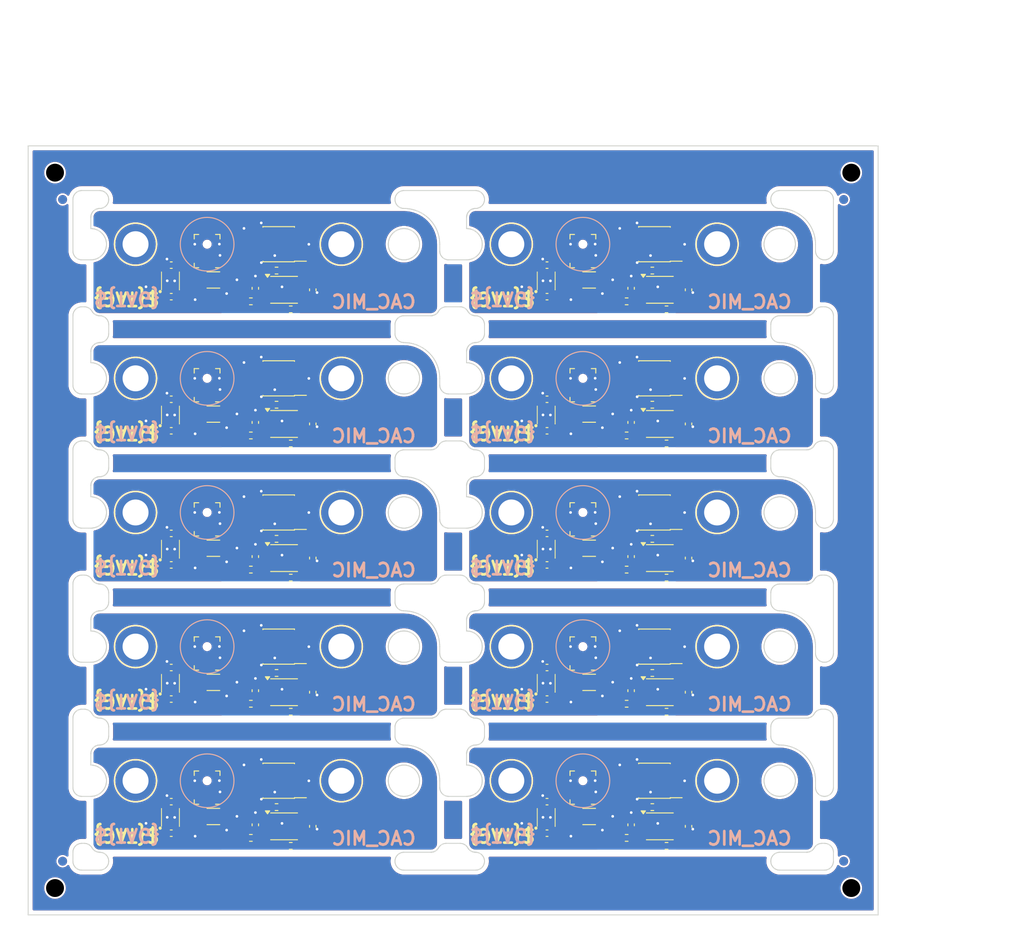
<source format=kicad_pcb>
(kicad_pcb (version 20240108) (generator "pcbnew") (generator_version "8.0")
  (layers (0 "F.Cu" signal) (31 "B.Cu" signal) (34 "B.Paste" user) (35 "F.Paste" user) (36 "B.SilkS" user "B.Silkscreen") (37 "F.SilkS" user "F.Silkscreen") (38 "B.Mask" user) (39 "F.Mask" user) (44 "Edge.Cuts" user))
  (net 0 "")
  (net 1 "Board_0-+1V8")
  (net 2 "Board_0-+3V3")
  (net 3 "Board_0-/CLOCK")
  (net 4 "Board_0-/CLOCK_PHY")
  (net 5 "Board_0-/DATA")
  (net 6 "Board_0-/DATA_PHY")
  (net 7 "Board_0-/PDM_DATA_PHY")
  (net 8 "Board_0-GND")
  (net 9 "Board_0-PDM_CLOCK")
  (net 10 "Board_0-PDM_DATA")
  (net 11 "Board_0-unconnected-(J402-Pin_1-Pad1)")
  (net 12 "Board_0-unconnected-(J403-Pin_1-Pad1)")
  (net 13 "Board_0-unconnected-(U401-NC-Pad5)")
  (net 14 "Board_0-unconnected-(U401-NC{slash}ADJ-Pad6)")
  (net 15 "Board_1-+1V8")
  (net 16 "Board_1-+3V3")
  (net 17 "Board_1-/CLOCK")
  (net 18 "Board_1-/CLOCK_PHY")
  (net 19 "Board_1-/DATA")
  (net 20 "Board_1-/DATA_PHY")
  (net 21 "Board_1-/PDM_DATA_PHY")
  (net 22 "Board_1-GND")
  (net 23 "Board_1-PDM_CLOCK")
  (net 24 "Board_1-PDM_DATA")
  (net 25 "Board_1-unconnected-(J402-Pin_1-Pad1)")
  (net 26 "Board_1-unconnected-(J403-Pin_1-Pad1)")
  (net 27 "Board_1-unconnected-(U401-NC-Pad5)")
  (net 28 "Board_1-unconnected-(U401-NC{slash}ADJ-Pad6)")
  (net 29 "Board_2-+1V8")
  (net 30 "Board_2-+3V3")
  (net 31 "Board_2-/CLOCK")
  (net 32 "Board_2-/CLOCK_PHY")
  (net 33 "Board_2-/DATA")
  (net 34 "Board_2-/DATA_PHY")
  (net 35 "Board_2-/PDM_DATA_PHY")
  (net 36 "Board_2-GND")
  (net 37 "Board_2-PDM_CLOCK")
  (net 38 "Board_2-PDM_DATA")
  (net 39 "Board_2-unconnected-(J402-Pin_1-Pad1)")
  (net 40 "Board_2-unconnected-(J403-Pin_1-Pad1)")
  (net 41 "Board_2-unconnected-(U401-NC-Pad5)")
  (net 42 "Board_2-unconnected-(U401-NC{slash}ADJ-Pad6)")
  (net 43 "Board_3-+1V8")
  (net 44 "Board_3-+3V3")
  (net 45 "Board_3-/CLOCK")
  (net 46 "Board_3-/CLOCK_PHY")
  (net 47 "Board_3-/DATA")
  (net 48 "Board_3-/DATA_PHY")
  (net 49 "Board_3-/PDM_DATA_PHY")
  (net 50 "Board_3-GND")
  (net 51 "Board_3-PDM_CLOCK")
  (net 52 "Board_3-PDM_DATA")
  (net 53 "Board_3-unconnected-(J402-Pin_1-Pad1)")
  (net 54 "Board_3-unconnected-(J403-Pin_1-Pad1)")
  (net 55 "Board_3-unconnected-(U401-NC-Pad5)")
  (net 56 "Board_3-unconnected-(U401-NC{slash}ADJ-Pad6)")
  (net 57 "Board_4-+1V8")
  (net 58 "Board_4-+3V3")
  (net 59 "Board_4-/CLOCK")
  (net 60 "Board_4-/CLOCK_PHY")
  (net 61 "Board_4-/DATA")
  (net 62 "Board_4-/DATA_PHY")
  (net 63 "Board_4-/PDM_DATA_PHY")
  (net 64 "Board_4-GND")
  (net 65 "Board_4-PDM_CLOCK")
  (net 66 "Board_4-PDM_DATA")
  (net 67 "Board_4-unconnected-(J402-Pin_1-Pad1)")
  (net 68 "Board_4-unconnected-(J403-Pin_1-Pad1)")
  (net 69 "Board_4-unconnected-(U401-NC-Pad5)")
  (net 70 "Board_4-unconnected-(U401-NC{slash}ADJ-Pad6)")
  (net 71 "Board_5-+1V8")
  (net 72 "Board_5-+3V3")
  (net 73 "Board_5-/CLOCK")
  (net 74 "Board_5-/CLOCK_PHY")
  (net 75 "Board_5-/DATA")
  (net 76 "Board_5-/DATA_PHY")
  (net 77 "Board_5-/PDM_DATA_PHY")
  (net 78 "Board_5-GND")
  (net 79 "Board_5-PDM_CLOCK")
  (net 80 "Board_5-PDM_DATA")
  (net 81 "Board_5-unconnected-(J402-Pin_1-Pad1)")
  (net 82 "Board_5-unconnected-(J403-Pin_1-Pad1)")
  (net 83 "Board_5-unconnected-(U401-NC-Pad5)")
  (net 84 "Board_5-unconnected-(U401-NC{slash}ADJ-Pad6)")
  (net 85 "Board_6-+1V8")
  (net 86 "Board_6-+3V3")
  (net 87 "Board_6-/CLOCK")
  (net 88 "Board_6-/CLOCK_PHY")
  (net 89 "Board_6-/DATA")
  (net 90 "Board_6-/DATA_PHY")
  (net 91 "Board_6-/PDM_DATA_PHY")
  (net 92 "Board_6-GND")
  (net 93 "Board_6-PDM_CLOCK")
  (net 94 "Board_6-PDM_DATA")
  (net 95 "Board_6-unconnected-(J402-Pin_1-Pad1)")
  (net 96 "Board_6-unconnected-(J403-Pin_1-Pad1)")
  (net 97 "Board_6-unconnected-(U401-NC-Pad5)")
  (net 98 "Board_6-unconnected-(U401-NC{slash}ADJ-Pad6)")
  (net 99 "Board_7-+1V8")
  (net 100 "Board_7-+3V3")
  (net 101 "Board_7-/CLOCK")
  (net 102 "Board_7-/CLOCK_PHY")
  (net 103 "Board_7-/DATA")
  (net 104 "Board_7-/DATA_PHY")
  (net 105 "Board_7-/PDM_DATA_PHY")
  (net 106 "Board_7-GND")
  (net 107 "Board_7-PDM_CLOCK")
  (net 108 "Board_7-PDM_DATA")
  (net 109 "Board_7-unconnected-(J402-Pin_1-Pad1)")
  (net 110 "Board_7-unconnected-(J403-Pin_1-Pad1)")
  (net 111 "Board_7-unconnected-(U401-NC-Pad5)")
  (net 112 "Board_7-unconnected-(U401-NC{slash}ADJ-Pad6)")
  (net 113 "Board_8-+1V8")
  (net 114 "Board_8-+3V3")
  (net 115 "Board_8-/CLOCK")
  (net 116 "Board_8-/CLOCK_PHY")
  (net 117 "Board_8-/DATA")
  (net 118 "Board_8-/DATA_PHY")
  (net 119 "Board_8-/PDM_DATA_PHY")
  (net 120 "Board_8-GND")
  (net 121 "Board_8-PDM_CLOCK")
  (net 122 "Board_8-PDM_DATA")
  (net 123 "Board_8-unconnected-(J402-Pin_1-Pad1)")
  (net 124 "Board_8-unconnected-(J403-Pin_1-Pad1)")
  (net 125 "Board_8-unconnected-(U401-NC-Pad5)")
  (net 126 "Board_8-unconnected-(U401-NC{slash}ADJ-Pad6)")
  (net 127 "Board_9-+1V8")
  (net 128 "Board_9-+3V3")
  (net 129 "Board_9-/CLOCK")
  (net 130 "Board_9-/CLOCK_PHY")
  (net 131 "Board_9-/DATA")
  (net 132 "Board_9-/DATA_PHY")
  (net 133 "Board_9-/PDM_DATA_PHY")
  (net 134 "Board_9-GND")
  (net 135 "Board_9-PDM_CLOCK")
  (net 136 "Board_9-PDM_DATA")
  (net 137 "Board_9-unconnected-(J402-Pin_1-Pad1)")
  (net 138 "Board_9-unconnected-(J403-Pin_1-Pad1)")
  (net 139 "Board_9-unconnected-(U401-NC-Pad5)")
  (net 140 "Board_9-unconnected-(U401-NC{slash}ADJ-Pad6)")
  (footprint "Resistor_SMD:R_0402_1005Metric" (layer "F.Cu") (at 172.35 98.289999)
    (property "Reference" "R401-9" (hide yes))
    (property "Value" "22R")
  )
  (footprint "NPTH" (layer "F.Cu") (at 193 102.999999)
    (property "Reference" "KiKit_TO_4" (hide yes))
    (property "Value" "NPTH" (hide yes))
  )
  (footprint "cacophony-library:U-DFN2020-6_L2.0-W2.0-P0.65-BL-EP" (layer "F.Cu") (at 158.9 50.099999)
    (property "Reference" "U401-3" (hide yes))
    (property "Value" "AP7335-18SNG-7")
  )
  (footprint "cacophony-library:SMD_BD4.4-L4.4-D2.8" (layer "F.Cu") (at 155 60.999999)
    (property "Reference" "J402-5" (hide yes))
    (property "Value" "Screw_Terminal_01x01")
  )
  (footprint "Capacitor_SMD:C_0402_1005Metric" (layer "F.Cu") (at 158.99 96.864999 180)
    (property "Reference" "C404-9" (hide yes))
    (property "Value" "1uF")
  )
  (footprint "Capacitor_SMD:C_1206_3216Metric" (layer "F.Cu") (at 121.7 49.999999)
    (property "Reference" "C403-2" (hide yes))
    (property "Value" "100nF")
  )
  (footprint "Capacitor_SMD:C_0402_1005Metric" (layer "F.Cu") (at 174.81 66.099999 -90)
    (property "Reference" "C402-5" (hide yes))
    (property "Value" "100nF")
  )
  (footprint "Capacitor_SMD:C_0402_1005Metric" (layer "F.Cu") (at 116.99 96.864999 180)
    (property "Reference" "C404-8" (hide yes))
    (property "Value" "1uF")
  )
  (footprint "Capacitor_SMD:C_1206_3216Metric" (layer "F.Cu") (at 121.7 34.999999)
    (property "Reference" "C403-0" (hide yes))
    (property "Value" "100nF")
  )
  (footprint "cacophony-library:Knowles_LGA-5_3.5x2.65mm_0.6mm_NPTH" (layer "F.Cu") (at 121 46.769999 180)
    (property "Reference" "MK401-2" (hide yes))
    (property "Value" "SPH0641LU4H-1")
  )
  (footprint "cacophony-library:SMD_BD4.4-L4.4-D2.8" (layer "F.Cu") (at 136 75.999999)
    (property "Reference" "J403-6" (hide yes))
    (property "Value" "Screw_Terminal_01x01")
  )
  (footprint "cacophony-library:U-DFN2020-6_L2.0-W2.0-P0.65-BL-EP" (layer "F.Cu") (at 116.9 65.099999)
    (property "Reference" "U401-4" (hide yes))
    (property "Value" "AP7335-18SNG-7")
  )
  (footprint "Resistor_SMD:R_0402_1005Metric" (layer "F.Cu") (at 125.89 52.389999)
    (property "Reference" "R402-2" (hide yes))
    (property "Value" "22R")
  )
  (footprint "Connector_PinHeader_1.27mm:PinHeader_2x03_P1.27mm_Vertical_SMD" (layer "F.Cu") (at 171 90.999999 180)
    (property "Reference" "J401-9" (hide yes))
    (property "Value" "Conn_02x03_Odd_Even")
  )
  (footprint "Capacitor_SMD:C_0402_1005Metric" (layer "F.Cu") (at 158.99 81.864999 180)
    (property "Reference" "C404-7" (hide yes))
    (property "Value" "1uF")
  )
  (footprint "Connector_PinHeader_1.27mm:PinHeader_2x03_P1.27mm_Vertical_SMD" (layer "F.Cu") (at 171 75.999999 180)
    (property "Reference" "J401-7" (hide yes))
    (property "Value" "Conn_02x03_Odd_Even")
  )
  (footprint "Fiducial" (layer "F.Cu") (at 104.85 26)
    (property "Reference" "KiKit_FID_T_1" (hide yes))
    (property "Value" "Fiducial" (hide yes))
  )
  (footprint "cacophony-library:U-DFN2020-6_L2.0-W2.0-P0.65-BL-EP" (layer "F.Cu") (at 158.9 80.099999)
    (property "Reference" "U401-7" (hide yes))
    (property "Value" "AP7335-18SNG-7")
  )
  (footprint "cacophony-library:Knowles_LGA-5_3.5x2.65mm_0.6mm_NPTH" (layer "F.Cu") (at 163 76.769999 180)
    (property "Reference" "MK401-7" (hide yes))
    (property "Value" "SPH0641LU4H-1")
  )
  (footprint "cacophony-library:Knowles_LGA-5_3.5x2.65mm_0.6mm_NPTH" (layer "F.Cu") (at 121 76.769999 180)
    (property "Reference" "MK401-6" (hide yes))
    (property "Value" "SPH0641LU4H-1")
  )
  (footprint "Capacitor_SMD:C_0402_1005Metric" (layer "F.Cu") (at 168.39 35.929999 90)
    (property "Reference" "C401-1" (hide yes))
    (property "Value" "100nF")
  )
  (footprint "cacophony-library:SMD_BD4.4-L4.4-D2.8" (layer "F.Cu") (at 178 75.999999)
    (property "Reference" "J403-7" (hide yes))
    (property "Value" "Screw_Terminal_01x01")
  )
  (footprint "NPTH" (layer "F.Cu") (at 193 23)
    (property "Reference" "KiKit_TO_2" (hide yes))
    (property "Value" "NPTH" (hide yes))
  )
  (footprint "Resistor_SMD:R_0402_1005Metric" (layer "F.Cu") (at 170.76 33.949999)
    (property "Reference" "R403-1" (hide yes))
    (property "Value" "22R")
  )
  (footprint "Capacitor_SMD:C_0402_1005Metric" (layer "F.Cu") (at 132.81 36.099999 -90)
    (property "Reference" "C402-0" (hide yes))
    (property "Value" "100nF")
  )
  (footprint "cacophony-library:U-DFN2020-6_L2.0-W2.0-P0.65-BL-EP" (layer "F.Cu") (at 116.9 35.099999)
    (property "Reference" "U401-0" (hide yes))
    (property "Value" "AP7335-18SNG-7")
  )
  (footprint "Resistor_SMD:R_0402_1005Metric" (layer "F.Cu") (at 167.89 97.389999)
    (property "Reference" "R402-9" (hide yes))
    (property "Value" "22R")
  )
  (footprint "Connector_PinHeader_1.27mm:PinHeader_2x03_P1.27mm_Vertical_SMD" (layer "F.Cu") (at 171 30.999999 180)
    (property "Reference" "J401-1" (hide yes))
    (property "Value" "Conn_02x03_Odd_Even")
  )
  (footprint "Resistor_SMD:R_0402_1005Metric" (layer "F.Cu") (at 125.89 37.389999)
    (property "Reference" "R402-0" (hide yes))
    (property "Value" "22R")
  )
  (footprint "cacophony-library:SMD_BD4.4-L4.4-D2.8" (layer "F.Cu") (at 113 45.999999)
    (property "Reference" "J402-2" (hide yes))
    (property "Value" "Screw_Terminal_01x01")
  )
  (footprint "Package_SO:SSOP-8_2.95x2.8mm_P0.65mm" (layer "F.Cu") (at 171.6 96.099999)
    (property "Reference" "U402-9" (hide yes))
    (property "Value" "TXS0102DCT")
  )
  (footprint "cacophony-library:U-DFN2020-6_L2.0-W2.0-P0.65-BL-EP" (layer "F.Cu") (at 158.9 95.099999)
    (property "Reference" "U401-9" (hide yes))
    (property "Value" "AP7335-18SNG-7")
  )
  (footprint "Package_SO:SSOP-8_2.95x2.8mm_P0.65mm" (layer "F.Cu") (at 129.6 51.099999)
    (property "Reference" "U402-2" (hide yes))
    (property "Value" "TXS0102DCT")
  )
  (footprint "Capacitor_SMD:C_0402_1005Metric" (layer "F.Cu") (at 158.99 93.339999 180)
    (property "Reference" "C405-9" (hide yes))
    (property "Value" "1uF")
  )
  (footprint "Capacitor_SMD:C_0402_1005Metric" (layer "F.Cu") (at 126.39 35.929999 90)
    (property "Reference" "C401-0" (hide yes))
    (property "Value" "100nF")
  )
  (footprint "Resistor_SMD:R_0402_1005Metric" (layer "F.Cu") (at 130.35 98.289999)
    (property "Reference" "R401-8" (hide yes))
    (property "Value" "22R")
  )
  (footprint "Fiducial" (layer "F.Cu") (at 192.15 26)
    (property "Reference" "KiKit_FID_T_2" (hide yes))
    (property "Value" "Fiducial" (hide yes))
  )
  (footprint "Capacitor_SMD:C_0402_1005Metric" (layer "F.Cu") (at 116.99 93.339999 180)
    (property "Reference" "C405-8" (hide yes))
    (property "Value" "1uF")
  )
  (footprint "cacophony-library:SMD_BD4.4-L4.4-D2.8" (layer "F.Cu") (at 113 90.999999)
    (property "Reference" "J402-8" (hide yes))
    (property "Value" "Screw_Terminal_01x01")
  )
  (footprint "Resistor_SMD:R_0402_1005Metric" (layer "F.Cu") (at 128.76 63.949999)
    (property "Reference" "R403-4" (hide yes))
    (property "Value" "22R")
  )
  (footprint "cacophony-library:U-DFN2020-6_L2.0-W2.0-P0.65-BL-EP" (layer "F.Cu") (at 116.9 95.099999)
    (property "Reference" "U401-8" (hide yes))
    (property "Value" "AP7335-18SNG-7")
  )
  (footprint "NPTH" (layer "F.Cu") (at 104 23)
    (property "Reference" "KiKit_TO_1" (hide yes))
    (property "Value" "NPTH" (hide yes))
  )
  (footprint "Resistor_SMD:R_0402_1005Metric" (layer "F.Cu") (at 172.35 83.289999)
    (property "Reference" "R401-7" (hide yes))
    (property "Value" "22R")
  )
  (footprint "cacophony-library:SMD_BD4.4-L4.4-D2.8" (layer "F.Cu") (at 136 30.999999)
    (property "Reference" "J403-0" (hide yes))
    (property "Value" "Screw_Terminal_01x01")
  )
  (footprint "Resistor_SMD:R_0402_1005Metric" (layer "F.Cu") (at 170.76 48.949999)
    (property "Reference" "R403-3" (hide yes))
    (property "Value" "22R")
  )
  (footprint "Capacitor_SMD:C_1206_3216Metric" (layer "F.Cu") (at 163.7 94.999999)
    (property "Reference" "C403-9" (hide yes))
    (property "Value" "100nF")
  )
  (footprint "Capacitor_SMD:C_0402_1005Metric" (layer "F.Cu") (at 158.99 63.339999 180)
    (property "Reference" "C405-5" (hide yes))
    (property "Value" "1uF")
  )
  (footprint "Capacitor_SMD:C_1206_3216Metric" (layer "F.Cu") (at 163.7 64.999999)
    (property "Reference" "C403-5" (hide yes))
    (property "Value" "100nF")
  )
  (footprint "Package_SO:SSOP-8_2.95x2.8mm_P0.65mm" (layer "F.Cu") (at 129.6 96.099999)
    (property "Reference" "U402-8" (hide yes))
    (property "Value" "TXS0102DCT")
  )
  (footprint "Resistor_SMD:R_0402_1005Metric" (layer "F.Cu") (at 170.76 63.949999)
    (property "Reference" "R403-5" (hide yes))
    (property "Value" "22R")
  )
  (footprint "Resistor_SMD:R_0402_1005Metric" (layer "F.Cu") (at 167.89 52.389999)
    (property "Reference" "R402-3" (hide yes))
    (property "Value" "22R")
  )
  (footprint "Capacitor_SMD:C_0402_1005Metric" (layer "F.Cu") (at 116.99 48.339999 180)
    (property "Reference" "C405-2" (hide yes))
    (property "Value" "1uF")
  )
  (footprint "Capacitor_SMD:C_1206_3216Metric" (layer "F.Cu") (at 163.7 49.999999)
    (property "Reference" "C403-3" (hide yes))
    (property "Value" "100nF")
  )
  (footprint "cacophony-library:U-DFN2020-6_L2.0-W2.0-P0.65-BL-EP" (layer "F.Cu") (at 116.9 80.099999)
    (property "Reference" "U401-6" (hide yes))
    (property "Value" "AP7335-18SNG-7")
  )
  (footprint "Package_SO:SSOP-8_2.95x2.8mm_P0.65mm" (layer "F.Cu") (at 129.6 66.099999)
    (property "Reference" "U402-4" (hide yes))
    (property "Value" "TXS0102DCT")
  )
  (footprint "Package_SO:SSOP-8_2.95x2.8mm_P0.65mm" (layer "F.Cu") (at 171.6 66.099999)
    (property "Reference" "U402-5" (hide yes))
    (property "Value" "TXS0102DCT")
  )
  (footprint "Resistor_SMD:R_0402_1005Metric" (layer "F.Cu") (at 128.76 48.949999)
    (property "Reference" "R403-2" (hide yes))
    (property "Value" "22R")
  )
  (footprint "Capacitor_SMD:C_0402_1005Metric" (layer "F.Cu") (at 168.39 95.929999 90)
    (property "Reference" "C401-9" (hide yes))
    (property "Value" "100nF")
  )
  (footprint "Resistor_SMD:R_0402_1005Metric" (layer "F.Cu") (at 125.89 97.389999)
    (property "Reference" "R402-8" (hide yes))
    (property "Value" "22R")
  )
  (footprint "Resistor_SMD:R_0402_1005Metric" (layer "F.Cu") (at 170.76 93.949999)
    (property "Reference" "R403-9" (hide yes))
    (property "Value" "22R")
  )
  (footprint "Capacitor_SMD:C_1206_3216Metric" (layer "F.Cu") (at 163.7 79.999999)
    (property "Reference" "C403-7" (hide yes))
    (property "Value" "100nF")
  )
  (footprint "Package_SO:SSOP-8_2.95x2.8mm_P0.65mm" (layer "F.Cu") (at 171.6 81.099999)
    (property "Reference" "U402-7" (hide yes))
    (property "Value" "TXS0102DCT")
  )
  (footprint "cacophony-library:U-DFN2020-6_L2.0-W2.0-P0.65-BL-EP" (layer "F.Cu") (at 116.9 50.099999)
    (property "Reference" "U401-2" (hide yes))
    (property "Value" "AP7335-18SNG-7")
  )
  (footprint "Resistor_SMD:R_0402_1005Metric" (layer "F.Cu") (at 172.35 53.289999)
    (property "Reference" "R401-3" (hide yes))
    (property "Value" "22R")
  )
  (footprint "Fiducial" (layer "F.Cu") (at 192.15 99.999999)
    (property "Reference" "KiKit_FID_T_4" (hide yes))
    (property "Value" "Fiducial" (hide yes))
  )
  (footprint "Resistor_SMD:R_0402_1005Metric" (layer "F.Cu") (at 172.35 38.289999)
    (property "Reference" "R401-1" (hide yes))
    (property "Value" "22R")
  )
  (footprint "Capacitor_SMD:C_0402_1005Metric" (layer "F.Cu") (at 168.39 65.929999 90)
    (property "Reference" "C401-5" (hide yes))
    (property "Value" "100nF")
  )
  (footprint "Capacitor_SMD:C_1206_3216Metric" (layer "F.Cu") (at 121.7 94.999999)
    (property "Reference" "C403-8" (hide yes))
    (property "Value" "100nF")
  )
  (footprint "Resistor_SMD:R_0402_1005Metric" (layer "F.Cu") (at 172.35 68.289999)
    (property "Reference" "R401-5" (hide yes))
    (property "Value" "22R")
  )
  (footprint "cacophony-library:SMD_BD4.4-L4.4-D2.8" (layer "F.Cu") (at 155 30.999999)
    (property "Reference" "J402-1" (hide yes))
    (property "Value" "Screw_Terminal_01x01")
  )
  (footprint "cacophony-library:SMD_BD4.4-L4.4-D2.8" (layer "F.Cu") (at 136 60.999999)
    (property "Reference" "J403-4" (hide yes))
    (property "Value" "Screw_Terminal_01x01")
  )
  (footprint "Package_SO:SSOP-8_2.95x2.8mm_P0.65mm" (layer "F.Cu") (at 129.6 36.099999)
    (property "Reference" "U402-0" (hide yes))
    (property "Value" "TXS0102DCT")
  )
  (footprint "cacophony-library:Knowles_LGA-5_3.5x2.65mm_0.6mm_NPTH" (layer "F.Cu") (at 121 91.769999 180)
    (property "Reference" "MK401-8" (hide yes))
    (property "Value" "SPH0641LU4H-1")
  )
  (footprint "Capacitor_SMD:C_0402_1005Metric" (layer "F.Cu") (at 174.81 51.099999 -90)
    (property "Reference" "C402-3" (hide yes))
    (property "Value" "100nF")
  )
  (footprint "Capacitor_SMD:C_1206_3216Metric" (layer "F.Cu") (at 121.7 79.999999)
    (property "Reference" "C403-6" (hide yes))
    (property "Value" "100nF")
  )
  (footprint "cacophony-library:SMD_BD4.4-L4.4-D2.8" (layer "F.Cu") (at 155 45.999999)
    (property "Reference" "J402-3" (hide yes))
    (property "Value" "Screw_Terminal_01x01")
  )
  (footprint "Capacitor_SMD:C_0402_1005Metric" (layer "F.Cu") (at 174.81 96.099999 -90)
    (property "Reference" "C402-9" (hide yes))
    (property "Value" "100nF")
  )
  (footprint "cacophony-library:Knowles_LGA-5_3.5x2.65mm_0.6mm_NPTH" (layer "F.Cu") (at 163 46.769999 180)
    (property "Reference" "MK401-3" (hide yes))
    (property "Value" "SPH0641LU4H-1")
  )
  (footprint "cacophony-library:SMD_BD4.4-L4.4-D2.8" (layer "F.Cu") (at 136 45.999999)
    (property "Reference" "J403-2" (hide yes))
    (property "Value" "Screw_Terminal_01x01")
  )
  (footprint "Resistor_SMD:R_0402_1005Metric" (layer "F.Cu") (at 130.35 68.289999)
    (property "Reference" "R401-4" (hide yes))
    (property "Value" "22R")
  )
  (footprint "cacophony-library:Knowles_LGA-5_3.5x2.65mm_0.6mm_NPTH" (layer "F.Cu") (at 163 61.769999 180)
    (property "Reference" "MK401-5" (hide yes))
    (property "Value" "SPH0641LU4H-1")
  )
  (footprint "Resistor_SMD:R_0402_1005Metric" (layer "F.Cu") (at 167.89 67.389999)
    (property "Reference" "R402-5" (hide yes))
    (property "Value" "22R")
  )
  (footprint "Connector_PinHeader_1.27mm:PinHeader_2x03_P1.27mm_Vertical_SMD" (layer "F.Cu") (at 129 75.999999 180)
    (property "Reference" "J401-6" (hide yes))
    (property "Value" "Conn_02x03_Odd_Even")
  )
  (footprint "Resistor_SMD:R_0402_1005Metric" (layer "F.Cu") (at 125.89 67.389999)
    (property "Reference" "R402-4" (hide yes))
    (property "Value" "22R")
  )
  (footprint "Capacitor_SMD:C_0402_1005Metric" (layer "F.Cu") (at 116.99 78.339999 180)
    (property "Reference" "C405-6" (hide yes))
    (property "Value" "1uF")
  )
  (footprint "cacophony-library:SMD_BD4.4-L4.4-D2.8" (layer "F.Cu") (at 178 45.999999)
    (property "Reference" "J403-3" (hide yes))
    (property "Value" "Screw_Terminal_01x01")
  )
  (footprint "Capacitor_SMD:C_0402_1005Metric" (layer "F.Cu") (at 158.99 48.339999 180)
    (property "Reference" "C405-3" (hide yes))
    (property "Value" "1uF")
  )
  (footprint "Capacitor_SMD:C_0402_1005Metric" (layer "F.Cu") (at 116.99 33.339999 180)
    (property "Reference" "C405-0" (hide yes))
    (property "Value" "1uF")
  )
  (footprint "Connector_PinHeader_1.27mm:PinHeader_2x03_P1.27mm_Vertical_SMD" (layer "F.Cu") (at 171 60.999999 180)
    (property "Reference" "J401-5" (hide yes))
    (property "Value" "Conn_02x03_Odd_Even")
  )
  (footprint "cacophony-library:SMD_BD4.4-L4.4-D2.8" (layer "F.Cu") (at 113 60.999999)
    (property "Reference" "J402-4" (hide yes))
    (property "Value" "Screw_Terminal_01x01")
  )
  (footprint "Connector_PinHeader_1.27mm:PinHeader_2x03_P1.27mm_Vertical_SMD" (layer "F.Cu") (at 129 30.999999 180)
    (property "Reference" "J401-0" (hide yes))
    (property "Value" "Conn_02x03_Odd_Even")
  )
  (footprint "NPTH" (layer "F.Cu") (at 104 102.999999)
    (property "Reference" "KiKit_TO_3" (hide yes))
    (property "Value" "NPTH" (hide yes))
  )
  (footprint "cacophony-library:SMD_BD4.4-L4.4-D2.8" (layer "F.Cu") (at 136 90.999999)
    (property "Reference" "J403-8" (hide yes))
    (property "Value" "Screw_Terminal_01x01")
  )
  (footprint "Capacitor_SMD:C_0402_1005Metric" (layer "F.Cu") (at 132.81 81.099999 -90)
    (property "Reference" "C402-6" (hide yes))
    (property "Value" "100nF")
  )
  (footprint "Capacitor_SMD:C_0402_1005Metric" (layer "F.Cu") (at 116.99 36.864999 180)
    (property "Reference" "C404-0" (hide yes))
    (property "Value" "1uF")
  )
  (footprint "Capacitor_SMD:C_0402_1005Metric" (layer "F.Cu") (at 132.81 51.099999 -90)
    (property "Reference" "C402-2" (hide yes))
    (property "Value" "100nF")
  )
  (footprint "Capacitor_SMD:C_0402_1005Metric" (layer "F.Cu") (at 158.99 78.339999 180)
    (property "Reference" "C405-7" (hide yes))
    (property "Value" "1uF")
  )
  (footprint "Capacitor_SMD:C_0402_1005Metric" (layer "F.Cu") (at 116.99 81.864999 180)
    (property "Reference" "C404-6" (hide yes))
    (property "Value" "1uF")
  )
  (footprint "Capacitor_SMD:C_0402_1005Metric" (layer "F.Cu") (at 174.81 81.099999 -90)
    (property "Reference" "C402-7" (hide yes))
    (property "Value" "100nF")
  )
  (footprint "Capacitor_SMD:C_0402_1005Metric" (layer "F.Cu") (at 116.99 51.864999 180)
    (property "Reference" "C404-2" (hide yes))
    (property "Value" "1uF")
  )
  (footprint "cacophony-library:SMD_BD4.4-L4.4-D2.8" (layer "F.Cu") (at 178 90.999999)
    (property "Reference" "J403-9" (hide yes))
    (property "Value" "Screw_Terminal_01x01")
  )
  (footprint "Package_SO:SSOP-8_2.95x2.8mm_P0.65mm" (layer "F.Cu") (at 171.6 36.099999)
    (property "Reference" "U402-1" (hide yes))
    (property "Value" "TXS0102DCT")
  )
  (footprint "cacophony-library:SMD_BD4.4-L4.4-D2.8" (layer "F.Cu") (at 178 30.999999)
    (property "Reference" "J403-1" (hide yes))
    (property "Value" "Screw_Terminal_01x01")
  )
  (footprint "cacophony-library:SMD_BD4.4-L4.4-D2.8" (layer "F.Cu") (at 113 75.999999)
    (property "Reference" "J402-6" (hide yes))
    (property "Value" "Screw_Terminal_01x01")
  )
  (footprint "cacophony-library:U-DFN2020-6_L2.0-W2.0-P0.65-BL-EP" (layer "F.Cu") (at 158.9 65.099999)
    (property "Reference" "U401-5" (hide yes))
    (property "Value" "AP7335-18SNG-7")
  )
  (footprint "Capacitor_SMD:C_0402_1005Metric" (layer "F.Cu") (at 158.99 36.864999 180)
    (property "Reference" "C404-1" (hide yes))
    (property "Value" "1uF")
  )
  (footprint "Resistor_SMD:R_0402_1005Metric" (layer "F.Cu") (at 128.76 78.949999)
    (property "Reference" "R403-6" (hide yes))
    (property "Value" "22R")
  )
  (footprint "Connector_PinHeader_1.27mm:PinHeader_2x03_P1.27mm_Vertical_SMD" (layer "F.Cu") (at 129 90.999999 180)
    (property "Reference" "J401-8" (hide yes))
    (property "Value" "Conn_02x03_Odd_Even")
  )
  (footprint "Resistor_SMD:R_0402_1005Metric" (layer "F.Cu") (at 167.89 37.389999)
    (property "Reference" "R402-1" (hide yes))
    (property "Value" "22R")
  )
  (footprint "Connector_PinHeader_1.27mm:PinHeader_2x03_P1.27mm_Vertical_SMD" (layer "F.Cu") (at 129 60.999999 180)
    (property "Reference" "J401-4" (hide yes))
    (property "Value" "Conn_02x03_Odd_Even")
  )
  (footprint "Capacitor_SMD:C_0402_1005Metric" (layer "F.Cu") (at 116.99 66.864999 180)
    (property "Reference" "C404-4" (hide yes))
    (property "Value" "1uF")
  )
  (footprint "Resistor_SMD:R_0402_1005Metric" (layer "F.Cu") (at 130.35 38.289999)
    (property "Reference" "R401-0" (hide yes))
    (property "Value" "22R")
  )
  (footprint "Capacitor_SMD:C_1206_3216Metric" (layer "F.Cu") (at 121.7 64.999999)
    (property "Reference" "C403-4" (hide yes))
    (property "Value" "100nF")
  )
  (footprint "Resistor_SMD:R_0402_1005Metric" (layer "F.Cu") (at 125.89 82.389999)
    (property "Reference" "R402-6" (hide yes))
    (property "Value" "22R")
  )
  (footprint "cacophony-library:SMD_BD4.4-L4.4-D2.8" (layer "F.Cu") (at 113 30.999999)
    (property "Reference" "J402-0" (hide yes))
    (property "Value" "Screw_Terminal_01x01")
  )
  (footprint "cacophony-library:U-DFN2020-6_L2.0-W2.0-P0.65-BL-EP" (layer "F.Cu") (at 158.9 35.099999)
    (property "Reference" "U401-1" (hide yes))
    (property "Value" "AP7335-18SNG-7")
  )
  (footprint "Capacitor_SMD:C_0402_1005Metric" (layer "F.Cu") (at 174.81 36.099999 -90)
    (property "Reference" "C402-1" (hide yes))
    (property "Value" "100nF")
  )
  (footprint "cacophony-library:Knowles_LGA-5_3.5x2.65mm_0.6mm_NPTH" (layer "F.Cu") (at 163 31.769999 180)
    (property "Reference" "MK401-1" (hide yes))
    (property "Value" "SPH0641LU4H-1")
  )
  (footprint "cacophony-library:SMD_BD4.4-L4.4-D2.8" (layer "F.Cu") (at 178 60.999999)
    (property "Reference" "J403-5" (hide yes))
    (property "Value" "Screw_Terminal_01x01")
  )
  (footprint "Capacitor_SMD:C_0402_1005Metric" (layer "F.Cu") (at 158.99 66.864999 180)
    (property "Reference" "C404-5" (hide yes))
    (property "Value" "1uF")
  )
  (footprint "Capacitor_SMD:C_0402_1005Metric" (layer "F.Cu") (at 126.39 50.929999 90)
    (property "Reference" "C401-2" (hide yes))
    (property "Value" "100nF")
  )
  (footprint "Capacitor_SMD:C_0402_1005Metric" (layer "F.Cu") (at 126.39 95.929999 90)
    (property "Reference" "C401-8" (hide yes))
    (property "Value" "100nF")
  )
  (footprint "Package_SO:SSOP-8_2.95x2.8mm_P0.65mm" (layer "F.Cu") (at 171.6 51.099999)
    (property "Reference" "U402-3" (hide yes))
    (property "Value" "TXS0102DCT")
  )
  (footprint "Resistor_SMD:R_0402_1005Metric" (layer "F.Cu") (at 130.35 53.289999)
    (property "Reference" "R401-2" (hide yes))
    (property "Value" "22R")
  )
  (footprint "cacophony-library:Knowles_LGA-5_3.5x2.65mm_0.6mm_NPTH" (layer "F.Cu") (at 121 31.769999 180)
    (property "Reference" "MK401-0" (hide yes))
    (property "Value" "SPH0641LU4H-1")
  )
  (footprint "Connector_PinHeader_1.27mm:PinHeader_2x03_P1.27mm_Vertical_SMD" (layer "F.Cu") (at 129 45.999999 180)
    (property "Reference" "J401-2" (hide yes))
    (property "Value" "Conn_02x03_Odd_Even")
  )
  (footprint "Capacitor_SMD:C_0402_1005Metric" (layer "F.Cu") (at 168.39 80.929999 90)
    (property "Reference" "C401-7" (hide yes))
    (property "Value" "100nF")
  )
  (footprint "Capacitor_SMD:C_0402_1005Metric" (layer "F.Cu") (at 126.39 80.929999 90)
    (property "Reference" "C401-6" (hide yes))
    (property "Value" "100nF")
  )
  (footprint "Resistor_SMD:R_0402_1005Metric" (layer "F.Cu") (at 128.76 33.949999)
    (property "Reference" "R403-0" (hide yes))
    (property "Value" "22R")
  )
  (footprint "cacophony-library:Knowles_LGA-5_3.5x2.65mm_0.6mm_NPTH" (layer "F.Cu") (at 163 91.769999 180)
    (property "Reference" "MK401-9" (hide yes))
    (property "Value" "SPH0641LU4H-1")
  )
  (footprint "Resistor_SMD:R_0402_1005Metric" (layer "F.Cu") (at 128.76 93.949999)
    (property "Reference" "R403-8" (hide yes))
    (property "Value" "22R")
  )
  (footprint "Capacitor_SMD:C_0402_1005Metric" (layer "F.Cu") (at 168.39 50.929999 90)
    (property "Reference" "C401-3" (hide yes))
    (property "Value" "100nF")
  )
  (footprint "Capacitor_SMD:C_0402_1005Metric" (layer "F.Cu") (at 158.99 51.864999 180)
    (property "Reference" "C404-3" (hide yes))
    (property "Value" "1uF")
  )
  (footprint "cacophony-library:Knowles_LGA-5_3.5x2.65mm_0.6mm_NPTH" (layer "F.Cu") (at 121 61.769999 180)
    (property "Reference" "MK401-4" (hide yes))
    (property "Value" "SPH0641LU4H-1")
  )
  (footprint "Capacitor_SMD:C_0402_1005Metric" (layer "F.Cu") (at 158.99 33.339999 180)
    (property "Reference" "C405-1" (hide yes))
    (property "Value" "1uF")
  )
  (footprint "cacophony-library:SMD_BD4.4-L4.4-D2.8" (layer "F.Cu") (at 155 75.999999)
    (property "Reference" "J402-7" (hide yes))
    (property "Value" "Screw_Terminal_01x01")
  )
  (footprint "Package_SO:SSOP-8_2.95x2.8mm_P0.65mm" (layer "F.Cu") (at 129.6 81.099999)
    (property "Reference" "U402-6" (hide yes))
    (property "Value" "TXS0102DCT")
  )
  (footprint "Connector_PinHeader_1.27mm:PinHeader_2x03_P1.27mm_Vertical_SMD" (layer "F.Cu") (at 171 45.999999 180)
    (property "Reference" "J401-3" (hide yes))
    (property "Value" "Conn_02x03_Odd_Even")
  )
  (footprint "Capacitor_SMD:C_0402_1005Metric" (layer "F.Cu") (at 132.81 96.099999 -90)
    (property "Reference" "C402-8" (hide yes))
    (property "Value" "100nF")
  )
  (footprint "Fiducial" (layer "F.Cu") (at 104.85 99.999999)
    (property "Reference" "KiKit_FID_T_3" (hide yes))
    (property "Value" "Fiducial" (hide yes))
  )
  (footprint "cacophony-library:SMD_BD4.4-L4.4-D2.8" (layer "F.Cu") (at 155 90.999999)
    (property "Reference" "J402-9" (hide yes))
    (property "Value" "Screw_Terminal_01x01")
  )
  (footprint "Capacitor_SMD:C_1206_3216Metric" (layer "F.Cu") (at 163.7 34.999999)
    (property "Reference" "C403-1" (hide yes))
    (property "Value" "100nF")
  )
  (footprint "Resistor_SMD:R_0402_1005Metric" (layer "F.Cu") (at 130.35 83.289999)
    (property "Reference" "R401-6" (hide yes))
    (property "Value" "22R")
  )
  (footprint "Resistor_SMD:R_0402_1005Metric" (layer "F.Cu") (at 167.89 82.389999)
    (property "Reference" "R402-7" (hide yes))
    (property "Value" "22R")
  )
  (footprint "Capacitor_SMD:C_0402_1005Metric" (layer "F.Cu") (at 126.39 65.929999 90)
    (property "Reference" "C401-4" (hide yes))
    (property "Value" "100nF")
  )
  (footprint "Capacitor_SMD:C_0402_1005Metric" (layer "F.Cu") (at 116.99 63.339999 180)
    (property "Reference" "C405-4" (hide yes))
    (property "Value" "1uF")
  )
  (footprint "Capacitor_SMD:C_0402_1005Metric" (layer "F.Cu") (at 132.81 66.099999 -90)
    (property "Reference" "C402-4" (hide yes))
    (property "Value" "100nF")
  )
  (footprint "Resistor_SMD:R_0402_1005Metric" (layer "F.Cu") (at 170.76 78.949999)
    (property "Reference" "R403-7" (hide yes))
    (property "Value" "22R")
  )
  (footprint "Fiducial" (layer "B.Cu") (at 192.15 26)
    (property "Reference" "KiKit_FID_B_2" (hide yes))
    (property "Value" "Fiducial" (hide yes))
  )
  (footprint "Fiducial" (layer "B.Cu") (at 104.85 26)
    (property "Reference" "KiKit_FID_B_1" (hide yes))
    (property "Value" "Fiducial" (hide yes))
  )
  (footprint "Fiducial" (layer "B.Cu") (at 192.15 99.999999)
    (property "Reference" "KiKit_FID_B_4" (hide yes))
    (property "Value" "Fiducial" (hide yes))
  )
  (footprint "Fiducial" (layer "B.Cu") (at 104.85 99.999999)
    (property "Reference" "KiKit_FID_B_3" (hide yes))
    (property "Value" "Fiducial" (hide yes))
  )
  (gr_line (start 106.756262 68.029938) (end 106.804104 68.019194) (stroke (width 0.1)) (layer "Edge.Cuts"))
  (gr_line (start 142.249252 89.419728) (end 142.28294 89.40416) (stroke (width 0.1)) (layer "Edge.Cuts"))
  (gr_line (start 144.081146 89.624494) (end 144.119584 89.655595) (stroke (width 0.1)) (layer "Edge.Cuts"))
  (gr_line (start 184.11796 71.471924) (end 184.095914 71.428126) (stroke (width 0.1)) (layer "Edge.Cuts"))
  (gr_line (start 146.648537 74.361242) (end 146.569653 74.195858) (stroke (width 0.1)) (layer "Edge.Cuts"))
  (gr_line (start 184.328112 99.258789) (end 184.365241 99.226761) (stroke (width 0.1)) (layer "Edge.Cuts"))
  (gr_line (start 142.023815 32.451936) (end 141.983177 32.423771) (stroke (width 0.1)) (layer "Edge.Cuts"))
  (gr_line (start 109.727131 76.279236) (end 109.718477 76.328315) (stroke (width 0.1)) (layer "Edge.Cuts"))
  (gr_line (start 147.662447 32.691601) (end 147.616699 32.673954) (stroke (width 0.1)) (layer "Edge.Cuts"))
  (gr_line (start 183.360701 61.611314) (end 183.348104 61.576406) (stroke (width 0.1)) (layer "Edge.Cuts"))
  (gr_line (start 108.198976 74.261794) (end 108.236091 74.266445) (stroke (width 0.1)) (layer "Edge.Cuts"))
  (gr_line (start 183.392937 46.691635) (end 183.378629 46.657393) (stroke (width 0.1)) (layer "Edge.Cuts"))
  (gr_line (start 151.85787 99.48541) (end 151.882039 99.528073) (stroke (width 0.1)) (layer "Edge.Cuts"))
  (gr_line (start 142.128797 92.517255) (end 142.096812 92.498435) (stroke (width 0.1)) (layer "Edge.Cuts"))
  (gr_line (start 151.328141 29.861142) (end 151.352185 29.889796) (stroke (width 0.1)) (layer "Edge.Cuts"))
  (gr_line (start 109.483045 90.071811) (end 109.502549 90.103729) (stroke (width 0.1)) (layer "Edge.Cuts"))
  (gr_line (start 151.062233 26.99812) (end 151.013616 26.999919) (stroke (width 0.1)) (layer "Edge.Cuts"))
  (gr_line (start 141.257259 45.84567) (end 141.260925 45.80874) (stroke (width 0.1)) (layer "Edge.Cuts"))
  (gr_line (start 109.806449 56.591973) (end 109.77673 56.630477) (stroke (width 0.1)) (layer "Edge.Cuts"))
  (gr_line (start 142.610693 74.294329) (end 142.659048 74.284009) (stroke (width 0.1)) (layer "Edge.Cuts"))
  (gr_line (start 109.000987 100.999999) (end 106.999012 100.999999) (stroke (width 0.1)) (layer "Edge.Cuts"))
  (gr_line (start 147.949981 47.748795) (end 147.90108 47.745188) (stroke (width 0.1)) (layer "Edge.Cuts"))
  (gr_line (start 144.463869 31.958181) (end 144.436209 31.999164) (stroke (width 0.1)) (layer "Edge.Cuts"))
  (gr_line (start 184.095914 41.428126) (end 184.076044 41.383299) (stroke (width 0.1)) (layer "Edge.Cuts"))
  (gr_line (start 184.204895 89.441574) (end 184.249252 89.419728) (stroke (width 0.1)) (layer "Edge.Cuts"))
  (gr_line (start 186.362057 47.098105) (end 186.330483 47.136155) (stroke (width 0.1)) (layer "Edge.Cuts"))
  (gr_line (start 190.050018 77.748795) (end 190.000987 77.749999) (stroke (width 0.1)) (layer "Edge.Cuts"))
  (gr_line (start 108.340822 57.248391) (end 108.321413 57.265867) (stroke (width 0.1)) (layer "Edge.Cuts"))
  (gr_line (start 150.012463 59.250309) (end 150.062312 59.251552) (stroke (width 0.1)) (layer "Edge.Cuts"))
  (gr_line (start 146.909529 45.155625) (end 146.866753 44.977454) (stroke (width 0.1)) (layer "Edge.Cuts"))
  (gr_line (start 109.690745 30.550182) (end 109.699976 30.586431) (stroke (width 0.1)) (layer "Edge.Cuts"))
  (gr_line (start 108.144934 68.518072) (end 108.158305 68.539525) (stroke (width 0.1)) (layer "Edge.Cuts"))
  (gr_line (start 183.299245 90.589655) (end 183.308332 90.553674) (stroke (width 0.1)) (layer "Edge.Cuts"))
  (gr_line (start 107.906629 68.230121) (end 107.943866 68.262598) (stroke (width 0.1)) (layer "Edge.Cuts"))
  (gr_line (start 151.483045 31.928186) (end 151.456006 31.97005) (stroke (width 0.1)) (layer "Edge.Cuts"))
  (gr_line (start 184.28294 89.40416) (end 184.328322 89.384535) (stroke (width 0.1)) (layer "Edge.Cuts"))
  (gr_line (start 147.056152 38.26261) (end 147.093389 38.230131) (stroke (width 0.1)) (layer "Edge.Cuts"))
  (gr_line (start 151.732706 30.757749) (end 151.738903 30.807199) (stroke (width 0.1)) (layer "Edge.Cuts"))
  (gr_line (start 183.611199 44.935978) (end 183.641821 44.897158) (stroke (width 0.1)) (layer "Edge.Cuts"))
  (gr_line (start 141.250535 45.981473) (end 141.251758 45.932044) (stroke (width 0.1)) (layer "Edge.Cuts"))
  (gr_line (start 185.71143 74.401643) (end 185.756313 74.422384) (stroke (width 0.1)) (layer "Edge.Cuts"))
  (gr_line (start 144.509462 46.884615) (end 144.483863 46.926916) (stroke (width 0.1)) (layer "Edge.Cuts"))
  (gr_line (start 108.804938 27.019482) (end 108.779391 27.024913) (stroke (width 0.1)) (layer "Edge.Cuts"))
  (gr_line (start 109.749459 31.018701) (end 109.748216 31.068522) (stroke (width 0.1)) (layer "Edge.Cuts"))
  (gr_line (start 150.00103 27.960749) (end 150.000172 27.993439) (stroke (width 0.1)) (layer "Edge.Cuts"))
  (gr_line (start 186.362057 59.901952) (end 186.385041 59.931089) (stroke (width 0.1)) (layer "Edge.Cuts"))
  (gr_line (start 142.168362 39.443984) (end 142.196595 39.403895) (stroke (width 0.1)) (layer "Edge.Cuts"))
  (gr_line (start 108.786383 38.976675) (end 108.811144 38.981763) (stroke (width 0.1)) (layer "Edge.Cuts"))
  (gr_line (start 188.729304 74.554437) (end 188.659183 74.385151) (stroke (width 0.1)) (layer "Edge.Cuts"))
  (gr_line (start 142.574602 44.30297) (end 142.610693 44.294329) (stroke (width 0.1)) (layer "Edge.Cuts"))
  (gr_line (start 142.196595 39.403895) (end 142.226762 39.36524) (stroke (width 0.1)) (layer "Edge.Cuts"))
  (gr_line (start 196 105.987726) (end 196 20.012272) (stroke (width 0.1)) (layer "Edge.Cuts"))
  (gr_line (start 109.727131 60.720761) (end 109.732706 60.757749) (stroke (width 0.1)) (layer "Edge.Cuts"))
  (gr_line (start 143.677367 89.386912) (end 143.71143 89.401643) (stroke (width 0.1)) (layer "Edge.Cuts"))
  (gr_line (start 185.261769 74.270159) (end 185.298402 74.276101) (stroke (width 0.1)) (layer "Edge.Cuts"))
  (gr_line (start 145.340345 27.756525) (end 145.189337 27.65274) (stroke (width 0.1)) (layer "Edge.Cuts"))
  (gr_line (start 188.03801 98.999039) (end 188.063258 98.997761) (stroke (width 0.1)) (layer "Edge.Cuts"))
  (gr_line (start 190.3833 25.076044) (end 190.428127 25.095914) (stroke (width 0.1)) (layer "Edge.Cuts"))
  (gr_line (start 108.779365 57.024919) (end 108.753915 57.031031) (stroke (width 0.1)) (layer "Edge.Cuts"))
  (gr_line (start 142.249252 74.419728) (end 142.28294 74.40416) (stroke (width 0.1)) (layer "Edge.Cuts"))
  (gr_line (start 150.481947 53.855077) (end 150.503775 53.867926) (stroke (width 0.1)) (layer "Edge.Cuts"))
  (gr_line (start 184.249252 77.580329) (end 184.204895 77.558483) (stroke (width 0.1)) (layer "Edge.Cuts"))
  (gr_line (start 143.006531 42.00017) (end 142.987533 41.999921) (stroke (width 0.1)) (layer "Edge.Cuts"))
  (gr_line (start 184.528074 100.882038) (end 184.485411 100.857869) (stroke (width 0.1)) (layer "Edge.Cuts"))
  (gr_line (start 109.619349 90.337682) (end 109.637557 90.384074) (stroke (width 0.1)) (layer "Edge.Cuts"))
  (gr_line (start 189.949981 47.748795) (end 189.90108 47.745188) (stroke (width 0.1)) (layer "Edge.Cuts"))
  (gr_line (start 150.960724 42.00103) (end 150.934642 42.002399) (stroke (width 0.1)) (layer "Edge.Cuts"))
  (gr_line (start 144.827437 87.442215) (end 144.804164 87.430357) (stroke (width 0.1)) (layer "Edge.Cuts"))
  (gr_line (start 186.362057 29.901952) (end 186.385041 29.931089) (stroke (width 0.1)) (layer "Edge.Cuts"))
  (gr_line (start 145.963559 73.313989) (end 145.837429 73.181076) (stroke (width 0.1)) (layer "Edge.Cuts"))
  (gr_line (start 144.614847 87.340815) (end 144.445561 87.270694) (stroke (width 0.1)) (layer "Edge.Cuts"))
  (gr_line (start 184.659048 77.716048) (end 184.610693 77.705728) (stroke (width 0.1)) (layer "Edge.Cuts"))
  (gr_line (start 185.596764 44.355388) (end 185.631513 44.368415) (stroke (width 0.1)) (layer "Edge.Cuts"))
  (gr_line (start 189.029939 76.993736) (end 189.019195 76.945894) (stroke (width 0.1)) (layer "Edge.Cuts"))
  (gr_line (start 109.707399 25.2926) (end 109.741209 25.328112) (stroke (width 0.1)) (layer "Edge.Cuts"))
  (gr_line (start 109.328141 89.861142) (end 109.352185 89.889796) (stroke (width 0.1)) (layer "Edge.Cuts"))
  (gr_line (start 142.010812 71.147582) (end 142.00481 71.098918) (stroke (width 0.1)) (layer "Edge.Cuts"))
  (gr_line (start 190.671887 38.258789) (end 190.707399 38.292599) (stroke (width 0.1)) (layer "Edge.Cuts"))
  (gr_line (start 151.514588 84.142128) (end 151.556014 84.168361) (stroke (width 0.1)) (layer "Edge.Cuts"))
  (gr_line (start 109.405843 59.958577) (end 109.434935 59.999041) (stroke (width 0.1)) (layer "Edge.Cuts"))
  (gr_line (start 184.096812 32.498435) (end 184.05483 32.472314) (stroke (width 0.1)) (layer "Edge.Cuts"))
  (gr_line (start 151.076147 44.620557) (end 151.105392 44.643879) (stroke (width 0.1)) (layer "Edge.Cuts"))
  (gr_line (start 150.07545 83.409664) (end 150.103603 83.45027) (stroke (width 0.1)) (layer "Edge.Cuts"))
  (gr_line (start 142.019195 25.804104) (end 142.029939 25.756262) (stroke (width 0.1)) (layer "Edge.Cuts"))
  (gr_line (start 141.253593 76.105079) (end 141.251758 76.068013) (stroke (width 0.1)) (layer "Edge.Cuts"))
  (gr_line (start 151.337552 39.058396) (end 151.3833 39.076043) (stroke (width 0.1)) (layer "Edge.Cuts"))
  (gr_line (start 141.847504 92.316359) (end 141.819843 92.291617) (stroke (width 0.1)) (layer "Edge.Cuts"))
  (gr_line (start 184.659048 44.284009) (end 184.695522 44.277163) (stroke (width 0.1)) (layer "Edge.Cuts"))
  (gr_line (start 151.619349 30.337682) (end 151.637557 30.384074) (stroke (width 0.1)) (layer "Edge.Cuts"))
  (gr_line (start 106.949981 77.748795) (end 106.90108 77.745188) (stroke (width 0.1)) (layer "Edge.Cuts"))
  (gr_line (start 186.568169 45.22426) (end 186.589464 45.268884) (stroke (width 0.1)) (layer "Edge.Cuts"))
  (gr_line (start 183.783817 29.742304) (end 183.819843 29.70844) (stroke (width 0.1)) (layer "Edge.Cuts"))
  (gr_line (start 150.398098 83.798281) (end 150.418514 83.813272) (stroke (width 0.1)) (layer "Edge.Cuts"))
  (gr_line (start 108.18359 72.423018) (end 108.168764 72.444588) (stroke (width 0.1)) (layer "Edge.Cuts"))
  (gr_line (start 108.358438 68.76677) (end 108.378068 68.782776) (stroke (width 0.1)) (layer "Edge.Cuts"))
  (gr_line (start 151.637557 91.615923) (end 151.619349 91.662315) (stroke (width 0.1)) (layer "Edge.Cuts"))
  (gr_line (start 141.698024 74.831341) (end 141.723106 74.803988) (stroke (width 0.1)) (layer "Edge.Cuts"))
  (gr_line (start 142.526816 47.684388) (end 142.491196 47.673973) (stroke (width 0.1)) (layer "Edge.Cuts"))
  (gr_line (start 144.746025 45.888823) (end 144.74847 45.938207) (stroke (width 0.1)) (layer "Edge.Cuts"))
  (gr_line (start 108.019478 42.804962) (end 108.014707 42.830697) (stroke (width 0.1)) (layer "Edge.Cuts"))
  (gr_line (start 188.138889 53.990076) (end 188.163879 53.98625) (stroke (width 0.1)) (layer "Edge.Cuts"))
  (gr_line (start 108.466515 72.154524) (end 108.444611 72.168749) (stroke (width 0.1)) (layer "Edge.Cuts"))
  (gr_line (start 142.90108 84.004809) (end 142.949981 84.001202) (stroke (width 0.1)) (layer "Edge.Cuts"))
  (gr_line (start 146.560734 53.82775) (end 146.581484 53.813309) (stroke (width 0.1)) (layer "Edge.Cuts"))
  (gr_line (start 109.290994 84.043015) (end 109.337552 84.058396) (stroke (width 0.1)) (layer "Edge.Cuts"))
  (gr_line (start 146.750311 38.660781) (end 146.766778 38.641598) (stroke (width 0.1)) (layer "Edge.Cuts"))
  (gr_line (start 190.995189 25.90108) (end 190.998796 25.949981) (stroke (width 0.1)) (layer "Edge.Cuts"))
  (gr_line (start 109.998815 86.049623) (end 109.995266 86.098132) (stroke (width 0.1)) (layer "Edge.Cuts"))
  (gr_line (start 150.621739 29.364642) (end 150.656558 29.378308) (stroke (width 0.1)) (layer "Edge.Cuts"))
  (gr_line (start 108.511494 27.127761) (end 108.488876 27.14082) (stroke (width 0.1)) (layer "Edge.Cuts"))
  (gr_line (start 108.198976 59.261794) (end 108.236091 59.266445) (stroke (width 0.1)) (layer "Edge.Cuts"))
  (gr_line (start 186.119584 89.655595) (end 186.147848 89.679644) (stroke (width 0.1)) (layer "Edge.Cuts"))
  (gr_line (start 142.867207 74.255512) (end 142.916557 74.252456) (stroke (width 0.1)) (layer "Edge.Cuts"))
  (gr_line (start 184.365241 99.226761) (end 184.403896 99.196594) (stroke (width 0.1)) (layer "Edge.Cuts"))
  (gr_line (start 106.662447 92.691601) (end 106.616699 92.673954) (stroke (width 0.1)) (layer "Edge.Cuts"))
  (gr_line (start 151.732706 31.242248) (end 151.727131 31.279236) (stroke (width 0.1)) (layer "Edge.Cuts"))
  (gr_line (start 183.360701 60.388743) (end 183.378629 60.342664) (stroke (width 0.1)) (layer "Edge.Cuts"))
  (gr_line (start 186.589464 61.731173) (end 186.568169 61.775797) (stroke (width 0.1)) (layer "Edge.Cuts"))
  (gr_line (start 151.562559 86.827225) (end 151.521679 86.853579) (stroke (width 0.1)) (layer "Edge.Cuts"))
  (gr_line (start 150 44.237556) (end 150.00028 44.248775) (stroke (width 0.1)) (layer "Edge.Cuts"))
  (gr_line (start 106.571872 38.095913) (end 106.616699 38.076043) (stroke (width 0.1)) (layer "Edge.Cuts"))
  (gr_line (start 108.933451 59.520262) (end 108.964873 59.540556) (stroke (width 0.1)) (layer "Edge.Cuts"))
  (gr_line (start 144.690083 75.547714) (end 144.70219 75.595653) (stroke (width 0.1)) (layer "Edge.Cuts"))
  (gr_line (start 184.096812 59.501622) (end 184.128797 59.482802) (stroke (width 0.1)) (layer "Edge.Cuts"))
  (gr_line (start 141.429106 31.770264) (end 141.413122 31.736772) (stroke (width 0.1)) (layer "Edge.Cuts"))
  (gr_line (start 186.665646 76.535371) (end 186.653917 76.57058) (stroke (width 0.1)) (layer "Edge.Cuts"))
  (gr_line (start 109.998796 25.949981) (end 110 25.999012) (stroke (width 0.1)) (layer "Edge.Cuts"))
  (gr_line (start 146.976375 75.568907) (end 146.952457 75.387241) (stroke (width 0.1)) (layer "Edge.Cuts"))
  (gr_line (start 189.616699 62.673954) (end 189.571872 62.654084) (stroke (width 0.1)) (layer "Edge.Cuts"))
  (gr_line (start 147.076044 77.133299) (end 147.058397 77.087551) (stroke (width 0.1)) (layer "Edge.Cuts"))
  (gr_line (start 108.127749 57.511516) (end 108.115259 57.534518) (stroke (width 0.1)) (layer "Edge.Cuts"))
  (gr_line (start 189.949981 62.748795) (end 189.90108 62.745188) (stroke (width 0.1)) (layer "Edge.Cuts"))
  (gr_line (start 106.076044 38.616698) (end 106.095914 38.571871) (stroke (width 0.1)) (layer "Edge.Cuts"))
  (gr_line (start 190.428127 92.654084) (end 190.3833 92.673954) (stroke (width 0.1)) (layer "Edge.Cuts"))
  (gr_line (start 143.981296 44.551571) (end 144.011797 44.572711) (stroke (width 0.1)) (layer "Edge.Cuts"))
  (gr_line (start 109.690745 76.449815) (end 109.677248 76.497788) (stroke (width 0.1)) (layer "Edge.Cuts"))
  (gr_line (start 190.831637 53.443984) (end 190.85787 53.48541) (stroke (width 0.1)) (layer "Edge.Cuts"))
  (gr_line (start 184.409036 89.353294) (end 184.444097 89.34113) (stroke (width 0.1)) (layer "Edge.Cuts"))
  (gr_line (start 147.756262 47.720059) (end 147.709005 47.706982) (stroke (width 0.1)) (layer "Edge.Cuts"))
  (gr_line (start 108.45582 44.310864) (end 108.491827 44.320994) (stroke (width 0.1)) (layer "Edge.Cuts"))
  (gr_line (start 141.348104 75.423651) (end 141.360701 75.388743) (stroke (width 0.1)) (layer "Edge.Cuts"))
  (gr_line (start 108.548394 83.891956) (end 108.57109 83.903089) (stroke (width 0.1)) (layer "Edge.Cuts"))
  (gr_line (start 188.841716 68.539543) (end 188.855088 68.518088) (stroke (width 0.1)) (layer "Edge.Cuts"))
  (gr_line (start 106.709005 47.706982) (end 106.662447 47.691601) (stroke (width 0.1)) (layer "Edge.Cuts"))
  (gr_line (start 110 71.000986) (end 109.998815 71.049623) (stroke (width 0.1)) (layer "Edge.Cuts"))
  (gr_line (start 142.010812 69.852415) (end 142.019195 69.804103) (stroke (width 0.1)) (layer "Edge.Cuts"))
  (gr_line (start 107.318194 53.001221) (end 107.367469 53.004883) (stroke (width 0.1)) (layer "Edge.Cuts"))
  (gr_line (start 146.993489 45.777605) (end 146.979111 45.594936) (stroke (width 0.1)) (layer "Edge.Cuts"))
  (gr_line (start 142.610693 29.294329) (end 142.659048 29.284009) (stroke (width 0.1)) (layer "Edge.Cuts"))
  (gr_line (start 108.266723 53.679591) (end 108.284139 53.697913) (stroke (width 0.1)) (layer "Edge.Cuts"))
  (gr_line (start 141.429106 46.770264) (end 141.413122 46.736772) (stroke (width 0.1)) (layer "Edge.Cuts"))
  (gr_line (start 142.571872 71.904084) (end 142.528074 71.882038) (stroke (width 0.1)) (layer "Edge.Cuts"))
  (gr_line (start 143.126642 44.255055) (end 143.175901 44.259331) (stroke (width 0.1)) (layer "Edge.Cuts"))
  (gr_line (start 188.733316 38.679593) (end 188.750294 38.6608) (stroke (width 0.1)) (layer "Edge.Cuts"))
  (gr_line (start 184.362739 74.370652) (end 184.409036 74.353294) (stroke (width 0.1)) (layer "Edge.Cuts"))
  (gr_line (start 149.607836 53.059289) (end 149.653885 53.077202) (stroke (width 0.1)) (layer "Edge.Cuts"))
  (gr_line (start 142.756262 71.970059) (end 142.709005 71.956982) (stroke (width 0.1)) (layer "Edge.Cuts"))
  (gr_line (start 108.360744 72.231375) (end 108.340842 72.248373) (stroke (width 0.1)) (layer "Edge.Cuts"))
  (gr_line (start 141.413122 75.263285) (end 141.429106 75.229793) (stroke (width 0.1)) (layer "Edge.Cuts"))
  (gr_line (start 188.361498 43.832589) (end 188.347273 43.810683) (stroke (width 0.1)) (layer "Edge.Cuts"))
  (gr_line (start 141.757413 92.231674) (end 141.723106 92.196069) (stroke (width 0.1)) (layer "Edge.Cuts"))
  (gr_line (start 185.612757 57.047541) (end 185.431091 57.023623) (stroke (width 0.1)) (layer "Edge.Cuts"))
  (gr_line (start 188.188859 83.981775) (end 188.213623 83.976688) (stroke (width 0.1)) (layer "Edge.Cuts"))
  (gr_line (start 151.562559 41.827225) (end 151.521679 41.853579) (stroke (width 0.1)) (layer "Edge.Cuts"))
  (gr_line (start 151.640233 86.76871) (end 151.602109 86.798913) (stroke (width 0.1)) (layer "Edge.Cuts"))
  (gr_line (start 109.634758 69.226761) (end 109.671887 69.258789) (stroke (width 0.1)) (layer "Edge.Cuts"))
  (gr_line (start 186.246919 44.772771) (end 186.272669 44.799495) (stroke (width 0.1)) (layer "Edge.Cuts"))
  (gr_line (start 184.204895 92.558483) (end 184.172019 92.541268) (stroke (width 0.1)) (layer "Edge.Cuts"))
  (gr_line (start 151.85787 84.48541) (end 151.882039 84.528073) (stroke (width 0.1)) (layer "Edge.Cuts"))
  (gr_line (start 108.284157 38.697931) (end 108.302067 38.715841) (stroke (width 0.1)) (layer "Edge.Cuts"))
  (gr_line (start 190.941602 77.087551) (end 190.923955 77.133299) (stroke (width 0.1)) (layer "Edge.Cuts"))
  (gr_line (start 145.818922 58.162569) (end 145.686009 58.036439) (stroke (width 0.1)) (layer "Edge.Cuts"))
  (gr_line (start 188.474114 68.880229) (end 188.496219 68.86796) (stroke (width 0.1)) (layer "Edge.Cuts"))
  (gr_line (start 141.588942 62.034382) (end 141.560277 61.994096) (stroke (width 0.1)) (layer "Edge.Cuts"))
  (gr_line (start 151.998815 86.049623) (end 151.995266 86.098132) (stroke (width 0.1)) (layer "Edge.Cuts"))
  (gr_line (start 147.001203 31.800017) (end 146.999999 31.750986) (stroke (width 0.1)) (layer "Edge.Cuts"))
  (gr_line (start 109.671887 100.741208) (end 109.634758 100.773236) (stroke (width 0.1)) (layer "Edge.Cuts"))
  (gr_line (start 190.337552 92.691601) (end 190.290994 92.706982) (stroke (width 0.1)) (layer "Edge.Cuts"))
  (gr_line (start 106.196595 92.346102) (end 106.168362 92.306013) (stroke (width 0.1)) (layer "Edge.Cuts"))
  (gr_line (start 189.093389 38.230131) (end 189.132186 38.199533) (stroke (width 0.1)) (layer "Edge.Cuts"))
  (gr_line (start 150.737189 98.964603) (end 150.761661 98.970938) (stroke (width 0.1)) (layer "Edge.Cuts"))
  (gr_line (start 189.214079 38.144274) (end 189.256974 38.119748) (stroke (width 0.1)) (layer "Edge.Cuts"))
  (gr_line (start 142 25.999012) (end 142.001203 25.949981) (stroke (width 0.1)) (layer "Edge.Cuts"))
  (gr_line (start 151.666222 90.466465) (end 151.677248 90.502209) (stroke (width 0.1)) (layer "Edge.Cuts"))
  (gr_line (start 184.096812 74.501622) (end 184.128797 74.482802) (stroke (width 0.1)) (layer "Edge.Cuts"))
  (gr_line (start 188.539565 83.841701) (end 188.560713 83.827765) (stroke (width 0.1)) (layer "Edge.Cuts"))
  (gr_line (start 184.443985 54.168361) (end 184.485411 54.142128) (stroke (width 0.1)) (layer "Edge.Cuts"))
  (gr_line (start 150.678652 27.053328) (end 150.65398 27.062066) (stroke (width 0.1)) (layer "Edge.Cuts"))
  (gr_line (start 141.819843 89.70844) (end 141.847504 89.683698) (stroke (width 0.1)) (layer "Edge.Cuts"))
  (gr_line (start 151.195895 54.019194) (end 151.243737 54.029938) (stroke (width 0.1)) (layer "Edge.Cuts"))
  (gr_line (start 184.249252 59.419728) (end 184.28294 59.40416) (stroke (width 0.1)) (layer "Edge.Cuts"))
  (gr_line (start 184.695522 44.277163) (end 184.744329 44.269247) (stroke (width 0.1)) (layer "Edge.Cuts"))
  (gr_line (start 150.936743 98.997756) (end 150.961989 98.999036) (stroke (width 0.1)) (layer "Edge.Cuts"))
  (gr_line (start 150.045241 87.70354) (end 150.037806 87.728636) (stroke (width 0.1)) (layer "Edge.Cuts"))
  (gr_line (start 146.557771 89.172538) (end 146.470338 89.011509) (stroke (width 0.1)) (layer "Edge.Cuts"))
  (gr_line (start 142.695522 77.722894) (end 142.659048 77.716048) (stroke (width 0.1)) (layer "Edge.Cuts"))
  (gr_line (start 150.621739 74.364642) (end 150.656558 74.378308) (stroke (width 0.1)) (layer "Edge.Cuts"))
  (gr_line (start 106.365241 62.523236) (end 106.328112 62.491208) (stroke (width 0.1)) (layer "Edge.Cuts"))
  (gr_line (start 151.20672 26.978587) (end 151.158894 26.987441) (stroke (width 0.1)) (layer "Edge.Cuts"))
  (gr_line (start 146.798305 68.601918) (end 146.813295 68.581504) (stroke (width 0.1)) (layer "Edge.Cuts"))
  (gr_line (start 150.284157 98.697931) (end 150.302067 98.715841) (stroke (width 0.1)) (layer "Edge.Cuts"))
  (gr_line (start 151.806449 71.591973) (end 151.77673 71.630477) (stroke (width 0.1)) (layer "Edge.Cuts"))
  (gr_line (start 141.469119 30.153049) (end 141.493664 30.110127) (stroke (width 0.1)) (layer "Edge.Cuts"))
  (gr_line (start 185.550051 89.339181) (end 185.596764 89.355388) (stroke (width 0.1)) (layer "Edge.Cuts"))
  (gr_line (start 142.409036 89.353294) (end 142.444097 89.34113) (stroke (width 0.1)) (layer "Edge.Cuts"))
  (gr_line (start 141.321621 60.506049) (end 141.332476 60.470561) (stroke (width 0.1)) (layer "Edge.Cuts"))
  (gr_line (start 106.90108 32.745188) (end 106.852416 32.739186) (stroke (width 0.1)) (layer "Edge.Cuts"))
  (gr_line (start 109.171615 29.700663) (end 109.208147 29.734561) (stroke (width 0.1)) (layer "Edge.Cuts"))
  (gr_line (start 151.671887 99.258789) (end 151.707399 99.292599) (stroke (width 0.1)) (layer "Edge.Cuts"))
  (gr_line (start 151.98936 56.146411) (end 151.98111 56.194345) (stroke (width 0.1)) (layer "Edge.Cuts"))
  (gr_line (start 150.013298 38.332874) (end 150.045324 38.370501) (stroke (width 0.1)) (layer "Edge.Cuts"))
  (gr_line (start 109.980804 99.804103) (end 109.989187 99.852415) (stroke (width 0.1)) (layer "Edge.Cuts"))
  (gr_line (start 108.621739 62.635355) (end 108.574908 62.6524) (stroke (width 0.1)) (layer "Edge.Cuts"))
  (gr_line (start 146.679612 68.733298) (end 146.697936 68.71588) (stroke (width 0.1)) (layer "Edge.Cuts"))
  (gr_line (start 151.171615 77.299334) (end 151.143569 77.324084) (stroke (width 0.1)) (layer "Edge.Cuts"))
  (gr_line (start 183.272513 31.277086) (end 183.267025 31.240383) (stroke (width 0.1)) (layer "Edge.Cuts"))
  (gr_line (start 143.550051 77.660876) (end 143.5147 77.672169) (stroke (width 0.1)) (layer "Edge.Cuts"))
  (gr_line (start 185.431065 57.023619) (end 185.405088 57.020889) (stroke (width 0.1)) (layer "Edge.Cuts"))
  (gr_line (start 141.723106 59.803988) (end 141.757413 59.768383) (stroke (width 0.1)) (layer "Edge.Cuts"))
  (gr_line (start 150.154511 72.466536) (end 150.140834 72.488853) (stroke (width 0.1)) (layer "Edge.Cuts"))
  (gr_line (start 187.527207 87.899909) (end 187.506908 87.883471) (stroke (width 0.1)) (layer "Edge.Cuts"))
  (gr_line (start 147.25879 32.421886) (end 147.226762 32.384757) (stroke (width 0.1)) (layer "Edge.Cuts"))
  (gr_line (start 147.029939 31.993736) (end 147.019195 31.945894) (stroke (width 0.1)) (layer "Edge.Cuts"))
  (gr_line (start 150.640949 68.933067) (end 150.664655 68.941846) (stroke (width 0.1)) (layer "Edge.Cuts"))
  (gr_line (start 151.98111 56.194345) (end 151.970538 56.241821) (stroke (width 0.1)) (layer "Edge.Cuts"))
  (gr_line (start 184.999012 38.999998) (end 187.99369 38.999998) (stroke (width 0.1)) (layer "Edge.Cuts"))
  (gr_line (start 187.011132 57.542732) (end 186.988512 57.529672) (stroke (width 0.1)) (layer "Edge.Cuts"))
  (gr_line (start 150.001229 89.249749) (end 150.012438 89.250308) (stroke (width 0.1)) (layer "Edge.Cuts"))
  (gr_line (start 185.818773 57.085028) (end 185.638607 57.051635) (stroke (width 0.1)) (layer "Edge.Cuts"))
  (gr_line (start 151.434935 77.000956) (end 151.405843 77.04142) (stroke (width 0.1)) (layer "Edge.Cuts"))
  (gr_line (start 146.948363 60.361391) (end 146.91497 60.181225) (stroke (width 0.1)) (layer "Edge.Cuts"))
  (gr_line (start 141.267025 46.240383) (end 141.260925 46.191317) (stroke (width 0.1)) (layer "Edge.Cuts"))
  (gr_line (start 108.779365 72.024919) (end 108.753915 72.031031) (stroke (width 0.1)) (layer "Edge.Cuts"))
  (gr_line (start 141.723106 62.196069) (end 141.698024 62.168716) (stroke (width 0.1)) (layer "Edge.Cuts"))
  (gr_line (start 188.347258 73.810661) (end 188.243473 73.659653) (stroke (width 0.1)) (layer "Edge.Cuts"))
  (gr_line (start 143.844347 57.090464) (end 143.818798 57.085033) (stroke (width 0.1)) (layer "Edge.Cuts"))
  (gr_line (start 150.115247 57.534541) (end 150.103389 57.557812) (stroke (width 0.1)) (layer "Edge.Cuts"))
  (gr_line (start 109.483045 75.071811) (end 109.502549 75.103729) (stroke (width 0.1)) (layer "Edge.Cuts"))
  (gr_line (start 186.223512 42.192061) (end 186.047824 42.140019) (stroke (width 0.1)) (layer "Edge.Cuts"))
  (gr_line (start 187.189315 57.652725) (end 187.167409 57.6385) (stroke (width 0.1)) (layer "Edge.Cuts"))
  (gr_line (start 106.226762 77.384757) (end 106.196595 77.346102) (stroke (width 0.1)) (layer "Edge.Cuts"))
  (gr_line (start 186.74847 76.06185) (end 186.746025 76.111234) (stroke (width 0.1)) (layer "Edge.Cuts"))
  (gr_line (start 190.556014 83.168361) (end 190.596103 83.196594) (stroke (width 0.1)) (layer "Edge.Cuts"))
  (gr_line (start 189.583525 68.010979) (end 189.632559 68.004884) (stroke (width 0.1)) (layer "Edge.Cuts"))
  (gr_line (start 150.322208 32.719629) (end 150.285371 32.726125) (stroke (width 0.1)) (layer "Edge.Cuts"))
  (gr_line (start 106.00481 100.098918) (end 106.001203 100.050017) (stroke (width 0.1)) (layer "Edge.Cuts"))
  (gr_line (start 106.804104 53.019194) (end 106.852416 53.010811) (stroke (width 0.1)) (layer "Edge.Cuts"))
  (gr_line (start 109.110694 26.993958) (end 109.062233 26.99812) (stroke (width 0.1)) (layer "Edge.Cuts"))
  (gr_line (start 152 71.000986) (end 151.998815 71.049623) (stroke (width 0.1)) (layer "Edge.Cuts"))
  (gr_line (start 142.999012 98.999998) (end 145.99369 98.999998) (stroke (width 0.1)) (layer "Edge.Cuts"))
  (gr_line (start 141.698024 32.168716) (end 141.665519 32.131458) (stroke (width 0.1)) (layer "Edge.Cuts"))
  (gr_line (start 145.340345 87.756525) (end 145.189337 87.65274) (stroke (width 0.1)) (layer "Edge.Cuts"))
  (gr_line (start 146.999828 60.993454) (end 146.994859 60.803741) (stroke (width 0.1)) (layer "Edge.Cuts"))
  (gr_line (start 146.262843 98.964611) (end 146.287193 98.957645) (stroke (width 0.1)) (layer "Edge.Cuts"))
  (gr_line (start 108.781478 44.434674) (end 108.814764 44.451738) (stroke (width 0.1)) (layer "Edge.Cuts"))
  (gr_line (start 141.847504 59.683698) (end 141.885161 59.651657) (stroke (width 0.1)) (layer "Edge.Cuts"))
  (gr_line (start 150.186726 38.581484) (end 150.201717 38.6019) (stroke (width 0.1)) (layer "Edge.Cuts"))
  (gr_line (start 185.006531 87.00017) (end 184.987533 86.999921) (stroke (width 0.1)) (layer "Edge.Cuts"))
  (gr_line (start 144.047799 87.140012) (end 144.022569 87.133252) (stroke (width 0.1)) (layer "Edge.Cuts"))
  (gr_line (start 186.330483 47.136155) (end 186.306086 47.16412) (stroke (width 0.1)) (layer "Edge.Cuts"))
  (gr_line (start 190.831637 25.443985) (end 190.85787 25.485411) (stroke (width 0.1)) (layer "Edge.Cuts"))
  (gr_line (start 142.659048 62.716048) (end 142.610693 62.705728) (stroke (width 0.1)) (layer "Edge.Cuts"))
  (gr_line (start 150.407524 59.298566) (end 150.45582 59.310864) (stroke (width 0.1)) (layer "Edge.Cuts"))
  (gr_line (start 108.381062 42.214921) (end 108.360764 42.231358) (stroke (width 0.1)) (layer "Edge.Cuts"))
  (gr_line (start 184.659048 62.716048) (end 184.610693 62.705728) (stroke (width 0.1)) (layer "Edge.Cuts"))
  (gr_line (start 109.746352 75.894116) (end 109.748216 75.931475) (stroke (width 0.1)) (layer "Edge.Cuts"))
  (gr_line (start 106.142129 38.48541) (end 106.168362 38.443984) (stroke (width 0.1)) (layer "Edge.Cuts"))
  (gr_line (start 142.11796 84.528073) (end 142.142129 84.48541) (stroke (width 0.1)) (layer "Edge.Cuts"))
  (gr_line (start 185.71143 59.401643) (end 185.756313 59.422384) (stroke (width 0.1)) (layer "Edge.Cuts"))
  (gr_line (start 150.45582 74.310864) (end 150.491827 74.320994) (stroke (width 0.1)) (layer "Edge.Cuts"))
  (gr_line (start 150.322208 59.280368) (end 150.371057 59.290243) (stroke (width 0.1)) (layer "Edge.Cuts"))
  (gr_line (start 150.814764 77.548259) (end 150.781478 77.565323) (stroke (width 0.1)) (layer "Edge.Cuts"))
  (gr_line (start 185.405062 87.020887) (end 185.222393 87.006509) (stroke (width 0.1)) (layer "Edge.Cuts"))
  (gr_line (start 106.168362 100.556013) (end 106.142129 100.514587) (stroke (width 0.1)) (layer "Edge.Cuts"))
  (gr_line (start 185.467243 59.314011) (end 185.5147 59.327888) (stroke (width 0.1)) (layer "Edge.Cuts"))
  (gr_line (start 147.328112 62.491208) (end 147.2926 62.457398) (stroke (width 0.1)) (layer "Edge.Cuts"))
  (gr_line (start 190.831637 62.306013) (end 190.803404 62.346102) (stroke (width 0.1)) (layer "Edge.Cuts"))
  (gr_line (start 109.998796 54.94998) (end 110 54.999011) (stroke (width 0.1)) (layer "Edge.Cuts"))
  (gr_line (start 108.00103 42.960749) (end 108.000172 42.993439) (stroke (width 0.1)) (layer "Edge.Cuts"))
  (gr_line (start 144.726499 91.283174) (end 144.720105 91.31973) (stroke (width 0.1)) (layer "Edge.Cuts"))
  (gr_line (start 184.528074 99.117959) (end 184.571872 99.095913) (stroke (width 0.1)) (layer "Edge.Cuts"))
  (gr_line (start 141.288328 46.362178) (end 141.281032 46.325791) (stroke (width 0.1)) (layer "Edge.Cuts"))
  (gr_line (start 184.249252 47.580329) (end 184.204895 47.558483) (stroke (width 0.1)) (layer "Edge.Cuts"))
  (gr_line (start 109.098919 99.004809) (end 109.147583 99.010811) (stroke (width 0.1)) (layer "Edge.Cuts"))
  (gr_line (start 186.414694 47.029402) (end 186.385041 47.068968) (stroke (width 0.1)) (layer "Edge.Cuts"))
  (gr_line (start 184.168362 86.556013) (end 184.142129 86.514587) (stroke (width 0.1)) (layer "Edge.Cuts"))
  (gr_line (start 108.019478 87.804962) (end 108.014707 87.830697) (stroke (width 0.1)) (layer "Edge.Cuts"))
  (gr_line (start 106.852416 38.010811) (end 106.90108 38.004809) (stroke (width 0.1)) (layer "Edge.Cuts"))
  (gr_line (start 141.783817 89.742304) (end 141.819843 89.70844) (stroke (width 0.1)) (layer "Edge.Cuts"))
  (gr_line (start 108.574908 44.347597) (end 108.621739 44.364642) (stroke (width 0.1)) (layer "Edge.Cuts"))
  (gr_line (start 142.096812 59.501622) (end 142.128797 59.482802) (stroke (width 0.1)) (layer "Edge.Cuts"))
  (gr_line (start 150.779365 72.024919) (end 150.753915 72.031031) (stroke (width 0.1)) (layer "Edge.Cuts"))
  (gr_line (start 141.493664 60.110127) (end 141.512878 60.078377) (stroke (width 0.1)) (layer "Edge.Cuts"))
  (gr_line (start 109.143569 47.324084) (end 109.105392 47.356118) (stroke (width 0.1)) (layer "Edge.Cuts"))
  (gr_line (start 184.616699 39.076043) (end 184.662447 39.058396) (stroke (width 0.1)) (layer "Edge.Cuts"))
  (gr_line (start 188.496241 98.867948) (end 188.518067 98.8551) (stroke (width 0.1)) (layer "Edge.Cuts"))
  (gr_line (start 149.82757 68.170883) (end 149.867832 68.199524) (stroke (width 0.1)) (layer "Edge.Cuts"))
  (gr_line (start 188.163904 53.986246) (end 188.188834 53.98178) (stroke (width 0.1)) (layer "Edge.Cuts"))
  (gr_line (start 184.058397 100.337551) (end 184.043016 100.290993) (stroke (width 0.1)) (layer "Edge.Cuts"))
  (gr_line (start 189.756262 92.720059) (end 189.709005 92.706982) (stroke (width 0.1)) (layer "Edge.Cuts"))
  (gr_line (start 109.502549 91.896268) (end 109.483045 91.928186) (stroke (width 0.1)) (layer "Edge.Cuts"))
  (gr_line (start 107.979451 53.296878) (end 108.013298 53.332874) (stroke (width 0.1)) (layer "Edge.Cuts"))
  (gr_line (start 186.047799 87.140012) (end 186.022569 87.133252) (stroke (width 0.1)) (layer "Edge.Cuts"))
  (gr_line (start 142.001203 69.94998) (end 142.00481 69.901079) (stroke (width 0.1)) (layer "Edge.Cuts"))
  (gr_line (start 147.056152 68.26261) (end 147.093389 68.230131) (stroke (width 0.1)) (layer "Edge.Cuts"))
  (gr_line (start 146.914965 45.1812) (end 146.909534 45.155651) (stroke (width 0.1)) (layer "Edge.Cuts"))
  (gr_line (start 141.560277 46.994096) (end 141.539516 46.963335) (stroke (width 0.1)) (layer "Edge.Cuts"))
  (gr_line (start 109.619349 91.662315) (end 109.60482 91.696783) (stroke (width 0.1)) (layer "Edge.Cuts"))
  (gr_line (start 184.491196 59.326084) (end 184.526816 59.315669) (stroke (width 0.1)) (layer "Edge.Cuts"))
  (gr_line (start 188.569641 44.195834) (end 188.557783 44.172561) (stroke (width 0.1)) (layer "Edge.Cuts"))
  (gr_line (start 151.65035 91.580773) (end 151.637557 91.615923) (stroke (width 0.1)) (layer "Edge.Cuts"))
  (gr_line (start 185.71143 47.598414) (end 185.677367 47.613145) (stroke (width 0.1)) (layer "Edge.Cuts"))
  (gr_line (start 183.413122 46.736772) (end 183.392937 46.691635) (stroke (width 0.1)) (layer "Edge.Cuts"))
  (gr_line (start 108.804938 57.019482) (end 108.779391 57.024913) (stroke (width 0.1)) (layer "Edge.Cuts"))
  (gr_line (start 109.602109 41.798913) (end 109.562559 41.827225) (stroke (width 0.1)) (layer "Edge.Cuts"))
  (gr_line (start 151.290994 69.043015) (end 151.337552 69.058396) (stroke (width 0.1)) (layer "Edge.Cuts"))
  (gr_line (start 106.365241 32.523236) (end 106.328112 32.491208) (stroke (width 0.1)) (layer "Edge.Cuts"))
  (gr_line (start 183.308332 76.446383) (end 183.299245 76.410402) (stroke (width 0.1)) (layer "Edge.Cuts"))
  (gr_line (start 106.095914 98.571871) (end 106.11796 98.528073) (stroke (width 0.1)) (layer "Edge.Cuts"))
  (gr_line (start 186.147848 92.320413) (end 186.119584 92.344462) (stroke (width 0.1)) (layer "Edge.Cuts"))
  (gr_line (start 143.631513 77.631642) (end 143.596764 77.644669) (stroke (width 0.1)) (layer "Edge.Cuts"))
  (gr_line (start 142.571872 84.095913) (end 142.616699 84.076043) (stroke (width 0.1)) (layer "Edge.Cuts"))
  (gr_line (start 106.019195 25.804104) (end 106.029939 25.756262) (stroke (width 0.1)) (layer "Edge.Cuts"))
  (gr_line (start 189.056152 83.26261) (end 189.093389 83.230131) (stroke (width 0.1)) (layer "Edge.Cuts"))
  (gr_line (start 108.198976 44.261794) (end 108.236091 44.266445) (stroke (width 0.1)) (layer "Edge.Cuts"))
  (gr_line (start 108.933451 92.479735) (end 108.890926 92.505722) (stroke (width 0.1)) (layer "Edge.Cuts"))
  (gr_line (start 147.365241 62.523236) (end 147.328112 62.491208) (stroke (width 0.1)) (layer "Edge.Cuts"))
  (gr_line (start 108.371057 44.290243) (end 108.407524 44.298566) (stroke (width 0.1)) (layer "Edge.Cuts"))
  (gr_line (start 147.392187 68.059291) (end 147.439066 68.043677) (stroke (width 0.1)) (layer "Edge.Cuts"))
  (gr_line (start 150.284157 83.697931) (end 150.302067 83.715841) (stroke (width 0.1)) (layer "Edge.Cuts"))
  (gr_line (start 142.128797 62.517255) (end 142.096812 62.498435) (stroke (width 0.1)) (layer "Edge.Cuts"))
  (gr_line (start 108.360744 27.231375) (end 108.340842 27.248373) (stroke (width 0.1)) (layer "Edge.Cuts"))
  (gr_line (start 106.076044 92.133299) (end 106.058397 92.087551) (stroke (width 0.1)) (layer "Edge.Cuts"))
  (gr_line (start 186.051727 89.601872) (end 186.081146 89.624494) (stroke (width 0.1)) (layer "Edge.Cuts"))
  (gr_line (start 183.665519 77.131458) (end 183.641821 77.102899) (stroke (width 0.1)) (layer "Edge.Cuts"))
  (gr_line (start 149.785941 53.144267) (end 149.82757 53.170883) (stroke (width 0.1)) (layer "Edge.Cuts"))
  (gr_line (start 150.444589 57.168763) (end 150.423019 57.183589) (stroke (width 0.1)) (layer "Edge.Cuts"))
  (gr_line (start 151.03642 74.590465) (end 151.076147 74.620557) (stroke (width 0.1)) (layer "Edge.Cuts"))
  (gr_line (start 184.142129 39.48541) (end 184.168362 39.443984) (stroke (width 0.1)) (layer "Edge.Cuts"))
  (gr_line (start 142.953643 62.748977) (end 142.916557 62.747601) (stroke (width 0.1)) (layer "Edge.Cuts"))
  (gr_line (start 142.659048 92.716048) (end 142.610693 92.705728) (stroke (width 0.1)) (layer "Edge.Cuts"))
  (gr_line (start 184.168362 71.556013) (end 184.142129 71.514587) (stroke (width 0.1)) (layer "Edge.Cuts"))
  (gr_line (start 106.485411 92.607869) (end 106.443985 92.581636) (stroke (width 0.1)) (layer "Edge.Cuts"))
  (gr_line (start 144.272669 47.200562) (end 144.246919 47.227286) (stroke (width 0.1)) (layer "Edge.Cuts"))
  (gr_line (start 109.171615 62.299334) (end 109.143569 62.324084) (stroke (width 0.1)) (layer "Edge.Cuts"))
  (gr_line (start 142.444097 74.34113) (end 142.491196 74.326084) (stroke (width 0.1)) (layer "Edge.Cuts"))
  (gr_line (start 106.029939 25.756262) (end 106.043016 25.709005) (stroke (width 0.1)) (layer "Edge.Cuts"))
  (gr_line (start 141.250535 60.981473) (end 141.251758 60.932044) (stroke (width 0.1)) (layer "Edge.Cuts"))
  (gr_line (start 108.617404 38.923663) (end 108.640926 38.933058) (stroke (width 0.1)) (layer "Edge.Cuts"))
  (gr_line (start 187.963559 88.313989) (end 187.837429 88.181076) (stroke (width 0.1)) (layer "Edge.Cuts"))
  (gr_line (start 108.811169 83.981768) (end 108.8361 83.986236) (stroke (width 0.1)) (layer "Edge.Cuts"))
  (gr_line (start 185.638581 42.05163) (end 185.612783 42.047544) (stroke (width 0.1)) (layer "Edge.Cuts"))
  (gr_line (start 144.80414 27.430345) (end 144.638756 27.351461) (stroke (width 0.1)) (layer "Edge.Cuts"))
  (gr_line (start 185.175901 29.259331) (end 185.212782 29.263453) (stroke (width 0.1)) (layer "Edge.Cuts"))
  (gr_line (start 143.405062 87.020887) (end 143.222393 87.006509) (stroke (width 0.1)) (layer "Edge.Cuts"))
  (gr_line (start 109.436314 26.900165) (end 109.392033 26.920288) (stroke (width 0.1)) (layer "Edge.Cuts"))
  (gr_line (start 185.596764 47.644669) (end 185.550051 47.660876) (stroke (width 0.1)) (layer "Edge.Cuts"))
  (gr_line (start 151.584322 45.257788) (end 151.60482 45.303214) (stroke (width 0.1)) (layer "Edge.Cuts"))
  (gr_line (start 150.629548 72.071445) (end 150.605367 72.081463) (stroke (width 0.1)) (layer "Edge.Cuts"))
  (gr_line (start 146.952454 75.387215) (end 146.948368 75.361417) (stroke (width 0.1)) (layer "Edge.Cuts"))
  (gr_line (start 150.605343 87.081473) (end 150.581484 87.092097) (stroke (width 0.1)) (layer "Edge.Cuts"))
  (gr_line (start 150.249726 38.660779) (end 150.266706 38.679572) (stroke (width 0.1)) (layer "Edge.Cuts"))
  (gr_line (start 107.416502 98.010978) (end 107.465173 98.01949) (stroke (width 0.1)) (layer "Edge.Cuts"))
  (gr_line (start 190.000987 62.749999) (end 189.999012 62.749999) (stroke (width 0.1)) (layer "Edge.Cuts"))
  (gr_line (start 107.268787 97.999999) (end 107.318194 98.001221) (stroke (width 0.1)) (layer "Edge.Cuts"))
  (gr_line (start 143.006531 57.00017) (end 142.987533 56.999921) (stroke (width 0.1)) (layer "Edge.Cuts"))
  (gr_line (start 184.249252 74.419728) (end 184.28294 74.40416) (stroke (width 0.1)) (layer "Edge.Cuts"))
  (gr_line (start 190.471925 68.117959) (end 190.514588 68.142128) (stroke (width 0.1)) (layer "Edge.Cuts"))
  (gr_line (start 151.905597 26.424912) (end 151.883892 26.46844) (stroke (width 0.1)) (layer "Edge.Cuts"))
  (gr_line (start 183.378629 61.657393) (end 183.360701 61.611314) (stroke (width 0.1)) (layer "Edge.Cuts"))
  (gr_line (start 183.281032 45.674266) (end 183.288328 45.637879) (stroke (width 0.1)) (layer "Edge.Cuts"))
  (gr_line (start 185.089601 47.747296) (end 185.040191 47.74913) (stroke (width 0.1)) (layer "Edge.Cuts"))
  (gr_line (start 144.483863 60.073141) (end 144.509462 60.115442) (stroke (width 0.1)) (layer "Edge.Cuts"))
  (gr_line (start 150.786383 68.976675) (end 150.811144 68.981763) (stroke (width 0.1)) (layer "Edge.Cuts"))
  (gr_line (start 144.74847 45.938207) (end 144.749388 45.975306) (stroke (width 0.1)) (layer "Edge.Cuts"))
  (gr_line (start 146.287217 68.957638) (end 146.311339 68.950071) (stroke (width 0.1)) (layer "Edge.Cuts"))
  (gr_line (start 151.97006 69.756261) (end 151.980804 69.804103) (stroke (width 0.1)) (layer "Edge.Cuts"))
  (gr_line (start 109.882039 69.528073) (end 109.904085 69.571871) (stroke (width 0.1)) (layer "Edge.Cuts"))
  (gr_line (start 188.457252 58.988843) (end 188.361512 58.832611) (stroke (width 0.1)) (layer "Edge.Cuts"))
  (gr_line (start 141.281032 31.325791) (end 141.272513 31.277086) (stroke (width 0.1)) (layer "Edge.Cuts"))
  (gr_line (start 109.234925 92.239318) (end 109.208147 92.265436) (stroke (width 0.1)) (layer "Edge.Cuts"))
  (gr_line (start 151.602109 71.798913) (end 151.562559 71.827225) (stroke (width 0.1)) (layer "Edge.Cuts"))
  (gr_line (start 185.196257 57.005139) (end 185.006544 57.00017) (stroke (width 0.1)) (layer "Edge.Cuts"))
  (gr_line (start 190.195895 25.019195) (end 190.243737 25.029939) (stroke (width 0.1)) (layer "Edge.Cuts"))
  (gr_line (start 150.381062 87.214921) (end 150.360764 87.231358) (stroke (width 0.1)) (layer "Edge.Cuts"))
  (gr_line (start 147.662447 62.691601) (end 147.616699 62.673954) (stroke (width 0.1)) (layer "Edge.Cuts"))
  (gr_line (start 150.830698 87.014706) (end 150.804963 87.019477) (stroke (width 0.1)) (layer "Edge.Cuts"))
  (gr_line (start 108.285371 62.726125) (end 108.236091 62.733552) (stroke (width 0.1)) (layer "Edge.Cuts"))
  (gr_line (start 142.443985 71.831636) (end 142.403896 71.803403) (stroke (width 0.1)) (layer "Edge.Cuts"))
  (gr_line (start 189.731243 82.999999) (end 190.000987 82.999999) (stroke (width 0.1)) (layer "Edge.Cuts"))
  (gr_line (start 151.158894 26.987441) (end 151.110694 26.993958) (stroke (width 0.1)) (layer "Edge.Cuts"))
  (gr_line (start 150.656558 92.621689) (end 150.621739 92.635355) (stroke (width 0.1)) (layer "Edge.Cuts"))
  (gr_line (start 184.25879 86.671886) (end 184.226762 86.634757) (stroke (width 0.1)) (layer "Edge.Cuts"))
  (gr_line (start 143.467243 77.686046) (end 143.431377 77.695577) (stroke (width 0.1)) (layer "Edge.Cuts"))
  (gr_line (start 109.77673 56.630477) (end 109.745172 56.667488) (stroke (width 0.1)) (layer "Edge.Cuts"))
  (gr_line (start 188.909529 60.155625) (end 188.866753 59.977454) (stroke (width 0.1)) (layer "Edge.Cuts"))
  (gr_line (start 108.248374 27.340841) (end 108.231376 27.360743) (stroke (width 0.1)) (layer "Edge.Cuts"))
  (gr_line (start 106.168362 38.443984) (end 106.196595 38.403895) (stroke (width 0.1)) (layer "Edge.Cuts"))
  (gr_line (start 150.201733 68.60192) (end 150.217206 68.62191) (stroke (width 0.1)) (layer "Edge.Cuts"))
  (gr_line (start 151.727131 90.720761) (end 151.732706 90.757749) (stroke (width 0.1)) (layer "Edge.Cuts"))
  (gr_line (start 109.98111 71.194345) (end 109.970538 71.241821) (stroke (width 0.1)) (layer "Edge.Cuts"))
  (gr_line (start 142.043016 99.709004) (end 142.058397 99.662446) (stroke (width 0.1)) (layer "Edge.Cuts"))
  (gr_line (start 151.105392 59.643879) (end 151.143569 59.675913) (stroke (width 0.1)) (layer "Edge.Cuts"))
  (gr_line (start 109.773237 100.634757) (end 109.741209 100.671886) (stroke (width 0.1)) (layer "Edge.Cuts"))
  (gr_line (start 190.989187 25.852416) (end 190.995189 25.90108) (stroke (width 0.1)) (layer "Edge.Cuts"))
  (gr_line (start 151.71185 41.702919) (end 151.676843 41.736686) (stroke (width 0.1)) (layer "Edge.Cuts"))
  (gr_line (start 142.172019 92.541268) (end 142.128797 92.517255) (stroke (width 0.1)) (layer "Edge.Cuts"))
  (gr_line (start 141.332476 30.470561) (end 141.348104 30.423651) (stroke (width 0.1)) (layer "Edge.Cuts"))
  (gr_line (start 146.116527 58.49309) (end 146.100089 58.472791) (stroke (width 0.1)) (layer "Edge.Cuts"))
  (gr_line (start 106.010812 76.897582) (end 106.00481 76.848918) (stroke (width 0.1)) (layer "Edge.Cuts"))
  (gr_line (start 183.272513 75.722971) (end 183.281032 75.674266) (stroke (width 0.1)) (layer "Edge.Cuts"))
  (gr_line (start 150.112086 29.254036) (end 150.149387 29.256832) (stroke (width 0.1)) (layer "Edge.Cuts"))
  (gr_line (start 146.138889 83.990076) (end 146.163879 83.98625) (stroke (width 0.1)) (layer "Edge.Cuts"))
  (gr_line (start 151.634758 99.226761) (end 151.671887 99.258789) (stroke (width 0.1)) (layer "Edge.Cuts"))
  (gr_line (start 144.749388 60.975306) (end 144.749388 61.024751) (stroke (width 0.1)) (layer "Edge.Cuts"))
  (gr_line (start 186.362057 32.098105) (end 186.330483 32.136155) (stroke (width 0.1)) (layer "Edge.Cuts"))
  (gr_line (start 106.11796 25.528074) (end 106.142129 25.485411) (stroke (width 0.1)) (layer "Edge.Cuts"))
  (gr_line (start 184.662447 71.941601) (end 184.616699 71.923954) (stroke (width 0.1)) (layer "Edge.Cuts"))
  (gr_line (start 184.526816 32.684388) (end 184.491196 32.673973) (stroke (width 0.1)) (layer "Edge.Cuts"))
  (gr_line (start 108.761685 83.970944) (end 108.786358 83.976669) (stroke (width 0.1)) (layer "Edge.Cuts"))
  (gr_line (start 146.738674 44.578846) (end 146.729314 44.554461) (stroke (width 0.1)) (layer "Edge.Cuts"))
  (gr_line (start 109.006049 47.431367) (end 108.964873 47.459441) (stroke (width 0.1)) (layer "Edge.Cuts"))
  (gr_line (start 144.011797 47.427346) (end 143.981296 47.448486) (stroke (width 0.1)) (layer "Edge.Cuts"))
  (gr_line (start 109.60482 46.696783) (end 109.584322 46.742209) (stroke (width 0.1)) (layer "Edge.Cuts"))
  (gr_line (start 150.266723 53.679591) (end 150.284139 53.697913) (stroke (width 0.1)) (layer "Edge.Cuts"))
  (gr_line (start 109.77673 26.630477) (end 109.745172 26.667488) (stroke (width 0.1)) (layer "Edge.Cuts"))
  (gr_line (start 186.272669 59.799495) (end 186.306086 59.835937) (stroke (width 0.1)) (layer "Edge.Cuts"))
  (gr_line (start 183.267025 46.240383) (end 183.260925 46.191317) (stroke (width 0.1)) (layer "Edge.Cuts"))
  (gr_line (start 108.962015 98.999037) (end 108.993674 98.999838) (stroke (width 0.1)) (layer "Edge.Cuts"))
  (gr_line (start 108.302085 68.715859) (end 108.320407 68.733275) (stroke (width 0.1)) (layer "Edge.Cuts"))
  (gr_line (start 109.234925 62.239318) (end 109.208147 62.265436) (stroke (width 0.1)) (layer "Edge.Cuts"))
  (gr_line (start 186.614847 57.340815) (end 186.445561 57.270694) (stroke (width 0.1)) (layer "Edge.Cuts"))
  (gr_line (start 149.268787 67.999999) (end 149.318194 68.001221) (stroke (width 0.1)) (layer "Edge.Cuts"))
  (gr_line (start 183.493664 46.88993) (end 183.469119 46.847008) (stroke (width 0.1)) (layer "Edge.Cuts"))
  (gr_line (start 183.588942 77.034382) (end 183.560277 76.994096) (stroke (width 0.1)) (layer "Edge.Cuts"))
  (gr_line (start 183.539516 61.963335) (end 183.512878 61.92168) (stroke (width 0.1)) (layer "Edge.Cuts"))
  (gr_line (start 190.941602 98.662446) (end 190.956983 98.709004) (stroke (width 0.1)) (layer "Edge.Cuts"))
  (gr_line (start 185.467243 32.686046) (end 185.431377 32.695577) (stroke (width 0.1)) (layer "Edge.Cuts"))
  (gr_line (start 150.062312 92.748445) (end 150.012456 92.749688) (stroke (width 0.1)) (layer "Edge.Cuts"))
  (gr_line (start 150.58146 87.092108) (end 150.557836 87.103376) (stroke (width 0.1)) (layer "Edge.Cuts"))
  (gr_line (start 146.228089 58.63848) (end 146.116543 58.49311) (stroke (width 0.1)) (layer "Edge.Cuts"))
  (gr_line (start 188.262843 83.964611) (end 188.287193 83.957645) (stroke (width 0.1)) (layer "Edge.Cuts"))
  (gr_line (start 144.653917 45.429477) (end 144.665646 45.464686) (stroke (width 0.1)) (layer "Edge.Cuts"))
  (gr_line (start 109.521679 56.853579) (end 109.479564 56.877912) (stroke (width 0.1)) (layer "Edge.Cuts"))
  (gr_line (start 150.422997 87.183604) (end 150.401868 87.198956) (stroke (width 0.1)) (layer "Edge.Cuts"))
  (gr_line (start 109.254059 86.967415) (end 109.20672 86.978587) (stroke (width 0.1)) (layer "Edge.Cuts"))
  (gr_line (start 144.73381 75.765784) (end 144.738389 75.802612) (stroke (width 0.1)) (layer "Edge.Cuts"))
  (gr_line (start 147.010812 91.897582) (end 147.00481 91.848918) (stroke (width 0.1)) (layer "Edge.Cuts"))
  (gr_line (start 109.998815 41.049623) (end 109.995266 41.098132) (stroke (width 0.1)) (layer "Edge.Cuts"))
  (gr_line (start 108.736577 92.586947) (end 108.702482 92.602331) (stroke (width 0.1)) (layer "Edge.Cuts"))
  (gr_line (start 109.076147 62.37944) (end 109.03642 62.409532) (stroke (width 0.1)) (layer "Edge.Cuts"))
  (gr_line (start 108.736577 44.41305) (end 108.781478 44.434674) (stroke (width 0.1)) (layer "Edge.Cuts"))
  (gr_line (start 142.001203 100.050017) (end 142 100.000986) (stroke (width 0.1)) (layer "Edge.Cuts"))
  (gr_line (start 150.12972 68.492228) (end 150.144921 68.518051) (stroke (width 0.1)) (layer "Edge.Cuts"))
  (gr_line (start 106.095914 47.178126) (end 106.076044 47.133299) (stroke (width 0.1)) (layer "Edge.Cuts"))
  (gr_line (start 144.211741 92.262032) (end 144.184701 92.28745) (stroke (width 0.1)) (layer "Edge.Cuts"))
  (gr_line (start 189.2926 47.457398) (end 189.25879 47.421886) (stroke (width 0.1)) (layer "Edge.Cuts"))
  (gr_line (start 146.382629 83.923673) (end 146.405861 83.913704) (stroke (width 0.1)) (layer "Edge.Cuts"))
  (gr_line (start 142.328112 99.258789) (end 142.365241 99.226761) (stroke (width 0.1)) (layer "Edge.Cuts"))
  (gr_line (start 151.062233 71.99812) (end 151.013616 71.999919) (stroke (width 0.1)) (layer "Edge.Cuts"))
  (gr_line (start 151.295165 29.823775) (end 151.328141 29.861142) (stroke (width 0.1)) (layer "Edge.Cuts"))
  (gr_line (start 150.062067 42.653979) (end 150.053329 42.678651) (stroke (width 0.1)) (layer "Edge.Cuts"))
  (gr_line (start 184.403896 71.803403) (end 184.365241 71.773236) (stroke (width 0.1)) (layer "Edge.Cuts"))
  (gr_line (start 109.050018 25.001203) (end 109.098919 25.00481) (stroke (width 0.1)) (layer "Edge.Cuts"))
  (gr_line (start 142.756262 84.029938) (end 142.804104 84.019194) (stroke (width 0.1)) (layer "Edge.Cuts"))
  (gr_line (start 151.483045 30.071811) (end 151.502549 30.103729) (stroke (width 0.1)) (layer "Edge.Cuts"))
  (gr_line (start 183.953207 62.401883) (end 183.914012 62.371743) (stroke (width 0.1)) (layer "Edge.Cuts"))
  (gr_line (start 106.226762 62.384757) (end 106.196595 62.346102) (stroke (width 0.1)) (layer "Edge.Cuts"))
  (gr_line (start 106.528074 32.632038) (end 106.485411 32.607869) (stroke (width 0.1)) (layer "Edge.Cuts"))
  (gr_line (start 146.238344 68.970953) (end 146.262818 68.964618) (stroke (width 0.1)) (layer "Edge.Cuts"))
  (gr_line (start 108.18359 87.423018) (end 108.168764 87.444588) (stroke (width 0.1)) (layer "Edge.Cuts"))
  (gr_line (start 150.933451 62.479735) (end 150.890926 62.505722) (stroke (width 0.1)) (layer "Edge.Cuts"))
  (gr_line (start 144.051727 92.398185) (end 144.011797 92.427346) (stroke (width 0.1)) (layer "Edge.Cuts"))
  (gr_line (start 146.287217 53.957638) (end 146.311339 53.950071) (stroke (width 0.1)) (layer "Edge.Cuts"))
  (gr_line (start 186.726499 30.716883) (end 186.73381 30.765784) (stroke (width 0.1)) (layer "Edge.Cuts"))
  (gr_line (start 147.583525 38.010979) (end 147.632559 38.004884) (stroke (width 0.1)) (layer "Edge.Cuts"))
  (gr_line (start 110 54.999011) (end 110 56.000986) (stroke (width 0.1)) (layer "Edge.Cuts"))
  (gr_line (start 183.953207 47.401883) (end 183.914012 47.371743) (stroke (width 0.1)) (layer "Edge.Cuts"))
  (gr_line (start 108.574908 62.6524) (end 108.53945 62.664313) (stroke (width 0.1)) (layer "Edge.Cuts"))
  (gr_line (start 186.623677 91.651674) (end 186.604614 91.697296) (stroke (width 0.1)) (layer "Edge.Cuts"))
  (gr_line (start 151.234925 89.760679) (end 151.269722 89.796355) (stroke (width 0.1)) (layer "Edge.Cuts"))
  (gr_line (start 150.45582 32.689133) (end 150.407524 32.701431) (stroke (width 0.1)) (layer "Edge.Cuts"))
  (gr_line (start 151.690745 90.550182) (end 151.699976 90.586431) (stroke (width 0.1)) (layer "Edge.Cuts"))
  (gr_line (start 188.859979 89.952174) (end 188.807937 89.776486) (stroke (width 0.1)) (layer "Edge.Cuts"))
  (gr_line (start 151.956983 99.709004) (end 151.97006 99.756261) (stroke (width 0.1)) (layer "Edge.Cuts"))
  (gr_line (start 141.914012 32.371743) (end 141.885161 32.3484) (stroke (width 0.1)) (layer "Edge.Cuts"))
  (gr_line (start 106.095914 25.571872) (end 106.11796 25.528074) (stroke (width 0.1)) (layer "Edge.Cuts"))
  (gr_line (start 150.814764 89.451738) (end 150.858532 89.475573) (stroke (width 0.1)) (layer "Edge.Cuts"))
  (gr_line (start 142.172019 32.541268) (end 142.128797 32.517255) (stroke (width 0.1)) (layer "Edge.Cuts"))
  (gr_line (start 150.001229 29.249749) (end 150.012438 29.250308) (stroke (width 0.1)) (layer "Edge.Cuts"))
  (gr_line (start 142.90108 71.995188) (end 142.852416 71.989186) (stroke (width 0.1)) (layer "Edge.Cuts"))
  (gr_line (start 147.731243 97.999999) (end 149.268787 97.999999) (stroke (width 0.1)) (layer "Edge.Cuts"))
  (gr_line (start 108.460473 68.841693) (end 108.481926 68.855064) (stroke (width 0.1)) (layer "Edge.Cuts"))
  (gr_line (start 184.953643 77.748977) (end 184.916557 77.747601) (stroke (width 0.1)) (layer "Edge.Cuts"))
  (gr_line (start 141.469119 76.847008) (end 141.451498 76.814347) (stroke (width 0.1)) (layer "Edge.Cuts"))
  (gr_line (start 183.308332 30.553674) (end 183.321621 30.506049) (stroke (width 0.1)) (layer "Edge.Cuts"))
  (gr_line (start 151.671887 69.258789) (end 151.707399 69.292599) (stroke (width 0.1)) (layer "Edge.Cuts"))
  (gr_line (start 150.702482 32.602331) (end 150.656558 32.621689) (stroke (width 0.1)) (layer "Edge.Cuts"))
  (gr_line (start 142.485411 86.857869) (end 142.443985 86.831636) (stroke (width 0.1)) (layer "Edge.Cuts"))
  (gr_line (start 147.392187 98.059291) (end 147.439066 98.043677) (stroke (width 0.1)) (layer "Edge.Cuts"))
  (gr_line (start 184.916557 92.747601) (end 184.867207 92.744545) (stroke (width 0.1)) (layer "Edge.Cuts"))
  (gr_line (start 190.773237 38.36524) (end 190.803404 38.403895) (stroke (width 0.1)) (layer "Edge.Cuts"))
  (gr_line (start 188.262843 38.964611) (end 188.287193 38.957645) (stroke (width 0.1)) (layer "Edge.Cuts"))
  (gr_line (start 151.098919 99.004809) (end 151.147583 99.010811) (stroke (width 0.1)) (layer "Edge.Cuts"))
  (gr_line (start 184.023815 89.548121) (end 184.05483 89.527743) (stroke (width 0.1)) (layer "Edge.Cuts"))
  (gr_line (start 150.371057 62.709754) (end 150.322208 62.719629) (stroke (width 0.1)) (layer "Edge.Cuts"))
  (gr_line (start 151.995266 56.098132) (end 151.98936 56.146411) (stroke (width 0.1)) (layer "Edge.Cuts"))
  (gr_line (start 106.852416 83.010811) (end 106.90108 83.004809) (stroke (width 0.1)) (layer "Edge.Cuts"))
  (gr_line (start 109.110694 56.993958) (end 109.062233 56.99812) (stroke (width 0.1)) (layer "Edge.Cuts"))
  (gr_line (start 188.11374 38.993277) (end 188.138864 38.99008) (stroke (width 0.1)) (layer "Edge.Cuts"))
  (gr_line (start 190.741209 98.328111) (end 190.773237 98.36524) (stroke (width 0.1)) (layer "Edge.Cuts"))
  (gr_line (start 150.214906 87.381081) (end 150.198972 87.401846) (stroke (width 0.1)) (layer "Edge.Cuts"))
  (gr_line (start 108.737189 38.964603) (end 108.761661 38.970938) (stroke (width 0.1)) (layer "Edge.Cuts"))
  (gr_line (start 189.804104 32.730803) (end 189.756262 32.720059) (stroke (width 0.1)) (layer "Edge.Cuts"))
  (gr_line (start 146.870298 83.492248) (end 146.896415 83.450289) (stroke (width 0.1)) (layer "Edge.Cuts"))
  (gr_line (start 151.699976 91.413566) (end 151.690745 91.449815) (stroke (width 0.1)) (layer "Edge.Cuts"))
  (gr_line (start 146.954693 53.370516) (end 146.986719 53.332889) (stroke (width 0.1)) (layer "Edge.Cuts"))
  (gr_line (start 184.096812 92.498435) (end 184.05483 92.472314) (stroke (width 0.1)) (layer "Edge.Cuts"))
  (gr_line (start 141.272513 46.277086) (end 141.267025 46.240383) (stroke (width 0.1)) (layer "Edge.Cuts"))
  (gr_line (start 108.737189 98.964603) (end 108.761661 98.970938) (stroke (width 0.1)) (layer "Edge.Cuts"))
  (gr_line (start 151.352185 77.110201) (end 151.328141 77.138855) (stroke (width 0.1)) (layer "Edge.Cuts"))
  (gr_line (start 188.262843 68.964611) (end 188.287193 68.957645) (stroke (width 0.1)) (layer "Edge.Cuts"))
  (gr_line (start 183.429106 31.770264) (end 183.413122 31.736772) (stroke (width 0.1)) (layer "Edge.Cuts"))
  (gr_line (start 186.589464 31.731173) (end 186.568169 31.775797) (stroke (width 0.1)) (layer "Edge.Cuts"))
  (gr_line (start 108.053321 72.678676) (end 108.045249 72.703515) (stroke (width 0.1)) (layer "Edge.Cuts"))
  (gr_line (start 108.0024 27.934641) (end 108.001031 27.960723) (stroke (width 0.1)) (layer "Edge.Cuts"))
  (gr_line (start 189.019195 61.945894) (end 189.010812 61.897582) (stroke (width 0.1)) (layer "Edge.Cuts"))
  (gr_line (start 141.819843 77.291617) (end 141.783817 77.257753) (stroke (width 0.1)) (layer "Edge.Cuts"))
  (gr_line (start 151.904085 84.571871) (end 151.923955 84.616698) (stroke (width 0.1)) (layer "Edge.Cuts"))
  (gr_line (start 151.677248 60.502209) (end 151.690745 60.550182) (stroke (width 0.1)) (layer "Edge.Cuts"))
  (gr_line (start 151.60482 90.303214) (end 151.619349 90.337682) (stroke (width 0.1)) (layer "Edge.Cuts"))
  (gr_line (start 108.836125 53.98624) (end 108.861113 53.990067) (stroke (width 0.1)) (layer "Edge.Cuts"))
  (gr_line (start 186.743273 46.148243) (end 186.738389 46.197445) (stroke (width 0.1)) (layer "Edge.Cuts"))
  (gr_line (start 184.781097 32.735843) (end 184.744329 32.73081) (stroke (width 0.1)) (layer "Edge.Cuts"))
  (gr_line (start 150.781478 77.565323) (end 150.736577 77.586947) (stroke (width 0.1)) (layer "Edge.Cuts"))
  (gr_line (start 150.0024 87.934641) (end 150.001031 87.960723) (stroke (width 0.1)) (layer "Edge.Cuts"))
  (gr_line (start 186.604614 31.697296) (end 186.589464 31.731173) (stroke (width 0.1)) (layer "Edge.Cuts"))
  (gr_line (start 109.3833 25.076044) (end 109.428127 25.095914) (stroke (width 0.1)) (layer "Edge.Cuts"))
  (gr_line (start 185.981296 89.551571) (end 186.011797 89.572711) (stroke (width 0.1)) (layer "Edge.Cuts"))
  (gr_line (start 147.571872 77.654084) (end 147.528074 77.632038) (stroke (width 0.1)) (layer "Edge.Cuts"))
  (gr_line (start 151.456006 60.029947) (end 151.483045 60.071811) (stroke (width 0.1)) (layer "Edge.Cuts"))
  (gr_line (start 142 86.000986) (end 142 84.999011) (stroke (width 0.1)) (layer "Edge.Cuts"))
  (gr_line (start 108.322208 62.719629) (end 108.285371 62.726125) (stroke (width 0.1)) (layer "Edge.Cuts"))
  (gr_line (start 107.607836 53.059289) (end 107.653885 53.077202) (stroke (width 0.1)) (layer "Edge.Cuts"))
  (gr_line (start 109.690745 60.550182) (end 109.699976 60.586431) (stroke (width 0.1)) (layer "Edge.Cuts"))
  (gr_line (start 188.799849 74.751594) (end 188.738683 74.578871) (stroke (width 0.1)) (layer "Edge.Cuts"))
  (gr_line (start 106.11796 38.528073) (end 106.142129 38.48541) (stroke (width 0.1)) (layer "Edge.Cuts"))
  (gr_line (start 183.308332 61.446383) (end 183.299245 61.410402) (stroke (width 0.1)) (layer "Edge.Cuts"))
  (gr_line (start 108.013298 38.332874) (end 108.045324 38.370501) (stroke (width 0.1)) (layer "Edge.Cuts"))
  (gr_line (start 151.742627 90.844419) (end 151.746352 90.894116) (stroke (width 0.1)) (layer "Edge.Cuts"))
  (gr_line (start 142.128797 47.517255) (end 142.096812 47.498435) (stroke (width 0.1)) (layer "Edge.Cuts"))
  (gr_line (start 188.999999 61.006532) (end 188.999828 60.993467) (stroke (width 0.1)) (layer "Edge.Cuts"))
  (gr_line (start 183.983177 89.576286) (end 184.023815 89.548121) (stroke (width 0.1)) (layer "Edge.Cuts"))
  (gr_line (start 109.671887 99.258789) (end 109.707399 99.292599) (stroke (width 0.1)) (layer "Edge.Cuts"))
  (gr_line (start 144.680109 60.511968) (end 144.690083 60.547714) (stroke (width 0.1)) (layer "Edge.Cuts"))
  (gr_line (start 184 86.000986) (end 184 84.999011) (stroke (width 0.1)) (layer "Edge.Cuts"))
  (gr_line (start 151.677248 30.502209) (end 151.690745 30.550182) (stroke (width 0.1)) (layer "Edge.Cuts"))
  (gr_line (start 109.970538 26.241821) (end 109.957667 26.288726) (stroke (width 0.1)) (layer "Edge.Cuts"))
  (gr_line (start 108.58146 87.092108) (end 108.557836 87.103376) (stroke (width 0.1)) (layer "Edge.Cuts"))
  (gr_line (start 184.2926 69.292599) (end 184.328112 69.258789) (stroke (width 0.1)) (layer "Edge.Cuts"))
  (gr_line (start 190.707399 92.457398) (end 190.671887 92.491208) (stroke (width 0.1)) (layer "Edge.Cuts"))
  (gr_line (start 109.666222 91.533532) (end 109.65035 91.580773) (stroke (width 0.1)) (layer "Edge.Cuts"))
  (gr_line (start 184.756262 84.029938) (end 184.804104 84.019194) (stroke (width 0.1)) (layer "Edge.Cuts"))
  (gr_line (start 147.010812 31.897582) (end 147.00481 31.848918) (stroke (width 0.1)) (layer "Edge.Cuts"))
  (gr_line (start 190.596103 62.553403) (end 190.556014 62.581636) (stroke (width 0.1)) (layer "Edge.Cuts"))
  (gr_line (start 188.188859 98.981775) (end 188.213623 98.976688) (stroke (width 0.1)) (layer "Edge.Cuts"))
  (gr_line (start 109.666222 60.466465) (end 109.677248 60.502209) (stroke (width 0.1)) (layer "Edge.Cuts"))
  (gr_line (start 144.147848 74.679644) (end 144.184701 74.712607) (stroke (width 0.1)) (layer "Edge.Cuts"))
  (gr_line (start 106.662447 83.058396) (end 106.709005 83.043015) (stroke (width 0.1)) (layer "Edge.Cuts"))
  (gr_line (start 150.231359 57.360763) (end 150.214922 57.381061) (stroke (width 0.1)) (layer "Edge.Cuts"))
  (gr_line (start 186.483863 30.073141) (end 186.509462 30.115442) (stroke (width 0.1)) (layer "Edge.Cuts"))
  (gr_line (start 141.757413 47.231674) (end 141.723106 47.196069) (stroke (width 0.1)) (layer "Edge.Cuts"))
  (gr_line (start 184.2926 100.707398) (end 184.25879 100.671886) (stroke (width 0.1)) (layer "Edge.Cuts"))
  (gr_line (start 109.013616 56.999919) (end 108.993213 57.000177) (stroke (width 0.1)) (layer "Edge.Cuts"))
  (gr_line (start 143.003083 44.250468) (end 143.040191 44.250927) (stroke (width 0.1)) (layer "Edge.Cuts"))
  (gr_line (start 141.348104 76.576406) (end 141.332476 76.529496) (stroke (width 0.1)) (layer "Edge.Cuts"))
  (gr_line (start 109.727131 45.720761) (end 109.732706 45.757749) (stroke (width 0.1)) (layer "Edge.Cuts"))
  (gr_line (start 143.405062 42.020887) (end 143.222393 42.006509) (stroke (width 0.1)) (layer "Edge.Cuts"))
  (gr_line (start 150.911463 53.995832) (end 150.936718 53.997755) (stroke (width 0.1)) (layer "Edge.Cuts"))
  (gr_line (start 186.551361 61.808884) (end 186.527885 61.852399) (stroke (width 0.1)) (layer "Edge.Cuts"))
  (gr_line (start 108.371057 89.290243) (end 108.407524 89.298566) (stroke (width 0.1)) (layer "Edge.Cuts"))
  (gr_line (start 108.908496 27.004458) (end 108.882522 27.007189) (stroke (width 0.1)) (layer "Edge.Cuts"))
  (gr_line (start 150.144934 83.518072) (end 150.158305 83.539525) (stroke (width 0.1)) (layer "Edge.Cuts"))
  (gr_line (start 184.491196 92.673973) (end 184.444097 92.658927) (stroke (width 0.1)) (layer "Edge.Cuts"))
  (gr_line (start 184.226762 41.634757) (end 184.196595 41.596102) (stroke (width 0.1)) (layer "Edge.Cuts"))
  (gr_line (start 185.261769 32.729898) (end 185.212782 32.736604) (stroke (width 0.1)) (layer "Edge.Cuts"))
  (gr_line (start 108.85652 72.010614) (end 108.830724 72.014701) (stroke (width 0.1)) (layer "Edge.Cuts"))
  (gr_line (start 185.089601 32.747296) (end 185.040191 32.74913) (stroke (width 0.1)) (layer "Edge.Cuts"))
  (gr_line (start 151.105392 62.356118) (end 151.076147 62.37944) (stroke (width 0.1)) (layer "Edge.Cuts"))
  (gr_line (start 184.328322 62.615522) (end 184.28294 62.595897) (stroke (width 0.1)) (layer "Edge.Cuts"))
  (gr_line (start 146.457252 88.988843) (end 146.361512 88.832611) (stroke (width 0.1)) (layer "Edge.Cuts"))
  (gr_line (start 186.248379 87.200141) (end 186.223537 87.192069) (stroke (width 0.1)) (layer "Edge.Cuts"))
  (gr_line (start 144.362057 59.901952) (end 144.385041 59.931089) (stroke (width 0.1)) (layer "Edge.Cuts"))
  (gr_line (start 186.80414 27.430345) (end 186.638756 27.351461) (stroke (width 0.1)) (layer "Edge.Cuts"))
  (gr_line (start 146.006307 68.999839) (end 146.037984 68.99904) (stroke (width 0.1)) (layer "Edge.Cuts"))
  (gr_line (start 150.217222 38.62193) (end 150.233228 38.64156) (stroke (width 0.1)) (layer "Edge.Cuts"))
  (gr_line (start 106.485411 68.142128) (end 106.528074 68.117959) (stroke (width 0.1)) (layer "Edge.Cuts"))
  (gr_line (start 109.234925 32.239318) (end 109.208147 32.265436) (stroke (width 0.1)) (layer "Edge.Cuts"))
  (gr_line (start 186.726499 45.716883) (end 186.73381 45.765784) (stroke (width 0.1)) (layer "Edge.Cuts"))
  (gr_line (start 142.804104 39.019194) (end 142.852416 39.010811) (stroke (width 0.1)) (layer "Edge.Cuts"))
  (gr_line (start 142.867207 59.255512) (end 142.916557 59.252456) (stroke (width 0.1)) (layer "Edge.Cuts"))
  (gr_line (start 186.720105 76.31973) (end 186.710384 76.368209) (stroke (width 0.1)) (layer "Edge.Cuts"))
  (gr_line (start 150.217222 83.62193) (end 150.233228 83.64156) (stroke (width 0.1)) (layer "Edge.Cuts"))
  (gr_line (start 183.260925 90.80874) (end 183.267025 90.759674) (stroke (width 0.1)) (layer "Edge.Cuts"))
  (gr_line (start 150.779365 57.024919) (end 150.753915 57.031031) (stroke (width 0.1)) (layer "Edge.Cuts"))
  (gr_line (start 109.337552 54.058396) (end 109.3833 54.076043) (stroke (width 0.1)) (layer "Edge.Cuts"))
  (gr_line (start 186.436209 45.000893) (end 186.463869 45.041876) (stroke (width 0.1)) (layer "Edge.Cuts"))
  (gr_line (start 190.773237 92.384757) (end 190.741209 92.421886) (stroke (width 0.1)) (layer "Edge.Cuts"))
  (gr_line (start 190.923955 32.133299) (end 190.904085 32.178126) (stroke (width 0.1)) (layer "Edge.Cuts"))
  (gr_line (start 141.321621 30.506049) (end 141.332476 30.470561) (stroke (width 0.1)) (layer "Edge.Cuts"))
  (gr_line (start 150.656558 29.378308) (end 150.702482 29.397666) (stroke (width 0.1)) (layer "Edge.Cuts"))
  (gr_line (start 108.158319 68.539546) (end 108.172257 68.560695) (stroke (width 0.1)) (layer "Edge.Cuts"))
  (gr_line (start 146.557771 74.172538) (end 146.470338 74.011509) (stroke (width 0.1)) (layer "Edge.Cuts"))
  (gr_line (start 150.525921 68.880218) (end 150.548371 68.891945) (stroke (width 0.1)) (layer "Edge.Cuts"))
  (gr_line (start 141.539516 61.963335) (end 141.512878 61.92168) (stroke (width 0.1)) (layer "Edge.Cuts"))
  (gr_line (start 106.029939 38.756261) (end 106.043016 38.709004) (stroke (width 0.1)) (layer "Edge.Cuts"))
  (gr_line (start 189.043016 77.040993) (end 189.029939 76.993736) (stroke (width 0.1)) (layer "Edge.Cuts"))
  (gr_line (start 151.98936 71.146411) (end 151.98111 71.194345) (stroke (width 0.1)) (layer "Edge.Cuts"))
  (gr_line (start 190.514588 83.142128) (end 190.556014 83.168361) (stroke (width 0.1)) (layer "Edge.Cuts"))
  (gr_line (start 151.346825 26.938231) (end 151.300797 26.953953) (stroke (width 0.1)) (layer "Edge.Cuts"))
  (gr_line (start 189.019195 91.945894) (end 189.010812 91.897582) (stroke (width 0.1)) (layer "Edge.Cuts"))
  (gr_line (start 150.037799 72.728661) (end 150.031038 72.753889) (stroke (width 0.1)) (layer "Edge.Cuts"))
  (gr_line (start 109.208147 29.734561) (end 109.234925 29.760679) (stroke (width 0.1)) (layer "Edge.Cuts"))
  (gr_line (start 188.986719 38.332889) (end 189.020566 38.296891) (stroke (width 0.1)) (layer "Edge.Cuts"))
  (gr_line (start 189.043016 62.040993) (end 189.029939 61.993736) (stroke (width 0.1)) (layer "Edge.Cuts"))
  (gr_line (start 108.149387 92.743165) (end 108.112086 92.745961) (stroke (width 0.1)) (layer "Edge.Cuts"))
  (gr_line (start 184.172019 29.458789) (end 184.204895 29.441574) (stroke (width 0.1)) (layer "Edge.Cuts"))
  (gr_line (start 106.571872 68.095913) (end 106.616699 68.076043) (stroke (width 0.1)) (layer "Edge.Cuts"))
  (gr_line (start 146.100072 88.472771) (end 145.981071 88.333439) (stroke (width 0.1)) (layer "Edge.Cuts"))
  (gr_line (start 184.804104 100.980803) (end 184.756262 100.970059) (stroke (width 0.1)) (layer "Edge.Cuts"))
  (gr_line (start 186.80414 57.430345) (end 186.638756 57.351461) (stroke (width 0.1)) (layer "Edge.Cuts"))
  (gr_line (start 108.804938 87.019482) (end 108.779391 87.024913) (stroke (width 0.1)) (layer "Edge.Cuts"))
  (gr_line (start 106.2926 53.292599) (end 106.328112 53.258789) (stroke (width 0.1)) (layer "Edge.Cuts"))
  (gr_line (start 142.00481 26.098918) (end 142.001203 26.050017) (stroke (width 0.1)) (layer "Edge.Cuts"))
  (gr_line (start 183.288328 60.637879) (end 183.299245 60.589655) (stroke (width 0.1)) (layer "Edge.Cuts"))
  (gr_line (start 150.07545 98.409664) (end 150.103603 98.45027) (stroke (width 0.1)) (layer "Edge.Cuts"))
  (gr_line (start 144.385041 32.068968) (end 144.362057 32.098105) (stroke (width 0.1)) (layer "Edge.Cuts"))
  (gr_line (start 144.690083 91.452343) (end 144.680109 91.488089) (stroke (width 0.1)) (layer "Edge.Cuts"))
  (gr_line (start 184.571872 86.904084) (end 184.528074 86.882038) (stroke (width 0.1)) (layer "Edge.Cuts"))
  (gr_line (start 109.428127 100.904084) (end 109.3833 100.923954) (stroke (width 0.1)) (layer "Edge.Cuts"))
  (gr_line (start 109.956983 84.709004) (end 109.97006 84.756261) (stroke (width 0.1)) (layer "Edge.Cuts"))
  (gr_line (start 106.058397 77.087551) (end 106.043016 77.040993) (stroke (width 0.1)) (layer "Edge.Cuts"))
  (gr_line (start 151.676843 86.736686) (end 151.640233 86.76871) (stroke (width 0.1)) (layer "Edge.Cuts"))
  (gr_line (start 184.804104 39.019194) (end 184.852416 39.010811) (stroke (width 0.1)) (layer "Edge.Cuts"))
  (gr_line (start 108.00103 87.960749) (end 108.000172 87.993439) (stroke (width 0.1)) (layer "Edge.Cuts"))
  (gr_line (start 189.172449 83.17089) (end 189.214079 83.144274) (stroke (width 0.1)) (layer "Edge.Cuts"))
  (gr_line (start 147.485411 47.607869) (end 147.443985 47.581636) (stroke (width 0.1)) (layer "Edge.Cuts"))
  (gr_line (start 143.789605 62.561276) (end 143.756313 62.577673) (stroke (width 0.1)) (layer "Edge.Cuts"))
  (gr_line (start 150 29.237556) (end 150.00028 29.248775) (stroke (width 0.1)) (layer "Edge.Cuts"))
  (gr_line (start 190.195895 38.019194) (end 190.243737 38.029938) (stroke (width 0.1)) (layer "Edge.Cuts"))
  (gr_line (start 146.262843 83.964611) (end 146.287193 83.957645) (stroke (width 0.1)) (layer "Edge.Cuts"))
  (gr_line (start 109.105392 92.356118) (end 109.076147 92.37944) (stroke (width 0.1)) (layer "Edge.Cuts"))
  (gr_line (start 188.228089 73.63848) (end 188.116543 73.49311) (stroke (width 0.1)) (layer "Edge.Cuts"))
  (gr_line (start 108.781478 89.434674) (end 108.814764 89.451738) (stroke (width 0.1)) (layer "Edge.Cuts"))
  (gr_line (start 142.25879 25.328112) (end 142.2926 25.2926) (stroke (width 0.1)) (layer "Edge.Cuts"))
  (gr_line (start 107.743046 53.119743) (end 107.785941 53.144267) (stroke (width 0.1)) (layer "Edge.Cuts"))
  (gr_line (start 150.302085 98.715859) (end 150.320407 98.733275) (stroke (width 0.1)) (layer "Edge.Cuts"))
  (gr_line (start 188.457252 28.988843) (end 188.361512 28.832611) (stroke (width 0.1)) (layer "Edge.Cuts"))
  (gr_line (start 109.980804 39.804103) (end 109.989187 39.852415) (stroke (width 0.1)) (layer "Edge.Cuts"))
  (gr_line (start 185.908463 77.495242) (end 185.865849 77.520317) (stroke (width 0.1)) (layer "Edge.Cuts"))
  (gr_line (start 108.012463 74.250309) (end 108.062312 74.251552) (stroke (width 0.1)) (layer "Edge.Cuts"))
  (gr_line (start 147.443985 62.581636) (end 147.403896 62.553403) (stroke (width 0.1)) (layer "Edge.Cuts"))
  (gr_line (start 145.361497 72.771893) (end 145.340366 72.75654) (stroke (width 0.1)) (layer "Edge.Cuts"))
  (gr_line (start 150.728637 72.037805) (end 150.703541 72.04524) (stroke (width 0.1)) (layer "Edge.Cuts"))
  (gr_line (start 146.539565 83.841701) (end 146.560713 83.827765) (stroke (width 0.1)) (layer "Edge.Cuts"))
  (gr_line (start 109.568093 30.224087) (end 109.584322 30.257788) (stroke (width 0.1)) (layer "Edge.Cuts"))
  (gr_line (start 183.250535 61.018584) (end 183.250535 60.981473) (stroke (width 0.1)) (layer "Edge.Cuts"))
  (gr_line (start 108.993199 42.000177) (end 108.96075 42.001029) (stroke (width 0.1)) (layer "Edge.Cuts"))
  (gr_line (start 151.562559 71.827225) (end 151.521679 71.853579) (stroke (width 0.1)) (layer "Edge.Cuts"))
  (gr_line (start 142.023815 59.548121) (end 142.05483 59.527743) (stroke (width 0.1)) (layer "Edge.Cuts"))
  (gr_line (start 146.213647 53.976682) (end 146.238319 53.970959) (stroke (width 0.1)) (layer "Edge.Cuts"))
  (gr_line (start 142.90108 69.004809) (end 142.949981 69.001202) (stroke (width 0.1)) (layer "Edge.Cuts"))
  (gr_line (start 146.641599 68.766777) (end 146.660782 68.75031) (stroke (width 0.1)) (layer "Edge.Cuts"))
  (gr_line (start 151.666222 91.533532) (end 151.65035 91.580773) (stroke (width 0.1)) (layer "Edge.Cuts"))
  (gr_line (start 106.019195 68.804103) (end 106.029939 68.756261) (stroke (width 0.1)) (layer "Edge.Cuts"))
  (gr_line (start 143.908463 77.495242) (end 143.865849 77.520317) (stroke (width 0.1)) (layer "Edge.Cuts"))
  (gr_line (start 142.528074 69.117959) (end 142.571872 69.095913) (stroke (width 0.1)) (layer "Edge.Cuts"))
  (gr_line (start 189.142129 47.264587) (end 189.11796 47.221924) (stroke (width 0.1)) (layer "Edge.Cuts"))
  (gr_line (start 151.254059 41.967415) (end 151.20672 41.978587) (stroke (width 0.1)) (layer "Edge.Cuts"))
  (gr_line (start 186.445537 72.270684) (end 186.421152 72.261324) (stroke (width 0.1)) (layer "Edge.Cuts"))
  (gr_line (start 188.262843 53.964611) (end 188.287193 53.957645) (stroke (width 0.1)) (layer "Edge.Cuts"))
  (gr_line (start 142.196595 100.596102) (end 142.168362 100.556013) (stroke (width 0.1)) (layer "Edge.Cuts"))
  (gr_line (start 183.267025 61.240383) (end 183.260925 61.191317) (stroke (width 0.1)) (layer "Edge.Cuts"))
  (gr_line (start 186.246919 74.772771) (end 186.272669 74.799495) (stroke (width 0.1)) (layer "Edge.Cuts"))
  (gr_line (start 185.003083 92.749589) (end 184.953643 92.748977) (stroke (width 0.1)) (layer "Edge.Cuts"))
  (gr_line (start 183.272513 90.722971) (end 183.281032 90.674266) (stroke (width 0.1)) (layer "Edge.Cuts"))
  (gr_line (start 143.844347 87.090464) (end 143.818798 87.085033) (stroke (width 0.1)) (layer "Edge.Cuts"))
  (gr_line (start 109.746352 61.105881) (end 109.742627 61.155578) (stroke (width 0.1)) (layer "Edge.Cuts"))
  (gr_line (start 150.53945 47.664313) (end 150.491827 47.679003) (stroke (width 0.1)) (layer "Edge.Cuts"))
  (gr_line (start 185.346998 59.285222) (end 185.383291 59.292967) (stroke (width 0.1)) (layer "Edge.Cuts"))
  (gr_line (start 183.847504 44.683698) (end 183.885161 44.651657) (stroke (width 0.1)) (layer "Edge.Cuts"))
  (gr_line (start 108.811169 68.981768) (end 108.8361 68.986236) (stroke (width 0.1)) (layer "Edge.Cuts"))
  (gr_line (start 142.659048 77.716048) (end 142.610693 77.705728) (stroke (width 0.1)) (layer "Edge.Cuts"))
  (gr_line (start 151.745172 26.667488) (end 151.71185 26.702919) (stroke (width 0.1)) (layer "Edge.Cuts"))
  (gr_line (start 141.847504 32.316359) (end 141.819843 32.291617) (stroke (width 0.1)) (layer "Edge.Cuts"))
  (gr_line (start 108.664679 68.941855) (end 108.688645 68.950046) (stroke (width 0.1)) (layer "Edge.Cuts"))
  (gr_line (start 149.513364 68.030397) (end 149.560957 68.043675) (stroke (width 0.1)) (layer "Edge.Cuts"))
  (gr_line (start 147.132186 53.199533) (end 147.172449 53.17089) (stroke (width 0.1)) (layer "Edge.Cuts"))
  (gr_line (start 108.781478 92.565323) (end 108.736577 92.586947) (stroke (width 0.1)) (layer "Edge.Cuts"))
  (gr_line (start 188.855101 68.518066) (end 188.870298 68.492248) (stroke (width 0.1)) (layer "Edge.Cuts"))
  (gr_line (start 109.676843 86.736686) (end 109.640233 86.76871) (stroke (width 0.1)) (layer "Edge.Cuts"))
  (gr_line (start 152 26.000986) (end 151.998815 26.049623) (stroke (width 0.1)) (layer "Edge.Cuts"))
  (gr_line (start 107.698992 38.09737) (end 107.743046 38.119743) (stroke (width 0.1)) (layer "Edge.Cuts"))
  (gr_line (start 142.328112 86.741208) (end 142.2926 86.707398) (stroke (width 0.1)) (layer "Edge.Cuts"))
  (gr_line (start 147.571872 47.654084) (end 147.528074 47.632038) (stroke (width 0.1)) (layer "Edge.Cuts"))
  (gr_line (start 142.226762 86.634757) (end 142.196595 86.596102) (stroke (width 0.1)) (layer "Edge.Cuts"))
  (gr_line (start 184.403896 54.196594) (end 184.443985 54.168361) (stroke (width 0.1)) (layer "Edge.Cuts"))
  (gr_line (start 109.328141 62.138855) (end 109.295165 62.176222) (stroke (width 0.1)) (layer "Edge.Cuts"))
  (gr_line (start 141.267025 90.759674) (end 141.272513 90.722971) (stroke (width 0.1)) (layer "Edge.Cuts"))
  (gr_line (start 142.403896 99.196594) (end 142.443985 99.168361) (stroke (width 0.1)) (layer "Edge.Cuts"))
  (gr_line (start 106.058397 53.662446) (end 106.076044 53.616698) (stroke (width 0.1)) (layer "Edge.Cuts"))
  (gr_line (start 142.491196 62.673973) (end 142.444097 62.658927) (stroke (width 0.1)) (layer "Edge.Cuts"))
  (gr_line (start 150.198957 42.401867) (end 150.183605 42.422996) (stroke (width 0.1)) (layer "Edge.Cuts"))
  (gr_line (start 147.168362 92.306013) (end 147.142129 92.264587) (stroke (width 0.1)) (layer "Edge.Cuts"))
  (gr_line (start 183.451498 31.814347) (end 183.429106 31.770264) (stroke (width 0.1)) (layer "Edge.Cuts"))
  (gr_line (start 142.095914 25.571872) (end 142.11796 25.528074) (stroke (width 0.1)) (layer "Edge.Cuts"))
  (gr_line (start 146.405885 98.913694) (end 146.428899 98.903121) (stroke (width 0.1)) (layer "Edge.Cuts"))
  (gr_line (start 149.367469 98.004883) (end 149.416502 98.010978) (stroke (width 0.1)) (layer "Edge.Cuts"))
  (gr_line (start 143.405062 72.020887) (end 143.222393 72.006509) (stroke (width 0.1)) (layer "Edge.Cuts"))
  (gr_line (start 150.68867 83.950054) (end 150.712789 83.957621) (stroke (width 0.1)) (layer "Edge.Cuts"))
  (gr_line (start 149.906629 38.230121) (end 149.943866 38.262598) (stroke (width 0.1)) (layer "Edge.Cuts"))
  (gr_line (start 150.00719 87.882521) (end 150.004459 87.908495) (stroke (width 0.1)) (layer "Edge.Cuts"))
  (gr_line (start 109.711065 46.364979) (end 109.699976 46.413566) (stroke (width 0.1)) (layer "Edge.Cuts"))
  (gr_line (start 150.398098 53.798281) (end 150.418514 53.813272) (stroke (width 0.1)) (layer "Edge.Cuts"))
  (gr_line (start 184.096812 44.501622) (end 184.128797 44.482802) (stroke (width 0.1)) (layer "Edge.Cuts"))
  (gr_line (start 185.756313 77.577673) (end 185.71143 77.598414) (stroke (width 0.1)) (layer "Edge.Cuts"))
  (gr_line (start 188.581505 53.813294) (end 188.601919 53.798304) (stroke (width 0.1)) (layer "Edge.Cuts"))
  (gr_line (start 150.371057 32.709754) (end 150.322208 32.719629) (stroke (width 0.1)) (layer "Edge.Cuts"))
  (gr_line (start 147.095914 47.178126) (end 147.076044 47.133299) (stroke (width 0.1)) (layer "Edge.Cuts"))
  (gr_line (start 108.302085 83.715859) (end 108.320407 83.733275) (stroke (width 0.1)) (layer "Edge.Cuts"))
  (gr_line (start 109.60482 91.696783) (end 109.584322 91.742209) (stroke (width 0.1)) (layer "Edge.Cuts"))
  (gr_line (start 185.040191 77.74913) (end 185.003083 77.749589) (stroke (width 0.1)) (layer "Edge.Cuts"))
  (gr_line (start 185.346998 92.714835) (end 185.298402 92.723956) (stroke (width 0.1)) (layer "Edge.Cuts"))
  (gr_line (start 185.677367 32.613145) (end 185.631513 32.631642) (stroke (width 0.1)) (layer "Edge.Cuts"))
  (gr_line (start 106.949981 25.001203) (end 106.999012 25) (stroke (width 0.1)) (layer "Edge.Cuts"))
  (gr_line (start 186.653917 90.429477) (end 186.665646 90.464686) (stroke (width 0.1)) (layer "Edge.Cuts"))
  (gr_line (start 184.328112 86.741208) (end 184.2926 86.707398) (stroke (width 0.1)) (layer "Edge.Cuts"))
  (gr_line (start 184.2926 56.707398) (end 184.25879 56.671886) (stroke (width 0.1)) (layer "Edge.Cuts"))
  (gr_line (start 183.251758 46.068013) (end 183.250535 46.018584) (stroke (width 0.1)) (layer "Edge.Cuts"))
  (gr_line (start 143.71143 62.598414) (end 143.677367 62.613145) (stroke (width 0.1)) (layer "Edge.Cuts"))
  (gr_line (start 150.045241 72.70354) (end 150.037806 72.728636) (stroke (width 0.1)) (layer "Edge.Cuts"))
  (gr_line (start 143.196257 72.005139) (end 143.006544 72.00017) (stroke (width 0.1)) (layer "Edge.Cuts"))
  (gr_line (start 186.74847 90.938207) (end 186.749388 90.975306) (stroke (width 0.1)) (layer "Edge.Cuts"))
  (gr_line (start 151.602109 56.798913) (end 151.562559 56.827225) (stroke (width 0.1)) (layer "Edge.Cuts"))
  (gr_line (start 184.172019 89.458789) (end 184.204895 89.441574) (stroke (width 0.1)) (layer "Edge.Cuts"))
  (gr_line (start 183.757413 62.231674) (end 183.723106 62.196069) (stroke (width 0.1)) (layer "Edge.Cuts"))
  (gr_line (start 142.096812 47.498435) (end 142.05483 47.472314) (stroke (width 0.1)) (layer "Edge.Cuts"))
  (gr_line (start 188.621951 83.782798) (end 188.64158 83.766794) (stroke (width 0.1)) (layer "Edge.Cuts"))
  (gr_line (start 151.676843 26.736686) (end 151.640233 26.76871) (stroke (width 0.1)) (layer "Edge.Cuts"))
  (gr_line (start 190.998796 38.94998) (end 191 38.999011) (stroke (width 0.1)) (layer "Edge.Cuts"))
  (gr_line (start 147.632559 38.004884) (end 147.681835 38.001221) (stroke (width 0.1)) (layer "Edge.Cuts"))
  (gr_line (start 150.013298 83.332874) (end 150.045324 83.370501) (stroke (width 0.1)) (layer "Edge.Cuts"))
  (gr_line (start 109.602109 86.798913) (end 109.562559 86.827225) (stroke (width 0.1)) (layer "Edge.Cuts"))
  (gr_line (start 146.03801 38.999039) (end 146.063258 38.997761) (stroke (width 0.1)) (layer "Edge.Cuts"))
  (gr_line (start 151.568093 90.224087) (end 151.584322 90.257788) (stroke (width 0.1)) (layer "Edge.Cuts"))
  (gr_line (start 141.757413 62.231674) (end 141.723106 62.196069) (stroke (width 0.1)) (layer "Edge.Cuts"))
  (gr_line (start 150.703516 72.045248) (end 150.678677 72.05332) (stroke (width 0.1)) (layer "Edge.Cuts"))
  (gr_line (start 184.058397 84.662446) (end 184.076044 84.616698) (stroke (width 0.1)) (layer "Edge.Cuts"))
  (gr_line (start 184.11796 69.528073) (end 184.142129 69.48541) (stroke (width 0.1)) (layer "Edge.Cuts"))
  (gr_line (start 144.637134 46.617088) (end 144.623677 46.651674) (stroke (width 0.1)) (layer "Edge.Cuts"))
  (gr_line (start 184.00481 56.098918) (end 184.001203 56.050017) (stroke (width 0.1)) (layer "Edge.Cuts"))
  (gr_line (start 184.023815 74.548121) (end 184.05483 74.527743) (stroke (width 0.1)) (layer "Edge.Cuts"))
  (gr_line (start 109.980804 100.195894) (end 109.97006 100.243736) (stroke (width 0.1)) (layer "Edge.Cuts"))
  (gr_line (start 186.306086 29.835937) (end 186.330483 29.863902) (stroke (width 0.1)) (layer "Edge.Cuts"))
  (gr_line (start 109.527467 60.146888) (end 109.545357 60.179739) (stroke (width 0.1)) (layer "Edge.Cuts"))
  (gr_line (start 185.383291 59.292967) (end 185.431377 59.30448) (stroke (width 0.1)) (layer "Edge.Cuts"))
  (gr_line (start 109.556014 54.168361) (end 109.596103 54.196594) (stroke (width 0.1)) (layer "Edge.Cuts"))
  (gr_line (start 108.574908 47.6524) (end 108.53945 47.664313) (stroke (width 0.1)) (layer "Edge.Cuts"))
  (gr_line (start 109.269722 47.203642) (end 109.234925 47.239318) (stroke (width 0.1)) (layer "Edge.Cuts"))
  (gr_line (start 146.581505 98.813294) (end 146.601919 98.798304) (stroke (width 0.1)) (layer "Edge.Cuts"))
  (gr_line (start 144.306086 89.835937) (end 144.330483 89.863902) (stroke (width 0.1)) (layer "Edge.Cuts"))
  (gr_line (start 186.119584 59.655595) (end 186.147848 59.679644) (stroke (width 0.1)) (layer "Edge.Cuts"))
  (gr_line (start 152 99.999011) (end 152 100.000986) (stroke (width 0.1)) (layer "Edge.Cuts"))
  (gr_line (start 142.096812 74.501622) (end 142.128797 74.482802) (stroke (width 0.1)) (layer "Edge.Cuts"))
  (gr_line (start 108.45582 74.310864) (end 108.491827 74.320994) (stroke (width 0.1)) (layer "Edge.Cuts"))
  (gr_line (start 142.953643 32.748977) (end 142.916557 32.747601) (stroke (width 0.1)) (layer "Edge.Cuts"))
  (gr_line (start 143.346998 89.285222) (end 143.383291 89.292967) (stroke (width 0.1)) (layer "Edge.Cuts"))
  (gr_line (start 108.962015 38.999037) (end 108.993674 38.999838) (stroke (width 0.1)) (layer "Edge.Cuts"))
  (gr_line (start 144.74847 60.938207) (end 144.749388 60.975306) (stroke (width 0.1)) (layer "Edge.Cuts"))
  (gr_line (start 143.833408 29.461717) (end 143.865849 29.47974) (stroke (width 0.1)) (layer "Edge.Cuts"))
  (gr_line (start 151.545357 75.179739) (end 151.568093 75.224087) (stroke (width 0.1)) (layer "Edge.Cuts"))
  (gr_line (start 183.360701 30.388743) (end 183.378629 30.342664) (stroke (width 0.1)) (layer "Edge.Cuts"))
  (gr_line (start 150.103603 38.45027) (end 150.12972 38.492228) (stroke (width 0.1)) (layer "Edge.Cuts"))
  (gr_line (start 143.261769 44.270159) (end 143.298402 44.276101) (stroke (width 0.1)) (layer "Edge.Cuts"))
  (gr_line (start 147.172449 38.17089) (end 147.214079 38.144274) (stroke (width 0.1)) (layer "Edge.Cuts"))
  (gr_line (start 106.403896 32.553403) (end 106.365241 32.523236) (stroke (width 0.1)) (layer "Edge.Cuts"))
  (gr_line (start 106.010812 61.897582) (end 106.00481 61.848918) (stroke (width 0.1)) (layer "Edge.Cuts"))
  (gr_line (start 150.422997 27.183604) (end 150.401868 27.198956) (stroke (width 0.1)) (layer "Edge.Cuts"))
  (gr_line (start 185.383291 74.292967) (end 185.431377 74.30448) (stroke (width 0.1)) (layer "Edge.Cuts"))
  (gr_line (start 108.702482 29.397666) (end 108.736577 29.41305) (stroke (width 0.1)) (layer "Edge.Cuts"))
  (gr_line (start 151.208147 74.734561) (end 151.234925 74.760679) (stroke (width 0.1)) (layer "Edge.Cuts"))
  (gr_line (start 195.987752 105.999998) (end 195.998754 105.999728) (stroke (width 0.1)) (layer "Edge.Cuts"))
  (gr_line (start 141.698024 44.831341) (end 141.723106 44.803988) (stroke (width 0.1)) (layer "Edge.Cuts"))
  (gr_line (start 108.993687 98.999839) (end 109.012034 99.000071) (stroke (width 0.1)) (layer "Edge.Cuts"))
  (gr_line (start 106.999012 62.749999) (end 106.949981 62.748795) (stroke (width 0.1)) (layer "Edge.Cuts"))
  (gr_line (start 150.858532 74.475573) (end 150.890926 74.494275) (stroke (width 0.1)) (layer "Edge.Cuts"))
  (gr_line (start 146.855101 98.518066) (end 146.870298 98.492248) (stroke (width 0.1)) (layer "Edge.Cuts"))
  (gr_line (start 188.470326 59.011486) (end 188.457266 58.988866) (stroke (width 0.1)) (layer "Edge.Cuts"))
  (gr_line (start 189.804104 62.730803) (end 189.756262 62.720059) (stroke (width 0.1)) (layer "Edge.Cuts"))
  (gr_line (start 144.551361 60.191173) (end 144.568169 60.22426) (stroke (width 0.1)) (layer "Edge.Cuts"))
  (gr_line (start 144.509462 45.115442) (end 144.527885 45.147658) (stroke (width 0.1)) (layer "Edge.Cuts"))
  (gr_line (start 190.707399 47.457398) (end 190.671887 47.491208) (stroke (width 0.1)) (layer "Edge.Cuts"))
  (gr_line (start 151.456006 31.97005) (end 151.434935 32.000956) (stroke (width 0.1)) (layer "Edge.Cuts"))
  (gr_line (start 190.671887 77.491208) (end 190.634758 77.523236) (stroke (width 0.1)) (layer "Edge.Cuts"))
  (gr_line (start 151.942529 56.334949) (end 151.925158 56.38038) (stroke (width 0.1)) (layer "Edge.Cuts"))
  (gr_line (start 151.748216 30.931475) (end 151.749459 30.981296) (stroke (width 0.1)) (layer "Edge.Cuts"))
  (gr_line (start 109.098919 39.004809) (end 109.147583 39.010811) (stroke (width 0.1)) (layer "Edge.Cuts"))
  (gr_line (start 144.551361 61.808884) (end 144.527885 61.852399) (stroke (width 0.1)) (layer "Edge.Cuts"))
  (gr_line (start 109.479564 86.877912) (end 109.436314 86.900165) (stroke (width 0.1)) (layer "Edge.Cuts"))
  (gr_line (start 190.980804 83.804103) (end 190.989187 83.852415) (stroke (width 0.1)) (layer "Edge.Cuts"))
  (gr_line (start 188.841716 53.539543) (end 188.855088 53.518088) (stroke (width 0.1)) (layer "Edge.Cuts"))
  (gr_line (start 184.999012 98.999998) (end 187.99369 98.999998) (stroke (width 0.1)) (layer "Edge.Cuts"))
  (gr_line (start 108.53945 32.664313) (end 108.491827 32.679003) (stroke (width 0.1)) (layer "Edge.Cuts"))
  (gr_line (start 108.511494 72.127761) (end 108.488876 72.14082) (stroke (width 0.1)) (layer "Edge.Cuts"))
  (gr_line (start 142.00481 41.098918) (end 142.001203 41.050017) (stroke (width 0.1)) (layer "Edge.Cuts"))
  (gr_line (start 141.757413 32.231674) (end 141.723106 32.196069) (stroke (width 0.1)) (layer "Edge.Cuts"))
  (gr_line (start 108.071437 57.629572) (end 108.062076 57.653955) (stroke (width 0.1)) (layer "Edge.Cuts"))
  (gr_line (start 144.509462 90.115442) (end 144.527885 90.147658) (stroke (width 0.1)) (layer "Edge.Cuts"))
  (gr_line (start 185.596764 77.644669) (end 185.550051 77.660876) (stroke (width 0.1)) (layer "Edge.Cuts"))
  (gr_line (start 142.043016 25.709005) (end 142.058397 25.662447) (stroke (width 0.1)) (layer "Edge.Cuts"))
  (gr_line (start 183.914012 29.628314) (end 183.953207 29.598174) (stroke (width 0.1)) (layer "Edge.Cuts"))
  (gr_line (start 150 43.00656) (end 150 44.237531) (stroke (width 0.1)) (layer "Edge.Cuts"))
  (gr_line (start 185.939973 44.52442) (end 185.981296 44.551571) (stroke (width 0.1)) (layer "Edge.Cuts"))
  (gr_line (start 108.640949 98.933067) (end 108.664655 98.941846) (stroke (width 0.1)) (layer "Edge.Cuts"))
  (gr_line (start 188.986719 98.332889) (end 189.020566 98.296891) (stroke (width 0.1)) (layer "Edge.Cuts"))
  (gr_line (start 143.383291 47.70709) (end 143.346998 47.714835) (stroke (width 0.1)) (layer "Edge.Cuts"))
  (gr_line (start 109.300797 56.953953) (end 109.254059 56.967415) (stroke (width 0.1)) (layer "Edge.Cuts"))
  (gr_line (start 184.196595 100.596102) (end 184.168362 100.556013) (stroke (width 0.1)) (layer "Edge.Cuts"))
  (gr_line (start 146.729304 59.554437) (end 146.659183 59.385151) (stroke (width 0.1)) (layer "Edge.Cuts"))
  (gr_line (start 145.011132 72.542732) (end 144.988512 72.529672) (stroke (width 0.1)) (layer "Edge.Cuts"))
  (gr_line (start 151.882039 69.528073) (end 151.904085 69.571871) (stroke (width 0.1)) (layer "Edge.Cuts"))
  (gr_line (start 107.785941 98.144267) (end 107.82757 98.170883) (stroke (width 0.1)) (layer "Edge.Cuts"))
  (gr_line (start 106.756262 83.029938) (end 106.804104 83.019194) (stroke (width 0.1)) (layer "Edge.Cuts"))
  (gr_line (start 186.614847 87.340815) (end 186.445561 87.270694) (stroke (width 0.1)) (layer "Edge.Cuts"))
  (gr_line (start 185.040191 47.74913) (end 185.003083 47.749589) (stroke (width 0.1)) (layer "Edge.Cuts"))
  (gr_line (start 109.942529 86.334949) (end 109.925158 86.38038) (stroke (width 0.1)) (layer "Edge.Cuts"))
  (gr_line (start 146.986719 53.332889) (end 147.020566 53.296891) (stroke (width 0.1)) (layer "Edge.Cuts"))
  (gr_line (start 108.890926 32.505722) (end 108.858532 32.524424) (stroke (width 0.1)) (layer "Edge.Cuts"))
  (gr_line (start 186.80414 42.430345) (end 186.638756 42.351461) (stroke (width 0.1)) (layer "Edge.Cuts"))
  (gr_line (start 109.143569 29.675913) (end 109.171615 29.700663) (stroke (width 0.1)) (layer "Edge.Cuts"))
  (gr_line (start 188.999828 60.993454) (end 188.994859 60.803741) (stroke (width 0.1)) (layer "Edge.Cuts"))
  (gr_line (start 143.789605 89.438781) (end 143.833408 89.461717) (stroke (width 0.1)) (layer "Edge.Cuts"))
  (gr_line (start 142.526816 77.684388) (end 142.491196 77.673973) (stroke (width 0.1)) (layer "Edge.Cuts"))
  (gr_line (start 185.175901 44.259331) (end 185.212782 44.263453) (stroke (width 0.1)) (layer "Edge.Cuts"))
  (gr_line (start 150.737189 38.964603) (end 150.761661 38.970938) (stroke (width 0.1)) (layer "Edge.Cuts"))
  (gr_line (start 186.272669 74.799495) (end 186.306086 74.835937) (stroke (width 0.1)) (layer "Edge.Cuts"))
  (gr_line (start 146.457252 43.988843) (end 146.361512 43.832611) (stroke (width 0.1)) (layer "Edge.Cuts"))
  (gr_line (start 186.414694 62.029402) (end 186.385041 62.068968) (stroke (width 0.1)) (layer "Edge.Cuts"))
  (gr_line (start 151.147583 84.010811) (end 151.195895 84.019194) (stroke (width 0.1)) (layer "Edge.Cuts"))
  (gr_line (start 150.75389 57.031037) (end 150.728662 57.037798) (stroke (width 0.1)) (layer "Edge.Cuts"))
  (gr_line (start 150.339238 83.750288) (end 150.358419 83.766754) (stroke (width 0.1)) (layer "Edge.Cuts"))
  (gr_line (start 184.485411 39.142128) (end 184.528074 39.117959) (stroke (width 0.1)) (layer "Edge.Cuts"))
  (gr_line (start 142.986934 71.999702) (end 142.949981 71.998795) (stroke (width 0.1)) (layer "Edge.Cuts"))
  (gr_line (start 151.346825 41.938231) (end 151.300797 41.953953) (stroke (width 0.1)) (layer "Edge.Cuts"))
  (gr_line (start 186.738389 91.197445) (end 186.73381 91.234273) (stroke (width 0.1)) (layer "Edge.Cuts"))
  (gr_line (start 108.062312 89.251552) (end 108.112086 89.254036) (stroke (width 0.1)) (layer "Edge.Cuts"))
  (gr_line (start 144.051727 59.601872) (end 144.081146 59.624494) (stroke (width 0.1)) (layer "Edge.Cuts"))
  (gr_line (start 184.616699 54.076043) (end 184.662447 54.058396) (stroke (width 0.1)) (layer "Edge.Cuts"))
  (gr_line (start 108.702482 44.397666) (end 108.736577 44.41305) (stroke (width 0.1)) (layer "Edge.Cuts"))
  (gr_line (start 151.050018 54.001202) (end 151.098919 54.004809) (stroke (width 0.1)) (layer "Edge.Cuts"))
  (gr_line (start 109.352185 32.110201) (end 109.328141 32.138855) (stroke (width 0.1)) (layer "Edge.Cuts"))
  (gr_line (start 184.25879 71.671886) (end 184.226762 71.634757) (stroke (width 0.1)) (layer "Edge.Cuts"))
  (gr_line (start 185.596764 59.355388) (end 185.631513 59.368415) (stroke (width 0.1)) (layer "Edge.Cuts"))
  (gr_line (start 184.830235 62.741336) (end 184.781097 62.735843) (stroke (width 0.1)) (layer "Edge.Cuts"))
  (gr_line (start 141.257259 60.84567) (end 141.260925 60.80874) (stroke (width 0.1)) (layer "Edge.Cuts"))
  (gr_line (start 109.718477 30.671682) (end 109.727131 30.720761) (stroke (width 0.1)) (layer "Edge.Cuts"))
  (gr_line (start 183.260925 45.80874) (end 183.267025 45.759674) (stroke (width 0.1)) (layer "Edge.Cuts"))
  (gr_line (start 150.18359 42.423018) (end 150.168764 42.444588) (stroke (width 0.1)) (layer "Edge.Cuts"))
  (gr_line (start 108.201733 38.60192) (end 108.217206 38.62191) (stroke (width 0.1)) (layer "Edge.Cuts"))
  (gr_line (start 108.908496 87.004458) (end 108.882522 87.007189) (stroke (width 0.1)) (layer "Edge.Cuts"))
  (gr_line (start 185.612757 27.047541) (end 185.431091 27.023623) (stroke (width 0.1)) (layer "Edge.Cuts"))
  (gr_line (start 106.709005 32.706982) (end 106.662447 32.691601) (stroke (width 0.1)) (layer "Edge.Cuts"))
  (gr_line (start 142.076044 54.616698) (end 142.095914 54.571871) (stroke (width 0.1)) (layer "Edge.Cuts"))
  (gr_line (start 145.167387 42.638486) (end 145.011155 42.542746) (stroke (width 0.1)) (layer "Edge.Cuts"))
  (gr_line (start 108.217222 83.62193) (end 108.233228 83.64156) (stroke (width 0.1)) (layer "Edge.Cuts"))
  (gr_line (start 150.407524 89.298566) (end 150.45582 89.310864) (stroke (width 0.1)) (layer "Edge.Cuts"))
  (gr_line (start 190.741209 47.421886) (end 190.707399 47.457398) (stroke (width 0.1)) (layer "Edge.Cuts"))
  (gr_line (start 186.119584 32.344462) (end 186.081146 32.375563) (stroke (width 0.1)) (layer "Edge.Cuts"))
  (gr_line (start 106.00481 61.848918) (end 106.001203 61.800017) (stroke (width 0.1)) (layer "Edge.Cuts"))
  (gr_line (start 109.269722 62.203642) (end 109.234925 62.239318) (stroke (width 0.1)) (layer "Edge.Cuts"))
  (gr_line (start 143.212782 44.263453) (end 143.261769 44.270159) (stroke (width 0.1)) (layer "Edge.Cuts"))
  (gr_line (start 190.882039 25.528074) (end 190.904085 25.571872) (stroke (width 0.1)) (layer "Edge.Cuts"))
  (gr_line (start 142.574602 32.697087) (end 142.526816 32.684388) (stroke (width 0.1)) (layer "Edge.Cuts"))
  (gr_line (start 143.71143 44.401643) (end 143.756313 44.422384) (stroke (width 0.1)) (layer "Edge.Cuts"))
  (gr_line (start 150.574908 92.6524) (end 150.53945 92.664313) (stroke (width 0.1)) (layer "Edge.Cuts"))
  (gr_line (start 143.5147 74.327888) (end 143.550051 74.339181) (stroke (width 0.1)) (layer "Edge.Cuts"))
  (gr_line (start 106.485411 25.142129) (end 106.528074 25.11796) (stroke (width 0.1)) (layer "Edge.Cuts"))
  (gr_line (start 189.571872 62.654084) (end 189.528074 62.632038) (stroke (width 0.1)) (layer "Edge.Cuts"))
  (gr_line (start 142.485411 25.142129) (end 142.528074 25.11796) (stroke (width 0.1)) (layer "Edge.Cuts"))
  (gr_line (start 146.405885 68.913694) (end 146.428899 68.903121) (stroke (width 0.1)) (layer "Edge.Cuts"))
  (gr_line (start 109.269722 89.796355) (end 109.295165 89.823775) (stroke (width 0.1)) (layer "Edge.Cuts"))
  (gr_line (start 152 25.999012) (end 152 26.000986) (stroke (width 0.1)) (layer "Edge.Cuts"))
  (gr_line (start 106.142129 98.48541) (end 106.168362 98.443984) (stroke (width 0.1)) (layer "Edge.Cuts"))
  (gr_line (start 146.799849 29.751594) (end 146.738683 29.578871) (stroke (width 0.1)) (layer "Edge.Cuts"))
  (gr_line (start 188.948363 75.361391) (end 188.91497 75.181225) (stroke (width 0.1)) (layer "Edge.Cuts"))
  (gr_line (start 184.204895 77.558483) (end 184.172019 77.541268) (stroke (width 0.1)) (layer "Edge.Cuts"))
  (gr_line (start 141.512878 45.078377) (end 141.539516 45.036722) (stroke (width 0.1)) (layer "Edge.Cuts"))
  (gr_line (start 142.804104 86.980803) (end 142.756262 86.970059) (stroke (width 0.1)) (layer "Edge.Cuts"))
  (gr_line (start 184.019195 25.804104) (end 184.029939 25.756262) (stroke (width 0.1)) (layer "Edge.Cuts"))
  (gr_line (start 186.623677 90.348383) (end 186.637134 90.382969) (stroke (width 0.1)) (layer "Edge.Cuts"))
  (gr_line (start 186.665646 46.535371) (end 186.653917 46.57058) (stroke (width 0.1)) (layer "Edge.Cuts"))
  (gr_line (start 184.659048 47.716048) (end 184.610693 47.705728) (stroke (width 0.1)) (layer "Edge.Cuts"))
  (gr_line (start 183.665519 47.131458) (end 183.641821 47.102899) (stroke (width 0.1)) (layer "Edge.Cuts"))
  (gr_line (start 151.514588 69.142128) (end 151.556014 69.168361) (stroke (width 0.1)) (layer "Edge.Cuts"))
  (gr_line (start 108.154511 42.466536) (end 108.140834 42.488853) (stroke (width 0.1)) (layer "Edge.Cuts"))
  (gr_line (start 151.328141 59.861142) (end 151.352185 59.889796) (stroke (width 0.1)) (layer "Edge.Cuts"))
  (gr_line (start 144.690083 61.452343) (end 144.680109 61.488089) (stroke (width 0.1)) (layer "Edge.Cuts"))
  (gr_line (start 107.906629 83.230121) (end 107.943866 83.262598) (stroke (width 0.1)) (layer "Edge.Cuts"))
  (gr_line (start 184.00481 86.098918) (end 184.001203 86.050017) (stroke (width 0.1)) (layer "Edge.Cuts"))
  (gr_line (start 186.119584 47.344462) (end 186.081146 47.375563) (stroke (width 0.1)) (layer "Edge.Cuts"))
  (gr_line (start 109.957667 26.288726) (end 109.942529 26.334949) (stroke (width 0.1)) (layer "Edge.Cuts"))
  (gr_line (start 109.732706 61.242248) (end 109.727131 61.279236) (stroke (width 0.1)) (layer "Edge.Cuts"))
  (gr_line (start 106.662447 68.058396) (end 106.709005 68.043015) (stroke (width 0.1)) (layer "Edge.Cuts"))
  (gr_line (start 142.867207 32.744545) (end 142.830235 32.741336) (stroke (width 0.1)) (layer "Edge.Cuts"))
  (gr_line (start 146.347258 73.810661) (end 146.243473 73.659653) (stroke (width 0.1)) (layer "Edge.Cuts"))
  (gr_line (start 183.757413 89.768383) (end 183.783817 89.742304) (stroke (width 0.1)) (layer "Edge.Cuts"))
  (gr_line (start 184.11796 25.528074) (end 184.142129 25.485411) (stroke (width 0.1)) (layer "Edge.Cuts"))
  (gr_line (start 145.837411 88.181057) (end 145.818941 88.162587) (stroke (width 0.1)) (layer "Edge.Cuts"))
  (gr_line (start 150.198976 92.738203) (end 150.149387 92.743165) (stroke (width 0.1)) (layer "Edge.Cuts"))
  (gr_line (start 109.742627 76.155578) (end 109.738903 76.192798) (stroke (width 0.1)) (layer "Edge.Cuts"))
  (gr_line (start 106.852416 47.739186) (end 106.804104 47.730803) (stroke (width 0.1)) (layer "Edge.Cuts"))
  (gr_line (start 188.976375 30.568907) (end 188.952457 30.387241) (stroke (width 0.1)) (layer "Edge.Cuts"))
  (gr_line (start 188.238344 38.970953) (end 188.262818 38.964618) (stroke (width 0.1)) (layer "Edge.Cuts"))
  (gr_line (start 190.923955 25.616699) (end 190.941602 25.662447) (stroke (width 0.1)) (layer "Edge.Cuts"))
  (gr_line (start 108.761685 68.970944) (end 108.786358 68.976669) (stroke (width 0.1)) (layer "Edge.Cuts"))
  (gr_line (start 142.610693 92.705728) (end 142.574602 92.697087) (stroke (width 0.1)) (layer "Edge.Cuts"))
  (gr_line (start 184.204895 62.558483) (end 184.172019 62.541268) (stroke (width 0.1)) (layer "Edge.Cuts"))
  (gr_line (start 189.392187 38.059291) (end 189.439066 38.043677) (stroke (width 0.1)) (layer "Edge.Cuts"))
  (gr_line (start 106.25879 100.671886) (end 106.226762 100.634757) (stroke (width 0.1)) (layer "Edge.Cuts"))
  (gr_line (start 184.409036 29.353294) (end 184.444097 29.34113) (stroke (width 0.1)) (layer "Edge.Cuts"))
  (gr_line (start 108.172271 98.560716) (end 108.186712 98.581464) (stroke (width 0.1)) (layer "Edge.Cuts"))
  (gr_line (start 186.680109 76.488089) (end 186.665646 76.535371) (stroke (width 0.1)) (layer "Edge.Cuts"))
  (gr_line (start 183.885161 59.651657) (end 183.914012 59.628314) (stroke (width 0.1)) (layer "Edge.Cuts"))
  (gr_line (start 109.732706 75.757749) (end 109.738903 75.807199) (stroke (width 0.1)) (layer "Edge.Cuts"))
  (gr_line (start 189.196595 92.346102) (end 189.168362 92.306013) (stroke (width 0.1)) (layer "Edge.Cuts"))
  (gr_line (start 151.745172 71.667488) (end 151.71185 71.702919) (stroke (width 0.1)) (layer "Edge.Cuts"))
  (gr_line (start 150 73.00656) (end 150 74.237531) (stroke (width 0.1)) (layer "Edge.Cuts"))
  (gr_line (start 185.631513 89.368415) (end 185.677367 89.386912) (stroke (width 0.1)) (layer "Edge.Cuts"))
  (gr_line (start 151.006049 77.431367) (end 150.964873 77.459441) (stroke (width 0.1)) (layer "Edge.Cuts"))
  (gr_line (start 142.05483 74.527743) (end 142.096812 74.501622) (stroke (width 0.1)) (layer "Edge.Cuts"))
  (gr_line (start 147.058397 32.087551) (end 147.043016 32.040993) (stroke (width 0.1)) (layer "Edge.Cuts"))
  (gr_line (start 151.434935 29.999041) (end 151.456006 30.029947) (stroke (width 0.1)) (layer "Edge.Cuts"))
  (gr_line (start 188.569641 29.195834) (end 188.557783 29.172561) (stroke (width 0.1)) (layer "Edge.Cuts"))
  (gr_line (start 150.024914 27.77939) (end 150.019483 27.804937) (stroke (width 0.1)) (layer "Edge.Cuts"))
  (gr_line (start 108.960724 27.00103) (end 108.934642 27.002399) (stroke (width 0.1)) (layer "Edge.Cuts"))
  (gr_line (start 142.043016 69.709004) (end 142.058397 69.662446) (stroke (width 0.1)) (layer "Edge.Cuts"))
  (gr_line (start 183.560277 75.005961) (end 183.588942 74.965675) (stroke (width 0.1)) (layer "Edge.Cuts"))
  (gr_line (start 109.65035 46.580773) (end 109.637557 46.615923) (stroke (width 0.1)) (layer "Edge.Cuts"))
  (gr_line (start 143.261769 92.729898) (end 143.212782 92.736604) (stroke (width 0.1)) (layer "Edge.Cuts"))
  (gr_line (start 186.022544 72.133245) (end 185.844373 72.090469) (stroke (width 0.1)) (layer "Edge.Cuts"))
  (gr_line (start 185.040191 62.74913) (end 185.003083 62.749589) (stroke (width 0.1)) (layer "Edge.Cuts"))
  (gr_line (start 150.158319 68.539546) (end 150.172257 68.560695) (stroke (width 0.1)) (layer "Edge.Cuts"))
  (gr_line (start 150.737189 53.964603) (end 150.761661 53.970938) (stroke (width 0.1)) (layer "Edge.Cuts"))
  (gr_line (start 109.741209 54.328111) (end 109.773237 54.36524) (stroke (width 0.1)) (layer "Edge.Cuts"))
  (gr_line (start 183.665519 92.131458) (end 183.641821 92.102899) (stroke (width 0.1)) (layer "Edge.Cuts"))
  (gr_line (start 144.726499 61.283174) (end 144.720105 61.31973) (stroke (width 0.1)) (layer "Edge.Cuts"))
  (gr_line (start 142.2926 56.707398) (end 142.25879 56.671886) (stroke (width 0.1)) (layer "Edge.Cuts"))
  (gr_line (start 141.885161 74.651657) (end 141.914012 74.628314) (stroke (width 0.1)) (layer "Edge.Cuts"))
  (gr_line (start 183.539516 90.036722) (end 183.560277 90.005961) (stroke (width 0.1)) (layer "Edge.Cuts"))
  (gr_line (start 184.852416 86.989186) (end 184.804104 86.980803) (stroke (width 0.1)) (layer "Edge.Cuts"))
  (gr_line (start 106.90108 83.004809) (end 106.949981 83.001202) (stroke (width 0.1)) (layer "Edge.Cuts"))
  (gr_line (start 145.68599 73.036421) (end 145.666579 73.018944) (stroke (width 0.1)) (layer "Edge.Cuts"))
  (gr_line (start 149.979451 38.296878) (end 150.013298 38.332874) (stroke (width 0.1)) (layer "Edge.Cuts"))
  (gr_line (start 141.281032 75.674266) (end 141.288328 75.637879) (stroke (width 0.1)) (layer "Edge.Cuts"))
  (gr_line (start 109.97006 54.756261) (end 109.980804 54.804103) (stroke (width 0.1)) (layer "Edge.Cuts"))
  (gr_line (start 186.147848 62.320413) (end 186.119584 62.344462) (stroke (width 0.1)) (layer "Edge.Cuts"))
  (gr_line (start 141.512878 60.078377) (end 141.539516 60.036722) (stroke (width 0.1)) (layer "Edge.Cuts"))
  (gr_line (start 150.68867 68.950054) (end 150.712789 68.957621) (stroke (width 0.1)) (layer "Edge.Cuts"))
  (gr_line (start 146.979109 30.59491) (end 146.976379 30.568933) (stroke (width 0.1)) (layer "Edge.Cuts"))
  (gr_line (start 188.163904 98.986246) (end 188.188834 98.98178) (stroke (width 0.1)) (layer "Edge.Cuts"))
  (gr_line (start 141.983177 92.423771) (end 141.953207 92.401883) (stroke (width 0.1)) (layer "Edge.Cuts"))
  (gr_line (start 106.043016 98.709004) (end 106.058397 98.662446) (stroke (width 0.1)) (layer "Edge.Cuts"))
  (gr_line (start 141.413122 45.263285) (end 141.429106 45.229793) (stroke (width 0.1)) (layer "Edge.Cuts"))
  (gr_line (start 185.175901 92.740726) (end 185.126642 92.745002) (stroke (width 0.1)) (layer "Edge.Cuts"))
  (gr_line (start 144.246919 29.772771) (end 144.272669 29.799495) (stroke (width 0.1)) (layer "Edge.Cuts"))
  (gr_line (start 184.2926 39.292599) (end 184.328112 39.258789) (stroke (width 0.1)) (layer "Edge.Cuts"))
  (gr_line (start 108.557813 87.103388) (end 108.534542 87.115246) (stroke (width 0.1)) (layer "Edge.Cuts"))
  (gr_line (start 189.534852 53.019491) (end 189.583525 53.010979) (stroke (width 0.1)) (layer "Edge.Cuts"))
  (gr_line (start 186.653917 76.57058) (end 186.637134 76.617088) (stroke (width 0.1)) (layer "Edge.Cuts"))
  (gr_line (start 106.528074 25.11796) (end 106.571872 25.095914) (stroke (width 0.1)) (layer "Edge.Cuts"))
  (gr_line (start 108.621739 59.364642) (end 108.656558 59.378308) (stroke (width 0.1)) (layer "Edge.Cuts"))
  (gr_line (start 141.611199 59.935978) (end 141.641821 59.897158) (stroke (width 0.1)) (layer "Edge.Cuts"))
  (gr_line (start 144.051727 77.398185) (end 144.011797 77.427346) (stroke (width 0.1)) (layer "Edge.Cuts"))
  (gr_line (start 146.088563 98.995836) (end 146.113714 98.99328) (stroke (width 0.1)) (layer "Edge.Cuts"))
  (gr_line (start 109.295165 29.823775) (end 109.328141 29.861142) (stroke (width 0.1)) (layer "Edge.Cuts"))
  (gr_line (start 143.089601 77.747296) (end 143.040191 77.74913) (stroke (width 0.1)) (layer "Edge.Cuts"))
  (gr_line (start 189.056152 98.26261) (end 189.093389 98.230131) (stroke (width 0.1)) (layer "Edge.Cuts"))
  (gr_line (start 150.640949 38.933067) (end 150.664655 38.941846) (stroke (width 0.1)) (layer "Edge.Cuts"))
  (gr_line (start 108.340822 72.248391) (end 108.321413 72.265867) (stroke (width 0.1)) (layer "Edge.Cuts"))
  (gr_line (start 144.362057 89.901952) (end 144.385041 89.931089) (stroke (width 0.1)) (layer "Edge.Cuts"))
  (gr_line (start 107.513364 68.030397) (end 107.560957 68.043675) (stroke (width 0.1)) (layer "Edge.Cuts"))
  (gr_line (start 151.749459 31.018701) (end 151.748216 31.068522) (stroke (width 0.1)) (layer "Edge.Cuts"))
  (gr_line (start 109.147583 84.010811) (end 109.195895 84.019194) (stroke (width 0.1)) (layer "Edge.Cuts"))
  (gr_line (start 183.251758 61.068013) (end 183.250535 61.018584) (stroke (width 0.1)) (layer "Edge.Cuts"))
  (gr_line (start 141.267025 75.759674) (end 141.272513 75.722971) (stroke (width 0.1)) (layer "Edge.Cuts"))
  (gr_line (start 146.924567 83.409682) (end 146.954693 83.370516) (stroke (width 0.1)) (layer "Edge.Cuts"))
  (gr_line (start 150.653956 27.062075) (end 150.629573 27.071436) (stroke (width 0.1)) (layer "Edge.Cuts"))
  (gr_line (start 147.256974 98.119748) (end 147.301029 98.097374) (stroke (width 0.1)) (layer "Edge.Cuts"))
  (gr_line (start 150.012456 92.749688) (end 149.987539 92.749999) (stroke (width 0.1)) (layer "Edge.Cuts"))
  (gr_line (start 109.328141 29.861142) (end 109.352185 29.889796) (stroke (width 0.1)) (layer "Edge.Cuts"))
  (gr_line (start 144.483863 46.926916) (end 144.463869 46.958181) (stroke (width 0.1)) (layer "Edge.Cuts"))
  (gr_line (start 185.467243 44.314011) (end 185.5147 44.327888) (stroke (width 0.1)) (layer "Edge.Cuts"))
  (gr_line (start 183.429106 45.229793) (end 183.451498 45.18571) (stroke (width 0.1)) (layer "Edge.Cuts"))
  (gr_line (start 189.168362 92.306013) (end 189.142129 92.264587) (stroke (width 0.1)) (layer "Edge.Cuts"))
  (gr_line (start 146.063284 68.997759) (end 146.088538 68.995838) (stroke (width 0.1)) (layer "Edge.Cuts"))
  (gr_line (start 109.746352 60.894116) (end 109.748216 60.931475) (stroke (width 0.1)) (layer "Edge.Cuts"))
  (gr_line (start 190.85787 25.485411) (end 190.882039 25.528074) (stroke (width 0.1)) (layer "Edge.Cuts"))
  (gr_line (start 184.695522 47.722894) (end 184.659048 47.716048) (stroke (width 0.1)) (layer "Edge.Cuts"))
  (gr_line (start 142.528074 71.882038) (end 142.485411 71.857869) (stroke (width 0.1)) (layer "Edge.Cuts"))
  (gr_line (start 190.941602 92.087551) (end 190.923955 92.133299) (stroke (width 0.1)) (layer "Edge.Cuts"))
  (gr_line (start 190.85787 98.48541) (end 190.882039 98.528073) (stroke (width 0.1)) (layer "Edge.Cuts"))
  (gr_line (start 109.562559 56.827225) (end 109.521679 56.853579) (stroke (width 0.1)) (layer "Edge.Cuts"))
  (gr_line (start 190.3833 100.923954) (end 190.337552 100.941601) (stroke (width 0.1)) (layer "Edge.Cuts"))
  (gr_line (start 141.885161 92.3484) (end 141.847504 92.316359) (stroke (width 0.1)) (layer "Edge.Cuts"))
  (gr_line (start 150.401847 57.198971) (end 150.381082 57.214905) (stroke (width 0.1)) (layer "Edge.Cuts"))
  (gr_line (start 189.058397 77.087551) (end 189.043016 77.040993) (stroke (width 0.1)) (layer "Edge.Cuts"))
  (gr_line (start 109.208147 74.734561) (end 109.234925 74.760679) (stroke (width 0.1)) (layer "Edge.Cuts"))
  (gr_line (start 144.568169 61.775797) (end 144.551361 61.808884) (stroke (width 0.1)) (layer "Edge.Cuts"))
  (gr_line (start 142.226762 71.634757) (end 142.196595 71.596102) (stroke (width 0.1)) (layer "Edge.Cuts"))
  (gr_line (start 190.956983 100.290993) (end 190.941602 100.337551) (stroke (width 0.1)) (layer "Edge.Cuts"))
  (gr_line (start 142.953643 92.748977) (end 142.916557 92.747601) (stroke (width 0.1)) (layer "Edge.Cuts"))
  (gr_line (start 108.629548 87.071445) (end 108.605367 87.081463) (stroke (width 0.1)) (layer "Edge.Cuts"))
  (gr_line (start 186.246919 77.227286) (end 186.211741 77.262032) (stroke (width 0.1)) (layer "Edge.Cuts"))
  (gr_line (start 106.076044 53.616698) (end 106.095914 53.571871) (stroke (width 0.1)) (layer "Edge.Cuts"))
  (gr_line (start 184.709005 56.956982) (end 184.662447 56.941601) (stroke (width 0.1)) (layer "Edge.Cuts"))
  (gr_line (start 144.738389 30.802612) (end 144.743273 30.851814) (stroke (width 0.1)) (layer "Edge.Cuts"))
  (gr_line (start 141.360701 30.388743) (end 141.378629 30.342664) (stroke (width 0.1)) (layer "Edge.Cuts"))
  (gr_line (start 109.941602 25.662447) (end 109.956983 25.709005) (stroke (width 0.1)) (layer "Edge.Cuts"))
  (gr_line (start 147.571872 62.654084) (end 147.528074 62.632038) (stroke (width 0.1)) (layer "Edge.Cuts"))
  (gr_line (start 151.860094 86.510859) (end 151.834259 86.552069) (stroke (width 0.1)) (layer "Edge.Cuts"))
  (gr_line (start 186.614847 27.340815) (end 186.445561 27.270694) (stroke (width 0.1)) (layer "Edge.Cuts"))
  (gr_line (start 143.212782 89.263453) (end 143.261769 89.270159) (stroke (width 0.1)) (layer "Edge.Cuts"))
  (gr_line (start 141.288328 76.362178) (end 141.281032 76.325791) (stroke (width 0.1)) (layer "Edge.Cuts"))
  (gr_line (start 186.527885 61.852399) (end 186.509462 61.884615) (stroke (width 0.1)) (layer "Edge.Cuts"))
  (gr_line (start 185.006531 27.00017) (end 184.987533 26.999921) (stroke (width 0.1)) (layer "Edge.Cuts"))
  (gr_line (start 106.076044 25.616699) (end 106.095914 25.571872) (stroke (width 0.1)) (layer "Edge.Cuts"))
  (gr_line (start 142.019195 26.195894) (end 142.010812 26.147582) (stroke (width 0.1)) (layer "Edge.Cuts"))
  (gr_line (start 183.308332 91.446383) (end 183.299245 91.410402) (stroke (width 0.1)) (layer "Edge.Cuts"))
  (gr_line (start 146.601939 83.798289) (end 146.621931 83.782814) (stroke (width 0.1)) (layer "Edge.Cuts"))
  (gr_line (start 189.403896 77.553403) (end 189.365241 77.523236) (stroke (width 0.1)) (layer "Edge.Cuts"))
  (gr_line (start 190.471925 32.632038) (end 190.428127 32.654084) (stroke (width 0.1)) (layer "Edge.Cuts"))
  (gr_line (start 151.718477 91.328315) (end 151.711065 91.364979) (stroke (width 0.1)) (layer "Edge.Cuts"))
  (gr_line (start 150.013298 98.332874) (end 150.045324 98.370501) (stroke (width 0.1)) (layer "Edge.Cuts"))
  (gr_line (start 146.641599 83.766777) (end 146.660782 83.75031) (stroke (width 0.1)) (layer "Edge.Cuts"))
  (gr_line (start 150.653956 42.062075) (end 150.629573 42.071436) (stroke (width 0.1)) (layer "Edge.Cuts"))
  (gr_line (start 106.403896 53.196594) (end 106.443985 53.168361) (stroke (width 0.1)) (layer "Edge.Cuts"))
  (gr_line (start 150.198976 77.738203) (end 150.149387 77.743165) (stroke (width 0.1)) (layer "Edge.Cuts"))
  (gr_line (start 142.953643 77.748977) (end 142.916557 77.747601) (stroke (width 0.1)) (layer "Edge.Cuts"))
  (gr_line (start 184.867207 47.744545) (end 184.830235 47.741336) (stroke (width 0.1)) (layer "Edge.Cuts"))
  (gr_line (start 108.322208 47.719629) (end 108.285371 47.726125) (stroke (width 0.1)) (layer "Edge.Cuts"))
  (gr_line (start 186.637134 60.382969) (end 186.653917 60.429477) (stroke (width 0.1)) (layer "Edge.Cuts"))
  (gr_line (start 147.852416 77.739186) (end 147.804104 77.730803) (stroke (width 0.1)) (layer "Edge.Cuts"))
  (gr_line (start 141.272513 61.277086) (end 141.267025 61.240383) (stroke (width 0.1)) (layer "Edge.Cuts"))
  (gr_line (start 187.981054 58.333419) (end 187.963577 58.314008) (stroke (width 0.1)) (layer "Edge.Cuts"))
  (gr_line (start 108.358438 98.76677) (end 108.378068 98.782776) (stroke (width 0.1)) (layer "Edge.Cuts"))
  (gr_line (start 146.243458 28.659632) (end 146.228105 28.638501) (stroke (width 0.1)) (layer "Edge.Cuts"))
  (gr_line (start 189.731243 67.999999) (end 190.000987 67.999999) (stroke (width 0.1)) (layer "Edge.Cuts"))
  (gr_line (start 141.493664 76.88993) (end 141.469119 76.847008) (stroke (width 0.1)) (layer "Edge.Cuts"))
  (gr_line (start 183.847504 89.683698) (end 183.885161 89.651657) (stroke (width 0.1)) (layer "Edge.Cuts"))
  (gr_line (start 108.737189 83.964603) (end 108.761661 83.970938) (stroke (width 0.1)) (layer "Edge.Cuts"))
  (gr_line (start 150.407524 32.701431) (end 150.371057 32.709754) (stroke (width 0.1)) (layer "Edge.Cuts"))
  (gr_line (start 145.011132 87.542732) (end 144.988512 87.529672) (stroke (width 0.1)) (layer "Edge.Cuts"))
  (gr_line (start 186.306086 59.835937) (end 186.330483 59.863902) (stroke (width 0.1)) (layer "Edge.Cuts"))
  (gr_line (start 142.616699 99.076043) (end 142.662447 99.058396) (stroke (width 0.1)) (layer "Edge.Cuts"))
  (gr_line (start 189.709005 77.706982) (end 189.662447 77.691601) (stroke (width 0.1)) (layer "Edge.Cuts"))
  (gr_line (start 190.147583 32.739186) (end 190.098919 32.745188) (stroke (width 0.1)) (layer "Edge.Cuts"))
  (gr_line (start 142.709005 54.043015) (end 142.756262 54.029938) (stroke (width 0.1)) (layer "Edge.Cuts"))
  (gr_line (start 151.527467 76.853109) (end 151.502549 76.896268) (stroke (width 0.1)) (layer "Edge.Cuts"))
  (gr_line (start 109.208147 77.265436) (end 109.171615 77.299334) (stroke (width 0.1)) (layer "Edge.Cuts"))
  (gr_line (start 150.031032 72.753914) (end 150.02492 72.779364) (stroke (width 0.1)) (layer "Edge.Cuts"))
  (gr_line (start 186.720105 60.680327) (end 186.726499 60.716883) (stroke (width 0.1)) (layer "Edge.Cuts"))
  (gr_line (start 109.434935 32.000956) (end 109.405843 32.04142) (stroke (width 0.1)) (layer "Edge.Cuts"))
  (gr_line (start 186.414694 77.029402) (end 186.385041 77.068968) (stroke (width 0.1)) (layer "Edge.Cuts"))
  (gr_line (start 183.251758 75.932044) (end 183.253593 75.894978) (stroke (width 0.1)) (layer "Edge.Cuts"))
  (gr_line (start 184.196595 41.596102) (end 184.168362 41.556013) (stroke (width 0.1)) (layer "Edge.Cuts"))
  (gr_line (start 146.601939 98.798289) (end 146.621931 98.782814) (stroke (width 0.1)) (layer "Edge.Cuts"))
  (gr_line (start 185.126642 92.745002) (end 185.089601 92.747296) (stroke (width 0.1)) (layer "Edge.Cuts"))
  (gr_line (start 109.105392 62.356118) (end 109.076147 62.37944) (stroke (width 0.1)) (layer "Edge.Cuts"))
  (gr_line (start 183.281032 31.325791) (end 183.272513 31.277086) (stroke (width 0.1)) (layer "Edge.Cuts"))
  (gr_line (start 108.85652 57.010614) (end 108.830724 57.014701) (stroke (width 0.1)) (layer "Edge.Cuts"))
  (gr_line (start 142.756262 26.970059) (end 142.709005 26.956982) (stroke (width 0.1)) (layer "Edge.Cuts"))
  (gr_line (start 185.550051 29.339181) (end 185.596764 29.355388) (stroke (width 0.1)) (layer "Edge.Cuts"))
  (gr_line (start 150.012463 89.250309) (end 150.062312 89.251552) (stroke (width 0.1)) (layer "Edge.Cuts"))
  (gr_line (start 190.707399 100.707398) (end 190.671887 100.741208) (stroke (width 0.1)) (layer "Edge.Cuts"))
  (gr_line (start 151.718477 90.671682) (end 151.727131 90.720761) (stroke (width 0.1)) (layer "Edge.Cuts"))
  (gr_line (start 185.089601 59.252761) (end 185.126642 59.255055) (stroke (width 0.1)) (layer "Edge.Cuts"))
  (gr_line (start 189.439066 38.043677) (end 189.48666 38.030399) (stroke (width 0.1)) (layer "Edge.Cuts"))
  (gr_line (start 147.256974 83.119748) (end 147.301029 83.097374) (stroke (width 0.1)) (layer "Edge.Cuts"))
  (gr_line (start 106.095914 38.571871) (end 106.11796 38.528073) (stroke (width 0.1)) (layer "Edge.Cuts"))
  (gr_line (start 143.596764 44.355388) (end 143.631513 44.368415) (stroke (width 0.1)) (layer "Edge.Cuts"))
  (gr_line (start 143.677367 92.613145) (end 143.631513 92.631642) (stroke (width 0.1)) (layer "Edge.Cuts"))
  (gr_line (start 142.443985 26.831636) (end 142.403896 26.803403) (stroke (width 0.1)) (layer "Edge.Cuts"))
  (gr_line (start 184.830235 59.258721) (end 184.867207 59.255512) (stroke (width 0.1)) (layer "Edge.Cuts"))
  (gr_line (start 184.403896 99.196594) (end 184.443985 99.168361) (stroke (width 0.1)) (layer "Edge.Cuts"))
  (gr_line (start 144.720105 91.31973) (end 144.710384 91.368209) (stroke (width 0.1)) (layer "Edge.Cuts"))
  (gr_line (start 150.85652 27.010614) (end 150.830724 27.014701) (stroke (width 0.1)) (layer "Edge.Cuts"))
  (gr_line (start 147.172449 83.17089) (end 147.214079 83.144274) (stroke (width 0.1)) (layer "Edge.Cuts"))
  (gr_line (start 186.385041 74.931089) (end 186.414694 74.970655) (stroke (width 0.1)) (layer "Edge.Cuts"))
  (gr_line (start 190.980804 38.804103) (end 190.989187 38.852415) (stroke (width 0.1)) (layer "Edge.Cuts"))
  (gr_line (start 106 83.999011) (end 106.001203 83.94998) (stroke (width 0.1)) (layer "Edge.Cuts"))
  (gr_line (start 108.037799 72.728661) (end 108.031038 72.753889) (stroke (width 0.1)) (layer "Edge.Cuts"))
  (gr_line (start 150.830698 72.014706) (end 150.804963 72.019477) (stroke (width 0.1)) (layer "Edge.Cuts"))
  (gr_line (start 186.653917 45.429477) (end 186.665646 45.464686) (stroke (width 0.1)) (layer "Edge.Cuts"))
  (gr_line (start 106.90108 92.745188) (end 106.852416 92.739186) (stroke (width 0.1)) (layer "Edge.Cuts"))
  (gr_line (start 183.321621 30.506049) (end 183.332476 30.470561) (stroke (width 0.1)) (layer "Edge.Cuts"))
  (gr_line (start 187.837411 73.181057) (end 187.818941 73.162587) (stroke (width 0.1)) (layer "Edge.Cuts"))
  (gr_line (start 151.738903 30.807199) (end 151.742627 30.844419) (stroke (width 0.1)) (layer "Edge.Cuts"))
  (gr_line (start 183.360701 46.611314) (end 183.348104 46.576406) (stroke (width 0.1)) (layer "Edge.Cuts"))
  (gr_line (start 189.571872 77.654084) (end 189.528074 77.632038) (stroke (width 0.1)) (layer "Edge.Cuts"))
  (gr_line (start 142.744329 77.73081) (end 142.695522 77.722894) (stroke (width 0.1)) (layer "Edge.Cuts"))
  (gr_line (start 146.581505 68.813294) (end 146.601919 68.798304) (stroke (width 0.1)) (layer "Edge.Cuts"))
  (gr_line (start 183.299245 30.589655) (end 183.308332 30.553674) (stroke (width 0.1)) (layer "Edge.Cuts"))
  (gr_line (start 141.260925 90.80874) (end 141.267025 90.759674) (stroke (width 0.1)) (layer "Edge.Cuts"))
  (gr_line (start 190.050018 62.748795) (end 190.000987 62.749999) (stroke (width 0.1)) (layer "Edge.Cuts"))
  (gr_line (start 107.943866 98.262598) (end 107.979451 98.296878) (stroke (width 0.1)) (layer "Edge.Cuts"))
  (gr_line (start 142.528074 26.882038) (end 142.485411 26.857869) (stroke (width 0.1)) (layer "Edge.Cuts"))
  (gr_line (start 146.952454 90.387215) (end 146.948368 90.361417) (stroke (width 0.1)) (layer "Edge.Cuts"))
  (gr_line (start 147.226762 32.384757) (end 147.196595 32.346102) (stroke (width 0.1)) (layer "Edge.Cuts"))
  (gr_line (start 143.261769 77.729898) (end 143.212782 77.736604) (stroke (width 0.1)) (layer "Edge.Cuts"))
  (gr_line (start 142.019195 100.195894) (end 142.010812 100.147582) (stroke (width 0.1)) (layer "Edge.Cuts"))
  (gr_line (start 151.923955 84.616698) (end 151.941602 84.662446) (stroke (width 0.1)) (layer "Edge.Cuts"))
  (gr_line (start 150.911463 83.995832) (end 150.936718 83.997755) (stroke (width 0.1)) (layer "Edge.Cuts"))
  (gr_line (start 142.142129 25.485411) (end 142.168362 25.443985) (stroke (width 0.1)) (layer "Edge.Cuts"))
  (gr_line (start 183.539516 76.963335) (end 183.512878 76.92168) (stroke (width 0.1)) (layer "Edge.Cuts"))
  (gr_line (start 106.804104 38.019194) (end 106.852416 38.010811) (stroke (width 0.1)) (layer "Edge.Cuts"))
  (gr_line (start 109.479564 71.877912) (end 109.436314 71.900165) (stroke (width 0.1)) (layer "Edge.Cuts"))
  (gr_line (start 149.698992 83.09737) (end 149.743046 83.119743) (stroke (width 0.1)) (layer "Edge.Cuts"))
  (gr_line (start 144.246919 59.772771) (end 144.272669 59.799495) (stroke (width 0.1)) (layer "Edge.Cuts"))
  (gr_line (start 188.659172 59.385127) (end 188.648548 59.361265) (stroke (width 0.1)) (layer "Edge.Cuts"))
  (gr_line (start 146.999999 31.006532) (end 146.999828 30.993467) (stroke (width 0.1)) (layer "Edge.Cuts"))
  (gr_line (start 190.195895 53.019194) (end 190.243737 53.029938) (stroke (width 0.1)) (layer "Edge.Cuts"))
  (gr_line (start 146.188859 68.981775) (end 146.213623 68.976688) (stroke (width 0.1)) (layer "Edge.Cuts"))
  (gr_line (start 151.883892 86.46844) (end 151.860094 86.510859) (stroke (width 0.1)) (layer "Edge.Cuts"))
  (gr_line (start 184.023815 62.451936) (end 183.983177 62.423771) (stroke (width 0.1)) (layer "Edge.Cuts"))
  (gr_line (start 185.040191 89.250927) (end 185.089601 89.252761) (stroke (width 0.1)) (layer "Edge.Cuts"))
  (gr_line (start 147.662447 47.691601) (end 147.616699 47.673954) (stroke (width 0.1)) (layer "Edge.Cuts"))
  (gr_line (start 147.485411 62.607869) (end 147.443985 62.581636) (stroke (width 0.1)) (layer "Edge.Cuts"))
  (gr_line (start 184 26.000986) (end 184 25.999012) (stroke (width 0.1)) (layer "Edge.Cuts"))
  (gr_line (start 142.168362 100.556013) (end 142.142129 100.514587) (stroke (width 0.1)) (layer "Edge.Cuts"))
  (gr_line (start 189.392187 53.059291) (end 189.439066 53.043677) (stroke (width 0.1)) (layer "Edge.Cuts"))
  (gr_line (start 146.999999 91.750986) (end 146.999999 91.006545) (stroke (width 0.1)) (layer "Edge.Cuts"))
  (gr_line (start 184.010812 25.852416) (end 184.019195 25.804104) (stroke (width 0.1)) (layer "Edge.Cuts"))
  (gr_line (start 106.11796 98.528073) (end 106.142129 98.48541) (stroke (width 0.1)) (layer "Edge.Cuts"))
  (gr_line (start 142.867207 47.744545) (end 142.830235 47.741336) (stroke (width 0.1)) (layer "Edge.Cuts"))
  (gr_line (start 142.28294 74.40416) (end 142.328322 74.384535) (stroke (width 0.1)) (layer "Edge.Cuts"))
  (gr_line (start 186.70219 90.595653) (end 186.710384 90.631848) (stroke (width 0.1)) (layer "Edge.Cuts"))
  (gr_line (start 184.25879 84.328111) (end 184.2926 84.292599) (stroke (width 0.1)) (layer "Edge.Cuts"))
  (gr_line (start 146.163904 38.986246) (end 146.188834 38.98178) (stroke (width 0.1)) (layer "Edge.Cuts"))
  (gr_line (start 108.960724 57.00103) (end 108.934642 57.002399) (stroke (width 0.1)) (layer "Edge.Cuts"))
  (gr_line (start 106 91.750986) (end 106 83.999011) (stroke (width 0.1)) (layer "Edge.Cuts"))
  (gr_line (start 144.483863 31.926916) (end 144.463869 31.958181) (stroke (width 0.1)) (layer "Edge.Cuts"))
  (gr_line (start 108.466515 87.154524) (end 108.444611 87.168749) (stroke (width 0.1)) (layer "Edge.Cuts"))
  (gr_line (start 106.001203 31.800017) (end 106 31.750986) (stroke (width 0.1)) (layer "Edge.Cuts"))
  (gr_line (start 186.047799 72.140012) (end 186.022569 72.133252) (stroke (width 0.1)) (layer "Edge.Cuts"))
  (gr_line (start 109.20672 86.978587) (end 109.158894 86.987441) (stroke (width 0.1)) (layer "Edge.Cuts"))
  (gr_line (start 151.428127 84.095913) (end 151.471925 84.117959) (stroke (width 0.1)) (layer "Edge.Cuts"))
  (gr_line (start 109.989187 25.852416) (end 109.995189 25.90108) (stroke (width 0.1)) (layer "Edge.Cuts"))
  (gr_line (start 149.318194 53.001221) (end 149.367469 53.004883) (stroke (width 0.1)) (layer "Edge.Cuts"))
  (gr_line (start 151.405843 92.04142) (end 151.383257 92.071237) (stroke (width 0.1)) (layer "Edge.Cuts"))
  (gr_line (start 142.949981 71.998795) (end 142.90108 71.995188) (stroke (width 0.1)) (layer "Edge.Cuts"))
  (gr_line (start 186.385041 92.068968) (end 186.362057 92.098105) (stroke (width 0.1)) (layer "Edge.Cuts"))
  (gr_line (start 142.25879 54.328111) (end 142.2926 54.292599) (stroke (width 0.1)) (layer "Edge.Cuts"))
  (gr_line (start 142.043016 26.290993) (end 142.029939 26.243736) (stroke (width 0.1)) (layer "Edge.Cuts"))
  (gr_line (start 143.71143 32.598414) (end 143.677367 32.613145) (stroke (width 0.1)) (layer "Edge.Cuts"))
  (gr_line (start 189.172449 68.17089) (end 189.214079 68.144274) (stroke (width 0.1)) (layer "Edge.Cuts"))
  (gr_line (start 151.545357 61.820258) (end 151.527467 61.853109) (stroke (width 0.1)) (layer "Edge.Cuts"))
  (gr_line (start 142.076044 100.383299) (end 142.058397 100.337551) (stroke (width 0.1)) (layer "Edge.Cuts"))
  (gr_line (start 184.095914 26.428126) (end 184.076044 26.383299) (stroke (width 0.1)) (layer "Edge.Cuts"))
  (gr_line (start 186.051727 47.398185) (end 186.011797 47.427346) (stroke (width 0.1)) (layer "Edge.Cuts"))
  (gr_line (start 145.68599 88.036421) (end 145.666579 88.018944) (stroke (width 0.1)) (layer "Edge.Cuts"))
  (gr_line (start 108.621739 89.364642) (end 108.656558 89.378308) (stroke (width 0.1)) (layer "Edge.Cuts"))
  (gr_line (start 142.168362 56.556013) (end 142.142129 56.514587) (stroke (width 0.1)) (layer "Edge.Cuts"))
  (gr_line (start 151.545357 31.820258) (end 151.527467 31.853109) (stroke (width 0.1)) (layer "Edge.Cuts"))
  (gr_line (start 151.905597 41.424912) (end 151.883892 41.46844) (stroke (width 0.1)) (layer "Edge.Cuts"))
  (gr_line (start 151.711065 30.635018) (end 151.718477 30.671682) (stroke (width 0.1)) (layer "Edge.Cuts"))
  (gr_line (start 144.362057 29.901952) (end 144.385041 29.931089) (stroke (width 0.1)) (layer "Edge.Cuts"))
  (gr_line (start 188.807929 44.776461) (end 188.799857 44.751619) (stroke (width 0.1)) (layer "Edge.Cuts"))
  (gr_line (start 186.445537 42.270684) (end 186.421152 42.261324) (stroke (width 0.1)) (layer "Edge.Cuts"))
  (gr_line (start 188.470326 44.011486) (end 188.457266 43.988866) (stroke (width 0.1)) (layer "Edge.Cuts"))
  (gr_line (start 151.732706 46.242248) (end 151.727131 46.279236) (stroke (width 0.1)) (layer "Edge.Cuts"))
  (gr_line (start 185.908463 92.495242) (end 185.865849 92.520317) (stroke (width 0.1)) (layer "Edge.Cuts"))
  (gr_line (start 184.986934 26.999702) (end 184.949981 26.998795) (stroke (width 0.1)) (layer "Edge.Cuts"))
  (gr_line (start 151.671887 25.25879) (end 151.707399 25.2926) (stroke (width 0.1)) (layer "Edge.Cuts"))
  (gr_line (start 146.238344 83.970953) (end 146.262818 83.964618) (stroke (width 0.1)) (layer "Edge.Cuts"))
  (gr_line (start 184.11796 99.528073) (end 184.142129 99.48541) (stroke (width 0.1)) (layer "Edge.Cuts"))
  (gr_line (start 141.257259 46.154387) (end 141.253593 46.105079) (stroke (width 0.1)) (layer "Edge.Cuts"))
  (gr_line (start 106.403896 25.196595) (end 106.443985 25.168362) (stroke (width 0.1)) (layer "Edge.Cuts"))
  (gr_line (start 108.617404 68.923663) (end 108.640926 68.933058) (stroke (width 0.1)) (layer "Edge.Cuts"))
  (gr_line (start 109.208147 59.734561) (end 109.234925 59.760679) (stroke (width 0.1)) (layer "Edge.Cuts"))
  (gr_line (start 141.983177 44.576286) (end 142.023815 44.548121) (stroke (width 0.1)) (layer "Edge.Cuts"))
  (gr_line (start 142.949981 54.001202) (end 142.999012 53.999998) (stroke (width 0.1)) (layer "Edge.Cuts"))
  (gr_line (start 144.70219 46.404404) (end 144.690083 46.452343) (stroke (width 0.1)) (layer "Edge.Cuts"))
  (gr_line (start 188.855101 83.518066) (end 188.870298 83.492248) (stroke (width 0.1)) (layer "Edge.Cuts"))
  (gr_line (start 186.246919 89.772771) (end 186.272669 89.799495) (stroke (width 0.1)) (layer "Edge.Cuts"))
  (gr_line (start 150.993199 87.000177) (end 150.96075 87.001029) (stroke (width 0.1)) (layer "Edge.Cuts"))
  (gr_line (start 184.574602 89.30297) (end 184.610693 89.294329) (stroke (width 0.1)) (layer "Edge.Cuts"))
  (gr_line (start 141.983177 32.423771) (end 141.953207 32.401883) (stroke (width 0.1)) (layer "Edge.Cuts"))
  (gr_line (start 188.948363 45.361391) (end 188.91497 45.181225) (stroke (width 0.1)) (layer "Edge.Cuts"))
  (gr_line (start 142.362739 47.629405) (end 142.328322 47.615522) (stroke (width 0.1)) (layer "Edge.Cuts"))
  (gr_line (start 144.330483 32.136155) (end 144.306086 32.16412) (stroke (width 0.1)) (layer "Edge.Cuts"))
  (gr_line (start 149.318194 98.001221) (end 149.367469 98.004883) (stroke (width 0.1)) (layer "Edge.Cuts"))
  (gr_line (start 145.981054 73.333419) (end 145.963577 73.314008) (stroke (width 0.1)) (layer "Edge.Cuts"))
  (gr_line (start 149.653885 68.077202) (end 149.698992 68.09737) (stroke (width 0.1)) (layer "Edge.Cuts"))
  (gr_line (start 150.640949 53.933067) (end 150.664655 53.941846) (stroke (width 0.1)) (layer "Edge.Cuts"))
  (gr_line (start 141.250535 61.018584) (end 141.250535 60.981473) (stroke (width 0.1)) (layer "Edge.Cuts"))
  (gr_line (start 144.248379 87.200141) (end 144.223537 87.192069) (stroke (width 0.1)) (layer "Edge.Cuts"))
  (gr_line (start 186.184701 32.28745) (end 186.147848 32.320413) (stroke (width 0.1)) (layer "Edge.Cuts"))
  (gr_line (start 183.260925 60.80874) (end 183.267025 60.759674) (stroke (width 0.1)) (layer "Edge.Cuts"))
  (gr_line (start 188.715881 83.697935) (end 188.733299 83.679611) (stroke (width 0.1)) (layer "Edge.Cuts"))
  (gr_line (start 141.819843 62.291617) (end 141.783817 62.257753) (stroke (width 0.1)) (layer "Edge.Cuts"))
  (gr_line (start 151.352185 89.889796) (end 151.383257 89.92876) (stroke (width 0.1)) (layer "Edge.Cuts"))
  (gr_line (start 146.798305 38.601918) (end 146.813295 38.581504) (stroke (width 0.1)) (layer "Edge.Cuts"))
  (gr_line (start 143.383291 62.70709) (end 143.346998 62.714835) (stroke (width 0.1)) (layer "Edge.Cuts"))
  (gr_line (start 151.773237 39.36524) (end 151.803404 39.403895) (stroke (width 0.1)) (layer "Edge.Cuts"))
  (gr_line (start 146.659172 29.385127) (end 146.648548 29.361265) (stroke (width 0.1)) (layer "Edge.Cuts"))
  (gr_line (start 184.328322 74.384535) (end 184.362739 74.370652) (stroke (width 0.1)) (layer "Edge.Cuts"))
  (gr_line (start 108.000171 87.993452) (end 108 88.006547) (stroke (width 0.1)) (layer "Edge.Cuts"))
  (gr_line (start 150.460473 53.841693) (end 150.481926 53.855064) (stroke (width 0.1)) (layer "Edge.Cuts"))
  (gr_line (start 151.745172 41.667488) (end 151.71185 41.702919) (stroke (width 0.1)) (layer "Edge.Cuts"))
  (gr_line (start 186.483863 76.926916) (end 186.463869 76.958181) (stroke (width 0.1)) (layer "Edge.Cuts"))
  (gr_line (start 108 59.237556) (end 108.00028 59.248775) (stroke (width 0.1)) (layer "Edge.Cuts"))
  (gr_line (start 143.196257 87.005139) (end 143.006544 87.00017) (stroke (width 0.1)) (layer "Edge.Cuts"))
  (gr_line (start 150.00103 57.960749) (end 150.000172 57.993439) (stroke (width 0.1)) (layer "Edge.Cuts"))
  (gr_line (start 150.004456 42.908522) (end 150.002401 42.934614) (stroke (width 0.1)) (layer "Edge.Cuts"))
  (gr_line (start 151.957667 71.288726) (end 151.942529 71.334949) (stroke (width 0.1)) (layer "Edge.Cuts"))
  (gr_line (start 149.785941 83.144267) (end 149.82757 83.170883) (stroke (width 0.1)) (layer "Edge.Cuts"))
  (gr_line (start 150.605343 72.081473) (end 150.581484 72.092097) (stroke (width 0.1)) (layer "Edge.Cuts"))
  (gr_line (start 146.729304 89.554437) (end 146.659183 89.385151) (stroke (width 0.1)) (layer "Edge.Cuts"))
  (gr_line (start 109.20672 56.978587) (end 109.158894 56.987441) (stroke (width 0.1)) (layer "Edge.Cuts"))
  (gr_line (start 146.715881 38.697935) (end 146.733299 38.679611) (stroke (width 0.1)) (layer "Edge.Cuts"))
  (gr_line (start 185.222367 42.006507) (end 185.196283 42.00514) (stroke (width 0.1)) (layer "Edge.Cuts"))
  (gr_line (start 190.97006 91.993736) (end 190.956983 92.040993) (stroke (width 0.1)) (layer "Edge.Cuts"))
  (gr_line (start 146.405885 53.913694) (end 146.428899 53.903121) (stroke (width 0.1)) (layer "Edge.Cuts"))
  (gr_line (start 108.656558 74.378308) (end 108.702482 74.397666) (stroke (width 0.1)) (layer "Edge.Cuts"))
  (gr_line (start 186.589464 76.731173) (end 186.568169 76.775797) (stroke (width 0.1)) (layer "Edge.Cuts"))
  (gr_line (start 188.909529 30.155625) (end 188.866753 29.977454) (stroke (width 0.1)) (layer "Edge.Cuts"))
  (gr_line (start 108.112086 74.254036) (end 108.149387 74.256832) (stroke (width 0.1)) (layer "Edge.Cuts"))
  (gr_line (start 183.560277 31.994096) (end 183.539516 31.963335) (stroke (width 0.1)) (layer "Edge.Cuts"))
  (gr_line (start 150.656558 44.378308) (end 150.702482 44.397666) (stroke (width 0.1)) (layer "Edge.Cuts"))
  (gr_line (start 143.261769 62.729898) (end 143.212782 62.736604) (stroke (width 0.1)) (layer "Edge.Cuts"))
  (gr_line (start 186.011797 59.572711) (end 186.051727 59.601872) (stroke (width 0.1)) (layer "Edge.Cuts"))
  (gr_line (start 109.105392 77.356118) (end 109.076147 77.37944) (stroke (width 0.1)) (layer "Edge.Cuts"))
  (gr_line (start 142.00481 100.098918) (end 142.001203 100.050017) (stroke (width 0.1)) (layer "Edge.Cuts"))
  (gr_line (start 188.557771 89.172538) (end 188.470338 89.011509) (stroke (width 0.1)) (layer "Edge.Cuts"))
  (gr_line (start 150.112086 44.254036) (end 150.149387 44.256832) (stroke (width 0.1)) (layer "Edge.Cuts"))
  (gr_line (start 184.362739 32.629405) (end 184.328322 32.615522) (stroke (width 0.1)) (layer "Edge.Cuts"))
  (gr_line (start 144.246919 32.227286) (end 144.211741 32.262032) (stroke (width 0.1)) (layer "Edge.Cuts"))
  (gr_line (start 141.914012 77.371743) (end 141.885161 77.3484) (stroke (width 0.1)) (layer "Edge.Cuts"))
  (gr_line (start 146.827766 83.560712) (end 146.841702 83.539564) (stroke (width 0.1)) (layer "Edge.Cuts"))
  (gr_line (start 184.196595 84.403895) (end 184.226762 84.36524) (stroke (width 0.1)) (layer "Edge.Cuts"))
  (gr_line (start 188.924567 68.409682) (end 188.954693 68.370516) (stroke (width 0.1)) (layer "Edge.Cuts"))
  (gr_line (start 109.746352 90.894116) (end 109.748216 90.931475) (stroke (width 0.1)) (layer "Edge.Cuts"))
  (gr_line (start 141.493664 61.88993) (end 141.469119 61.847008) (stroke (width 0.1)) (layer "Edge.Cuts"))
  (gr_line (start 147.168362 77.306013) (end 147.142129 77.264587) (stroke (width 0.1)) (layer "Edge.Cuts"))
  (gr_line (start 190.556014 68.168361) (end 190.596103 68.196594) (stroke (width 0.1)) (layer "Edge.Cuts"))
  (gr_line (start 184.001203 41.050017) (end 184 41.000986) (stroke (width 0.1)) (layer "Edge.Cuts"))
  (gr_line (start 183.641821 59.897158) (end 183.665519 59.868599) (stroke (width 0.1)) (layer "Edge.Cuts"))
  (gr_line (start 150.737189 68.964603) (end 150.761661 68.970938) (stroke (width 0.1)) (layer "Edge.Cuts"))
  (gr_line (start 142.076044 84.616698) (end 142.095914 84.571871) (stroke (width 0.1)) (layer "Edge.Cuts"))
  (gr_line (start 184.142129 71.514587) (end 184.11796 71.471924) (stroke (width 0.1)) (layer "Edge.Cuts"))
  (gr_line (start 143.756313 74.422384) (end 143.789605 74.438781) (stroke (width 0.1)) (layer "Edge.Cuts"))
  (gr_line (start 106.709005 25.043016) (end 106.756262 25.029939) (stroke (width 0.1)) (layer "Edge.Cuts"))
  (gr_line (start 146.979109 60.59491) (end 146.976379 60.568933) (stroke (width 0.1)) (layer "Edge.Cuts"))
  (gr_line (start 106.00481 31.848918) (end 106.001203 31.800017) (stroke (width 0.1)) (layer "Edge.Cuts"))
  (gr_line (start 107.785941 83.144267) (end 107.82757 83.170883) (stroke (width 0.1)) (layer "Edge.Cuts"))
  (gr_line (start 108.653956 87.062075) (end 108.629573 87.071436) (stroke (width 0.1)) (layer "Edge.Cuts"))
  (gr_line (start 147.709005 92.706982) (end 147.662447 92.691601) (stroke (width 0.1)) (layer "Edge.Cuts"))
  (gr_line (start 187.340345 72.756525) (end 187.189337 72.65274) (stroke (width 0.1)) (layer "Edge.Cuts"))
  (gr_line (start 189.365241 77.523236) (end 189.328112 77.491208) (stroke (width 0.1)) (layer "Edge.Cuts"))
  (gr_line (start 189.485411 32.607869) (end 189.443985 32.581636) (stroke (width 0.1)) (layer "Edge.Cuts"))
  (gr_line (start 143.126642 59.255055) (end 143.175901 59.259331) (stroke (width 0.1)) (layer "Edge.Cuts"))
  (gr_line (start 183.914012 47.371743) (end 183.885161 47.3484) (stroke (width 0.1)) (layer "Edge.Cuts"))
  (gr_line (start 108.511494 87.127761) (end 108.488876 87.14082) (stroke (width 0.1)) (layer "Edge.Cuts"))
  (gr_line (start 150.010611 87.856545) (end 150.007194 87.882495) (stroke (width 0.1)) (layer "Edge.Cuts"))
  (gr_line (start 145.189315 57.652725) (end 145.167409 57.6385) (stroke (width 0.1)) (layer "Edge.Cuts"))
  (gr_line (start 187.963559 58.313989) (end 187.837429 58.181076) (stroke (width 0.1)) (layer "Edge.Cuts"))
  (gr_line (start 109.006049 92.431367) (end 108.964873 92.459441) (stroke (width 0.1)) (layer "Edge.Cuts"))
  (gr_line (start 183.493664 45.110127) (end 183.512878 45.078377) (stroke (width 0.1)) (layer "Edge.Cuts"))
  (gr_line (start 151.699976 60.586431) (end 151.711065 60.635018) (stroke (width 0.1)) (layer "Edge.Cuts"))
  (gr_line (start 185.175901 89.259331) (end 185.212782 89.263453) (stroke (width 0.1)) (layer "Edge.Cuts"))
  (gr_line (start 151.471925 25.11796) (end 151.514588 25.142129) (stroke (width 0.1)) (layer "Edge.Cuts"))
  (gr_line (start 151.596103 84.196594) (end 151.634758 84.226761) (stroke (width 0.1)) (layer "Edge.Cuts"))
  (gr_line (start 186.463869 75.041876) (end 186.483863 75.073141) (stroke (width 0.1)) (layer "Edge.Cuts"))
  (gr_line (start 108.019478 27.804962) (end 108.014707 27.830697) (stroke (width 0.1)) (layer "Edge.Cuts"))
  (gr_line (start 141.392937 61.691635) (end 141.378629 61.657393) (stroke (width 0.1)) (layer "Edge.Cuts"))
  (gr_line (start 151.254059 71.967415) (end 151.20672 71.978587) (stroke (width 0.1)) (layer "Edge.Cuts"))
  (gr_line (start 141.308332 45.553674) (end 141.321621 45.506049) (stroke (width 0.1)) (layer "Edge.Cuts"))
  (gr_line (start 109.640233 86.76871) (end 109.602109 86.798913) (stroke (width 0.1)) (layer "Edge.Cuts"))
  (gr_line (start 184.867207 29.255512) (end 184.916557 29.252456) (stroke (width 0.1)) (layer "Edge.Cuts"))
  (gr_line (start 142.610693 32.705728) (end 142.574602 32.697087) (stroke (width 0.1)) (layer "Edge.Cuts"))
  (gr_line (start 183.321621 60.506049) (end 183.332476 60.470561) (stroke (width 0.1)) (layer "Edge.Cuts"))
  (gr_line (start 188.660801 68.750293) (end 188.679594 68.733315) (stroke (width 0.1)) (layer "Edge.Cuts"))
  (gr_line (start 150.024914 57.77939) (end 150.019483 57.804937) (stroke (width 0.1)) (layer "Edge.Cuts"))
  (gr_line (start 190.428127 100.904084) (end 190.3833 100.923954) (stroke (width 0.1)) (layer "Edge.Cuts"))
  (gr_line (start 142.226762 56.634757) (end 142.196595 56.596102) (stroke (width 0.1)) (layer "Edge.Cuts"))
  (gr_line (start 188.948363 30.361391) (end 188.91497 30.181225) (stroke (width 0.1)) (layer "Edge.Cuts"))
  (gr_line (start 144.589464 46.731173) (end 144.568169 46.775797) (stroke (width 0.1)) (layer "Edge.Cuts"))
  (gr_line (start 184.709005 71.956982) (end 184.662447 71.941601) (stroke (width 0.1)) (layer "Edge.Cuts"))
  (gr_line (start 151.742627 91.155578) (end 151.738903 91.192798) (stroke (width 0.1)) (layer "Edge.Cuts"))
  (gr_line (start 151.405843 62.04142) (end 151.383257 62.071237) (stroke (width 0.1)) (layer "Edge.Cuts"))
  (gr_line (start 109.995189 25.90108) (end 109.998796 25.949981) (stroke (width 0.1)) (layer "Edge.Cuts"))
  (gr_line (start 106.852416 62.739186) (end 106.804104 62.730803) (stroke (width 0.1)) (layer "Edge.Cuts"))
  (gr_line (start 144.738389 46.197445) (end 144.73381 46.234273) (stroke (width 0.1)) (layer "Edge.Cuts"))
  (gr_line (start 189.485411 77.607869) (end 189.443985 77.581636) (stroke (width 0.1)) (layer "Edge.Cuts"))
  (gr_line (start 147.010812 46.897582) (end 147.00481 46.848918) (stroke (width 0.1)) (layer "Edge.Cuts"))
  (gr_line (start 108 89.237556) (end 108.00028 89.248775) (stroke (width 0.1)) (layer "Edge.Cuts"))
  (gr_line (start 184.571872 71.904084) (end 184.528074 71.882038) (stroke (width 0.1)) (layer "Edge.Cuts"))
  (gr_line (start 141.783817 92.257753) (end 141.757413 92.231674) (stroke (width 0.1)) (layer "Edge.Cuts"))
  (gr_line (start 143.431377 32.695577) (end 143.383291 32.70709) (stroke (width 0.1)) (layer "Edge.Cuts"))
  (gr_line (start 106.168362 83.443984) (end 106.196595 83.403895) (stroke (width 0.1)) (layer "Edge.Cuts"))
  (gr_line (start 109.243737 69.029938) (end 109.290994 69.043015) (stroke (width 0.1)) (layer "Edge.Cuts"))
  (gr_line (start 150.186726 68.581484) (end 150.201717 68.6019) (stroke (width 0.1)) (layer "Edge.Cuts"))
  (gr_line (start 143.677367 74.386912) (end 143.71143 74.401643) (stroke (width 0.1)) (layer "Edge.Cuts"))
  (gr_line (start 186.665646 31.535371) (end 186.653917 31.57058) (stroke (width 0.1)) (layer "Edge.Cuts"))
  (gr_line (start 151.269722 44.796355) (end 151.295165 44.823775) (stroke (width 0.1)) (layer "Edge.Cuts"))
  (gr_line (start 108.322208 59.280368) (end 108.371057 59.290243) (stroke (width 0.1)) (layer "Edge.Cuts"))
  (gr_line (start 146.474114 83.880229) (end 146.496219 83.86796) (stroke (width 0.1)) (layer "Edge.Cuts"))
  (gr_line (start 142.128797 44.482802) (end 142.172019 44.458789) (stroke (width 0.1)) (layer "Edge.Cuts"))
  (gr_line (start 183.451498 46.814347) (end 183.429106 46.770264) (stroke (width 0.1)) (layer "Edge.Cuts"))
  (gr_line (start 150.401847 42.198971) (end 150.381082 42.214905) (stroke (width 0.1)) (layer "Edge.Cuts"))
  (gr_line (start 150.172271 83.560716) (end 150.186712 83.581464) (stroke (width 0.1)) (layer "Edge.Cuts"))
  (gr_line (start 147.681835 68.001221) (end 147.731243 67.999999) (stroke (width 0.1)) (layer "Edge.Cuts"))
  (gr_line (start 150.283903 87.302407) (end 150.265886 87.321392) (stroke (width 0.1)) (layer "Edge.Cuts"))
  (gr_line (start 150.491827 62.679003) (end 150.45582 62.689133) (stroke (width 0.1)) (layer "Edge.Cuts"))
  (gr_line (start 109.479564 26.877912) (end 109.436314 26.900165) (stroke (width 0.1)) (layer "Edge.Cuts"))
  (gr_line (start 184.019195 100.195894) (end 184.010812 100.147582) (stroke (width 0.1)) (layer "Edge.Cuts"))
  (gr_line (start 108.371057 77.709754) (end 108.322208 77.719629) (stroke (width 0.1)) (layer "Edge.Cuts"))
  (gr_line (start 108.231359 27.360763) (end 108.214922 27.381061) (stroke (width 0.1)) (layer "Edge.Cuts"))
  (gr_line (start 150.140821 72.488875) (end 150.127762 72.511493) (stroke (width 0.1)) (layer "Edge.Cuts"))
  (gr_line (start 186.637134 75.382969) (end 186.653917 75.429477) (stroke (width 0.1)) (layer "Edge.Cuts"))
  (gr_line (start 188.999999 76.006532) (end 188.999828 75.993467) (stroke (width 0.1)) (layer "Edge.Cuts"))
  (gr_line (start 186.827437 42.442215) (end 186.804164 42.430357) (stroke (width 0.1)) (layer "Edge.Cuts"))
  (gr_line (start 145.68599 28.036421) (end 145.666579 28.018944) (stroke (width 0.1)) (layer "Edge.Cuts"))
  (gr_line (start 183.847504 47.316359) (end 183.819843 47.291617) (stroke (width 0.1)) (layer "Edge.Cuts"))
  (gr_line (start 145.981054 58.333419) (end 145.963577 58.314008) (stroke (width 0.1)) (layer "Edge.Cuts"))
  (gr_line (start 109.699976 76.413566) (end 109.690745 76.449815) (stroke (width 0.1)) (layer "Edge.Cuts"))
  (gr_line (start 108.736577 74.41305) (end 108.781478 74.434674) (stroke (width 0.1)) (layer "Edge.Cuts"))
  (gr_line (start 183.539516 46.963335) (end 183.512878 46.92168) (stroke (width 0.1)) (layer "Edge.Cuts"))
  (gr_line (start 143.833408 74.461717) (end 143.865849 74.47974) (stroke (width 0.1)) (layer "Edge.Cuts"))
  (gr_line (start 109.290994 100.956982) (end 109.243737 100.970059) (stroke (width 0.1)) (layer "Edge.Cuts"))
  (gr_line (start 106.403896 68.196594) (end 106.443985 68.168361) (stroke (width 0.1)) (layer "Edge.Cuts"))
  (gr_line (start 150.664679 38.941855) (end 150.688645 38.950046) (stroke (width 0.1)) (layer "Edge.Cuts"))
  (gr_line (start 185.040191 92.74913) (end 185.003083 92.749589) (stroke (width 0.1)) (layer "Edge.Cuts"))
  (gr_line (start 185.756313 44.422384) (end 185.789605 44.438781) (stroke (width 0.1)) (layer "Edge.Cuts"))
  (gr_line (start 109.405843 74.958577) (end 109.434935 74.999041) (stroke (width 0.1)) (layer "Edge.Cuts"))
  (gr_line (start 108.000171 27.993452) (end 108 28.006547) (stroke (width 0.1)) (layer "Edge.Cuts"))
  (gr_line (start 107.465173 83.01949) (end 107.513364 83.030397) (stroke (width 0.1)) (layer "Edge.Cuts"))
  (gr_line (start 108.75389 42.031037) (end 108.728662 42.037798) (stroke (width 0.1)) (layer "Edge.Cuts"))
  (gr_line (start 141.983177 29.576286) (end 142.023815 29.548121) (stroke (width 0.1)) (layer "Edge.Cuts"))
  (gr_line (start 142.526816 29.315669) (end 142.574602 29.30297) (stroke (width 0.1)) (layer "Edge.Cuts"))
  (gr_line (start 188.311363 83.950063) (end 188.335329 83.941873) (stroke (width 0.1)) (layer "Edge.Cuts"))
  (gr_line (start 151.20672 56.978587) (end 151.158894 56.987441) (stroke (width 0.1)) (layer "Edge.Cuts"))
  (gr_line (start 189.403896 32.553403) (end 189.365241 32.523236) (stroke (width 0.1)) (layer "Edge.Cuts"))
  (gr_line (start 150.466515 42.154524) (end 150.444611 42.168749) (stroke (width 0.1)) (layer "Edge.Cuts"))
  (gr_line (start 150.407524 77.701431) (end 150.371057 77.709754) (stroke (width 0.1)) (layer "Edge.Cuts"))
  (gr_line (start 151.925158 56.38038) (end 151.905597 56.424912) (stroke (width 0.1)) (layer "Edge.Cuts"))
  (gr_line (start 189.095914 92.178126) (end 189.076044 92.133299) (stroke (width 0.1)) (layer "Edge.Cuts"))
  (gr_line (start 109.03642 32.409532) (end 109.006049 32.431367) (stroke (width 0.1)) (layer "Edge.Cuts"))
  (gr_line (start 106.076044 32.133299) (end 106.058397 32.087551) (stroke (width 0.1)) (layer "Edge.Cuts"))
  (gr_line (start 108.736577 89.41305) (end 108.781478 89.434674) (stroke (width 0.1)) (layer "Edge.Cuts"))
  (gr_line (start 151.337552 69.058396) (end 151.3833 69.076043) (stroke (width 0.1)) (layer "Edge.Cuts"))
  (gr_line (start 108.407524 62.701431) (end 108.371057 62.709754) (stroke (width 0.1)) (layer "Edge.Cuts"))
  (gr_line (start 143.089601 29.252761) (end 143.126642 29.255055) (stroke (width 0.1)) (layer "Edge.Cuts"))
  (gr_line (start 150.702482 74.397666) (end 150.736577 74.41305) (stroke (width 0.1)) (layer "Edge.Cuts"))
  (gr_line (start 183.267025 60.759674) (end 183.272513 60.722971) (stroke (width 0.1)) (layer "Edge.Cuts"))
  (gr_line (start 141.665519 32.131458) (end 141.641821 32.102899) (stroke (width 0.1)) (layer "Edge.Cuts"))
  (gr_line (start 106.168362 62.306013) (end 106.142129 62.264587) (stroke (width 0.1)) (layer "Edge.Cuts"))
  (gr_line (start 150.617404 98.923663) (end 150.640926 98.933058) (stroke (width 0.1)) (layer "Edge.Cuts"))
  (gr_line (start 150.781478 59.434674) (end 150.814764 59.451738) (stroke (width 0.1)) (layer "Edge.Cuts"))
  (gr_line (start 108.302389 42.28392) (end 108.283921 42.302388) (stroke (width 0.1)) (layer "Edge.Cuts"))
  (gr_line (start 106.365241 77.523236) (end 106.328112 77.491208) (stroke (width 0.1)) (layer "Edge.Cuts"))
  (gr_line (start 106.443985 38.168361) (end 106.485411 38.142128) (stroke (width 0.1)) (layer "Edge.Cuts"))
  (gr_line (start 150.149387 77.743165) (end 150.112086 77.745961) (stroke (width 0.1)) (layer "Edge.Cuts"))
  (gr_line (start 151.707399 84.292599) (end 151.741209 84.328111) (stroke (width 0.1)) (layer "Edge.Cuts"))
  (gr_line (start 109.634758 84.226761) (end 109.671887 84.258789) (stroke (width 0.1)) (layer "Edge.Cuts"))
  (gr_line (start 184.05483 62.472314) (end 184.023815 62.451936) (stroke (width 0.1)) (layer "Edge.Cuts"))
  (gr_line (start 142.128797 32.517255) (end 142.096812 32.498435) (stroke (width 0.1)) (layer "Edge.Cuts"))
  (gr_line (start 183.451498 91.814347) (end 183.429106 91.770264) (stroke (width 0.1)) (layer "Edge.Cuts"))
  (gr_line (start 109.568093 91.77591) (end 109.545357 91.820258) (stroke (width 0.1)) (layer "Edge.Cuts"))
  (gr_line (start 186.738389 60.802612) (end 186.743273 60.851814) (stroke (width 0.1)) (layer "Edge.Cuts"))
  (gr_line (start 151.479564 26.877912) (end 151.436314 26.900165) (stroke (width 0.1)) (layer "Edge.Cuts"))
  (gr_line (start 184.610693 59.294329) (end 184.659048 59.284009) (stroke (width 0.1)) (layer "Edge.Cuts"))
  (gr_line (start 108.621739 29.364642) (end 108.656558 29.378308) (stroke (width 0.1)) (layer "Edge.Cuts"))
  (gr_line (start 150.629548 57.071445) (end 150.605367 57.081463) (stroke (width 0.1)) (layer "Edge.Cuts"))
  (gr_line (start 109.434935 59.999041) (end 109.456006 60.029947) (stroke (width 0.1)) (layer "Edge.Cuts"))
  (gr_line (start 141.251758 60.932044) (end 141.253593 60.894978) (stroke (width 0.1)) (layer "Edge.Cuts"))
  (gr_line (start 186.623677 76.651674) (end 186.604614 76.697296) (stroke (width 0.1)) (layer "Edge.Cuts"))
  (gr_line (start 142.409036 29.353294) (end 142.444097 29.34113) (stroke (width 0.1)) (layer "Edge.Cuts"))
  (gr_line (start 143.298402 32.723956) (end 143.261769 32.729898) (stroke (width 0.1)) (layer "Edge.Cuts"))
  (gr_line (start 141.251758 45.932044) (end 141.253593 45.894978) (stroke (width 0.1)) (layer "Edge.Cuts"))
  (gr_line (start 186.483863 46.926916) (end 186.463869 46.958181) (stroke (width 0.1)) (layer "Edge.Cuts"))
  (gr_line (start 186.436209 76.999164) (end 186.414694 77.029402) (stroke (width 0.1)) (layer "Edge.Cuts"))
  (gr_line (start 189.132186 83.199533) (end 189.172449 83.17089) (stroke (width 0.1)) (layer "Edge.Cuts"))
  (gr_line (start 109.860094 41.510859) (end 109.834259 41.552069) (stroke (width 0.1)) (layer "Edge.Cuts"))
  (gr_line (start 150.761685 38.970944) (end 150.786358 38.976669) (stroke (width 0.1)) (layer "Edge.Cuts"))
  (gr_line (start 142.949981 99.001202) (end 142.999012 98.999998) (stroke (width 0.1)) (layer "Edge.Cuts"))
  (gr_line (start 109.545357 90.179739) (end 109.568093 90.224087) (stroke (width 0.1)) (layer "Edge.Cuts"))
  (gr_line (start 141.348104 91.576406) (end 141.332476 91.529496) (stroke (width 0.1)) (layer "Edge.Cuts"))
  (gr_line (start 142.019195 99.804103) (end 142.029939 99.756261) (stroke (width 0.1)) (layer "Edge.Cuts"))
  (gr_line (start 144.690083 46.452343) (end 144.680109 46.488089) (stroke (width 0.1)) (layer "Edge.Cuts"))
  (gr_line (start 150.439303 83.827741) (end 150.460452 83.841679) (stroke (width 0.1)) (layer "Edge.Cuts"))
  (gr_line (start 108.401847 72.198971) (end 108.381082 72.214905) (stroke (width 0.1)) (layer "Edge.Cuts"))
  (gr_line (start 108.548394 53.891956) (end 108.57109 53.903089) (stroke (width 0.1)) (layer "Edge.Cuts"))
  (gr_line (start 189.731243 97.999999) (end 190.000987 97.999999) (stroke (width 0.1)) (layer "Edge.Cuts"))
  (gr_line (start 151.352185 44.889796) (end 151.383257 44.92876) (stroke (width 0.1)) (layer "Edge.Cuts"))
  (gr_line (start 144.568169 60.22426) (end 144.589464 60.268884) (stroke (width 0.1)) (layer "Edge.Cuts"))
  (gr_line (start 106.365241 47.523236) (end 106.328112 47.491208) (stroke (width 0.1)) (layer "Edge.Cuts"))
  (gr_line (start 150.444589 27.168763) (end 150.423019 27.183589) (stroke (width 0.1)) (layer "Edge.Cuts"))
  (gr_line (start 142.001203 54.94998) (end 142.00481 54.901079) (stroke (width 0.1)) (layer "Edge.Cuts"))
  (gr_line (start 184.05483 74.527743) (end 184.096812 74.501622) (stroke (width 0.1)) (layer "Edge.Cuts"))
  (gr_line (start 144.527885 30.147658) (end 144.551361 30.191173) (stroke (width 0.1)) (layer "Edge.Cuts"))
  (gr_line (start 190.803404 53.403895) (end 190.831637 53.443984) (stroke (width 0.1)) (layer "Edge.Cuts"))
  (gr_line (start 185.833408 44.461717) (end 185.865849 44.47974) (stroke (width 0.1)) (layer "Edge.Cuts"))
  (gr_line (start 141.611199 44.935978) (end 141.641821 44.897158) (stroke (width 0.1)) (layer "Edge.Cuts"))
  (gr_line (start 146.733316 98.679593) (end 146.750294 98.6608) (stroke (width 0.1)) (layer "Edge.Cuts"))
  (gr_line (start 186.604614 91.697296) (end 186.589464 91.731173) (stroke (width 0.1)) (layer "Edge.Cuts"))
  (gr_line (start 109.699976 60.586431) (end 109.711065 60.635018) (stroke (width 0.1)) (layer "Edge.Cuts"))
  (gr_line (start 184.00481 41.098918) (end 184.001203 41.050017) (stroke (width 0.1)) (layer "Edge.Cuts"))
  (gr_line (start 188.238344 68.970953) (end 188.262818 68.964618) (stroke (width 0.1)) (layer "Edge.Cuts"))
  (gr_line (start 143.467243 29.314011) (end 143.5147 29.327888) (stroke (width 0.1)) (layer "Edge.Cuts"))
  (gr_line (start 142.328112 71.741208) (end 142.2926 71.707398) (stroke (width 0.1)) (layer "Edge.Cuts"))
  (gr_line (start 144.690083 60.547714) (end 144.70219 60.595653) (stroke (width 0.1)) (layer "Edge.Cuts"))
  (gr_line (start 142.168362 86.556013) (end 142.142129 86.514587) (stroke (width 0.1)) (layer "Edge.Cuts"))
  (gr_line (start 147.709005 77.706982) (end 147.662447 77.691601) (stroke (width 0.1)) (layer "Edge.Cuts"))
  (gr_line (start 184.444097 32.658927) (end 184.409036 32.646763) (stroke (width 0.1)) (layer "Edge.Cuts"))
  (gr_line (start 150.012463 44.250309) (end 150.062312 44.251552) (stroke (width 0.1)) (layer "Edge.Cuts"))
  (gr_line (start 108.444589 57.168763) (end 108.423019 57.183589) (stroke (width 0.1)) (layer "Edge.Cuts"))
  (gr_line (start 108.702482 92.602331) (end 108.656558 92.621689) (stroke (width 0.1)) (layer "Edge.Cuts"))
  (gr_line (start 150.993687 68.999839) (end 151.012034 69.000071) (stroke (width 0.1)) (layer "Edge.Cuts"))
  (gr_line (start 151.568093 61.77591) (end 151.545357 61.820258) (stroke (width 0.1)) (layer "Edge.Cuts"))
  (gr_line (start 147.852416 47.739186) (end 147.804104 47.730803) (stroke (width 0.1)) (layer "Edge.Cuts"))
  (gr_line (start 188.560734 38.82775) (end 188.581484 38.813309) (stroke (width 0.1)) (layer "Edge.Cuts"))
  (gr_line (start 143.677367 44.386912) (end 143.71143 44.401643) (stroke (width 0.1)) (layer "Edge.Cuts"))
  (gr_line (start 108.605343 42.081473) (end 108.581484 42.092097) (stroke (width 0.1)) (layer "Edge.Cuts"))
  (gr_line (start 108.302389 57.28392) (end 108.283921 57.302388) (stroke (width 0.1)) (layer "Edge.Cuts"))
  (gr_line (start 184.029939 54.756261) (end 184.043016 54.709004) (stroke (width 0.1)) (layer "Edge.Cuts"))
  (gr_line (start 108.936743 98.997756) (end 108.961989 98.999036) (stroke (width 0.1)) (layer "Edge.Cuts"))
  (gr_line (start 108.07545 68.409664) (end 108.103603 68.45027) (stroke (width 0.1)) (layer "Edge.Cuts"))
  (gr_line (start 185.5147 62.672169) (end 185.467243 62.686046) (stroke (width 0.1)) (layer "Edge.Cuts"))
  (gr_line (start 151.434935 74.999041) (end 151.456006 75.029947) (stroke (width 0.1)) (layer "Edge.Cuts"))
  (gr_line (start 151.803404 54.403895) (end 151.831637 54.443984) (stroke (width 0.1)) (layer "Edge.Cuts"))
  (gr_line (start 151.006049 32.431367) (end 150.964873 32.459441) (stroke (width 0.1)) (layer "Edge.Cuts"))
  (gr_line (start 190.3833 68.076043) (end 190.428127 68.095913) (stroke (width 0.1)) (layer "Edge.Cuts"))
  (gr_line (start 141.251758 46.068013) (end 141.250535 46.018584) (stroke (width 0.1)) (layer "Edge.Cuts"))
  (gr_line (start 147.852416 92.739186) (end 147.804104 92.730803) (stroke (width 0.1)) (layer "Edge.Cuts"))
  (gr_line (start 151.483045 60.071811) (end 151.502549 60.103729) (stroke (width 0.1)) (layer "Edge.Cuts"))
  (gr_line (start 108.037799 27.728661) (end 108.031038 27.753889) (stroke (width 0.1)) (layer "Edge.Cuts"))
  (gr_line (start 142.172019 47.541268) (end 142.128797 47.517255) (stroke (width 0.1)) (layer "Edge.Cuts"))
  (gr_line (start 183.723106 47.196069) (end 183.698024 47.168716) (stroke (width 0.1)) (layer "Edge.Cuts"))
  (gr_line (start 150.231359 42.360763) (end 150.214922 42.381061) (stroke (width 0.1)) (layer "Edge.Cuts"))
  (gr_line (start 184.443985 39.168361) (end 184.485411 39.142128) (stroke (width 0.1)) (layer "Edge.Cuts"))
  (gr_line (start 186.414694 44.970655) (end 186.436209 45.000893) (stroke (width 0.1)) (layer "Edge.Cuts"))
  (gr_line (start 109.699976 75.586431) (end 109.711065 75.635018) (stroke (width 0.1)) (layer "Edge.Cuts"))
  (gr_line (start 108.024914 27.77939) (end 108.019483 27.804937) (stroke (width 0.1)) (layer "Edge.Cuts"))
  (gr_line (start 184.096812 29.501622) (end 184.128797 29.482802) (stroke (width 0.1)) (layer "Edge.Cuts"))
  (gr_line (start 143.089601 74.252761) (end 143.126642 74.255055) (stroke (width 0.1)) (layer "Edge.Cuts"))
  (gr_line (start 108.933451 32.479735) (end 108.890926 32.505722) (stroke (width 0.1)) (layer "Edge.Cuts"))
  (gr_line (start 108.12972 53.492228) (end 108.144921 53.518051) (stroke (width 0.1)) (layer "Edge.Cuts"))
  (gr_line (start 150.439303 68.827741) (end 150.460452 68.841679) (stroke (width 0.1)) (layer "Edge.Cuts"))
  (gr_line (start 185.789605 62.561276) (end 185.756313 62.577673) (stroke (width 0.1)) (layer "Edge.Cuts"))
  (gr_line (start 190.956983 25.709005) (end 190.97006 25.756262) (stroke (width 0.1)) (layer "Edge.Cuts"))
  (gr_line (start 185.346998 29.285222) (end 185.383291 29.292967) (stroke (width 0.1)) (layer "Edge.Cuts"))
  (gr_line (start 106.196595 32.346102) (end 106.168362 32.306013) (stroke (width 0.1)) (layer "Edge.Cuts"))
  (gr_line (start 108.092098 87.581483) (end 108.081474 87.605342) (stroke (width 0.1)) (layer "Edge.Cuts"))
  (gr_line (start 142.196595 41.596102) (end 142.168362 41.556013) (stroke (width 0.1)) (layer "Edge.Cuts"))
  (gr_line (start 150.617404 83.923663) (end 150.640926 83.933058) (stroke (width 0.1)) (layer "Edge.Cuts"))
  (gr_line (start 190.634758 83.226761) (end 190.671887 83.258789) (stroke (width 0.1)) (layer "Edge.Cuts"))
  (gr_line (start 106.196595 38.403895) (end 106.226762 38.36524) (stroke (width 0.1)) (layer "Edge.Cuts"))
  (gr_line (start 142.00481 69.901079) (end 142.010812 69.852415) (stroke (width 0.1)) (layer "Edge.Cuts"))
  (gr_line (start 188.827766 98.560712) (end 188.841702 98.539564) (stroke (width 0.1)) (layer "Edge.Cuts"))
  (gr_line (start 108.858532 47.524424) (end 108.814764 47.548259) (stroke (width 0.1)) (layer "Edge.Cuts"))
  (gr_line (start 108.45582 77.689133) (end 108.407524 77.701431) (stroke (width 0.1)) (layer "Edge.Cuts"))
  (gr_line (start 142.058397 100.337551) (end 142.043016 100.290993) (stroke (width 0.1)) (layer "Edge.Cuts"))
  (gr_line (start 106.443985 92.581636) (end 106.403896 92.553403) (stroke (width 0.1)) (layer "Edge.Cuts"))
  (gr_line (start 109.405843 92.04142) (end 109.383257 92.071237) (stroke (width 0.1)) (layer "Edge.Cuts"))
  (gr_line (start 188.659172 74.385127) (end 188.648548 74.361265) (stroke (width 0.1)) (layer "Edge.Cuts"))
  (gr_line (start 190.989187 91.897582) (end 190.980804 91.945894) (stroke (width 0.1)) (layer "Edge.Cuts"))
  (gr_line (start 186.827437 27.442215) (end 186.804164 27.430357) (stroke (width 0.1)) (layer "Edge.Cuts"))
  (gr_line (start 184.11796 56.471924) (end 184.095914 56.428126) (stroke (width 0.1)) (layer "Edge.Cuts"))
  (gr_line (start 141.560277 60.005961) (end 141.588942 59.965675) (stroke (width 0.1)) (layer "Edge.Cuts"))
  (gr_line (start 109.556014 99.168361) (end 109.596103 99.196594) (stroke (width 0.1)) (layer "Edge.Cuts"))
  (gr_line (start 144.637134 75.382969) (end 144.653917 75.429477) (stroke (width 0.1)) (layer "Edge.Cuts"))
  (gr_line (start 184.403896 39.196594) (end 184.443985 39.168361) (stroke (width 0.1)) (layer "Edge.Cuts"))
  (gr_line (start 108.491827 89.320994) (end 108.53945 89.335684) (stroke (width 0.1)) (layer "Edge.Cuts"))
  (gr_line (start 190.998796 25.949981) (end 191 25.999012) (stroke (width 0.1)) (layer "Edge.Cuts"))
  (gr_line (start 144.637134 90.382969) (end 144.653917 90.429477) (stroke (width 0.1)) (layer "Edge.Cuts"))
  (gr_line (start 106.029939 100.243736) (end 106.019195 100.195894) (stroke (width 0.1)) (layer "Edge.Cuts"))
  (gr_line (start 151.436314 56.900165) (end 151.392033 56.920288) (stroke (width 0.1)) (layer "Edge.Cuts"))
  (gr_line (start 149.318194 83.001221) (end 149.367469 83.004883) (stroke (width 0.1)) (layer "Edge.Cuts"))
  (gr_line (start 109.98936 56.146411) (end 109.98111 56.194345) (stroke (width 0.1)) (layer "Edge.Cuts"))
  (gr_line (start 142.365241 100.773236) (end 142.328112 100.741208) (stroke (width 0.1)) (layer "Edge.Cuts"))
  (gr_line (start 188.909529 45.155625) (end 188.866753 44.977454) (stroke (width 0.1)) (layer "Edge.Cuts"))
  (gr_line (start 150.594151 83.913684) (end 150.617381 83.923653) (stroke (width 0.1)) (layer "Edge.Cuts"))
  (gr_line (start 184.362739 62.629405) (end 184.328322 62.615522) (stroke (width 0.1)) (layer "Edge.Cuts"))
  (gr_line (start 185.212782 44.263453) (end 185.261769 44.270159) (stroke (width 0.1)) (layer "Edge.Cuts"))
  (gr_line (start 106.168362 98.443984) (end 106.196595 98.403895) (stroke (width 0.1)) (layer "Edge.Cuts"))
  (gr_line (start 144.246919 74.772771) (end 144.272669 74.799495) (stroke (width 0.1)) (layer "Edge.Cuts"))
  (gr_line (start 141.260925 75.80874) (end 141.267025 75.759674) (stroke (width 0.1)) (layer "Edge.Cuts"))
  (gr_line (start 143.631513 89.368415) (end 143.677367 89.386912) (stroke (width 0.1)) (layer "Edge.Cuts"))
  (gr_line (start 108.640949 68.933067) (end 108.664655 68.941846) (stroke (width 0.1)) (layer "Edge.Cuts"))
  (gr_line (start 109.295165 44.823775) (end 109.328141 44.861142) (stroke (width 0.1)) (layer "Edge.Cuts"))
  (gr_line (start 184.196595 56.596102) (end 184.168362 56.556013) (stroke (width 0.1)) (layer "Edge.Cuts"))
  (gr_line (start 145.167387 87.638486) (end 145.011155 87.542746) (stroke (width 0.1)) (layer "Edge.Cuts"))
  (gr_line (start 150.12972 83.492228) (end 150.144921 83.518051) (stroke (width 0.1)) (layer "Edge.Cuts"))
  (gr_line (start 189.528074 47.632038) (end 189.485411 47.607869) (stroke (width 0.1)) (layer "Edge.Cuts"))
  (gr_line (start 108.236091 62.733552) (end 108.198976 62.738203) (stroke (width 0.1)) (layer "Edge.Cuts"))
  (gr_line (start 106.804104 98.019194) (end 106.852416 98.010811) (stroke (width 0.1)) (layer "Edge.Cuts"))
  (gr_line (start 109.596103 54.196594) (end 109.634758 54.226761) (stroke (width 0.1)) (layer "Edge.Cuts"))
  (gr_line (start 143.467243 59.314011) (end 143.5147 59.327888) (stroke (width 0.1)) (layer "Edge.Cuts"))
  (gr_line (start 150.712813 38.957629) (end 150.737164 38.964596) (stroke (width 0.1)) (layer "Edge.Cuts"))
  (gr_line (start 151.65035 45.419224) (end 151.666222 45.466465) (stroke (width 0.1)) (layer "Edge.Cuts"))
  (gr_line (start 184.019195 69.804103) (end 184.029939 69.756261) (stroke (width 0.1)) (layer "Edge.Cuts"))
  (gr_line (start 146.347258 58.810661) (end 146.243473 58.659653) (stroke (width 0.1)) (layer "Edge.Cuts"))
  (gr_line (start 188.518089 53.855087) (end 188.539544 53.841715) (stroke (width 0.1)) (layer "Edge.Cuts"))
  (gr_line (start 142.128797 74.482802) (end 142.172019 74.458789) (stroke (width 0.1)) (layer "Edge.Cuts"))
  (gr_line (start 144.047799 72.140012) (end 144.022569 72.133252) (stroke (width 0.1)) (layer "Edge.Cuts"))
  (gr_line (start 108.322208 77.719629) (end 108.285371 77.726125) (stroke (width 0.1)) (layer "Edge.Cuts"))
  (gr_line (start 190.904085 92.178126) (end 190.882039 92.221924) (stroke (width 0.1)) (layer "Edge.Cuts"))
  (gr_line (start 143.981296 29.551571) (end 144.011797 29.572711) (stroke (width 0.1)) (layer "Edge.Cuts"))
  (gr_line (start 144.483863 45.073141) (end 144.509462 45.115442) (stroke (width 0.1)) (layer "Edge.Cuts"))
  (gr_line (start 108.401847 27.198971) (end 108.381082 27.214905) (stroke (width 0.1)) (layer "Edge.Cuts"))
  (gr_line (start 109.383257 89.92876) (end 109.405843 89.958577) (stroke (width 0.1)) (layer "Edge.Cuts"))
  (gr_line (start 144.743273 90.851814) (end 144.746025 90.888823) (stroke (width 0.1)) (layer "Edge.Cuts"))
  (gr_line (start 184.2926 99.292599) (end 184.328112 99.258789) (stroke (width 0.1)) (layer "Edge.Cuts"))
  (gr_line (start 146.006307 53.999839) (end 146.037984 53.99904) (stroke (width 0.1)) (layer "Edge.Cuts"))
  (gr_line (start 107.560957 98.043675) (end 107.607836 98.059289) (stroke (width 0.1)) (layer "Edge.Cuts"))
  (gr_line (start 150.000171 42.993452) (end 150 43.006547) (stroke (width 0.1)) (layer "Edge.Cuts"))
  (gr_line (start 147.90108 47.745188) (end 147.852416 47.739186) (stroke (width 0.1)) (layer "Edge.Cuts"))
  (gr_line (start 146.601939 68.798289) (end 146.621931 68.782814) (stroke (width 0.1)) (layer "Edge.Cuts"))
  (gr_line (start 108.781478 77.565323) (end 108.736577 77.586947) (stroke (width 0.1)) (layer "Edge.Cuts"))
  (gr_line (start 147.681835 98.001221) (end 147.731243 97.999999) (stroke (width 0.1)) (layer "Edge.Cuts"))
  (gr_line (start 107.82757 83.170883) (end 107.867832 83.199524) (stroke (width 0.1)) (layer "Edge.Cuts"))
  (gr_line (start 142.249252 44.419728) (end 142.28294 44.40416) (stroke (width 0.1)) (layer "Edge.Cuts"))
  (gr_line (start 150.112086 89.254036) (end 150.149387 89.256832) (stroke (width 0.1)) (layer "Edge.Cuts"))
  (gr_line (start 109.732706 90.757749) (end 109.738903 90.807199) (stroke (width 0.1)) (layer "Edge.Cuts"))
  (gr_line (start 108.115247 87.534541) (end 108.103389 87.557812) (stroke (width 0.1)) (layer "Edge.Cuts"))
  (gr_line (start 144.743273 31.148243) (end 144.738389 31.197445) (stroke (width 0.1)) (layer "Edge.Cuts"))
  (gr_line (start 146.496241 98.867948) (end 146.518067 98.8551) (stroke (width 0.1)) (layer "Edge.Cuts"))
  (gr_line (start 143.467243 62.686046) (end 143.431377 62.695577) (stroke (width 0.1)) (layer "Edge.Cuts"))
  (gr_line (start 143.818773 27.085028) (end 143.638607 27.051635) (stroke (width 0.1)) (layer "Edge.Cuts"))
  (gr_line (start 184.010812 71.147582) (end 184.00481 71.098918) (stroke (width 0.1)) (layer "Edge.Cuts"))
  (gr_line (start 151.208147 47.265436) (end 151.171615 47.299334) (stroke (width 0.1)) (layer "Edge.Cuts"))
  (gr_line (start 150.07545 68.409664) (end 150.103603 68.45027) (stroke (width 0.1)) (layer "Edge.Cuts"))
  (gr_line (start 142.403896 54.196594) (end 142.443985 54.168361) (stroke (width 0.1)) (layer "Edge.Cuts"))
  (gr_line (start 143.212782 32.736604) (end 143.175901 32.740726) (stroke (width 0.1)) (layer "Edge.Cuts"))
  (gr_line (start 142.365241 86.773236) (end 142.328112 86.741208) (stroke (width 0.1)) (layer "Edge.Cuts"))
  (gr_line (start 106.709005 100.956982) (end 106.662447 100.941601) (stroke (width 0.1)) (layer "Edge.Cuts"))
  (gr_line (start 150.712813 83.957629) (end 150.737164 83.964596) (stroke (width 0.1)) (layer "Edge.Cuts"))
  (gr_line (start 190.998796 98.94998) (end 191 98.999011) (stroke (width 0.1)) (layer "Edge.Cuts"))
  (gr_line (start 190.290994 77.706982) (end 190.243737 77.720059) (stroke (width 0.1)) (layer "Edge.Cuts"))
  (gr_line (start 149.513364 98.030397) (end 149.560957 98.043675) (stroke (width 0.1)) (layer "Edge.Cuts"))
  (gr_line (start 150.574908 62.6524) (end 150.53945 62.664313) (stroke (width 0.1)) (layer "Edge.Cuts"))
  (gr_line (start 150.071437 42.629572) (end 150.062076 42.653955) (stroke (width 0.1)) (layer "Edge.Cuts"))
  (gr_line (start 108.761685 53.970944) (end 108.786358 53.976669) (stroke (width 0.1)) (layer "Edge.Cuts"))
  (gr_line (start 142.830235 89.258721) (end 142.867207 89.255512) (stroke (width 0.1)) (layer "Edge.Cuts"))
  (gr_line (start 109.195895 69.019194) (end 109.243737 69.029938) (stroke (width 0.1)) (layer "Edge.Cuts"))
  (gr_line (start 150.814764 62.548259) (end 150.781478 62.565323) (stroke (width 0.1)) (layer "Edge.Cuts"))
  (gr_line (start 149.906629 53.230121) (end 149.943866 53.262598) (stroke (width 0.1)) (layer "Edge.Cuts"))
  (gr_line (start 146.993489 90.777605) (end 146.979111 90.594936) (stroke (width 0.1)) (layer "Edge.Cuts"))
  (gr_line (start 106.365241 53.226761) (end 106.403896 53.196594) (stroke (width 0.1)) (layer "Edge.Cuts"))
  (gr_line (start 146.560734 68.82775) (end 146.581484 68.813309) (stroke (width 0.1)) (layer "Edge.Cuts"))
  (gr_line (start 106 25.999012) (end 106.001203 25.949981) (stroke (width 0.1)) (layer "Edge.Cuts"))
  (gr_line (start 183.281032 46.325791) (end 183.272513 46.277086) (stroke (width 0.1)) (layer "Edge.Cuts"))
  (gr_line (start 146.999999 46.006532) (end 146.999828 45.993467) (stroke (width 0.1)) (layer "Edge.Cuts"))
  (gr_line (start 150.158319 98.539546) (end 150.172257 98.560695) (stroke (width 0.1)) (layer "Edge.Cuts"))
  (gr_line (start 109.584322 91.742209) (end 109.568093 91.77591) (stroke (width 0.1)) (layer "Edge.Cuts"))
  (gr_line (start 150.198957 27.401867) (end 150.183605 27.422996) (stroke (width 0.1)) (layer "Edge.Cuts"))
  (gr_line (start 106.528074 53.117959) (end 106.571872 53.095913) (stroke (width 0.1)) (layer "Edge.Cuts"))
  (gr_line (start 146.715881 53.697935) (end 146.733299 53.679611) (stroke (width 0.1)) (layer "Edge.Cuts"))
  (gr_line (start 188.866746 29.977429) (end 188.859986 29.952199) (stroke (width 0.1)) (layer "Edge.Cuts"))
  (gr_line (start 108.401847 42.198971) (end 108.381082 42.214905) (stroke (width 0.1)) (layer "Edge.Cuts"))
  (gr_line (start 150.574908 32.6524) (end 150.53945 32.664313) (stroke (width 0.1)) (layer "Edge.Cuts"))
  (gr_line (start 184.90108 99.004809) (end 184.949981 99.001202) (stroke (width 0.1)) (layer "Edge.Cuts"))
  (gr_line (start 184.610693 29.294329) (end 184.659048 29.284009) (stroke (width 0.1)) (layer "Edge.Cuts"))
  (gr_line (start 186.051727 32.398185) (end 186.011797 32.427346) (stroke (width 0.1)) (layer "Edge.Cuts"))
  (gr_line (start 145.167387 27.638486) (end 145.011155 27.542746) (stroke (width 0.1)) (layer "Edge.Cuts"))
  (gr_line (start 188.457252 73.988843) (end 188.361512 73.832611) (stroke (width 0.1)) (layer "Edge.Cuts"))
  (gr_line (start 108.014702 57.830723) (end 108.010615 57.856519) (stroke (width 0.1)) (layer "Edge.Cuts"))
  (gr_line (start 144.436209 90.000893) (end 144.463869 90.041876) (stroke (width 0.1)) (layer "Edge.Cuts"))
  (gr_line (start 143.638581 42.05163) (end 143.612783 42.047544) (stroke (width 0.1)) (layer "Edge.Cuts"))
  (gr_line (start 151.352185 29.889796) (end 151.383257 29.92876) (stroke (width 0.1)) (layer "Edge.Cuts"))
  (gr_line (start 147.632559 68.004884) (end 147.681835 68.001221) (stroke (width 0.1)) (layer "Edge.Cuts"))
  (gr_line (start 107.867832 68.199524) (end 107.906629 68.230121) (stroke (width 0.1)) (layer "Edge.Cuts"))
  (gr_line (start 109.97006 25.756262) (end 109.980804 25.804104) (stroke (width 0.1)) (layer "Edge.Cuts"))
  (gr_line (start 108.882496 27.007193) (end 108.856546 27.01061) (stroke (width 0.1)) (layer "Edge.Cuts"))
  (gr_line (start 141.429106 76.770264) (end 141.413122 76.736772) (stroke (width 0.1)) (layer "Edge.Cuts"))
  (gr_line (start 109.637557 91.615923) (end 109.619349 91.662315) (stroke (width 0.1)) (layer "Edge.Cuts"))
  (gr_line (start 189.058397 92.087551) (end 189.043016 92.040993) (stroke (width 0.1)) (layer "Edge.Cuts"))
  (gr_line (start 145.361497 87.771893) (end 145.340366 87.75654) (stroke (width 0.1)) (layer "Edge.Cuts"))
  (gr_line (start 184.196595 69.403895) (end 184.226762 69.36524) (stroke (width 0.1)) (layer "Edge.Cuts"))
  (gr_line (start 184.852416 41.989186) (end 184.804104 41.980803) (stroke (width 0.1)) (layer "Edge.Cuts"))
  (gr_line (start 142.25879 41.671886) (end 142.226762 41.634757) (stroke (width 0.1)) (layer "Edge.Cuts"))
  (gr_line (start 183.469119 60.153049) (end 183.493664 60.110127) (stroke (width 0.1)) (layer "Edge.Cuts"))
  (gr_line (start 109.749459 91.018701) (end 109.748216 91.068522) (stroke (width 0.1)) (layer "Edge.Cuts"))
  (gr_line (start 146.782815 83.62193) (end 146.79829 83.601938) (stroke (width 0.1)) (layer "Edge.Cuts"))
  (gr_line (start 143.908463 47.495242) (end 143.865849 47.520317) (stroke (width 0.1)) (layer "Edge.Cuts"))
  (gr_line (start 183.250535 76.018584) (end 183.250535 75.981473) (stroke (width 0.1)) (layer "Edge.Cuts"))
  (gr_line (start 151.290994 25.043016) (end 151.337552 25.058397) (stroke (width 0.1)) (layer "Edge.Cuts"))
  (gr_line (start 183.641821 44.897158) (end 183.665519 44.868599) (stroke (width 0.1)) (layer "Edge.Cuts"))
  (gr_line (start 151.98111 86.194345) (end 151.970538 86.241821) (stroke (width 0.1)) (layer "Edge.Cuts"))
  (gr_line (start 184.058397 99.662446) (end 184.076044 99.616698) (stroke (width 0.1)) (layer "Edge.Cuts"))
  (gr_line (start 150.605343 57.081473) (end 150.581484 57.092097) (stroke (width 0.1)) (layer "Edge.Cuts"))
  (gr_line (start 184.526816 59.315669) (end 184.574602 59.30297) (stroke (width 0.1)) (layer "Edge.Cuts"))
  (gr_line (start 184.953643 62.748977) (end 184.916557 62.747601) (stroke (width 0.1)) (layer "Edge.Cuts"))
  (gr_line (start 141.257259 90.84567) (end 141.260925 90.80874) (stroke (width 0.1)) (layer "Edge.Cuts"))
  (gr_line (start 195.998754 20.00027) (end 195.987752 20) (stroke (width 0.1)) (layer "Edge.Cuts"))
  (gr_line (start 186.081146 74.624494) (end 186.119584 74.655595) (stroke (width 0.1)) (layer "Edge.Cuts"))
  (gr_line (start 146.81331 98.581483) (end 146.827751 98.560733) (stroke (width 0.1)) (layer "Edge.Cuts"))
  (gr_line (start 143.756313 89.422384) (end 143.789605 89.438781) (stroke (width 0.1)) (layer "Edge.Cuts"))
  (gr_line (start 149.607836 98.059289) (end 149.653885 98.077202) (stroke (width 0.1)) (layer "Edge.Cuts"))
  (gr_line (start 109.596103 39.196594) (end 109.634758 39.226761) (stroke (width 0.1)) (layer "Edge.Cuts"))
  (gr_line (start 186.680109 30.511968) (end 186.690083 30.547714) (stroke (width 0.1)) (layer "Edge.Cuts"))
  (gr_line (start 143.789605 44.438781) (end 143.833408 44.461717) (stroke (width 0.1)) (layer "Edge.Cuts"))
  (gr_line (start 142.25879 100.671886) (end 142.226762 100.634757) (stroke (width 0.1)) (layer "Edge.Cuts"))
  (gr_line (start 149.987539 77.749999) (end 147.999012 77.749999) (stroke (width 0.1)) (layer "Edge.Cuts"))
  (gr_line (start 189.010812 31.897582) (end 189.00481 31.848918) (stroke (width 0.1)) (layer "Edge.Cuts"))
  (gr_line (start 107.367469 53.004883) (end 107.416502 53.010978) (stroke (width 0.1)) (layer "Edge.Cuts"))
  (gr_line (start 142.409036 32.646763) (end 142.362739 32.629405) (stroke (width 0.1)) (layer "Edge.Cuts"))
  (gr_line (start 144.147848 32.320413) (end 144.119584 32.344462) (stroke (width 0.1)) (layer "Edge.Cuts"))
  (gr_line (start 150.621739 62.635355) (end 150.574908 62.6524) (stroke (width 0.1)) (layer "Edge.Cuts"))
  (gr_line (start 150.053321 57.678676) (end 150.045249 57.703515) (stroke (width 0.1)) (layer "Edge.Cuts"))
  (gr_line (start 188.311363 38.950063) (end 188.335329 38.941873) (stroke (width 0.1)) (layer "Edge.Cuts"))
  (gr_line (start 147.392187 53.059291) (end 147.439066 53.043677) (stroke (width 0.1)) (layer "Edge.Cuts"))
  (gr_line (start 108 88.00656) (end 108 89.237531) (stroke (width 0.1)) (layer "Edge.Cuts"))
  (gr_line (start 108.511494 57.127761) (end 108.488876 57.14082) (stroke (width 0.1)) (layer "Edge.Cuts"))
  (gr_line (start 142.528074 56.882038) (end 142.485411 56.857869) (stroke (width 0.1)) (layer "Edge.Cuts"))
  (gr_line (start 142.756262 39.029938) (end 142.804104 39.019194) (stroke (width 0.1)) (layer "Edge.Cuts"))
  (gr_line (start 141.392937 91.691635) (end 141.378629 91.657393) (stroke (width 0.1)) (layer "Edge.Cuts"))
  (gr_line (start 144.749388 90.975306) (end 144.749388 91.024751) (stroke (width 0.1)) (layer "Edge.Cuts"))
  (gr_line (start 143.431377 89.30448) (end 143.467243 89.314011) (stroke (width 0.1)) (layer "Edge.Cuts"))
  (gr_line (start 186.011797 29.572711) (end 186.051727 29.601872) (stroke (width 0.1)) (layer "Edge.Cuts"))
  (gr_line (start 188.621951 98.782798) (end 188.64158 98.766794) (stroke (width 0.1)) (layer "Edge.Cuts"))
  (gr_line (start 141.348104 31.576406) (end 141.332476 31.529496) (stroke (width 0.1)) (layer "Edge.Cuts"))
  (gr_line (start 188.697954 38.715862) (end 188.715863 38.697953) (stroke (width 0.1)) (layer "Edge.Cuts"))
  (gr_line (start 141.723106 44.803988) (end 141.757413 44.768383) (stroke (width 0.1)) (layer "Edge.Cuts"))
  (gr_line (start 106.403896 77.553403) (end 106.365241 77.523236) (stroke (width 0.1)) (layer "Edge.Cuts"))
  (gr_line (start 110 56.000986) (end 109.998815 56.049623) (stroke (width 0.1)) (layer "Edge.Cuts"))
  (gr_line (start 106.095914 62.178126) (end 106.076044 62.133299) (stroke (width 0.1)) (layer "Edge.Cuts"))
  (gr_line (start 144.749388 30.975306) (end 144.749388 31.024751) (stroke (width 0.1)) (layer "Edge.Cuts"))
  (gr_line (start 142.249252 59.419728) (end 142.28294 59.40416) (stroke (width 0.1)) (layer "Edge.Cuts"))
  (gr_line (start 190.773237 62.384757) (end 190.741209 62.421886) (stroke (width 0.1)) (layer "Edge.Cuts"))
  (gr_line (start 150.358438 83.76677) (end 150.378068 83.782776) (stroke (width 0.1)) (layer "Edge.Cuts"))
  (gr_line (start 149.82757 53.170883) (end 149.867832 53.199524) (stroke (width 0.1)) (layer "Edge.Cuts"))
  (gr_line (start 185.003083 59.250468) (end 185.040191 59.250927) (stroke (width 0.1)) (layer "Edge.Cuts"))
  (gr_line (start 143.175901 47.740726) (end 143.126642 47.745002) (stroke (width 0.1)) (layer "Edge.Cuts"))
  (gr_line (start 184.328322 44.384535) (end 184.362739 44.370652) (stroke (width 0.1)) (layer "Edge.Cuts"))
  (gr_line (start 108.488854 72.140833) (end 108.466537 72.15451) (stroke (width 0.1)) (layer "Edge.Cuts"))
  (gr_line (start 189.999012 32.749999) (end 189.949981 32.748795) (stroke (width 0.1)) (layer "Edge.Cuts"))
  (gr_line (start 106.999012 37.999999) (end 107.268787 37.999999) (stroke (width 0.1)) (layer "Edge.Cuts"))
  (gr_line (start 150.18359 72.423018) (end 150.168764 72.444588) (stroke (width 0.1)) (layer "Edge.Cuts"))
  (gr_line (start 188.859979 74.952174) (end 188.807937 74.776486) (stroke (width 0.1)) (layer "Edge.Cuts"))
  (gr_line (start 150.491827 92.679003) (end 150.45582 92.689133) (stroke (width 0.1)) (layer "Edge.Cuts"))
  (gr_line (start 109.290994 69.043015) (end 109.337552 69.058396) (stroke (width 0.1)) (layer "Edge.Cuts"))
  (gr_line (start 190.243737 98.029938) (end 190.290994 98.043015) (stroke (width 0.1)) (layer "Edge.Cuts"))
  (gr_line (start 190.514588 92.607869) (end 190.471925 92.632038) (stroke (width 0.1)) (layer "Edge.Cuts"))
  (gr_line (start 144.509462 31.884615) (end 144.483863 31.926916) (stroke (width 0.1)) (layer "Edge.Cuts"))
  (gr_line (start 184.00481 69.901079) (end 184.010812 69.852415) (stroke (width 0.1)) (layer "Edge.Cuts"))
  (gr_line (start 184.196595 99.403895) (end 184.226762 99.36524) (stroke (width 0.1)) (layer "Edge.Cuts"))
  (gr_line (start 106.662447 32.691601) (end 106.616699 32.673954) (stroke (width 0.1)) (layer "Edge.Cuts"))
  (gr_line (start 141.539516 76.963335) (end 141.512878 76.92168) (stroke (width 0.1)) (layer "Edge.Cuts"))
  (gr_line (start 190.882039 98.528073) (end 190.904085 98.571871) (stroke (width 0.1)) (layer "Edge.Cuts"))
  (gr_line (start 108.407524 44.298566) (end 108.45582 44.310864) (stroke (width 0.1)) (layer "Edge.Cuts"))
  (gr_line (start 183.914012 89.628314) (end 183.953207 89.598174) (stroke (width 0.1)) (layer "Edge.Cuts"))
  (gr_line (start 108.154511 27.466536) (end 108.140834 27.488853) (stroke (width 0.1)) (layer "Edge.Cuts"))
  (gr_line (start 106.443985 100.831636) (end 106.403896 100.803403) (stroke (width 0.1)) (layer "Edge.Cuts"))
  (gr_line (start 189.439066 83.043677) (end 189.48666 83.030399) (stroke (width 0.1)) (layer "Edge.Cuts"))
  (gr_line (start 109.03642 74.590465) (end 109.076147 74.620557) (stroke (width 0.1)) (layer "Edge.Cuts"))
  (gr_line (start 146.807929 44.776461) (end 146.799857 44.751619) (stroke (width 0.1)) (layer "Edge.Cuts"))
  (gr_line (start 143.756313 47.577673) (end 143.71143 47.598414) (stroke (width 0.1)) (layer "Edge.Cuts"))
  (gr_line (start 147.00481 31.848918) (end 147.001203 31.800017) (stroke (width 0.1)) (layer "Edge.Cuts"))
  (gr_line (start 186.119584 29.655595) (end 186.147848 29.679644) (stroke (width 0.1)) (layer "Edge.Cuts"))
  (gr_line (start 143.596764 92.644669) (end 143.550051 92.660876) (stroke (width 0.1)) (layer "Edge.Cuts"))
  (gr_line (start 108.302085 38.715859) (end 108.320407 38.733275) (stroke (width 0.1)) (layer "Edge.Cuts"))
  (gr_line (start 108.418534 68.813286) (end 108.439282 68.827727) (stroke (width 0.1)) (layer "Edge.Cuts"))
  (gr_line (start 106.949981 83.001202) (end 106.999012 82.999999) (stroke (width 0.1)) (layer "Edge.Cuts"))
  (gr_line (start 109.514588 54.142128) (end 109.556014 54.168361) (stroke (width 0.1)) (layer "Edge.Cuts"))
  (gr_line (start 186.527885 31.852399) (end 186.509462 31.884615) (stroke (width 0.1)) (layer "Edge.Cuts"))
  (gr_line (start 186.749388 75.975306) (end 186.749388 76.024751) (stroke (width 0.1)) (layer "Edge.Cuts"))
  (gr_line (start 184.196595 25.403896) (end 184.226762 25.365241) (stroke (width 0.1)) (layer "Edge.Cuts"))
  (gr_line (start 186.223512 57.192061) (end 186.047824 57.140019) (stroke (width 0.1)) (layer "Edge.Cuts"))
  (gr_line (start 184.662447 84.058396) (end 184.709005 84.043015) (stroke (width 0.1)) (layer "Edge.Cuts"))
  (gr_line (start 151.806449 56.591973) (end 151.77673 56.630477) (stroke (width 0.1)) (layer "Edge.Cuts"))
  (gr_line (start 151.502549 31.896268) (end 151.483045 31.928186) (stroke (width 0.1)) (layer "Edge.Cuts"))
  (gr_line (start 186.362057 92.098105) (end 186.330483 92.136155) (stroke (width 0.1)) (layer "Edge.Cuts"))
  (gr_line (start 184.756262 25.029939) (end 184.804104 25.019195) (stroke (width 0.1)) (layer "Edge.Cuts"))
  (gr_line (start 150.911463 98.995832) (end 150.936718 98.997755) (stroke (width 0.1)) (layer "Edge.Cuts"))
  (gr_line (start 190.904085 53.571871) (end 190.923955 53.616698) (stroke (width 0.1)) (layer "Edge.Cuts"))
  (gr_line (start 186.710384 30.631848) (end 186.720105 30.680327) (stroke (width 0.1)) (layer "Edge.Cuts"))
  (gr_line (start 190.882039 83.528073) (end 190.904085 83.571871) (stroke (width 0.1)) (layer "Edge.Cuts"))
  (gr_line (start 184.574602 74.30297) (end 184.610693 74.294329) (stroke (width 0.1)) (layer "Edge.Cuts"))
  (gr_line (start 141.250535 31.018584) (end 141.250535 30.981473) (stroke (width 0.1)) (layer "Edge.Cuts"))
  (gr_line (start 189.168362 62.306013) (end 189.142129 62.264587) (stroke (width 0.1)) (layer "Edge.Cuts"))
  (gr_line (start 109.328141 32.138855) (end 109.295165 32.176222) (stroke (width 0.1)) (layer "Edge.Cuts"))
  (gr_line (start 141.451498 45.18571) (end 141.469119 45.153049) (stroke (width 0.1)) (layer "Edge.Cuts"))
  (gr_line (start 108.013298 83.332874) (end 108.045324 83.370501) (stroke (width 0.1)) (layer "Edge.Cuts"))
  (gr_line (start 143.939973 47.475637) (end 143.908463 47.495242) (stroke (width 0.1)) (layer "Edge.Cuts"))
  (gr_line (start 141.469119 31.847008) (end 141.451498 31.814347) (stroke (width 0.1)) (layer "Edge.Cuts"))
  (gr_line (start 142.172019 77.541268) (end 142.128797 77.517255) (stroke (width 0.1)) (layer "Edge.Cuts"))
  (gr_line (start 142.095914 86.428126) (end 142.076044 86.383299) (stroke (width 0.1)) (layer "Edge.Cuts"))
  (gr_line (start 185.383291 92.70709) (end 185.346998 92.714835) (stroke (width 0.1)) (layer "Edge.Cuts"))
  (gr_line (start 151.806449 86.591973) (end 151.77673 86.630477) (stroke (width 0.1)) (layer "Edge.Cuts"))
  (gr_line (start 144.74847 90.938207) (end 144.749388 90.975306) (stroke (width 0.1)) (layer "Edge.Cuts"))
  (gr_line (start 150.830698 27.014706) (end 150.804963 27.019477) (stroke (width 0.1)) (layer "Edge.Cuts"))
  (gr_line (start 151.568093 46.77591) (end 151.545357 46.820258) (stroke (width 0.1)) (layer "Edge.Cuts"))
  (gr_line (start 189.056152 38.26261) (end 189.093389 38.230131) (stroke (width 0.1)) (layer "Edge.Cuts"))
  (gr_line (start 188.457252 43.988843) (end 188.361512 43.832611) (stroke (width 0.1)) (layer "Edge.Cuts"))
  (gr_line (start 184.029939 71.243736) (end 184.019195 71.195894) (stroke (width 0.1)) (layer "Edge.Cuts"))
  (gr_line (start 184.485411 86.857869) (end 184.443985 86.831636) (stroke (width 0.1)) (layer "Edge.Cuts"))
  (gr_line (start 144.463869 61.958181) (end 144.436209 61.999164) (stroke (width 0.1)) (layer "Edge.Cuts"))
  (gr_line (start 185.833408 89.461717) (end 185.865849 89.47974) (stroke (width 0.1)) (layer "Edge.Cuts"))
  (gr_line (start 183.332476 61.529496) (end 183.321621 61.494008) (stroke (width 0.1)) (layer "Edge.Cuts"))
  (gr_line (start 151.050018 84.001202) (end 151.098919 84.004809) (stroke (width 0.1)) (layer "Edge.Cuts"))
  (gr_line (start 186.147848 29.679644) (end 186.184701 29.712607) (stroke (width 0.1)) (layer "Edge.Cuts"))
  (gr_line (start 108.407524 92.701431) (end 108.371057 92.709754) (stroke (width 0.1)) (layer "Edge.Cuts"))
  (gr_line (start 151.690745 75.550182) (end 151.699976 75.586431) (stroke (width 0.1)) (layer "Edge.Cuts"))
  (gr_line (start 143.908463 74.504815) (end 143.939973 74.52442) (stroke (width 0.1)) (layer "Edge.Cuts"))
  (gr_line (start 143.405062 57.020887) (end 143.222393 57.006509) (stroke (width 0.1)) (layer "Edge.Cuts"))
  (gr_line (start 150.198976 47.738203) (end 150.149387 47.743165) (stroke (width 0.1)) (layer "Edge.Cuts"))
  (gr_line (start 144.720105 45.680327) (end 144.726499 45.716883) (stroke (width 0.1)) (layer "Edge.Cuts"))
  (gr_line (start 183.429106 60.229793) (end 183.451498 60.18571) (stroke (width 0.1)) (layer "Edge.Cuts"))
  (gr_line (start 109.195895 84.019194) (end 109.243737 84.029938) (stroke (width 0.1)) (layer "Edge.Cuts"))
  (gr_line (start 184.830235 47.741336) (end 184.781097 47.735843) (stroke (width 0.1)) (layer "Edge.Cuts"))
  (gr_line (start 108.00719 87.882521) (end 108.004459 87.908495) (stroke (width 0.1)) (layer "Edge.Cuts"))
  (gr_line (start 108.418534 53.813286) (end 108.439282 53.827727) (stroke (width 0.1)) (layer "Edge.Cuts"))
  (gr_line (start 184.616699 99.076043) (end 184.662447 99.058396) (stroke (width 0.1)) (layer "Edge.Cuts"))
  (gr_line (start 190.514588 77.607869) (end 190.471925 77.632038) (stroke (width 0.1)) (layer "Edge.Cuts"))
  (gr_line (start 186.726499 91.283174) (end 186.720105 91.31973) (stroke (width 0.1)) (layer "Edge.Cuts"))
  (gr_line (start 150.201733 53.60192) (end 150.217206 53.62191) (stroke (width 0.1)) (layer "Edge.Cuts"))
  (gr_line (start 142.574602 89.30297) (end 142.610693 89.294329) (stroke (width 0.1)) (layer "Edge.Cuts"))
  (gr_line (start 150.736577 77.586947) (end 150.702482 77.602331) (stroke (width 0.1)) (layer "Edge.Cuts"))
  (gr_line (start 184.610693 74.294329) (end 184.659048 74.284009) (stroke (width 0.1)) (layer "Edge.Cuts"))
  (gr_line (start 142.328322 89.384535) (end 142.362739 89.370652) (stroke (width 0.1)) (layer "Edge.Cuts"))
  (gr_line (start 106.949981 98.001202) (end 106.999012 97.999999) (stroke (width 0.1)) (layer "Edge.Cuts"))
  (gr_line (start 151.60482 75.303214) (end 151.619349 75.337682) (stroke (width 0.1)) (layer "Edge.Cuts"))
  (gr_line (start 141.413122 90.263285) (end 141.429106 90.229793) (stroke (width 0.1)) (layer "Edge.Cuts"))
  (gr_line (start 109.098919 25.00481) (end 109.147583 25.010812) (stroke (width 0.1)) (layer "Edge.Cuts"))
  (gr_line (start 142.168362 26.556013) (end 142.142129 26.514587) (stroke (width 0.1)) (layer "Edge.Cuts"))
  (gr_line (start 143.939973 92.475637) (end 143.908463 92.495242) (stroke (width 0.1)) (layer "Edge.Cuts"))
  (gr_line (start 188.100072 43.472771) (end 187.981071 43.333439) (stroke (width 0.1)) (layer "Edge.Cuts"))
  (gr_line (start 109.171615 92.299334) (end 109.143569 92.324084) (stroke (width 0.1)) (layer "Edge.Cuts"))
  (gr_line (start 143.789605 74.438781) (end 143.833408 74.461717) (stroke (width 0.1)) (layer "Edge.Cuts"))
  (gr_line (start 109.062233 86.99812) (end 109.013616 86.999919) (stroke (width 0.1)) (layer "Edge.Cuts"))
  (gr_line (start 108.571112 38.9031) (end 108.594128 38.913674) (stroke (width 0.1)) (layer "Edge.Cuts"))
  (gr_line (start 151.998796 25.949981) (end 152 25.999012) (stroke (width 0.1)) (layer "Edge.Cuts"))
  (gr_line (start 144.385041 77.068968) (end 144.362057 77.098105) (stroke (width 0.1)) (layer "Edge.Cuts"))
  (gr_line (start 108.001229 59.249749) (end 108.012438 59.250308) (stroke (width 0.1)) (layer "Edge.Cuts"))
  (gr_line (start 142.949981 26.998795) (end 142.90108 26.995188) (stroke (width 0.1)) (layer "Edge.Cuts"))
  (gr_line (start 150.062312 29.251552) (end 150.112086 29.254036) (stroke (width 0.1)) (layer "Edge.Cuts"))
  (gr_line (start 184.196595 86.596102) (end 184.168362 86.556013) (stroke (width 0.1)) (layer "Edge.Cuts"))
  (gr_line (start 188.213647 98.976682) (end 188.238319 98.970959) (stroke (width 0.1)) (layer "Edge.Cuts"))
  (gr_line (start 184.443985 84.168361) (end 184.485411 84.142128) (stroke (width 0.1)) (layer "Edge.Cuts"))
  (gr_line (start 109.677248 46.497788) (end 109.666222 46.533532) (stroke (width 0.1)) (layer "Edge.Cuts"))
  (gr_line (start 185.089601 62.747296) (end 185.040191 62.74913) (stroke (width 0.1)) (layer "Edge.Cuts"))
  (gr_line (start 151.65035 61.580773) (end 151.637557 61.615923) (stroke (width 0.1)) (layer "Edge.Cuts"))
  (gr_line (start 108.964873 47.459441) (end 108.933451 47.479735) (stroke (width 0.1)) (layer "Edge.Cuts"))
  (gr_line (start 106.328112 38.258789) (end 106.365241 38.226761) (stroke (width 0.1)) (layer "Edge.Cuts"))
  (gr_line (start 141.885161 77.3484) (end 141.847504 77.316359) (stroke (width 0.1)) (layer "Edge.Cuts"))
  (gr_line (start 147.019195 91.945894) (end 147.010812 91.897582) (stroke (width 0.1)) (layer "Edge.Cuts"))
  (gr_line (start 150.265868 72.321412) (end 150.248392 72.340821) (stroke (width 0.1)) (layer "Edge.Cuts"))
  (gr_line (start 109.03642 89.590465) (end 109.076147 89.620557) (stroke (width 0.1)) (layer "Edge.Cuts"))
  (gr_line (start 190.980804 68.804103) (end 190.989187 68.852415) (stroke (width 0.1)) (layer "Edge.Cuts"))
  (gr_line (start 150.00719 72.882521) (end 150.004459 72.908495) (stroke (width 0.1)) (layer "Edge.Cuts"))
  (gr_line (start 108.010611 72.856545) (end 108.007194 72.882495) (stroke (width 0.1)) (layer "Edge.Cuts"))
  (gr_line (start 150.491827 32.679003) (end 150.45582 32.689133) (stroke (width 0.1)) (layer "Edge.Cuts"))
  (gr_line (start 184.076044 99.616698) (end 184.095914 99.571871) (stroke (width 0.1)) (layer "Edge.Cuts"))
  (gr_line (start 151.831637 99.443984) (end 151.85787 99.48541) (stroke (width 0.1)) (layer "Edge.Cuts"))
  (gr_line (start 183.698024 44.831341) (end 183.723106 44.803988) (stroke (width 0.1)) (layer "Edge.Cuts"))
  (gr_line (start 146.827766 38.560712) (end 146.841702 38.539564) (stroke (width 0.1)) (layer "Edge.Cuts"))
  (gr_line (start 106.010812 53.852415) (end 106.019195 53.804103) (stroke (width 0.1)) (layer "Edge.Cuts"))
  (gr_line (start 184.249252 44.419728) (end 184.28294 44.40416) (stroke (width 0.1)) (layer "Edge.Cuts"))
  (gr_line (start 183.641821 92.102899) (end 183.611199 92.064079) (stroke (width 0.1)) (layer "Edge.Cuts"))
  (gr_line (start 150.702482 29.397666) (end 150.736577 29.41305) (stroke (width 0.1)) (layer "Edge.Cuts"))
  (gr_line (start 108.112086 77.745961) (end 108.062312 77.748445) (stroke (width 0.1)) (layer "Edge.Cuts"))
  (gr_line (start 108.358438 38.76677) (end 108.378068 38.782776) (stroke (width 0.1)) (layer "Edge.Cuts"))
  (gr_line (start 109.957667 56.288726) (end 109.942529 56.334949) (stroke (width 0.1)) (layer "Edge.Cuts"))
  (gr_line (start 108.198957 72.401867) (end 108.183605 72.422996) (stroke (width 0.1)) (layer "Edge.Cuts"))
  (gr_line (start 147.485411 92.607869) (end 147.443985 92.581636) (stroke (width 0.1)) (layer "Edge.Cuts"))
  (gr_line (start 150.418534 83.813286) (end 150.439282 83.827727) (stroke (width 0.1)) (layer "Edge.Cuts"))
  (gr_line (start 190.980804 98.804103) (end 190.989187 98.852415) (stroke (width 0.1)) (layer "Edge.Cuts"))
  (gr_line (start 147.214079 53.144274) (end 147.256974 53.119748) (stroke (width 0.1)) (layer "Edge.Cuts"))
  (gr_line (start 186.743273 45.851814) (end 186.746025 45.888823) (stroke (width 0.1)) (layer "Edge.Cuts"))
  (gr_line (start 150.285371 62.726125) (end 150.236091 62.733552) (stroke (width 0.1)) (layer "Edge.Cuts"))
  (gr_line (start 108.127749 72.511516) (end 108.115259 72.534518) (stroke (width 0.1)) (layer "Edge.Cuts"))
  (gr_line (start 141.429106 75.229793) (end 141.451498 75.18571) (stroke (width 0.1)) (layer "Edge.Cuts"))
  (gr_line (start 151.998815 41.049623) (end 151.995266 41.098132) (stroke (width 0.1)) (layer "Edge.Cuts"))
  (gr_line (start 107.465173 68.01949) (end 107.513364 68.030397) (stroke (width 0.1)) (layer "Edge.Cuts"))
  (gr_line (start 190.803404 25.403896) (end 190.831637 25.443985) (stroke (width 0.1)) (layer "Edge.Cuts"))
  (gr_line (start 190.147583 92.739186) (end 190.098919 92.745188) (stroke (width 0.1)) (layer "Edge.Cuts"))
  (gr_line (start 143.71143 89.401643) (end 143.756313 89.422384) (stroke (width 0.1)) (layer "Edge.Cuts"))
  (gr_line (start 107.82757 53.170883) (end 107.867832 53.199524) (stroke (width 0.1)) (layer "Edge.Cuts"))
  (gr_line (start 150.0024 27.934641) (end 150.001031 27.960723) (stroke (width 0.1)) (layer "Edge.Cuts"))
  (gr_line (start 184.00481 100.098918) (end 184.001203 100.050017) (stroke (width 0.1)) (layer "Edge.Cuts"))
  (gr_line (start 151.434935 44.999041) (end 151.456006 45.029947) (stroke (width 0.1)) (layer "Edge.Cuts"))
  (gr_line (start 183.321621 76.494008) (end 183.308332 76.446383) (stroke (width 0.1)) (layer "Edge.Cuts"))
  (gr_line (start 151.110694 26.993958) (end 151.062233 26.99812) (stroke (width 0.1)) (layer "Edge.Cuts"))
  (gr_line (start 109.980804 84.804103) (end 109.989187 84.852415) (stroke (width 0.1)) (layer "Edge.Cuts"))
  (gr_line (start 106.058397 25.662447) (end 106.076044 25.616699) (stroke (width 0.1)) (layer "Edge.Cuts"))
  (gr_line (start 189.662447 92.691601) (end 189.616699 92.673954) (stroke (width 0.1)) (layer "Edge.Cuts"))
  (gr_line (start 150.407524 44.298566) (end 150.45582 44.310864) (stroke (width 0.1)) (layer "Edge.Cuts"))
  (gr_line (start 151.77673 26.630477) (end 151.745172 26.667488) (stroke (width 0.1)) (layer "Edge.Cuts"))
  (gr_line (start 108.836125 68.98624) (end 108.861113 68.990067) (stroke (width 0.1)) (layer "Edge.Cuts"))
  (gr_line (start 107.513364 98.030397) (end 107.560957 98.043675) (stroke (width 0.1)) (layer "Edge.Cuts"))
  (gr_line (start 184.05483 44.527743) (end 184.096812 44.501622) (stroke (width 0.1)) (layer "Edge.Cuts"))
  (gr_line (start 109.741209 99.328111) (end 109.773237 99.36524) (stroke (width 0.1)) (layer "Edge.Cuts"))
  (gr_line (start 144.988489 57.52966) (end 144.82746 57.442227) (stroke (width 0.1)) (layer "Edge.Cuts"))
  (gr_line (start 185.467243 77.686046) (end 185.431377 77.695577) (stroke (width 0.1)) (layer "Edge.Cuts"))
  (gr_line (start 185.818773 87.085028) (end 185.638607 87.051635) (stroke (width 0.1)) (layer "Edge.Cuts"))
  (gr_line (start 147.214079 38.144274) (end 147.256974 38.119748) (stroke (width 0.1)) (layer "Edge.Cuts"))
  (gr_line (start 109.738903 45.807199) (end 109.742627 45.844419) (stroke (width 0.1)) (layer "Edge.Cuts"))
  (gr_line (start 141.281032 76.325791) (end 141.272513 76.277086) (stroke (width 0.1)) (layer "Edge.Cuts"))
  (gr_line (start 190.904085 77.178126) (end 190.882039 77.221924) (stroke (width 0.1)) (layer "Edge.Cuts"))
  (gr_line (start 151.290994 84.043015) (end 151.337552 84.058396) (stroke (width 0.1)) (layer "Edge.Cuts"))
  (gr_line (start 107.698992 68.09737) (end 107.743046 68.119743) (stroke (width 0.1)) (layer "Edge.Cuts"))
  (gr_line (start 151.748216 61.068522) (end 151.746352 61.105881) (stroke (width 0.1)) (layer "Edge.Cuts"))
  (gr_line (start 186.022544 87.133245) (end 185.844373 87.090469) (stroke (width 0.1)) (layer "Edge.Cuts"))
  (gr_line (start 108.321393 72.265885) (end 108.302408 72.283902) (stroke (width 0.1)) (layer "Edge.Cuts"))
  (gr_line (start 142.662447 39.058396) (end 142.709005 39.043015) (stroke (width 0.1)) (layer "Edge.Cuts"))
  (gr_line (start 109.03642 29.590465) (end 109.076147 29.620557) (stroke (width 0.1)) (layer "Edge.Cuts"))
  (gr_line (start 183.253593 61.105079) (end 183.251758 61.068013) (stroke (width 0.1)) (layer "Edge.Cuts"))
  (gr_line (start 107.607836 83.059289) (end 107.653885 83.077202) (stroke (width 0.1)) (layer "Edge.Cuts"))
  (gr_line (start 142.491196 89.326084) (end 142.526816 89.315669) (stroke (width 0.1)) (layer "Edge.Cuts"))
  (gr_line (start 184.662447 100.941601) (end 184.616699 100.923954) (stroke (width 0.1)) (layer "Edge.Cuts"))
  (gr_line (start 190.995189 31.848918) (end 190.989187 31.897582) (stroke (width 0.1)) (layer "Edge.Cuts"))
  (gr_line (start 109.098919 54.004809) (end 109.147583 54.010811) (stroke (width 0.1)) (layer "Edge.Cuts"))
  (gr_line (start 142.571872 56.904084) (end 142.528074 56.882038) (stroke (width 0.1)) (layer "Edge.Cuts"))
  (gr_line (start 106.90108 100.995188) (end 106.852416 100.989186) (stroke (width 0.1)) (layer "Edge.Cuts"))
  (gr_line (start 109.882039 54.528073) (end 109.904085 54.571871) (stroke (width 0.1)) (layer "Edge.Cuts"))
  (gr_line (start 147.301029 38.097374) (end 147.346137 38.077205) (stroke (width 0.1)) (layer "Edge.Cuts"))
  (gr_line (start 186.749388 90.975306) (end 186.749388 91.024751) (stroke (width 0.1)) (layer "Edge.Cuts"))
  (gr_line (start 106.616699 92.673954) (end 106.571872 92.654084) (stroke (width 0.1)) (layer "Edge.Cuts"))
  (gr_line (start 108.172271 83.560716) (end 108.186712 83.581464) (stroke (width 0.1)) (layer "Edge.Cuts"))
  (gr_line (start 143.003083 59.250468) (end 143.040191 59.250927) (stroke (width 0.1)) (layer "Edge.Cuts"))
  (gr_line (start 108.574908 59.347597) (end 108.621739 59.364642) (stroke (width 0.1)) (layer "Edge.Cuts"))
  (gr_line (start 145.361497 57.771893) (end 145.340366 57.75654) (stroke (width 0.1)) (layer "Edge.Cuts"))
  (gr_line (start 190.773237 47.384757) (end 190.741209 47.421886) (stroke (width 0.1)) (layer "Edge.Cuts"))
  (gr_line (start 108.045241 27.70354) (end 108.037806 27.728636) (stroke (width 0.1)) (layer "Edge.Cuts"))
  (gr_line (start 143.346998 44.285222) (end 143.383291 44.292967) (stroke (width 0.1)) (layer "Edge.Cuts"))
  (gr_line (start 151.602109 86.798913) (end 151.562559 86.827225) (stroke (width 0.1)) (layer "Edge.Cuts"))
  (gr_line (start 146.859979 44.952174) (end 146.807937 44.776486) (stroke (width 0.1)) (layer "Edge.Cuts"))
  (gr_line (start 150.371057 89.290243) (end 150.407524 89.298566) (stroke (width 0.1)) (layer "Edge.Cuts"))
  (gr_line (start 143.040191 92.74913) (end 143.003083 92.749589) (stroke (width 0.1)) (layer "Edge.Cuts"))
  (gr_line (start 109.671887 39.258789) (end 109.707399 39.292599) (stroke (width 0.1)) (layer "Edge.Cuts"))
  (gr_line (start 151.147583 100.989186) (end 151.098919 100.995188) (stroke (width 0.1)) (layer "Edge.Cuts"))
  (gr_line (start 150.481947 68.855077) (end 150.503775 68.867926) (stroke (width 0.1)) (layer "Edge.Cuts"))
  (gr_line (start 183.512878 60.078377) (end 183.539516 60.036722) (stroke (width 0.1)) (layer "Edge.Cuts"))
  (gr_line (start 188.405885 98.913694) (end 188.428899 98.903121) (stroke (width 0.1)) (layer "Edge.Cuts"))
  (gr_line (start 185.405062 57.020887) (end 185.222393 57.006509) (stroke (width 0.1)) (layer "Edge.Cuts"))
  (gr_line (start 109.527467 91.853109) (end 109.502549 91.896268) (stroke (width 0.1)) (layer "Edge.Cuts"))
  (gr_line (start 109.707399 39.292599) (end 109.741209 39.328111) (stroke (width 0.1)) (layer "Edge.Cuts"))
  (gr_line (start 184.443985 41.831636) (end 184.403896 41.803403) (stroke (width 0.1)) (layer "Edge.Cuts"))
  (gr_line (start 185.844347 57.090464) (end 185.818798 57.085033) (stroke (width 0.1)) (layer "Edge.Cuts"))
  (gr_line (start 109.640233 71.76871) (end 109.602109 71.798913) (stroke (width 0.1)) (layer "Edge.Cuts"))
  (gr_line (start 184.953643 59.25108) (end 185.003083 59.250468) (stroke (width 0.1)) (layer "Edge.Cuts"))
  (gr_line (start 184.328112 26.741208) (end 184.2926 26.707398) (stroke (width 0.1)) (layer "Edge.Cuts"))
  (gr_line (start 109.03642 62.409532) (end 109.006049 62.431367) (stroke (width 0.1)) (layer "Edge.Cuts"))
  (gr_line (start 184.043016 69.709004) (end 184.058397 69.662446) (stroke (width 0.1)) (layer "Edge.Cuts"))
  (gr_line (start 142.226762 54.36524) (end 142.25879 54.328111) (stroke (width 0.1)) (layer "Edge.Cuts"))
  (gr_line (start 142.362739 92.629405) (end 142.328322 92.615522) (stroke (width 0.1)) (layer "Edge.Cuts"))
  (gr_line (start 183.953207 29.598174) (end 183.983177 29.576286) (stroke (width 0.1)) (layer "Edge.Cuts"))
  (gr_line (start 108.491827 74.320994) (end 108.53945 74.335684) (stroke (width 0.1)) (layer "Edge.Cuts"))
  (gr_line (start 151.171615 29.700663) (end 151.208147 29.734561) (stroke (width 0.1)) (layer "Edge.Cuts"))
  (gr_line (start 106.90108 47.745188) (end 106.852416 47.739186) (stroke (width 0.1)) (layer "Edge.Cuts"))
  (gr_line (start 151.098919 100.995188) (end 151.050018 100.998795) (stroke (width 0.1)) (layer "Edge.Cuts"))
  (gr_line (start 151.328141 62.138855) (end 151.295165 62.176222) (stroke (width 0.1)) (layer "Edge.Cuts"))
  (gr_line (start 144.680109 31.488089) (end 144.665646 31.535371) (stroke (width 0.1)) (layer "Edge.Cuts"))
  (gr_line (start 190.634758 53.226761) (end 190.671887 53.258789) (stroke (width 0.1)) (layer "Edge.Cuts"))
  (gr_line (start 186.623677 46.651674) (end 186.604614 46.697296) (stroke (width 0.1)) (layer "Edge.Cuts"))
  (gr_line (start 142.526816 44.315669) (end 142.574602 44.30297) (stroke (width 0.1)) (layer "Edge.Cuts"))
  (gr_line (start 184.029939 25.756262) (end 184.043016 25.709005) (stroke (width 0.1)) (layer "Edge.Cuts"))
  (gr_line (start 108.491827 44.320994) (end 108.53945 44.335684) (stroke (width 0.1)) (layer "Edge.Cuts"))
  (gr_line (start 150.460473 68.841693) (end 150.481926 68.855064) (stroke (width 0.1)) (layer "Edge.Cuts"))
  (gr_line (start 144.738389 90.802612) (end 144.743273 90.851814) (stroke (width 0.1)) (layer "Edge.Cuts"))
  (gr_line (start 141.757413 29.768383) (end 141.783817 29.742304) (stroke (width 0.1)) (layer "Edge.Cuts"))
  (gr_line (start 142.403896 25.196595) (end 142.443985 25.168362) (stroke (width 0.1)) (layer "Edge.Cuts"))
  (gr_line (start 108.728637 57.037805) (end 108.703541 57.04524) (stroke (width 0.1)) (layer "Edge.Cuts"))
  (gr_line (start 146.738674 29.578846) (end 146.729314 29.554461) (stroke (width 0.1)) (layer "Edge.Cuts"))
  (gr_line (start 151.337552 84.058396) (end 151.3833 84.076043) (stroke (width 0.1)) (layer "Edge.Cuts"))
  (gr_line (start 190.556014 77.581636) (end 190.514588 77.607869) (stroke (width 0.1)) (layer "Edge.Cuts"))
  (gr_line (start 108.656558 29.378308) (end 108.702482 29.397666) (stroke (width 0.1)) (layer "Edge.Cuts"))
  (gr_line (start 109.711065 60.635018) (end 109.718477 60.671682) (stroke (width 0.1)) (layer "Edge.Cuts"))
  (gr_line (start 144.604614 90.302761) (end 144.623677 90.348383) (stroke (width 0.1)) (layer "Edge.Cuts"))
  (gr_line (start 150.00103 87.960749) (end 150.000172 87.993439) (stroke (width 0.1)) (layer "Edge.Cuts"))
  (gr_line (start 141.983177 59.576286) (end 142.023815 59.548121) (stroke (width 0.1)) (layer "Edge.Cuts"))
  (gr_line (start 147.403896 62.553403) (end 147.365241 62.523236) (stroke (width 0.1)) (layer "Edge.Cuts"))
  (gr_line (start 185.939973 59.52442) (end 185.981296 59.551571) (stroke (width 0.1)) (layer "Edge.Cuts"))
  (gr_line (start 144.509462 30.115442) (end 144.527885 30.147658) (stroke (width 0.1)) (layer "Edge.Cuts"))
  (gr_line (start 183.983177 29.576286) (end 184.023815 29.548121) (stroke (width 0.1)) (layer "Edge.Cuts"))
  (gr_line (start 149.416502 38.010978) (end 149.465173 38.01949) (stroke (width 0.1)) (layer "Edge.Cuts"))
  (gr_line (start 184.528074 54.117959) (end 184.571872 54.095913) (stroke (width 0.1)) (layer "Edge.Cuts"))
  (gr_line (start 108.284157 53.697931) (end 108.302067 53.715841) (stroke (width 0.1)) (layer "Edge.Cuts"))
  (gr_line (start 150.534519 72.115258) (end 150.511517 72.127748) (stroke (width 0.1)) (layer "Edge.Cuts"))
  (gr_line (start 144.421127 72.261315) (end 144.248404 72.200149) (stroke (width 0.1)) (layer "Edge.Cuts"))
  (gr_line (start 142.695522 59.277163) (end 142.744329 59.269247) (stroke (width 0.1)) (layer "Edge.Cuts"))
  (gr_line (start 142.526816 59.315669) (end 142.574602 59.30297) (stroke (width 0.1)) (layer "Edge.Cuts"))
  (gr_line (start 188.914965 75.1812) (end 188.909534 75.155651) (stroke (width 0.1)) (layer "Edge.Cuts"))
  (gr_line (start 151.556014 69.168361) (end 151.596103 69.196594) (stroke (width 0.1)) (layer "Edge.Cuts"))
  (gr_line (start 144.527885 46.852399) (end 144.509462 46.884615) (stroke (width 0.1)) (layer "Edge.Cuts"))
  (gr_line (start 184.023815 47.451936) (end 183.983177 47.423771) (stroke (width 0.1)) (layer "Edge.Cuts"))
  (gr_line (start 106.616699 98.076043) (end 106.662447 98.058396) (stroke (width 0.1)) (layer "Edge.Cuts"))
  (gr_line (start 151.690745 30.550182) (end 151.699976 30.586431) (stroke (width 0.1)) (layer "Edge.Cuts"))
  (gr_line (start 150.85652 57.010614) (end 150.830724 57.014701) (stroke (width 0.1)) (layer "Edge.Cuts"))
  (gr_line (start 108.103603 83.45027) (end 108.12972 83.492228) (stroke (width 0.1)) (layer "Edge.Cuts"))
  (gr_line (start 146.287217 38.957638) (end 146.311339 38.950071) (stroke (width 0.1)) (layer "Edge.Cuts"))
  (gr_line (start 184.362739 47.629405) (end 184.328322 47.615522) (stroke (width 0.1)) (layer "Edge.Cuts"))
  (gr_line (start 151.690745 76.449815) (end 151.677248 76.497788) (stroke (width 0.1)) (layer "Edge.Cuts"))
  (gr_line (start 109.383257 62.071237) (end 109.352185 62.110201) (stroke (width 0.1)) (layer "Edge.Cuts"))
  (gr_line (start 106.142129 83.48541) (end 106.168362 83.443984) (stroke (width 0.1)) (layer "Edge.Cuts"))
  (gr_line (start 150.12972 38.492228) (end 150.144921 38.518051) (stroke (width 0.1)) (layer "Edge.Cuts"))
  (gr_line (start 108.012463 44.250309) (end 108.062312 44.251552) (stroke (width 0.1)) (layer "Edge.Cuts"))
  (gr_line (start 144.73381 61.234273) (end 144.726499 61.283174) (stroke (width 0.1)) (layer "Edge.Cuts"))
  (gr_line (start 109.803404 84.403895) (end 109.831637 84.443984) (stroke (width 0.1)) (layer "Edge.Cuts"))
  (gr_line (start 183.250535 30.981473) (end 183.251758 30.932044) (stroke (width 0.1)) (layer "Edge.Cuts"))
  (gr_line (start 146.648537 44.361242) (end 146.569653 44.195858) (stroke (width 0.1)) (layer "Edge.Cuts"))
  (gr_line (start 150.861138 38.990071) (end 150.886263 38.99327) (stroke (width 0.1)) (layer "Edge.Cuts"))
  (gr_line (start 109.434935 29.999041) (end 109.456006 30.029947) (stroke (width 0.1)) (layer "Edge.Cuts"))
  (gr_line (start 149.785941 38.144267) (end 149.82757 38.170883) (stroke (width 0.1)) (layer "Edge.Cuts"))
  (gr_line (start 141.260925 60.80874) (end 141.267025 60.759674) (stroke (width 0.1)) (layer "Edge.Cuts"))
  (gr_line (start 142.709005 26.956982) (end 142.662447 26.941601) (stroke (width 0.1)) (layer "Edge.Cuts"))
  (gr_line (start 151.742627 31.155578) (end 151.738903 31.192798) (stroke (width 0.1)) (layer "Edge.Cuts"))
  (gr_line (start 187.68599 58.036421) (end 187.666579 58.018944) (stroke (width 0.1)) (layer "Edge.Cuts"))
  (gr_line (start 151.158894 41.987441) (end 151.110694 41.993958) (stroke (width 0.1)) (layer "Edge.Cuts"))
  (gr_line (start 151.732706 61.242248) (end 151.727131 61.279236) (stroke (width 0.1)) (layer "Edge.Cuts"))
  (gr_line (start 146.262843 38.964611) (end 146.287193 38.957645) (stroke (width 0.1)) (layer "Edge.Cuts"))
  (gr_line (start 108.004456 87.908522) (end 108.002401 87.934614) (stroke (width 0.1)) (layer "Edge.Cuts"))
  (gr_line (start 109.707399 54.292599) (end 109.741209 54.328111) (stroke (width 0.1)) (layer "Edge.Cuts"))
  (gr_line (start 183.378629 90.342664) (end 183.392937 90.308422) (stroke (width 0.1)) (layer "Edge.Cuts"))
  (gr_line (start 186.527885 90.147658) (end 186.551361 90.191173) (stroke (width 0.1)) (layer "Edge.Cuts"))
  (gr_line (start 143.212782 74.263453) (end 143.261769 74.270159) (stroke (width 0.1)) (layer "Edge.Cuts"))
  (gr_line (start 151.405843 44.958577) (end 151.434935 44.999041) (stroke (width 0.1)) (layer "Edge.Cuts"))
  (gr_line (start 144.74847 61.06185) (end 144.746025 61.111234) (stroke (width 0.1)) (layer "Edge.Cuts"))
  (gr_line (start 109.677248 30.502209) (end 109.690745 30.550182) (stroke (width 0.1)) (layer "Edge.Cuts"))
  (gr_line (start 151.584322 76.742209) (end 151.568093 76.77591) (stroke (width 0.1)) (layer "Edge.Cuts"))
  (gr_line (start 150.804938 57.019482) (end 150.779391 57.024913) (stroke (width 0.1)) (layer "Edge.Cuts"))
  (gr_line (start 151.941602 100.337551) (end 151.923955 100.383299) (stroke (width 0.1)) (layer "Edge.Cuts"))
  (gr_line (start 151.195895 25.019195) (end 151.243737 25.029939) (stroke (width 0.1)) (layer "Edge.Cuts"))
  (gr_line (start 150.525921 53.880218) (end 150.548371 53.891945) (stroke (width 0.1)) (layer "Edge.Cuts"))
  (gr_line (start 151.666222 46.533532) (end 151.65035 46.580773) (stroke (width 0.1)) (layer "Edge.Cuts"))
  (gr_line (start 146.648537 29.361242) (end 146.569653 29.195858) (stroke (width 0.1)) (layer "Edge.Cuts"))
  (gr_line (start 141.665519 29.868599) (end 141.698024 29.831341) (stroke (width 0.1)) (layer "Edge.Cuts"))
  (gr_line (start 151.727131 31.279236) (end 151.718477 31.328315) (stroke (width 0.1)) (layer "Edge.Cuts"))
  (gr_line (start 146.841716 53.539543) (end 146.855088 53.518088) (stroke (width 0.1)) (layer "Edge.Cuts"))
  (gr_line (start 109.556014 84.168361) (end 109.596103 84.196594) (stroke (width 0.1)) (layer "Edge.Cuts"))
  (gr_line (start 188.006307 53.999839) (end 188.037984 53.99904) (stroke (width 0.1)) (layer "Edge.Cuts"))
  (gr_line (start 106 31.750986) (end 106 25.999012) (stroke (width 0.1)) (layer "Edge.Cuts"))
  (gr_line (start 142.00481 56.098918) (end 142.001203 56.050017) (stroke (width 0.1)) (layer "Edge.Cuts"))
  (gr_line (start 151.405843 74.958577) (end 151.434935 74.999041) (stroke (width 0.1)) (layer "Edge.Cuts"))
  (gr_line (start 108.621739 32.635355) (end 108.574908 32.6524) (stroke (width 0.1)) (layer "Edge.Cuts"))
  (gr_line (start 184.226762 39.36524) (end 184.25879 39.328111) (stroke (width 0.1)) (layer "Edge.Cuts"))
  (gr_line (start 108.481947 98.855077) (end 108.503775 98.867926) (stroke (width 0.1)) (layer "Edge.Cuts"))
  (gr_line (start 150.236091 29.266445) (end 150.285371 29.273872) (stroke (width 0.1)) (layer "Edge.Cuts"))
  (gr_line (start 144.119584 29.655595) (end 144.147848 29.679644) (stroke (width 0.1)) (layer "Edge.Cuts"))
  (gr_line (start 190.803404 62.346102) (end 190.773237 62.384757) (stroke (width 0.1)) (layer "Edge.Cuts"))
  (gr_line (start 189.132186 38.199533) (end 189.172449 38.17089) (stroke (width 0.1)) (layer "Edge.Cuts"))
  (gr_line (start 150.198957 57.401867) (end 150.183605 57.422996) (stroke (width 0.1)) (layer "Edge.Cuts"))
  (gr_line (start 150.460473 98.841693) (end 150.481926 98.855064) (stroke (width 0.1)) (layer "Edge.Cuts"))
  (gr_line (start 109.957667 71.288726) (end 109.942529 71.334949) (stroke (width 0.1)) (layer "Edge.Cuts"))
  (gr_line (start 142.491196 32.673973) (end 142.444097 32.658927) (stroke (width 0.1)) (layer "Edge.Cuts"))
  (gr_line (start 184.00481 26.098918) (end 184.001203 26.050017) (stroke (width 0.1)) (layer "Edge.Cuts"))
  (gr_line (start 150.302085 83.715859) (end 150.320407 83.733275) (stroke (width 0.1)) (layer "Edge.Cuts"))
  (gr_line (start 186.306086 77.16412) (end 186.272669 77.200562) (stroke (width 0.1)) (layer "Edge.Cuts"))
  (gr_line (start 188.228089 58.63848) (end 188.116543 58.49311) (stroke (width 0.1)) (layer "Edge.Cuts"))
  (gr_line (start 146.311363 53.950063) (end 146.335329 53.941873) (stroke (width 0.1)) (layer "Edge.Cuts"))
  (gr_line (start 151.234925 29.760679) (end 151.269722 29.796355) (stroke (width 0.1)) (layer "Edge.Cuts"))
  (gr_line (start 142.781097 62.735843) (end 142.744329 62.73081) (stroke (width 0.1)) (layer "Edge.Cuts"))
  (gr_line (start 142.172019 29.458789) (end 142.204895 29.441574) (stroke (width 0.1)) (layer "Edge.Cuts"))
  (gr_line (start 151.147583 25.010812) (end 151.195895 25.019195) (stroke (width 0.1)) (layer "Edge.Cuts"))
  (gr_line (start 142.043016 84.709004) (end 142.058397 84.662446) (stroke (width 0.1)) (layer "Edge.Cuts"))
  (gr_line (start 106.019195 38.804103) (end 106.029939 38.756261) (stroke (width 0.1)) (layer "Edge.Cuts"))
  (gr_line (start 151.998796 84.94998) (end 152 84.999011) (stroke (width 0.1)) (layer "Edge.Cuts"))
  (gr_line (start 150.320426 38.733292) (end 150.339219 38.750272) (stroke (width 0.1)) (layer "Edge.Cuts"))
  (gr_line (start 141.588942 77.034382) (end 141.560277 76.994096) (stroke (width 0.1)) (layer "Edge.Cuts"))
  (gr_line (start 141.299245 45.589655) (end 141.308332 45.553674) (stroke (width 0.1)) (layer "Edge.Cuts"))
  (gr_line (start 109.352185 59.889796) (end 109.383257 59.92876) (stroke (width 0.1)) (layer "Edge.Cuts"))
  (gr_line (start 186.690083 30.547714) (end 186.70219 30.595653) (stroke (width 0.1)) (layer "Edge.Cuts"))
  (gr_line (start 151.957667 86.288726) (end 151.942529 86.334949) (stroke (width 0.1)) (layer "Edge.Cuts"))
  (gr_line (start 106.001203 61.800017) (end 106 61.750986) (stroke (width 0.1)) (layer "Edge.Cuts"))
  (gr_line (start 142.2926 69.292599) (end 142.328112 69.258789) (stroke (width 0.1)) (layer "Edge.Cuts"))
  (gr_line (start 109.434935 47.000956) (end 109.405843 47.04142) (stroke (width 0.1)) (layer "Edge.Cuts"))
  (gr_line (start 150.112086 62.745961) (end 150.062312 62.748445) (stroke (width 0.1)) (layer "Edge.Cuts"))
  (gr_line (start 184.709005 84.043015) (end 184.756262 84.029938) (stroke (width 0.1)) (layer "Edge.Cuts"))
  (gr_line (start 150.360744 87.231375) (end 150.340842 87.248373) (stroke (width 0.1)) (layer "Edge.Cuts"))
  (gr_line (start 142.852416 26.989186) (end 142.804104 26.980803) (stroke (width 0.1)) (layer "Edge.Cuts"))
  (gr_line (start 150.964873 92.459441) (end 150.933451 92.479735) (stroke (width 0.1)) (layer "Edge.Cuts"))
  (gr_line (start 106.11796 53.528073) (end 106.142129 53.48541) (stroke (width 0.1)) (layer "Edge.Cuts"))
  (gr_line (start 144.589464 60.268884) (end 144.604614 60.302761) (stroke (width 0.1)) (layer "Edge.Cuts"))
  (gr_line (start 146.03801 68.999039) (end 146.063258 68.997761) (stroke (width 0.1)) (layer "Edge.Cuts"))
  (gr_line (start 147.756262 77.720059) (end 147.709005 77.706982) (stroke (width 0.1)) (layer "Edge.Cuts"))
  (gr_line (start 151.000987 25) (end 151.050018 25.001203) (stroke (width 0.1)) (layer "Edge.Cuts"))
  (gr_line (start 150.656558 77.621689) (end 150.621739 77.635355) (stroke (width 0.1)) (layer "Edge.Cuts"))
  (gr_line (start 183.819843 59.70844) (end 183.847504 59.683698) (stroke (width 0.1)) (layer "Edge.Cuts"))
  (gr_line (start 143.212782 77.736604) (end 143.175901 77.740726) (stroke (width 0.1)) (layer "Edge.Cuts"))
  (gr_line (start 109.195895 99.019194) (end 109.243737 99.029938) (stroke (width 0.1)) (layer "Edge.Cuts"))
  (gr_line (start 143.550051 32.660876) (end 143.5147 32.672169) (stroke (width 0.1)) (layer "Edge.Cuts"))
  (gr_line (start 109.006049 44.56863) (end 109.03642 44.590465) (stroke (width 0.1)) (layer "Edge.Cuts"))
  (gr_line (start 190.923955 53.616698) (end 190.941602 53.662446) (stroke (width 0.1)) (layer "Edge.Cuts"))
  (gr_line (start 143.865849 77.520317) (end 143.833408 77.53834) (stroke (width 0.1)) (layer "Edge.Cuts"))
  (gr_line (start 151.619349 90.337682) (end 151.637557 90.384074) (stroke (width 0.1)) (layer "Edge.Cuts"))
  (gr_line (start 186.385041 44.931089) (end 186.414694 44.970655) (stroke (width 0.1)) (layer "Edge.Cuts"))
  (gr_line (start 147.616699 92.673954) (end 147.571872 92.654084) (stroke (width 0.1)) (layer "Edge.Cuts"))
  (gr_line (start 188.827766 68.560712) (end 188.841702 68.539564) (stroke (width 0.1)) (layer "Edge.Cuts"))
  (gr_line (start 106 76.750986) (end 106 68.999011) (stroke (width 0.1)) (layer "Edge.Cuts"))
  (gr_line (start 189.852416 62.739186) (end 189.804104 62.730803) (stroke (width 0.1)) (layer "Edge.Cuts"))
  (gr_line (start 143.431377 62.695577) (end 143.383291 62.70709) (stroke (width 0.1)) (layer "Edge.Cuts"))
  (gr_line (start 149.785941 68.144267) (end 149.82757 68.170883) (stroke (width 0.1)) (layer "Edge.Cuts"))
  (gr_line (start 146.738674 59.578846) (end 146.729314 59.554461) (stroke (width 0.1)) (layer "Edge.Cuts"))
  (gr_line (start 108.000171 42.993452) (end 108 43.006547) (stroke (width 0.1)) (layer "Edge.Cuts"))
  (gr_line (start 185.175901 62.740726) (end 185.126642 62.745002) (stroke (width 0.1)) (layer "Edge.Cuts"))
  (gr_line (start 183.723106 29.803988) (end 183.757413 29.768383) (stroke (width 0.1)) (layer "Edge.Cuts"))
  (gr_line (start 108.381062 87.214921) (end 108.360764 87.231358) (stroke (width 0.1)) (layer "Edge.Cuts"))
  (gr_line (start 109.269722 77.203642) (end 109.234925 77.239318) (stroke (width 0.1)) (layer "Edge.Cuts"))
  (gr_line (start 184.491196 32.673973) (end 184.444097 32.658927) (stroke (width 0.1)) (layer "Edge.Cuts"))
  (gr_line (start 142.852416 69.010811) (end 142.90108 69.004809) (stroke (width 0.1)) (layer "Edge.Cuts"))
  (gr_line (start 106.058397 83.662446) (end 106.076044 83.616698) (stroke (width 0.1)) (layer "Edge.Cuts"))
  (gr_line (start 151.995266 86.098132) (end 151.98936 86.146411) (stroke (width 0.1)) (layer "Edge.Cuts"))
  (gr_line (start 190.050018 92.748795) (end 190.000987 92.749999) (stroke (width 0.1)) (layer "Edge.Cuts"))
  (gr_line (start 151.741209 84.328111) (end 151.773237 84.36524) (stroke (width 0.1)) (layer "Edge.Cuts"))
  (gr_line (start 186.604614 45.302761) (end 186.623677 45.348383) (stroke (width 0.1)) (layer "Edge.Cuts"))
  (gr_line (start 143.844347 27.090464) (end 143.818798 27.085033) (stroke (width 0.1)) (layer "Edge.Cuts"))
  (gr_line (start 185.631513 29.368415) (end 185.677367 29.386912) (stroke (width 0.1)) (layer "Edge.Cuts"))
  (gr_line (start 189.485411 92.607869) (end 189.443985 92.581636) (stroke (width 0.1)) (layer "Edge.Cuts"))
  (gr_line (start 186.272669 29.799495) (end 186.306086 29.835937) (stroke (width 0.1)) (layer "Edge.Cuts"))
  (gr_line (start 186.623677 60.348383) (end 186.637134 60.382969) (stroke (width 0.1)) (layer "Edge.Cuts"))
  (gr_line (start 184.949981 41.998795) (end 184.90108 41.995188) (stroke (width 0.1)) (layer "Edge.Cuts"))
  (gr_line (start 146.470326 29.011486) (end 146.457266 28.988866) (stroke (width 0.1)) (layer "Edge.Cuts"))
  (gr_line (start 189.132186 68.199533) (end 189.172449 68.17089) (stroke (width 0.1)) (layer "Edge.Cuts"))
  (gr_line (start 106.001203 25.949981) (end 106.00481 25.90108) (stroke (width 0.1)) (layer "Edge.Cuts"))
  (gr_line (start 186.463869 31.958181) (end 186.436209 31.999164) (stroke (width 0.1)) (layer "Edge.Cuts"))
  (gr_line (start 184.029939 99.756261) (end 184.043016 99.709004) (stroke (width 0.1)) (layer "Edge.Cuts"))
  (gr_line (start 109.392033 26.920288) (end 109.346825 26.938231) (stroke (width 0.1)) (layer "Edge.Cuts"))
  (gr_line (start 142.709005 69.043015) (end 142.756262 69.029938) (stroke (width 0.1)) (layer "Edge.Cuts"))
  (gr_line (start 151.3833 100.923954) (end 151.337552 100.941601) (stroke (width 0.1)) (layer "Edge.Cuts"))
  (gr_line (start 108.010611 57.856545) (end 108.007194 57.882495) (stroke (width 0.1)) (layer "Edge.Cuts"))
  (gr_line (start 150.53945 59.335684) (end 150.574908 59.347597) (stroke (width 0.1)) (layer "Edge.Cuts"))
  (gr_line (start 109.337552 69.058396) (end 109.3833 69.076043) (stroke (width 0.1)) (layer "Edge.Cuts"))
  (gr_line (start 108.934615 72.0024) (end 108.908523 72.004455) (stroke (width 0.1)) (layer "Edge.Cuts"))
  (gr_line (start 106.25879 38.328111) (end 106.2926 38.292599) (stroke (width 0.1)) (layer "Edge.Cuts"))
  (gr_line (start 150.728637 42.037805) (end 150.703541 42.04524) (stroke (width 0.1)) (layer "Edge.Cuts"))
  (gr_line (start 151.707399 54.292599) (end 151.741209 54.328111) (stroke (width 0.1)) (layer "Edge.Cuts"))
  (gr_line (start 150.012456 62.749688) (end 149.987539 62.749999) (stroke (width 0.1)) (layer "Edge.Cuts"))
  (gr_line (start 108.68867 83.950054) (end 108.712789 83.957621) (stroke (width 0.1)) (layer "Edge.Cuts"))
  (gr_line (start 144.414694 89.970655) (end 144.436209 90.000893) (stroke (width 0.1)) (layer "Edge.Cuts"))
  (gr_line (start 108.024914 87.77939) (end 108.019483 87.804937) (stroke (width 0.1)) (layer "Edge.Cuts"))
  (gr_line (start 142.204895 47.558483) (end 142.172019 47.541268) (stroke (width 0.1)) (layer "Edge.Cuts"))
  (gr_line (start 150.407524 62.701431) (end 150.371057 62.709754) (stroke (width 0.1)) (layer "Edge.Cuts"))
  (gr_line (start 184.058397 39.662446) (end 184.076044 39.616698) (stroke (width 0.1)) (layer "Edge.Cuts"))
  (gr_line (start 108.053321 42.678676) (end 108.045249 42.703515) (stroke (width 0.1)) (layer "Edge.Cuts"))
  (gr_line (start 109.860094 86.510859) (end 109.834259 86.552069) (stroke (width 0.1)) (layer "Edge.Cuts"))
  (gr_line (start 151.479564 71.877912) (end 151.436314 71.900165) (stroke (width 0.1)) (layer "Edge.Cuts"))
  (gr_line (start 145.981054 28.333419) (end 145.963577 28.314008) (stroke (width 0.1)) (layer "Edge.Cuts"))
  (gr_line (start 184.362739 77.629405) (end 184.328322 77.615522) (stroke (width 0.1)) (layer "Edge.Cuts"))
  (gr_line (start 184.444097 74.34113) (end 184.491196 74.326084) (stroke (width 0.1)) (layer "Edge.Cuts"))
  (gr_line (start 142.076044 69.616698) (end 142.095914 69.571871) (stroke (width 0.1)) (layer "Edge.Cuts"))
  (gr_line (start 142.226762 39.36524) (end 142.25879 39.328111) (stroke (width 0.1)) (layer "Edge.Cuts"))
  (gr_line (start 143.756313 92.577673) (end 143.71143 92.598414) (stroke (width 0.1)) (layer "Edge.Cuts"))
  (gr_line (start 187.993702 68.999998) (end 188.006295 68.99984) (stroke (width 0.1)) (layer "Edge.Cuts"))
  (gr_line (start 109.076147 92.37944) (end 109.03642 92.409532) (stroke (width 0.1)) (layer "Edge.Cuts"))
  (gr_line (start 141.332476 45.470561) (end 141.348104 45.423651) (stroke (width 0.1)) (layer "Edge.Cuts"))
  (gr_line (start 142.867207 89.255512) (end 142.916557 89.252456) (stroke (width 0.1)) (layer "Edge.Cuts"))
  (gr_line (start 144.653917 31.57058) (end 144.637134 31.617088) (stroke (width 0.1)) (layer "Edge.Cuts"))
  (gr_line (start 184.659048 89.284009) (end 184.695522 89.277163) (stroke (width 0.1)) (layer "Edge.Cuts"))
  (gr_line (start 184.528074 86.882038) (end 184.485411 86.857869) (stroke (width 0.1)) (layer "Edge.Cuts"))
  (gr_line (start 188.518089 38.855087) (end 188.539544 38.841715) (stroke (width 0.1)) (layer "Edge.Cuts"))
  (gr_line (start 189.403896 62.553403) (end 189.365241 62.523236) (stroke (width 0.1)) (layer "Edge.Cuts"))
  (gr_line (start 144.306086 32.16412) (end 144.272669 32.200562) (stroke (width 0.1)) (layer "Edge.Cuts"))
  (gr_line (start 184.11796 26.471924) (end 184.095914 26.428126) (stroke (width 0.1)) (layer "Edge.Cuts"))
  (gr_line (start 108.407524 59.298566) (end 108.45582 59.310864) (stroke (width 0.1)) (layer "Edge.Cuts"))
  (gr_line (start 183.698024 47.168716) (end 183.665519 47.131458) (stroke (width 0.1)) (layer "Edge.Cuts"))
  (gr_line (start 190.998796 83.94998) (end 191 83.999011) (stroke (width 0.1)) (layer "Edge.Cuts"))
  (gr_line (start 185.789605 74.438781) (end 185.833408 74.461717) (stroke (width 0.1)) (layer "Edge.Cuts"))
  (gr_line (start 106.00481 98.901079) (end 106.010812 98.852415) (stroke (width 0.1)) (layer "Edge.Cuts"))
  (gr_line (start 108.962015 53.999037) (end 108.993674 53.999838) (stroke (width 0.1)) (layer "Edge.Cuts"))
  (gr_line (start 109.105392 59.643879) (end 109.143569 59.675913) (stroke (width 0.1)) (layer "Edge.Cuts"))
  (gr_line (start 188.539565 98.841701) (end 188.560713 98.827765) (stroke (width 0.1)) (layer "Edge.Cuts"))
  (gr_line (start 108.422997 87.183604) (end 108.401868 87.198956) (stroke (width 0.1)) (layer "Edge.Cuts"))
  (gr_line (start 141.512878 76.92168) (end 141.493664 76.88993) (stroke (width 0.1)) (layer "Edge.Cuts"))
  (gr_line (start 150.266723 68.679591) (end 150.284139 68.697913) (stroke (width 0.1)) (layer "Edge.Cuts"))
  (gr_line (start 108.594151 53.913684) (end 108.617381 53.923653) (stroke (width 0.1)) (layer "Edge.Cuts"))
  (gr_line (start 108.062312 59.251552) (end 108.112086 59.254036) (stroke (width 0.1)) (layer "Edge.Cuts"))
  (gr_line (start 184.204895 29.441574) (end 184.249252 29.419728) (stroke (width 0.1)) (layer "Edge.Cuts"))
  (gr_line (start 189.019195 46.945894) (end 189.010812 46.897582) (stroke (width 0.1)) (layer "Edge.Cuts"))
  (gr_line (start 141.665519 89.868599) (end 141.698024 89.831341) (stroke (width 0.1)) (layer "Edge.Cuts"))
  (gr_line (start 150.511494 42.127761) (end 150.488876 42.14082) (stroke (width 0.1)) (layer "Edge.Cuts"))
  (gr_line (start 146.976375 60.568907) (end 146.952457 60.387241) (stroke (width 0.1)) (layer "Edge.Cuts"))
  (gr_line (start 109.711065 61.364979) (end 109.699976 61.413566) (stroke (width 0.1)) (layer "Edge.Cuts"))
  (gr_line (start 183.493664 91.88993) (end 183.469119 91.847008) (stroke (width 0.1)) (layer "Edge.Cuts"))
  (gr_line (start 186.211741 77.262032) (end 186.184701 77.28745) (stroke (width 0.1)) (layer "Edge.Cuts"))
  (gr_line (start 108.371057 29.290243) (end 108.407524 29.298566) (stroke (width 0.1)) (layer "Edge.Cuts"))
  (gr_line (start 109.619349 61.662315) (end 109.60482 61.696783) (stroke (width 0.1)) (layer "Edge.Cuts"))
  (gr_line (start 150.172271 38.560716) (end 150.186712 38.581464) (stroke (width 0.1)) (layer "Edge.Cuts"))
  (gr_line (start 186.738389 45.802612) (end 186.743273 45.851814) (stroke (width 0.1)) (layer "Edge.Cuts"))
  (gr_line (start 108.712813 53.957629) (end 108.737164 53.964596) (stroke (width 0.1)) (layer "Edge.Cuts"))
  (gr_line (start 142.744329 59.269247) (end 142.781097 59.264214) (stroke (width 0.1)) (layer "Edge.Cuts"))
  (gr_line (start 141.885161 32.3484) (end 141.847504 32.316359) (stroke (width 0.1)) (layer "Edge.Cuts"))
  (gr_line (start 146.896415 38.450289) (end 146.924567 38.409682) (stroke (width 0.1)) (layer "Edge.Cuts"))
  (gr_line (start 185.261769 89.270159) (end 185.298402 89.276101) (stroke (width 0.1)) (layer "Edge.Cuts"))
  (gr_line (start 183.665519 74.868599) (end 183.698024 74.831341) (stroke (width 0.1)) (layer "Edge.Cuts"))
  (gr_line (start 188.138889 98.990076) (end 188.163879 98.98625) (stroke (width 0.1)) (layer "Edge.Cuts"))
  (gr_line (start 184.328112 41.741208) (end 184.2926 41.707398) (stroke (width 0.1)) (layer "Edge.Cuts"))
  (gr_line (start 144.551361 46.808884) (end 144.527885 46.852399) (stroke (width 0.1)) (layer "Edge.Cuts"))
  (gr_line (start 183.378629 91.657393) (end 183.360701 91.611314) (stroke (width 0.1)) (layer "Edge.Cuts"))
  (gr_line (start 185.431377 92.695577) (end 185.383291 92.70709) (stroke (width 0.1)) (layer "Edge.Cuts"))
  (gr_line (start 150.858532 77.524424) (end 150.814764 77.548259) (stroke (width 0.1)) (layer "Edge.Cuts"))
  (gr_line (start 186.568169 76.775797) (end 186.551361 76.808884) (stroke (width 0.1)) (layer "Edge.Cuts"))
  (gr_line (start 142.226762 26.634757) (end 142.196595 26.596102) (stroke (width 0.1)) (layer "Edge.Cuts"))
  (gr_line (start 109.634758 25.226762) (end 109.671887 25.25879) (stroke (width 0.1)) (layer "Edge.Cuts"))
  (gr_line (start 144.051727 89.601872) (end 144.081146 89.624494) (stroke (width 0.1)) (layer "Edge.Cuts"))
  (gr_line (start 151.254059 26.967415) (end 151.20672 26.978587) (stroke (width 0.1)) (layer "Edge.Cuts"))
  (gr_line (start 151.923955 39.616698) (end 151.941602 39.662446) (stroke (width 0.1)) (layer "Edge.Cuts"))
  (gr_line (start 188.870298 38.492248) (end 188.896415 38.450289) (stroke (width 0.1)) (layer "Edge.Cuts"))
  (gr_line (start 108.284157 98.697931) (end 108.302067 98.715841) (stroke (width 0.1)) (layer "Edge.Cuts"))
  (gr_line (start 147.256974 38.119748) (end 147.301029 38.097374) (stroke (width 0.1)) (layer "Edge.Cuts"))
  (gr_line (start 109.883892 56.46844) (end 109.860094 56.510859) (stroke (width 0.1)) (layer "Edge.Cuts"))
  (gr_line (start 109.690745 75.550182) (end 109.699976 75.586431) (stroke (width 0.1)) (layer "Edge.Cuts"))
  (gr_line (start 151.545357 30.179739) (end 151.568093 30.224087) (stroke (width 0.1)) (layer "Edge.Cuts"))
  (gr_line (start 144.680109 75.511968) (end 144.690083 75.547714) (stroke (width 0.1)) (layer "Edge.Cuts"))
  (gr_line (start 142.019195 54.804103) (end 142.029939 54.756261) (stroke (width 0.1)) (layer "Edge.Cuts"))
  (gr_line (start 189.681835 83.001221) (end 189.731243 82.999999) (stroke (width 0.1)) (layer "Edge.Cuts"))
  (gr_line (start 142.662447 100.941601) (end 142.616699 100.923954) (stroke (width 0.1)) (layer "Edge.Cuts"))
  (gr_line (start 107.943866 53.262598) (end 107.979451 53.296878) (stroke (width 0.1)) (layer "Edge.Cuts"))
  (gr_line (start 142.916557 74.252456) (end 142.953643 74.25108) (stroke (width 0.1)) (layer "Edge.Cuts"))
  (gr_line (start 143.833408 92.53834) (end 143.789605 92.561276) (stroke (width 0.1)) (layer "Edge.Cuts"))
  (gr_line (start 150.548394 98.891956) (end 150.57109 98.903089) (stroke (width 0.1)) (layer "Edge.Cuts"))
  (gr_line (start 186.272669 47.200562) (end 186.246919 47.227286) (stroke (width 0.1)) (layer "Edge.Cuts"))
  (gr_line (start 109.346825 56.938231) (end 109.300797 56.953953) (stroke (width 0.1)) (layer "Edge.Cuts"))
  (gr_line (start 184.616699 56.923954) (end 184.571872 56.904084) (stroke (width 0.1)) (layer "Edge.Cuts"))
  (gr_line (start 141.272513 30.722971) (end 141.281032 30.674266) (stroke (width 0.1)) (layer "Edge.Cuts"))
  (gr_line (start 187.527207 72.899909) (end 187.506908 72.883471) (stroke (width 0.1)) (layer "Edge.Cuts"))
  (gr_line (start 108.024914 72.77939) (end 108.019483 72.804937) (stroke (width 0.1)) (layer "Edge.Cuts"))
  (gr_line (start 141.378629 90.342664) (end 141.392937 90.308422) (stroke (width 0.1)) (layer "Edge.Cuts"))
  (gr_line (start 185.833408 77.53834) (end 185.789605 77.561276) (stroke (width 0.1)) (layer "Edge.Cuts"))
  (gr_line (start 146.213647 83.976682) (end 146.238319 83.970959) (stroke (width 0.1)) (layer "Edge.Cuts"))
  (gr_line (start 147.439066 83.043677) (end 147.48666 83.030399) (stroke (width 0.1)) (layer "Edge.Cuts"))
  (gr_line (start 151.143569 62.324084) (end 151.105392 62.356118) (stroke (width 0.1)) (layer "Edge.Cuts"))
  (gr_line (start 186.653917 61.57058) (end 186.637134 61.617088) (stroke (width 0.1)) (layer "Edge.Cuts"))
  (gr_line (start 186.604614 46.697296) (end 186.589464 46.731173) (stroke (width 0.1)) (layer "Edge.Cuts"))
  (gr_line (start 183.757413 77.231674) (end 183.723106 77.196069) (stroke (width 0.1)) (layer "Edge.Cuts"))
  (gr_line (start 106.528074 83.117959) (end 106.571872 83.095913) (stroke (width 0.1)) (layer "Edge.Cuts"))
  (gr_line (start 108.574908 89.347597) (end 108.621739 89.364642) (stroke (width 0.1)) (layer "Edge.Cuts"))
  (gr_line (start 188.100072 58.472771) (end 187.981071 58.333439) (stroke (width 0.1)) (layer "Edge.Cuts"))
  (gr_line (start 146.581505 38.813294) (end 146.601919 38.798304) (stroke (width 0.1)) (layer "Edge.Cuts"))
  (gr_line (start 151.640233 56.76871) (end 151.602109 56.798913) (stroke (width 0.1)) (layer "Edge.Cuts"))
  (gr_line (start 190.337552 53.058396) (end 190.3833 53.076043) (stroke (width 0.1)) (layer "Edge.Cuts"))
  (gr_line (start 143.222367 27.006507) (end 143.196283 27.00514) (stroke (width 0.1)) (layer "Edge.Cuts"))
  (gr_line (start 184.574602 29.30297) (end 184.610693 29.294329) (stroke (width 0.1)) (layer "Edge.Cuts"))
  (gr_line (start 183.251758 45.932044) (end 183.253593 45.894978) (stroke (width 0.1)) (layer "Edge.Cuts"))
  (gr_line (start 183.321621 90.506049) (end 183.332476 90.470561) (stroke (width 0.1)) (layer "Edge.Cuts"))
  (gr_line (start 188.457252 88.988843) (end 188.361512 88.832611) (stroke (width 0.1)) (layer "Edge.Cuts"))
  (gr_line (start 108.460473 38.841693) (end 108.481926 38.855064) (stroke (width 0.1)) (layer "Edge.Cuts"))
  (gr_line (start 109.428127 39.095913) (end 109.471925 39.117959) (stroke (width 0.1)) (layer "Edge.Cuts"))
  (gr_line (start 108.761685 98.970944) (end 108.786358 98.976669) (stroke (width 0.1)) (layer "Edge.Cuts"))
  (gr_line (start 146.311363 68.950063) (end 146.335329 68.941873) (stroke (width 0.1)) (layer "Edge.Cuts"))
  (gr_line (start 142.362739 74.370652) (end 142.409036 74.353294) (stroke (width 0.1)) (layer "Edge.Cuts"))
  (gr_line (start 190.243737 32.720059) (end 190.195895 32.730803) (stroke (width 0.1)) (layer "Edge.Cuts"))
  (gr_line (start 151.923955 99.616698) (end 151.941602 99.662446) (stroke (width 0.1)) (layer "Edge.Cuts"))
  (gr_line (start 106.443985 25.168362) (end 106.485411 25.142129) (stroke (width 0.1)) (layer "Edge.Cuts"))
  (gr_line (start 186.749388 60.975306) (end 186.749388 61.024751) (stroke (width 0.1)) (layer "Edge.Cuts"))
  (gr_line (start 108.014702 42.830723) (end 108.010615 42.856519) (stroke (width 0.1)) (layer "Edge.Cuts"))
  (gr_line (start 143.431377 59.30448) (end 143.467243 59.314011) (stroke (width 0.1)) (layer "Edge.Cuts"))
  (gr_line (start 190.85787 53.48541) (end 190.882039 53.528073) (stroke (width 0.1)) (layer "Edge.Cuts"))
  (gr_line (start 108.198957 57.401867) (end 108.183605 57.422996) (stroke (width 0.1)) (layer "Edge.Cuts"))
  (gr_line (start 109.479564 56.877912) (end 109.436314 56.900165) (stroke (width 0.1)) (layer "Edge.Cuts"))
  (gr_line (start 109.346825 71.938231) (end 109.300797 71.953953) (stroke (width 0.1)) (layer "Edge.Cuts"))
  (gr_line (start 152 54.999011) (end 152 56.000986) (stroke (width 0.1)) (layer "Edge.Cuts"))
  (gr_line (start 150.779365 42.024919) (end 150.753915 42.031031) (stroke (width 0.1)) (layer "Edge.Cuts"))
  (gr_line (start 150.103377 72.557835) (end 150.092109 72.581459) (stroke (width 0.1)) (layer "Edge.Cuts"))
  (gr_line (start 151.483045 91.928186) (end 151.456006 91.97005) (stroke (width 0.1)) (layer "Edge.Cuts"))
  (gr_line (start 108.534519 27.115258) (end 108.511517 27.127748) (stroke (width 0.1)) (layer "Edge.Cuts"))
  (gr_line (start 141.953207 29.598174) (end 141.983177 29.576286) (stroke (width 0.1)) (layer "Edge.Cuts"))
  (gr_line (start 151.745172 86.667488) (end 151.71185 86.702919) (stroke (width 0.1)) (layer "Edge.Cuts"))
  (gr_line (start 109.300797 86.953953) (end 109.254059 86.967415) (stroke (width 0.1)) (layer "Edge.Cuts"))
  (gr_line (start 142.444097 89.34113) (end 142.491196 89.326084) (stroke (width 0.1)) (layer "Edge.Cuts"))
  (gr_line (start 146.11374 98.993277) (end 146.138864 98.99008) (stroke (width 0.1)) (layer "Edge.Cuts"))
  (gr_line (start 185.550051 44.339181) (end 185.596764 44.355388) (stroke (width 0.1)) (layer "Edge.Cuts"))
  (gr_line (start 108.934615 87.0024) (end 108.908523 87.004455) (stroke (width 0.1)) (layer "Edge.Cuts"))
  (gr_line (start 150.439303 53.827741) (end 150.460452 53.841679) (stroke (width 0.1)) (layer "Edge.Cuts"))
  (gr_line (start 109.098919 69.004809) (end 109.147583 69.010811) (stroke (width 0.1)) (layer "Edge.Cuts"))
  (gr_line (start 108.398098 38.798281) (end 108.418514 38.813272) (stroke (width 0.1)) (layer "Edge.Cuts"))
  (gr_line (start 185.638581 57.05163) (end 185.612783 57.047544) (stroke (width 0.1)) (layer "Edge.Cuts"))
  (gr_line (start 151.521679 86.853579) (end 151.479564 86.877912) (stroke (width 0.1)) (layer "Edge.Cuts"))
  (gr_line (start 150.548394 68.891956) (end 150.57109 68.903089) (stroke (width 0.1)) (layer "Edge.Cuts"))
  (gr_line (start 184.695522 32.722894) (end 184.659048 32.716048) (stroke (width 0.1)) (layer "Edge.Cuts"))
  (gr_line (start 143.71143 92.598414) (end 143.677367 92.613145) (stroke (width 0.1)) (layer "Edge.Cuts"))
  (gr_line (start 144.527885 76.852399) (end 144.509462 76.884615) (stroke (width 0.1)) (layer "Edge.Cuts"))
  (gr_line (start 109.3833 99.076043) (end 109.428127 99.095913) (stroke (width 0.1)) (layer "Edge.Cuts"))
  (gr_line (start 185.003083 89.250468) (end 185.040191 89.250927) (stroke (width 0.1)) (layer "Edge.Cuts"))
  (gr_line (start 190.904085 25.571872) (end 190.923955 25.616699) (stroke (width 0.1)) (layer "Edge.Cuts"))
  (gr_line (start 183.953207 44.598174) (end 183.983177 44.576286) (stroke (width 0.1)) (layer "Edge.Cuts"))
  (gr_line (start 108.231359 87.360763) (end 108.214922 87.381061) (stroke (width 0.1)) (layer "Edge.Cuts"))
  (gr_line (start 191 61.750986) (end 190.998796 61.800017) (stroke (width 0.1)) (layer "Edge.Cuts"))
  (gr_line (start 151.171615 74.700663) (end 151.208147 74.734561) (stroke (width 0.1)) (layer "Edge.Cuts"))
  (gr_line (start 185.939973 92.475637) (end 185.908463 92.495242) (stroke (width 0.1)) (layer "Edge.Cuts"))
  (gr_line (start 150.12972 53.492228) (end 150.144921 53.518051) (stroke (width 0.1)) (layer "Edge.Cuts"))
  (gr_line (start 109.545357 60.179739) (end 109.568093 60.224087) (stroke (width 0.1)) (layer "Edge.Cuts"))
  (gr_line (start 146.954693 83.370516) (end 146.986719 83.332889) (stroke (width 0.1)) (layer "Edge.Cuts"))
  (gr_line (start 141.469119 45.153049) (end 141.493664 45.110127) (stroke (width 0.1)) (layer "Edge.Cuts"))
  (gr_line (start 106.019195 91.945894) (end 106.010812 91.897582) (stroke (width 0.1)) (layer "Edge.Cuts"))
  (gr_line (start 144.211741 62.262032) (end 144.184701 62.28745) (stroke (width 0.1)) (layer "Edge.Cuts"))
  (gr_line (start 151.640233 71.76871) (end 151.602109 71.798913) (stroke (width 0.1)) (layer "Edge.Cuts"))
  (gr_line (start 142.756262 99.029938) (end 142.804104 99.019194) (stroke (width 0.1)) (layer "Edge.Cuts"))
  (gr_line (start 151.883892 56.46844) (end 151.860094 56.510859) (stroke (width 0.1)) (layer "Edge.Cuts"))
  (gr_line (start 150.571112 98.9031) (end 150.594128 98.913674) (stroke (width 0.1)) (layer "Edge.Cuts"))
  (gr_line (start 144.011797 32.427346) (end 143.981296 32.448486) (stroke (width 0.1)) (layer "Edge.Cuts"))
  (gr_line (start 142.409036 59.353294) (end 142.444097 59.34113) (stroke (width 0.1)) (layer "Edge.Cuts"))
  (gr_line (start 109.545357 75.179739) (end 109.568093 75.224087) (stroke (width 0.1)) (layer "Edge.Cuts"))
  (gr_line (start 186.463869 46.958181) (end 186.436209 46.999164) (stroke (width 0.1)) (layer "Edge.Cuts"))
  (gr_line (start 184.019195 99.804103) (end 184.029939 99.756261) (stroke (width 0.1)) (layer "Edge.Cuts"))
  (gr_line (start 108.53945 74.335684) (end 108.574908 74.347597) (stroke (width 0.1)) (layer "Edge.Cuts"))
  (gr_line (start 144.445537 87.270684) (end 144.421152 87.261324) (stroke (width 0.1)) (layer "Edge.Cuts"))
  (gr_line (start 188.766795 83.641579) (end 188.782799 83.62195) (stroke (width 0.1)) (layer "Edge.Cuts"))
  (gr_line (start 141.251758 30.932044) (end 141.253593 30.894978) (stroke (width 0.1)) (layer "Edge.Cuts"))
  (gr_line (start 147.001203 91.800017) (end 146.999999 91.750986) (stroke (width 0.1)) (layer "Edge.Cuts"))
  (gr_line (start 108.964873 74.540556) (end 109.006049 74.56863) (stroke (width 0.1)) (layer "Edge.Cuts"))
  (gr_line (start 186.147848 44.679644) (end 186.184701 44.712607) (stroke (width 0.1)) (layer "Edge.Cuts"))
  (gr_line (start 144.483863 61.926916) (end 144.463869 61.958181) (stroke (width 0.1)) (layer "Edge.Cuts"))
  (gr_line (start 108.911463 68.995832) (end 108.936718 68.997755) (stroke (width 0.1)) (layer "Edge.Cuts"))
  (gr_line (start 149.943866 98.262598) (end 149.979451 98.296878) (stroke (width 0.1)) (layer "Edge.Cuts"))
  (gr_line (start 144.527885 45.147658) (end 144.551361 45.191173) (stroke (width 0.1)) (layer "Edge.Cuts"))
  (gr_line (start 106.999012 47.749999) (end 106.949981 47.748795) (stroke (width 0.1)) (layer "Edge.Cuts"))
  (gr_line (start 190.050018 68.001202) (end 190.098919 68.004809) (stroke (width 0.1)) (layer "Edge.Cuts"))
  (gr_line (start 190.514588 98.142128) (end 190.556014 98.168361) (stroke (width 0.1)) (layer "Edge.Cuts"))
  (gr_line (start 151.013616 71.999919) (end 150.993213 72.000177) (stroke (width 0.1)) (layer "Edge.Cuts"))
  (gr_line (start 141.914012 47.371743) (end 141.885161 47.3484) (stroke (width 0.1)) (layer "Edge.Cuts"))
  (gr_line (start 143.789605 32.561276) (end 143.756313 32.577673) (stroke (width 0.1)) (layer "Edge.Cuts"))
  (gr_line (start 150.548394 83.891956) (end 150.57109 83.903089) (stroke (width 0.1)) (layer "Edge.Cuts"))
  (gr_line (start 107.607836 68.059289) (end 107.653885 68.077202) (stroke (width 0.1)) (layer "Edge.Cuts"))
  (gr_line (start 151.941602 25.662447) (end 151.956983 25.709005) (stroke (width 0.1)) (layer "Edge.Cuts"))
  (gr_line (start 146.621951 68.782798) (end 146.64158 68.766794) (stroke (width 0.1)) (layer "Edge.Cuts"))
  (gr_line (start 150.53945 29.335684) (end 150.574908 29.347597) (stroke (width 0.1)) (layer "Edge.Cuts"))
  (gr_line (start 151.436314 71.900165) (end 151.392033 71.920288) (stroke (width 0.1)) (layer "Edge.Cuts"))
  (gr_line (start 188.063284 98.997759) (end 188.088538 98.995838) (stroke (width 0.1)) (layer "Edge.Cuts"))
  (gr_line (start 150.466515 27.154524) (end 150.444611 27.168749) (stroke (width 0.1)) (layer "Edge.Cuts"))
  (gr_line (start 151.383257 29.92876) (end 151.405843 29.958577) (stroke (width 0.1)) (layer "Edge.Cuts"))
  (gr_line (start 109.556014 39.168361) (end 109.596103 39.196594) (stroke (width 0.1)) (layer "Edge.Cuts"))
  (gr_line (start 190.634758 62.523236) (end 190.596103 62.553403) (stroke (width 0.1)) (layer "Edge.Cuts"))
  (gr_line (start 187.506888 87.883455) (end 187.361518 87.771909) (stroke (width 0.1)) (layer "Edge.Cuts"))
  (gr_line (start 144.604614 75.302761) (end 144.623677 75.348383) (stroke (width 0.1)) (layer "Edge.Cuts"))
  (gr_line (start 109.234925 74.760679) (end 109.269722 74.796355) (stroke (width 0.1)) (layer "Edge.Cuts"))
  (gr_line (start 150.786383 98.976675) (end 150.811144 98.981763) (stroke (width 0.1)) (layer "Edge.Cuts"))
  (gr_line (start 144.509462 61.884615) (end 144.483863 61.926916) (stroke (width 0.1)) (layer "Edge.Cuts"))
  (gr_line (start 141.272513 31.277086) (end 141.267025 31.240383) (stroke (width 0.1)) (layer "Edge.Cuts"))
  (gr_line (start 188.782815 68.62193) (end 188.79829 68.601938) (stroke (width 0.1)) (layer "Edge.Cuts"))
  (gr_line (start 142.365241 84.226761) (end 142.403896 84.196594) (stroke (width 0.1)) (layer "Edge.Cuts"))
  (gr_line (start 150.266723 98.679591) (end 150.284139 98.697913) (stroke (width 0.1)) (layer "Edge.Cuts"))
  (gr_line (start 151.208147 89.734561) (end 151.234925 89.760679) (stroke (width 0.1)) (layer "Edge.Cuts"))
  (gr_line (start 142.029939 69.756261) (end 142.043016 69.709004) (stroke (width 0.1)) (layer "Edge.Cuts"))
  (gr_line (start 146.496241 83.867948) (end 146.518067 83.8551) (stroke (width 0.1)) (layer "Edge.Cuts"))
  (gr_line (start 188.979109 75.59491) (end 188.976379 75.568933) (stroke (width 0.1)) (layer "Edge.Cuts"))
  (gr_line (start 151.732706 75.757749) (end 151.738903 75.807199) (stroke (width 0.1)) (layer "Edge.Cuts"))
  (gr_line (start 144.80414 57.430345) (end 144.638756 57.351461) (stroke (width 0.1)) (layer "Edge.Cuts"))
  (gr_line (start 144.738389 76.197445) (end 144.73381 76.234273) (stroke (width 0.1)) (layer "Edge.Cuts"))
  (gr_line (start 186.509462 76.884615) (end 186.483863 76.926916) (stroke (width 0.1)) (layer "Edge.Cuts"))
  (gr_line (start 151.337552 54.058396) (end 151.3833 54.076043) (stroke (width 0.1)) (layer "Edge.Cuts"))
  (gr_line (start 108.014702 27.830723) (end 108.010615 27.856519) (stroke (width 0.1)) (layer "Edge.Cuts"))
  (gr_line (start 188.557771 29.172538) (end 188.470338 29.011509) (stroke (width 0.1)) (layer "Edge.Cuts"))
  (gr_line (start 189.443985 62.581636) (end 189.403896 62.553403) (stroke (width 0.1)) (layer "Edge.Cuts"))
  (gr_line (start 184.142129 84.48541) (end 184.168362 84.443984) (stroke (width 0.1)) (layer "Edge.Cuts"))
  (gr_line (start 184.226762 54.36524) (end 184.25879 54.328111) (stroke (width 0.1)) (layer "Edge.Cuts"))
  (gr_line (start 190.428127 25.095914) (end 190.471925 25.11796) (stroke (width 0.1)) (layer "Edge.Cuts"))
  (gr_line (start 185.346998 89.285222) (end 185.383291 89.292967) (stroke (width 0.1)) (layer "Edge.Cuts"))
  (gr_line (start 145.361497 42.771893) (end 145.340366 42.75654) (stroke (width 0.1)) (layer "Edge.Cuts"))
  (gr_line (start 108.737189 53.964603) (end 108.761661 53.970938) (stroke (width 0.1)) (layer "Edge.Cuts"))
  (gr_line (start 188.601939 38.798289) (end 188.621931 38.782814) (stroke (width 0.1)) (layer "Edge.Cuts"))
  (gr_line (start 186.568169 46.775797) (end 186.551361 46.808884) (stroke (width 0.1)) (layer "Edge.Cuts"))
  (gr_line (start 141.272513 45.722971) (end 141.281032 45.674266) (stroke (width 0.1)) (layer "Edge.Cuts"))
  (gr_line (start 144.726499 90.716883) (end 144.73381 90.765784) (stroke (width 0.1)) (layer "Edge.Cuts"))
  (gr_line (start 109.711065 45.635018) (end 109.718477 45.671682) (stroke (width 0.1)) (layer "Edge.Cuts"))
  (gr_line (start 189.214079 68.144274) (end 189.256974 68.119748) (stroke (width 0.1)) (layer "Edge.Cuts"))
  (gr_line (start 185.818773 72.085028) (end 185.638607 72.051635) (stroke (width 0.1)) (layer "Edge.Cuts"))
  (gr_line (start 150.302389 42.28392) (end 150.283921 42.302388) (stroke (width 0.1)) (layer "Edge.Cuts"))
  (gr_line (start 108.198976 29.261794) (end 108.236091 29.266445) (stroke (width 0.1)) (layer "Edge.Cuts"))
  (gr_line (start 108.249726 68.660779) (end 108.266706 68.679572) (stroke (width 0.1)) (layer "Edge.Cuts"))
  (gr_line (start 190.941602 100.337551) (end 190.923955 100.383299) (stroke (width 0.1)) (layer "Edge.Cuts"))
  (gr_line (start 108.103603 98.45027) (end 108.12972 98.492228) (stroke (width 0.1)) (layer "Edge.Cuts"))
  (gr_line (start 150.574908 29.347597) (end 150.621739 29.364642) (stroke (width 0.1)) (layer "Edge.Cuts"))
  (gr_line (start 188.994858 60.803715) (end 188.993491 60.777631) (stroke (width 0.1)) (layer "Edge.Cuts"))
  (gr_line (start 183.819843 44.70844) (end 183.847504 44.683698) (stroke (width 0.1)) (layer "Edge.Cuts"))
  (gr_line (start 109.718477 90.671682) (end 109.727131 90.720761) (stroke (width 0.1)) (layer "Edge.Cuts"))
  (gr_line (start 109.03642 77.409532) (end 109.006049 77.431367) (stroke (width 0.1)) (layer "Edge.Cuts"))
  (gr_line (start 188.560734 83.82775) (end 188.581484 83.813309) (stroke (width 0.1)) (layer "Edge.Cuts"))
  (gr_line (start 186.463869 60.041876) (end 186.483863 60.073141) (stroke (width 0.1)) (layer "Edge.Cuts"))
  (gr_line (start 109.062233 26.99812) (end 109.013616 26.999919) (stroke (width 0.1)) (layer "Edge.Cuts"))
  (gr_line (start 106.571872 47.654084) (end 106.528074 47.632038) (stroke (width 0.1)) (layer "Edge.Cuts"))
  (gr_line (start 186.638733 42.35145) (end 186.614871 42.340826) (stroke (width 0.1)) (layer "Edge.Cuts"))
  (gr_line (start 147.095914 77.178126) (end 147.076044 77.133299) (stroke (width 0.1)) (layer "Edge.Cuts"))
  (gr_line (start 106.010812 91.897582) (end 106.00481 91.848918) (stroke (width 0.1)) (layer "Edge.Cuts"))
  (gr_line (start 185.467243 62.686046) (end 185.431377 62.695577) (stroke (width 0.1)) (layer "Edge.Cuts"))
  (gr_line (start 186.211741 62.262032) (end 186.184701 62.28745) (stroke (width 0.1)) (layer "Edge.Cuts"))
  (gr_line (start 143.756313 29.422384) (end 143.789605 29.438781) (stroke (width 0.1)) (layer "Edge.Cuts"))
  (gr_line (start 185.756313 47.577673) (end 185.71143 47.598414) (stroke (width 0.1)) (layer "Edge.Cuts"))
  (gr_line (start 141.288328 45.637879) (end 141.299245 45.589655) (stroke (width 0.1)) (layer "Edge.Cuts"))
  (gr_line (start 109.834259 56.552069) (end 109.806449 56.591973) (stroke (width 0.1)) (layer "Edge.Cuts"))
  (gr_line (start 109.98936 71.146411) (end 109.98111 71.194345) (stroke (width 0.1)) (layer "Edge.Cuts"))
  (gr_line (start 151.110694 41.993958) (end 151.062233 41.99812) (stroke (width 0.1)) (layer "Edge.Cuts"))
  (gr_line (start 188.738674 89.578846) (end 188.729314 89.554461) (stroke (width 0.1)) (layer "Edge.Cuts"))
  (gr_line (start 109.013616 86.999919) (end 108.993213 87.000177) (stroke (width 0.1)) (layer "Edge.Cuts"))
  (gr_line (start 147.534852 83.019491) (end 147.583525 83.010979) (stroke (width 0.1)) (layer "Edge.Cuts"))
  (gr_line (start 106.058397 62.087551) (end 106.043016 62.040993) (stroke (width 0.1)) (layer "Edge.Cuts"))
  (gr_line (start 190.980804 76.945894) (end 190.97006 76.993736) (stroke (width 0.1)) (layer "Edge.Cuts"))
  (gr_line (start 184.043016 54.709004) (end 184.058397 54.662446) (stroke (width 0.1)) (layer "Edge.Cuts"))
  (gr_line (start 106.196595 47.346102) (end 106.168362 47.306013) (stroke (width 0.1)) (layer "Edge.Cuts"))
  (gr_line (start 183.611199 77.064079) (end 183.588942 77.034382) (stroke (width 0.1)) (layer "Edge.Cuts"))
  (gr_line (start 190.596103 47.553403) (end 190.556014 47.581636) (stroke (width 0.1)) (layer "Edge.Cuts"))
  (gr_line (start 109.97006 84.756261) (end 109.980804 84.804103) (stroke (width 0.1)) (layer "Edge.Cuts"))
  (gr_line (start 143.006531 87.00017) (end 142.987533 86.999921) (stroke (width 0.1)) (layer "Edge.Cuts"))
  (gr_line (start 147.403896 32.553403) (end 147.365241 32.523236) (stroke (width 0.1)) (layer "Edge.Cuts"))
  (gr_line (start 151.746352 61.105881) (end 151.742627 61.155578) (stroke (width 0.1)) (layer "Edge.Cuts"))
  (gr_line (start 142.095914 100.428126) (end 142.076044 100.383299) (stroke (width 0.1)) (layer "Edge.Cuts"))
  (gr_line (start 147.226762 62.384757) (end 147.196595 62.346102) (stroke (width 0.1)) (layer "Edge.Cuts"))
  (gr_line (start 144.551361 75.191173) (end 144.568169 75.22426) (stroke (width 0.1)) (layer "Edge.Cuts"))
  (gr_line (start 141.429106 90.229793) (end 141.451498 90.18571) (stroke (width 0.1)) (layer "Edge.Cuts"))
  (gr_line (start 106.010812 25.852416) (end 106.019195 25.804104) (stroke (width 0.1)) (layer "Edge.Cuts"))
  (gr_line (start 109.989187 84.852415) (end 109.995189 84.901079) (stroke (width 0.1)) (layer "Edge.Cuts"))
  (gr_line (start 109.699976 31.413566) (end 109.690745 31.449815) (stroke (width 0.1)) (layer "Edge.Cuts"))
  (gr_line (start 142.616699 56.923954) (end 142.571872 56.904084) (stroke (width 0.1)) (layer "Edge.Cuts"))
  (gr_line (start 142.365241 26.773236) (end 142.328112 26.741208) (stroke (width 0.1)) (layer "Edge.Cuts"))
  (gr_line (start 147.076044 92.133299) (end 147.058397 92.087551) (stroke (width 0.1)) (layer "Edge.Cuts"))
  (gr_line (start 147.093389 98.230131) (end 147.132186 98.199533) (stroke (width 0.1)) (layer "Edge.Cuts"))
  (gr_line (start 188.428922 38.90311) (end 188.45162 38.891977) (stroke (width 0.1)) (layer "Edge.Cuts"))
  (gr_line (start 144.527885 91.852399) (end 144.509462 91.884615) (stroke (width 0.1)) (layer "Edge.Cuts"))
  (gr_line (start 108.911463 83.995832) (end 108.936718 83.997755) (stroke (width 0.1)) (layer "Edge.Cuts"))
  (gr_line (start 143.467243 32.686046) (end 143.431377 32.695577) (stroke (width 0.1)) (layer "Edge.Cuts"))
  (gr_line (start 147.346137 53.077205) (end 147.392187 53.059291) (stroke (width 0.1)) (layer "Edge.Cuts"))
  (gr_line (start 144.80414 72.430345) (end 144.638756 72.351461) (stroke (width 0.1)) (layer "Edge.Cuts"))
  (gr_line (start 151.727131 45.720761) (end 151.732706 45.757749) (stroke (width 0.1)) (layer "Edge.Cuts"))
  (gr_line (start 142.804104 41.980803) (end 142.756262 41.970059) (stroke (width 0.1)) (layer "Edge.Cuts"))
  (gr_line (start 143.550051 47.660876) (end 143.5147 47.672169) (stroke (width 0.1)) (layer "Edge.Cuts"))
  (gr_line (start 183.281032 30.674266) (end 183.288328 30.637879) (stroke (width 0.1)) (layer "Edge.Cuts"))
  (gr_line (start 109.677248 75.502209) (end 109.690745 75.550182) (stroke (width 0.1)) (layer "Edge.Cuts"))
  (gr_line (start 188.496241 38.867948) (end 188.518067 38.8551) (stroke (width 0.1)) (layer "Edge.Cuts"))
  (gr_line (start 109.831637 69.443984) (end 109.85787 69.48541) (stroke (width 0.1)) (layer "Edge.Cuts"))
  (gr_line (start 190.337552 83.058396) (end 190.3833 83.076043) (stroke (width 0.1)) (layer "Edge.Cuts"))
  (gr_line (start 146.729304 44.554437) (end 146.659183 44.385151) (stroke (width 0.1)) (layer "Edge.Cuts"))
  (gr_line (start 185.383291 89.292967) (end 185.431377 89.30448) (stroke (width 0.1)) (layer "Edge.Cuts"))
  (gr_line (start 150.653956 72.062075) (end 150.629573 72.071436) (stroke (width 0.1)) (layer "Edge.Cuts"))
  (gr_line (start 142.010812 26.147582) (end 142.00481 26.098918) (stroke (width 0.1)) (layer "Edge.Cuts"))
  (gr_line (start 107.82757 68.170883) (end 107.867832 68.199524) (stroke (width 0.1)) (layer "Edge.Cuts"))
  (gr_line (start 151.746352 30.894116) (end 151.748216 30.931475) (stroke (width 0.1)) (layer "Edge.Cuts"))
  (gr_line (start 109.158894 26.987441) (end 109.110694 26.993958) (stroke (width 0.1)) (layer "Edge.Cuts"))
  (gr_line (start 186.184701 74.712607) (end 186.211741 74.738025) (stroke (width 0.1)) (layer "Edge.Cuts"))
  (gr_line (start 144.436209 76.999164) (end 144.414694 77.029402) (stroke (width 0.1)) (layer "Edge.Cuts"))
  (gr_line (start 183.698024 77.168716) (end 183.665519 77.131458) (stroke (width 0.1)) (layer "Edge.Cuts"))
  (gr_line (start 142.328322 62.615522) (end 142.28294 62.595897) (stroke (width 0.1)) (layer "Edge.Cuts"))
  (gr_line (start 108.656558 44.378308) (end 108.702482 44.397666) (stroke (width 0.1)) (layer "Edge.Cuts"))
  (gr_line (start 188.715881 98.697935) (end 188.733299 98.679611) (stroke (width 0.1)) (layer "Edge.Cuts"))
  (gr_line (start 190.147583 53.010811) (end 190.195895 53.019194) (stroke (width 0.1)) (layer "Edge.Cuts"))
  (gr_line (start 189.095914 32.178126) (end 189.076044 32.133299) (stroke (width 0.1)) (layer "Edge.Cuts"))
  (gr_line (start 109.545357 30.179739) (end 109.568093 30.224087) (stroke (width 0.1)) (layer "Edge.Cuts"))
  (gr_line (start 149.943866 38.262598) (end 149.979451 38.296878) (stroke (width 0.1)) (layer "Edge.Cuts"))
  (gr_line (start 184.25879 26.671886) (end 184.226762 26.634757) (stroke (width 0.1)) (layer "Edge.Cuts"))
  (gr_line (start 108.814764 62.548259) (end 108.781478 62.565323) (stroke (width 0.1)) (layer "Edge.Cuts"))
  (gr_line (start 142.023815 77.451936) (end 141.983177 77.423771) (stroke (width 0.1)) (layer "Edge.Cuts"))
  (gr_line (start 188.909529 90.155625) (end 188.866753 89.977454) (stroke (width 0.1)) (layer "Edge.Cuts"))
  (gr_line (start 188.347258 88.810661) (end 188.243473 88.659653) (stroke (width 0.1)) (layer "Edge.Cuts"))
  (gr_line (start 189.142129 77.264587) (end 189.11796 77.221924) (stroke (width 0.1)) (layer "Edge.Cuts"))
  (gr_line (start 108 43.00656) (end 108 44.237531) (stroke (width 0.1)) (layer "Edge.Cuts"))
  (gr_line (start 109.957667 41.288726) (end 109.942529 41.334949) (stroke (width 0.1)) (layer "Edge.Cuts"))
  (gr_line (start 106.095914 32.178126) (end 106.076044 32.133299) (stroke (width 0.1)) (layer "Edge.Cuts"))
  (gr_line (start 142.001203 39.94998) (end 142.00481 39.901079) (stroke (width 0.1)) (layer "Edge.Cuts"))
  (gr_line (start 184.528074 84.117959) (end 184.571872 84.095913) (stroke (width 0.1)) (layer "Edge.Cuts"))
  (gr_line (start 109.405843 89.958577) (end 109.434935 89.999041) (stroke (width 0.1)) (layer "Edge.Cuts"))
  (gr_line (start 186.680109 91.488089) (end 186.665646 91.535371) (stroke (width 0.1)) (layer "Edge.Cuts"))
  (gr_line (start 142.058397 71.337551) (end 142.043016 71.290993) (stroke (width 0.1)) (layer "Edge.Cuts"))
  (gr_line (start 142.867207 44.255512) (end 142.916557 44.252456) (stroke (width 0.1)) (layer "Edge.Cuts"))
  (gr_line (start 142.744329 92.73081) (end 142.695522 92.722894) (stroke (width 0.1)) (layer "Edge.Cuts"))
  (gr_line (start 147.662447 92.691601) (end 147.616699 92.673954) (stroke (width 0.1)) (layer "Edge.Cuts"))
  (gr_line (start 183.914012 59.628314) (end 183.953207 59.598174) (stroke (width 0.1)) (layer "Edge.Cuts"))
  (gr_line (start 185.431377 32.695577) (end 185.383291 32.70709) (stroke (width 0.1)) (layer "Edge.Cuts"))
  (gr_line (start 142.095914 84.571871) (end 142.11796 84.528073) (stroke (width 0.1)) (layer "Edge.Cuts"))
  (gr_line (start 185.981296 47.448486) (end 185.939973 47.475637) (stroke (width 0.1)) (layer "Edge.Cuts"))
  (gr_line (start 142.444097 47.658927) (end 142.409036 47.646763) (stroke (width 0.1)) (layer "Edge.Cuts"))
  (gr_line (start 147.392187 83.059291) (end 147.439066 83.043677) (stroke (width 0.1)) (layer "Edge.Cuts"))
  (gr_line (start 109.584322 46.742209) (end 109.568093 46.77591) (stroke (width 0.1)) (layer "Edge.Cuts"))
  (gr_line (start 189.583525 38.010979) (end 189.632559 38.004884) (stroke (width 0.1)) (layer "Edge.Cuts"))
  (gr_line (start 109.806449 86.591973) (end 109.77673 86.630477) (stroke (width 0.1)) (layer "Edge.Cuts"))
  (gr_line (start 108.488854 87.140833) (end 108.466537 87.15451) (stroke (width 0.1)) (layer "Edge.Cuts"))
  (gr_line (start 185.833408 92.53834) (end 185.789605 92.561276) (stroke (width 0.1)) (layer "Edge.Cuts"))
  (gr_line (start 144.720105 90.680327) (end 144.726499 90.716883) (stroke (width 0.1)) (layer "Edge.Cuts"))
  (gr_line (start 149.906629 68.230121) (end 149.943866 68.262598) (stroke (width 0.1)) (layer "Edge.Cuts"))
  (gr_line (start 108.736577 59.41305) (end 108.781478 59.434674) (stroke (width 0.1)) (layer "Edge.Cuts"))
  (gr_line (start 143.844347 42.090464) (end 143.818798 42.085033) (stroke (width 0.1)) (layer "Edge.Cuts"))
  (gr_line (start 141.281032 46.325791) (end 141.272513 46.277086) (stroke (width 0.1)) (layer "Edge.Cuts"))
  (gr_line (start 184.172019 77.541268) (end 184.128797 77.517255) (stroke (width 0.1)) (layer "Edge.Cuts"))
  (gr_line (start 189.632559 53.004884) (end 189.681835 53.001221) (stroke (width 0.1)) (layer "Edge.Cuts"))
  (gr_line (start 150.285371 32.726125) (end 150.236091 32.733552) (stroke (width 0.1)) (layer "Edge.Cuts"))
  (gr_line (start 185.833408 29.461717) (end 185.865849 29.47974) (stroke (width 0.1)) (layer "Edge.Cuts"))
  (gr_line (start 142.204895 32.558483) (end 142.172019 32.541268) (stroke (width 0.1)) (layer "Edge.Cuts"))
  (gr_line (start 184.010812 26.147582) (end 184.00481 26.098918) (stroke (width 0.1)) (layer "Edge.Cuts"))
  (gr_line (start 150.037799 87.728661) (end 150.031038 87.753889) (stroke (width 0.1)) (layer "Edge.Cuts"))
  (gr_line (start 141.783817 32.257753) (end 141.757413 32.231674) (stroke (width 0.1)) (layer "Edge.Cuts"))
  (gr_line (start 190.904085 62.178126) (end 190.882039 62.221924) (stroke (width 0.1)) (layer "Edge.Cuts"))
  (gr_line (start 108.702482 62.602331) (end 108.656558 62.621689) (stroke (width 0.1)) (layer "Edge.Cuts"))
  (gr_line (start 108.004456 57.908522) (end 108.002401 57.934614) (stroke (width 0.1)) (layer "Edge.Cuts"))
  (gr_line (start 189.019195 31.945894) (end 189.010812 31.897582) (stroke (width 0.1)) (layer "Edge.Cuts"))
  (gr_line (start 150.934615 87.0024) (end 150.908523 87.004455) (stroke (width 0.1)) (layer "Edge.Cuts"))
  (gr_line (start 189.226762 62.384757) (end 189.196595 62.346102) (stroke (width 0.1)) (layer "Edge.Cuts"))
  (gr_line (start 109.732706 76.242248) (end 109.727131 76.279236) (stroke (width 0.1)) (layer "Edge.Cuts"))
  (gr_line (start 188.976375 75.568907) (end 188.952457 75.387241) (stroke (width 0.1)) (layer "Edge.Cuts"))
  (gr_line (start 108.811169 98.981768) (end 108.8361 98.986236) (stroke (width 0.1)) (layer "Edge.Cuts"))
  (gr_line (start 141.493664 46.88993) (end 141.469119 46.847008) (stroke (width 0.1)) (layer "Edge.Cuts"))
  (gr_line (start 109.337552 100.941601) (end 109.290994 100.956982) (stroke (width 0.1)) (layer "Edge.Cuts"))
  (gr_line (start 150.53945 32.664313) (end 150.491827 32.679003) (stroke (width 0.1)) (layer "Edge.Cuts"))
  (gr_line (start 142.443985 39.168361) (end 142.485411 39.142128) (stroke (width 0.1)) (layer "Edge.Cuts"))
  (gr_line (start 146.100072 43.472771) (end 145.981071 43.333439) (stroke (width 0.1)) (layer "Edge.Cuts"))
  (gr_line (start 185.865849 29.47974) (end 185.908463 29.504815) (stroke (width 0.1)) (layer "Edge.Cuts"))
  (gr_line (start 108.993199 87.000177) (end 108.96075 87.001029) (stroke (width 0.1)) (layer "Edge.Cuts"))
  (gr_line (start 142.659048 74.284009) (end 142.695522 74.277163) (stroke (width 0.1)) (layer "Edge.Cuts"))
  (gr_line (start 108.149387 89.256832) (end 108.198976 89.261794) (stroke (width 0.1)) (layer "Edge.Cuts"))
  (gr_line (start 184.095914 69.571871) (end 184.11796 69.528073) (stroke (width 0.1)) (layer "Edge.Cuts"))
  (gr_line (start 188.659172 89.385127) (end 188.648548 89.361265) (stroke (width 0.1)) (layer "Edge.Cuts"))
  (gr_line (start 151.300797 86.953953) (end 151.254059 86.967415) (stroke (width 0.1)) (layer "Edge.Cuts"))
  (gr_line (start 151.456006 30.029947) (end 151.483045 30.071811) (stroke (width 0.1)) (layer "Edge.Cuts"))
  (gr_line (start 190.989187 46.897582) (end 190.980804 46.945894) (stroke (width 0.1)) (layer "Edge.Cuts"))
  (gr_line (start 151.405843 32.04142) (end 151.383257 32.071237) (stroke (width 0.1)) (layer "Edge.Cuts"))
  (gr_line (start 109.584322 45.257788) (end 109.60482 45.303214) (stroke (width 0.1)) (layer "Edge.Cuts"))
  (gr_line (start 150.339238 38.750288) (end 150.358419 38.766754) (stroke (width 0.1)) (layer "Edge.Cuts"))
  (gr_line (start 150.07545 38.409664) (end 150.103603 38.45027) (stroke (width 0.1)) (layer "Edge.Cuts"))
  (gr_line (start 146.866746 44.977429) (end 146.859986 44.952199) (stroke (width 0.1)) (layer "Edge.Cuts"))
  (gr_line (start 108.85652 27.010614) (end 108.830724 27.014701) (stroke (width 0.1)) (layer "Edge.Cuts"))
  (gr_line (start 144.223512 87.192061) (end 144.047824 87.140019) (stroke (width 0.1)) (layer "Edge.Cuts"))
  (gr_line (start 185.431377 59.30448) (end 185.467243 59.314011) (stroke (width 0.1)) (layer "Edge.Cuts"))
  (gr_line (start 142.196595 25.403896) (end 142.226762 25.365241) (stroke (width 0.1)) (layer "Edge.Cuts"))
  (gr_line (start 142.023815 92.451936) (end 141.983177 92.423771) (stroke (width 0.1)) (layer "Edge.Cuts"))
  (gr_line (start 184.328112 25.25879) (end 184.365241 25.226762) (stroke (width 0.1)) (layer "Edge.Cuts"))
  (gr_line (start 141.560277 90.005961) (end 141.588942 89.965675) (stroke (width 0.1)) (layer "Edge.Cuts"))
  (gr_line (start 146.750311 98.660781) (end 146.766778 98.641598) (stroke (width 0.1)) (layer "Edge.Cuts"))
  (gr_line (start 184.867207 77.744545) (end 184.830235 77.741336) (stroke (width 0.1)) (layer "Edge.Cuts"))
  (gr_line (start 150.081464 42.605366) (end 150.071446 42.629547) (stroke (width 0.1)) (layer "Edge.Cuts"))
  (gr_line (start 142.528074 54.117959) (end 142.571872 54.095913) (stroke (width 0.1)) (layer "Edge.Cuts"))
  (gr_line (start 184.25879 56.671886) (end 184.226762 56.634757) (stroke (width 0.1)) (layer "Edge.Cuts"))
  (gr_line (start 189.172449 38.17089) (end 189.214079 38.144274) (stroke (width 0.1)) (layer "Edge.Cuts"))
  (gr_line (start 150.186726 98.581484) (end 150.201717 98.6019) (stroke (width 0.1)) (layer "Edge.Cuts"))
  (gr_line (start 147.632559 53.004884) (end 147.681835 53.001221) (stroke (width 0.1)) (layer "Edge.Cuts"))
  (gr_line (start 150.249726 98.660779) (end 150.266706 98.679572) (stroke (width 0.1)) (layer "Edge.Cuts"))
  (gr_line (start 183.698024 92.168716) (end 183.665519 92.131458) (stroke (width 0.1)) (layer "Edge.Cuts"))
  (gr_line (start 141.253593 60.894978) (end 141.257259 60.84567) (stroke (width 0.1)) (layer "Edge.Cuts"))
  (gr_line (start 187.167387 87.638486) (end 187.011155 87.542746) (stroke (width 0.1)) (layer "Edge.Cuts"))
  (gr_line (start 142.574602 77.697087) (end 142.526816 77.684388) (stroke (width 0.1)) (layer "Edge.Cuts"))
  (gr_line (start 151.527467 46.853109) (end 151.502549 46.896268) (stroke (width 0.1)) (layer "Edge.Cuts"))
  (gr_line (start 186.414694 92.029402) (end 186.385041 92.068968) (stroke (width 0.1)) (layer "Edge.Cuts"))
  (gr_line (start 150.678652 57.053328) (end 150.65398 57.062066) (stroke (width 0.1)) (layer "Edge.Cuts"))
  (gr_line (start 146.451642 68.891966) (end 146.474091 68.880241) (stroke (width 0.1)) (layer "Edge.Cuts"))
  (gr_line (start 151.098919 84.004809) (end 151.147583 84.010811) (stroke (width 0.1)) (layer "Edge.Cuts"))
  (gr_line (start 109.328141 44.861142) (end 109.352185 44.889796) (stroke (width 0.1)) (layer "Edge.Cuts"))
  (gr_line (start 144.463869 76.958181) (end 144.436209 76.999164) (stroke (width 0.1)) (layer "Edge.Cuts"))
  (gr_line (start 142.403896 100.803403) (end 142.365241 100.773236) (stroke (width 0.1)) (layer "Edge.Cuts"))
  (gr_line (start 144.414694 62.029402) (end 144.385041 62.068968) (stroke (width 0.1)) (layer "Edge.Cuts"))
  (gr_line (start 143.040191 77.74913) (end 143.003083 77.749589) (stroke (width 0.1)) (layer "Edge.Cuts"))
  (gr_line (start 109.699976 45.586431) (end 109.711065 45.635018) (stroke (width 0.1)) (layer "Edge.Cuts"))
  (gr_line (start 150.656558 59.378308) (end 150.702482 59.397666) (stroke (width 0.1)) (layer "Edge.Cuts"))
  (gr_line (start 144.119584 74.655595) (end 144.147848 74.679644) (stroke (width 0.1)) (layer "Edge.Cuts"))
  (gr_line (start 109.711065 76.364979) (end 109.699976 76.413566) (stroke (width 0.1)) (layer "Edge.Cuts"))
  (gr_line (start 147.528074 92.632038) (end 147.485411 92.607869) (stroke (width 0.1)) (layer "Edge.Cuts"))
  (gr_line (start 146.924567 38.409682) (end 146.954693 38.370516) (stroke (width 0.1)) (layer "Edge.Cuts"))
  (gr_line (start 189.328112 77.491208) (end 189.2926 77.457398) (stroke (width 0.1)) (layer "Edge.Cuts"))
  (gr_line (start 143.212782 47.736604) (end 143.175901 47.740726) (stroke (width 0.1)) (layer "Edge.Cuts"))
  (gr_line (start 141.253593 30.894978) (end 141.257259 30.84567) (stroke (width 0.1)) (layer "Edge.Cuts"))
  (gr_line (start 150.962015 38.999037) (end 150.993674 38.999838) (stroke (width 0.1)) (layer "Edge.Cuts"))
  (gr_line (start 142.756262 56.970059) (end 142.709005 56.956982) (stroke (width 0.1)) (layer "Edge.Cuts"))
  (gr_line (start 150.418534 53.813286) (end 150.439282 53.827727) (stroke (width 0.1)) (layer "Edge.Cuts"))
  (gr_line (start 188.405885 68.913694) (end 188.428899 68.903121) (stroke (width 0.1)) (layer "Edge.Cuts"))
  (gr_line (start 108.103603 38.45027) (end 108.12972 38.492228) (stroke (width 0.1)) (layer "Edge.Cuts"))
  (gr_line (start 146.999828 30.993454) (end 146.994859 30.803741) (stroke (width 0.1)) (layer "Edge.Cuts"))
  (gr_line (start 109.727131 90.720761) (end 109.732706 90.757749) (stroke (width 0.1)) (layer "Edge.Cuts"))
  (gr_line (start 188.557771 74.172538) (end 188.470338 74.011509) (stroke (width 0.1)) (layer "Edge.Cuts"))
  (gr_line (start 146.914965 30.1812) (end 146.909534 30.155651) (stroke (width 0.1)) (layer "Edge.Cuts"))
  (gr_line (start 108.702482 59.397666) (end 108.736577 59.41305) (stroke (width 0.1)) (layer "Edge.Cuts"))
  (gr_line (start 189.076044 32.133299) (end 189.058397 32.087551) (stroke (width 0.1)) (layer "Edge.Cuts"))
  (gr_line (start 149.465173 38.01949) (end 149.513364 38.030397) (stroke (width 0.1)) (layer "Edge.Cuts"))
  (gr_line (start 150.779365 87.024919) (end 150.753915 87.031031) (stroke (width 0.1)) (layer "Edge.Cuts"))
  (gr_line (start 144.604614 60.302761) (end 144.623677 60.348383) (stroke (width 0.1)) (layer "Edge.Cuts"))
  (gr_line (start 109.882039 39.528073) (end 109.904085 39.571871) (stroke (width 0.1)) (layer "Edge.Cuts"))
  (gr_line (start 146.999999 61.750986) (end 146.999999 61.006545) (stroke (width 0.1)) (layer "Edge.Cuts"))
  (gr_line (start 150.322208 44.280368) (end 150.371057 44.290243) (stroke (width 0.1)) (layer "Edge.Cuts"))
  (gr_line (start 150.339238 98.750288) (end 150.358419 98.766754) (stroke (width 0.1)) (layer "Edge.Cuts"))
  (gr_line (start 108.964873 92.459441) (end 108.933451 92.479735) (stroke (width 0.1)) (layer "Edge.Cuts"))
  (gr_line (start 183.819843 47.291617) (end 183.783817 47.257753) (stroke (width 0.1)) (layer "Edge.Cuts"))
  (gr_line (start 151.637557 60.384074) (end 151.65035 60.419224) (stroke (width 0.1)) (layer "Edge.Cuts"))
  (gr_line (start 150.0024 42.934641) (end 150.001031 42.960723) (stroke (width 0.1)) (layer "Edge.Cuts"))
  (gr_line (start 109.676843 41.736686) (end 109.640233 41.76871) (stroke (width 0.1)) (layer "Edge.Cuts"))
  (gr_line (start 184.949981 39.001202) (end 184.999012 38.999998) (stroke (width 0.1)) (layer "Edge.Cuts"))
  (gr_line (start 190.556014 100.831636) (end 190.514588 100.857869) (stroke (width 0.1)) (layer "Edge.Cuts"))
  (gr_line (start 144.726499 30.716883) (end 144.73381 30.765784) (stroke (width 0.1)) (layer "Edge.Cuts"))
  (gr_line (start 188.03801 68.999039) (end 188.063258 68.997761) (stroke (width 0.1)) (layer "Edge.Cuts"))
  (gr_line (start 189.534852 68.019491) (end 189.583525 68.010979) (stroke (width 0.1)) (layer "Edge.Cuts"))
  (gr_line (start 141.378629 76.657393) (end 141.360701 76.611314) (stroke (width 0.1)) (layer "Edge.Cuts"))
  (gr_line (start 142.11796 56.471924) (end 142.095914 56.428126) (stroke (width 0.1)) (layer "Edge.Cuts"))
  (gr_line (start 183.451498 90.18571) (end 183.469119 90.153049) (stroke (width 0.1)) (layer "Edge.Cuts"))
  (gr_line (start 151.545357 60.179739) (end 151.568093 60.224087) (stroke (width 0.1)) (layer "Edge.Cuts"))
  (gr_line (start 150.013298 68.332874) (end 150.045324 68.370501) (stroke (width 0.1)) (layer "Edge.Cuts"))
  (gr_line (start 108.322208 32.719629) (end 108.285371 32.726125) (stroke (width 0.1)) (layer "Edge.Cuts"))
  (gr_line (start 150.640949 98.933067) (end 150.664655 98.941846) (stroke (width 0.1)) (layer "Edge.Cuts"))
  (gr_line (start 150.653956 57.062075) (end 150.629573 57.071436) (stroke (width 0.1)) (layer "Edge.Cuts"))
  (gr_line (start 150.488854 57.140833) (end 150.466537 57.15451) (stroke (width 0.1)) (layer "Edge.Cuts"))
  (gr_line (start 141.281032 91.325791) (end 141.272513 91.277086) (stroke (width 0.1)) (layer "Edge.Cuts"))
  (gr_line (start 150.371057 77.709754) (end 150.322208 77.719629) (stroke (width 0.1)) (layer "Edge.Cuts"))
  (gr_line (start 184.249252 29.419728) (end 184.28294 29.40416) (stroke (width 0.1)) (layer "Edge.Cuts"))
  (gr_line (start 185.631513 77.631642) (end 185.596764 77.644669) (stroke (width 0.1)) (layer "Edge.Cuts"))
  (gr_line (start 189.48666 98.030399) (end 189.534852 98.019491) (stroke (width 0.1)) (layer "Edge.Cuts"))
  (gr_line (start 108.198976 89.261794) (end 108.236091 89.266445) (stroke (width 0.1)) (layer "Edge.Cuts"))
  (gr_line (start 186.690083 46.452343) (end 186.680109 46.488089) (stroke (width 0.1)) (layer "Edge.Cuts"))
  (gr_line (start 109.295165 59.823775) (end 109.328141 59.861142) (stroke (width 0.1)) (layer "Edge.Cuts"))
  (gr_line (start 147.346137 68.077205) (end 147.392187 68.059291) (stroke (width 0.1)) (layer "Edge.Cuts"))
  (gr_line (start 147.196595 77.346102) (end 147.168362 77.306013) (stroke (width 0.1)) (layer "Edge.Cuts"))
  (gr_line (start 151.556014 84.168361) (end 151.596103 84.196594) (stroke (width 0.1)) (layer "Edge.Cuts"))
  (gr_line (start 188.063284 53.997759) (end 188.088538 53.995838) (stroke (width 0.1)) (layer "Edge.Cuts"))
  (gr_line (start 108.302389 87.28392) (end 108.283921 87.302388) (stroke (width 0.1)) (layer "Edge.Cuts"))
  (gr_line (start 185.383291 44.292967) (end 185.431377 44.30448) (stroke (width 0.1)) (layer "Edge.Cuts"))
  (gr_line (start 151.346825 56.938231) (end 151.300797 56.953953) (stroke (width 0.1)) (layer "Edge.Cuts"))
  (gr_line (start 185.212782 89.263453) (end 185.261769 89.270159) (stroke (width 0.1)) (layer "Edge.Cuts"))
  (gr_line (start 185.126642 29.255055) (end 185.175901 29.259331) (stroke (width 0.1)) (layer "Edge.Cuts"))
  (gr_line (start 141.378629 45.342664) (end 141.392937 45.308422) (stroke (width 0.1)) (layer "Edge.Cuts"))
  (gr_line (start 141.281032 45.674266) (end 141.288328 45.637879) (stroke (width 0.1)) (layer "Edge.Cuts"))
  (gr_line (start 183.250535 91.018584) (end 183.250535 90.981473) (stroke (width 0.1)) (layer "Edge.Cuts"))
  (gr_line (start 183.253593 45.894978) (end 183.257259 45.84567) (stroke (width 0.1)) (layer "Edge.Cuts"))
  (gr_line (start 108.503797 53.867939) (end 108.525899 53.880206) (stroke (width 0.1)) (layer "Edge.Cuts"))
  (gr_line (start 183.281032 91.325791) (end 183.272513 91.277086) (stroke (width 0.1)) (layer "Edge.Cuts"))
  (gr_line (start 150.911463 38.995832) (end 150.936718 38.997755) (stroke (width 0.1)) (layer "Edge.Cuts"))
  (gr_line (start 151.105392 44.643879) (end 151.143569 44.675913) (stroke (width 0.1)) (layer "Edge.Cuts"))
  (gr_line (start 184.00481 99.901079) (end 184.010812 99.852415) (stroke (width 0.1)) (layer "Edge.Cuts"))
  (gr_line (start 143.467243 44.314011) (end 143.5147 44.327888) (stroke (width 0.1)) (layer "Edge.Cuts"))
  (gr_line (start 144.589464 45.268884) (end 144.604614 45.302761) (stroke (width 0.1)) (layer "Edge.Cuts"))
  (gr_line (start 108.886288 83.993273) (end 108.911437 83.99583) (stroke (width 0.1)) (layer "Edge.Cuts"))
  (gr_line (start 188.782815 98.62193) (end 188.79829 98.601938) (stroke (width 0.1)) (layer "Edge.Cuts"))
  (gr_line (start 186.147848 32.320413) (end 186.119584 32.344462) (stroke (width 0.1)) (layer "Edge.Cuts"))
  (gr_line (start 143.089601 44.252761) (end 143.126642 44.255055) (stroke (width 0.1)) (layer "Edge.Cuts"))
  (gr_line (start 109.527467 46.853109) (end 109.502549 46.896268) (stroke (width 0.1)) (layer "Edge.Cuts"))
  (gr_line (start 150.019478 57.804962) (end 150.014707 57.830697) (stroke (width 0.1)) (layer "Edge.Cuts"))
  (gr_line (start 151.699976 45.586431) (end 151.711065 45.635018) (stroke (width 0.1)) (layer "Edge.Cuts"))
  (gr_line (start 106.616699 100.923954) (end 106.571872 100.904084) (stroke (width 0.1)) (layer "Edge.Cuts"))
  (gr_line (start 142.804104 84.019194) (end 142.852416 84.010811) (stroke (width 0.1)) (layer "Edge.Cuts"))
  (gr_line (start 108.07545 53.409664) (end 108.103603 53.45027) (stroke (width 0.1)) (layer "Edge.Cuts"))
  (gr_line (start 190.428127 68.095913) (end 190.471925 68.117959) (stroke (width 0.1)) (layer "Edge.Cuts"))
  (gr_line (start 108.964873 62.459441) (end 108.933451 62.479735) (stroke (width 0.1)) (layer "Edge.Cuts"))
  (gr_line (start 184.029939 86.243736) (end 184.019195 86.195894) (stroke (width 0.1)) (layer "Edge.Cuts"))
  (gr_line (start 185.939973 89.52442) (end 185.981296 89.551571) (stroke (width 0.1)) (layer "Edge.Cuts"))
  (gr_line (start 108.398098 98.798281) (end 108.418514 98.813272) (stroke (width 0.1)) (layer "Edge.Cuts"))
  (gr_line (start 151.746352 91.105881) (end 151.742627 91.155578) (stroke (width 0.1)) (layer "Edge.Cuts"))
  (gr_line (start 108.398098 53.798281) (end 108.418514 53.813272) (stroke (width 0.1)) (layer "Edge.Cuts"))
  (gr_line (start 151.337552 25.058397) (end 151.3833 25.076044) (stroke (width 0.1)) (layer "Edge.Cuts"))
  (gr_line (start 151.718477 76.328315) (end 151.711065 76.364979) (stroke (width 0.1)) (layer "Edge.Cuts"))
  (gr_line (start 184.010812 69.852415) (end 184.019195 69.804103) (stroke (width 0.1)) (layer "Edge.Cuts"))
  (gr_line (start 150.381062 27.214921) (end 150.360764 27.231358) (stroke (width 0.1)) (layer "Edge.Cuts"))
  (gr_line (start 150.781478 74.434674) (end 150.814764 74.451738) (stroke (width 0.1)) (layer "Edge.Cuts"))
  (gr_line (start 144.743273 60.851814) (end 144.746025 60.888823) (stroke (width 0.1)) (layer "Edge.Cuts"))
  (gr_line (start 186.147848 74.679644) (end 186.184701 74.712607) (stroke (width 0.1)) (layer "Edge.Cuts"))
  (gr_line (start 143.631513 44.368415) (end 143.677367 44.386912) (stroke (width 0.1)) (layer "Edge.Cuts"))
  (gr_line (start 184.491196 77.673973) (end 184.444097 77.658927) (stroke (width 0.1)) (layer "Edge.Cuts"))
  (gr_line (start 141.783817 77.257753) (end 141.757413 77.231674) (stroke (width 0.1)) (layer "Edge.Cuts"))
  (gr_line (start 106.403896 100.803403) (end 106.365241 100.773236) (stroke (width 0.1)) (layer "Edge.Cuts"))
  (gr_line (start 184.365241 54.226761) (end 184.403896 54.196594) (stroke (width 0.1)) (layer "Edge.Cuts"))
  (gr_line (start 186.414694 74.970655) (end 186.436209 75.000893) (stroke (width 0.1)) (layer "Edge.Cuts"))
  (gr_line (start 108.656558 89.378308) (end 108.702482 89.397666) (stroke (width 0.1)) (layer "Edge.Cuts"))
  (gr_line (start 183.983177 62.423771) (end 183.953207 62.401883) (stroke (width 0.1)) (layer "Edge.Cuts"))
  (gr_line (start 147.949981 32.748795) (end 147.90108 32.745188) (stroke (width 0.1)) (layer "Edge.Cuts"))
  (gr_line (start 188.733316 83.679593) (end 188.750294 83.6608) (stroke (width 0.1)) (layer "Edge.Cuts"))
  (gr_line (start 146.896415 98.450289) (end 146.924567 98.409682) (stroke (width 0.1)) (layer "Edge.Cuts"))
  (gr_line (start 109.905597 26.424912) (end 109.883892 26.46844) (stroke (width 0.1)) (layer "Edge.Cuts"))
  (gr_line (start 150.444589 87.168763) (end 150.423019 87.183589) (stroke (width 0.1)) (layer "Edge.Cuts"))
  (gr_line (start 190.85787 47.264587) (end 190.831637 47.306013) (stroke (width 0.1)) (layer "Edge.Cuts"))
  (gr_line (start 143.865849 59.47974) (end 143.908463 59.504815) (stroke (width 0.1)) (layer "Edge.Cuts"))
  (gr_line (start 151.568093 76.77591) (end 151.545357 76.820258) (stroke (width 0.1)) (layer "Edge.Cuts"))
  (gr_line (start 144.74847 75.938207) (end 144.749388 75.975306) (stroke (width 0.1)) (layer "Edge.Cuts"))
  (gr_line (start 142.709005 99.043015) (end 142.756262 99.029938) (stroke (width 0.1)) (layer "Edge.Cuts"))
  (gr_line (start 186.022544 57.133245) (end 185.844373 57.090469) (stroke (width 0.1)) (layer "Edge.Cuts"))
  (gr_line (start 184.804104 54.019194) (end 184.852416 54.010811) (stroke (width 0.1)) (layer "Edge.Cuts"))
  (gr_line (start 141.360701 75.388743) (end 141.378629 75.342664) (stroke (width 0.1)) (layer "Edge.Cuts"))
  (gr_line (start 106 61.750986) (end 106 53.999011) (stroke (width 0.1)) (layer "Edge.Cuts"))
  (gr_line (start 151.143569 32.324084) (end 151.105392 32.356118) (stroke (width 0.1)) (layer "Edge.Cuts"))
  (gr_line (start 146.994858 90.803715) (end 146.993491 90.777631) (stroke (width 0.1)) (layer "Edge.Cuts"))
  (gr_line (start 151.65035 60.419224) (end 151.666222 60.466465) (stroke (width 0.1)) (layer "Edge.Cuts"))
  (gr_line (start 150.964873 89.540556) (end 151.006049 89.56863) (stroke (width 0.1)) (layer "Edge.Cuts"))
  (gr_line (start 147.90108 92.745188) (end 147.852416 92.739186) (stroke (width 0.1)) (layer "Edge.Cuts"))
  (gr_line (start 184.528074 26.882038) (end 184.485411 26.857869) (stroke (width 0.1)) (layer "Edge.Cuts"))
  (gr_line (start 109.923955 25.616699) (end 109.941602 25.662447) (stroke (width 0.1)) (layer "Edge.Cuts"))
  (gr_line (start 151.502549 91.896268) (end 151.483045 91.928186) (stroke (width 0.1)) (layer "Edge.Cuts"))
  (gr_line (start 109.671887 25.25879) (end 109.707399 25.2926) (stroke (width 0.1)) (layer "Edge.Cuts"))
  (gr_line (start 150.00719 42.882521) (end 150.004459 42.908495) (stroke (width 0.1)) (layer "Edge.Cuts"))
  (gr_line (start 147.439066 53.043677) (end 147.48666 53.030399) (stroke (width 0.1)) (layer "Edge.Cuts"))
  (gr_line (start 109.383257 77.071237) (end 109.352185 77.110201) (stroke (width 0.1)) (layer "Edge.Cuts"))
  (gr_line (start 183.288328 31.362178) (end 183.281032 31.325791) (stroke (width 0.1)) (layer "Edge.Cuts"))
  (gr_line (start 185.212782 32.736604) (end 185.175901 32.740726) (stroke (width 0.1)) (layer "Edge.Cuts"))
  (gr_line (start 151.556014 100.831636) (end 151.514588 100.857869) (stroke (width 0.1)) (layer "Edge.Cuts"))
  (gr_line (start 142.830235 74.258721) (end 142.867207 74.255512) (stroke (width 0.1)) (layer "Edge.Cuts"))
  (gr_line (start 185.865849 89.47974) (end 185.908463 89.504815) (stroke (width 0.1)) (layer "Edge.Cuts"))
  (gr_line (start 106.019195 76.945894) (end 106.010812 76.897582) (stroke (width 0.1)) (layer "Edge.Cuts"))
  (gr_line (start 184.25879 39.328111) (end 184.2926 39.292599) (stroke (width 0.1)) (layer "Edge.Cuts"))
  (gr_line (start 143.677367 62.613145) (end 143.631513 62.631642) (stroke (width 0.1)) (layer "Edge.Cuts"))
  (gr_line (start 147.095914 92.178126) (end 147.076044 92.133299) (stroke (width 0.1)) (layer "Edge.Cuts"))
  (gr_line (start 109.346825 41.938231) (end 109.300797 41.953953) (stroke (width 0.1)) (layer "Edge.Cuts"))
  (gr_line (start 184.744329 47.73081) (end 184.695522 47.722894) (stroke (width 0.1)) (layer "Edge.Cuts"))
  (gr_line (start 151.208147 32.265436) (end 151.171615 32.299334) (stroke (width 0.1)) (layer "Edge.Cuts"))
  (gr_line (start 189.076044 77.133299) (end 189.058397 77.087551) (stroke (width 0.1)) (layer "Edge.Cuts"))
  (gr_line (start 142.328112 41.741208) (end 142.2926 41.707398) (stroke (width 0.1)) (layer "Edge.Cuts"))
  (gr_line (start 183.914012 62.371743) (end 183.885161 62.3484) (stroke (width 0.1)) (layer "Edge.Cuts"))
  (gr_line (start 108.004456 42.908522) (end 108.002401 42.934614) (stroke (width 0.1)) (layer "Edge.Cuts"))
  (gr_line (start 144.119584 62.344462) (end 144.081146 62.375563) (stroke (width 0.1)) (layer "Edge.Cuts"))
  (gr_line (start 107.560957 53.043675) (end 107.607836 53.059289) (stroke (width 0.1)) (layer "Edge.Cuts"))
  (gr_line (start 187.666559 28.018927) (end 187.527227 27.899926) (stroke (width 0.1)) (layer "Edge.Cuts"))
  (gr_line (start 149.607836 83.059289) (end 149.653885 83.077202) (stroke (width 0.1)) (layer "Edge.Cuts"))
  (gr_line (start 141.392937 46.691635) (end 141.378629 46.657393) (stroke (width 0.1)) (layer "Edge.Cuts"))
  (gr_line (start 147.346137 98.077205) (end 147.392187 98.059291) (stroke (width 0.1)) (layer "Edge.Cuts"))
  (gr_line (start 151.243737 100.970059) (end 151.195895 100.980803) (stroke (width 0.1)) (layer "Edge.Cuts"))
  (gr_line (start 108.418534 83.813286) (end 108.439282 83.827727) (stroke (width 0.1)) (layer "Edge.Cuts"))
  (gr_line (start 150.248374 57.340841) (end 150.231376 57.360743) (stroke (width 0.1)) (layer "Edge.Cuts"))
  (gr_line (start 109.741209 25.328112) (end 109.773237 25.365241) (stroke (width 0.1)) (layer "Edge.Cuts"))
  (gr_line (start 141.783817 47.257753) (end 141.757413 47.231674) (stroke (width 0.1)) (layer "Edge.Cuts"))
  (gr_line (start 109.711065 30.635018) (end 109.718477 30.671682) (stroke (width 0.1)) (layer "Edge.Cuts"))
  (gr_line (start 146.799849 59.751594) (end 146.738683 59.578871) (stroke (width 0.1)) (layer "Edge.Cuts"))
  (gr_line (start 109.995266 86.098132) (end 109.98936 86.146411) (stroke (width 0.1)) (layer "Edge.Cuts"))
  (gr_line (start 183.332476 31.529496) (end 183.321621 31.494008) (stroke (width 0.1)) (layer "Edge.Cuts"))
  (gr_line (start 151.012627 54.000284) (end 151.050018 54.001202) (stroke (width 0.1)) (layer "Edge.Cuts"))
  (gr_line (start 188.807929 59.776461) (end 188.799857 59.751619) (stroke (width 0.1)) (layer "Edge.Cuts"))
  (gr_line (start 151.158894 86.987441) (end 151.110694 86.993958) (stroke (width 0.1)) (layer "Edge.Cuts"))
  (gr_line (start 146.855101 53.518066) (end 146.870298 53.492248) (stroke (width 0.1)) (layer "Edge.Cuts"))
  (gr_line (start 151.998796 39.94998) (end 152 39.999011) (stroke (width 0.1)) (layer "Edge.Cuts"))
  (gr_line (start 150.302085 38.715859) (end 150.320407 38.733275) (stroke (width 0.1)) (layer "Edge.Cuts"))
  (gr_line (start 183.641821 74.897158) (end 183.665519 74.868599) (stroke (width 0.1)) (layer "Edge.Cuts"))
  (gr_line (start 187.981054 28.333419) (end 187.963577 28.314008) (stroke (width 0.1)) (layer "Edge.Cuts"))
  (gr_line (start 184.571872 25.095914) (end 184.616699 25.076044) (stroke (width 0.1)) (layer "Edge.Cuts"))
  (gr_line (start 146.994858 30.803715) (end 146.993491 30.777631) (stroke (width 0.1)) (layer "Edge.Cuts"))
  (gr_line (start 188.311363 68.950063) (end 188.335329 68.941873) (stroke (width 0.1)) (layer "Edge.Cuts"))
  (gr_line (start 108.360744 87.231375) (end 108.340842 87.248373) (stroke (width 0.1)) (layer "Edge.Cuts"))
  (gr_line (start 144.623677 30.348383) (end 144.637134 30.382969) (stroke (width 0.1)) (layer "Edge.Cuts"))
  (gr_line (start 190.707399 98.292599) (end 190.741209 98.328111) (stroke (width 0.1)) (layer "Edge.Cuts"))
  (gr_line (start 151.742627 61.155578) (end 151.738903 61.192798) (stroke (width 0.1)) (layer "Edge.Cuts"))
  (gr_line (start 109.718477 45.671682) (end 109.727131 45.720761) (stroke (width 0.1)) (layer "Edge.Cuts"))
  (gr_line (start 109.883892 71.46844) (end 109.860094 71.510859) (stroke (width 0.1)) (layer "Edge.Cuts"))
  (gr_line (start 106.485411 38.142128) (end 106.528074 38.117959) (stroke (width 0.1)) (layer "Edge.Cuts"))
  (gr_line (start 146.660801 38.750293) (end 146.679594 38.733315) (stroke (width 0.1)) (layer "Edge.Cuts"))
  (gr_line (start 149.653885 38.077202) (end 149.698992 38.09737) (stroke (width 0.1)) (layer "Edge.Cuts"))
  (gr_line (start 108.781478 32.565323) (end 108.736577 32.586947) (stroke (width 0.1)) (layer "Edge.Cuts"))
  (gr_line (start 144.272669 62.200562) (end 144.246919 62.227286) (stroke (width 0.1)) (layer "Edge.Cuts"))
  (gr_line (start 151.834259 41.552069) (end 151.806449 41.591973) (stroke (width 0.1)) (layer "Edge.Cuts"))
  (gr_line (start 184 100.000986) (end 184 99.999011) (stroke (width 0.1)) (layer "Edge.Cuts"))
  (gr_line (start 151.295165 89.823775) (end 151.328141 89.861142) (stroke (width 0.1)) (layer "Edge.Cuts"))
  (gr_line (start 183.698024 89.831341) (end 183.723106 89.803988) (stroke (width 0.1)) (layer "Edge.Cuts"))
  (gr_line (start 188.539565 38.841701) (end 188.560713 38.827765) (stroke (width 0.1)) (layer "Edge.Cuts"))
  (gr_line (start 150.811169 38.981768) (end 150.8361 38.986236) (stroke (width 0.1)) (layer "Edge.Cuts"))
  (gr_line (start 188.909529 75.155625) (end 188.866753 74.977454) (stroke (width 0.1)) (layer "Edge.Cuts"))
  (gr_line (start 142.010812 56.147582) (end 142.00481 56.098918) (stroke (width 0.1)) (layer "Edge.Cuts"))
  (gr_line (start 188.006307 83.999839) (end 188.037984 83.99904) (stroke (width 0.1)) (layer "Edge.Cuts"))
  (gr_line (start 144.988489 27.52966) (end 144.82746 27.442227) (stroke (width 0.1)) (layer "Edge.Cuts"))
  (gr_line (start 108.012456 92.749688) (end 107.987539 92.749999) (stroke (width 0.1)) (layer "Edge.Cuts"))
  (gr_line (start 108.557813 57.103388) (end 108.534542 57.115246) (stroke (width 0.1)) (layer "Edge.Cuts"))
  (gr_line (start 109.749459 46.018701) (end 109.748216 46.068522) (stroke (width 0.1)) (layer "Edge.Cuts"))
  (gr_line (start 186.184701 44.712607) (end 186.211741 44.738025) (stroke (width 0.1)) (layer "Edge.Cuts"))
  (gr_line (start 147.196595 32.346102) (end 147.168362 32.306013) (stroke (width 0.1)) (layer "Edge.Cuts"))
  (gr_line (start 150.814764 32.548259) (end 150.781478 32.565323) (stroke (width 0.1)) (layer "Edge.Cuts"))
  (gr_line (start 150.525921 38.880218) (end 150.548371 38.891945) (stroke (width 0.1)) (layer "Edge.Cuts"))
  (gr_line (start 186.011797 44.572711) (end 186.051727 44.601872) (stroke (width 0.1)) (layer "Edge.Cuts"))
  (gr_line (start 149.987539 62.749999) (end 147.999012 62.749999) (stroke (width 0.1)) (layer "Edge.Cuts"))
  (gr_line (start 108.285371 29.273872) (end 108.322208 29.280368) (stroke (width 0.1)) (layer "Edge.Cuts"))
  (gr_line (start 109.006049 59.56863) (end 109.03642 59.590465) (stroke (width 0.1)) (layer "Edge.Cuts"))
  (gr_line (start 183.429106 61.770264) (end 183.413122 61.736772) (stroke (width 0.1)) (layer "Edge.Cuts"))
  (gr_line (start 141.953207 59.598174) (end 141.983177 59.576286) (stroke (width 0.1)) (layer "Edge.Cuts"))
  (gr_line (start 151.699976 31.413566) (end 151.690745 31.449815) (stroke (width 0.1)) (layer "Edge.Cuts"))
  (gr_line (start 146.213647 38.976682) (end 146.238319 38.970959) (stroke (width 0.1)) (layer "Edge.Cuts"))
  (gr_line (start 146.243458 43.659632) (end 146.228105 43.638501) (stroke (width 0.1)) (layer "Edge.Cuts"))
  (gr_line (start 189.196595 62.346102) (end 189.168362 62.306013) (stroke (width 0.1)) (layer "Edge.Cuts"))
  (gr_line (start 108.144934 38.518072) (end 108.158305 38.539525) (stroke (width 0.1)) (layer "Edge.Cuts"))
  (gr_line (start 183.783817 47.257753) (end 183.757413 47.231674) (stroke (width 0.1)) (layer "Edge.Cuts"))
  (gr_line (start 141.847504 74.683698) (end 141.885161 74.651657) (stroke (width 0.1)) (layer "Edge.Cuts"))
  (gr_line (start 150.712813 53.957629) (end 150.737164 53.964596) (stroke (width 0.1)) (layer "Edge.Cuts"))
  (gr_line (start 142.128797 59.482802) (end 142.172019 59.458789) (stroke (width 0.1)) (layer "Edge.Cuts"))
  (gr_line (start 143.175901 44.259331) (end 143.212782 44.263453) (stroke (width 0.1)) (layer "Edge.Cuts"))
  (gr_line (start 184.128797 29.482802) (end 184.172019 29.458789) (stroke (width 0.1)) (layer "Edge.Cuts"))
  (gr_line (start 150.248374 42.340841) (end 150.231376 42.360743) (stroke (width 0.1)) (layer "Edge.Cuts"))
  (gr_line (start 151.749459 60.981296) (end 151.749459 61.018701) (stroke (width 0.1)) (layer "Edge.Cuts"))
  (gr_line (start 144.306086 47.16412) (end 144.272669 47.200562) (stroke (width 0.1)) (layer "Edge.Cuts"))
  (gr_line (start 146.188859 98.981775) (end 146.213623 98.976688) (stroke (width 0.1)) (layer "Edge.Cuts"))
  (gr_line (start 109.346825 86.938231) (end 109.300797 86.953953) (stroke (width 0.1)) (layer "Edge.Cuts"))
  (gr_line (start 186.988489 72.52966) (end 186.82746 72.442227) (stroke (width 0.1)) (layer "Edge.Cuts"))
  (gr_line (start 142.709005 100.956982) (end 142.662447 100.941601) (stroke (width 0.1)) (layer "Edge.Cuts"))
  (gr_line (start 146.088563 38.995836) (end 146.113714 38.99328) (stroke (width 0.1)) (layer "Edge.Cuts"))
  (gr_line (start 108.621739 77.635355) (end 108.574908 77.6524) (stroke (width 0.1)) (layer "Edge.Cuts"))
  (gr_line (start 141.847504 47.316359) (end 141.819843 47.291617) (stroke (width 0.1)) (layer "Edge.Cuts"))
  (gr_line (start 185.346998 77.714835) (end 185.298402 77.723956) (stroke (width 0.1)) (layer "Edge.Cuts"))
  (gr_line (start 151.584322 90.257788) (end 151.60482 90.303214) (stroke (width 0.1)) (layer "Edge.Cuts"))
  (gr_line (start 150.936743 68.997756) (end 150.961989 68.999036) (stroke (width 0.1)) (layer "Edge.Cuts"))
  (gr_line (start 109.568093 46.77591) (end 109.545357 46.820258) (stroke (width 0.1)) (layer "Edge.Cuts"))
  (gr_line (start 151.006049 29.56863) (end 151.03642 29.590465) (stroke (width 0.1)) (layer "Edge.Cuts"))
  (gr_line (start 190.428127 83.095913) (end 190.471925 83.117959) (stroke (width 0.1)) (layer "Edge.Cuts"))
  (gr_line (start 147.25879 92.421886) (end 147.226762 92.384757) (stroke (width 0.1)) (layer "Edge.Cuts"))
  (gr_line (start 188.994858 90.803715) (end 188.993491 90.777631) (stroke (width 0.1)) (layer "Edge.Cuts"))
  (gr_line (start 108.964873 32.459441) (end 108.933451 32.479735) (stroke (width 0.1)) (layer "Edge.Cuts"))
  (gr_line (start 142.328112 39.258789) (end 142.365241 39.226761) (stroke (width 0.1)) (layer "Edge.Cuts"))
  (gr_line (start 142.142129 41.514587) (end 142.11796 41.471924) (stroke (width 0.1)) (layer "Edge.Cuts"))
  (gr_line (start 106.90108 62.745188) (end 106.852416 62.739186) (stroke (width 0.1)) (layer "Edge.Cuts"))
  (gr_line (start 141.914012 44.628314) (end 141.953207 44.598174) (stroke (width 0.1)) (layer "Edge.Cuts"))
  (gr_line (start 185.126642 59.255055) (end 185.175901 59.259331) (stroke (width 0.1)) (layer "Edge.Cuts"))
  (gr_line (start 183.469119 30.153049) (end 183.493664 30.110127) (stroke (width 0.1)) (layer "Edge.Cuts"))
  (gr_line (start 184.328112 39.258789) (end 184.365241 39.226761) (stroke (width 0.1)) (layer "Edge.Cuts"))
  (gr_line (start 109.690745 90.550182) (end 109.699976 90.586431) (stroke (width 0.1)) (layer "Edge.Cuts"))
  (gr_line (start 151.71185 86.702919) (end 151.676843 86.736686) (stroke (width 0.1)) (layer "Edge.Cuts"))
  (gr_line (start 188.006307 38.999839) (end 188.037984 38.99904) (stroke (width 0.1)) (layer "Edge.Cuts"))
  (gr_line (start 106.949981 38.001202) (end 106.999012 37.999999) (stroke (width 0.1)) (layer "Edge.Cuts"))
  (gr_line (start 142.328112 26.741208) (end 142.2926 26.707398) (stroke (width 0.1)) (layer "Edge.Cuts"))
  (gr_line (start 108.653956 57.062075) (end 108.629573 57.071436) (stroke (width 0.1)) (layer "Edge.Cuts"))
  (gr_line (start 144.119584 32.344462) (end 144.081146 32.375563) (stroke (width 0.1)) (layer "Edge.Cuts"))
  (gr_line (start 184.571872 54.095913) (end 184.616699 54.076043) (stroke (width 0.1)) (layer "Edge.Cuts"))
  (gr_line (start 142.00481 99.901079) (end 142.010812 99.852415) (stroke (width 0.1)) (layer "Edge.Cuts"))
  (gr_line (start 184.574602 77.697087) (end 184.526816 77.684388) (stroke (width 0.1)) (layer "Edge.Cuts"))
  (gr_line (start 183.539516 60.036722) (end 183.560277 60.005961) (stroke (width 0.1)) (layer "Edge.Cuts"))
  (gr_line (start 147.029939 91.993736) (end 147.019195 91.945894) (stroke (width 0.1)) (layer "Edge.Cuts"))
  (gr_line (start 151.666222 60.466465) (end 151.677248 60.502209) (stroke (width 0.1)) (layer "Edge.Cuts"))
  (gr_line (start 151.527467 45.146888) (end 151.545357 45.179739) (stroke (width 0.1)) (layer "Edge.Cuts"))
  (gr_line (start 109.337552 99.058396) (end 109.3833 99.076043) (stroke (width 0.1)) (layer "Edge.Cuts"))
  (gr_line (start 144.436209 75.000893) (end 144.463869 75.041876) (stroke (width 0.1)) (layer "Edge.Cuts"))
  (gr_line (start 143.631513 47.631642) (end 143.596764 47.644669) (stroke (width 0.1)) (layer "Edge.Cuts"))
  (gr_line (start 190.556014 47.581636) (end 190.514588 47.607869) (stroke (width 0.1)) (layer "Edge.Cuts"))
  (gr_line (start 145.527207 42.899909) (end 145.506908 42.883471) (stroke (width 0.1)) (layer "Edge.Cuts"))
  (gr_line (start 142.001203 71.050017) (end 142 71.000986) (stroke (width 0.1)) (layer "Edge.Cuts"))
  (gr_line (start 146.986719 68.332889) (end 147.020566 68.296891) (stroke (width 0.1)) (layer "Edge.Cuts"))
  (gr_line (start 151.748216 90.931475) (end 151.749459 90.981296) (stroke (width 0.1)) (layer "Edge.Cuts"))
  (gr_line (start 186.362057 62.098105) (end 186.330483 62.136155) (stroke (width 0.1)) (layer "Edge.Cuts"))
  (gr_line (start 185.939973 74.52442) (end 185.981296 74.551571) (stroke (width 0.1)) (layer "Edge.Cuts"))
  (gr_line (start 146.518089 38.855087) (end 146.539544 38.841715) (stroke (width 0.1)) (layer "Edge.Cuts"))
  (gr_line (start 190.243737 100.970059) (end 190.195895 100.980803) (stroke (width 0.1)) (layer "Edge.Cuts"))
  (gr_line (start 188.088563 68.995836) (end 188.113714 68.99328) (stroke (width 0.1)) (layer "Edge.Cuts"))
  (gr_line (start 109.749459 76.018701) (end 109.748216 76.068522) (stroke (width 0.1)) (layer "Edge.Cuts"))
  (gr_line (start 186.74847 46.06185) (end 186.746025 46.111234) (stroke (width 0.1)) (layer "Edge.Cuts"))
  (gr_line (start 144.690083 30.547714) (end 144.70219 30.595653) (stroke (width 0.1)) (layer "Edge.Cuts"))
  (gr_line (start 106.076044 62.133299) (end 106.058397 62.087551) (stroke (width 0.1)) (layer "Edge.Cuts"))
  (gr_line (start 106.443985 32.581636) (end 106.403896 32.553403) (stroke (width 0.1)) (layer "Edge.Cuts"))
  (gr_line (start 151.732706 76.242248) (end 151.727131 76.279236) (stroke (width 0.1)) (layer "Edge.Cuts"))
  (gr_line (start 184.444097 59.34113) (end 184.491196 59.326084) (stroke (width 0.1)) (layer "Edge.Cuts"))
  (gr_line (start 143.596764 32.644669) (end 143.550051 32.660876) (stroke (width 0.1)) (layer "Edge.Cuts"))
  (gr_line (start 109.904085 99.571871) (end 109.923955 99.616698) (stroke (width 0.1)) (layer "Edge.Cuts"))
  (gr_line (start 109.502549 90.103729) (end 109.527467 90.146888) (stroke (width 0.1)) (layer "Edge.Cuts"))
  (gr_line (start 141.378629 91.657393) (end 141.360701 91.611314) (stroke (width 0.1)) (layer "Edge.Cuts"))
  (gr_line (start 189.328112 92.491208) (end 189.2926 92.457398) (stroke (width 0.1)) (layer "Edge.Cuts"))
  (gr_line (start 188.733316 68.679593) (end 188.750294 68.6608) (stroke (width 0.1)) (layer "Edge.Cuts"))
  (gr_line (start 109.514588 99.142128) (end 109.556014 99.168361) (stroke (width 0.1)) (layer "Edge.Cuts"))
  (gr_line (start 106.852416 77.739186) (end 106.804104 77.730803) (stroke (width 0.1)) (layer "Edge.Cuts"))
  (gr_line (start 142.029939 56.243736) (end 142.019195 56.195894) (stroke (width 0.1)) (layer "Edge.Cuts"))
  (gr_line (start 184.867207 62.744545) (end 184.830235 62.741336) (stroke (width 0.1)) (layer "Edge.Cuts"))
  (gr_line (start 183.914012 44.628314) (end 183.953207 44.598174) (stroke (width 0.1)) (layer "Edge.Cuts"))
  (gr_line (start 183.588942 32.034382) (end 183.560277 31.994096) (stroke (width 0.1)) (layer "Edge.Cuts"))
  (gr_line (start 142.781097 29.264214) (end 142.830235 29.258721) (stroke (width 0.1)) (layer "Edge.Cuts"))
  (gr_line (start 187.167387 72.638486) (end 187.011155 72.542746) (stroke (width 0.1)) (layer "Edge.Cuts"))
  (gr_line (start 151.483045 46.928186) (end 151.456006 46.97005) (stroke (width 0.1)) (layer "Edge.Cuts"))
  (gr_line (start 185.981296 29.551571) (end 186.011797 29.572711) (stroke (width 0.1)) (layer "Edge.Cuts"))
  (gr_line (start 109.738903 76.192798) (end 109.732706 76.242248) (stroke (width 0.1)) (layer "Edge.Cuts"))
  (gr_line (start 151.677248 76.497788) (end 151.666222 76.533532) (stroke (width 0.1)) (layer "Edge.Cuts"))
  (gr_line (start 151.773237 54.36524) (end 151.803404 54.403895) (stroke (width 0.1)) (layer "Edge.Cuts"))
  (gr_line (start 108.186726 98.581484) (end 108.201717 98.6019) (stroke (width 0.1)) (layer "Edge.Cuts"))
  (gr_line (start 183.392937 61.691635) (end 183.378629 61.657393) (stroke (width 0.1)) (layer "Edge.Cuts"))
  (gr_line (start 108.653956 72.062075) (end 108.629573 72.071436) (stroke (width 0.1)) (layer "Edge.Cuts"))
  (gr_line (start 109.3833 69.076043) (end 109.428127 69.095913) (stroke (width 0.1)) (layer "Edge.Cuts"))
  (gr_line (start 109.995266 26.098132) (end 109.98936 26.146411) (stroke (width 0.1)) (layer "Edge.Cuts"))
  (gr_line (start 144.184701 74.712607) (end 144.211741 74.738025) (stroke (width 0.1)) (layer "Edge.Cuts"))
  (gr_line (start 109.707399 100.707398) (end 109.671887 100.741208) (stroke (width 0.1)) (layer "Edge.Cuts"))
  (gr_line (start 184.142129 25.485411) (end 184.168362 25.443985) (stroke (width 0.1)) (layer "Edge.Cuts"))
  (gr_line (start 186.827437 57.442215) (end 186.804164 57.430357) (stroke (width 0.1)) (layer "Edge.Cuts"))
  (gr_line (start 183.321621 61.494008) (end 183.308332 61.446383) (stroke (width 0.1)) (layer "Edge.Cuts"))
  (gr_line (start 151.711065 75.635018) (end 151.718477 75.671682) (stroke (width 0.1)) (layer "Edge.Cuts"))
  (gr_line (start 183.451498 75.18571) (end 183.469119 75.153049) (stroke (width 0.1)) (layer "Edge.Cuts"))
  (gr_line (start 150.85652 42.010614) (end 150.830724 42.014701) (stroke (width 0.1)) (layer "Edge.Cuts"))
  (gr_line (start 151.013616 86.999919) (end 150.993213 87.000177) (stroke (width 0.1)) (layer "Edge.Cuts"))
  (gr_line (start 108.574908 29.347597) (end 108.621739 29.364642) (stroke (width 0.1)) (layer "Edge.Cuts"))
  (gr_line (start 183.250535 60.981473) (end 183.251758 60.932044) (stroke (width 0.1)) (layer "Edge.Cuts"))
  (gr_line (start 106.001203 100.050017) (end 106 100.000986) (stroke (width 0.1)) (layer "Edge.Cuts"))
  (gr_line (start 109.562559 41.827225) (end 109.521679 41.853579) (stroke (width 0.1)) (layer "Edge.Cuts"))
  (gr_line (start 190.596103 53.196594) (end 190.634758 53.226761) (stroke (width 0.1)) (layer "Edge.Cuts"))
  (gr_line (start 183.260925 76.191317) (end 183.257259 76.154387) (stroke (width 0.1)) (layer "Edge.Cuts"))
  (gr_line (start 190.671887 92.491208) (end 190.634758 92.523236) (stroke (width 0.1)) (layer "Edge.Cuts"))
  (gr_line (start 189.756262 32.720059) (end 189.709005 32.706982) (stroke (width 0.1)) (layer "Edge.Cuts"))
  (gr_line (start 108.0024 57.934641) (end 108.001031 57.960723) (stroke (width 0.1)) (layer "Edge.Cuts"))
  (gr_line (start 183.378629 30.342664) (end 183.392937 30.308422) (stroke (width 0.1)) (layer "Edge.Cuts"))
  (gr_line (start 108.231359 57.360763) (end 108.214922 57.381061) (stroke (width 0.1)) (layer "Edge.Cuts"))
  (gr_line (start 186.445537 57.270684) (end 186.421152 57.261324) (stroke (width 0.1)) (layer "Edge.Cuts"))
  (gr_line (start 183.641821 32.102899) (end 183.611199 32.064079) (stroke (width 0.1)) (layer "Edge.Cuts"))
  (gr_line (start 147.168362 47.306013) (end 147.142129 47.264587) (stroke (width 0.1)) (layer "Edge.Cuts"))
  (gr_line (start 109.158894 86.987441) (end 109.110694 86.993958) (stroke (width 0.1)) (layer "Edge.Cuts"))
  (gr_line (start 142.744329 29.269247) (end 142.781097 29.264214) (stroke (width 0.1)) (layer "Edge.Cuts"))
  (gr_line (start 151.711065 90.635018) (end 151.718477 90.671682) (stroke (width 0.1)) (layer "Edge.Cuts"))
  (gr_line (start 183.299245 61.410402) (end 183.288328 61.362178) (stroke (width 0.1)) (layer "Edge.Cuts"))
  (gr_line (start 150.407524 92.701431) (end 150.371057 92.709754) (stroke (width 0.1)) (layer "Edge.Cuts"))
  (gr_line (start 183.332476 30.470561) (end 183.348104 30.423651) (stroke (width 0.1)) (layer "Edge.Cuts"))
  (gr_line (start 151.690745 45.550182) (end 151.699976 45.586431) (stroke (width 0.1)) (layer "Edge.Cuts"))
  (gr_line (start 108.444589 42.168763) (end 108.423019 42.183589) (stroke (width 0.1)) (layer "Edge.Cuts"))
  (gr_line (start 108.000171 72.993452) (end 108 73.006547) (stroke (width 0.1)) (layer "Edge.Cuts"))
  (gr_line (start 151.234925 44.760679) (end 151.269722 44.796355) (stroke (width 0.1)) (layer "Edge.Cuts"))
  (gr_line (start 183.250535 75.981473) (end 183.251758 75.932044) (stroke (width 0.1)) (layer "Edge.Cuts"))
  (gr_line (start 183.698024 29.831341) (end 183.723106 29.803988) (stroke (width 0.1)) (layer "Edge.Cuts"))
  (gr_line (start 151.746352 60.894116) (end 151.748216 60.931475) (stroke (width 0.1)) (layer "Edge.Cuts"))
  (gr_line (start 150.534519 27.115258) (end 150.511517 27.127748) (stroke (width 0.1)) (layer "Edge.Cuts"))
  (gr_line (start 150.217222 53.62193) (end 150.233228 53.64156) (stroke (width 0.1)) (layer "Edge.Cuts"))
  (gr_line (start 190.596103 100.803403) (end 190.556014 100.831636) (stroke (width 0.1)) (layer "Edge.Cuts"))
  (gr_line (start 144.710384 91.368209) (end 144.70219 91.404404) (stroke (width 0.1)) (layer "Edge.Cuts"))
  (gr_line (start 108.320426 98.733292) (end 108.339219 98.750272) (stroke (width 0.1)) (layer "Edge.Cuts"))
  (gr_line (start 146.697954 38.715862) (end 146.715863 38.697953) (stroke (width 0.1)) (layer "Edge.Cuts"))
  (gr_line (start 142.616699 25.076044) (end 142.662447 25.058397) (stroke (width 0.1)) (layer "Edge.Cuts"))
  (gr_line (start 107.943866 38.262598) (end 107.979451 38.296878) (stroke (width 0.1)) (layer "Edge.Cuts"))
  (gr_line (start 183.281032 76.325791) (end 183.272513 76.277086) (stroke (width 0.1)) (layer "Edge.Cuts"))
  (gr_line (start 142.804104 69.019194) (end 142.852416 69.010811) (stroke (width 0.1)) (layer "Edge.Cuts"))
  (gr_line (start 142.328322 59.384535) (end 142.362739 59.370652) (stroke (width 0.1)) (layer "Edge.Cuts"))
  (gr_line (start 109.050018 84.001202) (end 109.098919 84.004809) (stroke (width 0.1)) (layer "Edge.Cuts"))
  (gr_line (start 190.243737 83.029938) (end 190.290994 83.043015) (stroke (width 0.1)) (layer "Edge.Cuts"))
  (gr_line (start 184.574602 44.30297) (end 184.610693 44.294329) (stroke (width 0.1)) (layer "Edge.Cuts"))
  (gr_line (start 184.949981 100.998795) (end 184.90108 100.995188) (stroke (width 0.1)) (layer "Edge.Cuts"))
  (gr_line (start 109.405843 62.04142) (end 109.383257 62.071237) (stroke (width 0.1)) (layer "Edge.Cuts"))
  (gr_line (start 147.583525 53.010979) (end 147.632559 53.004884) (stroke (width 0.1)) (layer "Edge.Cuts"))
  (gr_line (start 146.496241 38.867948) (end 146.518067 38.8551) (stroke (width 0.1)) (layer "Edge.Cuts"))
  (gr_line (start 188.660801 98.750293) (end 188.679594 98.733315) (stroke (width 0.1)) (layer "Edge.Cuts"))
  (gr_line (start 188.859979 59.952174) (end 188.807937 59.776486) (stroke (width 0.1)) (layer "Edge.Cuts"))
  (gr_line (start 183.469119 75.153049) (end 183.493664 75.110127) (stroke (width 0.1)) (layer "Edge.Cuts"))
  (gr_line (start 142.695522 89.277163) (end 142.744329 89.269247) (stroke (width 0.1)) (layer "Edge.Cuts"))
  (gr_line (start 142.029939 100.243736) (end 142.019195 100.195894) (stroke (width 0.1)) (layer "Edge.Cuts"))
  (gr_line (start 150.00103 72.960749) (end 150.000172 72.993439) (stroke (width 0.1)) (layer "Edge.Cuts"))
  (gr_line (start 151.860094 71.510859) (end 151.834259 71.552069) (stroke (width 0.1)) (layer "Edge.Cuts"))
  (gr_line (start 188.116527 58.49309) (end 188.100089 58.472791) (stroke (width 0.1)) (layer "Edge.Cuts"))
  (gr_line (start 144.637134 31.617088) (end 144.623677 31.651674) (stroke (width 0.1)) (layer "Edge.Cuts"))
  (gr_line (start 109.85787 84.48541) (end 109.882039 84.528073) (stroke (width 0.1)) (layer "Edge.Cuts"))
  (gr_line (start 107.318194 83.001221) (end 107.367469 83.004883) (stroke (width 0.1)) (layer "Edge.Cuts"))
  (gr_line (start 150.811169 68.981768) (end 150.8361 68.986236) (stroke (width 0.1)) (layer "Edge.Cuts"))
  (gr_line (start 150.736577 92.586947) (end 150.702482 92.602331) (stroke (width 0.1)) (layer "Edge.Cuts"))
  (gr_line (start 151.741209 100.671886) (end 151.707399 100.707398) (stroke (width 0.1)) (layer "Edge.Cuts"))
  (gr_line (start 108.248374 42.340841) (end 108.231376 42.360743) (stroke (width 0.1)) (layer "Edge.Cuts"))
  (gr_line (start 141.250535 30.981473) (end 141.251758 30.932044) (stroke (width 0.1)) (layer "Edge.Cuts"))
  (gr_line (start 141.539516 91.963335) (end 141.512878 91.92168) (stroke (width 0.1)) (layer "Edge.Cuts"))
  (gr_line (start 184.867207 32.744545) (end 184.830235 32.741336) (stroke (width 0.1)) (layer "Edge.Cuts"))
  (gr_line (start 151.85787 100.514587) (end 151.831637 100.556013) (stroke (width 0.1)) (layer "Edge.Cuts"))
  (gr_line (start 150.664679 83.941855) (end 150.688645 83.950046) (stroke (width 0.1)) (layer "Edge.Cuts"))
  (gr_line (start 146.782815 53.62193) (end 146.79829 53.601938) (stroke (width 0.1)) (layer "Edge.Cuts"))
  (gr_line (start 144.527885 31.852399) (end 144.509462 31.884615) (stroke (width 0.1)) (layer "Edge.Cuts"))
  (gr_line (start 141.641821 74.897158) (end 141.665519 74.868599) (stroke (width 0.1)) (layer "Edge.Cuts"))
  (gr_line (start 186.738389 46.197445) (end 186.73381 46.234273) (stroke (width 0.1)) (layer "Edge.Cuts"))
  (gr_line (start 190.290994 92.706982) (end 190.243737 92.720059) (stroke (width 0.1)) (layer "Edge.Cuts"))
  (gr_line (start 108.00103 27.960749) (end 108.000172 27.993439) (stroke (width 0.1)) (layer "Edge.Cuts"))
  (gr_line (start 151.434935 32.000956) (end 151.405843 32.04142) (stroke (width 0.1)) (layer "Edge.Cuts"))
  (gr_line (start 109.748216 31.068522) (end 109.746352 31.105881) (stroke (width 0.1)) (layer "Edge.Cuts"))
  (gr_line (start 147.365241 32.523236) (end 147.328112 32.491208) (stroke (width 0.1)) (layer "Edge.Cuts"))
  (gr_line (start 183.819843 32.291617) (end 183.783817 32.257753) (stroke (width 0.1)) (layer "Edge.Cuts"))
  (gr_line (start 106.2926 25.2926) (end 106.328112 25.25879) (stroke (width 0.1)) (layer "Edge.Cuts"))
  (gr_line (start 145.963559 43.313989) (end 145.837429 43.181076) (stroke (width 0.1)) (layer "Edge.Cuts"))
  (gr_line (start 150.031032 87.753914) (end 150.02492 87.779364) (stroke (width 0.1)) (layer "Edge.Cuts"))
  (gr_line (start 146.11374 83.993277) (end 146.138864 83.99008) (stroke (width 0.1)) (layer "Edge.Cuts"))
  (gr_line (start 147.056152 83.26261) (end 147.093389 83.230131) (stroke (width 0.1)) (layer "Edge.Cuts"))
  (gr_line (start 109.483045 91.928186) (end 109.456006 91.97005) (stroke (width 0.1)) (layer "Edge.Cuts"))
  (gr_line (start 184.867207 92.744545) (end 184.830235 92.741336) (stroke (width 0.1)) (layer "Edge.Cuts"))
  (gr_line (start 151.860094 41.510859) (end 151.834259 41.552069) (stroke (width 0.1)) (layer "Edge.Cuts"))
  (gr_line (start 141.512878 46.92168) (end 141.493664 46.88993) (stroke (width 0.1)) (layer "Edge.Cuts"))
  (gr_line (start 184.662447 39.058396) (end 184.709005 39.043015) (stroke (width 0.1)) (layer "Edge.Cuts"))
  (gr_line (start 108.933451 77.479735) (end 108.890926 77.505722) (stroke (width 0.1)) (layer "Edge.Cuts"))
  (gr_line (start 150.574908 47.6524) (end 150.53945 47.664313) (stroke (width 0.1)) (layer "Edge.Cuts"))
  (gr_line (start 108.594151 68.913684) (end 108.617381 68.923653) (stroke (width 0.1)) (layer "Edge.Cuts"))
  (gr_line (start 144.710384 61.368209) (end 144.70219 61.404404) (stroke (width 0.1)) (layer "Edge.Cuts"))
  (gr_line (start 184.756262 56.970059) (end 184.709005 56.956982) (stroke (width 0.1)) (layer "Edge.Cuts"))
  (gr_line (start 142.249252 92.580329) (end 142.204895 92.558483) (stroke (width 0.1)) (layer "Edge.Cuts"))
  (gr_line (start 151.746352 31.105881) (end 151.742627 31.155578) (stroke (width 0.1)) (layer "Edge.Cuts"))
  (gr_line (start 152 39.999011) (end 152 41.000986) (stroke (width 0.1)) (layer "Edge.Cuts"))
  (gr_line (start 143.612757 27.047541) (end 143.431091 27.023623) (stroke (width 0.1)) (layer "Edge.Cuts"))
  (gr_line (start 106.852416 53.010811) (end 106.90108 53.004809) (stroke (width 0.1)) (layer "Edge.Cuts"))
  (gr_line (start 108.140821 27.488875) (end 108.127762 27.511493) (stroke (width 0.1)) (layer "Edge.Cuts"))
  (gr_line (start 142.574602 92.697087) (end 142.526816 92.684388) (stroke (width 0.1)) (layer "Edge.Cuts"))
  (gr_line (start 109.483045 31.928186) (end 109.456006 31.97005) (stroke (width 0.1)) (layer "Edge.Cuts"))
  (gr_line (start 142.196595 99.403895) (end 142.226762 99.36524) (stroke (width 0.1)) (layer "Edge.Cuts"))
  (gr_line (start 151.860094 56.510859) (end 151.834259 56.552069) (stroke (width 0.1)) (layer "Edge.Cuts"))
  (gr_line (start 108.811169 53.981768) (end 108.8361 53.986236) (stroke (width 0.1)) (layer "Edge.Cuts"))
  (gr_line (start 184.659048 92.716048) (end 184.610693 92.705728) (stroke (width 0.1)) (layer "Edge.Cuts"))
  (gr_line (start 184.128797 59.482802) (end 184.172019 59.458789) (stroke (width 0.1)) (layer "Edge.Cuts"))
  (gr_line (start 186.011797 74.572711) (end 186.051727 74.601872) (stroke (width 0.1)) (layer "Edge.Cuts"))
  (gr_line (start 141.299245 76.410402) (end 141.288328 76.362178) (stroke (width 0.1)) (layer "Edge.Cuts"))
  (gr_line (start 186.385041 77.068968) (end 186.362057 77.098105) (stroke (width 0.1)) (layer "Edge.Cuts"))
  (gr_line (start 151.748216 76.068522) (end 151.746352 76.105881) (stroke (width 0.1)) (layer "Edge.Cuts"))
  (gr_line (start 184.781097 29.264214) (end 184.830235 29.258721) (stroke (width 0.1)) (layer "Edge.Cuts"))
  (gr_line (start 141.250535 46.018584) (end 141.250535 45.981473) (stroke (width 0.1)) (layer "Edge.Cuts"))
  (gr_line (start 147.142129 32.264587) (end 147.11796 32.221924) (stroke (width 0.1)) (layer "Edge.Cuts"))
  (gr_line (start 188.188859 68.981775) (end 188.213623 68.976688) (stroke (width 0.1)) (layer "Edge.Cuts"))
  (gr_line (start 184 41.000986) (end 184 39.999011) (stroke (width 0.1)) (layer "Edge.Cuts"))
  (gr_line (start 141.321621 90.506049) (end 141.332476 90.470561) (stroke (width 0.1)) (layer "Edge.Cuts"))
  (gr_line (start 184.616699 100.923954) (end 184.571872 100.904084) (stroke (width 0.1)) (layer "Edge.Cuts"))
  (gr_line (start 147.571872 92.654084) (end 147.528074 92.632038) (stroke (width 0.1)) (layer "Edge.Cuts"))
  (gr_line (start 150.358438 53.76677) (end 150.378068 53.782776) (stroke (width 0.1)) (layer "Edge.Cuts"))
  (gr_line (start 141.378629 31.657393) (end 141.360701 31.611314) (stroke (width 0.1)) (layer "Edge.Cuts"))
  (gr_line (start 188.986719 53.332889) (end 189.020566 53.296891) (stroke (width 0.1)) (layer "Edge.Cuts"))
  (gr_line (start 142.142129 99.48541) (end 142.168362 99.443984) (stroke (width 0.1)) (layer "Edge.Cuts"))
  (gr_line (start 109.514588 25.142129) (end 109.556014 25.168362) (stroke (width 0.1)) (layer "Edge.Cuts"))
  (gr_line (start 150.231359 27.360763) (end 150.214922 27.381061) (stroke (width 0.1)) (layer "Edge.Cuts"))
  (gr_line (start 147.132186 83.199533) (end 147.172449 83.17089) (stroke (width 0.1)) (layer "Edge.Cuts"))
  (gr_line (start 108.265868 42.321412) (end 108.248392 42.340821) (stroke (width 0.1)) (layer "Edge.Cuts"))
  (gr_line (start 147.616699 47.673954) (end 147.571872 47.654084) (stroke (width 0.1)) (layer "Edge.Cuts"))
  (gr_line (start 184.571872 99.095913) (end 184.616699 99.076043) (stroke (width 0.1)) (layer "Edge.Cuts"))
  (gr_line (start 150.466515 57.154524) (end 150.444611 57.168749) (stroke (width 0.1)) (layer "Edge.Cuts"))
  (gr_line (start 150.012463 74.250309) (end 150.062312 74.251552) (stroke (width 0.1)) (layer "Edge.Cuts"))
  (gr_line (start 184.916557 62.747601) (end 184.867207 62.744545) (stroke (width 0.1)) (layer "Edge.Cuts"))
  (gr_line (start 147.076044 47.133299) (end 147.058397 47.087551) (stroke (width 0.1)) (layer "Edge.Cuts"))
  (gr_line (start 151.634758 39.226761) (end 151.671887 39.258789) (stroke (width 0.1)) (layer "Edge.Cuts"))
  (gr_line (start 108.231359 42.360763) (end 108.214922 42.381061) (stroke (width 0.1)) (layer "Edge.Cuts"))
  (gr_line (start 184.142129 99.48541) (end 184.168362 99.443984) (stroke (width 0.1)) (layer "Edge.Cuts"))
  (gr_line (start 146.697954 53.715862) (end 146.715863 53.697953) (stroke (width 0.1)) (layer "Edge.Cuts"))
  (gr_line (start 151.290994 99.043015) (end 151.337552 99.058396) (stroke (width 0.1)) (layer "Edge.Cuts"))
  (gr_line (start 142.28294 62.595897) (end 142.249252 62.580329) (stroke (width 0.1)) (layer "Edge.Cuts"))
  (gr_line (start 109.502549 31.896268) (end 109.483045 31.928186) (stroke (width 0.1)) (layer "Edge.Cuts"))
  (gr_line (start 108.217222 68.62193) (end 108.233228 68.64156) (stroke (width 0.1)) (layer "Edge.Cuts"))
  (gr_line (start 143.405062 27.020887) (end 143.222393 27.006509) (stroke (width 0.1)) (layer "Edge.Cuts"))
  (gr_line (start 188.697954 68.715862) (end 188.715863 68.697953) (stroke (width 0.1)) (layer "Edge.Cuts"))
  (gr_line (start 189.439066 53.043677) (end 189.48666 53.030399) (stroke (width 0.1)) (layer "Edge.Cuts"))
  (gr_line (start 183.953207 77.401883) (end 183.914012 77.371743) (stroke (width 0.1)) (layer "Edge.Cuts"))
  (gr_line (start 142.744329 47.73081) (end 142.695522 47.722894) (stroke (width 0.1)) (layer "Edge.Cuts"))
  (gr_line (start 141.783817 29.742304) (end 141.819843 29.70844) (stroke (width 0.1)) (layer "Edge.Cuts"))
  (gr_line (start 106.196595 83.403895) (end 106.226762 83.36524) (stroke (width 0.1)) (layer "Edge.Cuts"))
  (gr_line (start 142.328112 69.258789) (end 142.365241 69.226761) (stroke (width 0.1)) (layer "Edge.Cuts"))
  (gr_line (start 188.470326 29.011486) (end 188.457266 28.988866) (stroke (width 0.1)) (layer "Edge.Cuts"))
  (gr_line (start 151.677248 31.497788) (end 151.666222 31.533532) (stroke (width 0.1)) (layer "Edge.Cuts"))
  (gr_line (start 108.013298 68.332874) (end 108.045324 68.370501) (stroke (width 0.1)) (layer "Edge.Cuts"))
  (gr_line (start 190.098919 32.745188) (end 190.050018 32.748795) (stroke (width 0.1)) (layer "Edge.Cuts"))
  (gr_line (start 151.749459 76.018701) (end 151.748216 76.068522) (stroke (width 0.1)) (layer "Edge.Cuts"))
  (gr_line (start 151.436314 41.900165) (end 151.392033 41.920288) (stroke (width 0.1)) (layer "Edge.Cuts"))
  (gr_line (start 106.11796 68.528073) (end 106.142129 68.48541) (stroke (width 0.1)) (layer "Edge.Cuts"))
  (gr_line (start 188.993489 75.777605) (end 188.979111 75.594936) (stroke (width 0.1)) (layer "Edge.Cuts"))
  (gr_line (start 106.00481 53.901079) (end 106.010812 53.852415) (stroke (width 0.1)) (layer "Edge.Cuts"))
  (gr_line (start 190.989187 68.852415) (end 190.995189 68.901079) (stroke (width 0.1)) (layer "Edge.Cuts"))
  (gr_line (start 110 99.999011) (end 110 100.000986) (stroke (width 0.1)) (layer "Edge.Cuts"))
  (gr_line (start 144.509462 60.115442) (end 144.527885 60.147658) (stroke (width 0.1)) (layer "Edge.Cuts"))
  (gr_line (start 108.283903 27.302407) (end 108.265886 27.321392) (stroke (width 0.1)) (layer "Edge.Cuts"))
  (gr_line (start 150.062312 59.251552) (end 150.112086 59.254036) (stroke (width 0.1)) (layer "Edge.Cuts"))
  (gr_line (start 190.85787 32.264587) (end 190.831637 32.306013) (stroke (width 0.1)) (layer "Edge.Cuts"))
  (gr_line (start 183.251758 91.068013) (end 183.250535 91.018584) (stroke (width 0.1)) (layer "Edge.Cuts"))
  (gr_line (start 185.467243 74.314011) (end 185.5147 74.327888) (stroke (width 0.1)) (layer "Edge.Cuts"))
  (gr_line (start 150.010611 72.856545) (end 150.007194 72.882495) (stroke (width 0.1)) (layer "Edge.Cuts"))
  (gr_line (start 185.212782 74.263453) (end 185.261769 74.270159) (stroke (width 0.1)) (layer "Edge.Cuts"))
  (gr_line (start 108.024914 42.77939) (end 108.019483 42.804937) (stroke (width 0.1)) (layer "Edge.Cuts"))
  (gr_line (start 151.428127 100.904084) (end 151.3833 100.923954) (stroke (width 0.1)) (layer "Edge.Cuts"))
  (gr_line (start 151.383257 44.92876) (end 151.405843 44.958577) (stroke (width 0.1)) (layer "Edge.Cuts"))
  (gr_line (start 109.941602 99.662446) (end 109.956983 99.709004) (stroke (width 0.1)) (layer "Edge.Cuts"))
  (gr_line (start 142.830235 47.741336) (end 142.781097 47.735843) (stroke (width 0.1)) (layer "Edge.Cuts"))
  (gr_line (start 150.378088 98.782792) (end 150.398078 98.798265) (stroke (width 0.1)) (layer "Edge.Cuts"))
  (gr_line (start 190.634758 32.523236) (end 190.596103 32.553403) (stroke (width 0.1)) (layer "Edge.Cuts"))
  (gr_line (start 141.493664 31.88993) (end 141.469119 31.847008) (stroke (width 0.1)) (layer "Edge.Cuts"))
  (gr_line (start 109.923955 100.383299) (end 109.904085 100.428126) (stroke (width 0.1)) (layer "Edge.Cuts"))
  (gr_line (start 189.043016 32.040993) (end 189.029939 31.993736) (stroke (width 0.1)) (layer "Edge.Cuts"))
  (gr_line (start 151.980804 39.804103) (end 151.989187 39.852415) (stroke (width 0.1)) (layer "Edge.Cuts"))
  (gr_line (start 109.050018 100.998795) (end 109.000987 100.999999) (stroke (width 0.1)) (layer "Edge.Cuts"))
  (gr_line (start 151.269722 59.796355) (end 151.295165 59.823775) (stroke (width 0.1)) (layer "Edge.Cuts"))
  (gr_line (start 144.119584 77.344462) (end 144.081146 77.375563) (stroke (width 0.1)) (layer "Edge.Cuts"))
  (gr_line (start 109.527467 90.146888) (end 109.545357 90.179739) (stroke (width 0.1)) (layer "Edge.Cuts"))
  (gr_line (start 183.885161 77.3484) (end 183.847504 77.316359) (stroke (width 0.1)) (layer "Edge.Cuts"))
  (gr_line (start 144.445537 42.270684) (end 144.421152 42.261324) (stroke (width 0.1)) (layer "Edge.Cuts"))
  (gr_line (start 186.184701 92.28745) (end 186.147848 92.320413) (stroke (width 0.1)) (layer "Edge.Cuts"))
  (gr_line (start 147.029939 46.993736) (end 147.019195 46.945894) (stroke (width 0.1)) (layer "Edge.Cuts"))
  (gr_line (start 184.999012 83.999998) (end 187.99369 83.999998) (stroke (width 0.1)) (layer "Edge.Cuts"))
  (gr_line (start 106.25879 53.328111) (end 106.2926 53.292599) (stroke (width 0.1)) (layer "Edge.Cuts"))
  (gr_line (start 149.416502 53.010978) (end 149.465173 53.01949) (stroke (width 0.1)) (layer "Edge.Cuts"))
  (gr_line (start 188.954693 38.370516) (end 188.986719 38.332889) (stroke (width 0.1)) (layer "Edge.Cuts"))
  (gr_line (start 185.756313 29.422384) (end 185.789605 29.438781) (stroke (width 0.1)) (layer "Edge.Cuts"))
  (gr_line (start 186.665646 61.535371) (end 186.653917 61.57058) (stroke (width 0.1)) (layer "Edge.Cuts"))
  (gr_line (start 189.616699 32.673954) (end 189.571872 32.654084) (stroke (width 0.1)) (layer "Edge.Cuts"))
  (gr_line (start 142.616699 71.923954) (end 142.571872 71.904084) (stroke (width 0.1)) (layer "Edge.Cuts"))
  (gr_line (start 151.383257 47.071237) (end 151.352185 47.110201) (stroke (width 0.1)) (layer "Edge.Cuts"))
  (gr_line (start 188.063284 38.997759) (end 188.088538 38.995838) (stroke (width 0.1)) (layer "Edge.Cuts"))
  (gr_line (start 106.756262 25.029939) (end 106.804104 25.019195) (stroke (width 0.1)) (layer "Edge.Cuts"))
  (gr_line (start 146.451642 38.891966) (end 146.474091 38.880241) (stroke (width 0.1)) (layer "Edge.Cuts"))
  (gr_line (start 188.557771 44.172538) (end 188.470338 44.011509) (stroke (width 0.1)) (layer "Edge.Cuts"))
  (gr_line (start 186.568169 91.775797) (end 186.551361 91.808884) (stroke (width 0.1)) (layer "Edge.Cuts"))
  (gr_line (start 185.003083 47.749589) (end 184.953643 47.748977) (stroke (width 0.1)) (layer "Edge.Cuts"))
  (gr_line (start 108.103377 87.557835) (end 108.092109 87.581459) (stroke (width 0.1)) (layer "Edge.Cuts"))
  (gr_line (start 106.616699 25.076044) (end 106.662447 25.058397) (stroke (width 0.1)) (layer "Edge.Cuts"))
  (gr_line (start 106.226762 47.384757) (end 106.196595 47.346102) (stroke (width 0.1)) (layer "Edge.Cuts"))
  (gr_line (start 185.596764 92.644669) (end 185.550051 92.660876) (stroke (width 0.1)) (layer "Edge.Cuts"))
  (gr_line (start 141.413122 76.736772) (end 141.392937 76.691635) (stroke (width 0.1)) (layer "Edge.Cuts"))
  (gr_line (start 188.766795 98.641579) (end 188.782799 98.62195) (stroke (width 0.1)) (layer "Edge.Cuts"))
  (gr_line (start 144.738389 75.802612) (end 144.743273 75.851814) (stroke (width 0.1)) (layer "Edge.Cuts"))
  (gr_line (start 109.290994 54.043015) (end 109.337552 54.058396) (stroke (width 0.1)) (layer "Edge.Cuts"))
  (gr_line (start 190.904085 38.571871) (end 190.923955 38.616698) (stroke (width 0.1)) (layer "Edge.Cuts"))
  (gr_line (start 184.001203 69.94998) (end 184.00481 69.901079) (stroke (width 0.1)) (layer "Edge.Cuts"))
  (gr_line (start 190.998796 46.800017) (end 190.995189 46.848918) (stroke (width 0.1)) (layer "Edge.Cuts"))
  (gr_line (start 109.098919 100.995188) (end 109.050018 100.998795) (stroke (width 0.1)) (layer "Edge.Cuts"))
  (gr_line (start 183.757413 74.768383) (end 183.783817 74.742304) (stroke (width 0.1)) (layer "Edge.Cuts"))
  (gr_line (start 109.882039 25.528074) (end 109.904085 25.571872) (stroke (width 0.1)) (layer "Edge.Cuts"))
  (gr_line (start 184.662447 54.058396) (end 184.709005 54.043015) (stroke (width 0.1)) (layer "Edge.Cuts"))
  (gr_line (start 146.361498 43.832589) (end 146.347273 43.810683) (stroke (width 0.1)) (layer "Edge.Cuts"))
  (gr_line (start 142.142129 69.48541) (end 142.168362 69.443984) (stroke (width 0.1)) (layer "Edge.Cuts"))
  (gr_line (start 146.914965 90.1812) (end 146.909534 90.155651) (stroke (width 0.1)) (layer "Edge.Cuts"))
  (gr_line (start 143.908463 44.504815) (end 143.939973 44.52442) (stroke (width 0.1)) (layer "Edge.Cuts"))
  (gr_line (start 144.988489 72.52966) (end 144.82746 72.442227) (stroke (width 0.1)) (layer "Edge.Cuts"))
  (gr_line (start 144.988489 42.52966) (end 144.82746 42.442227) (stroke (width 0.1)) (layer "Edge.Cuts"))
  (gr_line (start 109.147583 25.010812) (end 109.195895 25.019195) (stroke (width 0.1)) (layer "Edge.Cuts"))
  (gr_line (start 146.238344 38.970953) (end 146.262818 38.964618) (stroke (width 0.1)) (layer "Edge.Cuts"))
  (gr_line (start 106.90108 25.00481) (end 106.949981 25.001203) (stroke (width 0.1)) (layer "Edge.Cuts"))
  (gr_line (start 145.666559 58.018927) (end 145.527227 57.899926) (stroke (width 0.1)) (layer "Edge.Cuts"))
  (gr_line (start 183.953207 59.598174) (end 183.983177 59.576286) (stroke (width 0.1)) (layer "Edge.Cuts"))
  (gr_line (start 185.908463 59.504815) (end 185.939973 59.52442) (stroke (width 0.1)) (layer "Edge.Cuts"))
  (gr_line (start 142.949981 86.998795) (end 142.90108 86.995188) (stroke (width 0.1)) (layer "Edge.Cuts"))
  (gr_line (start 109.234925 59.760679) (end 109.269722 59.796355) (stroke (width 0.1)) (layer "Edge.Cuts"))
  (gr_line (start 150.378088 68.782792) (end 150.398078 68.798265) (stroke (width 0.1)) (layer "Edge.Cuts"))
  (gr_line (start 185.346998 47.714835) (end 185.298402 47.723956) (stroke (width 0.1)) (layer "Edge.Cuts"))
  (gr_line (start 150.488854 87.140833) (end 150.466537 87.15451) (stroke (width 0.1)) (layer "Edge.Cuts"))
  (gr_line (start 186.527885 75.147658) (end 186.551361 75.191173) (stroke (width 0.1)) (layer "Edge.Cuts"))
  (gr_line (start 188.896415 68.450289) (end 188.924567 68.409682) (stroke (width 0.1)) (layer "Edge.Cuts"))
  (gr_line (start 185.212782 62.736604) (end 185.175901 62.740726) (stroke (width 0.1)) (layer "Edge.Cuts"))
  (gr_line (start 144.211741 47.262032) (end 144.184701 47.28745) (stroke (width 0.1)) (layer "Edge.Cuts"))
  (gr_line (start 109.295165 32.176222) (end 109.269722 32.203642) (stroke (width 0.1)) (layer "Edge.Cuts"))
  (gr_line (start 151.584322 31.742209) (end 151.568093 31.77591) (stroke (width 0.1)) (layer "Edge.Cuts"))
  (gr_line (start 108.217222 38.62193) (end 108.233228 38.64156) (stroke (width 0.1)) (layer "Edge.Cuts"))
  (gr_line (start 109.676843 71.736686) (end 109.640233 71.76871) (stroke (width 0.1)) (layer "Edge.Cuts"))
  (gr_line (start 142.999012 38.999998) (end 145.99369 38.999998) (stroke (width 0.1)) (layer "Edge.Cuts"))
  (gr_line (start 143.756313 62.577673) (end 143.71143 62.598414) (stroke (width 0.1)) (layer "Edge.Cuts"))
  (gr_line (start 109.727131 31.279236) (end 109.718477 31.328315) (stroke (width 0.1)) (layer "Edge.Cuts"))
  (gr_line (start 144.70219 76.404404) (end 144.690083 76.452343) (stroke (width 0.1)) (layer "Edge.Cuts"))
  (gr_line (start 143.5147 77.672169) (end 143.467243 77.686046) (stroke (width 0.1)) (layer "Edge.Cuts"))
  (gr_line (start 188.470326 74.011486) (end 188.457266 73.988866) (stroke (width 0.1)) (layer "Edge.Cuts"))
  (gr_line (start 188.896415 83.450289) (end 188.924567 83.409682) (stroke (width 0.1)) (layer "Edge.Cuts"))
  (gr_line (start 108.481947 38.855077) (end 108.503775 38.867926) (stroke (width 0.1)) (layer "Edge.Cuts"))
  (gr_line (start 141.308332 61.446383) (end 141.299245 61.410402) (stroke (width 0.1)) (layer "Edge.Cuts"))
  (gr_line (start 144.665646 76.535371) (end 144.653917 76.57058) (stroke (width 0.1)) (layer "Edge.Cuts"))
  (gr_line (start 108.736577 77.586947) (end 108.702482 77.602331) (stroke (width 0.1)) (layer "Edge.Cuts"))
  (gr_line (start 145.340345 72.756525) (end 145.189337 72.65274) (stroke (width 0.1)) (layer "Edge.Cuts"))
  (gr_line (start 108.548394 38.891956) (end 108.57109 38.903089) (stroke (width 0.1)) (layer "Edge.Cuts"))
  (gr_line (start 108.53945 92.664313) (end 108.491827 92.679003) (stroke (width 0.1)) (layer "Edge.Cuts"))
  (gr_line (start 144.604614 76.697296) (end 144.589464 76.731173) (stroke (width 0.1)) (layer "Edge.Cuts"))
  (gr_line (start 184.00481 71.098918) (end 184.001203 71.050017) (stroke (width 0.1)) (layer "Edge.Cuts"))
  (gr_line (start 108.53945 77.664313) (end 108.491827 77.679003) (stroke (width 0.1)) (layer "Edge.Cuts"))
  (gr_line (start 151.502549 75.103729) (end 151.527467 75.146888) (stroke (width 0.1)) (layer "Edge.Cuts"))
  (gr_line (start 142.662447 41.941601) (end 142.616699 41.923954) (stroke (width 0.1)) (layer "Edge.Cuts"))
  (gr_line (start 183.641821 89.897158) (end 183.665519 89.868599) (stroke (width 0.1)) (layer "Edge.Cuts"))
  (gr_line (start 188.979109 90.59491) (end 188.976379 90.568933) (stroke (width 0.1)) (layer "Edge.Cuts"))
  (gr_line (start 106.999012 100.999999) (end 106.949981 100.998795) (stroke (width 0.1)) (layer "Edge.Cuts"))
  (gr_line (start 150.703516 27.045248) (end 150.678677 27.05332) (stroke (width 0.1)) (layer "Edge.Cuts"))
  (gr_line (start 183.308332 45.553674) (end 183.321621 45.506049) (stroke (width 0.1)) (layer "Edge.Cuts"))
  (gr_line (start 190.97006 38.756261) (end 190.980804 38.804103) (stroke (width 0.1)) (layer "Edge.Cuts"))
  (gr_line (start 142.249252 29.419728) (end 142.28294 29.40416) (stroke (width 0.1)) (layer "Edge.Cuts"))
  (gr_line (start 144.463869 46.958181) (end 144.436209 46.999164) (stroke (width 0.1)) (layer "Edge.Cuts"))
  (gr_line (start 189.949981 77.748795) (end 189.90108 77.745188) (stroke (width 0.1)) (layer "Edge.Cuts"))
  (gr_line (start 188.428922 53.90311) (end 188.45162 53.891977) (stroke (width 0.1)) (layer "Edge.Cuts"))
  (gr_line (start 189.999012 62.749999) (end 189.949981 62.748795) (stroke (width 0.1)) (layer "Edge.Cuts"))
  (gr_line (start 150.45582 44.310864) (end 150.491827 44.320994) (stroke (width 0.1)) (layer "Edge.Cuts"))
  (gr_line (start 188.470326 89.011486) (end 188.457266 88.988866) (stroke (width 0.1)) (layer "Edge.Cuts"))
  (gr_line (start 150.75389 27.031037) (end 150.728662 27.037798) (stroke (width 0.1)) (layer "Edge.Cuts"))
  (gr_line (start 106.804104 68.019194) (end 106.852416 68.010811) (stroke (width 0.1)) (layer "Edge.Cuts"))
  (gr_line (start 108.629548 57.071445) (end 108.605367 57.081463) (stroke (width 0.1)) (layer "Edge.Cuts"))
  (gr_line (start 184.804104 69.019194) (end 184.852416 69.010811) (stroke (width 0.1)) (layer "Edge.Cuts"))
  (gr_line (start 151.749459 45.981296) (end 151.749459 46.018701) (stroke (width 0.1)) (layer "Edge.Cuts"))
  (gr_line (start 106.709005 83.043015) (end 106.756262 83.029938) (stroke (width 0.1)) (layer "Edge.Cuts"))
  (gr_line (start 109.619349 76.662315) (end 109.60482 76.696783) (stroke (width 0.1)) (layer "Edge.Cuts"))
  (gr_line (start 151.619349 45.337682) (end 151.637557 45.384074) (stroke (width 0.1)) (layer "Edge.Cuts"))
  (gr_line (start 108.858532 74.475573) (end 108.890926 74.494275) (stroke (width 0.1)) (layer "Edge.Cuts"))
  (gr_line (start 184.365241 41.773236) (end 184.328112 41.741208) (stroke (width 0.1)) (layer "Edge.Cuts"))
  (gr_line (start 183.469119 90.153049) (end 183.493664 90.110127) (stroke (width 0.1)) (layer "Edge.Cuts"))
  (gr_line (start 146.138889 38.990076) (end 146.163879 38.98625) (stroke (width 0.1)) (layer "Edge.Cuts"))
  (gr_line (start 142.403896 56.803403) (end 142.365241 56.773236) (stroke (width 0.1)) (layer "Edge.Cuts"))
  (gr_line (start 107.698992 53.09737) (end 107.743046 53.119743) (stroke (width 0.1)) (layer "Edge.Cuts"))
  (gr_line (start 186.73381 91.234273) (end 186.726499 91.283174) (stroke (width 0.1)) (layer "Edge.Cuts"))
  (gr_line (start 144.527885 61.852399) (end 144.509462 61.884615) (stroke (width 0.1)) (layer "Edge.Cuts"))
  (gr_line (start 106.365241 68.226761) (end 106.403896 68.196594) (stroke (width 0.1)) (layer "Edge.Cuts"))
  (gr_line (start 146.428922 98.90311) (end 146.45162 98.891977) (stroke (width 0.1)) (layer "Edge.Cuts"))
  (gr_line (start 184.756262 26.970059) (end 184.709005 26.956982) (stroke (width 0.1)) (layer "Edge.Cuts"))
  (gr_line (start 107.906629 98.230121) (end 107.943866 98.262598) (stroke (width 0.1)) (layer "Edge.Cuts"))
  (gr_line (start 144.184701 32.28745) (end 144.147848 32.320413) (stroke (width 0.1)) (layer "Edge.Cuts"))
  (gr_line (start 146.621951 98.782798) (end 146.64158 98.766794) (stroke (width 0.1)) (layer "Edge.Cuts"))
  (gr_line (start 142.076044 99.616698) (end 142.095914 99.571871) (stroke (width 0.1)) (layer "Edge.Cuts"))
  (gr_line (start 190.995189 46.848918) (end 190.989187 46.897582) (stroke (width 0.1)) (layer "Edge.Cuts"))
  (gr_line (start 150.491827 47.679003) (end 150.45582 47.689133) (stroke (width 0.1)) (layer "Edge.Cuts"))
  (gr_line (start 145.011132 42.542732) (end 144.988512 42.529672) (stroke (width 0.1)) (layer "Edge.Cuts"))
  (gr_line (start 185.175901 59.259331) (end 185.212782 59.263453) (stroke (width 0.1)) (layer "Edge.Cuts"))
  (gr_line (start 186.463869 30.041876) (end 186.483863 30.073141) (stroke (width 0.1)) (layer "Edge.Cuts"))
  (gr_line (start 146.470326 89.011486) (end 146.457266 88.988866) (stroke (width 0.1)) (layer "Edge.Cuts"))
  (gr_line (start 144.483863 91.926916) (end 144.463869 91.958181) (stroke (width 0.1)) (layer "Edge.Cuts"))
  (gr_line (start 186.604614 60.302761) (end 186.623677 60.348383) (stroke (width 0.1)) (layer "Edge.Cuts"))
  (gr_line (start 146.660801 98.750293) (end 146.679594 98.733315) (stroke (width 0.1)) (layer "Edge.Cuts"))
  (gr_line (start 185.298402 59.276101) (end 185.346998 59.285222) (stroke (width 0.1)) (layer "Edge.Cuts"))
  (gr_line (start 109.076147 59.620557) (end 109.105392 59.643879) (stroke (width 0.1)) (layer "Edge.Cuts"))
  (gr_line (start 150.014702 72.830723) (end 150.010615 72.856519) (stroke (width 0.1)) (layer "Edge.Cuts"))
  (gr_line (start 144.710384 31.368209) (end 144.70219 31.404404) (stroke (width 0.1)) (layer "Edge.Cuts"))
  (gr_line (start 106.029939 91.993736) (end 106.019195 91.945894) (stroke (width 0.1)) (layer "Edge.Cuts"))
  (gr_line (start 144.272669 92.200562) (end 144.246919 92.227286) (stroke (width 0.1)) (layer "Edge.Cuts"))
  (gr_line (start 150.960724 27.00103) (end 150.934642 27.002399) (stroke (width 0.1)) (layer "Edge.Cuts"))
  (gr_line (start 106.029939 76.993736) (end 106.019195 76.945894) (stroke (width 0.1)) (layer "Edge.Cuts"))
  (gr_line (start 141.360701 61.611314) (end 141.348104 61.576406) (stroke (width 0.1)) (layer "Edge.Cuts"))
  (gr_line (start 108.836125 38.98624) (end 108.861113 38.990067) (stroke (width 0.1)) (layer "Edge.Cuts"))
  (gr_line (start 188.914965 45.1812) (end 188.909534 45.155651) (stroke (width 0.1)) (layer "Edge.Cuts"))
  (gr_line (start 144.509462 75.115442) (end 144.527885 75.147658) (stroke (width 0.1)) (layer "Edge.Cuts"))
  (gr_line (start 142.076044 25.616699) (end 142.095914 25.571872) (stroke (width 0.1)) (layer "Edge.Cuts"))
  (gr_line (start 184.830235 74.258721) (end 184.867207 74.255512) (stroke (width 0.1)) (layer "Edge.Cuts"))
  (gr_line (start 184.095914 86.428126) (end 184.076044 86.383299) (stroke (width 0.1)) (layer "Edge.Cuts"))
  (gr_line (start 144.589464 61.731173) (end 144.568169 61.775797) (stroke (width 0.1)) (layer "Edge.Cuts"))
  (gr_line (start 186.70219 60.595653) (end 186.710384 60.631848) (stroke (width 0.1)) (layer "Edge.Cuts"))
  (gr_line (start 150.322208 89.280368) (end 150.371057 89.290243) (stroke (width 0.1)) (layer "Edge.Cuts"))
  (gr_line (start 142.095914 56.428126) (end 142.076044 56.383299) (stroke (width 0.1)) (layer "Edge.Cuts"))
  (gr_line (start 184.610693 32.705728) (end 184.574602 32.697087) (stroke (width 0.1)) (layer "Edge.Cuts"))
  (gr_line (start 151.925158 71.38038) (end 151.905597 71.424912) (stroke (width 0.1)) (layer "Edge.Cuts"))
  (gr_line (start 146.474114 38.880229) (end 146.496219 38.86796) (stroke (width 0.1)) (layer "Edge.Cuts"))
  (gr_line (start 106.25879 62.421886) (end 106.226762 62.384757) (stroke (width 0.1)) (layer "Edge.Cuts"))
  (gr_line (start 184.662447 26.941601) (end 184.616699 26.923954) (stroke (width 0.1)) (layer "Edge.Cuts"))
  (gr_line (start 108.031032 57.753914) (end 108.02492 57.779364) (stroke (width 0.1)) (layer "Edge.Cuts"))
  (gr_line (start 108.491827 29.320994) (end 108.53945 29.335684) (stroke (width 0.1)) (layer "Edge.Cuts"))
  (gr_line (start 143.908463 32.495242) (end 143.865849 32.520317) (stroke (width 0.1)) (layer "Edge.Cuts"))
  (gr_line (start 183.392937 91.691635) (end 183.378629 91.657393) (stroke (width 0.1)) (layer "Edge.Cuts"))
  (gr_line (start 188.560734 68.82775) (end 188.581484 68.813309) (stroke (width 0.1)) (layer "Edge.Cuts"))
  (gr_line (start 150.574908 74.347597) (end 150.621739 74.364642) (stroke (width 0.1)) (layer "Edge.Cuts"))
  (gr_line (start 146.11374 38.993277) (end 146.138864 38.99008) (stroke (width 0.1)) (layer "Edge.Cuts"))
  (gr_line (start 108.45582 89.310864) (end 108.491827 89.320994) (stroke (width 0.1)) (layer "Edge.Cuts"))
  (gr_line (start 108.594151 38.913684) (end 108.617381 38.923653) (stroke (width 0.1)) (layer "Edge.Cuts"))
  (gr_line (start 184.916557 74.252456) (end 184.953643 74.25108) (stroke (width 0.1)) (layer "Edge.Cuts"))
  (gr_line (start 190.773237 68.36524) (end 190.803404 68.403895) (stroke (width 0.1)) (layer "Edge.Cuts"))
  (gr_line (start 183.378629 46.657393) (end 183.360701 46.611314) (stroke (width 0.1)) (layer "Edge.Cuts"))
  (gr_line (start 185.865849 59.47974) (end 185.908463 59.504815) (stroke (width 0.1)) (layer "Edge.Cuts"))
  (gr_line (start 144.746025 31.111234) (end 144.743273 31.148243) (stroke (width 0.1)) (layer "Edge.Cuts"))
  (gr_line (start 183.560277 45.005961) (end 183.588942 44.965675) (stroke (width 0.1)) (layer "Edge.Cuts"))
  (gr_line (start 185.346998 44.285222) (end 185.383291 44.292967) (stroke (width 0.1)) (layer "Edge.Cuts"))
  (gr_line (start 150.908496 27.004458) (end 150.882522 27.007189) (stroke (width 0.1)) (layer "Edge.Cuts"))
  (gr_line (start 188.81331 68.581483) (end 188.827751 68.560733) (stroke (width 0.1)) (layer "Edge.Cuts"))
  (gr_line (start 190.995189 53.901079) (end 190.998796 53.94998) (stroke (width 0.1)) (layer "Edge.Cuts"))
  (gr_line (start 142.2926 86.707398) (end 142.25879 86.671886) (stroke (width 0.1)) (layer "Edge.Cuts"))
  (gr_line (start 186.638733 27.35145) (end 186.614871 27.340826) (stroke (width 0.1)) (layer "Edge.Cuts"))
  (gr_line (start 109.584322 31.742209) (end 109.568093 31.77591) (stroke (width 0.1)) (layer "Edge.Cuts"))
  (gr_line (start 141.251758 31.068013) (end 141.250535 31.018584) (stroke (width 0.1)) (layer "Edge.Cuts"))
  (gr_line (start 108 29.237556) (end 108.00028 29.248775) (stroke (width 0.1)) (layer "Edge.Cuts"))
  (gr_line (start 151.392033 41.920288) (end 151.346825 41.938231) (stroke (width 0.1)) (layer "Edge.Cuts"))
  (gr_line (start 185.5147 32.672169) (end 185.467243 32.686046) (stroke (width 0.1)) (layer "Edge.Cuts"))
  (gr_line (start 143.298402 89.276101) (end 143.346998 89.285222) (stroke (width 0.1)) (layer "Edge.Cuts"))
  (gr_line (start 191 31.750986) (end 190.998796 31.800017) (stroke (width 0.1)) (layer "Edge.Cuts"))
  (gr_line (start 144.637134 91.617088) (end 144.623677 91.651674) (stroke (width 0.1)) (layer "Edge.Cuts"))
  (gr_line (start 186.614847 72.340815) (end 186.445561 72.270694) (stroke (width 0.1)) (layer "Edge.Cuts"))
  (gr_line (start 187.506888 27.883455) (end 187.361518 27.771909) (stroke (width 0.1)) (layer "Edge.Cuts"))
  (gr_line (start 190.741209 62.421886) (end 190.707399 62.457398) (stroke (width 0.1)) (layer "Edge.Cuts"))
  (gr_line (start 147.172449 98.17089) (end 147.214079 98.144274) (stroke (width 0.1)) (layer "Edge.Cuts"))
  (gr_line (start 108.284157 83.697931) (end 108.302067 83.715841) (stroke (width 0.1)) (layer "Edge.Cuts"))
  (gr_line (start 146.539565 38.841701) (end 146.560713 38.827765) (stroke (width 0.1)) (layer "Edge.Cuts"))
  (gr_line (start 184.574602 47.697087) (end 184.526816 47.684388) (stroke (width 0.1)) (layer "Edge.Cuts"))
  (gr_line (start 108.890926 92.505722) (end 108.858532 92.524424) (stroke (width 0.1)) (layer "Edge.Cuts"))
  (gr_line (start 142.659048 32.716048) (end 142.610693 32.705728) (stroke (width 0.1)) (layer "Edge.Cuts"))
  (gr_line (start 146.116527 43.49309) (end 146.100089 43.472791) (stroke (width 0.1)) (layer "Edge.Cuts"))
  (gr_line (start 184.852416 54.010811) (end 184.90108 54.004809) (stroke (width 0.1)) (layer "Edge.Cuts"))
  (gr_line (start 190.3833 38.076043) (end 190.428127 38.095913) (stroke (width 0.1)) (layer "Edge.Cuts"))
  (gr_line (start 142.443985 86.831636) (end 142.403896 86.803403) (stroke (width 0.1)) (layer "Edge.Cuts"))
  (gr_line (start 184.852416 56.989186) (end 184.804104 56.980803) (stroke (width 0.1)) (layer "Edge.Cuts"))
  (gr_line (start 149.987539 92.749999) (end 147.999012 92.749999) (stroke (width 0.1)) (layer "Edge.Cuts"))
  (gr_line (start 186.746025 90.888823) (end 186.74847 90.938207) (stroke (width 0.1)) (layer "Edge.Cuts"))
  (gr_line (start 186.568169 61.775797) (end 186.551361 61.808884) (stroke (width 0.1)) (layer "Edge.Cuts"))
  (gr_line (start 149.82757 98.170883) (end 149.867832 98.199524) (stroke (width 0.1)) (layer "Edge.Cuts"))
  (gr_line (start 186.73381 75.765784) (end 186.738389 75.802612) (stroke (width 0.1)) (layer "Edge.Cuts"))
  (gr_line (start 142.953643 89.25108) (end 143.003083 89.250468) (stroke (width 0.1)) (layer "Edge.Cuts"))
  (gr_line (start 142.204895 44.441574) (end 142.249252 44.419728) (stroke (width 0.1)) (layer "Edge.Cuts"))
  (gr_line (start 142.11796 100.471924) (end 142.095914 100.428126) (stroke (width 0.1)) (layer "Edge.Cuts"))
  (gr_line (start 147.029939 61.993736) (end 147.019195 61.945894) (stroke (width 0.1)) (layer "Edge.Cuts"))
  (gr_line (start 183.392937 76.691635) (end 183.378629 76.657393) (stroke (width 0.1)) (layer "Edge.Cuts"))
  (gr_line (start 184.328322 59.384535) (end 184.362739 59.370652) (stroke (width 0.1)) (layer "Edge.Cuts"))
  (gr_line (start 146.738674 89.578846) (end 146.729314 89.554461) (stroke (width 0.1)) (layer "Edge.Cuts"))
  (gr_line (start 108.00103 72.960749) (end 108.000172 72.993439) (stroke (width 0.1)) (layer "Edge.Cuts"))
  (gr_line (start 151.803404 69.403895) (end 151.831637 69.443984) (stroke (width 0.1)) (layer "Edge.Cuts"))
  (gr_line (start 190.243737 68.029938) (end 190.290994 68.043015) (stroke (width 0.1)) (layer "Edge.Cuts"))
  (gr_line (start 151.677248 61.497788) (end 151.666222 61.533532) (stroke (width 0.1)) (layer "Edge.Cuts"))
  (gr_line (start 150.736577 47.586947) (end 150.702482 47.602331) (stroke (width 0.1)) (layer "Edge.Cuts"))
  (gr_line (start 141.257259 30.84567) (end 141.260925 30.80874) (stroke (width 0.1)) (layer "Edge.Cuts"))
  (gr_line (start 109.619349 60.337682) (end 109.637557 60.384074) (stroke (width 0.1)) (layer "Edge.Cuts"))
  (gr_line (start 151.105392 29.643879) (end 151.143569 29.675913) (stroke (width 0.1)) (layer "Edge.Cuts"))
  (gr_line (start 185.550051 32.660876) (end 185.5147 32.672169) (stroke (width 0.1)) (layer "Edge.Cuts"))
  (gr_line (start 188.841716 38.539543) (end 188.855088 38.518088) (stroke (width 0.1)) (layer "Edge.Cuts"))
  (gr_line (start 183.392937 60.308422) (end 183.413122 60.263285) (stroke (width 0.1)) (layer "Edge.Cuts"))
  (gr_line (start 109.690745 61.449815) (end 109.677248 61.497788) (stroke (width 0.1)) (layer "Edge.Cuts"))
  (gr_line (start 142.610693 44.294329) (end 142.659048 44.284009) (stroke (width 0.1)) (layer "Edge.Cuts"))
  (gr_line (start 150.062312 47.748445) (end 150.012456 47.749688) (stroke (width 0.1)) (layer "Edge.Cuts"))
  (gr_line (start 184.328112 84.258789) (end 184.365241 84.226761) (stroke (width 0.1)) (layer "Edge.Cuts"))
  (gr_line (start 109.741209 100.671886) (end 109.707399 100.707398) (stroke (width 0.1)) (layer "Edge.Cuts"))
  (gr_line (start 150.45582 62.689133) (end 150.407524 62.701431) (stroke (width 0.1)) (layer "Edge.Cuts"))
  (gr_line (start 108.214906 87.381081) (end 108.198972 87.401846) (stroke (width 0.1)) (layer "Edge.Cuts"))
  (gr_line (start 109.745172 26.667488) (end 109.71185 26.702919) (stroke (width 0.1)) (layer "Edge.Cuts"))
  (gr_line (start 150.045324 98.370501) (end 150.07545 98.409664) (stroke (width 0.1)) (layer "Edge.Cuts"))
  (gr_line (start 142.023815 44.548121) (end 142.05483 44.527743) (stroke (width 0.1)) (layer "Edge.Cuts"))
  (gr_line (start 150.378088 38.782792) (end 150.398078 38.798265) (stroke (width 0.1)) (layer "Edge.Cuts"))
  (gr_line (start 109.831637 54.443984) (end 109.85787 54.48541) (stroke (width 0.1)) (layer "Edge.Cuts"))
  (gr_line (start 142.485411 39.142128) (end 142.528074 39.117959) (stroke (width 0.1)) (layer "Edge.Cuts"))
  (gr_line (start 142.010812 41.147582) (end 142.00481 41.098918) (stroke (width 0.1)) (layer "Edge.Cuts"))
  (gr_line (start 146.382629 98.923673) (end 146.405861 98.913704) (stroke (width 0.1)) (layer "Edge.Cuts"))
  (gr_line (start 150.001229 44.249749) (end 150.012438 44.250308) (stroke (width 0.1)) (layer "Edge.Cuts"))
  (gr_line (start 146.100072 58.472771) (end 145.981071 58.333439) (stroke (width 0.1)) (layer "Edge.Cuts"))
  (gr_line (start 183.757413 29.768383) (end 183.783817 29.742304) (stroke (width 0.1)) (layer "Edge.Cuts"))
  (gr_line (start 186.680109 90.511968) (end 186.690083 90.547714) (stroke (width 0.1)) (layer "Edge.Cuts"))
  (gr_line (start 189.095914 77.178126) (end 189.076044 77.133299) (stroke (width 0.1)) (layer "Edge.Cuts"))
  (gr_line (start 188.382629 53.923673) (end 188.405861 53.913704) (stroke (width 0.1)) (layer "Edge.Cuts"))
  (gr_line (start 184.204895 59.441574) (end 184.249252 59.419728) (stroke (width 0.1)) (layer "Edge.Cuts"))
  (gr_line (start 190.195895 47.730803) (end 190.147583 47.739186) (stroke (width 0.1)) (layer "Edge.Cuts"))
  (gr_line (start 188.560734 98.82775) (end 188.581484 98.813309) (stroke (width 0.1)) (layer "Edge.Cuts"))
  (gr_line (start 151.883892 26.46844) (end 151.860094 26.510859) (stroke (width 0.1)) (layer "Edge.Cuts"))
  (gr_line (start 186.223512 87.192061) (end 186.047824 87.140019) (stroke (width 0.1)) (layer "Edge.Cuts"))
  (gr_line (start 144.551361 30.191173) (end 144.568169 30.22426) (stroke (width 0.1)) (layer "Edge.Cuts"))
  (gr_line (start 108.557813 27.103388) (end 108.534542 27.115246) (stroke (width 0.1)) (layer "Edge.Cuts"))
  (gr_line (start 108.172271 53.560716) (end 108.186712 53.581464) (stroke (width 0.1)) (layer "Edge.Cuts"))
  (gr_line (start 106.076044 98.616698) (end 106.095914 98.571871) (stroke (width 0.1)) (layer "Edge.Cuts"))
  (gr_line (start 184.043016 25.709005) (end 184.058397 25.662447) (stroke (width 0.1)) (layer "Edge.Cuts"))
  (gr_line (start 187.167387 57.638486) (end 187.011155 57.542746) (stroke (width 0.1)) (layer "Edge.Cuts"))
  (gr_line (start 186.330483 89.863902) (end 186.362057 89.901952) (stroke (width 0.1)) (layer "Edge.Cuts"))
  (gr_line (start 146.715881 83.697935) (end 146.733299 83.679611) (stroke (width 0.1)) (layer "Edge.Cuts"))
  (gr_line (start 150.340822 72.248391) (end 150.321413 72.265867) (stroke (width 0.1)) (layer "Edge.Cuts"))
  (gr_line (start 144.483863 76.926916) (end 144.463869 76.958181) (stroke (width 0.1)) (layer "Edge.Cuts"))
  (gr_line (start 108.58146 72.092108) (end 108.557836 72.103376) (stroke (width 0.1)) (layer "Edge.Cuts"))
  (gr_line (start 185.383291 77.70709) (end 185.346998 77.714835) (stroke (width 0.1)) (layer "Edge.Cuts"))
  (gr_line (start 108.371057 47.709754) (end 108.322208 47.719629) (stroke (width 0.1)) (layer "Edge.Cuts"))
  (gr_line (start 146.697954 98.715862) (end 146.715863 98.697953) (stroke (width 0.1)) (layer "Edge.Cuts"))
  (gr_line (start 143.212782 59.263453) (end 143.261769 59.270159) (stroke (width 0.1)) (layer "Edge.Cuts"))
  (gr_line (start 108.158319 98.539546) (end 108.172257 98.560695) (stroke (width 0.1)) (layer "Edge.Cuts"))
  (gr_line (start 144.184701 59.712607) (end 144.211741 59.738025) (stroke (width 0.1)) (layer "Edge.Cuts"))
  (gr_line (start 190.147583 77.739186) (end 190.098919 77.745188) (stroke (width 0.1)) (layer "Edge.Cuts"))
  (gr_line (start 186.463869 90.041876) (end 186.483863 90.073141) (stroke (width 0.1)) (layer "Edge.Cuts"))
  (gr_line (start 150.804938 42.019482) (end 150.779391 42.024913) (stroke (width 0.1)) (layer "Edge.Cuts"))
  (gr_line (start 109.596103 84.196594) (end 109.634758 84.226761) (stroke (width 0.1)) (layer "Edge.Cuts"))
  (gr_line (start 109.65035 90.419224) (end 109.666222 90.466465) (stroke (width 0.1)) (layer "Edge.Cuts"))
  (gr_line (start 109.834259 86.552069) (end 109.806449 86.591973) (stroke (width 0.1)) (layer "Edge.Cuts"))
  (gr_line (start 190.989187 76.897582) (end 190.980804 76.945894) (stroke (width 0.1)) (layer "Edge.Cuts"))
  (gr_line (start 144.638733 57.35145) (end 144.614871 57.340826) (stroke (width 0.1)) (layer "Edge.Cuts"))
  (gr_line (start 146.243458 88.659632) (end 146.228105 88.638501) (stroke (width 0.1)) (layer "Edge.Cuts"))
  (gr_line (start 108.381062 72.214921) (end 108.360764 72.231358) (stroke (width 0.1)) (layer "Edge.Cuts"))
  (gr_line (start 151.711065 46.364979) (end 151.699976 46.413566) (stroke (width 0.1)) (layer "Edge.Cuts"))
  (gr_line (start 150.418534 38.813286) (end 150.439282 38.827727) (stroke (width 0.1)) (layer "Edge.Cuts"))
  (gr_line (start 150.811169 98.981768) (end 150.8361 98.986236) (stroke (width 0.1)) (layer "Edge.Cuts"))
  (gr_line (start 190.923955 68.616698) (end 190.941602 68.662446) (stroke (width 0.1)) (layer "Edge.Cuts"))
  (gr_line (start 109.941602 54.662446) (end 109.956983 54.709004) (stroke (width 0.1)) (layer "Edge.Cuts"))
  (gr_line (start 150.53945 77.664313) (end 150.491827 77.679003) (stroke (width 0.1)) (layer "Edge.Cuts"))
  (gr_line (start 150.217222 68.62193) (end 150.233228 68.64156) (stroke (width 0.1)) (layer "Edge.Cuts"))
  (gr_line (start 184 56.000986) (end 184 54.999011) (stroke (width 0.1)) (layer "Edge.Cuts"))
  (gr_line (start 190.147583 38.010811) (end 190.195895 38.019194) (stroke (width 0.1)) (layer "Edge.Cuts"))
  (gr_line (start 149.653885 98.077202) (end 149.698992 98.09737) (stroke (width 0.1)) (layer "Edge.Cuts"))
  (gr_line (start 141.451498 31.814347) (end 141.429106 31.770264) (stroke (width 0.1)) (layer "Edge.Cuts"))
  (gr_line (start 184.695522 62.722894) (end 184.659048 62.716048) (stroke (width 0.1)) (layer "Edge.Cuts"))
  (gr_line (start 107.906629 38.230121) (end 107.943866 38.262598) (stroke (width 0.1)) (layer "Edge.Cuts"))
  (gr_line (start 183.288328 46.362178) (end 183.281032 46.325791) (stroke (width 0.1)) (layer "Edge.Cuts"))
  (gr_line (start 151.738903 90.807199) (end 151.742627 90.844419) (stroke (width 0.1)) (layer "Edge.Cuts"))
  (gr_line (start 150.172271 68.560716) (end 150.186712 68.581464) (stroke (width 0.1)) (layer "Edge.Cuts"))
  (gr_line (start 106.756262 47.720059) (end 106.709005 47.706982) (stroke (width 0.1)) (layer "Edge.Cuts"))
  (gr_line (start 142.444097 62.658927) (end 142.409036 62.646763) (stroke (width 0.1)) (layer "Edge.Cuts"))
  (gr_line (start 108.934615 57.0024) (end 108.908523 57.004455) (stroke (width 0.1)) (layer "Edge.Cuts"))
  (gr_line (start 144.421127 27.261315) (end 144.248404 27.200149) (stroke (width 0.1)) (layer "Edge.Cuts"))
  (gr_line (start 108.407524 89.298566) (end 108.45582 89.310864) (stroke (width 0.1)) (layer "Edge.Cuts"))
  (gr_line (start 141.308332 31.446383) (end 141.299245 31.410402) (stroke (width 0.1)) (layer "Edge.Cuts"))
  (gr_line (start 186.509462 90.115442) (end 186.527885 90.147658) (stroke (width 0.1)) (layer "Edge.Cuts"))
  (gr_line (start 188.648537 44.361242) (end 188.569653 44.195858) (stroke (width 0.1)) (layer "Edge.Cuts"))
  (gr_line (start 151.677248 45.502209) (end 151.690745 45.550182) (stroke (width 0.1)) (layer "Edge.Cuts"))
  (gr_line (start 146.909529 75.155625) (end 146.866753 74.977454) (stroke (width 0.1)) (layer "Edge.Cuts"))
  (gr_line (start 189.48666 83.030399) (end 189.534852 83.019491) (stroke (width 0.1)) (layer "Edge.Cuts"))
  (gr_line (start 150.728637 87.037805) (end 150.703541 87.04524) (stroke (width 0.1)) (layer "Edge.Cuts"))
  (gr_line (start 108.936743 83.997756) (end 108.961989 83.999036) (stroke (width 0.1)) (layer "Edge.Cuts"))
  (gr_line (start 146.138889 68.990076) (end 146.163879 68.98625) (stroke (width 0.1)) (layer "Edge.Cuts"))
  (gr_line (start 142.365241 41.773236) (end 142.328112 41.741208) (stroke (width 0.1)) (layer "Edge.Cuts"))
  (gr_line (start 146.798305 83.601918) (end 146.813295 83.581504) (stroke (width 0.1)) (layer "Edge.Cuts"))
  (gr_line (start 143.467243 74.314011) (end 143.5147 74.327888) (stroke (width 0.1)) (layer "Edge.Cuts"))
  (gr_line (start 106.010812 38.852415) (end 106.019195 38.804103) (stroke (width 0.1)) (layer "Edge.Cuts"))
  (gr_line (start 150.781478 62.565323) (end 150.736577 62.586947) (stroke (width 0.1)) (layer "Edge.Cuts"))
  (gr_line (start 186.749388 46.024751) (end 186.74847 46.06185) (stroke (width 0.1)) (layer "Edge.Cuts"))
  (gr_line (start 188.006307 68.999839) (end 188.037984 68.99904) (stroke (width 0.1)) (layer "Edge.Cuts"))
  (gr_line (start 108.053321 27.678676) (end 108.045249 27.703515) (stroke (width 0.1)) (layer "Edge.Cuts"))
  (gr_line (start 142.142129 71.514587) (end 142.11796 71.471924) (stroke (width 0.1)) (layer "Edge.Cuts"))
  (gr_line (start 183.360701 76.611314) (end 183.348104 76.576406) (stroke (width 0.1)) (layer "Edge.Cuts"))
  (gr_line (start 109.556014 25.168362) (end 109.596103 25.196595) (stroke (width 0.1)) (layer "Edge.Cuts"))
  (gr_line (start 151.147583 39.010811) (end 151.195895 39.019194) (stroke (width 0.1)) (layer "Edge.Cuts"))
  (gr_line (start 146.855101 38.518066) (end 146.870298 38.492248) (stroke (width 0.1)) (layer "Edge.Cuts"))
  (gr_line (start 144.246919 77.227286) (end 144.211741 77.262032) (stroke (width 0.1)) (layer "Edge.Cuts"))
  (gr_line (start 147.485411 32.607869) (end 147.443985 32.581636) (stroke (width 0.1)) (layer "Edge.Cuts"))
  (gr_line (start 150.112086 32.745961) (end 150.062312 32.748445) (stroke (width 0.1)) (layer "Edge.Cuts"))
  (gr_line (start 108.127749 87.511516) (end 108.115259 87.534518) (stroke (width 0.1)) (layer "Edge.Cuts"))
  (gr_line (start 142.744329 62.73081) (end 142.695522 62.722894) (stroke (width 0.1)) (layer "Edge.Cuts"))
  (gr_line (start 186.638733 57.35145) (end 186.614871 57.340826) (stroke (width 0.1)) (layer "Edge.Cuts"))
  (gr_line (start 186.623677 30.348383) (end 186.637134 30.382969) (stroke (width 0.1)) (layer "Edge.Cuts"))
  (gr_line (start 108.285371 59.273872) (end 108.322208 59.280368) (stroke (width 0.1)) (layer "Edge.Cuts"))
  (gr_line (start 144.436209 61.999164) (end 144.414694 62.029402) (stroke (width 0.1)) (layer "Edge.Cuts"))
  (gr_line (start 144.306086 44.835937) (end 144.330483 44.863902) (stroke (width 0.1)) (layer "Edge.Cuts"))
  (gr_line (start 150.439303 38.827741) (end 150.460452 38.841679) (stroke (width 0.1)) (layer "Edge.Cuts"))
  (gr_line (start 107.987539 92.749999) (end 106.999012 92.749999) (stroke (width 0.1)) (layer "Edge.Cuts"))
  (gr_line (start 146.088563 83.995836) (end 146.113714 83.99328) (stroke (width 0.1)) (layer "Edge.Cuts"))
  (gr_line (start 185.631513 92.631642) (end 185.596764 92.644669) (stroke (width 0.1)) (layer "Edge.Cuts"))
  (gr_line (start 143.298402 59.276101) (end 143.346998 59.285222) (stroke (width 0.1)) (layer "Edge.Cuts"))
  (gr_line (start 190.195895 98.019194) (end 190.243737 98.029938) (stroke (width 0.1)) (layer "Edge.Cuts"))
  (gr_line (start 150.45582 89.310864) (end 150.491827 89.320994) (stroke (width 0.1)) (layer "Edge.Cuts"))
  (gr_line (start 186.272669 89.799495) (end 186.306086 89.835937) (stroke (width 0.1)) (layer "Edge.Cuts"))
  (gr_line (start 109.254059 41.967415) (end 109.20672 41.978587) (stroke (width 0.1)) (layer "Edge.Cuts"))
  (gr_line (start 185.405062 42.020887) (end 185.222393 42.006509) (stroke (width 0.1)) (layer "Edge.Cuts"))
  (gr_line (start 151.545357 45.179739) (end 151.568093 45.224087) (stroke (width 0.1)) (layer "Edge.Cuts"))
  (gr_line (start 184.610693 62.705728) (end 184.574602 62.697087) (stroke (width 0.1)) (layer "Edge.Cuts"))
  (gr_line (start 147.583525 68.010979) (end 147.632559 68.004884) (stroke (width 0.1)) (layer "Edge.Cuts"))
  (gr_line (start 108.127749 42.511516) (end 108.115259 42.534518) (stroke (width 0.1)) (layer "Edge.Cuts"))
  (gr_line (start 150.045324 83.370501) (end 150.07545 83.409664) (stroke (width 0.1)) (layer "Edge.Cuts"))
  (gr_line (start 141.539516 31.963335) (end 141.512878 31.92168) (stroke (width 0.1)) (layer "Edge.Cuts"))
  (gr_line (start 150.712813 68.957629) (end 150.737164 68.964596) (stroke (width 0.1)) (layer "Edge.Cuts"))
  (gr_line (start 151.65035 46.580773) (end 151.637557 46.615923) (stroke (width 0.1)) (layer "Edge.Cuts"))
  (gr_line (start 151.3833 54.076043) (end 151.428127 54.095913) (stroke (width 0.1)) (layer "Edge.Cuts"))
  (gr_line (start 109.584322 61.742209) (end 109.568093 61.77591) (stroke (width 0.1)) (layer "Edge.Cuts"))
  (gr_line (start 108.112086 32.745961) (end 108.062312 32.748445) (stroke (width 0.1)) (layer "Edge.Cuts"))
  (gr_line (start 151.383257 77.071237) (end 151.352185 77.110201) (stroke (width 0.1)) (layer "Edge.Cuts"))
  (gr_line (start 108.112086 59.254036) (end 108.149387 59.256832) (stroke (width 0.1)) (layer "Edge.Cuts"))
  (gr_line (start 108.574908 74.347597) (end 108.621739 74.364642) (stroke (width 0.1)) (layer "Edge.Cuts"))
  (gr_line (start 146.729304 74.554437) (end 146.659183 74.385151) (stroke (width 0.1)) (layer "Edge.Cuts"))
  (gr_line (start 190.671887 62.491208) (end 190.634758 62.523236) (stroke (width 0.1)) (layer "Edge.Cuts"))
  (gr_line (start 150.158319 38.539546) (end 150.172257 38.560695) (stroke (width 0.1)) (layer "Edge.Cuts"))
  (gr_line (start 146.088563 68.995836) (end 146.113714 68.99328) (stroke (width 0.1)) (layer "Edge.Cuts"))
  (gr_line (start 183.308332 31.446383) (end 183.299245 31.410402) (stroke (width 0.1)) (layer "Edge.Cuts"))
  (gr_line (start 147.001203 46.800017) (end 146.999999 46.750986) (stroke (width 0.1)) (layer "Edge.Cuts"))
  (gr_line (start 150.934615 57.0024) (end 150.908523 57.004455) (stroke (width 0.1)) (layer "Edge.Cuts"))
  (gr_line (start 141.260925 91.191317) (end 141.257259 91.154387) (stroke (width 0.1)) (layer "Edge.Cuts"))
  (gr_line (start 109.970538 41.241821) (end 109.957667 41.288726) (stroke (width 0.1)) (layer "Edge.Cuts"))
  (gr_line (start 109.97006 69.756261) (end 109.980804 69.804103) (stroke (width 0.1)) (layer "Edge.Cuts"))
  (gr_line (start 141.588942 74.965675) (end 141.611199 74.935978) (stroke (width 0.1)) (layer "Edge.Cuts"))
  (gr_line (start 108.045324 83.370501) (end 108.07545 83.409664) (stroke (width 0.1)) (layer "Edge.Cuts"))
  (gr_line (start 144.011797 74.572711) (end 144.051727 74.601872) (stroke (width 0.1)) (layer "Edge.Cuts"))
  (gr_line (start 184.999012 25) (end 190.000987 25) (stroke (width 0.1)) (layer "Edge.Cuts"))
  (gr_line (start 183.378629 45.342664) (end 183.392937 45.308422) (stroke (width 0.1)) (layer "Edge.Cuts"))
  (gr_line (start 143.939973 29.52442) (end 143.981296 29.551571) (stroke (width 0.1)) (layer "Edge.Cuts"))
  (gr_line (start 143.596764 59.355388) (end 143.631513 59.368415) (stroke (width 0.1)) (layer "Edge.Cuts"))
  (gr_line (start 183.698024 62.168716) (end 183.665519 62.131458) (stroke (width 0.1)) (layer "Edge.Cuts"))
  (gr_line (start 151.352185 59.889796) (end 151.383257 59.92876) (stroke (width 0.1)) (layer "Edge.Cuts"))
  (gr_line (start 185.126642 89.255055) (end 185.175901 89.259331) (stroke (width 0.1)) (layer "Edge.Cuts"))
  (gr_line (start 149.560957 38.043675) (end 149.607836 38.059289) (stroke (width 0.1)) (layer "Edge.Cuts"))
  (gr_line (start 190.980804 53.804103) (end 190.989187 53.852415) (stroke (width 0.1)) (layer "Edge.Cuts"))
  (gr_line (start 190.195895 92.730803) (end 190.147583 92.739186) (stroke (width 0.1)) (layer "Edge.Cuts"))
  (gr_line (start 109.269722 59.796355) (end 109.295165 59.823775) (stroke (width 0.1)) (layer "Edge.Cuts"))
  (gr_line (start 109.60482 60.303214) (end 109.619349 60.337682) (stroke (width 0.1)) (layer "Edge.Cuts"))
  (gr_line (start 183.885161 47.3484) (end 183.847504 47.316359) (stroke (width 0.1)) (layer "Edge.Cuts"))
  (gr_line (start 150.144934 98.518072) (end 150.158305 98.539525) (stroke (width 0.1)) (layer "Edge.Cuts"))
  (gr_line (start 106.571872 92.654084) (end 106.528074 92.632038) (stroke (width 0.1)) (layer "Edge.Cuts"))
  (gr_line (start 106.168362 25.443985) (end 106.196595 25.403896) (stroke (width 0.1)) (layer "Edge.Cuts"))
  (gr_line (start 142.999012 100.999999) (end 142.949981 100.998795) (stroke (width 0.1)) (layer "Edge.Cuts"))
  (gr_line (start 188.859979 29.952174) (end 188.807937 29.776486) (stroke (width 0.1)) (layer "Edge.Cuts"))
  (gr_line (start 151.85787 25.485411) (end 151.882039 25.528074) (stroke (width 0.1)) (layer "Edge.Cuts"))
  (gr_line (start 109.428127 69.095913) (end 109.471925 69.117959) (stroke (width 0.1)) (layer "Edge.Cuts"))
  (gr_line (start 109.637557 46.615923) (end 109.619349 46.662315) (stroke (width 0.1)) (layer "Edge.Cuts"))
  (gr_line (start 151.171615 92.299334) (end 151.143569 92.324084) (stroke (width 0.1)) (layer "Edge.Cuts"))
  (gr_line (start 106.528074 38.117959) (end 106.571872 38.095913) (stroke (width 0.1)) (layer "Edge.Cuts"))
  (gr_line (start 189.256974 83.119748) (end 189.301029 83.097374) (stroke (width 0.1)) (layer "Edge.Cuts"))
  (gr_line (start 186.385041 29.931089) (end 186.414694 29.970655) (stroke (width 0.1)) (layer "Edge.Cuts"))
  (gr_line (start 144.720105 46.31973) (end 144.710384 46.368209) (stroke (width 0.1)) (layer "Edge.Cuts"))
  (gr_line (start 109.637557 75.384074) (end 109.65035 75.419224) (stroke (width 0.1)) (layer "Edge.Cuts"))
  (gr_line (start 147.043016 62.040993) (end 147.029939 61.993736) (stroke (width 0.1)) (layer "Edge.Cuts"))
  (gr_line (start 188.660801 38.750293) (end 188.679594 38.733315) (stroke (width 0.1)) (layer "Edge.Cuts"))
  (gr_line (start 150.358438 98.76677) (end 150.378068 98.782776) (stroke (width 0.1)) (layer "Edge.Cuts"))
  (gr_line (start 146.952454 45.387215) (end 146.948368 45.361417) (stroke (width 0.1)) (layer "Edge.Cuts"))
  (gr_line (start 189.485411 62.607869) (end 189.443985 62.581636) (stroke (width 0.1)) (layer "Edge.Cuts"))
  (gr_line (start 188.474114 98.880229) (end 188.496219 98.86796) (stroke (width 0.1)) (layer "Edge.Cuts"))
  (gr_line (start 150.103377 27.557835) (end 150.092109 27.581459) (stroke (width 0.1)) (layer "Edge.Cuts"))
  (gr_line (start 184.365241 39.226761) (end 184.403896 39.196594) (stroke (width 0.1)) (layer "Edge.Cuts"))
  (gr_line (start 143.596764 47.644669) (end 143.550051 47.660876) (stroke (width 0.1)) (layer "Edge.Cuts"))
  (gr_line (start 186.746025 91.111234) (end 186.743273 91.148243) (stroke (width 0.1)) (layer "Edge.Cuts"))
  (gr_line (start 188.601939 83.798289) (end 188.621931 83.782814) (stroke (width 0.1)) (layer "Edge.Cuts"))
  (gr_line (start 184.695522 29.277163) (end 184.744329 29.269247) (stroke (width 0.1)) (layer "Edge.Cuts"))
  (gr_line (start 144.589464 91.731173) (end 144.568169 91.775797) (stroke (width 0.1)) (layer "Edge.Cuts"))
  (gr_line (start 142 99.999011) (end 142.001203 99.94998) (stroke (width 0.1)) (layer "Edge.Cuts"))
  (gr_line (start 141.308332 76.446383) (end 141.299245 76.410402) (stroke (width 0.1)) (layer "Edge.Cuts"))
  (gr_line (start 109.392033 71.920288) (end 109.346825 71.938231) (stroke (width 0.1)) (layer "Edge.Cuts"))
  (gr_line (start 186.385041 32.068968) (end 186.362057 32.098105) (stroke (width 0.1)) (layer "Edge.Cuts"))
  (gr_line (start 108.503797 38.867939) (end 108.525899 38.880206) (stroke (width 0.1)) (layer "Edge.Cuts"))
  (gr_line (start 150.127749 27.511516) (end 150.115259 27.534518) (stroke (width 0.1)) (layer "Edge.Cuts"))
  (gr_line (start 144.568169 76.775797) (end 144.551361 76.808884) (stroke (width 0.1)) (layer "Edge.Cuts"))
  (gr_line (start 151.677248 91.497788) (end 151.666222 91.533532) (stroke (width 0.1)) (layer "Edge.Cuts"))
  (gr_line (start 109.013616 71.999919) (end 108.993213 72.000177) (stroke (width 0.1)) (layer "Edge.Cuts"))
  (gr_line (start 186.637134 61.617088) (end 186.623677 61.651674) (stroke (width 0.1)) (layer "Edge.Cuts"))
  (gr_line (start 149.268787 97.999999) (end 149.318194 98.001221) (stroke (width 0.1)) (layer "Edge.Cuts"))
  (gr_line (start 188.870298 83.492248) (end 188.896415 83.450289) (stroke (width 0.1)) (layer "Edge.Cuts"))
  (gr_line (start 186.746025 31.111234) (end 186.743273 31.148243) (stroke (width 0.1)) (layer "Edge.Cuts"))
  (gr_line (start 190.803404 98.403895) (end 190.831637 98.443984) (stroke (width 0.1)) (layer "Edge.Cuts"))
  (gr_line (start 147.48666 83.030399) (end 147.534852 83.019491) (stroke (width 0.1)) (layer "Edge.Cuts"))
  (gr_line (start 109.006049 89.56863) (end 109.03642 89.590465) (stroke (width 0.1)) (layer "Edge.Cuts"))
  (gr_line (start 146.659172 44.385127) (end 146.648548 44.361265) (stroke (width 0.1)) (layer "Edge.Cuts"))
  (gr_line (start 150.761685 53.970944) (end 150.786358 53.976669) (stroke (width 0.1)) (layer "Edge.Cuts"))
  (gr_line (start 142.867207 77.744545) (end 142.830235 77.741336) (stroke (width 0.1)) (layer "Edge.Cuts"))
  (gr_line (start 147.392187 38.059291) (end 147.439066 38.043677) (stroke (width 0.1)) (layer "Edge.Cuts"))
  (gr_line (start 106.168362 53.443984) (end 106.196595 53.403895) (stroke (width 0.1)) (layer "Edge.Cuts"))
  (gr_line (start 147.328112 92.491208) (end 147.2926 92.457398) (stroke (width 0.1)) (layer "Edge.Cuts"))
  (gr_line (start 109.742627 60.844419) (end 109.746352 60.894116) (stroke (width 0.1)) (layer "Edge.Cuts"))
  (gr_line (start 185.865849 62.520317) (end 185.833408 62.53834) (stroke (width 0.1)) (layer "Edge.Cuts"))
  (gr_line (start 109.60482 75.303214) (end 109.619349 75.337682) (stroke (width 0.1)) (layer "Edge.Cuts"))
  (gr_line (start 150.236091 44.266445) (end 150.285371 44.273872) (stroke (width 0.1)) (layer "Edge.Cuts"))
  (gr_line (start 151.352185 74.889796) (end 151.383257 74.92876) (stroke (width 0.1)) (layer "Edge.Cuts"))
  (gr_line (start 141.360701 91.611314) (end 141.348104 91.576406) (stroke (width 0.1)) (layer "Edge.Cuts"))
  (gr_line (start 108.605343 27.081473) (end 108.581484 27.092097) (stroke (width 0.1)) (layer "Edge.Cuts"))
  (gr_line (start 184.28294 47.595897) (end 184.249252 47.580329) (stroke (width 0.1)) (layer "Edge.Cuts"))
  (gr_line (start 151.269722 77.203642) (end 151.234925 77.239318) (stroke (width 0.1)) (layer "Edge.Cuts"))
  (gr_line (start 147.328112 47.491208) (end 147.2926 47.457398) (stroke (width 0.1)) (layer "Edge.Cuts"))
  (gr_line (start 109.383257 44.92876) (end 109.405843 44.958577) (stroke (width 0.1)) (layer "Edge.Cuts"))
  (gr_line (start 188.798305 98.601918) (end 188.813295 98.581504) (stroke (width 0.1)) (layer "Edge.Cuts"))
  (gr_line (start 142.328322 92.615522) (end 142.28294 92.595897) (stroke (width 0.1)) (layer "Edge.Cuts"))
  (gr_line (start 151.831637 54.443984) (end 151.85787 54.48541) (stroke (width 0.1)) (layer "Edge.Cuts"))
  (gr_line (start 186.568169 30.22426) (end 186.589464 30.268884) (stroke (width 0.1)) (layer "Edge.Cuts"))
  (gr_line (start 141.512878 31.92168) (end 141.493664 31.88993) (stroke (width 0.1)) (layer "Edge.Cuts"))
  (gr_line (start 188.952454 45.387215) (end 188.948368 45.361417) (stroke (width 0.1)) (layer "Edge.Cuts"))
  (gr_line (start 109.234925 89.760679) (end 109.269722 89.796355) (stroke (width 0.1)) (layer "Edge.Cuts"))
  (gr_line (start 143.126642 47.745002) (end 143.089601 47.747296) (stroke (width 0.1)) (layer "Edge.Cuts"))
  (gr_line (start 183.299245 31.410402) (end 183.288328 31.362178) (stroke (width 0.1)) (layer "Edge.Cuts"))
  (gr_line (start 184.709005 25.043016) (end 184.756262 25.029939) (stroke (width 0.1)) (layer "Edge.Cuts"))
  (gr_line (start 108.158319 53.539546) (end 108.172257 53.560695) (stroke (width 0.1)) (layer "Edge.Cuts"))
  (gr_line (start 186.720105 30.680327) (end 186.726499 30.716883) (stroke (width 0.1)) (layer "Edge.Cuts"))
  (gr_line (start 147.804104 32.730803) (end 147.756262 32.720059) (stroke (width 0.1)) (layer "Edge.Cuts"))
  (gr_line (start 146.116527 73.49309) (end 146.100089 73.472791) (stroke (width 0.1)) (layer "Edge.Cuts"))
  (gr_line (start 188.648537 89.361242) (end 188.569653 89.195858) (stroke (width 0.1)) (layer "Edge.Cuts"))
  (gr_line (start 144.710384 75.631848) (end 144.720105 75.680327) (stroke (width 0.1)) (layer "Edge.Cuts"))
  (gr_line (start 151.718477 31.328315) (end 151.711065 31.364979) (stroke (width 0.1)) (layer "Edge.Cuts"))
  (gr_line (start 151.383257 89.92876) (end 151.405843 89.958577) (stroke (width 0.1)) (layer "Edge.Cuts"))
  (gr_line (start 184.403896 41.803403) (end 184.365241 41.773236) (stroke (width 0.1)) (layer "Edge.Cuts"))
  (gr_line (start 142.076044 71.383299) (end 142.058397 71.337551) (stroke (width 0.1)) (layer "Edge.Cuts"))
  (gr_line (start 188.948363 60.361391) (end 188.91497 60.181225) (stroke (width 0.1)) (layer "Edge.Cuts"))
  (gr_line (start 151.076147 59.620557) (end 151.105392 59.643879) (stroke (width 0.1)) (layer "Edge.Cuts"))
  (gr_line (start 108.407524 77.701431) (end 108.371057 77.709754) (stroke (width 0.1)) (layer "Edge.Cuts"))
  (gr_line (start 141.348104 61.576406) (end 141.332476 61.529496) (stroke (width 0.1)) (layer "Edge.Cuts"))
  (gr_line (start 183.698024 59.831341) (end 183.723106 59.803988) (stroke (width 0.1)) (layer "Edge.Cuts"))
  (gr_line (start 108.283903 87.302407) (end 108.265886 87.321392) (stroke (width 0.1)) (layer "Edge.Cuts"))
  (gr_line (start 146.063284 83.997759) (end 146.088538 83.995838) (stroke (width 0.1)) (layer "Edge.Cuts"))
  (gr_line (start 186.746025 60.888823) (end 186.74847 60.938207) (stroke (width 0.1)) (layer "Edge.Cuts"))
  (gr_line (start 184.830235 77.741336) (end 184.781097 77.735843) (stroke (width 0.1)) (layer "Edge.Cuts"))
  (gr_line (start 146.855101 68.518066) (end 146.870298 68.492248) (stroke (width 0.1)) (layer "Edge.Cuts"))
  (gr_line (start 188.952454 30.387215) (end 188.948368 30.361417) (stroke (width 0.1)) (layer "Edge.Cuts"))
  (gr_line (start 150.890926 29.494275) (end 150.933451 29.520262) (stroke (width 0.1)) (layer "Edge.Cuts"))
  (gr_line (start 108.236091 32.733552) (end 108.198976 32.738203) (stroke (width 0.1)) (layer "Edge.Cuts"))
  (gr_line (start 147.403896 92.553403) (end 147.365241 92.523236) (stroke (width 0.1)) (layer "Edge.Cuts"))
  (gr_line (start 109.050018 99.001202) (end 109.098919 99.004809) (stroke (width 0.1)) (layer "Edge.Cuts"))
  (gr_line (start 106.043016 53.709004) (end 106.058397 53.662446) (stroke (width 0.1)) (layer "Edge.Cuts"))
  (gr_line (start 147.328112 77.491208) (end 147.2926 77.457398) (stroke (width 0.1)) (layer "Edge.Cuts"))
  (gr_line (start 189.058397 32.087551) (end 189.043016 32.040993) (stroke (width 0.1)) (layer "Edge.Cuts"))
  (gr_line (start 183.757413 32.231674) (end 183.723106 32.196069) (stroke (width 0.1)) (layer "Edge.Cuts"))
  (gr_line (start 150.371057 29.290243) (end 150.407524 29.298566) (stroke (width 0.1)) (layer "Edge.Cuts"))
  (gr_line (start 150.398098 68.798281) (end 150.418514 68.813272) (stroke (width 0.1)) (layer "Edge.Cuts"))
  (gr_line (start 151.269722 32.203642) (end 151.234925 32.239318) (stroke (width 0.1)) (layer "Edge.Cuts"))
  (gr_line (start 142.2926 100.707398) (end 142.25879 100.671886) (stroke (width 0.1)) (layer "Edge.Cuts"))
  (gr_line (start 183.288328 75.637879) (end 183.299245 75.589655) (stroke (width 0.1)) (layer "Edge.Cuts"))
  (gr_line (start 150.934615 42.0024) (end 150.908523 42.004455) (stroke (width 0.1)) (layer "Edge.Cuts"))
  (gr_line (start 149.867832 98.199524) (end 149.906629 98.230121) (stroke (width 0.1)) (layer "Edge.Cuts"))
  (gr_line (start 151.690745 46.449815) (end 151.677248 46.497788) (stroke (width 0.1)) (layer "Edge.Cuts"))
  (gr_line (start 146.238344 98.970953) (end 146.262818 98.964618) (stroke (width 0.1)) (layer "Edge.Cuts"))
  (gr_line (start 141.392937 60.308422) (end 141.413122 60.263285) (stroke (width 0.1)) (layer "Edge.Cuts"))
  (gr_line (start 151.012627 69.000284) (end 151.050018 69.001202) (stroke (width 0.1)) (layer "Edge.Cuts"))
  (gr_line (start 142.491196 59.326084) (end 142.526816 59.315669) (stroke (width 0.1)) (layer "Edge.Cuts"))
  (gr_line (start 150.908496 87.004458) (end 150.882522 87.007189) (stroke (width 0.1)) (layer "Edge.Cuts"))
  (gr_line (start 187.837411 43.181057) (end 187.818941 43.162587) (stroke (width 0.1)) (layer "Edge.Cuts"))
  (gr_line (start 186.483863 31.926916) (end 186.463869 31.958181) (stroke (width 0.1)) (layer "Edge.Cuts"))
  (gr_line (start 106.365241 98.226761) (end 106.403896 98.196594) (stroke (width 0.1)) (layer "Edge.Cuts"))
  (gr_line (start 146.213647 68.976682) (end 146.238319 68.970959) (stroke (width 0.1)) (layer "Edge.Cuts"))
  (gr_line (start 151.050018 100.998795) (end 151.000987 100.999999) (stroke (width 0.1)) (layer "Edge.Cuts"))
  (gr_line (start 109.527467 76.853109) (end 109.502549 76.896268) (stroke (width 0.1)) (layer "Edge.Cuts"))
  (gr_line (start 185.212782 77.736604) (end 185.175901 77.740726) (stroke (width 0.1)) (layer "Edge.Cuts"))
  (gr_line (start 144.445537 57.270684) (end 144.421152 57.261324) (stroke (width 0.1)) (layer "Edge.Cuts"))
  (gr_line (start 151.749459 75.981296) (end 151.749459 76.018701) (stroke (width 0.1)) (layer "Edge.Cuts"))
  (gr_line (start 190.147583 62.739186) (end 190.098919 62.745188) (stroke (width 0.1)) (layer "Edge.Cuts"))
  (gr_line (start 185.089601 92.747296) (end 185.040191 92.74913) (stroke (width 0.1)) (layer "Edge.Cuts"))
  (gr_line (start 146.228089 73.63848) (end 146.116543 73.49311) (stroke (width 0.1)) (layer "Edge.Cuts"))
  (gr_line (start 151.076147 29.620557) (end 151.105392 29.643879) (stroke (width 0.1)) (layer "Edge.Cuts"))
  (gr_line (start 188.11374 68.993277) (end 188.138864 68.99008) (stroke (width 0.1)) (layer "Edge.Cuts"))
  (gr_line (start 143.865849 44.47974) (end 143.908463 44.504815) (stroke (width 0.1)) (layer "Edge.Cuts"))
  (gr_line (start 150.993199 72.000177) (end 150.96075 72.001029) (stroke (width 0.1)) (layer "Edge.Cuts"))
  (gr_line (start 109.677248 76.497788) (end 109.666222 76.533532) (stroke (width 0.1)) (layer "Edge.Cuts"))
  (gr_line (start 184.142129 69.48541) (end 184.168362 69.443984) (stroke (width 0.1)) (layer "Edge.Cuts"))
  (gr_line (start 106.949981 68.001202) (end 106.999012 67.999999) (stroke (width 0.1)) (layer "Edge.Cuts"))
  (gr_line (start 108.144934 83.518072) (end 108.158305 83.539525) (stroke (width 0.1)) (layer "Edge.Cuts"))
  (gr_line (start 142.744329 74.269247) (end 142.781097 74.264214) (stroke (width 0.1)) (layer "Edge.Cuts"))
  (gr_line (start 144.248379 42.200141) (end 144.223537 42.192069) (stroke (width 0.1)) (layer "Edge.Cuts"))
  (gr_line (start 108.781478 47.565323) (end 108.736577 47.586947) (stroke (width 0.1)) (layer "Edge.Cuts"))
  (gr_line (start 109.171615 47.299334) (end 109.143569 47.324084) (stroke (width 0.1)) (layer "Edge.Cuts"))
  (gr_line (start 108.302085 53.715859) (end 108.320407 53.733275) (stroke (width 0.1)) (layer "Edge.Cuts"))
  (gr_line (start 185.126642 62.745002) (end 185.089601 62.747296) (stroke (width 0.1)) (layer "Edge.Cuts"))
  (gr_line (start 142.403896 69.196594) (end 142.443985 69.168361) (stroke (width 0.1)) (layer "Edge.Cuts"))
  (gr_line (start 147.132186 68.199533) (end 147.172449 68.17089) (stroke (width 0.1)) (layer "Edge.Cuts"))
  (gr_line (start 142.2926 41.707398) (end 142.25879 41.671886) (stroke (width 0.1)) (layer "Edge.Cuts"))
  (gr_line (start 190.471925 62.632038) (end 190.428127 62.654084) (stroke (width 0.1)) (layer "Edge.Cuts"))
  (gr_line (start 190.471925 38.117959) (end 190.514588 38.142128) (stroke (width 0.1)) (layer "Edge.Cuts"))
  (gr_line (start 142.610693 62.705728) (end 142.574602 62.697087) (stroke (width 0.1)) (layer "Edge.Cuts"))
  (gr_line (start 150.149387 92.743165) (end 150.112086 92.745961) (stroke (width 0.1)) (layer "Edge.Cuts"))
  (gr_line (start 189.346137 83.077205) (end 189.392187 83.059291) (stroke (width 0.1)) (layer "Edge.Cuts"))
  (gr_line (start 151.328141 92.138855) (end 151.295165 92.176222) (stroke (width 0.1)) (layer "Edge.Cuts"))
  (gr_line (start 184.756262 86.970059) (end 184.709005 86.956982) (stroke (width 0.1)) (layer "Edge.Cuts"))
  (gr_line (start 106.485411 32.607869) (end 106.443985 32.581636) (stroke (width 0.1)) (layer "Edge.Cuts"))
  (gr_line (start 191 100.000986) (end 190.998796 100.050017) (stroke (width 0.1)) (layer "Edge.Cuts"))
  (gr_line (start 183.819843 89.70844) (end 183.847504 89.683698) (stroke (width 0.1)) (layer "Edge.Cuts"))
  (gr_line (start 150.934615 72.0024) (end 150.908523 72.004455) (stroke (width 0.1)) (layer "Edge.Cuts"))
  (gr_line (start 183.288328 45.637879) (end 183.299245 45.589655) (stroke (width 0.1)) (layer "Edge.Cuts"))
  (gr_line (start 106.010812 98.852415) (end 106.019195 98.804103) (stroke (width 0.1)) (layer "Edge.Cuts"))
  (gr_line (start 183.847504 29.683698) (end 183.885161 29.651657) (stroke (width 0.1)) (layer "Edge.Cuts"))
  (gr_line (start 106.485411 53.142128) (end 106.528074 53.117959) (stroke (width 0.1)) (layer "Edge.Cuts"))
  (gr_line (start 109.352185 77.110201) (end 109.328141 77.138855) (stroke (width 0.1)) (layer "Edge.Cuts"))
  (gr_line (start 188.855101 98.518066) (end 188.870298 98.492248) (stroke (width 0.1)) (layer "Edge.Cuts"))
  (gr_line (start 108.534519 72.115258) (end 108.511517 72.127748) (stroke (width 0.1)) (layer "Edge.Cuts"))
  (gr_line (start 183.272513 91.277086) (end 183.267025 91.240383) (stroke (width 0.1)) (layer "Edge.Cuts"))
  (gr_line (start 188.859979 44.952174) (end 188.807937 44.776486) (stroke (width 0.1)) (layer "Edge.Cuts"))
  (gr_line (start 183.885161 32.3484) (end 183.847504 32.316359) (stroke (width 0.1)) (layer "Edge.Cuts"))
  (gr_line (start 143.126642 92.745002) (end 143.089601 92.747296) (stroke (width 0.1)) (layer "Edge.Cuts"))
  (gr_line (start 150.702482 92.602331) (end 150.656558 92.621689) (stroke (width 0.1)) (layer "Edge.Cuts"))
  (gr_line (start 184.365241 84.226761) (end 184.403896 84.196594) (stroke (width 0.1)) (layer "Edge.Cuts"))
  (gr_line (start 187.837411 28.181057) (end 187.818941 28.162587) (stroke (width 0.1)) (layer "Edge.Cuts"))
  (gr_line (start 186.272669 62.200562) (end 186.246919 62.227286) (stroke (width 0.1)) (layer "Edge.Cuts"))
  (gr_line (start 141.847504 77.316359) (end 141.819843 77.291617) (stroke (width 0.1)) (layer "Edge.Cuts"))
  (gr_line (start 186.051727 59.601872) (end 186.081146 59.624494) (stroke (width 0.1)) (layer "Edge.Cuts"))
  (gr_line (start 150.186726 83.581484) (end 150.201717 83.6019) (stroke (width 0.1)) (layer "Edge.Cuts"))
  (gr_line (start 146.359085 53.933077) (end 146.382605 53.923683) (stroke (width 0.1)) (layer "Edge.Cuts"))
  (gr_line (start 142.172019 74.458789) (end 142.204895 74.441574) (stroke (width 0.1)) (layer "Edge.Cuts"))
  (gr_line (start 109.803404 69.403895) (end 109.831637 69.443984) (stroke (width 0.1)) (layer "Edge.Cuts"))
  (gr_line (start 144.680109 46.488089) (end 144.665646 46.535371) (stroke (width 0.1)) (layer "Edge.Cuts"))
  (gr_line (start 190.098919 25.00481) (end 190.147583 25.010812) (stroke (width 0.1)) (layer "Edge.Cuts"))
  (gr_line (start 183.783817 44.742304) (end 183.819843 44.70844) (stroke (width 0.1)) (layer "Edge.Cuts"))
  (gr_line (start 109.71185 41.702919) (end 109.676843 41.736686) (stroke (width 0.1)) (layer "Edge.Cuts"))
  (gr_line (start 144.330483 47.136155) (end 144.306086 47.16412) (stroke (width 0.1)) (layer "Edge.Cuts"))
  (gr_line (start 106.616699 38.076043) (end 106.662447 38.058396) (stroke (width 0.1)) (layer "Edge.Cuts"))
  (gr_line (start 109.012627 99.000284) (end 109.050018 99.001202) (stroke (width 0.1)) (layer "Edge.Cuts"))
  (gr_line (start 147.852416 62.739186) (end 147.804104 62.730803) (stroke (width 0.1)) (layer "Edge.Cuts"))
  (gr_line (start 107.987539 77.749999) (end 106.999012 77.749999) (stroke (width 0.1)) (layer "Edge.Cuts"))
  (gr_line (start 151.749459 91.018701) (end 151.748216 91.068522) (stroke (width 0.1)) (layer "Edge.Cuts"))
  (gr_line (start 141.539516 30.036722) (end 141.560277 30.005961) (stroke (width 0.1)) (layer "Edge.Cuts"))
  (gr_line (start 146.948363 75.361391) (end 146.91497 75.181225) (stroke (width 0.1)) (layer "Edge.Cuts"))
  (gr_line (start 190.995189 98.901079) (end 190.998796 98.94998) (stroke (width 0.1)) (layer "Edge.Cuts"))
  (gr_line (start 150.656558 47.621689) (end 150.621739 47.635355) (stroke (width 0.1)) (layer "Edge.Cuts"))
  (gr_line (start 106.485411 47.607869) (end 106.443985 47.581636) (stroke (width 0.1)) (layer "Edge.Cuts"))
  (gr_line (start 185.298402 29.276101) (end 185.346998 29.285222) (stroke (width 0.1)) (layer "Edge.Cuts"))
  (gr_line (start 109.860094 26.510859) (end 109.834259 26.552069) (stroke (width 0.1)) (layer "Edge.Cuts"))
  (gr_line (start 149.465173 98.01949) (end 149.513364 98.030397) (stroke (width 0.1)) (layer "Edge.Cuts"))
  (gr_line (start 142.662447 86.941601) (end 142.616699 86.923954) (stroke (width 0.1)) (layer "Edge.Cuts"))
  (gr_line (start 106.142129 25.485411) (end 106.168362 25.443985) (stroke (width 0.1)) (layer "Edge.Cuts"))
  (gr_line (start 184.949981 54.001202) (end 184.999012 53.999998) (stroke (width 0.1)) (layer "Edge.Cuts"))
  (gr_line (start 189.852416 77.739186) (end 189.804104 77.730803) (stroke (width 0.1)) (layer "Edge.Cuts"))
  (gr_line (start 109.904085 84.571871) (end 109.923955 84.616698) (stroke (width 0.1)) (layer "Edge.Cuts"))
  (gr_line (start 109.195895 100.980803) (end 109.147583 100.989186) (stroke (width 0.1)) (layer "Edge.Cuts"))
  (gr_line (start 150.886288 83.993273) (end 150.911437 83.99583) (stroke (width 0.1)) (layer "Edge.Cuts"))
  (gr_line (start 142.043016 54.709004) (end 142.058397 54.662446) (stroke (width 0.1)) (layer "Edge.Cuts"))
  (gr_line (start 108.786383 53.976675) (end 108.811144 53.981763) (stroke (width 0.1)) (layer "Edge.Cuts"))
  (gr_line (start 108.960724 87.00103) (end 108.934642 87.002399) (stroke (width 0.1)) (layer "Edge.Cuts"))
  (gr_line (start 150.557813 42.103388) (end 150.534542 42.115246) (stroke (width 0.1)) (layer "Edge.Cuts"))
  (gr_line (start 185.677367 29.386912) (end 185.71143 29.401643) (stroke (width 0.1)) (layer "Edge.Cuts"))
  (gr_line (start 183.665519 62.131458) (end 183.641821 62.102899) (stroke (width 0.1)) (layer "Edge.Cuts"))
  (gr_line (start 146.347258 28.810661) (end 146.243473 28.659653) (stroke (width 0.1)) (layer "Edge.Cuts"))
  (gr_line (start 106.852416 25.010812) (end 106.90108 25.00481) (stroke (width 0.1)) (layer "Edge.Cuts"))
  (gr_line (start 184.2926 41.707398) (end 184.25879 41.671886) (stroke (width 0.1)) (layer "Edge.Cuts"))
  (gr_line (start 189.949981 92.748795) (end 189.90108 92.745188) (stroke (width 0.1)) (layer "Edge.Cuts"))
  (gr_line (start 188.451642 53.891966) (end 188.474091 53.880241) (stroke (width 0.1)) (layer "Edge.Cuts"))
  (gr_line (start 141.953207 62.401883) (end 141.914012 62.371743) (stroke (width 0.1)) (layer "Edge.Cuts"))
  (gr_line (start 144.551361 90.191173) (end 144.568169 90.22426) (stroke (width 0.1)) (layer "Edge.Cuts"))
  (gr_line (start 146.782815 68.62193) (end 146.79829 68.601938) (stroke (width 0.1)) (layer "Edge.Cuts"))
  (gr_line (start 185.383291 29.292967) (end 185.431377 29.30448) (stroke (width 0.1)) (layer "Edge.Cuts"))
  (gr_line (start 108.68867 38.950054) (end 108.712789 38.957621) (stroke (width 0.1)) (layer "Edge.Cuts"))
  (gr_line (start 150.511494 27.127761) (end 150.488876 27.14082) (stroke (width 0.1)) (layer "Edge.Cuts"))
  (gr_line (start 141.914012 92.371743) (end 141.885161 92.3484) (stroke (width 0.1)) (layer "Edge.Cuts"))
  (gr_line (start 143.003083 32.749589) (end 142.953643 32.748977) (stroke (width 0.1)) (layer "Edge.Cuts"))
  (gr_line (start 144.246919 92.227286) (end 144.211741 92.262032) (stroke (width 0.1)) (layer "Edge.Cuts"))
  (gr_line (start 187.189315 72.652725) (end 187.167409 72.6385) (stroke (width 0.1)) (layer "Edge.Cuts"))
  (gr_line (start 189.056152 53.26261) (end 189.093389 53.230131) (stroke (width 0.1)) (layer "Edge.Cuts"))
  (gr_line (start 184.172019 47.541268) (end 184.128797 47.517255) (stroke (width 0.1)) (layer "Edge.Cuts"))
  (gr_line (start 151.738903 91.192798) (end 151.732706 91.242248) (stroke (width 0.1)) (layer "Edge.Cuts"))
  (gr_line (start 109.640233 56.76871) (end 109.602109 56.798913) (stroke (width 0.1)) (layer "Edge.Cuts"))
  (gr_line (start 186.746025 46.111234) (end 186.743273 46.148243) (stroke (width 0.1)) (layer "Edge.Cuts"))
  (gr_line (start 186.73381 45.765784) (end 186.738389 45.802612) (stroke (width 0.1)) (layer "Edge.Cuts"))
  (gr_line (start 184.830235 29.258721) (end 184.867207 29.255512) (stroke (width 0.1)) (layer "Edge.Cuts"))
  (gr_line (start 146.841716 98.539543) (end 146.855088 98.518088) (stroke (width 0.1)) (layer "Edge.Cuts"))
  (gr_line (start 146.924567 98.409682) (end 146.954693 98.370516) (stroke (width 0.1)) (layer "Edge.Cuts"))
  (gr_line (start 184.409036 74.353294) (end 184.444097 74.34113) (stroke (width 0.1)) (layer "Edge.Cuts"))
  (gr_line (start 150.115247 87.534541) (end 150.103389 87.557812) (stroke (width 0.1)) (layer "Edge.Cuts"))
  (gr_line (start 109.71185 86.702919) (end 109.676843 86.736686) (stroke (width 0.1)) (layer "Edge.Cuts"))
  (gr_line (start 146.474114 98.880229) (end 146.496219 98.86796) (stroke (width 0.1)) (layer "Edge.Cuts"))
  (gr_line (start 184.001203 84.94998) (end 184.00481 84.901079) (stroke (width 0.1)) (layer "Edge.Cuts"))
  (gr_line (start 183.783817 74.742304) (end 183.819843 74.70844) (stroke (width 0.1)) (layer "Edge.Cuts"))
  (gr_line (start 183.588942 89.965675) (end 183.611199 89.935978) (stroke (width 0.1)) (layer "Edge.Cuts"))
  (gr_line (start 141.429106 91.770264) (end 141.413122 91.736772) (stroke (width 0.1)) (layer "Edge.Cuts"))
  (gr_line (start 190.514588 100.857869) (end 190.471925 100.882038) (stroke (width 0.1)) (layer "Edge.Cuts"))
  (gr_line (start 106.949981 53.001202) (end 106.999012 52.999999) (stroke (width 0.1)) (layer "Edge.Cuts"))
  (gr_line (start 142.00481 71.098918) (end 142.001203 71.050017) (stroke (width 0.1)) (layer "Edge.Cuts"))
  (gr_line (start 141.272513 60.722971) (end 141.281032 60.674266) (stroke (width 0.1)) (layer "Edge.Cuts"))
  (gr_line (start 150.617404 38.923663) (end 150.640926 38.933058) (stroke (width 0.1)) (layer "Edge.Cuts"))
  (gr_line (start 143.865849 47.520317) (end 143.833408 47.53834) (stroke (width 0.1)) (layer "Edge.Cuts"))
  (gr_line (start 106.804104 83.019194) (end 106.852416 83.010811) (stroke (width 0.1)) (layer "Edge.Cuts"))
  (gr_line (start 184.744329 89.269247) (end 184.781097 89.264214) (stroke (width 0.1)) (layer "Edge.Cuts"))
  (gr_line (start 183.281032 75.674266) (end 183.288328 75.637879) (stroke (width 0.1)) (layer "Edge.Cuts"))
  (gr_line (start 149.987539 32.749999) (end 147.999012 32.749999) (stroke (width 0.1)) (layer "Edge.Cuts"))
  (gr_line (start 184.526816 74.315669) (end 184.574602 74.30297) (stroke (width 0.1)) (layer "Edge.Cuts"))
  (gr_line (start 188.999999 46.750986) (end 188.999999 46.006545) (stroke (width 0.1)) (layer "Edge.Cuts"))
  (gr_line (start 188.287217 68.957638) (end 188.311339 68.950071) (stroke (width 0.1)) (layer "Edge.Cuts"))
  (gr_line (start 144.184701 62.28745) (end 144.147848 62.320413) (stroke (width 0.1)) (layer "Edge.Cuts"))
  (gr_line (start 149.867832 68.199524) (end 149.906629 68.230121) (stroke (width 0.1)) (layer "Edge.Cuts"))
  (gr_line (start 185.833408 47.53834) (end 185.789605 47.561276) (stroke (width 0.1)) (layer "Edge.Cuts"))
  (gr_line (start 109.97006 99.756261) (end 109.980804 99.804103) (stroke (width 0.1)) (layer "Edge.Cuts"))
  (gr_line (start 106.443985 53.168361) (end 106.485411 53.142128) (stroke (width 0.1)) (layer "Edge.Cuts"))
  (gr_line (start 150.103377 87.557835) (end 150.092109 87.581459) (stroke (width 0.1)) (layer "Edge.Cuts"))
  (gr_line (start 151.970538 41.241821) (end 151.957667 41.288726) (stroke (width 0.1)) (layer "Edge.Cuts"))
  (gr_line (start 188.569641 74.195834) (end 188.557783 74.172561) (stroke (width 0.1)) (layer "Edge.Cuts"))
  (gr_line (start 186.246919 92.227286) (end 186.211741 92.262032) (stroke (width 0.1)) (layer "Edge.Cuts"))
  (gr_line (start 108.144934 53.518072) (end 108.158305 53.539525) (stroke (width 0.1)) (layer "Edge.Cuts"))
  (gr_line (start 184.659048 74.284009) (end 184.695522 74.277163) (stroke (width 0.1)) (layer "Edge.Cuts"))
  (gr_line (start 150.081464 87.605366) (end 150.071446 87.629547) (stroke (width 0.1)) (layer "Edge.Cuts"))
  (gr_line (start 184.043016 71.290993) (end 184.029939 71.243736) (stroke (width 0.1)) (layer "Edge.Cuts"))
  (gr_line (start 190.050018 83.001202) (end 190.098919 83.004809) (stroke (width 0.1)) (layer "Edge.Cuts"))
  (gr_line (start 151.502549 30.103729) (end 151.527467 30.146888) (stroke (width 0.1)) (layer "Edge.Cuts"))
  (gr_line (start 151.300797 56.953953) (end 151.254059 56.967415) (stroke (width 0.1)) (layer "Edge.Cuts"))
  (gr_line (start 186.022544 27.133245) (end 185.844373 27.090469) (stroke (width 0.1)) (layer "Edge.Cuts"))
  (gr_line (start 142.528074 99.117959) (end 142.571872 99.095913) (stroke (width 0.1)) (layer "Edge.Cuts"))
  (gr_line (start 108.830698 42.014706) (end 108.804963 42.019477) (stroke (width 0.1)) (layer "Edge.Cuts"))
  (gr_line (start 147.709005 47.706982) (end 147.662447 47.691601) (stroke (width 0.1)) (layer "Edge.Cuts"))
  (gr_line (start 141.493664 91.88993) (end 141.469119 91.847008) (stroke (width 0.1)) (layer "Edge.Cuts"))
  (gr_line (start 184.443985 56.831636) (end 184.403896 56.803403) (stroke (width 0.1)) (layer "Edge.Cuts"))
  (gr_line (start 109.143569 89.675913) (end 109.171615 89.700663) (stroke (width 0.1)) (layer "Edge.Cuts"))
  (gr_line (start 185.298402 44.276101) (end 185.346998 44.285222) (stroke (width 0.1)) (layer "Edge.Cuts"))
  (gr_line (start 109.295165 77.176222) (end 109.269722 77.203642) (stroke (width 0.1)) (layer "Edge.Cuts"))
  (gr_line (start 109.707399 69.292599) (end 109.741209 69.328111) (stroke (width 0.1)) (layer "Edge.Cuts"))
  (gr_line (start 109.995189 69.901079) (end 109.998796 69.94998) (stroke (width 0.1)) (layer "Edge.Cuts"))
  (gr_line (start 188.993489 30.777605) (end 188.979111 30.594936) (stroke (width 0.1)) (layer "Edge.Cuts"))
  (gr_line (start 142.28294 47.595897) (end 142.249252 47.580329) (stroke (width 0.1)) (layer "Edge.Cuts"))
  (gr_line (start 149.560957 83.043675) (end 149.607836 83.059289) (stroke (width 0.1)) (layer "Edge.Cuts"))
  (gr_line (start 183.332476 46.529496) (end 183.321621 46.494008) (stroke (width 0.1)) (layer "Edge.Cuts"))
  (gr_line (start 151.405843 47.04142) (end 151.383257 47.071237) (stroke (width 0.1)) (layer "Edge.Cuts"))
  (gr_line (start 185.175901 74.259331) (end 185.212782 74.263453) (stroke (width 0.1)) (layer "Edge.Cuts"))
  (gr_line (start 108.201733 68.60192) (end 108.217206 68.62191) (stroke (width 0.1)) (layer "Edge.Cuts"))
  (gr_line (start 108.013298 98.332874) (end 108.045324 98.370501) (stroke (width 0.1)) (layer "Edge.Cuts"))
  (gr_line (start 189.756262 47.720059) (end 189.709005 47.706982) (stroke (width 0.1)) (layer "Edge.Cuts"))
  (gr_line (start 150.781478 44.434674) (end 150.814764 44.451738) (stroke (width 0.1)) (layer "Edge.Cuts"))
  (gr_line (start 183.251758 30.932044) (end 183.253593 30.894978) (stroke (width 0.1)) (layer "Edge.Cuts"))
  (gr_line (start 145.506888 72.883455) (end 145.361518 72.771909) (stroke (width 0.1)) (layer "Edge.Cuts"))
  (gr_line (start 150.112086 74.254036) (end 150.149387 74.256832) (stroke (width 0.1)) (layer "Edge.Cuts"))
  (gr_line (start 150.045241 42.70354) (end 150.037806 42.728636) (stroke (width 0.1)) (layer "Edge.Cuts"))
  (gr_line (start 109.269722 44.796355) (end 109.295165 44.823775) (stroke (width 0.1)) (layer "Edge.Cuts"))
  (gr_line (start 106.528074 98.117959) (end 106.571872 98.095913) (stroke (width 0.1)) (layer "Edge.Cuts"))
  (gr_line (start 141.469119 90.153049) (end 141.493664 90.110127) (stroke (width 0.1)) (layer "Edge.Cuts"))
  (gr_line (start 151.97006 54.756261) (end 151.980804 54.804103) (stroke (width 0.1)) (layer "Edge.Cuts"))
  (gr_line (start 150.320426 53.733292) (end 150.339219 53.750272) (stroke (width 0.1)) (layer "Edge.Cuts"))
  (gr_line (start 109.741209 39.328111) (end 109.773237 39.36524) (stroke (width 0.1)) (layer "Edge.Cuts"))
  (gr_line (start 189.90108 77.745188) (end 189.852416 77.739186) (stroke (width 0.1)) (layer "Edge.Cuts"))
  (gr_line (start 106.709005 53.043015) (end 106.756262 53.029938) (stroke (width 0.1)) (layer "Edge.Cuts"))
  (gr_line (start 142.709005 86.956982) (end 142.662447 86.941601) (stroke (width 0.1)) (layer "Edge.Cuts"))
  (gr_line (start 142.709005 84.043015) (end 142.756262 84.029938) (stroke (width 0.1)) (layer "Edge.Cuts"))
  (gr_line (start 109.3833 84.076043) (end 109.428127 84.095913) (stroke (width 0.1)) (layer "Edge.Cuts"))
  (gr_line (start 151.980804 69.804103) (end 151.989187 69.852415) (stroke (width 0.1)) (layer "Edge.Cuts"))
  (gr_line (start 101.00027 20.001245) (end 101 20.012247) (stroke (width 0.1)) (layer "Edge.Cuts"))
  (gr_line (start 186.436209 31.999164) (end 186.414694 32.029402) (stroke (width 0.1)) (layer "Edge.Cuts"))
  (gr_line (start 151.195895 84.019194) (end 151.243737 84.029938) (stroke (width 0.1)) (layer "Edge.Cuts"))
  (gr_line (start 108.320426 38.733292) (end 108.339219 38.750272) (stroke (width 0.1)) (layer "Edge.Cuts"))
  (gr_line (start 151.677248 46.497788) (end 151.666222 46.533532) (stroke (width 0.1)) (layer "Edge.Cuts"))
  (gr_line (start 107.867832 38.199524) (end 107.906629 38.230121) (stroke (width 0.1)) (layer "Edge.Cuts"))
  (gr_line (start 144.184701 92.28745) (end 144.147848 92.320413) (stroke (width 0.1)) (layer "Edge.Cuts"))
  (gr_line (start 109.803404 39.403895) (end 109.831637 39.443984) (stroke (width 0.1)) (layer "Edge.Cuts"))
  (gr_line (start 106.804104 92.730803) (end 106.756262 92.720059) (stroke (width 0.1)) (layer "Edge.Cuts"))
  (gr_line (start 183.560277 76.994096) (end 183.539516 76.963335) (stroke (width 0.1)) (layer "Edge.Cuts"))
  (gr_line (start 188.798305 53.601918) (end 188.813295 53.581504) (stroke (width 0.1)) (layer "Edge.Cuts"))
  (gr_line (start 151.98111 41.194345) (end 151.970538 41.241821) (stroke (width 0.1)) (layer "Edge.Cuts"))
  (gr_line (start 108.014702 87.830723) (end 108.010615 87.856519) (stroke (width 0.1)) (layer "Edge.Cuts"))
  (gr_line (start 188.679612 98.733298) (end 188.697936 98.71588) (stroke (width 0.1)) (layer "Edge.Cuts"))
  (gr_line (start 188.621951 68.782798) (end 188.64158 68.766794) (stroke (width 0.1)) (layer "Edge.Cuts"))
  (gr_line (start 108.285371 77.726125) (end 108.236091 77.733552) (stroke (width 0.1)) (layer "Edge.Cuts"))
  (gr_line (start 109.690745 45.550182) (end 109.699976 45.586431) (stroke (width 0.1)) (layer "Edge.Cuts"))
  (gr_line (start 150.198976 44.261794) (end 150.236091 44.266445) (stroke (width 0.1)) (layer "Edge.Cuts"))
  (gr_line (start 142.029939 71.243736) (end 142.019195 71.195894) (stroke (width 0.1)) (layer "Edge.Cuts"))
  (gr_line (start 108.045324 38.370501) (end 108.07545 38.409664) (stroke (width 0.1)) (layer "Edge.Cuts"))
  (gr_line (start 147.999012 77.749999) (end 147.949981 77.748795) (stroke (width 0.1)) (layer "Edge.Cuts"))
  (gr_line (start 185.789605 47.561276) (end 185.756313 47.577673) (stroke (width 0.1)) (layer "Edge.Cuts"))
  (gr_line (start 151.732706 91.242248) (end 151.727131 91.279236) (stroke (width 0.1)) (layer "Edge.Cuts"))
  (gr_line (start 108.605343 87.081473) (end 108.581484 87.092097) (stroke (width 0.1)) (layer "Edge.Cuts"))
  (gr_line (start 150.574908 77.6524) (end 150.53945 77.664313) (stroke (width 0.1)) (layer "Edge.Cuts"))
  (gr_line (start 142.058397 84.662446) (end 142.076044 84.616698) (stroke (width 0.1)) (layer "Edge.Cuts"))
  (gr_line (start 108.285371 89.273872) (end 108.322208 89.280368) (stroke (width 0.1)) (layer "Edge.Cuts"))
  (gr_line (start 185.089601 89.252761) (end 185.126642 89.255055) (stroke (width 0.1)) (layer "Edge.Cuts"))
  (gr_line (start 108.491827 77.679003) (end 108.45582 77.689133) (stroke (width 0.1)) (layer "Edge.Cuts"))
  (gr_line (start 190.290994 53.043015) (end 190.337552 53.058396) (stroke (width 0.1)) (layer "Edge.Cuts"))
  (gr_line (start 110 41.000986) (end 109.998815 41.049623) (stroke (width 0.1)) (layer "Edge.Cuts"))
  (gr_line (start 106.058397 100.337551) (end 106.043016 100.290993) (stroke (width 0.1)) (layer "Edge.Cuts"))
  (gr_line (start 143.003083 47.749589) (end 142.953643 47.748977) (stroke (width 0.1)) (layer "Edge.Cuts"))
  (gr_line (start 147.168362 62.306013) (end 147.142129 62.264587) (stroke (width 0.1)) (layer "Edge.Cuts"))
  (gr_line (start 109.690745 91.449815) (end 109.677248 91.497788) (stroke (width 0.1)) (layer "Edge.Cuts"))
  (gr_line (start 108.112086 47.745961) (end 108.062312 47.748445) (stroke (width 0.1)) (layer "Edge.Cuts"))
  (gr_line (start 144.749388 75.975306) (end 144.749388 76.024751) (stroke (width 0.1)) (layer "Edge.Cuts"))
  (gr_line (start 150.621739 32.635355) (end 150.574908 32.6524) (stroke (width 0.1)) (layer "Edge.Cuts"))
  (gr_line (start 186.445537 87.270684) (end 186.421152 87.261324) (stroke (width 0.1)) (layer "Edge.Cuts"))
  (gr_line (start 106.852416 100.989186) (end 106.804104 100.980803) (stroke (width 0.1)) (layer "Edge.Cuts"))
  (gr_line (start 151.328141 47.138855) (end 151.295165 47.176222) (stroke (width 0.1)) (layer "Edge.Cuts"))
  (gr_line (start 188.243458 58.659632) (end 188.228105 58.638501) (stroke (width 0.1)) (layer "Edge.Cuts"))
  (gr_line (start 150.594151 38.913684) (end 150.617381 38.923653) (stroke (width 0.1)) (layer "Edge.Cuts"))
  (gr_line (start 151.97006 84.756261) (end 151.980804 84.804103) (stroke (width 0.1)) (layer "Edge.Cuts"))
  (gr_line (start 108.07545 83.409664) (end 108.103603 83.45027) (stroke (width 0.1)) (layer "Edge.Cuts"))
  (gr_line (start 143.222367 72.006507) (end 143.196283 72.00514) (stroke (width 0.1)) (layer "Edge.Cuts"))
  (gr_line (start 184.485411 69.142128) (end 184.528074 69.117959) (stroke (width 0.1)) (layer "Edge.Cuts"))
  (gr_line (start 150.814764 29.451738) (end 150.858532 29.475573) (stroke (width 0.1)) (layer "Edge.Cuts"))
  (gr_line (start 190.831637 83.443984) (end 190.85787 83.48541) (stroke (width 0.1)) (layer "Edge.Cuts"))
  (gr_line (start 142.999012 25) (end 151.000987 25) (stroke (width 0.1)) (layer "Edge.Cuts"))
  (gr_line (start 150.053321 42.678676) (end 150.045249 42.703515) (stroke (width 0.1)) (layer "Edge.Cuts"))
  (gr_line (start 151.105392 77.356118) (end 151.076147 77.37944) (stroke (width 0.1)) (layer "Edge.Cuts"))
  (gr_line (start 186.726499 46.283174) (end 186.720105 46.31973) (stroke (width 0.1)) (layer "Edge.Cuts"))
  (gr_line (start 186.665646 75.464686) (end 186.680109 75.511968) (stroke (width 0.1)) (layer "Edge.Cuts"))
  (gr_line (start 109.143569 32.324084) (end 109.105392 32.356118) (stroke (width 0.1)) (layer "Edge.Cuts"))
  (gr_line (start 106.756262 53.029938) (end 106.804104 53.019194) (stroke (width 0.1)) (layer "Edge.Cuts"))
  (gr_line (start 150.811169 83.981768) (end 150.8361 83.986236) (stroke (width 0.1)) (layer "Edge.Cuts"))
  (gr_line (start 109.483045 45.071811) (end 109.502549 45.103729) (stroke (width 0.1)) (layer "Edge.Cuts"))
  (gr_line (start 106.443985 68.168361) (end 106.485411 68.142128) (stroke (width 0.1)) (layer "Edge.Cuts"))
  (gr_line (start 106.949981 47.748795) (end 106.90108 47.745188) (stroke (width 0.1)) (layer "Edge.Cuts"))
  (gr_line (start 185.212782 47.736604) (end 185.175901 47.740726) (stroke (width 0.1)) (layer "Edge.Cuts"))
  (gr_line (start 190.050018 25.001203) (end 190.098919 25.00481) (stroke (width 0.1)) (layer "Edge.Cuts"))
  (gr_line (start 146.335353 98.941865) (end 146.359061 98.933086) (stroke (width 0.1)) (layer "Edge.Cuts"))
  (gr_line (start 108.571112 68.9031) (end 108.594128 68.913674) (stroke (width 0.1)) (layer "Edge.Cuts"))
  (gr_line (start 190.428127 38.095913) (end 190.471925 38.117959) (stroke (width 0.1)) (layer "Edge.Cuts"))
  (gr_line (start 106.949981 62.748795) (end 106.90108 62.745188) (stroke (width 0.1)) (layer "Edge.Cuts"))
  (gr_line (start 183.272513 45.722971) (end 183.281032 45.674266) (stroke (width 0.1)) (layer "Edge.Cuts"))
  (gr_line (start 142.168362 25.443985) (end 142.196595 25.403896) (stroke (width 0.1)) (layer "Edge.Cuts"))
  (gr_line (start 151.006049 47.431367) (end 150.964873 47.459441) (stroke (width 0.1)) (layer "Edge.Cuts"))
  (gr_line (start 190.741209 100.671886) (end 190.707399 100.707398) (stroke (width 0.1)) (layer "Edge.Cuts"))
  (gr_line (start 184.616699 41.923954) (end 184.571872 41.904084) (stroke (width 0.1)) (layer "Edge.Cuts"))
  (gr_line (start 150.037799 42.728661) (end 150.031038 42.753889) (stroke (width 0.1)) (layer "Edge.Cuts"))
  (gr_line (start 151.77673 71.630477) (end 151.745172 71.667488) (stroke (width 0.1)) (layer "Edge.Cuts"))
  (gr_line (start 150.664679 68.941855) (end 150.688645 68.950046) (stroke (width 0.1)) (layer "Edge.Cuts"))
  (gr_line (start 186.211741 74.738025) (end 186.246919 74.772771) (stroke (width 0.1)) (layer "Edge.Cuts"))
  (gr_line (start 147.534852 68.019491) (end 147.583525 68.010979) (stroke (width 0.1)) (layer "Edge.Cuts"))
  (gr_line (start 108.12972 68.492228) (end 108.144921 68.518051) (stroke (width 0.1)) (layer "Edge.Cuts"))
  (gr_line (start 186.414694 89.970655) (end 186.436209 90.000893) (stroke (width 0.1)) (layer "Edge.Cuts"))
  (gr_line (start 144.047799 42.140012) (end 144.022569 42.133252) (stroke (width 0.1)) (layer "Edge.Cuts"))
  (gr_line (start 142.571872 39.095913) (end 142.616699 39.076043) (stroke (width 0.1)) (layer "Edge.Cuts"))
  (gr_line (start 141.953207 47.401883) (end 141.914012 47.371743) (stroke (width 0.1)) (layer "Edge.Cuts"))
  (gr_line (start 108.574908 77.6524) (end 108.53945 77.664313) (stroke (width 0.1)) (layer "Edge.Cuts"))
  (gr_line (start 141.281032 90.674266) (end 141.288328 90.637879) (stroke (width 0.1)) (layer "Edge.Cuts"))
  (gr_line (start 143.939973 32.475637) (end 143.908463 32.495242) (stroke (width 0.1)) (layer "Edge.Cuts"))
  (gr_line (start 143.431377 74.30448) (end 143.467243 74.314011) (stroke (width 0.1)) (layer "Edge.Cuts"))
  (gr_line (start 144.690083 45.547714) (end 144.70219 45.595653) (stroke (width 0.1)) (layer "Edge.Cuts"))
  (gr_line (start 109.076147 89.620557) (end 109.105392 89.643879) (stroke (width 0.1)) (layer "Edge.Cuts"))
  (gr_line (start 107.268787 37.999999) (end 107.318194 38.001221) (stroke (width 0.1)) (layer "Edge.Cuts"))
  (gr_line (start 186.988489 57.52966) (end 186.82746 57.442227) (stroke (width 0.1)) (layer "Edge.Cuts"))
  (gr_line (start 144.414694 32.029402) (end 144.385041 32.068968) (stroke (width 0.1)) (layer "Edge.Cuts"))
  (gr_line (start 188.496241 83.867948) (end 188.518067 83.8551) (stroke (width 0.1)) (layer "Edge.Cuts"))
  (gr_line (start 109.738903 46.192798) (end 109.732706 46.242248) (stroke (width 0.1)) (layer "Edge.Cuts"))
  (gr_line (start 142.659048 44.284009) (end 142.695522 44.277163) (stroke (width 0.1)) (layer "Edge.Cuts"))
  (gr_line (start 150.024914 72.77939) (end 150.019483 72.804937) (stroke (width 0.1)) (layer "Edge.Cuts"))
  (gr_line (start 183.348104 90.423651) (end 183.360701 90.388743) (stroke (width 0.1)) (layer "Edge.Cuts"))
  (gr_line (start 151.556014 54.168361) (end 151.596103 54.196594) (stroke (width 0.1)) (layer "Edge.Cuts"))
  (gr_line (start 184.662447 41.941601) (end 184.616699 41.923954) (stroke (width 0.1)) (layer "Edge.Cuts"))
  (gr_line (start 150.284157 68.697931) (end 150.302067 68.715841) (stroke (width 0.1)) (layer "Edge.Cuts"))
  (gr_line (start 188.621951 53.782798) (end 188.64158 53.766794) (stroke (width 0.1)) (layer "Edge.Cuts"))
  (gr_line (start 184.616699 69.076043) (end 184.662447 69.058396) (stroke (width 0.1)) (layer "Edge.Cuts"))
  (gr_line (start 186.743273 91.148243) (end 186.738389 91.197445) (stroke (width 0.1)) (layer "Edge.Cuts"))
  (gr_line (start 186.246919 32.227286) (end 186.211741 32.262032) (stroke (width 0.1)) (layer "Edge.Cuts"))
  (gr_line (start 190.634758 25.226762) (end 190.671887 25.25879) (stroke (width 0.1)) (layer "Edge.Cuts"))
  (gr_line (start 108.236091 89.266445) (end 108.285371 89.273872) (stroke (width 0.1)) (layer "Edge.Cuts"))
  (gr_line (start 190.098919 47.745188) (end 190.050018 47.748795) (stroke (width 0.1)) (layer "Edge.Cuts"))
  (gr_line (start 151.234925 59.760679) (end 151.269722 59.796355) (stroke (width 0.1)) (layer "Edge.Cuts"))
  (gr_line (start 189.346137 68.077205) (end 189.392187 68.059291) (stroke (width 0.1)) (layer "Edge.Cuts"))
  (gr_line (start 144.638733 42.35145) (end 144.614871 42.340826) (stroke (width 0.1)) (layer "Edge.Cuts"))
  (gr_line (start 150.236091 74.266445) (end 150.285371 74.273872) (stroke (width 0.1)) (layer "Edge.Cuts"))
  (gr_line (start 109.171615 44.700663) (end 109.208147 44.734561) (stroke (width 0.1)) (layer "Edge.Cuts"))
  (gr_line (start 188.715881 68.697935) (end 188.733299 68.679611) (stroke (width 0.1)) (layer "Edge.Cuts"))
  (gr_line (start 150.574908 89.347597) (end 150.621739 89.364642) (stroke (width 0.1)) (layer "Edge.Cuts"))
  (gr_line (start 184.659048 59.284009) (end 184.695522 59.277163) (stroke (width 0.1)) (layer "Edge.Cuts"))
  (gr_line (start 106.043016 25.709005) (end 106.058397 25.662447) (stroke (width 0.1)) (layer "Edge.Cuts"))
  (gr_line (start 141.641821 47.102899) (end 141.611199 47.064079) (stroke (width 0.1)) (layer "Edge.Cuts"))
  (gr_line (start 143.431065 57.023619) (end 143.405088 57.020889) (stroke (width 0.1)) (layer "Edge.Cuts"))
  (gr_line (start 184.226762 56.634757) (end 184.196595 56.596102) (stroke (width 0.1)) (layer "Edge.Cuts"))
  (gr_line (start 150.933451 44.520262) (end 150.964873 44.540556) (stroke (width 0.1)) (layer "Edge.Cuts"))
  (gr_line (start 144.680109 45.511968) (end 144.690083 45.547714) (stroke (width 0.1)) (layer "Edge.Cuts"))
  (gr_line (start 187.837411 88.181057) (end 187.818941 88.162587) (stroke (width 0.1)) (layer "Edge.Cuts"))
  (gr_line (start 188.063284 68.997759) (end 188.088538 68.995838) (stroke (width 0.1)) (layer "Edge.Cuts"))
  (gr_line (start 189.196595 77.346102) (end 189.168362 77.306013) (stroke (width 0.1)) (layer "Edge.Cuts"))
  (gr_line (start 146.451642 98.891966) (end 146.474091 98.880241) (stroke (width 0.1)) (layer "Edge.Cuts"))
  (gr_line (start 151.60482 61.696783) (end 151.584322 61.742209) (stroke (width 0.1)) (layer "Edge.Cuts"))
  (gr_line (start 141.348104 90.423651) (end 141.360701 90.388743) (stroke (width 0.1)) (layer "Edge.Cuts"))
  (gr_line (start 190.923955 83.616698) (end 190.941602 83.662446) (stroke (width 0.1)) (layer "Edge.Cuts"))
  (gr_line (start 144.463869 90.041876) (end 144.483863 90.073141) (stroke (width 0.1)) (layer "Edge.Cuts"))
  (gr_line (start 145.818922 28.162569) (end 145.686009 28.036439) (stroke (width 0.1)) (layer "Edge.Cuts"))
  (gr_line (start 108.656558 62.621689) (end 108.621739 62.635355) (stroke (width 0.1)) (layer "Edge.Cuts"))
  (gr_line (start 146.518089 83.855087) (end 146.539544 83.841715) (stroke (width 0.1)) (layer "Edge.Cuts"))
  (gr_line (start 186.527885 30.147658) (end 186.551361 30.191173) (stroke (width 0.1)) (layer "Edge.Cuts"))
  (gr_line (start 144.665646 46.535371) (end 144.653917 46.57058) (stroke (width 0.1)) (layer "Edge.Cuts"))
  (gr_line (start 109.60482 76.696783) (end 109.584322 76.742209) (stroke (width 0.1)) (layer "Edge.Cuts"))
  (gr_line (start 142.571872 26.904084) (end 142.528074 26.882038) (stroke (width 0.1)) (layer "Edge.Cuts"))
  (gr_line (start 106.168362 92.306013) (end 106.142129 92.264587) (stroke (width 0.1)) (layer "Edge.Cuts"))
  (gr_line (start 183.493664 75.110127) (end 183.512878 75.078377) (stroke (width 0.1)) (layer "Edge.Cuts"))
  (gr_line (start 108.00103 57.960749) (end 108.000172 57.993439) (stroke (width 0.1)) (layer "Edge.Cuts"))
  (gr_line (start 190.989187 38.852415) (end 190.995189 38.901079) (stroke (width 0.1)) (layer "Edge.Cuts"))
  (gr_line (start 108.233244 38.641579) (end 108.24971 38.66076) (stroke (width 0.1)) (layer "Edge.Cuts"))
  (gr_line (start 108.320426 83.733292) (end 108.339219 83.750272) (stroke (width 0.1)) (layer "Edge.Cuts"))
  (gr_line (start 150.358438 38.76677) (end 150.378068 38.782776) (stroke (width 0.1)) (layer "Edge.Cuts"))
  (gr_line (start 150.439303 98.827741) (end 150.460452 98.841679) (stroke (width 0.1)) (layer "Edge.Cuts"))
  (gr_line (start 151.584322 91.742209) (end 151.568093 91.77591) (stroke (width 0.1)) (layer "Edge.Cuts"))
  (gr_line (start 184.852416 99.010811) (end 184.90108 99.004809) (stroke (width 0.1)) (layer "Edge.Cuts"))
  (gr_line (start 184.001203 71.050017) (end 184 71.000986) (stroke (width 0.1)) (layer "Edge.Cuts"))
  (gr_line (start 141.288328 91.362178) (end 141.281032 91.325791) (stroke (width 0.1)) (layer "Edge.Cuts"))
  (gr_line (start 149.979451 83.296878) (end 150.013298 83.332874) (stroke (width 0.1)) (layer "Edge.Cuts"))
  (gr_line (start 183.360701 90.388743) (end 183.378629 90.342664) (stroke (width 0.1)) (layer "Edge.Cuts"))
  (gr_line (start 146.359085 68.933077) (end 146.382605 68.923683) (stroke (width 0.1)) (layer "Edge.Cuts"))
  (gr_line (start 151.269722 89.796355) (end 151.295165 89.823775) (stroke (width 0.1)) (layer "Edge.Cuts"))
  (gr_line (start 142.095914 99.571871) (end 142.11796 99.528073) (stroke (width 0.1)) (layer "Edge.Cuts"))
  (gr_line (start 184 99.999011) (end 184.001203 99.94998) (stroke (width 0.1)) (layer "Edge.Cuts"))
  (gr_line (start 109.527467 45.146888) (end 109.545357 45.179739) (stroke (width 0.1)) (layer "Edge.Cuts"))
  (gr_line (start 186.710384 61.368209) (end 186.70219 61.404404) (stroke (width 0.1)) (layer "Edge.Cuts"))
  (gr_line (start 106.168362 47.306013) (end 106.142129 47.264587) (stroke (width 0.1)) (layer "Edge.Cuts"))
  (gr_line (start 183.392937 45.308422) (end 183.413122 45.263285) (stroke (width 0.1)) (layer "Edge.Cuts"))
  (gr_line (start 184.05483 47.472314) (end 184.023815 47.451936) (stroke (width 0.1)) (layer "Edge.Cuts"))
  (gr_line (start 147.25879 62.421886) (end 147.226762 62.384757) (stroke (width 0.1)) (layer "Edge.Cuts"))
  (gr_line (start 189.301029 38.097374) (end 189.346137 38.077205) (stroke (width 0.1)) (layer "Edge.Cuts"))
  (gr_line (start 186.568169 90.22426) (end 186.589464 90.268884) (stroke (width 0.1)) (layer "Edge.Cuts"))
  (gr_line (start 144.665646 30.464686) (end 144.680109 30.511968) (stroke (width 0.1)) (layer "Edge.Cuts"))
  (gr_line (start 185.431377 44.30448) (end 185.467243 44.314011) (stroke (width 0.1)) (layer "Edge.Cuts"))
  (gr_line (start 186.147848 59.679644) (end 186.184701 59.712607) (stroke (width 0.1)) (layer "Edge.Cuts"))
  (gr_line (start 144.022544 27.133245) (end 143.844373 27.090469) (stroke (width 0.1)) (layer "Edge.Cuts"))
  (gr_line (start 190.290994 32.706982) (end 190.243737 32.720059) (stroke (width 0.1)) (layer "Edge.Cuts"))
  (gr_line (start 190.97006 100.243736) (end 190.956983 100.290993) (stroke (width 0.1)) (layer "Edge.Cuts"))
  (gr_line (start 190.000987 77.749999) (end 189.999012 77.749999) (stroke (width 0.1)) (layer "Edge.Cuts"))
  (gr_line (start 107.560957 38.043675) (end 107.607836 38.059289) (stroke (width 0.1)) (layer "Edge.Cuts"))
  (gr_line (start 142.096812 77.498435) (end 142.05483 77.472314) (stroke (width 0.1)) (layer "Edge.Cuts"))
  (gr_line (start 183.493664 30.110127) (end 183.512878 30.078377) (stroke (width 0.1)) (layer "Edge.Cuts"))
  (gr_line (start 141.288328 31.362178) (end 141.281032 31.325791) (stroke (width 0.1)) (layer "Edge.Cuts"))
  (gr_line (start 189.90108 32.745188) (end 189.852416 32.739186) (stroke (width 0.1)) (layer "Edge.Cuts"))
  (gr_line (start 108.964873 29.540556) (end 109.006049 29.56863) (stroke (width 0.1)) (layer "Edge.Cuts"))
  (gr_line (start 142.010812 25.852416) (end 142.019195 25.804104) (stroke (width 0.1)) (layer "Edge.Cuts"))
  (gr_line (start 143.865849 32.520317) (end 143.833408 32.53834) (stroke (width 0.1)) (layer "Edge.Cuts"))
  (gr_line (start 184.90108 100.995188) (end 184.852416 100.989186) (stroke (width 0.1)) (layer "Edge.Cuts"))
  (gr_line (start 185.865849 32.520317) (end 185.833408 32.53834) (stroke (width 0.1)) (layer "Edge.Cuts"))
  (gr_line (start 106.25879 25.328112) (end 106.2926 25.2926) (stroke (width 0.1)) (layer "Edge.Cuts"))
  (gr_line (start 141.413122 60.263285) (end 141.429106 60.229793) (stroke (width 0.1)) (layer "Edge.Cuts"))
  (gr_line (start 108.010611 42.856545) (end 108.007194 42.882495) (stroke (width 0.1)) (layer "Edge.Cuts"))
  (gr_line (start 109.831637 25.443985) (end 109.85787 25.485411) (stroke (width 0.1)) (layer "Edge.Cuts"))
  (gr_line (start 143.908463 89.504815) (end 143.939973 89.52442) (stroke (width 0.1)) (layer "Edge.Cuts"))
  (gr_line (start 184.90108 56.995188) (end 184.852416 56.989186) (stroke (width 0.1)) (layer "Edge.Cuts"))
  (gr_line (start 151.65035 75.419224) (end 151.666222 75.466465) (stroke (width 0.1)) (layer "Edge.Cuts"))
  (gr_line (start 151.392033 86.920288) (end 151.346825 86.938231) (stroke (width 0.1)) (layer "Edge.Cuts"))
  (gr_line (start 189.301029 53.097374) (end 189.346137 53.077205) (stroke (width 0.1)) (layer "Edge.Cuts"))
  (gr_line (start 190.97006 31.993736) (end 190.956983 32.040993) (stroke (width 0.1)) (layer "Edge.Cuts"))
  (gr_line (start 184.25879 41.671886) (end 184.226762 41.634757) (stroke (width 0.1)) (layer "Edge.Cuts"))
  (gr_line (start 146.841716 38.539543) (end 146.855088 38.518088) (stroke (width 0.1)) (layer "Edge.Cuts"))
  (gr_line (start 151.85787 54.48541) (end 151.882039 54.528073) (stroke (width 0.1)) (layer "Edge.Cuts"))
  (gr_line (start 183.469119 61.847008) (end 183.451498 61.814347) (stroke (width 0.1)) (layer "Edge.Cuts"))
  (gr_line (start 142.196595 69.403895) (end 142.226762 69.36524) (stroke (width 0.1)) (layer "Edge.Cuts"))
  (gr_line (start 146.457252 28.988843) (end 146.361512 28.832611) (stroke (width 0.1)) (layer "Edge.Cuts"))
  (gr_line (start 107.82757 98.170883) (end 107.867832 98.199524) (stroke (width 0.1)) (layer "Edge.Cuts"))
  (gr_line (start 189.804104 47.730803) (end 189.756262 47.720059) (stroke (width 0.1)) (layer "Edge.Cuts"))
  (gr_line (start 188.359085 53.933077) (end 188.382605 53.923683) (stroke (width 0.1)) (layer "Edge.Cuts"))
  (gr_line (start 141.360701 31.611314) (end 141.348104 31.576406) (stroke (width 0.1)) (layer "Edge.Cuts"))
  (gr_line (start 142.076044 41.383299) (end 142.058397 41.337551) (stroke (width 0.1)) (layer "Edge.Cuts"))
  (gr_line (start 108.321393 42.265885) (end 108.302408 42.283902) (stroke (width 0.1)) (layer "Edge.Cuts"))
  (gr_line (start 188.870298 68.492248) (end 188.896415 68.450289) (stroke (width 0.1)) (layer "Edge.Cuts"))
  (gr_line (start 186.710384 91.368209) (end 186.70219 91.404404) (stroke (width 0.1)) (layer "Edge.Cuts"))
  (gr_line (start 109.545357 45.179739) (end 109.568093 45.224087) (stroke (width 0.1)) (layer "Edge.Cuts"))
  (gr_line (start 108.858532 77.524424) (end 108.814764 77.548259) (stroke (width 0.1)) (layer "Edge.Cuts"))
  (gr_line (start 150.381062 42.214921) (end 150.360764 42.231358) (stroke (width 0.1)) (layer "Edge.Cuts"))
  (gr_line (start 143.261769 89.270159) (end 143.298402 89.276101) (stroke (width 0.1)) (layer "Edge.Cuts"))
  (gr_line (start 189.214079 83.144274) (end 189.256974 83.119748) (stroke (width 0.1)) (layer "Edge.Cuts"))
  (gr_line (start 146.896415 53.450289) (end 146.924567 53.409682) (stroke (width 0.1)) (layer "Edge.Cuts"))
  (gr_line (start 150.321393 87.265885) (end 150.302408 87.283902) (stroke (width 0.1)) (layer "Edge.Cuts"))
  (gr_line (start 149.560957 98.043675) (end 149.607836 98.059289) (stroke (width 0.1)) (layer "Edge.Cuts"))
  (gr_line (start 186.248379 72.200141) (end 186.223537 72.192069) (stroke (width 0.1)) (layer "Edge.Cuts"))
  (gr_line (start 143.298402 29.276101) (end 143.346998 29.285222) (stroke (width 0.1)) (layer "Edge.Cuts"))
  (gr_line (start 188.116527 28.49309) (end 188.100089 28.472791) (stroke (width 0.1)) (layer "Edge.Cuts"))
  (gr_line (start 142.096812 62.498435) (end 142.05483 62.472314) (stroke (width 0.1)) (layer "Edge.Cuts"))
  (gr_line (start 185.126642 77.745002) (end 185.089601 77.747296) (stroke (width 0.1)) (layer "Edge.Cuts"))
  (gr_line (start 150.557813 72.103388) (end 150.534542 72.115246) (stroke (width 0.1)) (layer "Edge.Cuts"))
  (gr_line (start 189.2926 77.457398) (end 189.25879 77.421886) (stroke (width 0.1)) (layer "Edge.Cuts"))
  (gr_line (start 186.051727 44.601872) (end 186.081146 44.624494) (stroke (width 0.1)) (layer "Edge.Cuts"))
  (gr_line (start 109.383257 32.071237) (end 109.352185 32.110201) (stroke (width 0.1)) (layer "Edge.Cuts"))
  (gr_line (start 144.70219 60.595653) (end 144.710384 60.631848) (stroke (width 0.1)) (layer "Edge.Cuts"))
  (gr_line (start 189.949981 32.748795) (end 189.90108 32.745188) (stroke (width 0.1)) (layer "Edge.Cuts"))
  (gr_line (start 108.728637 42.037805) (end 108.703541 42.04524) (stroke (width 0.1)) (layer "Edge.Cuts"))
  (gr_line (start 109.71185 71.702919) (end 109.676843 71.736686) (stroke (width 0.1)) (layer "Edge.Cuts"))
  (gr_line (start 142.695522 32.722894) (end 142.659048 32.716048) (stroke (width 0.1)) (layer "Edge.Cuts"))
  (gr_line (start 150.908496 57.004458) (end 150.882522 57.007189) (stroke (width 0.1)) (layer "Edge.Cuts"))
  (gr_line (start 184.172019 92.541268) (end 184.128797 92.517255) (stroke (width 0.1)) (layer "Edge.Cuts"))
  (gr_line (start 108.861138 38.990071) (end 108.886263 38.99327) (stroke (width 0.1)) (layer "Edge.Cuts"))
  (gr_line (start 188.405885 53.913694) (end 188.428899 53.903121) (stroke (width 0.1)) (layer "Edge.Cuts"))
  (gr_line (start 190.428127 47.654084) (end 190.3833 47.673954) (stroke (width 0.1)) (layer "Edge.Cuts"))
  (gr_line (start 190.995189 83.901079) (end 190.998796 83.94998) (stroke (width 0.1)) (layer "Edge.Cuts"))
  (gr_line (start 147.804104 62.730803) (end 147.756262 62.720059) (stroke (width 0.1)) (layer "Edge.Cuts"))
  (gr_line (start 151.732706 60.757749) (end 151.738903 60.807199) (stroke (width 0.1)) (layer "Edge.Cuts"))
  (gr_line (start 186.306086 92.16412) (end 186.272669 92.200562) (stroke (width 0.1)) (layer "Edge.Cuts"))
  (gr_line (start 145.189315 27.652725) (end 145.167409 27.6385) (stroke (width 0.1)) (layer "Edge.Cuts"))
  (gr_line (start 143.596764 74.355388) (end 143.631513 74.368415) (stroke (width 0.1)) (layer "Edge.Cuts"))
  (gr_line (start 150.285371 77.726125) (end 150.236091 77.733552) (stroke (width 0.1)) (layer "Edge.Cuts"))
  (gr_line (start 106.226762 98.36524) (end 106.25879 98.328111) (stroke (width 0.1)) (layer "Edge.Cuts"))
  (gr_line (start 150.736577 44.41305) (end 150.781478 44.434674) (stroke (width 0.1)) (layer "Edge.Cuts"))
  (gr_line (start 109.748216 45.931475) (end 109.749459 45.981296) (stroke (width 0.1)) (layer "Edge.Cuts"))
  (gr_line (start 108.830698 27.014706) (end 108.804963 27.019477) (stroke (width 0.1)) (layer "Edge.Cuts"))
  (gr_line (start 184.403896 69.196594) (end 184.443985 69.168361) (stroke (width 0.1)) (layer "Edge.Cuts"))
  (gr_line (start 150.265868 87.321412) (end 150.248392 87.340821) (stroke (width 0.1)) (layer "Edge.Cuts"))
  (gr_line (start 150.882496 72.007193) (end 150.856546 72.01061) (stroke (width 0.1)) (layer "Edge.Cuts"))
  (gr_line (start 146.733316 68.679593) (end 146.750294 68.6608) (stroke (width 0.1)) (layer "Edge.Cuts"))
  (gr_line (start 151.60482 45.303214) (end 151.619349 45.337682) (stroke (width 0.1)) (layer "Edge.Cuts"))
  (gr_line (start 184.058397 71.337551) (end 184.043016 71.290993) (stroke (width 0.1)) (layer "Edge.Cuts"))
  (gr_line (start 109.012627 54.000284) (end 109.050018 54.001202) (stroke (width 0.1)) (layer "Edge.Cuts"))
  (gr_line (start 184.443985 100.831636) (end 184.403896 100.803403) (stroke (width 0.1)) (layer "Edge.Cuts"))
  (gr_line (start 108.302085 98.715859) (end 108.320407 98.733275) (stroke (width 0.1)) (layer "Edge.Cuts"))
  (gr_line (start 150.53945 92.664313) (end 150.491827 92.679003) (stroke (width 0.1)) (layer "Edge.Cuts"))
  (gr_line (start 144.690083 90.547714) (end 144.70219 90.595653) (stroke (width 0.1)) (layer "Edge.Cuts"))
  (gr_line (start 150.491827 29.320994) (end 150.53945 29.335684) (stroke (width 0.1)) (layer "Edge.Cuts"))
  (gr_line (start 147.485411 77.607869) (end 147.443985 77.581636) (stroke (width 0.1)) (layer "Edge.Cuts"))
  (gr_line (start 186.483863 91.926916) (end 186.463869 91.958181) (stroke (width 0.1)) (layer "Edge.Cuts"))
  (gr_line (start 184.852416 71.989186) (end 184.804104 71.980803) (stroke (width 0.1)) (layer "Edge.Cuts"))
  (gr_line (start 146.361498 73.832589) (end 146.347273 73.810683) (stroke (width 0.1)) (layer "Edge.Cuts"))
  (gr_line (start 142.662447 69.058396) (end 142.709005 69.043015) (stroke (width 0.1)) (layer "Edge.Cuts"))
  (gr_line (start 109.989187 100.147582) (end 109.980804 100.195894) (stroke (width 0.1)) (layer "Edge.Cuts"))
  (gr_line (start 186.509462 46.884615) (end 186.483863 46.926916) (stroke (width 0.1)) (layer "Edge.Cuts"))
  (gr_line (start 150.014702 42.830723) (end 150.010615 42.856519) (stroke (width 0.1)) (layer "Edge.Cuts"))
  (gr_line (start 146.715881 98.697935) (end 146.733299 98.679611) (stroke (width 0.1)) (layer "Edge.Cuts"))
  (gr_line (start 188.738674 44.578846) (end 188.729314 44.554461) (stroke (width 0.1)) (layer "Edge.Cuts"))
  (gr_line (start 143.006531 72.00017) (end 142.987533 71.999921) (stroke (width 0.1)) (layer "Edge.Cuts"))
  (gr_line (start 183.288328 91.362178) (end 183.281032 91.325791) (stroke (width 0.1)) (layer "Edge.Cuts"))
  (gr_line (start 184.781097 44.264214) (end 184.830235 44.258721) (stroke (width 0.1)) (layer "Edge.Cuts"))
  (gr_line (start 142.142129 84.48541) (end 142.168362 84.443984) (stroke (width 0.1)) (layer "Edge.Cuts"))
  (gr_line (start 142.662447 99.058396) (end 142.709005 99.043015) (stroke (width 0.1)) (layer "Edge.Cuts"))
  (gr_line (start 151.428127 54.095913) (end 151.471925 54.117959) (stroke (width 0.1)) (layer "Edge.Cuts"))
  (gr_line (start 141.611199 92.064079) (end 141.588942 92.034382) (stroke (width 0.1)) (layer "Edge.Cuts"))
  (gr_line (start 186.726499 31.283174) (end 186.720105 31.31973) (stroke (width 0.1)) (layer "Edge.Cuts"))
  (gr_line (start 143.550051 89.339181) (end 143.596764 89.355388) (stroke (width 0.1)) (layer "Edge.Cuts"))
  (gr_line (start 151.328141 77.138855) (end 151.295165 77.176222) (stroke (width 0.1)) (layer "Edge.Cuts"))
  (gr_line (start 109.773237 54.36524) (end 109.803404 54.403895) (stroke (width 0.1)) (layer "Edge.Cuts"))
  (gr_line (start 147.48666 38.030399) (end 147.534852 38.019491) (stroke (width 0.1)) (layer "Edge.Cuts"))
  (gr_line (start 142.444097 44.34113) (end 142.491196 44.326084) (stroke (width 0.1)) (layer "Edge.Cuts"))
  (gr_line (start 109.718477 76.328315) (end 109.711065 76.364979) (stroke (width 0.1)) (layer "Edge.Cuts"))
  (gr_line (start 150.360744 57.231375) (end 150.340842 57.248373) (stroke (width 0.1)) (layer "Edge.Cuts"))
  (gr_line (start 144.638733 72.35145) (end 144.614871 72.340826) (stroke (width 0.1)) (layer "Edge.Cuts"))
  (gr_line (start 150.702482 89.397666) (end 150.736577 89.41305) (stroke (width 0.1)) (layer "Edge.Cuts"))
  (gr_line (start 106.804104 32.730803) (end 106.756262 32.720059) (stroke (width 0.1)) (layer "Edge.Cuts"))
  (gr_line (start 145.527207 27.899909) (end 145.506908 27.883471) (stroke (width 0.1)) (layer "Edge.Cuts"))
  (gr_line (start 150.594151 68.913684) (end 150.617381 68.923653) (stroke (width 0.1)) (layer "Edge.Cuts"))
  (gr_line (start 108.781478 62.565323) (end 108.736577 62.586947) (stroke (width 0.1)) (layer "Edge.Cuts"))
  (gr_line (start 150.158319 53.539546) (end 150.172257 53.560695) (stroke (width 0.1)) (layer "Edge.Cuts"))
  (gr_line (start 184.010812 100.147582) (end 184.00481 100.098918) (stroke (width 0.1)) (layer "Edge.Cuts"))
  (gr_line (start 190.000987 47.749999) (end 189.999012 47.749999) (stroke (width 0.1)) (layer "Edge.Cuts"))
  (gr_line (start 188.088563 53.995836) (end 188.113714 53.99328) (stroke (width 0.1)) (layer "Edge.Cuts"))
  (gr_line (start 109.352185 92.110201) (end 109.328141 92.138855) (stroke (width 0.1)) (layer "Edge.Cuts"))
  (gr_line (start 184.128797 74.482802) (end 184.172019 74.458789) (stroke (width 0.1)) (layer "Edge.Cuts"))
  (gr_line (start 188.952454 60.387215) (end 188.948368 60.361417) (stroke (width 0.1)) (layer "Edge.Cuts"))
  (gr_line (start 108.371057 32.709754) (end 108.322208 32.719629) (stroke (width 0.1)) (layer "Edge.Cuts"))
  (gr_line (start 188.948363 90.361391) (end 188.91497 90.181225) (stroke (width 0.1)) (layer "Edge.Cuts"))
  (gr_line (start 144.710384 45.631848) (end 144.720105 45.680327) (stroke (width 0.1)) (layer "Edge.Cuts"))
  (gr_line (start 150.422997 57.183604) (end 150.401868 57.198956) (stroke (width 0.1)) (layer "Edge.Cuts"))
  (gr_line (start 190.923955 38.616698) (end 190.941602 38.662446) (stroke (width 0.1)) (layer "Edge.Cuts"))
  (gr_line (start 142.90108 86.995188) (end 142.852416 86.989186) (stroke (width 0.1)) (layer "Edge.Cuts"))
  (gr_line (start 183.360701 75.388743) (end 183.378629 75.342664) (stroke (width 0.1)) (layer "Edge.Cuts"))
  (gr_line (start 150.993687 38.999839) (end 151.012034 39.000071) (stroke (width 0.1)) (layer "Edge.Cuts"))
  (gr_line (start 106.571872 77.654084) (end 106.528074 77.632038) (stroke (width 0.1)) (layer "Edge.Cuts"))
  (gr_line (start 150.201733 38.60192) (end 150.217206 38.62191) (stroke (width 0.1)) (layer "Edge.Cuts"))
  (gr_line (start 151.980804 99.804103) (end 151.989187 99.852415) (stroke (width 0.1)) (layer "Edge.Cuts"))
  (gr_line (start 183.493664 76.88993) (end 183.469119 76.847008) (stroke (width 0.1)) (layer "Edge.Cuts"))
  (gr_line (start 147.439066 68.043677) (end 147.48666 68.030399) (stroke (width 0.1)) (layer "Edge.Cuts"))
  (gr_line (start 108.00719 42.882521) (end 108.004459 42.908495) (stroke (width 0.1)) (layer "Edge.Cuts"))
  (gr_line (start 142.443985 99.168361) (end 142.485411 99.142128) (stroke (width 0.1)) (layer "Edge.Cuts"))
  (gr_line (start 150.466515 87.154524) (end 150.444611 87.168749) (stroke (width 0.1)) (layer "Edge.Cuts"))
  (gr_line (start 184.744329 77.73081) (end 184.695522 77.722894) (stroke (width 0.1)) (layer "Edge.Cuts"))
  (gr_line (start 186.690083 45.547714) (end 186.70219 45.595653) (stroke (width 0.1)) (layer "Edge.Cuts"))
  (gr_line (start 190.904085 32.178126) (end 190.882039 32.221924) (stroke (width 0.1)) (layer "Edge.Cuts"))
  (gr_line (start 183.493664 31.88993) (end 183.469119 31.847008) (stroke (width 0.1)) (layer "Edge.Cuts"))
  (gr_line (start 151.03642 92.409532) (end 151.006049 92.431367) (stroke (width 0.1)) (layer "Edge.Cuts"))
  (gr_line (start 183.260925 31.191317) (end 183.257259 31.154387) (stroke (width 0.1)) (layer "Edge.Cuts"))
  (gr_line (start 109.584322 60.257788) (end 109.60482 60.303214) (stroke (width 0.1)) (layer "Edge.Cuts"))
  (gr_line (start 109.243737 25.029939) (end 109.290994 25.043016) (stroke (width 0.1)) (layer "Edge.Cuts"))
  (gr_line (start 106.019195 98.804103) (end 106.029939 98.756261) (stroke (width 0.1)) (layer "Edge.Cuts"))
  (gr_line (start 188.999999 61.750986) (end 188.999999 61.006545) (stroke (width 0.1)) (layer "Edge.Cuts"))
  (gr_line (start 185.261769 62.729898) (end 185.212782 62.736604) (stroke (width 0.1)) (layer "Edge.Cuts"))
  (gr_line (start 108.0024 42.934641) (end 108.001031 42.960723) (stroke (width 0.1)) (layer "Edge.Cuts"))
  (gr_line (start 184.571872 69.095913) (end 184.616699 69.076043) (stroke (width 0.1)) (layer "Edge.Cuts"))
  (gr_line (start 150.960724 72.00103) (end 150.934642 72.002399) (stroke (width 0.1)) (layer "Edge.Cuts"))
  (gr_line (start 185.789605 29.438781) (end 185.833408 29.461717) (stroke (width 0.1)) (layer "Edge.Cuts"))
  (gr_line (start 144.604614 61.697296) (end 144.589464 61.731173) (stroke (width 0.1)) (layer "Edge.Cuts"))
  (gr_line (start 144.330483 29.863902) (end 144.362057 29.901952) (stroke (width 0.1)) (layer "Edge.Cuts"))
  (gr_line (start 109.65035 60.419224) (end 109.666222 60.466465) (stroke (width 0.1)) (layer "Edge.Cuts"))
  (gr_line (start 185.939973 62.475637) (end 185.908463 62.495242) (stroke (width 0.1)) (layer "Edge.Cuts"))
  (gr_line (start 151.998815 26.049623) (end 151.995266 26.098132) (stroke (width 0.1)) (layer "Edge.Cuts"))
  (gr_line (start 188.979109 45.59491) (end 188.976379 45.568933) (stroke (width 0.1)) (layer "Edge.Cuts"))
  (gr_line (start 106.058397 68.662446) (end 106.076044 68.616698) (stroke (width 0.1)) (layer "Edge.Cuts"))
  (gr_line (start 189.616699 92.673954) (end 189.571872 92.654084) (stroke (width 0.1)) (layer "Edge.Cuts"))
  (gr_line (start 184.2926 26.707398) (end 184.25879 26.671886) (stroke (width 0.1)) (layer "Edge.Cuts"))
  (gr_line (start 183.299245 60.589655) (end 183.308332 60.553674) (stroke (width 0.1)) (layer "Edge.Cuts"))
  (gr_line (start 184.076044 25.616699) (end 184.095914 25.571872) (stroke (width 0.1)) (layer "Edge.Cuts"))
  (gr_line (start 108.186726 68.581484) (end 108.201717 68.6019) (stroke (width 0.1)) (layer "Edge.Cuts"))
  (gr_line (start 184.023815 59.548121) (end 184.05483 59.527743) (stroke (width 0.1)) (layer "Edge.Cuts"))
  (gr_line (start 108.407524 74.298566) (end 108.45582 74.310864) (stroke (width 0.1)) (layer "Edge.Cuts"))
  (gr_line (start 189.443985 32.581636) (end 189.403896 32.553403) (stroke (width 0.1)) (layer "Edge.Cuts"))
  (gr_line (start 186.385041 62.068968) (end 186.362057 62.098105) (stroke (width 0.1)) (layer "Edge.Cuts"))
  (gr_line (start 109.000987 25) (end 109.050018 25.001203) (stroke (width 0.1)) (layer "Edge.Cuts"))
  (gr_line (start 144.362057 62.098105) (end 144.330483 62.136155) (stroke (width 0.1)) (layer "Edge.Cuts"))
  (gr_line (start 109.718477 75.671682) (end 109.727131 75.720761) (stroke (width 0.1)) (layer "Edge.Cuts"))
  (gr_line (start 145.837411 58.181057) (end 145.818941 58.162587) (stroke (width 0.1)) (layer "Edge.Cuts"))
  (gr_line (start 188.569641 89.195834) (end 188.557783 89.172561) (stroke (width 0.1)) (layer "Edge.Cuts"))
  (gr_line (start 106.852416 32.739186) (end 106.804104 32.730803) (stroke (width 0.1)) (layer "Edge.Cuts"))
  (gr_line (start 142.168362 41.556013) (end 142.142129 41.514587) (stroke (width 0.1)) (layer "Edge.Cuts"))
  (gr_line (start 143.908463 62.495242) (end 143.865849 62.520317) (stroke (width 0.1)) (layer "Edge.Cuts"))
  (gr_line (start 150.401847 72.198971) (end 150.381082 72.214905) (stroke (width 0.1)) (layer "Edge.Cuts"))
  (gr_line (start 146.228089 28.63848) (end 146.116543 28.49311) (stroke (width 0.1)) (layer "Edge.Cuts"))
  (gr_line (start 187.011132 42.542732) (end 186.988512 42.529672) (stroke (width 0.1)) (layer "Edge.Cuts"))
  (gr_line (start 108.664679 98.941855) (end 108.688645 98.950046) (stroke (width 0.1)) (layer "Edge.Cuts"))
  (gr_line (start 150.285371 47.726125) (end 150.236091 47.733552) (stroke (width 0.1)) (layer "Edge.Cuts"))
  (gr_line (start 185.550051 92.660876) (end 185.5147 92.672169) (stroke (width 0.1)) (layer "Edge.Cuts"))
  (gr_line (start 142.485411 54.142128) (end 142.528074 54.117959) (stroke (width 0.1)) (layer "Edge.Cuts"))
  (gr_line (start 190.050018 98.001202) (end 190.098919 98.004809) (stroke (width 0.1)) (layer "Edge.Cuts"))
  (gr_line (start 150.045241 27.70354) (end 150.037806 27.728636) (stroke (width 0.1)) (layer "Edge.Cuts"))
  (gr_line (start 188.679612 83.733298) (end 188.697936 83.71588) (stroke (width 0.1)) (layer "Edge.Cuts"))
  (gr_line (start 142.409036 77.646763) (end 142.362739 77.629405) (stroke (width 0.1)) (layer "Edge.Cuts"))
  (gr_line (start 108.617404 98.923663) (end 108.640926 98.933058) (stroke (width 0.1)) (layer "Edge.Cuts"))
  (gr_line (start 109.290994 39.043015) (end 109.337552 39.058396) (stroke (width 0.1)) (layer "Edge.Cuts"))
  (gr_line (start 141.378629 60.342664) (end 141.392937 60.308422) (stroke (width 0.1)) (layer "Edge.Cuts"))
  (gr_line (start 108.858532 59.475573) (end 108.890926 59.494275) (stroke (width 0.1)) (layer "Edge.Cuts"))
  (gr_line (start 108.836125 83.98624) (end 108.861113 83.990067) (stroke (width 0.1)) (layer "Edge.Cuts"))
  (gr_line (start 109.105392 32.356118) (end 109.076147 32.37944) (stroke (width 0.1)) (layer "Edge.Cuts"))
  (gr_line (start 144.738389 45.802612) (end 144.743273 45.851814) (stroke (width 0.1)) (layer "Edge.Cuts"))
  (gr_line (start 150.571112 83.9031) (end 150.594128 83.913674) (stroke (width 0.1)) (layer "Edge.Cuts"))
  (gr_line (start 146.063284 98.997759) (end 146.088538 98.995838) (stroke (width 0.1)) (layer "Edge.Cuts"))
  (gr_line (start 186.509462 45.115442) (end 186.527885 45.147658) (stroke (width 0.1)) (layer "Edge.Cuts"))
  (gr_line (start 189.571872 92.654084) (end 189.528074 92.632038) (stroke (width 0.1)) (layer "Edge.Cuts"))
  (gr_line (start 142.095914 26.428126) (end 142.076044 26.383299) (stroke (width 0.1)) (layer "Edge.Cuts"))
  (gr_line (start 190.098919 92.745188) (end 190.050018 92.748795) (stroke (width 0.1)) (layer "Edge.Cuts"))
  (gr_line (start 151.989187 39.852415) (end 151.995189 39.901079) (stroke (width 0.1)) (layer "Edge.Cuts"))
  (gr_line (start 183.413122 75.263285) (end 183.429106 75.229793) (stroke (width 0.1)) (layer "Edge.Cuts"))
  (gr_line (start 186.746025 75.888823) (end 186.74847 75.938207) (stroke (width 0.1)) (layer "Edge.Cuts"))
  (gr_line (start 109.434935 62.000956) (end 109.405843 62.04142) (stroke (width 0.1)) (layer "Edge.Cuts"))
  (gr_line (start 188.999828 30.993454) (end 188.994859 30.803741) (stroke (width 0.1)) (layer "Edge.Cuts"))
  (gr_line (start 143.431377 77.695577) (end 143.383291 77.70709) (stroke (width 0.1)) (layer "Edge.Cuts"))
  (gr_line (start 144.081146 77.375563) (end 144.051727 77.398185) (stroke (width 0.1)) (layer "Edge.Cuts"))
  (gr_line (start 188.163904 68.986246) (end 188.188834 68.98178) (stroke (width 0.1)) (layer "Edge.Cuts"))
  (gr_line (start 151.742627 30.844419) (end 151.746352 30.894116) (stroke (width 0.1)) (layer "Edge.Cuts"))
  (gr_line (start 106.029939 53.756261) (end 106.043016 53.709004) (stroke (width 0.1)) (layer "Edge.Cuts"))
  (gr_line (start 184.526816 89.315669) (end 184.574602 89.30297) (stroke (width 0.1)) (layer "Edge.Cuts"))
  (gr_line (start 107.268787 52.999999) (end 107.318194 53.001221) (stroke (width 0.1)) (layer "Edge.Cuts"))
  (gr_line (start 150.571112 68.9031) (end 150.594128 68.913674) (stroke (width 0.1)) (layer "Edge.Cuts"))
  (gr_line (start 146.063284 53.997759) (end 146.088538 53.995838) (stroke (width 0.1)) (layer "Edge.Cuts"))
  (gr_line (start 151.234925 62.239318) (end 151.208147 62.265436) (stroke (width 0.1)) (layer "Edge.Cuts"))
  (gr_line (start 109.290994 25.043016) (end 109.337552 25.058397) (stroke (width 0.1)) (layer "Edge.Cuts"))
  (gr_line (start 190.000987 67.999999) (end 190.050018 68.001202) (stroke (width 0.1)) (layer "Edge.Cuts"))
  (gr_line (start 142.571872 100.904084) (end 142.528074 100.882038) (stroke (width 0.1)) (layer "Edge.Cuts"))
  (gr_line (start 151.998796 54.94998) (end 152 54.999011) (stroke (width 0.1)) (layer "Edge.Cuts"))
  (gr_line (start 142.076044 86.383299) (end 142.058397 86.337551) (stroke (width 0.1)) (layer "Edge.Cuts"))
  (gr_line (start 108.103377 42.557835) (end 108.092109 42.581459) (stroke (width 0.1)) (layer "Edge.Cuts"))
  (gr_line (start 151.545357 91.820258) (end 151.527467 91.853109) (stroke (width 0.1)) (layer "Edge.Cuts"))
  (gr_line (start 142.204895 74.441574) (end 142.249252 74.419728) (stroke (width 0.1)) (layer "Edge.Cuts"))
  (gr_line (start 142.852416 99.010811) (end 142.90108 99.004809) (stroke (width 0.1)) (layer "Edge.Cuts"))
  (gr_line (start 191 53.999011) (end 191 61.750986) (stroke (width 0.1)) (layer "Edge.Cuts"))
  (gr_line (start 141.321621 31.494008) (end 141.308332 31.446383) (stroke (width 0.1)) (layer "Edge.Cuts"))
  (gr_line (start 184.142129 100.514587) (end 184.11796 100.471924) (stroke (width 0.1)) (layer "Edge.Cuts"))
  (gr_line (start 106.043016 92.040993) (end 106.029939 91.993736) (stroke (width 0.1)) (layer "Edge.Cuts"))
  (gr_line (start 151.860094 26.510859) (end 151.834259 26.552069) (stroke (width 0.1)) (layer "Edge.Cuts"))
  (gr_line (start 188.924567 98.409682) (end 188.954693 98.370516) (stroke (width 0.1)) (layer "Edge.Cuts"))
  (gr_line (start 189.010812 76.897582) (end 189.00481 76.848918) (stroke (width 0.1)) (layer "Edge.Cuts"))
  (gr_line (start 143.638581 72.05163) (end 143.612783 72.047544) (stroke (width 0.1)) (layer "Edge.Cuts"))
  (gr_line (start 142.010812 100.147582) (end 142.00481 100.098918) (stroke (width 0.1)) (layer "Edge.Cuts"))
  (gr_line (start 142.662447 26.941601) (end 142.616699 26.923954) (stroke (width 0.1)) (layer "Edge.Cuts"))
  (gr_line (start 184.616699 26.923954) (end 184.571872 26.904084) (stroke (width 0.1)) (layer "Edge.Cuts"))
  (gr_line (start 109.97006 100.243736) (end 109.956983 100.290993) (stroke (width 0.1)) (layer "Edge.Cuts"))
  (gr_line (start 143.431377 29.30448) (end 143.467243 29.314011) (stroke (width 0.1)) (layer "Edge.Cuts"))
  (gr_line (start 150.53945 62.664313) (end 150.491827 62.679003) (stroke (width 0.1)) (layer "Edge.Cuts"))
  (gr_line (start 109.998796 69.94998) (end 110 69.999011) (stroke (width 0.1)) (layer "Edge.Cuts"))
  (gr_line (start 185.003083 32.749589) (end 184.953643 32.748977) (stroke (width 0.1)) (layer "Edge.Cuts"))
  (gr_line (start 108.340822 27.248391) (end 108.321413 27.265867) (stroke (width 0.1)) (layer "Edge.Cuts"))
  (gr_line (start 183.512878 31.92168) (end 183.493664 31.88993) (stroke (width 0.1)) (layer "Edge.Cuts"))
  (gr_line (start 141.332476 76.529496) (end 141.321621 76.494008) (stroke (width 0.1)) (layer "Edge.Cuts"))
  (gr_line (start 141.983177 77.423771) (end 141.953207 77.401883) (stroke (width 0.1)) (layer "Edge.Cuts"))
  (gr_line (start 150.284157 38.697931) (end 150.302067 38.715841) (stroke (width 0.1)) (layer "Edge.Cuts"))
  (gr_line (start 188.799849 59.751594) (end 188.738683 59.578871) (stroke (width 0.1)) (layer "Edge.Cuts"))
  (gr_line (start 142.043016 100.290993) (end 142.029939 100.243736) (stroke (width 0.1)) (layer "Edge.Cuts"))
  (gr_line (start 144.665646 90.464686) (end 144.680109 90.511968) (stroke (width 0.1)) (layer "Edge.Cuts"))
  (gr_line (start 142.616699 41.923954) (end 142.571872 41.904084) (stroke (width 0.1)) (layer "Edge.Cuts"))
  (gr_line (start 109.71185 56.702919) (end 109.676843 56.736686) (stroke (width 0.1)) (layer "Edge.Cuts"))
  (gr_line (start 141.288328 60.637879) (end 141.299245 60.589655) (stroke (width 0.1)) (layer "Edge.Cuts"))
  (gr_line (start 189.11796 32.221924) (end 189.095914 32.178126) (stroke (width 0.1)) (layer "Edge.Cuts"))
  (gr_line (start 109.619349 45.337682) (end 109.637557 45.384074) (stroke (width 0.1)) (layer "Edge.Cuts"))
  (gr_line (start 150.103377 57.557835) (end 150.092109 57.581459) (stroke (width 0.1)) (layer "Edge.Cuts"))
  (gr_line (start 144.436209 60.000893) (end 144.463869 60.041876) (stroke (width 0.1)) (layer "Edge.Cuts"))
  (gr_line (start 189.001203 31.800017) (end 188.999999 31.750986) (stroke (width 0.1)) (layer "Edge.Cuts"))
  (gr_line (start 186.653917 46.57058) (end 186.637134 46.617088) (stroke (width 0.1)) (layer "Edge.Cuts"))
  (gr_line (start 144.623677 46.651674) (end 144.604614 46.697296) (stroke (width 0.1)) (layer "Edge.Cuts"))
  (gr_line (start 189.709005 32.706982) (end 189.662447 32.691601) (stroke (width 0.1)) (layer "Edge.Cuts"))
  (gr_line (start 144.743273 91.148243) (end 144.738389 91.197445) (stroke (width 0.1)) (layer "Edge.Cuts"))
  (gr_line (start 142.999012 83.999998) (end 145.99369 83.999998) (stroke (width 0.1)) (layer "Edge.Cuts"))
  (gr_line (start 108.993687 68.999839) (end 109.012034 69.000071) (stroke (width 0.1)) (layer "Edge.Cuts"))
  (gr_line (start 109.71185 26.702919) (end 109.676843 26.736686) (stroke (width 0.1)) (layer "Edge.Cuts"))
  (gr_line (start 150.45582 29.310864) (end 150.491827 29.320994) (stroke (width 0.1)) (layer "Edge.Cuts"))
  (gr_line (start 151.545357 76.820258) (end 151.527467 76.853109) (stroke (width 0.1)) (layer "Edge.Cuts"))
  (gr_line (start 187.818922 88.162569) (end 187.686009 88.036439) (stroke (width 0.1)) (layer "Edge.Cuts"))
  (gr_line (start 150.010611 57.856545) (end 150.007194 57.882495) (stroke (width 0.1)) (layer "Edge.Cuts"))
  (gr_line (start 144.637134 45.382969) (end 144.653917 45.429477) (stroke (width 0.1)) (layer "Edge.Cuts"))
  (gr_line (start 142.28294 32.595897) (end 142.249252 32.580329) (stroke (width 0.1)) (layer "Edge.Cuts"))
  (gr_line (start 143.833408 59.461717) (end 143.865849 59.47974) (stroke (width 0.1)) (layer "Edge.Cuts"))
  (gr_line (start 141.723106 47.196069) (end 141.698024 47.168716) (stroke (width 0.1)) (layer "Edge.Cuts"))
  (gr_line (start 185.261769 47.729898) (end 185.212782 47.736604) (stroke (width 0.1)) (layer "Edge.Cuts"))
  (gr_line (start 150.198976 59.261794) (end 150.236091 59.266445) (stroke (width 0.1)) (layer "Edge.Cuts"))
  (gr_line (start 108.960724 72.00103) (end 108.934642 72.002399) (stroke (width 0.1)) (layer "Edge.Cuts"))
  (gr_line (start 108.233244 68.641579) (end 108.24971 68.66076) (stroke (width 0.1)) (layer "Edge.Cuts"))
  (gr_line (start 190.634758 68.226761) (end 190.671887 68.258789) (stroke (width 0.1)) (layer "Edge.Cuts"))
  (gr_line (start 142.403896 84.196594) (end 142.443985 84.168361) (stroke (width 0.1)) (layer "Edge.Cuts"))
  (gr_line (start 141.413122 46.736772) (end 141.392937 46.691635) (stroke (width 0.1)) (layer "Edge.Cuts"))
  (gr_line (start 106.852416 98.010811) (end 106.90108 98.004809) (stroke (width 0.1)) (layer "Edge.Cuts"))
  (gr_line (start 109.234925 77.239318) (end 109.208147 77.265436) (stroke (width 0.1)) (layer "Edge.Cuts"))
  (gr_line (start 142.830235 29.258721) (end 142.867207 29.255512) (stroke (width 0.1)) (layer "Edge.Cuts"))
  (gr_line (start 151.773237 100.634757) (end 151.741209 100.671886) (stroke (width 0.1)) (layer "Edge.Cuts"))
  (gr_line (start 106.00481 76.848918) (end 106.001203 76.800017) (stroke (width 0.1)) (layer "Edge.Cuts"))
  (gr_line (start 109.147583 99.010811) (end 109.195895 99.019194) (stroke (width 0.1)) (layer "Edge.Cuts"))
  (gr_line (start 142.756262 100.970059) (end 142.709005 100.956982) (stroke (width 0.1)) (layer "Edge.Cuts"))
  (gr_line (start 146.116527 88.49309) (end 146.100089 88.472791) (stroke (width 0.1)) (layer "Edge.Cuts"))
  (gr_line (start 185.631513 47.631642) (end 185.596764 47.644669) (stroke (width 0.1)) (layer "Edge.Cuts"))
  (gr_line (start 188.382629 83.923673) (end 188.405861 83.913704) (stroke (width 0.1)) (layer "Edge.Cuts"))
  (gr_line (start 151.923955 54.616698) (end 151.941602 54.662446) (stroke (width 0.1)) (layer "Edge.Cuts"))
  (gr_line (start 146.359085 83.933077) (end 146.382605 83.923683) (stroke (width 0.1)) (layer "Edge.Cuts"))
  (gr_line (start 109.883892 26.46844) (end 109.860094 26.510859) (stroke (width 0.1)) (layer "Edge.Cuts"))
  (gr_line (start 186.690083 60.547714) (end 186.70219 60.595653) (stroke (width 0.1)) (layer "Edge.Cuts"))
  (gr_line (start 150.629548 87.071445) (end 150.605367 87.081463) (stroke (width 0.1)) (layer "Edge.Cuts"))
  (gr_line (start 108.605343 72.081473) (end 108.581484 72.092097) (stroke (width 0.1)) (layer "Edge.Cuts"))
  (gr_line (start 106.076044 77.133299) (end 106.058397 77.087551) (stroke (width 0.1)) (layer "Edge.Cuts"))
  (gr_line (start 143.346998 77.714835) (end 143.298402 77.723956) (stroke (width 0.1)) (layer "Edge.Cuts"))
  (gr_line (start 142.571872 41.904084) (end 142.528074 41.882038) (stroke (width 0.1)) (layer "Edge.Cuts"))
  (gr_line (start 109.942529 56.334949) (end 109.925158 56.38038) (stroke (width 0.1)) (layer "Edge.Cuts"))
  (gr_line (start 108.398098 83.798281) (end 108.418514 83.813272) (stroke (width 0.1)) (layer "Edge.Cuts"))
  (gr_line (start 151.727131 91.279236) (end 151.718477 91.328315) (stroke (width 0.1)) (layer "Edge.Cuts"))
  (gr_line (start 142.485411 99.142128) (end 142.528074 99.117959) (stroke (width 0.1)) (layer "Edge.Cuts"))
  (gr_line (start 144.637134 76.617088) (end 144.623677 76.651674) (stroke (width 0.1)) (layer "Edge.Cuts"))
  (gr_line (start 108.460473 53.841693) (end 108.481926 53.855064) (stroke (width 0.1)) (layer "Edge.Cuts"))
  (gr_line (start 185.089601 44.252761) (end 185.126642 44.255055) (stroke (width 0.1)) (layer "Edge.Cuts"))
  (gr_line (start 186.749388 91.024751) (end 186.74847 91.06185) (stroke (width 0.1)) (layer "Edge.Cuts"))
  (gr_line (start 143.175901 32.740726) (end 143.126642 32.745002) (stroke (width 0.1)) (layer "Edge.Cuts"))
  (gr_line (start 147.346137 83.077205) (end 147.392187 83.059291) (stroke (width 0.1)) (layer "Edge.Cuts"))
  (gr_line (start 106.196595 98.403895) (end 106.226762 98.36524) (stroke (width 0.1)) (layer "Edge.Cuts"))
  (gr_line (start 186.73381 60.765784) (end 186.738389 60.802612) (stroke (width 0.1)) (layer "Edge.Cuts"))
  (gr_line (start 146.188859 38.981775) (end 146.213623 38.976688) (stroke (width 0.1)) (layer "Edge.Cuts"))
  (gr_line (start 185.5147 92.672169) (end 185.467243 92.686046) (stroke (width 0.1)) (layer "Edge.Cuts"))
  (gr_line (start 150.75389 87.031037) (end 150.728662 87.037798) (stroke (width 0.1)) (layer "Edge.Cuts"))
  (gr_line (start 183.512878 90.078377) (end 183.539516 90.036722) (stroke (width 0.1)) (layer "Edge.Cuts"))
  (gr_line (start 147.2926 62.457398) (end 147.25879 62.421886) (stroke (width 0.1)) (layer "Edge.Cuts"))
  (gr_line (start 109.392033 41.920288) (end 109.346825 41.938231) (stroke (width 0.1)) (layer "Edge.Cuts"))
  (gr_line (start 189.226762 92.384757) (end 189.196595 92.346102) (stroke (width 0.1)) (layer "Edge.Cuts"))
  (gr_line (start 151.882039 84.528073) (end 151.904085 84.571871) (stroke (width 0.1)) (layer "Edge.Cuts"))
  (gr_line (start 186.527885 46.852399) (end 186.509462 46.884615) (stroke (width 0.1)) (layer "Edge.Cuts"))
  (gr_line (start 151.147583 69.010811) (end 151.195895 69.019194) (stroke (width 0.1)) (layer "Edge.Cuts"))
  (gr_line (start 142.852416 41.989186) (end 142.804104 41.980803) (stroke (width 0.1)) (layer "Edge.Cuts"))
  (gr_line (start 141.251758 90.932044) (end 141.253593 90.894978) (stroke (width 0.1)) (layer "Edge.Cuts"))
  (gr_line (start 109.076147 77.37944) (end 109.03642 77.409532) (stroke (width 0.1)) (layer "Edge.Cuts"))
  (gr_line (start 185.467243 92.686046) (end 185.431377 92.695577) (stroke (width 0.1)) (layer "Edge.Cuts"))
  (gr_line (start 142.365241 69.226761) (end 142.403896 69.196594) (stroke (width 0.1)) (layer "Edge.Cuts"))
  (gr_line (start 151.243737 84.029938) (end 151.290994 84.043015) (stroke (width 0.1)) (layer "Edge.Cuts"))
  (gr_line (start 109.208147 32.265436) (end 109.171615 32.299334) (stroke (width 0.1)) (layer "Edge.Cuts"))
  (gr_line (start 147.731243 82.999999) (end 149.268787 82.999999) (stroke (width 0.1)) (layer "Edge.Cuts"))
  (gr_line (start 186.589464 46.731173) (end 186.568169 46.775797) (stroke (width 0.1)) (layer "Edge.Cuts"))
  (gr_line (start 151.062233 41.99812) (end 151.013616 41.999919) (stroke (width 0.1)) (layer "Edge.Cuts"))
  (gr_line (start 144.568169 45.22426) (end 144.589464 45.268884) (stroke (width 0.1)) (layer "Edge.Cuts"))
  (gr_line (start 109.456006 91.97005) (end 109.434935 92.000956) (stroke (width 0.1)) (layer "Edge.Cuts"))
  (gr_line (start 184.695522 74.277163) (end 184.744329 74.269247) (stroke (width 0.1)) (layer "Edge.Cuts"))
  (gr_line (start 187.340345 42.756525) (end 187.189337 42.65274) (stroke (width 0.1)) (layer "Edge.Cuts"))
  (gr_line (start 143.003083 29.250468) (end 143.040191 29.250927) (stroke (width 0.1)) (layer "Edge.Cuts"))
  (gr_line (start 151.03642 59.590465) (end 151.076147 59.620557) (stroke (width 0.1)) (layer "Edge.Cuts"))
  (gr_line (start 185.550051 47.660876) (end 185.5147 47.672169) (stroke (width 0.1)) (layer "Edge.Cuts"))
  (gr_line (start 108.890926 77.505722) (end 108.858532 77.524424) (stroke (width 0.1)) (layer "Edge.Cuts"))
  (gr_line (start 190.000987 100.999999) (end 184.999012 100.999999) (stroke (width 0.1)) (layer "Edge.Cuts"))
  (gr_line (start 109.749459 30.981296) (end 109.749459 31.018701) (stroke (width 0.1)) (layer "Edge.Cuts"))
  (gr_line (start 106.11796 83.528073) (end 106.142129 83.48541) (stroke (width 0.1)) (layer "Edge.Cuts"))
  (gr_line (start 186.665646 45.464686) (end 186.680109 45.511968) (stroke (width 0.1)) (layer "Edge.Cuts"))
  (gr_line (start 186.743273 31.148243) (end 186.738389 31.197445) (stroke (width 0.1)) (layer "Edge.Cuts"))
  (gr_line (start 144.385041 47.068968) (end 144.362057 47.098105) (stroke (width 0.1)) (layer "Edge.Cuts"))
  (gr_line (start 108.68867 98.950054) (end 108.712789 98.957621) (stroke (width 0.1)) (layer "Edge.Cuts"))
  (gr_line (start 143.126642 74.255055) (end 143.175901 74.259331) (stroke (width 0.1)) (layer "Edge.Cuts"))
  (gr_line (start 108.418534 98.813286) (end 108.439282 98.827727) (stroke (width 0.1)) (layer "Edge.Cuts"))
  (gr_line (start 146.81331 68.581483) (end 146.827751 68.560733) (stroke (width 0.1)) (layer "Edge.Cuts"))
  (gr_line (start 184.023815 29.548121) (end 184.05483 29.527743) (stroke (width 0.1)) (layer "Edge.Cuts"))
  (gr_line (start 144.147848 92.320413) (end 144.119584 92.344462) (stroke (width 0.1)) (layer "Edge.Cuts"))
  (gr_line (start 186.568169 31.775797) (end 186.551361 31.808884) (stroke (width 0.1)) (layer "Edge.Cuts"))
  (gr_line (start 109.634758 100.773236) (end 109.596103 100.803403) (stroke (width 0.1)) (layer "Edge.Cuts"))
  (gr_line (start 147.804104 92.730803) (end 147.756262 92.720059) (stroke (width 0.1)) (layer "Edge.Cuts"))
  (gr_line (start 184.019195 71.195894) (end 184.010812 71.147582) (stroke (width 0.1)) (layer "Edge.Cuts"))
  (gr_line (start 190.923955 98.616698) (end 190.941602 98.662446) (stroke (width 0.1)) (layer "Edge.Cuts"))
  (gr_line (start 109.998815 26.049623) (end 109.995266 26.098132) (stroke (width 0.1)) (layer "Edge.Cuts"))
  (gr_line (start 143.175901 29.259331) (end 143.212782 29.263453) (stroke (width 0.1)) (layer "Edge.Cuts"))
  (gr_line (start 189.528074 92.632038) (end 189.485411 92.607869) (stroke (width 0.1)) (layer "Edge.Cuts"))
  (gr_line (start 185.298402 92.723956) (end 185.261769 92.729898) (stroke (width 0.1)) (layer "Edge.Cuts"))
  (gr_line (start 147.949981 77.748795) (end 147.90108 77.745188) (stroke (width 0.1)) (layer "Edge.Cuts"))
  (gr_line (start 106.616699 62.673954) (end 106.571872 62.654084) (stroke (width 0.1)) (layer "Edge.Cuts"))
  (gr_line (start 150.836125 83.98624) (end 150.861113 83.990067) (stroke (width 0.1)) (layer "Edge.Cuts"))
  (gr_line (start 184.196595 39.403895) (end 184.226762 39.36524) (stroke (width 0.1)) (layer "Edge.Cuts"))
  (gr_line (start 144.211741 44.738025) (end 144.246919 44.772771) (stroke (width 0.1)) (layer "Edge.Cuts"))
  (gr_line (start 141.451498 91.814347) (end 141.429106 91.770264) (stroke (width 0.1)) (layer "Edge.Cuts"))
  (gr_line (start 108.53945 44.335684) (end 108.574908 44.347597) (stroke (width 0.1)) (layer "Edge.Cuts"))
  (gr_line (start 150.149387 62.743165) (end 150.112086 62.745961) (stroke (width 0.1)) (layer "Edge.Cuts"))
  (gr_line (start 184.90108 26.995188) (end 184.852416 26.989186) (stroke (width 0.1)) (layer "Edge.Cuts"))
  (gr_line (start 144.022544 57.133245) (end 143.844373 57.090469) (stroke (width 0.1)) (layer "Edge.Cuts"))
  (gr_line (start 141.257259 75.84567) (end 141.260925 75.80874) (stroke (width 0.1)) (layer "Edge.Cuts"))
  (gr_line (start 109.860094 71.510859) (end 109.834259 71.552069) (stroke (width 0.1)) (layer "Edge.Cuts"))
  (gr_line (start 184.90108 84.004809) (end 184.949981 84.001202) (stroke (width 0.1)) (layer "Edge.Cuts"))
  (gr_line (start 183.560277 46.994096) (end 183.539516 46.963335) (stroke (width 0.1)) (layer "Edge.Cuts"))
  (gr_line (start 106.2926 83.292599) (end 106.328112 83.258789) (stroke (width 0.1)) (layer "Edge.Cuts"))
  (gr_line (start 150.934615 27.0024) (end 150.908523 27.004455) (stroke (width 0.1)) (layer "Edge.Cuts"))
  (gr_line (start 144.119584 92.344462) (end 144.081146 92.375563) (stroke (width 0.1)) (layer "Edge.Cuts"))
  (gr_line (start 186.720105 45.680327) (end 186.726499 45.716883) (stroke (width 0.1)) (layer "Edge.Cuts"))
  (gr_line (start 184.953643 29.25108) (end 185.003083 29.250468) (stroke (width 0.1)) (layer "Edge.Cuts"))
  (gr_line (start 142.830235 44.258721) (end 142.867207 44.255512) (stroke (width 0.1)) (layer "Edge.Cuts"))
  (gr_line (start 106.2926 77.457398) (end 106.25879 77.421886) (stroke (width 0.1)) (layer "Edge.Cuts"))
  (gr_line (start 142.25879 86.671886) (end 142.226762 86.634757) (stroke (width 0.1)) (layer "Edge.Cuts"))
  (gr_line (start 142.916557 92.747601) (end 142.867207 92.744545) (stroke (width 0.1)) (layer "Edge.Cuts"))
  (gr_line (start 106.403896 62.553403) (end 106.365241 62.523236) (stroke (width 0.1)) (layer "Edge.Cuts"))
  (gr_line (start 145.011132 57.542732) (end 144.988512 57.529672) (stroke (width 0.1)) (layer "Edge.Cuts"))
  (gr_line (start 186.119584 77.344462) (end 186.081146 77.375563) (stroke (width 0.1)) (layer "Edge.Cuts"))
  (gr_line (start 146.557771 29.172538) (end 146.470338 29.011509) (stroke (width 0.1)) (layer "Edge.Cuts"))
  (gr_line (start 106.2926 32.457398) (end 106.25879 32.421886) (stroke (width 0.1)) (layer "Edge.Cuts"))
  (gr_line (start 188.979109 30.59491) (end 188.976379 30.568933) (stroke (width 0.1)) (layer "Edge.Cuts"))
  (gr_line (start 185.405062 72.020887) (end 185.222393 72.006509) (stroke (width 0.1)) (layer "Edge.Cuts"))
  (gr_line (start 151.882039 39.528073) (end 151.904085 39.571871) (stroke (width 0.1)) (layer "Edge.Cuts"))
  (gr_line (start 184.142129 56.514587) (end 184.11796 56.471924) (stroke (width 0.1)) (layer "Edge.Cuts"))
  (gr_line (start 108.201733 83.60192) (end 108.217206 83.62191) (stroke (width 0.1)) (layer "Edge.Cuts"))
  (gr_line (start 143.089601 92.747296) (end 143.040191 92.74913) (stroke (width 0.1)) (layer "Edge.Cuts"))
  (gr_line (start 141.560277 75.005961) (end 141.588942 74.965675) (stroke (width 0.1)) (layer "Edge.Cuts"))
  (gr_line (start 184.2926 84.292599) (end 184.328112 84.258789) (stroke (width 0.1)) (layer "Edge.Cuts"))
  (gr_line (start 150.736577 29.41305) (end 150.781478 29.434674) (stroke (width 0.1)) (layer "Edge.Cuts"))
  (gr_line (start 151.834259 86.552069) (end 151.806449 86.591973) (stroke (width 0.1)) (layer "Edge.Cuts"))
  (gr_line (start 186.738389 31.197445) (end 186.73381 31.234273) (stroke (width 0.1)) (layer "Edge.Cuts"))
  (gr_line (start 150.621739 92.635355) (end 150.574908 92.6524) (stroke (width 0.1)) (layer "Edge.Cuts"))
  (gr_line (start 186.362057 89.901952) (end 186.385041 89.931089) (stroke (width 0.1)) (layer "Edge.Cuts"))
  (gr_line (start 186.272669 77.200562) (end 186.246919 77.227286) (stroke (width 0.1)) (layer "Edge.Cuts"))
  (gr_line (start 109.405843 29.958577) (end 109.434935 29.999041) (stroke (width 0.1)) (layer "Edge.Cuts"))
  (gr_line (start 150.85652 87.010614) (end 150.830724 87.014701) (stroke (width 0.1)) (layer "Edge.Cuts"))
  (gr_line (start 150.534519 42.115258) (end 150.511517 42.127748) (stroke (width 0.1)) (layer "Edge.Cuts"))
  (gr_line (start 106.11796 47.221924) (end 106.095914 47.178126) (stroke (width 0.1)) (layer "Edge.Cuts"))
  (gr_line (start 188.954693 98.370516) (end 188.986719 98.332889) (stroke (width 0.1)) (layer "Edge.Cuts"))
  (gr_line (start 186.362057 44.901952) (end 186.385041 44.931089) (stroke (width 0.1)) (layer "Edge.Cuts"))
  (gr_line (start 184.443985 25.168362) (end 184.485411 25.142129) (stroke (width 0.1)) (layer "Edge.Cuts"))
  (gr_line (start 109.456006 90.029947) (end 109.483045 90.071811) (stroke (width 0.1)) (layer "Edge.Cuts"))
  (gr_line (start 184.744329 29.269247) (end 184.781097 29.264214) (stroke (width 0.1)) (layer "Edge.Cuts"))
  (gr_line (start 106.999012 25) (end 109.000987 25) (stroke (width 0.1)) (layer "Edge.Cuts"))
  (gr_line (start 141.783817 74.742304) (end 141.819843 74.70844) (stroke (width 0.1)) (layer "Edge.Cuts"))
  (gr_line (start 149.318194 38.001221) (end 149.367469 38.004883) (stroke (width 0.1)) (layer "Edge.Cuts"))
  (gr_line (start 188.999999 46.006532) (end 188.999828 45.993467) (stroke (width 0.1)) (layer "Edge.Cuts"))
  (gr_line (start 108.640949 83.933067) (end 108.664655 83.941846) (stroke (width 0.1)) (layer "Edge.Cuts"))
  (gr_line (start 143.261769 29.270159) (end 143.298402 29.276101) (stroke (width 0.1)) (layer "Edge.Cuts"))
  (gr_line (start 109.568093 90.224087) (end 109.584322 90.257788) (stroke (width 0.1)) (layer "Edge.Cuts"))
  (gr_line (start 108.548394 98.891956) (end 108.57109 98.903089) (stroke (width 0.1)) (layer "Edge.Cuts"))
  (gr_line (start 150.656558 89.378308) (end 150.702482 89.397666) (stroke (width 0.1)) (layer "Edge.Cuts"))
  (gr_line (start 151.471925 54.117959) (end 151.514588 54.142128) (stroke (width 0.1)) (layer "Edge.Cuts"))
  (gr_line (start 185.261769 77.729898) (end 185.212782 77.736604) (stroke (width 0.1)) (layer "Edge.Cuts"))
  (gr_line (start 151.545357 46.820258) (end 151.527467 46.853109) (stroke (width 0.1)) (layer "Edge.Cuts"))
  (gr_line (start 183.819843 62.291617) (end 183.783817 62.257753) (stroke (width 0.1)) (layer "Edge.Cuts"))
  (gr_line (start 184.365241 100.773236) (end 184.328112 100.741208) (stroke (width 0.1)) (layer "Edge.Cuts"))
  (gr_line (start 144.246919 47.227286) (end 144.211741 47.262032) (stroke (width 0.1)) (layer "Edge.Cuts"))
  (gr_line (start 184.128797 32.517255) (end 184.096812 32.498435) (stroke (width 0.1)) (layer "Edge.Cuts"))
  (gr_line (start 107.943866 83.262598) (end 107.979451 83.296878) (stroke (width 0.1)) (layer "Edge.Cuts"))
  (gr_line (start 186.710384 45.631848) (end 186.720105 45.680327) (stroke (width 0.1)) (layer "Edge.Cuts"))
  (gr_line (start 109.803404 25.403896) (end 109.831637 25.443985) (stroke (width 0.1)) (layer "Edge.Cuts"))
  (gr_line (start 144.147848 77.320413) (end 144.119584 77.344462) (stroke (width 0.1)) (layer "Edge.Cuts"))
  (gr_line (start 186.551361 60.191173) (end 186.568169 60.22426) (stroke (width 0.1)) (layer "Edge.Cuts"))
  (gr_line (start 184.142129 26.514587) (end 184.11796 26.471924) (stroke (width 0.1)) (layer "Edge.Cuts"))
  (gr_line (start 184.096812 89.501622) (end 184.128797 89.482802) (stroke (width 0.1)) (layer "Edge.Cuts"))
  (gr_line (start 142.953643 74.25108) (end 143.003083 74.250468) (stroke (width 0.1)) (layer "Edge.Cuts"))
  (gr_line (start 186.74847 91.06185) (end 186.746025 91.111234) (stroke (width 0.1)) (layer "Edge.Cuts"))
  (gr_line (start 145.167387 72.638486) (end 145.011155 72.542746) (stroke (width 0.1)) (layer "Edge.Cuts"))
  (gr_line (start 143.789605 77.561276) (end 143.756313 77.577673) (stroke (width 0.1)) (layer "Edge.Cuts"))
  (gr_line (start 109.110694 41.993958) (end 109.062233 41.99812) (stroke (width 0.1)) (layer "Edge.Cuts"))
  (gr_line (start 142.010812 86.147582) (end 142.00481 86.098918) (stroke (width 0.1)) (layer "Edge.Cuts"))
  (gr_line (start 144.623677 45.348383) (end 144.637134 45.382969) (stroke (width 0.1)) (layer "Edge.Cuts"))
  (gr_line (start 143.5147 32.672169) (end 143.467243 32.686046) (stroke (width 0.1)) (layer "Edge.Cuts"))
  (gr_line (start 189.534852 83.019491) (end 189.583525 83.010979) (stroke (width 0.1)) (layer "Edge.Cuts"))
  (gr_line (start 147.949981 62.748795) (end 147.90108 62.745188) (stroke (width 0.1)) (layer "Edge.Cuts"))
  (gr_line (start 108.890926 44.494275) (end 108.933451 44.520262) (stroke (width 0.1)) (layer "Edge.Cuts"))
  (gr_line (start 150.786383 53.976675) (end 150.811144 53.981763) (stroke (width 0.1)) (layer "Edge.Cuts"))
  (gr_line (start 143.5147 44.327888) (end 143.550051 44.339181) (stroke (width 0.1)) (layer "Edge.Cuts"))
  (gr_line (start 149.82757 38.170883) (end 149.867832 38.199524) (stroke (width 0.1)) (layer "Edge.Cuts"))
  (gr_line (start 109.619349 46.662315) (end 109.60482 46.696783) (stroke (width 0.1)) (layer "Edge.Cuts"))
  (gr_line (start 109.514588 69.142128) (end 109.556014 69.168361) (stroke (width 0.1)) (layer "Edge.Cuts"))
  (gr_line (start 142.00481 39.901079) (end 142.010812 39.852415) (stroke (width 0.1)) (layer "Edge.Cuts"))
  (gr_line (start 146.287217 83.957638) (end 146.311339 83.950071) (stroke (width 0.1)) (layer "Edge.Cuts"))
  (gr_line (start 189.999012 77.749999) (end 189.949981 77.748795) (stroke (width 0.1)) (layer "Edge.Cuts"))
  (gr_line (start 184.916557 47.747601) (end 184.867207 47.744545) (stroke (width 0.1)) (layer "Edge.Cuts"))
  (gr_line (start 186.463869 76.958181) (end 186.436209 76.999164) (stroke (width 0.1)) (layer "Edge.Cuts"))
  (gr_line (start 185.71143 89.401643) (end 185.756313 89.422384) (stroke (width 0.1)) (layer "Edge.Cuts"))
  (gr_line (start 109.105392 47.356118) (end 109.076147 47.37944) (stroke (width 0.1)) (layer "Edge.Cuts"))
  (gr_line (start 188.924567 53.409682) (end 188.954693 53.370516) (stroke (width 0.1)) (layer "Edge.Cuts"))
  (gr_line (start 106.001203 98.94998) (end 106.00481 98.901079) (stroke (width 0.1)) (layer "Edge.Cuts"))
  (gr_line (start 188.750311 98.660781) (end 188.766778 98.641598) (stroke (width 0.1)) (layer "Edge.Cuts"))
  (gr_line (start 109.502549 60.103729) (end 109.527467 60.146888) (stroke (width 0.1)) (layer "Edge.Cuts"))
  (gr_line (start 149.698992 53.09737) (end 149.743046 53.119743) (stroke (width 0.1)) (layer "Edge.Cuts"))
  (gr_line (start 106.001203 38.94998) (end 106.00481 38.901079) (stroke (width 0.1)) (layer "Edge.Cuts"))
  (gr_line (start 107.268787 67.999999) (end 107.318194 68.001221) (stroke (width 0.1)) (layer "Edge.Cuts"))
  (gr_line (start 150.154511 57.466536) (end 150.140834 57.488853) (stroke (width 0.1)) (layer "Edge.Cuts"))
  (gr_line (start 186.73381 31.234273) (end 186.726499 31.283174) (stroke (width 0.1)) (layer "Edge.Cuts"))
  (gr_line (start 142.662447 25.058397) (end 142.709005 25.043016) (stroke (width 0.1)) (layer "Edge.Cuts"))
  (gr_line (start 144.022544 42.133245) (end 143.844373 42.090469) (stroke (width 0.1)) (layer "Edge.Cuts"))
  (gr_line (start 108.640949 53.933067) (end 108.664655 53.941846) (stroke (width 0.1)) (layer "Edge.Cuts"))
  (gr_line (start 144.604614 46.697296) (end 144.589464 46.731173) (stroke (width 0.1)) (layer "Edge.Cuts"))
  (gr_line (start 190.471925 100.882038) (end 190.428127 100.904084) (stroke (width 0.1)) (layer "Edge.Cuts"))
  (gr_line (start 151.904085 54.571871) (end 151.923955 54.616698) (stroke (width 0.1)) (layer "Edge.Cuts"))
  (gr_line (start 144.119584 47.344462) (end 144.081146 47.375563) (stroke (width 0.1)) (layer "Edge.Cuts"))
  (gr_line (start 151.989187 54.852415) (end 151.995189 54.901079) (stroke (width 0.1)) (layer "Edge.Cuts"))
  (gr_line (start 191 83.999011) (end 191 91.750986) (stroke (width 0.1)) (layer "Edge.Cuts"))
  (gr_line (start 147.301029 98.097374) (end 147.346137 98.077205) (stroke (width 0.1)) (layer "Edge.Cuts"))
  (gr_line (start 186.184701 59.712607) (end 186.211741 59.738025) (stroke (width 0.1)) (layer "Edge.Cuts"))
  (gr_line (start 151.65035 31.580773) (end 151.637557 31.615923) (stroke (width 0.1)) (layer "Edge.Cuts"))
  (gr_line (start 185.346998 62.714835) (end 185.298402 62.723956) (stroke (width 0.1)) (layer "Edge.Cuts"))
  (gr_line (start 142.852416 84.010811) (end 142.90108 84.004809) (stroke (width 0.1)) (layer "Edge.Cuts"))
  (gr_line (start 106.443985 62.581636) (end 106.403896 62.553403) (stroke (width 0.1)) (layer "Edge.Cuts"))
  (gr_line (start 109.243737 100.970059) (end 109.195895 100.980803) (stroke (width 0.1)) (layer "Edge.Cuts"))
  (gr_line (start 189.804104 92.730803) (end 189.756262 92.720059) (stroke (width 0.1)) (layer "Edge.Cuts"))
  (gr_line (start 149.367469 38.004883) (end 149.416502 38.010978) (stroke (width 0.1)) (layer "Edge.Cuts"))
  (gr_line (start 190.773237 100.634757) (end 190.741209 100.671886) (stroke (width 0.1)) (layer "Edge.Cuts"))
  (gr_line (start 150.858532 59.475573) (end 150.890926 59.494275) (stroke (width 0.1)) (layer "Edge.Cuts"))
  (gr_line (start 186.272669 32.200562) (end 186.246919 32.227286) (stroke (width 0.1)) (layer "Edge.Cuts"))
  (gr_line (start 151.831637 84.443984) (end 151.85787 84.48541) (stroke (width 0.1)) (layer "Edge.Cuts"))
  (gr_line (start 109.711065 91.364979) (end 109.699976 91.413566) (stroke (width 0.1)) (layer "Edge.Cuts"))
  (gr_line (start 108.158319 38.539546) (end 108.172257 38.560695) (stroke (width 0.1)) (layer "Edge.Cuts"))
  (gr_line (start 189.681835 53.001221) (end 189.731243 52.999999) (stroke (width 0.1)) (layer "Edge.Cuts"))
  (gr_line (start 146.993489 30.777605) (end 146.979111 30.594936) (stroke (width 0.1)) (layer "Edge.Cuts"))
  (gr_line (start 108.283903 57.302407) (end 108.265886 57.321392) (stroke (width 0.1)) (layer "Edge.Cuts"))
  (gr_line (start 108.265868 57.321412) (end 108.248392 57.340821) (stroke (width 0.1)) (layer "Edge.Cuts"))
  (gr_line (start 150.736577 62.586947) (end 150.702482 62.602331) (stroke (width 0.1)) (layer "Edge.Cuts"))
  (gr_line (start 183.953207 32.401883) (end 183.914012 32.371743) (stroke (width 0.1)) (layer "Edge.Cuts"))
  (gr_line (start 141.332476 90.470561) (end 141.348104 90.423651) (stroke (width 0.1)) (layer "Edge.Cuts"))
  (gr_line (start 190.337552 32.691601) (end 190.290994 32.706982) (stroke (width 0.1)) (layer "Edge.Cuts"))
  (gr_line (start 151.98111 71.194345) (end 151.970538 71.241821) (stroke (width 0.1)) (layer "Edge.Cuts"))
  (gr_line (start 147.196595 92.346102) (end 147.168362 92.306013) (stroke (width 0.1)) (layer "Edge.Cuts"))
  (gr_line (start 151.666222 31.533532) (end 151.65035 31.580773) (stroke (width 0.1)) (layer "Edge.Cuts"))
  (gr_line (start 184.403896 25.196595) (end 184.443985 25.168362) (stroke (width 0.1)) (layer "Edge.Cuts"))
  (gr_line (start 151.699976 30.586431) (end 151.711065 30.635018) (stroke (width 0.1)) (layer "Edge.Cuts"))
  (gr_line (start 150.302389 87.28392) (end 150.283921 87.302388) (stroke (width 0.1)) (layer "Edge.Cuts"))
  (gr_line (start 109.436314 56.900165) (end 109.392033 56.920288) (stroke (width 0.1)) (layer "Edge.Cuts"))
  (gr_line (start 109.562559 26.827225) (end 109.521679 26.853579) (stroke (width 0.1)) (layer "Edge.Cuts"))
  (gr_line (start 108.149387 77.743165) (end 108.112086 77.745961) (stroke (width 0.1)) (layer "Edge.Cuts"))
  (gr_line (start 150.858532 29.475573) (end 150.890926 29.494275) (stroke (width 0.1)) (layer "Edge.Cuts"))
  (gr_line (start 108.081464 87.605366) (end 108.071446 87.629547) (stroke (width 0.1)) (layer "Edge.Cuts"))
  (gr_line (start 108.728637 27.037805) (end 108.703541 27.04524) (stroke (width 0.1)) (layer "Edge.Cuts"))
  (gr_line (start 143.981296 92.448486) (end 143.939973 92.475637) (stroke (width 0.1)) (layer "Edge.Cuts"))
  (gr_line (start 107.607836 38.059289) (end 107.653885 38.077202) (stroke (width 0.1)) (layer "Edge.Cuts"))
  (gr_line (start 106.403896 92.553403) (end 106.365241 92.523236) (stroke (width 0.1)) (layer "Edge.Cuts"))
  (gr_line (start 108.548394 68.891956) (end 108.57109 68.903089) (stroke (width 0.1)) (layer "Edge.Cuts"))
  (gr_line (start 188.729304 89.554437) (end 188.659183 89.385151) (stroke (width 0.1)) (layer "Edge.Cuts"))
  (gr_line (start 141.451498 90.18571) (end 141.469119 90.153049) (stroke (width 0.1)) (layer "Edge.Cuts"))
  (gr_line (start 142.949981 100.998795) (end 142.90108 100.995188) (stroke (width 0.1)) (layer "Edge.Cuts"))
  (gr_line (start 184.019195 56.195894) (end 184.010812 56.147582) (stroke (width 0.1)) (layer "Edge.Cuts"))
  (gr_line (start 183.665519 44.868599) (end 183.698024 44.831341) (stroke (width 0.1)) (layer "Edge.Cuts"))
  (gr_line (start 191 91.750986) (end 190.998796 91.800017) (stroke (width 0.1)) (layer "Edge.Cuts"))
  (gr_line (start 144.330483 74.863902) (end 144.362057 74.901952) (stroke (width 0.1)) (layer "Edge.Cuts"))
  (gr_line (start 150.024914 87.77939) (end 150.019483 87.804937) (stroke (width 0.1)) (layer "Edge.Cuts"))
  (gr_line (start 183.885161 92.3484) (end 183.847504 92.316359) (stroke (width 0.1)) (layer "Edge.Cuts"))
  (gr_line (start 189.528074 62.632038) (end 189.485411 62.607869) (stroke (width 0.1)) (layer "Edge.Cuts"))
  (gr_line (start 188.799849 44.751594) (end 188.738683 44.578871) (stroke (width 0.1)) (layer "Edge.Cuts"))
  (gr_line (start 142.709005 25.043016) (end 142.756262 25.029939) (stroke (width 0.1)) (layer "Edge.Cuts"))
  (gr_line (start 150.358438 68.76677) (end 150.378068 68.782776) (stroke (width 0.1)) (layer "Edge.Cuts"))
  (gr_line (start 109.904085 25.571872) (end 109.923955 25.616699) (stroke (width 0.1)) (layer "Edge.Cuts"))
  (gr_line (start 149.979451 53.296878) (end 150.013298 53.332874) (stroke (width 0.1)) (layer "Edge.Cuts"))
  (gr_line (start 106.058397 98.662446) (end 106.076044 98.616698) (stroke (width 0.1)) (layer "Edge.Cuts"))
  (gr_line (start 142.781097 77.735843) (end 142.744329 77.73081) (stroke (width 0.1)) (layer "Edge.Cuts"))
  (gr_line (start 146.335353 38.941865) (end 146.359061 38.933086) (stroke (width 0.1)) (layer "Edge.Cuts"))
  (gr_line (start 143.5147 62.672169) (end 143.467243 62.686046) (stroke (width 0.1)) (layer "Edge.Cuts"))
  (gr_line (start 184.095914 39.571871) (end 184.11796 39.528073) (stroke (width 0.1)) (layer "Edge.Cuts"))
  (gr_line (start 142.90108 99.004809) (end 142.949981 99.001202) (stroke (width 0.1)) (layer "Edge.Cuts"))
  (gr_line (start 143.5147 59.327888) (end 143.550051 59.339181) (stroke (width 0.1)) (layer "Edge.Cuts"))
  (gr_line (start 150.053321 87.678676) (end 150.045249 87.703515) (stroke (width 0.1)) (layer "Edge.Cuts"))
  (gr_line (start 189.681835 68.001221) (end 189.731243 67.999999) (stroke (width 0.1)) (layer "Edge.Cuts"))
  (gr_line (start 143.346998 74.285222) (end 143.383291 74.292967) (stroke (width 0.1)) (layer "Edge.Cuts"))
  (gr_line (start 106.328112 25.25879) (end 106.365241 25.226762) (stroke (width 0.1)) (layer "Edge.Cuts"))
  (gr_line (start 149.867832 38.199524) (end 149.906629 38.230121) (stroke (width 0.1)) (layer "Edge.Cuts"))
  (gr_line (start 150.0024 72.934641) (end 150.001031 72.960723) (stroke (width 0.1)) (layer "Edge.Cuts"))
  (gr_line (start 144.680109 76.488089) (end 144.665646 76.535371) (stroke (width 0.1)) (layer "Edge.Cuts"))
  (gr_line (start 141.723106 89.803988) (end 141.757413 89.768383) (stroke (width 0.1)) (layer "Edge.Cuts"))
  (gr_line (start 144.749388 91.024751) (end 144.74847 91.06185) (stroke (width 0.1)) (layer "Edge.Cuts"))
  (gr_line (start 186.509462 61.884615) (end 186.483863 61.926916) (stroke (width 0.1)) (layer "Edge.Cuts"))
  (gr_line (start 188.100072 88.472771) (end 187.981071 88.333439) (stroke (width 0.1)) (layer "Edge.Cuts"))
  (gr_line (start 189.662447 47.691601) (end 189.616699 47.673954) (stroke (width 0.1)) (layer "Edge.Cuts"))
  (gr_line (start 184.403896 56.803403) (end 184.365241 56.773236) (stroke (width 0.1)) (layer "Edge.Cuts"))
  (gr_line (start 144.047799 27.140012) (end 144.022569 27.133252) (stroke (width 0.1)) (layer "Edge.Cuts"))
  (gr_line (start 145.963559 28.313989) (end 145.837429 28.181076) (stroke (width 0.1)) (layer "Edge.Cuts"))
  (gr_line (start 187.011132 27.542732) (end 186.988512 27.529672) (stroke (width 0.1)) (layer "Edge.Cuts"))
  (gr_line (start 190.995189 100.098918) (end 190.989187 100.147582) (stroke (width 0.1)) (layer "Edge.Cuts"))
  (gr_line (start 109.521679 41.853579) (end 109.479564 41.877912) (stroke (width 0.1)) (layer "Edge.Cuts"))
  (gr_line (start 150.302389 57.28392) (end 150.283921 57.302388) (stroke (width 0.1)) (layer "Edge.Cuts"))
  (gr_line (start 151.234925 74.760679) (end 151.269722 74.796355) (stroke (width 0.1)) (layer "Edge.Cuts"))
  (gr_line (start 144.749388 76.024751) (end 144.74847 76.06185) (stroke (width 0.1)) (layer "Edge.Cuts"))
  (gr_line (start 150.115247 42.534541) (end 150.103389 42.557812) (stroke (width 0.1)) (layer "Edge.Cuts"))
  (gr_line (start 144.665646 31.535371) (end 144.653917 31.57058) (stroke (width 0.1)) (layer "Edge.Cuts"))
  (gr_line (start 108.466515 42.154524) (end 108.444611 42.168749) (stroke (width 0.1)) (layer "Edge.Cuts"))
  (gr_line (start 142.2926 25.2926) (end 142.328112 25.25879) (stroke (width 0.1)) (layer "Edge.Cuts"))
  (gr_line (start 150.962015 98.999037) (end 150.993674 98.999838) (stroke (width 0.1)) (layer "Edge.Cuts"))
  (gr_line (start 151.98936 86.146411) (end 151.98111 86.194345) (stroke (width 0.1)) (layer "Edge.Cuts"))
  (gr_line (start 143.383291 44.292967) (end 143.431377 44.30448) (stroke (width 0.1)) (layer "Edge.Cuts"))
  (gr_line (start 185.212782 92.736604) (end 185.175901 92.740726) (stroke (width 0.1)) (layer "Edge.Cuts"))
  (gr_line (start 109.637557 31.615923) (end 109.619349 31.662315) (stroke (width 0.1)) (layer "Edge.Cuts"))
  (gr_line (start 142.443985 84.168361) (end 142.485411 84.142128) (stroke (width 0.1)) (layer "Edge.Cuts"))
  (gr_line (start 183.723106 74.803988) (end 183.757413 74.768383) (stroke (width 0.1)) (layer "Edge.Cuts"))
  (gr_line (start 144.436209 46.999164) (end 144.414694 47.029402) (stroke (width 0.1)) (layer "Edge.Cuts"))
  (gr_line (start 109.677248 45.502209) (end 109.690745 45.550182) (stroke (width 0.1)) (layer "Edge.Cuts"))
  (gr_line (start 150.186726 53.581484) (end 150.201717 53.6019) (stroke (width 0.1)) (layer "Edge.Cuts"))
  (gr_line (start 109.208147 47.265436) (end 109.171615 47.299334) (stroke (width 0.1)) (layer "Edge.Cuts"))
  (gr_line (start 183.308332 90.553674) (end 183.321621 90.506049) (stroke (width 0.1)) (layer "Edge.Cuts"))
  (gr_line (start 146.382629 53.923673) (end 146.405861 53.913704) (stroke (width 0.1)) (layer "Edge.Cuts"))
  (gr_line (start 141.299245 46.410402) (end 141.288328 46.362178) (stroke (width 0.1)) (layer "Edge.Cuts"))
  (gr_line (start 107.367469 38.004883) (end 107.416502 38.010978) (stroke (width 0.1)) (layer "Edge.Cuts"))
  (gr_line (start 142.999012 53.999998) (end 145.99369 53.999998) (stroke (width 0.1)) (layer "Edge.Cuts"))
  (gr_line (start 184.249252 92.580329) (end 184.204895 92.558483) (stroke (width 0.1)) (layer "Edge.Cuts"))
  (gr_line (start 142.196595 54.403895) (end 142.226762 54.36524) (stroke (width 0.1)) (layer "Edge.Cuts"))
  (gr_line (start 188.163904 38.986246) (end 188.188834 38.98178) (stroke (width 0.1)) (layer "Edge.Cuts"))
  (gr_line (start 151.998796 99.94998) (end 152 99.999011) (stroke (width 0.1)) (layer "Edge.Cuts"))
  (gr_line (start 183.348104 31.576406) (end 183.332476 31.529496) (stroke (width 0.1)) (layer "Edge.Cuts"))
  (gr_line (start 109.254059 56.967415) (end 109.20672 56.978587) (stroke (width 0.1)) (layer "Edge.Cuts"))
  (gr_line (start 106.196595 68.403895) (end 106.226762 68.36524) (stroke (width 0.1)) (layer "Edge.Cuts"))
  (gr_line (start 185.383291 47.70709) (end 185.346998 47.714835) (stroke (width 0.1)) (layer "Edge.Cuts"))
  (gr_line (start 109.666222 76.533532) (end 109.65035 76.580773) (stroke (width 0.1)) (layer "Edge.Cuts"))
  (gr_line (start 142.528074 86.882038) (end 142.485411 86.857869) (stroke (width 0.1)) (layer "Edge.Cuts"))
  (gr_line (start 189.48666 53.030399) (end 189.534852 53.019491) (stroke (width 0.1)) (layer "Edge.Cuts"))
  (gr_line (start 108.936743 53.997756) (end 108.961989 53.999036) (stroke (width 0.1)) (layer "Edge.Cuts"))
  (gr_line (start 141.723106 77.196069) (end 141.698024 77.168716) (stroke (width 0.1)) (layer "Edge.Cuts"))
  (gr_line (start 150.037799 57.728661) (end 150.031038 57.753889) (stroke (width 0.1)) (layer "Edge.Cuts"))
  (gr_line (start 108.814764 47.548259) (end 108.781478 47.565323) (stroke (width 0.1)) (layer "Edge.Cuts"))
  (gr_line (start 185.040191 74.250927) (end 185.089601 74.252761) (stroke (width 0.1)) (layer "Edge.Cuts"))
  (gr_line (start 106.058397 32.087551) (end 106.043016 32.040993) (stroke (width 0.1)) (layer "Edge.Cuts"))
  (gr_line (start 184.867207 59.255512) (end 184.916557 59.252456) (stroke (width 0.1)) (layer "Edge.Cuts"))
  (gr_line (start 150.283903 72.302407) (end 150.265886 72.321392) (stroke (width 0.1)) (layer "Edge.Cuts"))
  (gr_line (start 108.149387 29.256832) (end 108.198976 29.261794) (stroke (width 0.1)) (layer "Edge.Cuts"))
  (gr_line (start 106.528074 77.632038) (end 106.485411 77.607869) (stroke (width 0.1)) (layer "Edge.Cuts"))
  (gr_line (start 183.429106 91.770264) (end 183.413122 91.736772) (stroke (width 0.1)) (layer "Edge.Cuts"))
  (gr_line (start 183.332476 75.470561) (end 183.348104 75.423651) (stroke (width 0.1)) (layer "Edge.Cuts"))
  (gr_line (start 150.321393 27.265885) (end 150.302408 27.283902) (stroke (width 0.1)) (layer "Edge.Cuts"))
  (gr_line (start 109.269722 92.203642) (end 109.234925 92.239318) (stroke (width 0.1)) (layer "Edge.Cuts"))
  (gr_line (start 142.328112 56.741208) (end 142.2926 56.707398) (stroke (width 0.1)) (layer "Edge.Cuts"))
  (gr_line (start 109.105392 44.643879) (end 109.143569 44.675913) (stroke (width 0.1)) (layer "Edge.Cuts"))
  (gr_line (start 144.306086 74.835937) (end 144.330483 74.863902) (stroke (width 0.1)) (layer "Edge.Cuts"))
  (gr_line (start 150.68867 38.950054) (end 150.712789 38.957621) (stroke (width 0.1)) (layer "Edge.Cuts"))
  (gr_line (start 151.428127 25.095914) (end 151.471925 25.11796) (stroke (width 0.1)) (layer "Edge.Cuts"))
  (gr_line (start 109.904085 54.571871) (end 109.923955 54.616698) (stroke (width 0.1)) (layer "Edge.Cuts"))
  (gr_line (start 183.378629 60.342664) (end 183.392937 60.308422) (stroke (width 0.1)) (layer "Edge.Cuts"))
  (gr_line (start 186.551361 46.808884) (end 186.527885 46.852399) (stroke (width 0.1)) (layer "Edge.Cuts"))
  (gr_line (start 150.858532 62.524424) (end 150.814764 62.548259) (stroke (width 0.1)) (layer "Edge.Cuts"))
  (gr_line (start 142.485411 84.142128) (end 142.528074 84.117959) (stroke (width 0.1)) (layer "Edge.Cuts"))
  (gr_line (start 147.48666 53.030399) (end 147.534852 53.019491) (stroke (width 0.1)) (layer "Edge.Cuts"))
  (gr_line (start 189.439066 68.043677) (end 189.48666 68.030399) (stroke (width 0.1)) (layer "Edge.Cuts"))
  (gr_line (start 151.337552 100.941601) (end 151.290994 100.956982) (stroke (width 0.1)) (layer "Edge.Cuts"))
  (gr_line (start 106 68.999011) (end 106.001203 68.94998) (stroke (width 0.1)) (layer "Edge.Cuts"))
  (gr_line (start 109.584322 30.257788) (end 109.60482 30.303214) (stroke (width 0.1)) (layer "Edge.Cuts"))
  (gr_line (start 151.85787 39.48541) (end 151.882039 39.528073) (stroke (width 0.1)) (layer "Edge.Cuts"))
  (gr_line (start 184.001203 100.050017) (end 184 100.000986) (stroke (width 0.1)) (layer "Edge.Cuts"))
  (gr_line (start 143.612757 72.047541) (end 143.431091 72.023623) (stroke (width 0.1)) (layer "Edge.Cuts"))
  (gr_line (start 144.414694 44.970655) (end 144.436209 45.000893) (stroke (width 0.1)) (layer "Edge.Cuts"))
  (gr_line (start 144.246919 89.772771) (end 144.272669 89.799495) (stroke (width 0.1)) (layer "Edge.Cuts"))
  (gr_line (start 109.300797 26.953953) (end 109.254059 26.967415) (stroke (width 0.1)) (layer "Edge.Cuts"))
  (gr_line (start 184.076044 71.383299) (end 184.058397 71.337551) (stroke (width 0.1)) (layer "Edge.Cuts"))
  (gr_line (start 109.998796 99.94998) (end 110 99.999011) (stroke (width 0.1)) (layer "Edge.Cuts"))
  (gr_line (start 184.043016 26.290993) (end 184.029939 26.243736) (stroke (width 0.1)) (layer "Edge.Cuts"))
  (gr_line (start 106.756262 32.720059) (end 106.709005 32.706982) (stroke (width 0.1)) (layer "Edge.Cuts"))
  (gr_line (start 189.020566 83.296891) (end 189.056152 83.26261) (stroke (width 0.1)) (layer "Edge.Cuts"))
  (gr_line (start 190.882039 100.471924) (end 190.85787 100.514587) (stroke (width 0.1)) (layer "Edge.Cuts"))
  (gr_line (start 183.257259 30.84567) (end 183.260925 30.80874) (stroke (width 0.1)) (layer "Edge.Cuts"))
  (gr_line (start 185.844347 42.090464) (end 185.818798 42.085033) (stroke (width 0.1)) (layer "Edge.Cuts"))
  (gr_line (start 147.2926 47.457398) (end 147.25879 47.421886) (stroke (width 0.1)) (layer "Edge.Cuts"))
  (gr_line (start 190.941602 32.087551) (end 190.923955 32.133299) (stroke (width 0.1)) (layer "Edge.Cuts"))
  (gr_line (start 184.076044 84.616698) (end 184.095914 84.571871) (stroke (width 0.1)) (layer "Edge.Cuts"))
  (gr_line (start 187.189315 27.652725) (end 187.167409 27.6385) (stroke (width 0.1)) (layer "Edge.Cuts"))
  (gr_line (start 150.140821 87.488875) (end 150.127762 87.511493) (stroke (width 0.1)) (layer "Edge.Cuts"))
  (gr_line (start 142.001203 99.94998) (end 142.00481 99.901079) (stroke (width 0.1)) (layer "Edge.Cuts"))
  (gr_line (start 150.629548 27.071445) (end 150.605367 27.081463) (stroke (width 0.1)) (layer "Edge.Cuts"))
  (gr_line (start 146.641599 53.766777) (end 146.660782 53.75031) (stroke (width 0.1)) (layer "Edge.Cuts"))
  (gr_line (start 151.676843 56.736686) (end 151.640233 56.76871) (stroke (width 0.1)) (layer "Edge.Cuts"))
  (gr_line (start 187.818922 43.162569) (end 187.686009 43.036439) (stroke (width 0.1)) (layer "Edge.Cuts"))
  (gr_line (start 150.019478 72.804962) (end 150.014707 72.830697) (stroke (width 0.1)) (layer "Edge.Cuts"))
  (gr_line (start 185.612757 72.047541) (end 185.431091 72.023623) (stroke (width 0.1)) (layer "Edge.Cuts"))
  (gr_line (start 146.405885 83.913694) (end 146.428899 83.903121) (stroke (width 0.1)) (layer "Edge.Cuts"))
  (gr_line (start 108.933451 29.520262) (end 108.964873 29.540556) (stroke (width 0.1)) (layer "Edge.Cuts"))
  (gr_line (start 146.601939 53.798289) (end 146.621931 53.782814) (stroke (width 0.1)) (layer "Edge.Cuts"))
  (gr_line (start 109.502549 46.896268) (end 109.483045 46.928186) (stroke (width 0.1)) (layer "Edge.Cuts"))
  (gr_line (start 142.830235 77.741336) (end 142.781097 77.735843) (stroke (width 0.1)) (layer "Edge.Cuts"))
  (gr_line (start 143.089601 59.252761) (end 143.126642 59.255055) (stroke (width 0.1)) (layer "Edge.Cuts"))
  (gr_line (start 144.362057 32.098105) (end 144.330483 32.136155) (stroke (width 0.1)) (layer "Edge.Cuts"))
  (gr_line (start 183.512878 75.078377) (end 183.539516 75.036722) (stroke (width 0.1)) (layer "Edge.Cuts"))
  (gr_line (start 186.680109 75.511968) (end 186.690083 75.547714) (stroke (width 0.1)) (layer "Edge.Cuts"))
  (gr_line (start 186.011797 77.427346) (end 185.981296 77.448486) (stroke (width 0.1)) (layer "Edge.Cuts"))
  (gr_line (start 146.859979 74.952174) (end 146.807937 74.776486) (stroke (width 0.1)) (layer "Edge.Cuts"))
  (gr_line (start 190.596103 68.196594) (end 190.634758 68.226761) (stroke (width 0.1)) (layer "Edge.Cuts"))
  (gr_line (start 187.981054 73.333419) (end 187.963577 73.314008) (stroke (width 0.1)) (layer "Edge.Cuts"))
  (gr_line (start 109.941602 69.662446) (end 109.956983 69.709004) (stroke (width 0.1)) (layer "Edge.Cuts"))
  (gr_line (start 149.653885 53.077202) (end 149.698992 53.09737) (stroke (width 0.1)) (layer "Edge.Cuts"))
  (gr_line (start 190.596103 25.196595) (end 190.634758 25.226762) (stroke (width 0.1)) (layer "Edge.Cuts"))
  (gr_line (start 189.076044 47.133299) (end 189.058397 47.087551) (stroke (width 0.1)) (layer "Edge.Cuts"))
  (gr_line (start 151.254059 56.967415) (end 151.20672 56.978587) (stroke (width 0.1)) (layer "Edge.Cuts"))
  (gr_line (start 150.488854 72.140833) (end 150.466537 72.15451) (stroke (width 0.1)) (layer "Edge.Cuts"))
  (gr_line (start 146.870298 68.492248) (end 146.896415 68.450289) (stroke (width 0.1)) (layer "Edge.Cuts"))
  (gr_line (start 183.267025 30.759674) (end 183.272513 30.722971) (stroke (width 0.1)) (layer "Edge.Cuts"))
  (gr_line (start 109.980804 54.804103) (end 109.989187 54.852415) (stroke (width 0.1)) (layer "Edge.Cuts"))
  (gr_line (start 109.77673 86.630477) (end 109.745172 86.667488) (stroke (width 0.1)) (layer "Edge.Cuts"))
  (gr_line (start 108.936743 38.997756) (end 108.961989 38.999036) (stroke (width 0.1)) (layer "Edge.Cuts"))
  (gr_line (start 141.348104 45.423651) (end 141.360701 45.388743) (stroke (width 0.1)) (layer "Edge.Cuts"))
  (gr_line (start 151.718477 61.328315) (end 151.711065 61.364979) (stroke (width 0.1)) (layer "Edge.Cuts"))
  (gr_line (start 109.666222 31.533532) (end 109.65035 31.580773) (stroke (width 0.1)) (layer "Edge.Cuts"))
  (gr_line (start 188.993489 60.777605) (end 188.979111 60.594936) (stroke (width 0.1)) (layer "Edge.Cuts"))
  (gr_line (start 150.071437 87.629572) (end 150.062076 87.653955) (stroke (width 0.1)) (layer "Edge.Cuts"))
  (gr_line (start 108.214906 42.381081) (end 108.198972 42.401846) (stroke (width 0.1)) (layer "Edge.Cuts"))
  (gr_line (start 184.409036 77.646763) (end 184.362739 77.629405) (stroke (width 0.1)) (layer "Edge.Cuts"))
  (gr_line (start 108.231359 72.360763) (end 108.214922 72.381061) (stroke (width 0.1)) (layer "Edge.Cuts"))
  (gr_line (start 107.416502 83.010978) (end 107.465173 83.01949) (stroke (width 0.1)) (layer "Edge.Cuts"))
  (gr_line (start 109.562559 71.827225) (end 109.521679 71.853579) (stroke (width 0.1)) (layer "Edge.Cuts"))
  (gr_line (start 109.03642 59.590465) (end 109.076147 59.620557) (stroke (width 0.1)) (layer "Edge.Cuts"))
  (gr_line (start 147.616699 62.673954) (end 147.571872 62.654084) (stroke (width 0.1)) (layer "Edge.Cuts"))
  (gr_line (start 184.999012 100.999999) (end 184.949981 100.998795) (stroke (width 0.1)) (layer "Edge.Cuts"))
  (gr_line (start 184.528074 41.882038) (end 184.485411 41.857869) (stroke (width 0.1)) (layer "Edge.Cuts"))
  (gr_line (start 151.171615 44.700663) (end 151.208147 44.734561) (stroke (width 0.1)) (layer "Edge.Cuts"))
  (gr_line (start 186.70219 75.595653) (end 186.710384 75.631848) (stroke (width 0.1)) (layer "Edge.Cuts"))
  (gr_line (start 151.619349 31.662315) (end 151.60482 31.696783) (stroke (width 0.1)) (layer "Edge.Cuts"))
  (gr_line (start 184.949981 99.001202) (end 184.999012 98.999998) (stroke (width 0.1)) (layer "Edge.Cuts"))
  (gr_line (start 146.976375 30.568907) (end 146.952457 30.387241) (stroke (width 0.1)) (layer "Edge.Cuts"))
  (gr_line (start 187.361497 57.771893) (end 187.340366 57.75654) (stroke (width 0.1)) (layer "Edge.Cuts"))
  (gr_line (start 110 84.999011) (end 110 86.000986) (stroke (width 0.1)) (layer "Edge.Cuts"))
  (gr_line (start 184.781097 47.735843) (end 184.744329 47.73081) (stroke (width 0.1)) (layer "Edge.Cuts"))
  (gr_line (start 108.371057 62.709754) (end 108.322208 62.719629) (stroke (width 0.1)) (layer "Edge.Cuts"))
  (gr_line (start 106.709005 62.706982) (end 106.662447 62.691601) (stroke (width 0.1)) (layer "Edge.Cuts"))
  (gr_line (start 151.195895 39.019194) (end 151.243737 39.029938) (stroke (width 0.1)) (layer "Edge.Cuts"))
  (gr_line (start 189.029939 31.993736) (end 189.019195 31.945894) (stroke (width 0.1)) (layer "Edge.Cuts"))
  (gr_line (start 150.640949 83.933067) (end 150.664655 83.941846) (stroke (width 0.1)) (layer "Edge.Cuts"))
  (gr_line (start 110 86.000986) (end 109.998815 86.049623) (stroke (width 0.1)) (layer "Edge.Cuts"))
  (gr_line (start 186.436209 46.999164) (end 186.414694 47.029402) (stroke (width 0.1)) (layer "Edge.Cuts"))
  (gr_line (start 186.527885 91.852399) (end 186.509462 91.884615) (stroke (width 0.1)) (layer "Edge.Cuts"))
  (gr_line (start 146.474114 53.880229) (end 146.496219 53.86796) (stroke (width 0.1)) (layer "Edge.Cuts"))
  (gr_line (start 142.168362 99.443984) (end 142.196595 99.403895) (stroke (width 0.1)) (layer "Edge.Cuts"))
  (gr_line (start 147.25879 47.421886) (end 147.226762 47.384757) (stroke (width 0.1)) (layer "Edge.Cuts"))
  (gr_line (start 107.987539 32.749999) (end 106.999012 32.749999) (stroke (width 0.1)) (layer "Edge.Cuts"))
  (gr_line (start 108.934615 42.0024) (end 108.908523 42.004455) (stroke (width 0.1)) (layer "Edge.Cuts"))
  (gr_line (start 142.226762 69.36524) (end 142.25879 69.328111) (stroke (width 0.1)) (layer "Edge.Cuts"))
  (gr_line (start 109.013616 41.999919) (end 108.993213 42.000177) (stroke (width 0.1)) (layer "Edge.Cuts"))
  (gr_line (start 183.539516 91.963335) (end 183.512878 91.92168) (stroke (width 0.1)) (layer "Edge.Cuts"))
  (gr_line (start 150.858532 44.475573) (end 150.890926 44.494275) (stroke (width 0.1)) (layer "Edge.Cuts"))
  (gr_line (start 186.710384 31.368209) (end 186.70219 31.404404) (stroke (width 0.1)) (layer "Edge.Cuts"))
  (gr_line (start 150.249726 83.660779) (end 150.266706 83.679572) (stroke (width 0.1)) (layer "Edge.Cuts"))
  (gr_line (start 188.799849 29.751594) (end 188.738683 29.578871) (stroke (width 0.1)) (layer "Edge.Cuts"))
  (gr_line (start 144.568169 91.775797) (end 144.551361 91.808884) (stroke (width 0.1)) (layer "Edge.Cuts"))
  (gr_line (start 190.556014 92.581636) (end 190.514588 92.607869) (stroke (width 0.1)) (layer "Edge.Cuts"))
  (gr_line (start 106.365241 25.226762) (end 106.403896 25.196595) (stroke (width 0.1)) (layer "Edge.Cuts"))
  (gr_line (start 106.095914 92.178126) (end 106.076044 92.133299) (stroke (width 0.1)) (layer "Edge.Cuts"))
  (gr_line (start 142.076044 39.616698) (end 142.095914 39.571871) (stroke (width 0.1)) (layer "Edge.Cuts"))
  (gr_line (start 190.882039 62.221924) (end 190.85787 62.264587) (stroke (width 0.1)) (layer "Edge.Cuts"))
  (gr_line (start 146.729304 29.554437) (end 146.659183 29.385151) (stroke (width 0.1)) (layer "Edge.Cuts"))
  (gr_line (start 150.284157 53.697931) (end 150.302067 53.715841) (stroke (width 0.1)) (layer "Edge.Cuts"))
  (gr_line (start 184.2926 54.292599) (end 184.328112 54.258789) (stroke (width 0.1)) (layer "Edge.Cuts"))
  (gr_line (start 142.804104 54.019194) (end 142.852416 54.010811) (stroke (width 0.1)) (layer "Edge.Cuts"))
  (gr_line (start 191 76.750986) (end 190.998796 76.800017) (stroke (width 0.1)) (layer "Edge.Cuts"))
  (gr_line (start 108.503797 98.867939) (end 108.525899 98.880206) (stroke (width 0.1)) (layer "Edge.Cuts"))
  (gr_line (start 108.858532 32.524424) (end 108.814764 32.548259) (stroke (width 0.1)) (layer "Edge.Cuts"))
  (gr_line (start 141.251758 76.068013) (end 141.250535 76.018584) (stroke (width 0.1)) (layer "Edge.Cuts"))
  (gr_line (start 142.058397 99.662446) (end 142.076044 99.616698) (stroke (width 0.1)) (layer "Edge.Cuts"))
  (gr_line (start 189.00481 76.848918) (end 189.001203 76.800017) (stroke (width 0.1)) (layer "Edge.Cuts"))
  (gr_line (start 106.196595 77.346102) (end 106.168362 77.306013) (stroke (width 0.1)) (layer "Edge.Cuts"))
  (gr_line (start 141.451498 61.814347) (end 141.429106 61.770264) (stroke (width 0.1)) (layer "Edge.Cuts"))
  (gr_line (start 108.993199 27.000177) (end 108.96075 27.001029) (stroke (width 0.1)) (layer "Edge.Cuts"))
  (gr_line (start 149.465173 68.01949) (end 149.513364 68.030397) (stroke (width 0.1)) (layer "Edge.Cuts"))
  (gr_line (start 109.671887 84.258789) (end 109.707399 84.292599) (stroke (width 0.1)) (layer "Edge.Cuts"))
  (gr_line (start 109.434935 92.000956) (end 109.405843 92.04142) (stroke (width 0.1)) (layer "Edge.Cuts"))
  (gr_line (start 184.328322 89.384535) (end 184.362739 89.370652) (stroke (width 0.1)) (layer "Edge.Cuts"))
  (gr_line (start 151.666222 45.466465) (end 151.677248 45.502209) (stroke (width 0.1)) (layer "Edge.Cuts"))
  (gr_line (start 150.103377 42.557835) (end 150.092109 42.581459) (stroke (width 0.1)) (layer "Edge.Cuts"))
  (gr_line (start 151.995266 26.098132) (end 151.98936 26.146411) (stroke (width 0.1)) (layer "Edge.Cuts"))
  (gr_line (start 109.562559 86.827225) (end 109.521679 86.853579) (stroke (width 0.1)) (layer "Edge.Cuts"))
  (gr_line (start 144.665646 75.464686) (end 144.680109 75.511968) (stroke (width 0.1)) (layer "Edge.Cuts"))
  (gr_line (start 144.568169 46.775797) (end 144.551361 46.808884) (stroke (width 0.1)) (layer "Edge.Cuts"))
  (gr_line (start 141.588942 47.034382) (end 141.560277 46.994096) (stroke (width 0.1)) (layer "Edge.Cuts"))
  (gr_line (start 144.051727 29.601872) (end 144.081146 29.624494) (stroke (width 0.1)) (layer "Edge.Cuts"))
  (gr_line (start 184.443985 26.831636) (end 184.403896 26.803403) (stroke (width 0.1)) (layer "Edge.Cuts"))
  (gr_line (start 185.71143 92.598414) (end 185.677367 92.613145) (stroke (width 0.1)) (layer "Edge.Cuts"))
  (gr_line (start 183.698024 74.831341) (end 183.723106 74.803988) (stroke (width 0.1)) (layer "Edge.Cuts"))
  (gr_line (start 186.272669 44.799495) (end 186.306086 44.835937) (stroke (width 0.1)) (layer "Edge.Cuts"))
  (gr_line (start 144.272669 59.799495) (end 144.306086 59.835937) (stroke (width 0.1)) (layer "Edge.Cuts"))
  (gr_line (start 190.3833 32.673954) (end 190.337552 32.691601) (stroke (width 0.1)) (layer "Edge.Cuts"))
  (gr_line (start 190.995189 38.901079) (end 190.998796 38.94998) (stroke (width 0.1)) (layer "Edge.Cuts"))
  (gr_line (start 109.957667 86.288726) (end 109.942529 86.334949) (stroke (width 0.1)) (layer "Edge.Cuts"))
  (gr_line (start 147.020566 38.296891) (end 147.056152 38.26261) (stroke (width 0.1)) (layer "Edge.Cuts"))
  (gr_line (start 190.195895 77.730803) (end 190.147583 77.739186) (stroke (width 0.1)) (layer "Edge.Cuts"))
  (gr_line (start 147.949981 92.748795) (end 147.90108 92.745188) (stroke (width 0.1)) (layer "Edge.Cuts"))
  (gr_line (start 108.112086 62.745961) (end 108.062312 62.748445) (stroke (width 0.1)) (layer "Edge.Cuts"))
  (gr_line (start 188.238344 83.970953) (end 188.262818 83.964618) (stroke (width 0.1)) (layer "Edge.Cuts"))
  (gr_line (start 190.956983 92.040993) (end 190.941602 92.087551) (stroke (width 0.1)) (layer "Edge.Cuts"))
  (gr_line (start 141.272513 75.722971) (end 141.281032 75.674266) (stroke (width 0.1)) (layer "Edge.Cuts"))
  (gr_line (start 184.90108 86.995188) (end 184.852416 86.989186) (stroke (width 0.1)) (layer "Edge.Cuts"))
  (gr_line (start 184.362739 89.370652) (end 184.409036 89.353294) (stroke (width 0.1)) (layer "Edge.Cuts"))
  (gr_line (start 183.392937 31.691635) (end 183.378629 31.657393) (stroke (width 0.1)) (layer "Edge.Cuts"))
  (gr_line (start 108.001229 74.249749) (end 108.012438 74.250308) (stroke (width 0.1)) (layer "Edge.Cuts"))
  (gr_line (start 144.414694 47.029402) (end 144.385041 47.068968) (stroke (width 0.1)) (layer "Edge.Cuts"))
  (gr_line (start 107.560957 83.043675) (end 107.607836 83.059289) (stroke (width 0.1)) (layer "Edge.Cuts"))
  (gr_line (start 186.749388 45.975306) (end 186.749388 46.024751) (stroke (width 0.1)) (layer "Edge.Cuts"))
  (gr_line (start 151.834259 71.552069) (end 151.806449 71.591973) (stroke (width 0.1)) (layer "Edge.Cuts"))
  (gr_line (start 109.727131 91.279236) (end 109.718477 91.328315) (stroke (width 0.1)) (layer "Edge.Cuts"))
  (gr_line (start 150.340822 27.248391) (end 150.321413 27.265867) (stroke (width 0.1)) (layer "Edge.Cuts"))
  (gr_line (start 183.267025 90.759674) (end 183.272513 90.722971) (stroke (width 0.1)) (layer "Edge.Cuts"))
  (gr_line (start 106.2926 100.707398) (end 106.25879 100.671886) (stroke (width 0.1)) (layer "Edge.Cuts"))
  (gr_line (start 151.434935 62.000956) (end 151.405843 62.04142) (stroke (width 0.1)) (layer "Edge.Cuts"))
  (gr_line (start 144.74847 76.06185) (end 144.746025 76.111234) (stroke (width 0.1)) (layer "Edge.Cuts"))
  (gr_line (start 151.076147 77.37944) (end 151.03642 77.409532) (stroke (width 0.1)) (layer "Edge.Cuts"))
  (gr_line (start 142.076044 26.383299) (end 142.058397 26.337551) (stroke (width 0.1)) (layer "Edge.Cuts"))
  (gr_line (start 106.043016 100.290993) (end 106.029939 100.243736) (stroke (width 0.1)) (layer "Edge.Cuts"))
  (gr_line (start 109.742627 90.844419) (end 109.746352 90.894116) (stroke (width 0.1)) (layer "Edge.Cuts"))
  (gr_line (start 144.726499 76.283174) (end 144.720105 76.31973) (stroke (width 0.1)) (layer "Edge.Cuts"))
  (gr_line (start 150.322208 77.719629) (end 150.285371 77.726125) (stroke (width 0.1)) (layer "Edge.Cuts"))
  (gr_line (start 147.90108 32.745188) (end 147.852416 32.739186) (stroke (width 0.1)) (layer "Edge.Cuts"))
  (gr_line (start 190.941602 38.662446) (end 190.956983 38.709004) (stroke (width 0.1)) (layer "Edge.Cuts"))
  (gr_line (start 189.020566 53.296891) (end 189.056152 53.26261) (stroke (width 0.1)) (layer "Edge.Cuts"))
  (gr_line (start 142.830235 92.741336) (end 142.781097 92.735843) (stroke (width 0.1)) (layer "Edge.Cuts"))
  (gr_line (start 150 59.237556) (end 150.00028 59.248775) (stroke (width 0.1)) (layer "Edge.Cuts"))
  (gr_line (start 143.383291 77.70709) (end 143.346998 77.714835) (stroke (width 0.1)) (layer "Edge.Cuts"))
  (gr_line (start 141.378629 30.342664) (end 141.392937 30.308422) (stroke (width 0.1)) (layer "Edge.Cuts"))
  (gr_line (start 141.392937 31.691635) (end 141.378629 31.657393) (stroke (width 0.1)) (layer "Edge.Cuts"))
  (gr_line (start 186.385041 89.931089) (end 186.414694 89.970655) (stroke (width 0.1)) (layer "Edge.Cuts"))
  (gr_line (start 151.527467 60.146888) (end 151.545357 60.179739) (stroke (width 0.1)) (layer "Edge.Cuts"))
  (gr_line (start 109.479564 41.877912) (end 109.436314 41.900165) (stroke (width 0.1)) (layer "Edge.Cuts"))
  (gr_line (start 149.607836 38.059289) (end 149.653885 38.077202) (stroke (width 0.1)) (layer "Edge.Cuts"))
  (gr_line (start 183.560277 30.005961) (end 183.588942 29.965675) (stroke (width 0.1)) (layer "Edge.Cuts"))
  (gr_line (start 190.514588 47.607869) (end 190.471925 47.632038) (stroke (width 0.1)) (layer "Edge.Cuts"))
  (gr_line (start 189.029939 61.993736) (end 189.019195 61.945894) (stroke (width 0.1)) (layer "Edge.Cuts"))
  (gr_line (start 108.339238 68.750288) (end 108.358419 68.766754) (stroke (width 0.1)) (layer "Edge.Cuts"))
  (gr_line (start 190.773237 32.384757) (end 190.741209 32.421886) (stroke (width 0.1)) (layer "Edge.Cuts"))
  (gr_line (start 108.525921 68.880218) (end 108.548371 68.891945) (stroke (width 0.1)) (layer "Edge.Cuts"))
  (gr_line (start 190.998796 76.800017) (end 190.995189 76.848918) (stroke (width 0.1)) (layer "Edge.Cuts"))
  (gr_line (start 185.383291 32.70709) (end 185.346998 32.714835) (stroke (width 0.1)) (layer "Edge.Cuts"))
  (gr_line (start 190.290994 68.043015) (end 190.337552 68.058396) (stroke (width 0.1)) (layer "Edge.Cuts"))
  (gr_line (start 108.340822 87.248391) (end 108.321413 87.265867) (stroke (width 0.1)) (layer "Edge.Cuts"))
  (gr_line (start 147.214079 83.144274) (end 147.256974 83.119748) (stroke (width 0.1)) (layer "Edge.Cuts"))
  (gr_line (start 146.866746 59.977429) (end 146.859986 59.952199) (stroke (width 0.1)) (layer "Edge.Cuts"))
  (gr_line (start 141.560277 76.994096) (end 141.539516 76.963335) (stroke (width 0.1)) (layer "Edge.Cuts"))
  (gr_line (start 151.803404 25.403896) (end 151.831637 25.443985) (stroke (width 0.1)) (layer "Edge.Cuts"))
  (gr_line (start 142.953643 59.25108) (end 143.003083 59.250468) (stroke (width 0.1)) (layer "Edge.Cuts"))
  (gr_line (start 108.737189 68.964603) (end 108.761661 68.970938) (stroke (width 0.1)) (layer "Edge.Cuts"))
  (gr_line (start 109.243737 99.029938) (end 109.290994 99.043015) (stroke (width 0.1)) (layer "Edge.Cuts"))
  (gr_line (start 142.05483 89.527743) (end 142.096812 89.501622) (stroke (width 0.1)) (layer "Edge.Cuts"))
  (gr_line (start 151.602109 26.798913) (end 151.562559 26.827225) (stroke (width 0.1)) (layer "Edge.Cuts"))
  (gr_line (start 188.581505 38.813294) (end 188.601919 38.798304) (stroke (width 0.1)) (layer "Edge.Cuts"))
  (gr_line (start 151.568093 45.224087) (end 151.584322 45.257788) (stroke (width 0.1)) (layer "Edge.Cuts"))
  (gr_line (start 151.619349 91.662315) (end 151.60482 91.696783) (stroke (width 0.1)) (layer "Edge.Cuts"))
  (gr_line (start 150.814764 47.548259) (end 150.781478 47.565323) (stroke (width 0.1)) (layer "Edge.Cuts"))
  (gr_line (start 190.471925 53.117959) (end 190.514588 53.142128) (stroke (width 0.1)) (layer "Edge.Cuts"))
  (gr_line (start 151.995189 84.901079) (end 151.998796 84.94998) (stroke (width 0.1)) (layer "Edge.Cuts"))
  (gr_line (start 151.502549 90.103729) (end 151.527467 90.146888) (stroke (width 0.1)) (layer "Edge.Cuts"))
  (gr_line (start 108.214906 57.381081) (end 108.198972 57.401846) (stroke (width 0.1)) (layer "Edge.Cuts"))
  (gr_line (start 144.223512 57.192061) (end 144.047824 57.140019) (stroke (width 0.1)) (layer "Edge.Cuts"))
  (gr_line (start 142.574602 29.30297) (end 142.610693 29.294329) (stroke (width 0.1)) (layer "Edge.Cuts"))
  (gr_line (start 109.923955 39.616698) (end 109.941602 39.662446) (stroke (width 0.1)) (layer "Edge.Cuts"))
  (gr_line (start 149.367469 53.004883) (end 149.416502 53.010978) (stroke (width 0.1)) (layer "Edge.Cuts"))
  (gr_line (start 145.818922 43.162569) (end 145.686009 43.036439) (stroke (width 0.1)) (layer "Edge.Cuts"))
  (gr_line (start 143.212782 29.263453) (end 143.261769 29.270159) (stroke (width 0.1)) (layer "Edge.Cuts"))
  (gr_line (start 145.666559 28.018927) (end 145.527227 27.899926) (stroke (width 0.1)) (layer "Edge.Cuts"))
  (gr_line (start 185.126642 32.745002) (end 185.089601 32.747296) (stroke (width 0.1)) (layer "Edge.Cuts"))
  (gr_line (start 186.306086 62.16412) (end 186.272669 62.200562) (stroke (width 0.1)) (layer "Edge.Cuts"))
  (gr_line (start 184.709005 100.956982) (end 184.662447 100.941601) (stroke (width 0.1)) (layer "Edge.Cuts"))
  (gr_line (start 151.006049 92.431367) (end 150.964873 92.459441) (stroke (width 0.1)) (layer "Edge.Cuts"))
  (gr_line (start 184.204895 44.441574) (end 184.249252 44.419728) (stroke (width 0.1)) (layer "Edge.Cuts"))
  (gr_line (start 143.981296 47.448486) (end 143.939973 47.475637) (stroke (width 0.1)) (layer "Edge.Cuts"))
  (gr_line (start 184.328112 54.258789) (end 184.365241 54.226761) (stroke (width 0.1)) (layer "Edge.Cuts"))
  (gr_line (start 184.029939 26.243736) (end 184.019195 26.195894) (stroke (width 0.1)) (layer "Edge.Cuts"))
  (gr_line (start 109.062233 56.99812) (end 109.013616 56.999919) (stroke (width 0.1)) (layer "Edge.Cuts"))
  (gr_line (start 184.444097 47.658927) (end 184.409036 47.646763) (stroke (width 0.1)) (layer "Edge.Cuts"))
  (gr_line (start 147.00481 61.848918) (end 147.001203 61.800017) (stroke (width 0.1)) (layer "Edge.Cuts"))
  (gr_line (start 151.545357 90.179739) (end 151.568093 90.224087) (stroke (width 0.1)) (layer "Edge.Cuts"))
  (gr_line (start 184.90108 25.00481) (end 184.949981 25.001203) (stroke (width 0.1)) (layer "Edge.Cuts"))
  (gr_line (start 184.058397 25.662447) (end 184.076044 25.616699) (stroke (width 0.1)) (layer "Edge.Cuts"))
  (gr_line (start 108.621739 44.364642) (end 108.656558 44.378308) (stroke (width 0.1)) (layer "Edge.Cuts"))
  (gr_line (start 190.831637 100.556013) (end 190.803404 100.596102) (stroke (width 0.1)) (layer "Edge.Cuts"))
  (gr_line (start 109.158894 71.987441) (end 109.110694 71.993958) (stroke (width 0.1)) (layer "Edge.Cuts"))
  (gr_line (start 144.248379 72.200141) (end 144.223537 72.192069) (stroke (width 0.1)) (layer "Edge.Cuts"))
  (gr_line (start 183.288328 90.637879) (end 183.299245 90.589655) (stroke (width 0.1)) (layer "Edge.Cuts"))
  (gr_line (start 186.70219 45.595653) (end 186.710384 45.631848) (stroke (width 0.1)) (layer "Edge.Cuts"))
  (gr_line (start 106.029939 46.993736) (end 106.019195 46.945894) (stroke (width 0.1)) (layer "Edge.Cuts"))
  (gr_line (start 144.80414 42.430345) (end 144.638756 42.351461) (stroke (width 0.1)) (layer "Edge.Cuts"))
  (gr_line (start 151.831637 39.443984) (end 151.85787 39.48541) (stroke (width 0.1)) (layer "Edge.Cuts"))
  (gr_line (start 190.050018 38.001202) (end 190.098919 38.004809) (stroke (width 0.1)) (layer "Edge.Cuts"))
  (gr_line (start 151.748216 31.068522) (end 151.746352 31.105881) (stroke (width 0.1)) (layer "Edge.Cuts"))
  (gr_line (start 108.911463 98.995832) (end 108.936718 98.997755) (stroke (width 0.1)) (layer "Edge.Cuts"))
  (gr_line (start 183.512878 30.078377) (end 183.539516 30.036722) (stroke (width 0.1)) (layer "Edge.Cuts"))
  (gr_line (start 186.653917 31.57058) (end 186.637134 31.617088) (stroke (width 0.1)) (layer "Edge.Cuts"))
  (gr_line (start 190.514588 62.607869) (end 190.471925 62.632038) (stroke (width 0.1)) (layer "Edge.Cuts"))
  (gr_line (start 106.328112 68.258789) (end 106.365241 68.226761) (stroke (width 0.1)) (layer "Edge.Cuts"))
  (gr_line (start 144.421127 42.261315) (end 144.248404 42.200149) (stroke (width 0.1)) (layer "Edge.Cuts"))
  (gr_line (start 183.281032 60.674266) (end 183.288328 60.637879) (stroke (width 0.1)) (layer "Edge.Cuts"))
  (gr_line (start 188.986719 68.332889) (end 189.020566 68.296891) (stroke (width 0.1)) (layer "Edge.Cuts"))
  (gr_line (start 185.612757 42.047541) (end 185.431091 42.023623) (stroke (width 0.1)) (layer "Edge.Cuts"))
  (gr_line (start 190.941602 68.662446) (end 190.956983 68.709004) (stroke (width 0.1)) (layer "Edge.Cuts"))
  (gr_line (start 142.781097 89.264214) (end 142.830235 89.258721) (stroke (width 0.1)) (layer "Edge.Cuts"))
  (gr_line (start 141.914012 59.628314) (end 141.953207 59.598174) (stroke (width 0.1)) (layer "Edge.Cuts"))
  (gr_line (start 143.222367 87.006507) (end 143.196283 87.00514) (stroke (width 0.1)) (layer "Edge.Cuts"))
  (gr_line (start 183.257259 60.84567) (end 183.260925 60.80874) (stroke (width 0.1)) (layer "Edge.Cuts"))
  (gr_line (start 146.311363 98.950063) (end 146.335329 98.941873) (stroke (width 0.1)) (layer "Edge.Cuts"))
  (gr_line (start 107.465173 38.01949) (end 107.513364 38.030397) (stroke (width 0.1)) (layer "Edge.Cuts"))
  (gr_line (start 151.300797 26.953953) (end 151.254059 26.967415) (stroke (width 0.1)) (layer "Edge.Cuts"))
  (gr_line (start 143.126642 77.745002) (end 143.089601 77.747296) (stroke (width 0.1)) (layer "Edge.Cuts"))
  (gr_line (start 189.168362 47.306013) (end 189.142129 47.264587) (stroke (width 0.1)) (layer "Edge.Cuts"))
  (gr_line (start 109.995266 71.098132) (end 109.98936 71.146411) (stroke (width 0.1)) (layer "Edge.Cuts"))
  (gr_line (start 146.470326 44.011486) (end 146.457266 43.988866) (stroke (width 0.1)) (layer "Edge.Cuts"))
  (gr_line (start 141.253593 61.105079) (end 141.251758 61.068013) (stroke (width 0.1)) (layer "Edge.Cuts"))
  (gr_line (start 186.73381 90.765784) (end 186.738389 90.802612) (stroke (width 0.1)) (layer "Edge.Cuts"))
  (gr_line (start 108.18359 27.423018) (end 108.168764 27.444588) (stroke (width 0.1)) (layer "Edge.Cuts"))
  (gr_line (start 142.444097 77.658927) (end 142.409036 77.646763) (stroke (width 0.1)) (layer "Edge.Cuts"))
  (gr_line (start 186.011797 62.427346) (end 185.981296 62.448486) (stroke (width 0.1)) (layer "Edge.Cuts"))
  (gr_line (start 141.885161 62.3484) (end 141.847504 62.316359) (stroke (width 0.1)) (layer "Edge.Cuts"))
  (gr_line (start 184 71.000986) (end 184 69.999011) (stroke (width 0.1)) (layer "Edge.Cuts"))
  (gr_line (start 146.539565 68.841701) (end 146.560713 68.827765) (stroke (width 0.1)) (layer "Edge.Cuts"))
  (gr_line (start 143.298402 92.723956) (end 143.261769 92.729898) (stroke (width 0.1)) (layer "Edge.Cuts"))
  (gr_line (start 106.90108 98.004809) (end 106.949981 98.001202) (stroke (width 0.1)) (layer "Edge.Cuts"))
  (gr_line (start 109.882039 84.528073) (end 109.904085 84.571871) (stroke (width 0.1)) (layer "Edge.Cuts"))
  (gr_line (start 151.998796 100.050017) (end 151.995189 100.098918) (stroke (width 0.1)) (layer "Edge.Cuts"))
  (gr_line (start 183.429106 75.229793) (end 183.451498 75.18571) (stroke (width 0.1)) (layer "Edge.Cuts"))
  (gr_line (start 144.749388 61.024751) (end 144.74847 61.06185) (stroke (width 0.1)) (layer "Edge.Cuts"))
  (gr_line (start 186.223512 27.192061) (end 186.047824 27.140019) (stroke (width 0.1)) (layer "Edge.Cuts"))
  (gr_line (start 189.616699 77.673954) (end 189.571872 77.654084) (stroke (width 0.1)) (layer "Edge.Cuts"))
  (gr_line (start 141.321621 76.494008) (end 141.308332 76.446383) (stroke (width 0.1)) (layer "Edge.Cuts"))
  (gr_line (start 186.051727 74.601872) (end 186.081146 74.624494) (stroke (width 0.1)) (layer "Edge.Cuts"))
  (gr_line (start 183.299245 45.589655) (end 183.308332 45.553674) (stroke (width 0.1)) (layer "Edge.Cuts"))
  (gr_line (start 107.785941 38.144267) (end 107.82757 38.170883) (stroke (width 0.1)) (layer "Edge.Cuts"))
  (gr_line (start 143.631513 62.631642) (end 143.596764 62.644669) (stroke (width 0.1)) (layer "Edge.Cuts"))
  (gr_line (start 184.11796 84.528073) (end 184.142129 84.48541) (stroke (width 0.1)) (layer "Edge.Cuts"))
  (gr_line (start 184.142129 41.514587) (end 184.11796 41.471924) (stroke (width 0.1)) (layer "Edge.Cuts"))
  (gr_line (start 183.250535 31.018584) (end 183.250535 30.981473) (stroke (width 0.1)) (layer "Edge.Cuts"))
  (gr_line (start 146.659172 59.385127) (end 146.648548 59.361265) (stroke (width 0.1)) (layer "Edge.Cuts"))
  (gr_line (start 184.226762 25.365241) (end 184.25879 25.328112) (stroke (width 0.1)) (layer "Edge.Cuts"))
  (gr_line (start 184.986934 86.999702) (end 184.949981 86.998795) (stroke (width 0.1)) (layer "Edge.Cuts"))
  (gr_line (start 108.736577 47.586947) (end 108.702482 47.602331) (stroke (width 0.1)) (layer "Edge.Cuts"))
  (gr_line (start 150.933451 92.479735) (end 150.890926 92.505722) (stroke (width 0.1)) (layer "Edge.Cuts"))
  (gr_line (start 143.908463 29.504815) (end 143.939973 29.52442) (stroke (width 0.1)) (layer "Edge.Cuts"))
  (gr_line (start 150.804938 72.019482) (end 150.779391 72.024913) (stroke (width 0.1)) (layer "Edge.Cuts"))
  (gr_line (start 191 46.750986) (end 190.998796 46.800017) (stroke (width 0.1)) (layer "Edge.Cuts"))
  (gr_line (start 190.97006 98.756261) (end 190.980804 98.804103) (stroke (width 0.1)) (layer "Edge.Cuts"))
  (gr_line (start 188.954693 68.370516) (end 188.986719 68.332889) (stroke (width 0.1)) (layer "Edge.Cuts"))
  (gr_line (start 185.789605 77.561276) (end 185.756313 77.577673) (stroke (width 0.1)) (layer "Edge.Cuts"))
  (gr_line (start 149.560957 53.043675) (end 149.607836 53.059289) (stroke (width 0.1)) (layer "Edge.Cuts"))
  (gr_line (start 107.367469 68.004883) (end 107.416502 68.010978) (stroke (width 0.1)) (layer "Edge.Cuts"))
  (gr_line (start 106.403896 47.553403) (end 106.365241 47.523236) (stroke (width 0.1)) (layer "Edge.Cuts"))
  (gr_line (start 142.05483 92.472314) (end 142.023815 92.451936) (stroke (width 0.1)) (layer "Edge.Cuts"))
  (gr_line (start 108.062067 27.653979) (end 108.053329 27.678651) (stroke (width 0.1)) (layer "Edge.Cuts"))
  (gr_line (start 185.818773 42.085028) (end 185.638607 42.051635) (stroke (width 0.1)) (layer "Edge.Cuts"))
  (gr_line (start 190.773237 98.36524) (end 190.803404 98.403895) (stroke (width 0.1)) (layer "Edge.Cuts"))
  (gr_line (start 143.431065 27.023619) (end 143.405088 27.020889) (stroke (width 0.1)) (layer "Edge.Cuts"))
  (gr_line (start 146.335353 68.941865) (end 146.359061 68.933086) (stroke (width 0.1)) (layer "Edge.Cuts"))
  (gr_line (start 108.062312 62.748445) (end 108.012456 62.749688) (stroke (width 0.1)) (layer "Edge.Cuts"))
  (gr_line (start 146.228089 88.63848) (end 146.116543 88.49311) (stroke (width 0.1)) (layer "Edge.Cuts"))
  (gr_line (start 150.18359 87.423018) (end 150.168764 87.444588) (stroke (width 0.1)) (layer "Edge.Cuts"))
  (gr_line (start 186.081146 89.624494) (end 186.119584 89.655595) (stroke (width 0.1)) (layer "Edge.Cuts"))
  (gr_line (start 108.149387 32.743165) (end 108.112086 32.745961) (stroke (width 0.1)) (layer "Edge.Cuts"))
  (gr_line (start 144.710384 46.368209) (end 144.70219 46.404404) (stroke (width 0.1)) (layer "Edge.Cuts"))
  (gr_line (start 107.268787 82.999999) (end 107.318194 83.001221) (stroke (width 0.1)) (layer "Edge.Cuts"))
  (gr_line (start 189.001203 91.800017) (end 188.999999 91.750986) (stroke (width 0.1)) (layer "Edge.Cuts"))
  (gr_line (start 190.882039 77.221924) (end 190.85787 77.264587) (stroke (width 0.1)) (layer "Edge.Cuts"))
  (gr_line (start 109.147583 39.010811) (end 109.195895 39.019194) (stroke (width 0.1)) (layer "Edge.Cuts"))
  (gr_line (start 109.60482 30.303214) (end 109.619349 30.337682) (stroke (width 0.1)) (layer "Edge.Cuts"))
  (gr_line (start 144.414694 74.970655) (end 144.436209 75.000893) (stroke (width 0.1)) (layer "Edge.Cuts"))
  (gr_line (start 190.147583 25.010812) (end 190.195895 25.019195) (stroke (width 0.1)) (layer "Edge.Cuts"))
  (gr_line (start 150.993199 27.000177) (end 150.96075 27.001029) (stroke (width 0.1)) (layer "Edge.Cuts"))
  (gr_line (start 184.744329 32.73081) (end 184.695522 32.722894) (stroke (width 0.1)) (layer "Edge.Cuts"))
  (gr_line (start 147.019195 31.945894) (end 147.010812 31.897582) (stroke (width 0.1)) (layer "Edge.Cuts"))
  (gr_line (start 106.90108 53.004809) (end 106.949981 53.001202) (stroke (width 0.1)) (layer "Edge.Cuts"))
  (gr_line (start 184.249252 62.580329) (end 184.204895 62.558483) (stroke (width 0.1)) (layer "Edge.Cuts"))
  (gr_line (start 150.511494 57.127761) (end 150.488876 57.14082) (stroke (width 0.1)) (layer "Edge.Cuts"))
  (gr_line (start 151.013616 26.999919) (end 150.993213 27.000177) (stroke (width 0.1)) (layer "Edge.Cuts"))
  (gr_line (start 190.956983 32.040993) (end 190.941602 32.087551) (stroke (width 0.1)) (layer "Edge.Cuts"))
  (gr_line (start 184.168362 41.556013) (end 184.142129 41.514587) (stroke (width 0.1)) (layer "Edge.Cuts"))
  (gr_line (start 189.25879 77.421886) (end 189.226762 77.384757) (stroke (width 0.1)) (layer "Edge.Cuts"))
  (gr_line (start 108.525921 98.880218) (end 108.548371 98.891945) (stroke (width 0.1)) (layer "Edge.Cuts"))
  (gr_line (start 109.006049 62.431367) (end 108.964873 62.459441) (stroke (width 0.1)) (layer "Edge.Cuts"))
  (gr_line (start 144.568169 30.22426) (end 144.589464 30.268884) (stroke (width 0.1)) (layer "Edge.Cuts"))
  (gr_line (start 106.485411 98.142128) (end 106.528074 98.117959) (stroke (width 0.1)) (layer "Edge.Cuts"))
  (gr_line (start 184.023815 92.451936) (end 183.983177 92.423771) (stroke (width 0.1)) (layer "Edge.Cuts"))
  (gr_line (start 142.528074 84.117959) (end 142.571872 84.095913) (stroke (width 0.1)) (layer "Edge.Cuts"))
  (gr_line (start 188.243458 43.659632) (end 188.228105 43.638501) (stroke (width 0.1)) (layer "Edge.Cuts"))
  (gr_line (start 151.006049 74.56863) (end 151.03642 74.590465) (stroke (width 0.1)) (layer "Edge.Cuts"))
  (gr_line (start 147.019195 46.945894) (end 147.010812 46.897582) (stroke (width 0.1)) (layer "Edge.Cuts"))
  (gr_line (start 109.456006 76.97005) (end 109.434935 77.000956) (stroke (width 0.1)) (layer "Edge.Cuts"))
  (gr_line (start 142.574602 59.30297) (end 142.610693 59.294329) (stroke (width 0.1)) (layer "Edge.Cuts"))
  (gr_line (start 150.401847 87.198971) (end 150.381082 87.214905) (stroke (width 0.1)) (layer "Edge.Cuts"))
  (gr_line (start 146.866746 29.977429) (end 146.859986 29.952199) (stroke (width 0.1)) (layer "Edge.Cuts"))
  (gr_line (start 151.748216 91.068522) (end 151.746352 91.105881) (stroke (width 0.1)) (layer "Edge.Cuts"))
  (gr_line (start 142.05483 44.527743) (end 142.096812 44.501622) (stroke (width 0.1)) (layer "Edge.Cuts"))
  (gr_line (start 147.043016 47.040993) (end 147.029939 46.993736) (stroke (width 0.1)) (layer "Edge.Cuts"))
  (gr_line (start 146.679612 83.733298) (end 146.697936 83.71588) (stroke (width 0.1)) (layer "Edge.Cuts"))
  (gr_line (start 142.168362 69.443984) (end 142.196595 69.403895) (stroke (width 0.1)) (layer "Edge.Cuts"))
  (gr_line (start 150.233244 68.641579) (end 150.24971 68.66076) (stroke (width 0.1)) (layer "Edge.Cuts"))
  (gr_line (start 109.718477 91.328315) (end 109.711065 91.364979) (stroke (width 0.1)) (layer "Edge.Cuts"))
  (gr_line (start 141.348104 30.423651) (end 141.360701 30.388743) (stroke (width 0.1)) (layer "Edge.Cuts"))
  (gr_line (start 143.089601 47.747296) (end 143.040191 47.74913) (stroke (width 0.1)) (layer "Edge.Cuts"))
  (gr_line (start 107.743046 38.119743) (end 107.785941 38.144267) (stroke (width 0.1)) (layer "Edge.Cuts"))
  (gr_line (start 151.295165 92.176222) (end 151.269722 92.203642) (stroke (width 0.1)) (layer "Edge.Cuts"))
  (gr_line (start 146.859979 29.952174) (end 146.807937 29.776486) (stroke (width 0.1)) (layer "Edge.Cuts"))
  (gr_line (start 151.634758 25.226762) (end 151.671887 25.25879) (stroke (width 0.1)) (layer "Edge.Cuts"))
  (gr_line (start 106.328112 32.491208) (end 106.2926 32.457398) (stroke (width 0.1)) (layer "Edge.Cuts"))
  (gr_line (start 188.999828 75.993454) (end 188.994859 75.803741) (stroke (width 0.1)) (layer "Edge.Cuts"))
  (gr_line (start 143.631513 59.368415) (end 143.677367 59.386912) (stroke (width 0.1)) (layer "Edge.Cuts"))
  (gr_line (start 109.521679 86.853579) (end 109.479564 86.877912) (stroke (width 0.1)) (layer "Edge.Cuts"))
  (gr_line (start 184.168362 99.443984) (end 184.196595 99.403895) (stroke (width 0.1)) (layer "Edge.Cuts"))
  (gr_line (start 141.299245 61.410402) (end 141.288328 61.362178) (stroke (width 0.1)) (layer "Edge.Cuts"))
  (gr_line (start 109.995189 54.901079) (end 109.998796 54.94998) (stroke (width 0.1)) (layer "Edge.Cuts"))
  (gr_line (start 190.556014 25.168362) (end 190.596103 25.196595) (stroke (width 0.1)) (layer "Edge.Cuts"))
  (gr_line (start 151.666222 75.466465) (end 151.677248 75.502209) (stroke (width 0.1)) (layer "Edge.Cuts"))
  (gr_line (start 190.337552 38.058396) (end 190.3833 38.076043) (stroke (width 0.1)) (layer "Edge.Cuts"))
  (gr_line (start 108.103377 72.557835) (end 108.092109 72.581459) (stroke (width 0.1)) (layer "Edge.Cuts"))
  (gr_line (start 141.429106 30.229793) (end 141.451498 30.18571) (stroke (width 0.1)) (layer "Edge.Cuts"))
  (gr_line (start 184.00481 39.901079) (end 184.010812 39.852415) (stroke (width 0.1)) (layer "Edge.Cuts"))
  (gr_line (start 183.281032 90.674266) (end 183.288328 90.637879) (stroke (width 0.1)) (layer "Edge.Cuts"))
  (gr_line (start 151.383257 59.92876) (end 151.405843 59.958577) (stroke (width 0.1)) (layer "Edge.Cuts"))
  (gr_line (start 151.295165 77.176222) (end 151.269722 77.203642) (stroke (width 0.1)) (layer "Edge.Cuts"))
  (gr_line (start 184.571872 26.904084) (end 184.528074 26.882038) (stroke (width 0.1)) (layer "Edge.Cuts"))
  (gr_line (start 108.439303 98.827741) (end 108.460452 98.841679) (stroke (width 0.1)) (layer "Edge.Cuts"))
  (gr_line (start 142.986934 86.999702) (end 142.949981 86.998795) (stroke (width 0.1)) (layer "Edge.Cuts"))
  (gr_line (start 109.741209 84.328111) (end 109.773237 84.36524) (stroke (width 0.1)) (layer "Edge.Cuts"))
  (gr_line (start 143.833408 32.53834) (end 143.789605 32.561276) (stroke (width 0.1)) (layer "Edge.Cuts"))
  (gr_line (start 106.043016 47.040993) (end 106.029939 46.993736) (stroke (width 0.1)) (layer "Edge.Cuts"))
  (gr_line (start 151.738903 61.192798) (end 151.732706 61.242248) (stroke (width 0.1)) (layer "Edge.Cuts"))
  (gr_line (start 109.428127 84.095913) (end 109.471925 84.117959) (stroke (width 0.1)) (layer "Edge.Cuts"))
  (gr_line (start 146.569641 44.195834) (end 146.557783 44.172561) (stroke (width 0.1)) (layer "Edge.Cuts"))
  (gr_line (start 147.439066 38.043677) (end 147.48666 38.030399) (stroke (width 0.1)) (layer "Edge.Cuts"))
  (gr_line (start 150.012456 32.749688) (end 149.987539 32.749999) (stroke (width 0.1)) (layer "Edge.Cuts"))
  (gr_line (start 188.866746 89.977429) (end 188.859986 89.952199) (stroke (width 0.1)) (layer "Edge.Cuts"))
  (gr_line (start 144.119584 44.655595) (end 144.147848 44.679644) (stroke (width 0.1)) (layer "Edge.Cuts"))
  (gr_line (start 144.330483 44.863902) (end 144.362057 44.901952) (stroke (width 0.1)) (layer "Edge.Cuts"))
  (gr_line (start 109.699976 90.586431) (end 109.711065 90.635018) (stroke (width 0.1)) (layer "Edge.Cuts"))
  (gr_line (start 108.678652 87.053328) (end 108.65398 87.062066) (stroke (width 0.1)) (layer "Edge.Cuts"))
  (gr_line (start 183.783817 62.257753) (end 183.757413 62.231674) (stroke (width 0.1)) (layer "Edge.Cuts"))
  (gr_line (start 143.5147 29.327888) (end 143.550051 29.339181) (stroke (width 0.1)) (layer "Edge.Cuts"))
  (gr_line (start 184.328112 56.741208) (end 184.2926 56.707398) (stroke (width 0.1)) (layer "Edge.Cuts"))
  (gr_line (start 144.738389 91.197445) (end 144.73381 91.234273) (stroke (width 0.1)) (layer "Edge.Cuts"))
  (gr_line (start 190.904085 98.571871) (end 190.923955 98.616698) (stroke (width 0.1)) (layer "Edge.Cuts"))
  (gr_line (start 108.525921 83.880218) (end 108.548371 83.891945) (stroke (width 0.1)) (layer "Edge.Cuts"))
  (gr_line (start 149.987539 47.749999) (end 147.999012 47.749999) (stroke (width 0.1)) (layer "Edge.Cuts"))
  (gr_line (start 108.322208 44.280368) (end 108.371057 44.290243) (stroke (width 0.1)) (layer "Edge.Cuts"))
  (gr_line (start 150.503797 53.867939) (end 150.525899 53.880206) (stroke (width 0.1)) (layer "Edge.Cuts"))
  (gr_line (start 106.2926 38.292599) (end 106.328112 38.258789) (stroke (width 0.1)) (layer "Edge.Cuts"))
  (gr_line (start 146.213647 98.976682) (end 146.238319 98.970959) (stroke (width 0.1)) (layer "Edge.Cuts"))
  (gr_line (start 151.03642 77.409532) (end 151.006049 77.431367) (stroke (width 0.1)) (layer "Edge.Cuts"))
  (gr_line (start 109.637557 61.615923) (end 109.619349 61.662315) (stroke (width 0.1)) (layer "Edge.Cuts"))
  (gr_line (start 188.993489 45.777605) (end 188.979111 45.594936) (stroke (width 0.1)) (layer "Edge.Cuts"))
  (gr_line (start 189.443985 47.581636) (end 189.403896 47.553403) (stroke (width 0.1)) (layer "Edge.Cuts"))
  (gr_line (start 146.952454 60.387215) (end 146.948368 60.361417) (stroke (width 0.1)) (layer "Edge.Cuts"))
  (gr_line (start 109.143569 77.324084) (end 109.105392 77.356118) (stroke (width 0.1)) (layer "Edge.Cuts"))
  (gr_line (start 151.300797 71.953953) (end 151.254059 71.967415) (stroke (width 0.1)) (layer "Edge.Cuts"))
  (gr_line (start 184.916557 29.252456) (end 184.953643 29.25108) (stroke (width 0.1)) (layer "Edge.Cuts"))
  (gr_line (start 109.718477 46.328315) (end 109.711065 46.364979) (stroke (width 0.1)) (layer "Edge.Cuts"))
  (gr_line (start 150.031032 42.753914) (end 150.02492 42.779364) (stroke (width 0.1)) (layer "Edge.Cuts"))
  (gr_line (start 109.328141 47.138855) (end 109.295165 47.176222) (stroke (width 0.1)) (layer "Edge.Cuts"))
  (gr_line (start 187.993702 53.999998) (end 188.006295 53.99984) (stroke (width 0.1)) (layer "Edge.Cuts"))
  (gr_line (start 141.299245 75.589655) (end 141.308332 75.553674) (stroke (width 0.1)) (layer "Edge.Cuts"))
  (gr_line (start 107.698992 83.09737) (end 107.743046 83.119743) (stroke (width 0.1)) (layer "Edge.Cuts"))
  (gr_line (start 109.727131 46.279236) (end 109.718477 46.328315) (stroke (width 0.1)) (layer "Edge.Cuts"))
  (gr_line (start 187.818922 58.162569) (end 187.686009 58.036439) (stroke (width 0.1)) (layer "Edge.Cuts"))
  (gr_line (start 186.653917 91.57058) (end 186.637134 91.617088) (stroke (width 0.1)) (layer "Edge.Cuts"))
  (gr_line (start 109.20672 71.978587) (end 109.158894 71.987441) (stroke (width 0.1)) (layer "Edge.Cuts"))
  (gr_line (start 190.000987 92.749999) (end 189.999012 92.749999) (stroke (width 0.1)) (layer "Edge.Cuts"))
  (gr_line (start 144.211741 74.738025) (end 144.246919 74.772771) (stroke (width 0.1)) (layer "Edge.Cuts"))
  (gr_line (start 109.436314 41.900165) (end 109.392033 41.920288) (stroke (width 0.1)) (layer "Edge.Cuts"))
  (gr_line (start 189.439066 98.043677) (end 189.48666 98.030399) (stroke (width 0.1)) (layer "Edge.Cuts"))
  (gr_line (start 183.451498 61.814347) (end 183.429106 61.770264) (stroke (width 0.1)) (layer "Edge.Cuts"))
  (gr_line (start 151.956983 69.709004) (end 151.97006 69.756261) (stroke (width 0.1)) (layer "Edge.Cuts"))
  (gr_line (start 186.680109 46.488089) (end 186.665646 46.535371) (stroke (width 0.1)) (layer "Edge.Cuts"))
  (gr_line (start 109.925158 26.38038) (end 109.905597 26.424912) (stroke (width 0.1)) (layer "Edge.Cuts"))
  (gr_line (start 187.963559 73.313989) (end 187.837429 73.181076) (stroke (width 0.1)) (layer "Edge.Cuts"))
  (gr_line (start 108 74.237556) (end 108.00028 74.248775) (stroke (width 0.1)) (layer "Edge.Cuts"))
  (gr_line (start 108.019478 57.804962) (end 108.014707 57.830697) (stroke (width 0.1)) (layer "Edge.Cuts"))
  (gr_line (start 142 54.999011) (end 142.001203 54.94998) (stroke (width 0.1)) (layer "Edge.Cuts"))
  (gr_line (start 190.803404 32.346102) (end 190.773237 32.384757) (stroke (width 0.1)) (layer "Edge.Cuts"))
  (gr_line (start 108.140821 57.488875) (end 108.127762 57.511493) (stroke (width 0.1)) (layer "Edge.Cuts"))
  (gr_line (start 144.73381 31.234273) (end 144.726499 31.283174) (stroke (width 0.1)) (layer "Edge.Cuts"))
  (gr_line (start 184.168362 69.443984) (end 184.196595 69.403895) (stroke (width 0.1)) (layer "Edge.Cuts"))
  (gr_line (start 108.198976 47.738203) (end 108.149387 47.743165) (stroke (width 0.1)) (layer "Edge.Cuts"))
  (gr_line (start 151.143569 92.324084) (end 151.105392 92.356118) (stroke (width 0.1)) (layer "Edge.Cuts"))
  (gr_line (start 187.963559 28.313989) (end 187.837429 28.181076) (stroke (width 0.1)) (layer "Edge.Cuts"))
  (gr_line (start 144.710384 90.631848) (end 144.720105 90.680327) (stroke (width 0.1)) (layer "Edge.Cuts"))
  (gr_line (start 142.444097 92.658927) (end 142.409036 92.646763) (stroke (width 0.1)) (layer "Edge.Cuts"))
  (gr_line (start 151.456006 46.97005) (end 151.434935 47.000956) (stroke (width 0.1)) (layer "Edge.Cuts"))
  (gr_line (start 108.198957 42.401867) (end 108.183605 42.422996) (stroke (width 0.1)) (layer "Edge.Cuts"))
  (gr_line (start 146.163904 53.986246) (end 146.188834 53.98178) (stroke (width 0.1)) (layer "Edge.Cuts"))
  (gr_line (start 108.285371 47.726125) (end 108.236091 47.733552) (stroke (width 0.1)) (layer "Edge.Cuts"))
  (gr_line (start 144.463869 75.041876) (end 144.483863 75.073141) (stroke (width 0.1)) (layer "Edge.Cuts"))
  (gr_line (start 109.831637 84.443984) (end 109.85787 84.48541) (stroke (width 0.1)) (layer "Edge.Cuts"))
  (gr_line (start 142.90108 41.995188) (end 142.852416 41.989186) (stroke (width 0.1)) (layer "Edge.Cuts"))
  (gr_line (start 142.023815 62.451936) (end 141.983177 62.423771) (stroke (width 0.1)) (layer "Edge.Cuts"))
  (gr_line (start 186.421127 87.261315) (end 186.248404 87.200149) (stroke (width 0.1)) (layer "Edge.Cuts"))
  (gr_line (start 151.711065 91.364979) (end 151.699976 91.413566) (stroke (width 0.1)) (layer "Edge.Cuts"))
  (gr_line (start 108.378088 53.782792) (end 108.398078 53.798265) (stroke (width 0.1)) (layer "Edge.Cuts"))
  (gr_line (start 188.954693 53.370516) (end 188.986719 53.332889) (stroke (width 0.1)) (layer "Edge.Cuts"))
  (gr_line (start 145.011132 27.542732) (end 144.988512 27.529672) (stroke (width 0.1)) (layer "Edge.Cuts"))
  (gr_line (start 142.28294 92.595897) (end 142.249252 92.580329) (stroke (width 0.1)) (layer "Edge.Cuts"))
  (gr_line (start 141.757413 89.768383) (end 141.783817 89.742304) (stroke (width 0.1)) (layer "Edge.Cuts"))
  (gr_line (start 189.392187 68.059291) (end 189.439066 68.043677) (stroke (width 0.1)) (layer "Edge.Cuts"))
  (gr_line (start 151.995266 71.098132) (end 151.98936 71.146411) (stroke (width 0.1)) (layer "Edge.Cuts"))
  (gr_line (start 108.012456 77.749688) (end 107.987539 77.749999) (stroke (width 0.1)) (layer "Edge.Cuts"))
  (gr_line (start 108.115247 72.534541) (end 108.103389 72.557812) (stroke (width 0.1)) (layer "Edge.Cuts"))
  (gr_line (start 184.485411 71.857869) (end 184.443985 71.831636) (stroke (width 0.1)) (layer "Edge.Cuts"))
  (gr_line (start 141.641821 32.102899) (end 141.611199 32.064079) (stroke (width 0.1)) (layer "Edge.Cuts"))
  (gr_line (start 109.234925 47.239318) (end 109.208147 47.265436) (stroke (width 0.1)) (layer "Edge.Cuts"))
  (gr_line (start 109.545357 31.820258) (end 109.527467 31.853109) (stroke (width 0.1)) (layer "Edge.Cuts"))
  (gr_line (start 150.594151 53.913684) (end 150.617381 53.923653) (stroke (width 0.1)) (layer "Edge.Cuts"))
  (gr_line (start 150.092098 57.581483) (end 150.081474 57.605342) (stroke (width 0.1)) (layer "Edge.Cuts"))
  (gr_line (start 108.964873 44.540556) (end 109.006049 44.56863) (stroke (width 0.1)) (layer "Edge.Cuts"))
  (gr_line (start 106.756262 38.029938) (end 106.804104 38.019194) (stroke (width 0.1)) (layer "Edge.Cuts"))
  (gr_line (start 107.653885 83.077202) (end 107.698992 83.09737) (stroke (width 0.1)) (layer "Edge.Cuts"))
  (gr_line (start 151.883892 41.46844) (end 151.860094 41.510859) (stroke (width 0.1)) (layer "Edge.Cuts"))
  (gr_line (start 150.890926 32.505722) (end 150.858532 32.524424) (stroke (width 0.1)) (layer "Edge.Cuts"))
  (gr_line (start 186.988489 87.52966) (end 186.82746 87.442227) (stroke (width 0.1)) (layer "Edge.Cuts"))
  (gr_line (start 144.623677 31.651674) (end 144.604614 31.697296) (stroke (width 0.1)) (layer "Edge.Cuts"))
  (gr_line (start 188.382629 38.923673) (end 188.405861 38.913704) (stroke (width 0.1)) (layer "Edge.Cuts"))
  (gr_line (start 144.330483 92.136155) (end 144.306086 92.16412) (stroke (width 0.1)) (layer "Edge.Cuts"))
  (gr_line (start 184.365241 69.226761) (end 184.403896 69.196594) (stroke (width 0.1)) (layer "Edge.Cuts"))
  (gr_line (start 109.942529 41.334949) (end 109.925158 41.38038) (stroke (width 0.1)) (layer "Edge.Cuts"))
  (gr_line (start 185.003083 29.250468) (end 185.040191 29.250927) (stroke (width 0.1)) (layer "Edge.Cuts"))
  (gr_line (start 109.143569 92.324084) (end 109.105392 92.356118) (stroke (width 0.1)) (layer "Edge.Cuts"))
  (gr_line (start 142.029939 39.756261) (end 142.043016 39.709004) (stroke (width 0.1)) (layer "Edge.Cuts"))
  (gr_line (start 143.003083 74.250468) (end 143.040191 74.250927) (stroke (width 0.1)) (layer "Edge.Cuts"))
  (gr_line (start 190.904085 100.428126) (end 190.882039 100.471924) (stroke (width 0.1)) (layer "Edge.Cuts"))
  (gr_line (start 141.413122 30.263285) (end 141.429106 30.229793) (stroke (width 0.1)) (layer "Edge.Cuts"))
  (gr_line (start 151.521679 26.853579) (end 151.479564 26.877912) (stroke (width 0.1)) (layer "Edge.Cuts"))
  (gr_line (start 150.781478 32.565323) (end 150.736577 32.586947) (stroke (width 0.1)) (layer "Edge.Cuts"))
  (gr_line (start 183.299245 76.410402) (end 183.288328 76.362178) (stroke (width 0.1)) (layer "Edge.Cuts"))
  (gr_line (start 184.443985 99.168361) (end 184.485411 99.142128) (stroke (width 0.1)) (layer "Edge.Cuts"))
  (gr_line (start 151.479564 56.877912) (end 151.436314 56.900165) (stroke (width 0.1)) (layer "Edge.Cuts"))
  (gr_line (start 109.619349 75.337682) (end 109.637557 75.384074) (stroke (width 0.1)) (layer "Edge.Cuts"))
  (gr_line (start 150.407524 74.298566) (end 150.45582 74.310864) (stroke (width 0.1)) (layer "Edge.Cuts"))
  (gr_line (start 150.340822 57.248391) (end 150.321413 57.265867) (stroke (width 0.1)) (layer "Edge.Cuts"))
  (gr_line (start 187.527207 57.899909) (end 187.506908 57.883471) (stroke (width 0.1)) (layer "Edge.Cuts"))
  (gr_line (start 109.745172 71.667488) (end 109.71185 71.702919) (stroke (width 0.1)) (layer "Edge.Cuts"))
  (gr_line (start 109.60482 61.696783) (end 109.584322 61.742209) (stroke (width 0.1)) (layer "Edge.Cuts"))
  (gr_line (start 106.168362 77.306013) (end 106.142129 77.264587) (stroke (width 0.1)) (layer "Edge.Cuts"))
  (gr_line (start 183.272513 30.722971) (end 183.281032 30.674266) (stroke (width 0.1)) (layer "Edge.Cuts"))
  (gr_line (start 146.621951 53.782798) (end 146.64158 53.766794) (stroke (width 0.1)) (layer "Edge.Cuts"))
  (gr_line (start 188.539565 68.841701) (end 188.560713 68.827765) (stroke (width 0.1)) (layer "Edge.Cuts"))
  (gr_line (start 184 39.999011) (end 184.001203 39.94998) (stroke (width 0.1)) (layer "Edge.Cuts"))
  (gr_line (start 190.741209 25.328112) (end 190.773237 25.365241) (stroke (width 0.1)) (layer "Edge.Cuts"))
  (gr_line (start 184.485411 41.857869) (end 184.443985 41.831636) (stroke (width 0.1)) (layer "Edge.Cuts"))
  (gr_line (start 188.496241 53.867948) (end 188.518067 53.8551) (stroke (width 0.1)) (layer "Edge.Cuts"))
  (gr_line (start 183.611199 32.064079) (end 183.588942 32.034382) (stroke (width 0.1)) (layer "Edge.Cuts"))
  (gr_line (start 183.257259 45.84567) (end 183.260925 45.80874) (stroke (width 0.1)) (layer "Edge.Cuts"))
  (gr_line (start 108.640949 38.933067) (end 108.664655 38.941846) (stroke (width 0.1)) (layer "Edge.Cuts"))
  (gr_line (start 183.267025 45.759674) (end 183.272513 45.722971) (stroke (width 0.1)) (layer "Edge.Cuts"))
  (gr_line (start 150.233244 38.641579) (end 150.24971 38.66076) (stroke (width 0.1)) (layer "Edge.Cuts"))
  (gr_line (start 142.949981 41.998795) (end 142.90108 41.995188) (stroke (width 0.1)) (layer "Edge.Cuts"))
  (gr_line (start 150.012463 29.250309) (end 150.062312 29.251552) (stroke (width 0.1)) (layer "Edge.Cuts"))
  (gr_line (start 106.095914 77.178126) (end 106.076044 77.133299) (stroke (width 0.1)) (layer "Edge.Cuts"))
  (gr_line (start 142.25879 71.671886) (end 142.226762 71.634757) (stroke (width 0.1)) (layer "Edge.Cuts"))
  (gr_line (start 144.827437 42.442215) (end 144.804164 42.430357) (stroke (width 0.1)) (layer "Edge.Cuts"))
  (gr_line (start 142.226762 84.36524) (end 142.25879 84.328111) (stroke (width 0.1)) (layer "Edge.Cuts"))
  (gr_line (start 108.07545 38.409664) (end 108.103603 38.45027) (stroke (width 0.1)) (layer "Edge.Cuts"))
  (gr_line (start 147.25879 77.421886) (end 147.226762 77.384757) (stroke (width 0.1)) (layer "Edge.Cuts"))
  (gr_line (start 150.140821 42.488875) (end 150.127762 42.511493) (stroke (width 0.1)) (layer "Edge.Cuts"))
  (gr_line (start 190.989187 31.897582) (end 190.980804 31.945894) (stroke (width 0.1)) (layer "Edge.Cuts"))
  (gr_line (start 142.662447 84.058396) (end 142.709005 84.043015) (stroke (width 0.1)) (layer "Edge.Cuts"))
  (gr_line (start 183.253593 30.894978) (end 183.257259 30.84567) (stroke (width 0.1)) (layer "Edge.Cuts"))
  (gr_line (start 150.886288 98.993273) (end 150.911437 98.99583) (stroke (width 0.1)) (layer "Edge.Cuts"))
  (gr_line (start 184.610693 89.294329) (end 184.659048 89.284009) (stroke (width 0.1)) (layer "Edge.Cuts"))
  (gr_line (start 151.098919 69.004809) (end 151.147583 69.010811) (stroke (width 0.1)) (layer "Edge.Cuts"))
  (gr_line (start 106.662447 47.691601) (end 106.616699 47.673954) (stroke (width 0.1)) (layer "Edge.Cuts"))
  (gr_line (start 151.584322 61.742209) (end 151.568093 61.77591) (stroke (width 0.1)) (layer "Edge.Cuts"))
  (gr_line (start 146.807929 59.776461) (end 146.799857 59.751619) (stroke (width 0.1)) (layer "Edge.Cuts"))
  (gr_line (start 150.144934 68.518072) (end 150.158305 68.539525) (stroke (width 0.1)) (layer "Edge.Cuts"))
  (gr_line (start 189.346137 53.077205) (end 189.392187 53.059291) (stroke (width 0.1)) (layer "Edge.Cuts"))
  (gr_line (start 150.75389 42.031037) (end 150.728662 42.037798) (stroke (width 0.1)) (layer "Edge.Cuts"))
  (gr_line (start 109.732706 91.242248) (end 109.727131 91.279236) (stroke (width 0.1)) (layer "Edge.Cuts"))
  (gr_line (start 184.058397 41.337551) (end 184.043016 41.290993) (stroke (width 0.1)) (layer "Edge.Cuts"))
  (gr_line (start 144.827437 72.442215) (end 144.804164 72.430357) (stroke (width 0.1)) (layer "Edge.Cuts"))
  (gr_line (start 188.750311 53.660781) (end 188.766778 53.641598) (stroke (width 0.1)) (layer "Edge.Cuts"))
  (gr_line (start 150.621739 44.364642) (end 150.656558 44.378308) (stroke (width 0.1)) (layer "Edge.Cuts"))
  (gr_line (start 109.803404 100.596102) (end 109.773237 100.634757) (stroke (width 0.1)) (layer "Edge.Cuts"))
  (gr_line (start 188.660801 53.750293) (end 188.679594 53.733315) (stroke (width 0.1)) (layer "Edge.Cuts"))
  (gr_line (start 145.68599 58.036421) (end 145.666579 58.018944) (stroke (width 0.1)) (layer "Edge.Cuts"))
  (gr_line (start 150.360744 72.231375) (end 150.340842 72.248373) (stroke (width 0.1)) (layer "Edge.Cuts"))
  (gr_line (start 190.634758 98.226761) (end 190.671887 98.258789) (stroke (width 0.1)) (layer "Edge.Cuts"))
  (gr_line (start 185.212782 59.263453) (end 185.261769 59.270159) (stroke (width 0.1)) (layer "Edge.Cuts"))
  (gr_line (start 144.680109 90.511968) (end 144.690083 90.547714) (stroke (width 0.1)) (layer "Edge.Cuts"))
  (gr_line (start 150.001229 59.249749) (end 150.012438 59.250308) (stroke (width 0.1)) (layer "Edge.Cuts"))
  (gr_line (start 150.233244 83.641579) (end 150.24971 83.66076) (stroke (width 0.1)) (layer "Edge.Cuts"))
  (gr_line (start 147.681835 53.001221) (end 147.731243 52.999999) (stroke (width 0.1)) (layer "Edge.Cuts"))
  (gr_line (start 144.680109 61.488089) (end 144.665646 61.535371) (stroke (width 0.1)) (layer "Edge.Cuts"))
  (gr_line (start 142.019195 39.804103) (end 142.029939 39.756261) (stroke (width 0.1)) (layer "Edge.Cuts"))
  (gr_line (start 141.251758 91.068013) (end 141.250535 91.018584) (stroke (width 0.1)) (layer "Edge.Cuts"))
  (gr_line (start 186.184701 29.712607) (end 186.211741 29.738025) (stroke (width 0.1)) (layer "Edge.Cuts"))
  (gr_line (start 109.699976 61.413566) (end 109.690745 61.449815) (stroke (width 0.1)) (layer "Edge.Cuts"))
  (gr_line (start 108.781478 74.434674) (end 108.814764 74.451738) (stroke (width 0.1)) (layer "Edge.Cuts"))
  (gr_line (start 146.660801 53.750293) (end 146.679594 53.733315) (stroke (width 0.1)) (layer "Edge.Cuts"))
  (gr_line (start 183.539516 30.036722) (end 183.560277 30.005961) (stroke (width 0.1)) (layer "Edge.Cuts"))
  (gr_line (start 187.011132 87.542732) (end 186.988512 87.529672) (stroke (width 0.1)) (layer "Edge.Cuts"))
  (gr_line (start 150.010611 27.856545) (end 150.007194 27.882495) (stroke (width 0.1)) (layer "Edge.Cuts"))
  (gr_line (start 189.020566 68.296891) (end 189.056152 68.26261) (stroke (width 0.1)) (layer "Edge.Cuts"))
  (gr_line (start 150.248374 87.340841) (end 150.231376 87.360743) (stroke (width 0.1)) (layer "Edge.Cuts"))
  (gr_line (start 186.483863 60.073141) (end 186.509462 60.115442) (stroke (width 0.1)) (layer "Edge.Cuts"))
  (gr_line (start 184.00481 54.901079) (end 184.010812 54.852415) (stroke (width 0.1)) (layer "Edge.Cuts"))
  (gr_line (start 141.493664 45.110127) (end 141.512878 45.078377) (stroke (width 0.1)) (layer "Edge.Cuts"))
  (gr_line (start 144.589464 76.731173) (end 144.568169 76.775797) (stroke (width 0.1)) (layer "Edge.Cuts"))
  (gr_line (start 190.147583 47.739186) (end 190.098919 47.745188) (stroke (width 0.1)) (layer "Edge.Cuts"))
  (gr_line (start 147.804104 77.730803) (end 147.756262 77.720059) (stroke (width 0.1)) (layer "Edge.Cuts"))
  (gr_line (start 142.953643 44.25108) (end 143.003083 44.250468) (stroke (width 0.1)) (layer "Edge.Cuts"))
  (gr_line (start 188.807929 74.776461) (end 188.799857 74.751619) (stroke (width 0.1)) (layer "Edge.Cuts"))
  (gr_line (start 189.11796 62.221924) (end 189.095914 62.178126) (stroke (width 0.1)) (layer "Edge.Cuts"))
  (gr_line (start 109.989187 39.852415) (end 109.995189 39.901079) (stroke (width 0.1)) (layer "Edge.Cuts"))
  (gr_line (start 184.695522 59.277163) (end 184.744329 59.269247) (stroke (width 0.1)) (layer "Edge.Cuts"))
  (gr_line (start 141.641821 62.102899) (end 141.611199 62.064079) (stroke (width 0.1)) (layer "Edge.Cuts"))
  (gr_line (start 144.414694 29.970655) (end 144.436209 30.000893) (stroke (width 0.1)) (layer "Edge.Cuts"))
  (gr_line (start 108.16875 42.44461) (end 108.154525 42.466514) (stroke (width 0.1)) (layer "Edge.Cuts"))
  (gr_line (start 189.076044 92.133299) (end 189.058397 92.087551) (stroke (width 0.1)) (layer "Edge.Cuts"))
  (gr_line (start 189.132186 53.199533) (end 189.172449 53.17089) (stroke (width 0.1)) (layer "Edge.Cuts"))
  (gr_line (start 184.949981 71.998795) (end 184.90108 71.995188) (stroke (width 0.1)) (layer "Edge.Cuts"))
  (gr_line (start 108.85652 42.010614) (end 108.830724 42.014701) (stroke (width 0.1)) (layer "Edge.Cuts"))
  (gr_line (start 151.942529 86.334949) (end 151.925158 86.38038) (stroke (width 0.1)) (layer "Edge.Cuts"))
  (gr_line (start 109.483045 76.928186) (end 109.456006 76.97005) (stroke (width 0.1)) (layer "Edge.Cuts"))
  (gr_line (start 144.081146 62.375563) (end 144.051727 62.398185) (stroke (width 0.1)) (layer "Edge.Cuts"))
  (gr_line (start 106.058397 92.087551) (end 106.043016 92.040993) (stroke (width 0.1)) (layer "Edge.Cuts"))
  (gr_line (start 108.571112 53.9031) (end 108.594128 53.913674) (stroke (width 0.1)) (layer "Edge.Cuts"))
  (gr_line (start 142.168362 84.443984) (end 142.196595 84.403895) (stroke (width 0.1)) (layer "Edge.Cuts"))
  (gr_line (start 187.818922 73.162569) (end 187.686009 73.036439) (stroke (width 0.1)) (layer "Edge.Cuts"))
  (gr_line (start 146.006307 83.999839) (end 146.037984 83.99904) (stroke (width 0.1)) (layer "Edge.Cuts"))
  (gr_line (start 150.53945 89.335684) (end 150.574908 89.347597) (stroke (width 0.1)) (layer "Edge.Cuts"))
  (gr_line (start 106.11796 62.221924) (end 106.095914 62.178126) (stroke (width 0.1)) (layer "Edge.Cuts"))
  (gr_line (start 142.328112 84.258789) (end 142.365241 84.226761) (stroke (width 0.1)) (layer "Edge.Cuts"))
  (gr_line (start 188.361498 28.832589) (end 188.347273 28.810683) (stroke (width 0.1)) (layer "Edge.Cuts"))
  (gr_line (start 188.750311 38.660781) (end 188.766778 38.641598) (stroke (width 0.1)) (layer "Edge.Cuts"))
  (gr_line (start 185.908463 44.504815) (end 185.939973 44.52442) (stroke (width 0.1)) (layer "Edge.Cuts"))
  (gr_line (start 190.634758 92.523236) (end 190.596103 92.553403) (stroke (width 0.1)) (layer "Edge.Cuts"))
  (gr_line (start 142.610693 59.294329) (end 142.659048 59.284009) (stroke (width 0.1)) (layer "Edge.Cuts"))
  (gr_line (start 151.727131 60.720761) (end 151.732706 60.757749) (stroke (width 0.1)) (layer "Edge.Cuts"))
  (gr_line (start 143.612757 42.047541) (end 143.431091 42.023623) (stroke (width 0.1)) (layer "Edge.Cuts"))
  (gr_line (start 150.231359 72.360763) (end 150.214922 72.381061) (stroke (width 0.1)) (layer "Edge.Cuts"))
  (gr_line (start 150.371057 44.290243) (end 150.407524 44.298566) (stroke (width 0.1)) (layer "Edge.Cuts"))
  (gr_line (start 141.611199 47.064079) (end 141.588942 47.034382) (stroke (width 0.1)) (layer "Edge.Cuts"))
  (gr_line (start 146.954693 68.370516) (end 146.986719 68.332889) (stroke (width 0.1)) (layer "Edge.Cuts"))
  (gr_line (start 150.198957 87.401867) (end 150.183605 87.422996) (stroke (width 0.1)) (layer "Edge.Cuts"))
  (gr_line (start 151.727131 76.279236) (end 151.718477 76.328315) (stroke (width 0.1)) (layer "Edge.Cuts"))
  (gr_line (start 190.956983 68.709004) (end 190.97006 68.756261) (stroke (width 0.1)) (layer "Edge.Cuts"))
  (gr_line (start 186.589464 75.268884) (end 186.604614 75.302761) (stroke (width 0.1)) (layer "Edge.Cuts"))
  (gr_line (start 109.295165 89.823775) (end 109.328141 89.861142) (stroke (width 0.1)) (layer "Edge.Cuts"))
  (gr_line (start 183.983177 32.423771) (end 183.953207 32.401883) (stroke (width 0.1)) (layer "Edge.Cuts"))
  (gr_line (start 141.885161 59.651657) (end 141.914012 59.628314) (stroke (width 0.1)) (layer "Edge.Cuts"))
  (gr_line (start 146.361498 88.832589) (end 146.347273 88.810683) (stroke (width 0.1)) (layer "Edge.Cuts"))
  (gr_line (start 108.656558 77.621689) (end 108.621739 77.635355) (stroke (width 0.1)) (layer "Edge.Cuts"))
  (gr_line (start 190.556014 62.581636) (end 190.514588 62.607869) (stroke (width 0.1)) (layer "Edge.Cuts"))
  (gr_line (start 141.512878 61.92168) (end 141.493664 61.88993) (stroke (width 0.1)) (layer "Edge.Cuts"))
  (gr_line (start 109.749459 90.981296) (end 109.749459 91.018701) (stroke (width 0.1)) (layer "Edge.Cuts"))
  (gr_line (start 151.383257 62.071237) (end 151.352185 62.110201) (stroke (width 0.1)) (layer "Edge.Cuts"))
  (gr_line (start 186.623677 75.348383) (end 186.637134 75.382969) (stroke (width 0.1)) (layer "Edge.Cuts"))
  (gr_line (start 188.243458 88.659632) (end 188.228105 88.638501) (stroke (width 0.1)) (layer "Edge.Cuts"))
  (gr_line (start 108.488854 27.140833) (end 108.466537 27.15451) (stroke (width 0.1)) (layer "Edge.Cuts"))
  (gr_line (start 147.020566 98.296891) (end 147.056152 98.26261) (stroke (width 0.1)) (layer "Edge.Cuts"))
  (gr_line (start 150.858532 89.475573) (end 150.890926 89.494275) (stroke (width 0.1)) (layer "Edge.Cuts"))
  (gr_line (start 190.707399 53.292599) (end 190.741209 53.328111) (stroke (width 0.1)) (layer "Edge.Cuts"))
  (gr_line (start 150.00719 27.882521) (end 150.004459 27.908495) (stroke (width 0.1)) (layer "Edge.Cuts"))
  (gr_line (start 185.677367 44.386912) (end 185.71143 44.401643) (stroke (width 0.1)) (layer "Edge.Cuts"))
  (gr_line (start 150.811169 53.981768) (end 150.8361 53.986236) (stroke (width 0.1)) (layer "Edge.Cuts"))
  (gr_line (start 186.051727 62.398185) (end 186.011797 62.427346) (stroke (width 0.1)) (layer "Edge.Cuts"))
  (gr_line (start 186.421127 57.261315) (end 186.248404 57.200149) (stroke (width 0.1)) (layer "Edge.Cuts"))
  (gr_line (start 108.836125 98.98624) (end 108.861113 98.990067) (stroke (width 0.1)) (layer "Edge.Cuts"))
  (gr_line (start 188.287217 83.957638) (end 188.311339 83.950071) (stroke (width 0.1)) (layer "Edge.Cuts"))
  (gr_line (start 106.756262 77.720059) (end 106.709005 77.706982) (stroke (width 0.1)) (layer "Edge.Cuts"))
  (gr_line (start 142.867207 29.255512) (end 142.916557 29.252456) (stroke (width 0.1)) (layer "Edge.Cuts"))
  (gr_line (start 106.11796 92.221924) (end 106.095914 92.178126) (stroke (width 0.1)) (layer "Edge.Cuts"))
  (gr_line (start 150.071437 72.629572) (end 150.062076 72.653955) (stroke (width 0.1)) (layer "Edge.Cuts"))
  (gr_line (start 185.981296 32.448486) (end 185.939973 32.475637) (stroke (width 0.1)) (layer "Edge.Cuts"))
  (gr_line (start 190.707399 62.457398) (end 190.671887 62.491208) (stroke (width 0.1)) (layer "Edge.Cuts"))
  (gr_line (start 109.742627 61.155578) (end 109.738903 61.192798) (stroke (width 0.1)) (layer "Edge.Cuts"))
  (gr_line (start 185.789605 89.438781) (end 185.833408 89.461717) (stroke (width 0.1)) (layer "Edge.Cuts"))
  (gr_line (start 147.043016 92.040993) (end 147.029939 91.993736) (stroke (width 0.1)) (layer "Edge.Cuts"))
  (gr_line (start 186.211741 92.262032) (end 186.184701 92.28745) (stroke (width 0.1)) (layer "Edge.Cuts"))
  (gr_line (start 150.321393 57.265885) (end 150.302408 57.283902) (stroke (width 0.1)) (layer "Edge.Cuts"))
  (gr_line (start 106.90108 38.004809) (end 106.949981 38.001202) (stroke (width 0.1)) (layer "Edge.Cuts"))
  (gr_line (start 186.272669 92.200562) (end 186.246919 92.227286) (stroke (width 0.1)) (layer "Edge.Cuts"))
  (gr_line (start 184.076044 100.383299) (end 184.058397 100.337551) (stroke (width 0.1)) (layer "Edge.Cuts"))
  (gr_line (start 143.638581 27.05163) (end 143.612783 27.047544) (stroke (width 0.1)) (layer "Edge.Cuts"))
  (gr_line (start 142.28294 77.595897) (end 142.249252 77.580329) (stroke (width 0.1)) (layer "Edge.Cuts"))
  (gr_line (start 142.25879 69.328111) (end 142.2926 69.292599) (stroke (width 0.1)) (layer "Edge.Cuts"))
  (gr_line (start 187.68599 88.036421) (end 187.666579 88.018944) (stroke (width 0.1)) (layer "Edge.Cuts"))
  (gr_line (start 106.949981 92.748795) (end 106.90108 92.745188) (stroke (width 0.1)) (layer "Edge.Cuts"))
  (gr_line (start 183.360701 45.388743) (end 183.378629 45.342664) (stroke (width 0.1)) (layer "Edge.Cuts"))
  (gr_line (start 184.526816 62.684388) (end 184.491196 62.673973) (stroke (width 0.1)) (layer "Edge.Cuts"))
  (gr_line (start 151.456006 75.029947) (end 151.483045 75.071811) (stroke (width 0.1)) (layer "Edge.Cuts"))
  (gr_line (start 143.006531 27.00017) (end 142.987533 26.999921) (stroke (width 0.1)) (layer "Edge.Cuts"))
  (gr_line (start 109.748216 60.931475) (end 109.749459 60.981296) (stroke (width 0.1)) (layer "Edge.Cuts"))
  (gr_line (start 108.594151 83.913684) (end 108.617381 83.923653) (stroke (width 0.1)) (layer "Edge.Cuts"))
  (gr_line (start 188.11374 98.993277) (end 188.138864 98.99008) (stroke (width 0.1)) (layer "Edge.Cuts"))
  (gr_line (start 183.539516 31.963335) (end 183.512878 31.92168) (stroke (width 0.1)) (layer "Edge.Cuts"))
  (gr_line (start 141.267025 31.240383) (end 141.260925 31.191317) (stroke (width 0.1)) (layer "Edge.Cuts"))
  (gr_line (start 151.20672 86.978587) (end 151.158894 86.987441) (stroke (width 0.1)) (layer "Edge.Cuts"))
  (gr_line (start 144.509462 76.884615) (end 144.483863 76.926916) (stroke (width 0.1)) (layer "Edge.Cuts"))
  (gr_line (start 150.081464 72.605366) (end 150.071446 72.629547) (stroke (width 0.1)) (layer "Edge.Cuts"))
  (gr_line (start 146.560734 98.82775) (end 146.581484 98.813309) (stroke (width 0.1)) (layer "Edge.Cuts"))
  (gr_line (start 187.68599 73.036421) (end 187.666579 73.018944) (stroke (width 0.1)) (layer "Edge.Cuts"))
  (gr_line (start 150.728637 57.037805) (end 150.703541 57.04524) (stroke (width 0.1)) (layer "Edge.Cuts"))
  (gr_line (start 107.943866 68.262598) (end 107.979451 68.296878) (stroke (width 0.1)) (layer "Edge.Cuts"))
  (gr_line (start 184.2926 86.707398) (end 184.25879 86.671886) (stroke (width 0.1)) (layer "Edge.Cuts"))
  (gr_line (start 145.361497 27.771893) (end 145.340366 27.75654) (stroke (width 0.1)) (layer "Edge.Cuts"))
  (gr_line (start 151.970538 56.241821) (end 151.957667 56.288726) (stroke (width 0.1)) (layer "Edge.Cuts"))
  (gr_line (start 106.2926 62.457398) (end 106.25879 62.421886) (stroke (width 0.1)) (layer "Edge.Cuts"))
  (gr_line (start 189.058397 47.087551) (end 189.043016 47.040993) (stroke (width 0.1)) (layer "Edge.Cuts"))
  (gr_line (start 188.81331 38.581483) (end 188.827751 38.560733) (stroke (width 0.1)) (layer "Edge.Cuts"))
  (gr_line (start 190.831637 68.443984) (end 190.85787 68.48541) (stroke (width 0.1)) (layer "Edge.Cuts"))
  (gr_line (start 141.260925 76.191317) (end 141.257259 76.154387) (stroke (width 0.1)) (layer "Edge.Cuts"))
  (gr_line (start 141.332476 75.470561) (end 141.348104 75.423651) (stroke (width 0.1)) (layer "Edge.Cuts"))
  (gr_line (start 108.00719 27.882521) (end 108.004459 27.908495) (stroke (width 0.1)) (layer "Edge.Cuts"))
  (gr_line (start 108.358438 53.76677) (end 108.378068 53.782776) (stroke (width 0.1)) (layer "Edge.Cuts"))
  (gr_line (start 108.858532 29.475573) (end 108.890926 29.494275) (stroke (width 0.1)) (layer "Edge.Cuts"))
  (gr_line (start 108.960724 42.00103) (end 108.934642 42.002399) (stroke (width 0.1)) (layer "Edge.Cuts"))
  (gr_line (start 141.819843 32.291617) (end 141.783817 32.257753) (stroke (width 0.1)) (layer "Edge.Cuts"))
  (gr_line (start 108.265868 87.321412) (end 108.248392 87.340821) (stroke (width 0.1)) (layer "Edge.Cuts"))
  (gr_line (start 149.268787 37.999999) (end 149.318194 38.001221) (stroke (width 0.1)) (layer "Edge.Cuts"))
  (gr_line (start 141.360701 76.611314) (end 141.348104 76.576406) (stroke (width 0.1)) (layer "Edge.Cuts"))
  (gr_line (start 147.11796 77.221924) (end 147.095914 77.178126) (stroke (width 0.1)) (layer "Edge.Cuts"))
  (gr_line (start 108.728637 72.037805) (end 108.703541 72.04524) (stroke (width 0.1)) (layer "Edge.Cuts"))
  (gr_line (start 109.545357 91.820258) (end 109.527467 91.853109) (stroke (width 0.1)) (layer "Edge.Cuts"))
  (gr_line (start 108.071437 72.629572) (end 108.062076 72.653955) (stroke (width 0.1)) (layer "Edge.Cuts"))
  (gr_line (start 141.665519 74.868599) (end 141.698024 74.831341) (stroke (width 0.1)) (layer "Edge.Cuts"))
  (gr_line (start 146.914965 75.1812) (end 146.909534 75.155651) (stroke (width 0.1)) (layer "Edge.Cuts"))
  (gr_line (start 184.328322 47.615522) (end 184.28294 47.595897) (stroke (width 0.1)) (layer "Edge.Cuts"))
  (gr_line (start 144.211741 89.738025) (end 144.246919 89.772771) (stroke (width 0.1)) (layer "Edge.Cuts"))
  (gr_line (start 107.318194 68.001221) (end 107.367469 68.004883) (stroke (width 0.1)) (layer "Edge.Cuts"))
  (gr_line (start 142.610693 47.705728) (end 142.574602 47.697087) (stroke (width 0.1)) (layer "Edge.Cuts"))
  (gr_line (start 185.431377 47.695577) (end 185.383291 47.70709) (stroke (width 0.1)) (layer "Edge.Cuts"))
  (gr_line (start 150.045324 68.370501) (end 150.07545 68.409664) (stroke (width 0.1)) (layer "Edge.Cuts"))
  (gr_line (start 141.378629 61.657393) (end 141.360701 61.611314) (stroke (width 0.1)) (layer "Edge.Cuts"))
  (gr_line (start 151.076147 92.37944) (end 151.03642 92.409532) (stroke (width 0.1)) (layer "Edge.Cuts"))
  (gr_line (start 151.105392 89.643879) (end 151.143569 89.675913) (stroke (width 0.1)) (layer "Edge.Cuts"))
  (gr_line (start 147.756262 92.720059) (end 147.709005 92.706982) (stroke (width 0.1)) (layer "Edge.Cuts"))
  (gr_line (start 144.623677 90.348383) (end 144.637134 90.382969) (stroke (width 0.1)) (layer "Edge.Cuts"))
  (gr_line (start 106.001203 91.800017) (end 106 91.750986) (stroke (width 0.1)) (layer "Edge.Cuts"))
  (gr_line (start 186.690083 90.547714) (end 186.70219 90.595653) (stroke (width 0.1)) (layer "Edge.Cuts"))
  (gr_line (start 189.256974 53.119748) (end 189.301029 53.097374) (stroke (width 0.1)) (layer "Edge.Cuts"))
  (gr_line (start 150.283903 27.302407) (end 150.265886 27.321392) (stroke (width 0.1)) (layer "Edge.Cuts"))
  (gr_line (start 151.502549 60.103729) (end 151.527467 60.146888) (stroke (width 0.1)) (layer "Edge.Cuts"))
  (gr_line (start 151.328141 74.861142) (end 151.352185 74.889796) (stroke (width 0.1)) (layer "Edge.Cuts"))
  (gr_line (start 108.233244 98.641579) (end 108.24971 98.66076) (stroke (width 0.1)) (layer "Edge.Cuts"))
  (gr_line (start 151.71185 71.702919) (end 151.676843 71.736686) (stroke (width 0.1)) (layer "Edge.Cuts"))
  (gr_line (start 108.081464 42.605366) (end 108.071446 42.629547) (stroke (width 0.1)) (layer "Edge.Cuts"))
  (gr_line (start 189.681835 38.001221) (end 189.731243 37.999999) (stroke (width 0.1)) (layer "Edge.Cuts"))
  (gr_line (start 142.043016 71.290993) (end 142.029939 71.243736) (stroke (width 0.1)) (layer "Edge.Cuts"))
  (gr_line (start 184.001203 26.050017) (end 184 26.000986) (stroke (width 0.1)) (layer "Edge.Cuts"))
  (gr_line (start 188.641599 53.766777) (end 188.660782 53.75031) (stroke (width 0.1)) (layer "Edge.Cuts"))
  (gr_line (start 143.550051 29.339181) (end 143.596764 29.355388) (stroke (width 0.1)) (layer "Edge.Cuts"))
  (gr_line (start 151.479564 86.877912) (end 151.436314 86.900165) (stroke (width 0.1)) (layer "Edge.Cuts"))
  (gr_line (start 183.469119 91.847008) (end 183.451498 91.814347) (stroke (width 0.1)) (layer "Edge.Cuts"))
  (gr_line (start 183.332476 90.470561) (end 183.348104 90.423651) (stroke (width 0.1)) (layer "Edge.Cuts"))
  (gr_line (start 184.953643 74.25108) (end 185.003083 74.250468) (stroke (width 0.1)) (layer "Edge.Cuts"))
  (gr_line (start 184.05483 32.472314) (end 184.023815 32.451936) (stroke (width 0.1)) (layer "Edge.Cuts"))
  (gr_line (start 108.911463 53.995832) (end 108.936718 53.997755) (stroke (width 0.1)) (layer "Edge.Cuts"))
  (gr_line (start 144.306086 29.835937) (end 144.330483 29.863902) (stroke (width 0.1)) (layer "Edge.Cuts"))
  (gr_line (start 187.361497 42.771893) (end 187.340366 42.75654) (stroke (width 0.1)) (layer "Edge.Cuts"))
  (gr_line (start 108.371057 92.709754) (end 108.322208 92.719629) (stroke (width 0.1)) (layer "Edge.Cuts"))
  (gr_line (start 185.865849 77.520317) (end 185.833408 77.53834) (stroke (width 0.1)) (layer "Edge.Cuts"))
  (gr_line (start 151.234925 77.239318) (end 151.208147 77.265436) (stroke (width 0.1)) (layer "Edge.Cuts"))
  (gr_line (start 184.90108 54.004809) (end 184.949981 54.001202) (stroke (width 0.1)) (layer "Edge.Cuts"))
  (gr_line (start 184.999012 53.999998) (end 187.99369 53.999998) (stroke (width 0.1)) (layer "Edge.Cuts"))
  (gr_line (start 109.269722 29.796355) (end 109.295165 29.823775) (stroke (width 0.1)) (layer "Edge.Cuts"))
  (gr_line (start 147.142129 77.264587) (end 147.11796 77.221924) (stroke (width 0.1)) (layer "Edge.Cuts"))
  (gr_line (start 147.056152 53.26261) (end 147.093389 53.230131) (stroke (width 0.1)) (layer "Edge.Cuts"))
  (gr_line (start 184.709005 86.956982) (end 184.662447 86.941601) (stroke (width 0.1)) (layer "Edge.Cuts"))
  (gr_line (start 142.172019 62.541268) (end 142.128797 62.517255) (stroke (width 0.1)) (layer "Edge.Cuts"))
  (gr_line (start 189.731243 52.999999) (end 190.000987 52.999999) (stroke (width 0.1)) (layer "Edge.Cuts"))
  (gr_line (start 150.198976 29.261794) (end 150.236091 29.266445) (stroke (width 0.1)) (layer "Edge.Cuts"))
  (gr_line (start 183.260925 46.191317) (end 183.257259 46.154387) (stroke (width 0.1)) (layer "Edge.Cuts"))
  (gr_line (start 184.409036 47.646763) (end 184.362739 47.629405) (stroke (width 0.1)) (layer "Edge.Cuts"))
  (gr_line (start 150.761685 98.970944) (end 150.786358 98.976669) (stroke (width 0.1)) (layer "Edge.Cuts"))
  (gr_line (start 150.285371 92.726125) (end 150.236091 92.733552) (stroke (width 0.1)) (layer "Edge.Cuts"))
  (gr_line (start 143.908463 59.504815) (end 143.939973 59.52442) (stroke (width 0.1)) (layer "Edge.Cuts"))
  (gr_line (start 110 100.000986) (end 109.998796 100.050017) (stroke (width 0.1)) (layer "Edge.Cuts"))
  (gr_line (start 146.347258 43.810661) (end 146.243473 43.659653) (stroke (width 0.1)) (layer "Edge.Cuts"))
  (gr_line (start 184.128797 92.517255) (end 184.096812 92.498435) (stroke (width 0.1)) (layer "Edge.Cuts"))
  (gr_line (start 183.451498 76.814347) (end 183.429106 76.770264) (stroke (width 0.1)) (layer "Edge.Cuts"))
  (gr_line (start 108.993687 83.999839) (end 109.012034 84.000071) (stroke (width 0.1)) (layer "Edge.Cuts"))
  (gr_line (start 109.352185 29.889796) (end 109.383257 29.92876) (stroke (width 0.1)) (layer "Edge.Cuts"))
  (gr_line (start 184.362739 29.370652) (end 184.409036 29.353294) (stroke (width 0.1)) (layer "Edge.Cuts"))
  (gr_line (start 151.956983 100.290993) (end 151.941602 100.337551) (stroke (width 0.1)) (layer "Edge.Cuts"))
  (gr_line (start 108.112086 44.254036) (end 108.149387 44.256832) (stroke (width 0.1)) (layer "Edge.Cuts"))
  (gr_line (start 106.142129 62.264587) (end 106.11796 62.221924) (stroke (width 0.1)) (layer "Edge.Cuts"))
  (gr_line (start 185.638581 72.05163) (end 185.612783 72.047544) (stroke (width 0.1)) (layer "Edge.Cuts"))
  (gr_line (start 144.70219 45.595653) (end 144.710384 45.631848) (stroke (width 0.1)) (layer "Edge.Cuts"))
  (gr_line (start 190.471925 77.632038) (end 190.428127 77.654084) (stroke (width 0.1)) (layer "Edge.Cuts"))
  (gr_line (start 109.905597 71.424912) (end 109.883892 71.46844) (stroke (width 0.1)) (layer "Edge.Cuts"))
  (gr_line (start 184.409036 44.353294) (end 184.444097 44.34113) (stroke (width 0.1)) (layer "Edge.Cuts"))
  (gr_line (start 108.858532 92.524424) (end 108.814764 92.548259) (stroke (width 0.1)) (layer "Edge.Cuts"))
  (gr_line (start 108.964873 89.540556) (end 109.006049 89.56863) (stroke (width 0.1)) (layer "Edge.Cuts"))
  (gr_line (start 146.999828 45.993454) (end 146.994859 45.803741) (stroke (width 0.1)) (layer "Edge.Cuts"))
  (gr_line (start 151.831637 69.443984) (end 151.85787 69.48541) (stroke (width 0.1)) (layer "Edge.Cuts"))
  (gr_line (start 186.589464 91.731173) (end 186.568169 91.775797) (stroke (width 0.1)) (layer "Edge.Cuts"))
  (gr_line (start 184.05483 92.472314) (end 184.023815 92.451936) (stroke (width 0.1)) (layer "Edge.Cuts"))
  (gr_line (start 150.140821 57.488875) (end 150.127762 57.511493) (stroke (width 0.1)) (layer "Edge.Cuts"))
  (gr_line (start 146.986719 38.332889) (end 147.020566 38.296891) (stroke (width 0.1)) (layer "Edge.Cuts"))
  (gr_line (start 108.062067 87.653979) (end 108.053329 87.678651) (stroke (width 0.1)) (layer "Edge.Cuts"))
  (gr_line (start 151.637557 31.615923) (end 151.619349 31.662315) (stroke (width 0.1)) (layer "Edge.Cuts"))
  (gr_line (start 143.346998 29.285222) (end 143.383291 29.292967) (stroke (width 0.1)) (layer "Edge.Cuts"))
  (gr_line (start 144.147848 59.679644) (end 144.184701 59.712607) (stroke (width 0.1)) (layer "Edge.Cuts"))
  (gr_line (start 183.348104 61.576406) (end 183.332476 61.529496) (stroke (width 0.1)) (layer "Edge.Cuts"))
  (gr_line (start 108.407524 47.701431) (end 108.371057 47.709754) (stroke (width 0.1)) (layer "Edge.Cuts"))
  (gr_line (start 108.010611 27.856545) (end 108.007194 27.882495) (stroke (width 0.1)) (layer "Edge.Cuts"))
  (gr_line (start 188.116527 43.49309) (end 188.100089 43.472791) (stroke (width 0.1)) (layer "Edge.Cuts"))
  (gr_line (start 142.485411 100.857869) (end 142.443985 100.831636) (stroke (width 0.1)) (layer "Edge.Cuts"))
  (gr_line (start 143.71143 59.401643) (end 143.756313 59.422384) (stroke (width 0.1)) (layer "Edge.Cuts"))
  (gr_line (start 151.773237 99.36524) (end 151.803404 99.403895) (stroke (width 0.1)) (layer "Edge.Cuts"))
  (gr_line (start 109.666222 45.466465) (end 109.677248 45.502209) (stroke (width 0.1)) (layer "Edge.Cuts"))
  (gr_line (start 144.223512 42.192061) (end 144.047824 42.140019) (stroke (width 0.1)) (layer "Edge.Cuts"))
  (gr_line (start 142.949981 56.998795) (end 142.90108 56.995188) (stroke (width 0.1)) (layer "Edge.Cuts"))
  (gr_line (start 109.748216 91.068522) (end 109.746352 91.105881) (stroke (width 0.1)) (layer "Edge.Cuts"))
  (gr_line (start 143.865849 92.520317) (end 143.833408 92.53834) (stroke (width 0.1)) (layer "Edge.Cuts"))
  (gr_line (start 108.031032 42.753914) (end 108.02492 42.779364) (stroke (width 0.1)) (layer "Edge.Cuts"))
  (gr_line (start 150.302085 68.715859) (end 150.320407 68.733275) (stroke (width 0.1)) (layer "Edge.Cuts"))
  (gr_line (start 144.081146 47.375563) (end 144.051727 47.398185) (stroke (width 0.1)) (layer "Edge.Cuts"))
  (gr_line (start 186.421127 27.261315) (end 186.248404 27.200149) (stroke (width 0.1)) (layer "Edge.Cuts"))
  (gr_line (start 141.847504 29.683698) (end 141.885161 29.651657) (stroke (width 0.1)) (layer "Edge.Cuts"))
  (gr_line (start 150.371057 74.290243) (end 150.407524 74.298566) (stroke (width 0.1)) (layer "Edge.Cuts"))
  (gr_line (start 142.2926 84.292599) (end 142.328112 84.258789) (stroke (width 0.1)) (layer "Edge.Cuts"))
  (gr_line (start 141.885161 89.651657) (end 141.914012 89.628314) (stroke (width 0.1)) (layer "Edge.Cuts"))
  (gr_line (start 189.365241 92.523236) (end 189.328112 92.491208) (stroke (width 0.1)) (layer "Edge.Cuts"))
  (gr_line (start 141.641821 29.897158) (end 141.665519 29.868599) (stroke (width 0.1)) (layer "Edge.Cuts"))
  (gr_line (start 150.836125 68.98624) (end 150.861113 68.990067) (stroke (width 0.1)) (layer "Edge.Cuts"))
  (gr_line (start 183.493664 60.110127) (end 183.512878 60.078377) (stroke (width 0.1)) (layer "Edge.Cuts"))
  (gr_line (start 150.322208 92.719629) (end 150.285371 92.726125) (stroke (width 0.1)) (layer "Edge.Cuts"))
  (gr_line (start 142.001203 84.94998) (end 142.00481 84.901079) (stroke (width 0.1)) (layer "Edge.Cuts"))
  (gr_line (start 109.471925 25.11796) (end 109.514588 25.142129) (stroke (width 0.1)) (layer "Edge.Cuts"))
  (gr_line (start 188.81331 53.581483) (end 188.827751 53.560733) (stroke (width 0.1)) (layer "Edge.Cuts"))
  (gr_line (start 151.773237 25.365241) (end 151.803404 25.403896) (stroke (width 0.1)) (layer "Edge.Cuts"))
  (gr_line (start 184.90108 71.995188) (end 184.852416 71.989186) (stroke (width 0.1)) (layer "Edge.Cuts"))
  (gr_line (start 109.050018 54.001202) (end 109.098919 54.004809) (stroke (width 0.1)) (layer "Edge.Cuts"))
  (gr_line (start 151.03642 29.590465) (end 151.076147 29.620557) (stroke (width 0.1)) (layer "Edge.Cuts"))
  (gr_line (start 142.852416 86.989186) (end 142.804104 86.980803) (stroke (width 0.1)) (layer "Edge.Cuts"))
  (gr_line (start 184.491196 29.326084) (end 184.526816 29.315669) (stroke (width 0.1)) (layer "Edge.Cuts"))
  (gr_line (start 151.619349 60.337682) (end 151.637557 60.384074) (stroke (width 0.1)) (layer "Edge.Cuts"))
  (gr_line (start 183.698024 32.168716) (end 183.665519 32.131458) (stroke (width 0.1)) (layer "Edge.Cuts"))
  (gr_line (start 144.690083 76.452343) (end 144.680109 76.488089) (stroke (width 0.1)) (layer "Edge.Cuts"))
  (gr_line (start 141.611199 62.064079) (end 141.588942 62.034382) (stroke (width 0.1)) (layer "Edge.Cuts"))
  (gr_line (start 151.352185 92.110201) (end 151.328141 92.138855) (stroke (width 0.1)) (layer "Edge.Cuts"))
  (gr_line (start 142.096812 92.498435) (end 142.05483 92.472314) (stroke (width 0.1)) (layer "Edge.Cuts"))
  (gr_line (start 145.527207 57.899909) (end 145.506908 57.883471) (stroke (width 0.1)) (layer "Edge.Cuts"))
  (gr_line (start 142.328322 44.384535) (end 142.362739 44.370652) (stroke (width 0.1)) (layer "Edge.Cuts"))
  (gr_line (start 189.709005 92.706982) (end 189.662447 92.691601) (stroke (width 0.1)) (layer "Edge.Cuts"))
  (gr_line (start 108.037799 87.728661) (end 108.031038 87.753889) (stroke (width 0.1)) (layer "Edge.Cuts"))
  (gr_line (start 151.456006 91.97005) (end 151.434935 92.000956) (stroke (width 0.1)) (layer "Edge.Cuts"))
  (gr_line (start 184.058397 86.337551) (end 184.043016 86.290993) (stroke (width 0.1)) (layer "Edge.Cuts"))
  (gr_line (start 151.690745 61.449815) (end 151.677248 61.497788) (stroke (width 0.1)) (layer "Edge.Cuts"))
  (gr_line (start 190.773237 25.365241) (end 190.803404 25.403896) (stroke (width 0.1)) (layer "Edge.Cuts"))
  (gr_line (start 150.320426 68.733292) (end 150.339219 68.750272) (stroke (width 0.1)) (layer "Edge.Cuts"))
  (gr_line (start 184.528074 39.117959) (end 184.571872 39.095913) (stroke (width 0.1)) (layer "Edge.Cuts"))
  (gr_line (start 106.010812 100.147582) (end 106.00481 100.098918) (stroke (width 0.1)) (layer "Edge.Cuts"))
  (gr_line (start 150.781478 92.565323) (end 150.736577 92.586947) (stroke (width 0.1)) (layer "Edge.Cuts"))
  (gr_line (start 146.866746 74.977429) (end 146.859986 74.952199) (stroke (width 0.1)) (layer "Edge.Cuts"))
  (gr_line (start 109.392033 56.920288) (end 109.346825 56.938231) (stroke (width 0.1)) (layer "Edge.Cuts"))
  (gr_line (start 146.948363 30.361391) (end 146.91497 30.181225) (stroke (width 0.1)) (layer "Edge.Cuts"))
  (gr_line (start 142.25879 39.328111) (end 142.2926 39.292599) (stroke (width 0.1)) (layer "Edge.Cuts"))
  (gr_line (start 144.081146 74.624494) (end 144.119584 74.655595) (stroke (width 0.1)) (layer "Edge.Cuts"))
  (gr_line (start 151.105392 32.356118) (end 151.076147 32.37944) (stroke (width 0.1)) (layer "Edge.Cuts"))
  (gr_line (start 109.596103 99.196594) (end 109.634758 99.226761) (stroke (width 0.1)) (layer "Edge.Cuts"))
  (gr_line (start 108.236091 44.266445) (end 108.285371 44.273872) (stroke (width 0.1)) (layer "Edge.Cuts"))
  (gr_line (start 109.076147 29.620557) (end 109.105392 29.643879) (stroke (width 0.1)) (layer "Edge.Cuts"))
  (gr_line (start 150.481947 83.855077) (end 150.503775 83.867926) (stroke (width 0.1)) (layer "Edge.Cuts"))
  (gr_line (start 108.013298 53.332874) (end 108.045324 53.370501) (stroke (width 0.1)) (layer "Edge.Cuts"))
  (gr_line (start 108.172271 68.560716) (end 108.186712 68.581464) (stroke (width 0.1)) (layer "Edge.Cuts"))
  (gr_line (start 141.757413 59.768383) (end 141.783817 59.742304) (stroke (width 0.1)) (layer "Edge.Cuts"))
  (gr_line (start 107.653885 98.077202) (end 107.698992 98.09737) (stroke (width 0.1)) (layer "Edge.Cuts"))
  (gr_line (start 141.451498 76.814347) (end 141.429106 76.770264) (stroke (width 0.1)) (layer "Edge.Cuts"))
  (gr_line (start 183.321621 45.506049) (end 183.332476 45.470561) (stroke (width 0.1)) (layer "Edge.Cuts"))
  (gr_line (start 108.886288 98.993273) (end 108.911437 98.99583) (stroke (width 0.1)) (layer "Edge.Cuts"))
  (gr_line (start 108.062312 32.748445) (end 108.012456 32.749688) (stroke (width 0.1)) (layer "Edge.Cuts"))
  (gr_line (start 184.226762 84.36524) (end 184.25879 84.328111) (stroke (width 0.1)) (layer "Edge.Cuts"))
  (gr_line (start 184.744329 92.73081) (end 184.695522 92.722894) (stroke (width 0.1)) (layer "Edge.Cuts"))
  (gr_line (start 190.998796 61.800017) (end 190.995189 61.848918) (stroke (width 0.1)) (layer "Edge.Cuts"))
  (gr_line (start 183.783817 89.742304) (end 183.819843 89.70844) (stroke (width 0.1)) (layer "Edge.Cuts"))
  (gr_line (start 185.789605 59.438781) (end 185.833408 59.461717) (stroke (width 0.1)) (layer "Edge.Cuts"))
  (gr_line (start 189.48666 68.030399) (end 189.534852 68.019491) (stroke (width 0.1)) (layer "Edge.Cuts"))
  (gr_line (start 188.999999 76.750986) (end 188.999999 76.006545) (stroke (width 0.1)) (layer "Edge.Cuts"))
  (gr_line (start 143.298402 62.723956) (end 143.261769 62.729898) (stroke (width 0.1)) (layer "Edge.Cuts"))
  (gr_line (start 142.852416 25.010812) (end 142.90108 25.00481) (stroke (width 0.1)) (layer "Edge.Cuts"))
  (gr_line (start 188.641599 83.766777) (end 188.660782 83.75031) (stroke (width 0.1)) (layer "Edge.Cuts"))
  (gr_line (start 185.222367 87.006507) (end 185.196283 87.00514) (stroke (width 0.1)) (layer "Edge.Cuts"))
  (gr_line (start 184.043016 100.290993) (end 184.029939 100.243736) (stroke (width 0.1)) (layer "Edge.Cuts"))
  (gr_line (start 184.528074 69.117959) (end 184.571872 69.095913) (stroke (width 0.1)) (layer "Edge.Cuts"))
  (gr_line (start 147.001203 61.800017) (end 146.999999 61.750986) (stroke (width 0.1)) (layer "Edge.Cuts"))
  (gr_line (start 185.939973 77.475637) (end 185.908463 77.495242) (stroke (width 0.1)) (layer "Edge.Cuts"))
  (gr_line (start 144.746025 75.888823) (end 144.74847 75.938207) (stroke (width 0.1)) (layer "Edge.Cuts"))
  (gr_line (start 195.999999 20.012247) (end 195.999729 20.001245) (stroke (width 0.1)) (layer "Edge.Cuts"))
  (gr_line (start 151.596103 69.196594) (end 151.634758 69.226761) (stroke (width 0.1)) (layer "Edge.Cuts"))
  (gr_line (start 184.491196 44.326084) (end 184.526816 44.315669) (stroke (width 0.1)) (layer "Edge.Cuts"))
  (gr_line (start 142.029939 86.243736) (end 142.019195 86.195894) (stroke (width 0.1)) (layer "Edge.Cuts"))
  (gr_line (start 147.172449 53.17089) (end 147.214079 53.144274) (stroke (width 0.1)) (layer "Edge.Cuts"))
  (gr_line (start 143.550051 59.339181) (end 143.596764 59.355388) (stroke (width 0.1)) (layer "Edge.Cuts"))
  (gr_line (start 184.574602 59.30297) (end 184.610693 59.294329) (stroke (width 0.1)) (layer "Edge.Cuts"))
  (gr_line (start 108.933451 47.479735) (end 108.890926 47.505722) (stroke (width 0.1)) (layer "Edge.Cuts"))
  (gr_line (start 109.727131 61.279236) (end 109.718477 61.328315) (stroke (width 0.1)) (layer "Edge.Cuts"))
  (gr_line (start 109.521679 71.853579) (end 109.479564 71.877912) (stroke (width 0.1)) (layer "Edge.Cuts"))
  (gr_line (start 109.300797 41.953953) (end 109.254059 41.967415) (stroke (width 0.1)) (layer "Edge.Cuts"))
  (gr_line (start 151.746352 46.105881) (end 151.742627 46.155578) (stroke (width 0.1)) (layer "Edge.Cuts"))
  (gr_line (start 188.088563 98.995836) (end 188.113714 98.99328) (stroke (width 0.1)) (layer "Edge.Cuts"))
  (gr_line (start 144.081146 29.624494) (end 144.119584 29.655595) (stroke (width 0.1)) (layer "Edge.Cuts"))
  (gr_line (start 143.126642 29.255055) (end 143.175901 29.259331) (stroke (width 0.1)) (layer "Edge.Cuts"))
  (gr_line (start 188.287217 98.957638) (end 188.311339 98.950071) (stroke (width 0.1)) (layer "Edge.Cuts"))
  (gr_line (start 151.143569 89.675913) (end 151.171615 89.700663) (stroke (width 0.1)) (layer "Edge.Cuts"))
  (gr_line (start 183.253593 60.894978) (end 183.257259 60.84567) (stroke (width 0.1)) (layer "Edge.Cuts"))
  (gr_line (start 151.295165 62.176222) (end 151.269722 62.203642) (stroke (width 0.1)) (layer "Edge.Cuts"))
  (gr_line (start 144.147848 89.679644) (end 144.184701 89.712607) (stroke (width 0.1)) (layer "Edge.Cuts"))
  (gr_line (start 183.983177 59.576286) (end 184.023815 59.548121) (stroke (width 0.1)) (layer "Edge.Cuts"))
  (gr_line (start 151.637557 75.384074) (end 151.65035 75.419224) (stroke (width 0.1)) (layer "Edge.Cuts"))
  (gr_line (start 141.250535 75.981473) (end 141.251758 75.932044) (stroke (width 0.1)) (layer "Edge.Cuts"))
  (gr_line (start 108.58146 27.092108) (end 108.557836 27.103376) (stroke (width 0.1)) (layer "Edge.Cuts"))
  (gr_line (start 189.709005 47.706982) (end 189.662447 47.691601) (stroke (width 0.1)) (layer "Edge.Cuts"))
  (gr_line (start 151.970538 86.241821) (end 151.957667 86.288726) (stroke (width 0.1)) (layer "Edge.Cuts"))
  (gr_line (start 149.743046 68.119743) (end 149.785941 68.144267) (stroke (width 0.1)) (layer "Edge.Cuts"))
  (gr_line (start 108.534519 57.115258) (end 108.511517 57.127748) (stroke (width 0.1)) (layer "Edge.Cuts"))
  (gr_line (start 190.989187 61.897582) (end 190.980804 61.945894) (stroke (width 0.1)) (layer "Edge.Cuts"))
  (gr_line (start 142.403896 39.196594) (end 142.443985 39.168361) (stroke (width 0.1)) (layer "Edge.Cuts"))
  (gr_line (start 151.143569 59.675913) (end 151.171615 59.700663) (stroke (width 0.1)) (layer "Edge.Cuts"))
  (gr_line (start 142.204895 59.441574) (end 142.249252 59.419728) (stroke (width 0.1)) (layer "Edge.Cuts"))
  (gr_line (start 108.814764 74.451738) (end 108.858532 74.475573) (stroke (width 0.1)) (layer "Edge.Cuts"))
  (gr_line (start 106.226762 92.384757) (end 106.196595 92.346102) (stroke (width 0.1)) (layer "Edge.Cuts"))
  (gr_line (start 106.043016 38.709004) (end 106.058397 38.662446) (stroke (width 0.1)) (layer "Edge.Cuts"))
  (gr_line (start 150.103603 53.45027) (end 150.12972 53.492228) (stroke (width 0.1)) (layer "Edge.Cuts"))
  (gr_line (start 186.081146 92.375563) (end 186.051727 92.398185) (stroke (width 0.1)) (layer "Edge.Cuts"))
  (gr_line (start 143.431065 87.023619) (end 143.405088 87.020889) (stroke (width 0.1)) (layer "Edge.Cuts"))
  (gr_line (start 184.019195 54.804103) (end 184.029939 54.756261) (stroke (width 0.1)) (layer "Edge.Cuts"))
  (gr_line (start 109.006049 29.56863) (end 109.03642 29.590465) (stroke (width 0.1)) (layer "Edge.Cuts"))
  (gr_line (start 106.142129 68.48541) (end 106.168362 68.443984) (stroke (width 0.1)) (layer "Edge.Cuts"))
  (gr_line (start 144.330483 77.136155) (end 144.306086 77.16412) (stroke (width 0.1)) (layer "Edge.Cuts"))
  (gr_line (start 188.138889 83.990076) (end 188.163879 83.98625) (stroke (width 0.1)) (layer "Edge.Cuts"))
  (gr_line (start 150.092098 87.581483) (end 150.081474 87.605342) (stroke (width 0.1)) (layer "Edge.Cuts"))
  (gr_line (start 151.970538 71.241821) (end 151.957667 71.288726) (stroke (width 0.1)) (layer "Edge.Cuts"))
  (gr_line (start 144.710384 76.368209) (end 144.70219 76.404404) (stroke (width 0.1)) (layer "Edge.Cuts"))
  (gr_line (start 108.16875 87.44461) (end 108.154525 87.466514) (stroke (width 0.1)) (layer "Edge.Cuts"))
  (gr_line (start 183.560277 61.994096) (end 183.539516 61.963335) (stroke (width 0.1)) (layer "Edge.Cuts"))
  (gr_line (start 150.736577 32.586947) (end 150.702482 32.602331) (stroke (width 0.1)) (layer "Edge.Cuts"))
  (gr_line (start 109.269722 32.203642) (end 109.234925 32.239318) (stroke (width 0.1)) (layer "Edge.Cuts"))
  (gr_line (start 144.051727 44.601872) (end 144.081146 44.624494) (stroke (width 0.1)) (layer "Edge.Cuts"))
  (gr_line (start 143.346998 62.714835) (end 143.298402 62.723956) (stroke (width 0.1)) (layer "Edge.Cuts"))
  (gr_line (start 109.85787 69.48541) (end 109.882039 69.528073) (stroke (width 0.1)) (layer "Edge.Cuts"))
  (gr_line (start 146.659172 89.385127) (end 146.648548 89.361265) (stroke (width 0.1)) (layer "Edge.Cuts"))
  (gr_line (start 150.198976 89.261794) (end 150.236091 89.266445) (stroke (width 0.1)) (layer "Edge.Cuts"))
  (gr_line (start 190.998796 91.800017) (end 190.995189 91.848918) (stroke (width 0.1)) (layer "Edge.Cuts"))
  (gr_line (start 108.045241 57.70354) (end 108.037806 57.728636) (stroke (width 0.1)) (layer "Edge.Cuts"))
  (gr_line (start 151.208147 77.265436) (end 151.171615 77.299334) (stroke (width 0.1)) (layer "Edge.Cuts"))
  (gr_line (start 190.923955 47.133299) (end 190.904085 47.178126) (stroke (width 0.1)) (layer "Edge.Cuts"))
  (gr_line (start 147.256974 68.119748) (end 147.301029 68.097374) (stroke (width 0.1)) (layer "Edge.Cuts"))
  (gr_line (start 186.147848 89.679644) (end 186.184701 89.712607) (stroke (width 0.1)) (layer "Edge.Cuts"))
  (gr_line (start 142.571872 99.095913) (end 142.616699 99.076043) (stroke (width 0.1)) (layer "Edge.Cuts"))
  (gr_line (start 151.85787 69.48541) (end 151.882039 69.528073) (stroke (width 0.1)) (layer "Edge.Cuts"))
  (gr_line (start 189.534852 98.019491) (end 189.583525 98.010979) (stroke (width 0.1)) (layer "Edge.Cuts"))
  (gr_line (start 190.098919 68.004809) (end 190.147583 68.010811) (stroke (width 0.1)) (layer "Edge.Cuts"))
  (gr_line (start 142.526816 92.684388) (end 142.491196 92.673973) (stroke (width 0.1)) (layer "Edge.Cuts"))
  (gr_line (start 146.457252 73.988843) (end 146.361512 73.832611) (stroke (width 0.1)) (layer "Edge.Cuts"))
  (gr_line (start 142.058397 86.337551) (end 142.043016 86.290993) (stroke (width 0.1)) (layer "Edge.Cuts"))
  (gr_line (start 109.998796 84.94998) (end 110 84.999011) (stroke (width 0.1)) (layer "Edge.Cuts"))
  (gr_line (start 150 58.00656) (end 150 59.237531) (stroke (width 0.1)) (layer "Edge.Cuts"))
  (gr_line (start 142.058397 41.337551) (end 142.043016 41.290993) (stroke (width 0.1)) (layer "Edge.Cuts"))
  (gr_line (start 142.365241 99.226761) (end 142.403896 99.196594) (stroke (width 0.1)) (layer "Edge.Cuts"))
  (gr_line (start 186.74847 61.06185) (end 186.746025 61.111234) (stroke (width 0.1)) (layer "Edge.Cuts"))
  (gr_line (start 183.953207 92.401883) (end 183.914012 92.371743) (stroke (width 0.1)) (layer "Edge.Cuts"))
  (gr_line (start 108.12972 83.492228) (end 108.144921 83.518051) (stroke (width 0.1)) (layer "Edge.Cuts"))
  (gr_line (start 109.956983 100.290993) (end 109.941602 100.337551) (stroke (width 0.1)) (layer "Edge.Cuts"))
  (gr_line (start 150.16875 87.44461) (end 150.154525 87.466514) (stroke (width 0.1)) (layer "Edge.Cuts"))
  (gr_line (start 109.748216 90.931475) (end 109.749459 90.981296) (stroke (width 0.1)) (layer "Edge.Cuts"))
  (gr_line (start 187.506888 42.883455) (end 187.361518 42.771909) (stroke (width 0.1)) (layer "Edge.Cuts"))
  (gr_line (start 185.261769 59.270159) (end 185.298402 59.276101) (stroke (width 0.1)) (layer "Edge.Cuts"))
  (gr_line (start 183.281032 61.325791) (end 183.272513 61.277086) (stroke (width 0.1)) (layer "Edge.Cuts"))
  (gr_line (start 108.605343 57.081473) (end 108.581484 57.092097) (stroke (width 0.1)) (layer "Edge.Cuts"))
  (gr_line (start 183.451498 45.18571) (end 183.469119 45.153049) (stroke (width 0.1)) (layer "Edge.Cuts"))
  (gr_line (start 190.671887 32.491208) (end 190.634758 32.523236) (stroke (width 0.1)) (layer "Edge.Cuts"))
  (gr_line (start 188.952454 90.387215) (end 188.948368 90.361417) (stroke (width 0.1)) (layer "Edge.Cuts"))
  (gr_line (start 150.68867 53.950054) (end 150.712789 53.957621) (stroke (width 0.1)) (layer "Edge.Cuts"))
  (gr_line (start 149.979451 98.296878) (end 150.013298 98.332874) (stroke (width 0.1)) (layer "Edge.Cuts"))
  (gr_line (start 106.142129 47.264587) (end 106.11796 47.221924) (stroke (width 0.1)) (layer "Edge.Cuts"))
  (gr_line (start 151.428127 39.095913) (end 151.471925 39.117959) (stroke (width 0.1)) (layer "Edge.Cuts"))
  (gr_line (start 144.436209 31.999164) (end 144.414694 32.029402) (stroke (width 0.1)) (layer "Edge.Cuts"))
  (gr_line (start 150.444589 42.168763) (end 150.423019 42.183589) (stroke (width 0.1)) (layer "Edge.Cuts"))
  (gr_line (start 142.196595 26.596102) (end 142.168362 26.556013) (stroke (width 0.1)) (layer "Edge.Cuts"))
  (gr_line (start 145.506888 87.883455) (end 145.361518 87.771909) (stroke (width 0.1)) (layer "Edge.Cuts"))
  (gr_line (start 145.963559 88.313989) (end 145.837429 88.181076) (stroke (width 0.1)) (layer "Edge.Cuts"))
  (gr_line (start 150.728637 27.037805) (end 150.703541 27.04524) (stroke (width 0.1)) (layer "Edge.Cuts"))
  (gr_line (start 108.285371 92.726125) (end 108.236091 92.733552) (stroke (width 0.1)) (layer "Edge.Cuts"))
  (gr_line (start 183.588942 47.034382) (end 183.560277 46.994096) (stroke (width 0.1)) (layer "Edge.Cuts"))
  (gr_line (start 183.253593 75.894978) (end 183.257259 75.84567) (stroke (width 0.1)) (layer "Edge.Cuts"))
  (gr_line (start 184.362739 59.370652) (end 184.409036 59.353294) (stroke (width 0.1)) (layer "Edge.Cuts"))
  (gr_line (start 149.906629 98.230121) (end 149.943866 98.262598) (stroke (width 0.1)) (layer "Edge.Cuts"))
  (gr_line (start 144.710384 60.631848) (end 144.720105 60.680327) (stroke (width 0.1)) (layer "Edge.Cuts"))
  (gr_line (start 145.993702 68.999998) (end 146.006295 68.99984) (stroke (width 0.1)) (layer "Edge.Cuts"))
  (gr_line (start 141.332476 60.470561) (end 141.348104 60.423651) (stroke (width 0.1)) (layer "Edge.Cuts"))
  (gr_line (start 108.266723 38.679591) (end 108.284139 38.697913) (stroke (width 0.1)) (layer "Edge.Cuts"))
  (gr_line (start 106.328112 47.491208) (end 106.2926 47.457398) (stroke (width 0.1)) (layer "Edge.Cuts"))
  (gr_line (start 109.076147 32.37944) (end 109.03642 32.409532) (stroke (width 0.1)) (layer "Edge.Cuts"))
  (gr_line (start 151.941602 39.662446) (end 151.956983 39.709004) (stroke (width 0.1)) (layer "Edge.Cuts"))
  (gr_line (start 142.142129 39.48541) (end 142.168362 39.443984) (stroke (width 0.1)) (layer "Edge.Cuts"))
  (gr_line (start 146.782815 38.62193) (end 146.79829 38.601938) (stroke (width 0.1)) (layer "Edge.Cuts"))
  (gr_line (start 151.050018 99.001202) (end 151.098919 99.004809) (stroke (width 0.1)) (layer "Edge.Cuts"))
  (gr_line (start 151.434935 92.000956) (end 151.405843 92.04142) (stroke (width 0.1)) (layer "Edge.Cuts"))
  (gr_line (start 142.25879 26.671886) (end 142.226762 26.634757) (stroke (width 0.1)) (layer "Edge.Cuts"))
  (gr_line (start 109.742627 45.844419) (end 109.746352 45.894116) (stroke (width 0.1)) (layer "Edge.Cuts"))
  (gr_line (start 108.830698 72.014706) (end 108.804963 72.019477) (stroke (width 0.1)) (layer "Edge.Cuts"))
  (gr_line (start 142.204895 77.558483) (end 142.172019 77.541268) (stroke (width 0.1)) (layer "Edge.Cuts"))
  (gr_line (start 151.527467 91.853109) (end 151.502549 91.896268) (stroke (width 0.1)) (layer "Edge.Cuts"))
  (gr_line (start 188.116527 88.49309) (end 188.100089 88.472791) (stroke (width 0.1)) (layer "Edge.Cuts"))
  (gr_line (start 107.785941 53.144267) (end 107.82757 53.170883) (stroke (width 0.1)) (layer "Edge.Cuts"))
  (gr_line (start 150.320426 98.733292) (end 150.339219 98.750272) (stroke (width 0.1)) (layer "Edge.Cuts"))
  (gr_line (start 108.360744 42.231375) (end 108.340842 42.248373) (stroke (width 0.1)) (layer "Edge.Cuts"))
  (gr_line (start 185.298402 32.723956) (end 185.261769 32.729898) (stroke (width 0.1)) (layer "Edge.Cuts"))
  (gr_line (start 146.311363 83.950063) (end 146.335329 83.941873) (stroke (width 0.1)) (layer "Edge.Cuts"))
  (gr_line (start 188.924567 83.409682) (end 188.954693 83.370516) (stroke (width 0.1)) (layer "Edge.Cuts"))
  (gr_line (start 185.833408 62.53834) (end 185.789605 62.561276) (stroke (width 0.1)) (layer "Edge.Cuts"))
  (gr_line (start 147.093389 83.230131) (end 147.132186 83.199533) (stroke (width 0.1)) (layer "Edge.Cuts"))
  (gr_line (start 146.262843 68.964611) (end 146.287193 68.957645) (stroke (width 0.1)) (layer "Edge.Cuts"))
  (gr_line (start 109.012627 84.000284) (end 109.050018 84.001202) (stroke (width 0.1)) (layer "Edge.Cuts"))
  (gr_line (start 142.804104 56.980803) (end 142.756262 56.970059) (stroke (width 0.1)) (layer "Edge.Cuts"))
  (gr_line (start 186.637134 45.382969) (end 186.653917 45.429477) (stroke (width 0.1)) (layer "Edge.Cuts"))
  (gr_line (start 150.557813 87.103388) (end 150.534542 87.115246) (stroke (width 0.1)) (layer "Edge.Cuts"))
  (gr_line (start 186.690083 61.452343) (end 186.680109 61.488089) (stroke (width 0.1)) (layer "Edge.Cuts"))
  (gr_line (start 150.236091 59.266445) (end 150.285371 59.273872) (stroke (width 0.1)) (layer "Edge.Cuts"))
  (gr_line (start 185.71143 77.598414) (end 185.677367 77.613145) (stroke (width 0.1)) (layer "Edge.Cuts"))
  (gr_line (start 146.994858 45.803715) (end 146.993491 45.777631) (stroke (width 0.1)) (layer "Edge.Cuts"))
  (gr_line (start 151.234925 47.239318) (end 151.208147 47.265436) (stroke (width 0.1)) (layer "Edge.Cuts"))
  (gr_line (start 107.513364 38.030397) (end 107.560957 38.043675) (stroke (width 0.1)) (layer "Edge.Cuts"))
  (gr_line (start 108.830698 87.014706) (end 108.804963 87.019477) (stroke (width 0.1)) (layer "Edge.Cuts"))
  (gr_line (start 101.001245 105.999728) (end 101.012247 105.999998) (stroke (width 0.1)) (layer "Edge.Cuts"))
  (gr_line (start 150.503797 98.867939) (end 150.525899 98.880206) (stroke (width 0.1)) (layer "Edge.Cuts"))
  (gr_line (start 151.171615 62.299334) (end 151.143569 62.324084) (stroke (width 0.1)) (layer "Edge.Cuts"))
  (gr_line (start 150.381062 72.214921) (end 150.360764 72.231358) (stroke (width 0.1)) (layer "Edge.Cuts"))
  (gr_line (start 108.321393 57.265885) (end 108.302408 57.283902) (stroke (width 0.1)) (layer "Edge.Cuts"))
  (gr_line (start 109.337552 25.058397) (end 109.3833 25.076044) (stroke (width 0.1)) (layer "Edge.Cuts"))
  (gr_line (start 106.11796 100.471924) (end 106.095914 100.428126) (stroke (width 0.1)) (layer "Edge.Cuts"))
  (gr_line (start 143.756313 77.577673) (end 143.71143 77.598414) (stroke (width 0.1)) (layer "Edge.Cuts"))
  (gr_line (start 142.11796 86.471924) (end 142.095914 86.428126) (stroke (width 0.1)) (layer "Edge.Cuts"))
  (gr_line (start 150.814764 59.451738) (end 150.858532 59.475573) (stroke (width 0.1)) (layer "Edge.Cuts"))
  (gr_line (start 109.502549 45.103729) (end 109.527467 45.146888) (stroke (width 0.1)) (layer "Edge.Cuts"))
  (gr_line (start 144.74847 46.06185) (end 144.746025 46.111234) (stroke (width 0.1)) (layer "Edge.Cuts"))
  (gr_line (start 143.467243 89.314011) (end 143.5147 89.327888) (stroke (width 0.1)) (layer "Edge.Cuts"))
  (gr_line (start 185.756313 92.577673) (end 185.71143 92.598414) (stroke (width 0.1)) (layer "Edge.Cuts"))
  (gr_line (start 108.198976 62.738203) (end 108.149387 62.743165) (stroke (width 0.1)) (layer "Edge.Cuts"))
  (gr_line (start 183.914012 92.371743) (end 183.885161 92.3484) (stroke (width 0.1)) (layer "Edge.Cuts"))
  (gr_line (start 144.680109 30.511968) (end 144.690083 30.547714) (stroke (width 0.1)) (layer "Edge.Cuts"))
  (gr_line (start 107.979451 98.296878) (end 108.013298 98.332874) (stroke (width 0.1)) (layer "Edge.Cuts"))
  (gr_line (start 147.528074 77.632038) (end 147.485411 77.607869) (stroke (width 0.1)) (layer "Edge.Cuts"))
  (gr_line (start 108.339238 98.750288) (end 108.358419 98.766754) (stroke (width 0.1)) (layer "Edge.Cuts"))
  (gr_line (start 109.545357 76.820258) (end 109.527467 76.853109) (stroke (width 0.1)) (layer "Edge.Cuts"))
  (gr_line (start 142.744329 89.269247) (end 142.781097 89.264214) (stroke (width 0.1)) (layer "Edge.Cuts"))
  (gr_line (start 107.987539 47.749999) (end 106.999012 47.749999) (stroke (width 0.1)) (layer "Edge.Cuts"))
  (gr_line (start 151.006049 89.56863) (end 151.03642 89.590465) (stroke (width 0.1)) (layer "Edge.Cuts"))
  (gr_line (start 188.766795 53.641579) (end 188.782799 53.62195) (stroke (width 0.1)) (layer "Edge.Cuts"))
  (gr_line (start 147.076044 62.133299) (end 147.058397 62.087551) (stroke (width 0.1)) (layer "Edge.Cuts"))
  (gr_line (start 142.001203 86.050017) (end 142 86.000986) (stroke (width 0.1)) (layer "Edge.Cuts"))
  (gr_line (start 183.253593 90.894978) (end 183.257259 90.84567) (stroke (width 0.1)) (layer "Edge.Cuts"))
  (gr_line (start 151.637557 45.384074) (end 151.65035 45.419224) (stroke (width 0.1)) (layer "Edge.Cuts"))
  (gr_line (start 146.81331 53.581483) (end 146.827751 53.560733) (stroke (width 0.1)) (layer "Edge.Cuts"))
  (gr_line (start 144.827437 57.442215) (end 144.804164 57.430357) (stroke (width 0.1)) (layer "Edge.Cuts"))
  (gr_line (start 145.818922 73.162569) (end 145.686009 73.036439) (stroke (width 0.1)) (layer "Edge.Cuts"))
  (gr_line (start 183.250535 46.018584) (end 183.250535 45.981473) (stroke (width 0.1)) (layer "Edge.Cuts"))
  (gr_line (start 186.738389 76.197445) (end 186.73381 76.234273) (stroke (width 0.1)) (layer "Edge.Cuts"))
  (gr_line (start 142.172019 89.458789) (end 142.204895 89.441574) (stroke (width 0.1)) (layer "Edge.Cuts"))
  (gr_line (start 146.750311 53.660781) (end 146.766778 53.641598) (stroke (width 0.1)) (layer "Edge.Cuts"))
  (gr_line (start 108.062067 42.653979) (end 108.053329 42.678651) (stroke (width 0.1)) (layer "Edge.Cuts"))
  (gr_line (start 146.855101 83.518066) (end 146.870298 83.492248) (stroke (width 0.1)) (layer "Edge.Cuts"))
  (gr_line (start 150.013298 53.332874) (end 150.045324 53.370501) (stroke (width 0.1)) (layer "Edge.Cuts"))
  (gr_line (start 151.923955 69.616698) (end 151.941602 69.662446) (stroke (width 0.1)) (layer "Edge.Cuts"))
  (gr_line (start 150.004456 57.908522) (end 150.002401 57.934614) (stroke (width 0.1)) (layer "Edge.Cuts"))
  (gr_line (start 150.127749 57.511516) (end 150.115259 57.534518) (stroke (width 0.1)) (layer "Edge.Cuts"))
  (gr_line (start 186.081146 32.375563) (end 186.051727 32.398185) (stroke (width 0.1)) (layer "Edge.Cuts"))
  (gr_line (start 151.98111 26.194345) (end 151.970538 26.241821) (stroke (width 0.1)) (layer "Edge.Cuts"))
  (gr_line (start 151.677248 75.502209) (end 151.690745 75.550182) (stroke (width 0.1)) (layer "Edge.Cuts"))
  (gr_line (start 190.290994 25.043016) (end 190.337552 25.058397) (stroke (width 0.1)) (layer "Edge.Cuts"))
  (gr_line (start 190.337552 25.058397) (end 190.3833 25.076044) (stroke (width 0.1)) (layer "Edge.Cuts"))
  (gr_line (start 151.483045 45.071811) (end 151.502549 45.103729) (stroke (width 0.1)) (layer "Edge.Cuts"))
  (gr_line (start 146.518089 68.855087) (end 146.539544 68.841715) (stroke (width 0.1)) (layer "Edge.Cuts"))
  (gr_line (start 143.126642 89.255055) (end 143.175901 89.259331) (stroke (width 0.1)) (layer "Edge.Cuts"))
  (gr_line (start 185.677367 77.613145) (end 185.631513 77.631642) (stroke (width 0.1)) (layer "Edge.Cuts"))
  (gr_line (start 144.653917 60.429477) (end 144.665646 60.464686) (stroke (width 0.1)) (layer "Edge.Cuts"))
  (gr_line (start 184.744329 62.73081) (end 184.695522 62.722894) (stroke (width 0.1)) (layer "Edge.Cuts"))
  (gr_line (start 184.328322 32.615522) (end 184.28294 32.595897) (stroke (width 0.1)) (layer "Edge.Cuts"))
  (gr_line (start 189.534852 38.019491) (end 189.583525 38.010979) (stroke (width 0.1)) (layer "Edge.Cuts"))
  (gr_line (start 144.73381 45.765784) (end 144.738389 45.802612) (stroke (width 0.1)) (layer "Edge.Cuts"))
  (gr_line (start 185.631513 74.368415) (end 185.677367 74.386912) (stroke (width 0.1)) (layer "Edge.Cuts"))
  (gr_line (start 143.981296 62.448486) (end 143.939973 62.475637) (stroke (width 0.1)) (layer "Edge.Cuts"))
  (gr_line (start 106.999012 97.999999) (end 107.268787 97.999999) (stroke (width 0.1)) (layer "Edge.Cuts"))
  (gr_line (start 183.413122 45.263285) (end 183.429106 45.229793) (stroke (width 0.1)) (layer "Edge.Cuts"))
  (gr_line (start 106.328112 100.741208) (end 106.2926 100.707398) (stroke (width 0.1)) (layer "Edge.Cuts"))
  (gr_line (start 141.665519 44.868599) (end 141.698024 44.831341) (stroke (width 0.1)) (layer "Edge.Cuts"))
  (gr_line (start 142 69.999011) (end 142.001203 69.94998) (stroke (width 0.1)) (layer "Edge.Cuts"))
  (gr_line (start 109.527467 75.146888) (end 109.545357 75.179739) (stroke (width 0.1)) (layer "Edge.Cuts"))
  (gr_line (start 144.081146 59.624494) (end 144.119584 59.655595) (stroke (width 0.1)) (layer "Edge.Cuts"))
  (gr_line (start 150.339238 53.750288) (end 150.358419 53.766754) (stroke (width 0.1)) (layer "Edge.Cuts"))
  (gr_line (start 108.491827 32.679003) (end 108.45582 32.689133) (stroke (width 0.1)) (layer "Edge.Cuts"))
  (gr_line (start 185.040191 59.250927) (end 185.089601 59.252761) (stroke (width 0.1)) (layer "Edge.Cuts"))
  (gr_line (start 144.051727 47.398185) (end 144.011797 47.427346) (stroke (width 0.1)) (layer "Edge.Cuts"))
  (gr_line (start 190.556014 53.168361) (end 190.596103 53.196594) (stroke (width 0.1)) (layer "Edge.Cuts"))
  (gr_line (start 184.172019 62.541268) (end 184.128797 62.517255) (stroke (width 0.1)) (layer "Edge.Cuts"))
  (gr_line (start 106.00481 38.901079) (end 106.010812 38.852415) (stroke (width 0.1)) (layer "Edge.Cuts"))
  (gr_line (start 150.960724 57.00103) (end 150.934642 57.002399) (stroke (width 0.1)) (layer "Edge.Cuts"))
  (gr_line (start 185.405062 27.020887) (end 185.222393 27.006509) (stroke (width 0.1)) (layer "Edge.Cuts"))
  (gr_line (start 147.301029 53.097374) (end 147.346137 53.077205) (stroke (width 0.1)) (layer "Edge.Cuts"))
  (gr_line (start 150.283903 42.302407) (end 150.265886 42.321392) (stroke (width 0.1)) (layer "Edge.Cuts"))
  (gr_line (start 106.043016 62.040993) (end 106.029939 61.993736) (stroke (width 0.1)) (layer "Edge.Cuts"))
  (gr_line (start 189.00481 31.848918) (end 189.001203 31.800017) (stroke (width 0.1)) (layer "Edge.Cuts"))
  (gr_line (start 150.890926 92.505722) (end 150.858532 92.524424) (stroke (width 0.1)) (layer "Edge.Cuts"))
  (gr_line (start 141.757413 74.768383) (end 141.783817 74.742304) (stroke (width 0.1)) (layer "Edge.Cuts"))
  (gr_line (start 190.290994 100.956982) (end 190.243737 100.970059) (stroke (width 0.1)) (layer "Edge.Cuts"))
  (gr_line (start 141.251758 61.068013) (end 141.250535 61.018584) (stroke (width 0.1)) (layer "Edge.Cuts"))
  (gr_line (start 183.983177 47.423771) (end 183.953207 47.401883) (stroke (width 0.1)) (layer "Edge.Cuts"))
  (gr_line (start 144.623677 61.651674) (end 144.604614 61.697296) (stroke (width 0.1)) (layer "Edge.Cuts"))
  (gr_line (start 151.013616 41.999919) (end 150.993213 42.000177) (stroke (width 0.1)) (layer "Edge.Cuts"))
  (gr_line (start 190.428127 32.654084) (end 190.3833 32.673954) (stroke (width 0.1)) (layer "Edge.Cuts"))
  (gr_line (start 150.360744 27.231375) (end 150.340842 27.248373) (stroke (width 0.1)) (layer "Edge.Cuts"))
  (gr_line (start 184.226762 99.36524) (end 184.25879 99.328111) (stroke (width 0.1)) (layer "Edge.Cuts"))
  (gr_line (start 190.989187 53.852415) (end 190.995189 53.901079) (stroke (width 0.1)) (layer "Edge.Cuts"))
  (gr_line (start 185.596764 89.355388) (end 185.631513 89.368415) (stroke (width 0.1)) (layer "Edge.Cuts"))
  (gr_line (start 108.933451 89.520262) (end 108.964873 89.540556) (stroke (width 0.1)) (layer "Edge.Cuts"))
  (gr_line (start 141.698024 59.831341) (end 141.723106 59.803988) (stroke (width 0.1)) (layer "Edge.Cuts"))
  (gr_line (start 147.852416 32.739186) (end 147.804104 32.730803) (stroke (width 0.1)) (layer "Edge.Cuts"))
  (gr_line (start 151.000987 100.999999) (end 142.999012 100.999999) (stroke (width 0.1)) (layer "Edge.Cuts"))
  (gr_line (start 184.142129 86.514587) (end 184.11796 86.471924) (stroke (width 0.1)) (layer "Edge.Cuts"))
  (gr_line (start 190.882039 38.528073) (end 190.904085 38.571871) (stroke (width 0.1)) (layer "Edge.Cuts"))
  (gr_line (start 109.677248 90.502209) (end 109.690745 90.550182) (stroke (width 0.1)) (layer "Edge.Cuts"))
  (gr_line (start 188.81331 83.581483) (end 188.827751 83.560733) (stroke (width 0.1)) (layer "Edge.Cuts"))
  (gr_line (start 141.308332 60.553674) (end 141.321621 60.506049) (stroke (width 0.1)) (layer "Edge.Cuts"))
  (gr_line (start 142.249252 32.580329) (end 142.204895 32.558483) (stroke (width 0.1)) (layer "Edge.Cuts"))
  (gr_line (start 189.256974 98.119748) (end 189.301029 98.097374) (stroke (width 0.1)) (layer "Edge.Cuts"))
  (gr_line (start 149.367469 83.004883) (end 149.416502 83.010978) (stroke (width 0.1)) (layer "Edge.Cuts"))
  (gr_line (start 142.095914 39.571871) (end 142.11796 39.528073) (stroke (width 0.1)) (layer "Edge.Cuts"))
  (gr_line (start 147.2926 92.457398) (end 147.25879 92.421886) (stroke (width 0.1)) (layer "Edge.Cuts"))
  (gr_line (start 190.000987 52.999999) (end 190.050018 53.001202) (stroke (width 0.1)) (layer "Edge.Cuts"))
  (gr_line (start 150.656558 62.621689) (end 150.621739 62.635355) (stroke (width 0.1)) (layer "Edge.Cuts"))
  (gr_line (start 184.001203 25.949981) (end 184.00481 25.90108) (stroke (width 0.1)) (layer "Edge.Cuts"))
  (gr_line (start 108.861138 68.990071) (end 108.886263 68.99327) (stroke (width 0.1)) (layer "Edge.Cuts"))
  (gr_line (start 186.385041 59.931089) (end 186.414694 59.970655) (stroke (width 0.1)) (layer "Edge.Cuts"))
  (gr_line (start 108.285371 44.273872) (end 108.322208 44.280368) (stroke (width 0.1)) (layer "Edge.Cuts"))
  (gr_line (start 144.589464 90.268884) (end 144.604614 90.302761) (stroke (width 0.1)) (layer "Edge.Cuts"))
  (gr_line (start 187.818922 28.162569) (end 187.686009 28.036439) (stroke (width 0.1)) (layer "Edge.Cuts"))
  (gr_line (start 147.301029 83.097374) (end 147.346137 83.077205) (stroke (width 0.1)) (layer "Edge.Cuts"))
  (gr_line (start 109.925158 41.38038) (end 109.905597 41.424912) (stroke (width 0.1)) (layer "Edge.Cuts"))
  (gr_line (start 108.53945 62.664313) (end 108.491827 62.679003) (stroke (width 0.1)) (layer "Edge.Cuts"))
  (gr_line (start 185.040191 32.74913) (end 185.003083 32.749589) (stroke (width 0.1)) (layer "Edge.Cuts"))
  (gr_line (start 147.681835 38.001221) (end 147.731243 37.999999) (stroke (width 0.1)) (layer "Edge.Cuts"))
  (gr_line (start 146.188859 83.981775) (end 146.213623 83.976688) (stroke (width 0.1)) (layer "Edge.Cuts"))
  (gr_line (start 151.690745 60.550182) (end 151.699976 60.586431) (stroke (width 0.1)) (layer "Edge.Cuts"))
  (gr_line (start 108.248374 87.340841) (end 108.231376 87.360743) (stroke (width 0.1)) (layer "Edge.Cuts"))
  (gr_line (start 189.11796 47.221924) (end 189.095914 47.178126) (stroke (width 0.1)) (layer "Edge.Cuts"))
  (gr_line (start 151.006049 44.56863) (end 151.03642 44.590465) (stroke (width 0.1)) (layer "Edge.Cuts"))
  (gr_line (start 184.804104 99.019194) (end 184.852416 99.010811) (stroke (width 0.1)) (layer "Edge.Cuts"))
  (gr_line (start 109.65035 61.580773) (end 109.637557 61.615923) (stroke (width 0.1)) (layer "Edge.Cuts"))
  (gr_line (start 141.698024 77.168716) (end 141.665519 77.131458) (stroke (width 0.1)) (layer "Edge.Cuts"))
  (gr_line (start 151.471925 39.117959) (end 151.514588 39.142128) (stroke (width 0.1)) (layer "Edge.Cuts"))
  (gr_line (start 144.720105 30.680327) (end 144.726499 30.716883) (stroke (width 0.1)) (layer "Edge.Cuts"))
  (gr_line (start 151.882039 99.528073) (end 151.904085 99.571871) (stroke (width 0.1)) (layer "Edge.Cuts"))
  (gr_line (start 108.993687 38.999839) (end 109.012034 39.000071) (stroke (width 0.1)) (layer "Edge.Cuts"))
  (gr_line (start 142.830235 62.741336) (end 142.781097 62.735843) (stroke (width 0.1)) (layer "Edge.Cuts"))
  (gr_line (start 108.45582 32.689133) (end 108.407524 32.701431) (stroke (width 0.1)) (layer "Edge.Cuts"))
  (gr_line (start 109.545357 61.820258) (end 109.527467 61.853109) (stroke (width 0.1)) (layer "Edge.Cuts"))
  (gr_line (start 150.503797 38.867939) (end 150.525899 38.880206) (stroke (width 0.1)) (layer "Edge.Cuts"))
  (gr_line (start 184.403896 86.803403) (end 184.365241 86.773236) (stroke (width 0.1)) (layer "Edge.Cuts"))
  (gr_line (start 142.096812 29.501622) (end 142.128797 29.482802) (stroke (width 0.1)) (layer "Edge.Cuts"))
  (gr_line (start 185.126642 47.745002) (end 185.089601 47.747296) (stroke (width 0.1)) (layer "Edge.Cuts"))
  (gr_line (start 146.361498 58.832589) (end 146.347273 58.810683) (stroke (width 0.1)) (layer "Edge.Cuts"))
  (gr_line (start 150.933451 47.479735) (end 150.890926 47.505722) (stroke (width 0.1)) (layer "Edge.Cuts"))
  (gr_line (start 108.703516 87.045248) (end 108.678677 87.05332) (stroke (width 0.1)) (layer "Edge.Cuts"))
  (gr_line (start 185.981296 77.448486) (end 185.939973 77.475637) (stroke (width 0.1)) (layer "Edge.Cuts"))
  (gr_line (start 109.742627 31.155578) (end 109.738903 31.192798) (stroke (width 0.1)) (layer "Edge.Cuts"))
  (gr_line (start 183.251758 31.068013) (end 183.250535 31.018584) (stroke (width 0.1)) (layer "Edge.Cuts"))
  (gr_line (start 150.322208 29.280368) (end 150.371057 29.290243) (stroke (width 0.1)) (layer "Edge.Cuts"))
  (gr_line (start 150.488854 27.140833) (end 150.466537 27.15451) (stroke (width 0.1)) (layer "Edge.Cuts"))
  (gr_line (start 150.004456 87.908522) (end 150.002401 87.934614) (stroke (width 0.1)) (layer "Edge.Cuts"))
  (gr_line (start 150.236091 77.733552) (end 150.198976 77.738203) (stroke (width 0.1)) (layer "Edge.Cuts"))
  (gr_line (start 109.738903 31.192798) (end 109.732706 31.242248) (stroke (width 0.1)) (layer "Edge.Cuts"))
  (gr_line (start 142.28294 44.40416) (end 142.328322 44.384535) (stroke (width 0.1)) (layer "Edge.Cuts"))
  (gr_line (start 109.749459 61.018701) (end 109.748216 61.068522) (stroke (width 0.1)) (layer "Edge.Cuts"))
  (gr_line (start 150.962015 53.999037) (end 150.993674 53.999838) (stroke (width 0.1)) (layer "Edge.Cuts"))
  (gr_line (start 141.469119 91.847008) (end 141.451498 91.814347) (stroke (width 0.1)) (layer "Edge.Cuts"))
  (gr_line (start 106.804104 77.730803) (end 106.756262 77.720059) (stroke (width 0.1)) (layer "Edge.Cuts"))
  (gr_line (start 183.723106 59.803988) (end 183.757413 59.768383) (stroke (width 0.1)) (layer "Edge.Cuts"))
  (gr_line (start 186.246919 29.772771) (end 186.272669 29.799495) (stroke (width 0.1)) (layer "Edge.Cuts"))
  (gr_line (start 150.198976 62.738203) (end 150.149387 62.743165) (stroke (width 0.1)) (layer "Edge.Cuts"))
  (gr_line (start 184.328112 100.741208) (end 184.2926 100.707398) (stroke (width 0.1)) (layer "Edge.Cuts"))
  (gr_line (start 151.050018 25.001203) (end 151.098919 25.00481) (stroke (width 0.1)) (layer "Edge.Cuts"))
  (gr_line (start 108.081464 27.605366) (end 108.071446 27.629547) (stroke (width 0.1)) (layer "Edge.Cuts"))
  (gr_line (start 106.25879 98.328111) (end 106.2926 98.292599) (stroke (width 0.1)) (layer "Edge.Cuts"))
  (gr_line (start 185.298402 47.723956) (end 185.261769 47.729898) (stroke (width 0.1)) (layer "Edge.Cuts"))
  (gr_line (start 108.702482 47.602331) (end 108.656558 47.621689) (stroke (width 0.1)) (layer "Edge.Cuts"))
  (gr_line (start 189.2926 32.457398) (end 189.25879 32.421886) (stroke (width 0.1)) (layer "Edge.Cuts"))
  (gr_line (start 150.836125 98.98624) (end 150.861113 98.990067) (stroke (width 0.1)) (layer "Edge.Cuts"))
  (gr_line (start 109.295165 62.176222) (end 109.269722 62.203642) (stroke (width 0.1)) (layer "Edge.Cuts"))
  (gr_line (start 184.528074 25.11796) (end 184.571872 25.095914) (stroke (width 0.1)) (layer "Edge.Cuts"))
  (gr_line (start 142.365241 71.773236) (end 142.328112 71.741208) (stroke (width 0.1)) (layer "Edge.Cuts"))
  (gr_line (start 188.924567 38.409682) (end 188.954693 38.370516) (stroke (width 0.1)) (layer "Edge.Cuts"))
  (gr_line (start 142.11796 69.528073) (end 142.142129 69.48541) (stroke (width 0.1)) (layer "Edge.Cuts"))
  (gr_line (start 188.382629 68.923673) (end 188.405861 68.913704) (stroke (width 0.1)) (layer "Edge.Cuts"))
  (gr_line (start 188.100072 73.472771) (end 187.981071 73.333439) (stroke (width 0.1)) (layer "Edge.Cuts"))
  (gr_line (start 190.428127 77.654084) (end 190.3833 77.673954) (stroke (width 0.1)) (layer "Edge.Cuts"))
  (gr_line (start 143.261769 74.270159) (end 143.298402 74.276101) (stroke (width 0.1)) (layer "Edge.Cuts"))
  (gr_line (start 151.941602 54.662446) (end 151.956983 54.709004) (stroke (width 0.1)) (layer "Edge.Cuts"))
  (gr_line (start 108.786383 68.976675) (end 108.811144 68.981763) (stroke (width 0.1)) (layer "Edge.Cuts"))
  (gr_line (start 151.434935 47.000956) (end 151.405843 47.04142) (stroke (width 0.1)) (layer "Edge.Cuts"))
  (gr_line (start 188.679612 53.733298) (end 188.697936 53.71588) (stroke (width 0.1)) (layer "Edge.Cuts"))
  (gr_line (start 151.3833 39.076043) (end 151.428127 39.095913) (stroke (width 0.1)) (layer "Edge.Cuts"))
  (gr_line (start 151.699976 61.413566) (end 151.690745 61.449815) (stroke (width 0.1)) (layer "Edge.Cuts"))
  (gr_line (start 109.405843 44.958577) (end 109.434935 44.999041) (stroke (width 0.1)) (layer "Edge.Cuts"))
  (gr_line (start 185.818773 27.085028) (end 185.638607 27.051635) (stroke (width 0.1)) (layer "Edge.Cuts"))
  (gr_line (start 150.993687 53.999839) (end 151.012034 54.000071) (stroke (width 0.1)) (layer "Edge.Cuts"))
  (gr_line (start 109.676843 56.736686) (end 109.640233 56.76871) (stroke (width 0.1)) (layer "Edge.Cuts"))
  (gr_line (start 150 74.237556) (end 150.00028 74.248775) (stroke (width 0.1)) (layer "Edge.Cuts"))
  (gr_line (start 144.414694 92.029402) (end 144.385041 92.068968) (stroke (width 0.1)) (layer "Edge.Cuts"))
  (gr_line (start 188.870298 98.492248) (end 188.896415 98.450289) (stroke (width 0.1)) (layer "Edge.Cuts"))
  (gr_line (start 107.979451 68.296878) (end 108.013298 68.332874) (stroke (width 0.1)) (layer "Edge.Cuts"))
  (gr_line (start 185.5147 59.327888) (end 185.550051 59.339181) (stroke (width 0.1)) (layer "Edge.Cuts"))
  (gr_line (start 185.089601 29.252761) (end 185.126642 29.255055) (stroke (width 0.1)) (layer "Edge.Cuts"))
  (gr_line (start 151.995189 99.901079) (end 151.998796 99.94998) (stroke (width 0.1)) (layer "Edge.Cuts"))
  (gr_line (start 188.621951 38.782798) (end 188.64158 38.766794) (stroke (width 0.1)) (layer "Edge.Cuts"))
  (gr_line (start 150.154511 27.466536) (end 150.140834 27.488853) (stroke (width 0.1)) (layer "Edge.Cuts"))
  (gr_line (start 109.98936 41.146411) (end 109.98111 41.194345) (stroke (width 0.1)) (layer "Edge.Cuts"))
  (gr_line (start 144.738389 60.802612) (end 144.743273 60.851814) (stroke (width 0.1)) (layer "Edge.Cuts"))
  (gr_line (start 142.128797 89.482802) (end 142.172019 89.458789) (stroke (width 0.1)) (layer "Edge.Cuts"))
  (gr_line (start 151.690745 91.449815) (end 151.677248 91.497788) (stroke (width 0.1)) (layer "Edge.Cuts"))
  (gr_line (start 150.019478 87.804962) (end 150.014707 87.830697) (stroke (width 0.1)) (layer "Edge.Cuts"))
  (gr_line (start 141.983177 74.576286) (end 142.023815 74.548121) (stroke (width 0.1)) (layer "Edge.Cuts"))
  (gr_line (start 190.980804 100.195894) (end 190.97006 100.243736) (stroke (width 0.1)) (layer "Edge.Cuts"))
  (gr_line (start 184.781097 89.264214) (end 184.830235 89.258721) (stroke (width 0.1)) (layer "Edge.Cuts"))
  (gr_line (start 106.001203 83.94998) (end 106.00481 83.901079) (stroke (width 0.1)) (layer "Edge.Cuts"))
  (gr_line (start 109.748216 76.068522) (end 109.746352 76.105881) (stroke (width 0.1)) (layer "Edge.Cuts"))
  (gr_line (start 109.995266 41.098132) (end 109.98936 41.146411) (stroke (width 0.1)) (layer "Edge.Cuts"))
  (gr_line (start 147.403896 77.553403) (end 147.365241 77.523236) (stroke (width 0.1)) (layer "Edge.Cuts"))
  (gr_line (start 109.98936 26.146411) (end 109.98111 26.194345) (stroke (width 0.1)) (layer "Edge.Cuts"))
  (gr_line (start 142.029939 26.243736) (end 142.019195 26.195894) (stroke (width 0.1)) (layer "Edge.Cuts"))
  (gr_line (start 183.348104 76.576406) (end 183.332476 76.529496) (stroke (width 0.1)) (layer "Edge.Cuts"))
  (gr_line (start 109.718477 31.328315) (end 109.711065 31.364979) (stroke (width 0.1)) (layer "Edge.Cuts"))
  (gr_line (start 186.047799 27.140012) (end 186.022569 27.133252) (stroke (width 0.1)) (layer "Edge.Cuts"))
  (gr_line (start 143.818773 72.085028) (end 143.638607 72.051635) (stroke (width 0.1)) (layer "Edge.Cuts"))
  (gr_line (start 190.97006 46.993736) (end 190.956983 47.040993) (stroke (width 0.1)) (layer "Edge.Cuts"))
  (gr_line (start 150.702482 47.602331) (end 150.656558 47.621689) (stroke (width 0.1)) (layer "Edge.Cuts"))
  (gr_line (start 186.749388 61.024751) (end 186.74847 61.06185) (stroke (width 0.1)) (layer "Edge.Cuts"))
  (gr_line (start 183.251758 90.932044) (end 183.253593 90.894978) (stroke (width 0.1)) (layer "Edge.Cuts"))
  (gr_line (start 146.799849 74.751594) (end 146.738683 74.578871) (stroke (width 0.1)) (layer "Edge.Cuts"))
  (gr_line (start 109.883892 41.46844) (end 109.860094 41.510859) (stroke (width 0.1)) (layer "Edge.Cuts"))
  (gr_line (start 142.756262 54.029938) (end 142.804104 54.019194) (stroke (width 0.1)) (layer "Edge.Cuts"))
  (gr_line (start 189.095914 62.178126) (end 189.076044 62.133299) (stroke (width 0.1)) (layer "Edge.Cuts"))
  (gr_line (start 141.257259 91.154387) (end 141.253593 91.105079) (stroke (width 0.1)) (layer "Edge.Cuts"))
  (gr_line (start 151.957667 56.288726) (end 151.942529 56.334949) (stroke (width 0.1)) (layer "Edge.Cuts"))
  (gr_line (start 184.571872 100.904084) (end 184.528074 100.882038) (stroke (width 0.1)) (layer "Edge.Cuts"))
  (gr_line (start 187.837411 58.181057) (end 187.818941 58.162587) (stroke (width 0.1)) (layer "Edge.Cuts"))
  (gr_line (start 147.999012 47.749999) (end 147.949981 47.748795) (stroke (width 0.1)) (layer "Edge.Cuts"))
  (gr_line (start 150.58146 57.092108) (end 150.557836 57.103376) (stroke (width 0.1)) (layer "Edge.Cuts"))
  (gr_line (start 108.112086 89.254036) (end 108.149387 89.256832) (stroke (width 0.1)) (layer "Edge.Cuts"))
  (gr_line (start 184.616699 71.923954) (end 184.571872 71.904084) (stroke (width 0.1)) (layer "Edge.Cuts"))
  (gr_line (start 106.571872 98.095913) (end 106.616699 98.076043) (stroke (width 0.1)) (layer "Edge.Cuts"))
  (gr_line (start 144.248379 27.200141) (end 144.223537 27.192069) (stroke (width 0.1)) (layer "Edge.Cuts"))
  (gr_line (start 142.526816 89.315669) (end 142.574602 89.30297) (stroke (width 0.1)) (layer "Edge.Cuts"))
  (gr_line (start 108.000171 57.993452) (end 108 58.006547) (stroke (width 0.1)) (layer "Edge.Cuts"))
  (gr_line (start 143.677367 47.613145) (end 143.631513 47.631642) (stroke (width 0.1)) (layer "Edge.Cuts"))
  (gr_line (start 190.998796 31.800017) (end 190.995189 31.848918) (stroke (width 0.1)) (layer "Edge.Cuts"))
  (gr_line (start 109.471925 54.117959) (end 109.514588 54.142128) (stroke (width 0.1)) (layer "Edge.Cuts"))
  (gr_line (start 151.195895 69.019194) (end 151.243737 69.029938) (stroke (width 0.1)) (layer "Edge.Cuts"))
  (gr_line (start 144.362057 44.901952) (end 144.385041 44.931089) (stroke (width 0.1)) (layer "Edge.Cuts"))
  (gr_line (start 186.720105 75.680327) (end 186.726499 75.716883) (stroke (width 0.1)) (layer "Edge.Cuts"))
  (gr_line (start 185.298402 77.723956) (end 185.261769 77.729898) (stroke (width 0.1)) (layer "Edge.Cuts"))
  (gr_line (start 195.987727 20) (end 101.012272 20) (stroke (width 0.1)) (layer "Edge.Cuts"))
  (gr_line (start 185.089601 77.747296) (end 185.040191 77.74913) (stroke (width 0.1)) (layer "Edge.Cuts"))
  (gr_line (start 184.05483 89.527743) (end 184.096812 89.501622) (stroke (width 0.1)) (layer "Edge.Cuts"))
  (gr_line (start 108.736577 62.586947) (end 108.702482 62.602331) (stroke (width 0.1)) (layer "Edge.Cuts"))
  (gr_line (start 109.707399 99.292599) (end 109.741209 99.328111) (stroke (width 0.1)) (layer "Edge.Cuts"))
  (gr_line (start 142.362739 77.629405) (end 142.328322 77.615522) (stroke (width 0.1)) (layer "Edge.Cuts"))
  (gr_line (start 151.502549 76.896268) (end 151.483045 76.928186) (stroke (width 0.1)) (layer "Edge.Cuts"))
  (gr_line (start 109.436314 86.900165) (end 109.392033 86.920288) (stroke (width 0.1)) (layer "Edge.Cuts"))
  (gr_line (start 150.53945 44.335684) (end 150.574908 44.347597) (stroke (width 0.1)) (layer "Edge.Cuts"))
  (gr_line (start 183.429106 90.229793) (end 183.451498 90.18571) (stroke (width 0.1)) (layer "Edge.Cuts"))
  (gr_line (start 106.029939 83.756261) (end 106.043016 83.709004) (stroke (width 0.1)) (layer "Edge.Cuts"))
  (gr_line (start 188.359085 38.933077) (end 188.382605 38.923683) (stroke (width 0.1)) (layer "Edge.Cuts"))
  (gr_line (start 190.147583 100.989186) (end 190.098919 100.995188) (stroke (width 0.1)) (layer "Edge.Cuts"))
  (gr_line (start 190.000987 32.749999) (end 189.999012 32.749999) (stroke (width 0.1)) (layer "Edge.Cuts"))
  (gr_line (start 151.742627 75.844419) (end 151.746352 75.894116) (stroke (width 0.1)) (layer "Edge.Cuts"))
  (gr_line (start 141.267025 91.240383) (end 141.260925 91.191317) (stroke (width 0.1)) (layer "Edge.Cuts"))
  (gr_line (start 185.298402 89.276101) (end 185.346998 89.285222) (stroke (width 0.1)) (layer "Edge.Cuts"))
  (gr_line (start 144.081146 92.375563) (end 144.051727 92.398185) (stroke (width 0.1)) (layer "Edge.Cuts"))
  (gr_line (start 183.308332 60.553674) (end 183.321621 60.506049) (stroke (width 0.1)) (layer "Edge.Cuts"))
  (gr_line (start 141.257259 31.154387) (end 141.253593 31.105079) (stroke (width 0.1)) (layer "Edge.Cuts"))
  (gr_line (start 109.556014 100.831636) (end 109.514588 100.857869) (stroke (width 0.1)) (layer "Edge.Cuts"))
  (gr_line (start 141.348104 60.423651) (end 141.360701 60.388743) (stroke (width 0.1)) (layer "Edge.Cuts"))
  (gr_line (start 147.616699 32.673954) (end 147.571872 32.654084) (stroke (width 0.1)) (layer "Edge.Cuts"))
  (gr_line (start 108.858532 89.475573) (end 108.890926 89.494275) (stroke (width 0.1)) (layer "Edge.Cuts"))
  (gr_line (start 144.184701 44.712607) (end 144.211741 44.738025) (stroke (width 0.1)) (layer "Edge.Cuts"))
  (gr_line (start 143.089601 89.252761) (end 143.126642 89.255055) (stroke (width 0.1)) (layer "Edge.Cuts"))
  (gr_line (start 144.246919 62.227286) (end 144.211741 62.262032) (stroke (width 0.1)) (layer "Edge.Cuts"))
  (gr_line (start 184.095914 100.428126) (end 184.076044 100.383299) (stroke (width 0.1)) (layer "Edge.Cuts"))
  (gr_line (start 184.744329 44.269247) (end 184.781097 44.264214) (stroke (width 0.1)) (layer "Edge.Cuts"))
  (gr_line (start 142.11796 71.471924) (end 142.095914 71.428126) (stroke (width 0.1)) (layer "Edge.Cuts"))
  (gr_line (start 184.491196 47.673973) (end 184.444097 47.658927) (stroke (width 0.1)) (layer "Edge.Cuts"))
  (gr_line (start 143.431377 44.30448) (end 143.467243 44.314011) (stroke (width 0.1)) (layer "Edge.Cuts"))
  (gr_line (start 142.659048 59.284009) (end 142.695522 59.277163) (stroke (width 0.1)) (layer "Edge.Cuts"))
  (gr_line (start 106.90108 77.745188) (end 106.852416 77.739186) (stroke (width 0.1)) (layer "Edge.Cuts"))
  (gr_line (start 142.043016 86.290993) (end 142.029939 86.243736) (stroke (width 0.1)) (layer "Edge.Cuts"))
  (gr_line (start 106.058397 38.662446) (end 106.076044 38.616698) (stroke (width 0.1)) (layer "Edge.Cuts"))
  (gr_line (start 143.818773 57.085028) (end 143.638607 57.051635) (stroke (width 0.1)) (layer "Edge.Cuts"))
  (gr_line (start 142.443985 56.831636) (end 142.403896 56.803403) (stroke (width 0.1)) (layer "Edge.Cuts"))
  (gr_line (start 184.662447 99.058396) (end 184.709005 99.043015) (stroke (width 0.1)) (layer "Edge.Cuts"))
  (gr_line (start 151.514588 54.142128) (end 151.556014 54.168361) (stroke (width 0.1)) (layer "Edge.Cuts"))
  (gr_line (start 151.998815 71.049623) (end 151.995266 71.098132) (stroke (width 0.1)) (layer "Edge.Cuts"))
  (gr_line (start 151.562559 26.827225) (end 151.521679 26.853579) (stroke (width 0.1)) (layer "Edge.Cuts"))
  (gr_line (start 106.226762 38.36524) (end 106.25879 38.328111) (stroke (width 0.1)) (layer "Edge.Cuts"))
  (gr_line (start 108.249726 98.660779) (end 108.266706 98.679572) (stroke (width 0.1)) (layer "Edge.Cuts"))
  (gr_line (start 108.882496 87.007193) (end 108.856546 87.01061) (stroke (width 0.1)) (layer "Edge.Cuts"))
  (gr_line (start 151.062233 56.99812) (end 151.013616 56.999919) (stroke (width 0.1)) (layer "Edge.Cuts"))
  (gr_line (start 151.803404 100.596102) (end 151.773237 100.634757) (stroke (width 0.1)) (layer "Edge.Cuts"))
  (gr_line (start 144.637134 61.617088) (end 144.623677 61.651674) (stroke (width 0.1)) (layer "Edge.Cuts"))
  (gr_line (start 143.833408 62.53834) (end 143.789605 62.561276) (stroke (width 0.1)) (layer "Edge.Cuts"))
  (gr_line (start 186.690083 31.452343) (end 186.680109 31.488089) (stroke (width 0.1)) (layer "Edge.Cuts"))
  (gr_line (start 108.16875 57.44461) (end 108.154525 57.466514) (stroke (width 0.1)) (layer "Edge.Cuts"))
  (gr_line (start 183.272513 46.277086) (end 183.267025 46.240383) (stroke (width 0.1)) (layer "Edge.Cuts"))
  (gr_line (start 106 98.999011) (end 106.001203 98.94998) (stroke (width 0.1)) (layer "Edge.Cuts"))
  (gr_line (start 146.766795 68.641579) (end 146.782799 68.62195) (stroke (width 0.1)) (layer "Edge.Cuts"))
  (gr_line (start 183.469119 45.153049) (end 183.493664 45.110127) (stroke (width 0.1)) (layer "Edge.Cuts"))
  (gr_line (start 108.172271 38.560716) (end 108.186712 38.581464) (stroke (width 0.1)) (layer "Edge.Cuts"))
  (gr_line (start 189.392187 83.059291) (end 189.439066 83.043677) (stroke (width 0.1)) (layer "Edge.Cuts"))
  (gr_line (start 142.196595 86.596102) (end 142.168362 86.556013) (stroke (width 0.1)) (layer "Edge.Cuts"))
  (gr_line (start 144.720105 31.31973) (end 144.710384 31.368209) (stroke (width 0.1)) (layer "Edge.Cuts"))
  (gr_line (start 184.28294 74.40416) (end 184.328322 74.384535) (stroke (width 0.1)) (layer "Edge.Cuts"))
  (gr_line (start 151.957667 26.288726) (end 151.942529 26.334949) (stroke (width 0.1)) (layer "Edge.Cuts"))
  (gr_line (start 108.031032 87.753914) (end 108.02492 87.779364) (stroke (width 0.1)) (layer "Edge.Cuts"))
  (gr_line (start 185.71143 32.598414) (end 185.677367 32.613145) (stroke (width 0.1)) (layer "Edge.Cuts"))
  (gr_line (start 150.605343 27.081473) (end 150.581484 27.092097) (stroke (width 0.1)) (layer "Edge.Cuts"))
  (gr_line (start 144.653917 61.57058) (end 144.637134 61.617088) (stroke (width 0.1)) (layer "Edge.Cuts"))
  (gr_line (start 142.756262 41.970059) (end 142.709005 41.956982) (stroke (width 0.1)) (layer "Edge.Cuts"))
  (gr_line (start 189.392187 98.059291) (end 189.439066 98.043677) (stroke (width 0.1)) (layer "Edge.Cuts"))
  (gr_line (start 146.979109 45.59491) (end 146.976379 45.568933) (stroke (width 0.1)) (layer "Edge.Cuts"))
  (gr_line (start 144.047799 57.140012) (end 144.022569 57.133252) (stroke (width 0.1)) (layer "Edge.Cuts"))
  (gr_line (start 190.956983 47.040993) (end 190.941602 47.087551) (stroke (width 0.1)) (layer "Edge.Cuts"))
  (gr_line (start 187.167387 27.638486) (end 187.011155 27.542746) (stroke (width 0.1)) (layer "Edge.Cuts"))
  (gr_line (start 142.709005 71.956982) (end 142.662447 71.941601) (stroke (width 0.1)) (layer "Edge.Cuts"))
  (gr_line (start 106.804104 47.730803) (end 106.756262 47.720059) (stroke (width 0.1)) (layer "Edge.Cuts"))
  (gr_line (start 150.127749 42.511516) (end 150.115259 42.534518) (stroke (width 0.1)) (layer "Edge.Cuts"))
  (gr_line (start 144.70219 31.404404) (end 144.690083 31.452343) (stroke (width 0.1)) (layer "Edge.Cuts"))
  (gr_line (start 109.471925 100.882038) (end 109.428127 100.904084) (stroke (width 0.1)) (layer "Edge.Cuts"))
  (gr_line (start 109.803404 99.403895) (end 109.831637 99.443984) (stroke (width 0.1)) (layer "Edge.Cuts"))
  (gr_line (start 185.908463 47.495242) (end 185.865849 47.520317) (stroke (width 0.1)) (layer "Edge.Cuts"))
  (gr_line (start 151.65035 30.419224) (end 151.666222 30.466465) (stroke (width 0.1)) (layer "Edge.Cuts"))
  (gr_line (start 150.012456 77.749688) (end 149.987539 77.749999) (stroke (width 0.1)) (layer "Edge.Cuts"))
  (gr_line (start 108.702482 89.397666) (end 108.736577 89.41305) (stroke (width 0.1)) (layer "Edge.Cuts"))
  (gr_line (start 151.471925 69.117959) (end 151.514588 69.142128) (stroke (width 0.1)) (layer "Edge.Cuts"))
  (gr_line (start 150.265868 57.321412) (end 150.248392 57.340821) (stroke (width 0.1)) (layer "Edge.Cuts"))
  (gr_line (start 108.439303 68.827741) (end 108.460452 68.841679) (stroke (width 0.1)) (layer "Edge.Cuts"))
  (gr_line (start 142.491196 29.326084) (end 142.526816 29.315669) (stroke (width 0.1)) (layer "Edge.Cuts"))
  (gr_line (start 186.330483 44.863902) (end 186.362057 44.901952) (stroke (width 0.1)) (layer "Edge.Cuts"))
  (gr_line (start 189.571872 47.654084) (end 189.528074 47.632038) (stroke (width 0.1)) (layer "Edge.Cuts"))
  (gr_line (start 183.611199 74.935978) (end 183.641821 74.897158) (stroke (width 0.1)) (layer "Edge.Cuts"))
  (gr_line (start 186.081146 77.375563) (end 186.051727 77.398185) (stroke (width 0.1)) (layer "Edge.Cuts"))
  (gr_line (start 186.330483 77.136155) (end 186.306086 77.16412) (stroke (width 0.1)) (layer "Edge.Cuts"))
  (gr_line (start 150.814764 74.451738) (end 150.858532 74.475573) (stroke (width 0.1)) (layer "Edge.Cuts"))
  (gr_line (start 150.112086 59.254036) (end 150.149387 59.256832) (stroke (width 0.1)) (layer "Edge.Cuts"))
  (gr_line (start 185.261769 44.270159) (end 185.298402 44.276101) (stroke (width 0.1)) (layer "Edge.Cuts"))
  (gr_line (start 146.999999 46.750986) (end 146.999999 46.006545) (stroke (width 0.1)) (layer "Edge.Cuts"))
  (gr_line (start 150.16875 72.44461) (end 150.154525 72.466514) (stroke (width 0.1)) (layer "Edge.Cuts"))
  (gr_line (start 141.429106 61.770264) (end 141.413122 61.736772) (stroke (width 0.1)) (layer "Edge.Cuts"))
  (gr_line (start 183.360701 91.611314) (end 183.348104 91.576406) (stroke (width 0.1)) (layer "Edge.Cuts"))
  (gr_line (start 108.422997 42.183604) (end 108.401868 42.198956) (stroke (width 0.1)) (layer "Edge.Cuts"))
  (gr_line (start 150.861138 83.990071) (end 150.886263 83.99327) (stroke (width 0.1)) (layer "Edge.Cuts"))
  (gr_line (start 108.236091 77.733552) (end 108.198976 77.738203) (stroke (width 0.1)) (layer "Edge.Cuts"))
  (gr_line (start 108.149387 59.256832) (end 108.198976 59.261794) (stroke (width 0.1)) (layer "Edge.Cuts"))
  (gr_line (start 186.746025 30.888823) (end 186.74847 30.938207) (stroke (width 0.1)) (layer "Edge.Cuts"))
  (gr_line (start 109.195895 54.019194) (end 109.243737 54.029938) (stroke (width 0.1)) (layer "Edge.Cuts"))
  (gr_line (start 109.995189 84.901079) (end 109.998796 84.94998) (stroke (width 0.1)) (layer "Edge.Cuts"))
  (gr_line (start 142.2926 71.707398) (end 142.25879 71.671886) (stroke (width 0.1)) (layer "Edge.Cuts"))
  (gr_line (start 189.196595 47.346102) (end 189.168362 47.306013) (stroke (width 0.1)) (layer "Edge.Cuts"))
  (gr_line (start 146.539565 98.841701) (end 146.560713 98.827765) (stroke (width 0.1)) (layer "Edge.Cuts"))
  (gr_line (start 150.266723 38.679591) (end 150.284139 38.697913) (stroke (width 0.1)) (layer "Edge.Cuts"))
  (gr_line (start 109.328141 92.138855) (end 109.295165 92.176222) (stroke (width 0.1)) (layer "Edge.Cuts"))
  (gr_line (start 143.040191 74.250927) (end 143.089601 74.252761) (stroke (width 0.1)) (layer "Edge.Cuts"))
  (gr_line (start 145.68599 43.036421) (end 145.666579 43.018944) (stroke (width 0.1)) (layer "Edge.Cuts"))
  (gr_line (start 108.340822 42.248391) (end 108.321413 42.265867) (stroke (width 0.1)) (layer "Edge.Cuts"))
  (gr_line (start 189.142129 62.264587) (end 189.11796 62.221924) (stroke (width 0.1)) (layer "Edge.Cuts"))
  (gr_line (start 109.970538 86.241821) (end 109.957667 86.288726) (stroke (width 0.1)) (layer "Edge.Cuts"))
  (gr_line (start 185.196257 27.005139) (end 185.006544 27.00017) (stroke (width 0.1)) (layer "Edge.Cuts"))
  (gr_line (start 141.611199 77.064079) (end 141.588942 77.034382) (stroke (width 0.1)) (layer "Edge.Cuts"))
  (gr_line (start 108.814764 89.451738) (end 108.858532 89.475573) (stroke (width 0.1)) (layer "Edge.Cuts"))
  (gr_line (start 146.870298 38.492248) (end 146.896415 38.450289) (stroke (width 0.1)) (layer "Edge.Cuts"))
  (gr_line (start 141.348104 46.576406) (end 141.332476 46.529496) (stroke (width 0.1)) (layer "Edge.Cuts"))
  (gr_line (start 183.914012 77.371743) (end 183.885161 77.3484) (stroke (width 0.1)) (layer "Edge.Cuts"))
  (gr_line (start 108.779365 87.024919) (end 108.753915 87.031031) (stroke (width 0.1)) (layer "Edge.Cuts"))
  (gr_line (start 149.698992 38.09737) (end 149.743046 38.119743) (stroke (width 0.1)) (layer "Edge.Cuts"))
  (gr_line (start 143.383291 32.70709) (end 143.346998 32.714835) (stroke (width 0.1)) (layer "Edge.Cuts"))
  (gr_line (start 188.262843 98.964611) (end 188.287193 98.957645) (stroke (width 0.1)) (layer "Edge.Cuts"))
  (gr_line (start 108.12972 38.492228) (end 108.144921 38.518051) (stroke (width 0.1)) (layer "Edge.Cuts"))
  (gr_line (start 188.976375 45.568907) (end 188.952457 45.387241) (stroke (width 0.1)) (layer "Edge.Cuts"))
  (gr_line (start 142.659048 47.716048) (end 142.610693 47.705728) (stroke (width 0.1)) (layer "Edge.Cuts"))
  (gr_line (start 109.596103 25.196595) (end 109.634758 25.226762) (stroke (width 0.1)) (layer "Edge.Cuts"))
  (gr_line (start 109.171615 59.700663) (end 109.208147 59.734561) (stroke (width 0.1)) (layer "Edge.Cuts"))
  (gr_line (start 150.045324 53.370501) (end 150.07545 53.409664) (stroke (width 0.1)) (layer "Edge.Cuts"))
  (gr_line (start 147.196595 47.346102) (end 147.168362 47.306013) (stroke (width 0.1)) (layer "Edge.Cuts"))
  (gr_line (start 109.640233 41.76871) (end 109.602109 41.798913) (stroke (width 0.1)) (layer "Edge.Cuts"))
  (gr_line (start 106.485411 100.857869) (end 106.443985 100.831636) (stroke (width 0.1)) (layer "Edge.Cuts"))
  (gr_line (start 185.196257 87.005139) (end 185.006544 87.00017) (stroke (width 0.1)) (layer "Edge.Cuts"))
  (gr_line (start 142.058397 56.337551) (end 142.043016 56.290993) (stroke (width 0.1)) (layer "Edge.Cuts"))
  (gr_line (start 109.666222 30.466465) (end 109.677248 30.502209) (stroke (width 0.1)) (layer "Edge.Cuts"))
  (gr_line (start 188.798305 68.601918) (end 188.813295 68.581504) (stroke (width 0.1)) (layer "Edge.Cuts"))
  (gr_line (start 106 100.000986) (end 106 98.999011) (stroke (width 0.1)) (layer "Edge.Cuts"))
  (gr_line (start 146.451642 83.891966) (end 146.474091 83.880241) (stroke (width 0.1)) (layer "Edge.Cuts"))
  (gr_line (start 144.623677 91.651674) (end 144.604614 91.697296) (stroke (width 0.1)) (layer "Edge.Cuts"))
  (gr_line (start 109.925158 56.38038) (end 109.905597 56.424912) (stroke (width 0.1)) (layer "Edge.Cuts"))
  (gr_line (start 185.939973 47.475637) (end 185.908463 47.495242) (stroke (width 0.1)) (layer "Edge.Cuts"))
  (gr_line (start 143.71143 77.598414) (end 143.677367 77.613145) (stroke (width 0.1)) (layer "Edge.Cuts"))
  (gr_line (start 147.058397 47.087551) (end 147.043016 47.040993) (stroke (width 0.1)) (layer "Edge.Cuts"))
  (gr_line (start 144.637134 30.382969) (end 144.653917 30.429477) (stroke (width 0.1)) (layer "Edge.Cuts"))
  (gr_line (start 186.211741 44.738025) (end 186.246919 44.772771) (stroke (width 0.1)) (layer "Edge.Cuts"))
  (gr_line (start 190.998796 53.94998) (end 191 53.999011) (stroke (width 0.1)) (layer "Edge.Cuts"))
  (gr_line (start 184.491196 74.326084) (end 184.526816 74.315669) (stroke (width 0.1)) (layer "Edge.Cuts"))
  (gr_line (start 143.346998 32.714835) (end 143.298402 32.723956) (stroke (width 0.1)) (layer "Edge.Cuts"))
  (gr_line (start 146.766795 83.641579) (end 146.782799 83.62195) (stroke (width 0.1)) (layer "Edge.Cuts"))
  (gr_line (start 150.45582 47.689133) (end 150.407524 47.701431) (stroke (width 0.1)) (layer "Edge.Cuts"))
  (gr_line (start 150.371057 92.709754) (end 150.322208 92.719629) (stroke (width 0.1)) (layer "Edge.Cuts"))
  (gr_line (start 142.744329 44.269247) (end 142.781097 44.264214) (stroke (width 0.1)) (layer "Edge.Cuts"))
  (gr_line (start 147.662447 77.691601) (end 147.616699 77.673954) (stroke (width 0.1)) (layer "Edge.Cuts"))
  (gr_line (start 144.589464 31.731173) (end 144.568169 31.775797) (stroke (width 0.1)) (layer "Edge.Cuts"))
  (gr_line (start 143.298402 47.723956) (end 143.261769 47.729898) (stroke (width 0.1)) (layer "Edge.Cuts"))
  (gr_line (start 143.298402 77.723956) (end 143.261769 77.729898) (stroke (width 0.1)) (layer "Edge.Cuts"))
  (gr_line (start 190.471925 98.117959) (end 190.514588 98.142128) (stroke (width 0.1)) (layer "Edge.Cuts"))
  (gr_line (start 188.827766 53.560712) (end 188.841702 53.539564) (stroke (width 0.1)) (layer "Edge.Cuts"))
  (gr_line (start 190.050018 47.748795) (end 190.000987 47.749999) (stroke (width 0.1)) (layer "Edge.Cuts"))
  (gr_line (start 183.611199 92.064079) (end 183.588942 92.034382) (stroke (width 0.1)) (layer "Edge.Cuts"))
  (gr_line (start 145.837411 43.181057) (end 145.818941 43.162587) (stroke (width 0.1)) (layer "Edge.Cuts"))
  (gr_line (start 151.640233 41.76871) (end 151.602109 41.798913) (stroke (width 0.1)) (layer "Edge.Cuts"))
  (gr_line (start 144.483863 30.073141) (end 144.509462 30.115442) (stroke (width 0.1)) (layer "Edge.Cuts"))
  (gr_line (start 184.953643 47.748977) (end 184.916557 47.747601) (stroke (width 0.1)) (layer "Edge.Cuts"))
  (gr_line (start 109.012627 39.000284) (end 109.050018 39.001202) (stroke (width 0.1)) (layer "Edge.Cuts"))
  (gr_line (start 150.172271 53.560716) (end 150.186712 53.581464) (stroke (width 0.1)) (layer "Edge.Cuts"))
  (gr_line (start 146.870298 98.492248) (end 146.896415 98.450289) (stroke (width 0.1)) (layer "Edge.Cuts"))
  (gr_line (start 141.288328 90.637879) (end 141.299245 90.589655) (stroke (width 0.1)) (layer "Edge.Cuts"))
  (gr_line (start 108.936743 68.997756) (end 108.961989 68.999036) (stroke (width 0.1)) (layer "Edge.Cuts"))
  (gr_line (start 183.251758 60.932044) (end 183.253593 60.894978) (stroke (width 0.1)) (layer "Edge.Cuts"))
  (gr_line (start 147.632559 83.004884) (end 147.681835 83.001221) (stroke (width 0.1)) (layer "Edge.Cuts"))
  (gr_line (start 151.456006 45.029947) (end 151.483045 45.071811) (stroke (width 0.1)) (layer "Edge.Cuts"))
  (gr_line (start 150.58146 72.092108) (end 150.557836 72.103376) (stroke (width 0.1)) (layer "Edge.Cuts"))
  (gr_line (start 183.665519 32.131458) (end 183.641821 32.102899) (stroke (width 0.1)) (layer "Edge.Cuts"))
  (gr_line (start 184.756262 100.970059) (end 184.709005 100.956982) (stroke (width 0.1)) (layer "Edge.Cuts"))
  (gr_line (start 184.409036 62.646763) (end 184.362739 62.629405) (stroke (width 0.1)) (layer "Edge.Cuts"))
  (gr_line (start 187.189315 87.652725) (end 187.167409 87.6385) (stroke (width 0.1)) (layer "Edge.Cuts"))
  (gr_line (start 183.588942 62.034382) (end 183.560277 61.994096) (stroke (width 0.1)) (layer "Edge.Cuts"))
  (gr_line (start 186.022544 42.133245) (end 185.844373 42.090469) (stroke (width 0.1)) (layer "Edge.Cuts"))
  (gr_line (start 143.431065 72.023619) (end 143.405088 72.020889) (stroke (width 0.1)) (layer "Edge.Cuts"))
  (gr_line (start 184.662447 86.941601) (end 184.616699 86.923954) (stroke (width 0.1)) (layer "Edge.Cuts"))
  (gr_line (start 150.836125 53.98624) (end 150.861113 53.990067) (stroke (width 0.1)) (layer "Edge.Cuts"))
  (gr_line (start 147.093389 53.230131) (end 147.132186 53.199533) (stroke (width 0.1)) (layer "Edge.Cuts"))
  (gr_line (start 109.711065 90.635018) (end 109.718477 90.671682) (stroke (width 0.1)) (layer "Edge.Cuts"))
  (gr_line (start 144.011797 92.427346) (end 143.981296 92.448486) (stroke (width 0.1)) (layer "Edge.Cuts"))
  (gr_line (start 109.062233 41.99812) (end 109.013616 41.999919) (stroke (width 0.1)) (layer "Edge.Cuts"))
  (gr_line (start 144.385041 29.931089) (end 144.414694 29.970655) (stroke (width 0.1)) (layer "Edge.Cuts"))
  (gr_line (start 108.712813 98.957629) (end 108.737164 98.964596) (stroke (width 0.1)) (layer "Edge.Cuts"))
  (gr_line (start 187.666559 73.018927) (end 187.527227 72.899926) (stroke (width 0.1)) (layer "Edge.Cuts"))
  (gr_line (start 109.514588 84.142128) (end 109.556014 84.168361) (stroke (width 0.1)) (layer "Edge.Cuts"))
  (gr_line (start 186.604614 30.302761) (end 186.623677 30.348383) (stroke (width 0.1)) (layer "Edge.Cuts"))
  (gr_line (start 109.904085 69.571871) (end 109.923955 69.616698) (stroke (width 0.1)) (layer "Edge.Cuts"))
  (gr_line (start 185.638581 27.05163) (end 185.612783 27.047544) (stroke (width 0.1)) (layer "Edge.Cuts"))
  (gr_line (start 150.882496 87.007193) (end 150.856546 87.01061) (stroke (width 0.1)) (layer "Edge.Cuts"))
  (gr_line (start 186.362057 77.098105) (end 186.330483 77.136155) (stroke (width 0.1)) (layer "Edge.Cuts"))
  (gr_line (start 109.98111 86.194345) (end 109.970538 86.241821) (stroke (width 0.1)) (layer "Edge.Cuts"))
  (gr_line (start 109.995189 39.901079) (end 109.998796 39.94998) (stroke (width 0.1)) (layer "Edge.Cuts"))
  (gr_line (start 146.569641 29.195834) (end 146.557783 29.172561) (stroke (width 0.1)) (layer "Edge.Cuts"))
  (gr_line (start 184.2926 25.2926) (end 184.328112 25.25879) (stroke (width 0.1)) (layer "Edge.Cuts"))
  (gr_line (start 109.676843 26.736686) (end 109.640233 26.76871) (stroke (width 0.1)) (layer "Edge.Cuts"))
  (gr_line (start 109.980804 69.804103) (end 109.989187 69.852415) (stroke (width 0.1)) (layer "Edge.Cuts"))
  (gr_line (start 185.908463 32.495242) (end 185.865849 32.520317) (stroke (width 0.1)) (layer "Edge.Cuts"))
  (gr_line (start 186.637134 46.617088) (end 186.623677 46.651674) (stroke (width 0.1)) (layer "Edge.Cuts"))
  (gr_line (start 149.318194 68.001221) (end 149.367469 68.004883) (stroke (width 0.1)) (layer "Edge.Cuts"))
  (gr_line (start 151.596103 39.196594) (end 151.634758 39.226761) (stroke (width 0.1)) (layer "Edge.Cuts"))
  (gr_line (start 141.451498 30.18571) (end 141.469119 30.153049) (stroke (width 0.1)) (layer "Edge.Cuts"))
  (gr_line (start 109.65035 45.419224) (end 109.666222 45.466465) (stroke (width 0.1)) (layer "Edge.Cuts"))
  (gr_line (start 150.481947 38.855077) (end 150.503775 38.867926) (stroke (width 0.1)) (layer "Edge.Cuts"))
  (gr_line (start 189.142129 32.264587) (end 189.11796 32.221924) (stroke (width 0.1)) (layer "Edge.Cuts"))
  (gr_line (start 183.723106 77.196069) (end 183.698024 77.168716) (stroke (width 0.1)) (layer "Edge.Cuts"))
  (gr_line (start 185.006531 57.00017) (end 184.987533 56.999921) (stroke (width 0.1)) (layer "Edge.Cuts"))
  (gr_line (start 183.983177 77.423771) (end 183.953207 77.401883) (stroke (width 0.1)) (layer "Edge.Cuts"))
  (gr_line (start 183.588942 29.965675) (end 183.611199 29.935978) (stroke (width 0.1)) (layer "Edge.Cuts"))
  (gr_line (start 150.45582 59.310864) (end 150.491827 59.320994) (stroke (width 0.1)) (layer "Edge.Cuts"))
  (gr_line (start 150.557813 57.103388) (end 150.534542 57.115246) (stroke (width 0.1)) (layer "Edge.Cuts"))
  (gr_line (start 190.3833 83.076043) (end 190.428127 83.095913) (stroke (width 0.1)) (layer "Edge.Cuts"))
  (gr_line (start 147.058397 92.087551) (end 147.043016 92.040993) (stroke (width 0.1)) (layer "Edge.Cuts"))
  (gr_line (start 150.249726 68.660779) (end 150.266706 68.679572) (stroke (width 0.1)) (layer "Edge.Cuts"))
  (gr_line (start 190.290994 47.706982) (end 190.243737 47.720059) (stroke (width 0.1)) (layer "Edge.Cuts"))
  (gr_line (start 141.253593 90.894978) (end 141.257259 90.84567) (stroke (width 0.1)) (layer "Edge.Cuts"))
  (gr_line (start 183.272513 60.722971) (end 183.281032 60.674266) (stroke (width 0.1)) (layer "Edge.Cuts"))
  (gr_line (start 151.998796 69.94998) (end 152 69.999011) (stroke (width 0.1)) (layer "Edge.Cuts"))
  (gr_line (start 144.614847 27.340815) (end 144.445561 27.270694) (stroke (width 0.1)) (layer "Edge.Cuts"))
  (gr_line (start 106.616699 32.673954) (end 106.571872 32.654084) (stroke (width 0.1)) (layer "Edge.Cuts"))
  (gr_line (start 147.90108 62.745188) (end 147.852416 62.739186) (stroke (width 0.1)) (layer "Edge.Cuts"))
  (gr_line (start 189.528074 32.632038) (end 189.485411 32.607869) (stroke (width 0.1)) (layer "Edge.Cuts"))
  (gr_line (start 150.814764 92.548259) (end 150.781478 92.565323) (stroke (width 0.1)) (layer "Edge.Cuts"))
  (gr_line (start 147.00481 91.848918) (end 147.001203 91.800017) (stroke (width 0.1)) (layer "Edge.Cuts"))
  (gr_line (start 147.076044 32.133299) (end 147.058397 32.087551) (stroke (width 0.1)) (layer "Edge.Cuts"))
  (gr_line (start 186.749388 31.024751) (end 186.74847 31.06185) (stroke (width 0.1)) (layer "Edge.Cuts"))
  (gr_line (start 186.749388 30.975306) (end 186.749388 31.024751) (stroke (width 0.1)) (layer "Edge.Cuts"))
  (gr_line (start 109.147583 69.010811) (end 109.195895 69.019194) (stroke (width 0.1)) (layer "Edge.Cuts"))
  (gr_line (start 150.371057 47.709754) (end 150.322208 47.719629) (stroke (width 0.1)) (layer "Edge.Cuts"))
  (gr_line (start 185.789605 92.561276) (end 185.756313 92.577673) (stroke (width 0.1)) (layer "Edge.Cuts"))
  (gr_line (start 109.568093 31.77591) (end 109.545357 31.820258) (stroke (width 0.1)) (layer "Edge.Cuts"))
  (gr_line (start 184.001203 54.94998) (end 184.00481 54.901079) (stroke (width 0.1)) (layer "Edge.Cuts"))
  (gr_line (start 149.268787 82.999999) (end 149.318194 83.001221) (stroke (width 0.1)) (layer "Edge.Cuts"))
  (gr_line (start 142.11796 26.471924) (end 142.095914 26.428126) (stroke (width 0.1)) (layer "Edge.Cuts"))
  (gr_line (start 150.890926 59.494275) (end 150.933451 59.520262) (stroke (width 0.1)) (layer "Edge.Cuts"))
  (gr_line (start 142.528074 41.882038) (end 142.485411 41.857869) (stroke (width 0.1)) (layer "Edge.Cuts"))
  (gr_line (start 143.939973 62.475637) (end 143.908463 62.495242) (stroke (width 0.1)) (layer "Edge.Cuts"))
  (gr_line (start 107.416502 53.010978) (end 107.465173 53.01949) (stroke (width 0.1)) (layer "Edge.Cuts"))
  (gr_line (start 142.616699 69.076043) (end 142.662447 69.058396) (stroke (width 0.1)) (layer "Edge.Cuts"))
  (gr_line (start 150.621739 77.635355) (end 150.574908 77.6524) (stroke (width 0.1)) (layer "Edge.Cuts"))
  (gr_line (start 142.949981 39.001202) (end 142.999012 38.999998) (stroke (width 0.1)) (layer "Edge.Cuts"))
  (gr_line (start 185.467243 89.314011) (end 185.5147 89.327888) (stroke (width 0.1)) (layer "Edge.Cuts"))
  (gr_line (start 145.818922 88.162569) (end 145.686009 88.036439) (stroke (width 0.1)) (layer "Edge.Cuts"))
  (gr_line (start 188.914965 90.1812) (end 188.909534 90.155651) (stroke (width 0.1)) (layer "Edge.Cuts"))
  (gr_line (start 190.290994 38.043015) (end 190.337552 38.058396) (stroke (width 0.1)) (layer "Edge.Cuts"))
  (gr_line (start 108.045241 42.70354) (end 108.037806 42.728636) (stroke (width 0.1)) (layer "Edge.Cuts"))
  (gr_line (start 109.666222 75.466465) (end 109.677248 75.502209) (stroke (width 0.1)) (layer "Edge.Cuts"))
  (gr_line (start 108.814764 59.451738) (end 108.858532 59.475573) (stroke (width 0.1)) (layer "Edge.Cuts"))
  (gr_line (start 150.000171 87.993452) (end 150 88.006547) (stroke (width 0.1)) (layer "Edge.Cuts"))
  (gr_line (start 183.588942 92.034382) (end 183.560277 91.994096) (stroke (width 0.1)) (layer "Edge.Cuts"))
  (gr_line (start 106.365241 38.226761) (end 106.403896 38.196594) (stroke (width 0.1)) (layer "Edge.Cuts"))
  (gr_line (start 188.213647 53.976682) (end 188.238319 53.970959) (stroke (width 0.1)) (layer "Edge.Cuts"))
  (gr_line (start 188.474114 53.880229) (end 188.496219 53.86796) (stroke (width 0.1)) (layer "Edge.Cuts"))
  (gr_line (start 185.089601 74.252761) (end 185.126642 74.255055) (stroke (width 0.1)) (layer "Edge.Cuts"))
  (gr_line (start 151.03642 32.409532) (end 151.006049 32.431367) (stroke (width 0.1)) (layer "Edge.Cuts"))
  (gr_line (start 146.924567 68.409682) (end 146.954693 68.370516) (stroke (width 0.1)) (layer "Edge.Cuts"))
  (gr_line (start 142.019195 41.195894) (end 142.010812 41.147582) (stroke (width 0.1)) (layer "Edge.Cuts"))
  (gr_line (start 190.337552 62.691601) (end 190.290994 62.706982) (stroke (width 0.1)) (layer "Edge.Cuts"))
  (gr_line (start 185.222367 57.006507) (end 185.196283 57.00514) (stroke (width 0.1)) (layer "Edge.Cuts"))
  (gr_line (start 142.328322 74.384535) (end 142.362739 74.370652) (stroke (width 0.1)) (layer "Edge.Cuts"))
  (gr_line (start 109.640233 26.76871) (end 109.602109 26.798913) (stroke (width 0.1)) (layer "Edge.Cuts"))
  (gr_line (start 107.318194 38.001221) (end 107.367469 38.004883) (stroke (width 0.1)) (layer "Edge.Cuts"))
  (gr_line (start 189.662447 62.691601) (end 189.616699 62.673954) (stroke (width 0.1)) (layer "Edge.Cuts"))
  (gr_line (start 141.260925 46.191317) (end 141.257259 46.154387) (stroke (width 0.1)) (layer "Edge.Cuts"))
  (gr_line (start 183.983177 92.423771) (end 183.953207 92.401883) (stroke (width 0.1)) (layer "Edge.Cuts"))
  (gr_line (start 109.699976 46.413566) (end 109.690745 46.449815) (stroke (width 0.1)) (layer "Edge.Cuts"))
  (gr_line (start 188.03801 38.999039) (end 188.063258 38.997761) (stroke (width 0.1)) (layer "Edge.Cuts"))
  (gr_line (start 141.512878 75.078377) (end 141.539516 75.036722) (stroke (width 0.1)) (layer "Edge.Cuts"))
  (gr_line (start 190.85787 62.264587) (end 190.831637 62.306013) (stroke (width 0.1)) (layer "Edge.Cuts"))
  (gr_line (start 190.97006 83.756261) (end 190.980804 83.804103) (stroke (width 0.1)) (layer "Edge.Cuts"))
  (gr_line (start 189.093389 53.230131) (end 189.132186 53.199533) (stroke (width 0.1)) (layer "Edge.Cuts"))
  (gr_line (start 108 44.237556) (end 108.00028 44.248775) (stroke (width 0.1)) (layer "Edge.Cuts"))
  (gr_line (start 143.981296 77.448486) (end 143.939973 77.475637) (stroke (width 0.1)) (layer "Edge.Cuts"))
  (gr_line (start 142.043016 41.290993) (end 142.029939 41.243736) (stroke (width 0.1)) (layer "Edge.Cuts"))
  (gr_line (start 184.128797 62.517255) (end 184.096812 62.498435) (stroke (width 0.1)) (layer "Edge.Cuts"))
  (gr_line (start 190.195895 68.019194) (end 190.243737 68.029938) (stroke (width 0.1)) (layer "Edge.Cuts"))
  (gr_line (start 184.756262 41.970059) (end 184.709005 41.956982) (stroke (width 0.1)) (layer "Edge.Cuts"))
  (gr_line (start 188.474114 38.880229) (end 188.496219 38.86796) (stroke (width 0.1)) (layer "Edge.Cuts"))
  (gr_line (start 150.321393 42.265885) (end 150.302408 42.283902) (stroke (width 0.1)) (layer "Edge.Cuts"))
  (gr_line (start 185.003083 74.250468) (end 185.040191 74.250927) (stroke (width 0.1)) (layer "Edge.Cuts"))
  (gr_line (start 151.584322 75.257788) (end 151.60482 75.303214) (stroke (width 0.1)) (layer "Edge.Cuts"))
  (gr_line (start 188.138889 38.990076) (end 188.163879 38.98625) (stroke (width 0.1)) (layer "Edge.Cuts"))
  (gr_line (start 143.040191 59.250927) (end 143.089601 59.252761) (stroke (width 0.1)) (layer "Edge.Cuts"))
  (gr_line (start 151.732706 90.757749) (end 151.738903 90.807199) (stroke (width 0.1)) (layer "Edge.Cuts"))
  (gr_line (start 144.385041 74.931089) (end 144.414694 74.970655) (stroke (width 0.1)) (layer "Edge.Cuts"))
  (gr_line (start 184.804104 71.980803) (end 184.756262 71.970059) (stroke (width 0.1)) (layer "Edge.Cuts"))
  (gr_line (start 141.953207 92.401883) (end 141.914012 92.371743) (stroke (width 0.1)) (layer "Edge.Cuts"))
  (gr_line (start 189.365241 32.523236) (end 189.328112 32.491208) (stroke (width 0.1)) (layer "Edge.Cuts"))
  (gr_line (start 141.783817 44.742304) (end 141.819843 44.70844) (stroke (width 0.1)) (layer "Edge.Cuts"))
  (gr_line (start 108.249726 53.660779) (end 108.266706 53.679572) (stroke (width 0.1)) (layer "Edge.Cuts"))
  (gr_line (start 186.011797 92.427346) (end 185.981296 92.448486) (stroke (width 0.1)) (layer "Edge.Cuts"))
  (gr_line (start 184.168362 100.556013) (end 184.142129 100.514587) (stroke (width 0.1)) (layer "Edge.Cuts"))
  (gr_line (start 109.995189 99.901079) (end 109.998796 99.94998) (stroke (width 0.1)) (layer "Edge.Cuts"))
  (gr_line (start 108.908496 42.004458) (end 108.882522 42.007189) (stroke (width 0.1)) (layer "Edge.Cuts"))
  (gr_line (start 142.781097 47.735843) (end 142.744329 47.73081) (stroke (width 0.1)) (layer "Edge.Cuts"))
  (gr_line (start 109.619349 31.662315) (end 109.60482 31.696783) (stroke (width 0.1)) (layer "Edge.Cuts"))
  (gr_line (start 149.743046 53.119743) (end 149.785941 53.144267) (stroke (width 0.1)) (layer "Edge.Cuts"))
  (gr_line (start 190.803404 92.346102) (end 190.773237 92.384757) (stroke (width 0.1)) (layer "Edge.Cuts"))
  (gr_line (start 184 25.999012) (end 184.001203 25.949981) (stroke (width 0.1)) (layer "Edge.Cuts"))
  (gr_line (start 146.859979 89.952174) (end 146.807937 89.776486) (stroke (width 0.1)) (layer "Edge.Cuts"))
  (gr_line (start 108.908496 57.004458) (end 108.882522 57.007189) (stroke (width 0.1)) (layer "Edge.Cuts"))
  (gr_line (start 141.983177 47.423771) (end 141.953207 47.401883) (stroke (width 0.1)) (layer "Edge.Cuts"))
  (gr_line (start 108.198957 87.401867) (end 108.183605 87.422996) (stroke (width 0.1)) (layer "Edge.Cuts"))
  (gr_line (start 186.80414 72.430345) (end 186.638756 72.351461) (stroke (width 0.1)) (layer "Edge.Cuts"))
  (gr_line (start 141.698024 89.831341) (end 141.723106 89.803988) (stroke (width 0.1)) (layer "Edge.Cuts"))
  (gr_line (start 186.70219 91.404404) (end 186.690083 91.452343) (stroke (width 0.1)) (layer "Edge.Cuts"))
  (gr_line (start 109.742627 91.155578) (end 109.738903 91.192798) (stroke (width 0.1)) (layer "Edge.Cuts"))
  (gr_line (start 106.403896 38.196594) (end 106.443985 38.168361) (stroke (width 0.1)) (layer "Edge.Cuts"))
  (gr_line (start 151.905597 71.424912) (end 151.883892 71.46844) (stroke (width 0.1)) (layer "Edge.Cuts"))
  (gr_line (start 190.941602 83.662446) (end 190.956983 83.709004) (stroke (width 0.1)) (layer "Edge.Cuts"))
  (gr_line (start 143.833408 77.53834) (end 143.789605 77.561276) (stroke (width 0.1)) (layer "Edge.Cuts"))
  (gr_line (start 151.803404 84.403895) (end 151.831637 84.443984) (stroke (width 0.1)) (layer "Edge.Cuts"))
  (gr_line (start 141.469119 61.847008) (end 141.451498 61.814347) (stroke (width 0.1)) (layer "Edge.Cuts"))
  (gr_line (start 106.076044 83.616698) (end 106.095914 83.571871) (stroke (width 0.1)) (layer "Edge.Cuts"))
  (gr_line (start 143.844347 72.090464) (end 143.818798 72.085033) (stroke (width 0.1)) (layer "Edge.Cuts"))
  (gr_line (start 151.521679 71.853579) (end 151.479564 71.877912) (stroke (width 0.1)) (layer "Edge.Cuts"))
  (gr_line (start 185.756313 74.422384) (end 185.789605 74.438781) (stroke (width 0.1)) (layer "Edge.Cuts"))
  (gr_line (start 142.528074 100.882038) (end 142.485411 100.857869) (stroke (width 0.1)) (layer "Edge.Cuts"))
  (gr_line (start 110 69.999011) (end 110 71.000986) (stroke (width 0.1)) (layer "Edge.Cuts"))
  (gr_line (start 185.467243 47.686046) (end 185.431377 47.695577) (stroke (width 0.1)) (layer "Edge.Cuts"))
  (gr_line (start 150.629548 42.071445) (end 150.605367 42.081463) (stroke (width 0.1)) (layer "Edge.Cuts"))
  (gr_line (start 142.662447 56.941601) (end 142.616699 56.923954) (stroke (width 0.1)) (layer "Edge.Cuts"))
  (gr_line (start 184.571872 84.095913) (end 184.616699 84.076043) (stroke (width 0.1)) (layer "Edge.Cuts"))
  (gr_line (start 150.678652 42.053328) (end 150.65398 42.062066) (stroke (width 0.1)) (layer "Edge.Cuts"))
  (gr_line (start 183.299245 46.410402) (end 183.288328 46.362178) (stroke (width 0.1)) (layer "Edge.Cuts"))
  (gr_line (start 146.999999 31.750986) (end 146.999999 31.006545) (stroke (width 0.1)) (layer "Edge.Cuts"))
  (gr_line (start 108.664679 83.941855) (end 108.688645 83.950046) (stroke (width 0.1)) (layer "Edge.Cuts"))
  (gr_line (start 144.211741 59.738025) (end 144.246919 59.772771) (stroke (width 0.1)) (layer "Edge.Cuts"))
  (gr_line (start 150.266723 83.679591) (end 150.284139 83.697913) (stroke (width 0.1)) (layer "Edge.Cuts"))
  (gr_line (start 109.568093 75.224087) (end 109.584322 75.257788) (stroke (width 0.1)) (layer "Edge.Cuts"))
  (gr_line (start 188.335353 68.941865) (end 188.359061 68.933086) (stroke (width 0.1)) (layer "Edge.Cuts"))
  (gr_line (start 184.616699 84.076043) (end 184.662447 84.058396) (stroke (width 0.1)) (layer "Edge.Cuts"))
  (gr_line (start 108.149387 74.256832) (end 108.198976 74.261794) (stroke (width 0.1)) (layer "Edge.Cuts"))
  (gr_line (start 144.463869 60.041876) (end 144.483863 60.073141) (stroke (width 0.1)) (layer "Edge.Cuts"))
  (gr_line (start 184.095914 84.571871) (end 184.11796 84.528073) (stroke (width 0.1)) (layer "Edge.Cuts"))
  (gr_line (start 108.321393 27.265885) (end 108.302408 27.283902) (stroke (width 0.1)) (layer "Edge.Cuts"))
  (gr_line (start 185.756313 59.422384) (end 185.789605 59.438781) (stroke (width 0.1)) (layer "Edge.Cuts"))
  (gr_line (start 151.428127 69.095913) (end 151.471925 69.117959) (stroke (width 0.1)) (layer "Edge.Cuts"))
  (gr_line (start 147.528074 32.632038) (end 147.485411 32.607869) (stroke (width 0.1)) (layer "Edge.Cuts"))
  (gr_line (start 185.756313 89.422384) (end 185.789605 89.438781) (stroke (width 0.1)) (layer "Edge.Cuts"))
  (gr_line (start 188.855101 38.518066) (end 188.870298 38.492248) (stroke (width 0.1)) (layer "Edge.Cuts"))
  (gr_line (start 108.302389 27.28392) (end 108.283921 27.302388) (stroke (width 0.1)) (layer "Edge.Cuts"))
  (gr_line (start 185.631513 44.368415) (end 185.677367 44.386912) (stroke (width 0.1)) (layer "Edge.Cuts"))
  (gr_line (start 183.953207 89.598174) (end 183.983177 89.576286) (stroke (width 0.1)) (layer "Edge.Cuts"))
  (gr_line (start 142.019195 84.804103) (end 142.029939 84.756261) (stroke (width 0.1)) (layer "Edge.Cuts"))
  (gr_line (start 106.226762 25.365241) (end 106.25879 25.328112) (stroke (width 0.1)) (layer "Edge.Cuts"))
  (gr_line (start 144.147848 44.679644) (end 144.184701 44.712607) (stroke (width 0.1)) (layer "Edge.Cuts"))
  (gr_line (start 142.142129 100.514587) (end 142.11796 100.471924) (stroke (width 0.1)) (layer "Edge.Cuts"))
  (gr_line (start 149.268787 52.999999) (end 149.318194 53.001221) (stroke (width 0.1)) (layer "Edge.Cuts"))
  (gr_line (start 151.562559 56.827225) (end 151.521679 56.853579) (stroke (width 0.1)) (layer "Edge.Cuts"))
  (gr_line (start 185.5147 44.327888) (end 185.550051 44.339181) (stroke (width 0.1)) (layer "Edge.Cuts"))
  (gr_line (start 142.010812 84.852415) (end 142.019195 84.804103) (stroke (width 0.1)) (layer "Edge.Cuts"))
  (gr_line (start 188.841716 83.539543) (end 188.855088 83.518088) (stroke (width 0.1)) (layer "Edge.Cuts"))
  (gr_line (start 142.949981 84.001202) (end 142.999012 83.999998) (stroke (width 0.1)) (layer "Edge.Cuts"))
  (gr_line (start 184.610693 92.705728) (end 184.574602 92.697087) (stroke (width 0.1)) (layer "Edge.Cuts"))
  (gr_line (start 147.616699 77.673954) (end 147.571872 77.654084) (stroke (width 0.1)) (layer "Edge.Cuts"))
  (gr_line (start 109.006049 74.56863) (end 109.03642 74.590465) (stroke (width 0.1)) (layer "Edge.Cuts"))
  (gr_line (start 141.953207 77.401883) (end 141.914012 77.371743) (stroke (width 0.1)) (layer "Edge.Cuts"))
  (gr_line (start 151.076147 89.620557) (end 151.105392 89.643879) (stroke (width 0.1)) (layer "Edge.Cuts"))
  (gr_line (start 184.05483 29.527743) (end 184.096812 29.501622) (stroke (width 0.1)) (layer "Edge.Cuts"))
  (gr_line (start 188.999999 31.006532) (end 188.999828 30.993467) (stroke (width 0.1)) (layer "Edge.Cuts"))
  (gr_line (start 151.290994 100.956982) (end 151.243737 100.970059) (stroke (width 0.1)) (layer "Edge.Cuts"))
  (gr_line (start 151.803404 99.403895) (end 151.831637 99.443984) (stroke (width 0.1)) (layer "Edge.Cuts"))
  (gr_line (start 151.727131 46.279236) (end 151.718477 46.328315) (stroke (width 0.1)) (layer "Edge.Cuts"))
  (gr_line (start 188.999999 91.006532) (end 188.999828 90.993467) (stroke (width 0.1)) (layer "Edge.Cuts"))
  (gr_line (start 150.081464 27.605366) (end 150.071446 27.629547) (stroke (width 0.1)) (layer "Edge.Cuts"))
  (gr_line (start 188.474114 83.880229) (end 188.496219 83.86796) (stroke (width 0.1)) (layer "Edge.Cuts"))
  (gr_line (start 142.249252 62.580329) (end 142.204895 62.558483) (stroke (width 0.1)) (layer "Edge.Cuts"))
  (gr_line (start 144.272669 44.799495) (end 144.306086 44.835937) (stroke (width 0.1)) (layer "Edge.Cuts"))
  (gr_line (start 146.470326 74.011486) (end 146.457266 73.988866) (stroke (width 0.1)) (layer "Edge.Cuts"))
  (gr_line (start 150.231359 87.360763) (end 150.214922 87.381061) (stroke (width 0.1)) (layer "Edge.Cuts"))
  (gr_line (start 150.302389 27.28392) (end 150.283921 27.302388) (stroke (width 0.1)) (layer "Edge.Cuts"))
  (gr_line (start 150.571112 53.9031) (end 150.594128 53.913674) (stroke (width 0.1)) (layer "Edge.Cuts"))
  (gr_line (start 108.934615 27.0024) (end 108.908523 27.004455) (stroke (width 0.1)) (layer "Edge.Cuts"))
  (gr_line (start 184.28294 59.40416) (end 184.328322 59.384535) (stroke (width 0.1)) (layer "Edge.Cuts"))
  (gr_line (start 150.736577 59.41305) (end 150.781478 59.434674) (stroke (width 0.1)) (layer "Edge.Cuts"))
  (gr_line (start 108.284157 68.697931) (end 108.302067 68.715841) (stroke (width 0.1)) (layer "Edge.Cuts"))
  (gr_line (start 185.550051 62.660876) (end 185.5147 62.672169) (stroke (width 0.1)) (layer "Edge.Cuts"))
  (gr_line (start 142.695522 29.277163) (end 142.744329 29.269247) (stroke (width 0.1)) (layer "Edge.Cuts"))
  (gr_line (start 108.214906 27.381081) (end 108.198972 27.401846) (stroke (width 0.1)) (layer "Edge.Cuts"))
  (gr_line (start 106.168362 68.443984) (end 106.196595 68.403895) (stroke (width 0.1)) (layer "Edge.Cuts"))
  (gr_line (start 186.827437 72.442215) (end 186.804164 72.430357) (stroke (width 0.1)) (layer "Edge.Cuts"))
  (gr_line (start 142.058397 39.662446) (end 142.076044 39.616698) (stroke (width 0.1)) (layer "Edge.Cuts"))
  (gr_line (start 109.098919 84.004809) (end 109.147583 84.010811) (stroke (width 0.1)) (layer "Edge.Cuts"))
  (gr_line (start 106.226762 68.36524) (end 106.25879 68.328111) (stroke (width 0.1)) (layer "Edge.Cuts"))
  (gr_line (start 109.980804 25.804104) (end 109.989187 25.852416) (stroke (width 0.1)) (layer "Edge.Cuts"))
  (gr_line (start 109.527467 31.853109) (end 109.502549 31.896268) (stroke (width 0.1)) (layer "Edge.Cuts"))
  (gr_line (start 184.916557 44.252456) (end 184.953643 44.25108) (stroke (width 0.1)) (layer "Edge.Cuts"))
  (gr_line (start 109.742627 46.155578) (end 109.738903 46.192798) (stroke (width 0.1)) (layer "Edge.Cuts"))
  (gr_line (start 109.143569 59.675913) (end 109.171615 59.700663) (stroke (width 0.1)) (layer "Edge.Cuts"))
  (gr_line (start 109.738903 90.807199) (end 109.742627 90.844419) (stroke (width 0.1)) (layer "Edge.Cuts"))
  (gr_line (start 143.467243 47.686046) (end 143.431377 47.695577) (stroke (width 0.1)) (layer "Edge.Cuts"))
  (gr_line (start 108.0024 87.934641) (end 108.001031 87.960723) (stroke (width 0.1)) (layer "Edge.Cuts"))
  (gr_line (start 151.456006 90.029947) (end 151.483045 90.071811) (stroke (width 0.1)) (layer "Edge.Cuts"))
  (gr_line (start 190.671887 98.258789) (end 190.707399 98.292599) (stroke (width 0.1)) (layer "Edge.Cuts"))
  (gr_line (start 151.110694 71.993958) (end 151.062233 71.99812) (stroke (width 0.1)) (layer "Edge.Cuts"))
  (gr_line (start 147.029939 76.993736) (end 147.019195 76.945894) (stroke (width 0.1)) (layer "Edge.Cuts"))
  (gr_line (start 109.527467 61.853109) (end 109.502549 61.896268) (stroke (width 0.1)) (layer "Edge.Cuts"))
  (gr_line (start 142.029939 84.756261) (end 142.043016 84.709004) (stroke (width 0.1)) (layer "Edge.Cuts"))
  (gr_line (start 141.299245 31.410402) (end 141.288328 31.362178) (stroke (width 0.1)) (layer "Edge.Cuts"))
  (gr_line (start 108.115247 57.534541) (end 108.103389 57.557812) (stroke (width 0.1)) (layer "Edge.Cuts"))
  (gr_line (start 109.60482 90.303214) (end 109.619349 90.337682) (stroke (width 0.1)) (layer "Edge.Cuts"))
  (gr_line (start 150.062067 87.653979) (end 150.053329 87.678651) (stroke (width 0.1)) (layer "Edge.Cuts"))
  (gr_line (start 141.493664 30.110127) (end 141.512878 30.078377) (stroke (width 0.1)) (layer "Edge.Cuts"))
  (gr_line (start 143.467243 92.686046) (end 143.431377 92.695577) (stroke (width 0.1)) (layer "Edge.Cuts"))
  (gr_line (start 151.925158 41.38038) (end 151.905597 41.424912) (stroke (width 0.1)) (layer "Edge.Cuts"))
  (gr_line (start 106.571872 62.654084) (end 106.528074 62.632038) (stroke (width 0.1)) (layer "Edge.Cuts"))
  (gr_line (start 146.243458 58.659632) (end 146.228105 58.638501) (stroke (width 0.1)) (layer "Edge.Cuts"))
  (gr_line (start 186.051727 77.398185) (end 186.011797 77.427346) (stroke (width 0.1)) (layer "Edge.Cuts"))
  (gr_line (start 106.010812 68.852415) (end 106.019195 68.804103) (stroke (width 0.1)) (layer "Edge.Cuts"))
  (gr_line (start 101 20.012272) (end 101 105.987726) (stroke (width 0.1)) (layer "Edge.Cuts"))
  (gr_line (start 184.029939 69.756261) (end 184.043016 69.709004) (stroke (width 0.1)) (layer "Edge.Cuts"))
  (gr_line (start 151.711065 31.364979) (end 151.699976 31.413566) (stroke (width 0.1)) (layer "Edge.Cuts"))
  (gr_line (start 190.741209 38.328111) (end 190.773237 38.36524) (stroke (width 0.1)) (layer "Edge.Cuts"))
  (gr_line (start 143.175901 62.740726) (end 143.126642 62.745002) (stroke (width 0.1)) (layer "Edge.Cuts"))
  (gr_line (start 142.756262 25.029939) (end 142.804104 25.019195) (stroke (width 0.1)) (layer "Edge.Cuts"))
  (gr_line (start 141.413122 91.736772) (end 141.392937 91.691635) (stroke (width 0.1)) (layer "Edge.Cuts"))
  (gr_line (start 141.953207 32.401883) (end 141.914012 32.371743) (stroke (width 0.1)) (layer "Edge.Cuts"))
  (gr_line (start 190.000987 82.999999) (end 190.050018 83.001202) (stroke (width 0.1)) (layer "Edge.Cuts"))
  (gr_line (start 146.733316 38.679593) (end 146.750294 38.6608) (stroke (width 0.1)) (layer "Edge.Cuts"))
  (gr_line (start 184.010812 54.852415) (end 184.019195 54.804103) (stroke (width 0.1)) (layer "Edge.Cuts"))
  (gr_line (start 189.301029 68.097374) (end 189.346137 68.077205) (stroke (width 0.1)) (layer "Edge.Cuts"))
  (gr_line (start 190.707399 83.292599) (end 190.741209 83.328111) (stroke (width 0.1)) (layer "Edge.Cuts"))
  (gr_line (start 142.485411 41.857869) (end 142.443985 41.831636) (stroke (width 0.1)) (layer "Edge.Cuts"))
  (gr_line (start 189.2926 62.457398) (end 189.25879 62.421886) (stroke (width 0.1)) (layer "Edge.Cuts"))
  (gr_line (start 144.211741 32.262032) (end 144.184701 32.28745) (stroke (width 0.1)) (layer "Edge.Cuts"))
  (gr_line (start 185.865849 44.47974) (end 185.908463 44.504815) (stroke (width 0.1)) (layer "Edge.Cuts"))
  (gr_line (start 141.267025 60.759674) (end 141.272513 60.722971) (stroke (width 0.1)) (layer "Edge.Cuts"))
  (gr_line (start 151.711065 61.364979) (end 151.699976 61.413566) (stroke (width 0.1)) (layer "Edge.Cuts"))
  (gr_line (start 184.029939 84.756261) (end 184.043016 84.709004) (stroke (width 0.1)) (layer "Edge.Cuts"))
  (gr_line (start 190.97006 68.756261) (end 190.980804 68.804103) (stroke (width 0.1)) (layer "Edge.Cuts"))
  (gr_line (start 109.3833 39.076043) (end 109.428127 39.095913) (stroke (width 0.1)) (layer "Edge.Cuts"))
  (gr_line (start 188.976375 60.568907) (end 188.952457 60.387241) (stroke (width 0.1)) (layer "Edge.Cuts"))
  (gr_line (start 106 53.999011) (end 106.001203 53.94998) (stroke (width 0.1)) (layer "Edge.Cuts"))
  (gr_line (start 109.749459 60.981296) (end 109.749459 61.018701) (stroke (width 0.1)) (layer "Edge.Cuts"))
  (gr_line (start 109.352185 74.889796) (end 109.383257 74.92876) (stroke (width 0.1)) (layer "Edge.Cuts"))
  (gr_line (start 143.126642 62.745002) (end 143.089601 62.747296) (stroke (width 0.1)) (layer "Edge.Cuts"))
  (gr_line (start 150.285371 89.273872) (end 150.322208 89.280368) (stroke (width 0.1)) (layer "Edge.Cuts"))
  (gr_line (start 183.512878 45.078377) (end 183.539516 45.036722) (stroke (width 0.1)) (layer "Edge.Cuts"))
  (gr_line (start 189.999012 92.749999) (end 189.949981 92.748795) (stroke (width 0.1)) (layer "Edge.Cuts"))
  (gr_line (start 150.488854 42.140833) (end 150.466537 42.15451) (stroke (width 0.1)) (layer "Edge.Cuts"))
  (gr_line (start 151.428127 99.095913) (end 151.471925 99.117959) (stroke (width 0.1)) (layer "Edge.Cuts"))
  (gr_line (start 143.383291 74.292967) (end 143.431377 74.30448) (stroke (width 0.1)) (layer "Edge.Cuts"))
  (gr_line (start 151.77673 86.630477) (end 151.745172 86.667488) (stroke (width 0.1)) (layer "Edge.Cuts"))
  (gr_line (start 184.571872 56.904084) (end 184.528074 56.882038) (stroke (width 0.1)) (layer "Edge.Cuts"))
  (gr_line (start 146.03801 98.999039) (end 146.063258 98.997761) (stroke (width 0.1)) (layer "Edge.Cuts"))
  (gr_line (start 109.831637 100.556013) (end 109.803404 100.596102) (stroke (width 0.1)) (layer "Edge.Cuts"))
  (gr_line (start 146.979109 75.59491) (end 146.976379 75.568933) (stroke (width 0.1)) (layer "Edge.Cuts"))
  (gr_line (start 183.819843 74.70844) (end 183.847504 74.683698) (stroke (width 0.1)) (layer "Edge.Cuts"))
  (gr_line (start 151.352185 62.110201) (end 151.328141 62.138855) (stroke (width 0.1)) (layer "Edge.Cuts"))
  (gr_line (start 184.986934 41.999702) (end 184.949981 41.998795) (stroke (width 0.1)) (layer "Edge.Cuts"))
  (gr_line (start 190.098919 77.745188) (end 190.050018 77.748795) (stroke (width 0.1)) (layer "Edge.Cuts"))
  (gr_line (start 151.745172 56.667488) (end 151.71185 56.702919) (stroke (width 0.1)) (layer "Edge.Cuts"))
  (gr_line (start 142.365241 54.226761) (end 142.403896 54.196594) (stroke (width 0.1)) (layer "Edge.Cuts"))
  (gr_line (start 109.502549 61.896268) (end 109.483045 61.928186) (stroke (width 0.1)) (layer "Edge.Cuts"))
  (gr_line (start 142.781097 92.735843) (end 142.744329 92.73081) (stroke (width 0.1)) (layer "Edge.Cuts"))
  (gr_line (start 106.019195 100.195894) (end 106.010812 100.147582) (stroke (width 0.1)) (layer "Edge.Cuts"))
  (gr_line (start 106.001203 53.94998) (end 106.00481 53.901079) (stroke (width 0.1)) (layer "Edge.Cuts"))
  (gr_line (start 108.112086 29.254036) (end 108.149387 29.256832) (stroke (width 0.1)) (layer "Edge.Cuts"))
  (gr_line (start 184.485411 25.142129) (end 184.528074 25.11796) (stroke (width 0.1)) (layer "Edge.Cuts"))
  (gr_line (start 141.469119 60.153049) (end 141.493664 60.110127) (stroke (width 0.1)) (layer "Edge.Cuts"))
  (gr_line (start 108.140821 72.488875) (end 108.127762 72.511493) (stroke (width 0.1)) (layer "Edge.Cuts"))
  (gr_line (start 150.911463 68.995832) (end 150.936718 68.997755) (stroke (width 0.1)) (layer "Edge.Cuts"))
  (gr_line (start 151.456006 61.97005) (end 151.434935 62.000956) (stroke (width 0.1)) (layer "Edge.Cuts"))
  (gr_line (start 183.321621 31.494008) (end 183.308332 31.446383) (stroke (width 0.1)) (layer "Edge.Cuts"))
  (gr_line (start 189.443985 77.581636) (end 189.403896 77.553403) (stroke (width 0.1)) (layer "Edge.Cuts"))
  (gr_line (start 108.444589 72.168763) (end 108.423019 72.183589) (stroke (width 0.1)) (layer "Edge.Cuts"))
  (gr_line (start 150.302389 72.28392) (end 150.283921 72.302388) (stroke (width 0.1)) (layer "Edge.Cuts"))
  (gr_line (start 109.732706 31.242248) (end 109.727131 31.279236) (stroke (width 0.1)) (layer "Edge.Cuts"))
  (gr_line (start 185.550051 77.660876) (end 185.5147 77.672169) (stroke (width 0.1)) (layer "Edge.Cuts"))
  (gr_line (start 108.804938 72.019482) (end 108.779391 72.024913) (stroke (width 0.1)) (layer "Edge.Cuts"))
  (gr_line (start 141.983177 89.576286) (end 142.023815 89.548121) (stroke (width 0.1)) (layer "Edge.Cuts"))
  (gr_line (start 188.999999 91.750986) (end 188.999999 91.006545) (stroke (width 0.1)) (layer "Edge.Cuts"))
  (gr_line (start 188.311363 98.950063) (end 188.335329 98.941873) (stroke (width 0.1)) (layer "Edge.Cuts"))
  (gr_line (start 109.295165 74.823775) (end 109.328141 74.861142) (stroke (width 0.1)) (layer "Edge.Cuts"))
  (gr_line (start 109.013616 26.999919) (end 108.993213 27.000177) (stroke (width 0.1)) (layer "Edge.Cuts"))
  (gr_line (start 186.184701 62.28745) (end 186.147848 62.320413) (stroke (width 0.1)) (layer "Edge.Cuts"))
  (gr_line (start 150.422997 42.183604) (end 150.401868 42.198956) (stroke (width 0.1)) (layer "Edge.Cuts"))
  (gr_line (start 108.071437 27.629572) (end 108.062076 27.653955) (stroke (width 0.1)) (layer "Edge.Cuts"))
  (gr_line (start 190.97006 25.756262) (end 190.980804 25.804104) (stroke (width 0.1)) (layer "Edge.Cuts"))
  (gr_line (start 141.588942 89.965675) (end 141.611199 89.935978) (stroke (width 0.1)) (layer "Edge.Cuts"))
  (gr_line (start 144.70219 91.404404) (end 144.690083 91.452343) (stroke (width 0.1)) (layer "Edge.Cuts"))
  (gr_line (start 109.882039 100.471924) (end 109.85787 100.514587) (stroke (width 0.1)) (layer "Edge.Cuts"))
  (gr_line (start 108.656558 32.621689) (end 108.621739 32.635355) (stroke (width 0.1)) (layer "Edge.Cuts"))
  (gr_line (start 109.85787 25.485411) (end 109.882039 25.528074) (stroke (width 0.1)) (layer "Edge.Cuts"))
  (gr_line (start 142.019195 86.195894) (end 142.010812 86.147582) (stroke (width 0.1)) (layer "Edge.Cuts"))
  (gr_line (start 108.858532 62.524424) (end 108.814764 62.548259) (stroke (width 0.1)) (layer "Edge.Cuts"))
  (gr_line (start 142.196595 84.403895) (end 142.226762 84.36524) (stroke (width 0.1)) (layer "Edge.Cuts"))
  (gr_line (start 142.204895 89.441574) (end 142.249252 89.419728) (stroke (width 0.1)) (layer "Edge.Cuts"))
  (gr_line (start 184.328112 69.258789) (end 184.365241 69.226761) (stroke (width 0.1)) (layer "Edge.Cuts"))
  (gr_line (start 107.653885 53.077202) (end 107.698992 53.09737) (stroke (width 0.1)) (layer "Edge.Cuts"))
  (gr_line (start 144.414694 77.029402) (end 144.385041 77.068968) (stroke (width 0.1)) (layer "Edge.Cuts"))
  (gr_line (start 144.483863 90.073141) (end 144.509462 90.115442) (stroke (width 0.1)) (layer "Edge.Cuts"))
  (gr_line (start 186.551361 31.808884) (end 186.527885 31.852399) (stroke (width 0.1)) (layer "Edge.Cuts"))
  (gr_line (start 143.196257 57.005139) (end 143.006544 57.00017) (stroke (width 0.1)) (layer "Edge.Cuts"))
  (gr_line (start 188.679612 68.733298) (end 188.697936 68.71588) (stroke (width 0.1)) (layer "Edge.Cuts"))
  (gr_line (start 187.993702 83.999998) (end 188.006295 83.99984) (stroke (width 0.1)) (layer "Edge.Cuts"))
  (gr_line (start 109.745172 56.667488) (end 109.71185 56.702919) (stroke (width 0.1)) (layer "Edge.Cuts"))
  (gr_line (start 147.196595 62.346102) (end 147.168362 62.306013) (stroke (width 0.1)) (layer "Edge.Cuts"))
  (gr_line (start 109.3833 54.076043) (end 109.428127 54.095913) (stroke (width 0.1)) (layer "Edge.Cuts"))
  (gr_line (start 109.428127 54.095913) (end 109.471925 54.117959) (stroke (width 0.1)) (layer "Edge.Cuts"))
  (gr_line (start 150.933451 29.520262) (end 150.964873 29.540556) (stroke (width 0.1)) (layer "Edge.Cuts"))
  (gr_line (start 108.320426 68.733292) (end 108.339219 68.750272) (stroke (width 0.1)) (layer "Edge.Cuts"))
  (gr_line (start 184.019195 84.804103) (end 184.029939 84.756261) (stroke (width 0.1)) (layer "Edge.Cuts"))
  (gr_line (start 151.602109 41.798913) (end 151.562559 41.827225) (stroke (width 0.1)) (layer "Edge.Cuts"))
  (gr_line (start 146.428922 68.90311) (end 146.45162 68.891977) (stroke (width 0.1)) (layer "Edge.Cuts"))
  (gr_line (start 108.736577 29.41305) (end 108.781478 29.434674) (stroke (width 0.1)) (layer "Edge.Cuts"))
  (gr_line (start 190.243737 77.720059) (end 190.195895 77.730803) (stroke (width 0.1)) (layer "Edge.Cuts"))
  (gr_line (start 151.666222 76.533532) (end 151.65035 76.580773) (stroke (width 0.1)) (layer "Edge.Cuts"))
  (gr_line (start 108.890926 89.494275) (end 108.933451 89.520262) (stroke (width 0.1)) (layer "Edge.Cuts"))
  (gr_line (start 141.321621 75.506049) (end 141.332476 75.470561) (stroke (width 0.1)) (layer "Edge.Cuts"))
  (gr_line (start 190.941602 47.087551) (end 190.923955 47.133299) (stroke (width 0.1)) (layer "Edge.Cuts"))
  (gr_line (start 142.491196 74.326084) (end 142.526816 74.315669) (stroke (width 0.1)) (layer "Edge.Cuts"))
  (gr_line (start 142.949981 69.001202) (end 142.999012 68.999998) (stroke (width 0.1)) (layer "Edge.Cuts"))
  (gr_line (start 107.867832 53.199524) (end 107.906629 53.230121) (stroke (width 0.1)) (layer "Edge.Cuts"))
  (gr_line (start 184.409036 92.646763) (end 184.362739 92.629405) (stroke (width 0.1)) (layer "Edge.Cuts"))
  (gr_line (start 150.786383 83.976675) (end 150.811144 83.981763) (stroke (width 0.1)) (layer "Edge.Cuts"))
  (gr_line (start 190.3833 62.673954) (end 190.337552 62.691601) (stroke (width 0.1)) (layer "Edge.Cuts"))
  (gr_line (start 190.290994 83.043015) (end 190.337552 83.058396) (stroke (width 0.1)) (layer "Edge.Cuts"))
  (gr_line (start 109.234925 44.760679) (end 109.269722 44.796355) (stroke (width 0.1)) (layer "Edge.Cuts"))
  (gr_line (start 106.804104 100.980803) (end 106.756262 100.970059) (stroke (width 0.1)) (layer "Edge.Cuts"))
  (gr_line (start 188.994858 30.803715) (end 188.993491 30.777631) (stroke (width 0.1)) (layer "Edge.Cuts"))
  (gr_line (start 151.637557 46.615923) (end 151.619349 46.662315) (stroke (width 0.1)) (layer "Edge.Cuts"))
  (gr_line (start 184.11796 39.528073) (end 184.142129 39.48541) (stroke (width 0.1)) (layer "Edge.Cuts"))
  (gr_line (start 188.347258 28.810661) (end 188.243473 28.659653) (stroke (width 0.1)) (layer "Edge.Cuts"))
  (gr_line (start 184.010812 86.147582) (end 184.00481 86.098918) (stroke (width 0.1)) (layer "Edge.Cuts"))
  (gr_line (start 108.149387 44.256832) (end 108.198976 44.261794) (stroke (width 0.1)) (layer "Edge.Cuts"))
  (gr_line (start 151.749459 46.018701) (end 151.748216 46.068522) (stroke (width 0.1)) (layer "Edge.Cuts"))
  (gr_line (start 185.431377 62.695577) (end 185.383291 62.70709) (stroke (width 0.1)) (layer "Edge.Cuts"))
  (gr_line (start 146.993489 60.777605) (end 146.979111 60.594936) (stroke (width 0.1)) (layer "Edge.Cuts"))
  (gr_line (start 184.830235 32.741336) (end 184.781097 32.735843) (stroke (width 0.1)) (layer "Edge.Cuts"))
  (gr_line (start 187.506888 72.883455) (end 187.361518 72.771909) (stroke (width 0.1)) (layer "Edge.Cuts"))
  (gr_line (start 141.429106 45.229793) (end 141.451498 45.18571) (stroke (width 0.1)) (layer "Edge.Cuts"))
  (gr_line (start 188.560734 53.82775) (end 188.581484 53.813309) (stroke (width 0.1)) (layer "Edge.Cuts"))
  (gr_line (start 184.168362 25.443985) (end 184.196595 25.403896) (stroke (width 0.1)) (layer "Edge.Cuts"))
  (gr_line (start 108.45582 62.689133) (end 108.407524 62.701431) (stroke (width 0.1)) (layer "Edge.Cuts"))
  (gr_line (start 109.208147 62.265436) (end 109.171615 62.299334) (stroke (width 0.1)) (layer "Edge.Cuts"))
  (gr_line (start 142.526816 74.315669) (end 142.574602 74.30297) (stroke (width 0.1)) (layer "Edge.Cuts"))
  (gr_line (start 189.328112 62.491208) (end 189.2926 62.457398) (stroke (width 0.1)) (layer "Edge.Cuts"))
  (gr_line (start 146.976375 90.568907) (end 146.952457 90.387241) (stroke (width 0.1)) (layer "Edge.Cuts"))
  (gr_line (start 186.746025 45.888823) (end 186.74847 45.938207) (stroke (width 0.1)) (layer "Edge.Cuts"))
  (gr_line (start 151.295165 74.823775) (end 151.328141 74.861142) (stroke (width 0.1)) (layer "Edge.Cuts"))
  (gr_line (start 190.989187 100.147582) (end 190.980804 100.195894) (stroke (width 0.1)) (layer "Edge.Cuts"))
  (gr_line (start 144.70219 75.595653) (end 144.710384 75.631848) (stroke (width 0.1)) (layer "Edge.Cuts"))
  (gr_line (start 188.238344 53.970953) (end 188.262818 53.964618) (stroke (width 0.1)) (layer "Edge.Cuts"))
  (gr_line (start 108.993687 53.999839) (end 109.012034 54.000071) (stroke (width 0.1)) (layer "Edge.Cuts"))
  (gr_line (start 185.981296 59.551571) (end 186.011797 59.572711) (stroke (width 0.1)) (layer "Edge.Cuts"))
  (gr_line (start 142.28294 59.40416) (end 142.328322 59.384535) (stroke (width 0.1)) (layer "Edge.Cuts"))
  (gr_line (start 145.993702 38.999998) (end 146.006295 38.99984) (stroke (width 0.1)) (layer "Edge.Cuts"))
  (gr_line (start 188.359085 98.933077) (end 188.382605 98.923683) (stroke (width 0.1)) (layer "Edge.Cuts"))
  (gr_line (start 185.677367 74.386912) (end 185.71143 74.401643) (stroke (width 0.1)) (layer "Edge.Cuts"))
  (gr_line (start 144.74847 91.06185) (end 144.746025 91.111234) (stroke (width 0.1)) (layer "Edge.Cuts"))
  (gr_line (start 151.637557 30.384074) (end 151.65035 30.419224) (stroke (width 0.1)) (layer "Edge.Cuts"))
  (gr_line (start 108.444589 87.168763) (end 108.423019 87.183589) (stroke (width 0.1)) (layer "Edge.Cuts"))
  (gr_line (start 150 88.00656) (end 150 89.237531) (stroke (width 0.1)) (layer "Edge.Cuts"))
  (gr_line (start 184.852416 84.010811) (end 184.90108 84.004809) (stroke (width 0.1)) (layer "Edge.Cuts"))
  (gr_line (start 150.248374 72.340841) (end 150.231376 72.360743) (stroke (width 0.1)) (layer "Edge.Cuts"))
  (gr_line (start 141.539516 90.036722) (end 141.560277 90.005961) (stroke (width 0.1)) (layer "Edge.Cuts"))
  (gr_line (start 141.885161 44.651657) (end 141.914012 44.628314) (stroke (width 0.1)) (layer "Edge.Cuts"))
  (gr_line (start 188.428922 68.90311) (end 188.45162 68.891977) (stroke (width 0.1)) (layer "Edge.Cuts"))
  (gr_line (start 188.557771 59.172538) (end 188.470338 59.011509) (stroke (width 0.1)) (layer "Edge.Cuts"))
  (gr_line (start 150.012456 47.749688) (end 149.987539 47.749999) (stroke (width 0.1)) (layer "Edge.Cuts"))
  (gr_line (start 142 26.000986) (end 142 25.999012) (stroke (width 0.1)) (layer "Edge.Cuts"))
  (gr_line (start 151.328141 32.138855) (end 151.295165 32.176222) (stroke (width 0.1)) (layer "Edge.Cuts"))
  (gr_line (start 151.995189 25.90108) (end 151.998796 25.949981) (stroke (width 0.1)) (layer "Edge.Cuts"))
  (gr_line (start 151.738903 60.807199) (end 151.742627 60.844419) (stroke (width 0.1)) (layer "Edge.Cuts"))
  (gr_line (start 183.665519 59.868599) (end 183.698024 59.831341) (stroke (width 0.1)) (layer "Edge.Cuts"))
  (gr_line (start 108.781478 29.434674) (end 108.814764 29.451738) (stroke (width 0.1)) (layer "Edge.Cuts"))
  (gr_line (start 150.574908 59.347597) (end 150.621739 59.364642) (stroke (width 0.1)) (layer "Edge.Cuts"))
  (gr_line (start 190.989187 83.852415) (end 190.995189 83.901079) (stroke (width 0.1)) (layer "Edge.Cuts"))
  (gr_line (start 151.71185 56.702919) (end 151.676843 56.736686) (stroke (width 0.1)) (layer "Edge.Cuts"))
  (gr_line (start 150.321393 72.265885) (end 150.302408 72.283902) (stroke (width 0.1)) (layer "Edge.Cuts"))
  (gr_line (start 151.295165 44.823775) (end 151.328141 44.861142) (stroke (width 0.1)) (layer "Edge.Cuts"))
  (gr_line (start 109.171615 32.299334) (end 109.143569 32.324084) (stroke (width 0.1)) (layer "Edge.Cuts"))
  (gr_line (start 187.68599 28.036421) (end 187.666579 28.018944) (stroke (width 0.1)) (layer "Edge.Cuts"))
  (gr_line (start 183.512878 46.92168) (end 183.493664 46.88993) (stroke (width 0.1)) (layer "Edge.Cuts"))
  (gr_line (start 190.923955 100.383299) (end 190.904085 100.428126) (stroke (width 0.1)) (layer "Edge.Cuts"))
  (gr_line (start 184.756262 54.029938) (end 184.804104 54.019194) (stroke (width 0.1)) (layer "Edge.Cuts"))
  (gr_line (start 109.471925 39.117959) (end 109.514588 39.142128) (stroke (width 0.1)) (layer "Edge.Cuts"))
  (gr_line (start 189.328112 47.491208) (end 189.2926 47.457398) (stroke (width 0.1)) (layer "Edge.Cuts"))
  (gr_line (start 184.010812 41.147582) (end 184.00481 41.098918) (stroke (width 0.1)) (layer "Edge.Cuts"))
  (gr_line (start 189.00481 91.848918) (end 189.001203 91.800017) (stroke (width 0.1)) (layer "Edge.Cuts"))
  (gr_line (start 141.451498 60.18571) (end 141.469119 60.153049) (stroke (width 0.1)) (layer "Edge.Cuts"))
  (gr_line (start 151.295165 32.176222) (end 151.269722 32.203642) (stroke (width 0.1)) (layer "Edge.Cuts"))
  (gr_line (start 188.896415 53.450289) (end 188.924567 53.409682) (stroke (width 0.1)) (layer "Edge.Cuts"))
  (gr_line (start 147.534852 38.019491) (end 147.583525 38.010979) (stroke (width 0.1)) (layer "Edge.Cuts"))
  (gr_line (start 142.90108 39.004809) (end 142.949981 39.001202) (stroke (width 0.1)) (layer "Edge.Cuts"))
  (gr_line (start 151.568093 91.77591) (end 151.545357 91.820258) (stroke (width 0.1)) (layer "Edge.Cuts"))
  (gr_line (start 188.213647 38.976682) (end 188.238319 38.970959) (stroke (width 0.1)) (layer "Edge.Cuts"))
  (gr_line (start 151.076147 32.37944) (end 151.03642 32.409532) (stroke (width 0.1)) (layer "Edge.Cuts"))
  (gr_line (start 108.012463 29.250309) (end 108.062312 29.251552) (stroke (width 0.1)) (layer "Edge.Cuts"))
  (gr_line (start 189.328112 32.491208) (end 189.2926 32.457398) (stroke (width 0.1)) (layer "Edge.Cuts"))
  (gr_line (start 141.272513 91.277086) (end 141.267025 91.240383) (stroke (width 0.1)) (layer "Edge.Cuts"))
  (gr_line (start 142.365241 56.773236) (end 142.328112 56.741208) (stroke (width 0.1)) (layer "Edge.Cuts"))
  (gr_line (start 141.360701 46.611314) (end 141.348104 46.576406) (stroke (width 0.1)) (layer "Edge.Cuts"))
  (gr_line (start 144.653917 30.429477) (end 144.665646 30.464686) (stroke (width 0.1)) (layer "Edge.Cuts"))
  (gr_line (start 146.601939 38.798289) (end 146.621931 38.782814) (stroke (width 0.1)) (layer "Edge.Cuts"))
  (gr_line (start 141.819843 44.70844) (end 141.847504 44.683698) (stroke (width 0.1)) (layer "Edge.Cuts"))
  (gr_line (start 189.2926 92.457398) (end 189.25879 92.421886) (stroke (width 0.1)) (layer "Edge.Cuts"))
  (gr_line (start 141.611199 29.935978) (end 141.641821 29.897158) (stroke (width 0.1)) (layer "Edge.Cuts"))
  (gr_line (start 188.006307 98.999839) (end 188.037984 98.99904) (stroke (width 0.1)) (layer "Edge.Cuts"))
  (gr_line (start 108.703516 57.045248) (end 108.678677 57.05332) (stroke (width 0.1)) (layer "Edge.Cuts"))
  (gr_line (start 106.25879 32.421886) (end 106.226762 32.384757) (stroke (width 0.1)) (layer "Edge.Cuts"))
  (gr_line (start 187.527207 42.899909) (end 187.506908 42.883471) (stroke (width 0.1)) (layer "Edge.Cuts"))
  (gr_line (start 108.861138 98.990071) (end 108.886263 98.99327) (stroke (width 0.1)) (layer "Edge.Cuts"))
  (gr_line (start 186.720105 31.31973) (end 186.710384 31.368209) (stroke (width 0.1)) (layer "Edge.Cuts"))
  (gr_line (start 108.045241 72.70354) (end 108.037806 72.728636) (stroke (width 0.1)) (layer "Edge.Cuts"))
  (gr_line (start 142.00481 54.901079) (end 142.010812 54.852415) (stroke (width 0.1)) (layer "Edge.Cuts"))
  (gr_line (start 184.25879 69.328111) (end 184.2926 69.292599) (stroke (width 0.1)) (layer "Edge.Cuts"))
  (gr_line (start 146.11374 53.993277) (end 146.138864 53.99008) (stroke (width 0.1)) (layer "Edge.Cuts"))
  (gr_line (start 109.732706 30.757749) (end 109.738903 30.807199) (stroke (width 0.1)) (layer "Edge.Cuts"))
  (gr_line (start 184.25879 25.328112) (end 184.2926 25.2926) (stroke (width 0.1)) (layer "Edge.Cuts"))
  (gr_line (start 151.634758 84.226761) (end 151.671887 84.258789) (stroke (width 0.1)) (layer "Edge.Cuts"))
  (gr_line (start 183.288328 30.637879) (end 183.299245 30.589655) (stroke (width 0.1)) (layer "Edge.Cuts"))
  (gr_line (start 144.011797 77.427346) (end 143.981296 77.448486) (stroke (width 0.1)) (layer "Edge.Cuts"))
  (gr_line (start 151.483045 90.071811) (end 151.502549 90.103729) (stroke (width 0.1)) (layer "Edge.Cuts"))
  (gr_line (start 108.339238 53.750288) (end 108.358419 53.766754) (stroke (width 0.1)) (layer "Edge.Cuts"))
  (gr_line (start 186.119584 62.344462) (end 186.081146 62.375563) (stroke (width 0.1)) (layer "Edge.Cuts"))
  (gr_line (start 142.491196 77.673973) (end 142.444097 77.658927) (stroke (width 0.1)) (layer "Edge.Cuts"))
  (gr_line (start 146.581505 53.813294) (end 146.601919 53.798304) (stroke (width 0.1)) (layer "Edge.Cuts"))
  (gr_line (start 109.998815 71.049623) (end 109.995266 71.098132) (stroke (width 0.1)) (layer "Edge.Cuts"))
  (gr_line (start 147.90108 77.745188) (end 147.852416 77.739186) (stroke (width 0.1)) (layer "Edge.Cuts"))
  (gr_line (start 184.00481 84.901079) (end 184.010812 84.852415) (stroke (width 0.1)) (layer "Edge.Cuts"))
  (gr_line (start 108.811169 38.981768) (end 108.8361 38.986236) (stroke (width 0.1)) (layer "Edge.Cuts"))
  (gr_line (start 151.956983 84.709004) (end 151.97006 84.756261) (stroke (width 0.1)) (layer "Edge.Cuts"))
  (gr_line (start 145.506888 27.883455) (end 145.361518 27.771909) (stroke (width 0.1)) (layer "Edge.Cuts"))
  (gr_line (start 142.491196 44.326084) (end 142.526816 44.315669) (stroke (width 0.1)) (layer "Edge.Cuts"))
  (gr_line (start 146.954693 38.370516) (end 146.986719 38.332889) (stroke (width 0.1)) (layer "Edge.Cuts"))
  (gr_line (start 144.119584 89.655595) (end 144.147848 89.679644) (stroke (width 0.1)) (layer "Edge.Cuts"))
  (gr_line (start 150.18359 27.423018) (end 150.168764 27.444588) (stroke (width 0.1)) (layer "Edge.Cuts"))
  (gr_line (start 144.272669 77.200562) (end 144.246919 77.227286) (stroke (width 0.1)) (layer "Edge.Cuts"))
  (gr_line (start 141.299245 30.589655) (end 141.308332 30.553674) (stroke (width 0.1)) (layer "Edge.Cuts"))
  (gr_line (start 107.560957 68.043675) (end 107.607836 68.059289) (stroke (width 0.1)) (layer "Edge.Cuts"))
  (gr_line (start 106.095914 83.571871) (end 106.11796 83.528073) (stroke (width 0.1)) (layer "Edge.Cuts"))
  (gr_line (start 188.976375 90.568907) (end 188.952457 90.387241) (stroke (width 0.1)) (layer "Edge.Cuts"))
  (gr_line (start 186.74847 45.938207) (end 186.749388 45.975306) (stroke (width 0.1)) (layer "Edge.Cuts"))
  (gr_line (start 150.16875 27.44461) (end 150.154525 27.466514) (stroke (width 0.1)) (layer "Edge.Cuts"))
  (gr_line (start 151.392033 26.920288) (end 151.346825 26.938231) (stroke (width 0.1)) (layer "Edge.Cuts"))
  (gr_line (start 184.11796 41.471924) (end 184.095914 41.428126) (stroke (width 0.1)) (layer "Edge.Cuts"))
  (gr_line (start 188.188859 38.981775) (end 188.213623 38.976688) (stroke (width 0.1)) (layer "Edge.Cuts"))
  (gr_line (start 150.933451 89.520262) (end 150.964873 89.540556) (stroke (width 0.1)) (layer "Edge.Cuts"))
  (gr_line (start 183.413122 76.736772) (end 183.392937 76.691635) (stroke (width 0.1)) (layer "Edge.Cuts"))
  (gr_line (start 183.253593 76.105079) (end 183.251758 76.068013) (stroke (width 0.1)) (layer "Edge.Cuts"))
  (gr_line (start 141.611199 74.935978) (end 141.641821 74.897158) (stroke (width 0.1)) (layer "Edge.Cuts"))
  (gr_line (start 108.571112 83.9031) (end 108.594128 83.913674) (stroke (width 0.1)) (layer "Edge.Cuts"))
  (gr_line (start 150.236091 62.733552) (end 150.198976 62.738203) (stroke (width 0.1)) (layer "Edge.Cuts"))
  (gr_line (start 146.335353 53.941865) (end 146.359061 53.933086) (stroke (width 0.1)) (layer "Edge.Cuts"))
  (gr_line (start 184.095914 56.428126) (end 184.076044 56.383299) (stroke (width 0.1)) (layer "Edge.Cuts"))
  (gr_line (start 108.012456 47.749688) (end 107.987539 47.749999) (stroke (width 0.1)) (layer "Edge.Cuts"))
  (gr_line (start 146.474114 68.880229) (end 146.496219 68.86796) (stroke (width 0.1)) (layer "Edge.Cuts"))
  (gr_line (start 146.999999 76.750986) (end 146.999999 76.006545) (stroke (width 0.1)) (layer "Edge.Cuts"))
  (gr_line (start 186.509462 60.115442) (end 186.527885 60.147658) (stroke (width 0.1)) (layer "Edge.Cuts"))
  (gr_line (start 184.196595 26.596102) (end 184.168362 26.556013) (stroke (width 0.1)) (layer "Edge.Cuts"))
  (gr_line (start 106.196595 100.596102) (end 106.168362 100.556013) (stroke (width 0.1)) (layer "Edge.Cuts"))
  (gr_line (start 150.000171 72.993452) (end 150 73.006547) (stroke (width 0.1)) (layer "Edge.Cuts"))
  (gr_line (start 143.677367 32.613145) (end 143.631513 32.631642) (stroke (width 0.1)) (layer "Edge.Cuts"))
  (gr_line (start 109.243737 39.029938) (end 109.290994 39.043015) (stroke (width 0.1)) (layer "Edge.Cuts"))
  (gr_line (start 147.999012 92.749999) (end 147.949981 92.748795) (stroke (width 0.1)) (layer "Edge.Cuts"))
  (gr_line (start 189.11796 92.221924) (end 189.095914 92.178126) (stroke (width 0.1)) (layer "Edge.Cuts"))
  (gr_line (start 183.250535 90.981473) (end 183.251758 90.932044) (stroke (width 0.1)) (layer "Edge.Cuts"))
  (gr_line (start 142.916557 59.252456) (end 142.953643 59.25108) (stroke (width 0.1)) (layer "Edge.Cuts"))
  (gr_line (start 145.837411 28.181057) (end 145.818941 28.162587) (stroke (width 0.1)) (layer "Edge.Cuts"))
  (gr_line (start 146.807929 29.776461) (end 146.799857 29.751619) (stroke (width 0.1)) (layer "Edge.Cuts"))
  (gr_line (start 184.11796 100.471924) (end 184.095914 100.428126) (stroke (width 0.1)) (layer "Edge.Cuts"))
  (gr_line (start 150.144934 38.518072) (end 150.158305 38.539525) (stroke (width 0.1)) (layer "Edge.Cuts"))
  (gr_line (start 151.905597 56.424912) (end 151.883892 56.46844) (stroke (width 0.1)) (layer "Edge.Cuts"))
  (gr_line (start 151.596103 25.196595) (end 151.634758 25.226762) (stroke (width 0.1)) (layer "Edge.Cuts"))
  (gr_line (start 141.308332 30.553674) (end 141.321621 30.506049) (stroke (width 0.1)) (layer "Edge.Cuts"))
  (gr_line (start 143.789605 29.438781) (end 143.833408 29.461717) (stroke (width 0.1)) (layer "Edge.Cuts"))
  (gr_line (start 185.865849 92.520317) (end 185.833408 92.53834) (stroke (width 0.1)) (layer "Edge.Cuts"))
  (gr_line (start 185.908463 62.495242) (end 185.865849 62.520317) (stroke (width 0.1)) (layer "Edge.Cuts"))
  (gr_line (start 151.269722 29.796355) (end 151.295165 29.823775) (stroke (width 0.1)) (layer "Edge.Cuts"))
  (gr_line (start 108.012456 62.749688) (end 107.987539 62.749999) (stroke (width 0.1)) (layer "Edge.Cuts"))
  (gr_line (start 142.491196 92.673973) (end 142.444097 92.658927) (stroke (width 0.1)) (layer "Edge.Cuts"))
  (gr_line (start 144.653917 76.57058) (end 144.637134 76.617088) (stroke (width 0.1)) (layer "Edge.Cuts"))
  (gr_line (start 185.789605 44.438781) (end 185.833408 44.461717) (stroke (width 0.1)) (layer "Edge.Cuts"))
  (gr_line (start 146.311363 38.950063) (end 146.335329 38.941873) (stroke (width 0.1)) (layer "Edge.Cuts"))
  (gr_line (start 184.571872 39.095913) (end 184.616699 39.076043) (stroke (width 0.1)) (layer "Edge.Cuts"))
  (gr_line (start 144.726499 45.716883) (end 144.73381 45.765784) (stroke (width 0.1)) (layer "Edge.Cuts"))
  (gr_line (start 151.3833 25.076044) (end 151.428127 25.095914) (stroke (width 0.1)) (layer "Edge.Cuts"))
  (gr_line (start 147.00481 76.848918) (end 147.001203 76.800017) (stroke (width 0.1)) (layer "Edge.Cuts"))
  (gr_line (start 150.014702 57.830723) (end 150.010615 57.856519) (stroke (width 0.1)) (layer "Edge.Cuts"))
  (gr_line (start 109.234925 29.760679) (end 109.269722 29.796355) (stroke (width 0.1)) (layer "Edge.Cuts"))
  (gr_line (start 150.933451 77.479735) (end 150.890926 77.505722) (stroke (width 0.1)) (layer "Edge.Cuts"))
  (gr_line (start 147.756262 32.720059) (end 147.709005 32.706982) (stroke (width 0.1)) (layer "Edge.Cuts"))
  (gr_line (start 146.405885 38.913694) (end 146.428899 38.903121) (stroke (width 0.1)) (layer "Edge.Cuts"))
  (gr_line (start 109.619349 30.337682) (end 109.637557 30.384074) (stroke (width 0.1)) (layer "Edge.Cuts"))
  (gr_line (start 141.512878 30.078377) (end 141.539516 30.036722) (stroke (width 0.1)) (layer "Edge.Cuts"))
  (gr_line (start 106.00481 46.848918) (end 106.001203 46.800017) (stroke (width 0.1)) (layer "Edge.Cuts"))
  (gr_line (start 150.071437 27.629572) (end 150.062076 27.653955) (stroke (width 0.1)) (layer "Edge.Cuts"))
  (gr_line (start 142.867207 92.744545) (end 142.830235 92.741336) (stroke (width 0.1)) (layer "Edge.Cuts"))
  (gr_line (start 183.299245 75.589655) (end 183.308332 75.553674) (stroke (width 0.1)) (layer "Edge.Cuts"))
  (gr_line (start 146.557771 44.172538) (end 146.470338 44.011509) (stroke (width 0.1)) (layer "Edge.Cuts"))
  (gr_line (start 186.184701 77.28745) (end 186.147848 77.320413) (stroke (width 0.1)) (layer "Edge.Cuts"))
  (gr_line (start 106.949981 100.998795) (end 106.90108 100.995188) (stroke (width 0.1)) (layer "Edge.Cuts"))
  (gr_line (start 142 84.999011) (end 142.001203 84.94998) (stroke (width 0.1)) (layer "Edge.Cuts"))
  (gr_line (start 146.451642 53.891966) (end 146.474091 53.880241) (stroke (width 0.1)) (layer "Edge.Cuts"))
  (gr_line (start 185.981296 62.448486) (end 185.939973 62.475637) (stroke (width 0.1)) (layer "Edge.Cuts"))
  (gr_line (start 186.551361 75.191173) (end 186.568169 75.22426) (stroke (width 0.1)) (layer "Edge.Cuts"))
  (gr_line (start 146.569641 89.195834) (end 146.557783 89.172561) (stroke (width 0.1)) (layer "Edge.Cuts"))
  (gr_line (start 151.666222 30.466465) (end 151.677248 30.502209) (stroke (width 0.1)) (layer "Edge.Cuts"))
  (gr_line (start 108.53945 47.664313) (end 108.491827 47.679003) (stroke (width 0.1)) (layer "Edge.Cuts"))
  (gr_line (start 141.665519 92.131458) (end 141.641821 92.102899) (stroke (width 0.1)) (layer "Edge.Cuts"))
  (gr_line (start 108.024914 57.77939) (end 108.019483 57.804937) (stroke (width 0.1)) (layer "Edge.Cuts"))
  (gr_line (start 150.0024 57.934641) (end 150.001031 57.960723) (stroke (width 0.1)) (layer "Edge.Cuts"))
  (gr_line (start 189.662447 32.691601) (end 189.616699 32.673954) (stroke (width 0.1)) (layer "Edge.Cuts"))
  (gr_line (start 147.256974 53.119748) (end 147.301029 53.097374) (stroke (width 0.1)) (layer "Edge.Cuts"))
  (gr_line (start 108.656558 59.378308) (end 108.702482 59.397666) (stroke (width 0.1)) (layer "Edge.Cuts"))
  (gr_line (start 187.361497 72.771893) (end 187.340366 72.75654) (stroke (width 0.1)) (layer "Edge.Cuts"))
  (gr_line (start 109.568093 45.224087) (end 109.584322 45.257788) (stroke (width 0.1)) (layer "Edge.Cuts"))
  (gr_line (start 147.142129 92.264587) (end 147.11796 92.221924) (stroke (width 0.1)) (layer "Edge.Cuts"))
  (gr_line (start 144.421127 87.261315) (end 144.248404 87.200149) (stroke (width 0.1)) (layer "Edge.Cuts"))
  (gr_line (start 186.637134 76.617088) (end 186.623677 76.651674) (stroke (width 0.1)) (layer "Edge.Cuts"))
  (gr_line (start 108.198976 92.738203) (end 108.149387 92.743165) (stroke (width 0.1)) (layer "Edge.Cuts"))
  (gr_line (start 149.416502 68.010978) (end 149.465173 68.01949) (stroke (width 0.1)) (layer "Edge.Cuts"))
  (gr_line (start 109.456006 46.97005) (end 109.434935 47.000956) (stroke (width 0.1)) (layer "Edge.Cuts"))
  (gr_line (start 184.095914 71.428126) (end 184.076044 71.383299) (stroke (width 0.1)) (layer "Edge.Cuts"))
  (gr_line (start 108.761685 38.970944) (end 108.786358 38.976669) (stroke (width 0.1)) (layer "Edge.Cuts"))
  (gr_line (start 187.981054 43.333419) (end 187.963577 43.314008) (stroke (width 0.1)) (layer "Edge.Cuts"))
  (gr_line (start 108.621739 47.635355) (end 108.574908 47.6524) (stroke (width 0.1)) (layer "Edge.Cuts"))
  (gr_line (start 190.85787 100.514587) (end 190.831637 100.556013) (stroke (width 0.1)) (layer "Edge.Cuts"))
  (gr_line (start 109.883892 86.46844) (end 109.860094 86.510859) (stroke (width 0.1)) (layer "Edge.Cuts"))
  (gr_line (start 149.943866 68.262598) (end 149.979451 68.296878) (stroke (width 0.1)) (layer "Edge.Cuts"))
  (gr_line (start 109.568093 60.224087) (end 109.584322 60.257788) (stroke (width 0.1)) (layer "Edge.Cuts"))
  (gr_line (start 183.348104 46.576406) (end 183.332476 46.529496) (stroke (width 0.1)) (layer "Edge.Cuts"))
  (gr_line (start 109.65035 75.419224) (end 109.666222 75.466465) (stroke (width 0.1)) (layer "Edge.Cuts"))
  (gr_line (start 141.698024 47.168716) (end 141.665519 47.131458) (stroke (width 0.1)) (layer "Edge.Cuts"))
  (gr_line (start 185.939973 29.52442) (end 185.981296 29.551571) (stroke (width 0.1)) (layer "Edge.Cuts"))
  (gr_line (start 146.660801 83.750293) (end 146.679594 83.733315) (stroke (width 0.1)) (layer "Edge.Cuts"))
  (gr_line (start 151.941602 69.662446) (end 151.956983 69.709004) (stroke (width 0.1)) (layer "Edge.Cuts"))
  (gr_line (start 109.596103 100.803403) (end 109.556014 100.831636) (stroke (width 0.1)) (layer "Edge.Cuts"))
  (gr_line (start 106.25879 92.421886) (end 106.226762 92.384757) (stroke (width 0.1)) (layer "Edge.Cuts"))
  (gr_line (start 141.413122 61.736772) (end 141.392937 61.691635) (stroke (width 0.1)) (layer "Edge.Cuts"))
  (gr_line (start 141.392937 75.308422) (end 141.413122 75.263285) (stroke (width 0.1)) (layer "Edge.Cuts"))
  (gr_line (start 145.340345 42.756525) (end 145.189337 42.65274) (stroke (width 0.1)) (layer "Edge.Cuts"))
  (gr_line (start 151.208147 44.734561) (end 151.234925 44.760679) (stroke (width 0.1)) (layer "Edge.Cuts"))
  (gr_line (start 151.3833 69.076043) (end 151.428127 69.095913) (stroke (width 0.1)) (layer "Edge.Cuts"))
  (gr_line (start 150.045241 57.70354) (end 150.037806 57.728636) (stroke (width 0.1)) (layer "Edge.Cuts"))
  (gr_line (start 150.378088 53.782792) (end 150.398078 53.798265) (stroke (width 0.1)) (layer "Edge.Cuts"))
  (gr_line (start 141.267025 76.240383) (end 141.260925 76.191317) (stroke (width 0.1)) (layer "Edge.Cuts"))
  (gr_line (start 108.858532 44.475573) (end 108.890926 44.494275) (stroke (width 0.1)) (layer "Edge.Cuts"))
  (gr_line (start 187.527207 27.899909) (end 187.506908 27.883471) (stroke (width 0.1)) (layer "Edge.Cuts"))
  (gr_line (start 109.171615 89.700663) (end 109.208147 89.734561) (stroke (width 0.1)) (layer "Edge.Cuts"))
  (gr_line (start 186.738389 75.802612) (end 186.743273 75.851814) (stroke (width 0.1)) (layer "Edge.Cuts"))
  (gr_line (start 141.539516 46.963335) (end 141.512878 46.92168) (stroke (width 0.1)) (layer "Edge.Cuts"))
  (gr_line (start 142.328322 32.615522) (end 142.28294 32.595897) (stroke (width 0.1)) (layer "Edge.Cuts"))
  (gr_line (start 183.378629 31.657393) (end 183.360701 31.611314) (stroke (width 0.1)) (layer "Edge.Cuts"))
  (gr_line (start 184.986934 56.999702) (end 184.949981 56.998795) (stroke (width 0.1)) (layer "Edge.Cuts"))
  (gr_line (start 186.74847 75.938207) (end 186.749388 75.975306) (stroke (width 0.1)) (layer "Edge.Cuts"))
  (gr_line (start 141.469119 46.847008) (end 141.451498 46.814347) (stroke (width 0.1)) (layer "Edge.Cuts"))
  (gr_line (start 151.392033 56.920288) (end 151.346825 56.938231) (stroke (width 0.1)) (layer "Edge.Cuts"))
  (gr_line (start 109.456006 61.97005) (end 109.434935 62.000956) (stroke (width 0.1)) (layer "Edge.Cuts"))
  (gr_line (start 142.362739 44.370652) (end 142.409036 44.353294) (stroke (width 0.1)) (layer "Edge.Cuts"))
  (gr_line (start 184.226762 100.634757) (end 184.196595 100.596102) (stroke (width 0.1)) (layer "Edge.Cuts"))
  (gr_line (start 186.211741 29.738025) (end 186.246919 29.772771) (stroke (width 0.1)) (layer "Edge.Cuts"))
  (gr_line (start 189.25879 62.421886) (end 189.226762 62.384757) (stroke (width 0.1)) (layer "Edge.Cuts"))
  (gr_line (start 184.328322 29.384535) (end 184.362739 29.370652) (stroke (width 0.1)) (layer "Edge.Cuts"))
  (gr_line (start 190.671887 25.25879) (end 190.707399 25.2926) (stroke (width 0.1)) (layer "Edge.Cuts"))
  (gr_line (start 108.322208 89.280368) (end 108.371057 89.290243) (stroke (width 0.1)) (layer "Edge.Cuts"))
  (gr_line (start 190.471925 83.117959) (end 190.514588 83.142128) (stroke (width 0.1)) (layer "Edge.Cuts"))
  (gr_line (start 142.526816 62.684388) (end 142.491196 62.673973) (stroke (width 0.1)) (layer "Edge.Cuts"))
  (gr_line (start 109.243737 84.029938) (end 109.290994 84.043015) (stroke (width 0.1)) (layer "Edge.Cuts"))
  (gr_line (start 188.228089 28.63848) (end 188.116543 28.49311) (stroke (width 0.1)) (layer "Edge.Cuts"))
  (gr_line (start 184.526816 47.684388) (end 184.491196 47.673973) (stroke (width 0.1)) (layer "Edge.Cuts"))
  (gr_line (start 108.266723 98.679591) (end 108.284139 98.697913) (stroke (width 0.1)) (layer "Edge.Cuts"))
  (gr_line (start 142.852416 56.989186) (end 142.804104 56.980803) (stroke (width 0.1)) (layer "Edge.Cuts"))
  (gr_line (start 141.560277 30.005961) (end 141.588942 29.965675) (stroke (width 0.1)) (layer "Edge.Cuts"))
  (gr_line (start 141.819843 47.291617) (end 141.783817 47.257753) (stroke (width 0.1)) (layer "Edge.Cuts"))
  (gr_line (start 108.045241 87.70354) (end 108.037806 87.728636) (stroke (width 0.1)) (layer "Edge.Cuts"))
  (gr_line (start 184.019195 41.195894) (end 184.010812 41.147582) (stroke (width 0.1)) (layer "Edge.Cuts"))
  (gr_line (start 106.804104 25.019195) (end 106.852416 25.010812) (stroke (width 0.1)) (layer "Edge.Cuts"))
  (gr_line (start 109.65035 76.580773) (end 109.637557 76.615923) (stroke (width 0.1)) (layer "Edge.Cuts"))
  (gr_line (start 144.746025 61.111234) (end 144.743273 61.148243) (stroke (width 0.1)) (layer "Edge.Cuts"))
  (gr_line (start 149.367469 68.004883) (end 149.416502 68.010978) (stroke (width 0.1)) (layer "Edge.Cuts"))
  (gr_line (start 108.07545 98.409664) (end 108.103603 98.45027) (stroke (width 0.1)) (layer "Edge.Cuts"))
  (gr_line (start 109.773237 25.365241) (end 109.803404 25.403896) (stroke (width 0.1)) (layer "Edge.Cuts"))
  (gr_line (start 109.602109 26.798913) (end 109.562559 26.827225) (stroke (width 0.1)) (layer "Edge.Cuts"))
  (gr_line (start 151.434935 59.999041) (end 151.456006 60.029947) (stroke (width 0.1)) (layer "Edge.Cuts"))
  (gr_line (start 185.865849 47.520317) (end 185.833408 47.53834) (stroke (width 0.1)) (layer "Edge.Cuts"))
  (gr_line (start 151.006049 59.56863) (end 151.03642 59.590465) (stroke (width 0.1)) (layer "Edge.Cuts"))
  (gr_line (start 150.962015 68.999037) (end 150.993674 68.999838) (stroke (width 0.1)) (layer "Edge.Cuts"))
  (gr_line (start 185.71143 44.401643) (end 185.756313 44.422384) (stroke (width 0.1)) (layer "Edge.Cuts"))
  (gr_line (start 108.285371 32.726125) (end 108.236091 32.733552) (stroke (width 0.1)) (layer "Edge.Cuts"))
  (gr_line (start 108.378088 83.782792) (end 108.398078 83.798265) (stroke (width 0.1)) (layer "Edge.Cuts"))
  (gr_line (start 188.697954 98.715862) (end 188.715863 98.697953) (stroke (width 0.1)) (layer "Edge.Cuts"))
  (gr_line (start 109.85787 54.48541) (end 109.882039 54.528073) (stroke (width 0.1)) (layer "Edge.Cuts"))
  (gr_line (start 106.662447 25.058397) (end 106.709005 25.043016) (stroke (width 0.1)) (layer "Edge.Cuts"))
  (gr_line (start 101.012272 105.999999) (end 195.987727 105.999999) (stroke (width 0.1)) (layer "Edge.Cuts"))
  (gr_line (start 146.715881 68.697935) (end 146.733299 68.679611) (stroke (width 0.1)) (layer "Edge.Cuts"))
  (gr_line (start 185.175901 77.740726) (end 185.126642 77.745002) (stroke (width 0.1)) (layer "Edge.Cuts"))
  (gr_line (start 108.786383 98.976675) (end 108.811144 98.981763) (stroke (width 0.1)) (layer "Edge.Cuts"))
  (gr_line (start 188.979109 60.59491) (end 188.976379 60.568933) (stroke (width 0.1)) (layer "Edge.Cuts"))
  (gr_line (start 190.471925 92.632038) (end 190.428127 92.654084) (stroke (width 0.1)) (layer "Edge.Cuts"))
  (gr_line (start 143.346998 47.714835) (end 143.298402 47.723956) (stroke (width 0.1)) (layer "Edge.Cuts"))
  (gr_line (start 147.172449 68.17089) (end 147.214079 68.144274) (stroke (width 0.1)) (layer "Edge.Cuts"))
  (gr_line (start 108.103377 57.557835) (end 108.092109 57.581459) (stroke (width 0.1)) (layer "Edge.Cuts"))
  (gr_line (start 186.051727 92.398185) (end 186.011797 92.427346) (stroke (width 0.1)) (layer "Edge.Cuts"))
  (gr_line (start 108.491827 47.679003) (end 108.45582 47.689133) (stroke (width 0.1)) (layer "Edge.Cuts"))
  (gr_line (start 141.267025 30.759674) (end 141.272513 30.722971) (stroke (width 0.1)) (layer "Edge.Cuts"))
  (gr_line (start 151.748216 75.931475) (end 151.749459 75.981296) (stroke (width 0.1)) (layer "Edge.Cuts"))
  (gr_line (start 150.53945 74.335684) (end 150.574908 74.347597) (stroke (width 0.1)) (layer "Edge.Cuts"))
  (gr_line (start 186.726499 60.716883) (end 186.73381 60.765784) (stroke (width 0.1)) (layer "Edge.Cuts"))
  (gr_line (start 186.306086 32.16412) (end 186.272669 32.200562) (stroke (width 0.1)) (layer "Edge.Cuts"))
  (gr_line (start 185.431377 89.30448) (end 185.467243 89.314011) (stroke (width 0.1)) (layer "Edge.Cuts"))
  (gr_line (start 150.964873 62.459441) (end 150.933451 62.479735) (stroke (width 0.1)) (layer "Edge.Cuts"))
  (gr_line (start 109.195895 25.019195) (end 109.243737 25.029939) (stroke (width 0.1)) (layer "Edge.Cuts"))
  (gr_line (start 143.003083 89.250468) (end 143.040191 89.250927) (stroke (width 0.1)) (layer "Edge.Cuts"))
  (gr_line (start 142.196595 71.596102) (end 142.168362 71.556013) (stroke (width 0.1)) (layer "Edge.Cuts"))
  (gr_line (start 152 56.000986) (end 151.998815 56.049623) (stroke (width 0.1)) (layer "Edge.Cuts"))
  (gr_line (start 147.632559 98.004884) (end 147.681835 98.001221) (stroke (width 0.1)) (layer "Edge.Cuts"))
  (gr_line (start 150.861138 98.990071) (end 150.886263 98.99327) (stroke (width 0.1)) (layer "Edge.Cuts"))
  (gr_line (start 109.699976 30.586431) (end 109.711065 30.635018) (stroke (width 0.1)) (layer "Edge.Cuts"))
  (gr_line (start 109.527467 30.146888) (end 109.545357 30.179739) (stroke (width 0.1)) (layer "Edge.Cuts"))
  (gr_line (start 184.11796 54.528073) (end 184.142129 54.48541) (stroke (width 0.1)) (layer "Edge.Cuts"))
  (gr_line (start 190.803404 83.403895) (end 190.831637 83.443984) (stroke (width 0.1)) (layer "Edge.Cuts"))
  (gr_line (start 106.662447 38.058396) (end 106.709005 38.043015) (stroke (width 0.1)) (layer "Edge.Cuts"))
  (gr_line (start 149.867832 53.199524) (end 149.906629 53.230121) (stroke (width 0.1)) (layer "Edge.Cuts"))
  (gr_line (start 151.718477 75.671682) (end 151.727131 75.720761) (stroke (width 0.1)) (layer "Edge.Cuts"))
  (gr_line (start 190.831637 77.306013) (end 190.803404 77.346102) (stroke (width 0.1)) (layer "Edge.Cuts"))
  (gr_line (start 151.746352 76.105881) (end 151.742627 76.155578) (stroke (width 0.1)) (layer "Edge.Cuts"))
  (gr_line (start 184.804104 26.980803) (end 184.756262 26.970059) (stroke (width 0.1)) (layer "Edge.Cuts"))
  (gr_line (start 189.731243 37.999999) (end 190.000987 37.999999) (stroke (width 0.1)) (layer "Edge.Cuts"))
  (gr_line (start 109.738903 30.807199) (end 109.742627 30.844419) (stroke (width 0.1)) (layer "Edge.Cuts"))
  (gr_line (start 185.431065 42.023619) (end 185.405088 42.020889) (stroke (width 0.1)) (layer "Edge.Cuts"))
  (gr_line (start 144.246919 44.772771) (end 144.272669 44.799495) (stroke (width 0.1)) (layer "Edge.Cuts"))
  (gr_line (start 184.409036 59.353294) (end 184.444097 59.34113) (stroke (width 0.1)) (layer "Edge.Cuts"))
  (gr_line (start 143.5147 47.672169) (end 143.467243 47.686046) (stroke (width 0.1)) (layer "Edge.Cuts"))
  (gr_line (start 108.488854 57.140833) (end 108.466537 57.15451) (stroke (width 0.1)) (layer "Edge.Cuts"))
  (gr_line (start 151.71185 26.702919) (end 151.676843 26.736686) (stroke (width 0.1)) (layer "Edge.Cuts"))
  (gr_line (start 184.744329 74.269247) (end 184.781097 74.264214) (stroke (width 0.1)) (layer "Edge.Cuts"))
  (gr_line (start 145.963559 58.313989) (end 145.837429 58.181076) (stroke (width 0.1)) (layer "Edge.Cuts"))
  (gr_line (start 142.029939 41.243736) (end 142.019195 41.195894) (stroke (width 0.1)) (layer "Edge.Cuts"))
  (gr_line (start 109.732706 60.757749) (end 109.738903 60.807199) (stroke (width 0.1)) (layer "Edge.Cuts"))
  (gr_line (start 183.847504 92.316359) (end 183.819843 92.291617) (stroke (width 0.1)) (layer "Edge.Cuts"))
  (gr_line (start 150.053321 27.678676) (end 150.045249 27.703515) (stroke (width 0.1)) (layer "Edge.Cuts"))
  (gr_line (start 186.248379 57.200141) (end 186.223537 57.192069) (stroke (width 0.1)) (layer "Edge.Cuts"))
  (gr_line (start 185.677367 89.386912) (end 185.71143 89.401643) (stroke (width 0.1)) (layer "Edge.Cuts"))
  (gr_line (start 106.010812 31.897582) (end 106.00481 31.848918) (stroke (width 0.1)) (layer "Edge.Cuts"))
  (gr_line (start 108.266723 68.679591) (end 108.284139 68.697913) (stroke (width 0.1)) (layer "Edge.Cuts"))
  (gr_line (start 151.295165 47.176222) (end 151.269722 47.203642) (stroke (width 0.1)) (layer "Edge.Cuts"))
  (gr_line (start 109.923955 84.616698) (end 109.941602 84.662446) (stroke (width 0.1)) (layer "Edge.Cuts"))
  (gr_line (start 141.321621 61.494008) (end 141.308332 61.446383) (stroke (width 0.1)) (layer "Edge.Cuts"))
  (gr_line (start 150.103603 98.45027) (end 150.12972 98.492228) (stroke (width 0.1)) (layer "Edge.Cuts"))
  (gr_line (start 108.062067 57.653979) (end 108.053329 57.678651) (stroke (width 0.1)) (layer "Edge.Cuts"))
  (gr_line (start 186.710384 90.631848) (end 186.720105 90.680327) (stroke (width 0.1)) (layer "Edge.Cuts"))
  (gr_line (start 149.513364 38.030397) (end 149.560957 38.043675) (stroke (width 0.1)) (layer "Edge.Cuts"))
  (gr_line (start 143.126642 32.745002) (end 143.089601 32.747296) (stroke (width 0.1)) (layer "Edge.Cuts"))
  (gr_line (start 150.019478 27.804962) (end 150.014707 27.830697) (stroke (width 0.1)) (layer "Edge.Cuts"))
  (gr_line (start 144.70219 90.595653) (end 144.710384 90.631848) (stroke (width 0.1)) (layer "Edge.Cuts"))
  (gr_line (start 109.434935 74.999041) (end 109.456006 75.029947) (stroke (width 0.1)) (layer "Edge.Cuts"))
  (gr_line (start 150.908496 72.004458) (end 150.882522 72.007189) (stroke (width 0.1)) (layer "Edge.Cuts"))
  (gr_line (start 186.738389 61.197445) (end 186.73381 61.234273) (stroke (width 0.1)) (layer "Edge.Cuts"))
  (gr_line (start 143.040191 44.250927) (end 143.089601 44.252761) (stroke (width 0.1)) (layer "Edge.Cuts"))
  (gr_line (start 186.710384 60.631848) (end 186.720105 60.680327) (stroke (width 0.1)) (layer "Edge.Cuts"))
  (gr_line (start 150.149387 59.256832) (end 150.198976 59.261794) (stroke (width 0.1)) (layer "Edge.Cuts"))
  (gr_line (start 150.702482 44.397666) (end 150.736577 44.41305) (stroke (width 0.1)) (layer "Edge.Cuts"))
  (gr_line (start 151.143569 44.675913) (end 151.171615 44.700663) (stroke (width 0.1)) (layer "Edge.Cuts"))
  (gr_line (start 141.281032 60.674266) (end 141.288328 60.637879) (stroke (width 0.1)) (layer "Edge.Cuts"))
  (gr_line (start 151.718477 30.671682) (end 151.727131 30.720761) (stroke (width 0.1)) (layer "Edge.Cuts"))
  (gr_line (start 190.098919 98.004809) (end 190.147583 98.010811) (stroke (width 0.1)) (layer "Edge.Cuts"))
  (gr_line (start 142.2926 54.292599) (end 142.328112 54.258789) (stroke (width 0.1)) (layer "Edge.Cuts"))
  (gr_line (start 141.308332 91.446383) (end 141.299245 91.410402) (stroke (width 0.1)) (layer "Edge.Cuts"))
  (gr_line (start 151.711065 76.364979) (end 151.699976 76.413566) (stroke (width 0.1)) (layer "Edge.Cuts"))
  (gr_line (start 188.766795 38.641579) (end 188.782799 38.62195) (stroke (width 0.1)) (layer "Edge.Cuts"))
  (gr_line (start 185.833408 32.53834) (end 185.789605 32.561276) (stroke (width 0.1)) (layer "Edge.Cuts"))
  (gr_line (start 141.308332 90.553674) (end 141.321621 90.506049) (stroke (width 0.1)) (layer "Edge.Cuts"))
  (gr_line (start 141.332476 61.529496) (end 141.321621 61.494008) (stroke (width 0.1)) (layer "Edge.Cuts"))
  (gr_line (start 186.743273 75.851814) (end 186.746025 75.888823) (stroke (width 0.1)) (layer "Edge.Cuts"))
  (gr_line (start 141.267025 61.240383) (end 141.260925 61.191317) (stroke (width 0.1)) (layer "Edge.Cuts"))
  (gr_line (start 184.365241 71.773236) (end 184.328112 71.741208) (stroke (width 0.1)) (layer "Edge.Cuts"))
  (gr_line (start 144.73381 46.234273) (end 144.726499 46.283174) (stroke (width 0.1)) (layer "Edge.Cuts"))
  (gr_line (start 146.116527 28.49309) (end 146.100089 28.472791) (stroke (width 0.1)) (layer "Edge.Cuts"))
  (gr_line (start 109.741209 69.328111) (end 109.773237 69.36524) (stroke (width 0.1)) (layer "Edge.Cuts"))
  (gr_line (start 150.000171 57.993452) (end 150 58.006547) (stroke (width 0.1)) (layer "Edge.Cuts"))
  (gr_line (start 186.306086 47.16412) (end 186.272669 47.200562) (stroke (width 0.1)) (layer "Edge.Cuts"))
  (gr_line (start 187.340345 27.756525) (end 187.189337 27.65274) (stroke (width 0.1)) (layer "Edge.Cuts"))
  (gr_line (start 109.970538 71.241821) (end 109.957667 71.288726) (stroke (width 0.1)) (layer "Edge.Cuts"))
  (gr_line (start 107.465173 98.01949) (end 107.513364 98.030397) (stroke (width 0.1)) (layer "Edge.Cuts"))
  (gr_line (start 144.589464 75.268884) (end 144.604614 75.302761) (stroke (width 0.1)) (layer "Edge.Cuts"))
  (gr_line (start 108.908496 72.004458) (end 108.882522 72.007189) (stroke (width 0.1)) (layer "Edge.Cuts"))
  (gr_line (start 151.956983 54.709004) (end 151.97006 54.756261) (stroke (width 0.1)) (layer "Edge.Cuts"))
  (gr_line (start 184.328112 71.741208) (end 184.2926 71.707398) (stroke (width 0.1)) (layer "Edge.Cuts"))
  (gr_line (start 187.361497 87.771893) (end 187.340366 87.75654) (stroke (width 0.1)) (layer "Edge.Cuts"))
  (gr_line (start 188.715881 38.697935) (end 188.733299 38.679611) (stroke (width 0.1)) (layer "Edge.Cuts"))
  (gr_line (start 106.2926 98.292599) (end 106.328112 98.258789) (stroke (width 0.1)) (layer "Edge.Cuts"))
  (gr_line (start 187.993702 98.999998) (end 188.006295 98.99984) (stroke (width 0.1)) (layer "Edge.Cuts"))
  (gr_line (start 146.428922 83.90311) (end 146.45162 83.891977) (stroke (width 0.1)) (layer "Edge.Cuts"))
  (gr_line (start 108.75389 87.031037) (end 108.728662 87.037798) (stroke (width 0.1)) (layer "Edge.Cuts"))
  (gr_line (start 188.807929 29.776461) (end 188.799857 29.751619) (stroke (width 0.1)) (layer "Edge.Cuts"))
  (gr_line (start 142.528074 25.11796) (end 142.571872 25.095914) (stroke (width 0.1)) (layer "Edge.Cuts"))
  (gr_line (start 150.964873 74.540556) (end 151.006049 74.56863) (stroke (width 0.1)) (layer "Edge.Cuts"))
  (gr_line (start 151.158894 71.987441) (end 151.110694 71.993958) (stroke (width 0.1)) (layer "Edge.Cuts"))
  (gr_line (start 184.043016 39.709004) (end 184.058397 39.662446) (stroke (width 0.1)) (layer "Edge.Cuts"))
  (gr_line (start 106.226762 83.36524) (end 106.25879 83.328111) (stroke (width 0.1)) (layer "Edge.Cuts"))
  (gr_line (start 146.738674 74.578846) (end 146.729314 74.554461) (stroke (width 0.1)) (layer "Edge.Cuts"))
  (gr_line (start 189.583525 53.010979) (end 189.632559 53.004884) (stroke (width 0.1)) (layer "Edge.Cuts"))
  (gr_line (start 150.781478 47.565323) (end 150.736577 47.586947) (stroke (width 0.1)) (layer "Edge.Cuts"))
  (gr_line (start 151.483045 76.928186) (end 151.456006 76.97005) (stroke (width 0.1)) (layer "Edge.Cuts"))
  (gr_line (start 189.142129 92.264587) (end 189.11796 92.221924) (stroke (width 0.1)) (layer "Edge.Cuts"))
  (gr_line (start 150.004456 72.908522) (end 150.002401 72.934614) (stroke (width 0.1)) (layer "Edge.Cuts"))
  (gr_line (start 106.010812 83.852415) (end 106.019195 83.804103) (stroke (width 0.1)) (layer "Edge.Cuts"))
  (gr_line (start 109.471925 84.117959) (end 109.514588 84.142128) (stroke (width 0.1)) (layer "Edge.Cuts"))
  (gr_line (start 188.088563 83.995836) (end 188.113714 83.99328) (stroke (width 0.1)) (layer "Edge.Cuts"))
  (gr_line (start 108.144934 98.518072) (end 108.158305 98.539525) (stroke (width 0.1)) (layer "Edge.Cuts"))
  (gr_line (start 108.45582 47.689133) (end 108.407524 47.701431) (stroke (width 0.1)) (layer "Edge.Cuts"))
  (gr_line (start 142.023815 74.548121) (end 142.05483 74.527743) (stroke (width 0.1)) (layer "Edge.Cuts"))
  (gr_line (start 188.866746 44.977429) (end 188.859986 44.952199) (stroke (width 0.1)) (layer "Edge.Cuts"))
  (gr_line (start 144.272669 29.799495) (end 144.306086 29.835937) (stroke (width 0.1)) (layer "Edge.Cuts"))
  (gr_line (start 145.666559 43.018927) (end 145.527227 42.899926) (stroke (width 0.1)) (layer "Edge.Cuts"))
  (gr_line (start 150.703516 87.045248) (end 150.678677 87.05332) (stroke (width 0.1)) (layer "Edge.Cuts"))
  (gr_line (start 188.729304 29.554437) (end 188.659183 29.385151) (stroke (width 0.1)) (layer "Edge.Cuts"))
  (gr_line (start 151.676843 41.736686) (end 151.640233 41.76871) (stroke (width 0.1)) (layer "Edge.Cuts"))
  (gr_line (start 186.749388 76.024751) (end 186.74847 76.06185) (stroke (width 0.1)) (layer "Edge.Cuts"))
  (gr_line (start 141.588942 92.034382) (end 141.560277 91.994096) (stroke (width 0.1)) (layer "Edge.Cuts"))
  (gr_line (start 143.383291 89.292967) (end 143.431377 89.30448) (stroke (width 0.1)) (layer "Edge.Cuts"))
  (gr_line (start 109.746352 76.105881) (end 109.742627 76.155578) (stroke (width 0.1)) (layer "Edge.Cuts"))
  (gr_line (start 109.677248 91.497788) (end 109.666222 91.533532) (stroke (width 0.1)) (layer "Edge.Cuts"))
  (gr_line (start 106.528074 68.117959) (end 106.571872 68.095913) (stroke (width 0.1)) (layer "Edge.Cuts"))
  (gr_line (start 108.360744 57.231375) (end 108.340842 57.248373) (stroke (width 0.1)) (layer "Edge.Cuts"))
  (gr_line (start 107.979451 83.296878) (end 108.013298 83.332874) (stroke (width 0.1)) (layer "Edge.Cuts"))
  (gr_line (start 147.528074 47.632038) (end 147.485411 47.607869) (stroke (width 0.1)) (layer "Edge.Cuts"))
  (gr_line (start 141.392937 30.308422) (end 141.413122 30.263285) (stroke (width 0.1)) (layer "Edge.Cuts"))
  (gr_line (start 150.836125 38.98624) (end 150.861113 38.990067) (stroke (width 0.1)) (layer "Edge.Cuts"))
  (gr_line (start 106.019195 83.804103) (end 106.029939 83.756261) (stroke (width 0.1)) (layer "Edge.Cuts"))
  (gr_line (start 146.870298 53.492248) (end 146.896415 53.450289) (stroke (width 0.1)) (layer "Edge.Cuts"))
  (gr_line (start 189.010812 46.897582) (end 189.00481 46.848918) (stroke (width 0.1)) (layer "Edge.Cuts"))
  (gr_line (start 144.211741 77.262032) (end 144.184701 77.28745) (stroke (width 0.1)) (layer "Edge.Cuts"))
  (gr_line (start 184.571872 41.904084) (end 184.528074 41.882038) (stroke (width 0.1)) (layer "Edge.Cuts"))
  (gr_line (start 188.738674 59.578846) (end 188.729314 59.554461) (stroke (width 0.1)) (layer "Edge.Cuts"))
  (gr_line (start 108.012463 89.250309) (end 108.062312 89.251552) (stroke (width 0.1)) (layer "Edge.Cuts"))
  (gr_line (start 184.491196 62.673973) (end 184.444097 62.658927) (stroke (width 0.1)) (layer "Edge.Cuts"))
  (gr_line (start 151.006049 62.431367) (end 150.964873 62.459441) (stroke (width 0.1)) (layer "Edge.Cuts"))
  (gr_line (start 150.548394 53.891956) (end 150.57109 53.903089) (stroke (width 0.1)) (layer "Edge.Cuts"))
  (gr_line (start 186.119584 74.655595) (end 186.147848 74.679644) (stroke (width 0.1)) (layer "Edge.Cuts"))
  (gr_line (start 147.020566 53.296891) (end 147.056152 53.26261) (stroke (width 0.1)) (layer "Edge.Cuts"))
  (gr_line (start 183.539516 45.036722) (end 183.560277 45.005961) (stroke (width 0.1)) (layer "Edge.Cuts"))
  (gr_line (start 151.527467 61.853109) (end 151.502549 61.896268) (stroke (width 0.1)) (layer "Edge.Cuts"))
  (gr_line (start 108.381062 27.214921) (end 108.360764 27.231358) (stroke (width 0.1)) (layer "Edge.Cuts"))
  (gr_line (start 183.983177 44.576286) (end 184.023815 44.548121) (stroke (width 0.1)) (layer "Edge.Cuts"))
  (gr_line (start 188.986719 83.332889) (end 189.020566 83.296891) (stroke (width 0.1)) (layer "Edge.Cuts"))
  (gr_line (start 184.949981 86.998795) (end 184.90108 86.995188) (stroke (width 0.1)) (layer "Edge.Cuts"))
  (gr_line (start 151.383257 92.071237) (end 151.352185 92.110201) (stroke (width 0.1)) (layer "Edge.Cuts"))
  (gr_line (start 143.865849 62.520317) (end 143.833408 62.53834) (stroke (width 0.1)) (layer "Edge.Cuts"))
  (gr_line (start 189.172449 53.17089) (end 189.214079 53.144274) (stroke (width 0.1)) (layer "Edge.Cuts"))
  (gr_line (start 108.814764 77.548259) (end 108.781478 77.565323) (stroke (width 0.1)) (layer "Edge.Cuts"))
  (gr_line (start 108.186726 53.581484) (end 108.201717 53.6019) (stroke (width 0.1)) (layer "Edge.Cuts"))
  (gr_line (start 184.485411 56.857869) (end 184.443985 56.831636) (stroke (width 0.1)) (layer "Edge.Cuts"))
  (gr_line (start 150.503797 83.867939) (end 150.525899 83.880206) (stroke (width 0.1)) (layer "Edge.Cuts"))
  (gr_line (start 185.71143 62.598414) (end 185.677367 62.613145) (stroke (width 0.1)) (layer "Edge.Cuts"))
  (gr_line (start 190.147583 83.010811) (end 190.195895 83.019194) (stroke (width 0.1)) (layer "Edge.Cuts"))
  (gr_line (start 185.467243 29.314011) (end 185.5147 29.327888) (stroke (width 0.1)) (layer "Edge.Cuts"))
  (gr_line (start 146.228089 43.63848) (end 146.116543 43.49311) (stroke (width 0.1)) (layer "Edge.Cuts"))
  (gr_line (start 184.076044 69.616698) (end 184.095914 69.571871) (stroke (width 0.1)) (layer "Edge.Cuts"))
  (gr_line (start 144.738389 61.197445) (end 144.73381 61.234273) (stroke (width 0.1)) (layer "Edge.Cuts"))
  (gr_line (start 190.995189 91.848918) (end 190.989187 91.897582) (stroke (width 0.1)) (layer "Edge.Cuts"))
  (gr_line (start 151.941602 84.662446) (end 151.956983 84.709004) (stroke (width 0.1)) (layer "Edge.Cuts"))
  (gr_line (start 151.77673 41.630477) (end 151.745172 41.667488) (stroke (width 0.1)) (layer "Edge.Cuts"))
  (gr_line (start 143.175901 77.740726) (end 143.126642 77.745002) (stroke (width 0.1)) (layer "Edge.Cuts"))
  (gr_line (start 151.741209 39.328111) (end 151.773237 39.36524) (stroke (width 0.1)) (layer "Edge.Cuts"))
  (gr_line (start 146.81331 38.581483) (end 146.827751 38.560733) (stroke (width 0.1)) (layer "Edge.Cuts"))
  (gr_line (start 109.905597 86.424912) (end 109.883892 86.46844) (stroke (width 0.1)) (layer "Edge.Cuts"))
  (gr_line (start 190.707399 32.457398) (end 190.671887 32.491208) (stroke (width 0.1)) (layer "Edge.Cuts"))
  (gr_line (start 106.528074 100.882038) (end 106.485411 100.857869) (stroke (width 0.1)) (layer "Edge.Cuts"))
  (gr_line (start 150.886288 53.993273) (end 150.911437 53.99583) (stroke (width 0.1)) (layer "Edge.Cuts"))
  (gr_line (start 150.198957 72.401867) (end 150.183605 72.422996) (stroke (width 0.1)) (layer "Edge.Cuts"))
  (gr_line (start 142.804104 99.019194) (end 142.852416 99.010811) (stroke (width 0.1)) (layer "Edge.Cuts"))
  (gr_line (start 183.611199 47.064079) (end 183.588942 47.034382) (stroke (width 0.1)) (layer "Edge.Cuts"))
  (gr_line (start 142.25879 56.671886) (end 142.226762 56.634757) (stroke (width 0.1)) (layer "Edge.Cuts"))
  (gr_line (start 151.234925 32.239318) (end 151.208147 32.265436) (stroke (width 0.1)) (layer "Edge.Cuts"))
  (gr_line (start 144.604614 30.302761) (end 144.623677 30.348383) (stroke (width 0.1)) (layer "Edge.Cuts"))
  (gr_line (start 109.208147 89.734561) (end 109.234925 89.760679) (stroke (width 0.1)) (layer "Edge.Cuts"))
  (gr_line (start 142.010812 54.852415) (end 142.019195 54.804103) (stroke (width 0.1)) (layer "Edge.Cuts"))
  (gr_line (start 151.671887 84.258789) (end 151.707399 84.292599) (stroke (width 0.1)) (layer "Edge.Cuts"))
  (gr_line (start 144.011797 89.572711) (end 144.051727 89.601872) (stroke (width 0.1)) (layer "Edge.Cuts"))
  (gr_line (start 149.513364 53.030397) (end 149.560957 53.043675) (stroke (width 0.1)) (layer "Edge.Cuts"))
  (gr_line (start 141.253593 45.894978) (end 141.257259 45.84567) (stroke (width 0.1)) (layer "Edge.Cuts"))
  (gr_line (start 141.847504 62.316359) (end 141.819843 62.291617) (stroke (width 0.1)) (layer "Edge.Cuts"))
  (gr_line (start 152 69.999011) (end 152 71.000986) (stroke (width 0.1)) (layer "Edge.Cuts"))
  (gr_line (start 141.641821 44.897158) (end 141.665519 44.868599) (stroke (width 0.1)) (layer "Edge.Cuts"))
  (gr_line (start 150.936743 83.997756) (end 150.961989 83.999036) (stroke (width 0.1)) (layer "Edge.Cuts"))
  (gr_line (start 186.483863 75.073141) (end 186.509462 75.115442) (stroke (width 0.1)) (layer "Edge.Cuts"))
  (gr_line (start 147.019195 76.945894) (end 147.010812 76.897582) (stroke (width 0.1)) (layer "Edge.Cuts"))
  (gr_line (start 146.335353 83.941865) (end 146.359061 83.933086) (stroke (width 0.1)) (layer "Edge.Cuts"))
  (gr_line (start 184.662447 25.058397) (end 184.709005 25.043016) (stroke (width 0.1)) (layer "Edge.Cuts"))
  (gr_line (start 106.662447 77.691601) (end 106.616699 77.673954) (stroke (width 0.1)) (layer "Edge.Cuts"))
  (gr_line (start 189.804104 77.730803) (end 189.756262 77.720059) (stroke (width 0.1)) (layer "Edge.Cuts"))
  (gr_line (start 144.74847 31.06185) (end 144.746025 31.111234) (stroke (width 0.1)) (layer "Edge.Cuts"))
  (gr_line (start 142.616699 39.076043) (end 142.662447 39.058396) (stroke (width 0.1)) (layer "Edge.Cuts"))
  (gr_line (start 108.629548 27.071445) (end 108.605367 27.081463) (stroke (width 0.1)) (layer "Edge.Cuts"))
  (gr_line (start 183.260925 61.191317) (end 183.257259 61.154387) (stroke (width 0.1)) (layer "Edge.Cuts"))
  (gr_line (start 109.110694 71.993958) (end 109.062233 71.99812) (stroke (width 0.1)) (layer "Edge.Cuts"))
  (gr_line (start 151.290994 39.043015) (end 151.337552 39.058396) (stroke (width 0.1)) (layer "Edge.Cuts"))
  (gr_line (start 186.211741 59.738025) (end 186.246919 59.772771) (stroke (width 0.1)) (layer "Edge.Cuts"))
  (gr_line (start 150.858532 47.524424) (end 150.814764 47.548259) (stroke (width 0.1)) (layer "Edge.Cuts"))
  (gr_line (start 144.551361 45.191173) (end 144.568169 45.22426) (stroke (width 0.1)) (layer "Edge.Cuts"))
  (gr_line (start 108.249726 83.660779) (end 108.266706 83.679572) (stroke (width 0.1)) (layer "Edge.Cuts"))
  (gr_line (start 144.184701 47.28745) (end 144.147848 47.320413) (stroke (width 0.1)) (layer "Edge.Cuts"))
  (gr_line (start 144.743273 76.148243) (end 144.738389 76.197445) (stroke (width 0.1)) (layer "Edge.Cuts"))
  (gr_line (start 142.662447 71.941601) (end 142.616699 71.923954) (stroke (width 0.1)) (layer "Edge.Cuts"))
  (gr_line (start 190.707399 77.457398) (end 190.671887 77.491208) (stroke (width 0.1)) (layer "Edge.Cuts"))
  (gr_line (start 141.757413 44.768383) (end 141.783817 44.742304) (stroke (width 0.1)) (layer "Edge.Cuts"))
  (gr_line (start 109.738903 60.807199) (end 109.742627 60.844419) (stroke (width 0.1)) (layer "Edge.Cuts"))
  (gr_line (start 146.03801 83.999039) (end 146.063258 83.997761) (stroke (width 0.1)) (layer "Edge.Cuts"))
  (gr_line (start 151.619349 75.337682) (end 151.637557 75.384074) (stroke (width 0.1)) (layer "Edge.Cuts"))
  (gr_line (start 144.385041 92.068968) (end 144.362057 92.098105) (stroke (width 0.1)) (layer "Edge.Cuts"))
  (gr_line (start 109.923955 69.616698) (end 109.941602 69.662446) (stroke (width 0.1)) (layer "Edge.Cuts"))
  (gr_line (start 151.60482 60.303214) (end 151.619349 60.337682) (stroke (width 0.1)) (layer "Edge.Cuts"))
  (gr_line (start 106.25879 47.421886) (end 106.226762 47.384757) (stroke (width 0.1)) (layer "Edge.Cuts"))
  (gr_line (start 151.483045 75.071811) (end 151.502549 75.103729) (stroke (width 0.1)) (layer "Edge.Cuts"))
  (gr_line (start 188.766795 68.641579) (end 188.782799 68.62195) (stroke (width 0.1)) (layer "Edge.Cuts"))
  (gr_line (start 142.695522 74.277163) (end 142.744329 74.269247) (stroke (width 0.1)) (layer "Edge.Cuts"))
  (gr_line (start 150.933451 59.520262) (end 150.964873 59.540556) (stroke (width 0.1)) (layer "Edge.Cuts"))
  (gr_line (start 144.184701 29.712607) (end 144.211741 29.738025) (stroke (width 0.1)) (layer "Edge.Cuts"))
  (gr_line (start 106.019195 46.945894) (end 106.010812 46.897582) (stroke (width 0.1)) (layer "Edge.Cuts"))
  (gr_line (start 151.741209 25.328112) (end 151.773237 25.365241) (stroke (width 0.1)) (layer "Edge.Cuts"))
  (gr_line (start 146.518089 53.855087) (end 146.539544 53.841715) (stroke (width 0.1)) (layer "Edge.Cuts"))
  (gr_line (start 190.904085 47.178126) (end 190.882039 47.221924) (stroke (width 0.1)) (layer "Edge.Cuts"))
  (gr_line (start 142.574602 47.697087) (end 142.526816 47.684388) (stroke (width 0.1)) (layer "Edge.Cuts"))
  (gr_line (start 146.866746 89.977429) (end 146.859986 89.952199) (stroke (width 0.1)) (layer "Edge.Cuts"))
  (gr_line (start 108.12972 98.492228) (end 108.144921 98.518051) (stroke (width 0.1)) (layer "Edge.Cuts"))
  (gr_line (start 150.381062 57.214921) (end 150.360764 57.231358) (stroke (width 0.1)) (layer "Edge.Cuts"))
  (gr_line (start 184.328322 77.615522) (end 184.28294 77.595897) (stroke (width 0.1)) (layer "Edge.Cuts"))
  (gr_line (start 190.85787 68.48541) (end 190.882039 68.528073) (stroke (width 0.1)) (layer "Edge.Cuts"))
  (gr_line (start 108.112086 92.745961) (end 108.062312 92.748445) (stroke (width 0.1)) (layer "Edge.Cuts"))
  (gr_line (start 184.058397 56.337551) (end 184.043016 56.290993) (stroke (width 0.1)) (layer "Edge.Cuts"))
  (gr_line (start 109.727131 75.720761) (end 109.732706 75.757749) (stroke (width 0.1)) (layer "Edge.Cuts"))
  (gr_line (start 190.980804 46.945894) (end 190.97006 46.993736) (stroke (width 0.1)) (layer "Edge.Cuts"))
  (gr_line (start 190.941602 53.662446) (end 190.956983 53.709004) (stroke (width 0.1)) (layer "Edge.Cuts"))
  (gr_line (start 183.493664 90.110127) (end 183.512878 90.078377) (stroke (width 0.1)) (layer "Edge.Cuts"))
  (gr_line (start 151.690745 31.449815) (end 151.677248 31.497788) (stroke (width 0.1)) (layer "Edge.Cuts"))
  (gr_line (start 143.677367 59.386912) (end 143.71143 59.401643) (stroke (width 0.1)) (layer "Edge.Cuts"))
  (gr_line (start 144.081146 44.624494) (end 144.119584 44.655595) (stroke (width 0.1)) (layer "Edge.Cuts"))
  (gr_line (start 151.97006 100.243736) (end 151.956983 100.290993) (stroke (width 0.1)) (layer "Edge.Cuts"))
  (gr_line (start 183.757413 47.231674) (end 183.723106 47.196069) (stroke (width 0.1)) (layer "Edge.Cuts"))
  (gr_line (start 151.383257 74.92876) (end 151.405843 74.958577) (stroke (width 0.1)) (layer "Edge.Cuts"))
  (gr_line (start 141.641821 92.102899) (end 141.611199 92.064079) (stroke (width 0.1)) (layer "Edge.Cuts"))
  (gr_line (start 190.707399 25.2926) (end 190.741209 25.328112) (stroke (width 0.1)) (layer "Edge.Cuts"))
  (gr_line (start 190.707399 38.292599) (end 190.741209 38.328111) (stroke (width 0.1)) (layer "Edge.Cuts"))
  (gr_line (start 109.707399 84.292599) (end 109.741209 84.328111) (stroke (width 0.1)) (layer "Edge.Cuts"))
  (gr_line (start 150.16875 42.44461) (end 150.154525 42.466514) (stroke (width 0.1)) (layer "Edge.Cuts"))
  (gr_line (start 183.723106 32.196069) (end 183.698024 32.168716) (stroke (width 0.1)) (layer "Edge.Cuts"))
  (gr_line (start 150.85652 72.010614) (end 150.830724 72.014701) (stroke (width 0.1)) (layer "Edge.Cuts"))
  (gr_line (start 151.98936 26.146411) (end 151.98111 26.194345) (stroke (width 0.1)) (layer "Edge.Cuts"))
  (gr_line (start 144.184701 77.28745) (end 144.147848 77.320413) (stroke (width 0.1)) (layer "Edge.Cuts"))
  (gr_line (start 150.18359 57.423018) (end 150.168764 57.444588) (stroke (width 0.1)) (layer "Edge.Cuts"))
  (gr_line (start 108.481947 68.855077) (end 108.503775 68.867926) (stroke (width 0.1)) (layer "Edge.Cuts"))
  (gr_line (start 108.653956 27.062075) (end 108.629573 27.071436) (stroke (width 0.1)) (layer "Edge.Cuts"))
  (gr_line (start 109.666222 61.533532) (end 109.65035 61.580773) (stroke (width 0.1)) (layer "Edge.Cuts"))
  (gr_line (start 188.738674 29.578846) (end 188.729314 29.554461) (stroke (width 0.1)) (layer "Edge.Cuts"))
  (gr_line (start 147.443985 32.581636) (end 147.403896 32.553403) (stroke (width 0.1)) (layer "Edge.Cuts"))
  (gr_line (start 143.865849 29.47974) (end 143.908463 29.504815) (stroke (width 0.1)) (layer "Edge.Cuts"))
  (gr_line (start 150.062312 62.748445) (end 150.012456 62.749688) (stroke (width 0.1)) (layer "Edge.Cuts"))
  (gr_line (start 151.234925 92.239318) (end 151.208147 92.265436) (stroke (width 0.1)) (layer "Edge.Cuts"))
  (gr_line (start 186.414694 29.970655) (end 186.436209 30.000893) (stroke (width 0.1)) (layer "Edge.Cuts"))
  (gr_line (start 142.443985 25.168362) (end 142.485411 25.142129) (stroke (width 0.1)) (layer "Edge.Cuts"))
  (gr_line (start 142.2926 39.292599) (end 142.328112 39.258789) (stroke (width 0.1)) (layer "Edge.Cuts"))
  (gr_line (start 151.666222 61.533532) (end 151.65035 61.580773) (stroke (width 0.1)) (layer "Edge.Cuts"))
  (gr_line (start 109.434935 44.999041) (end 109.456006 45.029947) (stroke (width 0.1)) (layer "Edge.Cuts"))
  (gr_line (start 190.995189 76.848918) (end 190.989187 76.897582) (stroke (width 0.1)) (layer "Edge.Cuts"))
  (gr_line (start 151.904085 39.571871) (end 151.923955 39.616698) (stroke (width 0.1)) (layer "Edge.Cuts"))
  (gr_line (start 150.653956 87.062075) (end 150.629573 87.071436) (stroke (width 0.1)) (layer "Edge.Cuts"))
  (gr_line (start 188.088563 38.995836) (end 188.113714 38.99328) (stroke (width 0.1)) (layer "Edge.Cuts"))
  (gr_line (start 188.641599 98.766777) (end 188.660782 98.75031) (stroke (width 0.1)) (layer "Edge.Cuts"))
  (gr_line (start 184.128797 89.482802) (end 184.172019 89.458789) (stroke (width 0.1)) (layer "Edge.Cuts"))
  (gr_line (start 144.445537 72.270684) (end 144.421152 72.261324) (stroke (width 0.1)) (layer "Edge.Cuts"))
  (gr_line (start 142.485411 69.142128) (end 142.528074 69.117959) (stroke (width 0.1)) (layer "Edge.Cuts"))
  (gr_line (start 109.147583 54.010811) (end 109.195895 54.019194) (stroke (width 0.1)) (layer "Edge.Cuts"))
  (gr_line (start 142.362739 59.370652) (end 142.409036 59.353294) (stroke (width 0.1)) (layer "Edge.Cuts"))
  (gr_line (start 141.260925 31.191317) (end 141.257259 31.154387) (stroke (width 0.1)) (layer "Edge.Cuts"))
  (gr_line (start 151.995189 69.901079) (end 151.998796 69.94998) (stroke (width 0.1)) (layer "Edge.Cuts"))
  (gr_line (start 184.949981 25.001203) (end 184.999012 25) (stroke (width 0.1)) (layer "Edge.Cuts"))
  (gr_line (start 109.171615 77.299334) (end 109.143569 77.324084) (stroke (width 0.1)) (layer "Edge.Cuts"))
  (gr_line (start 188.827766 38.560712) (end 188.841702 38.539564) (stroke (width 0.1)) (layer "Edge.Cuts"))
  (gr_line (start 184.953643 89.25108) (end 185.003083 89.250468) (stroke (width 0.1)) (layer "Edge.Cuts"))
  (gr_line (start 142.444097 29.34113) (end 142.491196 29.326084) (stroke (width 0.1)) (layer "Edge.Cuts"))
  (gr_line (start 146.006307 98.999839) (end 146.037984 98.99904) (stroke (width 0.1)) (layer "Edge.Cuts"))
  (gr_line (start 150.236091 32.733552) (end 150.198976 32.738203) (stroke (width 0.1)) (layer "Edge.Cuts"))
  (gr_line (start 106.142129 92.264587) (end 106.11796 92.221924) (stroke (width 0.1)) (layer "Edge.Cuts"))
  (gr_line (start 151.749459 61.018701) (end 151.748216 61.068522) (stroke (width 0.1)) (layer "Edge.Cuts"))
  (gr_line (start 186.637134 31.617088) (end 186.623677 31.651674) (stroke (width 0.1)) (layer "Edge.Cuts"))
  (gr_line (start 150.322208 47.719629) (end 150.285371 47.726125) (stroke (width 0.1)) (layer "Edge.Cuts"))
  (gr_line (start 185.003083 77.749589) (end 184.953643 77.748977) (stroke (width 0.1)) (layer "Edge.Cuts"))
  (gr_line (start 141.953207 74.598174) (end 141.983177 74.576286) (stroke (width 0.1)) (layer "Edge.Cuts"))
  (gr_line (start 150.703516 42.045248) (end 150.678677 42.05332) (stroke (width 0.1)) (layer "Edge.Cuts"))
  (gr_line (start 108.00719 72.882521) (end 108.004459 72.908495) (stroke (width 0.1)) (layer "Edge.Cuts"))
  (gr_line (start 146.539565 53.841701) (end 146.560713 53.827765) (stroke (width 0.1)) (layer "Edge.Cuts"))
  (gr_line (start 189.256974 68.119748) (end 189.301029 68.097374) (stroke (width 0.1)) (layer "Edge.Cuts"))
  (gr_line (start 143.939973 59.52442) (end 143.981296 59.551571) (stroke (width 0.1)) (layer "Edge.Cuts"))
  (gr_line (start 190.803404 100.596102) (end 190.773237 100.634757) (stroke (width 0.1)) (layer "Edge.Cuts"))
  (gr_line (start 190.596103 83.196594) (end 190.634758 83.226761) (stroke (width 0.1)) (layer "Edge.Cuts"))
  (gr_line (start 144.011797 59.572711) (end 144.051727 59.601872) (stroke (width 0.1)) (layer "Edge.Cuts"))
  (gr_line (start 151.831637 100.556013) (end 151.803404 100.596102) (stroke (width 0.1)) (layer "Edge.Cuts"))
  (gr_line (start 186.551361 30.191173) (end 186.568169 30.22426) (stroke (width 0.1)) (layer "Edge.Cuts"))
  (gr_line (start 109.956983 54.709004) (end 109.97006 54.756261) (stroke (width 0.1)) (layer "Edge.Cuts"))
  (gr_line (start 142.444097 32.658927) (end 142.409036 32.646763) (stroke (width 0.1)) (layer "Edge.Cuts"))
  (gr_line (start 151.77673 56.630477) (end 151.745172 56.667488) (stroke (width 0.1)) (layer "Edge.Cuts"))
  (gr_line (start 184.142129 54.48541) (end 184.168362 54.443984) (stroke (width 0.1)) (layer "Edge.Cuts"))
  (gr_line (start 185.596764 32.644669) (end 185.550051 32.660876) (stroke (width 0.1)) (layer "Edge.Cuts"))
  (gr_line (start 144.184701 89.712607) (end 144.211741 89.738025) (stroke (width 0.1)) (layer "Edge.Cuts"))
  (gr_line (start 151.527467 30.146888) (end 151.545357 30.179739) (stroke (width 0.1)) (layer "Edge.Cuts"))
  (gr_line (start 191 38.999011) (end 191 46.750986) (stroke (width 0.1)) (layer "Edge.Cuts"))
  (gr_line (start 184.05483 77.472314) (end 184.023815 77.451936) (stroke (width 0.1)) (layer "Edge.Cuts"))
  (gr_line (start 150.557813 27.103388) (end 150.534542 27.115246) (stroke (width 0.1)) (layer "Edge.Cuts"))
  (gr_line (start 108.712813 83.957629) (end 108.737164 83.964596) (stroke (width 0.1)) (layer "Edge.Cuts"))
  (gr_line (start 143.631513 32.631642) (end 143.596764 32.644669) (stroke (width 0.1)) (layer "Edge.Cuts"))
  (gr_line (start 186.653917 60.429477) (end 186.665646 60.464686) (stroke (width 0.1)) (layer "Edge.Cuts"))
  (gr_line (start 108.198957 27.401867) (end 108.183605 27.422996) (stroke (width 0.1)) (layer "Edge.Cuts"))
  (gr_line (start 190.671887 83.258789) (end 190.707399 83.292599) (stroke (width 0.1)) (layer "Edge.Cuts"))
  (gr_line (start 188.451642 98.891966) (end 188.474091 98.880241) (stroke (width 0.1)) (layer "Edge.Cuts"))
  (gr_line (start 190.000987 25) (end 190.050018 25.001203) (stroke (width 0.1)) (layer "Edge.Cuts"))
  (gr_line (start 150.781478 29.434674) (end 150.814764 29.451738) (stroke (width 0.1)) (layer "Edge.Cuts"))
  (gr_line (start 188.335353 83.941865) (end 188.359061 83.933086) (stroke (width 0.1)) (layer "Edge.Cuts"))
  (gr_line (start 141.512878 91.92168) (end 141.493664 91.88993) (stroke (width 0.1)) (layer "Edge.Cuts"))
  (gr_line (start 146.470326 59.011486) (end 146.457266 58.988866) (stroke (width 0.1)) (layer "Edge.Cuts"))
  (gr_line (start 151.831637 25.443985) (end 151.85787 25.485411) (stroke (width 0.1)) (layer "Edge.Cuts"))
  (gr_line (start 184.010812 99.852415) (end 184.019195 99.804103) (stroke (width 0.1)) (layer "Edge.Cuts"))
  (gr_line (start 151.105392 47.356118) (end 151.076147 47.37944) (stroke (width 0.1)) (layer "Edge.Cuts"))
  (gr_line (start 183.723106 44.803988) (end 183.757413 44.768383) (stroke (width 0.1)) (layer "Edge.Cuts"))
  (gr_line (start 145.981054 43.333419) (end 145.963577 43.314008) (stroke (width 0.1)) (layer "Edge.Cuts"))
  (gr_line (start 183.512878 91.92168) (end 183.493664 91.88993) (stroke (width 0.1)) (layer "Edge.Cuts"))
  (gr_line (start 144.73381 30.765784) (end 144.738389 30.802612) (stroke (width 0.1)) (layer "Edge.Cuts"))
  (gr_line (start 183.451498 30.18571) (end 183.469119 30.153049) (stroke (width 0.1)) (layer "Edge.Cuts"))
  (gr_line (start 151.773237 69.36524) (end 151.803404 69.403895) (stroke (width 0.1)) (layer "Edge.Cuts"))
  (gr_line (start 106.365241 92.523236) (end 106.328112 92.491208) (stroke (width 0.1)) (layer "Edge.Cuts"))
  (gr_line (start 187.666559 43.018927) (end 187.527227 42.899926) (stroke (width 0.1)) (layer "Edge.Cuts"))
  (gr_line (start 147.095914 62.178126) (end 147.076044 62.133299) (stroke (width 0.1)) (layer "Edge.Cuts"))
  (gr_line (start 141.783817 62.257753) (end 141.757413 62.231674) (stroke (width 0.1)) (layer "Edge.Cuts"))
  (gr_line (start 185.612757 87.047541) (end 185.431091 87.023623) (stroke (width 0.1)) (layer "Edge.Cuts"))
  (gr_line (start 188.648537 74.361242) (end 188.569653 74.195858) (stroke (width 0.1)) (layer "Edge.Cuts"))
  (gr_line (start 183.321621 46.494008) (end 183.308332 46.446383) (stroke (width 0.1)) (layer "Edge.Cuts"))
  (gr_line (start 146.382629 38.923673) (end 146.405861 38.913704) (stroke (width 0.1)) (layer "Edge.Cuts"))
  (gr_line (start 186.421127 72.261315) (end 186.248404 72.200149) (stroke (width 0.1)) (layer "Edge.Cuts"))
  (gr_line (start 142.2926 26.707398) (end 142.25879 26.671886) (stroke (width 0.1)) (layer "Edge.Cuts"))
  (gr_line (start 183.914012 32.371743) (end 183.885161 32.3484) (stroke (width 0.1)) (layer "Edge.Cuts"))
  (gr_line (start 144.436209 91.999164) (end 144.414694 92.029402) (stroke (width 0.1)) (layer "Edge.Cuts"))
  (gr_line (start 108.621739 74.364642) (end 108.656558 74.378308) (stroke (width 0.1)) (layer "Edge.Cuts"))
  (gr_line (start 187.011132 72.542732) (end 186.988512 72.529672) (stroke (width 0.1)) (layer "Edge.Cuts"))
  (gr_line (start 144.614847 42.340815) (end 144.445561 42.270694) (stroke (width 0.1)) (layer "Edge.Cuts"))
  (gr_line (start 109.634758 39.226761) (end 109.671887 39.258789) (stroke (width 0.1)) (layer "Edge.Cuts"))
  (gr_line (start 150.491827 74.320994) (end 150.53945 74.335684) (stroke (width 0.1)) (layer "Edge.Cuts"))
  (gr_line (start 190.956983 98.709004) (end 190.97006 98.756261) (stroke (width 0.1)) (layer "Edge.Cuts"))
  (gr_line (start 144.527885 75.147658) (end 144.551361 75.191173) (stroke (width 0.1)) (layer "Edge.Cuts"))
  (gr_line (start 109.352185 62.110201) (end 109.328141 62.138855) (stroke (width 0.1)) (layer "Edge.Cuts"))
  (gr_line (start 106.001203 68.94998) (end 106.00481 68.901079) (stroke (width 0.1)) (layer "Edge.Cuts"))
  (gr_line (start 109.428127 25.095914) (end 109.471925 25.11796) (stroke (width 0.1)) (layer "Edge.Cuts"))
  (gr_line (start 108.962015 83.999037) (end 108.993674 83.999838) (stroke (width 0.1)) (layer "Edge.Cuts"))
  (gr_line (start 184.616699 86.923954) (end 184.571872 86.904084) (stroke (width 0.1)) (layer "Edge.Cuts"))
  (gr_line (start 144.665646 45.464686) (end 144.680109 45.511968) (stroke (width 0.1)) (layer "Edge.Cuts"))
  (gr_line (start 142.90108 54.004809) (end 142.949981 54.001202) (stroke (width 0.1)) (layer "Edge.Cuts"))
  (gr_line (start 184.172019 32.541268) (end 184.128797 32.517255) (stroke (width 0.1)) (layer "Edge.Cuts"))
  (gr_line (start 109.556014 69.168361) (end 109.596103 69.196594) (stroke (width 0.1)) (layer "Edge.Cuts"))
  (gr_line (start 142.409036 44.353294) (end 142.444097 44.34113) (stroke (width 0.1)) (layer "Edge.Cuts"))
  (gr_line (start 109.690745 31.449815) (end 109.677248 31.497788) (stroke (width 0.1)) (layer "Edge.Cuts"))
  (gr_line (start 143.596764 77.644669) (end 143.550051 77.660876) (stroke (width 0.1)) (layer "Edge.Cuts"))
  (gr_line (start 108.712813 38.957629) (end 108.737164 38.964596) (stroke (width 0.1)) (layer "Edge.Cuts"))
  (gr_line (start 147.11796 92.221924) (end 147.095914 92.178126) (stroke (width 0.1)) (layer "Edge.Cuts"))
  (gr_line (start 142.709005 41.956982) (end 142.662447 41.941601) (stroke (width 0.1)) (layer "Edge.Cuts"))
  (gr_line (start 186.436209 91.999164) (end 186.414694 92.029402) (stroke (width 0.1)) (layer "Edge.Cuts"))
  (gr_line (start 151.671887 54.258789) (end 151.707399 54.292599) (stroke (width 0.1)) (layer "Edge.Cuts"))
  (gr_line (start 141.914012 74.628314) (end 141.953207 74.598174) (stroke (width 0.1)) (layer "Edge.Cuts"))
  (gr_line (start 186.589464 45.268884) (end 186.604614 45.302761) (stroke (width 0.1)) (layer "Edge.Cuts"))
  (gr_line (start 183.429106 46.770264) (end 183.413122 46.736772) (stroke (width 0.1)) (layer "Edge.Cuts"))
  (gr_line (start 184.528074 56.882038) (end 184.485411 56.857869) (stroke (width 0.1)) (layer "Edge.Cuts"))
  (gr_line (start 109.98936 86.146411) (end 109.98111 86.194345) (stroke (width 0.1)) (layer "Edge.Cuts"))
  (gr_line (start 142.25879 99.328111) (end 142.2926 99.292599) (stroke (width 0.1)) (layer "Edge.Cuts"))
  (gr_line (start 146.954693 98.370516) (end 146.986719 98.332889) (stroke (width 0.1)) (layer "Edge.Cuts"))
  (gr_line (start 145.527207 72.899909) (end 145.506908 72.883471) (stroke (width 0.1)) (layer "Edge.Cuts"))
  (gr_line (start 190.882039 47.221924) (end 190.85787 47.264587) (stroke (width 0.1)) (layer "Edge.Cuts"))
  (gr_line (start 186.047799 42.140012) (end 186.022569 42.133252) (stroke (width 0.1)) (layer "Edge.Cuts"))
  (gr_line (start 146.648537 59.361242) (end 146.569653 59.195858) (stroke (width 0.1)) (layer "Edge.Cuts"))
  (gr_line (start 107.513364 53.030397) (end 107.560957 53.043675) (stroke (width 0.1)) (layer "Edge.Cuts"))
  (gr_line (start 150.340822 42.248391) (end 150.321413 42.265867) (stroke (width 0.1)) (layer "Edge.Cuts"))
  (gr_line (start 190.803404 38.403895) (end 190.831637 38.443984) (stroke (width 0.1)) (layer "Edge.Cuts"))
  (gr_line (start 150.00103 42.960749) (end 150.000172 42.993439) (stroke (width 0.1)) (layer "Edge.Cuts"))
  (gr_line (start 188.163904 83.986246) (end 188.188834 83.98178) (stroke (width 0.1)) (layer "Edge.Cuts"))
  (gr_line (start 150.233244 53.641579) (end 150.24971 53.66076) (stroke (width 0.1)) (layer "Edge.Cuts"))
  (gr_line (start 106.328112 92.491208) (end 106.2926 92.457398) (stroke (width 0.1)) (layer "Edge.Cuts"))
  (gr_line (start 188.335353 53.941865) (end 188.359061 53.933086) (stroke (width 0.1)) (layer "Edge.Cuts"))
  (gr_line (start 184.830235 44.258721) (end 184.867207 44.255512) (stroke (width 0.1)) (layer "Edge.Cuts"))
  (gr_line (start 190.634758 47.523236) (end 190.596103 47.553403) (stroke (width 0.1)) (layer "Edge.Cuts"))
  (gr_line (start 186.738389 30.802612) (end 186.743273 30.851814) (stroke (width 0.1)) (layer "Edge.Cuts"))
  (gr_line (start 184.916557 32.747601) (end 184.867207 32.744545) (stroke (width 0.1)) (layer "Edge.Cuts"))
  (gr_line (start 151.105392 74.643879) (end 151.143569 74.675913) (stroke (width 0.1)) (layer "Edge.Cuts"))
  (gr_line (start 109.545357 46.820258) (end 109.527467 46.853109) (stroke (width 0.1)) (layer "Edge.Cuts"))
  (gr_line (start 151.171615 89.700663) (end 151.208147 89.734561) (stroke (width 0.1)) (layer "Edge.Cuts"))
  (gr_line (start 188.03801 53.999039) (end 188.063258 53.997761) (stroke (width 0.1)) (layer "Edge.Cuts"))
  (gr_line (start 146.088563 53.995836) (end 146.113714 53.99328) (stroke (width 0.1)) (layer "Edge.Cuts"))
  (gr_line (start 106.142129 32.264587) (end 106.11796 32.221924) (stroke (width 0.1)) (layer "Edge.Cuts"))
  (gr_line (start 151.925158 86.38038) (end 151.905597 86.424912) (stroke (width 0.1)) (layer "Edge.Cuts"))
  (gr_line (start 188.228089 88.63848) (end 188.116543 88.49311) (stroke (width 0.1)) (layer "Edge.Cuts"))
  (gr_line (start 150.858532 32.524424) (end 150.814764 32.548259) (stroke (width 0.1)) (layer "Edge.Cuts"))
  (gr_line (start 109.941602 100.337551) (end 109.923955 100.383299) (stroke (width 0.1)) (layer "Edge.Cuts"))
  (gr_line (start 109.746352 31.105881) (end 109.742627 31.155578) (stroke (width 0.1)) (layer "Edge.Cuts"))
  (gr_line (start 186.743273 61.148243) (end 186.738389 61.197445) (stroke (width 0.1)) (layer "Edge.Cuts"))
  (gr_line (start 143.089601 32.747296) (end 143.040191 32.74913) (stroke (width 0.1)) (layer "Edge.Cuts"))
  (gr_line (start 150.511494 87.127761) (end 150.488876 87.14082) (stroke (width 0.1)) (layer "Edge.Cuts"))
  (gr_line (start 142.058397 69.662446) (end 142.076044 69.616698) (stroke (width 0.1)) (layer "Edge.Cuts"))
  (gr_line (start 150.004456 27.908522) (end 150.002401 27.934614) (stroke (width 0.1)) (layer "Edge.Cuts"))
  (gr_line (start 184.659048 32.716048) (end 184.610693 32.705728) (stroke (width 0.1)) (layer "Edge.Cuts"))
  (gr_line (start 143.981296 32.448486) (end 143.939973 32.475637) (stroke (width 0.1)) (layer "Edge.Cuts"))
  (gr_line (start 189.001203 61.800017) (end 188.999999 61.750986) (stroke (width 0.1)) (layer "Edge.Cuts"))
  (gr_line (start 186.665646 90.464686) (end 186.680109 90.511968) (stroke (width 0.1)) (layer "Edge.Cuts"))
  (gr_line (start 187.361497 27.771893) (end 187.340366 27.75654) (stroke (width 0.1)) (layer "Edge.Cuts"))
  (gr_line (start 141.281032 30.674266) (end 141.288328 30.637879) (stroke (width 0.1)) (layer "Edge.Cuts"))
  (gr_line (start 184.949981 56.998795) (end 184.90108 56.995188) (stroke (width 0.1)) (layer "Edge.Cuts"))
  (gr_line (start 190.195895 62.730803) (end 190.147583 62.739186) (stroke (width 0.1)) (layer "Edge.Cuts"))
  (gr_line (start 184.804104 56.980803) (end 184.756262 56.970059) (stroke (width 0.1)) (layer "Edge.Cuts"))
  (gr_line (start 142.695522 44.277163) (end 142.744329 44.269247) (stroke (width 0.1)) (layer "Edge.Cuts"))
  (gr_line (start 185.126642 44.255055) (end 185.175901 44.259331) (stroke (width 0.1)) (layer "Edge.Cuts"))
  (gr_line (start 151.527467 90.146888) (end 151.545357 90.179739) (stroke (width 0.1)) (layer "Edge.Cuts"))
  (gr_line (start 184.662447 56.941601) (end 184.616699 56.923954) (stroke (width 0.1)) (layer "Edge.Cuts"))
  (gr_line (start 143.865849 89.47974) (end 143.908463 89.504815) (stroke (width 0.1)) (layer "Edge.Cuts"))
  (gr_line (start 141.698024 29.831341) (end 141.723106 29.803988) (stroke (width 0.1)) (layer "Edge.Cuts"))
  (gr_line (start 147.756262 62.720059) (end 147.709005 62.706982) (stroke (width 0.1)) (layer "Edge.Cuts"))
  (gr_line (start 186.604614 76.697296) (end 186.589464 76.731173) (stroke (width 0.1)) (layer "Edge.Cuts"))
  (gr_line (start 189.365241 47.523236) (end 189.328112 47.491208) (stroke (width 0.1)) (layer "Edge.Cuts"))
  (gr_line (start 195.999729 105.998753) (end 195.999999 105.987751) (stroke (width 0.1)) (layer "Edge.Cuts"))
  (gr_line (start 189.093389 98.230131) (end 189.132186 98.199533) (stroke (width 0.1)) (layer "Edge.Cuts"))
  (gr_line (start 187.993702 38.999998) (end 188.006295 38.99984) (stroke (width 0.1)) (layer "Edge.Cuts"))
  (gr_line (start 186.436209 90.000893) (end 186.463869 90.041876) (stroke (width 0.1)) (layer "Edge.Cuts"))
  (gr_line (start 183.611199 29.935978) (end 183.641821 29.897158) (stroke (width 0.1)) (layer "Edge.Cuts"))
  (gr_line (start 185.346998 32.714835) (end 185.298402 32.723956) (stroke (width 0.1)) (layer "Edge.Cuts"))
  (gr_line (start 141.250535 91.018584) (end 141.250535 90.981473) (stroke (width 0.1)) (layer "Edge.Cuts"))
  (gr_line (start 146.896415 68.450289) (end 146.924567 68.409682) (stroke (width 0.1)) (layer "Edge.Cuts"))
  (gr_line (start 184.168362 26.556013) (end 184.142129 26.514587) (stroke (width 0.1)) (layer "Edge.Cuts"))
  (gr_line (start 184.226762 69.36524) (end 184.25879 69.328111) (stroke (width 0.1)) (layer "Edge.Cuts"))
  (gr_line (start 183.257259 76.154387) (end 183.253593 76.105079) (stroke (width 0.1)) (layer "Edge.Cuts"))
  (gr_line (start 183.512878 61.92168) (end 183.493664 61.88993) (stroke (width 0.1)) (layer "Edge.Cuts"))
  (gr_line (start 147.132186 38.199533) (end 147.172449 38.17089) (stroke (width 0.1)) (layer "Edge.Cuts"))
  (gr_line (start 108.081464 72.605366) (end 108.071446 72.629547) (stroke (width 0.1)) (layer "Edge.Cuts"))
  (gr_line (start 151.143569 77.324084) (end 151.105392 77.356118) (stroke (width 0.1)) (layer "Edge.Cuts"))
  (gr_line (start 190.904085 68.571871) (end 190.923955 68.616698) (stroke (width 0.1)) (layer "Edge.Cuts"))
  (gr_line (start 183.257259 90.84567) (end 183.260925 90.80874) (stroke (width 0.1)) (layer "Edge.Cuts"))
  (gr_line (start 189.616699 47.673954) (end 189.571872 47.654084) (stroke (width 0.1)) (layer "Edge.Cuts"))
  (gr_line (start 108.882496 42.007193) (end 108.856546 42.01061) (stroke (width 0.1)) (layer "Edge.Cuts"))
  (gr_line (start 144.211741 29.738025) (end 144.246919 29.772771) (stroke (width 0.1)) (layer "Edge.Cuts"))
  (gr_line (start 109.295165 47.176222) (end 109.269722 47.203642) (stroke (width 0.1)) (layer "Edge.Cuts"))
  (gr_line (start 147.999012 32.749999) (end 147.949981 32.748795) (stroke (width 0.1)) (layer "Edge.Cuts"))
  (gr_line (start 109.998796 100.050017) (end 109.995189 100.098918) (stroke (width 0.1)) (layer "Edge.Cuts"))
  (gr_line (start 142 41.000986) (end 142 39.999011) (stroke (width 0.1)) (layer "Edge.Cuts"))
  (gr_line (start 108.861138 53.990071) (end 108.886263 53.99327) (stroke (width 0.1)) (layer "Edge.Cuts"))
  (gr_line (start 150.285371 74.273872) (end 150.322208 74.280368) (stroke (width 0.1)) (layer "Edge.Cuts"))
  (gr_line (start 184.076044 54.616698) (end 184.095914 54.571871) (stroke (width 0.1)) (layer "Edge.Cuts"))
  (gr_line (start 185.677367 62.613145) (end 185.631513 62.631642) (stroke (width 0.1)) (layer "Edge.Cuts"))
  (gr_line (start 109.718477 60.671682) (end 109.727131 60.720761) (stroke (width 0.1)) (layer "Edge.Cuts"))
  (gr_line (start 190.741209 83.328111) (end 190.773237 83.36524) (stroke (width 0.1)) (layer "Edge.Cuts"))
  (gr_line (start 186.690083 76.452343) (end 186.680109 76.488089) (stroke (width 0.1)) (layer "Edge.Cuts"))
  (gr_line (start 184.709005 26.956982) (end 184.662447 26.941601) (stroke (width 0.1)) (layer "Edge.Cuts"))
  (gr_line (start 108.322208 92.719629) (end 108.285371 92.726125) (stroke (width 0.1)) (layer "Edge.Cuts"))
  (gr_line (start 108.861138 83.990071) (end 108.886263 83.99327) (stroke (width 0.1)) (layer "Edge.Cuts"))
  (gr_line (start 190.471925 47.632038) (end 190.428127 47.654084) (stroke (width 0.1)) (layer "Edge.Cuts"))
  (gr_line (start 144.743273 61.148243) (end 144.738389 61.197445) (stroke (width 0.1)) (layer "Edge.Cuts"))
  (gr_line (start 109.748216 30.931475) (end 109.749459 30.981296) (stroke (width 0.1)) (layer "Edge.Cuts"))
  (gr_line (start 184.204895 32.558483) (end 184.172019 32.541268) (stroke (width 0.1)) (layer "Edge.Cuts"))
  (gr_line (start 190.337552 47.691601) (end 190.290994 47.706982) (stroke (width 0.1)) (layer "Edge.Cuts"))
  (gr_line (start 109.941602 84.662446) (end 109.956983 84.709004) (stroke (width 0.1)) (layer "Edge.Cuts"))
  (gr_line (start 186.306086 44.835937) (end 186.330483 44.863902) (stroke (width 0.1)) (layer "Edge.Cuts"))
  (gr_line (start 143.789605 92.561276) (end 143.756313 92.577673) (stroke (width 0.1)) (layer "Edge.Cuts"))
  (gr_line (start 150.092098 72.581483) (end 150.081474 72.605342) (stroke (width 0.1)) (layer "Edge.Cuts"))
  (gr_line (start 151.619349 76.662315) (end 151.60482 76.696783) (stroke (width 0.1)) (layer "Edge.Cuts"))
  (gr_line (start 142.023815 47.451936) (end 141.983177 47.423771) (stroke (width 0.1)) (layer "Edge.Cuts"))
  (gr_line (start 141.560277 31.994096) (end 141.539516 31.963335) (stroke (width 0.1)) (layer "Edge.Cuts"))
  (gr_line (start 108.001229 29.249749) (end 108.012438 29.250308) (stroke (width 0.1)) (layer "Edge.Cuts"))
  (gr_line (start 190.831637 38.443984) (end 190.85787 38.48541) (stroke (width 0.1)) (layer "Edge.Cuts"))
  (gr_line (start 185.196257 42.005139) (end 185.006544 42.00017) (stroke (width 0.1)) (layer "Edge.Cuts"))
  (gr_line (start 188.733316 98.679593) (end 188.750294 98.6608) (stroke (width 0.1)) (layer "Edge.Cuts"))
  (gr_line (start 184.781097 59.264214) (end 184.830235 59.258721) (stroke (width 0.1)) (layer "Edge.Cuts"))
  (gr_line (start 188.601939 53.798289) (end 188.621931 53.782814) (stroke (width 0.1)) (layer "Edge.Cuts"))
  (gr_line (start 151.980804 25.804104) (end 151.989187 25.852416) (stroke (width 0.1)) (layer "Edge.Cuts"))
  (gr_line (start 147.731243 52.999999) (end 149.268787 52.999999) (stroke (width 0.1)) (layer "Edge.Cuts"))
  (gr_line (start 185.261769 29.270159) (end 185.298402 29.276101) (stroke (width 0.1)) (layer "Edge.Cuts"))
  (gr_line (start 109.637557 45.384074) (end 109.65035 45.419224) (stroke (width 0.1)) (layer "Edge.Cuts"))
  (gr_line (start 106.852416 68.010811) (end 106.90108 68.004809) (stroke (width 0.1)) (layer "Edge.Cuts"))
  (gr_line (start 146.750311 83.660781) (end 146.766778 83.641598) (stroke (width 0.1)) (layer "Edge.Cuts"))
  (gr_line (start 144.73381 90.765784) (end 144.738389 90.802612) (stroke (width 0.1)) (layer "Edge.Cuts"))
  (gr_line (start 109.732706 46.242248) (end 109.727131 46.279236) (stroke (width 0.1)) (layer "Edge.Cuts"))
  (gr_line (start 109.831637 39.443984) (end 109.85787 39.48541) (stroke (width 0.1)) (layer "Edge.Cuts"))
  (gr_line (start 188.798305 38.601918) (end 188.813295 38.581504) (stroke (width 0.1)) (layer "Edge.Cuts"))
  (gr_line (start 109.699976 91.413566) (end 109.690745 91.449815) (stroke (width 0.1)) (layer "Edge.Cuts"))
  (gr_line (start 108.127749 27.511516) (end 108.115259 27.534518) (stroke (width 0.1)) (layer "Edge.Cuts"))
  (gr_line (start 151.97006 25.756262) (end 151.980804 25.804104) (stroke (width 0.1)) (layer "Edge.Cuts"))
  (gr_line (start 142.196595 56.596102) (end 142.168362 56.556013) (stroke (width 0.1)) (layer "Edge.Cuts"))
  (gr_line (start 151.098919 39.004809) (end 151.147583 39.010811) (stroke (width 0.1)) (layer "Edge.Cuts"))
  (gr_line (start 190.596103 98.196594) (end 190.634758 98.226761) (stroke (width 0.1)) (layer "Edge.Cuts"))
  (gr_line (start 142.362739 32.629405) (end 142.328322 32.615522) (stroke (width 0.1)) (layer "Edge.Cuts"))
  (gr_line (start 189.093389 83.230131) (end 189.132186 83.199533) (stroke (width 0.1)) (layer "Edge.Cuts"))
  (gr_line (start 183.560277 91.994096) (end 183.539516 91.963335) (stroke (width 0.1)) (layer "Edge.Cuts"))
  (gr_line (start 143.003083 62.749589) (end 142.953643 62.748977) (stroke (width 0.1)) (layer "Edge.Cuts"))
  (gr_line (start 184.226762 86.634757) (end 184.196595 86.596102) (stroke (width 0.1)) (layer "Edge.Cuts"))
  (gr_line (start 183.332476 91.529496) (end 183.321621 91.494008) (stroke (width 0.1)) (layer "Edge.Cuts"))
  (gr_line (start 106.443985 83.168361) (end 106.485411 83.142128) (stroke (width 0.1)) (layer "Edge.Cuts"))
  (gr_line (start 190.97006 76.993736) (end 190.956983 77.040993) (stroke (width 0.1)) (layer "Edge.Cuts"))
  (gr_line (start 144.147848 47.320413) (end 144.119584 47.344462) (stroke (width 0.1)) (layer "Edge.Cuts"))
  (gr_line (start 188.659172 44.385127) (end 188.648548 44.361265) (stroke (width 0.1)) (layer "Edge.Cuts"))
  (gr_line (start 188.807929 89.776461) (end 188.799857 89.751619) (stroke (width 0.1)) (layer "Edge.Cuts"))
  (gr_line (start 185.865849 74.47974) (end 185.908463 74.504815) (stroke (width 0.1)) (layer "Edge.Cuts"))
  (gr_line (start 109.337552 39.058396) (end 109.3833 39.076043) (stroke (width 0.1)) (layer "Edge.Cuts"))
  (gr_line (start 146.11374 68.993277) (end 146.138864 68.99008) (stroke (width 0.1)) (layer "Edge.Cuts"))
  (gr_line (start 141.953207 89.598174) (end 141.983177 89.576286) (stroke (width 0.1)) (layer "Edge.Cuts"))
  (gr_line (start 188.738674 74.578846) (end 188.729314 74.554461) (stroke (width 0.1)) (layer "Edge.Cuts"))
  (gr_line (start 109.956983 25.709005) (end 109.97006 25.756262) (stroke (width 0.1)) (layer "Edge.Cuts"))
  (gr_line (start 108.460473 98.841693) (end 108.481926 98.855064) (stroke (width 0.1)) (layer "Edge.Cuts"))
  (gr_line (start 184.204895 47.558483) (end 184.172019 47.541268) (stroke (width 0.1)) (layer "Edge.Cuts"))
  (gr_line (start 150.890926 89.494275) (end 150.933451 89.520262) (stroke (width 0.1)) (layer "Edge.Cuts"))
  (gr_line (start 147.403896 47.553403) (end 147.365241 47.523236) (stroke (width 0.1)) (layer "Edge.Cuts"))
  (gr_line (start 184.953643 44.25108) (end 185.003083 44.250468) (stroke (width 0.1)) (layer "Edge.Cuts"))
  (gr_line (start 147.226762 92.384757) (end 147.196595 92.346102) (stroke (width 0.1)) (layer "Edge.Cuts"))
  (gr_line (start 151.923955 100.383299) (end 151.904085 100.428126) (stroke (width 0.1)) (layer "Edge.Cuts"))
  (gr_line (start 189.076044 62.133299) (end 189.058397 62.087551) (stroke (width 0.1)) (layer "Edge.Cuts"))
  (gr_line (start 184.949981 84.001202) (end 184.999012 83.999998) (stroke (width 0.1)) (layer "Edge.Cuts"))
  (gr_line (start 150.75389 72.031037) (end 150.728662 72.037798) (stroke (width 0.1)) (layer "Edge.Cuts"))
  (gr_line (start 150.001229 74.249749) (end 150.012438 74.250308) (stroke (width 0.1)) (layer "Edge.Cuts"))
  (gr_line (start 151.110694 86.993958) (end 151.062233 86.99812) (stroke (width 0.1)) (layer "Edge.Cuts"))
  (gr_line (start 185.677367 92.613145) (end 185.631513 92.631642) (stroke (width 0.1)) (layer "Edge.Cuts"))
  (gr_line (start 146.287217 98.957638) (end 146.311339 98.950071) (stroke (width 0.1)) (layer "Edge.Cuts"))
  (gr_line (start 184.830235 92.741336) (end 184.781097 92.735843) (stroke (width 0.1)) (layer "Edge.Cuts"))
  (gr_line (start 146.697954 83.715862) (end 146.715863 83.697953) (stroke (width 0.1)) (layer "Edge.Cuts"))
  (gr_line (start 183.783817 77.257753) (end 183.757413 77.231674) (stroke (width 0.1)) (layer "Edge.Cuts"))
  (gr_line (start 110 26.000986) (end 109.998815 26.049623) (stroke (width 0.1)) (layer "Edge.Cuts"))
  (gr_line (start 188.361498 73.832589) (end 188.347273 73.810683) (stroke (width 0.1)) (layer "Edge.Cuts"))
  (gr_line (start 146.766795 53.641579) (end 146.782799 53.62195) (stroke (width 0.1)) (layer "Edge.Cuts"))
  (gr_line (start 145.993702 83.999998) (end 146.006295 83.99984) (stroke (width 0.1)) (layer "Edge.Cuts"))
  (gr_line (start 190.998796 100.050017) (end 190.995189 100.098918) (stroke (width 0.1)) (layer "Edge.Cuts"))
  (gr_line (start 147.365241 77.523236) (end 147.328112 77.491208) (stroke (width 0.1)) (layer "Edge.Cuts"))
  (gr_line (start 109.076147 47.37944) (end 109.03642 47.409532) (stroke (width 0.1)) (layer "Edge.Cuts"))
  (gr_line (start 151.732706 45.757749) (end 151.738903 45.807199) (stroke (width 0.1)) (layer "Edge.Cuts"))
  (gr_line (start 183.257259 91.154387) (end 183.253593 91.105079) (stroke (width 0.1)) (layer "Edge.Cuts"))
  (gr_line (start 150.460473 83.841693) (end 150.481926 83.855064) (stroke (width 0.1)) (layer "Edge.Cuts"))
  (gr_line (start 150.149387 32.743165) (end 150.112086 32.745961) (stroke (width 0.1)) (layer "Edge.Cuts"))
  (gr_line (start 151.707399 99.292599) (end 151.741209 99.328111) (stroke (width 0.1)) (layer "Edge.Cuts"))
  (gr_line (start 143.638581 57.05163) (end 143.612783 57.047544) (stroke (width 0.1)) (layer "Edge.Cuts"))
  (gr_line (start 109.383257 59.92876) (end 109.405843 59.958577) (stroke (width 0.1)) (layer "Edge.Cuts"))
  (gr_line (start 109.85787 99.48541) (end 109.882039 99.528073) (stroke (width 0.1)) (layer "Edge.Cuts"))
  (gr_line (start 190.803404 68.403895) (end 190.831637 68.443984) (stroke (width 0.1)) (layer "Edge.Cuts"))
  (gr_line (start 150.621739 47.635355) (end 150.574908 47.6524) (stroke (width 0.1)) (layer "Edge.Cuts"))
  (gr_line (start 109.568093 61.77591) (end 109.545357 61.820258) (stroke (width 0.1)) (layer "Edge.Cuts"))
  (gr_line (start 184.953643 32.748977) (end 184.916557 32.747601) (stroke (width 0.1)) (layer "Edge.Cuts"))
  (gr_line (start 150.702482 59.397666) (end 150.736577 59.41305) (stroke (width 0.1)) (layer "Edge.Cuts"))
  (gr_line (start 151.707399 25.2926) (end 151.741209 25.328112) (stroke (width 0.1)) (layer "Edge.Cuts"))
  (gr_line (start 106.029939 31.993736) (end 106.019195 31.945894) (stroke (width 0.1)) (layer "Edge.Cuts"))
  (gr_line (start 150.861138 53.990071) (end 150.886263 53.99327) (stroke (width 0.1)) (layer "Edge.Cuts"))
  (gr_line (start 108.786383 83.976675) (end 108.811144 83.981763) (stroke (width 0.1)) (layer "Edge.Cuts"))
  (gr_line (start 106.709005 98.043015) (end 106.756262 98.029938) (stroke (width 0.1)) (layer "Edge.Cuts"))
  (gr_line (start 147.443985 77.581636) (end 147.403896 77.553403) (stroke (width 0.1)) (layer "Edge.Cuts"))
  (gr_line (start 109.860094 56.510859) (end 109.834259 56.552069) (stroke (width 0.1)) (layer "Edge.Cuts"))
  (gr_line (start 141.360701 45.388743) (end 141.378629 45.342664) (stroke (width 0.1)) (layer "Edge.Cuts"))
  (gr_line (start 144.80414 87.430345) (end 144.638756 87.351461) (stroke (width 0.1)) (layer "Edge.Cuts"))
  (gr_line (start 142.328112 25.25879) (end 142.365241 25.226762) (stroke (width 0.1)) (layer "Edge.Cuts"))
  (gr_line (start 183.257259 75.84567) (end 183.260925 75.80874) (stroke (width 0.1)) (layer "Edge.Cuts"))
  (gr_line (start 183.783817 59.742304) (end 183.819843 59.70844) (stroke (width 0.1)) (layer "Edge.Cuts"))
  (gr_line (start 143.212782 92.736604) (end 143.175901 92.740726) (stroke (width 0.1)) (layer "Edge.Cuts"))
  (gr_line (start 106.528074 62.632038) (end 106.485411 62.607869) (stroke (width 0.1)) (layer "Edge.Cuts"))
  (gr_line (start 108.045324 53.370501) (end 108.07545 53.409664) (stroke (width 0.1)) (layer "Edge.Cuts"))
  (gr_line (start 144.665646 61.535371) (end 144.653917 61.57058) (stroke (width 0.1)) (layer "Edge.Cuts"))
  (gr_line (start 109.352185 89.889796) (end 109.383257 89.92876) (stroke (width 0.1)) (layer "Edge.Cuts"))
  (gr_line (start 108.140821 42.488875) (end 108.127762 42.511493) (stroke (width 0.1)) (layer "Edge.Cuts"))
  (gr_line (start 143.596764 89.355388) (end 143.631513 89.368415) (stroke (width 0.1)) (layer "Edge.Cuts"))
  (gr_line (start 150.702482 77.602331) (end 150.656558 77.621689) (stroke (width 0.1)) (layer "Edge.Cuts"))
  (gr_line (start 108.466515 57.154524) (end 108.444611 57.168749) (stroke (width 0.1)) (layer "Edge.Cuts"))
  (gr_line (start 184.574602 92.697087) (end 184.526816 92.684388) (stroke (width 0.1)) (layer "Edge.Cuts"))
  (gr_line (start 143.756313 44.422384) (end 143.789605 44.438781) (stroke (width 0.1)) (layer "Edge.Cuts"))
  (gr_line (start 186.589464 30.268884) (end 186.604614 30.302761) (stroke (width 0.1)) (layer "Edge.Cuts"))
  (gr_line (start 144.653917 46.57058) (end 144.637134 46.617088) (stroke (width 0.1)) (layer "Edge.Cuts"))
  (gr_line (start 142.095914 71.428126) (end 142.076044 71.383299) (stroke (width 0.1)) (layer "Edge.Cuts"))
  (gr_line (start 188.601939 98.798289) (end 188.621931 98.782814) (stroke (width 0.1)) (layer "Edge.Cuts"))
  (gr_line (start 150.053321 72.678676) (end 150.045249 72.703515) (stroke (width 0.1)) (layer "Edge.Cuts"))
  (gr_line (start 150.112086 47.745961) (end 150.062312 47.748445) (stroke (width 0.1)) (layer "Edge.Cuts"))
  (gr_line (start 150.322208 62.719629) (end 150.285371 62.726125) (stroke (width 0.1)) (layer "Edge.Cuts"))
  (gr_line (start 183.413122 90.263285) (end 183.429106 90.229793) (stroke (width 0.1)) (layer "Edge.Cuts"))
  (gr_line (start 151.803404 39.403895) (end 151.831637 39.443984) (stroke (width 0.1)) (layer "Edge.Cuts"))
  (gr_line (start 186.211741 32.262032) (end 186.184701 32.28745) (stroke (width 0.1)) (layer "Edge.Cuts"))
  (gr_line (start 150.172271 98.560716) (end 150.186712 98.581464) (stroke (width 0.1)) (layer "Edge.Cuts"))
  (gr_line (start 186.568169 75.22426) (end 186.589464 75.268884) (stroke (width 0.1)) (layer "Edge.Cuts"))
  (gr_line (start 186.081146 29.624494) (end 186.119584 29.655595) (stroke (width 0.1)) (layer "Edge.Cuts"))
  (gr_line (start 142.226762 99.36524) (end 142.25879 99.328111) (stroke (width 0.1)) (layer "Edge.Cuts"))
  (gr_line (start 145.666559 88.018927) (end 145.527227 87.899926) (stroke (width 0.1)) (layer "Edge.Cuts"))
  (gr_line (start 183.885161 74.651657) (end 183.914012 74.628314) (stroke (width 0.1)) (layer "Edge.Cuts"))
  (gr_line (start 141.332476 31.529496) (end 141.321621 31.494008) (stroke (width 0.1)) (layer "Edge.Cuts"))
  (gr_line (start 151.337552 99.058396) (end 151.3833 99.076043) (stroke (width 0.1)) (layer "Edge.Cuts"))
  (gr_line (start 147.528074 62.632038) (end 147.485411 62.607869) (stroke (width 0.1)) (layer "Edge.Cuts"))
  (gr_line (start 150.933451 74.520262) (end 150.964873 74.540556) (stroke (width 0.1)) (layer "Edge.Cuts"))
  (gr_line (start 109.773237 39.36524) (end 109.803404 39.403895) (stroke (width 0.1)) (layer "Edge.Cuts"))
  (gr_line (start 108.617404 83.923663) (end 108.640926 83.933058) (stroke (width 0.1)) (layer "Edge.Cuts"))
  (gr_line (start 183.267025 91.240383) (end 183.260925 91.191317) (stroke (width 0.1)) (layer "Edge.Cuts"))
  (gr_line (start 185.431377 29.30448) (end 185.467243 29.314011) (stroke (width 0.1)) (layer "Edge.Cuts"))
  (gr_line (start 186.680109 31.488089) (end 186.665646 31.535371) (stroke (width 0.1)) (layer "Edge.Cuts"))
  (gr_line (start 142.168362 71.556013) (end 142.142129 71.514587) (stroke (width 0.1)) (layer "Edge.Cuts"))
  (gr_line (start 190.995189 61.848918) (end 190.989187 61.897582) (stroke (width 0.1)) (layer "Edge.Cuts"))
  (gr_line (start 106.00481 68.901079) (end 106.010812 68.852415) (stroke (width 0.1)) (layer "Edge.Cuts"))
  (gr_line (start 142.804104 71.980803) (end 142.756262 71.970059) (stroke (width 0.1)) (layer "Edge.Cuts"))
  (gr_line (start 106.662447 62.691601) (end 106.616699 62.673954) (stroke (width 0.1)) (layer "Edge.Cuts"))
  (gr_line (start 106.019195 53.804103) (end 106.029939 53.756261) (stroke (width 0.1)) (layer "Edge.Cuts"))
  (gr_line (start 108.911463 38.995832) (end 108.936718 38.997755) (stroke (width 0.1)) (layer "Edge.Cuts"))
  (gr_line (start 190.831637 47.306013) (end 190.803404 47.346102) (stroke (width 0.1)) (layer "Edge.Cuts"))
  (gr_line (start 184.010812 56.147582) (end 184.00481 56.098918) (stroke (width 0.1)) (layer "Edge.Cuts"))
  (gr_line (start 106.616699 53.076043) (end 106.662447 53.058396) (stroke (width 0.1)) (layer "Edge.Cuts"))
  (gr_line (start 144.568169 90.22426) (end 144.589464 90.268884) (stroke (width 0.1)) (layer "Edge.Cuts"))
  (gr_line (start 147.443985 47.581636) (end 147.403896 47.553403) (stroke (width 0.1)) (layer "Edge.Cuts"))
  (gr_line (start 141.413122 31.736772) (end 141.392937 31.691635) (stroke (width 0.1)) (layer "Edge.Cuts"))
  (gr_line (start 184.029939 56.243736) (end 184.019195 56.195894) (stroke (width 0.1)) (layer "Edge.Cuts"))
  (gr_line (start 109.634758 99.226761) (end 109.671887 99.258789) (stroke (width 0.1)) (layer "Edge.Cuts"))
  (gr_line (start 186.74847 60.938207) (end 186.749388 60.975306) (stroke (width 0.1)) (layer "Edge.Cuts"))
  (gr_line (start 150.703516 57.045248) (end 150.678677 57.05332) (stroke (width 0.1)) (layer "Edge.Cuts"))
  (gr_line (start 109.905597 56.424912) (end 109.883892 56.46844) (stroke (width 0.1)) (layer "Edge.Cuts"))
  (gr_line (start 109.195895 39.019194) (end 109.243737 39.029938) (stroke (width 0.1)) (layer "Edge.Cuts"))
  (gr_line (start 151.699976 75.586431) (end 151.711065 75.635018) (stroke (width 0.1)) (layer "Edge.Cuts"))
  (gr_line (start 144.551361 31.808884) (end 144.527885 31.852399) (stroke (width 0.1)) (layer "Edge.Cuts"))
  (gr_line (start 146.909529 90.155625) (end 146.866753 89.977454) (stroke (width 0.1)) (layer "Edge.Cuts"))
  (gr_line (start 151.300797 41.953953) (end 151.254059 41.967415) (stroke (width 0.1)) (layer "Edge.Cuts"))
  (gr_line (start 108.401847 87.198971) (end 108.381082 87.214905) (stroke (width 0.1)) (layer "Edge.Cuts"))
  (gr_line (start 142.328322 29.384535) (end 142.362739 29.370652) (stroke (width 0.1)) (layer "Edge.Cuts"))
  (gr_line (start 142.043016 56.290993) (end 142.029939 56.243736) (stroke (width 0.1)) (layer "Edge.Cuts"))
  (gr_line (start 109.904085 39.571871) (end 109.923955 39.616698) (stroke (width 0.1)) (layer "Edge.Cuts"))
  (gr_line (start 142.362739 89.370652) (end 142.409036 89.353294) (stroke (width 0.1)) (layer "Edge.Cuts"))
  (gr_line (start 108.933451 62.479735) (end 108.890926 62.505722) (stroke (width 0.1)) (layer "Edge.Cuts"))
  (gr_line (start 144.638733 87.35145) (end 144.614871 87.340826) (stroke (width 0.1)) (layer "Edge.Cuts"))
  (gr_line (start 150.062067 72.653979) (end 150.053329 72.678651) (stroke (width 0.1)) (layer "Edge.Cuts"))
  (gr_line (start 106.076044 68.616698) (end 106.095914 68.571871) (stroke (width 0.1)) (layer "Edge.Cuts"))
  (gr_line (start 184.90108 69.004809) (end 184.949981 69.001202) (stroke (width 0.1)) (layer "Edge.Cuts"))
  (gr_line (start 151.208147 92.265436) (end 151.171615 92.299334) (stroke (width 0.1)) (layer "Edge.Cuts"))
  (gr_line (start 108.45582 29.310864) (end 108.491827 29.320994) (stroke (width 0.1)) (layer "Edge.Cuts"))
  (gr_line (start 142.744329 32.73081) (end 142.695522 32.722894) (stroke (width 0.1)) (layer "Edge.Cuts"))
  (gr_line (start 150.115247 27.534541) (end 150.103389 27.557812) (stroke (width 0.1)) (layer "Edge.Cuts"))
  (gr_line (start 142.28294 29.40416) (end 142.328322 29.384535) (stroke (width 0.1)) (layer "Edge.Cuts"))
  (gr_line (start 190.803404 77.346102) (end 190.773237 77.384757) (stroke (width 0.1)) (layer "Edge.Cuts"))
  (gr_line (start 190.050018 100.998795) (end 190.000987 100.999999) (stroke (width 0.1)) (layer "Edge.Cuts"))
  (gr_line (start 142.023815 89.548121) (end 142.05483 89.527743) (stroke (width 0.1)) (layer "Edge.Cuts"))
  (gr_line (start 143.383291 29.292967) (end 143.431377 29.30448) (stroke (width 0.1)) (layer "Edge.Cuts"))
  (gr_line (start 186.081146 62.375563) (end 186.051727 62.398185) (stroke (width 0.1)) (layer "Edge.Cuts"))
  (gr_line (start 184.949981 69.001202) (end 184.999012 68.999998) (stroke (width 0.1)) (layer "Edge.Cuts"))
  (gr_line (start 150.936743 53.997756) (end 150.961989 53.999036) (stroke (width 0.1)) (layer "Edge.Cuts"))
  (gr_line (start 184.662447 69.058396) (end 184.709005 69.043015) (stroke (width 0.1)) (layer "Edge.Cuts"))
  (gr_line (start 147.2926 32.457398) (end 147.25879 32.421886) (stroke (width 0.1)) (layer "Edge.Cuts"))
  (gr_line (start 147.583525 83.010979) (end 147.632559 83.004884) (stroke (width 0.1)) (layer "Edge.Cuts"))
  (gr_line (start 183.378629 75.342664) (end 183.392937 75.308422) (stroke (width 0.1)) (layer "Edge.Cuts"))
  (gr_line (start 186.746025 76.111234) (end 186.743273 76.148243) (stroke (width 0.1)) (layer "Edge.Cuts"))
  (gr_line (start 109.923955 54.616698) (end 109.941602 54.662446) (stroke (width 0.1)) (layer "Edge.Cuts"))
  (gr_line (start 188.999828 90.993454) (end 188.994859 90.803741) (stroke (width 0.1)) (layer "Edge.Cuts"))
  (gr_line (start 143.833408 47.53834) (end 143.789605 47.561276) (stroke (width 0.1)) (layer "Edge.Cuts"))
  (gr_line (start 147.142129 47.264587) (end 147.11796 47.221924) (stroke (width 0.1)) (layer "Edge.Cuts"))
  (gr_line (start 106.00481 83.901079) (end 106.010812 83.852415) (stroke (width 0.1)) (layer "Edge.Cuts"))
  (gr_line (start 109.012627 69.000284) (end 109.050018 69.001202) (stroke (width 0.1)) (layer "Edge.Cuts"))
  (gr_line (start 142.096812 32.498435) (end 142.05483 32.472314) (stroke (width 0.1)) (layer "Edge.Cuts"))
  (gr_line (start 151.328141 44.861142) (end 151.352185 44.889796) (stroke (width 0.1)) (layer "Edge.Cuts"))
  (gr_line (start 144.248379 57.200141) (end 144.223537 57.192069) (stroke (width 0.1)) (layer "Edge.Cuts"))
  (gr_line (start 189.25879 92.421886) (end 189.226762 92.384757) (stroke (width 0.1)) (layer "Edge.Cuts"))
  (gr_line (start 146.807929 89.776461) (end 146.799857 89.751619) (stroke (width 0.1)) (layer "Edge.Cuts"))
  (gr_line (start 186.743273 30.851814) (end 186.746025 30.888823) (stroke (width 0.1)) (layer "Edge.Cuts"))
  (gr_line (start 184 84.999011) (end 184.001203 84.94998) (stroke (width 0.1)) (layer "Edge.Cuts"))
  (gr_line (start 190.923955 62.133299) (end 190.904085 62.178126) (stroke (width 0.1)) (layer "Edge.Cuts"))
  (gr_line (start 144.623677 60.348383) (end 144.637134 60.382969) (stroke (width 0.1)) (layer "Edge.Cuts"))
  (gr_line (start 150.07545 53.409664) (end 150.103603 53.45027) (stroke (width 0.1)) (layer "Edge.Cuts"))
  (gr_line (start 151.980804 84.804103) (end 151.989187 84.852415) (stroke (width 0.1)) (layer "Edge.Cuts"))
  (gr_line (start 143.818773 87.085028) (end 143.638607 87.051635) (stroke (width 0.1)) (layer "Edge.Cuts"))
  (gr_line (start 143.175901 59.259331) (end 143.212782 59.263453) (stroke (width 0.1)) (layer "Edge.Cuts"))
  (gr_line (start 150.964873 44.540556) (end 151.006049 44.56863) (stroke (width 0.1)) (layer "Edge.Cuts"))
  (gr_line (start 186.720105 91.31973) (end 186.710384 91.368209) (stroke (width 0.1)) (layer "Edge.Cuts"))
  (gr_line (start 190.098919 38.004809) (end 190.147583 38.010811) (stroke (width 0.1)) (layer "Edge.Cuts"))
  (gr_line (start 186.637134 90.382969) (end 186.653917 90.429477) (stroke (width 0.1)) (layer "Edge.Cuts"))
  (gr_line (start 141.321621 45.506049) (end 141.332476 45.470561) (stroke (width 0.1)) (layer "Edge.Cuts"))
  (gr_line (start 141.819843 29.70844) (end 141.847504 29.683698) (stroke (width 0.1)) (layer "Edge.Cuts"))
  (gr_line (start 150.418534 98.813286) (end 150.439282 98.827727) (stroke (width 0.1)) (layer "Edge.Cuts"))
  (gr_line (start 183.267025 75.759674) (end 183.272513 75.722971) (stroke (width 0.1)) (layer "Edge.Cuts"))
  (gr_line (start 190.243737 53.029938) (end 190.290994 53.043015) (stroke (width 0.1)) (layer "Edge.Cuts"))
  (gr_line (start 190.337552 68.058396) (end 190.3833 68.076043) (stroke (width 0.1)) (layer "Edge.Cuts"))
  (gr_line (start 142.695522 47.722894) (end 142.659048 47.716048) (stroke (width 0.1)) (layer "Edge.Cuts"))
  (gr_line (start 108.062312 47.748445) (end 108.012456 47.749688) (stroke (width 0.1)) (layer "Edge.Cuts"))
  (gr_line (start 109.773237 99.36524) (end 109.803404 99.403895) (stroke (width 0.1)) (layer "Edge.Cuts"))
  (gr_line (start 151.727131 75.720761) (end 151.732706 75.757749) (stroke (width 0.1)) (layer "Edge.Cuts"))
  (gr_line (start 151.942529 41.334949) (end 151.925158 41.38038) (stroke (width 0.1)) (layer "Edge.Cuts"))
  (gr_line (start 151.738903 45.807199) (end 151.742627 45.844419) (stroke (width 0.1)) (layer "Edge.Cuts"))
  (gr_line (start 109.456006 45.029947) (end 109.483045 45.071811) (stroke (width 0.1)) (layer "Edge.Cuts"))
  (gr_line (start 149.465173 83.01949) (end 149.513364 83.030397) (stroke (width 0.1)) (layer "Edge.Cuts"))
  (gr_line (start 109.882039 99.528073) (end 109.904085 99.571871) (stroke (width 0.1)) (layer "Edge.Cuts"))
  (gr_line (start 183.847504 77.316359) (end 183.819843 77.291617) (stroke (width 0.1)) (layer "Edge.Cuts"))
  (gr_line (start 146.163904 68.986246) (end 146.188834 68.98178) (stroke (width 0.1)) (layer "Edge.Cuts"))
  (gr_line (start 151.195895 99.019194) (end 151.243737 99.029938) (stroke (width 0.1)) (layer "Edge.Cuts"))
  (gr_line (start 147.731243 37.999999) (end 149.268787 37.999999) (stroke (width 0.1)) (layer "Edge.Cuts"))
  (gr_line (start 142.172019 59.458789) (end 142.204895 59.441574) (stroke (width 0.1)) (layer "Edge.Cuts"))
  (gr_line (start 108.58146 57.092108) (end 108.557836 57.103376) (stroke (width 0.1)) (layer "Edge.Cuts"))
  (gr_line (start 151.171615 59.700663) (end 151.208147 59.734561) (stroke (width 0.1)) (layer "Edge.Cuts"))
  (gr_line (start 150.882496 57.007193) (end 150.856546 57.01061) (stroke (width 0.1)) (layer "Edge.Cuts"))
  (gr_line (start 109.637557 60.384074) (end 109.65035 60.419224) (stroke (width 0.1)) (layer "Edge.Cuts"))
  (gr_line (start 151.20672 71.978587) (end 151.158894 71.987441) (stroke (width 0.1)) (layer "Edge.Cuts"))
  (gr_line (start 151.03642 47.409532) (end 151.006049 47.431367) (stroke (width 0.1)) (layer "Edge.Cuts"))
  (gr_line (start 186.710384 75.631848) (end 186.720105 75.680327) (stroke (width 0.1)) (layer "Edge.Cuts"))
  (gr_line (start 146.994858 60.803715) (end 146.993491 60.777631) (stroke (width 0.1)) (layer "Edge.Cuts"))
  (gr_line (start 186.184701 89.712607) (end 186.211741 89.738025) (stroke (width 0.1)) (layer "Edge.Cuts"))
  (gr_line (start 184.128797 77.517255) (end 184.096812 77.498435) (stroke (width 0.1)) (layer "Edge.Cuts"))
  (gr_line (start 151.941602 99.662446) (end 151.956983 99.709004) (stroke (width 0.1)) (layer "Edge.Cuts"))
  (gr_line (start 144.414694 59.970655) (end 144.436209 60.000893) (stroke (width 0.1)) (layer "Edge.Cuts"))
  (gr_line (start 183.257259 46.154387) (end 183.253593 46.105079) (stroke (width 0.1)) (layer "Edge.Cuts"))
  (gr_line (start 188.116527 73.49309) (end 188.100089 73.472791) (stroke (width 0.1)) (layer "Edge.Cuts"))
  (gr_line (start 150.019478 42.804962) (end 150.014707 42.830697) (stroke (width 0.1)) (layer "Edge.Cuts"))
  (gr_line (start 188.238344 98.970953) (end 188.262818 98.964618) (stroke (width 0.1)) (layer "Edge.Cuts"))
  (gr_line (start 109.746352 91.105881) (end 109.742627 91.155578) (stroke (width 0.1)) (layer "Edge.Cuts"))
  (gr_line (start 142.019195 71.195894) (end 142.010812 71.147582) (stroke (width 0.1)) (layer "Edge.Cuts"))
  (gr_line (start 108.491827 92.679003) (end 108.45582 92.689133) (stroke (width 0.1)) (layer "Edge.Cuts"))
  (gr_line (start 190.980804 31.945894) (end 190.97006 31.993736) (stroke (width 0.1)) (layer "Edge.Cuts"))
  (gr_line (start 108.045324 98.370501) (end 108.07545 98.409664) (stroke (width 0.1)) (layer "Edge.Cuts"))
  (gr_line (start 186.414694 59.970655) (end 186.436209 60.000893) (stroke (width 0.1)) (layer "Edge.Cuts"))
  (gr_line (start 183.469119 31.847008) (end 183.451498 31.814347) (stroke (width 0.1)) (layer "Edge.Cuts"))
  (gr_line (start 144.362057 47.098105) (end 144.330483 47.136155) (stroke (width 0.1)) (layer "Edge.Cuts"))
  (gr_line (start 151.556014 99.168361) (end 151.596103 99.196594) (stroke (width 0.1)) (layer "Edge.Cuts"))
  (gr_line (start 142.830235 59.258721) (end 142.867207 59.255512) (stroke (width 0.1)) (layer "Edge.Cuts"))
  (gr_line (start 151.995266 41.098132) (end 151.98936 41.146411) (stroke (width 0.1)) (layer "Edge.Cuts"))
  (gr_line (start 142.029939 54.756261) (end 142.043016 54.709004) (stroke (width 0.1)) (layer "Edge.Cuts"))
  (gr_line (start 108.236091 92.733552) (end 108.198976 92.738203) (stroke (width 0.1)) (layer "Edge.Cuts"))
  (gr_line (start 186.436209 61.999164) (end 186.414694 62.029402) (stroke (width 0.1)) (layer "Edge.Cuts"))
  (gr_line (start 145.167387 57.638486) (end 145.011155 57.542746) (stroke (width 0.1)) (layer "Edge.Cuts"))
  (gr_line (start 108.664679 53.941855) (end 108.688645 53.950046) (stroke (width 0.1)) (layer "Edge.Cuts"))
  (gr_line (start 109.677248 61.497788) (end 109.666222 61.533532) (stroke (width 0.1)) (layer "Edge.Cuts"))
  (gr_line (start 150.000171 27.993452) (end 150 28.006547) (stroke (width 0.1)) (layer "Edge.Cuts"))
  (gr_line (start 151.208147 62.265436) (end 151.171615 62.299334) (stroke (width 0.1)) (layer "Edge.Cuts"))
  (gr_line (start 146.994858 75.803715) (end 146.993491 75.777631) (stroke (width 0.1)) (layer "Edge.Cuts"))
  (gr_line (start 142.001203 41.050017) (end 142 41.000986) (stroke (width 0.1)) (layer "Edge.Cuts"))
  (gr_line (start 190.3833 53.076043) (end 190.428127 53.095913) (stroke (width 0.1)) (layer "Edge.Cuts"))
  (gr_line (start 141.757413 77.231674) (end 141.723106 77.196069) (stroke (width 0.1)) (layer "Edge.Cuts"))
  (gr_line (start 150 89.237556) (end 150.00028 89.248775) (stroke (width 0.1)) (layer "Edge.Cuts"))
  (gr_line (start 186.463869 91.958181) (end 186.436209 91.999164) (stroke (width 0.1)) (layer "Edge.Cuts"))
  (gr_line (start 151.098919 54.004809) (end 151.147583 54.010811) (stroke (width 0.1)) (layer "Edge.Cuts"))
  (gr_line (start 186.738389 90.802612) (end 186.743273 90.851814) (stroke (width 0.1)) (layer "Edge.Cuts"))
  (gr_line (start 146.659172 74.385127) (end 146.648548 74.361265) (stroke (width 0.1)) (layer "Edge.Cuts"))
  (gr_line (start 150.214906 42.381081) (end 150.198972 42.401846) (stroke (width 0.1)) (layer "Edge.Cuts"))
  (gr_line (start 142.096812 44.501622) (end 142.128797 44.482802) (stroke (width 0.1)) (layer "Edge.Cuts"))
  (gr_line (start 183.560277 60.005961) (end 183.588942 59.965675) (stroke (width 0.1)) (layer "Edge.Cuts"))
  (gr_line (start 188.361498 58.832589) (end 188.347273 58.810683) (stroke (width 0.1)) (layer "Edge.Cuts"))
  (gr_line (start 108.249726 38.660779) (end 108.266706 38.679572) (stroke (width 0.1)) (layer "Edge.Cuts"))
  (gr_line (start 150.58146 42.092108) (end 150.557836 42.103376) (stroke (width 0.1)) (layer "Edge.Cuts"))
  (gr_line (start 184.709005 99.043015) (end 184.756262 99.029938) (stroke (width 0.1)) (layer "Edge.Cuts"))
  (gr_line (start 183.665519 89.868599) (end 183.698024 89.831341) (stroke (width 0.1)) (layer "Edge.Cuts"))
  (gr_line (start 143.981296 59.551571) (end 144.011797 59.572711) (stroke (width 0.1)) (layer "Edge.Cuts"))
  (gr_line (start 109.942529 71.334949) (end 109.925158 71.38038) (stroke (width 0.1)) (layer "Edge.Cuts"))
  (gr_line (start 184.00481 25.90108) (end 184.010812 25.852416) (stroke (width 0.1)) (layer "Edge.Cuts"))
  (gr_line (start 109.006049 77.431367) (end 108.964873 77.459441) (stroke (width 0.1)) (layer "Edge.Cuts"))
  (gr_line (start 144.445537 27.270684) (end 144.421152 27.261324) (stroke (width 0.1)) (layer "Edge.Cuts"))
  (gr_line (start 151.707399 100.707398) (end 151.671887 100.741208) (stroke (width 0.1)) (layer "Edge.Cuts"))
  (gr_line (start 147.095914 32.178126) (end 147.076044 32.133299) (stroke (width 0.1)) (layer "Edge.Cuts"))
  (gr_line (start 183.321621 75.506049) (end 183.332476 75.470561) (stroke (width 0.1)) (layer "Edge.Cuts"))
  (gr_line (start 183.332476 76.529496) (end 183.321621 76.494008) (stroke (width 0.1)) (layer "Edge.Cuts"))
  (gr_line (start 141.469119 75.153049) (end 141.493664 75.110127) (stroke (width 0.1)) (layer "Edge.Cuts"))
  (gr_line (start 184.916557 59.252456) (end 184.953643 59.25108) (stroke (width 0.1)) (layer "Edge.Cuts"))
  (gr_line (start 149.743046 38.119743) (end 149.785941 38.144267) (stroke (width 0.1)) (layer "Edge.Cuts"))
  (gr_line (start 108.678652 27.053328) (end 108.65398 27.062066) (stroke (width 0.1)) (layer "Edge.Cuts"))
  (gr_line (start 146.359085 38.933077) (end 146.382605 38.923683) (stroke (width 0.1)) (layer "Edge.Cuts"))
  (gr_line (start 150.617404 53.923663) (end 150.640926 53.933058) (stroke (width 0.1)) (layer "Edge.Cuts"))
  (gr_line (start 183.288328 76.362178) (end 183.281032 76.325791) (stroke (width 0.1)) (layer "Edge.Cuts"))
  (gr_line (start 190.831637 92.306013) (end 190.803404 92.346102) (stroke (width 0.1)) (layer "Edge.Cuts"))
  (gr_line (start 144.743273 30.851814) (end 144.746025 30.888823) (stroke (width 0.1)) (layer "Edge.Cuts"))
  (gr_line (start 141.885161 29.651657) (end 141.914012 29.628314) (stroke (width 0.1)) (layer "Edge.Cuts"))
  (gr_line (start 183.953207 74.598174) (end 183.983177 74.576286) (stroke (width 0.1)) (layer "Edge.Cuts"))
  (gr_line (start 108.85652 87.010614) (end 108.830724 87.014701) (stroke (width 0.1)) (layer "Edge.Cuts"))
  (gr_line (start 109.742627 30.844419) (end 109.746352 30.894116) (stroke (width 0.1)) (layer "Edge.Cuts"))
  (gr_line (start 184.2926 71.707398) (end 184.25879 71.671886) (stroke (width 0.1)) (layer "Edge.Cuts"))
  (gr_line (start 143.003083 77.749589) (end 142.953643 77.748977) (stroke (width 0.1)) (layer "Edge.Cuts"))
  (gr_line (start 141.288328 30.637879) (end 141.299245 30.589655) (stroke (width 0.1)) (layer "Edge.Cuts"))
  (gr_line (start 141.378629 46.657393) (end 141.360701 46.611314) (stroke (width 0.1)) (layer "Edge.Cuts"))
  (gr_line (start 144.362057 77.098105) (end 144.330483 77.136155) (stroke (width 0.1)) (layer "Edge.Cuts"))
  (gr_line (start 183.392937 30.308422) (end 183.413122 30.263285) (stroke (width 0.1)) (layer "Edge.Cuts"))
  (gr_line (start 144.385041 62.068968) (end 144.362057 62.098105) (stroke (width 0.1)) (layer "Edge.Cuts"))
  (gr_line (start 142.001203 25.949981) (end 142.00481 25.90108) (stroke (width 0.1)) (layer "Edge.Cuts"))
  (gr_line (start 188.729304 59.554437) (end 188.659183 59.385151) (stroke (width 0.1)) (layer "Edge.Cuts"))
  (gr_line (start 144.614847 57.340815) (end 144.445561 57.270694) (stroke (width 0.1)) (layer "Edge.Cuts"))
  (gr_line (start 188.063284 83.997759) (end 188.088538 83.995838) (stroke (width 0.1)) (layer "Edge.Cuts"))
  (gr_line (start 186.330483 74.863902) (end 186.362057 74.901952) (stroke (width 0.1)) (layer "Edge.Cuts"))
  (gr_line (start 150.886288 68.993273) (end 150.911437 68.99583) (stroke (width 0.1)) (layer "Edge.Cuts"))
  (gr_line (start 183.819843 29.70844) (end 183.847504 29.683698) (stroke (width 0.1)) (layer "Edge.Cuts"))
  (gr_line (start 101 105.987751) (end 101.00027 105.998753) (stroke (width 0.1)) (layer "Edge.Cuts"))
  (gr_line (start 186.463869 61.958181) (end 186.436209 61.999164) (stroke (width 0.1)) (layer "Edge.Cuts"))
  (gr_line (start 145.981054 88.333419) (end 145.963577 88.314008) (stroke (width 0.1)) (layer "Edge.Cuts"))
  (gr_line (start 141.288328 75.637879) (end 141.299245 75.589655) (stroke (width 0.1)) (layer "Edge.Cuts"))
  (gr_line (start 142.226762 25.365241) (end 142.25879 25.328112) (stroke (width 0.1)) (layer "Edge.Cuts"))
  (gr_line (start 144.653917 90.429477) (end 144.665646 90.464686) (stroke (width 0.1)) (layer "Edge.Cuts"))
  (gr_line (start 142.444097 59.34113) (end 142.491196 59.326084) (stroke (width 0.1)) (layer "Edge.Cuts"))
  (gr_line (start 141.281032 61.325791) (end 141.272513 61.277086) (stroke (width 0.1)) (layer "Edge.Cuts"))
  (gr_line (start 141.641821 89.897158) (end 141.665519 89.868599) (stroke (width 0.1)) (layer "Edge.Cuts"))
  (gr_line (start 108.886288 38.993273) (end 108.911437 38.99583) (stroke (width 0.1)) (layer "Edge.Cuts"))
  (gr_line (start 150.890926 47.505722) (end 150.858532 47.524424) (stroke (width 0.1)) (layer "Edge.Cuts"))
  (gr_line (start 184.574602 62.697087) (end 184.526816 62.684388) (stroke (width 0.1)) (layer "Edge.Cuts"))
  (gr_line (start 142.249252 77.580329) (end 142.204895 77.558483) (stroke (width 0.1)) (layer "Edge.Cuts"))
  (gr_line (start 143.71143 29.401643) (end 143.756313 29.422384) (stroke (width 0.1)) (layer "Edge.Cuts"))
  (gr_line (start 190.941602 25.662447) (end 190.956983 25.709005) (stroke (width 0.1)) (layer "Edge.Cuts"))
  (gr_line (start 186.680109 60.511968) (end 186.690083 60.547714) (stroke (width 0.1)) (layer "Edge.Cuts"))
  (gr_line (start 188.729304 44.554437) (end 188.659183 44.385151) (stroke (width 0.1)) (layer "Edge.Cuts"))
  (gr_line (start 106.328112 98.258789) (end 106.365241 98.226761) (stroke (width 0.1)) (layer "Edge.Cuts"))
  (gr_line (start 142.443985 54.168361) (end 142.485411 54.142128) (stroke (width 0.1)) (layer "Edge.Cuts"))
  (gr_line (start 185.222367 72.006507) (end 185.196283 72.00514) (stroke (width 0.1)) (layer "Edge.Cuts"))
  (gr_line (start 106.756262 62.720059) (end 106.709005 62.706982) (stroke (width 0.1)) (layer "Edge.Cuts"))
  (gr_line (start 183.250535 45.981473) (end 183.251758 45.932044) (stroke (width 0.1)) (layer "Edge.Cuts"))
  (gr_line (start 183.253593 46.105079) (end 183.251758 46.068013) (stroke (width 0.1)) (layer "Edge.Cuts"))
  (gr_line (start 146.621951 83.782798) (end 146.64158 83.766794) (stroke (width 0.1)) (layer "Edge.Cuts"))
  (gr_line (start 143.550051 44.339181) (end 143.596764 44.355388) (stroke (width 0.1)) (layer "Edge.Cuts"))
  (gr_line (start 142.830235 32.741336) (end 142.781097 32.735843) (stroke (width 0.1)) (layer "Edge.Cuts"))
  (gr_line (start 190.596103 38.196594) (end 190.634758 38.226761) (stroke (width 0.1)) (layer "Edge.Cuts"))
  (gr_line (start 144.147848 29.679644) (end 144.184701 29.712607) (stroke (width 0.1)) (layer "Edge.Cuts"))
  (gr_line (start 184.852416 39.010811) (end 184.90108 39.004809) (stroke (width 0.1)) (layer "Edge.Cuts"))
  (gr_line (start 150.422997 72.183604) (end 150.401868 72.198956) (stroke (width 0.1)) (layer "Edge.Cuts"))
  (gr_line (start 143.550051 62.660876) (end 143.5147 62.672169) (stroke (width 0.1)) (layer "Edge.Cuts"))
  (gr_line (start 108.993199 57.000177) (end 108.96075 57.001029) (stroke (width 0.1)) (layer "Edge.Cuts"))
  (gr_line (start 185.833408 59.461717) (end 185.865849 59.47974) (stroke (width 0.1)) (layer "Edge.Cuts"))
  (gr_line (start 185.756313 32.577673) (end 185.71143 32.598414) (stroke (width 0.1)) (layer "Edge.Cuts"))
  (gr_line (start 186.637134 30.382969) (end 186.653917 30.429477) (stroke (width 0.1)) (layer "Edge.Cuts"))
  (gr_line (start 186.70219 30.595653) (end 186.710384 30.631848) (stroke (width 0.1)) (layer "Edge.Cuts"))
  (gr_line (start 141.641821 77.102899) (end 141.611199 77.064079) (stroke (width 0.1)) (layer "Edge.Cuts"))
  (gr_line (start 146.948363 45.361391) (end 146.91497 45.181225) (stroke (width 0.1)) (layer "Edge.Cuts"))
  (gr_line (start 184.28294 77.595897) (end 184.249252 77.580329) (stroke (width 0.1)) (layer "Edge.Cuts"))
  (gr_line (start 144.306086 92.16412) (end 144.272669 92.200562) (stroke (width 0.1)) (layer "Edge.Cuts"))
  (gr_line (start 183.413122 61.736772) (end 183.392937 61.691635) (stroke (width 0.1)) (layer "Edge.Cuts"))
  (gr_line (start 185.981296 44.551571) (end 186.011797 44.572711) (stroke (width 0.1)) (layer "Edge.Cuts"))
  (gr_line (start 142.781097 59.264214) (end 142.830235 59.258721) (stroke (width 0.1)) (layer "Edge.Cuts"))
  (gr_line (start 106.804104 62.730803) (end 106.756262 62.720059) (stroke (width 0.1)) (layer "Edge.Cuts"))
  (gr_line (start 185.003083 44.250468) (end 185.040191 44.250927) (stroke (width 0.1)) (layer "Edge.Cuts"))
  (gr_line (start 185.261769 92.729898) (end 185.212782 92.736604) (stroke (width 0.1)) (layer "Edge.Cuts"))
  (gr_line (start 150.993687 98.999839) (end 151.012034 99.000071) (stroke (width 0.1)) (layer "Edge.Cuts"))
  (gr_line (start 150.58146 27.092108) (end 150.557836 27.103376) (stroke (width 0.1)) (layer "Edge.Cuts"))
  (gr_line (start 189.681835 98.001221) (end 189.731243 97.999999) (stroke (width 0.1)) (layer "Edge.Cuts"))
  (gr_line (start 150.664679 53.941855) (end 150.688645 53.950046) (stroke (width 0.1)) (layer "Edge.Cuts"))
  (gr_line (start 108.001229 44.249749) (end 108.012438 44.250308) (stroke (width 0.1)) (layer "Edge.Cuts"))
  (gr_line (start 146.648537 89.361242) (end 146.569653 89.195858) (stroke (width 0.1)) (layer "Edge.Cuts"))
  (gr_line (start 108.358438 83.76677) (end 108.378068 83.782776) (stroke (width 0.1)) (layer "Edge.Cuts"))
  (gr_line (start 184.019195 86.195894) (end 184.010812 86.147582) (stroke (width 0.1)) (layer "Edge.Cuts"))
  (gr_line (start 108.283903 72.302407) (end 108.265886 72.321392) (stroke (width 0.1)) (layer "Edge.Cuts"))
  (gr_line (start 144.743273 75.851814) (end 144.746025 75.888823) (stroke (width 0.1)) (layer "Edge.Cuts"))
  (gr_line (start 190.428127 62.654084) (end 190.3833 62.673954) (stroke (width 0.1)) (layer "Edge.Cuts"))
  (gr_line (start 144.70219 61.404404) (end 144.690083 61.452343) (stroke (width 0.1)) (layer "Edge.Cuts"))
  (gr_line (start 141.257259 76.154387) (end 141.253593 76.105079) (stroke (width 0.1)) (layer "Edge.Cuts"))
  (gr_line (start 190.147583 98.010811) (end 190.195895 98.019194) (stroke (width 0.1)) (layer "Edge.Cuts"))
  (gr_line (start 144.385041 44.931089) (end 144.414694 44.970655) (stroke (width 0.1)) (layer "Edge.Cuts"))
  (gr_line (start 190.85787 77.264587) (end 190.831637 77.306013) (stroke (width 0.1)) (layer "Edge.Cuts"))
  (gr_line (start 151.98936 41.146411) (end 151.98111 41.194345) (stroke (width 0.1)) (layer "Edge.Cuts"))
  (gr_line (start 108.703516 42.045248) (end 108.678677 42.05332) (stroke (width 0.1)) (layer "Edge.Cuts"))
  (gr_line (start 188.287217 53.957638) (end 188.311339 53.950071) (stroke (width 0.1)) (layer "Edge.Cuts"))
  (gr_line (start 141.378629 75.342664) (end 141.392937 75.308422) (stroke (width 0.1)) (layer "Edge.Cuts"))
  (gr_line (start 150.371057 59.290243) (end 150.407524 59.298566) (stroke (width 0.1)) (layer "Edge.Cuts"))
  (gr_line (start 108.186726 83.581484) (end 108.201717 83.6019) (stroke (width 0.1)) (layer "Edge.Cuts"))
  (gr_line (start 188.660801 83.750293) (end 188.679594 83.733315) (stroke (width 0.1)) (layer "Edge.Cuts"))
  (gr_line (start 186.119584 44.655595) (end 186.147848 44.679644) (stroke (width 0.1)) (layer "Edge.Cuts"))
  (gr_line (start 146.006307 38.999839) (end 146.037984 38.99904) (stroke (width 0.1)) (layer "Edge.Cuts"))
  (gr_line (start 151.050018 39.001202) (end 151.098919 39.004809) (stroke (width 0.1)) (layer "Edge.Cuts"))
  (gr_line (start 185.431377 77.695577) (end 185.383291 77.70709) (stroke (width 0.1)) (layer "Edge.Cuts"))
  (gr_line (start 188.648537 59.361242) (end 188.569653 59.195858) (stroke (width 0.1)) (layer "Edge.Cuts"))
  (gr_line (start 186.743273 90.851814) (end 186.746025 90.888823) (stroke (width 0.1)) (layer "Edge.Cuts"))
  (gr_line (start 147.142129 62.264587) (end 147.11796 62.221924) (stroke (width 0.1)) (layer "Edge.Cuts"))
  (gr_line (start 150.964873 29.540556) (end 151.006049 29.56863) (stroke (width 0.1)) (layer "Edge.Cuts"))
  (gr_line (start 109.738903 61.192798) (end 109.732706 61.242248) (stroke (width 0.1)) (layer "Edge.Cuts"))
  (gr_line (start 152 41.000986) (end 151.998815 41.049623) (stroke (width 0.1)) (layer "Edge.Cuts"))
  (gr_line (start 151.727131 30.720761) (end 151.732706 30.757749) (stroke (width 0.1)) (layer "Edge.Cuts"))
  (gr_line (start 184.443985 71.831636) (end 184.403896 71.803403) (stroke (width 0.1)) (layer "Edge.Cuts"))
  (gr_line (start 144.011797 62.427346) (end 143.981296 62.448486) (stroke (width 0.1)) (layer "Edge.Cuts"))
  (gr_line (start 184.029939 41.243736) (end 184.019195 41.195894) (stroke (width 0.1)) (layer "Edge.Cuts"))
  (gr_line (start 150.890926 77.505722) (end 150.858532 77.524424) (stroke (width 0.1)) (layer "Edge.Cuts"))
  (gr_line (start 141.588942 32.034382) (end 141.560277 31.994096) (stroke (width 0.1)) (layer "Edge.Cuts"))
  (gr_line (start 183.469119 76.847008) (end 183.451498 76.814347) (stroke (width 0.1)) (layer "Edge.Cuts"))
  (gr_line (start 142.804104 26.980803) (end 142.756262 26.970059) (stroke (width 0.1)) (layer "Edge.Cuts"))
  (gr_line (start 147.168362 32.306013) (end 147.142129 32.264587) (stroke (width 0.1)) (layer "Edge.Cuts"))
  (gr_line (start 189.020566 38.296891) (end 189.056152 38.26261) (stroke (width 0.1)) (layer "Edge.Cuts"))
  (gr_line (start 108.201733 53.60192) (end 108.217206 53.62191) (stroke (width 0.1)) (layer "Edge.Cuts"))
  (gr_line (start 151.012627 39.000284) (end 151.050018 39.001202) (stroke (width 0.1)) (layer "Edge.Cuts"))
  (gr_line (start 151.098919 25.00481) (end 151.147583 25.010812) (stroke (width 0.1)) (layer "Edge.Cuts"))
  (gr_line (start 151.882039 100.471924) (end 151.85787 100.514587) (stroke (width 0.1)) (layer "Edge.Cuts"))
  (gr_line (start 106.328112 53.258789) (end 106.365241 53.226761) (stroke (width 0.1)) (layer "Edge.Cuts"))
  (gr_line (start 106.616699 83.076043) (end 106.662447 83.058396) (stroke (width 0.1)) (layer "Edge.Cuts"))
  (gr_line (start 190.3833 92.673954) (end 190.337552 92.691601) (stroke (width 0.1)) (layer "Edge.Cuts"))
  (gr_line (start 144.680109 91.488089) (end 144.665646 91.535371) (stroke (width 0.1)) (layer "Edge.Cuts"))
  (gr_line (start 183.819843 92.291617) (end 183.783817 92.257753) (stroke (width 0.1)) (layer "Edge.Cuts"))
  (gr_line (start 143.261769 59.270159) (end 143.298402 59.276101) (stroke (width 0.1)) (layer "Edge.Cuts"))
  (gr_line (start 108.629548 42.071445) (end 108.605367 42.081463) (stroke (width 0.1)) (layer "Edge.Cuts"))
  (gr_line (start 152 84.999011) (end 152 86.000986) (stroke (width 0.1)) (layer "Edge.Cuts"))
  (gr_line (start 109.637557 90.384074) (end 109.65035 90.419224) (stroke (width 0.1)) (layer "Edge.Cuts"))
  (gr_line (start 186.73381 30.765784) (end 186.738389 30.802612) (stroke (width 0.1)) (layer "Edge.Cuts"))
  (gr_line (start 142.610693 77.705728) (end 142.574602 77.697087) (stroke (width 0.1)) (layer "Edge.Cuts"))
  (gr_line (start 151.60482 31.696783) (end 151.584322 31.742209) (stroke (width 0.1)) (layer "Edge.Cuts"))
  (gr_line (start 109.711065 31.364979) (end 109.699976 31.413566) (stroke (width 0.1)) (layer "Edge.Cuts"))
  (gr_line (start 147.010812 61.897582) (end 147.00481 61.848918) (stroke (width 0.1)) (layer "Edge.Cuts"))
  (gr_line (start 186.604614 90.302761) (end 186.623677 90.348383) (stroke (width 0.1)) (layer "Edge.Cuts"))
  (gr_line (start 190.556014 98.168361) (end 190.596103 98.196594) (stroke (width 0.1)) (layer "Edge.Cuts"))
  (gr_line (start 151.738903 46.192798) (end 151.732706 46.242248) (stroke (width 0.1)) (layer "Edge.Cuts"))
  (gr_line (start 146.581505 83.813294) (end 146.601919 83.798304) (stroke (width 0.1)) (layer "Edge.Cuts"))
  (gr_line (start 106.571872 53.095913) (end 106.616699 53.076043) (stroke (width 0.1)) (layer "Edge.Cuts"))
  (gr_line (start 109.905597 41.424912) (end 109.883892 41.46844) (stroke (width 0.1)) (layer "Edge.Cuts"))
  (gr_line (start 108.890926 74.494275) (end 108.933451 74.520262) (stroke (width 0.1)) (layer "Edge.Cuts"))
  (gr_line (start 109.03642 47.409532) (end 109.006049 47.431367) (stroke (width 0.1)) (layer "Edge.Cuts"))
  (gr_line (start 108.882496 57.007193) (end 108.856546 57.01061) (stroke (width 0.1)) (layer "Edge.Cuts"))
  (gr_line (start 190.741209 32.421886) (end 190.707399 32.457398) (stroke (width 0.1)) (layer "Edge.Cuts"))
  (gr_line (start 184.249252 32.580329) (end 184.204895 32.558483) (stroke (width 0.1)) (layer "Edge.Cuts"))
  (gr_line (start 108.779365 42.024919) (end 108.753915 42.031031) (stroke (width 0.1)) (layer "Edge.Cuts"))
  (gr_line (start 190.634758 77.523236) (end 190.596103 77.553403) (stroke (width 0.1)) (layer "Edge.Cuts"))
  (gr_line (start 184.695522 77.722894) (end 184.659048 77.716048) (stroke (width 0.1)) (layer "Edge.Cuts"))
  (gr_line (start 146.428922 53.90311) (end 146.45162 53.891977) (stroke (width 0.1)) (layer "Edge.Cuts"))
  (gr_line (start 183.348104 91.576406) (end 183.332476 91.529496) (stroke (width 0.1)) (layer "Edge.Cuts"))
  (gr_line (start 151.676843 71.736686) (end 151.640233 71.76871) (stroke (width 0.1)) (layer "Edge.Cuts"))
  (gr_line (start 143.865849 74.47974) (end 143.908463 74.504815) (stroke (width 0.1)) (layer "Edge.Cuts"))
  (gr_line (start 150.249726 53.660779) (end 150.266706 53.679572) (stroke (width 0.1)) (layer "Edge.Cuts"))
  (gr_line (start 106.756262 100.970059) (end 106.709005 100.956982) (stroke (width 0.1)) (layer "Edge.Cuts"))
  (gr_line (start 183.392937 75.308422) (end 183.413122 75.263285) (stroke (width 0.1)) (layer "Edge.Cuts"))
  (gr_line (start 145.993702 53.999998) (end 146.006295 53.99984) (stroke (width 0.1)) (layer "Edge.Cuts"))
  (gr_line (start 184.867207 44.255512) (end 184.916557 44.252456) (stroke (width 0.1)) (layer "Edge.Cuts"))
  (gr_line (start 186.80414 87.430345) (end 186.638756 87.351461) (stroke (width 0.1)) (layer "Edge.Cuts"))
  (gr_line (start 108.418534 38.813286) (end 108.439282 38.827727) (stroke (width 0.1)) (layer "Edge.Cuts"))
  (gr_line (start 144.551361 91.808884) (end 144.527885 91.852399) (stroke (width 0.1)) (layer "Edge.Cuts"))
  (gr_line (start 150.283903 57.302407) (end 150.265886 57.321392) (stroke (width 0.1)) (layer "Edge.Cuts"))
  (gr_line (start 184.744329 59.269247) (end 184.781097 59.264214) (stroke (width 0.1)) (layer "Edge.Cuts"))
  (gr_line (start 142.443985 41.831636) (end 142.403896 41.803403) (stroke (width 0.1)) (layer "Edge.Cuts"))
  (gr_line (start 108.198976 77.738203) (end 108.149387 77.743165) (stroke (width 0.1)) (layer "Edge.Cuts"))
  (gr_line (start 108.481947 83.855077) (end 108.503775 83.867926) (stroke (width 0.1)) (layer "Edge.Cuts"))
  (gr_line (start 106.196595 25.403896) (end 106.226762 25.365241) (stroke (width 0.1)) (layer "Edge.Cuts"))
  (gr_line (start 108.45582 59.310864) (end 108.491827 59.320994) (stroke (width 0.1)) (layer "Edge.Cuts"))
  (gr_line (start 184.11796 86.471924) (end 184.095914 86.428126) (stroke (width 0.1)) (layer "Edge.Cuts"))
  (gr_line (start 109.514588 39.142128) (end 109.556014 39.168361) (stroke (width 0.1)) (layer "Edge.Cuts"))
  (gr_line (start 146.896415 83.450289) (end 146.924567 83.409682) (stroke (width 0.1)) (layer "Edge.Cuts"))
  (gr_line (start 151.640233 26.76871) (end 151.602109 26.798913) (stroke (width 0.1)) (layer "Edge.Cuts"))
  (gr_line (start 150.154511 87.466536) (end 150.140834 87.488853) (stroke (width 0.1)) (layer "Edge.Cuts"))
  (gr_line (start 150.890926 74.494275) (end 150.933451 74.520262) (stroke (width 0.1)) (layer "Edge.Cuts"))
  (gr_line (start 108.678652 72.053328) (end 108.65398 72.062066) (stroke (width 0.1)) (layer "Edge.Cuts"))
  (gr_line (start 188.287217 38.957638) (end 188.311339 38.950071) (stroke (width 0.1)) (layer "Edge.Cuts"))
  (gr_line (start 188.641599 38.766777) (end 188.660782 38.75031) (stroke (width 0.1)) (layer "Edge.Cuts"))
  (gr_line (start 108.186726 38.581484) (end 108.201717 38.6019) (stroke (width 0.1)) (layer "Edge.Cuts"))
  (gr_line (start 151.346825 71.938231) (end 151.300797 71.953953) (stroke (width 0.1)) (layer "Edge.Cuts"))
  (gr_line (start 188.518089 68.855087) (end 188.539544 68.841715) (stroke (width 0.1)) (layer "Edge.Cuts"))
  (gr_line (start 151.741209 69.328111) (end 151.773237 69.36524) (stroke (width 0.1)) (layer "Edge.Cuts"))
  (gr_line (start 144.827437 27.442215) (end 144.804164 27.430357) (stroke (width 0.1)) (layer "Edge.Cuts"))
  (gr_line (start 189.403896 47.553403) (end 189.365241 47.523236) (stroke (width 0.1)) (layer "Edge.Cuts"))
  (gr_line (start 151.502549 61.896268) (end 151.483045 61.928186) (stroke (width 0.1)) (layer "Edge.Cuts"))
  (gr_line (start 151.741209 54.328111) (end 151.773237 54.36524) (stroke (width 0.1)) (layer "Edge.Cuts"))
  (gr_line (start 108.68867 68.950054) (end 108.712789 68.957621) (stroke (width 0.1)) (layer "Edge.Cuts"))
  (gr_line (start 183.539516 75.036722) (end 183.560277 75.005961) (stroke (width 0.1)) (layer "Edge.Cuts"))
  (gr_line (start 151.60482 46.696783) (end 151.584322 46.742209) (stroke (width 0.1)) (layer "Edge.Cuts"))
  (gr_line (start 141.641821 59.897158) (end 141.665519 59.868599) (stroke (width 0.1)) (layer "Edge.Cuts"))
  (gr_line (start 151.568093 31.77591) (end 151.545357 31.820258) (stroke (width 0.1)) (layer "Edge.Cuts"))
  (gr_line (start 184.168362 39.443984) (end 184.196595 39.403895) (stroke (width 0.1)) (layer "Edge.Cuts"))
  (gr_line (start 188.347258 58.810661) (end 188.243473 58.659653) (stroke (width 0.1)) (layer "Edge.Cuts"))
  (gr_line (start 142.999012 68.999998) (end 145.99369 68.999998) (stroke (width 0.1)) (layer "Edge.Cuts"))
  (gr_line (start 184.172019 44.458789) (end 184.204895 44.441574) (stroke (width 0.1)) (layer "Edge.Cuts"))
  (gr_line (start 142.058397 54.662446) (end 142.076044 54.616698) (stroke (width 0.1)) (layer "Edge.Cuts"))
  (gr_line (start 184.916557 89.252456) (end 184.953643 89.25108) (stroke (width 0.1)) (layer "Edge.Cuts"))
  (gr_line (start 106.365241 100.773236) (end 106.328112 100.741208) (stroke (width 0.1)) (layer "Edge.Cuts"))
  (gr_line (start 109.97006 39.756261) (end 109.980804 39.804103) (stroke (width 0.1)) (layer "Edge.Cuts"))
  (gr_line (start 186.70219 76.404404) (end 186.690083 76.452343) (stroke (width 0.1)) (layer "Edge.Cuts"))
  (gr_line (start 184.610693 77.705728) (end 184.574602 77.697087) (stroke (width 0.1)) (layer "Edge.Cuts"))
  (gr_line (start 184.781097 62.735843) (end 184.744329 62.73081) (stroke (width 0.1)) (layer "Edge.Cuts"))
  (gr_line (start 186.665646 60.464686) (end 186.680109 60.511968) (stroke (width 0.1)) (layer "Edge.Cuts"))
  (gr_line (start 144.623677 76.651674) (end 144.604614 76.697296) (stroke (width 0.1)) (layer "Edge.Cuts"))
  (gr_line (start 109.456006 30.029947) (end 109.483045 30.071811) (stroke (width 0.1)) (layer "Edge.Cuts"))
  (gr_line (start 108.062312 92.748445) (end 108.012456 92.749688) (stroke (width 0.1)) (layer "Edge.Cuts"))
  (gr_line (start 108.398098 68.798281) (end 108.418514 68.813272) (stroke (width 0.1)) (layer "Edge.Cuts"))
  (gr_line (start 185.638581 87.05163) (end 185.612783 87.047544) (stroke (width 0.1)) (layer "Edge.Cuts"))
  (gr_line (start 149.698992 98.09737) (end 149.743046 98.119743) (stroke (width 0.1)) (layer "Edge.Cuts"))
  (gr_line (start 109.671887 69.258789) (end 109.707399 69.292599) (stroke (width 0.1)) (layer "Edge.Cuts"))
  (gr_line (start 151.171615 32.299334) (end 151.143569 32.324084) (stroke (width 0.1)) (layer "Edge.Cuts"))
  (gr_line (start 141.914012 29.628314) (end 141.953207 29.598174) (stroke (width 0.1)) (layer "Edge.Cuts"))
  (gr_line (start 189.632559 38.004884) (end 189.681835 38.001221) (stroke (width 0.1)) (layer "Edge.Cuts"))
  (gr_line (start 106.328112 77.491208) (end 106.2926 77.457398) (stroke (width 0.1)) (layer "Edge.Cuts"))
  (gr_line (start 108.814764 44.451738) (end 108.858532 44.475573) (stroke (width 0.1)) (layer "Edge.Cuts"))
  (gr_line (start 151.405843 59.958577) (end 151.434935 59.999041) (stroke (width 0.1)) (layer "Edge.Cuts"))
  (gr_line (start 108.964873 77.459441) (end 108.933451 77.479735) (stroke (width 0.1)) (layer "Edge.Cuts"))
  (gr_line (start 184.019195 26.195894) (end 184.010812 26.147582) (stroke (width 0.1)) (layer "Edge.Cuts"))
  (gr_line (start 190.923955 92.133299) (end 190.904085 92.178126) (stroke (width 0.1)) (layer "Edge.Cuts"))
  (gr_line (start 151.269722 47.203642) (end 151.234925 47.239318) (stroke (width 0.1)) (layer "Edge.Cuts"))
  (gr_line (start 183.847504 32.316359) (end 183.819843 32.291617) (stroke (width 0.1)) (layer "Edge.Cuts"))
  (gr_line (start 109.98111 41.194345) (end 109.970538 41.241821) (stroke (width 0.1)) (layer "Edge.Cuts"))
  (gr_line (start 144.604614 45.302761) (end 144.623677 45.348383) (stroke (width 0.1)) (layer "Edge.Cuts"))
  (gr_line (start 184.096812 77.498435) (end 184.05483 77.472314) (stroke (width 0.1)) (layer "Edge.Cuts"))
  (gr_line (start 106.095914 100.428126) (end 106.076044 100.383299) (stroke (width 0.1)) (layer "Edge.Cuts"))
  (gr_line (start 184.168362 56.556013) (end 184.142129 56.514587) (stroke (width 0.1)) (layer "Edge.Cuts"))
  (gr_line (start 142.571872 86.904084) (end 142.528074 86.882038) (stroke (width 0.1)) (layer "Edge.Cuts"))
  (gr_line (start 189.029939 46.993736) (end 189.019195 46.945894) (stroke (width 0.1)) (layer "Edge.Cuts"))
  (gr_line (start 186.211741 47.262032) (end 186.184701 47.28745) (stroke (width 0.1)) (layer "Edge.Cuts"))
  (gr_line (start 106.058397 47.087551) (end 106.043016 47.040993) (stroke (width 0.1)) (layer "Edge.Cuts"))
  (gr_line (start 186.509462 31.884615) (end 186.483863 31.926916) (stroke (width 0.1)) (layer "Edge.Cuts"))
  (gr_line (start 142.90108 25.00481) (end 142.949981 25.001203) (stroke (width 0.1)) (layer "Edge.Cuts"))
  (gr_line (start 186.690083 75.547714) (end 186.70219 75.595653) (stroke (width 0.1)) (layer "Edge.Cuts"))
  (gr_line (start 144.022544 87.133245) (end 143.844373 87.090469) (stroke (width 0.1)) (layer "Edge.Cuts"))
  (gr_line (start 144.272669 32.200562) (end 144.246919 32.227286) (stroke (width 0.1)) (layer "Edge.Cuts"))
  (gr_line (start 151.742627 76.155578) (end 151.738903 76.192798) (stroke (width 0.1)) (layer "Edge.Cuts"))
  (gr_line (start 188.335353 38.941865) (end 188.359061 38.933086) (stroke (width 0.1)) (layer "Edge.Cuts"))
  (gr_line (start 106.852416 92.739186) (end 106.804104 92.730803) (stroke (width 0.1)) (layer "Edge.Cuts"))
  (gr_line (start 143.596764 29.355388) (end 143.631513 29.368415) (stroke (width 0.1)) (layer "Edge.Cuts"))
  (gr_line (start 142.172019 44.458789) (end 142.204895 44.441574) (stroke (width 0.1)) (layer "Edge.Cuts"))
  (gr_line (start 108.18359 42.423018) (end 108.168764 42.444588) (stroke (width 0.1)) (layer "Edge.Cuts"))
  (gr_line (start 151.243737 25.029939) (end 151.290994 25.043016) (stroke (width 0.1)) (layer "Edge.Cuts"))
  (gr_line (start 146.100072 28.472771) (end 145.981071 28.333439) (stroke (width 0.1)) (layer "Edge.Cuts"))
  (gr_line (start 188.914965 30.1812) (end 188.909534 30.155651) (stroke (width 0.1)) (layer "Edge.Cuts"))
  (gr_line (start 143.089601 62.747296) (end 143.040191 62.74913) (stroke (width 0.1)) (layer "Edge.Cuts"))
  (gr_line (start 147.439066 98.043677) (end 147.48666 98.030399) (stroke (width 0.1)) (layer "Edge.Cuts"))
  (gr_line (start 143.040191 29.250927) (end 143.089601 29.252761) (stroke (width 0.1)) (layer "Edge.Cuts"))
  (gr_line (start 108.378088 98.782792) (end 108.398078 98.798265) (stroke (width 0.1)) (layer "Edge.Cuts"))
  (gr_line (start 109.471925 99.117959) (end 109.514588 99.142128) (stroke (width 0.1)) (layer "Edge.Cuts"))
  (gr_line (start 188.359085 83.933077) (end 188.382605 83.923683) (stroke (width 0.1)) (layer "Edge.Cuts"))
  (gr_line (start 146.382629 68.923673) (end 146.405861 68.913704) (stroke (width 0.1)) (layer "Edge.Cuts"))
  (gr_line (start 151.746352 45.894116) (end 151.748216 45.931475) (stroke (width 0.1)) (layer "Edge.Cuts"))
  (gr_line (start 106.019195 31.945894) (end 106.010812 31.897582) (stroke (width 0.1)) (layer "Edge.Cuts"))
  (gr_line (start 183.257259 61.154387) (end 183.253593 61.105079) (stroke (width 0.1)) (layer "Edge.Cuts"))
  (gr_line (start 191 98.999011) (end 191 100.000986) (stroke (width 0.1)) (layer "Edge.Cuts"))
  (gr_line (start 151.514588 39.142128) (end 151.556014 39.168361) (stroke (width 0.1)) (layer "Edge.Cuts"))
  (gr_line (start 109.98111 56.194345) (end 109.970538 56.241821) (stroke (width 0.1)) (layer "Edge.Cuts"))
  (gr_line (start 189.095914 47.178126) (end 189.076044 47.133299) (stroke (width 0.1)) (layer "Edge.Cuts"))
  (gr_line (start 151.60482 91.696783) (end 151.584322 91.742209) (stroke (width 0.1)) (layer "Edge.Cuts"))
  (gr_line (start 151.514588 99.142128) (end 151.556014 99.168361) (stroke (width 0.1)) (layer "Edge.Cuts"))
  (gr_line (start 142.11796 99.528073) (end 142.142129 99.48541) (stroke (width 0.1)) (layer "Edge.Cuts"))
  (gr_line (start 190.741209 77.421886) (end 190.707399 77.457398) (stroke (width 0.1)) (layer "Edge.Cuts"))
  (gr_line (start 150.993687 83.999839) (end 151.012034 84.000071) (stroke (width 0.1)) (layer "Edge.Cuts"))
  (gr_line (start 109.748216 61.068522) (end 109.746352 61.105881) (stroke (width 0.1)) (layer "Edge.Cuts"))
  (gr_line (start 143.756313 59.422384) (end 143.789605 59.438781) (stroke (width 0.1)) (layer "Edge.Cuts"))
  (gr_line (start 142.916557 62.747601) (end 142.867207 62.744545) (stroke (width 0.1)) (layer "Edge.Cuts"))
  (gr_line (start 141.539516 45.036722) (end 141.560277 45.005961) (stroke (width 0.1)) (layer "Edge.Cuts"))
  (gr_line (start 185.346998 74.285222) (end 185.383291 74.292967) (stroke (width 0.1)) (layer "Edge.Cuts"))
  (gr_line (start 108.115247 42.534541) (end 108.103389 42.557812) (stroke (width 0.1)) (layer "Edge.Cuts"))
  (gr_line (start 189.043016 47.040993) (end 189.029939 46.993736) (stroke (width 0.1)) (layer "Edge.Cuts"))
  (gr_line (start 189.403896 92.553403) (end 189.365241 92.523236) (stroke (width 0.1)) (layer "Edge.Cuts"))
  (gr_line (start 108.103603 68.45027) (end 108.12972 68.492228) (stroke (width 0.1)) (layer "Edge.Cuts"))
  (gr_line (start 185.431065 27.023619) (end 185.405088 27.020889) (stroke (width 0.1)) (layer "Edge.Cuts"))
  (gr_line (start 142.204895 62.558483) (end 142.172019 62.541268) (stroke (width 0.1)) (layer "Edge.Cuts"))
  (gr_line (start 146.948363 90.361391) (end 146.91497 90.181225) (stroke (width 0.1)) (layer "Edge.Cuts"))
  (gr_line (start 146.238344 53.970953) (end 146.262818 53.964618) (stroke (width 0.1)) (layer "Edge.Cuts"))
  (gr_line (start 143.789605 59.438781) (end 143.833408 59.461717) (stroke (width 0.1)) (layer "Edge.Cuts"))
  (gr_line (start 152 100.000986) (end 151.998796 100.050017) (stroke (width 0.1)) (layer "Edge.Cuts"))
  (gr_line (start 108.75389 72.031037) (end 108.728662 72.037798) (stroke (width 0.1)) (layer "Edge.Cuts"))
  (gr_line (start 185.789605 32.561276) (end 185.756313 32.577673) (stroke (width 0.1)) (layer "Edge.Cuts"))
  (gr_line (start 190.098919 62.745188) (end 190.050018 62.748795) (stroke (width 0.1)) (layer "Edge.Cuts"))
  (gr_line (start 150.511494 72.127761) (end 150.488876 72.14082) (stroke (width 0.1)) (layer "Edge.Cuts"))
  (gr_line (start 142.485411 56.857869) (end 142.443985 56.831636) (stroke (width 0.1)) (layer "Edge.Cuts"))
  (gr_line (start 184.444097 44.34113) (end 184.491196 44.326084) (stroke (width 0.1)) (layer "Edge.Cuts"))
  (gr_line (start 184.916557 77.747601) (end 184.867207 77.744545) (stroke (width 0.1)) (layer "Edge.Cuts"))
  (gr_line (start 106.999012 67.999999) (end 107.268787 67.999999) (stroke (width 0.1)) (layer "Edge.Cuts"))
  (gr_line (start 109.989187 54.852415) (end 109.995189 54.901079) (stroke (width 0.1)) (layer "Edge.Cuts"))
  (gr_line (start 142.362739 62.629405) (end 142.328322 62.615522) (stroke (width 0.1)) (layer "Edge.Cuts"))
  (gr_line (start 185.5147 77.672169) (end 185.467243 77.686046) (stroke (width 0.1)) (layer "Edge.Cuts"))
  (gr_line (start 109.671887 54.258789) (end 109.707399 54.292599) (stroke (width 0.1)) (layer "Edge.Cuts"))
  (gr_line (start 109.666222 46.533532) (end 109.65035 46.580773) (stroke (width 0.1)) (layer "Edge.Cuts"))
  (gr_line (start 184.001203 86.050017) (end 184 86.000986) (stroke (width 0.1)) (layer "Edge.Cuts"))
  (gr_line (start 108.814764 92.548259) (end 108.781478 92.565323) (stroke (width 0.1)) (layer "Edge.Cuts"))
  (gr_line (start 147.214079 68.144274) (end 147.256974 68.119748) (stroke (width 0.1)) (layer "Edge.Cuts"))
  (gr_line (start 142.916557 47.747601) (end 142.867207 47.744545) (stroke (width 0.1)) (layer "Edge.Cuts"))
  (gr_line (start 144.011797 44.572711) (end 144.051727 44.601872) (stroke (width 0.1)) (layer "Edge.Cuts"))
  (gr_line (start 109.143569 62.324084) (end 109.105392 62.356118) (stroke (width 0.1)) (layer "Edge.Cuts"))
  (gr_line (start 109.602109 71.798913) (end 109.562559 71.827225) (stroke (width 0.1)) (layer "Edge.Cuts"))
  (gr_line (start 107.743046 98.119743) (end 107.785941 98.144267) (stroke (width 0.1)) (layer "Edge.Cuts"))
  (gr_line (start 190.85787 83.48541) (end 190.882039 83.528073) (stroke (width 0.1)) (layer "Edge.Cuts"))
  (gr_line (start 186.653917 75.429477) (end 186.665646 75.464686) (stroke (width 0.1)) (layer "Edge.Cuts"))
  (gr_line (start 144.988489 87.52966) (end 144.82746 87.442227) (stroke (width 0.1)) (layer "Edge.Cuts"))
  (gr_line (start 141.250535 76.018584) (end 141.250535 75.981473) (stroke (width 0.1)) (layer "Edge.Cuts"))
  (gr_line (start 151.584322 30.257788) (end 151.60482 30.303214) (stroke (width 0.1)) (layer "Edge.Cuts"))
  (gr_line (start 106.142129 100.514587) (end 106.11796 100.471924) (stroke (width 0.1)) (layer "Edge.Cuts"))
  (gr_line (start 142.709005 56.956982) (end 142.662447 56.941601) (stroke (width 0.1)) (layer "Edge.Cuts"))
  (gr_line (start 108.236091 47.733552) (end 108.198976 47.738203) (stroke (width 0.1)) (layer "Edge.Cuts"))
  (gr_line (start 106.029939 61.993736) (end 106.019195 61.945894) (stroke (width 0.1)) (layer "Edge.Cuts"))
  (gr_line (start 184.128797 47.517255) (end 184.096812 47.498435) (stroke (width 0.1)) (layer "Edge.Cuts"))
  (gr_line (start 109.956983 39.709004) (end 109.97006 39.756261) (stroke (width 0.1)) (layer "Edge.Cuts"))
  (gr_line (start 188.782815 38.62193) (end 188.79829 38.601938) (stroke (width 0.1)) (layer "Edge.Cuts"))
  (gr_line (start 109.171615 74.700663) (end 109.208147 74.734561) (stroke (width 0.1)) (layer "Edge.Cuts"))
  (gr_line (start 107.653885 38.077202) (end 107.698992 38.09737) (stroke (width 0.1)) (layer "Edge.Cuts"))
  (gr_line (start 186.665646 91.535371) (end 186.653917 91.57058) (stroke (width 0.1)) (layer "Edge.Cuts"))
  (gr_line (start 151.749459 90.981296) (end 151.749459 91.018701) (stroke (width 0.1)) (layer "Edge.Cuts"))
  (gr_line (start 150.656558 74.378308) (end 150.702482 74.397666) (stroke (width 0.1)) (layer "Edge.Cuts"))
  (gr_line (start 184.443985 86.831636) (end 184.403896 86.803403) (stroke (width 0.1)) (layer "Edge.Cuts"))
  (gr_line (start 186.589464 90.268884) (end 186.604614 90.302761) (stroke (width 0.1)) (layer "Edge.Cuts"))
  (gr_line (start 109.243737 54.029938) (end 109.290994 54.043015) (stroke (width 0.1)) (layer "Edge.Cuts"))
  (gr_line (start 142.403896 26.803403) (end 142.365241 26.773236) (stroke (width 0.1)) (layer "Edge.Cuts"))
  (gr_line (start 150.401847 27.198971) (end 150.381082 27.214905) (stroke (width 0.1)) (layer "Edge.Cuts"))
  (gr_line (start 146.428922 38.90311) (end 146.45162 38.891977) (stroke (width 0.1)) (layer "Edge.Cuts"))
  (gr_line (start 144.720105 76.31973) (end 144.710384 76.368209) (stroke (width 0.1)) (layer "Edge.Cuts"))
  (gr_line (start 109.405843 47.04142) (end 109.383257 47.071237) (stroke (width 0.1)) (layer "Edge.Cuts"))
  (gr_line (start 146.347258 88.810661) (end 146.243473 88.659653) (stroke (width 0.1)) (layer "Edge.Cuts"))
  (gr_line (start 142.11796 54.528073) (end 142.142129 54.48541) (stroke (width 0.1)) (layer "Edge.Cuts"))
  (gr_line (start 142.001203 26.050017) (end 142 26.000986) (stroke (width 0.1)) (layer "Edge.Cuts"))
  (gr_line (start 189.214079 53.144274) (end 189.256974 53.119748) (stroke (width 0.1)) (layer "Edge.Cuts"))
  (gr_line (start 188.11374 53.993277) (end 188.138864 53.99008) (stroke (width 0.1)) (layer "Edge.Cuts"))
  (gr_line (start 151.738903 76.192798) (end 151.732706 76.242248) (stroke (width 0.1)) (layer "Edge.Cuts"))
  (gr_line (start 150.236091 92.733552) (end 150.198976 92.738203) (stroke (width 0.1)) (layer "Edge.Cuts"))
  (gr_line (start 108.964873 59.540556) (end 109.006049 59.56863) (stroke (width 0.1)) (layer "Edge.Cuts"))
  (gr_line (start 141.723106 32.196069) (end 141.698024 32.168716) (stroke (width 0.1)) (layer "Edge.Cuts"))
  (gr_line (start 150.112086 92.745961) (end 150.062312 92.748445) (stroke (width 0.1)) (layer "Edge.Cuts"))
  (gr_line (start 186.604614 75.302761) (end 186.623677 75.348383) (stroke (width 0.1)) (layer "Edge.Cuts"))
  (gr_line (start 142.852416 39.010811) (end 142.90108 39.004809) (stroke (width 0.1)) (layer "Edge.Cuts"))
  (gr_line (start 147.132186 98.199533) (end 147.172449 98.17089) (stroke (width 0.1)) (layer "Edge.Cuts"))
  (gr_line (start 186.509462 30.115442) (end 186.527885 30.147658) (stroke (width 0.1)) (layer "Edge.Cuts"))
  (gr_line (start 190.050018 53.001202) (end 190.098919 53.004809) (stroke (width 0.1)) (layer "Edge.Cuts"))
  (gr_line (start 188.798305 83.601918) (end 188.813295 83.581504) (stroke (width 0.1)) (layer "Edge.Cuts"))
  (gr_line (start 186.436209 30.000893) (end 186.463869 30.041876) (stroke (width 0.1)) (layer "Edge.Cuts"))
  (gr_line (start 151.436314 26.900165) (end 151.392033 26.920288) (stroke (width 0.1)) (layer "Edge.Cuts"))
  (gr_line (start 183.783817 92.257753) (end 183.757413 92.231674) (stroke (width 0.1)) (layer "Edge.Cuts"))
  (gr_line (start 108.154511 57.466536) (end 108.140834 57.488853) (stroke (width 0.1)) (layer "Edge.Cuts"))
  (gr_line (start 184.526816 92.684388) (end 184.491196 92.673973) (stroke (width 0.1)) (layer "Edge.Cuts"))
  (gr_line (start 185.596764 74.355388) (end 185.631513 74.368415) (stroke (width 0.1)) (layer "Edge.Cuts"))
  (gr_line (start 184.659048 29.284009) (end 184.695522 29.277163) (stroke (width 0.1)) (layer "Edge.Cuts"))
  (gr_line (start 184.804104 86.980803) (end 184.756262 86.970059) (stroke (width 0.1)) (layer "Edge.Cuts"))
  (gr_line (start 151.03642 89.590465) (end 151.076147 89.620557) (stroke (width 0.1)) (layer "Edge.Cuts"))
  (gr_line (start 147.058397 62.087551) (end 147.043016 62.040993) (stroke (width 0.1)) (layer "Edge.Cuts"))
  (gr_line (start 151.243737 39.029938) (end 151.290994 39.043015) (stroke (width 0.1)) (layer "Edge.Cuts"))
  (gr_line (start 184.362739 44.370652) (end 184.409036 44.353294) (stroke (width 0.1)) (layer "Edge.Cuts"))
  (gr_line (start 143.596764 62.644669) (end 143.550051 62.660876) (stroke (width 0.1)) (layer "Edge.Cuts"))
  (gr_line (start 142.90108 100.995188) (end 142.852416 100.989186) (stroke (width 0.1)) (layer "Edge.Cuts"))
  (gr_line (start 142.485411 71.857869) (end 142.443985 71.831636) (stroke (width 0.1)) (layer "Edge.Cuts"))
  (gr_line (start 146.799849 44.751594) (end 146.738683 44.578871) (stroke (width 0.1)) (layer "Edge.Cuts"))
  (gr_line (start 188.347258 43.810661) (end 188.243473 43.659653) (stroke (width 0.1)) (layer "Edge.Cuts"))
  (gr_line (start 150.149387 89.256832) (end 150.198976 89.261794) (stroke (width 0.1)) (layer "Edge.Cuts"))
  (gr_line (start 106.571872 32.654084) (end 106.528074 32.632038) (stroke (width 0.1)) (layer "Edge.Cuts"))
  (gr_line (start 143.040191 62.74913) (end 143.003083 62.749589) (stroke (width 0.1)) (layer "Edge.Cuts"))
  (gr_line (start 150.886288 38.993273) (end 150.911437 38.99583) (stroke (width 0.1)) (layer "Edge.Cuts"))
  (gr_line (start 141.723106 74.803988) (end 141.757413 74.768383) (stroke (width 0.1)) (layer "Edge.Cuts"))
  (gr_line (start 108.265868 27.321412) (end 108.248392 27.340821) (stroke (width 0.1)) (layer "Edge.Cuts"))
  (gr_line (start 184.172019 59.458789) (end 184.204895 59.441574) (stroke (width 0.1)) (layer "Edge.Cuts"))
  (gr_line (start 151.671887 100.741208) (end 151.634758 100.773236) (stroke (width 0.1)) (layer "Edge.Cuts"))
  (gr_line (start 147.681835 83.001221) (end 147.731243 82.999999) (stroke (width 0.1)) (layer "Edge.Cuts"))
  (gr_line (start 152 86.000986) (end 151.998815 86.049623) (stroke (width 0.1)) (layer "Edge.Cuts"))
  (gr_line (start 141.260925 45.80874) (end 141.267025 45.759674) (stroke (width 0.1)) (layer "Edge.Cuts"))
  (gr_line (start 108.381062 57.214921) (end 108.360764 57.231358) (stroke (width 0.1)) (layer "Edge.Cuts"))
  (gr_line (start 189.001203 46.800017) (end 188.999999 46.750986) (stroke (width 0.1)) (layer "Edge.Cuts"))
  (gr_line (start 144.73381 76.234273) (end 144.726499 76.283174) (stroke (width 0.1)) (layer "Edge.Cuts"))
  (gr_line (start 151.290994 54.043015) (end 151.337552 54.058396) (stroke (width 0.1)) (layer "Edge.Cuts"))
  (gr_line (start 185.006531 72.00017) (end 184.987533 71.999921) (stroke (width 0.1)) (layer "Edge.Cuts"))
  (gr_line (start 142.916557 32.747601) (end 142.867207 32.744545) (stroke (width 0.1)) (layer "Edge.Cuts"))
  (gr_line (start 190.882039 32.221924) (end 190.85787 32.264587) (stroke (width 0.1)) (layer "Edge.Cuts"))
  (gr_line (start 190.147583 68.010811) (end 190.195895 68.019194) (stroke (width 0.1)) (layer "Edge.Cuts"))
  (gr_line (start 141.253593 91.105079) (end 141.251758 91.068013) (stroke (width 0.1)) (layer "Edge.Cuts"))
  (gr_line (start 150.814764 44.451738) (end 150.858532 44.475573) (stroke (width 0.1)) (layer "Edge.Cuts"))
  (gr_line (start 108.886288 68.993273) (end 108.911437 68.99583) (stroke (width 0.1)) (layer "Edge.Cuts"))
  (gr_line (start 190.803404 47.346102) (end 190.773237 47.384757) (stroke (width 0.1)) (layer "Edge.Cuts"))
  (gr_line (start 108.248374 57.340841) (end 108.231376 57.360743) (stroke (width 0.1)) (layer "Edge.Cuts"))
  (gr_line (start 190.3833 47.673954) (end 190.337552 47.691601) (stroke (width 0.1)) (layer "Edge.Cuts"))
  (gr_line (start 106.043016 32.040993) (end 106.029939 31.993736) (stroke (width 0.1)) (layer "Edge.Cuts"))
  (gr_line (start 188.601939 68.798289) (end 188.621931 68.782814) (stroke (width 0.1)) (layer "Edge.Cuts"))
  (gr_line (start 144.653917 75.429477) (end 144.665646 75.464686) (stroke (width 0.1)) (layer "Edge.Cuts"))
  (gr_line (start 146.697954 68.715862) (end 146.715863 68.697953) (stroke (width 0.1)) (layer "Edge.Cuts"))
  (gr_line (start 146.766795 98.641579) (end 146.782799 98.62195) (stroke (width 0.1)) (layer "Edge.Cuts"))
  (gr_line (start 184.226762 71.634757) (end 184.196595 71.596102) (stroke (width 0.1)) (layer "Edge.Cuts"))
  (gr_line (start 107.906629 53.230121) (end 107.943866 53.262598) (stroke (width 0.1)) (layer "Edge.Cuts"))
  (gr_line (start 188.750311 83.660781) (end 188.766778 83.641598) (stroke (width 0.1)) (layer "Edge.Cuts"))
  (gr_line (start 109.328141 74.861142) (end 109.352185 74.889796) (stroke (width 0.1)) (layer "Edge.Cuts"))
  (gr_line (start 109.328141 77.138855) (end 109.295165 77.176222) (stroke (width 0.1)) (layer "Edge.Cuts"))
  (gr_line (start 108.322208 74.280368) (end 108.371057 74.290243) (stroke (width 0.1)) (layer "Edge.Cuts"))
  (gr_line (start 109.666222 90.466465) (end 109.677248 90.502209) (stroke (width 0.1)) (layer "Edge.Cuts"))
  (gr_line (start 189.043016 92.040993) (end 189.029939 91.993736) (stroke (width 0.1)) (layer "Edge.Cuts"))
  (gr_line (start 190.337552 100.941601) (end 190.290994 100.956982) (stroke (width 0.1)) (layer "Edge.Cuts"))
  (gr_line (start 188.382629 98.923673) (end 188.405861 98.913704) (stroke (width 0.1)) (layer "Edge.Cuts"))
  (gr_line (start 184.709005 69.043015) (end 184.756262 69.029938) (stroke (width 0.1)) (layer "Edge.Cuts"))
  (gr_line (start 151.502549 46.896268) (end 151.483045 46.928186) (stroke (width 0.1)) (layer "Edge.Cuts"))
  (gr_line (start 183.360701 31.611314) (end 183.348104 31.576406) (stroke (width 0.1)) (layer "Edge.Cuts"))
  (gr_line (start 188.697954 53.715862) (end 188.715863 53.697953) (stroke (width 0.1)) (layer "Edge.Cuts"))
  (gr_line (start 143.346998 59.285222) (end 143.383291 59.292967) (stroke (width 0.1)) (layer "Edge.Cuts"))
  (gr_line (start 146.798305 53.601918) (end 146.813295 53.581504) (stroke (width 0.1)) (layer "Edge.Cuts"))
  (gr_line (start 147.019195 61.945894) (end 147.010812 61.897582) (stroke (width 0.1)) (layer "Edge.Cuts"))
  (gr_line (start 183.413122 91.736772) (end 183.392937 91.691635) (stroke (width 0.1)) (layer "Edge.Cuts"))
  (gr_line (start 186.436209 60.000893) (end 186.463869 60.041876) (stroke (width 0.1)) (layer "Edge.Cuts"))
  (gr_line (start 109.925158 86.38038) (end 109.905597 86.424912) (stroke (width 0.1)) (layer "Edge.Cuts"))
  (gr_line (start 184.001203 56.050017) (end 184 56.000986) (stroke (width 0.1)) (layer "Edge.Cuts"))
  (gr_line (start 146.999999 91.006532) (end 146.999828 90.993467) (stroke (width 0.1)) (layer "Edge.Cuts"))
  (gr_line (start 151.03642 62.409532) (end 151.006049 62.431367) (stroke (width 0.1)) (layer "Edge.Cuts"))
  (gr_line (start 184.365241 86.773236) (end 184.328112 86.741208) (stroke (width 0.1)) (layer "Edge.Cuts"))
  (gr_line (start 109.502549 75.103729) (end 109.527467 75.146888) (stroke (width 0.1)) (layer "Edge.Cuts"))
  (gr_line (start 142.916557 77.747601) (end 142.867207 77.744545) (stroke (width 0.1)) (layer "Edge.Cuts"))
  (gr_line (start 184.610693 44.294329) (end 184.659048 44.284009) (stroke (width 0.1)) (layer "Edge.Cuts"))
  (gr_line (start 108.678652 42.053328) (end 108.65398 42.062066) (stroke (width 0.1)) (layer "Edge.Cuts"))
  (gr_line (start 142.128797 77.517255) (end 142.096812 77.498435) (stroke (width 0.1)) (layer "Edge.Cuts"))
  (gr_line (start 107.653885 68.077202) (end 107.698992 68.09737) (stroke (width 0.1)) (layer "Edge.Cuts"))
  (gr_line (start 107.465173 53.01949) (end 107.513364 53.030397) (stroke (width 0.1)) (layer "Edge.Cuts"))
  (gr_line (start 109.328141 59.861142) (end 109.352185 59.889796) (stroke (width 0.1)) (layer "Edge.Cuts"))
  (gr_line (start 185.844347 27.090464) (end 185.818798 27.085033) (stroke (width 0.1)) (layer "Edge.Cuts"))
  (gr_line (start 187.506888 57.883455) (end 187.361518 57.771909) (stroke (width 0.1)) (layer "Edge.Cuts"))
  (gr_line (start 150.00719 57.882521) (end 150.004459 57.908495) (stroke (width 0.1)) (layer "Edge.Cuts"))
  (gr_line (start 108.779365 27.024919) (end 108.753915 27.031031) (stroke (width 0.1)) (layer "Edge.Cuts"))
  (gr_line (start 186.330483 62.136155) (end 186.306086 62.16412) (stroke (width 0.1)) (layer "Edge.Cuts"))
  (gr_line (start 141.288328 61.362178) (end 141.281032 61.325791) (stroke (width 0.1)) (layer "Edge.Cuts"))
  (gr_line (start 142.328112 54.258789) (end 142.365241 54.226761) (stroke (width 0.1)) (layer "Edge.Cuts"))
  (gr_line (start 185.431065 87.023619) (end 185.405088 87.020889) (stroke (width 0.1)) (layer "Edge.Cuts"))
  (gr_line (start 186.248379 42.200141) (end 186.223537 42.192069) (stroke (width 0.1)) (layer "Edge.Cuts"))
  (gr_line (start 151.3833 99.076043) (end 151.428127 99.095913) (stroke (width 0.1)) (layer "Edge.Cuts"))
  (gr_line (start 106.999012 52.999999) (end 107.268787 52.999999) (stroke (width 0.1)) (layer "Edge.Cuts"))
  (gr_line (start 109.718477 61.328315) (end 109.711065 61.364979) (stroke (width 0.1)) (layer "Edge.Cuts"))
  (gr_line (start 106.043016 83.709004) (end 106.058397 83.662446) (stroke (width 0.1)) (layer "Edge.Cuts"))
  (gr_line (start 108.407524 29.298566) (end 108.45582 29.310864) (stroke (width 0.1)) (layer "Edge.Cuts"))
  (gr_line (start 151.105392 92.356118) (end 151.076147 92.37944) (stroke (width 0.1)) (layer "Edge.Cuts"))
  (gr_line (start 189.226762 77.384757) (end 189.196595 77.346102) (stroke (width 0.1)) (layer "Edge.Cuts"))
  (gr_line (start 151.110694 56.993958) (end 151.062233 56.99812) (stroke (width 0.1)) (layer "Edge.Cuts"))
  (gr_line (start 109.637557 30.384074) (end 109.65035 30.419224) (stroke (width 0.1)) (layer "Edge.Cuts"))
  (gr_line (start 186.306086 74.835937) (end 186.330483 74.863902) (stroke (width 0.1)) (layer "Edge.Cuts"))
  (gr_line (start 144.330483 89.863902) (end 144.362057 89.901952) (stroke (width 0.1)) (layer "Edge.Cuts"))
  (gr_line (start 183.267025 31.240383) (end 183.260925 31.191317) (stroke (width 0.1)) (layer "Edge.Cuts"))
  (gr_line (start 144.746025 91.111234) (end 144.743273 91.148243) (stroke (width 0.1)) (layer "Edge.Cuts"))
  (gr_line (start 190.956983 83.709004) (end 190.97006 83.756261) (stroke (width 0.1)) (layer "Edge.Cuts"))
  (gr_line (start 108.75389 57.031037) (end 108.728662 57.037798) (stroke (width 0.1)) (layer "Edge.Cuts"))
  (gr_line (start 184.029939 100.243736) (end 184.019195 100.195894) (stroke (width 0.1)) (layer "Edge.Cuts"))
  (gr_line (start 144.690083 31.452343) (end 144.680109 31.488089) (stroke (width 0.1)) (layer "Edge.Cuts"))
  (gr_line (start 144.749388 45.975306) (end 144.749388 46.024751) (stroke (width 0.1)) (layer "Edge.Cuts"))
  (gr_line (start 106.485411 62.607869) (end 106.443985 62.581636) (stroke (width 0.1)) (layer "Edge.Cuts"))
  (gr_line (start 189.756262 62.720059) (end 189.709005 62.706982) (stroke (width 0.1)) (layer "Edge.Cuts"))
  (gr_line (start 183.723106 89.803988) (end 183.757413 89.768383) (stroke (width 0.1)) (layer "Edge.Cuts"))
  (gr_line (start 145.189315 72.652725) (end 145.167409 72.6385) (stroke (width 0.1)) (layer "Edge.Cuts"))
  (gr_line (start 145.189315 42.652725) (end 145.167409 42.6385) (stroke (width 0.1)) (layer "Edge.Cuts"))
  (gr_line (start 151.741209 99.328111) (end 151.773237 99.36524) (stroke (width 0.1)) (layer "Edge.Cuts"))
  (gr_line (start 109.062233 71.99812) (end 109.013616 71.999919) (stroke (width 0.1)) (layer "Edge.Cuts"))
  (gr_line (start 108.678652 57.053328) (end 108.65398 57.062066) (stroke (width 0.1)) (layer "Edge.Cuts"))
  (gr_line (start 141.260925 61.191317) (end 141.257259 61.154387) (stroke (width 0.1)) (layer "Edge.Cuts"))
  (gr_line (start 109.732706 45.757749) (end 109.738903 45.807199) (stroke (width 0.1)) (layer "Edge.Cuts"))
  (gr_line (start 144.119584 59.655595) (end 144.147848 59.679644) (stroke (width 0.1)) (layer "Edge.Cuts"))
  (gr_line (start 183.560277 90.005961) (end 183.588942 89.965675) (stroke (width 0.1)) (layer "Edge.Cuts"))
  (gr_line (start 109.050018 69.001202) (end 109.098919 69.004809) (stroke (width 0.1)) (layer "Edge.Cuts"))
  (gr_line (start 188.999828 45.993454) (end 188.994859 45.803741) (stroke (width 0.1)) (layer "Edge.Cuts"))
  (gr_line (start 142.616699 26.923954) (end 142.571872 26.904084) (stroke (width 0.1)) (layer "Edge.Cuts"))
  (gr_line (start 109.748216 75.931475) (end 109.749459 75.981296) (stroke (width 0.1)) (layer "Edge.Cuts"))
  (gr_line (start 108.460473 83.841693) (end 108.481926 83.855064) (stroke (width 0.1)) (layer "Edge.Cuts"))
  (gr_line (start 185.939973 32.475637) (end 185.908463 32.495242) (stroke (width 0.1)) (layer "Edge.Cuts"))
  (gr_line (start 144.746025 76.111234) (end 144.743273 76.148243) (stroke (width 0.1)) (layer "Edge.Cuts"))
  (gr_line (start 151.243737 69.029938) (end 151.290994 69.043015) (stroke (width 0.1)) (layer "Edge.Cuts"))
  (gr_line (start 186.119584 92.344462) (end 186.081146 92.375563) (stroke (width 0.1)) (layer "Edge.Cuts"))
  (gr_line (start 186.73381 46.234273) (end 186.726499 46.283174) (stroke (width 0.1)) (layer "Edge.Cuts"))
  (gr_line (start 142.142129 86.514587) (end 142.11796 86.471924) (stroke (width 0.1)) (layer "Edge.Cuts"))
  (gr_line (start 150.890926 62.505722) (end 150.858532 62.524424) (stroke (width 0.1)) (layer "Edge.Cuts"))
  (gr_line (start 149.785941 98.144267) (end 149.82757 98.170883) (stroke (width 0.1)) (layer "Edge.Cuts"))
  (gr_line (start 189.662447 77.691601) (end 189.616699 77.673954) (stroke (width 0.1)) (layer "Edge.Cuts"))
  (gr_line (start 186.362057 74.901952) (end 186.385041 74.931089) (stroke (width 0.1)) (layer "Edge.Cuts"))
  (gr_line (start 101.012247 20) (end 101.001245 20.00027) (stroke (width 0.1)) (layer "Edge.Cuts"))
  (gr_line (start 190.956983 77.040993) (end 190.941602 77.087551) (stroke (width 0.1)) (layer "Edge.Cuts"))
  (gr_line (start 151.634758 100.773236) (end 151.596103 100.803403) (stroke (width 0.1)) (layer "Edge.Cuts"))
  (gr_line (start 185.298402 74.276101) (end 185.346998 74.285222) (stroke (width 0.1)) (layer "Edge.Cuts"))
  (gr_line (start 108.265868 72.321412) (end 108.248392 72.340821) (stroke (width 0.1)) (layer "Edge.Cuts"))
  (gr_line (start 184.403896 26.803403) (end 184.365241 26.773236) (stroke (width 0.1)) (layer "Edge.Cuts"))
  (gr_line (start 146.243458 73.659632) (end 146.228105 73.638501) (stroke (width 0.1)) (layer "Edge.Cuts"))
  (gr_line (start 184.999012 68.999998) (end 187.99369 68.999998) (stroke (width 0.1)) (layer "Edge.Cuts"))
  (gr_line (start 151.956983 39.709004) (end 151.97006 39.756261) (stroke (width 0.1)) (layer "Edge.Cuts"))
  (gr_line (start 142.986934 26.999702) (end 142.949981 26.998795) (stroke (width 0.1)) (layer "Edge.Cuts"))
  (gr_line (start 151.699976 90.586431) (end 151.711065 90.635018) (stroke (width 0.1)) (layer "Edge.Cuts"))
  (gr_line (start 184.756262 99.029938) (end 184.804104 99.019194) (stroke (width 0.1)) (layer "Edge.Cuts"))
  (gr_line (start 108.712813 68.957629) (end 108.737164 68.964596) (stroke (width 0.1)) (layer "Edge.Cuts"))
  (gr_line (start 184.328322 92.615522) (end 184.28294 92.595897) (stroke (width 0.1)) (layer "Edge.Cuts"))
  (gr_line (start 190.3833 98.076043) (end 190.428127 98.095913) (stroke (width 0.1)) (layer "Edge.Cuts"))
  (gr_line (start 185.908463 89.504815) (end 185.939973 89.52442) (stroke (width 0.1)) (layer "Edge.Cuts"))
  (gr_line (start 106.403896 98.196594) (end 106.443985 98.168361) (stroke (width 0.1)) (layer "Edge.Cuts"))
  (gr_line (start 142.00481 84.901079) (end 142.010812 84.852415) (stroke (width 0.1)) (layer "Edge.Cuts"))
  (gr_line (start 142.05483 62.472314) (end 142.023815 62.451936) (stroke (width 0.1)) (layer "Edge.Cuts"))
  (gr_line (start 144.726499 60.716883) (end 144.73381 60.765784) (stroke (width 0.1)) (layer "Edge.Cuts"))
  (gr_line (start 190.831637 32.306013) (end 190.803404 32.346102) (stroke (width 0.1)) (layer "Edge.Cuts"))
  (gr_line (start 109.745172 86.667488) (end 109.71185 86.702919) (stroke (width 0.1)) (layer "Edge.Cuts"))
  (gr_line (start 144.463869 91.958181) (end 144.436209 91.999164) (stroke (width 0.1)) (layer "Edge.Cuts"))
  (gr_line (start 150.786383 38.976675) (end 150.811144 38.981763) (stroke (width 0.1)) (layer "Edge.Cuts"))
  (gr_line (start 146.100072 73.472771) (end 145.981071 73.333439) (stroke (width 0.1)) (layer "Edge.Cuts"))
  (gr_line (start 146.359085 98.933077) (end 146.382605 98.923683) (stroke (width 0.1)) (layer "Edge.Cuts"))
  (gr_line (start 189.90108 92.745188) (end 189.852416 92.739186) (stroke (width 0.1)) (layer "Edge.Cuts"))
  (gr_line (start 149.653885 83.077202) (end 149.698992 83.09737) (stroke (width 0.1)) (layer "Edge.Cuts"))
  (gr_line (start 151.742627 46.155578) (end 151.738903 46.192798) (stroke (width 0.1)) (layer "Edge.Cuts"))
  (gr_line (start 141.560277 91.994096) (end 141.539516 91.963335) (stroke (width 0.1)) (layer "Edge.Cuts"))
  (gr_line (start 150.960724 87.00103) (end 150.934642 87.002399) (stroke (width 0.1)) (layer "Edge.Cuts"))
  (gr_line (start 186.509462 75.115442) (end 186.527885 75.147658) (stroke (width 0.1)) (layer "Edge.Cuts"))
  (gr_line (start 141.819843 59.70844) (end 141.847504 59.683698) (stroke (width 0.1)) (layer "Edge.Cuts"))
  (gr_line (start 146.518089 98.855087) (end 146.539544 98.841715) (stroke (width 0.1)) (layer "Edge.Cuts"))
  (gr_line (start 143.981296 74.551571) (end 144.011797 74.572711) (stroke (width 0.1)) (layer "Edge.Cuts"))
  (gr_line (start 143.71143 47.598414) (end 143.677367 47.613145) (stroke (width 0.1)) (layer "Edge.Cuts"))
  (gr_line (start 109.970538 56.241821) (end 109.957667 56.288726) (stroke (width 0.1)) (layer "Edge.Cuts"))
  (gr_line (start 150.407524 47.701431) (end 150.371057 47.709754) (stroke (width 0.1)) (layer "Edge.Cuts"))
  (gr_line (start 109.85787 100.514587) (end 109.831637 100.556013) (stroke (width 0.1)) (layer "Edge.Cuts"))
  (gr_line (start 146.999999 61.006532) (end 146.999828 60.993467) (stroke (width 0.1)) (layer "Edge.Cuts"))
  (gr_line (start 151.596103 54.196594) (end 151.634758 54.226761) (stroke (width 0.1)) (layer "Edge.Cuts"))
  (gr_line (start 151.923955 25.616699) (end 151.941602 25.662447) (stroke (width 0.1)) (layer "Edge.Cuts"))
  (gr_line (start 189.346137 98.077205) (end 189.392187 98.059291) (stroke (width 0.1)) (layer "Edge.Cuts"))
  (gr_line (start 106.616699 68.076043) (end 106.662447 68.058396) (stroke (width 0.1)) (layer "Edge.Cuts"))
  (gr_line (start 108.378088 68.782792) (end 108.398078 68.798265) (stroke (width 0.1)) (layer "Edge.Cuts"))
  (gr_line (start 108.00719 57.882521) (end 108.004459 57.908495) (stroke (width 0.1)) (layer "Edge.Cuts"))
  (gr_line (start 151.727131 61.279236) (end 151.718477 61.328315) (stroke (width 0.1)) (layer "Edge.Cuts"))
  (gr_line (start 106.019195 61.945894) (end 106.010812 61.897582) (stroke (width 0.1)) (layer "Edge.Cuts"))
  (gr_line (start 184.90108 41.995188) (end 184.852416 41.989186) (stroke (width 0.1)) (layer "Edge.Cuts"))
  (gr_line (start 189.709005 62.706982) (end 189.662447 62.691601) (stroke (width 0.1)) (layer "Edge.Cuts"))
  (gr_line (start 108.004456 72.908522) (end 108.002401 72.934614) (stroke (width 0.1)) (layer "Edge.Cuts"))
  (gr_line (start 150.140821 27.488875) (end 150.127762 27.511493) (stroke (width 0.1)) (layer "Edge.Cuts"))
  (gr_line (start 109.65035 30.419224) (end 109.666222 30.466465) (stroke (width 0.1)) (layer "Edge.Cuts"))
  (gr_line (start 184.756262 39.029938) (end 184.804104 39.019194) (stroke (width 0.1)) (layer "Edge.Cuts"))
  (gr_line (start 151.527467 75.146888) (end 151.545357 75.179739) (stroke (width 0.1)) (layer "Edge.Cuts"))
  (gr_line (start 106.571872 25.095914) (end 106.616699 25.076044) (stroke (width 0.1)) (layer "Edge.Cuts"))
  (gr_line (start 150.702482 62.602331) (end 150.656558 62.621689) (stroke (width 0.1)) (layer "Edge.Cuts"))
  (gr_line (start 186.011797 89.572711) (end 186.051727 89.601872) (stroke (width 0.1)) (layer "Edge.Cuts"))
  (gr_line (start 146.750311 68.660781) (end 146.766778 68.641598) (stroke (width 0.1)) (layer "Edge.Cuts"))
  (gr_line (start 142.616699 54.076043) (end 142.662447 54.058396) (stroke (width 0.1)) (layer "Edge.Cuts"))
  (gr_line (start 143.003083 92.749589) (end 142.953643 92.748977) (stroke (width 0.1)) (layer "Edge.Cuts"))
  (gr_line (start 108 73.00656) (end 108 74.237531) (stroke (width 0.1)) (layer "Edge.Cuts"))
  (gr_line (start 187.167387 42.638486) (end 187.011155 42.542746) (stroke (width 0.1)) (layer "Edge.Cuts"))
  (gr_line (start 190.956983 53.709004) (end 190.97006 53.756261) (stroke (width 0.1)) (layer "Edge.Cuts"))
  (gr_line (start 106.142129 53.48541) (end 106.168362 53.443984) (stroke (width 0.1)) (layer "Edge.Cuts"))
  (gr_line (start 107.367469 98.004883) (end 107.416502 98.010978) (stroke (width 0.1)) (layer "Edge.Cuts"))
  (gr_line (start 142.05483 77.472314) (end 142.023815 77.451936) (stroke (width 0.1)) (layer "Edge.Cuts"))
  (gr_line (start 146.679612 53.733298) (end 146.697936 53.71588) (stroke (width 0.1)) (layer "Edge.Cuts"))
  (gr_line (start 109.405843 32.04142) (end 109.383257 32.071237) (stroke (width 0.1)) (layer "Edge.Cuts"))
  (gr_line (start 108.439303 53.827741) (end 108.460452 53.841679) (stroke (width 0.1)) (layer "Edge.Cuts"))
  (gr_line (start 146.914965 60.1812) (end 146.909534 60.155651) (stroke (width 0.1)) (layer "Edge.Cuts"))
  (gr_line (start 143.789605 47.561276) (end 143.756313 47.577673) (stroke (width 0.1)) (layer "Edge.Cuts"))
  (gr_line (start 108.154511 87.466536) (end 108.140834 87.488853) (stroke (width 0.1)) (layer "Edge.Cuts"))
  (gr_line (start 151.834259 56.552069) (end 151.806449 56.591973) (stroke (width 0.1)) (layer "Edge.Cuts"))
  (gr_line (start 141.253593 31.105079) (end 141.251758 31.068013) (stroke (width 0.1)) (layer "Edge.Cuts"))
  (gr_line (start 151.502549 45.103729) (end 151.527467 45.146888) (stroke (width 0.1)) (layer "Edge.Cuts"))
  (gr_line (start 146.733316 83.679593) (end 146.750294 83.6608) (stroke (width 0.1)) (layer "Edge.Cuts"))
  (gr_line (start 150.761685 83.970944) (end 150.786358 83.976669) (stroke (width 0.1)) (layer "Edge.Cuts"))
  (gr_line (start 184.043016 84.709004) (end 184.058397 84.662446) (stroke (width 0.1)) (layer "Edge.Cuts"))
  (gr_line (start 149.943866 53.262598) (end 149.979451 53.296878) (stroke (width 0.1)) (layer "Edge.Cuts"))
  (gr_line (start 109.483045 61.928186) (end 109.456006 61.97005) (stroke (width 0.1)) (layer "Edge.Cuts"))
  (gr_line (start 186.211741 89.738025) (end 186.246919 89.772771) (stroke (width 0.1)) (layer "Edge.Cuts"))
  (gr_line (start 189.001203 76.800017) (end 188.999999 76.750986) (stroke (width 0.1)) (layer "Edge.Cuts"))
  (gr_line (start 186.665646 30.464686) (end 186.680109 30.511968) (stroke (width 0.1)) (layer "Edge.Cuts"))
  (gr_line (start 186.248379 27.200141) (end 186.223537 27.192069) (stroke (width 0.1)) (layer "Edge.Cuts"))
  (gr_line (start 150.378088 83.782792) (end 150.398078 83.798265) (stroke (width 0.1)) (layer "Edge.Cuts"))
  (gr_line (start 147.2926 77.457398) (end 147.25879 77.421886) (stroke (width 0.1)) (layer "Edge.Cuts"))
  (gr_line (start 108.004456 27.908522) (end 108.002401 27.934614) (stroke (width 0.1)) (layer "Edge.Cuts"))
  (gr_line (start 150.340822 87.248391) (end 150.321413 87.265867) (stroke (width 0.1)) (layer "Edge.Cuts"))
  (gr_line (start 183.641821 62.102899) (end 183.611199 62.064079) (stroke (width 0.1)) (layer "Edge.Cuts"))
  (gr_line (start 146.679612 98.733298) (end 146.697936 98.71588) (stroke (width 0.1)) (layer "Edge.Cuts"))
  (gr_line (start 147.328112 32.491208) (end 147.2926 32.457398) (stroke (width 0.1)) (layer "Edge.Cuts"))
  (gr_line (start 142.571872 25.095914) (end 142.616699 25.076044) (stroke (width 0.1)) (layer "Edge.Cuts"))
  (gr_line (start 141.321621 91.494008) (end 141.308332 91.446383) (stroke (width 0.1)) (layer "Edge.Cuts"))
  (gr_line (start 108.16875 27.44461) (end 108.154525 27.466514) (stroke (width 0.1)) (layer "Edge.Cuts"))
  (gr_line (start 147.056152 98.26261) (end 147.093389 98.230131) (stroke (width 0.1)) (layer "Edge.Cuts"))
  (gr_line (start 151.147583 54.010811) (end 151.195895 54.019194) (stroke (width 0.1)) (layer "Edge.Cuts"))
  (gr_line (start 142.781097 74.264214) (end 142.830235 74.258721) (stroke (width 0.1)) (layer "Edge.Cuts"))
  (gr_line (start 184.058397 54.662446) (end 184.076044 54.616698) (stroke (width 0.1)) (layer "Edge.Cuts"))
  (gr_line (start 189.020566 98.296891) (end 189.056152 98.26261) (stroke (width 0.1)) (layer "Edge.Cuts"))
  (gr_line (start 109.346825 26.938231) (end 109.300797 26.953953) (stroke (width 0.1)) (layer "Edge.Cuts"))
  (gr_line (start 141.847504 89.683698) (end 141.885161 89.651657) (stroke (width 0.1)) (layer "Edge.Cuts"))
  (gr_line (start 108.266723 83.679591) (end 108.284139 83.697913) (stroke (width 0.1)) (layer "Edge.Cuts"))
  (gr_line (start 108.001229 89.249749) (end 108.012438 89.250308) (stroke (width 0.1)) (layer "Edge.Cuts"))
  (gr_line (start 184.852416 100.989186) (end 184.804104 100.980803) (stroke (width 0.1)) (layer "Edge.Cuts"))
  (gr_line (start 184.781097 77.735843) (end 184.744329 77.73081) (stroke (width 0.1)) (layer "Edge.Cuts"))
  (gr_line (start 184.25879 99.328111) (end 184.2926 99.292599) (stroke (width 0.1)) (layer "Edge.Cuts"))
  (gr_line (start 108.037799 42.728661) (end 108.031038 42.753889) (stroke (width 0.1)) (layer "Edge.Cuts"))
  (gr_line (start 106.00481 25.90108) (end 106.010812 25.852416) (stroke (width 0.1)) (layer "Edge.Cuts"))
  (gr_line (start 150.781478 89.434674) (end 150.814764 89.451738) (stroke (width 0.1)) (layer "Edge.Cuts"))
  (gr_line (start 190.741209 53.328111) (end 190.773237 53.36524) (stroke (width 0.1)) (layer "Edge.Cuts"))
  (gr_line (start 142.574602 62.697087) (end 142.526816 62.684388) (stroke (width 0.1)) (layer "Edge.Cuts"))
  (gr_line (start 184.226762 26.634757) (end 184.196595 26.596102) (stroke (width 0.1)) (layer "Edge.Cuts"))
  (gr_line (start 106.029939 68.756261) (end 106.043016 68.709004) (stroke (width 0.1)) (layer "Edge.Cuts"))
  (gr_line (start 141.360701 60.388743) (end 141.378629 60.342664) (stroke (width 0.1)) (layer "Edge.Cuts"))
  (gr_line (start 147.301029 68.097374) (end 147.346137 68.077205) (stroke (width 0.1)) (layer "Edge.Cuts"))
  (gr_line (start 190.514588 32.607869) (end 190.471925 32.632038) (stroke (width 0.1)) (layer "Edge.Cuts"))
  (gr_line (start 184.709005 54.043015) (end 184.756262 54.029938) (stroke (width 0.1)) (layer "Edge.Cuts"))
  (gr_line (start 109.584322 76.742209) (end 109.568093 76.77591) (stroke (width 0.1)) (layer "Edge.Cuts"))
  (gr_line (start 150.236091 47.733552) (end 150.198976 47.738203) (stroke (width 0.1)) (layer "Edge.Cuts"))
  (gr_line (start 108.045324 68.370501) (end 108.07545 68.409664) (stroke (width 0.1)) (layer "Edge.Cuts"))
  (gr_line (start 143.833408 44.461717) (end 143.865849 44.47974) (stroke (width 0.1)) (layer "Edge.Cuts"))
  (gr_line (start 144.022544 72.133245) (end 143.844373 72.090469) (stroke (width 0.1)) (layer "Edge.Cuts"))
  (gr_line (start 150.127749 87.511516) (end 150.115259 87.534518) (stroke (width 0.1)) (layer "Edge.Cuts"))
  (gr_line (start 186.330483 29.863902) (end 186.362057 29.901952) (stroke (width 0.1)) (layer "Edge.Cuts"))
  (gr_line (start 189.852416 32.739186) (end 189.804104 32.730803) (stroke (width 0.1)) (layer "Edge.Cuts"))
  (gr_line (start 147.093389 68.230131) (end 147.132186 68.199533) (stroke (width 0.1)) (layer "Edge.Cuts"))
  (gr_line (start 183.392937 90.308422) (end 183.413122 90.263285) (stroke (width 0.1)) (layer "Edge.Cuts"))
  (gr_line (start 186.726499 61.283174) (end 186.720105 61.31973) (stroke (width 0.1)) (layer "Edge.Cuts"))
  (gr_line (start 187.340345 87.756525) (end 187.189337 87.65274) (stroke (width 0.1)) (layer "Edge.Cuts"))
  (gr_line (start 146.827766 98.560712) (end 146.841702 98.539564) (stroke (width 0.1)) (layer "Edge.Cuts"))
  (gr_line (start 184.28294 32.595897) (end 184.249252 32.580329) (stroke (width 0.1)) (layer "Edge.Cuts"))
  (gr_line (start 185.756313 62.577673) (end 185.71143 62.598414) (stroke (width 0.1)) (layer "Edge.Cuts"))
  (gr_line (start 188.679612 38.733298) (end 188.697936 38.71588) (stroke (width 0.1)) (layer "Edge.Cuts"))
  (gr_line (start 151.619349 61.662315) (end 151.60482 61.696783) (stroke (width 0.1)) (layer "Edge.Cuts"))
  (gr_line (start 151.749459 30.981296) (end 151.749459 31.018701) (stroke (width 0.1)) (layer "Edge.Cuts"))
  (gr_line (start 141.588942 29.965675) (end 141.611199 29.935978) (stroke (width 0.1)) (layer "Edge.Cuts"))
  (gr_line (start 107.987539 62.749999) (end 106.999012 62.749999) (stroke (width 0.1)) (layer "Edge.Cuts"))
  (gr_line (start 184.852416 26.989186) (end 184.804104 26.980803) (stroke (width 0.1)) (layer "Edge.Cuts"))
  (gr_line (start 143.677367 77.613145) (end 143.631513 77.631642) (stroke (width 0.1)) (layer "Edge.Cuts"))
  (gr_line (start 190.243737 25.029939) (end 190.290994 25.043016) (stroke (width 0.1)) (layer "Edge.Cuts"))
  (gr_line (start 184.043016 41.290993) (end 184.029939 41.243736) (stroke (width 0.1)) (layer "Edge.Cuts"))
  (gr_line (start 108.012456 32.749688) (end 107.987539 32.749999) (stroke (width 0.1)) (layer "Edge.Cuts"))
  (gr_line (start 146.569641 74.195834) (end 146.557783 74.172561) (stroke (width 0.1)) (layer "Edge.Cuts"))
  (gr_line (start 186.74847 31.06185) (end 186.746025 31.111234) (stroke (width 0.1)) (layer "Edge.Cuts"))
  (gr_line (start 149.743046 83.119743) (end 149.785941 83.144267) (stroke (width 0.1)) (layer "Edge.Cuts"))
  (gr_line (start 109.925158 71.38038) (end 109.905597 71.424912) (stroke (width 0.1)) (layer "Edge.Cuts"))
  (gr_line (start 188.228089 43.63848) (end 188.116543 43.49311) (stroke (width 0.1)) (layer "Edge.Cuts"))
  (gr_line (start 106.756262 98.029938) (end 106.804104 98.019194) (stroke (width 0.1)) (layer "Edge.Cuts"))
  (gr_line (start 151.062233 86.99812) (end 151.013616 86.999919) (stroke (width 0.1)) (layer "Edge.Cuts"))
  (gr_line (start 184.365241 56.773236) (end 184.328112 56.741208) (stroke (width 0.1)) (layer "Edge.Cuts"))
  (gr_line (start 183.611199 62.064079) (end 183.588942 62.034382) (stroke (width 0.1)) (layer "Edge.Cuts"))
  (gr_line (start 184.756262 71.970059) (end 184.709005 71.956982) (stroke (width 0.1)) (layer "Edge.Cuts"))
  (gr_line (start 188.81331 98.581483) (end 188.827751 98.560733) (stroke (width 0.1)) (layer "Edge.Cuts"))
  (gr_line (start 144.746025 90.888823) (end 144.74847 90.938207) (stroke (width 0.1)) (layer "Edge.Cuts"))
  (gr_line (start 190.428127 98.095913) (end 190.471925 98.117959) (stroke (width 0.1)) (layer "Edge.Cuts"))
  (gr_line (start 106.485411 77.607869) (end 106.443985 77.581636) (stroke (width 0.1)) (layer "Edge.Cuts"))
  (gr_line (start 108.534519 87.115258) (end 108.511517 87.127748) (stroke (width 0.1)) (layer "Edge.Cuts"))
  (gr_line (start 190.514588 68.142128) (end 190.556014 68.168361) (stroke (width 0.1)) (layer "Edge.Cuts"))
  (gr_line (start 150.491827 59.320994) (end 150.53945 59.335684) (stroke (width 0.1)) (layer "Edge.Cuts"))
  (gr_line (start 186.988489 27.52966) (end 186.82746 27.442227) (stroke (width 0.1)) (layer "Edge.Cuts"))
  (gr_line (start 146.560734 83.82775) (end 146.581484 83.813309) (stroke (width 0.1)) (layer "Edge.Cuts"))
  (gr_line (start 183.413122 31.736772) (end 183.392937 31.691635) (stroke (width 0.1)) (layer "Edge.Cuts"))
  (gr_line (start 150.964873 77.459441) (end 150.933451 77.479735) (stroke (width 0.1)) (layer "Edge.Cuts"))
  (gr_line (start 109.050018 39.001202) (end 109.098919 39.004809) (stroke (width 0.1)) (layer "Edge.Cuts"))
  (gr_line (start 151.584322 46.742209) (end 151.568093 46.77591) (stroke (width 0.1)) (layer "Edge.Cuts"))
  (gr_line (start 184.128797 44.482802) (end 184.172019 44.458789) (stroke (width 0.1)) (layer "Edge.Cuts"))
  (gr_line (start 146.063284 38.997759) (end 146.088538 38.995838) (stroke (width 0.1)) (layer "Edge.Cuts"))
  (gr_line (start 190.098919 53.004809) (end 190.147583 53.010811) (stroke (width 0.1)) (layer "Edge.Cuts"))
  (gr_line (start 106.076044 47.133299) (end 106.058397 47.087551) (stroke (width 0.1)) (layer "Edge.Cuts"))
  (gr_line (start 186.638733 72.35145) (end 186.614871 72.340826) (stroke (width 0.1)) (layer "Edge.Cuts"))
  (gr_line (start 108.574908 92.6524) (end 108.53945 92.664313) (stroke (width 0.1)) (layer "Edge.Cuts"))
  (gr_line (start 151.352185 47.110201) (end 151.328141 47.138855) (stroke (width 0.1)) (layer "Edge.Cuts"))
  (gr_line (start 109.956983 99.709004) (end 109.97006 99.756261) (stroke (width 0.1)) (layer "Edge.Cuts"))
  (gr_line (start 108.217222 98.62193) (end 108.233228 98.64156) (stroke (width 0.1)) (layer "Edge.Cuts"))
  (gr_line (start 146.841716 83.539543) (end 146.855088 83.518088) (stroke (width 0.1)) (layer "Edge.Cuts"))
  (gr_line (start 190.337552 98.058396) (end 190.3833 98.076043) (stroke (width 0.1)) (layer "Edge.Cuts"))
  (gr_line (start 190.428127 53.095913) (end 190.471925 53.117959) (stroke (width 0.1)) (layer "Edge.Cuts"))
  (gr_line (start 142.096812 89.501622) (end 142.128797 89.482802) (stroke (width 0.1)) (layer "Edge.Cuts"))
  (gr_line (start 106.076044 100.383299) (end 106.058397 100.337551) (stroke (width 0.1)) (layer "Edge.Cuts"))
  (gr_line (start 108.012463 59.250309) (end 108.062312 59.251552) (stroke (width 0.1)) (layer "Edge.Cuts"))
  (gr_line (start 142.403896 86.803403) (end 142.365241 86.773236) (stroke (width 0.1)) (layer "Edge.Cuts"))
  (gr_line (start 188.213647 83.976682) (end 188.238319 83.970959) (stroke (width 0.1)) (layer "Edge.Cuts"))
  (gr_line (start 151.076147 74.620557) (end 151.105392 74.643879) (stroke (width 0.1)) (layer "Edge.Cuts"))
  (gr_line (start 188.896415 98.450289) (end 188.924567 98.409682) (stroke (width 0.1)) (layer "Edge.Cuts"))
  (gr_line (start 183.332476 60.470561) (end 183.348104 60.423651) (stroke (width 0.1)) (layer "Edge.Cuts"))
  (gr_line (start 142.781097 32.735843) (end 142.744329 32.73081) (stroke (width 0.1)) (layer "Edge.Cuts"))
  (gr_line (start 189.196595 32.346102) (end 189.168362 32.306013) (stroke (width 0.1)) (layer "Edge.Cuts"))
  (gr_line (start 184.096812 62.498435) (end 184.05483 62.472314) (stroke (width 0.1)) (layer "Edge.Cuts"))
  (gr_line (start 142.403896 71.803403) (end 142.365241 71.773236) (stroke (width 0.1)) (layer "Edge.Cuts"))
  (gr_line (start 150.908496 42.004458) (end 150.882522 42.007189) (stroke (width 0.1)) (layer "Edge.Cuts"))
  (gr_line (start 141.611199 32.064079) (end 141.588942 32.034382) (stroke (width 0.1)) (layer "Edge.Cuts"))
  (gr_line (start 106.999012 32.749999) (end 106.949981 32.748795) (stroke (width 0.1)) (layer "Edge.Cuts"))
  (gr_line (start 109.352185 47.110201) (end 109.328141 47.138855) (stroke (width 0.1)) (layer "Edge.Cuts"))
  (gr_line (start 186.527885 45.147658) (end 186.551361 45.191173) (stroke (width 0.1)) (layer "Edge.Cuts"))
  (gr_line (start 149.698992 68.09737) (end 149.743046 68.119743) (stroke (width 0.1)) (layer "Edge.Cuts"))
  (gr_line (start 142.804104 100.980803) (end 142.756262 100.970059) (stroke (width 0.1)) (layer "Edge.Cuts"))
  (gr_line (start 144.589464 30.268884) (end 144.604614 30.302761) (stroke (width 0.1)) (layer "Edge.Cuts"))
  (gr_line (start 144.509462 91.884615) (end 144.483863 91.926916) (stroke (width 0.1)) (layer "Edge.Cuts"))
  (gr_line (start 183.272513 76.277086) (end 183.267025 76.240383) (stroke (width 0.1)) (layer "Edge.Cuts"))
  (gr_line (start 189.485411 47.607869) (end 189.443985 47.581636) (stroke (width 0.1)) (layer "Edge.Cuts"))
  (gr_line (start 150.858532 92.524424) (end 150.814764 92.548259) (stroke (width 0.1)) (layer "Edge.Cuts"))
  (gr_line (start 146.976375 45.568907) (end 146.952457 45.387241) (stroke (width 0.1)) (layer "Edge.Cuts"))
  (gr_line (start 108.594151 98.913684) (end 108.617381 98.923653) (stroke (width 0.1)) (layer "Edge.Cuts"))
  (gr_line (start 186.445537 27.270684) (end 186.421152 27.261324) (stroke (width 0.1)) (layer "Edge.Cuts"))
  (gr_line (start 186.483863 61.926916) (end 186.463869 61.958181) (stroke (width 0.1)) (layer "Edge.Cuts"))
  (gr_line (start 109.995266 56.098132) (end 109.98936 56.146411) (stroke (width 0.1)) (layer "Edge.Cuts"))
  (gr_line (start 106.949981 32.748795) (end 106.90108 32.745188) (stroke (width 0.1)) (layer "Edge.Cuts"))
  (gr_line (start 109.831637 99.443984) (end 109.85787 99.48541) (stroke (width 0.1)) (layer "Edge.Cuts"))
  (gr_line (start 190.998796 68.94998) (end 191 68.999011) (stroke (width 0.1)) (layer "Edge.Cuts"))
  (gr_line (start 188.359085 68.933077) (end 188.382605 68.923683) (stroke (width 0.1)) (layer "Edge.Cuts"))
  (gr_line (start 150.322208 74.280368) (end 150.371057 74.290243) (stroke (width 0.1)) (layer "Edge.Cuts"))
  (gr_line (start 141.512878 90.078377) (end 141.539516 90.036722) (stroke (width 0.1)) (layer "Edge.Cuts"))
  (gr_line (start 183.321621 91.494008) (end 183.308332 91.446383) (stroke (width 0.1)) (layer "Edge.Cuts"))
  (gr_line (start 185.298402 62.723956) (end 185.261769 62.729898) (stroke (width 0.1)) (layer "Edge.Cuts"))
  (gr_line (start 144.330483 59.863902) (end 144.362057 59.901952) (stroke (width 0.1)) (layer "Edge.Cuts"))
  (gr_line (start 190.904085 83.571871) (end 190.923955 83.616698) (stroke (width 0.1)) (layer "Edge.Cuts"))
  (gr_line (start 150.214906 57.381081) (end 150.198972 57.401846) (stroke (width 0.1)) (layer "Edge.Cuts"))
  (gr_line (start 185.431065 72.023619) (end 185.405088 72.020889) (stroke (width 0.1)) (layer "Edge.Cuts"))
  (gr_line (start 143.981296 89.551571) (end 144.011797 89.572711) (stroke (width 0.1)) (layer "Edge.Cuts"))
  (gr_line (start 106.662447 53.058396) (end 106.709005 53.043015) (stroke (width 0.1)) (layer "Edge.Cuts"))
  (gr_line (start 142.362739 29.370652) (end 142.409036 29.353294) (stroke (width 0.1)) (layer "Edge.Cuts"))
  (gr_line (start 146.859979 59.952174) (end 146.807937 59.776486) (stroke (width 0.1)) (layer "Edge.Cuts"))
  (gr_line (start 150.964873 47.459441) (end 150.933451 47.479735) (stroke (width 0.1)) (layer "Edge.Cuts"))
  (gr_line (start 109.208147 92.265436) (end 109.171615 92.299334) (stroke (width 0.1)) (layer "Edge.Cuts"))
  (gr_line (start 150.154511 42.466536) (end 150.140834 42.488853) (stroke (width 0.1)) (layer "Edge.Cuts"))
  (gr_line (start 141.321621 46.494008) (end 141.308332 46.446383) (stroke (width 0.1)) (layer "Edge.Cuts"))
  (gr_line (start 190.471925 25.11796) (end 190.514588 25.142129) (stroke (width 0.1)) (layer "Edge.Cuts"))
  (gr_line (start 150.964873 59.540556) (end 151.006049 59.56863) (stroke (width 0.1)) (layer "Edge.Cuts"))
  (gr_line (start 183.611199 59.935978) (end 183.641821 59.897158) (stroke (width 0.1)) (layer "Edge.Cuts"))
  (gr_line (start 144.147848 62.320413) (end 144.119584 62.344462) (stroke (width 0.1)) (layer "Edge.Cuts"))
  (gr_line (start 150.678652 87.053328) (end 150.65398 87.062066) (stroke (width 0.1)) (layer "Edge.Cuts"))
  (gr_line (start 109.295165 92.176222) (end 109.269722 92.203642) (stroke (width 0.1)) (layer "Edge.Cuts"))
  (gr_line (start 147.731243 67.999999) (end 149.268787 67.999999) (stroke (width 0.1)) (layer "Edge.Cuts"))
  (gr_line (start 146.163904 98.986246) (end 146.188834 98.98178) (stroke (width 0.1)) (layer "Edge.Cuts"))
  (gr_line (start 106.226762 100.634757) (end 106.196595 100.596102) (stroke (width 0.1)) (layer "Edge.Cuts"))
  (gr_line (start 188.428922 83.90311) (end 188.45162 83.891977) (stroke (width 0.1)) (layer "Edge.Cuts"))
  (gr_line (start 188.750311 68.660781) (end 188.766778 68.641598) (stroke (width 0.1)) (layer "Edge.Cuts"))
  (gr_line (start 151.956983 25.709005) (end 151.97006 25.756262) (stroke (width 0.1)) (layer "Edge.Cuts"))
  (gr_line (start 150.656558 32.621689) (end 150.621739 32.635355) (stroke (width 0.1)) (layer "Edge.Cuts"))
  (gr_line (start 146.993489 75.777605) (end 146.979111 75.594936) (stroke (width 0.1)) (layer "Edge.Cuts"))
  (gr_line (start 189.25879 47.421886) (end 189.226762 47.384757) (stroke (width 0.1)) (layer "Edge.Cuts"))
  (gr_line (start 109.300797 71.953953) (end 109.254059 71.967415) (stroke (width 0.1)) (layer "Edge.Cuts"))
  (gr_line (start 144.720105 61.31973) (end 144.710384 61.368209) (stroke (width 0.1)) (layer "Edge.Cuts"))
  (gr_line (start 183.588942 44.965675) (end 183.611199 44.935978) (stroke (width 0.1)) (layer "Edge.Cuts"))
  (gr_line (start 187.981054 88.333419) (end 187.963577 88.314008) (stroke (width 0.1)) (layer "Edge.Cuts"))
  (gr_line (start 186.047799 57.140012) (end 186.022569 57.133252) (stroke (width 0.1)) (layer "Edge.Cuts"))
  (gr_line (start 108.149387 62.743165) (end 108.112086 62.745961) (stroke (width 0.1)) (layer "Edge.Cuts"))
  (gr_line (start 106 46.750986) (end 106 38.999011) (stroke (width 0.1)) (layer "Edge.Cuts"))
  (gr_line (start 146.641599 98.766777) (end 146.660782 98.75031) (stroke (width 0.1)) (layer "Edge.Cuts"))
  (gr_line (start 188.855101 53.518066) (end 188.870298 53.492248) (stroke (width 0.1)) (layer "Edge.Cuts"))
  (gr_line (start 183.260925 75.80874) (end 183.267025 75.759674) (stroke (width 0.1)) (layer "Edge.Cuts"))
  (gr_line (start 184.444097 29.34113) (end 184.491196 29.326084) (stroke (width 0.1)) (layer "Edge.Cuts"))
  (gr_line (start 185.040191 29.250927) (end 185.089601 29.252761) (stroke (width 0.1)) (layer "Edge.Cuts"))
  (gr_line (start 189.010812 61.897582) (end 189.00481 61.848918) (stroke (width 0.1)) (layer "Edge.Cuts"))
  (gr_line (start 185.550051 59.339181) (end 185.596764 59.355388) (stroke (width 0.1)) (layer "Edge.Cuts"))
  (gr_line (start 106.00481 91.848918) (end 106.001203 91.800017) (stroke (width 0.1)) (layer "Edge.Cuts"))
  (gr_line (start 109.514588 100.857869) (end 109.471925 100.882038) (stroke (width 0.1)) (layer "Edge.Cuts"))
  (gr_line (start 142.00481 25.90108) (end 142.010812 25.852416) (stroke (width 0.1)) (layer "Edge.Cuts"))
  (gr_line (start 150.678652 72.053328) (end 150.65398 72.062066) (stroke (width 0.1)) (layer "Edge.Cuts"))
  (gr_line (start 185.196257 72.005139) (end 185.006544 72.00017) (stroke (width 0.1)) (layer "Edge.Cuts"))
  (gr_line (start 190.000987 37.999999) (end 190.050018 38.001202) (stroke (width 0.1)) (layer "Edge.Cuts"))
  (gr_line (start 185.5147 74.327888) (end 185.550051 74.339181) (stroke (width 0.1)) (layer "Edge.Cuts"))
  (gr_line (start 108.503797 83.867939) (end 108.525899 83.880206) (stroke (width 0.1)) (layer "Edge.Cuts"))
  (gr_line (start 109.746352 30.894116) (end 109.748216 30.931475) (stroke (width 0.1)) (layer "Edge.Cuts"))
  (gr_line (start 150.062067 27.653979) (end 150.053329 27.678651) (stroke (width 0.1)) (layer "Edge.Cuts"))
  (gr_line (start 190.980804 25.804104) (end 190.989187 25.852416) (stroke (width 0.1)) (layer "Edge.Cuts"))
  (gr_line (start 107.979451 38.296878) (end 108.013298 38.332874) (stroke (width 0.1)) (layer "Edge.Cuts"))
  (gr_line (start 147.093389 38.230131) (end 147.132186 38.199533) (stroke (width 0.1)) (layer "Edge.Cuts"))
  (gr_line (start 149.906629 83.230121) (end 149.943866 83.262598) (stroke (width 0.1)) (layer "Edge.Cuts"))
  (gr_line (start 184.444097 89.34113) (end 184.491196 89.326084) (stroke (width 0.1)) (layer "Edge.Cuts"))
  (gr_line (start 185.631513 59.368415) (end 185.677367 59.386912) (stroke (width 0.1)) (layer "Edge.Cuts"))
  (gr_line (start 147.11796 47.221924) (end 147.095914 47.178126) (stroke (width 0.1)) (layer "Edge.Cuts"))
  (gr_line (start 188.496241 68.867948) (end 188.518067 68.8551) (stroke (width 0.1)) (layer "Edge.Cuts"))
  (gr_line (start 142.90108 56.995188) (end 142.852416 56.989186) (stroke (width 0.1)) (layer "Edge.Cuts"))
  (gr_line (start 143.939973 77.475637) (end 143.908463 77.495242) (stroke (width 0.1)) (layer "Edge.Cuts"))
  (gr_line (start 108.702482 32.602331) (end 108.656558 32.621689) (stroke (width 0.1)) (layer "Edge.Cuts"))
  (gr_line (start 183.885161 29.651657) (end 183.914012 29.628314) (stroke (width 0.1)) (layer "Edge.Cuts"))
  (gr_line (start 184.852416 69.010811) (end 184.90108 69.004809) (stroke (width 0.1)) (layer "Edge.Cuts"))
  (gr_line (start 188.11374 83.993277) (end 188.138864 83.99008) (stroke (width 0.1)) (layer "Edge.Cuts"))
  (gr_line (start 150.285371 44.273872) (end 150.322208 44.280368) (stroke (width 0.1)) (layer "Edge.Cuts"))
  (gr_line (start 147.709005 62.706982) (end 147.662447 62.691601) (stroke (width 0.1)) (layer "Edge.Cuts"))
  (gr_line (start 142.662447 54.058396) (end 142.709005 54.043015) (stroke (width 0.1)) (layer "Edge.Cuts"))
  (gr_line (start 149.465173 53.01949) (end 149.513364 53.030397) (stroke (width 0.1)) (layer "Edge.Cuts"))
  (gr_line (start 141.588942 44.965675) (end 141.611199 44.935978) (stroke (width 0.1)) (layer "Edge.Cuts"))
  (gr_line (start 109.352185 44.889796) (end 109.383257 44.92876) (stroke (width 0.1)) (layer "Edge.Cuts"))
  (gr_line (start 184.781097 92.735843) (end 184.744329 92.73081) (stroke (width 0.1)) (layer "Edge.Cuts"))
  (gr_line (start 151.527467 31.853109) (end 151.502549 31.896268) (stroke (width 0.1)) (layer "Edge.Cuts"))
  (gr_line (start 109.584322 75.257788) (end 109.60482 75.303214) (stroke (width 0.1)) (layer "Edge.Cuts"))
  (gr_line (start 150.534519 57.115258) (end 150.511517 57.127748) (stroke (width 0.1)) (layer "Edge.Cuts"))
  (gr_line (start 108.062312 29.251552) (end 108.112086 29.254036) (stroke (width 0.1)) (layer "Edge.Cuts"))
  (gr_line (start 184.709005 41.956982) (end 184.662447 41.941601) (stroke (width 0.1)) (layer "Edge.Cuts"))
  (gr_line (start 188.782815 53.62193) (end 188.79829 53.601938) (stroke (width 0.1)) (layer "Edge.Cuts"))
  (gr_line (start 189.852416 47.739186) (end 189.804104 47.730803) (stroke (width 0.1)) (layer "Edge.Cuts"))
  (gr_line (start 109.803404 54.403895) (end 109.831637 54.443984) (stroke (width 0.1)) (layer "Edge.Cuts"))
  (gr_line (start 189.019195 76.945894) (end 189.010812 76.897582) (stroke (width 0.1)) (layer "Edge.Cuts"))
  (gr_line (start 187.963559 43.313989) (end 187.837429 43.181076) (stroke (width 0.1)) (layer "Edge.Cuts"))
  (gr_line (start 108.339238 38.750288) (end 108.358419 38.766754) (stroke (width 0.1)) (layer "Edge.Cuts"))
  (gr_line (start 150.993199 42.000177) (end 150.96075 42.001029) (stroke (width 0.1)) (layer "Edge.Cuts"))
  (gr_line (start 186.246919 47.227286) (end 186.211741 47.262032) (stroke (width 0.1)) (layer "Edge.Cuts"))
  (gr_line (start 142.804104 25.019195) (end 142.852416 25.010812) (stroke (width 0.1)) (layer "Edge.Cuts"))
  (gr_line (start 147.443985 92.581636) (end 147.403896 92.553403) (stroke (width 0.1)) (layer "Edge.Cuts"))
  (gr_line (start 150.201733 83.60192) (end 150.217206 83.62191) (stroke (width 0.1)) (layer "Edge.Cuts"))
  (gr_line (start 107.82757 38.170883) (end 107.867832 38.199524) (stroke (width 0.1)) (layer "Edge.Cuts"))
  (gr_line (start 186.568169 60.22426) (end 186.589464 60.268884) (stroke (width 0.1)) (layer "Edge.Cuts"))
  (gr_line (start 146.496241 68.867948) (end 146.518067 68.8551) (stroke (width 0.1)) (layer "Edge.Cuts"))
  (gr_line (start 149.82757 83.170883) (end 149.867832 83.199524) (stroke (width 0.1)) (layer "Edge.Cuts"))
  (gr_line (start 141.308332 46.446383) (end 141.299245 46.410402) (stroke (width 0.1)) (layer "Edge.Cuts"))
  (gr_line (start 183.429106 76.770264) (end 183.413122 76.736772) (stroke (width 0.1)) (layer "Edge.Cuts"))
  (gr_line (start 150.103603 83.45027) (end 150.12972 83.492228) (stroke (width 0.1)) (layer "Edge.Cuts"))
  (gr_line (start 109.076147 74.620557) (end 109.105392 74.643879) (stroke (width 0.1)) (layer "Edge.Cuts"))
  (gr_line (start 151.834259 26.552069) (end 151.806449 26.591973) (stroke (width 0.1)) (layer "Edge.Cuts"))
  (gr_line (start 184.019195 39.804103) (end 184.029939 39.756261) (stroke (width 0.1)) (layer "Edge.Cuts"))
  (gr_line (start 108.014702 72.830723) (end 108.010615 72.856519) (stroke (width 0.1)) (layer "Edge.Cuts"))
  (gr_line (start 106.709005 68.043015) (end 106.756262 68.029938) (stroke (width 0.1)) (layer "Edge.Cuts"))
  (gr_line (start 144.272669 89.799495) (end 144.306086 89.835937) (stroke (width 0.1)) (layer "Edge.Cuts"))
  (gr_line (start 142.852416 71.989186) (end 142.804104 71.980803) (stroke (width 0.1)) (layer "Edge.Cuts"))
  (gr_line (start 190.556014 38.168361) (end 190.596103 38.196594) (stroke (width 0.1)) (layer "Edge.Cuts"))
  (gr_line (start 109.502549 30.103729) (end 109.527467 30.146888) (stroke (width 0.1)) (layer "Edge.Cuts"))
  (gr_line (start 144.73381 60.765784) (end 144.738389 60.802612) (stroke (width 0.1)) (layer "Edge.Cuts"))
  (gr_line (start 144.726499 75.716883) (end 144.73381 75.765784) (stroke (width 0.1)) (layer "Edge.Cuts"))
  (gr_line (start 150.149387 74.256832) (end 150.198976 74.261794) (stroke (width 0.1)) (layer "Edge.Cuts"))
  (gr_line (start 142.916557 89.252456) (end 142.953643 89.25108) (stroke (width 0.1)) (layer "Edge.Cuts"))
  (gr_line (start 144.749388 31.024751) (end 144.74847 31.06185) (stroke (width 0.1)) (layer "Edge.Cuts"))
  (gr_line (start 109.383257 92.071237) (end 109.352185 92.110201) (stroke (width 0.1)) (layer "Edge.Cuts"))
  (gr_line (start 106.756262 92.720059) (end 106.709005 92.706982) (stroke (width 0.1)) (layer "Edge.Cuts"))
  (gr_line (start 147.058397 77.087551) (end 147.043016 77.040993) (stroke (width 0.1)) (layer "Edge.Cuts"))
  (gr_line (start 184.25879 54.328111) (end 184.2926 54.292599) (stroke (width 0.1)) (layer "Edge.Cuts"))
  (gr_line (start 183.451498 60.18571) (end 183.469119 60.153049) (stroke (width 0.1)) (layer "Edge.Cuts"))
  (gr_line (start 190.995189 68.901079) (end 190.998796 68.94998) (stroke (width 0.1)) (layer "Edge.Cuts"))
  (gr_line (start 146.766795 38.641579) (end 146.782799 38.62195) (stroke (width 0.1)) (layer "Edge.Cuts"))
  (gr_line (start 142.010812 39.852415) (end 142.019195 39.804103) (stroke (width 0.1)) (layer "Edge.Cuts"))
  (gr_line (start 150.081464 57.605366) (end 150.071446 57.629547) (stroke (width 0.1)) (layer "Edge.Cuts"))
  (gr_line (start 108.45582 92.689133) (end 108.407524 92.701431) (stroke (width 0.1)) (layer "Edge.Cuts"))
  (gr_line (start 141.493664 75.110127) (end 141.512878 75.078377) (stroke (width 0.1)) (layer "Edge.Cuts"))
  (gr_line (start 183.413122 30.263285) (end 183.429106 30.229793) (stroke (width 0.1)) (layer "Edge.Cuts"))
  (gr_line (start 144.73381 91.234273) (end 144.726499 91.283174) (stroke (width 0.1)) (layer "Edge.Cuts"))
  (gr_line (start 106.2926 68.292599) (end 106.328112 68.258789) (stroke (width 0.1)) (layer "Edge.Cuts"))
  (gr_line (start 141.299245 60.589655) (end 141.308332 60.553674) (stroke (width 0.1)) (layer "Edge.Cuts"))
  (gr_line (start 108.933451 74.520262) (end 108.964873 74.540556) (stroke (width 0.1)) (layer "Edge.Cuts"))
  (gr_line (start 107.743046 83.119743) (end 107.785941 83.144267) (stroke (width 0.1)) (layer "Edge.Cuts"))
  (gr_line (start 142.571872 69.095913) (end 142.616699 69.076043) (stroke (width 0.1)) (layer "Edge.Cuts"))
  (gr_line (start 151.707399 69.292599) (end 151.741209 69.328111) (stroke (width 0.1)) (layer "Edge.Cuts"))
  (gr_line (start 108.18359 57.423018) (end 108.168764 57.444588) (stroke (width 0.1)) (layer "Edge.Cuts"))
  (gr_line (start 190.290994 62.706982) (end 190.243737 62.720059) (stroke (width 0.1)) (layer "Edge.Cuts"))
  (gr_line (start 184.867207 74.255512) (end 184.916557 74.252456) (stroke (width 0.1)) (layer "Edge.Cuts"))
  (gr_line (start 151.60482 76.696783) (end 151.584322 76.742209) (stroke (width 0.1)) (layer "Edge.Cuts"))
  (gr_line (start 186.726499 76.283174) (end 186.720105 76.31973) (stroke (width 0.1)) (layer "Edge.Cuts"))
  (gr_line (start 151.471925 100.882038) (end 151.428127 100.904084) (stroke (width 0.1)) (layer "Edge.Cuts"))
  (gr_line (start 143.383291 92.70709) (end 143.346998 92.714835) (stroke (width 0.1)) (layer "Edge.Cuts"))
  (gr_line (start 184.610693 47.705728) (end 184.574602 47.697087) (stroke (width 0.1)) (layer "Edge.Cuts"))
  (gr_line (start 146.03801 53.999039) (end 146.063258 53.997761) (stroke (width 0.1)) (layer "Edge.Cuts"))
  (gr_line (start 109.405843 77.04142) (end 109.383257 77.071237) (stroke (width 0.1)) (layer "Edge.Cuts"))
  (gr_line (start 151.012627 84.000284) (end 151.050018 84.001202) (stroke (width 0.1)) (layer "Edge.Cuts"))
  (gr_line (start 108.656558 92.621689) (end 108.621739 92.635355) (stroke (width 0.1)) (layer "Edge.Cuts"))
  (gr_line (start 151.405843 89.958577) (end 151.434935 89.999041) (stroke (width 0.1)) (layer "Edge.Cuts"))
  (gr_line (start 106.11796 77.221924) (end 106.095914 77.178126) (stroke (width 0.1)) (layer "Edge.Cuts"))
  (gr_line (start 106.662447 98.058396) (end 106.709005 98.043015) (stroke (width 0.1)) (layer "Edge.Cuts"))
  (gr_line (start 150.398098 38.798281) (end 150.418514 38.813272) (stroke (width 0.1)) (layer "Edge.Cuts"))
  (gr_line (start 190.882039 53.528073) (end 190.904085 53.571871) (stroke (width 0.1)) (layer "Edge.Cuts"))
  (gr_line (start 186.726499 75.716883) (end 186.73381 75.765784) (stroke (width 0.1)) (layer "Edge.Cuts"))
  (gr_line (start 186.604614 61.697296) (end 186.589464 61.731173) (stroke (width 0.1)) (layer "Edge.Cuts"))
  (gr_line (start 183.885161 89.651657) (end 183.914012 89.628314) (stroke (width 0.1)) (layer "Edge.Cuts"))
  (gr_line (start 183.588942 59.965675) (end 183.611199 59.935978) (stroke (width 0.1)) (layer "Edge.Cuts"))
  (gr_line (start 151.076147 62.37944) (end 151.03642 62.409532) (stroke (width 0.1)) (layer "Edge.Cuts"))
  (gr_line (start 106.328112 83.258789) (end 106.365241 83.226761) (stroke (width 0.1)) (layer "Edge.Cuts"))
  (gr_line (start 146.979109 90.59491) (end 146.976379 90.568933) (stroke (width 0.1)) (layer "Edge.Cuts"))
  (gr_line (start 109.677248 60.502209) (end 109.690745 60.550182) (stroke (width 0.1)) (layer "Edge.Cuts"))
  (gr_line (start 142.095914 54.571871) (end 142.11796 54.528073) (stroke (width 0.1)) (layer "Edge.Cuts"))
  (gr_line (start 141.723106 29.803988) (end 141.757413 29.768383) (stroke (width 0.1)) (layer "Edge.Cuts"))
  (gr_line (start 151.556014 25.168362) (end 151.596103 25.196595) (stroke (width 0.1)) (layer "Edge.Cuts"))
  (gr_line (start 188.361498 88.832589) (end 188.347273 88.810683) (stroke (width 0.1)) (layer "Edge.Cuts"))
  (gr_line (start 143.833408 89.461717) (end 143.865849 89.47974) (stroke (width 0.1)) (layer "Edge.Cuts"))
  (gr_line (start 150.198976 32.738203) (end 150.149387 32.743165) (stroke (width 0.1)) (layer "Edge.Cuts"))
  (gr_line (start 108.149387 47.743165) (end 108.112086 47.745961) (stroke (width 0.1)) (layer "Edge.Cuts"))
  (gr_line (start 186.70219 61.404404) (end 186.690083 61.452343) (stroke (width 0.1)) (layer "Edge.Cuts"))
  (gr_line (start 189.132186 98.199533) (end 189.172449 98.17089) (stroke (width 0.1)) (layer "Edge.Cuts"))
  (gr_line (start 143.261769 32.729898) (end 143.212782 32.736604) (stroke (width 0.1)) (layer "Edge.Cuts"))
  (gr_line (start 151.436314 86.900165) (end 151.392033 86.920288) (stroke (width 0.1)) (layer "Edge.Cuts"))
  (gr_line (start 108.534519 42.115258) (end 108.511517 42.127748) (stroke (width 0.1)) (layer "Edge.Cuts"))
  (gr_line (start 141.783817 59.742304) (end 141.819843 59.70844) (stroke (width 0.1)) (layer "Edge.Cuts"))
  (gr_line (start 141.272513 76.277086) (end 141.267025 76.240383) (stroke (width 0.1)) (layer "Edge.Cuts"))
  (gr_line (start 109.749459 45.981296) (end 109.749459 46.018701) (stroke (width 0.1)) (layer "Edge.Cuts"))
  (gr_line (start 151.243737 54.029938) (end 151.290994 54.043015) (stroke (width 0.1)) (layer "Edge.Cuts"))
  (gr_line (start 190.514588 38.142128) (end 190.556014 38.168361) (stroke (width 0.1)) (layer "Edge.Cuts"))
  (gr_line (start 190.195895 100.980803) (end 190.147583 100.989186) (stroke (width 0.1)) (layer "Edge.Cuts"))
  (gr_line (start 109.110694 86.993958) (end 109.062233 86.99812) (stroke (width 0.1)) (layer "Edge.Cuts"))
  (gr_line (start 186.551361 90.191173) (end 186.568169 90.22426) (stroke (width 0.1)) (layer "Edge.Cuts"))
  (gr_line (start 151.295165 59.823775) (end 151.328141 59.861142) (stroke (width 0.1)) (layer "Edge.Cuts"))
  (gr_line (start 108.339238 83.750288) (end 108.358419 83.766754) (stroke (width 0.1)) (layer "Edge.Cuts"))
  (gr_line (start 189.48666 38.030399) (end 189.534852 38.019491) (stroke (width 0.1)) (layer "Edge.Cuts"))
  (gr_line (start 190.882039 92.221924) (end 190.85787 92.264587) (stroke (width 0.1)) (layer "Edge.Cuts"))
  (gr_line (start 141.819843 74.70844) (end 141.847504 74.683698) (stroke (width 0.1)) (layer "Edge.Cuts"))
  (gr_line (start 149.979451 68.296878) (end 150.013298 68.332874) (stroke (width 0.1)) (layer "Edge.Cuts"))
  (gr_line (start 151.637557 90.384074) (end 151.65035 90.419224) (stroke (width 0.1)) (layer "Edge.Cuts"))
  (gr_line (start 109.254059 71.967415) (end 109.20672 71.978587) (stroke (width 0.1)) (layer "Edge.Cuts"))
  (gr_line (start 109.806449 71.591973) (end 109.77673 71.630477) (stroke (width 0.1)) (layer "Edge.Cuts"))
  (gr_line (start 106.196595 53.403895) (end 106.226762 53.36524) (stroke (width 0.1)) (layer "Edge.Cuts"))
  (gr_line (start 188.405885 38.913694) (end 188.428899 38.903121) (stroke (width 0.1)) (layer "Edge.Cuts"))
  (gr_line (start 108.422997 27.183604) (end 108.401868 27.198956) (stroke (width 0.1)) (layer "Edge.Cuts"))
  (gr_line (start 106.043016 68.709004) (end 106.058397 68.662446) (stroke (width 0.1)) (layer "Edge.Cuts"))
  (gr_line (start 142.226762 41.634757) (end 142.196595 41.596102) (stroke (width 0.1)) (layer "Edge.Cuts"))
  (gr_line (start 106.709005 38.043015) (end 106.756262 38.029938) (stroke (width 0.1)) (layer "Edge.Cuts"))
  (gr_line (start 187.666559 88.018927) (end 187.527227 87.899926) (stroke (width 0.1)) (layer "Edge.Cuts"))
  (gr_line (start 190.773237 83.36524) (end 190.803404 83.403895) (stroke (width 0.1)) (layer "Edge.Cuts"))
  (gr_line (start 149.560957 68.043675) (end 149.607836 68.059289) (stroke (width 0.1)) (layer "Edge.Cuts"))
  (gr_line (start 190.243737 47.720059) (end 190.195895 47.730803) (stroke (width 0.1)) (layer "Edge.Cuts"))
  (gr_line (start 108.488854 42.140833) (end 108.466537 42.15451) (stroke (width 0.1)) (layer "Edge.Cuts"))
  (gr_line (start 190.195895 32.730803) (end 190.147583 32.739186) (stroke (width 0.1)) (layer "Edge.Cuts"))
  (gr_line (start 108.233244 83.641579) (end 108.24971 83.66076) (stroke (width 0.1)) (layer "Edge.Cuts"))
  (gr_line (start 184.023815 77.451936) (end 183.983177 77.423771) (stroke (width 0.1)) (layer "Edge.Cuts"))
  (gr_line (start 150.882496 42.007193) (end 150.856546 42.01061) (stroke (width 0.1)) (layer "Edge.Cuts"))
  (gr_line (start 144.362057 92.098105) (end 144.330483 92.136155) (stroke (width 0.1)) (layer "Edge.Cuts"))
  (gr_line (start 151.806449 41.591973) (end 151.77673 41.630477) (stroke (width 0.1)) (layer "Edge.Cuts"))
  (gr_line (start 143.5147 92.672169) (end 143.467243 92.686046) (stroke (width 0.1)) (layer "Edge.Cuts"))
  (gr_line (start 109.471925 69.117959) (end 109.514588 69.142128) (stroke (width 0.1)) (layer "Edge.Cuts"))
  (gr_line (start 109.998796 39.94998) (end 110 39.999011) (stroke (width 0.1)) (layer "Edge.Cuts"))
  (gr_line (start 109.03642 92.409532) (end 109.006049 92.431367) (stroke (width 0.1)) (layer "Edge.Cuts"))
  (gr_line (start 144.743273 46.148243) (end 144.738389 46.197445) (stroke (width 0.1)) (layer "Edge.Cuts"))
  (gr_line (start 189.00481 61.848918) (end 189.001203 61.800017) (stroke (width 0.1)) (layer "Edge.Cuts"))
  (gr_line (start 185.431377 74.30448) (end 185.467243 74.314011) (stroke (width 0.1)) (layer "Edge.Cuts"))
  (gr_line (start 142.610693 89.294329) (end 142.659048 89.284009) (stroke (width 0.1)) (layer "Edge.Cuts"))
  (gr_line (start 144.436209 30.000893) (end 144.463869 30.041876) (stroke (width 0.1)) (layer "Edge.Cuts"))
  (gr_line (start 151.013616 56.999919) (end 150.993213 57.000177) (stroke (width 0.1)) (layer "Edge.Cuts"))
  (gr_line (start 141.429106 60.229793) (end 141.451498 60.18571) (stroke (width 0.1)) (layer "Edge.Cuts"))
  (gr_line (start 150.736577 74.41305) (end 150.781478 74.434674) (stroke (width 0.1)) (layer "Edge.Cuts"))
  (gr_line (start 144.081146 32.375563) (end 144.051727 32.398185) (stroke (width 0.1)) (layer "Edge.Cuts"))
  (gr_line (start 108.890926 29.494275) (end 108.933451 29.520262) (stroke (width 0.1)) (layer "Edge.Cuts"))
  (gr_line (start 188.993489 90.777605) (end 188.979111 90.594936) (stroke (width 0.1)) (layer "Edge.Cuts"))
  (gr_line (start 150 28.00656) (end 150 29.237531) (stroke (width 0.1)) (layer "Edge.Cuts"))
  (gr_line (start 106.095914 53.571871) (end 106.11796 53.528073) (stroke (width 0.1)) (layer "Edge.Cuts"))
  (gr_line (start 108.214906 72.381081) (end 108.198972 72.401846) (stroke (width 0.1)) (layer "Edge.Cuts"))
  (gr_line (start 108.439303 38.827741) (end 108.460452 38.841679) (stroke (width 0.1)) (layer "Edge.Cuts"))
  (gr_line (start 186.436209 75.000893) (end 186.463869 75.041876) (stroke (width 0.1)) (layer "Edge.Cuts"))
  (gr_line (start 190.514588 53.142128) (end 190.556014 53.168361) (stroke (width 0.1)) (layer "Edge.Cuts"))
  (gr_line (start 187.189315 42.652725) (end 187.167409 42.6385) (stroke (width 0.1)) (layer "Edge.Cuts"))
  (gr_line (start 109.383257 29.92876) (end 109.405843 29.958577) (stroke (width 0.1)) (layer "Edge.Cuts"))
  (gr_line (start 184.058397 26.337551) (end 184.043016 26.290993) (stroke (width 0.1)) (layer "Edge.Cuts"))
  (gr_line (start 151.925158 26.38038) (end 151.905597 26.424912) (stroke (width 0.1)) (layer "Edge.Cuts"))
  (gr_line (start 151.905597 86.424912) (end 151.883892 86.46844) (stroke (width 0.1)) (layer "Edge.Cuts"))
  (gr_line (start 109.006049 32.431367) (end 108.964873 32.459441) (stroke (width 0.1)) (layer "Edge.Cuts"))
  (gr_line (start 109.746352 46.105881) (end 109.742627 46.155578) (stroke (width 0.1)) (layer "Edge.Cuts"))
  (gr_line (start 109.269722 74.796355) (end 109.295165 74.823775) (stroke (width 0.1)) (layer "Edge.Cuts"))
  (gr_line (start 106.25879 83.328111) (end 106.2926 83.292599) (stroke (width 0.1)) (layer "Edge.Cuts"))
  (gr_line (start 109.568093 76.77591) (end 109.545357 76.820258) (stroke (width 0.1)) (layer "Edge.Cuts"))
  (gr_line (start 141.360701 90.388743) (end 141.378629 90.342664) (stroke (width 0.1)) (layer "Edge.Cuts"))
  (gr_line (start 106.709005 92.706982) (end 106.662447 92.691601) (stroke (width 0.1)) (layer "Edge.Cuts"))
  (gr_line (start 109.834259 71.552069) (end 109.806449 71.591973) (stroke (width 0.1)) (layer "Edge.Cuts"))
  (gr_line (start 183.512878 76.92168) (end 183.493664 76.88993) (stroke (width 0.1)) (layer "Edge.Cuts"))
  (gr_line (start 106.616699 47.673954) (end 106.571872 47.654084) (stroke (width 0.1)) (layer "Edge.Cuts"))
  (gr_line (start 185.175901 47.740726) (end 185.126642 47.745002) (stroke (width 0.1)) (layer "Edge.Cuts"))
  (gr_line (start 186.988489 42.52966) (end 186.82746 42.442227) (stroke (width 0.1)) (layer "Edge.Cuts"))
  (gr_line (start 109.428127 99.095913) (end 109.471925 99.117959) (stroke (width 0.1)) (layer "Edge.Cuts"))
  (gr_line (start 185.040191 44.250927) (end 185.089601 44.252761) (stroke (width 0.1)) (layer "Edge.Cuts"))
  (gr_line (start 150.882496 27.007193) (end 150.856546 27.01061) (stroke (width 0.1)) (layer "Edge.Cuts"))
  (gr_line (start 150.045324 38.370501) (end 150.07545 38.409664) (stroke (width 0.1)) (layer "Edge.Cuts"))
  (gr_line (start 186.623677 61.651674) (end 186.604614 61.697296) (stroke (width 0.1)) (layer "Edge.Cuts"))
  (gr_line (start 147.534852 53.019491) (end 147.583525 53.010979) (stroke (width 0.1)) (layer "Edge.Cuts"))
  (gr_line (start 109.749459 75.981296) (end 109.749459 76.018701) (stroke (width 0.1)) (layer "Edge.Cuts"))
  (gr_line (start 150.062067 57.653979) (end 150.053329 57.678651) (stroke (width 0.1)) (layer "Edge.Cuts"))
  (gr_line (start 150.149387 44.256832) (end 150.198976 44.261794) (stroke (width 0.1)) (layer "Edge.Cuts"))
  (gr_line (start 189.583525 98.010979) (end 189.632559 98.004884) (stroke (width 0.1)) (layer "Edge.Cuts"))
  (gr_line (start 109.208147 44.734561) (end 109.234925 44.760679) (stroke (width 0.1)) (layer "Edge.Cuts"))
  (gr_line (start 183.308332 46.446383) (end 183.299245 46.410402) (stroke (width 0.1)) (layer "Edge.Cuts"))
  (gr_line (start 108.444589 27.168763) (end 108.423019 27.183589) (stroke (width 0.1)) (layer "Edge.Cuts"))
  (gr_line (start 141.451498 75.18571) (end 141.469119 75.153049) (stroke (width 0.1)) (layer "Edge.Cuts"))
  (gr_line (start 142.142129 54.48541) (end 142.168362 54.443984) (stroke (width 0.1)) (layer "Edge.Cuts"))
  (gr_line (start 150.68867 98.950054) (end 150.712789 98.957621) (stroke (width 0.1)) (layer "Edge.Cuts"))
  (gr_line (start 151.568093 30.224087) (end 151.584322 30.257788) (stroke (width 0.1)) (layer "Edge.Cuts"))
  (gr_line (start 186.463869 45.041876) (end 186.483863 45.073141) (stroke (width 0.1)) (layer "Edge.Cuts"))
  (gr_line (start 147.11796 32.221924) (end 147.095914 32.178126) (stroke (width 0.1)) (layer "Edge.Cuts"))
  (gr_line (start 188.213647 68.976682) (end 188.238319 68.970959) (stroke (width 0.1)) (layer "Edge.Cuts"))
  (gr_line (start 190.243737 92.720059) (end 190.195895 92.730803) (stroke (width 0.1)) (layer "Edge.Cuts"))
  (gr_line (start 109.995189 100.098918) (end 109.989187 100.147582) (stroke (width 0.1)) (layer "Edge.Cuts"))
  (gr_line (start 150.481947 98.855077) (end 150.503775 98.867926) (stroke (width 0.1)) (layer "Edge.Cuts"))
  (gr_line (start 108.233244 53.641579) (end 108.24971 53.66076) (stroke (width 0.1)) (layer "Edge.Cuts"))
  (gr_line (start 184.804104 25.019195) (end 184.852416 25.010812) (stroke (width 0.1)) (layer "Edge.Cuts"))
  (gr_line (start 141.588942 59.965675) (end 141.611199 59.935978) (stroke (width 0.1)) (layer "Edge.Cuts"))
  (gr_line (start 141.308332 75.553674) (end 141.321621 75.506049) (stroke (width 0.1)) (layer "Edge.Cuts"))
  (gr_line (start 189.583525 83.010979) (end 189.632559 83.004884) (stroke (width 0.1)) (layer "Edge.Cuts"))
  (gr_line (start 150.594151 98.913684) (end 150.617381 98.923653) (stroke (width 0.1)) (layer "Edge.Cuts"))
  (gr_line (start 108.814764 32.548259) (end 108.781478 32.565323) (stroke (width 0.1)) (layer "Edge.Cuts"))
  (gr_line (start 147.571872 32.654084) (end 147.528074 32.632038) (stroke (width 0.1)) (layer "Edge.Cuts"))
  (gr_line (start 109.456006 60.029947) (end 109.483045 60.071811) (stroke (width 0.1)) (layer "Edge.Cuts"))
  (gr_line (start 108.736577 32.586947) (end 108.702482 32.602331) (stroke (width 0.1)) (layer "Edge.Cuts"))
  (gr_line (start 108.422997 57.183604) (end 108.401868 57.198956) (stroke (width 0.1)) (layer "Edge.Cuts"))
  (gr_line (start 186.421127 42.261315) (end 186.248404 42.200149) (stroke (width 0.1)) (layer "Edge.Cuts"))
  (gr_line (start 186.710384 46.368209) (end 186.70219 46.404404) (stroke (width 0.1)) (layer "Edge.Cuts"))
  (gr_line (start 147.043016 77.040993) (end 147.029939 76.993736) (stroke (width 0.1)) (layer "Edge.Cuts"))
  (gr_line (start 142.409036 92.646763) (end 142.362739 92.629405) (stroke (width 0.1)) (layer "Edge.Cuts"))
  (gr_line (start 150.621739 59.364642) (end 150.656558 59.378308) (stroke (width 0.1)) (layer "Edge.Cuts"))
  (gr_line (start 150.830698 57.014706) (end 150.804963 57.019477) (stroke (width 0.1)) (layer "Edge.Cuts"))
  (gr_line (start 147.020566 68.296891) (end 147.056152 68.26261) (stroke (width 0.1)) (layer "Edge.Cuts"))
  (gr_line (start 150.092098 42.581483) (end 150.081474 42.605342) (stroke (width 0.1)) (layer "Edge.Cuts"))
  (gr_line (start 144.568169 31.775797) (end 144.551361 31.808884) (stroke (width 0.1)) (layer "Edge.Cuts"))
  (gr_line (start 186.551361 76.808884) (end 186.527885 76.852399) (stroke (width 0.1)) (layer "Edge.Cuts"))
  (gr_line (start 141.665519 62.131458) (end 141.641821 62.102899) (stroke (width 0.1)) (layer "Edge.Cuts"))
  (gr_line (start 183.885161 62.3484) (end 183.847504 62.316359) (stroke (width 0.1)) (layer "Edge.Cuts"))
  (gr_line (start 184.949981 26.998795) (end 184.90108 26.995188) (stroke (width 0.1)) (layer "Edge.Cuts"))
  (gr_line (start 150.548394 38.891956) (end 150.57109 38.903089) (stroke (width 0.1)) (layer "Edge.Cuts"))
  (gr_line (start 188.799849 89.751594) (end 188.738683 89.578871) (stroke (width 0.1)) (layer "Edge.Cuts"))
  (gr_line (start 184.756262 69.029938) (end 184.804104 69.019194) (stroke (width 0.1)) (layer "Edge.Cuts"))
  (gr_line (start 151.584322 60.257788) (end 151.60482 60.303214) (stroke (width 0.1)) (layer "Edge.Cuts"))
  (gr_line (start 145.837411 73.181057) (end 145.818941 73.162587) (stroke (width 0.1)) (layer "Edge.Cuts"))
  (gr_line (start 108 58.00656) (end 108 59.237531) (stroke (width 0.1)) (layer "Edge.Cuts"))
  (gr_line (start 108.617404 53.923663) (end 108.640926 53.933058) (stroke (width 0.1)) (layer "Edge.Cuts"))
  (gr_line (start 184.616699 25.076044) (end 184.662447 25.058397) (stroke (width 0.1)) (layer "Edge.Cuts"))
  (gr_line (start 141.493664 90.110127) (end 141.512878 90.078377) (stroke (width 0.1)) (layer "Edge.Cuts"))
  (gr_line (start 188.451642 83.891966) (end 188.474091 83.880241) (stroke (width 0.1)) (layer "Edge.Cuts"))
  (gr_line (start 109.690745 46.449815) (end 109.677248 46.497788) (stroke (width 0.1)) (layer "Edge.Cuts"))
  (gr_line (start 190.97006 61.993736) (end 190.956983 62.040993) (stroke (width 0.1)) (layer "Edge.Cuts"))
  (gr_line (start 142.852416 54.010811) (end 142.90108 54.004809) (stroke (width 0.1)) (layer "Edge.Cuts"))
  (gr_line (start 141.611199 89.935978) (end 141.641821 89.897158) (stroke (width 0.1)) (layer "Edge.Cuts"))
  (gr_line (start 186.73381 61.234273) (end 186.726499 61.283174) (stroke (width 0.1)) (layer "Edge.Cuts"))
  (gr_line (start 106.365241 83.226761) (end 106.403896 83.196594) (stroke (width 0.1)) (layer "Edge.Cuts"))
  (gr_line (start 108.890926 59.494275) (end 108.933451 59.520262) (stroke (width 0.1)) (layer "Edge.Cuts"))
  (gr_line (start 147.804104 47.730803) (end 147.756262 47.720059) (stroke (width 0.1)) (layer "Edge.Cuts"))
  (gr_line (start 185.383291 62.70709) (end 185.346998 62.714835) (stroke (width 0.1)) (layer "Edge.Cuts"))
  (gr_line (start 109.634758 54.226761) (end 109.671887 54.258789) (stroke (width 0.1)) (layer "Edge.Cuts"))
  (gr_line (start 188.581505 83.813294) (end 188.601919 83.798304) (stroke (width 0.1)) (layer "Edge.Cuts"))
  (gr_line (start 186.720105 46.31973) (end 186.710384 46.368209) (stroke (width 0.1)) (layer "Edge.Cuts"))
  (gr_line (start 188.451642 68.891966) (end 188.474091 68.880241) (stroke (width 0.1)) (layer "Edge.Cuts"))
  (gr_line (start 150.265868 42.321412) (end 150.248392 42.340821) (stroke (width 0.1)) (layer "Edge.Cuts"))
  (gr_line (start 151.711065 60.635018) (end 151.718477 60.671682) (stroke (width 0.1)) (layer "Edge.Cuts"))
  (gr_line (start 151.738903 31.192798) (end 151.732706 31.242248) (stroke (width 0.1)) (layer "Edge.Cuts"))
  (gr_line (start 109.989187 99.852415) (end 109.995189 99.901079) (stroke (width 0.1)) (layer "Edge.Cuts"))
  (gr_line (start 109.637557 76.615923) (end 109.619349 76.662315) (stroke (width 0.1)) (layer "Edge.Cuts"))
  (gr_line (start 183.641821 29.897158) (end 183.665519 29.868599) (stroke (width 0.1)) (layer "Edge.Cuts"))
  (gr_line (start 106.999012 77.749999) (end 106.949981 77.748795) (stroke (width 0.1)) (layer "Edge.Cuts"))
  (gr_line (start 150.112086 77.745961) (end 150.062312 77.748445) (stroke (width 0.1)) (layer "Edge.Cuts"))
  (gr_line (start 144.011797 29.572711) (end 144.051727 29.601872) (stroke (width 0.1)) (layer "Edge.Cuts"))
  (gr_line (start 184.058397 69.662446) (end 184.076044 69.616698) (stroke (width 0.1)) (layer "Edge.Cuts"))
  (gr_line (start 109.989187 69.852415) (end 109.995189 69.901079) (stroke (width 0.1)) (layer "Edge.Cuts"))
  (gr_line (start 146.782815 98.62193) (end 146.79829 98.601938) (stroke (width 0.1)) (layer "Edge.Cuts"))
  (gr_line (start 184.023815 44.548121) (end 184.05483 44.527743) (stroke (width 0.1)) (layer "Edge.Cuts"))
  (gr_line (start 186.385041 47.068968) (end 186.362057 47.098105) (stroke (width 0.1)) (layer "Edge.Cuts"))
  (gr_line (start 183.819843 77.291617) (end 183.783817 77.257753) (stroke (width 0.1)) (layer "Edge.Cuts"))
  (gr_line (start 184.709005 39.043015) (end 184.756262 39.029938) (stroke (width 0.1)) (layer "Edge.Cuts"))
  (gr_line (start 187.68599 43.036421) (end 187.666579 43.018944) (stroke (width 0.1)) (layer "Edge.Cuts"))
  (gr_line (start 144.70219 30.595653) (end 144.710384 30.631848) (stroke (width 0.1)) (layer "Edge.Cuts"))
  (gr_line (start 108.58146 42.092108) (end 108.557836 42.103376) (stroke (width 0.1)) (layer "Edge.Cuts"))
  (gr_line (start 184.076044 39.616698) (end 184.095914 39.571871) (stroke (width 0.1)) (layer "Edge.Cuts"))
  (gr_line (start 185.677367 59.386912) (end 185.71143 59.401643) (stroke (width 0.1)) (layer "Edge.Cuts"))
  (gr_line (start 151.383257 32.071237) (end 151.352185 32.110201) (stroke (width 0.1)) (layer "Edge.Cuts"))
  (gr_line (start 151.03642 44.590465) (end 151.076147 44.620557) (stroke (width 0.1)) (layer "Edge.Cuts"))
  (gr_line (start 184.986934 71.999702) (end 184.949981 71.998795) (stroke (width 0.1)) (layer "Edge.Cuts"))
  (gr_line (start 142.029939 99.756261) (end 142.043016 99.709004) (stroke (width 0.1)) (layer "Edge.Cuts"))
  (gr_line (start 108.702482 77.602331) (end 108.656558 77.621689) (stroke (width 0.1)) (layer "Edge.Cuts"))
  (gr_line (start 150.737189 83.964603) (end 150.761661 83.970938) (stroke (width 0.1)) (layer "Edge.Cuts"))
  (gr_line (start 183.665519 29.868599) (end 183.698024 29.831341) (stroke (width 0.1)) (layer "Edge.Cuts"))
  (gr_line (start 142.986934 41.999702) (end 142.949981 41.998795) (stroke (width 0.1)) (layer "Edge.Cuts"))
  (gr_line (start 150.605343 42.081473) (end 150.581484 42.092097) (stroke (width 0.1)) (layer "Edge.Cuts"))
  (gr_line (start 109.65035 31.580773) (end 109.637557 31.615923) (stroke (width 0.1)) (layer "Edge.Cuts"))
  (gr_line (start 150.339238 68.750288) (end 150.358419 68.766754) (stroke (width 0.1)) (layer "Edge.Cuts"))
  (gr_line (start 142.058397 25.662447) (end 142.076044 25.616699) (stroke (width 0.1)) (layer "Edge.Cuts"))
  (gr_line (start 141.914012 62.371743) (end 141.885161 62.3484) (stroke (width 0.1)) (layer "Edge.Cuts"))
  (gr_line (start 109.834259 26.552069) (end 109.806449 26.591973) (stroke (width 0.1)) (layer "Edge.Cuts"))
  (gr_line (start 151.699976 76.413566) (end 151.690745 76.449815) (stroke (width 0.1)) (layer "Edge.Cuts"))
  (gr_line (start 151.208147 29.734561) (end 151.234925 29.760679) (stroke (width 0.1)) (layer "Edge.Cuts"))
  (gr_line (start 151.65035 76.580773) (end 151.637557 76.615923) (stroke (width 0.1)) (layer "Edge.Cuts"))
  (gr_line (start 146.909529 30.155625) (end 146.866753 29.977454) (stroke (width 0.1)) (layer "Edge.Cuts"))
  (gr_line (start 109.85787 39.48541) (end 109.882039 39.528073) (stroke (width 0.1)) (layer "Edge.Cuts"))
  (gr_line (start 186.551361 45.191173) (end 186.568169 45.22426) (stroke (width 0.1)) (layer "Edge.Cuts"))
  (gr_line (start 151.3833 84.076043) (end 151.428127 84.095913) (stroke (width 0.1)) (layer "Edge.Cuts"))
  (gr_line (start 142.616699 84.076043) (end 142.662447 84.058396) (stroke (width 0.1)) (layer "Edge.Cuts"))
  (gr_line (start 108.481947 53.855077) (end 108.503775 53.867926) (stroke (width 0.1)) (layer "Edge.Cuts"))
  (gr_line (start 185.5147 89.327888) (end 185.550051 89.339181) (stroke (width 0.1)) (layer "Edge.Cuts"))
  (gr_line (start 150.398098 98.798281) (end 150.418514 98.813272) (stroke (width 0.1)) (layer "Edge.Cuts"))
  (gr_line (start 150.071437 57.629572) (end 150.062076 57.653955) (stroke (width 0.1)) (layer "Edge.Cuts"))
  (gr_line (start 109.806449 26.591973) (end 109.77673 26.630477) (stroke (width 0.1)) (layer "Edge.Cuts"))
  (gr_line (start 142.485411 26.857869) (end 142.443985 26.831636) (stroke (width 0.1)) (layer "Edge.Cuts"))
  (gr_line (start 190.556014 32.581636) (end 190.514588 32.607869) (stroke (width 0.1)) (layer "Edge.Cuts"))
  (gr_line (start 147.214079 98.144274) (end 147.256974 98.119748) (stroke (width 0.1)) (layer "Edge.Cuts"))
  (gr_line (start 185.71143 29.401643) (end 185.756313 29.422384) (stroke (width 0.1)) (layer "Edge.Cuts"))
  (gr_line (start 142.019195 69.804103) (end 142.029939 69.756261) (stroke (width 0.1)) (layer "Edge.Cuts"))
  (gr_line (start 185.981296 92.448486) (end 185.939973 92.475637) (stroke (width 0.1)) (layer "Edge.Cuts"))
  (gr_line (start 184.804104 41.980803) (end 184.756262 41.970059) (stroke (width 0.1)) (layer "Edge.Cuts"))
  (gr_line (start 109.742627 75.844419) (end 109.746352 75.894116) (stroke (width 0.1)) (layer "Edge.Cuts"))
  (gr_line (start 109.60482 45.303214) (end 109.619349 45.337682) (stroke (width 0.1)) (layer "Edge.Cuts"))
  (gr_line (start 151.957667 41.288726) (end 151.942529 41.334949) (stroke (width 0.1)) (layer "Edge.Cuts"))
  (gr_line (start 151.718477 45.671682) (end 151.727131 45.720761) (stroke (width 0.1)) (layer "Edge.Cuts"))
  (gr_line (start 189.632559 68.004884) (end 189.681835 68.001221) (stroke (width 0.1)) (layer "Edge.Cuts"))
  (gr_line (start 186.483863 45.073141) (end 186.509462 45.115442) (stroke (width 0.1)) (layer "Edge.Cuts"))
  (gr_line (start 142.11796 39.528073) (end 142.142129 39.48541) (stroke (width 0.1)) (layer "Edge.Cuts"))
  (gr_line (start 151.637557 76.615923) (end 151.619349 76.662315) (stroke (width 0.1)) (layer "Edge.Cuts"))
  (gr_line (start 146.827766 53.560712) (end 146.841702 53.539564) (stroke (width 0.1)) (layer "Edge.Cuts"))
  (gr_line (start 106.142129 77.264587) (end 106.11796 77.221924) (stroke (width 0.1)) (layer "Edge.Cuts"))
  (gr_line (start 184.526816 77.684388) (end 184.491196 77.673973) (stroke (width 0.1)) (layer "Edge.Cuts"))
  (gr_line (start 108.321393 87.265885) (end 108.302408 87.283902) (stroke (width 0.1)) (layer "Edge.Cuts"))
  (gr_line (start 184 69.999011) (end 184.001203 69.94998) (stroke (width 0.1)) (layer "Edge.Cuts"))
  (gr_line (start 146.457252 58.988843) (end 146.361512 58.832611) (stroke (width 0.1)) (layer "Edge.Cuts"))
  (gr_line (start 150.014702 27.830723) (end 150.010615 27.856519) (stroke (width 0.1)) (layer "Edge.Cuts"))
  (gr_line (start 146.798305 98.601918) (end 146.813295 98.581504) (stroke (width 0.1)) (layer "Edge.Cuts"))
  (gr_line (start 151.671887 39.258789) (end 151.707399 39.292599) (stroke (width 0.1)) (layer "Edge.Cuts"))
  (gr_line (start 109.434935 77.000956) (end 109.405843 77.04142) (stroke (width 0.1)) (layer "Edge.Cuts"))
  (gr_line (start 143.631513 74.368415) (end 143.677367 74.386912) (stroke (width 0.1)) (layer "Edge.Cuts"))
  (gr_line (start 150.45582 92.689133) (end 150.407524 92.701431) (stroke (width 0.1)) (layer "Edge.Cuts"))
  (gr_line (start 149.943866 83.262598) (end 149.979451 83.296878) (stroke (width 0.1)) (layer "Edge.Cuts"))
  (gr_line (start 183.251758 76.068013) (end 183.250535 76.018584) (stroke (width 0.1)) (layer "Edge.Cuts"))
  (gr_line (start 108.283903 42.302407) (end 108.265886 42.321392) (stroke (width 0.1)) (layer "Edge.Cuts"))
  (gr_line (start 151.738903 75.807199) (end 151.742627 75.844419) (stroke (width 0.1)) (layer "Edge.Cuts"))
  (gr_line (start 142.365241 25.226762) (end 142.403896 25.196595) (stroke (width 0.1)) (layer "Edge.Cuts"))
  (gr_line (start 108.68867 53.950054) (end 108.712789 53.957621) (stroke (width 0.1)) (layer "Edge.Cuts"))
  (gr_line (start 144.568169 75.22426) (end 144.589464 75.268884) (stroke (width 0.1)) (layer "Edge.Cuts"))
  (gr_line (start 144.306086 77.16412) (end 144.272669 77.200562) (stroke (width 0.1)) (layer "Edge.Cuts"))
  (gr_line (start 188.733316 53.679593) (end 188.750294 53.6608) (stroke (width 0.1)) (layer "Edge.Cuts"))
  (gr_line (start 190.596103 32.553403) (end 190.556014 32.581636) (stroke (width 0.1)) (layer "Edge.Cuts"))
  (gr_line (start 185.677367 47.613145) (end 185.631513 47.631642) (stroke (width 0.1)) (layer "Edge.Cuts"))
  (gr_line (start 151.434935 89.999041) (end 151.456006 90.029947) (stroke (width 0.1)) (layer "Edge.Cuts"))
  (gr_line (start 186.223512 72.192061) (end 186.047824 72.140019) (stroke (width 0.1)) (layer "Edge.Cuts"))
  (gr_line (start 190.956983 62.040993) (end 190.941602 62.087551) (stroke (width 0.1)) (layer "Edge.Cuts"))
  (gr_line (start 109.834259 41.552069) (end 109.806449 41.591973) (stroke (width 0.1)) (layer "Edge.Cuts"))
  (gr_line (start 143.196257 42.005139) (end 143.006544 42.00017) (stroke (width 0.1)) (layer "Edge.Cuts"))
  (gr_line (start 144.749388 46.024751) (end 144.74847 46.06185) (stroke (width 0.1)) (layer "Edge.Cuts"))
  (gr_line (start 147.48666 98.030399) (end 147.534852 98.019491) (stroke (width 0.1)) (layer "Edge.Cuts"))
  (gr_line (start 109.745172 41.667488) (end 109.71185 41.702919) (stroke (width 0.1)) (layer "Edge.Cuts"))
  (gr_line (start 143.612757 57.047541) (end 143.431091 57.023623) (stroke (width 0.1)) (layer "Edge.Cuts"))
  (gr_line (start 190.195895 83.019194) (end 190.243737 83.029938) (stroke (width 0.1)) (layer "Edge.Cuts"))
  (gr_line (start 189.029939 91.993736) (end 189.019195 91.945894) (stroke (width 0.1)) (layer "Edge.Cuts"))
  (gr_line (start 184.443985 69.168361) (end 184.485411 69.142128) (stroke (width 0.1)) (layer "Edge.Cuts"))
  (gr_line (start 184.444097 92.658927) (end 184.409036 92.646763) (stroke (width 0.1)) (layer "Edge.Cuts"))
  (gr_line (start 146.361498 28.832589) (end 146.347273 28.810683) (stroke (width 0.1)) (layer "Edge.Cuts"))
  (gr_line (start 142.11796 41.471924) (end 142.095914 41.428126) (stroke (width 0.1)) (layer "Edge.Cuts"))
  (gr_line (start 190.098919 83.004809) (end 190.147583 83.010811) (stroke (width 0.1)) (layer "Edge.Cuts"))
  (gr_line (start 149.416502 83.010978) (end 149.465173 83.01949) (stroke (width 0.1)) (layer "Edge.Cuts"))
  (gr_line (start 109.711065 75.635018) (end 109.718477 75.671682) (stroke (width 0.1)) (layer "Edge.Cuts"))
  (gr_line (start 186.73381 76.234273) (end 186.726499 76.283174) (stroke (width 0.1)) (layer "Edge.Cuts"))
  (gr_line (start 144.665646 60.464686) (end 144.680109 60.511968) (stroke (width 0.1)) (layer "Edge.Cuts"))
  (gr_line (start 147.999012 62.749999) (end 147.949981 62.748795) (stroke (width 0.1)) (layer "Edge.Cuts"))
  (gr_line (start 108.703516 72.045248) (end 108.678677 72.05332) (stroke (width 0.1)) (layer "Edge.Cuts"))
  (gr_line (start 144.665646 91.535371) (end 144.653917 91.57058) (stroke (width 0.1)) (layer "Edge.Cuts"))
  (gr_line (start 106 38.999011) (end 106.001203 38.94998) (stroke (width 0.1)) (layer "Edge.Cuts"))
  (gr_line (start 144.306086 62.16412) (end 144.272669 62.200562) (stroke (width 0.1)) (layer "Edge.Cuts"))
  (gr_line (start 142 39.999011) (end 142.001203 39.94998) (stroke (width 0.1)) (layer "Edge.Cuts"))
  (gr_line (start 108.890926 47.505722) (end 108.858532 47.524424) (stroke (width 0.1)) (layer "Edge.Cuts"))
  (gr_line (start 108 28.00656) (end 108 29.237531) (stroke (width 0.1)) (layer "Edge.Cuts"))
  (gr_line (start 151.989187 69.852415) (end 151.995189 69.901079) (stroke (width 0.1)) (layer "Edge.Cuts"))
  (gr_line (start 183.847504 74.683698) (end 183.885161 74.651657) (stroke (width 0.1)) (layer "Edge.Cuts"))
  (gr_line (start 149.513364 83.030397) (end 149.560957 83.043675) (stroke (width 0.1)) (layer "Edge.Cuts"))
  (gr_line (start 151.904085 69.571871) (end 151.923955 69.616698) (stroke (width 0.1)) (layer "Edge.Cuts"))
  (gr_line (start 108.081464 57.605366) (end 108.071446 57.629547) (stroke (width 0.1)) (layer "Edge.Cuts"))
  (gr_line (start 151.97006 99.756261) (end 151.980804 99.804103) (stroke (width 0.1)) (layer "Edge.Cuts"))
  (gr_line (start 186.330483 32.136155) (end 186.306086 32.16412) (stroke (width 0.1)) (layer "Edge.Cuts"))
  (gr_line (start 108.962015 68.999037) (end 108.993674 68.999838) (stroke (width 0.1)) (layer "Edge.Cuts"))
  (gr_line (start 184.076044 86.383299) (end 184.058397 86.337551) (stroke (width 0.1)) (layer "Edge.Cuts"))
  (gr_line (start 150.444589 72.168763) (end 150.423019 72.183589) (stroke (width 0.1)) (layer "Edge.Cuts"))
  (gr_line (start 106.999012 82.999999) (end 107.268787 82.999999) (stroke (width 0.1)) (layer "Edge.Cuts"))
  (gr_line (start 151.718477 46.328315) (end 151.711065 46.364979) (stroke (width 0.1)) (layer "Edge.Cuts"))
  (gr_line (start 147.365241 47.523236) (end 147.328112 47.491208) (stroke (width 0.1)) (layer "Edge.Cuts"))
  (gr_line (start 109.738903 91.192798) (end 109.732706 91.242248) (stroke (width 0.1)) (layer "Edge.Cuts"))
  (gr_line (start 188.405885 83.913694) (end 188.428899 83.903121) (stroke (width 0.1)) (layer "Edge.Cuts"))
  (gr_line (start 143.212782 62.736604) (end 143.175901 62.740726) (stroke (width 0.1)) (layer "Edge.Cuts"))
  (gr_line (start 188.952454 75.387215) (end 188.948368 75.361417) (stroke (width 0.1)) (layer "Edge.Cuts"))
  (gr_line (start 108.491827 59.320994) (end 108.53945 59.335684) (stroke (width 0.1)) (layer "Edge.Cuts"))
  (gr_line (start 186.827437 87.442215) (end 186.804164 87.430357) (stroke (width 0.1)) (layer "Edge.Cuts"))
  (gr_line (start 108.092098 27.581483) (end 108.081474 27.605342) (stroke (width 0.1)) (layer "Edge.Cuts"))
  (gr_line (start 188.954693 83.370516) (end 188.986719 83.332889) (stroke (width 0.1)) (layer "Edge.Cuts"))
  (gr_line (start 141.885161 47.3484) (end 141.847504 47.316359) (stroke (width 0.1)) (layer "Edge.Cuts"))
  (gr_line (start 108.830698 57.014706) (end 108.804963 57.019477) (stroke (width 0.1)) (layer "Edge.Cuts"))
  (gr_line (start 142.90108 26.995188) (end 142.852416 26.989186) (stroke (width 0.1)) (layer "Edge.Cuts"))
  (gr_line (start 142.095914 69.571871) (end 142.11796 69.528073) (stroke (width 0.1)) (layer "Edge.Cuts"))
  (gr_line (start 151.596103 99.196594) (end 151.634758 99.226761) (stroke (width 0.1)) (layer "Edge.Cuts"))
  (gr_line (start 150.062312 32.748445) (end 150.012456 32.749688) (stroke (width 0.1)) (layer "Edge.Cuts"))
  (gr_line (start 189.172449 98.17089) (end 189.214079 98.144274) (stroke (width 0.1)) (layer "Edge.Cuts"))
  (gr_line (start 106.616699 77.673954) (end 106.571872 77.654084) (stroke (width 0.1)) (layer "Edge.Cuts"))
  (gr_line (start 151.328141 89.861142) (end 151.352185 89.889796) (stroke (width 0.1)) (layer "Edge.Cuts"))
  (gr_line (start 151.995189 54.901079) (end 151.998796 54.94998) (stroke (width 0.1)) (layer "Edge.Cuts"))
  (gr_line (start 109.521679 26.853579) (end 109.479564 26.877912) (stroke (width 0.1)) (layer "Edge.Cuts"))
  (gr_line (start 108.371057 74.290243) (end 108.407524 74.298566) (stroke (width 0.1)) (layer "Edge.Cuts"))
  (gr_line (start 109.596103 69.196594) (end 109.634758 69.226761) (stroke (width 0.1)) (layer "Edge.Cuts"))
  (gr_line (start 150.320426 83.733292) (end 150.339219 83.750272) (stroke (width 0.1)) (layer "Edge.Cuts"))
  (gr_line (start 150.936743 38.997756) (end 150.961989 38.999036) (stroke (width 0.1)) (layer "Edge.Cuts"))
  (gr_line (start 108.525921 53.880218) (end 108.548371 53.891945) (stroke (width 0.1)) (layer "Edge.Cuts"))
  (gr_line (start 142.204895 92.558483) (end 142.172019 92.541268) (stroke (width 0.1)) (layer "Edge.Cuts"))
  (gr_line (start 150.621739 89.364642) (end 150.656558 89.378308) (stroke (width 0.1)) (layer "Edge.Cuts"))
  (gr_line (start 183.588942 74.965675) (end 183.611199 74.935978) (stroke (width 0.1)) (layer "Edge.Cuts"))
  (gr_line (start 150.571112 38.9031) (end 150.594128 38.913674) (stroke (width 0.1)) (layer "Edge.Cuts"))
  (gr_line (start 108.092098 42.581483) (end 108.081474 42.605342) (stroke (width 0.1)) (layer "Edge.Cuts"))
  (gr_line (start 141.819843 92.291617) (end 141.783817 92.257753) (stroke (width 0.1)) (layer "Edge.Cuts"))
  (gr_line (start 151.699976 46.413566) (end 151.690745 46.449815) (stroke (width 0.1)) (layer "Edge.Cuts"))
  (gr_line (start 107.698992 98.09737) (end 107.743046 98.119743) (stroke (width 0.1)) (layer "Edge.Cuts"))
  (gr_line (start 150.736577 89.41305) (end 150.781478 89.434674) (stroke (width 0.1)) (layer "Edge.Cuts"))
  (gr_line (start 186.011797 32.427346) (end 185.981296 32.448486) (stroke (width 0.1)) (layer "Edge.Cuts"))
  (gr_line (start 150.149387 29.256832) (end 150.198976 29.261794) (stroke (width 0.1)) (layer "Edge.Cuts"))
  (gr_line (start 106.095914 68.571871) (end 106.11796 68.528073) (stroke (width 0.1)) (layer "Edge.Cuts"))
  (gr_line (start 151.050018 69.001202) (end 151.098919 69.004809) (stroke (width 0.1)) (layer "Edge.Cuts"))
  (gr_line (start 150.285371 59.273872) (end 150.322208 59.280368) (stroke (width 0.1)) (layer "Edge.Cuts"))
  (gr_line (start 188.581505 68.813294) (end 188.601919 68.798304) (stroke (width 0.1)) (layer "Edge.Cuts"))
  (gr_line (start 106.528074 47.632038) (end 106.485411 47.607869) (stroke (width 0.1)) (layer "Edge.Cuts"))
  (gr_line (start 184.485411 54.142128) (end 184.528074 54.117959) (stroke (width 0.1)) (layer "Edge.Cuts"))
  (gr_line (start 184.172019 74.458789) (end 184.204895 74.441574) (stroke (width 0.1)) (layer "Edge.Cuts"))
  (gr_line (start 188.451642 38.891966) (end 188.474091 38.880241) (stroke (width 0.1)) (layer "Edge.Cuts"))
  (gr_line (start 150.158319 83.539546) (end 150.172257 83.560695) (stroke (width 0.1)) (layer "Edge.Cuts"))
  (gr_line (start 183.847504 59.683698) (end 183.885161 59.651657) (stroke (width 0.1)) (layer "Edge.Cuts"))
  (gr_line (start 151.995189 100.098918) (end 151.989187 100.147582) (stroke (width 0.1)) (layer "Edge.Cuts"))
  (gr_line (start 109.20672 26.978587) (end 109.158894 26.987441) (stroke (width 0.1)) (layer "Edge.Cuts"))
  (gr_line (start 189.214079 98.144274) (end 189.256974 98.119748) (stroke (width 0.1)) (layer "Edge.Cuts"))
  (gr_line (start 183.348104 30.423651) (end 183.360701 30.388743) (stroke (width 0.1)) (layer "Edge.Cuts"))
  (gr_line (start 183.348104 75.423651) (end 183.360701 75.388743) (stroke (width 0.1)) (layer "Edge.Cuts"))
  (gr_line (start 144.74847 30.938207) (end 144.749388 30.975306) (stroke (width 0.1)) (layer "Edge.Cuts"))
  (gr_line (start 109.738903 75.807199) (end 109.742627 75.844419) (stroke (width 0.1)) (layer "Edge.Cuts"))
  (gr_line (start 150.503797 68.867939) (end 150.525899 68.880206) (stroke (width 0.1)) (layer "Edge.Cuts"))
  (gr_line (start 146.986719 83.332889) (end 147.020566 83.296891) (stroke (width 0.1)) (layer "Edge.Cuts"))
  (gr_line (start 107.867832 83.199524) (end 107.906629 83.230121) (stroke (width 0.1)) (layer "Edge.Cuts"))
  (gr_line (start 186.743273 76.148243) (end 186.738389 76.197445) (stroke (width 0.1)) (layer "Edge.Cuts"))
  (gr_line (start 188.914965 60.1812) (end 188.909534 60.155651) (stroke (width 0.1)) (layer "Edge.Cuts"))
  (gr_line (start 184.852416 25.010812) (end 184.90108 25.00481) (stroke (width 0.1)) (layer "Edge.Cuts"))
  (gr_line (start 108.53945 59.335684) (end 108.574908 59.347597) (stroke (width 0.1)) (layer "Edge.Cuts"))
  (gr_line (start 151.742627 60.844419) (end 151.746352 60.894116) (stroke (width 0.1)) (layer "Edge.Cuts"))
  (gr_line (start 142.571872 54.095913) (end 142.616699 54.076043) (stroke (width 0.1)) (layer "Edge.Cuts"))
  (gr_line (start 151.568093 75.224087) (end 151.584322 75.257788) (stroke (width 0.1)) (layer "Edge.Cuts"))
  (gr_line (start 186.051727 29.601872) (end 186.081146 29.624494) (stroke (width 0.1)) (layer "Edge.Cuts"))
  (gr_line (start 106.2926 92.457398) (end 106.25879 92.421886) (stroke (width 0.1)) (layer "Edge.Cuts"))
  (gr_line (start 183.253593 31.105079) (end 183.251758 31.068013) (stroke (width 0.1)) (layer "Edge.Cuts"))
  (gr_line (start 109.77673 41.630477) (end 109.745172 41.667488) (stroke (width 0.1)) (layer "Edge.Cuts"))
  (gr_line (start 141.953207 44.598174) (end 141.983177 44.576286) (stroke (width 0.1)) (layer "Edge.Cuts"))
  (gr_line (start 150.664679 98.941855) (end 150.688645 98.950046) (stroke (width 0.1)) (layer "Edge.Cuts"))
  (gr_line (start 186.330483 92.136155) (end 186.306086 92.16412) (stroke (width 0.1)) (layer "Edge.Cuts"))
  (gr_line (start 184.485411 100.857869) (end 184.443985 100.831636) (stroke (width 0.1)) (layer "Edge.Cuts"))
  (gr_line (start 184.90108 39.004809) (end 184.949981 39.001202) (stroke (width 0.1)) (layer "Edge.Cuts"))
  (gr_line (start 189.226762 47.384757) (end 189.196595 47.346102) (stroke (width 0.1)) (layer "Edge.Cuts"))
  (gr_line (start 109.483045 60.071811) (end 109.502549 60.103729) (stroke (width 0.1)) (layer "Edge.Cuts"))
  (gr_line (start 142 56.000986) (end 142 54.999011) (stroke (width 0.1)) (layer "Edge.Cuts"))
  (gr_line (start 109.383257 74.92876) (end 109.405843 74.958577) (stroke (width 0.1)) (layer "Edge.Cuts"))
  (gr_line (start 143.550051 92.660876) (end 143.5147 92.672169) (stroke (width 0.1)) (layer "Edge.Cuts"))
  (gr_line (start 108.557813 42.103388) (end 108.534542 42.115246) (stroke (width 0.1)) (layer "Edge.Cuts"))
  (gr_line (start 109.773237 84.36524) (end 109.803404 84.403895) (stroke (width 0.1)) (layer "Edge.Cuts"))
  (gr_line (start 108.320426 53.733292) (end 108.339219 53.750272) (stroke (width 0.1)) (layer "Edge.Cuts"))
  (gr_line (start 108.248374 72.340841) (end 108.231376 72.360743) (stroke (width 0.1)) (layer "Edge.Cuts"))
  (gr_line (start 150.062312 89.251552) (end 150.112086 89.254036) (stroke (width 0.1)) (layer "Edge.Cuts"))
  (gr_line (start 108.140821 87.488875) (end 108.127762 87.511493) (stroke (width 0.1)) (layer "Edge.Cuts"))
  (gr_line (start 109.20672 41.978587) (end 109.158894 41.987441) (stroke (width 0.1)) (layer "Edge.Cuts"))
  (gr_line (start 144.421127 57.261315) (end 144.248404 57.200149) (stroke (width 0.1)) (layer "Edge.Cuts"))
  (gr_line (start 108.062067 72.653979) (end 108.053329 72.678651) (stroke (width 0.1)) (layer "Edge.Cuts"))
  (gr_line (start 185.908463 74.504815) (end 185.939973 74.52442) (stroke (width 0.1)) (layer "Edge.Cuts"))
  (gr_line (start 107.867832 98.199524) (end 107.906629 98.230121) (stroke (width 0.1)) (layer "Edge.Cuts"))
  (gr_line (start 142.2926 99.292599) (end 142.328112 99.258789) (stroke (width 0.1)) (layer "Edge.Cuts"))
  (gr_line (start 146.496241 53.867948) (end 146.518067 53.8551) (stroke (width 0.1)) (layer "Edge.Cuts"))
  (gr_line (start 149.416502 98.010978) (end 149.465173 98.01949) (stroke (width 0.1)) (layer "Edge.Cuts"))
  (gr_line (start 141.299245 90.589655) (end 141.308332 90.553674) (stroke (width 0.1)) (layer "Edge.Cuts"))
  (gr_line (start 190.098919 100.995188) (end 190.050018 100.998795) (stroke (width 0.1)) (layer "Edge.Cuts"))
  (gr_line (start 151.806449 26.591973) (end 151.77673 26.630477) (stroke (width 0.1)) (layer "Edge.Cuts"))
  (gr_line (start 151.904085 100.428126) (end 151.882039 100.471924) (stroke (width 0.1)) (layer "Edge.Cuts"))
  (gr_line (start 183.757413 92.231674) (end 183.723106 92.196069) (stroke (width 0.1)) (layer "Edge.Cuts"))
  (gr_line (start 144.527885 60.147658) (end 144.551361 60.191173) (stroke (width 0.1)) (layer "Edge.Cuts"))
  (gr_line (start 107.416502 38.010978) (end 107.465173 38.01949) (stroke (width 0.1)) (layer "Edge.Cuts"))
  (gr_line (start 150.418534 68.813286) (end 150.439282 68.827727) (stroke (width 0.1)) (layer "Edge.Cuts"))
  (gr_line (start 186.527885 60.147658) (end 186.551361 60.191173) (stroke (width 0.1)) (layer "Edge.Cuts"))
  (gr_line (start 190.243737 62.720059) (end 190.195895 62.730803) (stroke (width 0.1)) (layer "Edge.Cuts"))
  (gr_line (start 142.409036 62.646763) (end 142.362739 62.629405) (stroke (width 0.1)) (layer "Edge.Cuts"))
  (gr_line (start 151.65035 90.419224) (end 151.666222 90.466465) (stroke (width 0.1)) (layer "Edge.Cuts"))
  (gr_line (start 108.886288 53.993273) (end 108.911437 53.99583) (stroke (width 0.1)) (layer "Edge.Cuts"))
  (gr_line (start 143.222367 42.006507) (end 143.196283 42.00514) (stroke (width 0.1)) (layer "Edge.Cuts"))
  (gr_line (start 145.506888 57.883455) (end 145.361518 57.771909) (stroke (width 0.1)) (layer "Edge.Cuts"))
  (gr_line (start 146.621951 38.782798) (end 146.64158 38.766794) (stroke (width 0.1)) (layer "Edge.Cuts"))
  (gr_line (start 190.514588 25.142129) (end 190.556014 25.168362) (stroke (width 0.1)) (layer "Edge.Cuts"))
  (gr_line (start 109.746352 45.894116) (end 109.748216 45.931475) (stroke (width 0.1)) (layer "Edge.Cuts"))
  (gr_line (start 190.671887 47.491208) (end 190.634758 47.523236) (stroke (width 0.1)) (layer "Edge.Cuts"))
  (gr_line (start 144.637134 60.382969) (end 144.653917 60.429477) (stroke (width 0.1)) (layer "Edge.Cuts"))
  (gr_line (start 142.25879 84.328111) (end 142.2926 84.292599) (stroke (width 0.1)) (layer "Edge.Cuts"))
  (gr_line (start 142.443985 100.831636) (end 142.403896 100.803403) (stroke (width 0.1)) (layer "Edge.Cuts"))
  (gr_line (start 141.914012 89.628314) (end 141.953207 89.598174) (stroke (width 0.1)) (layer "Edge.Cuts"))
  (gr_line (start 184.043016 86.290993) (end 184.029939 86.243736) (stroke (width 0.1)) (layer "Edge.Cuts"))
  (gr_line (start 108.728637 87.037805) (end 108.703541 87.04524) (stroke (width 0.1)) (layer "Edge.Cuts"))
  (gr_line (start 183.267025 76.240383) (end 183.260925 76.191317) (stroke (width 0.1)) (layer "Edge.Cuts"))
  (gr_line (start 186.330483 59.863902) (end 186.362057 59.901952) (stroke (width 0.1)) (layer "Edge.Cuts"))
  (gr_line (start 151.970538 26.241821) (end 151.957667 26.288726) (stroke (width 0.1)) (layer "Edge.Cuts"))
  (gr_line (start 150.062312 44.251552) (end 150.112086 44.254036) (stroke (width 0.1)) (layer "Edge.Cuts"))
  (gr_line (start 183.493664 61.88993) (end 183.469119 61.847008) (stroke (width 0.1)) (layer "Edge.Cuts"))
  (gr_line (start 147.043016 32.040993) (end 147.029939 31.993736) (stroke (width 0.1)) (layer "Edge.Cuts"))
  (gr_line (start 188.243458 73.659632) (end 188.228105 73.638501) (stroke (width 0.1)) (layer "Edge.Cuts"))
  (gr_line (start 184.28294 92.595897) (end 184.249252 92.580329) (stroke (width 0.1)) (layer "Edge.Cuts"))
  (gr_line (start 188.648537 29.361242) (end 188.569653 29.195858) (stroke (width 0.1)) (layer "Edge.Cuts"))
  (gr_line (start 185.222367 27.006507) (end 185.196283 27.00514) (stroke (width 0.1)) (layer "Edge.Cuts"))
  (gr_line (start 142.409036 47.646763) (end 142.362739 47.629405) (stroke (width 0.1)) (layer "Edge.Cuts"))
  (gr_line (start 184.526816 29.315669) (end 184.574602 29.30297) (stroke (width 0.1)) (layer "Edge.Cuts"))
  (gr_line (start 108.217222 53.62193) (end 108.233228 53.64156) (stroke (width 0.1)) (layer "Edge.Cuts"))
  (gr_line (start 109.60482 31.696783) (end 109.584322 31.742209) (stroke (width 0.1)) (layer "Edge.Cuts"))
  (gr_line (start 143.346998 92.714835) (end 143.298402 92.723956) (stroke (width 0.1)) (layer "Edge.Cuts"))
  (gr_line (start 150.962015 83.999037) (end 150.993674 83.999838) (stroke (width 0.1)) (layer "Edge.Cuts"))
  (gr_line (start 144.223512 27.192061) (end 144.047824 27.140019) (stroke (width 0.1)) (layer "Edge.Cuts"))
  (gr_line (start 143.175901 74.259331) (end 143.212782 74.263453) (stroke (width 0.1)) (layer "Edge.Cuts"))
  (gr_line (start 184.365241 25.226762) (end 184.403896 25.196595) (stroke (width 0.1)) (layer "Edge.Cuts"))
  (gr_line (start 141.332476 46.529496) (end 141.321621 46.494008) (stroke (width 0.1)) (layer "Edge.Cuts"))
  (gr_line (start 109.392033 86.920288) (end 109.346825 86.938231) (stroke (width 0.1)) (layer "Edge.Cuts"))
  (gr_line (start 184.409036 32.646763) (end 184.362739 32.629405) (stroke (width 0.1)) (layer "Edge.Cuts"))
  (gr_line (start 186.637134 91.617088) (end 186.623677 91.651674) (stroke (width 0.1)) (layer "Edge.Cuts"))
  (gr_line (start 142.409036 74.353294) (end 142.444097 74.34113) (stroke (width 0.1)) (layer "Edge.Cuts"))
  (gr_line (start 190.989187 98.852415) (end 190.995189 98.901079) (stroke (width 0.1)) (layer "Edge.Cuts"))
  (gr_line (start 143.040191 32.74913) (end 143.003083 32.749589) (stroke (width 0.1)) (layer "Edge.Cuts"))
  (gr_line (start 142.00481 86.098918) (end 142.001203 86.050017) (stroke (width 0.1)) (layer "Edge.Cuts"))
  (gr_line (start 108.53945 29.335684) (end 108.574908 29.347597) (stroke (width 0.1)) (layer "Edge.Cuts"))
  (gr_line (start 144.362057 74.901952) (end 144.385041 74.931089) (stroke (width 0.1)) (layer "Edge.Cuts"))
  (gr_line (start 108.236091 59.266445) (end 108.285371 59.273872) (stroke (width 0.1)) (layer "Edge.Cuts"))
  (gr_line (start 109.941602 39.662446) (end 109.956983 39.709004) (stroke (width 0.1)) (layer "Edge.Cuts"))
  (gr_line (start 142.953643 47.748977) (end 142.916557 47.747601) (stroke (width 0.1)) (layer "Edge.Cuts"))
  (gr_line (start 150.103603 68.45027) (end 150.12972 68.492228) (stroke (width 0.1)) (layer "Edge.Cuts"))
  (gr_line (start 144.604614 31.697296) (end 144.589464 31.731173) (stroke (width 0.1)) (layer "Edge.Cuts"))
  (gr_line (start 151.746352 75.894116) (end 151.748216 75.931475) (stroke (width 0.1)) (layer "Edge.Cuts"))
  (gr_line (start 141.253593 46.105079) (end 141.251758 46.068013) (stroke (width 0.1)) (layer "Edge.Cuts"))
  (gr_line (start 106.999012 92.749999) (end 106.949981 92.748795) (stroke (width 0.1)) (layer "Edge.Cuts"))
  (gr_line (start 151.746352 90.894116) (end 151.748216 90.931475) (stroke (width 0.1)) (layer "Edge.Cuts"))
  (gr_line (start 143.431377 47.695577) (end 143.383291 47.70709) (stroke (width 0.1)) (layer "Edge.Cuts"))
  (gr_line (start 146.557771 59.172538) (end 146.470338 59.011509) (stroke (width 0.1)) (layer "Edge.Cuts"))
  (gr_line (start 151.711065 45.635018) (end 151.718477 45.671682) (stroke (width 0.1)) (layer "Edge.Cuts"))
  (gr_line (start 108.653956 42.062075) (end 108.629573 42.071436) (stroke (width 0.1)) (layer "Edge.Cuts"))
  (gr_line (start 188.518089 98.855087) (end 188.539544 98.841715) (stroke (width 0.1)) (layer "Edge.Cuts"))
  (gr_line (start 186.246919 62.227286) (end 186.211741 62.262032) (stroke (width 0.1)) (layer "Edge.Cuts"))
  (gr_line (start 151.942529 71.334949) (end 151.925158 71.38038) (stroke (width 0.1)) (layer "Edge.Cuts"))
  (gr_line (start 184.574602 32.697087) (end 184.526816 32.684388) (stroke (width 0.1)) (layer "Edge.Cuts"))
  (gr_line (start 151.989187 99.852415) (end 151.995189 99.901079) (stroke (width 0.1)) (layer "Edge.Cuts"))
  (gr_line (start 151.479564 41.877912) (end 151.436314 41.900165) (stroke (width 0.1)) (layer "Edge.Cuts"))
  (gr_line (start 108.804938 42.019482) (end 108.779391 42.024913) (stroke (width 0.1)) (layer "Edge.Cuts"))
  (gr_line (start 108.0024 72.934641) (end 108.001031 72.960723) (stroke (width 0.1)) (layer "Edge.Cuts"))
  (gr_line (start 185.5147 29.327888) (end 185.550051 29.339181) (stroke (width 0.1)) (layer "Edge.Cuts"))
  (gr_line (start 151.748216 46.068522) (end 151.746352 46.105881) (stroke (width 0.1)) (layer "Edge.Cuts"))
  (gr_line (start 109.677248 31.497788) (end 109.666222 31.533532) (stroke (width 0.1)) (layer "Edge.Cuts"))
  (gr_line (start 108.010611 87.856545) (end 108.007194 87.882495) (stroke (width 0.1)) (layer "Edge.Cuts"))
  (gr_line (start 109.456006 31.97005) (end 109.434935 32.000956) (stroke (width 0.1)) (layer "Edge.Cuts"))
  (gr_line (start 184.403896 84.196594) (end 184.443985 84.168361) (stroke (width 0.1)) (layer "Edge.Cuts"))
  (gr_line (start 183.469119 46.847008) (end 183.451498 46.814347) (stroke (width 0.1)) (layer "Edge.Cuts"))
  (gr_line (start 141.665519 59.868599) (end 141.698024 59.831341) (stroke (width 0.1)) (layer "Edge.Cuts"))
  (gr_line (start 149.743046 98.119743) (end 149.785941 98.144267) (stroke (width 0.1)) (layer "Edge.Cuts"))
  (gr_line (start 109.602109 56.798913) (end 109.562559 56.827225) (stroke (width 0.1)) (layer "Edge.Cuts"))
  (gr_line (start 150.45582 77.689133) (end 150.407524 77.701431) (stroke (width 0.1)) (layer "Edge.Cuts"))
  (gr_line (start 190.85787 38.48541) (end 190.882039 38.528073) (stroke (width 0.1)) (layer "Edge.Cuts"))
  (gr_line (start 189.093389 68.230131) (end 189.132186 68.199533) (stroke (width 0.1)) (layer "Edge.Cuts"))
  (gr_line (start 109.727131 30.720761) (end 109.732706 30.757749) (stroke (width 0.1)) (layer "Edge.Cuts"))
  (gr_line (start 151.269722 92.203642) (end 151.234925 92.239318) (stroke (width 0.1)) (layer "Edge.Cuts"))
  (gr_line (start 106.001203 46.800017) (end 106 46.750986) (stroke (width 0.1)) (layer "Edge.Cuts"))
  (gr_line (start 186.551361 91.808884) (end 186.527885 91.852399) (stroke (width 0.1)) (layer "Edge.Cuts"))
  (gr_line (start 151.748216 60.931475) (end 151.749459 60.981296) (stroke (width 0.1)) (layer "Edge.Cuts"))
  (gr_line (start 186.614847 42.340815) (end 186.445561 42.270694) (stroke (width 0.1)) (layer "Edge.Cuts"))
  (gr_line (start 151.147583 99.010811) (end 151.195895 99.019194) (stroke (width 0.1)) (layer "Edge.Cuts"))
  (gr_line (start 184.095914 99.571871) (end 184.11796 99.528073) (stroke (width 0.1)) (layer "Edge.Cuts"))
  (gr_line (start 190.290994 98.043015) (end 190.337552 98.058396) (stroke (width 0.1)) (layer "Edge.Cuts"))
  (gr_line (start 183.757413 59.768383) (end 183.783817 59.742304) (stroke (width 0.1)) (layer "Edge.Cuts"))
  (gr_line (start 151.483045 61.928186) (end 151.456006 61.97005) (stroke (width 0.1)) (layer "Edge.Cuts"))
  (gr_line (start 151.942529 26.334949) (end 151.925158 26.38038) (stroke (width 0.1)) (layer "Edge.Cuts"))
  (gr_line (start 142.328112 100.741208) (end 142.2926 100.707398) (stroke (width 0.1)) (layer "Edge.Cuts"))
  (gr_line (start 143.222367 57.006507) (end 143.196283 57.00514) (stroke (width 0.1)) (layer "Edge.Cuts"))
  (gr_line (start 144.746025 46.111234) (end 144.743273 46.148243) (stroke (width 0.1)) (layer "Edge.Cuts"))
  (gr_line (start 144.720105 75.680327) (end 144.726499 75.716883) (stroke (width 0.1)) (layer "Edge.Cuts"))
  (gr_line (start 106.571872 100.904084) (end 106.528074 100.882038) (stroke (width 0.1)) (layer "Edge.Cuts"))
  (gr_line (start 109.254059 26.967415) (end 109.20672 26.978587) (stroke (width 0.1)) (layer "Edge.Cuts"))
  (gr_line (start 151.989187 100.147582) (end 151.980804 100.195894) (stroke (width 0.1)) (layer "Edge.Cuts"))
  (gr_line (start 106.90108 68.004809) (end 106.949981 68.001202) (stroke (width 0.1)) (layer "Edge.Cuts"))
  (gr_line (start 186.70219 31.404404) (end 186.690083 31.452343) (stroke (width 0.1)) (layer "Edge.Cuts"))
  (gr_line (start 108.890926 62.505722) (end 108.858532 62.524424) (stroke (width 0.1)) (layer "Edge.Cuts"))
  (gr_line (start 108.092098 72.581483) (end 108.081474 72.605342) (stroke (width 0.1)) (layer "Edge.Cuts"))
  (gr_line (start 183.348104 60.423651) (end 183.360701 60.388743) (stroke (width 0.1)) (layer "Edge.Cuts"))
  (gr_line (start 143.939973 74.52442) (end 143.981296 74.551571) (stroke (width 0.1)) (layer "Edge.Cuts"))
  (gr_line (start 144.483863 75.073141) (end 144.509462 75.115442) (stroke (width 0.1)) (layer "Edge.Cuts"))
  (gr_line (start 109.143569 74.675913) (end 109.171615 74.700663) (stroke (width 0.1)) (layer "Edge.Cuts"))
  (gr_line (start 108.422997 72.183604) (end 108.401868 72.198956) (stroke (width 0.1)) (layer "Edge.Cuts"))
  (gr_line (start 141.698024 92.168716) (end 141.665519 92.131458) (stroke (width 0.1)) (layer "Edge.Cuts"))
  (gr_line (start 184.781097 74.264214) (end 184.830235 74.258721) (stroke (width 0.1)) (layer "Edge.Cuts"))
  (gr_line (start 186.746025 61.111234) (end 186.743273 61.148243) (stroke (width 0.1)) (layer "Edge.Cuts"))
  (gr_line (start 151.989187 25.852416) (end 151.995189 25.90108) (stroke (width 0.1)) (layer "Edge.Cuts"))
  (gr_line (start 151.882039 25.528074) (end 151.904085 25.571872) (stroke (width 0.1)) (layer "Edge.Cuts"))
  (gr_line (start 184.168362 54.443984) (end 184.196595 54.403895) (stroke (width 0.1)) (layer "Edge.Cuts"))
  (gr_line (start 146.733316 53.679593) (end 146.750294 53.6608) (stroke (width 0.1)) (layer "Edge.Cuts"))
  (gr_line (start 142.001203 56.050017) (end 142 56.000986) (stroke (width 0.1)) (layer "Edge.Cuts"))
  (gr_line (start 142.365241 39.226761) (end 142.403896 39.196594) (stroke (width 0.1)) (layer "Edge.Cuts"))
  (gr_line (start 150.804938 87.019482) (end 150.779391 87.024913) (stroke (width 0.1)) (layer "Edge.Cuts"))
  (gr_line (start 143.431377 92.695577) (end 143.383291 92.70709) (stroke (width 0.1)) (layer "Edge.Cuts"))
  (gr_line (start 108.439303 83.827741) (end 108.460452 83.841679) (stroke (width 0.1)) (layer "Edge.Cuts"))
  (gr_line (start 183.413122 60.263285) (end 183.429106 60.229793) (stroke (width 0.1)) (layer "Edge.Cuts"))
  (gr_line (start 142.852416 100.989186) (end 142.804104 100.980803) (stroke (width 0.1)) (layer "Edge.Cuts"))
  (gr_line (start 141.260925 30.80874) (end 141.267025 30.759674) (stroke (width 0.1)) (layer "Edge.Cuts"))
  (gr_line (start 150.466515 72.154524) (end 150.444611 72.168749) (stroke (width 0.1)) (layer "Edge.Cuts"))
  (gr_line (start 109.923955 99.616698) (end 109.941602 99.662446) (stroke (width 0.1)) (layer "Edge.Cuts"))
  (gr_line (start 141.665519 77.131458) (end 141.641821 77.102899) (stroke (width 0.1)) (layer "Edge.Cuts"))
  (gr_line (start 151.596103 100.803403) (end 151.556014 100.831636) (stroke (width 0.1)) (layer "Edge.Cuts"))
  (gr_line (start 146.841716 68.539543) (end 146.855088 68.518088) (stroke (width 0.1)) (layer "Edge.Cuts"))
  (gr_line (start 108.993199 72.000177) (end 108.96075 72.001029) (stroke (width 0.1)) (layer "Edge.Cuts"))
  (gr_line (start 190.980804 61.945894) (end 190.97006 61.993736) (stroke (width 0.1)) (layer "Edge.Cuts"))
  (gr_line (start 150.804938 27.019482) (end 150.779391 27.024913) (stroke (width 0.1)) (layer "Edge.Cuts"))
  (gr_line (start 142.05483 59.527743) (end 142.096812 59.501622) (stroke (width 0.1)) (layer "Edge.Cuts"))
  (gr_line (start 151.995189 39.901079) (end 151.998796 39.94998) (stroke (width 0.1)) (layer "Edge.Cuts"))
  (gr_line (start 108.285371 74.273872) (end 108.322208 74.280368) (stroke (width 0.1)) (layer "Edge.Cuts"))
  (gr_line (start 186.720105 61.31973) (end 186.710384 61.368209) (stroke (width 0.1)) (layer "Edge.Cuts"))
  (gr_line (start 150.360744 42.231375) (end 150.340842 42.248373) (stroke (width 0.1)) (layer "Edge.Cuts"))
  (gr_line (start 108.092098 57.581483) (end 108.081474 57.605342) (stroke (width 0.1)) (layer "Edge.Cuts"))
  (gr_line (start 184.28294 29.40416) (end 184.328322 29.384535) (stroke (width 0.1)) (layer "Edge.Cuts"))
  (gr_line (start 109.483045 30.071811) (end 109.502549 30.103729) (stroke (width 0.1)) (layer "Edge.Cuts"))
  (gr_line (start 108.401847 57.198971) (end 108.381082 57.214905) (stroke (width 0.1)) (layer "Edge.Cuts"))
  (gr_line (start 147.534852 98.019491) (end 147.583525 98.010979) (stroke (width 0.1)) (layer "Edge.Cuts"))
  (gr_line (start 142.526816 32.684388) (end 142.491196 32.673973) (stroke (width 0.1)) (layer "Edge.Cuts"))
  (gr_line (start 144.272669 74.799495) (end 144.306086 74.835937) (stroke (width 0.1)) (layer "Edge.Cuts"))
  (gr_line (start 145.506888 42.883455) (end 145.361518 42.771909) (stroke (width 0.1)) (layer "Edge.Cuts"))
  (gr_line (start 144.385041 59.931089) (end 144.414694 59.970655) (stroke (width 0.1)) (layer "Edge.Cuts"))
  (gr_line (start 185.596764 29.355388) (end 185.631513 29.368415) (stroke (width 0.1)) (layer "Edge.Cuts"))
  (gr_line (start 151.637557 61.615923) (end 151.619349 61.662315) (stroke (width 0.1)) (layer "Edge.Cuts"))
  (gr_line (start 186.74847 30.938207) (end 186.749388 30.975306) (stroke (width 0.1)) (layer "Edge.Cuts"))
  (gr_line (start 183.885161 44.651657) (end 183.914012 44.628314) (stroke (width 0.1)) (layer "Edge.Cuts"))
  (gr_line (start 151.742627 45.844419) (end 151.746352 45.894116) (stroke (width 0.1)) (layer "Edge.Cuts"))
  (gr_line (start 108.53945 89.335684) (end 108.574908 89.347597) (stroke (width 0.1)) (layer "Edge.Cuts"))
  (gr_line (start 142.029939 25.756262) (end 142.043016 25.709005) (stroke (width 0.1)) (layer "Edge.Cuts"))
  (gr_line (start 150.964873 32.459441) (end 150.933451 32.479735) (stroke (width 0.1)) (layer "Edge.Cuts"))
  (gr_line (start 142.05483 32.472314) (end 142.023815 32.451936) (stroke (width 0.1)) (layer "Edge.Cuts"))
  (gr_line (start 144.614847 72.340815) (end 144.445561 72.270694) (stroke (width 0.1)) (layer "Edge.Cuts"))
  (gr_line (start 189.443985 92.581636) (end 189.403896 92.553403) (stroke (width 0.1)) (layer "Edge.Cuts"))
  (gr_line (start 186.147848 47.320413) (end 186.119584 47.344462) (stroke (width 0.1)) (layer "Edge.Cuts"))
  (gr_line (start 108.071437 42.629572) (end 108.062076 42.653955) (stroke (width 0.1)) (layer "Edge.Cuts"))
  (gr_line (start 142.528074 39.117959) (end 142.571872 39.095913) (stroke (width 0.1)) (layer "Edge.Cuts"))
  (gr_line (start 188.866746 74.977429) (end 188.859986 74.952199) (stroke (width 0.1)) (layer "Edge.Cuts"))
  (gr_line (start 106.168362 32.306013) (end 106.142129 32.264587) (stroke (width 0.1)) (layer "Edge.Cuts"))
  (gr_line (start 146.560734 38.82775) (end 146.581484 38.813309) (stroke (width 0.1)) (layer "Edge.Cuts"))
  (gr_line (start 150.214906 72.381081) (end 150.198972 72.401846) (stroke (width 0.1)) (layer "Edge.Cuts"))
  (gr_line (start 147.001203 76.800017) (end 146.999999 76.750986) (stroke (width 0.1)) (layer "Edge.Cuts"))
  (gr_line (start 142.709005 39.043015) (end 142.756262 39.029938) (stroke (width 0.1)) (layer "Edge.Cuts"))
  (gr_line (start 108.703516 27.045248) (end 108.678677 27.05332) (stroke (width 0.1)) (layer "Edge.Cuts"))
  (gr_line (start 147.48666 68.030399) (end 147.534852 68.019491) (stroke (width 0.1)) (layer "Edge.Cuts"))
  (gr_line (start 186.246919 59.772771) (end 186.272669 59.799495) (stroke (width 0.1)) (layer "Edge.Cuts"))
  (gr_line (start 142.443985 69.168361) (end 142.485411 69.142128) (stroke (width 0.1)) (layer "Edge.Cuts"))
  (gr_line (start 143.612757 87.047541) (end 143.431091 87.023623) (stroke (width 0.1)) (layer "Edge.Cuts"))
  (gr_line (start 143.677367 29.386912) (end 143.71143 29.401643) (stroke (width 0.1)) (layer "Edge.Cuts"))
  (gr_line (start 188.428922 98.90311) (end 188.45162 98.891977) (stroke (width 0.1)) (layer "Edge.Cuts"))
  (gr_line (start 109.956983 69.709004) (end 109.97006 69.756261) (stroke (width 0.1)) (layer "Edge.Cuts"))
  (gr_line (start 185.550051 74.339181) (end 185.596764 74.355388) (stroke (width 0.1)) (layer "Edge.Cuts"))
  (gr_line (start 184.485411 26.857869) (end 184.443985 26.831636) (stroke (width 0.1)) (layer "Edge.Cuts"))
  (gr_line (start 150.115247 72.534541) (end 150.103389 72.557812) (stroke (width 0.1)) (layer "Edge.Cuts"))
  (gr_line (start 186.690083 91.452343) (end 186.680109 91.488089) (stroke (width 0.1)) (layer "Edge.Cuts"))
  (gr_line (start 142.076044 56.383299) (end 142.058397 56.337551) (stroke (width 0.1)) (layer "Edge.Cuts"))
  (gr_line (start 188.311363 53.950063) (end 188.335329 53.941873) (stroke (width 0.1)) (layer "Edge.Cuts"))
  (gr_line (start 184.076044 26.383299) (end 184.058397 26.337551) (stroke (width 0.1)) (layer "Edge.Cuts"))
  (gr_line (start 109.290994 99.043015) (end 109.337552 99.058396) (stroke (width 0.1)) (layer "Edge.Cuts"))
  (gr_line (start 109.65035 91.580773) (end 109.637557 91.615923) (stroke (width 0.1)) (layer "Edge.Cuts"))
  (gr_line (start 189.999012 47.749999) (end 189.949981 47.748795) (stroke (width 0.1)) (layer "Edge.Cuts"))
  (gr_line (start 151.989187 84.852415) (end 151.995189 84.901079) (stroke (width 0.1)) (layer "Edge.Cuts"))
  (gr_line (start 141.698024 62.168716) (end 141.665519 62.131458) (stroke (width 0.1)) (layer "Edge.Cuts"))
  (gr_line (start 106.443985 47.581636) (end 106.403896 47.553403) (stroke (width 0.1)) (layer "Edge.Cuts"))
  (gr_line (start 144.385041 89.931089) (end 144.414694 89.970655) (stroke (width 0.1)) (layer "Edge.Cuts"))
  (gr_line (start 186.414694 32.029402) (end 186.385041 32.068968) (stroke (width 0.1)) (layer "Edge.Cuts"))
  (gr_line (start 142.019195 56.195894) (end 142.010812 56.147582) (stroke (width 0.1)) (layer "Edge.Cuts"))
  (gr_line (start 183.641821 47.102899) (end 183.611199 47.064079) (stroke (width 0.1)) (layer "Edge.Cuts"))
  (gr_line (start 108.466515 27.154524) (end 108.444611 27.168749) (stroke (width 0.1)) (layer "Edge.Cuts"))
  (gr_line (start 109.076147 44.620557) (end 109.105392 44.643879) (stroke (width 0.1)) (layer "Edge.Cuts"))
  (gr_line (start 185.006531 42.00017) (end 184.987533 41.999921) (stroke (width 0.1)) (layer "Edge.Cuts"))
  (gr_line (start 109.483045 46.928186) (end 109.456006 46.97005) (stroke (width 0.1)) (layer "Edge.Cuts"))
  (gr_line (start 151.568093 60.224087) (end 151.584322 60.257788) (stroke (width 0.1)) (layer "Edge.Cuts"))
  (gr_line (start 147.11796 62.221924) (end 147.095914 62.178126) (stroke (width 0.1)) (layer "Edge.Cuts"))
  (gr_line (start 146.999828 75.993454) (end 146.994859 75.803741) (stroke (width 0.1)) (layer "Edge.Cuts"))
  (gr_line (start 144.051727 74.601872) (end 144.081146 74.624494) (stroke (width 0.1)) (layer "Edge.Cuts"))
  (gr_line (start 150.16875 57.44461) (end 150.154525 57.466514) (stroke (width 0.1)) (layer "Edge.Cuts"))
  (gr_line (start 151.012627 99.000284) (end 151.050018 99.001202) (stroke (width 0.1)) (layer "Edge.Cuts"))
  (gr_line (start 146.679612 38.733298) (end 146.697936 38.71588) (stroke (width 0.1)) (layer "Edge.Cuts"))
  (gr_line (start 146.827766 68.560712) (end 146.841702 68.539564) (stroke (width 0.1)) (layer "Edge.Cuts"))
  (gr_line (start 188.188859 53.981775) (end 188.213623 53.976688) (stroke (width 0.1)) (layer "Edge.Cuts"))
  (gr_line (start 188.138889 68.990076) (end 188.163879 68.98625) (stroke (width 0.1)) (layer "Edge.Cuts"))
  (gr_line (start 185.631513 32.631642) (end 185.596764 32.644669) (stroke (width 0.1)) (layer "Edge.Cuts"))
  (gr_line (start 186.509462 91.884615) (end 186.483863 91.926916) (stroke (width 0.1)) (layer "Edge.Cuts"))
  (gr_line (start 184.043016 99.709004) (end 184.058397 99.662446) (stroke (width 0.1)) (layer "Edge.Cuts"))
  (gr_line (start 146.138889 98.990076) (end 146.163879 98.98625) (stroke (width 0.1)) (layer "Edge.Cuts"))
  (gr_line (start 190.707399 68.292599) (end 190.741209 68.328111) (stroke (width 0.1)) (layer "Edge.Cuts"))
  (gr_line (start 150.302085 53.715859) (end 150.320407 53.733275) (stroke (width 0.1)) (layer "Edge.Cuts"))
  (gr_line (start 186.680109 61.488089) (end 186.665646 61.535371) (stroke (width 0.1)) (layer "Edge.Cuts"))
  (gr_line (start 145.993702 98.999998) (end 146.006295 98.99984) (stroke (width 0.1)) (layer "Edge.Cuts"))
  (gr_line (start 184.010812 39.852415) (end 184.019195 39.804103) (stroke (width 0.1)) (layer "Edge.Cuts"))
  (gr_line (start 184.095914 25.571872) (end 184.11796 25.528074) (stroke (width 0.1)) (layer "Edge.Cuts"))
  (gr_line (start 147.00481 46.848918) (end 147.001203 46.800017) (stroke (width 0.1)) (layer "Edge.Cuts"))
  (gr_line (start 184.196595 54.403895) (end 184.226762 54.36524) (stroke (width 0.1)) (layer "Edge.Cuts"))
  (gr_line (start 187.666559 58.018927) (end 187.527227 57.899926) (stroke (width 0.1)) (layer "Edge.Cuts"))
  (gr_line (start 183.783817 32.257753) (end 183.757413 32.231674) (stroke (width 0.1)) (layer "Edge.Cuts"))
  (gr_line (start 106.010812 46.897582) (end 106.00481 46.848918) (stroke (width 0.1)) (layer "Edge.Cuts"))
  (gr_line (start 147.709005 32.706982) (end 147.662447 32.691601) (stroke (width 0.1)) (layer "Edge.Cuts"))
  (gr_line (start 141.250535 90.981473) (end 141.251758 90.932044) (stroke (width 0.1)) (layer "Edge.Cuts"))
  (gr_line (start 142.010812 99.852415) (end 142.019195 99.804103) (stroke (width 0.1)) (layer "Edge.Cuts"))
  (gr_line (start 151.677248 90.502209) (end 151.690745 90.550182) (stroke (width 0.1)) (layer "Edge.Cuts"))
  (gr_line (start 108.16875 72.44461) (end 108.154525 72.466514) (stroke (width 0.1)) (layer "Edge.Cuts"))
  (gr_line (start 150.014702 87.830723) (end 150.010615 87.856519) (stroke (width 0.1)) (layer "Edge.Cuts"))
  (gr_line (start 142.756262 86.970059) (end 142.709005 86.956982) (stroke (width 0.1)) (layer "Edge.Cuts"))
  (gr_line (start 183.723106 92.196069) (end 183.698024 92.168716) (stroke (width 0.1)) (layer "Edge.Cuts"))
  (gr_line (start 142.695522 62.722894) (end 142.659048 62.716048) (stroke (width 0.1)) (layer "Edge.Cuts"))
  (gr_line (start 189.256974 38.119748) (end 189.301029 38.097374) (stroke (width 0.1)) (layer "Edge.Cuts"))
  (gr_line (start 109.105392 89.643879) (end 109.143569 89.675913) (stroke (width 0.1)) (layer "Edge.Cuts"))
  (gr_line (start 185.596764 62.644669) (end 185.550051 62.660876) (stroke (width 0.1)) (layer "Edge.Cuts"))
  (gr_line (start 145.527207 87.899909) (end 145.506908 87.883471) (stroke (width 0.1)) (layer "Edge.Cuts"))
  (gr_line (start 183.332476 45.470561) (end 183.348104 45.423651) (stroke (width 0.1)) (layer "Edge.Cuts"))
  (gr_line (start 185.212782 29.263453) (end 185.261769 29.270159) (stroke (width 0.1)) (layer "Edge.Cuts"))
  (gr_line (start 190.243737 38.029938) (end 190.290994 38.043015) (stroke (width 0.1)) (layer "Edge.Cuts"))
  (gr_line (start 147.226762 77.384757) (end 147.196595 77.346102) (stroke (width 0.1)) (layer "Edge.Cuts"))
  (gr_line (start 186.081146 59.624494) (end 186.119584 59.655595) (stroke (width 0.1)) (layer "Edge.Cuts"))
  (gr_line (start 190.634758 100.773236) (end 190.596103 100.803403) (stroke (width 0.1)) (layer "Edge.Cuts"))
  (gr_line (start 185.844347 87.090464) (end 185.818798 87.085033) (stroke (width 0.1)) (layer "Edge.Cuts"))
  (gr_line (start 183.914012 74.628314) (end 183.953207 74.598174) (stroke (width 0.1)) (layer "Edge.Cuts"))
  (gr_line (start 144.527885 90.147658) (end 144.551361 90.191173) (stroke (width 0.1)) (layer "Edge.Cuts"))
  (gr_line (start 106.709005 77.706982) (end 106.662447 77.691601) (stroke (width 0.1)) (layer "Edge.Cuts"))
  (gr_line (start 150.830698 42.014706) (end 150.804963 42.019477) (stroke (width 0.1)) (layer "Edge.Cuts"))
  (gr_line (start 150.491827 77.679003) (end 150.45582 77.689133) (stroke (width 0.1)) (layer "Edge.Cuts"))
  (gr_line (start 109.773237 69.36524) (end 109.803404 69.403895) (stroke (width 0.1)) (layer "Edge.Cuts"))
  (gr_line (start 185.908463 29.504815) (end 185.939973 29.52442) (stroke (width 0.1)) (layer "Edge.Cuts"))
  (gr_line (start 150.217222 98.62193) (end 150.233228 98.64156) (stroke (width 0.1)) (layer "Edge.Cuts"))
  (gr_line (start 146.262843 53.964611) (end 146.287193 53.957645) (stroke (width 0.1)) (layer "Edge.Cuts"))
  (gr_line (start 190.773237 53.36524) (end 190.803404 53.403895) (stroke (width 0.1)) (layer "Edge.Cuts"))
  (gr_line (start 150.024914 42.77939) (end 150.019483 42.804937) (stroke (width 0.1)) (layer "Edge.Cuts"))
  (gr_line (start 144.623677 75.348383) (end 144.637134 75.382969) (stroke (width 0.1)) (layer "Edge.Cuts"))
  (gr_line (start 190.85787 92.264587) (end 190.831637 92.306013) (stroke (width 0.1)) (layer "Edge.Cuts"))
  (gr_line (start 149.607836 68.059289) (end 149.653885 68.077202) (stroke (width 0.1)) (layer "Edge.Cuts"))
  (gr_line (start 186.147848 77.320413) (end 186.119584 77.344462) (stroke (width 0.1)) (layer "Edge.Cuts"))
  (gr_line (start 146.163904 83.986246) (end 146.188834 83.98178) (stroke (width 0.1)) (layer "Edge.Cuts"))
  (gr_line (start 109.806449 41.591973) (end 109.77673 41.630477) (stroke (width 0.1)) (layer "Edge.Cuts"))
  (gr_line (start 109.158894 56.987441) (end 109.110694 56.993958) (stroke (width 0.1)) (layer "Edge.Cuts"))
  (gr_line (start 144.551361 76.808884) (end 144.527885 76.852399) (stroke (width 0.1)) (layer "Edge.Cuts"))
  (gr_line (start 142.616699 86.923954) (end 142.571872 86.904084) (stroke (width 0.1)) (layer "Edge.Cuts"))
  (gr_line (start 150.236091 89.266445) (end 150.285371 89.273872) (stroke (width 0.1)) (layer "Edge.Cuts"))
  (gr_line (start 144.051727 32.398185) (end 144.011797 32.427346) (stroke (width 0.1)) (layer "Edge.Cuts"))
  (gr_line (start 186.011797 47.427346) (end 185.981296 47.448486) (stroke (width 0.1)) (layer "Edge.Cuts"))
  (gr_line (start 150.037799 27.728661) (end 150.031038 27.753889) (stroke (width 0.1)) (layer "Edge.Cuts"))
  (gr_line (start 184.444097 62.658927) (end 184.409036 62.646763) (stroke (width 0.1)) (layer "Edge.Cuts"))
  (gr_line (start 142.328322 77.615522) (end 142.28294 77.595897) (stroke (width 0.1)) (layer "Edge.Cuts"))
  (gr_line (start 142.491196 47.673973) (end 142.444097 47.658927) (stroke (width 0.1)) (layer "Edge.Cuts"))
  (gr_line (start 146.952454 30.387215) (end 146.948368 30.361417) (stroke (width 0.1)) (layer "Edge.Cuts"))
  (gr_line (start 183.611199 89.935978) (end 183.641821 89.897158) (stroke (width 0.1)) (layer "Edge.Cuts"))
  (gr_line (start 151.882039 54.528073) (end 151.904085 54.571871) (stroke (width 0.1)) (layer "Edge.Cuts"))
  (gr_line (start 106.403896 83.196594) (end 106.443985 83.168361) (stroke (width 0.1)) (layer "Edge.Cuts"))
  (gr_line (start 107.367469 83.004883) (end 107.416502 83.010978) (stroke (width 0.1)) (layer "Edge.Cuts"))
  (gr_line (start 188.866746 59.977429) (end 188.859986 59.952199) (stroke (width 0.1)) (layer "Edge.Cuts"))
  (gr_line (start 184.095914 54.571871) (end 184.11796 54.528073) (stroke (width 0.1)) (layer "Edge.Cuts"))
  (gr_line (start 151.514588 100.857869) (end 151.471925 100.882038) (stroke (width 0.1)) (layer "Edge.Cuts"))
  (gr_line (start 185.844347 72.090464) (end 185.818798 72.085033) (stroke (width 0.1)) (layer "Edge.Cuts"))
  (gr_line (start 107.416502 68.010978) (end 107.465173 68.01949) (stroke (width 0.1)) (layer "Edge.Cuts"))
  (gr_line (start 141.539516 60.036722) (end 141.560277 60.005961) (stroke (width 0.1)) (layer "Edge.Cuts"))
  (gr_line (start 142.916557 44.252456) (end 142.953643 44.25108) (stroke (width 0.1)) (layer "Edge.Cuts"))
  (gr_line (start 185.981296 74.551571) (end 186.011797 74.572711) (stroke (width 0.1)) (layer "Edge.Cuts"))
  (gr_line (start 189.852416 92.739186) (end 189.804104 92.730803) (stroke (width 0.1)) (layer "Edge.Cuts"))
  (gr_line (start 146.807929 74.776461) (end 146.799857 74.751619) (stroke (width 0.1)) (layer "Edge.Cuts"))
  (gr_line (start 108.053321 57.678676) (end 108.045249 57.703515) (stroke (width 0.1)) (layer "Edge.Cuts"))
  (gr_line (start 143.71143 74.401643) (end 143.756313 74.422384) (stroke (width 0.1)) (layer "Edge.Cuts"))
  (gr_line (start 151.707399 39.292599) (end 151.741209 39.328111) (stroke (width 0.1)) (layer "Edge.Cuts"))
  (gr_line (start 190.596103 92.553403) (end 190.556014 92.581636) (stroke (width 0.1)) (layer "Edge.Cuts"))
  (gr_line (start 144.738389 31.197445) (end 144.73381 31.234273) (stroke (width 0.1)) (layer "Edge.Cuts"))
  (gr_line (start 188.841716 98.539543) (end 188.855088 98.518088) (stroke (width 0.1)) (layer "Edge.Cuts"))
  (gr_line (start 184.485411 84.142128) (end 184.528074 84.117959) (stroke (width 0.1)) (layer "Edge.Cuts"))
  (gr_line (start 189.010812 91.897582) (end 189.00481 91.848918) (stroke (width 0.1)) (layer "Edge.Cuts"))
  (gr_line (start 184.528074 71.882038) (end 184.485411 71.857869) (stroke (width 0.1)) (layer "Edge.Cuts"))
  (gr_line (start 151.718477 60.671682) (end 151.727131 60.720761) (stroke (width 0.1)) (layer "Edge.Cuts"))
  (gr_line (start 150.248374 27.340841) (end 150.231376 27.360743) (stroke (width 0.1)) (layer "Edge.Cuts"))
  (gr_line (start 150.574908 44.347597) (end 150.621739 44.364642) (stroke (width 0.1)) (layer "Edge.Cuts"))
  (gr_line (start 185.5147 47.672169) (end 185.467243 47.686046) (stroke (width 0.1)) (layer "Edge.Cuts"))
  (gr_line (start 183.260925 91.191317) (end 183.257259 91.154387) (stroke (width 0.1)) (layer "Edge.Cuts"))
  (gr_line (start 108.037799 57.728661) (end 108.031038 57.753889) (stroke (width 0.1)) (layer "Edge.Cuts"))
  (gr_line (start 151.60482 30.303214) (end 151.619349 30.337682) (stroke (width 0.1)) (layer "Edge.Cuts"))
  (gr_line (start 151.998815 56.049623) (end 151.995266 56.098132) (stroke (width 0.1)) (layer "Edge.Cuts"))
  (gr_line (start 146.641599 38.766777) (end 146.660782 38.75031) (stroke (width 0.1)) (layer "Edge.Cuts"))
  (gr_line (start 143.908463 92.495242) (end 143.865849 92.520317) (stroke (width 0.1)) (layer "Edge.Cuts"))
  (gr_line (start 142 100.000986) (end 142 99.999011) (stroke (width 0.1)) (layer "Edge.Cuts"))
  (gr_line (start 184.029939 39.756261) (end 184.043016 39.709004) (stroke (width 0.1)) (layer "Edge.Cuts"))
  (gr_line (start 107.607836 98.059289) (end 107.653885 98.077202) (stroke (width 0.1)) (layer "Edge.Cuts"))
  (gr_line (start 186.726499 90.716883) (end 186.73381 90.765784) (stroke (width 0.1)) (layer "Edge.Cuts"))
  (gr_line (start 142.058397 26.337551) (end 142.043016 26.290993) (stroke (width 0.1)) (layer "Edge.Cuts"))
  (gr_line (start 142.867207 62.744545) (end 142.830235 62.741336) (stroke (width 0.1)) (layer "Edge.Cuts"))
  (gr_line (start 108.656558 47.621689) (end 108.621739 47.635355) (stroke (width 0.1)) (layer "Edge.Cuts"))
  (gr_line (start 188.03801 83.999039) (end 188.063258 83.997761) (stroke (width 0.1)) (layer "Edge.Cuts"))
  (gr_line (start 142.05483 47.472314) (end 142.023815 47.451936) (stroke (width 0.1)) (layer "Edge.Cuts"))
  (gr_line (start 183.641821 77.102899) (end 183.611199 77.064079) (stroke (width 0.1)) (layer "Edge.Cuts"))
  (gr_line (start 142.616699 100.923954) (end 142.571872 100.904084) (stroke (width 0.1)) (layer "Edge.Cuts"))
  (gr_line (start 141.983177 62.423771) (end 141.953207 62.401883) (stroke (width 0.1)) (layer "Edge.Cuts"))
  (gr_line (start 147.346137 38.077205) (end 147.392187 38.059291) (stroke (width 0.1)) (layer "Edge.Cuts"))
  (gr_line (start 142.949981 25.001203) (end 142.999012 25) (stroke (width 0.1)) (layer "Edge.Cuts"))
  (gr_line (start 150.534519 87.115258) (end 150.511517 87.127748) (stroke (width 0.1)) (layer "Edge.Cuts"))
  (gr_line (start 185.631513 62.631642) (end 185.596764 62.644669) (stroke (width 0.1)) (layer "Edge.Cuts"))
  (gr_line (start 184.867207 89.255512) (end 184.916557 89.252456) (stroke (width 0.1)) (layer "Edge.Cuts"))
  (gr_line (start 150.407524 29.298566) (end 150.45582 29.310864) (stroke (width 0.1)) (layer "Edge.Cuts"))
  (gr_line (start 151.748216 45.931475) (end 151.749459 45.981296) (stroke (width 0.1)) (layer "Edge.Cuts"))
  (gr_line (start 183.429106 30.229793) (end 183.451498 30.18571) (stroke (width 0.1)) (layer "Edge.Cuts"))
  (gr_line (start 109.502549 76.896268) (end 109.483045 76.928186) (stroke (width 0.1)) (layer "Edge.Cuts"))
  (gr_line (start 189.90108 47.745188) (end 189.852416 47.739186) (stroke (width 0.1)) (layer "Edge.Cuts"))
  (gr_line (start 189.168362 32.306013) (end 189.142129 32.264587) (stroke (width 0.1)) (layer "Edge.Cuts"))
  (gr_line (start 110 25.999012) (end 110 26.000986) (stroke (width 0.1)) (layer "Edge.Cuts"))
  (gr_line (start 143.383291 59.292967) (end 143.431377 59.30448) (stroke (width 0.1)) (layer "Edge.Cuts"))
  (gr_line (start 151.904085 25.571872) (end 151.923955 25.616699) (stroke (width 0.1)) (layer "Edge.Cuts"))
  (gr_line (start 108.621739 92.635355) (end 108.574908 92.6524) (stroke (width 0.1)) (layer "Edge.Cuts"))
  (gr_line (start 190.671887 53.258789) (end 190.707399 53.292599) (stroke (width 0.1)) (layer "Edge.Cuts"))
  (gr_line (start 189.00481 46.848918) (end 189.001203 46.800017) (stroke (width 0.1)) (layer "Edge.Cuts"))
  (gr_line (start 184.096812 47.498435) (end 184.05483 47.472314) (stroke (width 0.1)) (layer "Edge.Cuts"))
  (gr_line (start 144.330483 62.136155) (end 144.306086 62.16412) (stroke (width 0.1)) (layer "Edge.Cuts"))
  (gr_line (start 106.043016 77.040993) (end 106.029939 76.993736) (stroke (width 0.1)) (layer "Edge.Cuts"))
  (gr_line (start 190.741209 68.328111) (end 190.773237 68.36524) (stroke (width 0.1)) (layer "Edge.Cuts"))
  (gr_line (start 141.723106 92.196069) (end 141.698024 92.168716) (stroke (width 0.1)) (layer "Edge.Cuts"))
  (gr_line (start 146.999999 76.006532) (end 146.999828 75.993467) (stroke (width 0.1)) (layer "Edge.Cuts"))
  (gr_line (start 150.779365 27.024919) (end 150.753915 27.031031) (stroke (width 0.1)) (layer "Edge.Cuts"))
  (gr_line (start 188.870298 53.492248) (end 188.896415 53.450289) (stroke (width 0.1)) (layer "Edge.Cuts"))
  (gr_line (start 108.933451 44.520262) (end 108.964873 44.540556) (stroke (width 0.1)) (layer "Edge.Cuts"))
  (gr_line (start 184.010812 84.852415) (end 184.019195 84.804103) (stroke (width 0.1)) (layer "Edge.Cuts"))
  (gr_line (start 151.514588 25.142129) (end 151.556014 25.168362) (stroke (width 0.1)) (layer "Edge.Cuts"))
  (gr_line (start 150.617404 68.923663) (end 150.640926 68.933058) (stroke (width 0.1)) (layer "Edge.Cuts"))
  (gr_line (start 150.201733 98.60192) (end 150.217206 98.62191) (stroke (width 0.1)) (layer "Edge.Cuts"))
  (gr_line (start 143.939973 44.52442) (end 143.981296 44.551571) (stroke (width 0.1)) (layer "Edge.Cuts"))
  (gr_line (start 106.25879 77.421886) (end 106.226762 77.384757) (stroke (width 0.1)) (layer "Edge.Cuts"))
  (gr_line (start 106.485411 83.142128) (end 106.528074 83.117959) (stroke (width 0.1)) (layer "Edge.Cuts"))
  (gr_line (start 143.638581 87.05163) (end 143.612783 87.047544) (stroke (width 0.1)) (layer "Edge.Cuts"))
  (gr_line (start 184.485411 99.142128) (end 184.528074 99.117959) (stroke (width 0.1)) (layer "Edge.Cuts"))
  (gr_line (start 143.818773 42.085028) (end 143.638607 42.051635) (stroke (width 0.1)) (layer "Edge.Cuts"))
  (gr_line (start 147.583525 98.010979) (end 147.632559 98.004884) (stroke (width 0.1)) (layer "Edge.Cuts"))
  (gr_line (start 150.092098 27.581483) (end 150.081474 27.605342) (stroke (width 0.1)) (layer "Edge.Cuts"))
  (gr_line (start 150.233244 98.641579) (end 150.24971 98.66076) (stroke (width 0.1)) (layer "Edge.Cuts"))
  (gr_line (start 143.040191 89.250927) (end 143.089601 89.252761) (stroke (width 0.1)) (layer "Edge.Cuts"))
  (gr_line (start 108.814764 29.451738) (end 108.858532 29.475573) (stroke (width 0.1)) (layer "Edge.Cuts"))
  (gr_line (start 184.830235 89.258721) (end 184.867207 89.255512) (stroke (width 0.1)) (layer "Edge.Cuts"))
  (gr_line (start 149.867832 83.199524) (end 149.906629 83.230121) (stroke (width 0.1)) (layer "Edge.Cuts"))
  (gr_line (start 107.785941 68.144267) (end 107.82757 68.170883) (stroke (width 0.1)) (layer "Edge.Cuts"))
  (gr_line (start 188.100072 28.472771) (end 187.981071 28.333439) (stroke (width 0.1)) (layer "Edge.Cuts"))
  (gr_line (start 145.189315 87.652725) (end 145.167409 87.6385) (stroke (width 0.1)) (layer "Edge.Cuts"))
  (gr_line (start 141.332476 91.529496) (end 141.321621 91.494008) (stroke (width 0.1)) (layer "Edge.Cuts"))
  (gr_line (start 144.638733 27.35145) (end 144.614871 27.340826) (stroke (width 0.1)) (layer "Edge.Cuts"))
  (gr_line (start 189.346137 38.077205) (end 189.392187 38.059291) (stroke (width 0.1)) (layer "Edge.Cuts"))
  (gr_line (start 189.25879 32.421886) (end 189.226762 32.384757) (stroke (width 0.1)) (layer "Edge.Cuts"))
  (gr_line (start 144.720105 60.680327) (end 144.726499 60.716883) (stroke (width 0.1)) (layer "Edge.Cuts"))
  (gr_line (start 151.20672 41.978587) (end 151.158894 41.987441) (stroke (width 0.1)) (layer "Edge.Cuts"))
  (gr_line (start 142 71.000986) (end 142 69.999011) (stroke (width 0.1)) (layer "Edge.Cuts"))
  (gr_line (start 183.348104 45.423651) (end 183.360701 45.388743) (stroke (width 0.1)) (layer "Edge.Cuts"))
  (gr_line (start 184.249252 89.419728) (end 184.28294 89.40416) (stroke (width 0.1)) (layer "Edge.Cuts"))
  (gr_line (start 186.70219 46.404404) (end 186.690083 46.452343) (stroke (width 0.1)) (layer "Edge.Cuts"))
  (gr_line (start 143.756313 32.577673) (end 143.71143 32.598414) (stroke (width 0.1)) (layer "Edge.Cuts"))
  (gr_line (start 184.28294 62.595897) (end 184.249252 62.580329) (stroke (width 0.1)) (layer "Edge.Cuts"))
  (gr_line (start 151.208147 59.734561) (end 151.234925 59.760679) (stroke (width 0.1)) (layer "Edge.Cuts"))
  (gr_line (start 143.939973 89.52442) (end 143.981296 89.551571) (stroke (width 0.1)) (layer "Edge.Cuts"))
  (gr_line (start 109.748216 46.068522) (end 109.746352 46.105881) (stroke (width 0.1)) (layer "Edge.Cuts"))
  (gr_line (start 186.589464 60.268884) (end 186.604614 60.302761) (stroke (width 0.1)) (layer "Edge.Cuts"))
  (gr_line (start 150.712813 98.957629) (end 150.737164 98.964596) (stroke (width 0.1)) (layer "Edge.Cuts"))
  (gr_line (start 141.272513 90.722971) (end 141.281032 90.674266) (stroke (width 0.1)) (layer "Edge.Cuts"))
  (gr_line (start 151.980804 54.804103) (end 151.989187 54.852415) (stroke (width 0.1)) (layer "Edge.Cuts"))
  (gr_line (start 151.471925 99.117959) (end 151.514588 99.142128) (stroke (width 0.1)) (layer "Edge.Cuts"))
  (gr_line (start 142.328322 47.615522) (end 142.28294 47.595897) (stroke (width 0.1)) (layer "Edge.Cuts"))
  (gr_line (start 108.062312 74.251552) (end 108.112086 74.254036) (stroke (width 0.1)) (layer "Edge.Cuts"))
  (gr_line (start 147.226762 47.384757) (end 147.196595 47.346102) (stroke (width 0.1)) (layer "Edge.Cuts"))
  (gr_line (start 142.142129 26.514587) (end 142.11796 26.471924) (stroke (width 0.1)) (layer "Edge.Cuts"))
  (gr_line (start 188.994858 75.803715) (end 188.993491 75.777631) (stroke (width 0.1)) (layer "Edge.Cuts"))
  (gr_line (start 106.662447 100.941601) (end 106.616699 100.923954) (stroke (width 0.1)) (layer "Edge.Cuts"))
  (gr_line (start 106.001203 76.800017) (end 106 76.750986) (stroke (width 0.1)) (layer "Edge.Cuts"))
  (gr_line (start 150.993199 57.000177) (end 150.96075 57.001029) (stroke (width 0.1)) (layer "Edge.Cuts"))
  (gr_line (start 183.260925 30.80874) (end 183.267025 30.759674) (stroke (width 0.1)) (layer "Edge.Cuts"))
  (gr_line (start 189.365241 62.523236) (end 189.328112 62.491208) (stroke (width 0.1)) (layer "Edge.Cuts"))
  (gr_line (start 144.463869 45.041876) (end 144.483863 45.073141) (stroke (width 0.1)) (layer "Edge.Cuts"))
  (gr_line (start 108.781478 59.434674) (end 108.814764 59.451738) (stroke (width 0.1)) (layer "Edge.Cuts"))
  (gr_line (start 109.03642 44.590465) (end 109.076147 44.620557) (stroke (width 0.1)) (layer "Edge.Cuts"))
  (gr_line (start 141.392937 76.691635) (end 141.378629 76.657393) (stroke (width 0.1)) (layer "Edge.Cuts"))
  (gr_line (start 109.158894 41.987441) (end 109.110694 41.993958) (stroke (width 0.1)) (layer "Edge.Cuts"))
  (gr_line (start 106.443985 98.168361) (end 106.485411 98.142128) (stroke (width 0.1)) (layer "Edge.Cuts"))
  (gr_line (start 141.451498 46.814347) (end 141.429106 46.770264) (stroke (width 0.1)) (layer "Edge.Cuts"))
  (gr_line (start 183.272513 61.277086) (end 183.267025 61.240383) (stroke (width 0.1)) (layer "Edge.Cuts"))
  (gr_line (start 188.782815 83.62193) (end 188.79829 83.601938) (stroke (width 0.1)) (layer "Edge.Cuts"))
  (gr_line (start 186.680109 45.511968) (end 186.690083 45.547714) (stroke (width 0.1)) (layer "Edge.Cuts"))
  (gr_line (start 185.175901 32.740726) (end 185.126642 32.745002) (stroke (width 0.1)) (layer "Edge.Cuts"))
  (gr_line (start 142.05483 29.527743) (end 142.096812 29.501622) (stroke (width 0.1)) (layer "Edge.Cuts"))
  (gr_line (start 186.081146 44.624494) (end 186.119584 44.655595) (stroke (width 0.1)) (layer "Edge.Cuts"))
  (gr_line (start 144.726499 46.283174) (end 144.720105 46.31973) (stroke (width 0.1)) (layer "Edge.Cuts"))
  (gr_line (start 189.90108 62.745188) (end 189.852416 62.739186) (stroke (width 0.1)) (layer "Edge.Cuts"))
  (gr_line (start 108.201733 98.60192) (end 108.217206 98.62191) (stroke (width 0.1)) (layer "Edge.Cuts"))
  (gr_line (start 145.666559 73.018927) (end 145.527227 72.899926) (stroke (width 0.1)) (layer "Edge.Cuts"))
  (gr_line (start 108.154511 72.466536) (end 108.140834 72.488853) (stroke (width 0.1)) (layer "Edge.Cuts"))
  (gr_line (start 143.175901 89.259331) (end 143.212782 89.263453) (stroke (width 0.1)) (layer "Edge.Cuts"))
  (gr_line (start 188.518089 83.855087) (end 188.539544 83.841715) (stroke (width 0.1)) (layer "Edge.Cuts"))
  (gr_line (start 184.043016 56.290993) (end 184.029939 56.243736) (stroke (width 0.1)) (layer "Edge.Cuts"))
  (gr_line (start 143.5147 89.327888) (end 143.550051 89.339181) (stroke (width 0.1)) (layer "Edge.Cuts"))
  (gr_line (start 109.337552 84.058396) (end 109.3833 84.076043) (stroke (width 0.1)) (layer "Edge.Cuts"))
  (gr_line (start 150.525921 83.880218) (end 150.548371 83.891945) (stroke (width 0.1)) (layer "Edge.Cuts"))
  (gr_line (start 184.804104 84.019194) (end 184.852416 84.010811) (stroke (width 0.1)) (layer "Edge.Cuts"))
  (gr_line (start 190.596103 77.553403) (end 190.556014 77.581636) (stroke (width 0.1)) (layer "Edge.Cuts"))
  (gr_line (start 145.340345 57.756525) (end 145.189337 57.65274) (stroke (width 0.1)) (layer "Edge.Cuts"))
  (gr_line (start 151.243737 99.029938) (end 151.290994 99.043015) (stroke (width 0.1)) (layer "Edge.Cuts"))
  (gr_line (start 190.671887 68.258789) (end 190.707399 68.292599) (stroke (width 0.1)) (layer "Edge.Cuts"))
  (gr_line (start 151.471925 84.117959) (end 151.514588 84.142128) (stroke (width 0.1)) (layer "Edge.Cuts"))
  (gr_line (start 184.168362 84.443984) (end 184.196595 84.403895) (stroke (width 0.1)) (layer "Edge.Cuts"))
  (gr_line (start 143.631513 29.368415) (end 143.677367 29.386912) (stroke (width 0.1)) (layer "Edge.Cuts"))
  (gr_line (start 109.3833 100.923954) (end 109.337552 100.941601) (stroke (width 0.1)) (layer "Edge.Cuts"))
  (gr_line (start 184.403896 100.803403) (end 184.365241 100.773236) (stroke (width 0.1)) (layer "Edge.Cuts"))
  (gr_line (start 142.128797 29.482802) (end 142.172019 29.458789) (stroke (width 0.1)) (layer "Edge.Cuts"))
  (gr_line (start 108.322208 29.280368) (end 108.371057 29.290243) (stroke (width 0.1)) (layer "Edge.Cuts"))
  (gr_line (start 147.020566 83.296891) (end 147.056152 83.26261) (stroke (width 0.1)) (layer "Edge.Cuts"))
  (gr_line (start 189.301029 83.097374) (end 189.346137 83.077205) (stroke (width 0.1)) (layer "Edge.Cuts"))
  (gr_line (start 141.560277 45.005961) (end 141.588942 44.965675) (stroke (width 0.1)) (layer "Edge.Cuts"))
  (gr_line (start 143.261769 47.729898) (end 143.212782 47.736604) (stroke (width 0.1)) (layer "Edge.Cuts"))
  (gr_line (start 189.528074 77.632038) (end 189.485411 77.607869) (stroke (width 0.1)) (layer "Edge.Cuts"))
  (gr_line (start 190.337552 77.691601) (end 190.290994 77.706982) (stroke (width 0.1)) (layer "Edge.Cuts"))
  (gr_line (start 189.632559 98.004884) (end 189.681835 98.001221) (stroke (width 0.1)) (layer "Edge.Cuts"))
  (gr_line (start 109.942529 26.334949) (end 109.925158 26.38038) (stroke (width 0.1)) (layer "Edge.Cuts"))
  (gr_line (start 142.403896 41.803403) (end 142.365241 41.773236) (stroke (width 0.1)) (layer "Edge.Cuts"))
  (gr_line (start 146.999828 90.993454) (end 146.994859 90.803741) (stroke (width 0.1)) (layer "Edge.Cuts"))
  (gr_line (start 107.743046 68.119743) (end 107.785941 68.144267) (stroke (width 0.1)) (layer "Edge.Cuts"))
  (gr_line (start 108.103603 53.45027) (end 108.12972 53.492228) (stroke (width 0.1)) (layer "Edge.Cuts"))
  (gr_line (start 144.436209 45.000893) (end 144.463869 45.041876) (stroke (width 0.1)) (layer "Edge.Cuts"))
  (gr_line (start 146.909529 60.155625) (end 146.866753 59.977454) (stroke (width 0.1)) (layer "Edge.Cuts"))
  (gr_line (start 190.000987 97.999999) (end 190.050018 98.001202) (stroke (width 0.1)) (layer "Edge.Cuts"))
  (gr_line (start 142.142129 56.514587) (end 142.11796 56.471924) (stroke (width 0.1)) (layer "Edge.Cuts"))
  (gr_line (start 107.318194 98.001221) (end 107.367469 98.004883) (stroke (width 0.1)) (layer "Edge.Cuts"))
  (gr_line (start 144.710384 30.631848) (end 144.720105 30.680327) (stroke (width 0.1)) (layer "Edge.Cuts"))
  (gr_line (start 144.463869 30.041876) (end 144.483863 30.073141) (stroke (width 0.1)) (layer "Edge.Cuts"))
  (gr_line (start 144.726499 31.283174) (end 144.720105 31.31973) (stroke (width 0.1)) (layer "Edge.Cuts"))
  (gr_line (start 185.003083 62.749589) (end 184.953643 62.748977) (stroke (width 0.1)) (layer "Edge.Cuts"))
  (gr_line (start 151.904085 99.571871) (end 151.923955 99.616698) (stroke (width 0.1)) (layer "Edge.Cuts"))
  (gr_line (start 141.539516 75.036722) (end 141.560277 75.005961) (stroke (width 0.1)) (layer "Edge.Cuts"))
  (gr_line (start 144.306086 59.835937) (end 144.330483 59.863902) (stroke (width 0.1)) (layer "Edge.Cuts"))
  (gr_line (start 183.983177 74.576286) (end 184.023815 74.548121) (stroke (width 0.1)) (layer "Edge.Cuts"))
  (gr_line (start 183.723106 62.196069) (end 183.698024 62.168716) (stroke (width 0.1)) (layer "Edge.Cuts"))
  (gr_line (start 189.301029 98.097374) (end 189.346137 98.077205) (stroke (width 0.1)) (layer "Edge.Cuts"))
  (gr_line (start 143.631513 92.631642) (end 143.596764 92.644669) (stroke (width 0.1)) (layer "Edge.Cuts"))
  (gr_line (start 141.665519 47.131458) (end 141.641821 47.102899) (stroke (width 0.1)) (layer "Edge.Cuts"))
  (gr_line (start 142.953643 29.25108) (end 143.003083 29.250468) (stroke (width 0.1)) (layer "Edge.Cuts"))
  (gr_line (start 184.05483 59.527743) (end 184.096812 59.501622) (stroke (width 0.1)) (layer "Edge.Cuts"))
  (gr_line (start 142.756262 69.029938) (end 142.804104 69.019194) (stroke (width 0.1)) (layer "Edge.Cuts"))
  (gr_line (start 184.076044 41.383299) (end 184.058397 41.337551) (stroke (width 0.1)) (layer "Edge.Cuts"))
  (gr_line (start 151.269722 62.203642) (end 151.234925 62.239318) (stroke (width 0.1)) (layer "Edge.Cuts"))
  (gr_line (start 108.031032 27.753914) (end 108.02492 27.779364) (stroke (width 0.1)) (layer "Edge.Cuts"))
  (gr_line (start 142.023815 29.548121) (end 142.05483 29.527743) (stroke (width 0.1)) (layer "Edge.Cuts"))
  (gr_line (start 108.236091 29.266445) (end 108.285371 29.273872) (stroke (width 0.1)) (layer "Edge.Cuts"))
  (gr_line (start 141.392937 90.308422) (end 141.413122 90.263285) (stroke (width 0.1)) (layer "Edge.Cuts"))
  (gr_line (start 109.147583 100.989186) (end 109.098919 100.995188) (stroke (width 0.1)) (layer "Edge.Cuts"))
  (gr_line (start 143.196257 27.005139) (end 143.006544 27.00017) (stroke (width 0.1)) (layer "Edge.Cuts"))
  (gr_line (start 142.659048 29.284009) (end 142.695522 29.277163) (stroke (width 0.1)) (layer "Edge.Cuts"))
  (gr_line (start 190.050018 32.748795) (end 190.000987 32.749999) (stroke (width 0.1)) (layer "Edge.Cuts"))
  (gr_line (start 183.253593 91.105079) (end 183.251758 91.068013) (stroke (width 0.1)) (layer "Edge.Cuts"))
  (gr_line (start 188.827766 83.560712) (end 188.841702 83.539564) (stroke (width 0.1)) (layer "Edge.Cuts"))
  (gr_line (start 151.97006 39.756261) (end 151.980804 39.804103) (stroke (width 0.1)) (layer "Edge.Cuts"))
  (gr_line (start 144.223512 72.192061) (end 144.047824 72.140019) (stroke (width 0.1)) (layer "Edge.Cuts"))
  (gr_line (start 183.308332 75.553674) (end 183.321621 75.506049) (stroke (width 0.1)) (layer "Edge.Cuts"))
  (gr_line (start 141.253593 75.894978) (end 141.257259 75.84567) (stroke (width 0.1)) (layer "Edge.Cuts"))
  (gr_line (start 190.956983 38.709004) (end 190.97006 38.756261) (stroke (width 0.1)) (layer "Edge.Cuts"))
  (gr_line (start 142.226762 100.634757) (end 142.196595 100.596102) (stroke (width 0.1)) (layer "Edge.Cuts"))
  (gr_line (start 109.436314 71.900165) (end 109.392033 71.920288) (stroke (width 0.1)) (layer "Edge.Cuts"))
  (gr_line (start 151.143569 74.675913) (end 151.171615 74.700663) (stroke (width 0.1)) (layer "Edge.Cuts"))
  (gr_line (start 188.243458 28.659632) (end 188.228105 28.638501) (stroke (width 0.1)) (layer "Edge.Cuts"))
  (gr_line (start 143.550051 74.339181) (end 143.596764 74.355388) (stroke (width 0.1)) (layer "Edge.Cuts"))
  (gr_line (start 184.001203 99.94998) (end 184.00481 99.901079) (stroke (width 0.1)) (layer "Edge.Cuts"))
  (gr_line (start 184.953643 92.748977) (end 184.916557 92.747601) (stroke (width 0.1)) (layer "Edge.Cuts"))
  (gr_line (start 150.127749 72.511516) (end 150.115259 72.534518) (stroke (width 0.1)) (layer "Edge.Cuts"))
  (gr_line (start 142.986934 56.999702) (end 142.949981 56.998795) (stroke (width 0.1)) (layer "Edge.Cuts"))
  (gr_line (start 150.062312 74.251552) (end 150.112086 74.254036) (stroke (width 0.1)) (layer "Edge.Cuts"))
  (gr_line (start 144.746025 30.888823) (end 144.74847 30.938207) (stroke (width 0.1)) (layer "Edge.Cuts"))
  (gr_line (start 183.288328 61.362178) (end 183.281032 61.325791) (stroke (width 0.1)) (layer "Edge.Cuts"))
  (gr_line (start 190.773237 77.384757) (end 190.741209 77.421886) (stroke (width 0.1)) (layer "Edge.Cuts"))
  (gr_line (start 151.634758 69.226761) (end 151.671887 69.258789) (stroke (width 0.1)) (layer "Edge.Cuts"))
  (gr_line (start 151.556014 39.168361) (end 151.596103 39.196594) (stroke (width 0.1)) (layer "Edge.Cuts"))
  (gr_line (start 109.904085 100.428126) (end 109.882039 100.471924) (stroke (width 0.1)) (layer "Edge.Cuts"))
  (gr_line (start 186.081146 47.375563) (end 186.051727 47.398185) (stroke (width 0.1)) (layer "Edge.Cuts"))
  (gr_line (start 184.076044 56.383299) (end 184.058397 56.337551) (stroke (width 0.1)) (layer "Edge.Cuts"))
  (gr_line (start 190.634758 38.226761) (end 190.671887 38.258789) (stroke (width 0.1)) (layer "Edge.Cuts"))
  (gr_line (start 151.405843 77.04142) (end 151.383257 77.071237) (stroke (width 0.1)) (layer "Edge.Cuts"))
  (gr_line (start 108.103377 27.557835) (end 108.092109 27.581459) (stroke (width 0.1)) (layer "Edge.Cuts"))
  (gr_line (start 108.525921 38.880218) (end 108.548371 38.891945) (stroke (width 0.1)) (layer "Edge.Cuts"))
  (gr_line (start 150.491827 44.320994) (end 150.53945 44.335684) (stroke (width 0.1)) (layer "Edge.Cuts"))
  (gr_line (start 106.528074 92.632038) (end 106.485411 92.607869) (stroke (width 0.1)) (layer "Edge.Cuts"))
  (gr_line (start 186.638733 87.35145) (end 186.614871 87.340826) (stroke (width 0.1)) (layer "Edge.Cuts"))
  (gr_line (start 141.299245 91.410402) (end 141.288328 91.362178) (stroke (width 0.1)) (layer "Edge.Cuts"))
  (gr_line (start 108.557813 72.103388) (end 108.534542 72.115246) (stroke (width 0.1)) (layer "Edge.Cuts"))
  (gr_line (start 108.511494 42.127761) (end 108.488876 42.14082) (stroke (width 0.1)) (layer "Edge.Cuts"))
  (gr_line (start 109.998815 56.049623) (end 109.995266 56.098132) (stroke (width 0.1)) (layer "Edge.Cuts"))
  (gr_line (start 142.659048 89.284009) (end 142.695522 89.277163) (stroke (width 0.1)) (layer "Edge.Cuts"))
  (gr_line (start 144.653917 91.57058) (end 144.637134 91.617088) (stroke (width 0.1)) (layer "Edge.Cuts"))
  (gr_line (start 106.11796 32.221924) (end 106.095914 32.178126) (stroke (width 0.1)) (layer "Edge.Cuts"))
  (gr_line (start 184.196595 71.596102) (end 184.168362 71.556013) (stroke (width 0.1)) (layer "Edge.Cuts"))
  (gr_line (start 184.526816 44.315669) (end 184.574602 44.30297) (stroke (width 0.1)) (layer "Edge.Cuts"))
  (gr_line (start 142.781097 44.264214) (end 142.830235 44.258721) (stroke (width 0.1)) (layer "Edge.Cuts"))
  (gr_line (start 147.010812 76.897582) (end 147.00481 76.848918) (stroke (width 0.1)) (layer "Edge.Cuts"))
  (gr_line (start 108.302389 72.28392) (end 108.283921 72.302388) (stroke (width 0.1)) (layer "Edge.Cuts"))
  (gr_line (start 190.671887 100.741208) (end 190.634758 100.773236) (stroke (width 0.1)) (layer "Edge.Cuts"))
  (gr_line (start 146.188859 53.981775) (end 146.213623 53.976688) (stroke (width 0.1)) (layer "Edge.Cuts"))
  (gr_line (start 150.285371 29.273872) (end 150.322208 29.280368) (stroke (width 0.1)) (layer "Edge.Cuts"))
  (gr_line (start 143.298402 44.276101) (end 143.346998 44.285222) (stroke (width 0.1)) (layer "Edge.Cuts"))
  (gr_line (start 142.095914 41.428126) (end 142.076044 41.383299) (stroke (width 0.1)) (layer "Edge.Cuts"))
  (gr_line (start 187.340345 57.756525) (end 187.189337 57.65274) (stroke (width 0.1)) (layer "Edge.Cuts"))
  (gr_line (start 183.378629 76.657393) (end 183.360701 76.611314) (stroke (width 0.1)) (layer "Edge.Cuts"))
  (gr_line (start 106.2926 47.457398) (end 106.25879 47.421886) (stroke (width 0.1)) (layer "Edge.Cuts"))
  (gr_line (start 186.623677 31.651674) (end 186.604614 31.697296) (stroke (width 0.1)) (layer "Edge.Cuts"))
  (gr_line (start 151.980804 100.195894) (end 151.97006 100.243736) (stroke (width 0.1)) (layer "Edge.Cuts"))
  (gr_line (start 189.632559 83.004884) (end 189.681835 83.001221) (stroke (width 0.1)) (layer "Edge.Cuts"))
  (gr_line (start 150.890926 44.494275) (end 150.933451 44.520262) (stroke (width 0.1)) (layer "Edge.Cuts"))
  (gr_line (start 108.629548 72.071445) (end 108.605367 72.081463) (stroke (width 0.1)) (layer "Edge.Cuts"))
  (gr_line (start 141.257259 61.154387) (end 141.253593 61.105079) (stroke (width 0.1)) (layer "Edge.Cuts"))
  (gr_line (start 108.158319 83.539546) (end 108.172257 83.560695) (stroke (width 0.1)) (layer "Edge.Cuts"))
  (gr_line (start 108.882496 72.007193) (end 108.856546 72.01061) (stroke (width 0.1)) (layer "Edge.Cuts"))
  (gr_line (start 188.335353 98.941865) (end 188.359061 98.933086) (stroke (width 0.1)) (layer "Edge.Cuts"))
  (gr_line (start 150.861138 68.990071) (end 150.886263 68.99327) (stroke (width 0.1)) (layer "Edge.Cuts"))
  (gr_line (start 106.029939 98.756261) (end 106.043016 98.709004) (stroke (width 0.1)) (layer "Edge.Cuts"))
  (gr_line (start 108.574908 32.6524) (end 108.53945 32.664313) (stroke (width 0.1)) (layer "Edge.Cuts"))
  (gr_line (start 144.051727 62.398185) (end 144.011797 62.427346) (stroke (width 0.1)) (layer "Edge.Cuts"))
  (gr_line (start 184.491196 89.326084) (end 184.526816 89.315669) (stroke (width 0.1)) (layer "Edge.Cuts"))
  (gr_line (start 141.267025 45.759674) (end 141.272513 45.722971) (stroke (width 0.1)) (layer "Edge.Cuts"))
  (gr_line (start 183.299245 91.410402) (end 183.288328 91.362178) (stroke (width 0.1)) (layer "Edge.Cuts"))
  (gr_line (start 109.584322 90.257788) (end 109.60482 90.303214) (stroke (width 0.1)) (layer "Edge.Cuts"))
  (gr_line (start 106.328112 62.491208) (end 106.2926 62.457398) (stroke (width 0.1)) (layer "Edge.Cuts"))
  (gr_line (start 108.664679 38.941855) (end 108.688645 38.950046) (stroke (width 0.1)) (layer "Edge.Cuts"))
  (gr_line (start 186.720105 90.680327) (end 186.726499 90.716883) (stroke (width 0.1)) (layer "Edge.Cuts"))
  (gr_line (start 186.184701 47.28745) (end 186.147848 47.320413) (stroke (width 0.1)) (layer "Edge.Cuts"))
  (gr_line (start 183.757413 44.768383) (end 183.783817 44.742304) (stroke (width 0.1)) (layer "Edge.Cuts"))
  (gr_line (start 188.715881 53.697935) (end 188.733299 53.679611) (stroke (width 0.1)) (layer "Edge.Cuts"))
  (gr_line (start 150.031032 57.753914) (end 150.02492 57.779364) (stroke (width 0.1)) (layer "Edge.Cuts"))
  (gr_line (start 143.431065 42.023619) (end 143.405088 42.020889) (stroke (width 0.1)) (layer "Edge.Cuts"))
  (gr_line (start 151.883892 71.46844) (end 151.860094 71.510859) (stroke (width 0.1)) (layer "Edge.Cuts"))
  (gr_line (start 151.773237 84.36524) (end 151.803404 84.403895) (stroke (width 0.1)) (layer "Edge.Cuts"))
  (gr_line (start 143.175901 92.740726) (end 143.126642 92.745002) (stroke (width 0.1)) (layer "Edge.Cuts"))
  (gr_line (start 109.105392 29.643879) (end 109.143569 29.675913) (stroke (width 0.1)) (layer "Edge.Cuts"))
  (gr_line (start 190.923955 77.133299) (end 190.904085 77.178126) (stroke (width 0.1)) (layer "Edge.Cuts"))
  (gr_line (start 191 68.999011) (end 191 76.750986) (stroke (width 0.1)) (layer "Edge.Cuts"))
  (gr_line (start 189.756262 77.720059) (end 189.709005 77.706982) (stroke (width 0.1)) (layer "Edge.Cuts"))
  (gr_line (start 150.525921 98.880218) (end 150.548371 98.891945) (stroke (width 0.1)) (layer "Edge.Cuts"))
  (gr_line (start 151.143569 47.324084) (end 151.105392 47.356118) (stroke (width 0.1)) (layer "Edge.Cuts"))
  (gr_line (start 189.226762 32.384757) (end 189.196595 32.346102) (stroke (width 0.1)) (layer "Edge.Cuts"))
  (gr_line (start 141.847504 44.683698) (end 141.885161 44.651657) (stroke (width 0.1)) (layer "Edge.Cuts"))
  (gr_line (start 141.392937 45.308422) (end 141.413122 45.263285) (stroke (width 0.1)) (layer "Edge.Cuts"))
  (gr_line (start 190.882039 68.528073) (end 190.904085 68.571871) (stroke (width 0.1)) (layer "Edge.Cuts"))
  (gr_line (start 184.444097 77.658927) (end 184.409036 77.646763) (stroke (width 0.1)) (layer "Edge.Cuts"))
  (gr_line (start 108.571112 98.9031) (end 108.594128 98.913674) (stroke (width 0.1)) (layer "Edge.Cuts"))
  (gr_line (start 151.456006 76.97005) (end 151.434935 77.000956) (stroke (width 0.1)) (layer "Edge.Cuts"))
  (gr_line (start 189.168362 77.306013) (end 189.142129 77.264587) (stroke (width 0.1)) (layer "Edge.Cuts"))
  (gr_line (start 185.126642 74.255055) (end 185.175901 74.259331) (stroke (width 0.1)) (layer "Edge.Cuts"))
  (gr_line (start 190.741209 92.421886) (end 190.707399 92.457398) (stroke (width 0.1)) (layer "Edge.Cuts"))
  (gr_line (start 108.071437 87.629572) (end 108.062076 87.653955) (stroke (width 0.1)) (layer "Edge.Cuts"))
  (gr_line (start 106.443985 77.581636) (end 106.403896 77.553403) (stroke (width 0.1)) (layer "Edge.Cuts"))
  (gr_line (start 188.569641 59.195834) (end 188.557783 59.172561) (stroke (width 0.1)) (layer "Edge.Cuts"))
  (gr_line (start 151.195895 100.980803) (end 151.147583 100.989186) (stroke (width 0.1)) (layer "Edge.Cuts"))
  (gr_line (start 146.138889 53.990076) (end 146.163879 53.98625) (stroke (width 0.1)) (layer "Edge.Cuts"))
  (gr_line (start 108.053321 87.678676) (end 108.045249 87.703515) (stroke (width 0.1)) (layer "Edge.Cuts"))
  (gr_line (start 183.847504 62.316359) (end 183.819843 62.291617) (stroke (width 0.1)) (layer "Edge.Cuts"))
  (gr_line (start 142.043016 39.709004) (end 142.058397 39.662446) (stroke (width 0.1)) (layer "Edge.Cuts"))
  (gr_line (start 143.298402 74.276101) (end 143.346998 74.285222) (stroke (width 0.1)) (layer "Edge.Cuts"))
  (gr_line (start 189.058397 62.087551) (end 189.043016 62.040993) (stroke (width 0.1)) (layer "Edge.Cuts"))
  (gr_line (start 150.214906 27.381081) (end 150.198972 27.401846) (stroke (width 0.1)) (layer "Edge.Cuts"))
  (gr_line (start 186.623677 45.348383) (end 186.637134 45.382969) (stroke (width 0.1)) (layer "Edge.Cuts"))
  (gr_line (start 188.697954 83.715862) (end 188.715863 83.697953) (stroke (width 0.1)) (layer "Edge.Cuts"))
  (gr_line (start 151.521679 41.853579) (end 151.479564 41.877912) (stroke (width 0.1)) (layer "Edge.Cuts"))
  (gr_line (start 151.254059 86.967415) (end 151.20672 86.978587) (stroke (width 0.1)) (layer "Edge.Cuts"))
  (gr_line (start 189.11796 77.221924) (end 189.095914 77.178126) (stroke (width 0.1)) (layer "Edge.Cuts"))
  (gr_line (start 151.634758 54.226761) (end 151.671887 54.258789) (stroke (width 0.1)) (layer "Edge.Cuts"))
  (gr_line (start 146.81331 83.581483) (end 146.827751 83.560733) (stroke (width 0.1)) (layer "Edge.Cuts"))
  (gr_line (start 146.799849 89.751594) (end 146.738683 89.578871) (stroke (width 0.1)) (layer "Edge.Cuts"))
  (gr_line (start 144.746025 60.888823) (end 144.74847 60.938207) (stroke (width 0.1)) (layer "Edge.Cuts"))
  (gr_line (start 189.571872 32.654084) (end 189.528074 32.632038) (stroke (width 0.1)) (layer "Edge.Cuts"))
  (gr_line (start 188.659172 29.385127) (end 188.648548 29.361265) (stroke (width 0.1)) (layer "Edge.Cuts"))
  (gr_line (start 108.031032 72.753914) (end 108.02492 72.779364) (stroke (width 0.1)) (layer "Edge.Cuts"))
  (gr_line (start 144.604614 91.697296) (end 144.589464 91.731173) (stroke (width 0.1)) (layer "Edge.Cuts"))
  (gr_line (start 150.491827 89.320994) (end 150.53945 89.335684) (stroke (width 0.1)) (layer "Edge.Cuts"))
  (gr_line (start 184.365241 26.773236) (end 184.328112 26.741208) (stroke (width 0.1)) (layer "Edge.Cuts"))
  (gr_line (start 186.527885 76.852399) (end 186.509462 76.884615) (stroke (width 0.1)) (layer "Edge.Cuts"))
  (gr_line (start 107.513364 83.030397) (end 107.560957 83.043675) (stroke (width 0.1)) (layer "Edge.Cuts"))
  (gr_line (start 146.569641 59.195834) (end 146.557783 59.172561) (stroke (width 0.1)) (layer "Edge.Cuts"))
  (gr_line (start 106.571872 83.095913) (end 106.616699 83.076043) (stroke (width 0.1)) (layer "Edge.Cuts"))
  (gr_line (start 106.25879 68.328111) (end 106.2926 68.292599) (stroke (width 0.1)) (layer "Edge.Cuts"))
  (gr_line (start 151.269722 74.796355) (end 151.295165 74.823775) (stroke (width 0.1)) (layer "Edge.Cuts"))
  (gr_line (start 151.392033 71.920288) (end 151.346825 71.938231) (stroke (width 0.1)) (layer "Edge.Cuts"))
  (gr_line (start 108.236091 74.266445) (end 108.285371 74.273872) (stroke (width 0.1)) (layer "Edge.Cuts"))
  (gr_line (start 150.149387 47.743165) (end 150.112086 47.745961) (stroke (width 0.1)) (layer "Edge.Cuts"))
  (gr_line (start 190.941602 62.087551) (end 190.923955 62.133299) (stroke (width 0.1)) (layer "Edge.Cuts"))
  (gr_line (start 188.641599 68.766777) (end 188.660782 68.75031) (stroke (width 0.1)) (layer "Edge.Cuts"))
  (gr_line (start 184.362739 92.629405) (end 184.328322 92.615522) (stroke (width 0.1)) (layer "Edge.Cuts"))
  (gr_line (start 108.491827 62.679003) (end 108.45582 62.689133) (stroke (width 0.1)) (layer "Edge.Cuts"))
  (gr_line (start 150.198976 74.261794) (end 150.236091 74.266445) (stroke (width 0.1)) (layer "Edge.Cuts"))
  (gr_line (start 150.761685 68.970944) (end 150.786358 68.976669) (stroke (width 0.1)) (layer "Edge.Cuts"))
  (gr_line (start 146.986719 98.332889) (end 147.020566 98.296891) (stroke (width 0.1)) (layer "Edge.Cuts"))
  (gr_line (start 106.226762 53.36524) (end 106.25879 53.328111) (stroke (width 0.1)) (layer "Edge.Cuts"))
  (gr_line (start 109.434935 89.999041) (end 109.456006 90.029947) (stroke (width 0.1)) (layer "Edge.Cuts"))
  (gr_line (start 151.143569 29.675913) (end 151.171615 29.700663) (stroke (width 0.1)) (layer "Edge.Cuts"))
  (gr_line (start 144.743273 45.851814) (end 144.746025 45.888823) (stroke (width 0.1)) (layer "Edge.Cuts"))
  (gr_line (start 108.062312 77.748445) (end 108.012456 77.749688) (stroke (width 0.1)) (layer "Edge.Cuts"))
  (gr_line (start 110 39.999011) (end 110 41.000986) (stroke (width 0.1)) (layer "Edge.Cuts"))
  (gr_line (start 186.743273 60.851814) (end 186.746025 60.888823) (stroke (width 0.1)) (layer "Edge.Cuts"))
  (gr_line (start 183.257259 31.154387) (end 183.253593 31.105079) (stroke (width 0.1)) (layer "Edge.Cuts"))
  (gr_line (start 151.076147 47.37944) (end 151.03642 47.409532) (stroke (width 0.1)) (layer "Edge.Cuts"))
  (gr_line (start 184.695522 92.722894) (end 184.659048 92.716048) (stroke (width 0.1)) (layer "Edge.Cuts"))
  (gr_line (start 143.040191 47.74913) (end 143.003083 47.749589) (stroke (width 0.1)) (layer "Edge.Cuts"))
  (gr_line (start 186.710384 76.368209) (end 186.70219 76.404404) (stroke (width 0.1)) (layer "Edge.Cuts"))
  (gr_line (start 184.28294 44.40416) (end 184.328322 44.384535) (stroke (width 0.1)) (layer "Edge.Cuts"))
  (gr_line (start 151.521679 56.853579) (end 151.479564 56.877912) (stroke (width 0.1)) (layer "Edge.Cuts"))
  (gr_line (start 146.660801 68.750293) (end 146.679594 68.733315) (stroke (width 0.1)) (layer "Edge.Cuts"))
  (gr_line (start 150.12972 98.492228) (end 150.144921 98.518051) (stroke (width 0.1)) (layer "Edge.Cuts"))
  (gr_line (start 151.171615 47.299334) (end 151.143569 47.324084) (stroke (width 0.1)) (layer "Edge.Cuts"))
  (gr_line (start 190.980804 91.945894) (end 190.97006 91.993736) (stroke (width 0.1)) (layer "Edge.Cuts"))
  (gr_line (start 141.560277 61.994096) (end 141.539516 61.963335) (stroke (width 0.1)) (layer "Edge.Cuts"))
  (gr_line (start 184.695522 89.277163) (end 184.744329 89.269247) (stroke (width 0.1)) (layer "Edge.Cuts"))
  (gr_line (start 108.378088 38.782792) (end 108.398078 38.798265) (stroke (width 0.1)) (layer "Edge.Cuts"))
  (gr_line (start 109.143569 44.675913) (end 109.171615 44.700663) (stroke (width 0.1)) (layer "Edge.Cuts"))
  (gr_line (start 186.306086 89.835937) (end 186.330483 89.863902) (stroke (width 0.1)) (layer "Edge.Cuts"))
  (gr_line (start 108.371057 59.290243) (end 108.407524 59.298566) (stroke (width 0.1)) (layer "Edge.Cuts"))
  (gr_line (start 108.702482 74.397666) (end 108.736577 74.41305) (stroke (width 0.1)) (layer "Edge.Cuts"))
  (gr_line (start 142.204895 29.441574) (end 142.249252 29.419728) (stroke (width 0.1)) (layer "Edge.Cuts"))
  (gr_line (start 184.023815 32.451936) (end 183.983177 32.423771) (stroke (width 0.1)) (layer "Edge.Cuts"))
  (gr_line (start 184 54.999011) (end 184.001203 54.94998) (stroke (width 0.1)) (layer "Edge.Cuts"))
  (gr_line (start 142.28294 89.40416) (end 142.328322 89.384535) (stroke (width 0.1)) (layer "Edge.Cuts"))
  (gr_line (start 146.924567 53.409682) (end 146.954693 53.370516) (stroke (width 0.1)) (layer "Edge.Cuts"))
  (gr_line (start 150.010611 42.856545) (end 150.007194 42.882495) (stroke (width 0.1)) (layer "Edge.Cuts"))
  (gr_line (start 151.346825 86.938231) (end 151.300797 86.953953) (stroke (width 0.1)) (layer "Edge.Cuts"))
  (gr_line (start 150.144934 53.518072) (end 150.158305 53.539525) (stroke (width 0.1)) (layer "Edge.Cuts"))
  (gr_line (start 109.77673 71.630477) (end 109.745172 71.667488) (stroke (width 0.1)) (layer "Edge.Cuts"))
  (gr_line (start 108.407524 32.701431) (end 108.371057 32.709754) (stroke (width 0.1)) (layer "Edge.Cuts"))
  (gr_line (start 191 25.999012) (end 191 31.750986) (stroke (width 0.1)) (layer "Edge.Cuts"))
  (gr_line (start 151.352185 32.110201) (end 151.328141 32.138855) (stroke (width 0.1)) (layer "Edge.Cuts"))
  (gr_line (start 109.105392 74.643879) (end 109.143569 74.675913) (stroke (width 0.1)) (layer "Edge.Cuts"))
  (gr_line (start 142.695522 92.722894) (end 142.659048 92.716048) (stroke (width 0.1)) (layer "Edge.Cuts"))
  (gr_line (start 109.456006 75.029947) (end 109.483045 75.071811) (stroke (width 0.1)) (layer "Edge.Cuts"))
  (gr_line (start 142.249252 47.580329) (end 142.204895 47.558483) (stroke (width 0.1)) (layer "Edge.Cuts"))
  (gr_line (start 184.001203 39.94998) (end 184.00481 39.901079) (stroke (width 0.1)) (layer "Edge.Cuts"))
  (gr_line (start 188.581505 98.813294) (end 188.601919 98.798304) (stroke (width 0.1)) (layer "Edge.Cuts"))
  (gr_line (start 184.25879 100.671886) (end 184.226762 100.634757) (stroke (width 0.1)) (layer "Edge.Cuts"))
  (gr_line (start 151.158894 56.987441) (end 151.110694 56.993958) (stroke (width 0.1)) (layer "Edge.Cuts"))
  (gr_line (start 150.031032 27.753914) (end 150.02492 27.779364) (stroke (width 0.1)) (layer "Edge.Cuts"))
  (gr_line (start 151.405843 29.958577) (end 151.434935 29.999041) (stroke (width 0.1)) (layer "Edge.Cuts"))
  (gr_line (start 189.056152 68.26261) (end 189.093389 68.230131) (stroke (width 0.1)) (layer "Edge.Cuts"))
  (gr_line (start 109.98111 26.194345) (end 109.970538 26.241821) (stroke (width 0.1)) (layer "Edge.Cuts"))
  (gr_line (start 186.483863 90.073141) (end 186.509462 90.115442) (stroke (width 0.1)) (layer "Edge.Cuts"))
  (gr_line (start 142.11796 25.528074) (end 142.142129 25.485411) (stroke (width 0.1)) (layer "Edge.Cuts"))
  (gr_line (start 142.916557 29.252456) (end 142.953643 29.25108) (stroke (width 0.1)) (layer "Edge.Cuts"))
  (gr_line (start 185.833408 74.461717) (end 185.865849 74.47974) (stroke (width 0.1)) (layer "Edge.Cuts"))
  (gr_line (start 190.3833 77.673954) (end 190.337552 77.691601) (stroke (width 0.1)) (layer "Edge.Cuts"))
  (gr_line (start 109.383257 47.071237) (end 109.352185 47.110201) (stroke (width 0.1)) (layer "Edge.Cuts"))
  (gr_line (start 108.503797 68.867939) (end 108.525899 68.880206) (stroke (width 0.1)) (layer "Edge.Cuts"))
  (gr_line (start 150.933451 32.479735) (end 150.890926 32.505722) (stroke (width 0.1)) (layer "Edge.Cuts"))
  (gr_line (start 147.365241 92.523236) (end 147.328112 92.491208) (stroke (width 0.1)) (layer "Edge.Cuts"))
  (gr_line (start 188.896415 38.450289) (end 188.924567 38.409682) (stroke (width 0.1)) (layer "Edge.Cuts"))
  (gr_line (start 108.019478 72.804962) (end 108.014707 72.830697) (stroke (width 0.1)) (layer "Edge.Cuts"))
  (gr_line (start 184.204895 74.441574) (end 184.249252 74.419728) (stroke (width 0.1)) (layer "Edge.Cuts"))
  (gr_line (start 108.75389 27.031037) (end 108.728662 27.037798) (stroke (width 0.1)) (layer "Edge.Cuts"))
  (gr_line (start 150.062312 77.748445) (end 150.012456 77.749688) (stroke (width 0.1)) (layer "Edge.Cuts"))
  (gr_line (start 108.198976 32.738203) (end 108.149387 32.743165) (stroke (width 0.1)) (layer "Edge.Cuts"))
  (gr_line (start 142.574602 74.30297) (end 142.610693 74.294329) (stroke (width 0.1)) (layer "Edge.Cuts"))
  (gr_line (start 150.460473 38.841693) (end 150.481926 38.855064) (stroke (width 0.1)) (layer "Edge.Cuts"))
  (gr_line (start 190.97006 53.756261) (end 190.980804 53.804103) (stroke (width 0.1)) (layer "Edge.Cuts"))
  (gr_line (start 188.999999 31.750986) (end 188.999999 31.006545) (stroke (width 0.1)) (layer "Edge.Cuts"))
  (gr_line (start 151.619349 46.662315) (end 151.60482 46.696783) (stroke (width 0.1)) (layer "Edge.Cuts"))
  (gr_line (start 186.653917 30.429477) (end 186.665646 30.464686) (stroke (width 0.1)) (layer "Edge.Cuts"))
  (gr_line (start 150.265868 27.321412) (end 150.248392 27.340821) (stroke (width 0.1)) (layer "Edge.Cuts"))
  (gr_line (start 108.062312 44.251552) (end 108.112086 44.254036) (stroke (width 0.1)) (layer "Edge.Cuts"))
  (gr_line (start 106.226762 32.384757) (end 106.196595 32.346102) (stroke (width 0.1)) (layer "Edge.Cuts"))
  (gr_line (start 188.994858 45.803715) (end 188.993491 45.777631) (stroke (width 0.1)) (layer "Edge.Cuts"))
  (gr_line (start 106.196595 62.346102) (end 106.168362 62.306013) (stroke (width 0.1)) (layer "Edge.Cuts"))
  (gr_line (start 141.251758 75.932044) (end 141.253593 75.894978) (stroke (width 0.1)) (layer "Edge.Cuts"))
  (gr_line (start 190.831637 98.443984) (end 190.85787 98.48541) (stroke (width 0.1)) (layer "Edge.Cuts"))
  (gr_line (start 188.539565 53.841701) (end 188.560713 53.827765) (stroke (width 0.1)) (layer "Edge.Cuts"))
  (gr_line (start 108.115247 27.534541) (end 108.103389 27.557812) (stroke (width 0.1)) (layer "Edge.Cuts"))
  (gr_line (start 142.168362 54.443984) (end 142.196595 54.403895) (stroke (width 0.1)) (layer "Edge.Cuts"))
  (gr_text "${TAG}" (at 150.18 51.209999 180) (layer "B.SilkS") (effects (font (size 1.5 1.5) (thickness 0.3) (bold yes)) (justify left bottom mirror)))
  (gr_text "${TAG}" (at 150.18 81.209999 180) (layer "B.SilkS") (effects (font (size 1.5 1.5) (thickness 0.3) (bold yes)) (justify left bottom mirror)))
  (gr_text "CAC_MIC" (at 144.5 98.329999 0) (layer "B.SilkS") (effects (font (size 1.5 1.5) (thickness 0.3) (bold yes)) (justify left bottom mirror)))
  (gr_text "${TAG}" (at 108.18 36.209999 180) (layer "B.SilkS") (effects (font (size 1.5 1.5) (thickness 0.3) (bold yes)) (justify left bottom mirror)))
  (gr_text "${TAG}" (at 150.18 66.209999 180) (layer "B.SilkS") (effects (font (size 1.5 1.5) (thickness 0.3) (bold yes)) (justify left bottom mirror)))
  (gr_text "${TAG}" (at 108.18 51.209999 180) (layer "B.SilkS") (effects (font (size 1.5 1.5) (thickness 0.3) (bold yes)) (justify left bottom mirror)))
  (gr_text "CAC_MIC" (at 186.5 68.329999 0) (layer "B.SilkS") (effects (font (size 1.5 1.5) (thickness 0.3) (bold yes)) (justify left bottom mirror)))
  (gr_text "CAC_MIC" (at 144.5 83.329999 0) (layer "B.SilkS") (effects (font (size 1.5 1.5) (thickness 0.3) (bold yes)) (justify left bottom mirror)))
  (gr_text "CAC_MIC" (at 186.5 53.329999 0) (layer "B.SilkS") (effects (font (size 1.5 1.5) (thickness 0.3) (bold yes)) (justify left bottom mirror)))
  (gr_text "CAC_MIC" (at 144.5 53.329999 0) (layer "B.SilkS") (effects (font (size 1.5 1.5) (thickness 0.3) (bold yes)) (justify left bottom mirror)))
  (gr_text "${TAG}" (at 150.18 96.209999 180) (layer "B.SilkS") (effects (font (size 1.5 1.5) (thickness 0.3) (bold yes)) (justify left bottom mirror)))
  (gr_text "CAC_MIC" (at 144.5 38.329999 0) (layer "B.SilkS") (effects (font (size 1.5 1.5) (thickness 0.3) (bold yes)) (justify left bottom mirror)))
  (gr_text "${TAG}" (at 108.18 96.209999 180) (layer "B.SilkS") (effects (font (size 1.5 1.5) (thickness 0.3) (bold yes)) (justify left bottom mirror)))
  (gr_text "CAC_MIC" (at 186.5 83.329999 0) (layer "B.SilkS") (effects (font (size 1.5 1.5) (thickness 0.3) (bold yes)) (justify left bottom mirror)))
  (gr_text "CAC_MIC" (at 186.5 38.329999 0) (layer "B.SilkS") (effects (font (size 1.5 1.5) (thickness 0.3) (bold yes)) (justify left bottom mirror)))
  (gr_text "${TAG}" (at 108.18 66.209999 180) (layer "B.SilkS") (effects (font (size 1.5 1.5) (thickness 0.3) (bold yes)) (justify left bottom mirror)))
  (gr_text "CAC_MIC" (at 144.5 68.329999 0) (layer "B.SilkS") (effects (font (size 1.5 1.5) (thickness 0.3) (bold yes)) (justify left bottom mirror)))
  (gr_text "${TAG}" (at 150.18 36.209999 180) (layer "B.SilkS") (effects (font (size 1.5 1.5) (thickness 0.3) (bold yes)) (justify left bottom mirror)))
  (gr_text "CAC_MIC" (at 186.5 98.329999 0) (layer "B.SilkS") (effects (font (size 1.5 1.5) (thickness 0.3) (bold yes)) (justify left bottom mirror)))
  (gr_text "${TAG}" (at 108.18 81.209999 180) (layer "B.SilkS") (effects (font (size 1.5 1.5) (thickness 0.3) (bold yes)) (justify left bottom mirror)))
  (gr_text "${TAG}" (at 150.08 96.219999 180) (layer "F.SilkS") (effects (font (size 1.5 1.5) (thickness 0.3) (bold yes)) (justify right bottom)))
  (gr_text "${TAG}" (at 108.08 36.219999 180) (layer "F.SilkS") (effects (font (size 1.5 1.5) (thickness 0.3) (bold yes)) (justify right bottom)))
  (gr_text "${TAG}" (at 150.08 81.219999 180) (layer "F.SilkS") (effects (font (size 1.5 1.5) (thickness 0.3) (bold yes)) (justify right bottom)))
  (gr_text "${TAG}" (at 108.08 96.219999 180) (layer "F.SilkS") (effects (font (size 1.5 1.5) (thickness 0.3) (bold yes)) (justify right bottom)))
  (gr_text "${TAG}" (at 150.08 36.219999 180) (layer "F.SilkS") (effects (font (size 1.5 1.5) (thickness 0.3) (bold yes)) (justify right bottom)))
  (gr_text "${TAG}" (at 150.08 51.219999 180) (layer "F.SilkS") (effects (font (size 1.5 1.5) (thickness 0.3) (bold yes)) (justify right bottom)))
  (gr_text "${TAG}" (at 108.08 81.219999 180) (layer "F.SilkS") (effects (font (size 1.5 1.5) (thickness 0.3) (bold yes)) (justify right bottom)))
  (gr_text "${TAG}" (at 108.08 66.219999 180) (layer "F.SilkS") (effects (font (size 1.5 1.5) (thickness 0.3) (bold yes)) (justify right bottom)))
  (gr_text "${TAG}" (at 150.08 66.219999 180) (layer "F.SilkS") (effects (font (size 1.5 1.5) (thickness 0.3) (bold yes)) (justify right bottom)))
  (gr_text "${TAG}" (at 108.08 51.219999 180) (layer "F.SilkS") (effects (font (size 1.5 1.5) (thickness 0.3) (bold yes)) (justify right bottom)))
  (segment (start 119 34.349999) (end 118.85 34.199999) (width 0.37) (layer "F.Cu") (net 1))
  (segment (start 125.35 32.469999) (end 125.35 35.679998) (width 0.37) (layer "F.Cu") (net 1))
  (segment (start 117.55 34.199999) (end 117.55 33.419999) (width 0.37) (layer "F.Cu") (net 1))
  (segment (start 118.736 33.073999) (end 120.1625 33.073999) (width 0.37) (layer "F.Cu") (net 1))
  (segment (start 117.47 33.339999) (end 117.47 31.329999) (width 0.37) (layer "F.Cu") (net 1))
  (segment (start 120.225 33.136499) (end 120.1625 33.073999) (width 0.37) (layer "F.Cu") (net 1))
  (segment (start 117.47 31.329999) (end 119.39 29.409999) (width 0.37) (layer "F.Cu") (net 1))
  (segment (start 118.85 34.199999) (end 118.35 34.199999) (width 0.37) (layer "F.Cu") (net 1))
  (segment (start 118.35 34.199999) (end 117.55 34.199999) (width 0.37) (layer "F.Cu") (net 1))
  (segment (start 118.47 33.339999) (end 118.736 33.073999) (width 0.37) (layer "F.Cu") (net 1))
  (segment (start 119.39 29.409999) (end 122.29 29.409999) (width 0.37) (layer "F.Cu") (net 1))
  (segment (start 119.575 34.349999) (end 119 34.349999) (width 0.37) (layer "F.Cu") (net 1))
  (segment (start 127.9 36.424999) (end 126.405 36.424999) (width 0.3) (layer "F.Cu") (net 1))
  (segment (start 120.225 34.999999) (end 120.225 33.136499) (width 0.37) (layer "F.Cu") (net 1))
  (segment (start 126.080001 36.409999) (end 126.39 36.409999) (width 0.37) (layer "F.Cu") (net 1))
  (segment (start 117.47 33.339999) (end 118.47 33.339999) (width 0.37) (layer "F.Cu") (net 1))
  (segment (start 125.35 35.679998) (end 126.080001 36.409999) (width 0.37) (layer "F.Cu") (net 1))
  (segment (start 120.225 34.999999) (end 119.575 34.349999) (width 0.37) (layer "F.Cu") (net 1))
  (segment (start 122.29 29.409999) (end 125.35 32.469999) (width 0.37) (layer "F.Cu") (net 1))
  (segment (start 116.09 30.229999) (end 116.09 32.169999) (width 0.37) (layer "F.Cu") (net 2))
  (segment (start 133.11 34.399999) (end 132.81 34.699999) (width 0.37) (layer "F.Cu") (net 2))
  (segment (start 117.09 37.759999) (end 115.94 37.759999) (width 0.37) (layer "F.Cu") (net 2))
  (segment (start 127.05 30.999999) (end 125.66 30.999999) (width 0.37) (layer "F.Cu") (net 2))
  (segment (start 115.94 37.759999) (end 115.57 37.389999) (width 0.37) (layer "F.Cu") (net 2))
  (segment (start 117.32 37.529999) (end 117.09 37.759999) (width 0.37) (layer "F.Cu") (net 2))
  (segment (start 117.55 35.999999) (end 117.55 36.784999) (width 0.37) (layer "F.Cu") (net 2))
  (segment (start 117.47 36.864999) (end 117.47 37.379999) (width 0.37) (layer "F.Cu") (net 2))
  (segment (start 117.47 37.379999) (end 117.32 37.529999) (width 0.37) (layer "F.Cu") (net 2))
  (segment (start 127.05 30.999999) (end 128.11 30.999999) (width 0.37) (layer "F.Cu") (net 2))
  (segment (start 125.66 30.999999) (end 123.3 28.639999) (width 0.37) (layer "F.Cu") (net 2))
  (segment (start 132.165 35.774999) (end 132.32 35.619999) (width 0.15) (layer "F.Cu") (net 2))
  (segment (start 115.26 35.689999) (end 115.57 35.999999) (width 0.37) (layer "F.Cu") (net 2))
  (segment (start 115.26 32.999999) (end 115.26 35.689999) (width 0.37) (layer "F.Cu") (net 2))
  (segment (start 132.32 35.619999) (end 132.81 35.619999) (width 0.15) (layer "F.Cu") (net 2))
  (segment (start 128.96 29.329999) (end 129.69 28.599999) (width 0.37) (layer "F.Cu") (net 2))
  (segment (start 117.68 28.639999) (end 116.09 30.229999) (width 0.37) (layer "F.Cu") (net 2))
  (segment (start 131.3 36.424999) (end 131.3 35.774999) (width 0.15) (layer "F.Cu") (net 2))
  (segment (start 131.3 35.774999) (end 132.165 35.774999) (width 0.15) (layer "F.Cu") (net 2))
  (segment (start 128.11 30.999999) (end 128.96 30.149999) (width 0.37) (layer "F.Cu") (net 2))
  (segment (start 128.96 30.149999) (end 128.96 29.329999) (width 0.37) (layer "F.Cu") (net 2))
  (segment (start 132.58 28.599999) (end 133.11 29.129999) (width 0.37) (layer "F.Cu") (net 2))
  (segment (start 115.57 35.999999) (end 116.25 35.999999) (width 0.37) (layer "F.Cu") (net 2))
  (segment (start 116.09 32.169999) (end 115.26 32.999999) (width 0.37) (layer "F.Cu") (net 2))
  (segment (start 133.11 29.129999) (end 133.11 34.399999) (width 0.37) (layer "F.Cu") (net 2))
  (segment (start 129.69 28.599999) (end 132.58 28.599999) (width 0.37) (layer "F.Cu") (net 2))
  (segment (start 115.57 37.389999) (end 115.57 35.999999) (width 0.37) (layer "F.Cu") (net 2))
  (segment (start 123.3 28.639999) (end 117.68 28.639999) (width 0.37) (layer "F.Cu") (net 2))
  (segment (start 132.81 34.699999) (end 132.81 35.619999) (width 0.37) (layer "F.Cu") (net 2))
  (segment (start 120.675 32.251999) (end 120.1625 32.251999) (width 0.15) (layer "F.Cu") (net 3))
  (segment (start 121.81 37.309999) (end 121.81 34.529999) (width 0.15) (layer "F.Cu") (net 3))
  (segment (start 129.84 38.289999) (end 122.79 38.289999) (width 0.15) (layer "F.Cu") (net 3))
  (segment (start 122.79 38.289999) (end 121.81 37.309999) (width 0.15) (layer "F.Cu") (net 3))
  (segment (start 121.81 34.529999) (end 121.01 33.729999) (width 0.15) (layer "F.Cu") (net 3))
  (segment (start 121.01 33.729999) (end 121.01 32.586999) (width 0.15) (layer "F.Cu") (net 3))
  (segment (start 121.01 32.586999) (end 120.675 32.251999) (width 0.15) (layer "F.Cu") (net 3))
  (segment (start 130.86 38.289999) (end 130.86 37.514999) (width 0.15) (layer "F.Cu") (net 4))
  (segment (start 130.86 37.514999) (end 131.3 37.074999) (width 0.15) (layer "F.Cu") (net 4))
  (segment (start 127.9 37.074999) (end 127.055 37.074999) (width 0.15) (layer "F.Cu") (net 5))
  (segment (start 126.74 37.389999) (end 126.4 37.389999) (width 0.15) (layer "F.Cu") (net 5))
  (segment (start 127.055 37.074999) (end 126.74 37.389999) (width 0.15) (layer "F.Cu") (net 5))
  (segment (start 125.38 37.07) (end 124.89 36.58) (width 0.15) (layer "F.Cu") (net 6))
  (segment (start 125.38 37.389999) (end 125.38 37.07) (width 0.15) (layer "F.Cu") (net 6))
  (segment (start 123.244 33.073999) (end 121.8375 33.073999) (width 0.15) (layer "F.Cu") (net 6))
  (segment (start 124.89 34.719999) (end 123.244 33.073999) (width 0.15) (layer "F.Cu") (net 6))
  (segment (start 124.89 36.58) (end 124.89 34.719999) (width 0.15) (layer "F.Cu") (net 6))
  (segment (start 127.9 35.124999) (end 127.9 34.299999) (width 0.15) (layer "F.Cu") (net 7))
  (segment (start 127.9 34.299999) (end 128.25 33.949999) (width 0.15) (layer "F.Cu") (net 7))
  (segment (start 126.87 35.619999) (end 126.39 35.619999) (width 0.3) (layer "F.Cu") (net 8))
  (segment (start 127.025 35.774999) (end 126.87 35.619999) (width 0.3) (layer "F.Cu") (net 8))
  (segment (start 122.37 30.989999) (end 121.86 30.989999) (width 0.37) (layer "F.Cu") (net 8))
  (segment (start 132.81 36.749999) (end 132.946516 36.749999) (width 0.15) (layer "F.Cu") (net 8))
  (segment (start 119.62 30.999999) (end 120.15 30.999999) (width 0.37) (layer "F.Cu") (net 8))
  (segment (start 116.82 36.554999) (end 116.82 35.919999) (width 0.37) (layer "F.Cu") (net 8))
  (segment (start 116.51 36.864999) (end 116.82 36.554999) (width 0.37) (layer "F.Cu") (net 8))
  (segment (start 127.9 35.774999) (end 127.025 35.774999) (width 0.3) (layer "F.Cu") (net 8))
  (segment (start 116.82 35.919999) (end 116.9 35.839999) (width 0.37) (layer "F.Cu") (net 8))
  (segment (start 132.946516 36.749999) (end 133.286135 36.41038) (width 0.15) (layer "F.Cu") (net 8))
  (segment (start 130.96 31.009999) (end 130.95 30.999999) (width 0.15) (layer "F.Cu") (net 8))
  (segment (start 132.37 31.009999) (end 130.96 31.009999) (width 0.15) (layer "F.Cu") (net 8))
  (via (at 122.44 32.249999) (size 0.46) (drill 0.3) (layers "F.Cu" "B.Cu") (net 8))
  (via (at 127.06 33.059999) (size 0.46) (drill 0.3) (layers "F.Cu" "B.Cu") (net 8))
  (via (at 128.56 32.269999) (size 0.46) (drill 0.3) (layers "F.Cu" "B.Cu") (net 8))
  (via (at 119.66 37.199999) (size 0.46) (drill 0.3) (layers "F.Cu" "B.Cu") (net 8))
  (via (at 122.37 30.989999) (size 0.46) (drill 0.3) (layers "F.Cu" "B.Cu") (net 8))
  (via (at 124.33 34.979999) (size 0.46) (drill 0.3) (layers "F.Cu" "B.Cu") (net 8))
  (via (at 119.62 30.999999) (size 0.46) (drill 0.3) (layers "F.Cu" "B.Cu") (net 8))
  (via (at 123.18 36.519999) (size 0.46) (drill 0.3) (layers "F.Cu" "B.Cu") (net 8))
  (via (at 127.05 28.619999) (size 0.46) (drill 0.3) (layers "F.Cu" "B.Cu") (net 8))
  (via (at 125.12 29.229999) (size 0.46) (drill 0.3) (layers "F.Cu" "B.Cu") (net 8))
  (via (at 116.51 32.659999) (size 0.46) (drill 0.3) (layers "F.Cu" "B.Cu") (net 8))
  (via (at 129.37 35.769999) (size 0.46) (drill 0.3) (layers "F.Cu" "B.Cu") (net 8))
  (via (at 132.37 31.009999) (size 0.46) (drill 0.3) (layers "F.Cu" "B.Cu") (net 8))
  (via (at 126.4 34.559999) (size 0.46) (drill 0.3) (layers "F.Cu" "B.Cu") (net 8))
  (via (at 117.37 35.099999) (size 0.46) (drill 0.3) (layers "F.Cu" "B.Cu") (net 8))
  (via (at 116.54 35.089999) (size 0.46) (drill 0.3) (layers "F.Cu" "B.Cu") (net 8))
  (via (at 133.286135 36.41038) (size 0.46) (drill 0.3) (layers "F.Cu" "B.Cu") (net 8))
  (via (at 114.17 35.759999) (size 0.46) (drill 0.3) (layers "F.Cu" "B.Cu") (net 8))
  (segment (start 130.95 34.129999) (end 130.95 32.269999) (width 0.15) (layer "F.Cu") (net 9))
  (segment (start 131.3 34.479999) (end 130.95 34.129999) (width 0.15) (layer "F.Cu") (net 9))
  (segment (start 131.3 35.124999) (end 131.3 34.479999) (width 0.15) (layer "F.Cu") (net 9))
  (segment (start 130.95 29.729999) (end 130.12 29.729999) (width 0.15) (layer "F.Cu") (net 10))
  (segment (start 129.27 30.579999) (end 129.27 33.949999) (width 0.15) (layer "F.Cu") (net 10))
  (segment (start 130.12 29.729999) (end 129.27 30.579999) (width 0.15) (layer "F.Cu") (net 10))
  (segment (start 162.225 34.999999) (end 161.575 34.349999) (width 0.37) (layer "F.Cu") (net 15))
  (segment (start 161.39 29.409999) (end 164.29 29.409999) (width 0.37) (layer "F.Cu") (net 15))
  (segment (start 162.225 33.136499) (end 162.1625 33.073999) (width 0.37) (layer "F.Cu") (net 15))
  (segment (start 160.47 33.339999) (end 160.736 33.073999) (width 0.37) (layer "F.Cu") (net 15))
  (segment (start 159.47 33.339999) (end 159.47 31.329999) (width 0.37) (layer "F.Cu") (net 15))
  (segment (start 160.736 33.073999) (end 162.1625 33.073999) (width 0.37) (layer "F.Cu") (net 15))
  (segment (start 162.225 34.999999) (end 162.225 33.136499) (width 0.37) (layer "F.Cu") (net 15))
  (segment (start 164.29 29.409999) (end 167.35 32.469999) (width 0.37) (layer "F.Cu") (net 15))
  (segment (start 161 34.349999) (end 160.85 34.199999) (width 0.37) (layer "F.Cu") (net 15))
  (segment (start 168.080001 36.409999) (end 168.39 36.409999) (width 0.37) (layer "F.Cu") (net 15))
  (segment (start 159.47 33.339999) (end 160.47 33.339999) (width 0.37) (layer "F.Cu") (net 15))
  (segment (start 159.55 34.199999) (end 159.55 33.419999) (width 0.37) (layer "F.Cu") (net 15))
  (segment (start 161.575 34.349999) (end 161 34.349999) (width 0.37) (layer "F.Cu") (net 15))
  (segment (start 160.85 34.199999) (end 160.35 34.199999) (width 0.37) (layer "F.Cu") (net 15))
  (segment (start 167.35 35.679998) (end 168.080001 36.409999) (width 0.37) (layer "F.Cu") (net 15))
  (segment (start 167.35 32.469999) (end 167.35 35.679998) (width 0.37) (layer "F.Cu") (net 15))
  (segment (start 160.35 34.199999) (end 159.55 34.199999) (width 0.37) (layer "F.Cu") (net 15))
  (segment (start 169.9 36.424999) (end 168.405 36.424999) (width 0.3) (layer "F.Cu") (net 15))
  (segment (start 159.47 31.329999) (end 161.39 29.409999) (width 0.37) (layer "F.Cu") (net 15))
  (segment (start 173.3 36.424999) (end 173.3 35.774999) (width 0.15) (layer "F.Cu") (net 16))
  (segment (start 159.47 37.379999) (end 159.32 37.529999) (width 0.37) (layer "F.Cu") (net 16))
  (segment (start 165.3 28.639999) (end 159.68 28.639999) (width 0.37) (layer "F.Cu") (net 16))
  (segment (start 157.57 37.389999) (end 157.57 35.999999) (width 0.37) (layer "F.Cu") (net 16))
  (segment (start 174.58 28.599999) (end 175.11 29.129999) (width 0.37) (layer "F.Cu") (net 16))
  (segment (start 175.11 34.399999) (end 174.81 34.699999) (width 0.37) (layer "F.Cu") (net 16))
  (segment (start 170.11 30.999999) (end 170.96 30.149999) (width 0.37) (layer "F.Cu") (net 16))
  (segment (start 175.11 29.129999) (end 175.11 34.399999) (width 0.37) (layer "F.Cu") (net 16))
  (segment (start 158.09 30.229999) (end 158.09 32.169999) (width 0.37) (layer "F.Cu") (net 16))
  (segment (start 174.81 34.699999) (end 174.81 35.619999) (width 0.37) (layer "F.Cu") (net 16))
  (segment (start 157.57 35.999999) (end 158.25 35.999999) (width 0.37) (layer "F.Cu") (net 16))
  (segment (start 158.09 32.169999) (end 157.26 32.999999) (width 0.37) (layer "F.Cu") (net 16))
  (segment (start 173.3 35.774999) (end 174.165 35.774999) (width 0.15) (layer "F.Cu") (net 16))
  (segment (start 159.47 36.864999) (end 159.47 37.379999) (width 0.37) (layer "F.Cu") (net 16))
  (segment (start 167.66 30.999999) (end 165.3 28.639999) (width 0.37) (layer "F.Cu") (net 16))
  (segment (start 170.96 29.329999) (end 171.69 28.599999) (width 0.37) (layer "F.Cu") (net 16))
  (segment (start 159.55 35.999999) (end 159.55 36.784999) (width 0.37) (layer "F.Cu") (net 16))
  (segment (start 159.68 28.639999) (end 158.09 30.229999) (width 0.37) (layer "F.Cu") (net 16))
  (segment (start 157.26 35.689999) (end 157.57 35.999999) (width 0.37) (layer "F.Cu") (net 16))
  (segment (start 157.26 32.999999) (end 157.26 35.689999) (width 0.37) (layer "F.Cu") (net 16))
  (segment (start 171.69 28.599999) (end 174.58 28.599999) (width 0.37) (layer "F.Cu") (net 16))
  (segment (start 169.05 30.999999) (end 170.11 30.999999) (width 0.37) (layer "F.Cu") (net 16))
  (segment (start 170.96 30.149999) (end 170.96 29.329999) (width 0.37) (layer "F.Cu") (net 16))
  (segment (start 159.09 37.759999) (end 157.94 37.759999) (width 0.37) (layer "F.Cu") (net 16))
  (segment (start 174.165 35.774999) (end 174.32 35.619999) (width 0.15) (layer "F.Cu") (net 16))
  (segment (start 169.05 30.999999) (end 167.66 30.999999) (width 0.37) (layer "F.Cu") (net 16))
  (segment (start 157.94 37.759999) (end 157.57 37.389999) (width 0.37) (layer "F.Cu") (net 16))
  (segment (start 174.32 35.619999) (end 174.81 35.619999) (width 0.15) (layer "F.Cu") (net 16))
  (segment (start 159.32 37.529999) (end 159.09 37.759999) (width 0.37) (layer "F.Cu") (net 16))
  (segment (start 163.01 33.729999) (end 163.01 32.586999) (width 0.15) (layer "F.Cu") (net 17))
  (segment (start 171.84 38.289999) (end 164.79 38.289999) (width 0.15) (layer "F.Cu") (net 17))
  (segment (start 163.01 32.586999) (end 162.675 32.251999) (width 0.15) (layer "F.Cu") (net 17))
  (segment (start 163.81 37.309999) (end 163.81 34.529999) (width 0.15) (layer "F.Cu") (net 17))
  (segment (start 164.79 38.289999) (end 163.81 37.309999) (width 0.15) (layer "F.Cu") (net 17))
  (segment (start 163.81 34.529999) (end 163.01 33.729999) (width 0.15) (layer "F.Cu") (net 17))
  (segment (start 162.675 32.251999) (end 162.1625 32.251999) (width 0.15) (layer "F.Cu") (net 17))
  (segment (start 172.86 38.289999) (end 172.86 37.514999) (width 0.15) (layer "F.Cu") (net 18))
  (segment (start 172.86 37.514999) (end 173.3 37.074999) (width 0.15) (layer "F.Cu") (net 18))
  (segment (start 169.055 37.074999) (end 168.74 37.389999) (width 0.15) (layer "F.Cu") (net 19))
  (segment (start 168.74 37.389999) (end 168.4 37.389999) (width 0.15) (layer "F.Cu") (net 19))
  (segment (start 169.9 37.074999) (end 169.055 37.074999) (width 0.15) (layer "F.Cu") (net 19))
  (segment (start 167.38 37.389999) (end 167.38 37.07) (width 0.15) (layer "F.Cu") (net 20))
  (segment (start 166.89 36.58) (end 166.89 34.719999) (width 0.15) (layer "F.Cu") (net 20))
  (segment (start 167.38 37.07) (end 166.89 36.58) (width 0.15) (layer "F.Cu") (net 20))
  (segment (start 165.244 33.073999) (end 163.8375 33.073999) (width 0.15) (layer "F.Cu") (net 20))
  (segment (start 166.89 34.719999) (end 165.244 33.073999) (width 0.15) (layer "F.Cu") (net 20))
  (segment (start 169.9 35.124999) (end 169.9 34.299999) (width 0.15) (layer "F.Cu") (net 21))
  (segment (start 169.9 34.299999) (end 170.25 33.949999) (width 0.15) (layer "F.Cu") (net 21))
  (segment (start 169.9 35.774999) (end 169.025 35.774999) (width 0.3) (layer "F.Cu") (net 22))
  (segment (start 158.82 35.919999) (end 158.9 35.839999) (width 0.37) (layer "F.Cu") (net 22))
  (segment (start 168.87 35.619999) (end 168.39 35.619999) (width 0.3) (layer "F.Cu") (net 22))
  (segment (start 174.37 31.009999) (end 172.96 31.009999) (width 0.15) (layer "F.Cu") (net 22))
  (segment (start 172.96 31.009999) (end 172.95 30.999999) (width 0.15) (layer "F.Cu") (net 22))
  (segment (start 164.37 30.989999) (end 163.86 30.989999) (width 0.37) (layer "F.Cu") (net 22))
  (segment (start 174.946516 36.749999) (end 175.286135 36.41038) (width 0.15) (layer "F.Cu") (net 22))
  (segment (start 169.025 35.774999) (end 168.87 35.619999) (width 0.3) (layer "F.Cu") (net 22))
  (segment (start 158.82 36.554999) (end 158.82 35.919999) (width 0.37) (layer "F.Cu") (net 22))
  (segment (start 158.51 36.864999) (end 158.82 36.554999) (width 0.37) (layer "F.Cu") (net 22))
  (segment (start 161.62 30.999999) (end 162.15 30.999999) (width 0.37) (layer "F.Cu") (net 22))
  (segment (start 174.81 36.749999) (end 174.946516 36.749999) (width 0.15) (layer "F.Cu") (net 22))
  (via (at 168.4 34.559999) (size 0.46) (drill 0.3) (layers "F.Cu" "B.Cu") (net 22))
  (via (at 167.12 29.229999) (size 0.46) (drill 0.3) (layers "F.Cu" "B.Cu") (net 22))
  (via (at 158.54 35.089999) (size 0.46) (drill 0.3) (layers "F.Cu" "B.Cu") (net 22))
  (via (at 161.66 37.199999) (size 0.46) (drill 0.3) (layers "F.Cu" "B.Cu") (net 22))
  (via (at 174.37 31.009999) (size 0.46) (drill 0.3) (layers "F.Cu" "B.Cu") (net 22))
  (via (at 165.18 36.519999) (size 0.46) (drill 0.3) (layers "F.Cu" "B.Cu") (net 22))
  (via (at 169.06 33.059999) (size 0.46) (drill 0.3) (layers "F.Cu" "B.Cu") (net 22))
  (via (at 156.17 35.759999) (size 0.46) (drill 0.3) (layers "F.Cu" "B.Cu") (net 22))
  (via (at 170.56 32.269999) (size 0.46) (drill 0.3) (layers "F.Cu" "B.Cu") (net 22))
  (via (at 171.37 35.769999) (size 0.46) (drill 0.3) (layers "F.Cu" "B.Cu") (net 22))
  (via (at 166.33 34.979999) (size 0.46) (drill 0.3) (layers "F.Cu" "B.Cu") (net 22))
  (via (at 159.37 35.099999) (size 0.46) (drill 0.3) (layers "F.Cu" "B.Cu") (net 22))
  (via (at 158.51 32.659999) (size 0.46) (drill 0.3) (layers "F.Cu" "B.Cu") (net 22))
  (via (at 164.37 30.989999) (size 0.46) (drill 0.3) (layers "F.Cu" "B.Cu") (net 22))
  (via (at 175.286135 36.41038) (size 0.46) (drill 0.3) (layers "F.Cu" "B.Cu") (net 22))
  (via (at 161.62 30.999999) (size 0.46) (drill 0.3) (layers "F.Cu" "B.Cu") (net 22))
  (via (at 169.05 28.619999) (size 0.46) (drill 0.3) (layers "F.Cu" "B.Cu") (net 22))
  (via (at 164.44 32.249999) (size 0.46) (drill 0.3) (layers "F.Cu" "B.Cu") (net 22))
  (segment (start 173.3 34.479999) (end 172.95 34.129999) (width 0.15) (layer "F.Cu") (net 23))
  (segment (start 173.3 35.124999) (end 173.3 34.479999) (width 0.15) (layer "F.Cu") (net 23))
  (segment (start 172.95 34.129999) (end 172.95 32.269999) (width 0.15) (layer "F.Cu") (net 23))
  (segment (start 171.27 30.579999) (end 171.27 33.949999) (width 0.15) (layer "F.Cu") (net 24))
  (segment (start 172.95 29.729999) (end 172.12 29.729999) (width 0.15) (layer "F.Cu") (net 24))
  (segment (start 172.12 29.729999) (end 171.27 30.579999) (width 0.15) (layer "F.Cu") (net 24))
  (segment (start 120.225 48.136499) (end 120.1625 48.073999) (width 0.37) (layer "F.Cu") (net 29))
  (segment (start 120.225 49.999999) (end 119.575 49.349999) (width 0.37) (layer "F.Cu") (net 29))
  (segment (start 125.35 50.679998) (end 126.080001 51.409999) (width 0.37) (layer "F.Cu") (net 29))
  (segment (start 120.225 49.999999) (end 120.225 48.136499) (width 0.37) (layer "F.Cu") (net 29))
  (segment (start 119 49.349999) (end 118.85 49.199999) (width 0.37) (layer "F.Cu") (net 29))
  (segment (start 117.47 46.329999) (end 119.39 44.409999) (width 0.37) (layer "F.Cu") (net 29))
  (segment (start 126.080001 51.409999) (end 126.39 51.409999) (width 0.37) (layer "F.Cu") (net 29))
  (segment (start 117.47 48.339999) (end 118.47 48.339999) (width 0.37) (layer "F.Cu") (net 29))
  (segment (start 127.9 51.424999) (end 126.405 51.424999) (width 0.3) (layer "F.Cu") (net 29))
  (segment (start 117.55 49.199999) (end 117.55 48.419999) (width 0.37) (layer "F.Cu") (net 29))
  (segment (start 119.39 44.409999) (end 122.29 44.409999) (width 0.37) (layer "F.Cu") (net 29))
  (segment (start 117.47 48.339999) (end 117.47 46.329999) (width 0.37) (layer "F.Cu") (net 29))
  (segment (start 118.736 48.073999) (end 120.1625 48.073999) (width 0.37) (layer "F.Cu") (net 29))
  (segment (start 118.85 49.199999) (end 118.35 49.199999) (width 0.37) (layer "F.Cu") (net 29))
  (segment (start 118.47 48.339999) (end 118.736 48.073999) (width 0.37) (layer "F.Cu") (net 29))
  (segment (start 118.35 49.199999) (end 117.55 49.199999) (width 0.37) (layer "F.Cu") (net 29))
  (segment (start 122.29 44.409999) (end 125.35 47.469999) (width 0.37) (layer "F.Cu") (net 29))
  (segment (start 119.575 49.349999) (end 119 49.349999) (width 0.37) (layer "F.Cu") (net 29))
  (segment (start 125.35 47.469999) (end 125.35 50.679998) (width 0.37) (layer "F.Cu") (net 29))
  (segment (start 127.05 45.999999) (end 125.66 45.999999) (width 0.37) (layer "F.Cu") (net 30))
  (segment (start 115.57 52.389999) (end 115.57 50.999999) (width 0.37) (layer "F.Cu") (net 30))
  (segment (start 115.57 50.999999) (end 116.25 50.999999) (width 0.37) (layer "F.Cu") (net 30))
  (segment (start 132.32 50.619999) (end 132.81 50.619999) (width 0.15) (layer "F.Cu") (net 30))
  (segment (start 129.69 43.599999) (end 132.58 43.599999) (width 0.37) (layer "F.Cu") (net 30))
  (segment (start 123.3 43.639999) (end 117.68 43.639999) (width 0.37) (layer "F.Cu") (net 30))
  (segment (start 117.68 43.639999) (end 116.09 45.229999) (width 0.37) (layer "F.Cu") (net 30))
  (segment (start 128.96 45.149999) (end 128.96 44.329999) (width 0.37) (layer "F.Cu") (net 30))
  (segment (start 133.11 49.399999) (end 132.81 49.699999) (width 0.37) (layer "F.Cu") (net 30))
  (segment (start 115.26 47.999999) (end 115.26 50.689999) (width 0.37) (layer "F.Cu") (net 30))
  (segment (start 132.81 49.699999) (end 132.81 50.619999) (width 0.37) (layer "F.Cu") (net 30))
  (segment (start 128.96 44.329999) (end 129.69 43.599999) (width 0.37) (layer "F.Cu") (net 30))
  (segment (start 132.165 50.774999) (end 132.32 50.619999) (width 0.15) (layer "F.Cu") (net 30))
  (segment (start 125.66 45.999999) (end 123.3 43.639999) (width 0.37) (layer "F.Cu") (net 30))
  (segment (start 128.11 45.999999) (end 128.96 45.149999) (width 0.37) (layer "F.Cu") (net 30))
  (segment (start 116.09 47.169999) (end 115.26 47.999999) (width 0.37) (layer "F.Cu") (net 30))
  (segment (start 131.3 51.424999) (end 131.3 50.774999) (width 0.15) (layer "F.Cu") (net 30))
  (segment (start 127.05 45.999999) (end 128.11 45.999999) (width 0.37) (layer "F.Cu") (net 30))
  (segment (start 116.09 45.229999) (end 116.09 47.169999) (width 0.37) (layer "F.Cu") (net 30))
  (segment (start 117.09 52.759999) (end 115.94 52.759999) (width 0.37) (layer "F.Cu") (net 30))
  (segment (start 115.26 50.689999) (end 115.57 50.999999) (width 0.37) (layer "F.Cu") (net 30))
  (segment (start 132.58 43.599999) (end 133.11 44.129999) (width 0.37) (layer "F.Cu") (net 30))
  (segment (start 131.3 50.774999) (end 132.165 50.774999) (width 0.15) (layer "F.Cu") (net 30))
  (segment (start 115.94 52.759999) (end 115.57 52.389999) (width 0.37) (layer "F.Cu") (net 30))
  (segment (start 133.11 44.129999) (end 133.11 49.399999) (width 0.37) (layer "F.Cu") (net 30))
  (segment (start 117.55 50.999999) (end 117.55 51.784999) (width 0.37) (layer "F.Cu") (net 30))
  (segment (start 117.47 52.379999) (end 117.32 52.529999) (width 0.37) (layer "F.Cu") (net 30))
  (segment (start 117.32 52.529999) (end 117.09 52.759999) (width 0.37) (layer "F.Cu") (net 30))
  (segment (start 117.47 51.864999) (end 117.47 52.379999) (width 0.37) (layer "F.Cu") (net 30))
  (segment (start 120.675 47.251999) (end 120.1625 47.251999) (width 0.15) (layer "F.Cu") (net 31))
  (segment (start 122.79 53.289999) (end 121.81 52.309999) (width 0.15) (layer "F.Cu") (net 31))
  (segment (start 121.01 47.586999) (end 120.675 47.251999) (width 0.15) (layer "F.Cu") (net 31))
  (segment (start 121.81 52.309999) (end 121.81 49.529999) (width 0.15) (layer "F.Cu") (net 31))
  (segment (start 129.84 53.289999) (end 122.79 53.289999) (width 0.15) (layer "F.Cu") (net 31))
  (segment (start 121.01 48.729999) (end 121.01 47.586999) (width 0.15) (layer "F.Cu") (net 31))
  (segment (start 121.81 49.529999) (end 121.01 48.729999) (width 0.15) (layer "F.Cu") (net 31))
  (segment (start 130.86 52.514999) (end 131.3 52.074999) (width 0.15) (layer "F.Cu") (net 32))
  (segment (start 130.86 53.289999) (end 130.86 52.514999) (width 0.15) (layer "F.Cu") (net 32))
  (segment (start 126.74 52.389999) (end 126.4 52.389999) (width 0.15) (layer "F.Cu") (net 33))
  (segment (start 127.9 52.074999) (end 127.055 52.074999) (width 0.15) (layer "F.Cu") (net 33))
  (segment (start 127.055 52.074999) (end 126.74 52.389999) (width 0.15) (layer "F.Cu") (net 33))
  (segment (start 123.244 48.073999) (end 121.8375 48.073999) (width 0.15) (layer "F.Cu") (net 34))
  (segment (start 124.89 49.719999) (end 123.244 48.073999) (width 0.15) (layer "F.Cu") (net 34))
  (segment (start 125.38 52.07) (end 124.89 51.58) (width 0.15) (layer "F.Cu") (net 34))
  (segment (start 124.89 51.58) (end 124.89 49.719999) (width 0.15) (layer "F.Cu") (net 34))
  (segment (start 125.38 52.389999) (end 125.38 52.07) (width 0.15) (layer "F.Cu") (net 34))
  (segment (start 127.9 49.299999) (end 128.25 48.949999) (width 0.15) (layer "F.Cu") (net 35))
  (segment (start 127.9 50.124999) (end 127.9 49.299999) (width 0.15) (layer "F.Cu") (net 35))
  (segment (start 119.62 45.999999) (end 120.15 45.999999) (width 0.37) (layer "F.Cu") (net 36))
  (segment (start 116.51 51.864999) (end 116.82 51.554999) (width 0.37) (layer "F.Cu") (net 36))
  (segment (start 132.946516 51.749999) (end 133.286135 51.41038) (width 0.15) (layer "F.Cu") (net 36))
  (segment (start 130.96 46.009999) (end 130.95 45.999999) (width 0.15) (layer "F.Cu") (net 36))
  (segment (start 132.37 46.009999) (end 130.96 46.009999) (width 0.15) (layer "F.Cu") (net 36))
  (segment (start 127.9 50.774999) (end 127.025 50.774999) (width 0.3) (layer "F.Cu") (net 36))
  (segment (start 116.82 50.919999) (end 116.9 50.839999) (width 0.37) (layer "F.Cu") (net 36))
  (segment (start 116.82 51.554999) (end 116.82 50.919999) (width 0.37) (layer "F.Cu") (net 36))
  (segment (start 126.87 50.619999) (end 126.39 50.619999) (width 0.3) (layer "F.Cu") (net 36))
  (segment (start 132.81 51.749999) (end 132.946516 51.749999) (width 0.15) (layer "F.Cu") (net 36))
  (segment (start 122.37 45.989999) (end 121.86 45.989999) (width 0.37) (layer "F.Cu") (net 36))
  (segment (start 127.025 50.774999) (end 126.87 50.619999) (width 0.3) (layer "F.Cu") (net 36))
  (via (at 126.4 49.559999) (size 0.46) (drill 0.3) (layers "F.Cu" "B.Cu") (net 36))
  (via (at 129.37 50.769999) (size 0.46) (drill 0.3) (layers "F.Cu" "B.Cu") (net 36))
  (via (at 127.05 43.619999) (size 0.46) (drill 0.3) (layers "F.Cu" "B.Cu") (net 36))
  (via (at 122.44 47.249999) (size 0.46) (drill 0.3) (layers "F.Cu" "B.Cu") (net 36))
  (via (at 132.37 46.009999) (size 0.46) (drill 0.3) (layers "F.Cu" "B.Cu") (net 36))
  (via (at 128.56 47.269999) (size 0.46) (drill 0.3) (layers "F.Cu" "B.Cu") (net 36))
  (via (at 119.66 52.199999) (size 0.46) (drill 0.3) (layers "F.Cu" "B.Cu") (net 36))
  (via (at 122.37 45.989999) (size 0.46) (drill 0.3) (layers "F.Cu" "B.Cu") (net 36))
  (via (at 125.12 44.229999) (size 0.46) (drill 0.3) (layers "F.Cu" "B.Cu") (net 36))
  (via (at 123.18 51.519999) (size 0.46) (drill 0.3) (layers "F.Cu" "B.Cu") (net 36))
  (via (at 127.06 48.059999) (size 0.46) (drill 0.3) (layers "F.Cu" "B.Cu") (net 36))
  (via (at 116.54 50.089999) (size 0.46) (drill 0.3) (layers "F.Cu" "B.Cu") (net 36))
  (via (at 116.51 47.659999) (size 0.46) (drill 0.3) (layers "F.Cu" "B.Cu") (net 36))
  (via (at 117.37 50.099999) (size 0.46) (drill 0.3) (layers "F.Cu" "B.Cu") (net 36))
  (via (at 114.17 50.759999) (size 0.46) (drill 0.3) (layers "F.Cu" "B.Cu") (net 36))
  (via (at 133.286135 51.41038) (size 0.46) (drill 0.3) (layers "F.Cu" "B.Cu") (net 36))
  (via (at 119.62 45.999999) (size 0.46) (drill 0.3) (layers "F.Cu" "B.Cu") (net 36))
  (via (at 124.33 49.979999) (size 0.46) (drill 0.3) (layers "F.Cu" "B.Cu") (net 36))
  (segment (start 131.3 50.124999) (end 131.3 49.479999) (width 0.15) (layer "F.Cu") (net 37))
  (segment (start 131.3 49.479999) (end 130.95 49.129999) (width 0.15) (layer "F.Cu") (net 37))
  (segment (start 130.95 49.129999) (end 130.95 47.269999) (width 0.15) (layer "F.Cu") (net 37))
  (segment (start 130.12 44.729999) (end 129.27 45.579999) (width 0.15) (layer "F.Cu") (net 38))
  (segment (start 130.95 44.729999) (end 130.12 44.729999) (width 0.15) (layer "F.Cu") (net 38))
  (segment (start 129.27 45.579999) (end 129.27 48.949999) (width 0.15) (layer "F.Cu") (net 38))
  (segment (start 162.225 49.999999) (end 161.575 49.349999) (width 0.37) (layer "F.Cu") (net 43))
  (segment (start 160.85 49.199999) (end 160.35 49.199999) (width 0.37) (layer "F.Cu") (net 43))
  (segment (start 159.55 49.199999) (end 159.55 48.419999) (width 0.37) (layer "F.Cu") (net 43))
  (segment (start 162.225 49.999999) (end 162.225 48.136499) (width 0.37) (layer "F.Cu") (net 43))
  (segment (start 162.225 48.136499) (end 162.1625 48.073999) (width 0.37) (layer "F.Cu") (net 43))
  (segment (start 159.47 48.339999) (end 159.47 46.329999) (width 0.37) (layer "F.Cu") (net 43))
  (segment (start 167.35 47.469999) (end 167.35 50.679998) (width 0.37) (layer "F.Cu") (net 43))
  (segment (start 160.47 48.339999) (end 160.736 48.073999) (width 0.37) (layer "F.Cu") (net 43))
  (segment (start 159.47 48.339999) (end 160.47 48.339999) (width 0.37) (layer "F.Cu") (net 43))
  (segment (start 169.9 51.424999) (end 168.405 51.424999) (width 0.3) (layer "F.Cu") (net 43))
  (segment (start 161.575 49.349999) (end 161 49.349999) (width 0.37) (layer "F.Cu") (net 43))
  (segment (start 161.39 44.409999) (end 164.29 44.409999) (width 0.37) (layer "F.Cu") (net 43))
  (segment (start 164.29 44.409999) (end 167.35 47.469999) (width 0.37) (layer "F.Cu") (net 43))
  (segment (start 159.47 46.329999) (end 161.39 44.409999) (width 0.37) (layer "F.Cu") (net 43))
  (segment (start 161 49.349999) (end 160.85 49.199999) (width 0.37) (layer "F.Cu") (net 43))
  (segment (start 167.35 50.679998) (end 168.080001 51.409999) (width 0.37) (layer "F.Cu") (net 43))
  (segment (start 168.080001 51.409999) (end 168.39 51.409999) (width 0.37) (layer "F.Cu") (net 43))
  (segment (start 160.736 48.073999) (end 162.1625 48.073999) (width 0.37) (layer "F.Cu") (net 43))
  (segment (start 160.35 49.199999) (end 159.55 49.199999) (width 0.37) (layer "F.Cu") (net 43))
  (segment (start 174.81 49.699999) (end 174.81 50.619999) (width 0.37) (layer "F.Cu") (net 44))
  (segment (start 174.58 43.599999) (end 175.11 44.129999) (width 0.37) (layer "F.Cu") (net 44))
  (segment (start 159.47 52.379999) (end 159.32 52.529999) (width 0.37) (layer "F.Cu") (net 44))
  (segment (start 157.57 50.999999) (end 158.25 50.999999) (width 0.37) (layer "F.Cu") (net 44))
  (segment (start 173.3 50.774999) (end 174.165 50.774999) (width 0.15) (layer "F.Cu") (net 44))
  (segment (start 174.32 50.619999) (end 174.81 50.619999) (width 0.15) (layer "F.Cu") (net 44))
  (segment (start 169.05 45.999999) (end 167.66 45.999999) (width 0.37) (layer "F.Cu") (net 44))
  (segment (start 174.165 50.774999) (end 174.32 50.619999) (width 0.15) (layer "F.Cu") (net 44))
  (segment (start 159.32 52.529999) (end 159.09 52.759999) (width 0.37) (layer "F.Cu") (net 44))
  (segment (start 157.94 52.759999) (end 157.57 52.389999) (width 0.37) (layer "F.Cu") (net 44))
  (segment (start 159.55 50.999999) (end 159.55 51.784999) (width 0.37) (layer "F.Cu") (net 44))
  (segment (start 169.05 45.999999) (end 170.11 45.999999) (width 0.37) (layer "F.Cu") (net 44))
  (segment (start 175.11 44.129999) (end 175.11 49.399999) (width 0.37) (layer "F.Cu") (net 44))
  (segment (start 157.26 50.689999) (end 157.57 50.999999) (width 0.37) (layer "F.Cu") (net 44))
  (segment (start 171.69 43.599999) (end 174.58 43.599999) (width 0.37) (layer "F.Cu") (net 44))
  (segment (start 170.96 44.329999) (end 171.69 43.599999) (width 0.37) (layer "F.Cu") (net 44))
  (segment (start 165.3 43.639999) (end 159.68 43.639999) (width 0.37) (layer "F.Cu") (net 44))
  (segment (start 170.11 45.999999) (end 170.96 45.149999) (width 0.37) (layer "F.Cu") (net 44))
  (segment (start 158.09 47.169999) (end 157.26 47.999999) (width 0.37) (layer "F.Cu") (net 44))
  (segment (start 167.66 45.999999) (end 165.3 43.639999) (width 0.37) (layer "F.Cu") (net 44))
  (segment (start 159.09 52.759999) (end 157.94 52.759999) (width 0.37) (layer "F.Cu") (net 44))
  (segment (start 170.96 45.149999) (end 170.96 44.329999) (width 0.37) (layer "F.Cu") (net 44))
  (segment (start 157.57 52.389999) (end 157.57 50.999999) (width 0.37) (layer "F.Cu") (net 44))
  (segment (start 159.47 51.864999) (end 159.47 52.379999) (width 0.37) (layer "F.Cu") (net 44))
  (segment (start 175.11 49.399999) (end 174.81 49.699999) (width 0.37) (layer "F.Cu") (net 44))
  (segment (start 158.09 45.229999) (end 158.09 47.169999) (width 0.37) (layer "F.Cu") (net 44))
  (segment (start 157.26 47.999999) (end 157.26 50.689999) (width 0.37) (layer "F.Cu") (net 44))
  (segment (start 159.68 43.639999) (end 158.09 45.229999) (width 0.37) (layer "F.Cu") (net 44))
  (segment (start 173.3 51.424999) (end 173.3 50.774999) (width 0.15) (layer "F.Cu") (net 44))
  (segment (start 163.81 52.309999) (end 163.81 49.529999) (width 0.15) (layer "F.Cu") (net 45))
  (segment (start 164.79 53.289999) (end 163.81 52.309999) (width 0.15) (layer "F.Cu") (net 45))
  (segment (start 171.84 53.289999) (end 164.79 53.289999) (width 0.15) (layer "F.Cu") (net 45))
  (segment (start 163.01 47.586999) (end 162.675 47.251999) (width 0.15) (layer "F.Cu") (net 45))
  (segment (start 162.675 47.251999) (end 162.1625 47.251999) (width 0.15) (layer "F.Cu") (net 45))
  (segment (start 163.81 49.529999) (end 163.01 48.729999) (width 0.15) (layer "F.Cu") (net 45))
  (segment (start 163.01 48.729999) (end 163.01 47.586999) (width 0.15) (layer "F.Cu") (net 45))
  (segment (start 172.86 52.514999) (end 173.3 52.074999) (width 0.15) (layer "F.Cu") (net 46))
  (segment (start 172.86 53.289999) (end 172.86 52.514999) (width 0.15) (layer "F.Cu") (net 46))
  (segment (start 169.055 52.074999) (end 168.74 52.389999) (width 0.15) (layer "F.Cu") (net 47))
  (segment (start 168.74 52.389999) (end 168.4 52.389999) (width 0.15) (layer "F.Cu") (net 47))
  (segment (start 169.9 52.074999) (end 169.055 52.074999) (width 0.15) (layer "F.Cu") (net 47))
  (segment (start 165.244 48.073999) (end 163.8375 48.073999) (width 0.15) (layer "F.Cu") (net 48))
  (segment (start 166.89 51.58) (end 166.89 49.719999) (width 0.15) (layer "F.Cu") (net 48))
  (segment (start 167.38 52.389999) (end 167.38 52.07) (width 0.15) (layer "F.Cu") (net 48))
  (segment (start 166.89 49.719999) (end 165.244 48.073999) (width 0.15) (layer "F.Cu") (net 48))
  (segment (start 167.38 52.07) (end 166.89 51.58) (width 0.15) (layer "F.Cu") (net 48))
  (segment (start 169.9 50.124999) (end 169.9 49.299999) (width 0.15) (layer "F.Cu") (net 49))
  (segment (start 169.9 49.299999) (end 170.25 48.949999) (width 0.15) (layer "F.Cu") (net 49))
  (segment (start 172.96 46.009999) (end 172.95 45.999999) (width 0.15) (layer "F.Cu") (net 50))
  (segment (start 158.82 50.919999) (end 158.9 50.839999) (width 0.37) (layer "F.Cu") (net 50))
  (segment (start 174.946516 51.749999) (end 175.286135 51.41038) (width 0.15) (layer "F.Cu") (net 50))
  (segment (start 169.025 50.774999) (end 168.87 50.619999) (width 0.3) (layer "F.Cu") (net 50))
  (segment (start 174.81 51.749999) (end 174.946516 51.749999) (width 0.15) (layer "F.Cu") (net 50))
  (segment (start 169.9 50.774999) (end 169.025 50.774999) (width 0.3) (layer "F.Cu") (net 50))
  (segment (start 161.62 45.999999) (end 162.15 45.999999) (width 0.37) (layer "F.Cu") (net 50))
  (segment (start 158.51 51.864999) (end 158.82 51.554999) (width 0.37) (layer "F.Cu") (net 50))
  (segment (start 164.37 45.989999) (end 163.86 45.989999) (width 0.37) (layer "F.Cu") (net 50))
  (segment (start 174.37 46.009999) (end 172.96 46.009999) (width 0.15) (layer "F.Cu") (net 50))
  (segment (start 158.82 51.554999) (end 158.82 50.919999) (width 0.37) (layer "F.Cu") (net 50))
  (segment (start 168.87 50.619999) (end 168.39 50.619999) (width 0.3) (layer "F.Cu") (net 50))
  (via (at 161.62 45.999999) (size 0.46) (drill 0.3) (layers "F.Cu" "B.Cu") (net 50))
  (via (at 175.286135 51.41038) (size 0.46) (drill 0.3) (layers "F.Cu" "B.Cu") (net 50))
  (via (at 171.37 50.769999) (size 0.46) (drill 0.3) (layers "F.Cu" "B.Cu") (net 50))
  (via (at 170.56 47.269999) (size 0.46) (drill 0.3) (layers "F.Cu" "B.Cu") (net 50))
  (via (at 158.54 50.089999) (size 0.46) (drill 0.3) (layers "F.Cu" "B.Cu") (net 50))
  (via (at 158.51 47.659999) (size 0.46) (drill 0.3) (layers "F.Cu" "B.Cu") (net 50))
  (via (at 161.66 52.199999) (size 0.46) (drill 0.3) (layers "F.Cu" "B.Cu") (net 50))
  (via (at 168.4 49.559999) (size 0.46) (drill 0.3) (layers "F.Cu" "B.Cu") (net 50))
  (via (at 169.06 48.059999) (size 0.46) (drill 0.3) (layers "F.Cu" "B.Cu") (net 50))
  (via (at 159.37 50.099999) (size 0.46) (drill 0.3) (layers "F.Cu" "B.Cu") (net 50))
  (via (at 174.37 46.009999) (size 0.46) (drill 0.3) (layers "F.Cu" "B.Cu") (net 50))
  (via (at 156.17 50.759999) (size 0.46) (drill 0.3) (layers "F.Cu" "B.Cu") (net 50))
  (via (at 169.05 43.619999) (size 0.46) (drill 0.3) (layers "F.Cu" "B.Cu") (net 50))
  (via (at 166.33 49.979999) (size 0.46) (drill 0.3) (layers "F.Cu" "B.Cu") (net 50))
  (via (at 165.18 51.519999) (size 0.46) (drill 0.3) (layers "F.Cu" "B.Cu") (net 50))
  (via (at 167.12 44.229999) (size 0.46) (drill 0.3) (layers "F.Cu" "B.Cu") (net 50))
  (via (at 164.37 45.989999) (size 0.46) (drill 0.3) (layers "F.Cu" "B.Cu") (net 50))
  (via (at 164.44 47.249999) (size 0.46) (drill 0.3) (layers "F.Cu" "B.Cu") (net 50))
  (segment (start 173.3 50.124999) (end 173.3 49.479999) (width 0.15) (layer "F.Cu") (net 51))
  (segment (start 172.95 49.129999) (end 172.95 47.269999) (width 0.15) (layer "F.Cu") (net 51))
  (segment (start 173.3 49.479999) (end 172.95 49.129999) (width 0.15) (layer "F.Cu") (net 51))
  (segment (start 171.27 45.579999) (end 171.27 48.949999) (width 0.15) (layer "F.Cu") (net 52))
  (segment (start 172.12 44.729999) (end 171.27 45.579999) (width 0.15) (layer "F.Cu") (net 52))
  (segment (start 172.95 44.729999) (end 172.12 44.729999) (width 0.15) (layer "F.Cu") (net 52))
  (segment (start 119.39 59.409999) (end 122.29 59.409999) (width 0.37) (layer "F.Cu") (net 57))
  (segment (start 125.35 62.469999) (end 125.35 65.679998) (width 0.37) (layer "F.Cu") (net 57))
  (segment (start 120.225 64.999999) (end 119.575 64.349999) (width 0.37) (layer "F.Cu") (net 57))
  (segment (start 125.35 65.679998) (end 126.080001 66.409999) (width 0.37) (layer "F.Cu") (net 57))
  (segment (start 119.575 64.349999) (end 119 64.349999) (width 0.37) (layer "F.Cu") (net 57))
  (segment (start 118.85 64.199999) (end 118.35 64.199999) (width 0.37) (layer "F.Cu") (net 57))
  (segment (start 122.29 59.409999) (end 125.35 62.469999) (width 0.37) (layer "F.Cu") (net 57))
  (segment (start 117.47 63.339999) (end 118.47 63.339999) (width 0.37) (layer "F.Cu") (net 57))
  (segment (start 120.225 63.136499) (end 120.1625 63.073999) (width 0.37) (layer "F.Cu") (net 57))
  (segment (start 118.35 64.199999) (end 117.55 64.199999) (width 0.37) (layer "F.Cu") (net 57))
  (segment (start 118.736 63.073999) (end 120.1625 63.073999) (width 0.37) (layer "F.Cu") (net 57))
  (segment (start 117.47 63.339999) (end 117.47 61.329999) (width 0.37) (layer "F.Cu") (net 57))
  (segment (start 117.47 61.329999) (end 119.39 59.409999) (width 0.37) (layer "F.Cu") (net 57))
  (segment (start 119 64.349999) (end 118.85 64.199999) (width 0.37) (layer "F.Cu") (net 57))
  (segment (start 118.47 63.339999) (end 118.736 63.073999) (width 0.37) (layer "F.Cu") (net 57))
  (segment (start 117.55 64.199999) (end 117.55 63.419999) (width 0.37) (layer "F.Cu") (net 57))
  (segment (start 127.9 66.424999) (end 126.405 66.424999) (width 0.3) (layer "F.Cu") (net 57))
  (segment (start 120.225 64.999999) (end 120.225 63.136499) (width 0.37) (layer "F.Cu") (net 57))
  (segment (start 126.080001 66.409999) (end 126.39 66.409999) (width 0.37) (layer "F.Cu") (net 57))
  (segment (start 117.32 67.529999) (end 117.09 67.759999) (width 0.37) (layer "F.Cu") (net 58))
  (segment (start 115.26 65.689999) (end 115.57 65.999999) (width 0.37) (layer "F.Cu") (net 58))
  (segment (start 133.11 59.129999) (end 133.11 64.399999) (width 0.37) (layer "F.Cu") (net 58))
  (segment (start 115.94 67.759999) (end 115.57 67.389999) (width 0.37) (layer "F.Cu") (net 58))
  (segment (start 128.96 59.329999) (end 129.69 58.599999) (width 0.37) (layer "F.Cu") (net 58))
  (segment (start 117.55 65.999999) (end 117.55 66.784999) (width 0.37) (layer "F.Cu") (net 58))
  (segment (start 116.09 60.229999) (end 116.09 62.169999) (width 0.37) (layer "F.Cu") (net 58))
  (segment (start 123.3 58.639999) (end 117.68 58.639999) (width 0.37) (layer "F.Cu") (net 58))
  (segment (start 116.09 62.169999) (end 115.26 62.999999) (width 0.37) (layer "F.Cu") (net 58))
  (segment (start 127.05 60.999999) (end 125.66 60.999999) (width 0.37) (layer "F.Cu") (net 58))
  (segment (start 133.11 64.399999) (end 132.81 64.699999) (width 0.37) (layer "F.Cu") (net 58))
  (segment (start 117.09 67.759999) (end 115.94 67.759999) (width 0.37) (layer "F.Cu") (net 58))
  (segment (start 132.165 65.774999) (end 132.32 65.619999) (width 0.15) (layer "F.Cu") (net 58))
  (segment (start 132.32 65.619999) (end 132.81 65.619999) (width 0.15) (layer "F.Cu") (net 58))
  (segment (start 115.57 65.999999) (end 116.25 65.999999) (width 0.37) (layer "F.Cu") (net 58))
  (segment (start 117.47 66.864999) (end 117.47 67.379999) (width 0.37) (layer "F.Cu") (net 58))
  (segment (start 128.96 60.149999) (end 128.96 59.329999) (width 0.37) (layer "F.Cu") (net 58))
  (segment (start 131.3 65.774999) (end 132.165 65.774999) (width 0.15) (layer "F.Cu") (net 58))
  (segment (start 115.26 62.999999) (end 115.26 65.689999) (width 0.37) (layer "F.Cu") (net 58))
  (segment (start 115.57 67.389999) (end 115.57 65.999999) (width 0.37) (layer "F.Cu") (net 58))
  (segment (start 125.66 60.999999) (end 123.3 58.639999) (width 0.37) (layer "F.Cu") (net 58))
  (segment (start 128.11 60.999999) (end 128.96 60.149999) (width 0.37) (layer "F.Cu") (net 58))
  (segment (start 117.68 58.639999) (end 116.09 60.229999) (width 0.37) (layer "F.Cu") (net 58))
  (segment (start 127.05 60.999999) (end 128.11 60.999999) (width 0.37) (layer "F.Cu") (net 58))
  (segment (start 132.58 58.599999) (end 133.11 59.129999) (width 0.37) (layer "F.Cu") (net 58))
  (segment (start 132.81 64.699999) (end 132.81 65.619999) (width 0.37) (layer "F.Cu") (net 58))
  (segment (start 131.3 66.424999) (end 131.3 65.774999) (width 0.15) (layer "F.Cu") (net 58))
  (segment (start 117.47 67.379999) (end 117.32 67.529999) (width 0.37) (layer "F.Cu") (net 58))
  (segment (start 129.69 58.599999) (end 132.58 58.599999) (width 0.37) (layer "F.Cu") (net 58))
  (segment (start 129.84 68.289999) (end 122.79 68.289999) (width 0.15) (layer "F.Cu") (net 59))
  (segment (start 121.81 67.309999) (end 121.81 64.529999) (width 0.15) (layer "F.Cu") (net 59))
  (segment (start 121.01 63.729999) (end 121.01 62.586999) (width 0.15) (layer "F.Cu") (net 59))
  (segment (start 121.81 64.529999) (end 121.01 63.729999) (width 0.15) (layer "F.Cu") (net 59))
  (segment (start 122.79 68.289999) (end 121.81 67.309999) (width 0.15) (layer "F.Cu") (net 59))
  (segment (start 120.675 62.251999) (end 120.1625 62.251999) (width 0.15) (layer "F.Cu") (net 59))
  (segment (start 121.01 62.586999) (end 120.675 62.251999) (width 0.15) (layer "F.Cu") (net 59))
  (segment (start 130.86 67.514999) (end 131.3 67.074999) (width 0.15) (layer "F.Cu") (net 60))
  (segment (start 130.86 68.289999) (end 130.86 67.514999) (width 0.15) (layer "F.Cu") (net 60))
  (segment (start 126.74 67.389999) (end 126.4 67.389999) (width 0.15) (layer "F.Cu") (net 61))
  (segment (start 127.055 67.074999) (end 126.74 67.389999) (width 0.15) (layer "F.Cu") (net 61))
  (segment (start 127.9 67.074999) (end 127.055 67.074999) (width 0.15) (layer "F.Cu") (net 61))
  (segment (start 125.38 67.07) (end 124.89 66.58) (width 0.15) (layer "F.Cu") (net 62))
  (segment (start 124.89 64.719999) (end 123.244 63.073999) (width 0.15) (layer "F.Cu") (net 62))
  (segment (start 123.244 63.073999) (end 121.8375 63.073999) (width 0.15) (layer "F.Cu") (net 62))
  (segment (start 124.89 66.58) (end 124.89 64.719999) (width 0.15) (layer "F.Cu") (net 62))
  (segment (start 125.38 67.389999) (end 125.38 67.07) (width 0.15) (layer "F.Cu") (net 62))
  (segment (start 127.9 65.124999) (end 127.9 64.299999) (width 0.15) (layer "F.Cu") (net 63))
  (segment (start 127.9 64.299999) (end 128.25 63.949999) (width 0.15) (layer "F.Cu") (net 63))
  (segment (start 116.82 65.919999) (end 116.9 65.839999) (width 0.37) (layer "F.Cu") (net 64))
  (segment (start 116.82 66.554999) (end 116.82 65.919999) (width 0.37) (layer "F.Cu") (net 64))
  (segment (start 127.025 65.774999) (end 126.87 65.619999) (width 0.3) (layer "F.Cu") (net 64))
  (segment (start 132.946516 66.749999) (end 133.286135 66.41038) (width 0.15) (layer "F.Cu") (net 64))
  (segment (start 132.37 61.009999) (end 130.96 61.009999) (width 0.15) (layer "F.Cu") (net 64))
  (segment (start 127.9 65.774999) (end 127.025 65.774999) (width 0.3) (layer "F.Cu") (net 64))
  (segment (start 130.96 61.009999) (end 130.95 60.999999) (width 0.15) (layer "F.Cu") (net 64))
  (segment (start 132.81 66.749999) (end 132.946516 66.749999) (width 0.15) (layer "F.Cu") (net 64))
  (segment (start 126.87 65.619999) (end 126.39 65.619999) (width 0.3) (layer "F.Cu") (net 64))
  (segment (start 122.37 60.989999) (end 121.86 60.989999) (width 0.37) (layer "F.Cu") (net 64))
  (segment (start 116.51 66.864999) (end 116.82 66.554999) (width 0.37) (layer "F.Cu") (net 64))
  (segment (start 119.62 60.999999) (end 120.15 60.999999) (width 0.37) (layer "F.Cu") (net 64))
  (via (at 124.33 64.979999) (size 0.46) (drill 0.3) (layers "F.Cu" "B.Cu") (net 64))
  (via (at 133.286135 66.41038) (size 0.46) (drill 0.3) (layers "F.Cu" "B.Cu") (net 64))
  (via (at 119.62 60.999999) (size 0.46) (drill 0.3) (layers "F.Cu" "B.Cu") (net 64))
  (via (at 132.37 61.009999) (size 0.46) (drill 0.3) (layers "F.Cu" "B.Cu") (net 64))
  (via (at 123.18 66.519999) (size 0.46) (drill 0.3) (layers "F.Cu" "B.Cu") (net 64))
  (via (at 127.06 63.059999) (size 0.46) (drill 0.3) (layers "F.Cu" "B.Cu") (net 64))
  (via (at 126.4 64.559999) (size 0.46) (drill 0.3) (layers "F.Cu" "B.Cu") (net 64))
  (via (at 119.66 67.199999) (size 0.46) (drill 0.3) (layers "F.Cu" "B.Cu") (net 64))
  (via (at 129.37 65.769999) (size 0.46) (drill 0.3) (layers "F.Cu" "B.Cu") (net 64))
  (via (at 116.54 65.089999) (size 0.46) (drill 0.3) (layers "F.Cu" "B.Cu") (net 64))
  (via (at 122.44 62.249999) (size 0.46) (drill 0.3) (layers "F.Cu" "B.Cu") (net 64))
  (via (at 125.12 59.229999) (size 0.46) (drill 0.3) (layers "F.Cu" "B.Cu") (net 64))
  (via (at 122.37 60.989999) (size 0.46) (drill 0.3) (layers "F.Cu" "B.Cu") (net 64))
  (via (at 128.56 62.269999) (size 0.46) (drill 0.3) (layers "F.Cu" "B.Cu") (net 64))
  (via (at 114.17 65.759999) (size 0.46) (drill 0.3) (layers "F.Cu" "B.Cu") (net 64))
  (via (at 117.37 65.099999) (size 0.46) (drill 0.3) (layers "F.Cu" "B.Cu") (net 64))
  (via (at 116.51 62.659999) (size 0.46) (drill 0.3) (layers "F.Cu" "B.Cu") (net 64))
  (via (at 127.05 58.619999) (size 0.46) (drill 0.3) (layers "F.Cu" "B.Cu") (net 64))
  (segment (start 131.3 64.479999) (end 130.95 64.129999) (width 0.15) (layer "F.Cu") (net 65))
  (segment (start 130.95 64.129999) (end 130.95 62.269999) (width 0.15) (layer "F.Cu") (net 65))
  (segment (start 131.3 65.124999) (end 131.3 64.479999) (width 0.15) (layer "F.Cu") (net 65))
  (segment (start 130.12 59.729999) (end 129.27 60.579999) (width 0.15) (layer "F.Cu") (net 66))
  (segment (start 130.95 59.729999) (end 130.12 59.729999) (width 0.15) (layer "F.Cu") (net 66))
  (segment (start 129.27 60.579999) (end 129.27 63.949999) (width 0.15) (layer "F.Cu") (net 66))
  (segment (start 160.35 64.199999) (end 159.55 64.199999) (width 0.37) (layer "F.Cu") (net 71))
  (segment (start 161.575 64.349999) (end 161 64.349999) (width 0.37) (layer "F.Cu") (net 71))
  (segment (start 162.225 63.136499) (end 162.1625 63.073999) (width 0.37) (layer "F.Cu") (net 71))
  (segment (start 164.29 59.409999) (end 167.35 62.469999) (width 0.37) (layer "F.Cu") (net 71))
  (segment (start 168.080001 66.409999) (end 168.39 66.409999) (width 0.37) (layer "F.Cu") (net 71))
  (segment (start 160.47 63.339999) (end 160.736 63.073999) (width 0.37) (layer "F.Cu") (net 71))
  (segment (start 162.225 64.999999) (end 161.575 64.349999) (width 0.37) (layer "F.Cu") (net 71))
  (segment (start 167.35 65.679998) (end 168.080001 66.409999) (width 0.37) (layer "F.Cu") (net 71))
  (segment (start 159.47 61.329999) (end 161.39 59.409999) (width 0.37) (layer "F.Cu") (net 71))
  (segment (start 159.55 64.199999) (end 159.55 63.419999) (width 0.37) (layer "F.Cu") (net 71))
  (segment (start 167.35 62.469999) (end 167.35 65.679998) (width 0.37) (layer "F.Cu") (net 71))
  (segment (start 161 64.349999) (end 160.85 64.199999) (width 0.37) (layer "F.Cu") (net 71))
  (segment (start 169.9 66.424999) (end 168.405 66.424999) (width 0.3) (layer "F.Cu") (net 71))
  (segment (start 162.225 64.999999) (end 162.225 63.136499) (width 0.37) (layer "F.Cu") (net 71))
  (segment (start 159.47 63.339999) (end 159.47 61.329999) (width 0.37) (layer "F.Cu") (net 71))
  (segment (start 160.85 64.199999) (end 160.35 64.199999) (width 0.37) (layer "F.Cu") (net 71))
  (segment (start 159.47 63.339999) (end 160.47 63.339999) (width 0.37) (layer "F.Cu") (net 71))
  (segment (start 160.736 63.073999) (end 162.1625 63.073999) (width 0.37) (layer "F.Cu") (net 71))
  (segment (start 161.39 59.409999) (end 164.29 59.409999) (width 0.37) (layer "F.Cu") (net 71))
  (segment (start 171.69 58.599999) (end 174.58 58.599999) (width 0.37) (layer "F.Cu") (net 72))
  (segment (start 157.57 65.999999) (end 158.25 65.999999) (width 0.37) (layer "F.Cu") (net 72))
  (segment (start 174.32 65.619999) (end 174.81 65.619999) (width 0.15) (layer "F.Cu") (net 72))
  (segment (start 158.09 62.169999) (end 157.26 62.999999) (width 0.37) (layer "F.Cu") (net 72))
  (segment (start 159.55 65.999999) (end 159.55 66.784999) (width 0.37) (layer "F.Cu") (net 72))
  (segment (start 167.66 60.999999) (end 165.3 58.639999) (width 0.37) (layer "F.Cu") (net 72))
  (segment (start 174.81 64.699999) (end 174.81 65.619999) (width 0.37) (layer "F.Cu") (net 72))
  (segment (start 158.09 60.229999) (end 158.09 62.169999) (width 0.37) (layer "F.Cu") (net 72))
  (segment (start 173.3 66.424999) (end 173.3 65.774999) (width 0.15) (layer "F.Cu") (net 72))
  (segment (start 159.47 67.379999) (end 159.32 67.529999) (width 0.37) (layer "F.Cu") (net 72))
  (segment (start 165.3 58.639999) (end 159.68 58.639999) (width 0.37) (layer "F.Cu") (net 72))
  (segment (start 173.3 65.774999) (end 174.165 65.774999) (width 0.15) (layer "F.Cu") (net 72))
  (segment (start 170.96 60.149999) (end 170.96 59.329999) (width 0.37) (layer "F.Cu") (net 72))
  (segment (start 169.05 60.999999) (end 167.66 60.999999) (width 0.37) (layer "F.Cu") (net 72))
  (segment (start 159.32 67.529999) (end 159.09 67.759999) (width 0.37) (layer "F.Cu") (net 72))
  (segment (start 175.11 64.399999) (end 174.81 64.699999) (width 0.37) (layer "F.Cu") (net 72))
  (segment (start 170.11 60.999999) (end 170.96 60.149999) (width 0.37) (layer "F.Cu") (net 72))
  (segment (start 174.58 58.599999) (end 175.11 59.129999) (width 0.37) (layer "F.Cu") (net 72))
  (segment (start 170.96 59.329999) (end 171.69 58.599999) (width 0.37) (layer "F.Cu") (net 72))
  (segment (start 157.26 62.999999) (end 157.26 65.689999) (width 0.37) (layer "F.Cu") (net 72))
  (segment (start 174.165 65.774999) (end 174.32 65.619999) (width 0.15) (layer "F.Cu") (net 72))
  (segment (start 159.68 58.639999) (end 158.09 60.229999) (width 0.37) (layer "F.Cu") (net 72))
  (segment (start 157.26 65.689999) (end 157.57 65.999999) (width 0.37) (layer "F.Cu") (net 72))
  (segment (start 159.47 66.864999) (end 159.47 67.379999) (width 0.37) (layer "F.Cu") (net 72))
  (segment (start 175.11 59.129999) (end 175.11 64.399999) (width 0.37) (layer "F.Cu") (net 72))
  (segment (start 169.05 60.999999) (end 170.11 60.999999) (width 0.37) (layer "F.Cu") (net 72))
  (segment (start 159.09 67.759999) (end 157.94 67.759999) (width 0.37) (layer "F.Cu") (net 72))
  (segment (start 157.94 67.759999) (end 157.57 67.389999) (width 0.37) (layer "F.Cu") (net 72))
  (segment (start 157.57 67.389999) (end 157.57 65.999999) (width 0.37) (layer "F.Cu") (net 72))
  (segment (start 163.81 67.309999) (end 163.81 64.529999) (width 0.15) (layer "F.Cu") (net 73))
  (segment (start 162.675 62.251999) (end 162.1625 62.251999) (width 0.15) (layer "F.Cu") (net 73))
  (segment (start 163.01 63.729999) (end 163.01 62.586999) (width 0.15) (layer "F.Cu") (net 73))
  (segment (start 163.01 62.586999) (end 162.675 62.251999) (width 0.15) (layer "F.Cu") (net 73))
  (segment (start 164.79 68.289999) (end 163.81 67.309999) (width 0.15) (layer "F.Cu") (net 73))
  (segment (start 163.81 64.529999) (end 163.01 63.729999) (width 0.15) (layer "F.Cu") (net 73))
  (segment (start 171.84 68.289999) (end 164.79 68.289999) (width 0.15) (layer "F.Cu") (net 73))
  (segment (start 172.86 67.514999) (end 173.3 67.074999) (width 0.15) (layer "F.Cu") (net 74))
  (segment (start 172.86 68.289999) (end 172.86 67.514999) (width 0.15) (layer "F.Cu") (net 74))
  (segment (start 169.055 67.074999) (end 168.74 67.389999) (width 0.15) (layer "F.Cu") (net 75))
  (segment (start 169.9 67.074999) (end 169.055 67.074999) (width 0.15) (layer "F.Cu") (net 75))
  (segment (start 168.74 67.389999) (end 168.4 67.389999) (width 0.15) (layer "F.Cu") (net 75))
  (segment (start 167.38 67.07) (end 166.89 66.58) (width 0.15) (layer "F.Cu") (net 76))
  (segment (start 166.89 64.719999) (end 165.244 63.073999) (width 0.15) (layer "F.Cu") (net 76))
  (segment (start 165.244 63.073999) (end 163.8375 63.073999) (width 0.15) (layer "F.Cu") (net 76))
  (segment (start 166.89 66.58) (end 166.89 64.719999) (width 0.15) (layer "F.Cu") (net 76))
  (segment (start 167.38 67.389999) (end 167.38 67.07) (width 0.15) (layer "F.Cu") (net 76))
  (segment (start 169.9 65.124999) (end 169.9 64.299999) (width 0.15) (layer "F.Cu") (net 77))
  (segment (start 169.9 64.299999) (end 170.25 63.949999) (width 0.15) (layer "F.Cu") (net 77))
  (segment (start 158.82 66.554999) (end 158.82 65.919999) (width 0.37) (layer "F.Cu") (net 78))
  (segment (start 168.87 65.619999) (end 168.39 65.619999) (width 0.3) (layer "F.Cu") (net 78))
  (segment (start 161.62 60.999999) (end 162.15 60.999999) (width 0.37) (layer "F.Cu") (net 78))
  (segment (start 169.025 65.774999) (end 168.87 65.619999) (width 0.3) (layer "F.Cu") (net 78))
  (segment (start 174.946516 66.749999) (end 175.286135 66.41038) (width 0.15) (layer "F.Cu") (net 78))
  (segment (start 172.96 61.009999) (end 172.95 60.999999) (width 0.15) (layer "F.Cu") (net 78))
  (segment (start 158.82 65.919999) (end 158.9 65.839999) (width 0.37) (layer "F.Cu") (net 78))
  (segment (start 174.37 61.009999) (end 172.96 61.009999) (width 0.15) (layer "F.Cu") (net 78))
  (segment (start 174.81 66.749999) (end 174.946516 66.749999) (width 0.15) (layer "F.Cu") (net 78))
  (segment (start 164.37 60.989999) (end 163.86 60.989999) (width 0.37) (layer "F.Cu") (net 78))
  (segment (start 158.51 66.864999) (end 158.82 66.554999) (width 0.37) (layer "F.Cu") (net 78))
  (segment (start 169.9 65.774999) (end 169.025 65.774999) (width 0.3) (layer "F.Cu") (net 78))
  (via (at 161.66 67.199999) (size 0.46) (drill 0.3) (layers "F.Cu" "B.Cu") (net 78))
  (via (at 156.17 65.759999) (size 0.46) (drill 0.3) (layers "F.Cu" "B.Cu") (net 78))
  (via (at 168.4 64.559999) (size 0.46) (drill 0.3) (layers "F.Cu" "B.Cu") (net 78))
  (via (at 169.05 58.619999) (size 0.46) (drill 0.3) (layers "F.Cu" "B.Cu") (net 78))
  (via (at 158.54 65.089999) (size 0.46) (drill 0.3) (layers "F.Cu" "B.Cu") (net 78))
  (via (at 165.18 66.519999) (size 0.46) (drill 0.3) (layers "F.Cu" "B.Cu") (net 78))
  (via (at 166.33 64.979999) (size 0.46) (drill 0.3) (layers "F.Cu" "B.Cu") (net 78))
  (via (at 174.37 61.009999) (size 0.46) (drill 0.3) (layers "F.Cu" "B.Cu") (net 78))
  (via (at 175.286135 66.41038) (size 0.46) (drill 0.3) (layers "F.Cu" "B.Cu") (net 78))
  (via (at 171.37 65.769999) (size 0.46) (drill 0.3) (layers "F.Cu" "B.Cu") (net 78))
  (via (at 158.51 62.659999) (size 0.46) (drill 0.3) (layers "F.Cu" "B.Cu") (net 78))
  (via (at 170.56 62.269999) (size 0.46) (drill 0.3) (layers "F.Cu" "B.Cu") (net 78))
  (via (at 169.06 63.059999) (size 0.46) (drill 0.3) (layers "F.Cu" "B.Cu") (net 78))
  (via (at 161.62 60.999999) (size 0.46) (drill 0.3) (layers "F.Cu" "B.Cu") (net 78))
  (via (at 167.12 59.229999) (size 0.46) (drill 0.3) (layers "F.Cu" "B.Cu") (net 78))
  (via (at 164.37 60.989999) (size 0.46) (drill 0.3) (layers "F.Cu" "B.Cu") (net 78))
  (via (at 164.44 62.249999) (size 0.46) (drill 0.3) (layers "F.Cu" "B.Cu") (net 78))
  (via (at 159.37 65.099999) (size 0.46) (drill 0.3) (layers "F.Cu" "B.Cu") (net 78))
  (segment (start 173.3 64.479999) (end 172.95 64.129999) (width 0.15) (layer "F.Cu") (net 79))
  (segment (start 173.3 65.124999) (end 173.3 64.479999) (width 0.15) (layer "F.Cu") (net 79))
  (segment (start 172.95 64.129999) (end 172.95 62.269999) (width 0.15) (layer "F.Cu") (net 79))
  (segment (start 172.12 59.729999) (end 171.27 60.579999) (width 0.15) (layer "F.Cu") (net 80))
  (segment (start 172.95 59.729999) (end 172.12 59.729999) (width 0.15) (layer "F.Cu") (net 80))
  (segment (start 171.27 60.579999) (end 171.27 63.949999) (width 0.15) (layer "F.Cu") (net 80))
  (segment (start 125.35 80.679998) (end 126.080001 81.409999) (width 0.37) (layer "F.Cu") (net 85))
  (segment (start 119.39 74.409999) (end 122.29 74.409999) (width 0.37) (layer "F.Cu") (net 85))
  (segment (start 120.225 78.136499) (end 120.1625 78.073999) (width 0.37) (layer "F.Cu") (net 85))
  (segment (start 117.55 79.199999) (end 117.55 78.419999) (width 0.37) (layer "F.Cu") (net 85))
  (segment (start 120.225 79.999999) (end 120.225 78.136499) (width 0.37) (layer "F.Cu") (net 85))
  (segment (start 122.29 74.409999) (end 125.35 77.469999) (width 0.37) (layer "F.Cu") (net 85))
  (segment (start 119.575 79.349999) (end 119 79.349999) (width 0.37) (layer "F.Cu") (net 85))
  (segment (start 118.47 78.339999) (end 118.736 78.073999) (width 0.37) (layer "F.Cu") (net 85))
  (segment (start 117.47 78.339999) (end 118.47 78.339999) (width 0.37) (layer "F.Cu") (net 85))
  (segment (start 117.47 78.339999) (end 117.47 76.329999) (width 0.37) (layer "F.Cu") (net 85))
  (segment (start 118.85 79.199999) (end 118.35 79.199999) (width 0.37) (layer "F.Cu") (net 85))
  (segment (start 126.080001 81.409999) (end 126.39 81.409999) (width 0.37) (layer "F.Cu") (net 85))
  (segment (start 118.35 79.199999) (end 117.55 79.199999) (width 0.37) (layer "F.Cu") (net 85))
  (segment (start 117.47 76.329999) (end 119.39 74.409999) (width 0.37) (layer "F.Cu") (net 85))
  (segment (start 125.35 77.469999) (end 125.35 80.679998) (width 0.37) (layer "F.Cu") (net 85))
  (segment (start 120.225 79.999999) (end 119.575 79.349999) (width 0.37) (layer "F.Cu") (net 85))
  (segment (start 119 79.349999) (end 118.85 79.199999) (width 0.37) (layer "F.Cu") (net 85))
  (segment (start 118.736 78.073999) (end 120.1625 78.073999) (width 0.37) (layer "F.Cu") (net 85))
  (segment (start 127.9 81.424999) (end 126.405 81.424999) (width 0.3) (layer "F.Cu") (net 85))
  (segment (start 117.09 82.759999) (end 115.94 82.759999) (width 0.37) (layer "F.Cu") (net 86))
  (segment (start 115.26 80.689999) (end 115.57 80.999999) (width 0.37) (layer "F.Cu") (net 86))
  (segment (start 115.57 82.389999) (end 115.57 80.999999) (width 0.37) (layer "F.Cu") (net 86))
  (segment (start 117.32 82.529999) (end 117.09 82.759999) (width 0.37) (layer "F.Cu") (net 86))
  (segment (start 117.68 73.639999) (end 116.09 75.229999) (width 0.37) (layer "F.Cu") (net 86))
  (segment (start 133.11 79.399999) (end 132.81 79.699999) (width 0.37) (layer "F.Cu") (net 86))
  (segment (start 128.96 74.329999) (end 129.69 73.599999) (width 0.37) (layer "F.Cu") (net 86))
  (segment (start 132.81 79.699999) (end 132.81 80.619999) (width 0.37) (layer "F.Cu") (net 86))
  (segment (start 133.11 74.129999) (end 133.11 79.399999) (width 0.37) (layer "F.Cu") (net 86))
  (segment (start 117.47 81.864999) (end 117.47 82.379999) (width 0.37) (layer "F.Cu") (net 86))
  (segment (start 128.11 75.999999) (end 128.96 75.149999) (width 0.37) (layer "F.Cu") (net 86))
  (segment (start 123.3 73.639999) (end 117.68 73.639999) (width 0.37) (layer "F.Cu") (net 86))
  (segment (start 127.05 75.999999) (end 128.11 75.999999) (width 0.37) (layer "F.Cu") (net 86))
  (segment (start 115.26 77.999999) (end 115.26 80.689999) (width 0.37) (layer "F.Cu") (net 86))
  (segment (start 116.09 77.169999) (end 115.26 77.999999) (width 0.37) (layer "F.Cu") (net 86))
  (segment (start 115.94 82.759999) (end 115.57 82.389999) (width 0.37) (layer "F.Cu") (net 86))
  (segment (start 131.3 81.424999) (end 131.3 80.774999) (width 0.15) (layer "F.Cu") (net 86))
  (segment (start 131.3 80.774999) (end 132.165 80.774999) (width 0.15) (layer "F.Cu") (net 86))
  (segment (start 127.05 75.999999) (end 125.66 75.999999) (width 0.37) (layer "F.Cu") (net 86))
  (segment (start 125.66 75.999999) (end 123.3 73.639999) (width 0.37) (layer "F.Cu") (net 86))
  (segment (start 128.96 75.149999) (end 128.96 74.329999) (width 0.37) (layer "F.Cu") (net 86))
  (segment (start 132.32 80.619999) (end 132.81 80.619999) (width 0.15) (layer "F.Cu") (net 86))
  (segment (start 117.47 82.379999) (end 117.32 82.529999) (width 0.37) (layer "F.Cu") (net 86))
  (segment (start 116.09 75.229999) (end 116.09 77.169999) (width 0.37) (layer "F.Cu") (net 86))
  (segment (start 132.58 73.599999) (end 133.11 74.129999) (width 0.37) (layer "F.Cu") (net 86))
  (segment (start 132.165 80.774999) (end 132.32 80.619999) (width 0.15) (layer "F.Cu") (net 86))
  (segment (start 129.69 73.599999) (end 132.58 73.599999) (width 0.37) (layer "F.Cu") (net 86))
  (segment (start 115.57 80.999999) (end 116.25 80.999999) (width 0.37) (layer "F.Cu") (net 86))
  (segment (start 117.55 80.999999) (end 117.55 81.784999) (width 0.37) (layer "F.Cu") (net 86))
  (segment (start 121.01 78.729999) (end 121.01 77.586999) (width 0.15) (layer "F.Cu") (net 87))
  (segment (start 121.01 77.586999) (end 120.675 77.251999) (width 0.15) (layer "F.Cu") (net 87))
  (segment (start 121.81 82.309999) (end 121.81 79.529999) (width 0.15) (layer "F.Cu") (net 87))
  (segment (start 129.84 83.289999) (end 122.79 83.289999) (width 0.15) (layer "F.Cu") (net 87))
  (segment (start 120.675 77.251999) (end 120.1625 77.251999) (width 0.15) (layer "F.Cu") (net 87))
  (segment (start 122.79 83.289999) (end 121.81 82.309999) (width 0.15) (layer "F.Cu") (net 87))
  (segment (start 121.81 79.529999) (end 121.01 78.729999) (width 0.15) (layer "F.Cu") (net 87))
  (segment (start 130.86 83.289999) (end 130.86 82.514999) (width 0.15) (layer "F.Cu") (net 88))
  (segment (start 130.86 82.514999) (end 131.3 82.074999) (width 0.15) (layer "F.Cu") (net 88))
  (segment (start 126.74 82.389999) (end 126.4 82.389999) (width 0.15) (layer "F.Cu") (net 89))
  (segment (start 127.055 82.074999) (end 126.74 82.389999) (width 0.15) (layer "F.Cu") (net 89))
  (segment (start 127.9 82.074999) (end 127.055 82.074999) (width 0.15) (layer "F.Cu") (net 89))
  (segment (start 125.38 82.389999) (end 125.38 82.07) (width 0.15) (layer "F.Cu") (net 90))
  (segment (start 125.38 82.07) (end 124.89 81.58) (width 0.15) (layer "F.Cu") (net 90))
  (segment (start 123.244 78.073999) (end 121.8375 78.073999) (width 0.15) (layer "F.Cu") (net 90))
  (segment (start 124.89 79.719999) (end 123.244 78.073999) (width 0.15) (layer "F.Cu") (net 90))
  (segment (start 124.89 81.58) (end 124.89 79.719999) (width 0.15) (layer "F.Cu") (net 90))
  (segment (start 127.9 79.299999) (end 128.25 78.949999) (width 0.15) (layer "F.Cu") (net 91))
  (segment (start 127.9 80.124999) (end 127.9 79.299999) (width 0.15) (layer "F.Cu") (net 91))
  (segment (start 119.62 75.999999) (end 120.15 75.999999) (width 0.37) (layer "F.Cu") (net 92))
  (segment (start 132.81 81.749999) (end 132.946516 81.749999) (width 0.15) (layer "F.Cu") (net 92))
  (segment (start 122.37 75.989999) (end 121.86 75.989999) (width 0.37) (layer "F.Cu") (net 92))
  (segment (start 126.87 80.619999) (end 126.39 80.619999) (width 0.3) (layer "F.Cu") (net 92))
  (segment (start 132.946516 81.749999) (end 133.286135 81.41038) (width 0.15) (layer "F.Cu") (net 92))
  (segment (start 127.025 80.774999) (end 126.87 80.619999) (width 0.3) (layer "F.Cu") (net 92))
  (segment (start 127.9 80.774999) (end 127.025 80.774999) (width 0.3) (layer "F.Cu") (net 92))
  (segment (start 116.82 80.919999) (end 116.9 80.839999) (width 0.37) (layer "F.Cu") (net 92))
  (segment (start 132.37 76.009999) (end 130.96 76.009999) (width 0.15) (layer "F.Cu") (net 92))
  (segment (start 130.96 76.009999) (end 130.95 75.999999) (width 0.15) (layer "F.Cu") (net 92))
  (segment (start 116.51 81.864999) (end 116.82 81.554999) (width 0.37) (layer "F.Cu") (net 92))
  (segment (start 116.82 81.554999) (end 116.82 80.919999) (width 0.37) (layer "F.Cu") (net 92))
  (via (at 128.56 77.269999) (size 0.46) (drill 0.3) (layers "F.Cu" "B.Cu") (net 92))
  (via (at 119.66 82.199999) (size 0.46) (drill 0.3) (layers "F.Cu" "B.Cu") (net 92))
  (via (at 133.286135 81.41038) (size 0.46) (drill 0.3) (layers "F.Cu" "B.Cu") (net 92))
  (via (at 132.37 76.009999) (size 0.46) (drill 0.3) (layers "F.Cu" "B.Cu") (net 92))
  (via (at 116.51 77.659999) (size 0.46) (drill 0.3) (layers "F.Cu" "B.Cu") (net 92))
  (via (at 123.18 81.519999) (size 0.46) (drill 0.3) (layers "F.Cu" "B.Cu") (net 92))
  (via (at 124.33 79.979999) (size 0.46) (drill 0.3) (layers "F.Cu" "B.Cu") (net 92))
  (via (at 127.05 73.619999) (size 0.46) (drill 0.3) (layers "F.Cu" "B.Cu") (net 92))
  (via (at 114.17 80.759999) (size 0.46) (drill 0.3) (layers "F.Cu" "B.Cu") (net 92))
  (via (at 119.62 75.999999) (size 0.46) (drill 0.3) (layers "F.Cu" "B.Cu") (net 92))
  (via (at 127.06 78.059999) (size 0.46) (drill 0.3) (layers "F.Cu" "B.Cu") (net 92))
  (via (at 125.12 74.229999) (size 0.46) (drill 0.3) (layers "F.Cu" "B.Cu") (net 92))
  (via (at 126.4 79.559999) (size 0.46) (drill 0.3) (layers "F.Cu" "B.Cu") (net 92))
  (via (at 122.37 75.989999) (size 0.46) (drill 0.3) (layers "F.Cu" "B.Cu") (net 92))
  (via (at 117.37 80.099999) (size 0.46) (drill 0.3) (layers "F.Cu" "B.Cu") (net 92))
  (via (at 129.37 80.769999) (size 0.46) (drill 0.3) (layers "F.Cu" "B.Cu") (net 92))
  (via (at 122.44 77.249999) (size 0.46) (drill 0.3) (layers "F.Cu" "B.Cu") (net 92))
  (via (at 116.54 80.089999) (size 0.46) (drill 0.3) (layers "F.Cu" "B.Cu") (net 92))
  (segment (start 131.3 79.479999) (end 130.95 79.129999) (width 0.15) (layer "F.Cu") (net 93))
  (segment (start 130.95 79.129999) (end 130.95 77.269999) (width 0.15) (layer "F.Cu") (net 93))
  (segment (start 131.3 80.124999) (end 131.3 79.479999) (width 0.15) (layer "F.Cu") (net 93))
  (segment (start 130.95 74.729999) (end 130.12 74.729999) (width 0.15) (layer "F.Cu") (net 94))
  (segment (start 130.12 74.729999) (end 129.27 75.579999) (width 0.15) (layer "F.Cu") (net 94))
  (segment (start 129.27 75.579999) (end 129.27 78.949999) (width 0.15) (layer "F.Cu") (net 94))
  (segment (start 162.225 78.136499) (end 162.1625 78.073999) (width 0.37) (layer "F.Cu") (net 99))
  (segment (start 160.85 79.199999) (end 160.35 79.199999) (width 0.37) (layer "F.Cu") (net 99))
  (segment (start 162.225 79.999999) (end 161.575 79.349999) (width 0.37) (layer "F.Cu") (net 99))
  (segment (start 167.35 80.679998) (end 168.080001 81.409999) (width 0.37) (layer "F.Cu") (net 99))
  (segment (start 161.39 74.409999) (end 164.29 74.409999) (width 0.37) (layer "F.Cu") (net 99))
  (segment (start 168.080001 81.409999) (end 168.39 81.409999) (width 0.37) (layer "F.Cu") (net 99))
  (segment (start 161.575 79.349999) (end 161 79.349999) (width 0.37) (layer "F.Cu") (net 99))
  (segment (start 159.55 79.199999) (end 159.55 78.419999) (width 0.37) (layer "F.Cu") (net 99))
  (segment (start 159.47 78.339999) (end 159.47 76.329999) (width 0.37) (layer "F.Cu") (net 99))
  (segment (start 160.736 78.073999) (end 162.1625 78.073999) (width 0.37) (layer "F.Cu") (net 99))
  (segment (start 167.35 77.469999) (end 167.35 80.679998) (width 0.37) (layer "F.Cu") (net 99))
  (segment (start 159.47 76.329999) (end 161.39 74.409999) (width 0.37) (layer "F.Cu") (net 99))
  (segment (start 169.9 81.424999) (end 168.405 81.424999) (width 0.3) (layer "F.Cu") (net 99))
  (segment (start 162.225 79.999999) (end 162.225 78.136499) (width 0.37) (layer "F.Cu") (net 99))
  (segment (start 160.35 79.199999) (end 159.55 79.199999) (width 0.37) (layer "F.Cu") (net 99))
  (segment (start 161 79.349999) (end 160.85 79.199999) (width 0.37) (layer "F.Cu") (net 99))
  (segment (start 159.47 78.339999) (end 160.47 78.339999) (width 0.37) (layer "F.Cu") (net 99))
  (segment (start 160.47 78.339999) (end 160.736 78.073999) (width 0.37) (layer "F.Cu") (net 99))
  (segment (start 164.29 74.409999) (end 167.35 77.469999) (width 0.37) (layer "F.Cu") (net 99))
  (segment (start 157.26 77.999999) (end 157.26 80.689999) (width 0.37) (layer "F.Cu") (net 100))
  (segment (start 158.09 75.229999) (end 158.09 77.169999) (width 0.37) (layer "F.Cu") (net 100))
  (segment (start 173.3 80.774999) (end 174.165 80.774999) (width 0.15) (layer "F.Cu") (net 100))
  (segment (start 174.81 79.699999) (end 174.81 80.619999) (width 0.37) (layer "F.Cu") (net 100))
  (segment (start 165.3 73.639999) (end 159.68 73.639999) (width 0.37) (layer "F.Cu") (net 100))
  (segment (start 157.57 80.999999) (end 158.25 80.999999) (width 0.37) (layer "F.Cu") (net 100))
  (segment (start 159.32 82.529999) (end 159.09 82.759999) (width 0.37) (layer "F.Cu") (net 100))
  (segment (start 174.165 80.774999) (end 174.32 80.619999) (width 0.15) (layer "F.Cu") (net 100))
  (segment (start 175.11 79.399999) (end 174.81 79.699999) (width 0.37) (layer "F.Cu") (net 100))
  (segment (start 174.58 73.599999) (end 175.11 74.129999) (width 0.37) (layer "F.Cu") (net 100))
  (segment (start 170.11 75.999999) (end 170.96 75.149999) (width 0.37) (layer "F.Cu") (net 100))
  (segment (start 158.09 77.169999) (end 157.26 77.999999) (width 0.37) (layer "F.Cu") (net 100))
  (segment (start 159.47 81.864999) (end 159.47 82.379999) (width 0.37) (layer "F.Cu") (net 100))
  (segment (start 170.96 74.329999) (end 171.69 73.599999) (width 0.37) (layer "F.Cu") (net 100))
  (segment (start 170.96 75.149999) (end 170.96 74.329999) (width 0.37) (layer "F.Cu") (net 100))
  (segment (start 169.05 75.999999) (end 170.11 75.999999) (width 0.37) (layer "F.Cu") (net 100))
  (segment (start 159.47 82.379999) (end 159.32 82.529999) (width 0.37) (layer "F.Cu") (net 100))
  (segment (start 159.55 80.999999) (end 159.55 81.784999) (width 0.37) (layer "F.Cu") (net 100))
  (segment (start 169.05 75.999999) (end 167.66 75.999999) (width 0.37) (layer "F.Cu") (net 100))
  (segment (start 157.94 82.759999) (end 157.57 82.389999) (width 0.37) (layer "F.Cu") (net 100))
  (segment (start 159.09 82.759999) (end 157.94 82.759999) (width 0.37) (layer "F.Cu") (net 100))
  (segment (start 174.32 80.619999) (end 174.81 80.619999) (width 0.15) (layer "F.Cu") (net 100))
  (segment (start 173.3 81.424999) (end 173.3 80.774999) (width 0.15) (layer "F.Cu") (net 100))
  (segment (start 157.57 82.389999) (end 157.57 80.999999) (width 0.37) (layer "F.Cu") (net 100))
  (segment (start 175.11 74.129999) (end 175.11 79.399999) (width 0.37) (layer "F.Cu") (net 100))
  (segment (start 167.66 75.999999) (end 165.3 73.639999) (width 0.37) (layer "F.Cu") (net 100))
  (segment (start 159.68 73.639999) (end 158.09 75.229999) (width 0.37) (layer "F.Cu") (net 100))
  (segment (start 171.69 73.599999) (end 174.58 73.599999) (width 0.37) (layer "F.Cu") (net 100))
  (segment (start 157.26 80.689999) (end 157.57 80.999999) (width 0.37) (layer "F.Cu") (net 100))
  (segment (start 163.81 82.309999) (end 163.81 79.529999) (width 0.15) (layer "F.Cu") (net 101))
  (segment (start 163.01 77.586999) (end 162.675 77.251999) (width 0.15) (layer "F.Cu") (net 101))
  (segment (start 162.675 77.251999) (end 162.1625 77.251999) (width 0.15) (layer "F.Cu") (net 101))
  (segment (start 163.01 78.729999) (end 163.01 77.586999) (width 0.15) (layer "F.Cu") (net 101))
  (segment (start 171.84 83.289999) (end 164.79 83.289999) (width 0.15) (layer "F.Cu") (net 101))
  (segment (start 164.79 83.289999) (end 163.81 82.309999) (width 0.15) (layer "F.Cu") (net 101))
  (segment (start 163.81 79.529999) (end 163.01 78.729999) (width 0.15) (layer "F.Cu") (net 101))
  (segment (start 172.86 83.289999) (end 172.86 82.514999) (width 0.15) (layer "F.Cu") (net 102))
  (segment (start 172.86 82.514999) (end 173.3 82.074999) (width 0.15) (layer "F.Cu") (net 102))
  (segment (start 169.9 82.074999) (end 169.055 82.074999) (width 0.15) (layer "F.Cu") (net 103))
  (segment (start 169.055 82.074999) (end 168.74 82.389999) (width 0.15) (layer "F.Cu") (net 103))
  (segment (start 168.74 82.389999) (end 168.4 82.389999) (width 0.15) (layer "F.Cu") (net 103))
  (segment (start 167.38 82.07) (end 166.89 81.58) (width 0.15) (layer "F.Cu") (net 104))
  (segment (start 166.89 81.58) (end 166.89 79.719999) (width 0.15) (layer "F.Cu") (net 104))
  (segment (start 165.244 78.073999) (end 163.8375 78.073999) (width 0.15) (layer "F.Cu") (net 104))
  (segment (start 167.38 82.389999) (end 167.38 82.07) (width 0.15) (layer "F.Cu") (net 104))
  (segment (start 166.89 79.719999) (end 165.244 78.073999) (width 0.15) (layer "F.Cu") (net 104))
  (segment (start 169.9 79.299999) (end 170.25 78.949999) (width 0.15) (layer "F.Cu") (net 105))
  (segment (start 169.9 80.124999) (end 169.9 79.299999) (width 0.15) (layer "F.Cu") (net 105))
  (segment (start 169.9 80.774999) (end 169.025 80.774999) (width 0.3) (layer "F.Cu") (net 106))
  (segment (start 174.81 81.749999) (end 174.946516 81.749999) (width 0.15) (layer "F.Cu") (net 106))
  (segment (start 174.946516 81.749999) (end 175.286135 81.41038) (width 0.15) (layer "F.Cu") (net 106))
  (segment (start 158.51 81.864999) (end 158.82 81.554999) (width 0.37) (layer "F.Cu") (net 106))
  (segment (start 158.82 80.919999) (end 158.9 80.839999) (width 0.37) (layer "F.Cu") (net 106))
  (segment (start 168.87 80.619999) (end 168.39 80.619999) (width 0.3) (layer "F.Cu") (net 106))
  (segment (start 174.37 76.009999) (end 172.96 76.009999) (width 0.15) (layer "F.Cu") (net 106))
  (segment (start 164.37 75.989999) (end 163.86 75.989999) (width 0.37) (layer "F.Cu") (net 106))
  (segment (start 161.62 75.999999) (end 162.15 75.999999) (width 0.37) (layer "F.Cu") (net 106))
  (segment (start 169.025 80.774999) (end 168.87 80.619999) (width 0.3) (layer "F.Cu") (net 106))
  (segment (start 158.82 81.554999) (end 158.82 80.919999) (width 0.37) (layer "F.Cu") (net 106))
  (segment (start 172.96 76.009999) (end 172.95 75.999999) (width 0.15) (layer "F.Cu") (net 106))
  (via (at 158.51 77.659999) (size 0.46) (drill 0.3) (layers "F.Cu" "B.Cu") (net 106))
  (via (at 164.44 77.249999) (size 0.46) (drill 0.3) (layers "F.Cu" "B.Cu") (net 106))
  (via (at 161.62 75.999999) (size 0.46) (drill 0.3) (layers "F.Cu" "B.Cu") (net 106))
  (via (at 159.37 80.099999) (size 0.46) (drill 0.3) (layers "F.Cu" "B.Cu") (net 106))
  (via (at 164.37 75.989999) (size 0.46) (drill 0.3) (layers "F.Cu" "B.Cu") (net 106))
  (via (at 170.56 77.269999) (size 0.46) (drill 0.3) (layers "F.Cu" "B.Cu") (net 106))
  (via (at 166.33 79.979999) (size 0.46) (drill 0.3) (layers "F.Cu" "B.Cu") (net 106))
  (via (at 156.17 80.759999) (size 0.46) (drill 0.3) (layers "F.Cu" "B.Cu") (net 106))
  (via (at 167.12 74.229999) (size 0.46) (drill 0.3) (layers "F.Cu" "B.Cu") (net 106))
  (via (at 171.37 80.769999) (size 0.46) (drill 0.3) (layers "F.Cu" "B.Cu") (net 106))
  (via (at 175.286135 81.41038) (size 0.46) (drill 0.3) (layers "F.Cu" "B.Cu") (net 106))
  (via (at 174.37 76.009999) (size 0.46) (drill 0.3) (layers "F.Cu" "B.Cu") (net 106))
  (via (at 169.05 73.619999) (size 0.46) (drill 0.3) (layers "F.Cu" "B.Cu") (net 106))
  (via (at 169.06 78.059999) (size 0.46) (drill 0.3) (layers "F.Cu" "B.Cu") (net 106))
  (via (at 161.66 82.199999) (size 0.46) (drill 0.3) (layers "F.Cu" "B.Cu") (net 106))
  (via (at 168.4 79.559999) (size 0.46) (drill 0.3) (layers "F.Cu" "B.Cu") (net 106))
  (via (at 158.54 80.089999) (size 0.46) (drill 0.3) (layers "F.Cu" "B.Cu") (net 106))
  (via (at 165.18 81.519999) (size 0.46) (drill 0.3) (layers "F.Cu" "B.Cu") (net 106))
  (segment (start 172.95 79.129999) (end 172.95 77.269999) (width 0.15) (layer "F.Cu") (net 107))
  (segment (start 173.3 80.124999) (end 173.3 79.479999) (width 0.15) (layer "F.Cu") (net 107))
  (segment (start 173.3 79.479999) (end 172.95 79.129999) (width 0.15) (layer "F.Cu") (net 107))
  (segment (start 172.95 74.729999) (end 172.12 74.729999) (width 0.15) (layer "F.Cu") (net 108))
  (segment (start 172.12 74.729999) (end 171.27 75.579999) (width 0.15) (layer "F.Cu") (net 108))
  (segment (start 171.27 75.579999) (end 171.27 78.949999) (width 0.15) (layer "F.Cu") (net 108))
  (segment (start 117.55 94.199999) (end 117.55 93.419999) (width 0.37) (layer "F.Cu") (net 113))
  (segment (start 120.225 94.999999) (end 120.225 93.136499) (width 0.37) (layer "F.Cu") (net 113))
  (segment (start 122.29 89.409999) (end 125.35 92.469999) (width 0.37) (layer "F.Cu") (net 113))
  (segment (start 120.225 93.136499) (end 120.1625 93.073999) (width 0.37) (layer "F.Cu") (net 113))
  (segment (start 119 94.349999) (end 118.85 94.199999) (width 0.37) (layer "F.Cu") (net 113))
  (segment (start 120.225 94.999999) (end 119.575 94.349999) (width 0.37) (layer "F.Cu") (net 113))
  (segment (start 117.47 91.329999) (end 119.39 89.409999) (width 0.37) (layer "F.Cu") (net 113))
  (segment (start 118.736 93.073999) (end 120.1625 93.073999) (width 0.37) (layer "F.Cu") (net 113))
  (segment (start 127.9 96.424999) (end 126.405 96.424999) (width 0.3) (layer "F.Cu") (net 113))
  (segment (start 118.85 94.199999) (end 118.35 94.199999) (width 0.37) (layer "F.Cu") (net 113))
  (segment (start 119.39 89.409999) (end 122.29 89.409999) (width 0.37) (layer "F.Cu") (net 113))
  (segment (start 118.35 94.199999) (end 117.55 94.199999) (width 0.37) (layer "F.Cu") (net 113))
  (segment (start 125.35 95.679998) (end 126.080001 96.409999) (width 0.37) (layer "F.Cu") (net 113))
  (segment (start 118.47 93.339999) (end 118.736 93.073999) (width 0.37) (layer "F.Cu") (net 113))
  (segment (start 117.47 93.339999) (end 117.47 91.329999) (width 0.37) (layer "F.Cu") (net 113))
  (segment (start 126.080001 96.409999) (end 126.39 96.409999) (width 0.37) (layer "F.Cu") (net 113))
  (segment (start 125.35 92.469999) (end 125.35 95.679998) (width 0.37) (layer "F.Cu") (net 113))
  (segment (start 119.575 94.349999) (end 119 94.349999) (width 0.37) (layer "F.Cu") (net 113))
  (segment (start 117.47 93.339999) (end 118.47 93.339999) (width 0.37) (layer "F.Cu") (net 113))
  (segment (start 133.11 94.399999) (end 132.81 94.699999) (width 0.37) (layer "F.Cu") (net 114))
  (segment (start 115.57 95.999999) (end 116.25 95.999999) (width 0.37) (layer "F.Cu") (net 114))
  (segment (start 125.66 90.999999) (end 123.3 88.639999) (width 0.37) (layer "F.Cu") (net 114))
  (segment (start 132.165 95.774999) (end 132.32 95.619999) (width 0.15) (layer "F.Cu") (net 114))
  (segment (start 115.26 95.689999) (end 115.57 95.999999) (width 0.37) (layer "F.Cu") (net 114))
  (segment (start 131.3 96.424999) (end 131.3 95.774999) (width 0.15) (layer "F.Cu") (net 114))
  (segment (start 115.57 97.389999) (end 115.57 95.999999) (width 0.37) (layer "F.Cu") (net 114))
  (segment (start 117.32 97.529999) (end 117.09 97.759999) (width 0.37) (layer "F.Cu") (net 114))
  (segment (start 132.58 88.599999) (end 133.11 89.129999) (width 0.37) (layer "F.Cu") (net 114))
  (segment (start 131.3 95.774999) (end 132.165 95.774999) (width 0.15) (layer "F.Cu") (net 114))
  (segment (start 117.47 97.379999) (end 117.32 97.529999) (width 0.37) (layer "F.Cu") (net 114))
  (segment (start 133.11 89.129999) (end 133.11 94.399999) (width 0.37) (layer "F.Cu") (net 114))
  (segment (start 116.09 90.229999) (end 116.09 92.169999) (width 0.37) (layer "F.Cu") (net 114))
  (segment (start 117.47 96.864999) (end 117.47 97.379999) (width 0.37) (layer "F.Cu") (net 114))
  (segment (start 117.09 97.759999) (end 115.94 97.759999) (width 0.37) (layer "F.Cu") (net 114))
  (segment (start 128.96 89.329999) (end 129.69 88.599999) (width 0.37) (layer "F.Cu") (net 114))
  (segment (start 128.11 90.999999) (end 128.96 90.149999) (width 0.37) (layer "F.Cu") (net 114))
  (segment (start 132.81 94.699999) (end 132.81 95.619999) (width 0.37) (layer "F.Cu") (net 114))
  (segment (start 123.3 88.639999) (end 117.68 88.639999) (width 0.37) (layer "F.Cu") (net 114))
  (segment (start 115.94 97.759999) (end 115.57 97.389999) (width 0.37) (layer "F.Cu") (net 114))
  (segment (start 127.05 90.999999) (end 125.66 90.999999) (width 0.37) (layer "F.Cu") (net 114))
  (segment (start 115.26 92.999999) (end 115.26 95.689999) (width 0.37) (layer "F.Cu") (net 114))
  (segment (start 129.69 88.599999) (end 132.58 88.599999) (width 0.37) (layer "F.Cu") (net 114))
  (segment (start 116.09 92.169999) (end 115.26 92.999999) (width 0.37) (layer "F.Cu") (net 114))
  (segment (start 117.68 88.639999) (end 116.09 90.229999) (width 0.37) (layer "F.Cu") (net 114))
  (segment (start 127.05 90.999999) (end 128.11 90.999999) (width 0.37) (layer "F.Cu") (net 114))
  (segment (start 132.32 95.619999) (end 132.81 95.619999) (width 0.15) (layer "F.Cu") (net 114))
  (segment (start 117.55 95.999999) (end 117.55 96.784999) (width 0.37) (layer "F.Cu") (net 114))
  (segment (start 128.96 90.149999) (end 128.96 89.329999) (width 0.37) (layer "F.Cu") (net 114))
  (segment (start 121.81 94.529999) (end 121.01 93.729999) (width 0.15) (layer "F.Cu") (net 115))
  (segment (start 122.79 98.289999) (end 121.81 97.309999) (width 0.15) (layer "F.Cu") (net 115))
  (segment (start 120.675 92.251999) (end 120.1625 92.251999) (width 0.15) (layer "F.Cu") (net 115))
  (segment (start 121.01 92.586999) (end 120.675 92.251999) (width 0.15) (layer "F.Cu") (net 115))
  (segment (start 121.81 97.309999) (end 121.81 94.529999) (width 0.15) (layer "F.Cu") (net 115))
  (segment (start 121.01 93.729999) (end 121.01 92.586999) (width 0.15) (layer "F.Cu") (net 115))
  (segment (start 129.84 98.289999) (end 122.79 98.289999) (width 0.15) (layer "F.Cu") (net 115))
  (segment (start 130.86 98.289999) (end 130.86 97.514999) (width 0.15) (layer "F.Cu") (net 116))
  (segment (start 130.86 97.514999) (end 131.3 97.074999) (width 0.15) (layer "F.Cu") (net 116))
  (segment (start 126.74 97.389999) (end 126.4 97.389999) (width 0.15) (layer "F.Cu") (net 117))
  (segment (start 127.9 97.074999) (end 127.055 97.074999) (width 0.15) (layer "F.Cu") (net 117))
  (segment (start 127.055 97.074999) (end 126.74 97.389999) (width 0.15) (layer "F.Cu") (net 117))
  (segment (start 124.89 94.719999) (end 123.244 93.073999) (width 0.15) (layer "F.Cu") (net 118))
  (segment (start 123.244 93.073999) (end 121.8375 93.073999) (width 0.15) (layer "F.Cu") (net 118))
  (segment (start 124.89 96.58) (end 124.89 94.719999) (width 0.15) (layer "F.Cu") (net 118))
  (segment (start 125.38 97.07) (end 124.89 96.58) (width 0.15) (layer "F.Cu") (net 118))
  (segment (start 125.38 97.389999) (end 125.38 97.07) (width 0.15) (layer "F.Cu") (net 118))
  (segment (start 127.9 94.299999) (end 128.25 93.949999) (width 0.15) (layer "F.Cu") (net 119))
  (segment (start 127.9 95.124999) (end 127.9 94.299999) (width 0.15) (layer "F.Cu") (net 119))
  (segment (start 119.62 90.999999) (end 120.15 90.999999) (width 0.37) (layer "F.Cu") (net 120))
  (segment (start 132.81 96.749999) (end 132.946516 96.749999) (width 0.15) (layer "F.Cu") (net 120))
  (segment (start 116.82 95.919999) (end 116.9 95.839999) (width 0.37) (layer "F.Cu") (net 120))
  (segment (start 126.87 95.619999) (end 126.39 95.619999) (width 0.3) (layer "F.Cu") (net 120))
  (segment (start 132.946516 96.749999) (end 133.286135 96.41038) (width 0.15) (layer "F.Cu") (net 120))
  (segment (start 116.82 96.554999) (end 116.82 95.919999) (width 0.37) (layer "F.Cu") (net 120))
  (segment (start 122.37 90.989999) (end 121.86 90.989999) (width 0.37) (layer "F.Cu") (net 120))
  (segment (start 130.96 91.009999) (end 130.95 90.999999) (width 0.15) (layer "F.Cu") (net 120))
  (segment (start 127.9 95.774999) (end 127.025 95.774999) (width 0.3) (layer "F.Cu") (net 120))
  (segment (start 132.37 91.009999) (end 130.96 91.009999) (width 0.15) (layer "F.Cu") (net 120))
  (segment (start 116.51 96.864999) (end 116.82 96.554999) (width 0.37) (layer "F.Cu") (net 120))
  (segment (start 127.025 95.774999) (end 126.87 95.619999) (width 0.3) (layer "F.Cu") (net 120))
  (via (at 116.54 95.089999) (size 0.46) (drill 0.3) (layers "F.Cu" "B.Cu") (net 120))
  (via (at 122.44 92.249999) (size 0.46) (drill 0.3) (layers "F.Cu" "B.Cu") (net 120))
  (via (at 123.18 96.519999) (size 0.46) (drill 0.3) (layers "F.Cu" "B.Cu") (net 120))
  (via (at 125.12 89.229999) (size 0.46) (drill 0.3) (layers "F.Cu" "B.Cu") (net 120))
  (via (at 119.66 97.199999) (size 0.46) (drill 0.3) (layers "F.Cu" "B.Cu") (net 120))
  (via (at 129.37 95.769999) (size 0.46) (drill 0.3) (layers "F.Cu" "B.Cu") (net 120))
  (via (at 117.37 95.099999) (size 0.46) (drill 0.3) (layers "F.Cu" "B.Cu") (net 120))
  (via (at 116.51 92.659999) (size 0.46) (drill 0.3) (layers "F.Cu" "B.Cu") (net 120))
  (via (at 114.17 95.759999) (size 0.46) (drill 0.3) (layers "F.Cu" "B.Cu") (net 120))
  (via (at 119.62 90.999999) (size 0.46) (drill 0.3) (layers "F.Cu" "B.Cu") (net 120))
  (via (at 132.37 91.009999) (size 0.46) (drill 0.3) (layers "F.Cu" "B.Cu") (net 120))
  (via (at 128.56 92.269999) (size 0.46) (drill 0.3) (layers "F.Cu" "B.Cu") (net 120))
  (via (at 126.4 94.559999) (size 0.46) (drill 0.3) (layers "F.Cu" "B.Cu") (net 120))
  (via (at 127.06 93.059999) (size 0.46) (drill 0.3) (layers "F.Cu" "B.Cu") (net 120))
  (via (at 127.05 88.619999) (size 0.46) (drill 0.3) (layers "F.Cu" "B.Cu") (net 120))
  (via (at 133.286135 96.41038) (size 0.46) (drill 0.3) (layers "F.Cu" "B.Cu") (net 120))
  (via (at 122.37 90.989999) (size 0.46) (drill 0.3) (layers "F.Cu" "B.Cu") (net 120))
  (via (at 124.33 94.979999) (size 0.46) (drill 0.3) (layers "F.Cu" "B.Cu") (net 120))
  (segment (start 131.3 94.479999) (end 130.95 94.129999) (width 0.15) (layer "F.Cu") (net 121))
  (segment (start 131.3 95.124999) (end 131.3 94.479999) (width 0.15) (layer "F.Cu") (net 121))
  (segment (start 130.95 94.129999) (end 130.95 92.269999) (width 0.15) (layer "F.Cu") (net 121))
  (segment (start 130.95 89.729999) (end 130.12 89.729999) (width 0.15) (layer "F.Cu") (net 122))
  (segment (start 130.12 89.729999) (end 129.27 90.579999) (width 0.15) (layer "F.Cu") (net 122))
  (segment (start 129.27 90.579999) (end 129.27 93.949999) (width 0.15) (layer "F.Cu") (net 122))
  (segment (start 162.225 94.999999) (end 161.575 94.349999) (width 0.37) (layer "F.Cu") (net 127))
  (segment (start 160.85 94.199999) (end 160.35 94.199999) (width 0.37) (layer "F.Cu") (net 127))
  (segment (start 162.225 94.999999) (end 162.225 93.136499) (width 0.37) (layer "F.Cu") (net 127))
  (segment (start 160.47 93.339999) (end 160.736 93.073999) (width 0.37) (layer "F.Cu") (net 127))
  (segment (start 159.55 94.199999) (end 159.55 93.419999) (width 0.37) (layer "F.Cu") (net 127))
  (segment (start 162.225 93.136499) (end 162.1625 93.073999) (width 0.37) (layer "F.Cu") (net 127))
  (segment (start 160.35 94.199999) (end 159.55 94.199999) (width 0.37) (layer "F.Cu") (net 127))
  (segment (start 161.575 94.349999) (end 161 94.349999) (width 0.37) (layer "F.Cu") (net 127))
  (segment (start 169.9 96.424999) (end 168.405 96.424999) (width 0.3) (layer "F.Cu") (net 127))
  (segment (start 159.47 93.339999) (end 159.47 91.329999) (width 0.37) (layer "F.Cu") (net 127))
  (segment (start 161 94.349999) (end 160.85 94.199999) (width 0.37) (layer "F.Cu") (net 127))
  (segment (start 161.39 89.409999) (end 164.29 89.409999) (width 0.37) (layer "F.Cu") (net 127))
  (segment (start 168.080001 96.409999) (end 168.39 96.409999) (width 0.37) (layer "F.Cu") (net 127))
  (segment (start 167.35 95.679998) (end 168.080001 96.409999) (width 0.37) (layer "F.Cu") (net 127))
  (segment (start 159.47 91.329999) (end 161.39 89.409999) (width 0.37) (layer "F.Cu") (net 127))
  (segment (start 160.736 93.073999) (end 162.1625 93.073999) (width 0.37) (layer "F.Cu") (net 127))
  (segment (start 164.29 89.409999) (end 167.35 92.469999) (width 0.37) (layer "F.Cu") (net 127))
  (segment (start 167.35 92.469999) (end 167.35 95.679998) (width 0.37) (layer "F.Cu") (net 127))
  (segment (start 159.47 93.339999) (end 160.47 93.339999) (width 0.37) (layer "F.Cu") (net 127))
  (segment (start 173.3 96.424999) (end 173.3 95.774999) (width 0.15) (layer "F.Cu") (net 128))
  (segment (start 175.11 89.129999) (end 175.11 94.399999) (width 0.37) (layer "F.Cu") (net 128))
  (segment (start 157.57 97.389999) (end 157.57 95.999999) (width 0.37) (layer "F.Cu") (net 128))
  (segment (start 165.3 88.639999) (end 159.68 88.639999) (width 0.37) (layer "F.Cu") (net 128))
  (segment (start 174.81 94.699999) (end 174.81 95.619999) (width 0.37) (layer "F.Cu") (net 128))
  (segment (start 170.96 89.329999) (end 171.69 88.599999) (width 0.37) (layer "F.Cu") (net 128))
  (segment (start 157.57 95.999999) (end 158.25 95.999999) (width 0.37) (layer "F.Cu") (net 128))
  (segment (start 174.58 88.599999) (end 175.11 89.129999) (width 0.37) (layer "F.Cu") (net 128))
  (segment (start 167.66 90.999999) (end 165.3 88.639999) (width 0.37) (layer "F.Cu") (net 128))
  (segment (start 157.94 97.759999) (end 157.57 97.389999) (width 0.37) (layer "F.Cu") (net 128))
  (segment (start 159.47 96.864999) (end 159.47 97.379999) (width 0.37) (layer "F.Cu") (net 128))
  (segment (start 174.165 95.774999) (end 174.32 95.619999) (width 0.15) (layer "F.Cu") (net 128))
  (segment (start 159.09 97.759999) (end 157.94 97.759999) (width 0.37) (layer "F.Cu") (net 128))
  (segment (start 157.26 92.999999) (end 157.26 95.689999) (width 0.37) (layer "F.Cu") (net 128))
  (segment (start 170.96 90.149999) (end 170.96 89.329999) (width 0.37) (layer "F.Cu") (net 128))
  (segment (start 158.09 90.229999) (end 158.09 92.169999) (width 0.37) (layer "F.Cu") (net 128))
  (segment (start 169.05 90.999999) (end 167.66 90.999999) (width 0.37) (layer "F.Cu") (net 128))
  (segment (start 159.55 95.999999) (end 159.55 96.784999) (width 0.37) (layer "F.Cu") (net 128))
  (segment (start 170.11 90.999999) (end 170.96 90.149999) (width 0.37) (layer "F.Cu") (net 128))
  (segment (start 159.32 97.529999) (end 159.09 97.759999) (width 0.37) (layer "F.Cu") (net 128))
  (segment (start 173.3 95.774999) (end 174.165 95.774999) (width 0.15) (layer "F.Cu") (net 128))
  (segment (start 175.11 94.399999) (end 174.81 94.699999) (width 0.37) (layer "F.Cu") (net 128))
  (segment (start 174.32 95.619999) (end 174.81 95.619999) (width 0.15) (layer "F.Cu") (net 128))
  (segment (start 169.05 90.999999) (end 170.11 90.999999) (width 0.37) (layer "F.Cu") (net 128))
  (segment (start 171.69 88.599999) (end 174.58 88.599999) (width 0.37) (layer "F.Cu") (net 128))
  (segment (start 157.26 95.689999) (end 157.57 95.999999) (width 0.37) (layer "F.Cu") (net 128))
  (segment (start 159.47 97.379999) (end 159.32 97.529999) (width 0.37) (layer "F.Cu") (net 128))
  (segment (start 159.68 88.639999) (end 158.09 90.229999) (width 0.37) (layer "F.Cu") (net 128))
  (segment (start 158.09 92.169999) (end 157.26 92.999999) (width 0.37) (layer "F.Cu") (net 128))
  (segment (start 171.84 98.289999) (end 164.79 98.289999) (width 0.15) (layer "F.Cu") (net 129))
  (segment (start 164.79 98.289999) (end 163.81 97.309999) (width 0.15) (layer "F.Cu") (net 129))
  (segment (start 163.01 92.586999) (end 162.675 92.251999) (width 0.15) (layer "F.Cu") (net 129))
  (segment (start 162.675 92.251999) (end 162.1625 92.251999) (width 0.15) (layer "F.Cu") (net 129))
  (segment (start 163.81 94.529999) (end 163.01 93.729999) (width 0.15) (layer "F.Cu") (net 129))
  (segment (start 163.81 97.309999) (end 163.81 94.529999) (width 0.15) (layer "F.Cu") (net 129))
  (segment (start 163.01 93.729999) (end 163.01 92.586999) (width 0.15) (layer "F.Cu") (net 129))
  (segment (start 172.86 97.514999) (end 173.3 97.074999) (width 0.15) (layer "F.Cu") (net 130))
  (segment (start 172.86 98.289999) (end 172.86 97.514999) (width 0.15) (layer "F.Cu") (net 130))
  (segment (start 168.74 97.389999) (end 168.4 97.389999) (width 0.15) (layer "F.Cu") (net 131))
  (segment (start 169.9 97.074999) (end 169.055 97.074999) (width 0.15) (layer "F.Cu") (net 131))
  (segment (start 169.055 97.074999) (end 168.74 97.389999) (width 0.15) (layer "F.Cu") (net 131))
  (segment (start 167.38 97.389999) (end 167.38 97.07) (width 0.15) (layer "F.Cu") (net 132))
  (segment (start 166.89 96.58) (end 166.89 94.719999) (width 0.15) (layer "F.Cu") (net 132))
  (segment (start 167.38 97.07) (end 166.89 96.58) (width 0.15) (layer "F.Cu") (net 132))
  (segment (start 166.89 94.719999) (end 165.244 93.073999) (width 0.15) (layer "F.Cu") (net 132))
  (segment (start 165.244 93.073999) (end 163.8375 93.073999) (width 0.15) (layer "F.Cu") (net 132))
  (segment (start 169.9 94.299999) (end 170.25 93.949999) (width 0.15) (layer "F.Cu") (net 133))
  (segment (start 169.9 95.124999) (end 169.9 94.299999) (width 0.15) (layer "F.Cu") (net 133))
  (segment (start 164.37 90.989999) (end 163.86 90.989999) (width 0.37) (layer "F.Cu") (net 134))
  (segment (start 172.96 91.009999) (end 172.95 90.999999) (width 0.15) (layer "F.Cu") (net 134))
  (segment (start 161.62 90.999999) (end 162.15 90.999999) (width 0.37) (layer "F.Cu") (net 134))
  (segment (start 174.81 96.749999) (end 174.946516 96.749999) (width 0.15) (layer "F.Cu") (net 134))
  (segment (start 169.9 95.774999) (end 169.025 95.774999) (width 0.3) (layer "F.Cu") (net 134))
  (segment (start 158.51 96.864999) (end 158.82 96.554999) (width 0.37) (layer "F.Cu") (net 134))
  (segment (start 168.87 95.619999) (end 168.39 95.619999) (width 0.3) (layer "F.Cu") (net 134))
  (segment (start 169.025 95.774999) (end 168.87 95.619999) (width 0.3) (layer "F.Cu") (net 134))
  (segment (start 174.946516 96.749999) (end 175.286135 96.41038) (width 0.15) (layer "F.Cu") (net 134))
  (segment (start 174.37 91.009999) (end 172.96 91.009999) (width 0.15) (layer "F.Cu") (net 134))
  (segment (start 158.82 96.554999) (end 158.82 95.919999) (width 0.37) (layer "F.Cu") (net 134))
  (segment (start 158.82 95.919999) (end 158.9 95.839999) (width 0.37) (layer "F.Cu") (net 134))
  (via (at 169.06 93.059999) (size 0.46) (drill 0.3) (layers "F.Cu" "B.Cu") (net 134))
  (via (at 174.37 91.009999) (size 0.46) (drill 0.3) (layers "F.Cu" "B.Cu") (net 134))
  (via (at 175.286135 96.41038) (size 0.46) (drill 0.3) (layers "F.Cu" "B.Cu") (net 134))
  (via (at 171.37 95.769999) (size 0.46) (drill 0.3) (layers "F.Cu" "B.Cu") (net 134))
  (via (at 161.62 90.999999) (size 0.46) (drill 0.3) (layers "F.Cu" "B.Cu") (net 134))
  (via (at 166.33 94.979999) (size 0.46) (drill 0.3) (layers "F.Cu" "B.Cu") (net 134))
  (via (at 164.37 90.989999) (size 0.46) (drill 0.3) (layers "F.Cu" "B.Cu") (net 134))
  (via (at 169.05 88.619999) (size 0.46) (drill 0.3) (layers "F.Cu" "B.Cu") (net 134))
  (via (at 170.56 92.269999) (size 0.46) (drill 0.3) (layers "F.Cu" "B.Cu") (net 134))
  (via (at 156.17 95.759999) (size 0.46) (drill 0.3) (layers "F.Cu" "B.Cu") (net 134))
  (via (at 159.37 95.099999) (size 0.46) (drill 0.3) (layers "F.Cu" "B.Cu") (net 134))
  (via (at 164.44 92.249999) (size 0.46) (drill 0.3) (layers "F.Cu" "B.Cu") (net 134))
  (via (at 167.12 89.229999) (size 0.46) (drill 0.3) (layers "F.Cu" "B.Cu") (net 134))
  (via (at 158.54 95.089999) (size 0.46) (drill 0.3) (layers "F.Cu" "B.Cu") (net 134))
  (via (at 158.51 92.659999) (size 0.46) (drill 0.3) (layers "F.Cu" "B.Cu") (net 134))
  (via (at 168.4 94.559999) (size 0.46) (drill 0.3) (layers "F.Cu" "B.Cu") (net 134))
  (via (at 161.66 97.199999) (size 0.46) (drill 0.3) (layers "F.Cu" "B.Cu") (net 134))
  (via (at 165.18 96.519999) (size 0.46) (drill 0.3) (layers "F.Cu" "B.Cu") (net 134))
  (segment (start 173.3 94.479999) (end 172.95 94.129999) (width 0.15) (layer "F.Cu") (net 135))
  (segment (start 173.3 95.124999) (end 173.3 94.479999) (width 0.15) (layer "F.Cu") (net 135))
  (segment (start 172.95 94.129999) (end 172.95 92.269999) (width 0.15) (layer "F.Cu") (net 135))
  (segment (start 172.12 89.729999) (end 171.27 90.579999) (width 0.15) (layer "F.Cu") (net 136))
  (segment (start 171.27 90.579999) (end 171.27 93.949999) (width 0.15) (layer "F.Cu") (net 136))
  (segment (start 172.95 89.729999) (end 172.12 89.729999) (width 0.15) (layer "F.Cu") (net 136))
  (zone (net 0) (net_name "") (layer "F.Cu") (connect_pads (clearance 0.2)) (min_thickness 0.25) (fill yes (thermal_gap 0.5) (thermal_bridge_width 0.5))
    (polygon (pts (xy 147.52185 37.514797) (xy 147.570884 37.508702) (xy 147.595494 37.506259) (xy 147.644769 37.502597) (xy 147.66947 37.501374) (xy 147.718878 37.500151) (xy 147.731243 37.499999) (xy 149.268787 37.499999) (xy 149.281152 37.500151) (xy 149.330559 37.501374) (xy 149.355259 37.502596) (xy 149.404533 37.506259) (xy 149.429142 37.508702) (xy 149.478175 37.514796) (xy 149.5 37.518059) (xy 149.5 33.249999) (xy 147.999012 33.249999) (xy 147.986741 33.249848) (xy 147.93771 33.248644) (xy 147.913199 33.24744) (xy 147.864298 33.243833) (xy 147.839875 33.241428) (xy 147.79121 33.235425) (xy 147.766935 33.231824) (xy 147.718623 33.223442) (xy 147.694554 33.218654) (xy 147.646712 33.20791) (xy 147.622906 33.201947) (xy 147.575649 33.18887) (xy 147.552164 33.181746) (xy 147.505606 33.166365) (xy 147.499999 33.164359) (xy 147.499999 37.518064)))
  )
  (zone (net 0) (net_name "") (layer "F.Cu") (connect_pads (clearance 0.2)) (min_thickness 0.25) (fill yes (thermal_gap 0.5) (thermal_bridge_width 0.5))
    (polygon (pts (xy 147.999012 48.249999) (xy 147.986741 48.249848) (xy 147.93771 48.248644) (xy 147.913199 48.24744) (xy 147.864298 48.243833) (xy 147.839875 48.241428) (xy 147.79121 48.235425) (xy 147.766935 48.231824) (xy 147.718623 48.223442) (xy 147.694554 48.218654) (xy 147.646712 48.20791) (xy 147.622906 48.201947) (xy 147.575649 48.18887) (xy 147.552164 48.181746) (xy 147.505606 48.166365) (xy 147.499999 48.164359) (xy 147.499999 52.518064) (xy 147.52185 52.514797) (xy 147.570884 52.508702) (xy 147.595494 52.506259) (xy 147.644769 52.502597) (xy 147.66947 52.501374) (xy 147.718878 52.500151) (xy 147.731243 52.499999) (xy 149.268787 52.499999) (xy 149.281152 52.500151) (xy 149.330559 52.501374) (xy 149.355259 52.502596) (xy 149.404533 52.506259) (xy 149.429142 52.508702) (xy 149.478175 52.514796) (xy 149.5 52.518059) (xy 149.5 48.249999)))
  )
  (zone (net 0) (net_name "") (layer "F.Cu") (connect_pads (clearance 0.2)) (min_thickness 0.25) (fill yes (thermal_gap 0.5) (thermal_bridge_width 0.5))
    (polygon (pts (xy 147.999012 93.249999) (xy 147.986741 93.249848) (xy 147.93771 93.248644) (xy 147.913199 93.24744) (xy 147.864298 93.243833) (xy 147.839875 93.241428) (xy 147.79121 93.235425) (xy 147.766935 93.231824) (xy 147.718623 93.223442) (xy 147.694554 93.218654) (xy 147.646712 93.20791) (xy 147.622906 93.201947) (xy 147.575649 93.18887) (xy 147.552164 93.181746) (xy 147.505606 93.166365) (xy 147.499999 93.164359) (xy 147.499999 97.518064) (xy 147.52185 97.514797) (xy 147.570884 97.508702) (xy 147.595494 97.506259) (xy 147.644769 97.502597) (xy 147.66947 97.501374) (xy 147.718878 97.500151) (xy 147.731243 97.499999) (xy 149.268787 97.499999) (xy 149.281152 97.500151) (xy 149.330559 97.501374) (xy 149.355259 97.502596) (xy 149.404533 97.506259) (xy 149.429142 97.508702) (xy 149.478175 97.514796) (xy 149.5 97.518059) (xy 149.5 93.249999)))
  )
  (zone (net 0) (net_name "") (layer "F.Cu") (connect_pads (clearance 0.2)) (min_thickness 0.25) (fill yes (thermal_gap 0.5) (thermal_bridge_width 0.5))
    (polygon (pts (xy 147.999012 78.249999) (xy 147.986741 78.249848) (xy 147.93771 78.248644) (xy 147.913199 78.24744) (xy 147.864298 78.243833) (xy 147.839875 78.241428) (xy 147.79121 78.235425) (xy 147.766935 78.231824) (xy 147.718623 78.223442) (xy 147.694554 78.218654) (xy 147.646712 78.20791) (xy 147.622906 78.201947) (xy 147.575649 78.18887) (xy 147.552164 78.181746) (xy 147.505606 78.166365) (xy 147.499999 78.164359) (xy 147.499999 82.518064) (xy 147.52185 82.514797) (xy 147.570884 82.508702) (xy 147.595494 82.506259) (xy 147.644769 82.502597) (xy 147.66947 82.501374) (xy 147.718878 82.500151) (xy 147.731243 82.499999) (xy 149.268787 82.499999) (xy 149.281152 82.500151) (xy 149.330559 82.501374) (xy 149.355259 82.502596) (xy 149.404533 82.506259) (xy 149.429142 82.508702) (xy 149.478175 82.514796) (xy 149.5 82.518059) (xy 149.5 78.249999)))
  )
  (zone (net 0) (net_name "") (layer "F.Cu") (connect_pads (clearance 0.2)) (min_thickness 0.25) (fill yes (thermal_gap 0.5) (thermal_bridge_width 0.5))
    (polygon (pts (xy 183.583633 71.494392) (xy 183.568252 71.447834) (xy 183.561128 71.424349) (xy 183.548051 71.377092) (xy 183.542088 71.353286) (xy 183.531344 71.305444) (xy 183.526556 71.281375) (xy 183.518174 71.233063) (xy 183.514573 71.208788) (xy 183.50857 71.160123) (xy 183.506165 71.1357) (xy 183.502558 71.086799) (xy 183.501354 71.062288) (xy 183.50015 71.013257) (xy 183.5 71.000986) (xy 183.5 69.999011) (xy 183.50015 69.98674) (xy 183.501354 69.937709) (xy 183.502558 69.913198) (xy 183.506165 69.864297) (xy 183.50857 69.839874) (xy 183.514573 69.791209) (xy 183.518174 69.766934) (xy 183.526556 69.718622) (xy 183.531344 69.694553) (xy 183.542088 69.646711) (xy 183.548051 69.622905) (xy 183.561128 69.575648) (xy 183.568252 69.552163) (xy 183.583633 69.505605) (xy 183.585639 69.499998) (xy 152.41436 69.499998) (xy 152.416366 69.505605) (xy 152.431747 69.552163) (xy 152.438871 69.575648) (xy 152.451948 69.622905) (xy 152.457911 69.646711) (xy 152.468655 69.694553) (xy 152.473443 69.718622) (xy 152.481825 69.766934) (xy 152.485426 69.791209) (xy 152.491429 69.839874) (xy 152.493834 69.864297) (xy 152.497441 69.913198) (xy 152.498645 69.937709) (xy 152.499849 69.98674) (xy 152.5 69.999011) (xy 152.5 71.000986) (xy 152.499851 71.013158) (xy 152.498667 71.061795) (xy 152.497482 71.08611) (xy 152.493933 71.134619) (xy 152.491566 71.158847) (xy 152.48566 71.207126) (xy 152.482116 71.231211) (xy 152.473867 71.279145) (xy 152.469155 71.303028) (xy 152.458583 71.350504) (xy 152.452715 71.37413) (xy 152.439844 71.421035) (xy 152.432833 71.444347) (xy 152.417694 71.49057) (xy 152.41435 71.499999) (xy 183.585639 71.499999)))
  )
  (zone (net 0) (net_name "") (layer "F.Cu") (connect_pads (clearance 0.2)) (min_thickness 0.25) (fill yes (thermal_gap 0.5) (thermal_bridge_width 0.5))
    (polygon (pts (xy 183.583633 41.494392) (xy 183.568252 41.447834) (xy 183.561128 41.424349) (xy 183.548051 41.377092) (xy 183.542088 41.353286) (xy 183.531344 41.305444) (xy 183.526556 41.281375) (xy 183.518174 41.233063) (xy 183.514573 41.208788) (xy 183.50857 41.160123) (xy 183.506165 41.1357) (xy 183.502558 41.086799) (xy 183.501354 41.062288) (xy 183.50015 41.013257) (xy 183.5 41.000986) (xy 183.5 39.999011) (xy 183.50015 39.98674) (xy 183.501354 39.937709) (xy 183.502558 39.913198) (xy 183.506165 39.864297) (xy 183.50857 39.839874) (xy 183.514573 39.791209) (xy 183.518174 39.766934) (xy 183.526556 39.718622) (xy 183.531344 39.694553) (xy 183.542088 39.646711) (xy 183.548051 39.622905) (xy 183.561128 39.575648) (xy 183.568252 39.552163) (xy 183.583633 39.505605) (xy 183.585639 39.499998) (xy 152.41436 39.499998) (xy 152.416366 39.505605) (xy 152.431747 39.552163) (xy 152.438871 39.575648) (xy 152.451948 39.622905) (xy 152.457911 39.646711) (xy 152.468655 39.694553) (xy 152.473443 39.718622) (xy 152.481825 39.766934) (xy 152.485426 39.791209) (xy 152.491429 39.839874) (xy 152.493834 39.864297) (xy 152.497441 39.913198) (xy 152.498645 39.937709) (xy 152.499849 39.98674) (xy 152.5 39.999011) (xy 152.5 41.000986) (xy 152.499851 41.013158) (xy 152.498667 41.061795) (xy 152.497482 41.08611) (xy 152.493933 41.134619) (xy 152.491566 41.158847) (xy 152.48566 41.207126) (xy 152.482116 41.231211) (xy 152.473867 41.279145) (xy 152.469155 41.303028) (xy 152.458583 41.350504) (xy 152.452715 41.37413) (xy 152.439844 41.421035) (xy 152.432833 41.444347) (xy 152.417694 41.49057) (xy 152.41435 41.499999) (xy 183.585639 41.499999)))
  )
  (zone (net 0) (net_name "") (layer "F.Cu") (connect_pads (clearance 0.2)) (min_thickness 0.25) (fill yes (thermal_gap 0.5) (thermal_bridge_width 0.5))
    (polygon (pts (xy 147.52185 67.514797) (xy 147.570884 67.508702) (xy 147.595494 67.506259) (xy 147.644769 67.502597) (xy 147.66947 67.501374) (xy 147.718878 67.500151) (xy 147.731243 67.499999) (xy 149.268787 67.499999) (xy 149.281152 67.500151) (xy 149.330559 67.501374) (xy 149.355259 67.502596) (xy 149.404533 67.506259) (xy 149.429142 67.508702) (xy 149.478175 67.514796) (xy 149.5 67.518059) (xy 149.5 63.249999) (xy 147.999012 63.249999) (xy 147.986741 63.249848) (xy 147.93771 63.248644) (xy 147.913199 63.24744) (xy 147.864298 63.243833) (xy 147.839875 63.241428) (xy 147.79121 63.235425) (xy 147.766935 63.231824) (xy 147.718623 63.223442) (xy 147.694554 63.218654) (xy 147.646712 63.20791) (xy 147.622906 63.201947) (xy 147.575649 63.18887) (xy 147.552164 63.181746) (xy 147.505606 63.166365) (xy 147.499999 63.164359) (xy 147.499999 67.518064)))
  )
  (zone (net 0) (net_name "") (layer "F.Cu") (connect_pads (clearance 0.2)) (min_thickness 0.25) (fill yes (thermal_gap 0.5) (thermal_bridge_width 0.5))
    (polygon (pts (xy 141.583633 71.494392) (xy 141.568252 71.447834) (xy 141.561128 71.424349) (xy 141.548051 71.377092) (xy 141.542088 71.353286) (xy 141.531344 71.305444) (xy 141.526556 71.281375) (xy 141.518174 71.233063) (xy 141.514573 71.208788) (xy 141.50857 71.160123) (xy 141.506165 71.1357) (xy 141.502558 71.086799) (xy 141.501354 71.062288) (xy 141.50015 71.013257) (xy 141.5 71.000986) (xy 141.5 69.999011) (xy 141.50015 69.98674) (xy 141.501354 69.937709) (xy 141.502558 69.913198) (xy 141.506165 69.864297) (xy 141.50857 69.839874) (xy 141.514573 69.791209) (xy 141.518174 69.766934) (xy 141.526556 69.718622) (xy 141.531344 69.694553) (xy 141.542088 69.646711) (xy 141.548051 69.622905) (xy 141.561128 69.575648) (xy 141.568252 69.552163) (xy 141.583633 69.505605) (xy 141.585639 69.499998) (xy 110.414361 69.499998) (xy 110.416367 69.505605) (xy 110.431748 69.552163) (xy 110.438872 69.575648) (xy 110.451949 69.622905) (xy 110.457912 69.646711) (xy 110.468656 69.694553) (xy 110.473444 69.718622) (xy 110.481826 69.766934) (xy 110.485427 69.791209) (xy 110.49143 69.839874) (xy 110.493835 69.864297) (xy 110.497442 69.913198) (xy 110.498646 69.937709) (xy 110.49985 69.98674) (xy 110.5 69.999011) (xy 110.5 71.000986) (xy 110.499852 71.013158) (xy 110.498668 71.061795) (xy 110.497483 71.08611) (xy 110.493934 71.134619) (xy 110.491567 71.158847) (xy 110.485661 71.207126) (xy 110.482117 71.231211) (xy 110.473868 71.279145) (xy 110.469156 71.303028) (xy 110.458584 71.350504) (xy 110.452716 71.37413) (xy 110.439845 71.421035) (xy 110.432834 71.444347) (xy 110.417695 71.49057) (xy 110.414351 71.499999) (xy 141.585639 71.499999)))
  )
  (zone (net 0) (net_name "") (layer "F.Cu") (connect_pads (clearance 0.2)) (min_thickness 0.25) (fill yes (thermal_gap 0.5) (thermal_bridge_width 0.5))
    (polygon (pts (xy 183.583633 56.494392) (xy 183.568252 56.447834) (xy 183.561128 56.424349) (xy 183.548051 56.377092) (xy 183.542088 56.353286) (xy 183.531344 56.305444) (xy 183.526556 56.281375) (xy 183.518174 56.233063) (xy 183.514573 56.208788) (xy 183.50857 56.160123) (xy 183.506165 56.1357) (xy 183.502558 56.086799) (xy 183.501354 56.062288) (xy 183.50015 56.013257) (xy 183.5 56.000986) (xy 183.5 54.999011) (xy 183.50015 54.98674) (xy 183.501354 54.937709) (xy 183.502558 54.913198) (xy 183.506165 54.864297) (xy 183.50857 54.839874) (xy 183.514573 54.791209) (xy 183.518174 54.766934) (xy 183.526556 54.718622) (xy 183.531344 54.694553) (xy 183.542088 54.646711) (xy 183.548051 54.622905) (xy 183.561128 54.575648) (xy 183.568252 54.552163) (xy 183.583633 54.505605) (xy 183.585639 54.499998) (xy 152.41436 54.499998) (xy 152.416366 54.505605) (xy 152.431747 54.552163) (xy 152.438871 54.575648) (xy 152.451948 54.622905) (xy 152.457911 54.646711) (xy 152.468655 54.694553) (xy 152.473443 54.718622) (xy 152.481825 54.766934) (xy 152.485426 54.791209) (xy 152.491429 54.839874) (xy 152.493834 54.864297) (xy 152.497441 54.913198) (xy 152.498645 54.937709) (xy 152.499849 54.98674) (xy 152.5 54.999011) (xy 152.5 56.000986) (xy 152.499851 56.013158) (xy 152.498667 56.061795) (xy 152.497482 56.08611) (xy 152.493933 56.134619) (xy 152.491566 56.158847) (xy 152.48566 56.207126) (xy 152.482116 56.231211) (xy 152.473867 56.279145) (xy 152.469155 56.303028) (xy 152.458583 56.350504) (xy 152.452715 56.37413) (xy 152.439844 56.421035) (xy 152.432833 56.444347) (xy 152.417694 56.49057) (xy 152.41435 56.499999) (xy 183.585639 56.499999)))
  )
  (zone (net 0) (net_name "") (layer "F.Cu") (connect_pads (clearance 0.2)) (min_thickness 0.25) (fill yes (thermal_gap 0.5) (thermal_bridge_width 0.5))
    (polygon (pts (xy 141.583633 56.494392) (xy 141.568252 56.447834) (xy 141.561128 56.424349) (xy 141.548051 56.377092) (xy 141.542088 56.353286) (xy 141.531344 56.305444) (xy 141.526556 56.281375) (xy 141.518174 56.233063) (xy 141.514573 56.208788) (xy 141.50857 56.160123) (xy 141.506165 56.1357) (xy 141.502558 56.086799) (xy 141.501354 56.062288) (xy 141.50015 56.013257) (xy 141.5 56.000986) (xy 141.5 54.999011) (xy 141.50015 54.98674) (xy 141.501354 54.937709) (xy 141.502558 54.913198) (xy 141.506165 54.864297) (xy 141.50857 54.839874) (xy 141.514573 54.791209) (xy 141.518174 54.766934) (xy 141.526556 54.718622) (xy 141.531344 54.694553) (xy 141.542088 54.646711) (xy 141.548051 54.622905) (xy 141.561128 54.575648) (xy 141.568252 54.552163) (xy 141.583633 54.505605) (xy 141.585639 54.499998) (xy 110.414361 54.499998) (xy 110.416367 54.505605) (xy 110.431748 54.552163) (xy 110.438872 54.575648) (xy 110.451949 54.622905) (xy 110.457912 54.646711) (xy 110.468656 54.694553) (xy 110.473444 54.718622) (xy 110.481826 54.766934) (xy 110.485427 54.791209) (xy 110.49143 54.839874) (xy 110.493835 54.864297) (xy 110.497442 54.913198) (xy 110.498646 54.937709) (xy 110.49985 54.98674) (xy 110.5 54.999011) (xy 110.5 56.000986) (xy 110.499852 56.013158) (xy 110.498668 56.061795) (xy 110.497483 56.08611) (xy 110.493934 56.134619) (xy 110.491567 56.158847) (xy 110.485661 56.207126) (xy 110.482117 56.231211) (xy 110.473868 56.279145) (xy 110.469156 56.303028) (xy 110.458584 56.350504) (xy 110.452716 56.37413) (xy 110.439845 56.421035) (xy 110.432834 56.444347) (xy 110.417695 56.49057) (xy 110.414351 56.499999) (xy 141.585639 56.499999)))
  )
  (zone (net 0) (net_name "") (layer "F.Cu") (connect_pads (clearance 0.2)) (min_thickness 0.25) (fill yes (thermal_gap 0.5) (thermal_bridge_width 0.5))
    (polygon (pts (xy 101.500001 105.499998) (xy 195.499999 105.499998) (xy 195.499999 20.500001) (xy 101.500001 20.500001)))
    (polygon (pts (xy 189.52185 97.514797) (xy 189.570884 97.508702) (xy 189.595494 97.506259) (xy 189.644769 97.502597) (xy 189.66947 97.501374) (xy 189.718878 97.500151) (xy 189.731243 97.499999) (xy 190.000987 97.499999) (xy 190.013258 97.500149) (xy 190.062289 97.501353) (xy 190.0868 97.502557) (xy 190.135701 97.506164) (xy 190.160124 97.508569) (xy 190.208789 97.514572) (xy 190.233064 97.518173) (xy 190.281376 97.526555) (xy 190.305445 97.531343) (xy 190.353287 97.542087) (xy 190.377093 97.54805) (xy 190.42435 97.561127) (xy 190.447835 97.568251) (xy 190.494393 97.583632) (xy 190.5175 97.5919) (xy 190.563248 97.609547) (xy 190.585921 97.618938) (xy 190.630748 97.638809) (xy 190.652933 97.649301) (xy 190.69673 97.671347) (xy 190.718374 97.682916) (xy 190.761037 97.707084) (xy 190.782087 97.719701) (xy 190.823513 97.745934) (xy 190.843918 97.759568) (xy 190.884007 97.787802) (xy 190.903719 97.802421) (xy 190.942374 97.832588) (xy 190.961345 97.848157) (xy 190.998473 97.880184) (xy 191.016657 97.896665) (xy 191.052169 97.930475) (xy 191.069523 97.947829) (xy 191.103333 97.983341) (xy 191.119814 98.001525) (xy 191.151841 98.038653) (xy 191.16741 98.057624) (xy 191.197577 98.096279) (xy 191.212196 98.115991) (xy 191.24043 98.15608) (xy 191.254064 98.176485) (xy 191.280297 98.217911) (xy 191.292914 98.238961) (xy 191.317082 98.281624) (xy 191.328651 98.303268) (xy 191.350697 98.347065) (xy 191.361189 98.36925) (xy 191.38106 98.414077) (xy 191.390451 98.43675) (xy 191.408098 98.482498) (xy 191.416366 98.505605) (xy 191.431747 98.552163) (xy 191.438871 98.575648) (xy 191.451948 98.622905) (xy 191.457911 98.646711) (xy 191.468655 98.694553) (xy 191.473443 98.718622) (xy 191.481825 98.766934) (xy 191.485426 98.791209) (xy 191.491429 98.839874) (xy 191.493834 98.864297) (xy 191.497441 98.913198) (xy 191.498645 98.937709) (xy 191.499849 98.98674) (xy 191.5 98.999011) (xy 191.5 100.000986) (xy 191.499849 100.013257) (xy 191.498645 100.062288) (xy 191.497441 100.086799) (xy 191.493834 100.1357) (xy 191.491429 100.160123) (xy 191.485426 100.208788) (xy 191.481825 100.233063) (xy 191.473443 100.281375) (xy 191.468655 100.305444) (xy 191.457911 100.353286) (xy 191.451948 100.377092) (xy 191.438871 100.424349) (xy 191.431747 100.447834) (xy 191.416366 100.494392) (xy 191.408098 100.517499) (xy 191.390451 100.563247) (xy 191.38106 100.58592) (xy 191.361189 100.630747) (xy 191.350697 100.652932) (xy 191.328651 100.696729) (xy 191.317082 100.718373) (xy 191.292914 100.761036) (xy 191.280297 100.782086) (xy 191.254064 100.823512) (xy 191.24043 100.843917) (xy 191.212196 100.884006) (xy 191.197577 100.903718) (xy 191.16741 100.942373) (xy 191.151841 100.961344) (xy 191.119814 100.998472) (xy 191.103333 101.016656) (xy 191.069523 101.052168) (xy 191.052169 101.069522) (xy 191.016657 101.103332) (xy 190.998473 101.119813) (xy 190.961345 101.15184) (xy 190.942374 101.167409) (xy 190.903719 101.197576) (xy 190.884007 101.212195) (xy 190.843918 101.240429) (xy 190.823513 101.254063) (xy 190.782087 101.280296) (xy 190.761037 101.292913) (xy 190.718374 101.317081) (xy 190.69673 101.32865) (xy 190.652933 101.350696) (xy 190.630748 101.361188) (xy 190.585921 101.381059) (xy 190.563248 101.39045) (xy 190.5175 101.408097) (xy 190.494393 101.416365) (xy 190.447835 101.431746) (xy 190.42435 101.43887) (xy 190.377093 101.451947) (xy 190.353287 101.45791) (xy 190.305445 101.468654) (xy 190.281376 101.473442) (xy 190.233064 101.481824) (xy 190.208789 101.485425) (xy 190.160124 101.491428) (xy 190.135701 101.493833) (xy 190.0868 101.49744) (xy 190.062289 101.498644) (xy 190.013258 101.499848) (xy 190.000987 101.499999) (xy 184.999012 101.499999) (xy 184.986741 101.499848) (xy 184.93771 101.498644) (xy 184.913199 101.49744) (xy 184.864298 101.493833) (xy 184.839875 101.491428) (xy 184.79121 101.485425) (xy 184.766935 101.481824) (xy 184.718623 101.473442) (xy 184.694554 101.468654) (xy 184.646712 101.45791) (xy 184.622906 101.451947) (xy 184.575649 101.43887) (xy 184.552164 101.431746) (xy 184.505606 101.416365) (xy 184.482499 101.408097) (xy 184.436751 101.39045) (xy 184.414078 101.381059) (xy 184.369251 101.361188) (xy 184.347066 101.350696) (xy 184.303269 101.32865) (xy 184.281625 101.317081) (xy 184.238962 101.292913) (xy 184.217912 101.280296) (xy 184.176486 101.254063) (xy 184.156081 101.240429) (xy 184.115992 101.212195) (xy 184.09628 101.197576) (xy 184.057625 101.167409) (xy 184.038654 101.15184) (xy 184.001526 101.119813) (xy 183.983342 101.103332) (xy 183.94783 101.069522) (xy 183.930476 101.052168) (xy 183.896666 101.016656) (xy 183.880185 100.998472) (xy 183.848158 100.961344) (xy 183.832589 100.942373) (xy 183.802422 100.903718) (xy 183.787803 100.884006) (xy 183.759569 100.843917) (xy 183.745935 100.823512) (xy 183.719702 100.782086) (xy 183.707085 100.761036) (xy 183.682917 100.718373) (xy 183.671348 100.696729) (xy 183.649302 100.652932) (xy 183.63881 100.630747) (xy 183.618939 100.58592) (xy 183.609548 100.563247) (xy 183.591901 100.517499) (xy 183.583633 100.494392) (xy 183.568252 100.447834) (xy 183.561128 100.424349) (xy 183.548051 100.377092) (xy 183.542088 100.353286) (xy 183.531344 100.305444) (xy 183.526556 100.281375) (xy 183.518174 100.233063) (xy 183.514573 100.208788) (xy 183.50857 100.160123) (xy 183.506165 100.1357) (xy 183.502558 100.086799) (xy 183.501354 100.062288) (xy 183.50015 100.013257) (xy 183.5 100.000986) (xy 183.5 99.999011) (xy 183.50015 99.98674) (xy 183.501354 99.937709) (xy 183.502558 99.913198) (xy 183.506165 99.864297) (xy 183.50857 99.839874) (xy 183.514573 99.791209) (xy 183.518174 99.766934) (xy 183.526556 99.718622) (xy 183.531344 99.694553) (xy 183.542088 99.646711) (xy 183.548051 99.622905) (xy 183.561128 99.575648) (xy 183.568252 99.552163) (xy 183.583633 99.505605) (xy 183.585639 99.499998) (xy 152.41436 99.499998) (xy 152.416366 99.505605) (xy 152.431747 99.552163) (xy 152.438871 99.575648) (xy 152.451948 99.622905) (xy 152.457911 99.646711) (xy 152.468655 99.694553) (xy 152.473443 99.718622) (xy 152.481825 99.766934) (xy 152.485426 99.791209) (xy 152.491429 99.839874) (xy 152.493834 99.864297) (xy 152.497441 99.913198) (xy 152.498645 99.937709) (xy 152.499849 99.98674) (xy 152.5 99.999011) (xy 152.5 100.000986) (xy 152.499849 100.013257) (xy 152.498645 100.062288) (xy 152.497441 100.086799) (xy 152.493834 100.1357) (xy 152.491429 100.160123) (xy 152.485426 100.208788) (xy 152.481825 100.233063) (xy 152.473443 100.281375) (xy 152.468655 100.305444) (xy 152.457911 100.353286) (xy 152.451948 100.377092) (xy 152.438871 100.424349) (xy 152.431747 100.447834) (xy 152.416366 100.494392) (xy 152.408098 100.517499) (xy 152.390451 100.563247) (xy 152.38106 100.58592) (xy 152.361189 100.630747) (xy 152.350697 100.652932) (xy 152.328651 100.696729) (xy 152.317082 100.718373) (xy 152.292914 100.761036) (xy 152.280297 100.782086) (xy 152.254064 100.823512) (xy 152.24043 100.843917) (xy 152.212196 100.884006) (xy 152.197577 100.903718) (xy 152.16741 100.942373) (xy 152.151841 100.961344) (xy 152.119814 100.998472) (xy 152.103333 101.016656) (xy 152.069523 101.052168) (xy 152.052169 101.069522) (xy 152.016657 101.103332) (xy 151.998473 101.119813) (xy 151.961345 101.15184) (xy 151.942374 101.167409) (xy 151.903719 101.197576) (xy 151.884007 101.212195) (xy 151.843918 101.240429) (xy 151.823513 101.254063) (xy 151.782087 101.280296) (xy 151.761037 101.292913) (xy 151.718374 101.317081) (xy 151.69673 101.32865) (xy 151.652933 101.350696) (xy 151.630748 101.361188) (xy 151.585921 101.381059) (xy 151.563248 101.39045) (xy 151.5175 101.408097) (xy 151.494393 101.416365) (xy 151.447835 101.431746) (xy 151.42435 101.43887) (xy 151.377093 101.451947) (xy 151.353287 101.45791) (xy 151.305445 101.468654) (xy 151.281376 101.473442) (xy 151.233064 101.481824) (xy 151.208789 101.485425) (xy 151.160124 101.491428) (xy 151.135701 101.493833) (xy 151.0868 101.49744) (xy 151.062289 101.498644) (xy 151.013258 101.499848) (xy 151.000987 101.499999) (xy 142.999012 101.499999) (xy 142.986741 101.499848) (xy 142.93771 101.498644) (xy 142.913199 101.49744) (xy 142.864298 101.493833) (xy 142.839875 101.491428) (xy 142.79121 101.485425) (xy 142.766935 101.481824) (xy 142.718623 101.473442) (xy 142.694554 101.468654) (xy 142.646712 101.45791) (xy 142.622906 101.451947) (xy 142.575649 101.43887) (xy 142.552164 101.431746) (xy 142.505606 101.416365) (xy 142.482499 101.408097) (xy 142.436751 101.39045) (xy 142.414078 101.381059) (xy 142.369251 101.361188) (xy 142.347066 101.350696) (xy 142.303269 101.32865) (xy 142.281625 101.317081) (xy 142.238962 101.292913) (xy 142.217912 101.280296) (xy 142.176486 101.254063) (xy 142.156081 101.240429) (xy 142.115992 101.212195) (xy 142.09628 101.197576) (xy 142.057625 101.167409) (xy 142.038654 101.15184) (xy 142.001526 101.119813) (xy 141.983342 101.103332) (xy 141.94783 101.069522) (xy 141.930476 101.052168) (xy 141.896666 101.016656) (xy 141.880185 100.998472) (xy 141.848158 100.961344) (xy 141.832589 100.942373) (xy 141.802422 100.903718) (xy 141.787803 100.884006) (xy 141.759569 100.843917) (xy 141.745935 100.823512) (xy 141.719702 100.782086) (xy 141.707085 100.761036) (xy 141.682917 100.718373) (xy 141.671348 100.696729) (xy 141.649302 100.652932) (xy 141.63881 100.630747) (xy 141.618939 100.58592) (xy 141.609548 100.563247) (xy 141.591901 100.517499) (xy 141.583633 100.494392) (xy 141.568252 100.447834) (xy 141.561128 100.424349) (xy 141.548051 100.377092) (xy 141.542088 100.353286) (xy 141.531344 100.305444) (xy 141.526556 100.281375) (xy 141.518174 100.233063) (xy 141.514573 100.208788) (xy 141.50857 100.160123) (xy 141.506165 100.1357) (xy 141.502558 100.086799) (xy 141.501354 100.062288) (xy 141.50015 100.013257) (xy 141.5 100.000986) (xy 141.5 99.999011) (xy 141.50015 99.98674) (xy 141.501354 99.937709) (xy 141.502558 99.913198) (xy 141.506165 99.864297) (xy 141.50857 99.839874) (xy 141.514573 99.791209) (xy 141.518174 99.766934) (xy 141.526556 99.718622) (xy 141.531344 99.694553) (xy 141.542088 99.646711) (xy 141.548051 99.622905) (xy 141.561128 99.575648) (xy 141.568252 99.552163) (xy 141.583633 99.505605) (xy 141.585639 99.499998) (xy 110.414361 99.499998) (xy 110.416367 99.505605) (xy 110.431748 99.552163) (xy 110.438872 99.575648) (xy 110.451949 99.622905) (xy 110.457912 99.646711) (xy 110.468656 99.694553) (xy 110.473444 99.718622) (xy 110.481826 99.766934) (xy 110.485427 99.791209) (xy 110.49143 99.839874) (xy 110.493835 99.864297) (xy 110.497442 99.913198) (xy 110.498646 99.937709) (xy 110.49985 99.98674) (xy 110.5 99.999011) (xy 110.5 100.000986) (xy 110.49985 100.013257) (xy 110.498646 100.062288) (xy 110.497442 100.086799) (xy 110.493835 100.1357) (xy 110.49143 100.160123) (xy 110.485427 100.208788) (xy 110.481826 100.233063) (xy 110.473444 100.281375) (xy 110.468656 100.305444) (xy 110.457912 100.353286) (xy 110.451949 100.377092) (xy 110.438872 100.424349) (xy 110.431748 100.447834) (xy 110.416367 100.494392) (xy 110.408099 100.517499) (xy 110.390452 100.563247) (xy 110.381061 100.58592) (xy 110.36119 100.630747) (xy 110.350698 100.652932) (xy 110.328652 100.696729) (xy 110.317083 100.718373) (xy 110.292915 100.761036) (xy 110.280298 100.782086) (xy 110.254065 100.823512) (xy 110.240431 100.843917) (xy 110.212197 100.884006) (xy 110.197578 100.903718) (xy 110.167411 100.942373) (xy 110.151842 100.961344) (xy 110.119815 100.998472) (xy 110.103334 101.016656) (xy 110.069524 101.052168) (xy 110.05217 101.069522) (xy 110.016658 101.103332) (xy 109.998474 101.119813) (xy 109.961346 101.15184) (xy 109.942375 101.167409) (xy 109.90372 101.197576) (xy 109.884008 101.212195) (xy 109.843919 101.240429) (xy 109.823514 101.254063) (xy 109.782088 101.280296) (xy 109.761038 101.292913) (xy 109.718375 101.317081) (xy 109.696731 101.32865) (xy 109.652934 101.350696) (xy 109.630749 101.361188) (xy 109.585922 101.381059) (xy 109.563249 101.39045) (xy 109.517501 101.408097) (xy 109.494394 101.416365) (xy 109.447836 101.431746) (xy 109.424351 101.43887) (xy 109.377094 101.451947) (xy 109.353288 101.45791) (xy 109.305446 101.468654) (xy 109.281377 101.473442) (xy 109.233065 101.481824) (xy 109.20879 101.485425) (xy 109.160125 101.491428) (xy 109.135702 101.493833) (xy 109.086801 101.49744) (xy 109.06229 101.498644) (xy 109.013259 101.499848) (xy 109.000988 101.499999) (xy 106.999013 101.499999) (xy 106.986742 101.499848) (xy 106.937711 101.498644) (xy 106.9132 101.49744) (xy 106.864299 101.493833) (xy 106.839876 101.491428) (xy 106.791211 101.485425) (xy 106.766936 101.481824) (xy 106.718624 101.473442) (xy 106.694555 101.468654) (xy 106.646713 101.45791) (xy 106.622907 101.451947) (xy 106.57565 101.43887) (xy 106.552165 101.431746) (xy 106.505607 101.416365) (xy 106.4825 101.408097) (xy 106.436752 101.39045) (xy 106.414079 101.381059) (xy 106.369252 101.361188) (xy 106.347067 101.350696) (xy 106.30327 101.32865) (xy 106.281626 101.317081) (xy 106.238963 101.292913) (xy 106.217913 101.280296) (xy 106.176487 101.254063) (xy 106.156082 101.240429) (xy 106.115993 101.212195) (xy 106.096281 101.197576) (xy 106.057626 101.167409) (xy 106.038655 101.15184) (xy 106.001527 101.119813) (xy 105.983343 101.103332) (xy 105.947831 101.069522) (xy 105.930477 101.052168) (xy 105.896667 101.016656) (xy 105.880186 100.998472) (xy 105.848159 100.961344) (xy 105.83259 100.942373) (xy 105.802423 100.903718) (xy 105.787804 100.884006) (xy 105.75957 100.843917) (xy 105.745936 100.823512) (xy 105.719703 100.782086) (xy 105.707086 100.761036) (xy 105.682918 100.718373) (xy 105.671349 100.696729) (xy 105.649303 100.652932) (xy 105.638811 100.630747) (xy 105.61894 100.58592) (xy 105.609549 100.563247) (xy 105.591902 100.517499) (xy 105.583634 100.494392) (xy 105.568253 100.447834) (xy 105.561129 100.424349) (xy 105.548052 100.377092) (xy 105.542089 100.353286) (xy 105.531345 100.305444) (xy 105.526557 100.281375) (xy 105.518175 100.233063) (xy 105.514574 100.208788) (xy 105.508571 100.160123) (xy 105.506166 100.1357) (xy 105.502559 100.086799) (xy 105.501355 100.062288) (xy 105.500151 100.013257) (xy 105.5 100.000986) (xy 105.5 98.999011) (xy 105.500151 98.98674) (xy 105.501355 98.937709) (xy 105.502559 98.913198) (xy 105.506166 98.864297) (xy 105.508571 98.839874) (xy 105.514574 98.791209) (xy 105.518175 98.766934) (xy 105.526557 98.718622) (xy 105.531345 98.694553) (xy 105.542089 98.646711) (xy 105.548052 98.622905) (xy 105.561129 98.575648) (xy 105.568253 98.552163) (xy 105.583634 98.505605) (xy 105.591902 98.482498) (xy 105.609549 98.43675) (xy 105.61894 98.414077) (xy 105.638811 98.36925) (xy 105.649303 98.347065) (xy 105.671349 98.303268) (xy 105.682918 98.281624) (xy 105.707086 98.238961) (xy 105.719703 98.217911) (xy 105.745936 98.176485) (xy 105.75957 98.15608) (xy 105.787804 98.115991) (xy 105.802423 98.096279) (xy 105.83259 98.057624) (xy 105.848159 98.038653) (xy 105.880186 98.001525) (xy 105.896667 97.983341) (xy 105.930477 97.947829) (xy 105.947831 97.930475) (xy 105.983343 97.896665) (xy 106.001527 97.880184) (xy 106.038655 97.848157) (xy 106.057626 97.832588) (xy 106.096281 97.802421) (xy 106.115993 97.787802) (xy 106.156082 97.759568) (xy 106.176487 97.745934) (xy 106.217913 97.719701) (xy 106.238963 97.707084) (xy 106.281626 97.682916) (xy 106.30327 97.671347) (xy 106.347067 97.649301) (xy 106.369252 97.638809) (xy 106.414079 97.618938) (xy 106.436752 97.609547) (xy 106.4825 97.5919) (xy 106.505607 97.583632) (xy 106.552165 97.568251) (xy 106.57565 97.561127) (xy 106.622907 97.54805) (xy 106.646713 97.542087) (xy 106.694555 97.531343) (xy 106.718624 97.526555) (xy 106.766936 97.518173) (xy 106.791211 97.514572) (xy 106.839876 97.508569) (xy 106.864299 97.506164) (xy 106.9132 97.502557) (xy 106.937711 97.501353) (xy 106.986742 97.500149) (xy 106.999013 97.499999) (xy 107.268788 97.499999) (xy 107.281153 97.500151) (xy 107.33056 97.501374) (xy 107.35526 97.502596) (xy 107.404534 97.506259) (xy 107.429143 97.508702) (xy 107.478176 97.514796) (xy 107.500001 97.518059) (xy 107.500001 93.249999) (xy 106.999013 93.249999) (xy 106.986742 93.249848) (xy 106.937711 93.248644) (xy 106.9132 93.24744) (xy 106.864299 93.243833) (xy 106.839876 93.241428) (xy 106.791211 93.235425) (xy 106.766936 93.231824) (xy 106.718624 93.223442) (xy 106.694555 93.218654) (xy 106.646713 93.20791) (xy 106.622907 93.201947) (xy 106.57565 93.18887) (xy 106.552165 93.181746) (xy 106.505607 93.166365) (xy 106.4825 93.158097) (xy 106.436752 93.14045) (xy 106.414079 93.131059) (xy 106.369252 93.111188) (xy 106.347067 93.100696) (xy 106.30327 93.07865) (xy 106.281626 93.067081) (xy 106.238963 93.042913) (xy 106.217913 93.030296) (xy 106.176487 93.004063) (xy 106.156082 92.990429) (xy 106.115993 92.962195) (xy 106.096281 92.947576) (xy 106.057626 92.917409) (xy 106.038655 92.90184) (xy 106.001527 92.869813) (xy 105.983343 92.853332) (xy 105.947831 92.819522) (xy 105.930477 92.802168) (xy 105.896667 92.766656) (xy 105.880186 92.748472) (xy 105.848159 92.711344) (xy 105.83259 92.692373) (xy 105.802423 92.653718) (xy 105.787804 92.634006) (xy 105.75957 92.593917) (xy 105.745936 92.573512) (xy 105.719703 92.532086) (xy 105.707086 92.511036) (xy 105.682918 92.468373) (xy 105.671349 92.446729) (xy 105.649303 92.402932) (xy 105.638811 92.380747) (xy 105.61894 92.33592) (xy 105.609549 92.313247) (xy 105.591902 92.267499) (xy 105.583634 92.244392) (xy 105.568253 92.197834) (xy 105.561129 92.174349) (xy 105.548052 92.127092) (xy 105.542089 92.103286) (xy 105.531345 92.055444) (xy 105.526557 92.031375) (xy 105.518175 91.983063) (xy 105.514574 91.958788) (xy 105.508571 91.910123) (xy 105.506166 91.8857) (xy 105.502559 91.836799) (xy 105.501355 91.812288) (xy 105.500151 91.763257) (xy 105.5 91.750986) (xy 105.5 83.999011) (xy 105.500151 83.98674) (xy 105.501355 83.937709) (xy 105.502559 83.913198) (xy 105.506166 83.864297) (xy 105.508571 83.839874) (xy 105.514574 83.791209) (xy 105.518175 83.766934) (xy 105.526557 83.718622) (xy 105.531345 83.694553) (xy 105.542089 83.646711) (xy 105.548052 83.622905) (xy 105.561129 83.575648) (xy 105.568253 83.552163) (xy 105.583634 83.505605) (xy 105.591902 83.482498) (xy 105.609549 83.43675) (xy 105.61894 83.414077) (xy 105.638811 83.36925) (xy 105.649303 83.347065) (xy 105.671349 83.303268) (xy 105.682918 83.281624) (xy 105.707086 83.238961) (xy 105.719703 83.217911) (xy 105.745936 83.176485) (xy 105.75957 83.15608) (xy 105.787804 83.115991) (xy 105.802423 83.096279) (xy 105.83259 83.057624) (xy 105.848159 83.038653) (xy 105.880186 83.001525) (xy 105.896667 82.983341) (xy 105.930477 82.947829) (xy 105.947831 82.930475) (xy 105.983343 82.896665) (xy 106.001527 82.880184) (xy 106.038655 82.848157) (xy 106.057626 82.832588) (xy 106.096281 82.802421) (xy 106.115993 82.787802) (xy 106.156082 82.759568) (xy 106.176487 82.745934) (xy 106.217913 82.719701) (xy 106.238963 82.707084) (xy 106.281626 82.682916) (xy 106.30327 82.671347) (xy 106.347067 82.649301) (xy 106.369252 82.638809) (xy 106.414079 82.618938) (xy 106.436752 82.609547) (xy 106.4825 82.5919) (xy 106.505607 82.583632) (xy 106.552165 82.568251) (xy 106.57565 82.561127) (xy 106.622907 82.54805) (xy 106.646713 82.542087) (xy 106.694555 82.531343) (xy 106.718624 82.526555) (xy 106.766936 82.518173) (xy 106.791211 82.514572) (xy 106.839876 82.508569) (xy 106.864299 82.506164) (xy 106.9132 82.502557) (xy 106.937711 82.501353) (xy 106.986742 82.500149) (xy 106.999013 82.499999) (xy 107.268788 82.499999) (xy 107.281153 82.500151) (xy 107.33056 82.501374) (xy 107.35526 82.502596) (xy 107.404534 82.506259) (xy 107.429143 82.508702) (xy 107.478176 82.514796) (xy 107.500001 82.518059) (xy 107.500001 78.249999) (xy 106.999013 78.249999) (xy 106.986742 78.249848) (xy 106.937711 78.248644) (xy 106.9132 78.24744) (xy 106.864299 78.243833) (xy 106.839876 78.241428) (xy 106.791211 78.235425) (xy 106.766936 78.231824) (xy 106.718624 78.223442) (xy 106.694555 78.218654) (xy 106.646713 78.20791) (xy 106.622907 78.201947) (xy 106.57565 78.18887) (xy 106.552165 78.181746) (xy 106.505607 78.166365) (xy 106.4825 78.158097) (xy 106.436752 78.14045) (xy 106.414079 78.131059) (xy 106.369252 78.111188) (xy 106.347067 78.100696) (xy 106.30327 78.07865) (xy 106.281626 78.067081) (xy 106.238963 78.042913) (xy 106.217913 78.030296) (xy 106.176487 78.004063) (xy 106.156082 77.990429) (xy 106.115993 77.962195) (xy 106.096281 77.947576) (xy 106.057626 77.917409) (xy 106.038655 77.90184) (xy 106.001527 77.869813) (xy 105.983343 77.853332) (xy 105.947831 77.819522) (xy 105.930477 77.802168) (xy 105.896667 77.766656) (xy 105.880186 77.748472) (xy 105.848159 77.711344) (xy 105.83259 77.692373) (xy 105.802423 77.653718) (xy 105.787804 77.634006) (xy 105.75957 77.593917) (xy 105.745936 77.573512) (xy 105.719703 77.532086) (xy 105.707086 77.511036) (xy 105.682918 77.468373) (xy 105.671349 77.446729) (xy 105.649303 77.402932) (xy 105.638811 77.380747) (xy 105.61894 77.33592) (xy 105.609549 77.313247) (xy 105.591902 77.267499) (xy 105.583634 77.244392) (xy 105.568253 77.197834) (xy 105.561129 77.174349) (xy 105.548052 77.127092) (xy 105.542089 77.103286) (xy 105.531345 77.055444) (xy 105.526557 77.031375) (xy 105.518175 76.983063) (xy 105.514574 76.958788) (xy 105.508571 76.910123) (xy 105.506166 76.8857) (xy 105.502559 76.836799) (xy 105.501355 76.812288) (xy 105.500151 76.763257) (xy 105.5 76.750986) (xy 105.5 68.999011) (xy 105.500151 68.98674) (xy 105.501355 68.937709) (xy 105.502559 68.913198) (xy 105.506166 68.864297) (xy 105.508571 68.839874) (xy 105.514574 68.791209) (xy 105.518175 68.766934) (xy 105.526557 68.718622) (xy 105.531345 68.694553) (xy 105.542089 68.646711) (xy 105.548052 68.622905) (xy 105.561129 68.575648) (xy 105.568253 68.552163) (xy 105.583634 68.505605) (xy 105.591902 68.482498) (xy 105.609549 68.43675) (xy 105.61894 68.414077) (xy 105.638811 68.36925) (xy 105.649303 68.347065) (xy 105.671349 68.303268) (xy 105.682918 68.281624) (xy 105.707086 68.238961) (xy 105.719703 68.217911) (xy 105.745936 68.176485) (xy 105.75957 68.15608) (xy 105.787804 68.115991) (xy 105.802423 68.096279) (xy 105.83259 68.057624) (xy 105.848159 68.038653) (xy 105.880186 68.001525) (xy 105.896667 67.983341) (xy 105.930477 67.947829) (xy 105.947831 67.930475) (xy 105.983343 67.896665) (xy 106.001527 67.880184) (xy 106.038655 67.848157) (xy 106.057626 67.832588) (xy 106.096281 67.802421) (xy 106.115993 67.787802) (xy 106.156082 67.759568) (xy 106.176487 67.745934) (xy 106.217913 67.719701) (xy 106.238963 67.707084) (xy 106.281626 67.682916) (xy 106.30327 67.671347) (xy 106.347067 67.649301) (xy 106.369252 67.638809) (xy 106.414079 67.618938) (xy 106.436752 67.609547) (xy 106.4825 67.5919) (xy 106.505607 67.583632) (xy 106.552165 67.568251) (xy 106.57565 67.561127) (xy 106.622907 67.54805) (xy 106.646713 67.542087) (xy 106.694555 67.531343) (xy 106.718624 67.526555) (xy 106.766936 67.518173) (xy 106.791211 67.514572) (xy 106.839876 67.508569) (xy 106.864299 67.506164) (xy 106.9132 67.502557) (xy 106.937711 67.501353) (xy 106.986742 67.500149) (xy 106.999013 67.499999) (xy 107.268788 67.499999) (xy 107.281153 67.500151) (xy 107.33056 67.501374) (xy 107.35526 67.502596) (xy 107.404534 67.506259) (xy 107.429143 67.508702) (xy 107.478176 67.514796) (xy 107.500001 67.518059) (xy 107.500001 63.249999) (xy 106.999013 63.249999) (xy 106.986742 63.249848) (xy 106.937711 63.248644) (xy 106.9132 63.24744) (xy 106.864299 63.243833) (xy 106.839876 63.241428) (xy 106.791211 63.235425) (xy 106.766936 63.231824) (xy 106.718624 63.223442) (xy 106.694555 63.218654) (xy 106.646713 63.20791) (xy 106.622907 63.201947) (xy 106.57565 63.18887) (xy 106.552165 63.181746) (xy 106.505607 63.166365) (xy 106.4825 63.158097) (xy 106.436752 63.14045) (xy 106.414079 63.131059) (xy 106.369252 63.111188) (xy 106.347067 63.100696) (xy 106.30327 63.07865) (xy 106.281626 63.067081) (xy 106.238963 63.042913) (xy 106.217913 63.030296) (xy 106.176487 63.004063) (xy 106.156082 62.990429) (xy 106.115993 62.962195) (xy 106.096281 62.947576) (xy 106.057626 62.917409) (xy 106.038655 62.90184) (xy 106.001527 62.869813) (xy 105.983343 62.853332) (xy 105.947831 62.819522) (xy 105.930477 62.802168) (xy 105.896667 62.766656) (xy 105.880186 62.748472) (xy 105.848159 62.711344) (xy 105.83259 62.692373) (xy 105.802423 62.653718) (xy 105.787804 62.634006) (xy 105.75957 62.593917) (xy 105.745936 62.573512) (xy 105.719703 62.532086) (xy 105.707086 62.511036) (xy 105.682918 62.468373) (xy 105.671349 62.446729) (xy 105.649303 62.402932) (xy 105.638811 62.380747) (xy 105.61894 62.33592) (xy 105.609549 62.313247) (xy 105.591902 62.267499) (xy 105.583634 62.244392) (xy 105.568253 62.197834) (xy 105.561129 62.174349) (xy 105.548052 62.127092) (xy 105.542089 62.103286) (xy 105.531345 62.055444) (xy 105.526557 62.031375) (xy 105.518175 61.983063) (xy 105.514574 61.958788) (xy 105.508571 61.910123) (xy 105.506166 61.8857) (xy 105.502559 61.836799) (xy 105.501355 61.812288) (xy 105.500151 61.763257) (xy 105.5 61.750986) (xy 105.5 53.999011) (xy 105.500151 53.98674) (xy 105.501355 53.937709) (xy 105.502559 53.913198) (xy 105.506166 53.864297) (xy 105.508571 53.839874) (xy 105.514574 53.791209) (xy 105.518175 53.766934) (xy 105.526557 53.718622) (xy 105.531345 53.694553) (xy 105.542089 53.646711) (xy 105.548052 53.622905) (xy 105.561129 53.575648) (xy 105.568253 53.552163) (xy 105.583634 53.505605) (xy 105.591902 53.482498) (xy 105.609549 53.43675) (xy 105.61894 53.414077) (xy 105.638811 53.36925) (xy 105.649303 53.347065) (xy 105.671349 53.303268) (xy 105.682918 53.281624) (xy 105.707086 53.238961) (xy 105.719703 53.217911) (xy 105.745936 53.176485) (xy 105.75957 53.15608) (xy 105.787804 53.115991) (xy 105.802423 53.096279) (xy 105.83259 53.057624) (xy 105.848159 53.038653) (xy 105.880186 53.001525) (xy 105.896667 52.983341) (xy 105.930477 52.947829) (xy 105.947831 52.930475) (xy 105.983343 52.896665) (xy 106.001527 52.880184) (xy 106.038655 52.848157) (xy 106.057626 52.832588) (xy 106.096281 52.802421) (xy 106.115993 52.787802) (xy 106.156082 52.759568) (xy 106.176487 52.745934) (xy 106.217913 52.719701) (xy 106.238963 52.707084) (xy 106.281626 52.682916) (xy 106.30327 52.671347) (xy 106.347067 52.649301) (xy 106.369252 52.638809) (xy 106.414079 52.618938) (xy 106.436752 52.609547) (xy 106.4825 52.5919) (xy 106.505607 52.583632) (xy 106.552165 52.568251) (xy 106.57565 52.561127) (xy 106.622907 52.54805) (xy 106.646713 52.542087) (xy 106.694555 52.531343) (xy 106.718624 52.526555) (xy 106.766936 52.518173) (xy 106.791211 52.514572) (xy 106.839876 52.508569) (xy 106.864299 52.506164) (xy 106.9132 52.502557) (xy 106.937711 52.501353) (xy 106.986742 52.500149) (xy 106.999013 52.499999) (xy 107.268788 52.499999) (xy 107.281153 52.500151) (xy 107.33056 52.501374) (xy 107.35526 52.502596) (xy 107.404534 52.506259) (xy 107.429143 52.508702) (xy 107.478176 52.514796) (xy 107.500001 52.518059) (xy 107.500001 48.249999) (xy 106.999013 48.249999) (xy 106.986742 48.249848) (xy 106.937711 48.248644) (xy 106.9132 48.24744) (xy 106.864299 48.243833) (xy 106.839876 48.241428) (xy 106.791211 48.235425) (xy 106.766936 48.231824) (xy 106.718624 48.223442) (xy 106.694555 48.218654) (xy 106.646713 48.20791) (xy 106.622907 48.201947) (xy 106.57565 48.18887) (xy 106.552165 48.181746) (xy 106.505607 48.166365) (xy 106.4825 48.158097) (xy 106.436752 48.14045) (xy 106.414079 48.131059) (xy 106.369252 48.111188) (xy 106.347067 48.100696) (xy 106.30327 48.07865) (xy 106.281626 48.067081) (xy 106.238963 48.042913) (xy 106.217913 48.030296) (xy 106.176487 48.004063) (xy 106.156082 47.990429) (xy 106.115993 47.962195) (xy 106.096281 47.947576) (xy 106.057626 47.917409) (xy 106.038655 47.90184) (xy 106.001527 47.869813) (xy 105.983343 47.853332) (xy 105.947831 47.819522) (xy 105.930477 47.802168) (xy 105.896667 47.766656) (xy 105.880186 47.748472) (xy 105.848159 47.711344) (xy 105.83259 47.692373) (xy 105.802423 47.653718) (xy 105.787804 47.634006) (xy 105.75957 47.593917) (xy 105.745936 47.573512) (xy 105.719703 47.532086) (xy 105.707086 47.511036) (xy 105.682918 47.468373) (xy 105.671349 47.446729) (xy 105.649303 47.402932) (xy 105.638811 47.380747) (xy 105.61894 47.33592) (xy 105.609549 47.313247) (xy 105.591902 47.267499) (xy 105.583634 47.244392) (xy 105.568253 47.197834) (xy 105.561129 47.174349) (xy 105.548052 47.127092) (xy 105.542089 47.103286) (xy 105.531345 47.055444) (xy 105.526557 47.031375) (xy 105.518175 46.983063) (xy 105.514574 46.958788) (xy 105.508571 46.910123) (xy 105.506166 46.8857) (xy 105.502559 46.836799) (xy 105.501355 46.812288) (xy 105.500151 46.763257) (xy 105.5 46.750986) (xy 105.5 38.999011) (xy 105.500151 38.98674) (xy 105.501355 38.937709) (xy 105.502559 38.913198) (xy 105.506166 38.864297) (xy 105.508571 38.839874) (xy 105.514574 38.791209) (xy 105.518175 38.766934) (xy 105.526557 38.718622) (xy 105.531345 38.694553) (xy 105.542089 38.646711) (xy 105.548052 38.622905) (xy 105.561129 38.575648) (xy 105.568253 38.552163) (xy 105.583634 38.505605) (xy 105.591902 38.482498) (xy 105.609549 38.43675) (xy 105.61894 38.414077) (xy 105.638811 38.36925) (xy 105.649303 38.347065) (xy 105.671349 38.303268) (xy 105.682918 38.281624) (xy 105.707086 38.238961) (xy 105.719703 38.217911) (xy 105.745936 38.176485) (xy 105.75957 38.15608) (xy 105.787804 38.115991) (xy 105.802423 38.096279) (xy 105.83259 38.057624) (xy 105.848159 38.038653) (xy 105.880186 38.001525) (xy 105.896667 37.983341) (xy 105.930477 37.947829) (xy 105.947831 37.930475) (xy 105.983343 37.896665) (xy 106.001527 37.880184) (xy 106.038655 37.848157) (xy 106.057626 37.832588) (xy 106.096281 37.802421) (xy 106.115993 37.787802) (xy 106.156082 37.759568) (xy 106.176487 37.745934) (xy 106.217913 37.719701) (xy 106.238963 37.707084) (xy 106.281626 37.682916) (xy 106.30327 37.671347) (xy 106.347067 37.649301) (xy 106.369252 37.638809) (xy 106.414079 37.618938) (xy 106.436752 37.609547) (xy 106.4825 37.5919) (xy 106.505607 37.583632) (xy 106.552165 37.568251) (xy 106.57565 37.561127) (xy 106.622907 37.54805) (xy 106.646713 37.542087) (xy 106.694555 37.531343) (xy 106.718624 37.526555) (xy 106.766936 37.518173) (xy 106.791211 37.514572) (xy 106.839876 37.508569) (xy 106.864299 37.506164) (xy 106.9132 37.502557) (xy 106.937711 37.501353) (xy 106.986742 37.500149) (xy 106.999013 37.499999) (xy 107.268788 37.499999) (xy 107.281153 37.500151) (xy 107.33056 37.501374) (xy 107.35526 37.502596) (xy 107.404534 37.506259) (xy 107.429143 37.508702) (xy 107.478176 37.514796) (xy 107.500001 37.518059) (xy 107.500001 33.249999) (xy 106.999013 33.249999) (xy 106.986742 33.249848) (xy 106.937711 33.248644) (xy 106.9132 33.24744) (xy 106.864299 33.243833) (xy 106.839876 33.241428) (xy 106.791211 33.235425) (xy 106.766936 33.231824) (xy 106.718624 33.223442) (xy 106.694555 33.218654) (xy 106.646713 33.20791) (xy 106.622907 33.201947) (xy 106.57565 33.18887) (xy 106.552165 33.181746) (xy 106.505607 33.166365) (xy 106.4825 33.158097) (xy 106.436752 33.14045) (xy 106.414079 33.131059) (xy 106.369252 33.111188) (xy 106.347067 33.100696) (xy 106.30327 33.07865) (xy 106.281626 33.067081) (xy 106.238963 33.042913) (xy 106.217913 33.030296) (xy 106.176487 33.004063) (xy 106.156082 32.99043) (xy 106.115993 32.962196) (xy 106.096281 32.947577) (xy 106.057626 32.91741) (xy 106.038655 32.901841) (xy 106.001527 32.869814) (xy 105.983343 32.853333) (xy 105.947831 32.819523) (xy 105.930477 32.802169) (xy 105.896667 32.766657) (xy 105.880186 32.748473) (xy 105.848159 32.711345) (xy 105.83259 32.692374) (xy 105.802423 32.653719) (xy 105.787804 32.634007) (xy 105.75957 32.593918) (xy 105.745936 32.573513) (xy 105.719703 32.532087) (xy 105.707086 32.511037) (xy 105.682918 32.468374) (xy 105.671349 32.44673) (xy 105.649303 32.402933) (xy 105.638811 32.380748) (xy 105.61894 32.335921) (xy 105.609549 32.313248) (xy 105.591902 32.2675) (xy 105.583634 32.244393) (xy 105.568253 32.197835) (xy 105.561129 32.17435) (xy 105.548052 32.127093) (xy 105.542089 32.103287) (xy 105.531345 32.055445) (xy 105.526557 32.031376) (xy 105.518175 31.983064) (xy 105.514574 31.958789) (xy 105.508571 31.910124) (xy 105.506166 31.885701) (xy 105.502559 31.8368) (xy 105.501355 31.812289) (xy 105.500151 31.763258) (xy 105.5 31.750987) (xy 105.5 25.999013) (xy 105.500151 25.986742) (xy 105.501355 25.937711) (xy 105.502559 25.9132) (xy 105.506166 25.864299) (xy 105.508571 25.839876) (xy 105.514574 25.791211) (xy 105.518175 25.766936) (xy 105.526557 25.718624) (xy 105.531345 25.694555) (xy 105.542089 25.646713) (xy 105.548052 25.622907) (xy 105.561129 25.57565) (xy 105.568253 25.552165) (xy 105.583634 25.505607) (xy 105.591902 25.4825) (xy 105.609549 25.436752) (xy 105.61894 25.414079) (xy 105.638811 25.369252) (xy 105.649303 25.347067) (xy 105.671349 25.30327) (xy 105.682918 25.281626) (xy 105.707086 25.238963) (xy 105.719703 25.217913) (xy 105.745936 25.176487) (xy 105.75957 25.156082) (xy 105.787804 25.115993) (xy 105.802423 25.096281) (xy 105.83259 25.057626) (xy 105.848159 25.038655) (xy 105.880186 25.001527) (xy 105.896667 24.983343) (xy 105.930477 24.947831) (xy 105.947831 24.930477) (xy 105.983343 24.896667) (xy 106.001527 24.880186) (xy 106.038655 24.848159) (xy 106.057626 24.83259) (xy 106.096281 24.802423) (xy 106.115993 24.787804) (xy 106.156082 24.75957) (xy 106.176487 24.745936) (xy 106.217913 24.719703) (xy 106.238963 24.707086) (xy 106.281626 24.682918) (xy 106.30327 24.671349) (xy 106.347067 24.649303) (xy 106.369252 24.638811) (xy 106.414079 24.61894) (xy 106.436752 24.609549) (xy 106.4825 24.591902) (xy 106.505607 24.583634) (xy 106.552165 24.568253) (xy 106.57565 24.561129) (xy 106.622907 24.548052) (xy 106.646713 24.542089) (xy 106.694555 24.531345) (xy 106.718624 24.526557) (xy 106.766936 24.518175) (xy 106.791211 24.514574) (xy 106.839876 24.508571) (xy 106.864299 24.506166) (xy 106.9132 24.502559) (xy 106.937711 24.501355) (xy 106.986742 24.500151) (xy 106.999013 24.5) (xy 109.000988 24.5) (xy 109.013259 24.500151) (xy 109.06229 24.501355) (xy 109.086801 24.502559) (xy 109.135702 24.506166) (xy 109.160125 24.508571) (xy 109.20879 24.514574) (xy 109.233065 24.518175) (xy 109.281377 24.526557) (xy 109.305446 24.531345) (xy 109.353288 24.542089) (xy 109.377094 24.548052) (xy 109.424351 24.561129) (xy 109.447836 24.568253) (xy 109.494394 24.583634) (xy 109.517501 24.591902) (xy 109.563249 24.609549) (xy 109.585922 24.61894) (xy 109.630749 24.638811) (xy 109.652934 24.649303) (xy 109.696731 24.671349) (xy 109.718375 24.682918) (xy 109.761038 24.707086) (xy 109.782088 24.719703) (xy 109.823514 24.745936) (xy 109.843919 24.75957) (xy 109.884008 24.787804) (xy 109.90372 24.802423) (xy 109.942375 24.83259) (xy 109.961346 24.848159) (xy 109.998474 24.880186) (xy 110.016658 24.896667) (xy 110.05217 24.930477) (xy 110.069524 24.947831) (xy 110.103334 24.983343) (xy 110.119815 25.001527) (xy 110.151842 25.038655) (xy 110.167411 25.057626) (xy 110.197578 25.096281) (xy 110.212197 25.115993) (xy 110.240431 25.156082) (xy 110.254065 25.176487) (xy 110.280298 25.217913) (xy 110.292915 25.238963) (xy 110.317083 25.281626) (xy 110.328652 25.30327) (xy 110.350698 25.347067) (xy 110.36119 25.369252) (xy 110.381061 25.414079) (xy 110.390452 25.436752) (xy 110.408099 25.4825) (xy 110.416367 25.505607) (xy 110.431748 25.552165) (xy 110.438872 25.57565) (xy 110.451949 25.622907) (xy 110.457912 25.646713) (xy 110.468656 25.694555) (xy 110.473444 25.718624) (xy 110.481826 25.766936) (xy 110.485427 25.791211) (xy 110.49143 25.839876) (xy 110.493835 25.864299) (xy 110.497442 25.9132) (xy 110.498646 25.937711) (xy 110.49985 25.986742) (xy 110.5 25.999013) (xy 110.5 26.000987) (xy 110.499852 26.013159) (xy 110.498668 26.061796) (xy 110.497483 26.086111) (xy 110.493934 26.13462) (xy 110.491567 26.158848) (xy 110.485661 26.207127) (xy 110.482117 26.231212) (xy 110.473868 26.279146) (xy 110.469156 26.303029) (xy 110.458584 26.350505) (xy 110.452716 26.374131) (xy 110.439845 26.421036) (xy 110.432834 26.444348) (xy 110.417695 26.490571) (xy 110.414351 26.5) (xy 141.585639 26.5) (xy 141.583633 26.494393) (xy 141.568252 26.447835) (xy 141.561128 26.42435) (xy 141.548051 26.377093) (xy 141.542088 26.353287) (xy 141.531344 26.305445) (xy 141.526556 26.281376) (xy 141.518174 26.233064) (xy 141.514573 26.208789) (xy 141.50857 26.160124) (xy 141.506165 26.135701) (xy 141.502558 26.0868) (xy 141.501354 26.062289) (xy 141.50015 26.013258) (xy 141.5 26.000987) (xy 141.5 25.999013) (xy 141.50015 25.986742) (xy 141.501354 25.937711) (xy 141.502558 25.9132) (xy 141.506165 25.864299) (xy 141.50857 25.839876) (xy 141.514573 25.791211) (xy 141.518174 25.766936) (xy 141.526556 25.718624) (xy 141.531344 25.694555) (xy 141.542088 25.646713) (xy 141.548051 25.622907) (xy 141.561128 25.57565) (xy 141.568252 25.552165) (xy 141.583633 25.505607) (xy 141.591901 25.4825) (xy 141.609548 25.436752) (xy 141.618939 25.414079) (xy 141.63881 25.369252) (xy 141.649302 25.347067) (xy 141.671348 25.30327) (xy 141.682917 25.281626) (xy 141.707085 25.238963) (xy 141.719702 25.217913) (xy 141.745935 25.176487) (xy 141.759569 25.156082) (xy 141.787803 25.115993) (xy 141.802422 25.096281) (xy 141.832589 25.057626) (xy 141.848158 25.038655) (xy 141.880185 25.001527) (xy 141.896666 24.983343) (xy 141.930476 24.947831) (xy 141.94783 24.930477) (xy 141.983342 24.896667) (xy 142.001526 24.880186) (xy 142.038654 24.848159) (xy 142.057625 24.83259) (xy 142.09628 24.802423) (xy 142.115992 24.787804) (xy 142.156081 24.75957) (xy 142.176486 24.745936) (xy 142.217912 24.719703) (xy 142.238962 24.707086) (xy 142.281625 24.682918) (xy 142.303269 24.671349) (xy 142.347066 24.649303) (xy 142.369251 24.638811) (xy 142.414078 24.61894) (xy 142.436751 24.609549) (xy 142.482499 24.591902) (xy 142.505606 24.583634) (xy 142.552164 24.568253) (xy 142.575649 24.561129) (xy 142.622906 24.548052) (xy 142.646712 24.542089) (xy 142.694554 24.531345) (xy 142.718623 24.526557) (xy 142.766935 24.518175) (xy 142.79121 24.514574) (xy 142.839875 24.508571) (xy 142.864298 24.506166) (xy 142.913199 24.502559) (xy 142.93771 24.501355) (xy 142.986741 24.500151) (xy 142.999012 24.5) (xy 151.000987 24.5) (xy 151.013258 24.500151) (xy 151.062289 24.501355) (xy 151.0868 24.502559) (xy 151.135701 24.506166) (xy 151.160124 24.508571) (xy 151.208789 24.514574) (xy 151.233064 24.518175) (xy 151.281376 24.526557) (xy 151.305445 24.531345) (xy 151.353287 24.542089) (xy 151.377093 24.548052) (xy 151.42435 24.561129) (xy 151.447835 24.568253) (xy 151.494393 24.583634) (xy 151.5175 24.591902) (xy 151.563248 24.609549) (xy 151.585921 24.61894) (xy 151.630748 24.638811) (xy 151.652933 24.649303) (xy 151.69673 24.671349) (xy 151.718374 24.682918) (xy 151.761037 24.707086) (xy 151.782087 24.719703) (xy 151.823513 24.745936) (xy 151.843918 24.75957) (xy 151.884007 24.787804) (xy 151.903719 24.802423) (xy 151.942374 24.83259) (xy 151.961345 24.848159) (xy 151.998473 24.880186) (xy 152.016657 24.896667) (xy 152.052169 24.930477) (xy 152.069523 24.947831) (xy 152.103333 24.983343) (xy 152.119814 25.001527) (xy 152.151841 25.038655) (xy 152.16741 25.057626) (xy 152.197577 25.096281) (xy 152.212196 25.115993) (xy 152.24043 25.156082) (xy 152.254064 25.176487) (xy 152.280297 25.217913) (xy 152.292914 25.238963) (xy 152.317082 25.281626) (xy 152.328651 25.30327) (xy 152.350697 25.347067) (xy 152.361189 25.369252) (xy 152.38106 25.414079) (xy 152.390451 25.436752) (xy 152.408098 25.4825) (xy 152.416366 25.505607) (xy 152.431747 25.552165) (xy 152.438871 25.57565) (xy 152.451948 25.622907) (xy 152.457911 25.646713) (xy 152.468655 25.694555) (xy 152.473443 25.718624) (xy 152.481825 25.766936) (xy 152.485426 25.791211) (xy 152.491429 25.839876) (xy 152.493834 25.864299) (xy 152.497441 25.9132) (xy 152.498645 25.937711) (xy 152.499849 25.986742) (xy 152.5 25.999013) (xy 152.5 26.000987) (xy 152.499851 26.013159) (xy 152.498667 26.061796) (xy 152.497482 26.086111) (xy 152.493933 26.13462) (xy 152.491566 26.158848) (xy 152.48566 26.207127) (xy 152.482116 26.231212) (xy 152.473867 26.279146) (xy 152.469155 26.303029) (xy 152.458583 26.350505) (xy 152.452715 26.374131) (xy 152.439844 26.421036) (xy 152.432833 26.444348) (xy 152.417694 26.490571) (xy 152.41435 26.5) (xy 183.585639 26.5) (xy 183.583633 26.494393) (xy 183.568252 26.447835) (xy 183.561128 26.42435) (xy 183.548051 26.377093) (xy 183.542088 26.353287) (xy 183.531344 26.305445) (xy 183.526556 26.281376) (xy 183.518174 26.233064) (xy 183.514573 26.208789) (xy 183.50857 26.160124) (xy 183.506165 26.135701) (xy 183.502558 26.0868) (xy 183.501354 26.062289) (xy 183.50015 26.013258) (xy 183.5 26.000987) (xy 183.5 25.999013) (xy 183.50015 25.986742) (xy 183.501354 25.937711) (xy 183.502558 25.9132) (xy 183.506165 25.864299) (xy 183.50857 25.839876) (xy 183.514573 25.791211) (xy 183.518174 25.766936) (xy 183.526556 25.718624) (xy 183.531344 25.694555) (xy 183.542088 25.646713) (xy 183.548051 25.622907) (xy 183.561128 25.57565) (xy 183.568252 25.552165) (xy 183.583633 25.505607) (xy 183.591901 25.4825) (xy 183.609548 25.436752) (xy 183.618939 25.414079) (xy 183.63881 25.369252) (xy 183.649302 25.347067) (xy 183.671348 25.30327) (xy 183.682917 25.281626) (xy 183.707085 25.238963) (xy 183.719702 25.217913) (xy 183.745935 25.176487) (xy 183.759569 25.156082) (xy 183.787803 25.115993) (xy 183.802422 25.096281) (xy 183.832589 25.057626) (xy 183.848158 25.038655) (xy 183.880185 25.001527) (xy 183.896666 24.983343) (xy 183.930476 24.947831) (xy 183.94783 24.930477) (xy 183.983342 24.896667) (xy 184.001526 24.880186) (xy 184.038654 24.848159) (xy 184.057625 24.83259) (xy 184.09628 24.802423) (xy 184.115992 24.787804) (xy 184.156081 24.75957) (xy 184.176486 24.745936) (xy 184.217912 24.719703) (xy 184.238962 24.707086) (xy 184.281625 24.682918) (xy 184.303269 24.671349) (xy 184.347066 24.649303) (xy 184.369251 24.638811) (xy 184.414078 24.61894) (xy 184.436751 24.609549) (xy 184.482499 24.591902) (xy 184.505606 24.583634) (xy 184.552164 24.568253) (xy 184.575649 24.561129) (xy 184.622906 24.548052) (xy 184.646712 24.542089) (xy 184.694554 24.531345) (xy 184.718623 24.526557) (xy 184.766935 24.518175) (xy 184.79121 24.514574) (xy 184.839875 24.508571) (xy 184.864298 24.506166) (xy 184.913199 24.502559) (xy 184.93771 24.501355) (xy 184.986741 24.500151) (xy 184.999012 24.5) (xy 190.000987 24.5) (xy 190.013258 24.500151) (xy 190.062289 24.501355) (xy 190.0868 24.502559) (xy 190.135701 24.506166) (xy 190.160124 24.508571) (xy 190.208789 24.514574) (xy 190.233064 24.518175) (xy 190.281376 24.526557) (xy 190.305445 24.531345) (xy 190.353287 24.542089) (xy 190.377093 24.548052) (xy 190.42435 24.561129) (xy 190.447835 24.568253) (xy 190.494393 24.583634) (xy 190.5175 24.591902) (xy 190.563248 24.609549) (xy 190.585921 24.61894) (xy 190.630748 24.638811) (xy 190.652933 24.649303) (xy 190.69673 24.671349) (xy 190.718374 24.682918) (xy 190.761037 24.707086) (xy 190.782087 24.719703) (xy 190.823513 24.745936) (xy 190.843918 24.75957) (xy 190.884007 24.787804) (xy 190.903719 24.802423) (xy 190.942374 24.83259) (xy 190.961345 24.848159) (xy 190.998473 24.880186) (xy 191.016657 24.896667) (xy 191.052169 24.930477) (xy 191.069523 24.947831) (xy 191.103333 24.983343) (xy 191.119814 25.001527) (xy 191.151841 25.038655) (xy 191.16741 25.057626) (xy 191.197577 25.096281) (xy 191.212196 25.115993) (xy 191.24043 25.156082) (xy 191.254064 25.176487) (xy 191.280297 25.217913) (xy 191.292914 25.238963) (xy 191.317082 25.281626) (xy 191.328651 25.30327) (xy 191.350697 25.347067) (xy 191.361189 25.369252) (xy 191.38106 25.414079) (xy 191.390451 25.436752) (xy 191.408098 25.4825) (xy 191.416366 25.505607) (xy 191.431747 25.552165) (xy 191.438871 25.57565) (xy 191.451948 25.622907) (xy 191.457911 25.646713) (xy 191.468655 25.694555) (xy 191.473443 25.718624) (xy 191.481825 25.766936) (xy 191.485426 25.791211) (xy 191.491429 25.839876) (xy 191.493834 25.864299) (xy 191.497441 25.9132) (xy 191.498645 25.937711) (xy 191.499849 25.986742) (xy 191.5 25.999013) (xy 191.5 31.750987) (xy 191.499849 31.763258) (xy 191.498645 31.812289) (xy 191.497441 31.8368) (xy 191.493834 31.885701) (xy 191.491429 31.910124) (xy 191.485426 31.958789) (xy 191.481825 31.983064) (xy 191.473443 32.031376) (xy 191.468655 32.055445) (xy 191.457911 32.103287) (xy 191.451948 32.127093) (xy 191.438871 32.17435) (xy 191.431747 32.197835) (xy 191.416366 32.244393) (xy 191.408098 32.2675) (xy 191.390451 32.313248) (xy 191.38106 32.335921) (xy 191.361189 32.380748) (xy 191.350697 32.402933) (xy 191.328651 32.44673) (xy 191.317082 32.468374) (xy 191.292914 32.511037) (xy 191.280297 32.532087) (xy 191.254064 32.573513) (xy 191.24043 32.593918) (xy 191.212196 32.634007) (xy 191.197577 32.653719) (xy 191.16741 32.692374) (xy 191.151841 32.711345) (xy 191.119814 32.748473) (xy 191.103333 32.766657) (xy 191.069523 32.802169) (xy 191.052169 32.819523) (xy 191.016657 32.853333) (xy 190.998473 32.869814) (xy 190.961345 32.901841) (xy 190.942374 32.91741) (xy 190.903719 32.947577) (xy 190.884007 32.962196) (xy 190.843918 32.99043) (xy 190.823513 33.004063) (xy 190.782087 33.030296) (xy 190.761037 33.042913) (xy 190.718374 33.067081) (xy 190.69673 33.07865) (xy 190.652933 33.100696) (xy 190.630748 33.111188) (xy 190.585921 33.131059) (xy 190.563248 33.14045) (xy 190.5175 33.158097) (xy 190.494393 33.166365) (xy 190.447835 33.181746) (xy 190.42435 33.18887) (xy 190.377093 33.201947) (xy 190.353287 33.20791) (xy 190.305445 33.218654) (xy 190.281376 33.223442) (xy 190.233064 33.231824) (xy 190.208789 33.235425) (xy 190.160124 33.241428) (xy 190.135701 33.243833) (xy 190.0868 33.24744) (xy 190.062289 33.248644) (xy 190.013258 33.249848) (xy 190.000987 33.249999) (xy 189.999012 33.249999) (xy 189.986741 33.249848) (xy 189.93771 33.248644) (xy 189.913199 33.24744) (xy 189.864298 33.243833) (xy 189.839875 33.241428) (xy 189.79121 33.235425) (xy 189.766935 33.231824) (xy 189.718623 33.223442) (xy 189.694554 33.218654) (xy 189.646712 33.20791) (xy 189.622906 33.201947) (xy 189.575649 33.18887) (xy 189.552164 33.181746) (xy 189.505606 33.166365) (xy 189.499999 33.164359) (xy 189.499999 37.518064) (xy 189.52185 37.514797) (xy 189.570884 37.508702) (xy 189.595494 37.506259) (xy 189.644769 37.502597) (xy 189.66947 37.501374) (xy 189.718878 37.500151) (xy 189.731243 37.499999) (xy 190.000987 37.499999) (xy 190.013258 37.500149) (xy 190.062289 37.501353) (xy 190.0868 37.502557) (xy 190.135701 37.506164) (xy 190.160124 37.508569) (xy 190.208789 37.514572) (xy 190.233064 37.518173) (xy 190.281376 37.526555) (xy 190.305445 37.531343) (xy 190.353287 37.542087) (xy 190.377093 37.54805) (xy 190.42435 37.561127) (xy 190.447835 37.568251) (xy 190.494393 37.583632) (xy 190.5175 37.5919) (xy 190.563248 37.609547) (xy 190.585921 37.618938) (xy 190.630748 37.638809) (xy 190.652933 37.649301) (xy 190.69673 37.671347) (xy 190.718374 37.682916) (xy 190.761037 37.707084) (xy 190.782087 37.719701) (xy 190.823513 37.745934) (xy 190.843918 37.759568) (xy 190.884007 37.787802) (xy 190.903719 37.802421) (xy 190.942374 37.832588) (xy 190.961345 37.848157) (xy 190.998473 37.880184) (xy 191.016657 37.896665) (xy 191.052169 37.930475) (xy 191.069523 37.947829) (xy 191.103333 37.983341) (xy 191.119814 38.001525) (xy 191.151841 38.038653) (xy 191.16741 38.057624) (xy 191.197577 38.096279) (xy 191.212196 38.115991) (xy 191.24043 38.15608) (xy 191.254064 38.176485) (xy 191.280297 38.217911) (xy 191.292914 38.238961) (xy 191.317082 38.281624) (xy 191.328651 38.303268) (xy 191.350697 38.347065) (xy 191.361189 38.36925) (xy 191.38106 38.414077) (xy 191.390451 38.43675) (xy 191.408098 38.482498) (xy 191.416366 38.505605) (xy 191.431747 38.552163) (xy 191.438871 38.575648) (xy 191.451948 38.622905) (xy 191.457911 38.646711) (xy 191.468655 38.694553) (xy 191.473443 38.718622) (xy 191.481825 38.766934) (xy 191.485426 38.791209) (xy 191.491429 38.839874) (xy 191.493834 38.864297) (xy 191.497441 38.913198) (xy 191.498645 38.937709) (xy 191.499849 38.98674) (xy 191.5 38.999011) (xy 191.5 46.750986) (xy 191.499849 46.763257) (xy 191.498645 46.812288) (xy 191.497441 46.836799) (xy 191.493834 46.8857) (xy 191.491429 46.910123) (xy 191.485426 46.958788) (xy 191.481825 46.983063) (xy 191.473443 47.031375) (xy 191.468655 47.055444) (xy 191.457911 47.103286) (xy 191.451948 47.127092) (xy 191.438871 47.174349) (xy 191.431747 47.197834) (xy 191.416366 47.244392) (xy 191.408098 47.267499) (xy 191.390451 47.313247) (xy 191.38106 47.33592) (xy 191.361189 47.380747) (xy 191.350697 47.402932) (xy 191.328651 47.446729) (xy 191.317082 47.468373) (xy 191.292914 47.511036) (xy 191.280297 47.532086) (xy 191.254064 47.573512) (xy 191.24043 47.593917) (xy 191.212196 47.634006) (xy 191.197577 47.653718) (xy 191.16741 47.692373) (xy 191.151841 47.711344) (xy 191.119814 47.748472) (xy 191.103333 47.766656) (xy 191.069523 47.802168) (xy 191.052169 47.819522) (xy 191.016657 47.853332) (xy 190.998473 47.869813) (xy 190.961345 47.90184) (xy 190.942374 47.917409) (xy 190.903719 47.947576) (xy 190.884007 47.962195) (xy 190.843918 47.990429) (xy 190.823513 48.004063) (xy 190.782087 48.030296) (xy 190.761037 48.042913) (xy 190.718374 48.067081) (xy 190.69673 48.07865) (xy 190.652933 48.100696) (xy 190.630748 48.111188) (xy 190.585921 48.131059) (xy 190.563248 48.14045) (xy 190.5175 48.158097) (xy 190.494393 48.166365) (xy 190.447835 48.181746) (xy 190.42435 48.18887) (xy 190.377093 48.201947) (xy 190.353287 48.20791) (xy 190.305445 48.218654) (xy 190.281376 48.223442) (xy 190.233064 48.231824) (xy 190.208789 48.235425) (xy 190.160124 48.241428) (xy 190.135701 48.243833) (xy 190.0868 48.24744) (xy 190.062289 48.248644) (xy 190.013258 48.249848) (xy 190.000987 48.249999) (xy 189.999012 48.249999) (xy 189.986741 48.249848) (xy 189.93771 48.248644) (xy 189.913199 48.24744) (xy 189.864298 48.243833) (xy 189.839875 48.241428) (xy 189.79121 48.235425) (xy 189.766935 48.231824) (xy 189.718623 48.223442) (xy 189.694554 48.218654) (xy 189.646712 48.20791) (xy 189.622906 48.201947) (xy 189.575649 48.18887) (xy 189.552164 48.181746) (xy 189.505606 48.166365) (xy 189.499999 48.164359) (xy 189.499999 52.518064) (xy 189.52185 52.514797) (xy 189.570884 52.508702) (xy 189.595494 52.506259) (xy 189.644769 52.502597) (xy 189.66947 52.501374) (xy 189.718878 52.500151) (xy 189.731243 52.499999) (xy 190.000987 52.499999) (xy 190.013258 52.500149) (xy 190.062289 52.501353) (xy 190.0868 52.502557) (xy 190.135701 52.506164) (xy 190.160124 52.508569) (xy 190.208789 52.514572) (xy 190.233064 52.518173) (xy 190.281376 52.526555) (xy 190.305445 52.531343) (xy 190.353287 52.542087) (xy 190.377093 52.54805) (xy 190.42435 52.561127) (xy 190.447835 52.568251) (xy 190.494393 52.583632) (xy 190.5175 52.5919) (xy 190.563248 52.609547) (xy 190.585921 52.618938) (xy 190.630748 52.638809) (xy 190.652933 52.649301) (xy 190.69673 52.671347) (xy 190.718374 52.682916) (xy 190.761037 52.707084) (xy 190.782087 52.719701) (xy 190.823513 52.745934) (xy 190.843918 52.759568) (xy 190.884007 52.787802) (xy 190.903719 52.802421) (xy 190.942374 52.832588) (xy 190.961345 52.848157) (xy 190.998473 52.880184) (xy 191.016657 52.896665) (xy 191.052169 52.930475) (xy 191.069523 52.947829) (xy 191.103333 52.983341) (xy 191.119814 53.001525) (xy 191.151841 53.038653) (xy 191.16741 53.057624) (xy 191.197577 53.096279) (xy 191.212196 53.115991) (xy 191.24043 53.15608) (xy 191.254064 53.176485) (xy 191.280297 53.217911) (xy 191.292914 53.238961) (xy 191.317082 53.281624) (xy 191.328651 53.303268) (xy 191.350697 53.347065) (xy 191.361189 53.36925) (xy 191.38106 53.414077) (xy 191.390451 53.43675) (xy 191.408098 53.482498) (xy 191.416366 53.505605) (xy 191.431747 53.552163) (xy 191.438871 53.575648) (xy 191.451948 53.622905) (xy 191.457911 53.646711) (xy 191.468655 53.694553) (xy 191.473443 53.718622) (xy 191.481825 53.766934) (xy 191.485426 53.791209) (xy 191.491429 53.839874) (xy 191.493834 53.864297) (xy 191.497441 53.913198) (xy 191.498645 53.937709) (xy 191.499849 53.98674) (xy 191.5 53.999011) (xy 191.5 61.750986) (xy 191.499849 61.763257) (xy 191.498645 61.812288) (xy 191.497441 61.836799) (xy 191.493834 61.8857) (xy 191.491429 61.910123) (xy 191.485426 61.958788) (xy 191.481825 61.983063) (xy 191.473443 62.031375) (xy 191.468655 62.055444) (xy 191.457911 62.103286) (xy 191.451948 62.127092) (xy 191.438871 62.174349) (xy 191.431747 62.197834) (xy 191.416366 62.244392) (xy 191.408098 62.267499) (xy 191.390451 62.313247) (xy 191.38106 62.33592) (xy 191.361189 62.380747) (xy 191.350697 62.402932) (xy 191.328651 62.446729) (xy 191.317082 62.468373) (xy 191.292914 62.511036) (xy 191.280297 62.532086) (xy 191.254064 62.573512) (xy 191.24043 62.593917) (xy 191.212196 62.634006) (xy 191.197577 62.653718) (xy 191.16741 62.692373) (xy 191.151841 62.711344) (xy 191.119814 62.748472) (xy 191.103333 62.766656) (xy 191.069523 62.802168) (xy 191.052169 62.819522) (xy 191.016657 62.853332) (xy 190.998473 62.869813) (xy 190.961345 62.90184) (xy 190.942374 62.917409) (xy 190.903719 62.947576) (xy 190.884007 62.962195) (xy 190.843918 62.990429) (xy 190.823513 63.004063) (xy 190.782087 63.030296) (xy 190.761037 63.042913) (xy 190.718374 63.067081) (xy 190.69673 63.07865) (xy 190.652933 63.100696) (xy 190.630748 63.111188) (xy 190.585921 63.131059) (xy 190.563248 63.14045) (xy 190.5175 63.158097) (xy 190.494393 63.166365) (xy 190.447835 63.181746) (xy 190.42435 63.18887) (xy 190.377093 63.201947) (xy 190.353287 63.20791) (xy 190.305445 63.218654) (xy 190.281376 63.223442) (xy 190.233064 63.231824) (xy 190.208789 63.235425) (xy 190.160124 63.241428) (xy 190.135701 63.243833) (xy 190.0868 63.24744) (xy 190.062289 63.248644) (xy 190.013258 63.249848) (xy 190.000987 63.249999) (xy 189.999012 63.249999) (xy 189.986741 63.249848) (xy 189.93771 63.248644) (xy 189.913199 63.24744) (xy 189.864298 63.243833) (xy 189.839875 63.241428) (xy 189.79121 63.235425) (xy 189.766935 63.231824) (xy 189.718623 63.223442) (xy 189.694554 63.218654) (xy 189.646712 63.20791) (xy 189.622906 63.201947) (xy 189.575649 63.18887) (xy 189.552164 63.181746) (xy 189.505606 63.166365) (xy 189.499999 63.164359) (xy 189.499999 67.518064) (xy 189.52185 67.514797) (xy 189.570884 67.508702) (xy 189.595494 67.506259) (xy 189.644769 67.502597) (xy 189.66947 67.501374) (xy 189.718878 67.500151) (xy 189.731243 67.499999) (xy 190.000987 67.499999) (xy 190.013258 67.500149) (xy 190.062289 67.501353) (xy 190.0868 67.502557) (xy 190.135701 67.506164) (xy 190.160124 67.508569) (xy 190.208789 67.514572) (xy 190.233064 67.518173) (xy 190.281376 67.526555) (xy 190.305445 67.531343) (xy 190.353287 67.542087) (xy 190.377093 67.54805) (xy 190.42435 67.561127) (xy 190.447835 67.568251) (xy 190.494393 67.583632) (xy 190.5175 67.5919) (xy 190.563248 67.609547) (xy 190.585921 67.618938) (xy 190.630748 67.638809) (xy 190.652933 67.649301) (xy 190.69673 67.671347) (xy 190.718374 67.682916) (xy 190.761037 67.707084) (xy 190.782087 67.719701) (xy 190.823513 67.745934) (xy 190.843918 67.759568) (xy 190.884007 67.787802) (xy 190.903719 67.802421) (xy 190.942374 67.832588) (xy 190.961345 67.848157) (xy 190.998473 67.880184) (xy 191.016657 67.896665) (xy 191.052169 67.930475) (xy 191.069523 67.947829) (xy 191.103333 67.983341) (xy 191.119814 68.001525) (xy 191.151841 68.038653) (xy 191.16741 68.057624) (xy 191.197577 68.096279) (xy 191.212196 68.115991) (xy 191.24043 68.15608) (xy 191.254064 68.176485) (xy 191.280297 68.217911) (xy 191.292914 68.238961) (xy 191.317082 68.281624) (xy 191.328651 68.303268) (xy 191.350697 68.347065) (xy 191.361189 68.36925) (xy 191.38106 68.414077) (xy 191.390451 68.43675) (xy 191.408098 68.482498) (xy 191.416366 68.505605) (xy 191.431747 68.552163) (xy 191.438871 68.575648) (xy 191.451948 68.622905) (xy 191.457911 68.646711) (xy 191.468655 68.694553) (xy 191.473443 68.718622) (xy 191.481825 68.766934) (xy 191.485426 68.791209) (xy 191.491429 68.839874) (xy 191.493834 68.864297) (xy 191.497441 68.913198) (xy 191.498645 68.937709) (xy 191.499849 68.98674) (xy 191.5 68.999011) (xy 191.5 76.750986) (xy 191.499849 76.763257) (xy 191.498645 76.812288) (xy 191.497441 76.836799) (xy 191.493834 76.8857) (xy 191.491429 76.910123) (xy 191.485426 76.958788) (xy 191.481825 76.983063) (xy 191.473443 77.031375) (xy 191.468655 77.055444) (xy 191.457911 77.103286) (xy 191.451948 77.127092) (xy 191.438871 77.174349) (xy 191.431747 77.197834) (xy 191.416366 77.244392) (xy 191.408098 77.267499) (xy 191.390451 77.313247) (xy 191.38106 77.33592) (xy 191.361189 77.380747) (xy 191.350697 77.402932) (xy 191.328651 77.446729) (xy 191.317082 77.468373) (xy 191.292914 77.511036) (xy 191.280297 77.532086) (xy 191.254064 77.573512) (xy 191.24043 77.593917) (xy 191.212196 77.634006) (xy 191.197577 77.653718) (xy 191.16741 77.692373) (xy 191.151841 77.711344) (xy 191.119814 77.748472) (xy 191.103333 77.766656) (xy 191.069523 77.802168) (xy 191.052169 77.819522) (xy 191.016657 77.853332) (xy 190.998473 77.869813) (xy 190.961345 77.90184) (xy 190.942374 77.917409) (xy 190.903719 77.947576) (xy 190.884007 77.962195) (xy 190.843918 77.990429) (xy 190.823513 78.004063) (xy 190.782087 78.030296) (xy 190.761037 78.042913) (xy 190.718374 78.067081) (xy 190.69673 78.07865) (xy 190.652933 78.100696) (xy 190.630748 78.111188) (xy 190.585921 78.131059) (xy 190.563248 78.14045) (xy 190.5175 78.158097) (xy 190.494393 78.166365) (xy 190.447835 78.181746) (xy 190.42435 78.18887) (xy 190.377093 78.201947) (xy 190.353287 78.20791) (xy 190.305445 78.218654) (xy 190.281376 78.223442) (xy 190.233064 78.231824) (xy 190.208789 78.235425) (xy 190.160124 78.241428) (xy 190.135701 78.243833) (xy 190.0868 78.24744) (xy 190.062289 78.248644) (xy 190.013258 78.249848) (xy 190.000987 78.249999) (xy 189.999012 78.249999) (xy 189.986741 78.249848) (xy 189.93771 78.248644) (xy 189.913199 78.24744) (xy 189.864298 78.243833) (xy 189.839875 78.241428) (xy 189.79121 78.235425) (xy 189.766935 78.231824) (xy 189.718623 78.223442) (xy 189.694554 78.218654) (xy 189.646712 78.20791) (xy 189.622906 78.201947) (xy 189.575649 78.18887) (xy 189.552164 78.181746) (xy 189.505606 78.166365) (xy 189.499999 78.164359) (xy 189.499999 82.518064) (xy 189.52185 82.514797) (xy 189.570884 82.508702) (xy 189.595494 82.506259) (xy 189.644769 82.502597) (xy 189.66947 82.501374) (xy 189.718878 82.500151) (xy 189.731243 82.499999) (xy 190.000987 82.499999) (xy 190.013258 82.500149) (xy 190.062289 82.501353) (xy 190.0868 82.502557) (xy 190.135701 82.506164) (xy 190.160124 82.508569) (xy 190.208789 82.514572) (xy 190.233064 82.518173) (xy 190.281376 82.526555) (xy 190.305445 82.531343) (xy 190.353287 82.542087) (xy 190.377093 82.54805) (xy 190.42435 82.561127) (xy 190.447835 82.568251) (xy 190.494393 82.583632) (xy 190.5175 82.5919) (xy 190.563248 82.609547) (xy 190.585921 82.618938) (xy 190.630748 82.638809) (xy 190.652933 82.649301) (xy 190.69673 82.671347) (xy 190.718374 82.682916) (xy 190.761037 82.707084) (xy 190.782087 82.719701) (xy 190.823513 82.745934) (xy 190.843918 82.759568) (xy 190.884007 82.787802) (xy 190.903719 82.802421) (xy 190.942374 82.832588) (xy 190.961345 82.848157) (xy 190.998473 82.880184) (xy 191.016657 82.896665) (xy 191.052169 82.930475) (xy 191.069523 82.947829) (xy 191.103333 82.983341) (xy 191.119814 83.001525) (xy 191.151841 83.038653) (xy 191.16741 83.057624) (xy 191.197577 83.096279) (xy 191.212196 83.115991) (xy 191.24043 83.15608) (xy 191.254064 83.176485) (xy 191.280297 83.217911) (xy 191.292914 83.238961) (xy 191.317082 83.281624) (xy 191.328651 83.303268) (xy 191.350697 83.347065) (xy 191.361189 83.36925) (xy 191.38106 83.414077) (xy 191.390451 83.43675) (xy 191.408098 83.482498) (xy 191.416366 83.505605) (xy 191.431747 83.552163) (xy 191.438871 83.575648) (xy 191.451948 83.622905) (xy 191.457911 83.646711) (xy 191.468655 83.694553) (xy 191.473443 83.718622) (xy 191.481825 83.766934) (xy 191.485426 83.791209) (xy 191.491429 83.839874) (xy 191.493834 83.864297) (xy 191.497441 83.913198) (xy 191.498645 83.937709) (xy 191.499849 83.98674) (xy 191.5 83.999011) (xy 191.5 91.750986) (xy 191.499849 91.763257) (xy 191.498645 91.812288) (xy 191.497441 91.836799) (xy 191.493834 91.8857) (xy 191.491429 91.910123) (xy 191.485426 91.958788) (xy 191.481825 91.983063) (xy 191.473443 92.031375) (xy 191.468655 92.055444) (xy 191.457911 92.103286) (xy 191.451948 92.127092) (xy 191.438871 92.174349) (xy 191.431747 92.197834) (xy 191.416366 92.244392) (xy 191.408098 92.267499) (xy 191.390451 92.313247) (xy 191.38106 92.33592) (xy 191.361189 92.380747) (xy 191.350697 92.402932) (xy 191.328651 92.446729) (xy 191.317082 92.468373) (xy 191.292914 92.511036) (xy 191.280297 92.532086) (xy 191.254064 92.573512) (xy 191.24043 92.593917) (xy 191.212196 92.634006) (xy 191.197577 92.653718) (xy 191.16741 92.692373) (xy 191.151841 92.711344) (xy 191.119814 92.748472) (xy 191.103333 92.766656) (xy 191.069523 92.802168) (xy 191.052169 92.819522) (xy 191.016657 92.853332) (xy 190.998473 92.869813) (xy 190.961345 92.90184) (xy 190.942374 92.917409) (xy 190.903719 92.947576) (xy 190.884007 92.962195) (xy 190.843918 92.990429) (xy 190.823513 93.004063) (xy 190.782087 93.030296) (xy 190.761037 93.042913) (xy 190.718374 93.067081) (xy 190.69673 93.07865) (xy 190.652933 93.100696) (xy 190.630748 93.111188) (xy 190.585921 93.131059) (xy 190.563248 93.14045) (xy 190.5175 93.158097) (xy 190.494393 93.166365) (xy 190.447835 93.181746) (xy 190.42435 93.18887) (xy 190.377093 93.201947) (xy 190.353287 93.20791) (xy 190.305445 93.218654) (xy 190.281376 93.223442) (xy 190.233064 93.231824) (xy 190.208789 93.235425) (xy 190.160124 93.241428) (xy 190.135701 93.243833) (xy 190.0868 93.24744) (xy 190.062289 93.248644) (xy 190.013258 93.249848) (xy 190.000987 93.249999) (xy 189.999012 93.249999) (xy 189.986741 93.249848) (xy 189.93771 93.248644) (xy 189.913199 93.24744) (xy 189.864298 93.243833) (xy 189.839875 93.241428) (xy 189.79121 93.235425) (xy 189.766935 93.231824) (xy 189.718623 93.223442) (xy 189.694554 93.218654) (xy 189.646712 93.20791) (xy 189.622906 93.201947) (xy 189.575649 93.18887) (xy 189.552164 93.181746) (xy 189.505606 93.166365) (xy 189.499999 93.164359) (xy 189.499999 97.518064)))
  )
  (zone (net 0) (net_name "") (layer "F.Cu") (connect_pads (clearance 0.2)) (min_thickness 0.25) (fill yes (thermal_gap 0.5) (thermal_bridge_width 0.5))
    (polygon (pts (xy 141.583633 41.494392) (xy 141.568252 41.447834) (xy 141.561128 41.424349) (xy 141.548051 41.377092) (xy 141.542088 41.353286) (xy 141.531344 41.305444) (xy 141.526556 41.281375) (xy 141.518174 41.233063) (xy 141.514573 41.208788) (xy 141.50857 41.160123) (xy 141.506165 41.1357) (xy 141.502558 41.086799) (xy 141.501354 41.062288) (xy 141.50015 41.013257) (xy 141.5 41.000986) (xy 141.5 39.999011) (xy 141.50015 39.98674) (xy 141.501354 39.937709) (xy 141.502558 39.913198) (xy 141.506165 39.864297) (xy 141.50857 39.839874) (xy 141.514573 39.791209) (xy 141.518174 39.766934) (xy 141.526556 39.718622) (xy 141.531344 39.694553) (xy 141.542088 39.646711) (xy 141.548051 39.622905) (xy 141.561128 39.575648) (xy 141.568252 39.552163) (xy 141.583633 39.505605) (xy 141.585639 39.499998) (xy 110.414361 39.499998) (xy 110.416367 39.505605) (xy 110.431748 39.552163) (xy 110.438872 39.575648) (xy 110.451949 39.622905) (xy 110.457912 39.646711) (xy 110.468656 39.694553) (xy 110.473444 39.718622) (xy 110.481826 39.766934) (xy 110.485427 39.791209) (xy 110.49143 39.839874) (xy 110.493835 39.864297) (xy 110.497442 39.913198) (xy 110.498646 39.937709) (xy 110.49985 39.98674) (xy 110.5 39.999011) (xy 110.5 41.000986) (xy 110.499852 41.013158) (xy 110.498668 41.061795) (xy 110.497483 41.08611) (xy 110.493934 41.134619) (xy 110.491567 41.158847) (xy 110.485661 41.207126) (xy 110.482117 41.231211) (xy 110.473868 41.279145) (xy 110.469156 41.303028) (xy 110.458584 41.350504) (xy 110.452716 41.37413) (xy 110.439845 41.421035) (xy 110.432834 41.444347) (xy 110.417695 41.49057) (xy 110.414351 41.499999) (xy 141.585639 41.499999)))
  )
  (zone (net 0) (net_name "") (layer "F.Cu") (connect_pads (clearance 0.2)) (min_thickness 0.25) (fill yes (thermal_gap 0.5) (thermal_bridge_width 0.5))
    (polygon (pts (xy 141.583633 86.494392) (xy 141.568252 86.447834) (xy 141.561128 86.424349) (xy 141.548051 86.377092) (xy 141.542088 86.353286) (xy 141.531344 86.305444) (xy 141.526556 86.281375) (xy 141.518174 86.233063) (xy 141.514573 86.208788) (xy 141.50857 86.160123) (xy 141.506165 86.1357) (xy 141.502558 86.086799) (xy 141.501354 86.062288) (xy 141.50015 86.013257) (xy 141.5 86.000986) (xy 141.5 84.999011) (xy 141.50015 84.98674) (xy 141.501354 84.937709) (xy 141.502558 84.913198) (xy 141.506165 84.864297) (xy 141.50857 84.839874) (xy 141.514573 84.791209) (xy 141.518174 84.766934) (xy 141.526556 84.718622) (xy 141.531344 84.694553) (xy 141.542088 84.646711) (xy 141.548051 84.622905) (xy 141.561128 84.575648) (xy 141.568252 84.552163) (xy 141.583633 84.505605) (xy 141.585639 84.499998) (xy 110.414361 84.499998) (xy 110.416367 84.505605) (xy 110.431748 84.552163) (xy 110.438872 84.575648) (xy 110.451949 84.622905) (xy 110.457912 84.646711) (xy 110.468656 84.694553) (xy 110.473444 84.718622) (xy 110.481826 84.766934) (xy 110.485427 84.791209) (xy 110.49143 84.839874) (xy 110.493835 84.864297) (xy 110.497442 84.913198) (xy 110.498646 84.937709) (xy 110.49985 84.98674) (xy 110.5 84.999011) (xy 110.5 86.000986) (xy 110.499852 86.013158) (xy 110.498668 86.061795) (xy 110.497483 86.08611) (xy 110.493934 86.134619) (xy 110.491567 86.158847) (xy 110.485661 86.207126) (xy 110.482117 86.231211) (xy 110.473868 86.279145) (xy 110.469156 86.303028) (xy 110.458584 86.350504) (xy 110.452716 86.37413) (xy 110.439845 86.421035) (xy 110.432834 86.444347) (xy 110.417695 86.49057) (xy 110.414351 86.499999) (xy 141.585639 86.499999)))
  )
  (zone (net 0) (net_name "") (layer "F.Cu") (connect_pads (clearance 0.2)) (min_thickness 0.25) (fill yes (thermal_gap 0.5) (thermal_bridge_width 0.5))
    (polygon (pts (xy 183.583633 86.494392) (xy 183.568252 86.447834) (xy 183.561128 86.424349) (xy 183.548051 86.377092) (xy 183.542088 86.353286) (xy 183.531344 86.305444) (xy 183.526556 86.281375) (xy 183.518174 86.233063) (xy 183.514573 86.208788) (xy 183.50857 86.160123) (xy 183.506165 86.1357) (xy 183.502558 86.086799) (xy 183.501354 86.062288) (xy 183.50015 86.013257) (xy 183.5 86.000986) (xy 183.5 84.999011) (xy 183.50015 84.98674) (xy 183.501354 84.937709) (xy 183.502558 84.913198) (xy 183.506165 84.864297) (xy 183.50857 84.839874) (xy 183.514573 84.791209) (xy 183.518174 84.766934) (xy 183.526556 84.718622) (xy 183.531344 84.694553) (xy 183.542088 84.646711) (xy 183.548051 84.622905) (xy 183.561128 84.575648) (xy 183.568252 84.552163) (xy 183.583633 84.505605) (xy 183.585639 84.499998) (xy 152.41436 84.499998) (xy 152.416366 84.505605) (xy 152.431747 84.552163) (xy 152.438871 84.575648) (xy 152.451948 84.622905) (xy 152.457911 84.646711) (xy 152.468655 84.694553) (xy 152.473443 84.718622) (xy 152.481825 84.766934) (xy 152.485426 84.791209) (xy 152.491429 84.839874) (xy 152.493834 84.864297) (xy 152.497441 84.913198) (xy 152.498645 84.937709) (xy 152.499849 84.98674) (xy 152.5 84.999011) (xy 152.5 86.000986) (xy 152.499851 86.013158) (xy 152.498667 86.061795) (xy 152.497482 86.08611) (xy 152.493933 86.134619) (xy 152.491566 86.158847) (xy 152.48566 86.207126) (xy 152.482116 86.231211) (xy 152.473867 86.279145) (xy 152.469155 86.303028) (xy 152.458583 86.350504) (xy 152.452715 86.37413) (xy 152.439844 86.421035) (xy 152.432833 86.444347) (xy 152.417694 86.49057) (xy 152.41435 86.499999) (xy 183.585639 86.499999)))
  )
  (zone (net 92) (net_name "Board_6-GND") (layers "F&B.Cu") (priority 1) (connect_pads (clearance 0.2)) (min_thickness 0.2) (fill yes (thermal_gap 0.4) (thermal_bridge_width 0.5))
    (polygon (pts (xy 107.61 71.669999) (xy 147.43 71.529999) (xy 147.7 84.209999) (xy 107.56 84.369999)))
  )
  (zone (net 78) (net_name "Board_5-GND") (layers "F&B.Cu") (priority 1) (connect_pads (clearance 0.2)) (min_thickness 0.2) (fill yes (thermal_gap 0.4) (thermal_bridge_width 0.5))
    (polygon (pts (xy 149.61 56.669999) (xy 189.43 56.529999) (xy 189.7 69.209999) (xy 149.56 69.369999)))
  )
  (zone (net 50) (net_name "Board_3-GND") (layers "F&B.Cu") (priority 1) (connect_pads (clearance 0.2)) (min_thickness 0.2) (fill yes (thermal_gap 0.4) (thermal_bridge_width 0.5))
    (polygon (pts (xy 149.61 41.669999) (xy 189.43 41.529999) (xy 189.7 54.209999) (xy 149.56 54.369999)))
  )
  (zone (net 120) (net_name "Board_8-GND") (layers "F&B.Cu") (priority 1) (connect_pads (clearance 0.2)) (min_thickness 0.2) (fill yes (thermal_gap 0.4) (thermal_bridge_width 0.5))
    (polygon (pts (xy 107.61 86.669999) (xy 147.43 86.529999) (xy 147.7 99.209999) (xy 107.56 99.369999)))
  )
  (zone (net 22) (net_name "Board_1-GND") (layers "F&B.Cu") (priority 1) (connect_pads (clearance 0.2)) (min_thickness 0.2) (fill yes (thermal_gap 0.4) (thermal_bridge_width 0.5))
    (polygon (pts (xy 149.61 26.669999) (xy 189.43 26.529999) (xy 189.7 39.209999) (xy 149.56 39.369999)))
  )
  (zone (net 36) (net_name "Board_2-GND") (layers "F&B.Cu") (priority 1) (connect_pads (clearance 0.2)) (min_thickness 0.2) (fill yes (thermal_gap 0.4) (thermal_bridge_width 0.5))
    (polygon (pts (xy 107.61 41.669999) (xy 147.43 41.529999) (xy 147.7 54.209999) (xy 107.56 54.369999)))
  )
  (zone (net 106) (net_name "Board_7-GND") (layers "F&B.Cu") (priority 1) (connect_pads (clearance 0.2)) (min_thickness 0.2) (fill yes (thermal_gap 0.4) (thermal_bridge_width 0.5))
    (polygon (pts (xy 149.61 71.669999) (xy 189.43 71.529999) (xy 189.7 84.209999) (xy 149.56 84.369999)))
  )
  (zone (net 64) (net_name "Board_4-GND") (layers "F&B.Cu") (priority 1) (connect_pads (clearance 0.2)) (min_thickness 0.2) (fill yes (thermal_gap 0.4) (thermal_bridge_width 0.5))
    (polygon (pts (xy 107.61 56.669999) (xy 147.43 56.529999) (xy 147.7 69.209999) (xy 107.56 69.369999)))
  )
  (zone (net 134) (net_name "Board_9-GND") (layers "F&B.Cu") (priority 1) (connect_pads (clearance 0.2)) (min_thickness 0.2) (fill yes (thermal_gap 0.4) (thermal_bridge_width 0.5))
    (polygon (pts (xy 149.61 86.669999) (xy 189.43 86.529999) (xy 189.7 99.209999) (xy 149.56 99.369999)))
  )
  (zone (net 8) (net_name "Board_0-GND") (layers "F&B.Cu") (priority 1) (connect_pads (clearance 0.2)) (min_thickness 0.2) (fill yes (thermal_gap 0.4) (thermal_bridge_width 0.5))
    (polygon (pts (xy 107.61 26.669999) (xy 147.43 26.529999) (xy 147.7 39.209999) (xy 107.56 39.369999)))
  )
  (zone (net 0) (net_name "") (layer "B.Cu") (connect_pads (clearance 0.2)) (min_thickness 0.25) (fill yes (thermal_gap 0.5) (thermal_bridge_width 0.5))
    (polygon (pts (xy 183.583633 41.494392) (xy 183.568252 41.447834) (xy 183.561128 41.424349) (xy 183.548051 41.377092) (xy 183.542088 41.353286) (xy 183.531344 41.305444) (xy 183.526556 41.281375) (xy 183.518174 41.233063) (xy 183.514573 41.208788) (xy 183.50857 41.160123) (xy 183.506165 41.1357) (xy 183.502558 41.086799) (xy 183.501354 41.062288) (xy 183.50015 41.013257) (xy 183.5 41.000986) (xy 183.5 39.999011) (xy 183.50015 39.98674) (xy 183.501354 39.937709) (xy 183.502558 39.913198) (xy 183.506165 39.864297) (xy 183.50857 39.839874) (xy 183.514573 39.791209) (xy 183.518174 39.766934) (xy 183.526556 39.718622) (xy 183.531344 39.694553) (xy 183.542088 39.646711) (xy 183.548051 39.622905) (xy 183.561128 39.575648) (xy 183.568252 39.552163) (xy 183.583633 39.505605) (xy 183.585639 39.499998) (xy 152.41436 39.499998) (xy 152.416366 39.505605) (xy 152.431747 39.552163) (xy 152.438871 39.575648) (xy 152.451948 39.622905) (xy 152.457911 39.646711) (xy 152.468655 39.694553) (xy 152.473443 39.718622) (xy 152.481825 39.766934) (xy 152.485426 39.791209) (xy 152.491429 39.839874) (xy 152.493834 39.864297) (xy 152.497441 39.913198) (xy 152.498645 39.937709) (xy 152.499849 39.98674) (xy 152.5 39.999011) (xy 152.5 41.000986) (xy 152.499851 41.013158) (xy 152.498667 41.061795) (xy 152.497482 41.08611) (xy 152.493933 41.134619) (xy 152.491566 41.158847) (xy 152.48566 41.207126) (xy 152.482116 41.231211) (xy 152.473867 41.279145) (xy 152.469155 41.303028) (xy 152.458583 41.350504) (xy 152.452715 41.37413) (xy 152.439844 41.421035) (xy 152.432833 41.444347) (xy 152.417694 41.49057) (xy 152.41435 41.499999) (xy 183.585639 41.499999)))
  )
  (zone (net 0) (net_name "") (layer "B.Cu") (connect_pads (clearance 0.2)) (min_thickness 0.25) (fill yes (thermal_gap 0.5) (thermal_bridge_width 0.5))
    (polygon (pts (xy 147.999012 48.249999) (xy 147.986741 48.249848) (xy 147.93771 48.248644) (xy 147.913199 48.24744) (xy 147.864298 48.243833) (xy 147.839875 48.241428) (xy 147.79121 48.235425) (xy 147.766935 48.231824) (xy 147.718623 48.223442) (xy 147.694554 48.218654) (xy 147.646712 48.20791) (xy 147.622906 48.201947) (xy 147.575649 48.18887) (xy 147.552164 48.181746) (xy 147.505606 48.166365) (xy 147.499999 48.164359) (xy 147.499999 52.518064) (xy 147.52185 52.514797) (xy 147.570884 52.508702) (xy 147.595494 52.506259) (xy 147.644769 52.502597) (xy 147.66947 52.501374) (xy 147.718878 52.500151) (xy 147.731243 52.499999) (xy 149.268787 52.499999) (xy 149.281152 52.500151) (xy 149.330559 52.501374) (xy 149.355259 52.502596) (xy 149.404533 52.506259) (xy 149.429142 52.508702) (xy 149.478175 52.514796) (xy 149.5 52.518059) (xy 149.5 48.249999)))
  )
  (zone (net 0) (net_name "") (layer "B.Cu") (connect_pads (clearance 0.2)) (min_thickness 0.25) (fill yes (thermal_gap 0.5) (thermal_bridge_width 0.5))
    (polygon (pts (xy 141.583633 56.494392) (xy 141.568252 56.447834) (xy 141.561128 56.424349) (xy 141.548051 56.377092) (xy 141.542088 56.353286) (xy 141.531344 56.305444) (xy 141.526556 56.281375) (xy 141.518174 56.233063) (xy 141.514573 56.208788) (xy 141.50857 56.160123) (xy 141.506165 56.1357) (xy 141.502558 56.086799) (xy 141.501354 56.062288) (xy 141.50015 56.013257) (xy 141.5 56.000986) (xy 141.5 54.999011) (xy 141.50015 54.98674) (xy 141.501354 54.937709) (xy 141.502558 54.913198) (xy 141.506165 54.864297) (xy 141.50857 54.839874) (xy 141.514573 54.791209) (xy 141.518174 54.766934) (xy 141.526556 54.718622) (xy 141.531344 54.694553) (xy 141.542088 54.646711) (xy 141.548051 54.622905) (xy 141.561128 54.575648) (xy 141.568252 54.552163) (xy 141.583633 54.505605) (xy 141.585639 54.499998) (xy 110.414361 54.499998) (xy 110.416367 54.505605) (xy 110.431748 54.552163) (xy 110.438872 54.575648) (xy 110.451949 54.622905) (xy 110.457912 54.646711) (xy 110.468656 54.694553) (xy 110.473444 54.718622) (xy 110.481826 54.766934) (xy 110.485427 54.791209) (xy 110.49143 54.839874) (xy 110.493835 54.864297) (xy 110.497442 54.913198) (xy 110.498646 54.937709) (xy 110.49985 54.98674) (xy 110.5 54.999011) (xy 110.5 56.000986) (xy 110.499852 56.013158) (xy 110.498668 56.061795) (xy 110.497483 56.08611) (xy 110.493934 56.134619) (xy 110.491567 56.158847) (xy 110.485661 56.207126) (xy 110.482117 56.231211) (xy 110.473868 56.279145) (xy 110.469156 56.303028) (xy 110.458584 56.350504) (xy 110.452716 56.37413) (xy 110.439845 56.421035) (xy 110.432834 56.444347) (xy 110.417695 56.49057) (xy 110.414351 56.499999) (xy 141.585639 56.499999)))
  )
  (zone (net 0) (net_name "") (layer "B.Cu") (connect_pads (clearance 0.2)) (min_thickness 0.25) (fill yes (thermal_gap 0.5) (thermal_bridge_width 0.5))
    (polygon (pts (xy 147.52185 67.514797) (xy 147.570884 67.508702) (xy 147.595494 67.506259) (xy 147.644769 67.502597) (xy 147.66947 67.501374) (xy 147.718878 67.500151) (xy 147.731243 67.499999) (xy 149.268787 67.499999) (xy 149.281152 67.500151) (xy 149.330559 67.501374) (xy 149.355259 67.502596) (xy 149.404533 67.506259) (xy 149.429142 67.508702) (xy 149.478175 67.514796) (xy 149.5 67.518059) (xy 149.5 63.249999) (xy 147.999012 63.249999) (xy 147.986741 63.249848) (xy 147.93771 63.248644) (xy 147.913199 63.24744) (xy 147.864298 63.243833) (xy 147.839875 63.241428) (xy 147.79121 63.235425) (xy 147.766935 63.231824) (xy 147.718623 63.223442) (xy 147.694554 63.218654) (xy 147.646712 63.20791) (xy 147.622906 63.201947) (xy 147.575649 63.18887) (xy 147.552164 63.181746) (xy 147.505606 63.166365) (xy 147.499999 63.164359) (xy 147.499999 67.518064)))
  )
  (zone (net 0) (net_name "") (layer "B.Cu") (connect_pads (clearance 0.2)) (min_thickness 0.25) (fill yes (thermal_gap 0.5) (thermal_bridge_width 0.5))
    (polygon (pts (xy 141.583633 71.494392) (xy 141.568252 71.447834) (xy 141.561128 71.424349) (xy 141.548051 71.377092) (xy 141.542088 71.353286) (xy 141.531344 71.305444) (xy 141.526556 71.281375) (xy 141.518174 71.233063) (xy 141.514573 71.208788) (xy 141.50857 71.160123) (xy 141.506165 71.1357) (xy 141.502558 71.086799) (xy 141.501354 71.062288) (xy 141.50015 71.013257) (xy 141.5 71.000986) (xy 141.5 69.999011) (xy 141.50015 69.98674) (xy 141.501354 69.937709) (xy 141.502558 69.913198) (xy 141.506165 69.864297) (xy 141.50857 69.839874) (xy 141.514573 69.791209) (xy 141.518174 69.766934) (xy 141.526556 69.718622) (xy 141.531344 69.694553) (xy 141.542088 69.646711) (xy 141.548051 69.622905) (xy 141.561128 69.575648) (xy 141.568252 69.552163) (xy 141.583633 69.505605) (xy 141.585639 69.499998) (xy 110.414361 69.499998) (xy 110.416367 69.505605) (xy 110.431748 69.552163) (xy 110.438872 69.575648) (xy 110.451949 69.622905) (xy 110.457912 69.646711) (xy 110.468656 69.694553) (xy 110.473444 69.718622) (xy 110.481826 69.766934) (xy 110.485427 69.791209) (xy 110.49143 69.839874) (xy 110.493835 69.864297) (xy 110.497442 69.913198) (xy 110.498646 69.937709) (xy 110.49985 69.98674) (xy 110.5 69.999011) (xy 110.5 71.000986) (xy 110.499852 71.013158) (xy 110.498668 71.061795) (xy 110.497483 71.08611) (xy 110.493934 71.134619) (xy 110.491567 71.158847) (xy 110.485661 71.207126) (xy 110.482117 71.231211) (xy 110.473868 71.279145) (xy 110.469156 71.303028) (xy 110.458584 71.350504) (xy 110.452716 71.37413) (xy 110.439845 71.421035) (xy 110.432834 71.444347) (xy 110.417695 71.49057) (xy 110.414351 71.499999) (xy 141.585639 71.499999)))
  )
  (zone (net 0) (net_name "") (layer "B.Cu") (connect_pads (clearance 0.2)) (min_thickness 0.25) (fill yes (thermal_gap 0.5) (thermal_bridge_width 0.5))
    (polygon (pts (xy 101.500001 105.499998) (xy 195.499999 105.499998) (xy 195.499999 20.500001) (xy 101.500001 20.500001)))
    (polygon (pts (xy 189.52185 97.514797) (xy 189.570884 97.508702) (xy 189.595494 97.506259) (xy 189.644769 97.502597) (xy 189.66947 97.501374) (xy 189.718878 97.500151) (xy 189.731243 97.499999) (xy 190.000987 97.499999) (xy 190.013258 97.500149) (xy 190.062289 97.501353) (xy 190.0868 97.502557) (xy 190.135701 97.506164) (xy 190.160124 97.508569) (xy 190.208789 97.514572) (xy 190.233064 97.518173) (xy 190.281376 97.526555) (xy 190.305445 97.531343) (xy 190.353287 97.542087) (xy 190.377093 97.54805) (xy 190.42435 97.561127) (xy 190.447835 97.568251) (xy 190.494393 97.583632) (xy 190.5175 97.5919) (xy 190.563248 97.609547) (xy 190.585921 97.618938) (xy 190.630748 97.638809) (xy 190.652933 97.649301) (xy 190.69673 97.671347) (xy 190.718374 97.682916) (xy 190.761037 97.707084) (xy 190.782087 97.719701) (xy 190.823513 97.745934) (xy 190.843918 97.759568) (xy 190.884007 97.787802) (xy 190.903719 97.802421) (xy 190.942374 97.832588) (xy 190.961345 97.848157) (xy 190.998473 97.880184) (xy 191.016657 97.896665) (xy 191.052169 97.930475) (xy 191.069523 97.947829) (xy 191.103333 97.983341) (xy 191.119814 98.001525) (xy 191.151841 98.038653) (xy 191.16741 98.057624) (xy 191.197577 98.096279) (xy 191.212196 98.115991) (xy 191.24043 98.15608) (xy 191.254064 98.176485) (xy 191.280297 98.217911) (xy 191.292914 98.238961) (xy 191.317082 98.281624) (xy 191.328651 98.303268) (xy 191.350697 98.347065) (xy 191.361189 98.36925) (xy 191.38106 98.414077) (xy 191.390451 98.43675) (xy 191.408098 98.482498) (xy 191.416366 98.505605) (xy 191.431747 98.552163) (xy 191.438871 98.575648) (xy 191.451948 98.622905) (xy 191.457911 98.646711) (xy 191.468655 98.694553) (xy 191.473443 98.718622) (xy 191.481825 98.766934) (xy 191.485426 98.791209) (xy 191.491429 98.839874) (xy 191.493834 98.864297) (xy 191.497441 98.913198) (xy 191.498645 98.937709) (xy 191.499849 98.98674) (xy 191.5 98.999011) (xy 191.5 100.000986) (xy 191.499849 100.013257) (xy 191.498645 100.062288) (xy 191.497441 100.086799) (xy 191.493834 100.1357) (xy 191.491429 100.160123) (xy 191.485426 100.208788) (xy 191.481825 100.233063) (xy 191.473443 100.281375) (xy 191.468655 100.305444) (xy 191.457911 100.353286) (xy 191.451948 100.377092) (xy 191.438871 100.424349) (xy 191.431747 100.447834) (xy 191.416366 100.494392) (xy 191.408098 100.517499) (xy 191.390451 100.563247) (xy 191.38106 100.58592) (xy 191.361189 100.630747) (xy 191.350697 100.652932) (xy 191.328651 100.696729) (xy 191.317082 100.718373) (xy 191.292914 100.761036) (xy 191.280297 100.782086) (xy 191.254064 100.823512) (xy 191.24043 100.843917) (xy 191.212196 100.884006) (xy 191.197577 100.903718) (xy 191.16741 100.942373) (xy 191.151841 100.961344) (xy 191.119814 100.998472) (xy 191.103333 101.016656) (xy 191.069523 101.052168) (xy 191.052169 101.069522) (xy 191.016657 101.103332) (xy 190.998473 101.119813) (xy 190.961345 101.15184) (xy 190.942374 101.167409) (xy 190.903719 101.197576) (xy 190.884007 101.212195) (xy 190.843918 101.240429) (xy 190.823513 101.254063) (xy 190.782087 101.280296) (xy 190.761037 101.292913) (xy 190.718374 101.317081) (xy 190.69673 101.32865) (xy 190.652933 101.350696) (xy 190.630748 101.361188) (xy 190.585921 101.381059) (xy 190.563248 101.39045) (xy 190.5175 101.408097) (xy 190.494393 101.416365) (xy 190.447835 101.431746) (xy 190.42435 101.43887) (xy 190.377093 101.451947) (xy 190.353287 101.45791) (xy 190.305445 101.468654) (xy 190.281376 101.473442) (xy 190.233064 101.481824) (xy 190.208789 101.485425) (xy 190.160124 101.491428) (xy 190.135701 101.493833) (xy 190.0868 101.49744) (xy 190.062289 101.498644) (xy 190.013258 101.499848) (xy 190.000987 101.499999) (xy 184.999012 101.499999) (xy 184.986741 101.499848) (xy 184.93771 101.498644) (xy 184.913199 101.49744) (xy 184.864298 101.493833) (xy 184.839875 101.491428) (xy 184.79121 101.485425) (xy 184.766935 101.481824) (xy 184.718623 101.473442) (xy 184.694554 101.468654) (xy 184.646712 101.45791) (xy 184.622906 101.451947) (xy 184.575649 101.43887) (xy 184.552164 101.431746) (xy 184.505606 101.416365) (xy 184.482499 101.408097) (xy 184.436751 101.39045) (xy 184.414078 101.381059) (xy 184.369251 101.361188) (xy 184.347066 101.350696) (xy 184.303269 101.32865) (xy 184.281625 101.317081) (xy 184.238962 101.292913) (xy 184.217912 101.280296) (xy 184.176486 101.254063) (xy 184.156081 101.240429) (xy 184.115992 101.212195) (xy 184.09628 101.197576) (xy 184.057625 101.167409) (xy 184.038654 101.15184) (xy 184.001526 101.119813) (xy 183.983342 101.103332) (xy 183.94783 101.069522) (xy 183.930476 101.052168) (xy 183.896666 101.016656) (xy 183.880185 100.998472) (xy 183.848158 100.961344) (xy 183.832589 100.942373) (xy 183.802422 100.903718) (xy 183.787803 100.884006) (xy 183.759569 100.843917) (xy 183.745935 100.823512) (xy 183.719702 100.782086) (xy 183.707085 100.761036) (xy 183.682917 100.718373) (xy 183.671348 100.696729) (xy 183.649302 100.652932) (xy 183.63881 100.630747) (xy 183.618939 100.58592) (xy 183.609548 100.563247) (xy 183.591901 100.517499) (xy 183.583633 100.494392) (xy 183.568252 100.447834) (xy 183.561128 100.424349) (xy 183.548051 100.377092) (xy 183.542088 100.353286) (xy 183.531344 100.305444) (xy 183.526556 100.281375) (xy 183.518174 100.233063) (xy 183.514573 100.208788) (xy 183.50857 100.160123) (xy 183.506165 100.1357) (xy 183.502558 100.086799) (xy 183.501354 100.062288) (xy 183.50015 100.013257) (xy 183.5 100.000986) (xy 183.5 99.999011) (xy 183.50015 99.98674) (xy 183.501354 99.937709) (xy 183.502558 99.913198) (xy 183.506165 99.864297) (xy 183.50857 99.839874) (xy 183.514573 99.791209) (xy 183.518174 99.766934) (xy 183.526556 99.718622) (xy 183.531344 99.694553) (xy 183.542088 99.646711) (xy 183.548051 99.622905) (xy 183.561128 99.575648) (xy 183.568252 99.552163) (xy 183.583633 99.505605) (xy 183.585639 99.499998) (xy 152.41436 99.499998) (xy 152.416366 99.505605) (xy 152.431747 99.552163) (xy 152.438871 99.575648) (xy 152.451948 99.622905) (xy 152.457911 99.646711) (xy 152.468655 99.694553) (xy 152.473443 99.718622) (xy 152.481825 99.766934) (xy 152.485426 99.791209) (xy 152.491429 99.839874) (xy 152.493834 99.864297) (xy 152.497441 99.913198) (xy 152.498645 99.937709) (xy 152.499849 99.98674) (xy 152.5 99.999011) (xy 152.5 100.000986) (xy 152.499849 100.013257) (xy 152.498645 100.062288) (xy 152.497441 100.086799) (xy 152.493834 100.1357) (xy 152.491429 100.160123) (xy 152.485426 100.208788) (xy 152.481825 100.233063) (xy 152.473443 100.281375) (xy 152.468655 100.305444) (xy 152.457911 100.353286) (xy 152.451948 100.377092) (xy 152.438871 100.424349) (xy 152.431747 100.447834) (xy 152.416366 100.494392) (xy 152.408098 100.517499) (xy 152.390451 100.563247) (xy 152.38106 100.58592) (xy 152.361189 100.630747) (xy 152.350697 100.652932) (xy 152.328651 100.696729) (xy 152.317082 100.718373) (xy 152.292914 100.761036) (xy 152.280297 100.782086) (xy 152.254064 100.823512) (xy 152.24043 100.843917) (xy 152.212196 100.884006) (xy 152.197577 100.903718) (xy 152.16741 100.942373) (xy 152.151841 100.961344) (xy 152.119814 100.998472) (xy 152.103333 101.016656) (xy 152.069523 101.052168) (xy 152.052169 101.069522) (xy 152.016657 101.103332) (xy 151.998473 101.119813) (xy 151.961345 101.15184) (xy 151.942374 101.167409) (xy 151.903719 101.197576) (xy 151.884007 101.212195) (xy 151.843918 101.240429) (xy 151.823513 101.254063) (xy 151.782087 101.280296) (xy 151.761037 101.292913) (xy 151.718374 101.317081) (xy 151.69673 101.32865) (xy 151.652933 101.350696) (xy 151.630748 101.361188) (xy 151.585921 101.381059) (xy 151.563248 101.39045) (xy 151.5175 101.408097) (xy 151.494393 101.416365) (xy 151.447835 101.431746) (xy 151.42435 101.43887) (xy 151.377093 101.451947) (xy 151.353287 101.45791) (xy 151.305445 101.468654) (xy 151.281376 101.473442) (xy 151.233064 101.481824) (xy 151.208789 101.485425) (xy 151.160124 101.491428) (xy 151.135701 101.493833) (xy 151.0868 101.49744) (xy 151.062289 101.498644) (xy 151.013258 101.499848) (xy 151.000987 101.499999) (xy 142.999012 101.499999) (xy 142.986741 101.499848) (xy 142.93771 101.498644) (xy 142.913199 101.49744) (xy 142.864298 101.493833) (xy 142.839875 101.491428) (xy 142.79121 101.485425) (xy 142.766935 101.481824) (xy 142.718623 101.473442) (xy 142.694554 101.468654) (xy 142.646712 101.45791) (xy 142.622906 101.451947) (xy 142.575649 101.43887) (xy 142.552164 101.431746) (xy 142.505606 101.416365) (xy 142.482499 101.408097) (xy 142.436751 101.39045) (xy 142.414078 101.381059) (xy 142.369251 101.361188) (xy 142.347066 101.350696) (xy 142.303269 101.32865) (xy 142.281625 101.317081) (xy 142.238962 101.292913) (xy 142.217912 101.280296) (xy 142.176486 101.254063) (xy 142.156081 101.240429) (xy 142.115992 101.212195) (xy 142.09628 101.197576) (xy 142.057625 101.167409) (xy 142.038654 101.15184) (xy 142.001526 101.119813) (xy 141.983342 101.103332) (xy 141.94783 101.069522) (xy 141.930476 101.052168) (xy 141.896666 101.016656) (xy 141.880185 100.998472) (xy 141.848158 100.961344) (xy 141.832589 100.942373) (xy 141.802422 100.903718) (xy 141.787803 100.884006) (xy 141.759569 100.843917) (xy 141.745935 100.823512) (xy 141.719702 100.782086) (xy 141.707085 100.761036) (xy 141.682917 100.718373) (xy 141.671348 100.696729) (xy 141.649302 100.652932) (xy 141.63881 100.630747) (xy 141.618939 100.58592) (xy 141.609548 100.563247) (xy 141.591901 100.517499) (xy 141.583633 100.494392) (xy 141.568252 100.447834) (xy 141.561128 100.424349) (xy 141.548051 100.377092) (xy 141.542088 100.353286) (xy 141.531344 100.305444) (xy 141.526556 100.281375) (xy 141.518174 100.233063) (xy 141.514573 100.208788) (xy 141.50857 100.160123) (xy 141.506165 100.1357) (xy 141.502558 100.086799) (xy 141.501354 100.062288) (xy 141.50015 100.013257) (xy 141.5 100.000986) (xy 141.5 99.999011) (xy 141.50015 99.98674) (xy 141.501354 99.937709) (xy 141.502558 99.913198) (xy 141.506165 99.864297) (xy 141.50857 99.839874) (xy 141.514573 99.791209) (xy 141.518174 99.766934) (xy 141.526556 99.718622) (xy 141.531344 99.694553) (xy 141.542088 99.646711) (xy 141.548051 99.622905) (xy 141.561128 99.575648) (xy 141.568252 99.552163) (xy 141.583633 99.505605) (xy 141.585639 99.499998) (xy 110.414361 99.499998) (xy 110.416367 99.505605) (xy 110.431748 99.552163) (xy 110.438872 99.575648) (xy 110.451949 99.622905) (xy 110.457912 99.646711) (xy 110.468656 99.694553) (xy 110.473444 99.718622) (xy 110.481826 99.766934) (xy 110.485427 99.791209) (xy 110.49143 99.839874) (xy 110.493835 99.864297) (xy 110.497442 99.913198) (xy 110.498646 99.937709) (xy 110.49985 99.98674) (xy 110.5 99.999011) (xy 110.5 100.000986) (xy 110.49985 100.013257) (xy 110.498646 100.062288) (xy 110.497442 100.086799) (xy 110.493835 100.1357) (xy 110.49143 100.160123) (xy 110.485427 100.208788) (xy 110.481826 100.233063) (xy 110.473444 100.281375) (xy 110.468656 100.305444) (xy 110.457912 100.353286) (xy 110.451949 100.377092) (xy 110.438872 100.424349) (xy 110.431748 100.447834) (xy 110.416367 100.494392) (xy 110.408099 100.517499) (xy 110.390452 100.563247) (xy 110.381061 100.58592) (xy 110.36119 100.630747) (xy 110.350698 100.652932) (xy 110.328652 100.696729) (xy 110.317083 100.718373) (xy 110.292915 100.761036) (xy 110.280298 100.782086) (xy 110.254065 100.823512) (xy 110.240431 100.843917) (xy 110.212197 100.884006) (xy 110.197578 100.903718) (xy 110.167411 100.942373) (xy 110.151842 100.961344) (xy 110.119815 100.998472) (xy 110.103334 101.016656) (xy 110.069524 101.052168) (xy 110.05217 101.069522) (xy 110.016658 101.103332) (xy 109.998474 101.119813) (xy 109.961346 101.15184) (xy 109.942375 101.167409) (xy 109.90372 101.197576) (xy 109.884008 101.212195) (xy 109.843919 101.240429) (xy 109.823514 101.254063) (xy 109.782088 101.280296) (xy 109.761038 101.292913) (xy 109.718375 101.317081) (xy 109.696731 101.32865) (xy 109.652934 101.350696) (xy 109.630749 101.361188) (xy 109.585922 101.381059) (xy 109.563249 101.39045) (xy 109.517501 101.408097) (xy 109.494394 101.416365) (xy 109.447836 101.431746) (xy 109.424351 101.43887) (xy 109.377094 101.451947) (xy 109.353288 101.45791) (xy 109.305446 101.468654) (xy 109.281377 101.473442) (xy 109.233065 101.481824) (xy 109.20879 101.485425) (xy 109.160125 101.491428) (xy 109.135702 101.493833) (xy 109.086801 101.49744) (xy 109.06229 101.498644) (xy 109.013259 101.499848) (xy 109.000988 101.499999) (xy 106.999013 101.499999) (xy 106.986742 101.499848) (xy 106.937711 101.498644) (xy 106.9132 101.49744) (xy 106.864299 101.493833) (xy 106.839876 101.491428) (xy 106.791211 101.485425) (xy 106.766936 101.481824) (xy 106.718624 101.473442) (xy 106.694555 101.468654) (xy 106.646713 101.45791) (xy 106.622907 101.451947) (xy 106.57565 101.43887) (xy 106.552165 101.431746) (xy 106.505607 101.416365) (xy 106.4825 101.408097) (xy 106.436752 101.39045) (xy 106.414079 101.381059) (xy 106.369252 101.361188) (xy 106.347067 101.350696) (xy 106.30327 101.32865) (xy 106.281626 101.317081) (xy 106.238963 101.292913) (xy 106.217913 101.280296) (xy 106.176487 101.254063) (xy 106.156082 101.240429) (xy 106.115993 101.212195) (xy 106.096281 101.197576) (xy 106.057626 101.167409) (xy 106.038655 101.15184) (xy 106.001527 101.119813) (xy 105.983343 101.103332) (xy 105.947831 101.069522) (xy 105.930477 101.052168) (xy 105.896667 101.016656) (xy 105.880186 100.998472) (xy 105.848159 100.961344) (xy 105.83259 100.942373) (xy 105.802423 100.903718) (xy 105.787804 100.884006) (xy 105.75957 100.843917) (xy 105.745936 100.823512) (xy 105.719703 100.782086) (xy 105.707086 100.761036) (xy 105.682918 100.718373) (xy 105.671349 100.696729) (xy 105.649303 100.652932) (xy 105.638811 100.630747) (xy 105.61894 100.58592) (xy 105.609549 100.563247) (xy 105.591902 100.517499) (xy 105.583634 100.494392) (xy 105.568253 100.447834) (xy 105.561129 100.424349) (xy 105.548052 100.377092) (xy 105.542089 100.353286) (xy 105.531345 100.305444) (xy 105.526557 100.281375) (xy 105.518175 100.233063) (xy 105.514574 100.208788) (xy 105.508571 100.160123) (xy 105.506166 100.1357) (xy 105.502559 100.086799) (xy 105.501355 100.062288) (xy 105.500151 100.013257) (xy 105.5 100.000986) (xy 105.5 98.999011) (xy 105.500151 98.98674) (xy 105.501355 98.937709) (xy 105.502559 98.913198) (xy 105.506166 98.864297) (xy 105.508571 98.839874) (xy 105.514574 98.791209) (xy 105.518175 98.766934) (xy 105.526557 98.718622) (xy 105.531345 98.694553) (xy 105.542089 98.646711) (xy 105.548052 98.622905) (xy 105.561129 98.575648) (xy 105.568253 98.552163) (xy 105.583634 98.505605) (xy 105.591902 98.482498) (xy 105.609549 98.43675) (xy 105.61894 98.414077) (xy 105.638811 98.36925) (xy 105.649303 98.347065) (xy 105.671349 98.303268) (xy 105.682918 98.281624) (xy 105.707086 98.238961) (xy 105.719703 98.217911) (xy 105.745936 98.176485) (xy 105.75957 98.15608) (xy 105.787804 98.115991) (xy 105.802423 98.096279) (xy 105.83259 98.057624) (xy 105.848159 98.038653) (xy 105.880186 98.001525) (xy 105.896667 97.983341) (xy 105.930477 97.947829) (xy 105.947831 97.930475) (xy 105.983343 97.896665) (xy 106.001527 97.880184) (xy 106.038655 97.848157) (xy 106.057626 97.832588) (xy 106.096281 97.802421) (xy 106.115993 97.787802) (xy 106.156082 97.759568) (xy 106.176487 97.745934) (xy 106.217913 97.719701) (xy 106.238963 97.707084) (xy 106.281626 97.682916) (xy 106.30327 97.671347) (xy 106.347067 97.649301) (xy 106.369252 97.638809) (xy 106.414079 97.618938) (xy 106.436752 97.609547) (xy 106.4825 97.5919) (xy 106.505607 97.583632) (xy 106.552165 97.568251) (xy 106.57565 97.561127) (xy 106.622907 97.54805) (xy 106.646713 97.542087) (xy 106.694555 97.531343) (xy 106.718624 97.526555) (xy 106.766936 97.518173) (xy 106.791211 97.514572) (xy 106.839876 97.508569) (xy 106.864299 97.506164) (xy 106.9132 97.502557) (xy 106.937711 97.501353) (xy 106.986742 97.500149) (xy 106.999013 97.499999) (xy 107.268788 97.499999) (xy 107.281153 97.500151) (xy 107.33056 97.501374) (xy 107.35526 97.502596) (xy 107.404534 97.506259) (xy 107.429143 97.508702) (xy 107.478176 97.514796) (xy 107.500001 97.518059) (xy 107.500001 93.249999) (xy 106.999013 93.249999) (xy 106.986742 93.249848) (xy 106.937711 93.248644) (xy 106.9132 93.24744) (xy 106.864299 93.243833) (xy 106.839876 93.241428) (xy 106.791211 93.235425) (xy 106.766936 93.231824) (xy 106.718624 93.223442) (xy 106.694555 93.218654) (xy 106.646713 93.20791) (xy 106.622907 93.201947) (xy 106.57565 93.18887) (xy 106.552165 93.181746) (xy 106.505607 93.166365) (xy 106.4825 93.158097) (xy 106.436752 93.14045) (xy 106.414079 93.131059) (xy 106.369252 93.111188) (xy 106.347067 93.100696) (xy 106.30327 93.07865) (xy 106.281626 93.067081) (xy 106.238963 93.042913) (xy 106.217913 93.030296) (xy 106.176487 93.004063) (xy 106.156082 92.990429) (xy 106.115993 92.962195) (xy 106.096281 92.947576) (xy 106.057626 92.917409) (xy 106.038655 92.90184) (xy 106.001527 92.869813) (xy 105.983343 92.853332) (xy 105.947831 92.819522) (xy 105.930477 92.802168) (xy 105.896667 92.766656) (xy 105.880186 92.748472) (xy 105.848159 92.711344) (xy 105.83259 92.692373) (xy 105.802423 92.653718) (xy 105.787804 92.634006) (xy 105.75957 92.593917) (xy 105.745936 92.573512) (xy 105.719703 92.532086) (xy 105.707086 92.511036) (xy 105.682918 92.468373) (xy 105.671349 92.446729) (xy 105.649303 92.402932) (xy 105.638811 92.380747) (xy 105.61894 92.33592) (xy 105.609549 92.313247) (xy 105.591902 92.267499) (xy 105.583634 92.244392) (xy 105.568253 92.197834) (xy 105.561129 92.174349) (xy 105.548052 92.127092) (xy 105.542089 92.103286) (xy 105.531345 92.055444) (xy 105.526557 92.031375) (xy 105.518175 91.983063) (xy 105.514574 91.958788) (xy 105.508571 91.910123) (xy 105.506166 91.8857) (xy 105.502559 91.836799) (xy 105.501355 91.812288) (xy 105.500151 91.763257) (xy 105.5 91.750986) (xy 105.5 83.999011) (xy 105.500151 83.98674) (xy 105.501355 83.937709) (xy 105.502559 83.913198) (xy 105.506166 83.864297) (xy 105.508571 83.839874) (xy 105.514574 83.791209) (xy 105.518175 83.766934) (xy 105.526557 83.718622) (xy 105.531345 83.694553) (xy 105.542089 83.646711) (xy 105.548052 83.622905) (xy 105.561129 83.575648) (xy 105.568253 83.552163) (xy 105.583634 83.505605) (xy 105.591902 83.482498) (xy 105.609549 83.43675) (xy 105.61894 83.414077) (xy 105.638811 83.36925) (xy 105.649303 83.347065) (xy 105.671349 83.303268) (xy 105.682918 83.281624) (xy 105.707086 83.238961) (xy 105.719703 83.217911) (xy 105.745936 83.176485) (xy 105.75957 83.15608) (xy 105.787804 83.115991) (xy 105.802423 83.096279) (xy 105.83259 83.057624) (xy 105.848159 83.038653) (xy 105.880186 83.001525) (xy 105.896667 82.983341) (xy 105.930477 82.947829) (xy 105.947831 82.930475) (xy 105.983343 82.896665) (xy 106.001527 82.880184) (xy 106.038655 82.848157) (xy 106.057626 82.832588) (xy 106.096281 82.802421) (xy 106.115993 82.787802) (xy 106.156082 82.759568) (xy 106.176487 82.745934) (xy 106.217913 82.719701) (xy 106.238963 82.707084) (xy 106.281626 82.682916) (xy 106.30327 82.671347) (xy 106.347067 82.649301) (xy 106.369252 82.638809) (xy 106.414079 82.618938) (xy 106.436752 82.609547) (xy 106.4825 82.5919) (xy 106.505607 82.583632) (xy 106.552165 82.568251) (xy 106.57565 82.561127) (xy 106.622907 82.54805) (xy 106.646713 82.542087) (xy 106.694555 82.531343) (xy 106.718624 82.526555) (xy 106.766936 82.518173) (xy 106.791211 82.514572) (xy 106.839876 82.508569) (xy 106.864299 82.506164) (xy 106.9132 82.502557) (xy 106.937711 82.501353) (xy 106.986742 82.500149) (xy 106.999013 82.499999) (xy 107.268788 82.499999) (xy 107.281153 82.500151) (xy 107.33056 82.501374) (xy 107.35526 82.502596) (xy 107.404534 82.506259) (xy 107.429143 82.508702) (xy 107.478176 82.514796) (xy 107.500001 82.518059) (xy 107.500001 78.249999) (xy 106.999013 78.249999) (xy 106.986742 78.249848) (xy 106.937711 78.248644) (xy 106.9132 78.24744) (xy 106.864299 78.243833) (xy 106.839876 78.241428) (xy 106.791211 78.235425) (xy 106.766936 78.231824) (xy 106.718624 78.223442) (xy 106.694555 78.218654) (xy 106.646713 78.20791) (xy 106.622907 78.201947) (xy 106.57565 78.18887) (xy 106.552165 78.181746) (xy 106.505607 78.166365) (xy 106.4825 78.158097) (xy 106.436752 78.14045) (xy 106.414079 78.131059) (xy 106.369252 78.111188) (xy 106.347067 78.100696) (xy 106.30327 78.07865) (xy 106.281626 78.067081) (xy 106.238963 78.042913) (xy 106.217913 78.030296) (xy 106.176487 78.004063) (xy 106.156082 77.990429) (xy 106.115993 77.962195) (xy 106.096281 77.947576) (xy 106.057626 77.917409) (xy 106.038655 77.90184) (xy 106.001527 77.869813) (xy 105.983343 77.853332) (xy 105.947831 77.819522) (xy 105.930477 77.802168) (xy 105.896667 77.766656) (xy 105.880186 77.748472) (xy 105.848159 77.711344) (xy 105.83259 77.692373) (xy 105.802423 77.653718) (xy 105.787804 77.634006) (xy 105.75957 77.593917) (xy 105.745936 77.573512) (xy 105.719703 77.532086) (xy 105.707086 77.511036) (xy 105.682918 77.468373) (xy 105.671349 77.446729) (xy 105.649303 77.402932) (xy 105.638811 77.380747) (xy 105.61894 77.33592) (xy 105.609549 77.313247) (xy 105.591902 77.267499) (xy 105.583634 77.244392) (xy 105.568253 77.197834) (xy 105.561129 77.174349) (xy 105.548052 77.127092) (xy 105.542089 77.103286) (xy 105.531345 77.055444) (xy 105.526557 77.031375) (xy 105.518175 76.983063) (xy 105.514574 76.958788) (xy 105.508571 76.910123) (xy 105.506166 76.8857) (xy 105.502559 76.836799) (xy 105.501355 76.812288) (xy 105.500151 76.763257) (xy 105.5 76.750986) (xy 105.5 68.999011) (xy 105.500151 68.98674) (xy 105.501355 68.937709) (xy 105.502559 68.913198) (xy 105.506166 68.864297) (xy 105.508571 68.839874) (xy 105.514574 68.791209) (xy 105.518175 68.766934) (xy 105.526557 68.718622) (xy 105.531345 68.694553) (xy 105.542089 68.646711) (xy 105.548052 68.622905) (xy 105.561129 68.575648) (xy 105.568253 68.552163) (xy 105.583634 68.505605) (xy 105.591902 68.482498) (xy 105.609549 68.43675) (xy 105.61894 68.414077) (xy 105.638811 68.36925) (xy 105.649303 68.347065) (xy 105.671349 68.303268) (xy 105.682918 68.281624) (xy 105.707086 68.238961) (xy 105.719703 68.217911) (xy 105.745936 68.176485) (xy 105.75957 68.15608) (xy 105.787804 68.115991) (xy 105.802423 68.096279) (xy 105.83259 68.057624) (xy 105.848159 68.038653) (xy 105.880186 68.001525) (xy 105.896667 67.983341) (xy 105.930477 67.947829) (xy 105.947831 67.930475) (xy 105.983343 67.896665) (xy 106.001527 67.880184) (xy 106.038655 67.848157) (xy 106.057626 67.832588) (xy 106.096281 67.802421) (xy 106.115993 67.787802) (xy 106.156082 67.759568) (xy 106.176487 67.745934) (xy 106.217913 67.719701) (xy 106.238963 67.707084) (xy 106.281626 67.682916) (xy 106.30327 67.671347) (xy 106.347067 67.649301) (xy 106.369252 67.638809) (xy 106.414079 67.618938) (xy 106.436752 67.609547) (xy 106.4825 67.5919) (xy 106.505607 67.583632) (xy 106.552165 67.568251) (xy 106.57565 67.561127) (xy 106.622907 67.54805) (xy 106.646713 67.542087) (xy 106.694555 67.531343) (xy 106.718624 67.526555) (xy 106.766936 67.518173) (xy 106.791211 67.514572) (xy 106.839876 67.508569) (xy 106.864299 67.506164) (xy 106.9132 67.502557) (xy 106.937711 67.501353) (xy 106.986742 67.500149) (xy 106.999013 67.499999) (xy 107.268788 67.499999) (xy 107.281153 67.500151) (xy 107.33056 67.501374) (xy 107.35526 67.502596) (xy 107.404534 67.506259) (xy 107.429143 67.508702) (xy 107.478176 67.514796) (xy 107.500001 67.518059) (xy 107.500001 63.249999) (xy 106.999013 63.249999) (xy 106.986742 63.249848) (xy 106.937711 63.248644) (xy 106.9132 63.24744) (xy 106.864299 63.243833) (xy 106.839876 63.241428) (xy 106.791211 63.235425) (xy 106.766936 63.231824) (xy 106.718624 63.223442) (xy 106.694555 63.218654) (xy 106.646713 63.20791) (xy 106.622907 63.201947) (xy 106.57565 63.18887) (xy 106.552165 63.181746) (xy 106.505607 63.166365) (xy 106.4825 63.158097) (xy 106.436752 63.14045) (xy 106.414079 63.131059) (xy 106.369252 63.111188) (xy 106.347067 63.100696) (xy 106.30327 63.07865) (xy 106.281626 63.067081) (xy 106.238963 63.042913) (xy 106.217913 63.030296) (xy 106.176487 63.004063) (xy 106.156082 62.990429) (xy 106.115993 62.962195) (xy 106.096281 62.947576) (xy 106.057626 62.917409) (xy 106.038655 62.90184) (xy 106.001527 62.869813) (xy 105.983343 62.853332) (xy 105.947831 62.819522) (xy 105.930477 62.802168) (xy 105.896667 62.766656) (xy 105.880186 62.748472) (xy 105.848159 62.711344) (xy 105.83259 62.692373) (xy 105.802423 62.653718) (xy 105.787804 62.634006) (xy 105.75957 62.593917) (xy 105.745936 62.573512) (xy 105.719703 62.532086) (xy 105.707086 62.511036) (xy 105.682918 62.468373) (xy 105.671349 62.446729) (xy 105.649303 62.402932) (xy 105.638811 62.380747) (xy 105.61894 62.33592) (xy 105.609549 62.313247) (xy 105.591902 62.267499) (xy 105.583634 62.244392) (xy 105.568253 62.197834) (xy 105.561129 62.174349) (xy 105.548052 62.127092) (xy 105.542089 62.103286) (xy 105.531345 62.055444) (xy 105.526557 62.031375) (xy 105.518175 61.983063) (xy 105.514574 61.958788) (xy 105.508571 61.910123) (xy 105.506166 61.8857) (xy 105.502559 61.836799) (xy 105.501355 61.812288) (xy 105.500151 61.763257) (xy 105.5 61.750986) (xy 105.5 53.999011) (xy 105.500151 53.98674) (xy 105.501355 53.937709) (xy 105.502559 53.913198) (xy 105.506166 53.864297) (xy 105.508571 53.839874) (xy 105.514574 53.791209) (xy 105.518175 53.766934) (xy 105.526557 53.718622) (xy 105.531345 53.694553) (xy 105.542089 53.646711) (xy 105.548052 53.622905) (xy 105.561129 53.575648) (xy 105.568253 53.552163) (xy 105.583634 53.505605) (xy 105.591902 53.482498) (xy 105.609549 53.43675) (xy 105.61894 53.414077) (xy 105.638811 53.36925) (xy 105.649303 53.347065) (xy 105.671349 53.303268) (xy 105.682918 53.281624) (xy 105.707086 53.238961) (xy 105.719703 53.217911) (xy 105.745936 53.176485) (xy 105.75957 53.15608) (xy 105.787804 53.115991) (xy 105.802423 53.096279) (xy 105.83259 53.057624) (xy 105.848159 53.038653) (xy 105.880186 53.001525) (xy 105.896667 52.983341) (xy 105.930477 52.947829) (xy 105.947831 52.930475) (xy 105.983343 52.896665) (xy 106.001527 52.880184) (xy 106.038655 52.848157) (xy 106.057626 52.832588) (xy 106.096281 52.802421) (xy 106.115993 52.787802) (xy 106.156082 52.759568) (xy 106.176487 52.745934) (xy 106.217913 52.719701) (xy 106.238963 52.707084) (xy 106.281626 52.682916) (xy 106.30327 52.671347) (xy 106.347067 52.649301) (xy 106.369252 52.638809) (xy 106.414079 52.618938) (xy 106.436752 52.609547) (xy 106.4825 52.5919) (xy 106.505607 52.583632) (xy 106.552165 52.568251) (xy 106.57565 52.561127) (xy 106.622907 52.54805) (xy 106.646713 52.542087) (xy 106.694555 52.531343) (xy 106.718624 52.526555) (xy 106.766936 52.518173) (xy 106.791211 52.514572) (xy 106.839876 52.508569) (xy 106.864299 52.506164) (xy 106.9132 52.502557) (xy 106.937711 52.501353) (xy 106.986742 52.500149) (xy 106.999013 52.499999) (xy 107.268788 52.499999) (xy 107.281153 52.500151) (xy 107.33056 52.501374) (xy 107.35526 52.502596) (xy 107.404534 52.506259) (xy 107.429143 52.508702) (xy 107.478176 52.514796) (xy 107.500001 52.518059) (xy 107.500001 48.249999) (xy 106.999013 48.249999) (xy 106.986742 48.249848) (xy 106.937711 48.248644) (xy 106.9132 48.24744) (xy 106.864299 48.243833) (xy 106.839876 48.241428) (xy 106.791211 48.235425) (xy 106.766936 48.231824) (xy 106.718624 48.223442) (xy 106.694555 48.218654) (xy 106.646713 48.20791) (xy 106.622907 48.201947) (xy 106.57565 48.18887) (xy 106.552165 48.181746) (xy 106.505607 48.166365) (xy 106.4825 48.158097) (xy 106.436752 48.14045) (xy 106.414079 48.131059) (xy 106.369252 48.111188) (xy 106.347067 48.100696) (xy 106.30327 48.07865) (xy 106.281626 48.067081) (xy 106.238963 48.042913) (xy 106.217913 48.030296) (xy 106.176487 48.004063) (xy 106.156082 47.990429) (xy 106.115993 47.962195) (xy 106.096281 47.947576) (xy 106.057626 47.917409) (xy 106.038655 47.90184) (xy 106.001527 47.869813) (xy 105.983343 47.853332) (xy 105.947831 47.819522) (xy 105.930477 47.802168) (xy 105.896667 47.766656) (xy 105.880186 47.748472) (xy 105.848159 47.711344) (xy 105.83259 47.692373) (xy 105.802423 47.653718) (xy 105.787804 47.634006) (xy 105.75957 47.593917) (xy 105.745936 47.573512) (xy 105.719703 47.532086) (xy 105.707086 47.511036) (xy 105.682918 47.468373) (xy 105.671349 47.446729) (xy 105.649303 47.402932) (xy 105.638811 47.380747) (xy 105.61894 47.33592) (xy 105.609549 47.313247) (xy 105.591902 47.267499) (xy 105.583634 47.244392) (xy 105.568253 47.197834) (xy 105.561129 47.174349) (xy 105.548052 47.127092) (xy 105.542089 47.103286) (xy 105.531345 47.055444) (xy 105.526557 47.031375) (xy 105.518175 46.983063) (xy 105.514574 46.958788) (xy 105.508571 46.910123) (xy 105.506166 46.8857) (xy 105.502559 46.836799) (xy 105.501355 46.812288) (xy 105.500151 46.763257) (xy 105.5 46.750986) (xy 105.5 38.999011) (xy 105.500151 38.98674) (xy 105.501355 38.937709) (xy 105.502559 38.913198) (xy 105.506166 38.864297) (xy 105.508571 38.839874) (xy 105.514574 38.791209) (xy 105.518175 38.766934) (xy 105.526557 38.718622) (xy 105.531345 38.694553) (xy 105.542089 38.646711) (xy 105.548052 38.622905) (xy 105.561129 38.575648) (xy 105.568253 38.552163) (xy 105.583634 38.505605) (xy 105.591902 38.482498) (xy 105.609549 38.43675) (xy 105.61894 38.414077) (xy 105.638811 38.36925) (xy 105.649303 38.347065) (xy 105.671349 38.303268) (xy 105.682918 38.281624) (xy 105.707086 38.238961) (xy 105.719703 38.217911) (xy 105.745936 38.176485) (xy 105.75957 38.15608) (xy 105.787804 38.115991) (xy 105.802423 38.096279) (xy 105.83259 38.057624) (xy 105.848159 38.038653) (xy 105.880186 38.001525) (xy 105.896667 37.983341) (xy 105.930477 37.947829) (xy 105.947831 37.930475) (xy 105.983343 37.896665) (xy 106.001527 37.880184) (xy 106.038655 37.848157) (xy 106.057626 37.832588) (xy 106.096281 37.802421) (xy 106.115993 37.787802) (xy 106.156082 37.759568) (xy 106.176487 37.745934) (xy 106.217913 37.719701) (xy 106.238963 37.707084) (xy 106.281626 37.682916) (xy 106.30327 37.671347) (xy 106.347067 37.649301) (xy 106.369252 37.638809) (xy 106.414079 37.618938) (xy 106.436752 37.609547) (xy 106.4825 37.5919) (xy 106.505607 37.583632) (xy 106.552165 37.568251) (xy 106.57565 37.561127) (xy 106.622907 37.54805) (xy 106.646713 37.542087) (xy 106.694555 37.531343) (xy 106.718624 37.526555) (xy 106.766936 37.518173) (xy 106.791211 37.514572) (xy 106.839876 37.508569) (xy 106.864299 37.506164) (xy 106.9132 37.502557) (xy 106.937711 37.501353) (xy 106.986742 37.500149) (xy 106.999013 37.499999) (xy 107.268788 37.499999) (xy 107.281153 37.500151) (xy 107.33056 37.501374) (xy 107.35526 37.502596) (xy 107.404534 37.506259) (xy 107.429143 37.508702) (xy 107.478176 37.514796) (xy 107.500001 37.518059) (xy 107.500001 33.249999) (xy 106.999013 33.249999) (xy 106.986742 33.249848) (xy 106.937711 33.248644) (xy 106.9132 33.24744) (xy 106.864299 33.243833) (xy 106.839876 33.241428) (xy 106.791211 33.235425) (xy 106.766936 33.231824) (xy 106.718624 33.223442) (xy 106.694555 33.218654) (xy 106.646713 33.20791) (xy 106.622907 33.201947) (xy 106.57565 33.18887) (xy 106.552165 33.181746) (xy 106.505607 33.166365) (xy 106.4825 33.158097) (xy 106.436752 33.14045) (xy 106.414079 33.131059) (xy 106.369252 33.111188) (xy 106.347067 33.100696) (xy 106.30327 33.07865) (xy 106.281626 33.067081) (xy 106.238963 33.042913) (xy 106.217913 33.030296) (xy 106.176487 33.004063) (xy 106.156082 32.99043) (xy 106.115993 32.962196) (xy 106.096281 32.947577) (xy 106.057626 32.91741) (xy 106.038655 32.901841) (xy 106.001527 32.869814) (xy 105.983343 32.853333) (xy 105.947831 32.819523) (xy 105.930477 32.802169) (xy 105.896667 32.766657) (xy 105.880186 32.748473) (xy 105.848159 32.711345) (xy 105.83259 32.692374) (xy 105.802423 32.653719) (xy 105.787804 32.634007) (xy 105.75957 32.593918) (xy 105.745936 32.573513) (xy 105.719703 32.532087) (xy 105.707086 32.511037) (xy 105.682918 32.468374) (xy 105.671349 32.44673) (xy 105.649303 32.402933) (xy 105.638811 32.380748) (xy 105.61894 32.335921) (xy 105.609549 32.313248) (xy 105.591902 32.2675) (xy 105.583634 32.244393) (xy 105.568253 32.197835) (xy 105.561129 32.17435) (xy 105.548052 32.127093) (xy 105.542089 32.103287) (xy 105.531345 32.055445) (xy 105.526557 32.031376) (xy 105.518175 31.983064) (xy 105.514574 31.958789) (xy 105.508571 31.910124) (xy 105.506166 31.885701) (xy 105.502559 31.8368) (xy 105.501355 31.812289) (xy 105.500151 31.763258) (xy 105.5 31.750987) (xy 105.5 25.999013) (xy 105.500151 25.986742) (xy 105.501355 25.937711) (xy 105.502559 25.9132) (xy 105.506166 25.864299) (xy 105.508571 25.839876) (xy 105.514574 25.791211) (xy 105.518175 25.766936) (xy 105.526557 25.718624) (xy 105.531345 25.694555) (xy 105.542089 25.646713) (xy 105.548052 25.622907) (xy 105.561129 25.57565) (xy 105.568253 25.552165) (xy 105.583634 25.505607) (xy 105.591902 25.4825) (xy 105.609549 25.436752) (xy 105.61894 25.414079) (xy 105.638811 25.369252) (xy 105.649303 25.347067) (xy 105.671349 25.30327) (xy 105.682918 25.281626) (xy 105.707086 25.238963) (xy 105.719703 25.217913) (xy 105.745936 25.176487) (xy 105.75957 25.156082) (xy 105.787804 25.115993) (xy 105.802423 25.096281) (xy 105.83259 25.057626) (xy 105.848159 25.038655) (xy 105.880186 25.001527) (xy 105.896667 24.983343) (xy 105.930477 24.947831) (xy 105.947831 24.930477) (xy 105.983343 24.896667) (xy 106.001527 24.880186) (xy 106.038655 24.848159) (xy 106.057626 24.83259) (xy 106.096281 24.802423) (xy 106.115993 24.787804) (xy 106.156082 24.75957) (xy 106.176487 24.745936) (xy 106.217913 24.719703) (xy 106.238963 24.707086) (xy 106.281626 24.682918) (xy 106.30327 24.671349) (xy 106.347067 24.649303) (xy 106.369252 24.638811) (xy 106.414079 24.61894) (xy 106.436752 24.609549) (xy 106.4825 24.591902) (xy 106.505607 24.583634) (xy 106.552165 24.568253) (xy 106.57565 24.561129) (xy 106.622907 24.548052) (xy 106.646713 24.542089) (xy 106.694555 24.531345) (xy 106.718624 24.526557) (xy 106.766936 24.518175) (xy 106.791211 24.514574) (xy 106.839876 24.508571) (xy 106.864299 24.506166) (xy 106.9132 24.502559) (xy 106.937711 24.501355) (xy 106.986742 24.500151) (xy 106.999013 24.5) (xy 109.000988 24.5) (xy 109.013259 24.500151) (xy 109.06229 24.501355) (xy 109.086801 24.502559) (xy 109.135702 24.506166) (xy 109.160125 24.508571) (xy 109.20879 24.514574) (xy 109.233065 24.518175) (xy 109.281377 24.526557) (xy 109.305446 24.531345) (xy 109.353288 24.542089) (xy 109.377094 24.548052) (xy 109.424351 24.561129) (xy 109.447836 24.568253) (xy 109.494394 24.583634) (xy 109.517501 24.591902) (xy 109.563249 24.609549) (xy 109.585922 24.61894) (xy 109.630749 24.638811) (xy 109.652934 24.649303) (xy 109.696731 24.671349) (xy 109.718375 24.682918) (xy 109.761038 24.707086) (xy 109.782088 24.719703) (xy 109.823514 24.745936) (xy 109.843919 24.75957) (xy 109.884008 24.787804) (xy 109.90372 24.802423) (xy 109.942375 24.83259) (xy 109.961346 24.848159) (xy 109.998474 24.880186) (xy 110.016658 24.896667) (xy 110.05217 24.930477) (xy 110.069524 24.947831) (xy 110.103334 24.983343) (xy 110.119815 25.001527) (xy 110.151842 25.038655) (xy 110.167411 25.057626) (xy 110.197578 25.096281) (xy 110.212197 25.115993) (xy 110.240431 25.156082) (xy 110.254065 25.176487) (xy 110.280298 25.217913) (xy 110.292915 25.238963) (xy 110.317083 25.281626) (xy 110.328652 25.30327) (xy 110.350698 25.347067) (xy 110.36119 25.369252) (xy 110.381061 25.414079) (xy 110.390452 25.436752) (xy 110.408099 25.4825) (xy 110.416367 25.505607) (xy 110.431748 25.552165) (xy 110.438872 25.57565) (xy 110.451949 25.622907) (xy 110.457912 25.646713) (xy 110.468656 25.694555) (xy 110.473444 25.718624) (xy 110.481826 25.766936) (xy 110.485427 25.791211) (xy 110.49143 25.839876) (xy 110.493835 25.864299) (xy 110.497442 25.9132) (xy 110.498646 25.937711) (xy 110.49985 25.986742) (xy 110.5 25.999013) (xy 110.5 26.000987) (xy 110.499852 26.013159) (xy 110.498668 26.061796) (xy 110.497483 26.086111) (xy 110.493934 26.13462) (xy 110.491567 26.158848) (xy 110.485661 26.207127) (xy 110.482117 26.231212) (xy 110.473868 26.279146) (xy 110.469156 26.303029) (xy 110.458584 26.350505) (xy 110.452716 26.374131) (xy 110.439845 26.421036) (xy 110.432834 26.444348) (xy 110.417695 26.490571) (xy 110.414351 26.5) (xy 141.585639 26.5) (xy 141.583633 26.494393) (xy 141.568252 26.447835) (xy 141.561128 26.42435) (xy 141.548051 26.377093) (xy 141.542088 26.353287) (xy 141.531344 26.305445) (xy 141.526556 26.281376) (xy 141.518174 26.233064) (xy 141.514573 26.208789) (xy 141.50857 26.160124) (xy 141.506165 26.135701) (xy 141.502558 26.0868) (xy 141.501354 26.062289) (xy 141.50015 26.013258) (xy 141.5 26.000987) (xy 141.5 25.999013) (xy 141.50015 25.986742) (xy 141.501354 25.937711) (xy 141.502558 25.9132) (xy 141.506165 25.864299) (xy 141.50857 25.839876) (xy 141.514573 25.791211) (xy 141.518174 25.766936) (xy 141.526556 25.718624) (xy 141.531344 25.694555) (xy 141.542088 25.646713) (xy 141.548051 25.622907) (xy 141.561128 25.57565) (xy 141.568252 25.552165) (xy 141.583633 25.505607) (xy 141.591901 25.4825) (xy 141.609548 25.436752) (xy 141.618939 25.414079) (xy 141.63881 25.369252) (xy 141.649302 25.347067) (xy 141.671348 25.30327) (xy 141.682917 25.281626) (xy 141.707085 25.238963) (xy 141.719702 25.217913) (xy 141.745935 25.176487) (xy 141.759569 25.156082) (xy 141.787803 25.115993) (xy 141.802422 25.096281) (xy 141.832589 25.057626) (xy 141.848158 25.038655) (xy 141.880185 25.001527) (xy 141.896666 24.983343) (xy 141.930476 24.947831) (xy 141.94783 24.930477) (xy 141.983342 24.896667) (xy 142.001526 24.880186) (xy 142.038654 24.848159) (xy 142.057625 24.83259) (xy 142.09628 24.802423) (xy 142.115992 24.787804) (xy 142.156081 24.75957) (xy 142.176486 24.745936) (xy 142.217912 24.719703) (xy 142.238962 24.707086) (xy 142.281625 24.682918) (xy 142.303269 24.671349) (xy 142.347066 24.649303) (xy 142.369251 24.638811) (xy 142.414078 24.61894) (xy 142.436751 24.609549) (xy 142.482499 24.591902) (xy 142.505606 24.583634) (xy 142.552164 24.568253) (xy 142.575649 24.561129) (xy 142.622906 24.548052) (xy 142.646712 24.542089) (xy 142.694554 24.531345) (xy 142.718623 24.526557) (xy 142.766935 24.518175) (xy 142.79121 24.514574) (xy 142.839875 24.508571) (xy 142.864298 24.506166) (xy 142.913199 24.502559) (xy 142.93771 24.501355) (xy 142.986741 24.500151) (xy 142.999012 24.5) (xy 151.000987 24.5) (xy 151.013258 24.500151) (xy 151.062289 24.501355) (xy 151.0868 24.502559) (xy 151.135701 24.506166) (xy 151.160124 24.508571) (xy 151.208789 24.514574) (xy 151.233064 24.518175) (xy 151.281376 24.526557) (xy 151.305445 24.531345) (xy 151.353287 24.542089) (xy 151.377093 24.548052) (xy 151.42435 24.561129) (xy 151.447835 24.568253) (xy 151.494393 24.583634) (xy 151.5175 24.591902) (xy 151.563248 24.609549) (xy 151.585921 24.61894) (xy 151.630748 24.638811) (xy 151.652933 24.649303) (xy 151.69673 24.671349) (xy 151.718374 24.682918) (xy 151.761037 24.707086) (xy 151.782087 24.719703) (xy 151.823513 24.745936) (xy 151.843918 24.75957) (xy 151.884007 24.787804) (xy 151.903719 24.802423) (xy 151.942374 24.83259) (xy 151.961345 24.848159) (xy 151.998473 24.880186) (xy 152.016657 24.896667) (xy 152.052169 24.930477) (xy 152.069523 24.947831) (xy 152.103333 24.983343) (xy 152.119814 25.001527) (xy 152.151841 25.038655) (xy 152.16741 25.057626) (xy 152.197577 25.096281) (xy 152.212196 25.115993) (xy 152.24043 25.156082) (xy 152.254064 25.176487) (xy 152.280297 25.217913) (xy 152.292914 25.238963) (xy 152.317082 25.281626) (xy 152.328651 25.30327) (xy 152.350697 25.347067) (xy 152.361189 25.369252) (xy 152.38106 25.414079) (xy 152.390451 25.436752) (xy 152.408098 25.4825) (xy 152.416366 25.505607) (xy 152.431747 25.552165) (xy 152.438871 25.57565) (xy 152.451948 25.622907) (xy 152.457911 25.646713) (xy 152.468655 25.694555) (xy 152.473443 25.718624) (xy 152.481825 25.766936) (xy 152.485426 25.791211) (xy 152.491429 25.839876) (xy 152.493834 25.864299) (xy 152.497441 25.9132) (xy 152.498645 25.937711) (xy 152.499849 25.986742) (xy 152.5 25.999013) (xy 152.5 26.000987) (xy 152.499851 26.013159) (xy 152.498667 26.061796) (xy 152.497482 26.086111) (xy 152.493933 26.13462) (xy 152.491566 26.158848) (xy 152.48566 26.207127) (xy 152.482116 26.231212) (xy 152.473867 26.279146) (xy 152.469155 26.303029) (xy 152.458583 26.350505) (xy 152.452715 26.374131) (xy 152.439844 26.421036) (xy 152.432833 26.444348) (xy 152.417694 26.490571) (xy 152.41435 26.5) (xy 183.585639 26.5) (xy 183.583633 26.494393) (xy 183.568252 26.447835) (xy 183.561128 26.42435) (xy 183.548051 26.377093) (xy 183.542088 26.353287) (xy 183.531344 26.305445) (xy 183.526556 26.281376) (xy 183.518174 26.233064) (xy 183.514573 26.208789) (xy 183.50857 26.160124) (xy 183.506165 26.135701) (xy 183.502558 26.0868) (xy 183.501354 26.062289) (xy 183.50015 26.013258) (xy 183.5 26.000987) (xy 183.5 25.999013) (xy 183.50015 25.986742) (xy 183.501354 25.937711) (xy 183.502558 25.9132) (xy 183.506165 25.864299) (xy 183.50857 25.839876) (xy 183.514573 25.791211) (xy 183.518174 25.766936) (xy 183.526556 25.718624) (xy 183.531344 25.694555) (xy 183.542088 25.646713) (xy 183.548051 25.622907) (xy 183.561128 25.57565) (xy 183.568252 25.552165) (xy 183.583633 25.505607) (xy 183.591901 25.4825) (xy 183.609548 25.436752) (xy 183.618939 25.414079) (xy 183.63881 25.369252) (xy 183.649302 25.347067) (xy 183.671348 25.30327) (xy 183.682917 25.281626) (xy 183.707085 25.238963) (xy 183.719702 25.217913) (xy 183.745935 25.176487) (xy 183.759569 25.156082) (xy 183.787803 25.115993) (xy 183.802422 25.096281) (xy 183.832589 25.057626) (xy 183.848158 25.038655) (xy 183.880185 25.001527) (xy 183.896666 24.983343) (xy 183.930476 24.947831) (xy 183.94783 24.930477) (xy 183.983342 24.896667) (xy 184.001526 24.880186) (xy 184.038654 24.848159) (xy 184.057625 24.83259) (xy 184.09628 24.802423) (xy 184.115992 24.787804) (xy 184.156081 24.75957) (xy 184.176486 24.745936) (xy 184.217912 24.719703) (xy 184.238962 24.707086) (xy 184.281625 24.682918) (xy 184.303269 24.671349) (xy 184.347066 24.649303) (xy 184.369251 24.638811) (xy 184.414078 24.61894) (xy 184.436751 24.609549) (xy 184.482499 24.591902) (xy 184.505606 24.583634) (xy 184.552164 24.568253) (xy 184.575649 24.561129) (xy 184.622906 24.548052) (xy 184.646712 24.542089) (xy 184.694554 24.531345) (xy 184.718623 24.526557) (xy 184.766935 24.518175) (xy 184.79121 24.514574) (xy 184.839875 24.508571) (xy 184.864298 24.506166) (xy 184.913199 24.502559) (xy 184.93771 24.501355) (xy 184.986741 24.500151) (xy 184.999012 24.5) (xy 190.000987 24.5) (xy 190.013258 24.500151) (xy 190.062289 24.501355) (xy 190.0868 24.502559) (xy 190.135701 24.506166) (xy 190.160124 24.508571) (xy 190.208789 24.514574) (xy 190.233064 24.518175) (xy 190.281376 24.526557) (xy 190.305445 24.531345) (xy 190.353287 24.542089) (xy 190.377093 24.548052) (xy 190.42435 24.561129) (xy 190.447835 24.568253) (xy 190.494393 24.583634) (xy 190.5175 24.591902) (xy 190.563248 24.609549) (xy 190.585921 24.61894) (xy 190.630748 24.638811) (xy 190.652933 24.649303) (xy 190.69673 24.671349) (xy 190.718374 24.682918) (xy 190.761037 24.707086) (xy 190.782087 24.719703) (xy 190.823513 24.745936) (xy 190.843918 24.75957) (xy 190.884007 24.787804) (xy 190.903719 24.802423) (xy 190.942374 24.83259) (xy 190.961345 24.848159) (xy 190.998473 24.880186) (xy 191.016657 24.896667) (xy 191.052169 24.930477) (xy 191.069523 24.947831) (xy 191.103333 24.983343) (xy 191.119814 25.001527) (xy 191.151841 25.038655) (xy 191.16741 25.057626) (xy 191.197577 25.096281) (xy 191.212196 25.115993) (xy 191.24043 25.156082) (xy 191.254064 25.176487) (xy 191.280297 25.217913) (xy 191.292914 25.238963) (xy 191.317082 25.281626) (xy 191.328651 25.30327) (xy 191.350697 25.347067) (xy 191.361189 25.369252) (xy 191.38106 25.414079) (xy 191.390451 25.436752) (xy 191.408098 25.4825) (xy 191.416366 25.505607) (xy 191.431747 25.552165) (xy 191.438871 25.57565) (xy 191.451948 25.622907) (xy 191.457911 25.646713) (xy 191.468655 25.694555) (xy 191.473443 25.718624) (xy 191.481825 25.766936) (xy 191.485426 25.791211) (xy 191.491429 25.839876) (xy 191.493834 25.864299) (xy 191.497441 25.9132) (xy 191.498645 25.937711) (xy 191.499849 25.986742) (xy 191.5 25.999013) (xy 191.5 31.750987) (xy 191.499849 31.763258) (xy 191.498645 31.812289) (xy 191.497441 31.8368) (xy 191.493834 31.885701) (xy 191.491429 31.910124) (xy 191.485426 31.958789) (xy 191.481825 31.983064) (xy 191.473443 32.031376) (xy 191.468655 32.055445) (xy 191.457911 32.103287) (xy 191.451948 32.127093) (xy 191.438871 32.17435) (xy 191.431747 32.197835) (xy 191.416366 32.244393) (xy 191.408098 32.2675) (xy 191.390451 32.313248) (xy 191.38106 32.335921) (xy 191.361189 32.380748) (xy 191.350697 32.402933) (xy 191.328651 32.44673) (xy 191.317082 32.468374) (xy 191.292914 32.511037) (xy 191.280297 32.532087) (xy 191.254064 32.573513) (xy 191.24043 32.593918) (xy 191.212196 32.634007) (xy 191.197577 32.653719) (xy 191.16741 32.692374) (xy 191.151841 32.711345) (xy 191.119814 32.748473) (xy 191.103333 32.766657) (xy 191.069523 32.802169) (xy 191.052169 32.819523) (xy 191.016657 32.853333) (xy 190.998473 32.869814) (xy 190.961345 32.901841) (xy 190.942374 32.91741) (xy 190.903719 32.947577) (xy 190.884007 32.962196) (xy 190.843918 32.99043) (xy 190.823513 33.004063) (xy 190.782087 33.030296) (xy 190.761037 33.042913) (xy 190.718374 33.067081) (xy 190.69673 33.07865) (xy 190.652933 33.100696) (xy 190.630748 33.111188) (xy 190.585921 33.131059) (xy 190.563248 33.14045) (xy 190.5175 33.158097) (xy 190.494393 33.166365) (xy 190.447835 33.181746) (xy 190.42435 33.18887) (xy 190.377093 33.201947) (xy 190.353287 33.20791) (xy 190.305445 33.218654) (xy 190.281376 33.223442) (xy 190.233064 33.231824) (xy 190.208789 33.235425) (xy 190.160124 33.241428) (xy 190.135701 33.243833) (xy 190.0868 33.24744) (xy 190.062289 33.248644) (xy 190.013258 33.249848) (xy 190.000987 33.249999) (xy 189.999012 33.249999) (xy 189.986741 33.249848) (xy 189.93771 33.248644) (xy 189.913199 33.24744) (xy 189.864298 33.243833) (xy 189.839875 33.241428) (xy 189.79121 33.235425) (xy 189.766935 33.231824) (xy 189.718623 33.223442) (xy 189.694554 33.218654) (xy 189.646712 33.20791) (xy 189.622906 33.201947) (xy 189.575649 33.18887) (xy 189.552164 33.181746) (xy 189.505606 33.166365) (xy 189.499999 33.164359) (xy 189.499999 37.518064) (xy 189.52185 37.514797) (xy 189.570884 37.508702) (xy 189.595494 37.506259) (xy 189.644769 37.502597) (xy 189.66947 37.501374) (xy 189.718878 37.500151) (xy 189.731243 37.499999) (xy 190.000987 37.499999) (xy 190.013258 37.500149) (xy 190.062289 37.501353) (xy 190.0868 37.502557) (xy 190.135701 37.506164) (xy 190.160124 37.508569) (xy 190.208789 37.514572) (xy 190.233064 37.518173) (xy 190.281376 37.526555) (xy 190.305445 37.531343) (xy 190.353287 37.542087) (xy 190.377093 37.54805) (xy 190.42435 37.561127) (xy 190.447835 37.568251) (xy 190.494393 37.583632) (xy 190.5175 37.5919) (xy 190.563248 37.609547) (xy 190.585921 37.618938) (xy 190.630748 37.638809) (xy 190.652933 37.649301) (xy 190.69673 37.671347) (xy 190.718374 37.682916) (xy 190.761037 37.707084) (xy 190.782087 37.719701) (xy 190.823513 37.745934) (xy 190.843918 37.759568) (xy 190.884007 37.787802) (xy 190.903719 37.802421) (xy 190.942374 37.832588) (xy 190.961345 37.848157) (xy 190.998473 37.880184) (xy 191.016657 37.896665) (xy 191.052169 37.930475) (xy 191.069523 37.947829) (xy 191.103333 37.983341) (xy 191.119814 38.001525) (xy 191.151841 38.038653) (xy 191.16741 38.057624) (xy 191.197577 38.096279) (xy 191.212196 38.115991) (xy 191.24043 38.15608) (xy 191.254064 38.176485) (xy 191.280297 38.217911) (xy 191.292914 38.238961) (xy 191.317082 38.281624) (xy 191.328651 38.303268) (xy 191.350697 38.347065) (xy 191.361189 38.36925) (xy 191.38106 38.414077) (xy 191.390451 38.43675) (xy 191.408098 38.482498) (xy 191.416366 38.505605) (xy 191.431747 38.552163) (xy 191.438871 38.575648) (xy 191.451948 38.622905) (xy 191.457911 38.646711) (xy 191.468655 38.694553) (xy 191.473443 38.718622) (xy 191.481825 38.766934) (xy 191.485426 38.791209) (xy 191.491429 38.839874) (xy 191.493834 38.864297) (xy 191.497441 38.913198) (xy 191.498645 38.937709) (xy 191.499849 38.98674) (xy 191.5 38.999011) (xy 191.5 46.750986) (xy 191.499849 46.763257) (xy 191.498645 46.812288) (xy 191.497441 46.836799) (xy 191.493834 46.8857) (xy 191.491429 46.910123) (xy 191.485426 46.958788) (xy 191.481825 46.983063) (xy 191.473443 47.031375) (xy 191.468655 47.055444) (xy 191.457911 47.103286) (xy 191.451948 47.127092) (xy 191.438871 47.174349) (xy 191.431747 47.197834) (xy 191.416366 47.244392) (xy 191.408098 47.267499) (xy 191.390451 47.313247) (xy 191.38106 47.33592) (xy 191.361189 47.380747) (xy 191.350697 47.402932) (xy 191.328651 47.446729) (xy 191.317082 47.468373) (xy 191.292914 47.511036) (xy 191.280297 47.532086) (xy 191.254064 47.573512) (xy 191.24043 47.593917) (xy 191.212196 47.634006) (xy 191.197577 47.653718) (xy 191.16741 47.692373) (xy 191.151841 47.711344) (xy 191.119814 47.748472) (xy 191.103333 47.766656) (xy 191.069523 47.802168) (xy 191.052169 47.819522) (xy 191.016657 47.853332) (xy 190.998473 47.869813) (xy 190.961345 47.90184) (xy 190.942374 47.917409) (xy 190.903719 47.947576) (xy 190.884007 47.962195) (xy 190.843918 47.990429) (xy 190.823513 48.004063) (xy 190.782087 48.030296) (xy 190.761037 48.042913) (xy 190.718374 48.067081) (xy 190.69673 48.07865) (xy 190.652933 48.100696) (xy 190.630748 48.111188) (xy 190.585921 48.131059) (xy 190.563248 48.14045) (xy 190.5175 48.158097) (xy 190.494393 48.166365) (xy 190.447835 48.181746) (xy 190.42435 48.18887) (xy 190.377093 48.201947) (xy 190.353287 48.20791) (xy 190.305445 48.218654) (xy 190.281376 48.223442) (xy 190.233064 48.231824) (xy 190.208789 48.235425) (xy 190.160124 48.241428) (xy 190.135701 48.243833) (xy 190.0868 48.24744) (xy 190.062289 48.248644) (xy 190.013258 48.249848) (xy 190.000987 48.249999) (xy 189.999012 48.249999) (xy 189.986741 48.249848) (xy 189.93771 48.248644) (xy 189.913199 48.24744) (xy 189.864298 48.243833) (xy 189.839875 48.241428) (xy 189.79121 48.235425) (xy 189.766935 48.231824) (xy 189.718623 48.223442) (xy 189.694554 48.218654) (xy 189.646712 48.20791) (xy 189.622906 48.201947) (xy 189.575649 48.18887) (xy 189.552164 48.181746) (xy 189.505606 48.166365) (xy 189.499999 48.164359) (xy 189.499999 52.518064) (xy 189.52185 52.514797) (xy 189.570884 52.508702) (xy 189.595494 52.506259) (xy 189.644769 52.502597) (xy 189.66947 52.501374) (xy 189.718878 52.500151) (xy 189.731243 52.499999) (xy 190.000987 52.499999) (xy 190.013258 52.500149) (xy 190.062289 52.501353) (xy 190.0868 52.502557) (xy 190.135701 52.506164) (xy 190.160124 52.508569) (xy 190.208789 52.514572) (xy 190.233064 52.518173) (xy 190.281376 52.526555) (xy 190.305445 52.531343) (xy 190.353287 52.542087) (xy 190.377093 52.54805) (xy 190.42435 52.561127) (xy 190.447835 52.568251) (xy 190.494393 52.583632) (xy 190.5175 52.5919) (xy 190.563248 52.609547) (xy 190.585921 52.618938) (xy 190.630748 52.638809) (xy 190.652933 52.649301) (xy 190.69673 52.671347) (xy 190.718374 52.682916) (xy 190.761037 52.707084) (xy 190.782087 52.719701) (xy 190.823513 52.745934) (xy 190.843918 52.759568) (xy 190.884007 52.787802) (xy 190.903719 52.802421) (xy 190.942374 52.832588) (xy 190.961345 52.848157) (xy 190.998473 52.880184) (xy 191.016657 52.896665) (xy 191.052169 52.930475) (xy 191.069523 52.947829) (xy 191.103333 52.983341) (xy 191.119814 53.001525) (xy 191.151841 53.038653) (xy 191.16741 53.057624) (xy 191.197577 53.096279) (xy 191.212196 53.115991) (xy 191.24043 53.15608) (xy 191.254064 53.176485) (xy 191.280297 53.217911) (xy 191.292914 53.238961) (xy 191.317082 53.281624) (xy 191.328651 53.303268) (xy 191.350697 53.347065) (xy 191.361189 53.36925) (xy 191.38106 53.414077) (xy 191.390451 53.43675) (xy 191.408098 53.482498) (xy 191.416366 53.505605) (xy 191.431747 53.552163) (xy 191.438871 53.575648) (xy 191.451948 53.622905) (xy 191.457911 53.646711) (xy 191.468655 53.694553) (xy 191.473443 53.718622) (xy 191.481825 53.766934) (xy 191.485426 53.791209) (xy 191.491429 53.839874) (xy 191.493834 53.864297) (xy 191.497441 53.913198) (xy 191.498645 53.937709) (xy 191.499849 53.98674) (xy 191.5 53.999011) (xy 191.5 61.750986) (xy 191.499849 61.763257) (xy 191.498645 61.812288) (xy 191.497441 61.836799) (xy 191.493834 61.8857) (xy 191.491429 61.910123) (xy 191.485426 61.958788) (xy 191.481825 61.983063) (xy 191.473443 62.031375) (xy 191.468655 62.055444) (xy 191.457911 62.103286) (xy 191.451948 62.127092) (xy 191.438871 62.174349) (xy 191.431747 62.197834) (xy 191.416366 62.244392) (xy 191.408098 62.267499) (xy 191.390451 62.313247) (xy 191.38106 62.33592) (xy 191.361189 62.380747) (xy 191.350697 62.402932) (xy 191.328651 62.446729) (xy 191.317082 62.468373) (xy 191.292914 62.511036) (xy 191.280297 62.532086) (xy 191.254064 62.573512) (xy 191.24043 62.593917) (xy 191.212196 62.634006) (xy 191.197577 62.653718) (xy 191.16741 62.692373) (xy 191.151841 62.711344) (xy 191.119814 62.748472) (xy 191.103333 62.766656) (xy 191.069523 62.802168) (xy 191.052169 62.819522) (xy 191.016657 62.853332) (xy 190.998473 62.869813) (xy 190.961345 62.90184) (xy 190.942374 62.917409) (xy 190.903719 62.947576) (xy 190.884007 62.962195) (xy 190.843918 62.990429) (xy 190.823513 63.004063) (xy 190.782087 63.030296) (xy 190.761037 63.042913) (xy 190.718374 63.067081) (xy 190.69673 63.07865) (xy 190.652933 63.100696) (xy 190.630748 63.111188) (xy 190.585921 63.131059) (xy 190.563248 63.14045) (xy 190.5175 63.158097) (xy 190.494393 63.166365) (xy 190.447835 63.181746) (xy 190.42435 63.18887) (xy 190.377093 63.201947) (xy 190.353287 63.20791) (xy 190.305445 63.218654) (xy 190.281376 63.223442) (xy 190.233064 63.231824) (xy 190.208789 63.235425) (xy 190.160124 63.241428) (xy 190.135701 63.243833) (xy 190.0868 63.24744) (xy 190.062289 63.248644) (xy 190.013258 63.249848) (xy 190.000987 63.249999) (xy 189.999012 63.249999) (xy 189.986741 63.249848) (xy 189.93771 63.248644) (xy 189.913199 63.24744) (xy 189.864298 63.243833) (xy 189.839875 63.241428) (xy 189.79121 63.235425) (xy 189.766935 63.231824) (xy 189.718623 63.223442) (xy 189.694554 63.218654) (xy 189.646712 63.20791) (xy 189.622906 63.201947) (xy 189.575649 63.18887) (xy 189.552164 63.181746) (xy 189.505606 63.166365) (xy 189.499999 63.164359) (xy 189.499999 67.518064) (xy 189.52185 67.514797) (xy 189.570884 67.508702) (xy 189.595494 67.506259) (xy 189.644769 67.502597) (xy 189.66947 67.501374) (xy 189.718878 67.500151) (xy 189.731243 67.499999) (xy 190.000987 67.499999) (xy 190.013258 67.500149) (xy 190.062289 67.501353) (xy 190.0868 67.502557) (xy 190.135701 67.506164) (xy 190.160124 67.508569) (xy 190.208789 67.514572) (xy 190.233064 67.518173) (xy 190.281376 67.526555) (xy 190.305445 67.531343) (xy 190.353287 67.542087) (xy 190.377093 67.54805) (xy 190.42435 67.561127) (xy 190.447835 67.568251) (xy 190.494393 67.583632) (xy 190.5175 67.5919) (xy 190.563248 67.609547) (xy 190.585921 67.618938) (xy 190.630748 67.638809) (xy 190.652933 67.649301) (xy 190.69673 67.671347) (xy 190.718374 67.682916) (xy 190.761037 67.707084) (xy 190.782087 67.719701) (xy 190.823513 67.745934) (xy 190.843918 67.759568) (xy 190.884007 67.787802) (xy 190.903719 67.802421) (xy 190.942374 67.832588) (xy 190.961345 67.848157) (xy 190.998473 67.880184) (xy 191.016657 67.896665) (xy 191.052169 67.930475) (xy 191.069523 67.947829) (xy 191.103333 67.983341) (xy 191.119814 68.001525) (xy 191.151841 68.038653) (xy 191.16741 68.057624) (xy 191.197577 68.096279) (xy 191.212196 68.115991) (xy 191.24043 68.15608) (xy 191.254064 68.176485) (xy 191.280297 68.217911) (xy 191.292914 68.238961) (xy 191.317082 68.281624) (xy 191.328651 68.303268) (xy 191.350697 68.347065) (xy 191.361189 68.36925) (xy 191.38106 68.414077) (xy 191.390451 68.43675) (xy 191.408098 68.482498) (xy 191.416366 68.505605) (xy 191.431747 68.552163) (xy 191.438871 68.575648) (xy 191.451948 68.622905) (xy 191.457911 68.646711) (xy 191.468655 68.694553) (xy 191.473443 68.718622) (xy 191.481825 68.766934) (xy 191.485426 68.791209) (xy 191.491429 68.839874) (xy 191.493834 68.864297) (xy 191.497441 68.913198) (xy 191.498645 68.937709) (xy 191.499849 68.98674) (xy 191.5 68.999011) (xy 191.5 76.750986) (xy 191.499849 76.763257) (xy 191.498645 76.812288) (xy 191.497441 76.836799) (xy 191.493834 76.8857) (xy 191.491429 76.910123) (xy 191.485426 76.958788) (xy 191.481825 76.983063) (xy 191.473443 77.031375) (xy 191.468655 77.055444) (xy 191.457911 77.103286) (xy 191.451948 77.127092) (xy 191.438871 77.174349) (xy 191.431747 77.197834) (xy 191.416366 77.244392) (xy 191.408098 77.267499) (xy 191.390451 77.313247) (xy 191.38106 77.33592) (xy 191.361189 77.380747) (xy 191.350697 77.402932) (xy 191.328651 77.446729) (xy 191.317082 77.468373) (xy 191.292914 77.511036) (xy 191.280297 77.532086) (xy 191.254064 77.573512) (xy 191.24043 77.593917) (xy 191.212196 77.634006) (xy 191.197577 77.653718) (xy 191.16741 77.692373) (xy 191.151841 77.711344) (xy 191.119814 77.748472) (xy 191.103333 77.766656) (xy 191.069523 77.802168) (xy 191.052169 77.819522) (xy 191.016657 77.853332) (xy 190.998473 77.869813) (xy 190.961345 77.90184) (xy 190.942374 77.917409) (xy 190.903719 77.947576) (xy 190.884007 77.962195) (xy 190.843918 77.990429) (xy 190.823513 78.004063) (xy 190.782087 78.030296) (xy 190.761037 78.042913) (xy 190.718374 78.067081) (xy 190.69673 78.07865) (xy 190.652933 78.100696) (xy 190.630748 78.111188) (xy 190.585921 78.131059) (xy 190.563248 78.14045) (xy 190.5175 78.158097) (xy 190.494393 78.166365) (xy 190.447835 78.181746) (xy 190.42435 78.18887) (xy 190.377093 78.201947) (xy 190.353287 78.20791) (xy 190.305445 78.218654) (xy 190.281376 78.223442) (xy 190.233064 78.231824) (xy 190.208789 78.235425) (xy 190.160124 78.241428) (xy 190.135701 78.243833) (xy 190.0868 78.24744) (xy 190.062289 78.248644) (xy 190.013258 78.249848) (xy 190.000987 78.249999) (xy 189.999012 78.249999) (xy 189.986741 78.249848) (xy 189.93771 78.248644) (xy 189.913199 78.24744) (xy 189.864298 78.243833) (xy 189.839875 78.241428) (xy 189.79121 78.235425) (xy 189.766935 78.231824) (xy 189.718623 78.223442) (xy 189.694554 78.218654) (xy 189.646712 78.20791) (xy 189.622906 78.201947) (xy 189.575649 78.18887) (xy 189.552164 78.181746) (xy 189.505606 78.166365) (xy 189.499999 78.164359) (xy 189.499999 82.518064) (xy 189.52185 82.514797) (xy 189.570884 82.508702) (xy 189.595494 82.506259) (xy 189.644769 82.502597) (xy 189.66947 82.501374) (xy 189.718878 82.500151) (xy 189.731243 82.499999) (xy 190.000987 82.499999) (xy 190.013258 82.500149) (xy 190.062289 82.501353) (xy 190.0868 82.502557) (xy 190.135701 82.506164) (xy 190.160124 82.508569) (xy 190.208789 82.514572) (xy 190.233064 82.518173) (xy 190.281376 82.526555) (xy 190.305445 82.531343) (xy 190.353287 82.542087) (xy 190.377093 82.54805) (xy 190.42435 82.561127) (xy 190.447835 82.568251) (xy 190.494393 82.583632) (xy 190.5175 82.5919) (xy 190.563248 82.609547) (xy 190.585921 82.618938) (xy 190.630748 82.638809) (xy 190.652933 82.649301) (xy 190.69673 82.671347) (xy 190.718374 82.682916) (xy 190.761037 82.707084) (xy 190.782087 82.719701) (xy 190.823513 82.745934) (xy 190.843918 82.759568) (xy 190.884007 82.787802) (xy 190.903719 82.802421) (xy 190.942374 82.832588) (xy 190.961345 82.848157) (xy 190.998473 82.880184) (xy 191.016657 82.896665) (xy 191.052169 82.930475) (xy 191.069523 82.947829) (xy 191.103333 82.983341) (xy 191.119814 83.001525) (xy 191.151841 83.038653) (xy 191.16741 83.057624) (xy 191.197577 83.096279) (xy 191.212196 83.115991) (xy 191.24043 83.15608) (xy 191.254064 83.176485) (xy 191.280297 83.217911) (xy 191.292914 83.238961) (xy 191.317082 83.281624) (xy 191.328651 83.303268) (xy 191.350697 83.347065) (xy 191.361189 83.36925) (xy 191.38106 83.414077) (xy 191.390451 83.43675) (xy 191.408098 83.482498) (xy 191.416366 83.505605) (xy 191.431747 83.552163) (xy 191.438871 83.575648) (xy 191.451948 83.622905) (xy 191.457911 83.646711) (xy 191.468655 83.694553) (xy 191.473443 83.718622) (xy 191.481825 83.766934) (xy 191.485426 83.791209) (xy 191.491429 83.839874) (xy 191.493834 83.864297) (xy 191.497441 83.913198) (xy 191.498645 83.937709) (xy 191.499849 83.98674) (xy 191.5 83.999011) (xy 191.5 91.750986) (xy 191.499849 91.763257) (xy 191.498645 91.812288) (xy 191.497441 91.836799) (xy 191.493834 91.8857) (xy 191.491429 91.910123) (xy 191.485426 91.958788) (xy 191.481825 91.983063) (xy 191.473443 92.031375) (xy 191.468655 92.055444) (xy 191.457911 92.103286) (xy 191.451948 92.127092) (xy 191.438871 92.174349) (xy 191.431747 92.197834) (xy 191.416366 92.244392) (xy 191.408098 92.267499) (xy 191.390451 92.313247) (xy 191.38106 92.33592) (xy 191.361189 92.380747) (xy 191.350697 92.402932) (xy 191.328651 92.446729) (xy 191.317082 92.468373) (xy 191.292914 92.511036) (xy 191.280297 92.532086) (xy 191.254064 92.573512) (xy 191.24043 92.593917) (xy 191.212196 92.634006) (xy 191.197577 92.653718) (xy 191.16741 92.692373) (xy 191.151841 92.711344) (xy 191.119814 92.748472) (xy 191.103333 92.766656) (xy 191.069523 92.802168) (xy 191.052169 92.819522) (xy 191.016657 92.853332) (xy 190.998473 92.869813) (xy 190.961345 92.90184) (xy 190.942374 92.917409) (xy 190.903719 92.947576) (xy 190.884007 92.962195) (xy 190.843918 92.990429) (xy 190.823513 93.004063) (xy 190.782087 93.030296) (xy 190.761037 93.042913) (xy 190.718374 93.067081) (xy 190.69673 93.07865) (xy 190.652933 93.100696) (xy 190.630748 93.111188) (xy 190.585921 93.131059) (xy 190.563248 93.14045) (xy 190.5175 93.158097) (xy 190.494393 93.166365) (xy 190.447835 93.181746) (xy 190.42435 93.18887) (xy 190.377093 93.201947) (xy 190.353287 93.20791) (xy 190.305445 93.218654) (xy 190.281376 93.223442) (xy 190.233064 93.231824) (xy 190.208789 93.235425) (xy 190.160124 93.241428) (xy 190.135701 93.243833) (xy 190.0868 93.24744) (xy 190.062289 93.248644) (xy 190.013258 93.249848) (xy 190.000987 93.249999) (xy 189.999012 93.249999) (xy 189.986741 93.249848) (xy 189.93771 93.248644) (xy 189.913199 93.24744) (xy 189.864298 93.243833) (xy 189.839875 93.241428) (xy 189.79121 93.235425) (xy 189.766935 93.231824) (xy 189.718623 93.223442) (xy 189.694554 93.218654) (xy 189.646712 93.20791) (xy 189.622906 93.201947) (xy 189.575649 93.18887) (xy 189.552164 93.181746) (xy 189.505606 93.166365) (xy 189.499999 93.164359) (xy 189.499999 97.518064)))
  )
  (zone (net 0) (net_name "") (layer "B.Cu") (connect_pads (clearance 0.2)) (min_thickness 0.25) (fill yes (thermal_gap 0.5) (thermal_bridge_width 0.5))
    (polygon (pts (xy 147.52185 37.514797) (xy 147.570884 37.508702) (xy 147.595494 37.506259) (xy 147.644769 37.502597) (xy 147.66947 37.501374) (xy 147.718878 37.500151) (xy 147.731243 37.499999) (xy 149.268787 37.499999) (xy 149.281152 37.500151) (xy 149.330559 37.501374) (xy 149.355259 37.502596) (xy 149.404533 37.506259) (xy 149.429142 37.508702) (xy 149.478175 37.514796) (xy 149.5 37.518059) (xy 149.5 33.249999) (xy 147.999012 33.249999) (xy 147.986741 33.249848) (xy 147.93771 33.248644) (xy 147.913199 33.24744) (xy 147.864298 33.243833) (xy 147.839875 33.241428) (xy 147.79121 33.235425) (xy 147.766935 33.231824) (xy 147.718623 33.223442) (xy 147.694554 33.218654) (xy 147.646712 33.20791) (xy 147.622906 33.201947) (xy 147.575649 33.18887) (xy 147.552164 33.181746) (xy 147.505606 33.166365) (xy 147.499999 33.164359) (xy 147.499999 37.518064)))
  )
  (zone (net 0) (net_name "") (layer "B.Cu") (connect_pads (clearance 0.2)) (min_thickness 0.25) (fill yes (thermal_gap 0.5) (thermal_bridge_width 0.5))
    (polygon (pts (xy 147.999012 93.249999) (xy 147.986741 93.249848) (xy 147.93771 93.248644) (xy 147.913199 93.24744) (xy 147.864298 93.243833) (xy 147.839875 93.241428) (xy 147.79121 93.235425) (xy 147.766935 93.231824) (xy 147.718623 93.223442) (xy 147.694554 93.218654) (xy 147.646712 93.20791) (xy 147.622906 93.201947) (xy 147.575649 93.18887) (xy 147.552164 93.181746) (xy 147.505606 93.166365) (xy 147.499999 93.164359) (xy 147.499999 97.518064) (xy 147.52185 97.514797) (xy 147.570884 97.508702) (xy 147.595494 97.506259) (xy 147.644769 97.502597) (xy 147.66947 97.501374) (xy 147.718878 97.500151) (xy 147.731243 97.499999) (xy 149.268787 97.499999) (xy 149.281152 97.500151) (xy 149.330559 97.501374) (xy 149.355259 97.502596) (xy 149.404533 97.506259) (xy 149.429142 97.508702) (xy 149.478175 97.514796) (xy 149.5 97.518059) (xy 149.5 93.249999)))
  )
  (zone (net 0) (net_name "") (layer "B.Cu") (connect_pads (clearance 0.2)) (min_thickness 0.25) (fill yes (thermal_gap 0.5) (thermal_bridge_width 0.5))
    (polygon (pts (xy 183.583633 71.494392) (xy 183.568252 71.447834) (xy 183.561128 71.424349) (xy 183.548051 71.377092) (xy 183.542088 71.353286) (xy 183.531344 71.305444) (xy 183.526556 71.281375) (xy 183.518174 71.233063) (xy 183.514573 71.208788) (xy 183.50857 71.160123) (xy 183.506165 71.1357) (xy 183.502558 71.086799) (xy 183.501354 71.062288) (xy 183.50015 71.013257) (xy 183.5 71.000986) (xy 183.5 69.999011) (xy 183.50015 69.98674) (xy 183.501354 69.937709) (xy 183.502558 69.913198) (xy 183.506165 69.864297) (xy 183.50857 69.839874) (xy 183.514573 69.791209) (xy 183.518174 69.766934) (xy 183.526556 69.718622) (xy 183.531344 69.694553) (xy 183.542088 69.646711) (xy 183.548051 69.622905) (xy 183.561128 69.575648) (xy 183.568252 69.552163) (xy 183.583633 69.505605) (xy 183.585639 69.499998) (xy 152.41436 69.499998) (xy 152.416366 69.505605) (xy 152.431747 69.552163) (xy 152.438871 69.575648) (xy 152.451948 69.622905) (xy 152.457911 69.646711) (xy 152.468655 69.694553) (xy 152.473443 69.718622) (xy 152.481825 69.766934) (xy 152.485426 69.791209) (xy 152.491429 69.839874) (xy 152.493834 69.864297) (xy 152.497441 69.913198) (xy 152.498645 69.937709) (xy 152.499849 69.98674) (xy 152.5 69.999011) (xy 152.5 71.000986) (xy 152.499851 71.013158) (xy 152.498667 71.061795) (xy 152.497482 71.08611) (xy 152.493933 71.134619) (xy 152.491566 71.158847) (xy 152.48566 71.207126) (xy 152.482116 71.231211) (xy 152.473867 71.279145) (xy 152.469155 71.303028) (xy 152.458583 71.350504) (xy 152.452715 71.37413) (xy 152.439844 71.421035) (xy 152.432833 71.444347) (xy 152.417694 71.49057) (xy 152.41435 71.499999) (xy 183.585639 71.499999)))
  )
  (zone (net 0) (net_name "") (layer "B.Cu") (connect_pads (clearance 0.2)) (min_thickness 0.25) (fill yes (thermal_gap 0.5) (thermal_bridge_width 0.5))
    (polygon (pts (xy 183.583633 86.494392) (xy 183.568252 86.447834) (xy 183.561128 86.424349) (xy 183.548051 86.377092) (xy 183.542088 86.353286) (xy 183.531344 86.305444) (xy 183.526556 86.281375) (xy 183.518174 86.233063) (xy 183.514573 86.208788) (xy 183.50857 86.160123) (xy 183.506165 86.1357) (xy 183.502558 86.086799) (xy 183.501354 86.062288) (xy 183.50015 86.013257) (xy 183.5 86.000986) (xy 183.5 84.999011) (xy 183.50015 84.98674) (xy 183.501354 84.937709) (xy 183.502558 84.913198) (xy 183.506165 84.864297) (xy 183.50857 84.839874) (xy 183.514573 84.791209) (xy 183.518174 84.766934) (xy 183.526556 84.718622) (xy 183.531344 84.694553) (xy 183.542088 84.646711) (xy 183.548051 84.622905) (xy 183.561128 84.575648) (xy 183.568252 84.552163) (xy 183.583633 84.505605) (xy 183.585639 84.499998) (xy 152.41436 84.499998) (xy 152.416366 84.505605) (xy 152.431747 84.552163) (xy 152.438871 84.575648) (xy 152.451948 84.622905) (xy 152.457911 84.646711) (xy 152.468655 84.694553) (xy 152.473443 84.718622) (xy 152.481825 84.766934) (xy 152.485426 84.791209) (xy 152.491429 84.839874) (xy 152.493834 84.864297) (xy 152.497441 84.913198) (xy 152.498645 84.937709) (xy 152.499849 84.98674) (xy 152.5 84.999011) (xy 152.5 86.000986) (xy 152.499851 86.013158) (xy 152.498667 86.061795) (xy 152.497482 86.08611) (xy 152.493933 86.134619) (xy 152.491566 86.158847) (xy 152.48566 86.207126) (xy 152.482116 86.231211) (xy 152.473867 86.279145) (xy 152.469155 86.303028) (xy 152.458583 86.350504) (xy 152.452715 86.37413) (xy 152.439844 86.421035) (xy 152.432833 86.444347) (xy 152.417694 86.49057) (xy 152.41435 86.499999) (xy 183.585639 86.499999)))
  )
  (zone (net 0) (net_name "") (layer "B.Cu") (connect_pads (clearance 0.2)) (min_thickness 0.25) (fill yes (thermal_gap 0.5) (thermal_bridge_width 0.5))
    (polygon (pts (xy 183.583633 56.494392) (xy 183.568252 56.447834) (xy 183.561128 56.424349) (xy 183.548051 56.377092) (xy 183.542088 56.353286) (xy 183.531344 56.305444) (xy 183.526556 56.281375) (xy 183.518174 56.233063) (xy 183.514573 56.208788) (xy 183.50857 56.160123) (xy 183.506165 56.1357) (xy 183.502558 56.086799) (xy 183.501354 56.062288) (xy 183.50015 56.013257) (xy 183.5 56.000986) (xy 183.5 54.999011) (xy 183.50015 54.98674) (xy 183.501354 54.937709) (xy 183.502558 54.913198) (xy 183.506165 54.864297) (xy 183.50857 54.839874) (xy 183.514573 54.791209) (xy 183.518174 54.766934) (xy 183.526556 54.718622) (xy 183.531344 54.694553) (xy 183.542088 54.646711) (xy 183.548051 54.622905) (xy 183.561128 54.575648) (xy 183.568252 54.552163) (xy 183.583633 54.505605) (xy 183.585639 54.499998) (xy 152.41436 54.499998) (xy 152.416366 54.505605) (xy 152.431747 54.552163) (xy 152.438871 54.575648) (xy 152.451948 54.622905) (xy 152.457911 54.646711) (xy 152.468655 54.694553) (xy 152.473443 54.718622) (xy 152.481825 54.766934) (xy 152.485426 54.791209) (xy 152.491429 54.839874) (xy 152.493834 54.864297) (xy 152.497441 54.913198) (xy 152.498645 54.937709) (xy 152.499849 54.98674) (xy 152.5 54.999011) (xy 152.5 56.000986) (xy 152.499851 56.013158) (xy 152.498667 56.061795) (xy 152.497482 56.08611) (xy 152.493933 56.134619) (xy 152.491566 56.158847) (xy 152.48566 56.207126) (xy 152.482116 56.231211) (xy 152.473867 56.279145) (xy 152.469155 56.303028) (xy 152.458583 56.350504) (xy 152.452715 56.37413) (xy 152.439844 56.421035) (xy 152.432833 56.444347) (xy 152.417694 56.49057) (xy 152.41435 56.499999) (xy 183.585639 56.499999)))
  )
  (zone (net 0) (net_name "") (layer "B.Cu") (connect_pads (clearance 0.2)) (min_thickness 0.25) (fill yes (thermal_gap 0.5) (thermal_bridge_width 0.5))
    (polygon (pts (xy 141.583633 86.494392) (xy 141.568252 86.447834) (xy 141.561128 86.424349) (xy 141.548051 86.377092) (xy 141.542088 86.353286) (xy 141.531344 86.305444) (xy 141.526556 86.281375) (xy 141.518174 86.233063) (xy 141.514573 86.208788) (xy 141.50857 86.160123) (xy 141.506165 86.1357) (xy 141.502558 86.086799) (xy 141.501354 86.062288) (xy 141.50015 86.013257) (xy 141.5 86.000986) (xy 141.5 84.999011) (xy 141.50015 84.98674) (xy 141.501354 84.937709) (xy 141.502558 84.913198) (xy 141.506165 84.864297) (xy 141.50857 84.839874) (xy 141.514573 84.791209) (xy 141.518174 84.766934) (xy 141.526556 84.718622) (xy 141.531344 84.694553) (xy 141.542088 84.646711) (xy 141.548051 84.622905) (xy 141.561128 84.575648) (xy 141.568252 84.552163) (xy 141.583633 84.505605) (xy 141.585639 84.499998) (xy 110.414361 84.499998) (xy 110.416367 84.505605) (xy 110.431748 84.552163) (xy 110.438872 84.575648) (xy 110.451949 84.622905) (xy 110.457912 84.646711) (xy 110.468656 84.694553) (xy 110.473444 84.718622) (xy 110.481826 84.766934) (xy 110.485427 84.791209) (xy 110.49143 84.839874) (xy 110.493835 84.864297) (xy 110.497442 84.913198) (xy 110.498646 84.937709) (xy 110.49985 84.98674) (xy 110.5 84.999011) (xy 110.5 86.000986) (xy 110.499852 86.013158) (xy 110.498668 86.061795) (xy 110.497483 86.08611) (xy 110.493934 86.134619) (xy 110.491567 86.158847) (xy 110.485661 86.207126) (xy 110.482117 86.231211) (xy 110.473868 86.279145) (xy 110.469156 86.303028) (xy 110.458584 86.350504) (xy 110.452716 86.37413) (xy 110.439845 86.421035) (xy 110.432834 86.444347) (xy 110.417695 86.49057) (xy 110.414351 86.499999) (xy 141.585639 86.499999)))
  )
  (zone (net 0) (net_name "") (layer "B.Cu") (connect_pads (clearance 0.2)) (min_thickness 0.25) (fill yes (thermal_gap 0.5) (thermal_bridge_width 0.5))
    (polygon (pts (xy 147.999012 78.249999) (xy 147.986741 78.249848) (xy 147.93771 78.248644) (xy 147.913199 78.24744) (xy 147.864298 78.243833) (xy 147.839875 78.241428) (xy 147.79121 78.235425) (xy 147.766935 78.231824) (xy 147.718623 78.223442) (xy 147.694554 78.218654) (xy 147.646712 78.20791) (xy 147.622906 78.201947) (xy 147.575649 78.18887) (xy 147.552164 78.181746) (xy 147.505606 78.166365) (xy 147.499999 78.164359) (xy 147.499999 82.518064) (xy 147.52185 82.514797) (xy 147.570884 82.508702) (xy 147.595494 82.506259) (xy 147.644769 82.502597) (xy 147.66947 82.501374) (xy 147.718878 82.500151) (xy 147.731243 82.499999) (xy 149.268787 82.499999) (xy 149.281152 82.500151) (xy 149.330559 82.501374) (xy 149.355259 82.502596) (xy 149.404533 82.506259) (xy 149.429142 82.508702) (xy 149.478175 82.514796) (xy 149.5 82.518059) (xy 149.5 78.249999)))
  )
  (zone (net 0) (net_name "") (layer "B.Cu") (connect_pads (clearance 0.2)) (min_thickness 0.25) (fill yes (thermal_gap 0.5) (thermal_bridge_width 0.5))
    (polygon (pts (xy 141.583633 41.494392) (xy 141.568252 41.447834) (xy 141.561128 41.424349) (xy 141.548051 41.377092) (xy 141.542088 41.353286) (xy 141.531344 41.305444) (xy 141.526556 41.281375) (xy 141.518174 41.233063) (xy 141.514573 41.208788) (xy 141.50857 41.160123) (xy 141.506165 41.1357) (xy 141.502558 41.086799) (xy 141.501354 41.062288) (xy 141.50015 41.013257) (xy 141.5 41.000986) (xy 141.5 39.999011) (xy 141.50015 39.98674) (xy 141.501354 39.937709) (xy 141.502558 39.913198) (xy 141.506165 39.864297) (xy 141.50857 39.839874) (xy 141.514573 39.791209) (xy 141.518174 39.766934) (xy 141.526556 39.718622) (xy 141.531344 39.694553) (xy 141.542088 39.646711) (xy 141.548051 39.622905) (xy 141.561128 39.575648) (xy 141.568252 39.552163) (xy 141.583633 39.505605) (xy 141.585639 39.499998) (xy 110.414361 39.499998) (xy 110.416367 39.505605) (xy 110.431748 39.552163) (xy 110.438872 39.575648) (xy 110.451949 39.622905) (xy 110.457912 39.646711) (xy 110.468656 39.694553) (xy 110.473444 39.718622) (xy 110.481826 39.766934) (xy 110.485427 39.791209) (xy 110.49143 39.839874) (xy 110.493835 39.864297) (xy 110.497442 39.913198) (xy 110.498646 39.937709) (xy 110.49985 39.98674) (xy 110.5 39.999011) (xy 110.5 41.000986) (xy 110.499852 41.013158) (xy 110.498668 41.061795) (xy 110.497483 41.08611) (xy 110.493934 41.134619) (xy 110.491567 41.158847) (xy 110.485661 41.207126) (xy 110.482117 41.231211) (xy 110.473868 41.279145) (xy 110.469156 41.303028) (xy 110.458584 41.350504) (xy 110.452716 41.37413) (xy 110.439845 41.421035) (xy 110.432834 41.444347) (xy 110.417695 41.49057) (xy 110.414351 41.499999) (xy 141.585639 41.499999)))
  )
)
</source>
